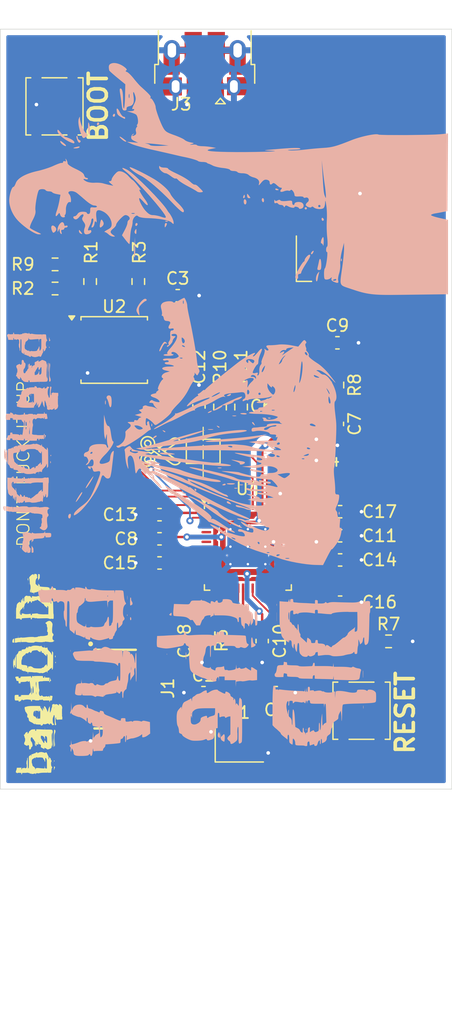
<source format=kicad_pcb>
(kicad_pcb (version 20241229) (generator "pcbnew") (generator_version "9.0")
  (layers (0 "F.Cu" signal) (2 "B.Cu" signal) (13 "F.Paste" user) (15 "B.Paste" user) (5 "F.SilkS" user "F.Silkscreen") (7 "B.SilkS" user "B.Silkscreen") (1 "F.Mask" user) (3 "B.Mask" user) (25 "Edge.Cuts" user))
  (net 0 "")
  (net 1 "GND")
  (net 2 "/XIN")
  (net 3 "Net-(C2-Pad2)")
  (net 4 "+3V3")
  (net 5 "VBUS")
  (net 6 "+1V1")
  (net 7 "Net-(U4-VREG_AVDD)")
  (net 8 "Net-(U2-~{CS})")
  (net 9 "/GPIO0")
  (net 10 "/QSPI_SS")
  (net 12 "Net-(JP1-B)")
  (net 13 "/XOUT")
  (net 14 "Net-(R7-Pad1)")
  (net 15 "/~{USB_BOOT}")
  (net 16 "/DP")
  (net 17 "Net-(U4-USB_DP)")
  (net 18 "/DM")
  (net 19 "Net-(U4-USB_DM)")
  (net 20 "/QSPI_SD1")
  (net 21 "/QSPI_SD0")
  (net 22 "/QSPI_SD3")
  (net 23 "/QSPI_SD2")
  (net 24 "/QSPI_SCLK")
  (net 35 "/SWDIO")
  (net 41 "Net-(U4-VREG_LX)")
  (net 47 "/SWCLK")
  (net 57 "/RUN")
  (footprint "Capacitor_SMD:C_0603_1608Metric" (layer "F.Cu") (at 127.5 85.75)
    (property "Reference" "C4")
    (property "Value" "4.7uF")
  )
  (footprint "Resistor_SMD:R_0603_1608Metric" (layer "F.Cu") (at 110.4615 70.92 90)
    (property "Reference" "R1")
    (property "Value" "0")
  )
  (footprint "Capacitor_SMD:C_0603_1608Metric" (layer "F.Cu") (at 116.225 90.25 180)
    (property "Reference" "C13")
    (property "Value" "0.1uF")
  )
  (footprint "Capacitor_SMD:C_0603_1608Metric" (layer "F.Cu") (at 125.875 105 180)
    (property "Reference" "C2")
    (property "Value" "15pF")
  )
  (footprint "Package_SO:SOIC-8_5.3x5.3mm_P1.27mm" (layer "F.Cu") (at 112.4615 76.595)
    (property "Reference" "U2")
    (property "Value" "W25Q128JVS")
  )
  (footprint "Capacitor_SMD:C_0603_1608Metric" (layer "F.Cu") (at 116.225 92.25 180)
    (property "Reference" "C8")
    (property "Value" "0.1uF")
  )
  (footprint "Button_Switch_SMD:SW_SPST_TL3305A" (layer "F.Cu") (at 133 106.5 -90)
    (property "Reference" "SW2" (hide yes))
    (property "Value" "SW_Push")
  )
  (footprint "Resistor_SMD:R_0603_1608Metric" (layer "F.Cu") (at 107.549 71.5)
    (property "Reference" "R2")
    (property "Value" "0")
  )
  (footprint "the-intercept-2025:SAMTEC_FTSH-105-X-X-DV-007-P-X" (layer "F.Cu") (at 112.535 104.71 -90)
    (property "Reference" "J1")
    (property "Value" "FTSH-105-X-X-DV-007-P-X")
  )
  (footprint "Resistor_SMD:R_0603_1608Metric" (layer "F.Cu") (at 131 79.5 -90)
    (property "Reference" "R8")
    (property "Value" "33k")
  )
  (footprint "Capacitor_SMD:C_0603_1608Metric" (layer "F.Cu") (at 127.475 84)
    (property "Reference" "C6")
    (property "Value" "4.7uF")
  )
  (footprint "Package_DFN_QFN:QFN-60-1EP_7x7mm_P0.4mm_EP3.4x3.4mm_ThermalVias" (layer "F.Cu") (at 123.5625 92.9)
    (property "Reference" "U4")
    (property "Value" "RP2350A")
  )
  (footprint "Resistor_SMD:R_0603_1608Metric" (layer "F.Cu") (at 135.25 100.75)
    (property "Reference" "R7")
    (property "Value" "1k")
  )
  (footprint "Capacitor_SMD:C_0603_1608Metric" (layer "F.Cu") (at 131.225 97.5)
    (property "Reference" "C16")
    (property "Value" "0.1uF")
  )
  (footprint "Connector_USB:USB_Micro-B_Amphenol_10103594-0001LF_Horizontal" (layer "F.Cu") (at 119.955 52.865 180)
    (property "Reference" "J3")
    (property "Value" "USB_B_Micro")
  )
  (footprint "Jumper:SolderJumper-2_P1.3mm_Bridged_Pad1.0x1.5mm" (layer "F.Cu") (at 119.85 85)
    (property "Reference" "JP1" (hide yes))
    (property "Value" "Jumper_2_Small_Bridged")
  )
  (footprint "Capacitor_SMD:C_0603_1608Metric" (layer "F.Cu") (at 131 82.725 -90)
    (property "Reference" "C7")
    (property "Value" "4.7uF")
  )
  (footprint "Capacitor_SMD:C_0603_1608Metric" (layer "F.Cu") (at 131 76)
    (property "Reference" "C9")
    (property "Value" "10uF")
  )
  (footprint "the-intercept-2025:AOTA-B201610S3R3-101-T" (layer "F.Cu") (at 127.5 82 180)
    (property "Reference" "L1")
    (property "Value" "3.3uH")
  )
  (footprint "Resistor_SMD:R_0603_1608Metric" (layer "F.Cu") (at 123 81.325 90)
    (property "Reference" "R11")
    (property "Value" "27")
  )
  (footprint "Capacitor_SMD:C_0603_1608Metric" (layer "F.Cu") (at 119.875 105)
    (property "Reference" "C1")
    (property "Value" "15pF")
  )
  (footprint "Capacitor_SMD:C_0603_1608Metric" (layer "F.Cu") (at 131.225 92)
    (property "Reference" "C11")
    (property "Value" "0.1uF")
  )
  (footprint "Crystal:Crystal_SMD_3225-4Pin_3.2x2.5mm" (layer "F.Cu") (at 122.85 109.1)
    (property "Reference" "Y1")
    (property "Value" "ABM8-272-T3")
  )
  (footprint "Resistor_SMD:R_0603_1608Metric" (layer "F.Cu") (at 107.549 69.5 180)
    (property "Reference" "R9")
    (property "Value" "1k")
  )
  (footprint "Capacitor_SMD:C_0603_1608Metric" (layer "F.Cu") (at 124.75 100.725 -90)
    (property "Reference" "C10")
    (property "Value" "4.7uF")
  )
  (footprint "Resistor_SMD:R_0603_1608Metric" (layer "F.Cu") (at 121.25 81.325 90)
    (property "Reference" "R10")
    (property "Value" "27")
  )
  (footprint "Capacitor_SMD:C_0603_1608Metric" (layer "F.Cu") (at 117.7365 72.095)
    (property "Reference" "C3")
    (property "Value" "0.1uF")
  )
  (footprint "Capacitor_SMD:C_0603_1608Metric" (layer "F.Cu") (at 131 62.5)
    (property "Reference" "C5")
    (property "Value" "10uF")
  )
  (footprint "Resistor_SMD:R_0603_1608Metric" (layer "F.Cu") (at 114.4615 70.92 90)
    (property "Reference" "R3")
    (property "Value" "10k")
  )
  (footprint "Capacitor_SMD:C_0603_1608Metric" (layer "F.Cu") (at 116.225 94.25 180)
    (property "Reference" "C15")
    (property "Value" "0.1uF")
  )
  (footprint "Capacitor_SMD:C_0603_1608Metric" (layer "F.Cu") (at 131.225 90)
    (property "Reference" "C17")
    (property "Value" "0.1uF")
  )
  (footprint "Capacitor_SMD:C_0603_1608Metric" (layer "F.Cu") (at 131.225 94)
    (property "Reference" "C14")
    (property "Value" "0.1uF")
  )
  (footprint "Button_Switch_SMD:SW_SPST_TL3305A" (layer "F.Cu") (at 107.5 56.4 90)
    (property "Reference" "SW1" (hide yes))
    (property "Value" "SW_Push")
  )
  (footprint "Package_TO_SOT_SMD:SOT-223-3_TabPin2" (layer "F.Cu") (at 131 69 -90)
    (property "Reference" "U3")
    (property "Value" "NCP1117-3.3_SOT223")
  )
  (footprint "Capacitor_SMD:C_0603_1608Metric" (layer "F.Cu") (at 119.5 81.275 90)
    (property "Reference" "C12")
    (property "Value" "0.1uF")
  )
  (footprint "Capacitor_SMD:C_0603_1608Metric" (layer "F.Cu") (at 119.8 100.725 -90)
    (property "Reference" "C18")
    (property "Value" "0.1uF")
  )
  (footprint "Resistor_SMD:R_0603_1608Metric" (layer "F.Cu") (at 122.8 100.675 90)
    (property "Reference" "R6")
    (property "Value" "1k")
  )
  (gr_poly (pts (xy 104.308181 98.262373) (xy 104.309132 98.194388) (xy 104.310716 98.135147) (xy 104.312933 98.084649) (xy 104.315784 98.042895) (xy 104.319269 98.009885) (xy 104.323388 97.985618) (xy 104.325684 97.976764) (xy 104.32814 97.970095) (xy 104.331086 97.962999) (xy 104.333842 97.955903) (xy 104.336408 97.948806) (xy 104.338784 97.94171) (xy 104.34097 97.934614) (xy 104.342966 97.927517) (xy 104.344772 97.920421) (xy 104.346387 97.913325) (xy 104.347813 97.906228) (xy 104.349048 97.899132) (xy 104.350094 97.892036) (xy 104.350949 97.884939) (xy 104.351614 97.877843) (xy 104.35209 97.870747) (xy 104.352375 97.863651) (xy 104.35247 97.856554) (xy 104.35285 97.839003) (xy 104.35399 97.820819) (xy 104.355891 97.802001) (xy 104.358552 97.78255) (xy 104.361974 97.762465) (xy 104.366156 97.741746) (xy 104.371098 97.720394) (xy 104.3768 97.698408) (xy 104.380665 97.687779) (xy 104.385163 97.677182) (xy 104.390295 97.666617) (xy 104.396061 97.656083) (xy 104.402461 97.645582) (xy 104.409493 97.635111) (xy 104.41716 97.624673) (xy 104.42546 97.614266) (xy 104.434394 97.603891) (xy 104.443961 97.593548) (xy 104.454162 97.583236) (xy 104.464997 97.572956) (xy 104.476465 97.562707) (xy 104.488567 97.552491) (xy 104.501302 97.542306) (xy 104.514671 97.532153) (xy 104.620101 97.459162) (xy 104.628211 97.503767) (xy 104.640376 97.556484) (xy 104.648486 97.503767) (xy 104.656596 97.451052) (xy 104.656596 97.499712) (xy 104.656627 97.503181) (xy 104.656722 97.506492) (xy 104.656881 97.509644) (xy 104.657103 97.512638) (xy 104.657388 97.515473) (xy 104.657736 97.51815) (xy 104.658148 97.520669) (xy 104.658623 97.523029) (xy 104.659162 97.52523) (xy 104.659764 97.527274) (xy 104.660429 97.529159) (xy 104.661158 97.530885) (xy 104.66195 97.532453) (xy 104.662805 97.533863) (xy 104.663724 97.535114) (xy 104.664706 97.536207) (xy 104.665225 97.536445) (xy 104.665767 97.536651) (xy 104.666333 97.536825) (xy 104.666923 97.536968) (xy 104.667537 97.537079) (xy 104.668175 97.537159) (xy 104.668836 97.537206) (xy 104.669521 97.537222) (xy 104.67023 97.537207) (xy 104.670963 97.537159) (xy 104.672499 97.536969) (xy 104.674131 97.536653) (xy 104.675857 97.536209) (xy 104.677679 97.535639) (xy 104.679595 97.534942) (xy 104.681607 97.534118) (xy 104.683714 97.533167) (xy 104.685915 97.53209) (xy 104.688212 97.530886) (xy 104.690604 97.529555) (xy 104.693091 97.528097) (xy 104.695087 97.527012) (xy 104.697019 97.525784) (xy 104.698888 97.524414) (xy 104.700694 97.522901) (xy 104.702437 97.521246) (xy 104.704116 97.519448) (xy 104.705731 97.517508) (xy 104.707284 97.515425) (xy 104.708773 97.513199) (xy 104.710198 97.510831) (xy 104.71156 97.50832) (xy 104.712859 97.505667) (xy 104.714095 97.502872) (xy 104.715267 97.499933) (xy 104.716376 97.496852) (xy 104.717421 97.493629) (xy 104.718403 97.490263) (xy 104.719322 97.486755) (xy 104.720177 97.483103) (xy 104.720969 97.47931) (xy 104.722363 97.471295) (xy 104.723504 97.46271) (xy 104.724391 97.453554) (xy 104.725024 97.443828) (xy 104.725404 97.433532) (xy 104.725531 97.422666) (xy 104.725642 97.413146) (xy 104.725975 97.403848) (xy 104.726529 97.394772) (xy 104.727305 97.385917) (xy 104.728303 97.377284) (xy 104.729523 97.368873) (xy 104.730964 97.360684) (xy 104.732628 97.352716) (xy 104.734513 97.344971) (xy 104.736619 97.337447) (xy 104.738948 97.330144) (xy 104.741498 97.323064) (xy 104.74427 97.316205) (xy 104.747264 97.309568) (xy 104.750479 97.303153) (xy 104.753916 97.29696) (xy 104.786357 97.248301) (xy 104.794467 97.341564) (xy 104.796558 97.357721) (xy 104.798775 97.371723) (xy 104.801119 97.383571) (xy 104.802339 97.388687) (xy 104.80359 97.393265) (xy 104.804873 97.397304) (xy 104.806188 97.400805) (xy 104.807535 97.403767) (xy 104.808913 97.40619) (xy 104.810322 97.408075) (xy 104.811764 97.409422) (xy 104.813237 97.410229) (xy 104.814742 97.410499) (xy 104.815744 97.4104) (xy 104.816722 97.410103) (xy 104.817676 97.409608) (xy 104.818607 97.408915) (xy 104.819514 97.408024) (xy 104.820397 97.406935) (xy 104.821256 97.405648) (xy 104.822092 97.404163) (xy 104.822904 97.40248) (xy 104.823692 97.400599) (xy 104.824456 97.39852) (xy 104.825197 97.396243) (xy 104.825913 97.393768) (xy 104.826606 97.391095) (xy 104.827921 97.385155) (xy 104.829141 97.378423) (xy 104.830266 97.370899) (xy 104.831295 97.362583) (xy 104.83223 97.353475) (xy 104.833069 97.343575) (xy 104.833814 97.332882) (xy 104.834463 97.321398) (xy 104.835018 97.309122) (xy 104.835604 97.302992) (xy 104.836349 97.296767) (xy 104.837253 97.290447) (xy 104.838314 97.284032) (xy 104.840912 97.270917) (xy 104.844144 97.257421) (xy 104.848008 97.243546) (xy 104.852506 97.22929) (xy 104.857637 97.214655) (xy 104.863401 97.199639) (xy 104.86592 97.192273) (xy 104.868407 97.185383) (xy 104.870862 97.178968) (xy 104.873286 97.173028) (xy 104.875678 97.167563) (xy 104.878038 97.162573) (xy 104.880366 97.158059) (xy 104.882663 97.15402) (xy 104.884928 97.150456) (xy 104.887162 97.147367) (xy 104.889364 97.144753) (xy 104.891534 97.142615) (xy 104.893673 97.140951) (xy 104.895779 97.139763) (xy 104.897854 97.139051) (xy 104.899898 97.138813) (xy 104.900405 97.138948) (xy 104.900912 97.139352) (xy 104.901418 97.140025) (xy 104.901925 97.140967) (xy 104.902432 97.142179) (xy 104.902939 97.14366) (xy 104.903953 97.14743) (xy 104.904967 97.152277) (xy 104.90598 97.158201) (xy 104.906994 97.165202) (xy 104.908008 97.17328) (xy 104.909022 97.182436) (xy 104.910036 97.192669) (xy 104.912063 97.216365) (xy 104.914091 97.24437) (xy 104.916118 97.276684) (xy 104.918209 97.304689) (xy 104.920426 97.329906) (xy 104.92277 97.352335) (xy 104.925241 97.371976) (xy 104.927839 97.38883) (xy 104.930563 97.402895) (xy 104.933414 97.414173) (xy 104.934888 97.418767) (xy 104.936392 97.422663) (xy 104.937897 97.425118) (xy 104.93937 97.427415) (xy 104.940812 97.429553) (xy 104.942221 97.431533) (xy 104.943599 97.433355) (xy 104.944946 97.435018) (xy 104.946261 97.436522) (xy 104.947543 97.437869) (xy 104.948795 97.439057) (xy 104.950014 97.440086) (xy 104.951202 97.440958) (xy 104.952359 97.44167) (xy 104.953483 97.442225) (xy 104.954576 97.442621) (xy 104.955637 97.442858) (xy 104.956667 97.442937) (xy 104.958413 97.442771) (xy 104.960104 97.442272) (xy 104.961739 97.441441) (xy 104.963319 97.440276) (xy 104.964844 97.438779) (xy 104.966313 97.43695) (xy 104.967726 97.434788) (xy 104.969085 97.432293) (xy 104.970387 97.429466) (xy 104.971635 97.426305) (xy 104.972827 97.422813) (xy 104.973963 97.418987) (xy 104.975044 97.414829) (xy 104.97607 97.410339) (xy 104.97704 97.405516) (xy 104.977955 97.40036) (xy 104.979618 97.38905) (xy 104.981059 97.37641) (xy 104.982279 97.362439) (xy 104.983277 97.347137) (xy 104.984053 97.330506) (xy 104.984608 97.312543) (xy 104.98494 97.29325) (xy 104.985051 97.272626) (xy 104.985621 97.234801) (xy 104.987332 97.200396) (xy 104.988615 97.184477) (xy 104.990183 97.169414) (xy 104.992036 97.155205) (xy 104.994175 97.141852) (xy 104.996598 97.129355) (xy 104.999307 97.117712) (xy 105.0023 97.106925) (xy 105.005579 97.096994) (xy 105.009143 97.087918) (xy 105.012992 97.079697) (xy 105.017126 97.072331) (xy 105.021546 97.065821) (xy 105.035231 97.050424) (xy 105.047903 97.036675) (xy 105.059561 97.024573) (xy 105.070206 97.014119) (xy 105.079836 97.005312) (xy 105.084272 97.001526) (xy 105.088453 96.998152) (xy 105.092382 96.99519) (xy 105.096057 96.99264) (xy 105.099478 96.990501) (xy 105.102646 96.988775) (xy 105.116648 96.983072) (xy 105.123507 96.980506) (xy 105.130271 96.97813) (xy 105.136939 96.975944) (xy 105.143513 96.973949) (xy 105.149991 96.972143) (xy 105.156375 96.970527) (xy 105.162663 96.969102) (xy 105.168857 96.967866) (xy 105.174955 96.966821) (xy 105.180958 96.965965) (xy 105.186866 96.9653) (xy 105.19268 96.964825) (xy 105.198398 96.96454) (xy 105.204021 96.964445) (xy 105.211909 96.964556) (xy 105.219354 96.964888) (xy 105.226355 96.965443) (xy 105.232913 96.966219) (xy 105.239027 96.967217) (xy 105.244698 96.968436) (xy 105.249925 96.969878) (xy 105.254709 96.971541) (xy 105.259049 96.973426) (xy 105.262946 96.975533) (xy 105.266399 96.977861) (xy 105.269408 96.980411) (xy 105.271974 96.983183) (xy 105.274097 96.986177) (xy 105.275776 96.989392) (xy 105.277011 96.992829) (xy 105.277799 96.994793) (xy 105.278643 96.996631) (xy 105.279542 96.998341) (xy 105.280496 96.999925) (xy 105.281506 97.001382) (xy 105.282571 97.002713) (xy 105.283692 97.003917) (xy 105.284868 97.004994) (xy 105.286099 97.005944) (xy 105.287386 97.006768) (xy 105.288729 97.007465) (xy 105.290126 97.008035) (xy 105.29158 97.008479) (xy 105.293088 97.008795) (xy 105.294652 97.008985) (xy 105.296272 97.009049) (xy 105.297947 97.008985) (xy 105.299678 97.008795) (xy 105.301463 97.008479) (xy 105.303305 97.008035) (xy 105.305202 97.007465) (xy 105.307154 97.006768) (xy 105.309162 97.005944) (xy 105.311225 97.004994) (xy 105.313343 97.003917) (xy 105.315517 97.002713) (xy 105.317747 97.001382) (xy 105.320032 96.999925) (xy 105.322372 96.998341) (xy 105.324768 96.996631) (xy 105.327219 96.994793) (xy 105.329726 96.992829) (xy 105.332046 96.991115) (xy 105.334446 96.989519) (xy 105.336925 96.988042) (xy 105.339483 96.986684) (xy 105.342121 96.985444) (xy 105.344837 96.984324) (xy 105.347633 96.983322) (xy 105.350508 96.982439) (xy 105.353462 96.981675) (xy 105.356495 96.981029) (xy 105.359608 96.980503) (xy 105.362799 96.980095) (xy 105.369421 96.979636) (xy 105.376358 96.979652) (xy 105.383613 96.980144) (xy 105.391185 96.98111) (xy 105.399073 96.982552) (xy 105.407278 96.984469) (xy 105.4158 96.986861) (xy 105.424639 96.989729) (xy 105.433794 96.993072) (xy 105.443266 96.996889) (xy 105.45361 97.000976) (xy 105.463352 97.005126) (xy 105.472491 97.009339) (xy 105.481029 97.013616) (xy 105.488965 97.017956) (xy 105.496299 97.02236) (xy 105.503031 97.026827) (xy 105.509161 97.031357) (xy 105.514689 97.03595) (xy 105.519616 97.040607) (xy 105.52394 97.045328) (xy 105.527662 97.050111) (xy 105.530783 97.054958) (xy 105.533302 97.059869) (xy 105.535218 97.064843) (xy 105.536533 97.06988) (xy 105.537578 97.075772) (xy 105.538687 97.081285) (xy 105.539859 97.086417) (xy 105.541094 97.091169) (xy 105.542393 97.095541) (xy 105.543755 97.099532) (xy 105.545181 97.103144) (xy 105.54667 97.106375) (xy 105.548222 97.109226) (xy 105.549838 97.111697) (xy 105.551517 97.113788) (xy 105.553259 97.115499) (xy 105.555065 97.116829) (xy 105.556934 97.11778) (xy 105.558867 97.11835) (xy 105.560863 97.11854) (xy 105.561497 97.118588) (xy 105.562385 97.11873) (xy 105.563526 97.118968) (xy 105.56492 97.119301) (xy 105.568468 97.120251) (xy 105.57303 97.121582) (xy 105.578606 97.123293) (xy 105.585195 97.125384) (xy 105.592797 97.127856) (xy 105.601413 97.130707) (xy 105.603393 97.131166) (xy 105.605278 97.13153) (xy 105.607068 97.131798) (xy 105.608763 97.131972) (xy 105.610363 97.132051) (xy 105.611868 97.132034) (xy 105.613277 97.131923) (xy 105.614592 97.131717) (xy 105.615812 97.131416) (xy 105.616936 97.131019) (xy 105.617966 97.130528) (xy 105.6189 97.129942) (xy 105.61974 97.129261) (xy 105.620484 97.128484) (xy 105.621133 97.127613) (xy 105.621687 97.126647) (xy 105.622179 97.124984) (xy 105.622639 97.123036) (xy 105.623067 97.120802) (xy 105.623464 97.118284) (xy 105.623829 97.11548) (xy 105.624162 97.112391) (xy 105.624733 97.105358) (xy 105.625177 97.097185) (xy 105.625494 97.087871) (xy 105.625684 97.077417) (xy 105.625748 97.065823) (xy 105.625875 97.054291) (xy 105.626255 97.044027) (xy 105.626888 97.03503) (xy 105.627776 97.0273) (xy 105.628314 97.02391) (xy 105.628916 97.020837) (xy 105.629581 97.018081) (xy 105.63031 97.015641) (xy 105.631102 97.013519) (xy 105.631957 97.011713) (xy 105.632876 97.010224) (xy 105.633858 97.009052) (xy 105.634388 97.008312) (xy 105.634967 97.007611) (xy 105.635592 97.00695) (xy 105.636265 97.006328) (xy 105.636986 97.005746) (xy 105.637754 97.005203) (xy 105.63857 97.0047) (xy 105.639433 97.004237) (xy 105.640344 97.003814) (xy 105.641303 97.003429) (xy 105.642308 97.003085) (xy 105.643362 97.00278) (xy 105.644463 97.002515) (xy 105.645611 97.002289) (xy 105.646807 97.002103) (xy 105.64805 97.001957) (xy 105.649341 97.00185) (xy 105.65068 97.001783) (xy 105.652066 97.001756) (xy 105.6535 97.001768) (xy 105.656509 97.001911) (xy 105.659709 97.002212) (xy 105.663099 97.002672) (xy 105.666678 97.00329) (xy 105.670448 97.004067) (xy 105.674408 97.005003) (xy 105.744864 97.014126) (xy 105.802141 97.021222) (xy 105.84624 97.026291) (xy 105.877161 97.029333) (xy 105.966371 97.029333) (xy 105.974941 97.029238) (xy 105.983415 97.028953) (xy 105.991795 97.028477) (xy 106.000079 97.027812) (xy 106.008268 97.026957) (xy 106.016362 97.025911) (xy 106.024362 97.024676) (xy 106.032266 97.02325) (xy 106.040075 97.021634) (xy 106.047789 97.019829) (xy 106.055407 97.017833) (xy 106.062931 97.015647) (xy 106.07036 97.013271) (xy 106.077694 97.010705) (xy 106.084933 97.007949) (xy 106.092076 97.005003) (xy 106.097779 97.002547) (xy 106.103735 97.000251) (xy 106.109944 96.998112) (xy 106.116407 96.996133) (xy 106.123123 96.994311) (xy 106.130093 96.992648) (xy 106.137316 96.991143) (xy 106.144792 96.989797) (xy 106.152522 96.988609) (xy 106.160506 96.987579) (xy 106.168742 96.986708) (xy 106.177232 96.985995) (xy 106.185976 96.985441) (xy 106.194973 96.985045) (xy 106.204223 96.984807) (xy 106.213727 96.984728) (xy 106.2449 96.984982) (xy 106.273539 96.985743) (xy 106.299643 96.987012) (xy 106.311745 96.987837) (xy 106.323213 96.988789) (xy 106.359391 96.991006) (xy 106.392908 96.993604) (xy 106.423764 96.996581) (xy 106.451959 96.999939) (xy 106.477493 97.003678) (xy 106.500366 97.007796) (xy 106.520578 97.012294) (xy 106.538129 97.017173) (xy 106.557517 97.023065) (xy 106.577158 97.028578) (xy 106.597053 97.03371) (xy 106.617201 97.038461) (xy 106.637603 97.042833) (xy 106.658259 97.046825) (xy 106.679168 97.050436) (xy 106.70033 97.053667) (xy 106.712764 97.055299) (xy 106.724723 97.057153) (xy 106.736207 97.059228) (xy 106.747215 97.061525) (xy 106.757749 97.064044) (xy 106.767807 97.066784) (xy 106.77739 97.069746) (xy 106.786498 97.07293) (xy 106.795131 97.076336) (xy 106.803288 97.079963) (xy 106.810971 97.083812) (xy 106.818178 97.087883) (xy 106.82491 97.092175) (xy 106.831167 97.09669) (xy 106.836948 97.101426) (xy 106.842255 97.106383) (xy 106.882807 97.142878) (xy 106.890917 97.102326) (xy 106.891567 97.097416) (xy 106.891999 97.095079) (xy 106.892502 97.092822) (xy 106.893076 97.090644) (xy 106.893722 97.088545) (xy 106.894439 97.086526) (xy 106.895227 97.084585) (xy 106.896086 97.082724) (xy 106.897017 97.080942) (xy 106.898019 97.079239) (xy 106.899092 97.077616) (xy 106.900237 97.076071) (xy 106.901453 97.074606) (xy 106.90274 97.07322) (xy 106.904098 97.071913) (xy 106.905527 97.070686) (xy 106.907028 97.069537) (xy 106.9086 97.068468) (xy 106.910244 97.067478) (xy 106.911958 97.066567) (xy 106.913744 97.065736) (xy 106.915601 97.064983) (xy 106.917529 97.06431) (xy 106.919529 97.063716) (xy 106.9216 97.063201) (xy 106.923742 97.062766) (xy 106.925955 97.062409) (xy 106.92824 97.062132) (xy 106.930596 97.061934) (xy 106.933023 97.061816) (xy 106.935521 97.061776) (xy 106.939497 97.061855) (xy 106.943315 97.062093) (xy 106.946974 97.062489) (xy 106.950475 97.063043) (xy 106.953817 97.063756) (xy 106.957001 97.064627) (xy 106.960026 97.065657) (xy 106.962893 97.066845) (xy 106.965602 97.068191) (xy 106.968152 97.069696) (xy 106.970544 97.071359) (xy 106.972777 97.073181) (xy 106.974852 97.075161) (xy 106.976769 97.077299) (xy 106.978527 97.079596) (xy 106.980127 97.082052) (xy 106.981125 97.084348) (xy 106.982091 97.087184) (xy 106.983026 97.090557) (xy 106.983929 97.09447) (xy 106.9848 97.098921) (xy 106.985639 97.10391) (xy 106.986447 97.109438) (xy 106.987223 97.115505) (xy 106.98868 97.129254) (xy 106.990011 97.145158) (xy 106.991215 97.163216) (xy 106.992291 97.183428) (xy 106.994382 97.214221) (xy 106.9966 97.241719) (xy 106.998944 97.265922) (xy 107.001415 97.286831) (xy 107.004012 97.304445) (xy 107.006737 97.318764) (xy 107.009588 97.329788) (xy 107.011061 97.334065) (xy 107.012566 97.337517) (xy 107.014039 97.340876) (xy 107.015417 97.344867) (xy 107.0167 97.349493) (xy 107.017888 97.354751) (xy 107.018981 97.360644) (xy 107.019979 97.36717) (xy 107.020882 97.37433) (xy 107.02169 97.382123) (xy 107.022403 97.39055) (xy 107.023021 97.39961) (xy 107.023543 97.409304) (xy 107.023971 97.419632) (xy 107.024541 97.442188) (xy 107.024732 97.467278) (xy 107.024732 97.568655) (xy 107.049062 97.515939) (xy 107.055714 97.497564) (xy 107.06148 97.480964) (xy 107.066358 97.466137) (xy 107.07035 97.453085) (xy 107.073454 97.441807) (xy 107.075672 97.432303) (xy 107.077003 97.424573) (xy 107.077335 97.421373) (xy 107.077446 97.418616) (xy 107.07751 97.412914) (xy 107.0777 97.407972) (xy 107.078017 97.40379) (xy 107.078223 97.401985) (xy 107.078461 97.400369) (xy 107.078731 97.398943) (xy 107.079032 97.397708) (xy 107.079365 97.396662) (xy 107.07973 97.395807) (xy 107.080127 97.395142) (xy 107.080555 97.394666) (xy 107.081015 97.394381) (xy 107.081507 97.394286) (xy 107.081792 97.394314) (xy 107.082141 97.394397) (xy 107.083028 97.39473) (xy 107.084169 97.395284) (xy 107.085563 97.39606) (xy 107.087211 97.397058) (xy 107.089112 97.398278) (xy 107.091266 97.39972) (xy 107.093674 97.401383) (xy 107.096335 97.403268) (xy 107.09925 97.405375) (xy 107.105838 97.410253) (xy 107.113441 97.416019) (xy 107.122057 97.422672) (xy 107.127506 97.426901) (xy 107.132701 97.431479) (xy 107.137644 97.436405) (xy 107.142332 97.44168) (xy 107.146767 97.447303) (xy 107.150949 97.453275) (xy 107.154878 97.459595) (xy 107.158552 97.466264) (xy 107.161974 97.473281) (xy 107.165142 97.480647) (xy 107.168056 97.488361) (xy 107.170717 97.496423) (xy 107.173125 97.504834) (xy 107.175279 97.513594) (xy 107.17718 97.522702) (xy 107.178827 97.532159) (xy 107.182058 97.555918) (xy 107.183817 97.56661) (xy 107.18567 97.57651) (xy 107.187618 97.585617) (xy 107.189661 97.593933) (xy 107.1918 97.601457) (xy 107.194033 97.608189) (xy 107.196361 97.614129) (xy 107.198785 97.619276) (xy 107.201303 97.623632) (xy 107.203917 97.627196) (xy 107.206625 97.629968) (xy 107.209429 97.631948) (xy 107.212328 97.633136) (xy 107.215322 97.633532) (xy 107.21607 97.633476) (xy 107.216795 97.63331) (xy 107.217496 97.633033) (xy 107.218173 97.632645) (xy 107.218826 97.632146) (xy 107.219456 97.631536) (xy 107.220062 97.630815) (xy 107.220644 97.629984) (xy 107.221202 97.629041) (xy 107.221737 97.627988) (xy 107.222247 97.626824) (xy 107.222734 97.625548) (xy 107.223198 97.624162) (xy 107.223637 97.622666) (xy 107.224053 97.621058) (xy 107.224445 97.619339) (xy 107.224813 97.61751) (xy 107.225158 97.615569) (xy 107.225478 97.613518) (xy 107.225775 97.611356) (xy 107.226298 97.606699) (xy 107.226726 97.601598) (xy 107.227058 97.596054) (xy 107.227296 97.590067) (xy 107.227438 97.583636) (xy 107.227486 97.576762) (xy 107.228183 97.529242) (xy 107.229054 97.507858) (xy 107.230274 97.488058) (xy 107.231842 97.469842) (xy 107.233758 97.45321) (xy 107.236023 97.438162) (xy 107.238637 97.424698) (xy 107.241599 97.412818) (xy 107.244909 97.402522) (xy 107.248568 97.39381) (xy 107.252576 97.386682) (xy 107.256932 97.381138) (xy 107.261636 97.377178) (xy 107.266689 97.374802) (xy 107.27209 97.37401) (xy 107.27567 97.374153) (xy 107.279313 97.374581) (xy 107.283019 97.375293) (xy 107.286789 97.376291) (xy 107.290623 97.377574) (xy 107.294519 97.379142) (xy 107.298479 97.380996) (xy 107.302503 97.383134) (xy 107.306589 97.385557) (xy 107.310739 97.388266) (xy 107.314953 97.39126) (xy 107.31923 97.394538) (xy 107.32357 97.398102) (xy 107.327974 97.401951) (xy 107.33244 97.406086) (xy 107.336971 97.410505) (xy 107.339228 97.412639) (xy 107.341438 97.414987) (xy 107.3436 97.41755) (xy 107.345714 97.420325) (xy 107.349801 97.426519) (xy 107.353698 97.433568) (xy 107.357404 97.441472) (xy 107.360921 97.450231) (xy 107.364247 97.459846) (xy 107.367383 97.470316) (xy 107.37033 97.481642) (xy 107.373086 97.493823) (xy 107.375652 97.506859) (xy 107.378028 97.520751) (xy 107.380214 97.535498) (xy 107.38221 97.551101) (xy 107.384015 97.567558) (xy 107.385631 97.584872) (xy 107.389939 97.68498) (xy 107.394754 97.843379) (xy 107.400076 98.060069) (xy 107.405905 98.33505) (xy 107.406159 98.363942) (xy 107.406919 98.389793) (xy 107.408186 98.412603) (xy 107.40996 98.432371) (xy 107.412241 98.449098) (xy 107.413572 98.456321) (xy 107.415029 98.462784) (xy 107.416613 98.468487) (xy 107.418324 98.473429) (xy 107.420161 98.477611) (xy 107.422125 98.481033) (xy 107.423599 98.484105) (xy 107.424977 98.488255) (xy 107.42626 98.493482) (xy 107.427448 98.499787) (xy 107.428541 98.507168) (xy 107.429539 98.515626) (xy 107.430442 98.525162) (xy 107.43125 98.535774) (xy 107.431962 98.547464) (xy 107.43258 98.560231) (xy 107.433531 98.588996) (xy 107.434101 98.62207) (xy 107.434291 98.659452) (xy 107.434101 98.697214) (xy 107.433531 98.731429) (xy 107.43258 98.762095) (xy 107.43125 98.789213) (xy 107.429539 98.812783) (xy 107.427448 98.832805) (xy 107.424977 98.849279) (xy 107.422125 98.862205) (xy 107.421563 98.863702) (xy 107.42089 98.865151) (xy 107.420106 98.866553) (xy 107.419211 98.867907) (xy 107.418205 98.869214) (xy 107.417089 98.870473) (xy 107.415861 98.871685) (xy 107.414523 98.872849) (xy 107.413073 98.873966) (xy 107.411513 98.875035) (xy 107.409842 98.876057) (xy 107.40806 98.877031) (xy 107.406167 98.877958) (xy 107.404163 98.878837) (xy 107.402049 98.879668) (xy 107.399823 98.880452) (xy 107.397487 98.881189) (xy 107.395039 98.881878) (xy 107.392481 98.882519) (xy 107.389812 98.883113) (xy 107.387032 98.88366) (xy 107.384142 98.884159) (xy 107.38114 98.88461) (xy 107.378027 98.885014) (xy 107.37147 98.885679) (xy 107.364468 98.886155) (xy 107.357023 98.88644) (xy 107.349135 98.886535) (xy 107.3383 98.886345) (xy 107.328099 98.885774) (xy 107.323236 98.885347) (xy 107.318532 98.884824) (xy 107.313985 98.884206) (xy 107.309598 98.883493) (xy 107.305368 98.882685) (xy 107.301298 98.881782) (xy 107.297385 98.880784) (xy 107.293631 98.879691) (xy 107.290035 98.878503) (xy 107.286598 98.87722) (xy 107.283319 98.875842) (xy 107.280199 98.874369) (xy 107.276714 98.872468) (xy 107.273356 98.870821) (xy 107.270125 98.869427) (xy 107.26702 98.868286) (xy 107.264043 98.867399) (xy 107.261191 98.866765) (xy 107.258467 98.866385) (xy 107.255869 98.866259) (xy 107.254618 98.86629) (xy 107.253398 98.866385) (xy 107.25221 98.866544) (xy 107.251054 98.866765) (xy 107.249929 98.867051) (xy 107.248836 98.867399) (xy 107.247775 98.867811) (xy 107.246745 98.868286) (xy 107.245747 98.868825) (xy 107.244781 98.869427) (xy 107.243846 98.870092) (xy 107.242943 98.870821) (xy 107.242072 98.871613) (xy 107.241233 98.872468) (xy 107.240425 98.873387) (xy 107.239649 98.874369) (xy 107.238841 98.875117) (xy 107.237938 98.875842) (xy 107.23694 98.876543) (xy 107.235847 98.87722) (xy 107.234659 98.877874) (xy 107.233376 98.878503) (xy 107.230525 98.879691) (xy 107.227293 98.880784) (xy 107.223682 98.881782) (xy 107.21969 98.882685) (xy 107.215318 98.883493) (xy 107.210566 98.884206) (xy 107.205434 98.884824) (xy 107.199922 98.885347) (xy 107.19403 98.885774) (xy 107.187757 98.886107) (xy 107.181104 98.886345) (xy 107.174071 98.886487) (xy 107.166658 98.886535) (xy 107.157138 98.88644) (xy 107.14784 98.886155) (xy 107.138764 98.885679) (xy 107.129909 98.885014) (xy 107.121276 98.884159) (xy 107.112865 98.883113) (xy 107.104676 98.881878) (xy 107.096708 98.880452) (xy 107.088963 98.878837) (xy 107.081439 98.877031) (xy 107.074136 98.875035) (xy 107.067056 98.872849) (xy 107.060197 98.870473) (xy 107.05356 98.867907) (xy 107.047145 98.865151) (xy 107.040952 98.862205) (xy 107.032446 98.858767) (xy 107.023147 98.855552) (xy 107.013057 98.852558) (xy 107.002175 98.849786) (xy 106.990501 98.847236) (xy 106.978035 98.844907) (xy 106.964777 98.8428) (xy 106.950727 98.840915) (xy 106.935885 98.839252) (xy 106.920252 98.837811) (xy 106.903826 98.836591) (xy 106.886608 98.835593) (xy 106.868598 98.834817) (xy 106.849796 98.834262) (xy 106.809816 98.833819) (xy 106.697289 98.835846) (xy 106.41648 98.841929) (xy 106.256306 98.848011) (xy 106.208153 98.849532) (xy 106.181288 98.850039) (xy 106.151953 98.849722) (xy 106.124771 98.848772) (xy 106.099744 98.847188) (xy 106.076871 98.84497) (xy 106.056153 98.842119) (xy 106.037589 98.838634) (xy 106.029114 98.836654) (xy 106.021179 98.834515) (xy 106.013782 98.832218) (xy 106.006923 98.829763) (xy 105.998987 98.826453) (xy 105.9914 98.823617) (xy 105.984161 98.821258) (xy 105.977271 98.819373) (xy 105.970729 98.817963) (xy 105.964535 98.817029) (xy 105.95869 98.81657) (xy 105.953194 98.816586) (xy 105.948046 98.817078) (xy 105.943246 98.818044) (xy 105.938795 98.819486) (xy 105.9367 98.820385) (xy 105.934693 98.821403) (xy 105.932772 98.82254) (xy 105.930939 98.823795) (xy 105.929192 98.82517) (xy 105.927533 98.826663) (xy 105.925961 98.828275) (xy 105.924476 98.830005) (xy 105.921767 98.833823) (xy 105.917902 98.838575) (xy 105.914417 98.842693) (xy 105.911312 98.846178) (xy 105.909902 98.847683) (xy 105.908588 98.849029) (xy 105.907368 98.850217) (xy 105.906244 98.851247) (xy 105.905214 98.852118) (xy 105.90428 98.852831) (xy 105.90344 98.853385) (xy 105.902696 98.853781) (xy 105.902047 98.854018) (xy 105.901492 98.854098) (xy 105.901223 98.854078) (xy 105.900922 98.854018) (xy 105.900589 98.85392) (xy 105.900224 98.853781) (xy 105.899828 98.853603) (xy 105.8994 98.853385) (xy 105.898449 98.852831) (xy 105.897372 98.852118) (xy 105.896168 98.851247) (xy 105.894837 98.850217) (xy 105.89338 98.849029) (xy 105.891796 98.847683) (xy 105.890085 98.846178) (xy 105.888247 98.844515) (xy 105.886283 98.842693) (xy 105.884193 98.840713) (xy 105.881975 98.838575) (xy 105.879631 98.836278) (xy 105.877161 98.833823) (xy 105.875803 98.831827) (xy 105.874262 98.829895) (xy 105.87254 98.828026) (xy 105.870635 98.82622) (xy 105.868548 98.824477) (xy 105.866279 98.822798) (xy 105.863828 98.821182) (xy 105.861195 98.81963) (xy 105.858379 98.818141) (xy 105.855381 98.816715) (xy 105.852202 98.815353) (xy 105.84884 98.814054) (xy 105.845295 98.812819) (xy 105.841569 98.811646) (xy 105.83357 98.809492) (xy 105.824842 98.807591) (xy 105.815386 98.805944) (xy 105.805201 98.80455) (xy 105.794287 98.803409) (xy 105.782645 98.802522) (xy 105.770274 98.801889) (xy 105.757174 98.801508) (xy 105.743346 98.801382) (xy 105.625749 98.801382) (xy 105.625749 98.862206) (xy 105.625623 98.870886) (xy 105.625242 98.87868) (xy 105.624957 98.882244) (xy 105.624609 98.885586) (xy 105.624197 98.888706) (xy 105.623722 98.891605) (xy 105.623183 98.894282) (xy 105.622581 98.896737) (xy 105.621916 98.898971) (xy 105.621187 98.900983) (xy 105.620395 98.902773) (xy 105.61954 98.904341) (xy 105.618621 98.905687) (xy 105.617639 98.906812) (xy 105.616531 98.90781) (xy 105.615232 98.908776) (xy 105.613743 98.909711) (xy 105.612064 98.910614) (xy 105.610195 98.911485) (xy 105.608135 98.912324) (xy 105.605886 98.913132) (xy 105.603447 98.913909) (xy 105.600817 98.914653) (xy 105.597997 98.915366) (xy 105.594988 98.916047) (xy 105.591788 98.916697) (xy 105.588398 98.917315) (xy 105.584818 98.917901) (xy 105.581048 98.918455) (xy 105.577092 98.918977) (xy 105.577092 98.582394) (xy 105.584822 98.582267) (xy 105.588402 98.582108) (xy 105.591791 98.581887) (xy 105.594991 98.581601) (xy 105.598001 98.581253) (xy 105.60082 98.580841) (xy 105.60345 98.580366) (xy 105.605889 98.579827) (xy 105.608139 98.579225) (xy 105.610198 98.57856) (xy 105.612068 98.577831) (xy 105.613747 98.57704) (xy 105.615236 98.576184) (xy 105.616535 98.575266) (xy 105.617644 98.574284) (xy 105.618626 98.572668) (xy 105.619545 98.570862) (xy 105.6204 98.568866) (xy 105.621192 98.56668) (xy 105.62192 98.564303) (xy 105.622586 98.561737) (xy 105.623188 98.558981) (xy 105.623726 98.556035) (xy 105.624201 98.552899) (xy 105.624613 98.549572) (xy 105.624962 98.546056) (xy 105.625247 98.542349) (xy 105.625469 98.538453) (xy 105.625627 98.534366) (xy 105.625722 98.53009) (xy 105.625754 98.525623) (xy 105.625754 98.464797) (xy 105.75146 98.456687) (xy 105.800121 98.451621) (xy 105.873111 98.444521) (xy 105.91062 98.440973) (xy 105.942047 98.438439) (xy 105.967391 98.436918) (xy 105.977782 98.436538) (xy 105.986652 98.436411) (xy 106.014213 98.434701) (xy 106.0381 98.433624) (xy 106.058311 98.433181) (xy 106.074848 98.433372) (xy 106.08771 98.434196) (xy 106.092763 98.434846) (xy 106.096897 98.435654) (xy 106.100112 98.436621) (xy 106.102409 98.437746) (xy 106.103787 98.43903) (xy 106.104247 98.440472) (xy 106.104413 98.442242) (xy 106.104912 98.444004) (xy 106.105744 98.445758) (xy 106.106908 98.447504) (xy 106.108405 98.449243) (xy 106.110234 98.450973) (xy 106.112396 98.452696) (xy 106.114891 98.45441) (xy 106.117719 98.456117) (xy 106.120879 98.457816) (xy 106.124371 98.459507) (xy 106.128197 98.46119) (xy 106.132355 98.462865) (xy 106.136845 98.464532) (xy 106.146824 98.467842) (xy 106.158134 98.471121) (xy 106.170774 98.474368) (xy 106.184745 98.477584) (xy 106.200047 98.480768) (xy 106.216679 98.48392) (xy 106.234641 98.48704) (xy 106.253934 98.490129) (xy 106.274558 98.493186) (xy 106.316819 98.497938) (xy 106.360474 98.502057) (xy 106.405523 98.505542) (xy 106.451965 98.508393) (xy 106.499802 98.510611) (xy 106.549032 98.512195) (xy 106.599656 98.513145) (xy 106.651674 98.513462) (xy 106.676004 98.513462) (xy 106.683354 98.511686) (xy 106.686459 98.510988) (xy 106.689183 98.510417) (xy 106.691527 98.509973) (xy 106.693491 98.509655) (xy 106.695075 98.509465) (xy 106.696279 98.509402) (xy 106.98824 98.509402) (xy 106.992301 98.290432) (xy 106.992301 98.103901) (xy 106.992301 97.966032) (xy 106.991159 97.945756) (xy 106.989764 97.927509) (xy 106.988116 97.911289) (xy 106.986216 97.897096) (xy 106.984062 97.884931) (xy 106.981654 97.874793) (xy 106.980356 97.870485) (xy 106.978994 97.866683) (xy 106.977569 97.863389) (xy 106.97608 97.860601) (xy 106.975277 97.859096) (xy 106.974386 97.857623) (xy 106.973408 97.856182) (xy 106.972342 97.854772) (xy 106.97119 97.853394) (xy 106.96995 97.852047) (xy 106.968624 97.850733) (xy 106.96721 97.84945) (xy 106.965709 97.848198) (xy 106.964121 97.846979) (xy 106.962446 97.845791) (xy 106.960684 97.844634) (xy 106.958835 97.84351) (xy 106.956898 97.842417) (xy 106.954875 97.841355) (xy 106.952764 97.840326) (xy 106.950567 97.839328) (xy 106.948282 97.838362) (xy 106.943451 97.836524) (xy 106.938271 97.834813) (xy 106.932743 97.833229) (xy 106.926866 97.831772) (xy 106.920641 97.830442) (xy 106.914068 97.829238) (xy 106.907146 97.828161) (xy 106.906405 97.828236) (xy 106.905704 97.828462) (xy 106.905043 97.828838) (xy 106.904421 97.829365) (xy 106.903839 97.830042) (xy 106.903297 97.830869) (xy 106.902794 97.831848) (xy 106.90233 97.832976) (xy 106.901906 97.834255) (xy 106.901522 97.835685) (xy 106.901178 97.837265) (xy 106.900872 97.838995) (xy 106.900607 97.840876) (xy 106.900381 97.842908) (xy 106.900048 97.847422) (xy 106.899874 97.852538) (xy 106.899857 97.858257) (xy 106.9 97.864577) (xy 106.9003 97.871499) (xy 106.900759 97.879023) (xy 106.901376 97.887148) (xy 106.902152 97.895876) (xy 106.903085 97.905205) (xy 106.911196 97.990362) (xy 106.862535 97.941701) (xy 106.852652 97.934351) (xy 106.83922 97.924466) (xy 106.801711 97.897095) (xy 106.764202 97.869725) (xy 106.740886 97.852491) (xy 106.731525 97.844967) (xy 106.722702 97.837601) (xy 106.714418 97.830394) (xy 106.706672 97.823345) (xy 106.699465 97.816455) (xy 106.692797 97.809723) (xy 106.686666 97.803149) (xy 106.681075 97.796734) (xy 106.676022 97.790477) (xy 106.671507 97.784379) (xy 106.667531 97.778439) (xy 106.664094 97.772657) (xy 106.661195 97.767034) (xy 106.658835 97.761569) (xy 106.657013 97.756263) (xy 106.65573 97.751115) (xy 106.655048 97.747503) (xy 106.654018 97.743765) (xy 106.652639 97.7399) (xy 106.650912 97.735909) (xy 106.648837 97.731791) (xy 106.646413 97.727545) (xy 106.643641 97.723174) (xy 106.640521 97.718675) (xy 106.637052 97.71405) (xy 106.633235 97.709298) (xy 106.629069 97.704419) (xy 106.624555 97.699414) (xy 106.619693 97.694281) (xy 106.614482 97.689022) (xy 106.608923 97.683637) (xy 106.603015 97.678124) (xy 106.597028 97.672232) (xy 106.59123 97.666719) (xy 106.585623 97.661587) (xy 106.580206 97.656835) (xy 106.574979 97.652463) (xy 106.569942 97.648472) (xy 106.565095 97.64486) (xy 106.560438 97.641629) (xy 106.555971 97.638778) (xy 106.551694 97.636307) (xy 106.547607 97.634216) (xy 106.543711 97.632505) (xy 106.540004 97.631175) (xy 106.536488 97.630224) (xy 106.533161 97.629654) (xy 106.530025 97.629464) (xy 106.528457 97.629401) (xy 106.526794 97.62921) (xy 106.525035 97.628894) (xy 106.523182 97.62845) (xy 106.51919 97.627183) (xy 106.514819 97.625409) (xy 106.510067 97.623128) (xy 106.504934 97.62034) (xy 106.499422 97.617046) (xy 106.49353 97.613244) (xy 106.487257 97.608936) (xy 106.480604 97.60412) (xy 106.473571 97.598798) (xy 106.466158 97.592969) (xy 106.458365 97.586633) (xy 106.450192 97.57979) (xy 106.441638 97.57244) (xy 106.432704 97.564584) (xy 106.387909 97.525997) (xy 106.346789 97.49134) (xy 106.309344 97.46061) (xy 106.275573 97.433809) (xy 106.245478 97.410937) (xy 106.219057 97.391992) (xy 106.19631 97.376976) (xy 106.177239 97.365888) (xy 106.170332 97.363322) (xy 106.163806 97.360693) (xy 106.157661 97.358) (xy 106.151895 97.355244) (xy 106.146509 97.352425) (xy 106.141504 97.349542) (xy 106.136879 97.346595) (xy 106.132633 97.343586) (xy 106.128768 97.340513) (xy 106.125284 97.337377) (xy 106.122179 97.334177) (xy 106.119454 97.330914) (xy 106.11711 97.327587) (xy 106.115146 97.324198) (xy 106.113562 97.320744) (xy 106.112358 97.317228) (xy 106.111519 97.314305) (xy 106.110521 97.311621) (xy 106.109365 97.309173) (xy 106.10805 97.306964) (xy 106.106577 97.304992) (xy 106.104945 97.303257) (xy 106.103155 97.30176) (xy 106.101207 97.300501) (xy 106.0991 97.299479) (xy 106.096835 97.298695) (xy 106.094412 97.298149) (xy 106.09183 97.29784) (xy 106.08909 97.297769) (xy 106.086191 97.297935) (xy 106.083134 97.298339) (xy 106.079918 97.29898) (xy 106.076545 97.299859) (xy 106.073012 97.300976) (xy 106.069322 97.30233) (xy 106.065473 97.303922) (xy 106.061465 97.305752) (xy 106.057299 97.307819) (xy 106.052975 97.310124) (xy 106.048492 97.312666) (xy 106.043851 97.315446) (xy 106.039051 97.318463) (xy 106.034093 97.321719) (xy 106.028977 97.325211) (xy 106.023702 97.328942) (xy 106.018269 97.332909) (xy 106.012678 97.337115) (xy 106.006928 97.341558) (xy 106.002857 97.344995) (xy 105.998754 97.348211) (xy 105.99462 97.351205) (xy 105.990454 97.353977) (xy 105.986257 97.356527) (xy 105.982028 97.358856) (xy 105.977767 97.360962) (xy 105.973474 97.362847) (xy 105.96915 97.364511) (xy 105.964794 97.365952) (xy 105.960406 97.367172) (xy 105.955987 97.36817) (xy 105.951536 97.368946) (xy 105.947053 97.3695) (xy 105.942539 97.369833) (xy 105.937993 97.369944) (xy 105.935989 97.369908) (xy 105.934033 97.369801) (xy 105.932124 97.369623) (xy 105.930263 97.369374) (xy 105.92845 97.369053) (xy 105.926683 97.368661) (xy 105.924965 97.368197) (xy 105.923294 97.367663) (xy 105.92167 97.367057) (xy 105.920094 97.36638) (xy 105.918565 97.365631) (xy 105.917084 97.364812) (xy 105.915651 97.363921) (xy 105.914265 97.362958) (xy 105.912926 97.361925) (xy 105.911635 97.36082) (xy 105.910392 97.359644) (xy 105.909196 97.358396) (xy 105.908047 97.357077) (xy 105.906946 97.355687) (xy 105.905893 97.354226) (xy 105.904887 97.352694) (xy 105.903929 97.35109) (xy 105.903018 97.349415) (xy 105.902154 97.347668) (xy 105.901338 97.345851) (xy 105.899849 97.342002) (xy 105.89855 97.337867) (xy 105.897441 97.333448) (xy 105.897378 97.329583) (xy 105.897299 97.327793) (xy 105.897187 97.326098) (xy 105.897045 97.324498) (xy 105.89687 97.322993) (xy 105.896664 97.321584) (xy 105.896426 97.320269) (xy 105.896157 97.319049) (xy 105.895855 97.317925) (xy 105.895522 97.316895) (xy 105.895157 97.315961) (xy 105.894761 97.315121) (xy 105.894333 97.314377) (xy 105.893873 97.313728) (xy 105.893381 97.313174) (xy 105.891351 97.32103) (xy 105.889323 97.328379) (xy 105.887296 97.335222) (xy 105.885271 97.341558) (xy 105.884602 97.346548) (xy 105.883608 97.351379) (xy 105.882289 97.356051) (xy 105.880646 97.360566) (xy 105.878678 97.364922) (xy 105.876385 97.369119) (xy 105.873767 97.373158) (xy 105.870825 97.377039) (xy 105.867558 97.380762) (xy 105.863966 97.384326) (xy 105.86005 97.387731) (xy 105.855809 97.390978) (xy 105.851243 97.394067) (xy 105.846352 97.396998) (xy 105.841137 97.39977) (xy 105.835597 97.402383) (xy 105.829732 97.404838) (xy 105.823543 97.407135) (xy 105.817029 97.409274) (xy 105.81019 97.411254) (xy 105.803026 97.413075) (xy 105.795538 97.414738) (xy 105.787725 97.416243) (xy 105.779587 97.41759) (xy 105.771125 97.418778) (xy 105.762337 97.419807) (xy 105.753226 97.420678) (xy 105.743789 97.421391) (xy 105.734028 97.421946) (xy 105.723942 97.422342) (xy 105.713531 97.422579) (xy 105.702796 97.422658) (xy 105.69025 97.422849) (xy 105.678972 97.423419) (xy 105.673808 97.423847) (xy 105.668961 97.42437) (xy 105.664431 97.424987) (xy 105.660218 97.4257) (xy 105.656321 97.426508) (xy 105.652741 97.427411) (xy 105.649478 97.428409) (xy 105.646532 97.429503) (xy 105.643903 97.430691) (xy 105.64159 97.431974) (xy 105.639594 97.433352) (xy 105.637915 97.434826) (xy 105.637167 97.435368) (xy 105.636442 97.435982) (xy 105.635741 97.436667) (xy 105.635064 97.437423) (xy 105.634411 97.438251) (xy 105.633781 97.43915) (xy 105.633175 97.44012) (xy 105.632593 97.441162) (xy 105.632035 97.442274) (xy 105.6315 97.443458) (xy 105.630989 97.444714) (xy 105.630502 97.44604) (xy 105.6296 97.448907) (xy 105.628792 97.452059) (xy 105.628079 97.455497) (xy 105.627461 97.459219) (xy 105.626939 97.463226) (xy 105.626511 97.467519) (xy 105.626179 97.472097) (xy 105.625941 97.476959) (xy 105.625798 97.482107) (xy 105.625751 97.48754) (xy 105.625687 97.496284) (xy 105.625497 97.504267) (xy 105.62518 97.51149) (xy 105.624736 97.517953) (xy 105.624165 97.523655) (xy 105.623467 97.528597) (xy 105.622642 97.532779) (xy 105.622182 97.534585) (xy 105.621691 97.536201) (xy 105.621164 97.5367) (xy 105.620598 97.537183) (xy 105.619992 97.53765) (xy 105.619346 97.538101) (xy 105.617937 97.538957) (xy 105.616368 97.539749) (xy 105.614642 97.540477) (xy 105.612757 97.541143) (xy 105.610714 97.541744) (xy 105.608512 97.542283) (xy 105.606152 97.542758) (xy 105.603633 97.54317) (xy 105.600956 97.543519) (xy 105.598121 97.543804) (xy 105.595127 97.544026) (xy 105.591975 97.544184) (xy 105.588665 97.544279) (xy 105.585196 97.544311) (xy 105.581743 97.544279) (xy 105.57848 97.544184) (xy 105.575407 97.544026) (xy 105.572525 97.543804) (xy 105.569832 97.543519) (xy 105.567329 97.54317) (xy 105.565017 97.542758) (xy 105.562894 97.542283) (xy 105.560962 97.541744) (xy 105.559219 97.541143) (xy 105.557667 97.540477) (xy 105.556304 97.539749) (xy 105.555132 97.538957) (xy 105.55415 97.538101) (xy 105.553358 97.537183) (xy 105.552756 97.536201) (xy 105.551758 97.534601) (xy 105.550792 97.532843) (xy 105.549857 97.530926) (xy 105.548955 97.528851) (xy 105.548083 97.526618) (xy 105.547244 97.524226) (xy 105.546436 97.521676) (xy 105.54566 97.518967) (xy 105.544915 97.5161) (xy 105.544203 97.513075) (xy 105.543521 97.509891) (xy 105.542872 97.506549) (xy 105.542254 97.503048) (xy 105.541668 97.499389) (xy 105.541114 97.495572) (xy 105.540592 97.491596) (xy 105.540052 97.487145) (xy 105.53945 97.482916) (xy 105.538784 97.478908) (xy 105.538055 97.475123) (xy 105.537263 97.471559) (xy 105.536407 97.468217) (xy 105.535489 97.465096) (xy 105.534507 97.462197) (xy 105.533461 97.459521) (xy 105.532353 97.457065) (xy 105.531181 97.454832) (xy 105.529945 97.45282) (xy 105.528647 97.451031) (xy 105.527285 97.449463) (xy 105.52586 97.448116) (xy 105.524372 97.446992) (xy 105.522708 97.44601) (xy 105.52076 97.445091) (xy 105.518527 97.444236) (xy 105.516008 97.443444) (xy 105.513204 97.442715) (xy 105.510116 97.44205) (xy 105.506742 97.441448) (xy 105.503083 97.440909) (xy 105.499139 97.440434) (xy 105.494909 97.440022) (xy 105.490395 97.439674) (xy 105.485595 97.439389) (xy 105.480511 97.439167) (xy 105.475141 97.439008) (xy 105.469486 97.438913) (xy 105.463545 97.438882) (xy 105.452014 97.439008) (xy 105.44175 97.439389) (xy 105.432752 97.440022) (xy 105.425022 97.440909) (xy 105.421633 97.441448) (xy 105.41856 97.44205) (xy 105.415804 97.442715) (xy 105.413364 97.443444) (xy 105.411242 97.444236) (xy 105.409436 97.445091) (xy 105.407947 97.44601) (xy 105.406775 97.446992) (xy 105.406272 97.447526) (xy 105.405777 97.448116) (xy 105.404811 97.449463) (xy 105.403877 97.451031) (xy 105.402974 97.45282) (xy 105.402102 97.454832) (xy 105.401263 97.457065) (xy 105.400455 97.459521) (xy 105.399679 97.462197) (xy 105.398934 97.465096) (xy 105.398222 97.468217) (xy 105.397541 97.471559) (xy 105.396891 97.475123) (xy 105.396274 97.478908) (xy 105.395688 97.482916) (xy 105.395133 97.487145) (xy 105.394611 97.491596) (xy 105.393913 97.497647) (xy 105.392836 97.503634) (xy 105.391378 97.509559) (xy 105.38954 97.515419) (xy 105.387322 97.521217) (xy 105.384724 97.526951) (xy 105.381746 97.532621) (xy 105.378388 97.538229) (xy 105.37465 97.543773) (xy 105.370531 97.549253) (xy 105.366033 97.554671) (xy 105.361155 97.560024) (xy 105.355896 97.565315) (xy 105.350258 97.570542) (xy 105.344239 97.575706) (xy 105.33784 97.580807) (xy 105.326182 97.590311) (xy 105.315538 97.598548) (xy 105.305907 97.605518) (xy 105.301472 97.608527) (xy 105.29729 97.61122) (xy 105.293362 97.613596) (xy 105.289687 97.615656) (xy 105.286266 97.617398) (xy 105.283098 97.618824) (xy 105.280183 97.619933) (xy 105.277522 97.620725) (xy 105.275114 97.6212) (xy 105.27296 97.621358) (xy 105.272204 97.621275) (xy 105.271455 97.621026) (xy 105.270715 97.62061) (xy 105.269982 97.620028) (xy 105.269257 97.619279) (xy 105.268541 97.618365) (xy 105.267832 97.617284) (xy 105.267131 97.616036) (xy 105.266438 97.614622) (xy 105.265753 97.613042) (xy 105.265076 97.611296) (xy 105.264407 97.609383) (xy 105.263092 97.605059) (xy 105.261809 97.600069) (xy 105.260558 97.594414) (xy 105.259338 97.588094) (xy 105.25815 97.581109) (xy 105.256994 97.573458) (xy 105.255869 97.565142) (xy 105.254776 97.556161) (xy 105.253715 97.546514) (xy 105.252686 97.536202) (xy 105.244576 97.451047) (xy 105.187805 97.507818) (xy 105.180582 97.514851) (xy 105.171078 97.523784) (xy 105.159293 97.534619) (xy 105.145228 97.547354) (xy 105.110253 97.578527) (xy 105.066155 97.617303) (xy 105.059819 97.622847) (xy 105.053989 97.628327) (xy 105.048667 97.633744) (xy 105.043852 97.639098) (xy 105.039543 97.644389) (xy 105.035742 97.649616) (xy 105.032447 97.65478) (xy 105.029659 97.65988) (xy 105.027378 97.664917) (xy 105.026428 97.667412) (xy 105.025604 97.669891) (xy 105.024907 97.672354) (xy 105.024337 97.674802) (xy 105.023894 97.677233) (xy 105.023577 97.679649) (xy 105.023387 97.682048) (xy 105.023323 97.684432) (xy 105.023387 97.6868) (xy 105.023577 97.689153) (xy 105.023894 97.691489) (xy 105.024337 97.69381) (xy 105.024907 97.696114) (xy 105.025604 97.698403) (xy 105.026967 97.702506) (xy 105.028012 97.706704) (xy 105.028741 97.710996) (xy 105.029152 97.715384) (xy 105.029247 97.719867) (xy 105.029026 97.724445) (xy 105.028487 97.729118) (xy 105.027632 97.733886) (xy 105.026459 97.738748) (xy 105.02497 97.743706) (xy 105.023165 97.748759) (xy 105.021042 97.753907) (xy 105.018603 97.75915) (xy 105.015847 97.764488) (xy 105.012774 97.769921) (xy 105.009384 97.775449) (xy 105.004949 97.783306) (xy 105.000767 97.791669) (xy 104.996839 97.80054) (xy 104.993164 97.809917) (xy 104.989743 97.819801) (xy 104.986575 97.830192) (xy 104.98366 97.84109) (xy 104.980999 97.852495) (xy 104.978591 97.864406) (xy 104.976437 97.876825) (xy 104.974536 97.88975) (xy 104.972889 97.903182) (xy 104.971495 97.917121) (xy 104.970354 97.931568) (xy 104.969468 97.946521) (xy 104.968834 97.96198) (xy 104.967566 97.992393) (xy 104.965791 98.018751) (xy 104.963509 98.041053) (xy 104.962179 98.050684) (xy 104.960721 98.059301) (xy 104.959137 98.066904) (xy 104.957427 98.073493) (xy 104.95559 98.079069) (xy 104.953626 98.083631) (xy 104.951535 98.087179) (xy 104.949318 98.089714) (xy 104.946974 98.091234) (xy 104.944504 98.091741) (xy 104.943506 98.09163) (xy 104.94254 98.091298) (xy 104.941605 98.090743) (xy 104.940702 98.089967) (xy 104.939831 98.088969) (xy 104.938991 98.08775) (xy 104.938183 98.086308) (xy 104.937407 98.084645) (xy 104.936663 98.08276) (xy 104.93595 98.080653) (xy 104.935269 98.078325) (xy 104.934619 98.075775) (xy 104.934001 98.073003) (xy 104.933415 98.070009) (xy 104.932338 98.063356) (xy 104.931387 98.055816) (xy 104.930564 98.04739) (xy 104.929867 98.038076) (xy 104.929296 98.027875) (xy 104.928853 98.016787) (xy 104.928536 98.004812) (xy 104.928346 97.99195) (xy 104.928282 97.9782) (xy 104.928029 97.951082) (xy 104.927269 97.928526) (xy 104.926002 97.910532) (xy 104.925178 97.903245) (xy 104.924228 97.897099) (xy 104.92315 97.892094) (xy 104.921947 97.888229) (xy 104.920616 97.885505) (xy 104.919903 97.88457) (xy 104.919159 97.883921) (xy 104.918383 97.883557) (xy 104.917575 97.883477) (xy 104.916735 97.883683) (xy 104.915864 97.884174) (xy 104.914026 97.886012) (xy 104.912062 97.88899) (xy 104.912046 97.889528) (xy 104.911999 97.890129) (xy 104.911919 97.890794) (xy 104.911808 97.891522) (xy 104.911666 97.892314) (xy 104.911491 97.893169) (xy 104.911285 97.894087) (xy 104.911047 97.895069) (xy 104.910476 97.897223) (xy 104.909778 97.899631) (xy 104.908954 97.902293) (xy 104.908002 97.905209) (xy 104.906465 97.91061) (xy 104.904897 97.915663) (xy 104.903298 97.920368) (xy 104.901666 97.924724) (xy 104.900003 97.928731) (xy 104.898308 97.932391) (xy 104.896582 97.935701) (xy 104.894824 97.938663) (xy 104.893034 97.941277) (xy 104.891212 97.943542) (xy 104.889359 97.945459) (xy 104.887474 97.947027) (xy 104.885558 97.948246) (xy 104.883609 97.949118) (xy 104.881629 97.94964) (xy 104.879617 97.949815) (xy 104.878342 97.949874) (xy 104.877051 97.950052) (xy 104.875745 97.950349) (xy 104.874422 97.950765) (xy 104.873083 97.951299) (xy 104.871729 97.951953) (xy 104.870359 97.952725) (xy 104.868973 97.953616) (xy 104.867571 97.954626) (xy 104.866153 97.955754) (xy 104.86472 97.957002) (xy 104.86327 97.958368) (xy 104.861805 97.959853) (xy 104.860324 97.961457) (xy 104.858827 97.963179) (xy 104.857315 97.965021) (xy 104.854242 97.96906) (xy 104.851105 97.973574) (xy 104.847906 97.978563) (xy 104.844643 97.984028) (xy 104.841316 97.989968) (xy 104.837927 97.996383) (xy 104.834474 98.003274) (xy 104.830957 98.010639) (xy 104.827853 98.016658) (xy 104.824621 98.022551) (xy 104.821263 98.028316) (xy 104.817778 98.033955) (xy 104.814167 98.039468) (xy 104.810428 98.044853) (xy 104.806563 98.050112) (xy 104.802571 98.055244) (xy 104.800084 98.057192) (xy 104.797693 98.058982) (xy 104.795396 98.060614) (xy 104.793194 98.062087) (xy 104.791088 98.063401) (xy 104.789076 98.064558) (xy 104.787159 98.065556) (xy 104.785338 98.066395) (xy 104.783611 98.067076) (xy 104.78198 98.067599) (xy 104.780443 98.067963) (xy 104.779002 98.068169) (xy 104.777655 98.068217) (xy 104.776404 98.068106) (xy 104.775247 98.067837) (xy 104.774186 98.067409) (xy 104.773161 98.066962) (xy 104.772111 98.066633) (xy 104.771038 98.066424) (xy 104.769941 98.066333) (xy 104.76882 98.06636) (xy 104.767676 98.066507) (xy 104.766508 98.066772) (xy 104.765316 98.067156) (xy 104.7641 98.067659) (xy 104.762861 98.068281) (xy 104.761598 98.069021) (xy 104.760311 98.069881) (xy 104.759 98.070859) (xy 104.757665 98.071956) (xy 104.756307 98.073172) (xy 104.754925 98.074506) (xy 104.753519 98.075959) (xy 104.75209 98.077532) (xy 104.750636 98.079223) (xy 104.749159 98.081032) (xy 104.747658 98.082961) (xy 104.746134 98.085008) (xy 104.743013 98.089459) (xy 104.739798 98.094385) (xy 104.736487 98.099787) (xy 104.733082 98.105664) (xy 104.729581 98.112015) (xy 104.72654 98.117908) (xy 104.723498 98.12342) (xy 104.720457 98.128552) (xy 104.717416 98.133304) (xy 104.714375 98.137676) (xy 104.711333 98.141668) (xy 104.708292 98.145279) (xy 104.705251 98.148511) (xy 104.702209 98.151362) (xy 104.699168 98.153833) (xy 104.696127 98.155924) (xy 104.693086 98.157634) (xy 104.690044 98.158965) (xy 104.687003 98.159915) (xy 104.683962 98.160486) (xy 104.680921 98.160676) (xy 104.680926 98.16068) (xy 104.679679 98.160767) (xy 104.678471 98.161029) (xy 104.677302 98.161464) (xy 104.676174 98.162074) (xy 104.675085 98.162858) (xy 104.674035 98.163817) (xy 104.673026 98.164949) (xy 104.672055 98.166256) (xy 104.671125 98.167737) (xy 104.670234 98.169392) (xy 104.669382 98.171222) (xy 104.668571 98.173225) (xy 104.667798 98.175403) (xy 104.667066 98.177756) (xy 104.666373 98.180282) (xy 104.665719 98.182983) (xy 104.665106 98.185857) (xy 104.664532 98.188907) (xy 104.663997 98.19213) (xy 104.663502 98.195528) (xy 104.663047 98.199099) (xy 104.662631 98.202846) (xy 104.661918 98.21086) (xy 104.661364 98.219572) (xy 104.660968 98.228981) (xy 104.66073 98.239087) (xy 104.660651 98.249889) (xy 104.661158 98.273459) (xy 104.662678 98.315783) (xy 104.665213 98.376862) (xy 104.668761 98.456695) (xy 104.669903 98.470254) (xy 104.671297 98.482545) (xy 104.672945 98.49357) (xy 104.674846 98.503328) (xy 104.675892 98.507732) (xy 104.677 98.511818) (xy 104.678172 98.515588) (xy 104.679408 98.519042) (xy 104.680706 98.522178) (xy 104.682068 98.524998) (xy 104.683493 98.527501) (xy 104.684982 98.529687) (xy 104.685508 98.530692) (xy 104.686075 98.531682) (xy 104.686681 98.532656) (xy 104.687326 98.533615) (xy 104.688011 98.534557) (xy 104.688736 98.535484) (xy 104.6895 98.536394) (xy 104.690304 98.537289) (xy 104.691148 98.538168) (xy 104.692031 98.539032) (xy 104.692953 98.539879) (xy 104.693916 98.540711) (xy 104.695959 98.542326) (xy 104.698161 98.543878) (xy 104.700521 98.545367) (xy 104.703039 98.546793) (xy 104.705716 98.548155) (xy 104.708552 98.549454) (xy 104.711545 98.55069) (xy 104.714697 98.551862) (xy 104.718008 98.552971) (xy 104.721477 98.554017) (xy 104.731171 98.555791) (xy 104.735685 98.556488) (xy 104.739978 98.557058) (xy 104.744049 98.557501) (xy 104.747898 98.557818) (xy 104.751525 98.558008) (xy 104.754931 98.558071) (xy 104.758115 98.558008) (xy 104.761077 98.557818) (xy 104.763817 98.557501) (xy 104.766336 98.557058) (xy 104.768632 98.556488) (xy 104.770707 98.555791) (xy 104.772561 98.554967) (xy 104.774192 98.554017) (xy 104.774687 98.553217) (xy 104.775159 98.552338) (xy 104.77603 98.550341) (xy 104.776806 98.548029) (xy 104.777487 98.545399) (xy 104.778074 98.542453) (xy 104.778565 98.53919) (xy 104.778961 98.53561) (xy 104.779263 98.531713) (xy 104.779469 98.5275) (xy 104.77958 98.52297) (xy 104.779596 98.518123) (xy 104.779518 98.512959) (xy 104.779344 98.507479) (xy 104.779075 98.501681) (xy 104.778711 98.495567) (xy 104.778253 98.489136) (xy 104.778253 98.460751) (xy 104.778363 98.456822) (xy 104.778696 98.453148) (xy 104.779251 98.449726) (xy 104.779611 98.448111) (xy 104.780027 98.446558) (xy 104.780498 98.44507) (xy 104.781025 98.443644) (xy 104.781607 98.442282) (xy 104.782244 98.440983) (xy 104.782937 98.439748) (xy 104.783686 98.438575) (xy 104.78449 98.437467) (xy 104.785349 98.436421) (xy 104.786264 98.435439) (xy 104.787234 98.434521) (xy 104.78826 98.433665) (xy 104.789341 98.432873) (xy 104.790477 98.432145) (xy 104.791669 98.43148) (xy 104.792917 98.430878) (xy 104.79422 98.430339) (xy 104.795578 98.429864) (xy 104.796992 98.429452) (xy 104.798461 98.429104) (xy 104.799986 98.428819) (xy 104.801566 98.428597) (xy 104.803201 98.428439) (xy 104.804892 98.428344) (xy 104.806639 98.428312) (xy 104.807668 98.428328) (xy 104.808729 98.428375) (xy 104.809822 98.428454) (xy 104.810947 98.428565) (xy 104.812103 98.428707) (xy 104.813291 98.428881) (xy 104.814511 98.429087) (xy 104.815762 98.429324) (xy 104.81836 98.429894) (xy 104.821085 98.43059) (xy 104.823936 98.431413) (xy 104.826914 98.432362) (xy 104.833503 98.434645) (xy 104.841106 98.437434) (xy 104.849723 98.440728) (xy 104.859354 98.444529) (xy 104.899904 98.452639) (xy 104.903832 98.453526) (xy 104.907507 98.454159) (xy 104.910928 98.45454) (xy 104.914096 98.454666) (xy 104.915585 98.454635) (xy 104.917011 98.454539) (xy 104.918373 98.454381) (xy 104.919672 98.454159) (xy 104.920908 98.453874) (xy 104.92208 98.453526) (xy 104.923189 98.453114) (xy 104.924234 98.452639) (xy 104.925216 98.4521) (xy 104.926135 98.451498) (xy 104.92699 98.450833) (xy 104.927782 98.450104) (xy 104.928511 98.449312) (xy 104.929176 98.448457) (xy 104.929778 98.447538) (xy 104.930317 98.446556) (xy 104.930792 98.44551) (xy 104.931204 98.444401) (xy 104.931552 98.443229) (xy 104.931837 98.441993) (xy 104.932059 98.440694) (xy 104.932217 98.439332) (xy 104.932313 98.437906) (xy 104.932344 98.436417) (xy 104.932344 98.416143) (xy 104.944509 98.440475) (xy 104.945629 98.442977) (xy 104.946964 98.445417) (xy 104.948512 98.447793) (xy 104.950274 98.450105) (xy 104.95225 98.452355) (xy 104.95444 98.454541) (xy 104.956844 98.456663) (xy 104.959462 98.458723) (xy 104.962293 98.460718) (xy 104.965338 98.462651) (xy 104.968597 98.46452) (xy 104.97207 98.466326) (xy 104.975757 98.468068) (xy 104.979658 98.469747) (xy 104.983772 98.471363) (xy 104.9881 98.472915) (xy 104.992643 98.474404) (xy 104.997398 98.47583) (xy 105.007552 98.478491) (xy 105.018561 98.480898) (xy 105.030425 98.483053) (xy 105.043144 98.484953) (xy 105.056719 98.486601) (xy 105.071149 98.487995) (xy 105.086435 98.489135) (xy 105.097206 98.490084) (xy 105.109245 98.490906) (xy 105.122551 98.491602) (xy 105.137123 98.492172) (xy 105.152963 98.492615) (xy 105.17007 98.492931) (xy 105.208086 98.493185) (xy 105.231529 98.492804) (xy 105.257253 98.491664) (xy 105.285258 98.489763) (xy 105.315544 98.487102) (xy 105.348111 98.483681) (xy 105.382959 98.479499) (xy 105.420087 98.474557) (xy 105.459497 98.468854) (xy 105.528432 98.456689) (xy 105.528432 98.525623) (xy 105.528559 98.535254) (xy 105.528939 98.543871) (xy 105.529572 98.551474) (xy 105.529984 98.554896) (xy 105.53046 98.558064) (xy 105.530998 98.560978) (xy 105.5316 98.563639) (xy 105.532265 98.566047) (xy 105.532994 98.568201) (xy 105.533786 98.570102) (xy 105.534641 98.571749) (xy 105.53556 98.573143) (xy 105.536542 98.574284) (xy 105.537073 98.574782) (xy 105.537651 98.575266) (xy 105.538276 98.575733) (xy 105.538949 98.576184) (xy 105.540438 98.57704) (xy 105.542117 98.577831) (xy 105.543987 98.57856) (xy 105.546046 98.579225) (xy 105.548295 98.579827) (xy 105.550734 98.580366) (xy 105.553364 98.580841) (xy 105.556184 98.581253) (xy 105.559193 98.581601) (xy 105.562393 98.581887) (xy 105.565783 98.582108) (xy 105.569362 98.582267) (xy 105.573132 98.582362) (xy 105.577092 98.582394) (xy 105.577092 98.918977) (xy 105.577088 98.918978) (xy 105.573128 98.919438) (xy 105.569358 98.919803) (xy 105.565778 98.920073) (xy 105.562388 98.920248) (xy 105.559189 98.920327) (xy 105.556179 98.920312) (xy 105.55336 98.920201) (xy 105.55073 98.919996) (xy 105.548291 98.919695) (xy 105.546042 98.919299) (xy 105.543983 98.918808) (xy 105.542113 98.918223) (xy 105.540434 98.917542) (xy 105.538945 98.916766) (xy 105.537646 98.915895) (xy 105.536537 98.914928) (xy 105.535555 98.913297) (xy 105.534637 98.911443) (xy 105.533781 98.909368) (xy 105.532989 98.907071) (xy 105.532261 98.904552) (xy 105.531595 98.901812) (xy 105.530994 98.89885) (xy 105.530455 98.895666) (xy 105.52998 98.89226) (xy 105.529568 98.888633) (xy 105.529219 98.884784) (xy 105.528934 98.880713) (xy 105.528712 98.876421) (xy 105.528554 98.871907) (xy 105.528459 98.867171) (xy 105.528427 98.862214) (xy 105.528427 98.797333) (xy 105.248633 98.813554) (xy 105.131544 98.817608) (xy 105.039799 98.821664) (xy 104.973398 98.825719) (xy 104.949702 98.827746) (xy 104.932341 98.829774) (xy 104.920176 98.831674) (xy 104.908011 98.833322) (xy 104.895846 98.834716) (xy 104.883681 98.835856) (xy 104.871516 98.836743) (xy 104.85935 98.837377) (xy 104.847185 98.837757) (xy 104.83502 98.837884) (xy 104.82634 98.838962) (xy 104.818546 98.840167) (xy 104.81164 98.841498) (xy 104.80852 98.842211) (xy 104.805621 98.842956) (xy 104.802944 98.843732) (xy 104.800489 98.84454) (xy 104.798255 98.845379) (xy 104.796244 98.84625) (xy 104.794454 98.847153) (xy 104.792886 98.848088) (xy 104.791539 98.849053) (xy 104.790415 98.850051) (xy 104.789666 98.85059) (xy 104.788941 98.851191) (xy 104.788241 98.851857) (xy 104.787563 98.852585) (xy 104.78691 98.853377) (xy 104.78628 98.854233) (xy 104.785674 98.855151) (xy 104.785092 98.856133) (xy 104.784534 98.857179) (xy 104.783999 98.858288) (xy 104.783489 98.85946) (xy 104.783001 98.860695) (xy 104.782099 98.863356) (xy 104.781291 98.866271) (xy 104.780578 98.869439) (xy 104.77996 98.87286) (xy 104.779438 98.876535) (xy 104.77901 98.880463) (xy 104.778677 98.884645) (xy 104.77844 98.88908) (xy 104.778297 98.893769) (xy 104.77825 98.898711) (xy 104.778123 98.908342) (xy 104.777743 98.916958) (xy 104.777109 98.924561) (xy 104.776697 98.927983) (xy 104.776222 98.931151) (xy 104.775684 98.934065) (xy 104.775082 98.936726) (xy 104.774416 98.939134) (xy 104.773688 98.941289) (xy 104.772896 98.943189) (xy 104.77204 98.944837) (xy 104.771122 98.946231) (xy 104.770139 98.947372) (xy 104.769609 98.947871) (xy 104.769031 98.948354) (xy 104.768405 98.948821) (xy 104.767732 98.949272) (xy 104.766243 98.950128) (xy 104.764564 98.95092) (xy 104.762694 98.951648) (xy 104.760635 98.952313) (xy 104.758386 98.952915) (xy 104.755947 98.953454) (xy 104.753317 98.953929) (xy 104.750497 98.954341) (xy 104.747488 98.95469) (xy 104.744288 98.954975) (xy 104.740898 98.955197) (xy 104.737318 98.955355) (xy 104.733549 98.95545) (xy 104.729588 98.955482) (xy 104.725137 98.955434) (xy 104.720908 98.955292) (xy 104.716901 98.955054) (xy 104.713115 98.954721) (xy 104.709551 98.954293) (xy 104.706209 98.953771) (xy 104.703088 98.953153) (xy 104.70019 98.95244) (xy 104.697513 98.951632) (xy 104.695058 98.950729) (xy 104.692824 98.949731) (xy 104.690812 98.948638) (xy 104.689023 98.94745) (xy 104.687454 98.946167) (xy 104.686108 98.944789) (xy 104.684983 98.943316) (xy 104.684235 98.942528) (xy 104.68351 98.941684) (xy 104.682809 98.940785) (xy 104.682132 98.939831) (xy 104.680849 98.937755) (xy 104.679661 98.935458) (xy 104.678568 98.93294) (xy 104.67757 98.930199) (xy 104.676667 98.927237) (xy 104.675859 98.924053) (xy 104.675147 98.920648) (xy 104.674529 98.91702) (xy 104.674006 98.913171) (xy 104.673578 98.9091) (xy 104.673246 98.904808) (xy 104.673008 98.900293) (xy 104.672866 98.895557) (xy 104.672818 98.8906) (xy 104.668758 98.850051) (xy 104.660648 98.858161) (xy 104.658684 98.861266) (xy 104.656846 98.864497) (xy 104.655136 98.867855) (xy 104.653552 98.87134) (xy 104.652094 98.874951) (xy 104.650764 98.87869) (xy 104.64956 98.882554) (xy 104.648483 98.886546) (xy 104.647532 98.890664) (xy 104.646709 98.89491) (xy 104.646012 98.899281) (xy 104.645441 98.90378) (xy 104.644998 98.908405) (xy 104.644681 98.913157) (xy 104.644491 98.918036) (xy 104.644428 98.923041) (xy 104.64438 98.928791) (xy 104.644238 98.933876) (xy 104.644 98.938295) (xy 104.643667 98.94205) (xy 104.64324 98.945138) (xy 104.642717 98.947562) (xy 104.64242 98.948524) (xy 104.642099 98.94932) (xy 104.641755 98.94995) (xy 104.641386 98.950413) (xy 104.640994 98.950711) (xy 104.640579 98.950841) (xy 104.640139 98.950806) (xy 104.639676 98.950604) (xy 104.639189 98.950236) (xy 104.638678 98.949701) (xy 104.638143 98.949) (xy 104.637585 98.948133) (xy 104.636397 98.9459) (xy 104.635114 98.943002) (xy 104.633736 98.939438) (xy 104.632266 98.935218) (xy 104.632266 98.501302) (xy 104.632765 98.501176) (xy 104.633248 98.500795) (xy 104.633715 98.500162) (xy 104.634166 98.499275) (xy 104.634602 98.498134) (xy 104.635022 98.49674) (xy 104.635814 98.493192) (xy 104.636543 98.48863) (xy 104.637208 98.483055) (xy 104.63781 98.476465) (xy 104.638348 98.468862) (xy 104.638823 98.460245) (xy 104.639235 98.450614) (xy 104.639584 98.43997) (xy 104.639869 98.428312) (xy 104.640249 98.401954) (xy 104.640376 98.371542) (xy 104.640249 98.340179) (xy 104.639869 98.312997) (xy 104.639235 98.289998) (xy 104.638348 98.27118) (xy 104.637208 98.256544) (xy 104.635814 98.24609) (xy 104.635022 98.242431) (xy 104.634166 98.239817) (xy 104.633248 98.238249) (xy 104.632266 98.237727) (xy 104.631284 98.238249) (xy 104.630365 98.238802) (xy 104.629509 98.239388) (xy 104.628717 98.240005) (xy 104.628345 98.240326) (xy 104.627989 98.240654) (xy 104.627648 98.240991) (xy 104.627323 98.241335) (xy 104.627015 98.241688) (xy 104.626722 98.242048) (xy 104.626444 98.242416) (xy 104.626183 98.242793) (xy 104.625937 98.243177) (xy 104.625708 98.243569) (xy 104.625494 98.243969) (xy 104.625296 98.244377) (xy 104.625114 98.244793) (xy 104.624948 98.245217) (xy 104.624797 98.245649) (xy 104.624662 98.246088) (xy 104.624544 98.246536) (xy 104.624441 98.246992) (xy 104.624354 98.247455) (xy 104.624282 98.247927) (xy 104.624227 98.248406) (xy 104.624187 98.248894) (xy 104.624156 98.249892) (xy 104.624156 98.249889) (xy 104.622682 98.255117) (xy 104.621304 98.260661) (xy 104.620021 98.266521) (xy 104.618833 98.272699) (xy 104.61774 98.279194) (xy 104.616742 98.286005) (xy 104.615032 98.300577) (xy 104.613701 98.316417) (xy 104.612751 98.333524) (xy 104.612181 98.351899) (xy 104.611991 98.37154) (xy 104.612181 98.391181) (xy 104.612751 98.409556) (xy 104.613701 98.426663) (xy 104.615032 98.442503) (xy 104.616742 98.457076) (xy 104.618833 98.470382) (xy 104.621304 98.482421) (xy 104.624156 98.493192) (xy 104.632266 98.501302) (xy 104.632266 98.935218) (xy 104.632263 98.935209) (xy 104.631755 98.934163) (xy 104.631248 98.933055) (xy 104.630233 98.930647) (xy 104.629219 98.927986) (xy 104.628205 98.925072) (xy 104.627191 98.921904) (xy 104.626178 98.918482) (xy 104.625165 98.914807) (xy 104.624153 98.910879) (xy 104.603877 98.858163) (xy 104.453845 98.866253) (xy 104.307865 98.87842) (xy 104.307865 98.448588) (xy 104.307865 98.339101)) (fill yes) (layer "F.SilkS"))
  (gr_poly (pts (xy 115.277102 85.343915) (xy 115.291608 85.344801) (xy 115.306043 85.346377) (xy 115.32038 85.348636) (xy 115.334591 85.351576) (xy 115.348651 85.355191) (xy 115.362532 85.359475) (xy 115.376208 85.364424) (xy 115.389652 85.370034) (xy 115.402837 85.376299) (xy 115.415736 85.383215) (xy 115.428323 85.390776) (xy 115.440571 85.398977) (xy 115.452453 85.407815) (xy 115.463942 85.417283) (xy 115.475012 85.427378) (xy 115.485635 85.438094) (xy 115.495786 85.449426) (xy 115.505437 85.46137) (xy 115.514561 85.47392) (xy 115.523082 85.48689) (xy 115.53085 85.500138) (xy 115.537869 85.513639) (xy 115.544146 85.527364) (xy 115.549685 85.541287) (xy 115.55449 85.555381) (xy 115.558567 85.56962) (xy 115.56192 85.583977) (xy 115.564554 85.598425) (xy 115.566475 85.612937) (xy 115.567687 85.627487) (xy 115.568194 85.642047) (xy 115.568003 85.656591) (xy 115.567117 85.671093) (xy 115.565541 85.685525) (xy 115.563281 85.699861) (xy 115.560342 85.714073) (xy 115.556727 85.728136) (xy 115.552443 85.742022) (xy 115.547493 85.755705) (xy 115.541884 85.769157) (xy 115.535619 85.782353) (xy 115.528703 85.795265) (xy 115.521142 85.807866) (xy 115.51294 85.820131) (xy 115.504103 85.832031) (xy 115.494634 85.84354) (xy 115.48454 85.854632) (xy 115.473824 85.86528) (xy 115.462492 85.875457) (xy 115.450548 85.885136) (xy 115.437998 85.89429) (xy 115.401948 85.919756) (xy 115.392244 85.926137) (xy 115.382364 85.93213) (xy 115.372316 85.937733) (xy 115.362108 85.942943) (xy 115.351751 85.947755) (xy 115.341252 85.952166) (xy 115.33062 85.956173) (xy 115.319866 85.959773) (xy 115.308997 85.962962) (xy 115.298023 85.965737) (xy 115.286952 85.968094) (xy 115.275794 85.970031) (xy 115.264557 85.971543) (xy 115.253251 85.972627) (xy 115.241884 85.97328) (xy 115.230466 85.973498) (xy 115.223644 85.973414) (xy 115.216822 85.973162) (xy 115.210001 85.972748) (xy 115.203179 85.972175) (xy 115.196358 85.971447) (xy 115.189537 85.970568) (xy 115.182716 85.969542) (xy 115.175895 85.968372) (xy 115.161079 85.965324) (xy 115.146532 85.961582) (xy 115.132273 85.957159) (xy 115.118319 85.952066) (xy 115.104687 85.946315) (xy 115.091396 85.939918) (xy 115.078463 85.932887) (xy 115.065906 85.925233) (xy 115.053742 85.916969) (xy 115.041989 85.908107) (xy 115.030665 85.898658) (xy 115.019787 85.888634) (xy 115.009373 85.878047) (xy 114.999442 85.866909) (xy 114.990009 85.855231) (xy 114.981094 85.843026) (xy 114.972618 85.830026) (xy 114.964891 85.816749) (xy 114.957908 85.803223) (xy 114.951665 85.789474) (xy 114.946156 85.775528) (xy 114.941377 85.761414) (xy 114.937324 85.747156) (xy 114.93399 85.732783) (xy 114.931373 85.718321) (xy 114.929466 85.703796) (xy 114.928265 85.689236) (xy 114.927765 85.674667) (xy 114.927781 85.673484) (xy 115.053679 85.673484) (xy 115.053971 85.681966) (xy 115.054672 85.690444) (xy 115.055784 85.698902) (xy 115.05731 85.707324) (xy 115.059254 85.715696) (xy 115.061617 85.724002) (xy 115.064403 85.732227) (xy 115.067615 85.740354) (xy 115.071255 85.74837) (xy 115.075327 85.756259) (xy 115.079833 85.764005) (xy 115.084776 85.771592) (xy 115.090125 85.778875) (xy 115.095778 85.785808) (xy 115.101717 85.792388) (xy 115.107928 85.798612) (xy 115.114396 85.804477) (xy 115.121104 85.80998) (xy 115.128039 85.815119) (xy 115.135183 85.819888) (xy 115.142523 85.824287) (xy 115.150042 85.828312) (xy 115.157726 85.83196) (xy 115.165558 85.835227) (xy 115.173524 85.838111) (xy 115.181609 85.840609) (xy 115.189796 85.842718) (xy 115.198071 85.844434) (xy 115.206418 85.845755) (xy 115.214822 85.846678) (xy 115.223267 85.847199) (xy 115.231738 85.847316) (xy 115.240221 85.847026) (xy 115.248698 85.846325) (xy 115.257156 85.845211) (xy 115.265579 85.84368) (xy 115.27395 85.841729) (xy 115.282256 85.839356) (xy 115.290481 85.836557) (xy 115.298609 85.83333) (xy 115.306625 85.829671) (xy 115.314513 85.825578) (xy 115.322259 85.821046) (xy 115.329847 85.816074) (xy 115.366225 85.790608) (xy 115.36589 85.790941) (xy 115.373143 85.78562) (xy 115.380048 85.779993) (xy 115.386602 85.774075) (xy 115.392802 85.767883) (xy 115.398644 85.76143) (xy 115.404127 85.754734) (xy 115.409247 85.747809) (xy 115.414 85.740672) (xy 115.418384 85.733337) (xy 115.422397 85.72582) (xy 115.426034 85.718137) (xy 115.429292 85.710302) (xy 115.43217 85.702333) (xy 115.434663 85.694244) (xy 115.436768 85.686051) (xy 115.438484 85.677769) (xy 115.439806 85.669414) (xy 115.440731 85.661001) (xy 115.441258 85.652546) (xy 115.441381 85.644065) (xy 115.4411 85.635572) (xy 115.440409 85.627084) (xy 115.439307 85.618616) (xy 115.437791 85.610184) (xy 115.435857 85.601803) (xy 115.433502 85.593488) (xy 115.430724 85.585256) (xy 115.427519 85.577121) (xy 115.423885 85.569099) (xy 115.419817 85.561207) (xy 115.415314 85.553458) (xy 115.410372 85.545869) (xy 115.403691 85.536925) (xy 115.396565 85.528514) (xy 115.389021 85.520642) (xy 115.381087 85.513315) (xy 115.372791 85.50654) (xy 115.364161 85.500322) (xy 115.355223 85.494668) (xy 115.346005 85.489583) (xy 115.336536 85.485073) (xy 115.326842 85.481146) (xy 115.316951 85.477806) (xy 115.306892 85.475059) (xy 115.296691 85.472913) (xy 115.286376 85.471372) (xy 115.275974 85.470443) (xy 115.265514 85.470132) (xy 115.259001 85.470247) (xy 115.252488 85.470592) (xy 115.245982 85.471172) (xy 115.239491 85.471987) (xy 115.233024 85.473041) (xy 115.226588 85.474335) (xy 115.220191 85.475873) (xy 115.21384 85.477656) (xy 115.207543 85.479687) (xy 115.201308 85.481969) (xy 115.195143 85.484504) (xy 115.189056 85.487294) (xy 115.183053 85.490341) (xy 115.177144 85.493649) (xy 115.171336 85.49722) (xy 115.165636 85.501055) (xy 115.129257 85.526521) (xy 115.121976 85.531871) (xy 115.115045 85.537523) (xy 115.10847 85.543463) (xy 115.102251 85.549674) (xy 115.096393 85.556141) (xy 115.090898 85.56285) (xy 115.085769 85.569784) (xy 115.081008 85.576929) (xy 115.076619 85.584268) (xy 115.072605 85.591788) (xy 115.068967 85.599471) (xy 115.06571 85.607304) (xy 115.062836 85.61527) (xy 115.060348 85.623354) (xy 115.058248 85.631542) (xy 115.05654 85.639816) (xy 115.055226 85.648163) (xy 115.05431 85.656567) (xy 115.053793 85.665012) (xy 115.053679 85.673484) (xy 114.927781 85.673484) (xy 114.927962 85.660116) (xy 114.92885 85.645609) (xy 114.930425 85.631174) (xy 114.932683 85.616838) (xy 114.935617 85.602626) (xy 114.939224 85.588567) (xy 114.943499 85.574686) (xy 114.948437 85.56101) (xy 114.954033 85.547566) (xy 114.960282 85.534381) (xy 114.96718 85.521482) (xy 114.974721 85.508895) (xy 114.982902 85.496647) (xy 114.991717 85.484765) (xy 115.001161 85.473276) (xy 115.01123 85.462206) (xy 115.021919 85.451582) (xy 115.033223 85.441432) (xy 115.045138 85.431781) (xy 115.057658 85.422656) (xy 115.094036 85.39719) (xy 115.094191 85.397356) (xy 115.107192 85.388836) (xy 115.120468 85.381068) (xy 115.133995 85.374048) (xy 115.147744 85.367772) (xy 115.161689 85.362233) (xy 115.175804 85.357428) (xy 115.190062 85.353351) (xy 115.204435 85.349998) (xy 115.218897 85.347364) (xy 115.233422 85.345443) (xy 115.247982 85.344231) (xy 115.262551 85.343724)) (fill yes) (layer "F.SilkS"))
  (gr_poly (pts (xy 107.458701 110.656888) (xy 107.458938 110.651788) (xy 107.459334 110.647004) (xy 107.459889 110.642537) (xy 107.460601 110.638387) (xy 107.461472 110.634554) (xy 107.462502 110.631037) (xy 107.46369 110.627838) (xy 107.465036 110.624955) (xy 107.466541 110.622389) (xy 107.468204 110.620139) (xy 107.470026 110.618207) (xy 107.472006 110.616591) (xy 107.474144 110.615292) (xy 107.476441 110.61431) (xy 107.478896 110.613645) (xy 107.479652 110.613669) (xy 107.480401 110.61374) (xy 107.481141 110.613859) (xy 107.481874 110.614025) (xy 107.482598 110.614239) (xy 107.483315 110.6145) (xy 107.484024 110.614809) (xy 107.484725 110.615166) (xy 107.485418 110.61557) (xy 107.486103 110.616021) (xy 107.48678 110.61652) (xy 107.487449 110.617067) (xy 107.48811 110.617661) (xy 107.488764 110.618302) (xy 107.489409 110.618991) (xy 107.490047 110.619728) (xy 107.490676 110.620512) (xy 107.491298 110.621343) (xy 107.491912 110.622222) (xy 107.492518 110.623149) (xy 107.493116 110.624123) (xy 107.493706 110.625145) (xy 107.494862 110.627331) (xy 107.495987 110.629707) (xy 107.497079 110.632273) (xy 107.498141 110.635029) (xy 107.49917 110.637975) (xy 107.49963 110.640557) (xy 107.499995 110.643234) (xy 107.500265 110.646006) (xy 107.50044 110.648873) (xy 107.500519 110.651835) (xy 107.500504 110.654892) (xy 107.500393 110.658044) (xy 107.500188 110.661291) (xy 107.499887 110.664634) (xy 107.499491 110.668071) (xy 107.499 110.671603) (xy 107.498415 110.67523) (xy 107.497734 110.678953) (xy 107.496958 110.68277) (xy 107.496087 110.686683) (xy 107.49512 110.69069) (xy 107.494091 110.694127) (xy 107.49303 110.697343) (xy 107.491937 110.700337) (xy 107.490812 110.703109) (xy 107.489656 110.705659) (xy 107.488468 110.707987) (xy 107.487248 110.710094) (xy 107.485997 110.711979) (xy 107.484714 110.713642) (xy 107.4834 110.715084) (xy 107.482053 110.716303) (xy 107.480675 110.717301) (xy 107.479265 110.718077) (xy 107.477824 110.718632) (xy 107.476351 110.718964) (xy 107.474846 110.719075) (xy 107.47484 110.719075) (xy 107.473842 110.71902) (xy 107.472876 110.718854) (xy 107.471942 110.718576) (xy 107.471039 110.718188) (xy 107.470168 110.717689) (xy 107.469328 110.71708) (xy 107.46852 110.716359) (xy 107.467744 110.715527) (xy 107.467 110.714585) (xy 107.466287 110.713531) (xy 107.465606 110.712367) (xy 107.464957 110.711092) (xy 107.464339 110.709706) (xy 107.463753 110.708209) (xy 107.463199 110.706601) (xy 107.462676 110.704883) (xy 107.462185 110.703053) (xy 107.461726 110.701113) (xy 107.461298 110.699062) (xy 107.460902 110.6969) (xy 107.460538 110.694627) (xy 107.460205 110.692243) (xy 107.459904 110.689748) (xy 107.459635 110.687142) (xy 107.459397 110.684426) (xy 107.459192 110.681598) (xy 107.458875 110.675611) (xy 107.458685 110.66918) (xy 107.458621 110.662305)) (fill yes) (layer "F.SilkS"))
  (gr_poly (pts (xy 107.543867 101.98789) (xy 107.544152 101.979622) (xy 107.544627 101.971924) (xy 107.545292 101.964795) (xy 107.546148 101.958238) (xy 107.547193 101.95225) (xy 107.548428 101.946833) (xy 107.549854 101.941986) (xy 107.55147 101.937709) (xy 107.553275 101.934002) (xy 107.555271 101.930866) (xy 107.557457 101.9283) (xy 107.559833 101.926304) (xy 107.561092 101.92552) (xy 107.562399 101.924879) (xy 107.563754 101.92438) (xy 107.565155 101.924023) (xy 107.566605 101.923809) (xy 107.568102 101.923738) (xy 107.569104 101.923762) (xy 107.570082 101.923833) (xy 107.571036 101.923952) (xy 107.571967 101.924118) (xy 107.572874 101.924332) (xy 107.573757 101.924593) (xy 107.574616 101.924902) (xy 107.575452 101.925259) (xy 107.576264 101.925663) (xy 107.577052 101.926114) (xy 107.577816 101.926613) (xy 107.578557 101.927159) (xy 107.579274 101.927753) (xy 107.579967 101.928395) (xy 107.580636 101.929084) (xy 107.581281 101.929821) (xy 107.581903 101.930605) (xy 107.582501 101.931436) (xy 107.583075 101.932315) (xy 107.583626 101.933242) (xy 107.584153 101.934216) (xy 107.584656 101.935238) (xy 107.585135 101.936307) (xy 107.58559 101.937424) (xy 107.586022 101.938588) (xy 107.58643 101.9398) (xy 107.586814 101.941059) (xy 107.587174 101.942366) (xy 107.587823 101.945122) (xy 107.588378 101.948068) (xy 107.588869 101.949145) (xy 107.589329 101.950349) (xy 107.589757 101.95168) (xy 107.590154 101.953137) (xy 107.590519 101.954721) (xy 107.590852 101.956432) (xy 107.591153 101.958269) (xy 107.591423 101.960233) (xy 107.591661 101.962324) (xy 107.591867 101.964542) (xy 107.592041 101.966886) (xy 107.592184 101.969357) (xy 107.592295 101.971955) (xy 107.592374 101.974679) (xy 107.592422 101.97753) (xy 107.592438 101.980508) (xy 107.592327 101.992293) (xy 107.591994 102.003318) (xy 107.59144 102.013582) (xy 107.590664 102.023086) (xy 107.589666 102.031829) (xy 107.588446 102.039813) (xy 107.587005 102.047035) (xy 107.585342 102.053498) (xy 107.583457 102.0592) (xy 107.58135 102.064143) (xy 107.579022 102.068324) (xy 107.576471 102.071746) (xy 107.5737 102.074407) (xy 107.570706 102.076308) (xy 107.569126 102.076973) (xy 107.567491 102.077448) (xy 107.5658 102.077733) (xy 107.564054 102.077828) (xy 107.564047 102.077828) (xy 107.5628 102.077749) (xy 107.561592 102.077511) (xy 107.560424 102.077115) (xy 107.559295 102.076561) (xy 107.558206 102.075848) (xy 107.557157 102.074977) (xy 107.556147 102.073947) (xy 107.555176 102.072759) (xy 107.554246 102.071413) (xy 107.553355 102.069908) (xy 107.552503 102.068245) (xy 107.551692 102.066424) (xy 107.550919 102.064444) (xy 107.550187 102.062305) (xy 107.549494 102.060008) (xy 107.54884 102.057553) (xy 107.548226 102.05494) (xy 107.547652 102.052168) (xy 107.547118 102.049238) (xy 107.546623 102.046149) (xy 107.546167 102.042902) (xy 107.545751 102.039496) (xy 107.545375 102.035932) (xy 107.545039 102.03221) (xy 107.544484 102.02429) (xy 107.544088 102.015737) (xy 107.543851 102.00655) (xy 107.543772 101.996729)) (fill yes) (layer "F.SilkS"))
  (gr_poly (pts (xy 106.92341 107.854584) (xy 106.9236 107.849642) (xy 106.923917 107.84546) (xy 106.924123 107.843654) (xy 106.924361 107.842039) (xy 106.924631 107.840613) (xy 106.924932 107.839378) (xy 106.925265 107.838332) (xy 106.92563 107.837477) (xy 106.926027 107.836811) (xy 106.926455 107.836336) (xy 106.926915 107.836051) (xy 106.927406 107.835956) (xy 106.927898 107.836463) (xy 106.928358 107.83697) (xy 106.928786 107.837477) (xy 106.929183 107.837984) (xy 106.929548 107.838491) (xy 106.929881 107.838998) (xy 106.930182 107.839505) (xy 106.930452 107.840011) (xy 106.93069 107.840518) (xy 106.930896 107.841025) (xy 106.93107 107.841532) (xy 106.931213 107.842039) (xy 106.931324 107.842546) (xy 106.931403 107.843053) (xy 106.931451 107.84356) (xy 106.931467 107.844067) (xy 106.931483 107.84459) (xy 106.93153 107.845145) (xy 106.93161 107.845731) (xy 106.931721 107.846348) (xy 106.931863 107.846998) (xy 106.932038 107.847679) (xy 106.932244 107.848392) (xy 106.932482 107.849136) (xy 106.932752 107.849913) (xy 106.933053 107.850721) (xy 106.933386 107.85156) (xy 106.933751 107.852432) (xy 106.934147 107.853335) (xy 106.934576 107.854269) (xy 106.935036 107.855236) (xy 106.935527 107.856234) (xy 106.935527 107.8684) (xy 106.931467 107.880561) (xy 106.927406 107.880561) (xy 106.927157 107.880541) (xy 106.926915 107.880482) (xy 106.926681 107.880383) (xy 106.926455 107.880244) (xy 106.926237 107.880066) (xy 106.926027 107.879848) (xy 106.925824 107.879591) (xy 106.92563 107.879294) (xy 106.925444 107.878957) (xy 106.925265 107.878581) (xy 106.925095 107.878165) (xy 106.924932 107.87771) (xy 106.924778 107.877215) (xy 106.924631 107.87668) (xy 106.924492 107.876106) (xy 106.924361 107.875492) (xy 106.924238 107.874839) (xy 106.924123 107.874146) (xy 106.923917 107.872641) (xy 106.923743 107.870978) (xy 106.9236 107.869157) (xy 106.923489 107.867177) (xy 106.92341 107.865038) (xy 106.923362 107.862741) (xy 106.923346 107.860286)) (fill yes) (layer "F.SilkS"))
  (gr_poly (pts (xy 107.353713 110.784083) (xy 107.354268 110.780408) (xy 107.354854 110.776986) (xy 107.355472 110.773818) (xy 107.356122 110.770904) (xy 107.356803 110.768242) (xy 107.357516 110.765835) (xy 107.35826 110.76368) (xy 107.359036 110.76178) (xy 107.359844 110.760132) (xy 107.360683 110.758738) (xy 107.361554 110.757598) (xy 107.362457 110.756711) (xy 107.363391 110.756077) (xy 107.364356 110.755697) (xy 107.365354 110.75557) (xy 107.366304 110.75961) (xy 107.367127 110.763617) (xy 107.367824 110.767593) (xy 107.368395 110.771537) (xy 107.368838 110.77545) (xy 107.369155 110.77933) (xy 107.369345 110.78318) (xy 107.369408 110.786997) (xy 107.369345 110.790783) (xy 107.369155 110.794537) (xy 107.368838 110.798259) (xy 107.368395 110.80195) (xy 107.367824 110.805609) (xy 107.367127 110.809236) (xy 107.366304 110.812832) (xy 107.365354 110.816396) (xy 107.364851 110.816368) (xy 107.364356 110.816285) (xy 107.363869 110.816146) (xy 107.36339 110.815952) (xy 107.362918 110.815703) (xy 107.362455 110.815398) (xy 107.362 110.815037) (xy 107.361552 110.814622) (xy 107.361113 110.81415) (xy 107.360681 110.813624) (xy 107.360257 110.813042) (xy 107.359841 110.812404) (xy 107.359434 110.811711) (xy 107.359034 110.810963) (xy 107.358642 110.810159) (xy 107.358257 110.8093) (xy 107.357881 110.808385) (xy 107.357513 110.807415) (xy 107.357153 110.806389) (xy 107.3568 110.805308) (xy 107.356456 110.804171) (xy 107.356119 110.802979) (xy 107.35579 110.801732) (xy 107.35547 110.800429) (xy 107.355157 110.799071) (xy 107.354852 110.797657) (xy 107.354266 110.794664) (xy 107.353712 110.791448) (xy 107.353189 110.788011)) (fill yes) (layer "F.SilkS"))
  (gr_poly (pts (xy 104.206733 98.185283) (xy 104.206975 98.185596) (xy 104.207209 98.185948) (xy 104.207435 98.18634) (xy 104.207864 98.187242) (xy 104.20826 98.188303) (xy 104.208625 98.189522) (xy 104.208958 98.1909) (xy 104.209259 98.192436) (xy 104.209529 98.194131) (xy 104.209767 98.195985) (xy 104.209973 98.197996) (xy 104.210147 98.200167) (xy 104.21029 98.202495) (xy 104.210401 98.204982) (xy 104.210481 98.207628) (xy 104.210528 98.210432) (xy 104.210544 98.213395) (xy 104.210544 98.343157) (xy 104.210544 98.481026) (xy 104.206484 98.505358) (xy 104.206484 98.343157) (xy 104.206484 98.18501)) (fill yes) (layer "F.SilkS"))
  (gr_poly (pts (xy 105.861131 109.188306) (xy 105.861701 109.161948) (xy 105.862651 109.139645) (xy 105.863982 109.121397) (xy 105.865692 109.107205) (xy 105.86669 109.101629) (xy 105.867783 109.097067) (xy 105.868971 109.093519) (xy 105.870254 109.090985) (xy 105.871632 109.089464) (xy 105.873105 109.088957) (xy 105.873355 109.088961) (xy 105.873597 109.088973) (xy 105.873831 109.088993) (xy 105.874057 109.089021) (xy 105.874275 109.089056) (xy 105.874485 109.0891) (xy 105.874687 109.089151) (xy 105.874881 109.089211) (xy 105.875068 109.089278) (xy 105.875246 109.089353) (xy 105.875417 109.089437) (xy 105.875579 109.089528) (xy 105.875734 109.089627) (xy 105.875881 109.089734) (xy 105.876019 109.089849) (xy 105.87615 109.089971) (xy 105.876273 109.090102) (xy 105.876388 109.090241) (xy 105.876495 109.090387) (xy 105.876594 109.090542) (xy 105.876686 109.090704) (xy 105.876769 109.090875) (xy 105.876844 109.091053) (xy 105.876912 109.091239) (xy 105.876971 109.091433) (xy 105.877023 109.091635) (xy 105.877066 109.091845) (xy 105.877102 109.092063) (xy 105.87713 109.092289) (xy 105.87715 109.092523) (xy 105.877161 109.092764) (xy 105.877165 109.093014) (xy 105.878638 109.098922) (xy 105.880017 109.105496) (xy 105.8813 109.112735) (xy 105.882487 109.120639) (xy 105.884578 109.138443) (xy 105.886289 109.158908) (xy 105.887619 109.182034) (xy 105.88857 109.207822) (xy 105.88914 109.23627) (xy 105.88933 109.26738) (xy 105.88914 109.295892) (xy 105.88857 109.320602) (xy 105.887619 109.341511) (xy 105.886289 109.358618) (xy 105.884578 109.371923) (xy 105.88358 109.37715) (xy 105.882487 109.381427) (xy 105.8813 109.384754) (xy 105.880017 109.38713) (xy 105.878638 109.388555) (xy 105.877165 109.38903) (xy 105.876167 109.388872) (xy 105.875201 109.388397) (xy 105.874267 109.387605) (xy 105.873364 109.386496) (xy 105.872492 109.38507) (xy 105.871653 109.383328) (xy 105.870845 109.381269) (xy 105.870069 109.378893) (xy 105.869324 109.3762) (xy 105.868611 109.373191) (xy 105.867281 109.366221) (xy 105.866077 109.357984) (xy 105.864999 109.34848) (xy 105.864049 109.337709) (xy 105.863225 109.325671) (xy 105.862528 109.312365) (xy 105.861958 109.297793) (xy 105.861514 109.281953) (xy 105.861197 109.264846) (xy 105.861007 109.246471) (xy 105.860944 109.22683) (xy 105.860941 109.226828) (xy 105.860941 109.218718)) (fill yes) (layer "F.SilkS"))
  (gr_poly (pts (xy 107.458748 111.22608) (xy 107.459128 111.198075) (xy 107.459762 111.174378) (xy 107.460649 111.15499) (xy 107.46179 111.13991) (xy 107.463183 111.129139) (xy 107.463975 111.125369) (xy 107.464831 111.122677) (xy 107.465749 111.121061) (xy 107.466731 111.120522) (xy 107.468331 111.120586) (xy 107.47009 111.120776) (xy 107.472006 111.121093) (xy 107.474081 111.121536) (xy 107.476315 111.122106) (xy 107.478707 111.122803) (xy 107.481257 111.123627) (xy 107.483966 111.124577) (xy 107.486833 111.125654) (xy 107.489858 111.126858) (xy 107.493042 111.128189) (xy 107.496385 111.129646) (xy 107.499885 111.13123) (xy 107.503544 111.132941) (xy 107.511337 111.136742) (xy 107.513333 111.137534) (xy 107.515266 111.13839) (xy 107.517135 111.139308) (xy 107.51894 111.14029) (xy 107.520683 111.141336) (xy 107.522362 111.142445) (xy 107.523978 111.143617) (xy 107.52553 111.144852) (xy 107.527019 111.146151) (xy 107.528444 111.147514) (xy 107.529807 111.148939) (xy 107.531105 111.150428) (xy 107.532341 111.15198) (xy 107.533513 111.153596) (xy 107.534622 111.155275) (xy 107.535667 111.157018) (xy 107.536649 111.158823) (xy 107.537568 111.160692) (xy 107.538424 111.162625) (xy 107.539216 111.164621) (xy 107.539944 111.16668) (xy 107.54061 111.168802) (xy 107.541211 111.170988) (xy 107.54175 111.173238) (xy 107.542225 111.17555) (xy 107.542637 111.177926) (xy 107.542986 111.180366) (xy 107.543271 111.182868) (xy 107.543492 111.185434) (xy 107.543651 111.188064) (xy 107.543778 111.193513) (xy 107.543683 111.196158) (xy 107.543397 111.199025) (xy 107.542922 111.202114) (xy 107.542257 111.205424) (xy 107.541402 111.208957) (xy 107.540356 111.212711) (xy 107.539121 111.216686) (xy 107.537695 111.220884) (xy 107.53608 111.225303) (xy 107.534274 111.229944) (xy 107.532278 111.234807) (xy 107.530093 111.239892) (xy 107.527717 111.245198) (xy 107.525151 111.250726) (xy 107.522395 111.256476) (xy 107.519449 111.262448) (xy 107.516503 111.266582) (xy 107.513747 111.270875) (xy 107.511181 111.275326) (xy 107.508805 111.279935) (xy 107.506619 111.284703) (xy 107.504623 111.289629) (xy 107.502817 111.294714) (xy 107.501201 111.299957) (xy 107.499776 111.305358) (xy 107.49854 111.310918) (xy 107.497495 111.316636) (xy 107.49664 111.322513) (xy 107.495974 111.328548) (xy 107.495499 111.334741) (xy 107.495214 111.341093) (xy 107.495119 111.347603) (xy 107.49504 111.353496) (xy 107.494802 111.359008) (xy 107.494406 111.36414) (xy 107.493852 111.368892) (xy 107.493139 111.373264) (xy 107.492268 111.377256) (xy 107.491238 111.380867) (xy 107.49005 111.384098) (xy 107.488704 111.38695) (xy 107.487199 111.389421) (xy 107.485536 111.391511) (xy 107.483714 111.393222) (xy 107.482744 111.393935) (xy 107.481734 111.394553) (xy 107.480684 111.395075) (xy 107.479595 111.395503) (xy 107.478467 111.395836) (xy 107.477298 111.396073) (xy 107.47609 111.396216) (xy 107.474843 111.396263) (xy 107.47484 111.396263) (xy 107.473842 111.396129) (xy 107.472876 111.395725) (xy 107.471942 111.395052) (xy 107.471039 111.394109) (xy 107.470168 111.392897) (xy 107.469328 111.391416) (xy 107.46852 111.389666) (xy 107.467744 111.387647) (xy 107.467 111.385358) (xy 107.466287 111.3828) (xy 107.464957 111.376875) (xy 107.463753 111.369874) (xy 107.462676 111.361796) (xy 107.461726 111.35264) (xy 107.460902 111.342408) (xy 107.460205 111.331098) (xy 107.459635 111.318711) (xy 107.459192 111.305247) (xy 107.458875 111.290706) (xy 107.458685 111.275088) (xy 107.458621 111.258393)) (fill yes) (layer "F.SilkS"))
  (gr_poly (pts (xy 104.210544 98.704052) (xy 104.210544 98.712162) (xy 104.211494 98.717246) (xy 104.212318 98.722363) (xy 104.213015 98.72751) (xy 104.213585 98.73269) (xy 104.214029 98.737901) (xy 104.214346 98.743144) (xy 104.214536 98.748419) (xy 104.214599 98.753726) (xy 104.214536 98.759064) (xy 104.214346 98.764434) (xy 104.214029 98.769835) (xy 104.213585 98.775268) (xy 104.213015 98.780733) (xy 104.212318 98.78623) (xy 104.211494 98.791758) (xy 104.210544 98.797318) (xy 104.21029 98.797037) (xy 104.210036 98.7967) (xy 104.209529 98.79586) (xy 104.209022 98.794798) (xy 104.208515 98.793515) (xy 104.208007 98.792009) (xy 104.2075 98.790283) (xy 104.206993 98.788334) (xy 104.206486 98.786164) (xy 104.20598 98.783772) (xy 104.205473 98.781158) (xy 104.204966 98.778323) (xy 104.20446 98.775266) (xy 104.203953 98.771988) (xy 104.203447 98.768488) (xy 104.202434 98.760822)) (fill yes) (layer "F.SilkS"))
  (gr_poly (pts (xy 104.065134 102.508801) (xy 104.066845 102.451397) (xy 104.069696 102.400329) (xy 104.073688 102.355597) (xy 104.07882 102.317201) (xy 104.081814 102.300379) (xy 104.085092 102.285141) (xy 104.088656 102.271487) (xy 104.092506 102.259417) (xy 104.09664 102.248931) (xy 104.101059 102.240029) (xy 104.137555 102.171095) (xy 104.137555 102.292745) (xy 104.137555 102.414397) (xy 104.15783 102.341405) (xy 104.164483 102.32094) (xy 104.170249 102.302123) (xy 104.175127 102.284953) (xy 104.179119 102.26943) (xy 104.182224 102.255554) (xy 104.184441 102.243325) (xy 104.185772 102.232744) (xy 104.186104 102.228072) (xy 104.186215 102.223811) (xy 104.186374 102.216651) (xy 104.186849 102.209364) (xy 104.187641 102.201951) (xy 104.18875 102.194411) (xy 104.190175 102.186745) (xy 104.191918 102.178952) (xy 104.193977 102.171032) (xy 104.196353 102.162985) (xy 104.199046 102.154811) (xy 104.202055 102.146511) (xy 104.205382 102.138084) (xy 104.209025 102.129531) (xy 104.212985 102.120851) (xy 104.217262 102.112044) (xy 104.221855 102.10311) (xy 104.226766 102.09405) (xy 104.23817 102.072444) (xy 104.248054 102.052232) (xy 104.256418 102.033414) (xy 104.260029 102.024528) (xy 104.263261 102.01599) (xy 104.266112 102.007801) (xy 104.268583 101.99996) (xy 104.270674 101.992468) (xy 104.272385 101.985324) (xy 104.273715 101.978529) (xy 104.274666 101.972082) (xy 104.275236 101.965984) (xy 104.275426 101.960234) (xy 104.275679 101.942177) (xy 104.275996 101.934051) (xy 104.27644 101.926527) (xy 104.27701 101.919605) (xy 104.277707 101.913285) (xy 104.278531 101.907567) (xy 104.279481 101.90245) (xy 104.280558 101.897936) (xy 104.281762 101.894024) (xy 104.283093 101.890713) (xy 104.28455 101.888005) (xy 104.286134 101.885898) (xy 104.287845 101.884393) (xy 104.289682 101.88349) (xy 104.291647 101.883189) (xy 104.292645 101.883486) (xy 104.293611 101.884377) (xy 104.294545 101.885862) (xy 104.295448 101.887941) (xy 104.297159 101.893881) (xy 104.298743 101.902197) (xy 104.3002 101.912889) (xy 104.301531 101.925957) (xy 104.302735 101.941401) (xy 104.303812 101.959221) (xy 104.304762 101.979417) (xy 104.305586 102.001989) (xy 104.306853 102.054261) (xy 104.307613 102.116036) (xy 104.307867 102.187316) (xy 104.307867 102.276526) (xy 104.30609 102.305418) (xy 104.304822 102.331269) (xy 104.30406 102.354078) (xy 104.303806 102.373846) (xy 104.299751 102.599659) (xy 104.295696 102.762114) (xy 104.291641 102.861208) (xy 104.289613 102.886995) (xy 104.287586 102.896943) (xy 104.286556 102.897925) (xy 104.285495 102.898844) (xy 104.284402 102.899699) (xy 104.283277 102.900491) (xy 104.282121 102.90122) (xy 104.280933 102.901885) (xy 104.279713 102.902487) (xy 104.278462 102.903025) (xy 104.277179 102.903501) (xy 104.275864 102.903912) (xy 104.274518 102.904261) (xy 104.27314 102.904546) (xy 104.27173 102.904768) (xy 104.270288 102.904926) (xy 104.268815 102.905021) (xy 104.26731 102.905053) (xy 104.264317 102.904974) (xy 104.261418 102.904736) (xy 104.258614 102.90434) (xy 104.255906 102.903786) (xy 104.253292 102.903073) (xy 104.250774 102.902202) (xy 104.24835 102.901172) (xy 104.246022 102.899984) (xy 104.243788 102.898638) (xy 104.24165 102.897133) (xy 104.239606 102.89547) (xy 104.237658 102.893648) (xy 104.235805 102.891668) (xy 104.234047 102.88953) (xy 104.232383 102.887233) (xy 104.230815 102.884778) (xy 104.229342 102.882164) (xy 104.227964 102.879392) (xy 104.226681 102.876462) (xy 104.225493 102.873373) (xy 104.2244 102.870126) (xy 104.223402 102.866721) (xy 104.222499 102.863157) (xy 104.221691 102.859434) (xy 104.220979 102.855554) (xy 104.220361 102.851514) (xy 104.219838 102.847317) (xy 104.219411 102.842961) (xy 104.219078 102.838447) (xy 104.21884 102.833774) (xy 104.218698 102.828943) (xy 104.21865 102.823953) (xy 104.218428 102.811186) (xy 104.217763 102.799243) (xy 104.216654 102.788123) (xy 104.215102 102.777827) (xy 104.213106 102.768355) (xy 104.210667 102.759706) (xy 104.207784 102.751881) (xy 104.204458 102.74488) (xy 104.200688 102.738702) (xy 104.198637 102.735922) (xy 104.196474 102.733348) (xy 104.194201 102.73098) (xy 104.191817 102.728818) (xy 104.189323 102.726862) (xy 104.186717 102.725111) (xy 104.184 102.723567) (xy 104.181173 102.722228) (xy 104.178235 102.721096) (xy 104.175186 102.720169) (xy 104.172025 102.719448) (xy 104.168754 102.718934) (xy 104.165373 102.718625) (xy 104.16188 102.718522) (xy 104.161131 102.718664) (xy 104.160407 102.719092) (xy 104.159706 102.719805) (xy 104.159029 102.720803) (xy 104.158375 102.722086) (xy 104.157746 102.723654) (xy 104.15714 102.725507) (xy 104.156558 102.727646) (xy 104.155465 102.732778) (xy 104.154467 102.739051) (xy 104.153564 102.746464) (xy 104.152756 102.755018) (xy 104.152043 102.764712) (xy 104.151426 102.775546) (xy 104.150903 102.787521) (xy 104.150475 102.800637) (xy 104.150142 102.814893) (xy 104.149905 102.83029) (xy 104.149762 102.846827) (xy 104.149715 102.864504) (xy 104.149398 102.897768) (xy 104.148448 102.926596) (xy 104.146863 102.95099) (xy 104.144646 102.970948) (xy 104.143299 102.979264) (xy 104.141794 102.986471) (xy 104.140131 102.992569) (xy 104.13831 102.997559) (xy 104.136329 103.00144) (xy 104.134191 103.004212) (xy 104.131894 103.005875) (xy 104.129439 103.006429) (xy 104.128433 103.006354) (xy 104.127443 103.006128) (xy 104.126469 103.005752) (xy 104.125511 103.005225) (xy 104.124568 103.004548) (xy 104.123642 103.003721) (xy 104.122731 103.002742) (xy 104.121836 103.001614) (xy 104.120957 103.000335) (xy 104.120094 102.998905) (xy 104.119246 102.997325) (xy 104.118415 102.995595) (xy 104.117599 102.993714) (xy 104.116799 102.991682) (xy 104.116015 102.9895) (xy 104.115247 102.987168) (xy 104.114494 102.984685) (xy 104.113758 102.982051) (xy 104.113037 102.979267) (xy 104.112332 102.976333) (xy 104.11097 102.970013) (xy 104.109671 102.963091) (xy 104.108435 102.955567) (xy 104.107263 102.947441) (xy 104.106154 102.938713) (xy 104.105109 102.929383) (xy 104.104047 102.921447) (xy 104.102891 102.91386) (xy 104.10164 102.906622) (xy 104.100293 102.899731) (xy 104.098852 102.89319) (xy 104.097316 102.886996) (xy 104.095684 102.881152) (xy 104.093957 102.875655) (xy 104.092136 102.870507) (xy 104.090219 102.865708) (xy 104.088208 102.861257) (xy 104.086101 102.857154) (xy 104.083899 102.8534) (xy 104.081602 102.849995) (xy 104.079211 102.846938) (xy 104.076724 102.844229) (xy 104.076729 102.844228) (xy 104.075981 102.843226) (xy 104.075256 102.841741) (xy 104.073878 102.837322) (xy 104.072595 102.83097) (xy 104.071407 102.822685) (xy 104.070314 102.812468) (xy 104.069316 102.800319) (xy 104.068413 102.786237) (xy 104.067605 102.770223) (xy 104.066275 102.732397) (xy 104.065324 102.686841) (xy 104.064754 102.633556) (xy 104.064564 102.57254)) (fill yes) (layer "F.SilkS"))
  (gr_poly (pts (xy 115.267462 83.719474) (xy 115.29686 83.721931) (xy 115.326185 83.725819) (xy 115.355383 83.731149) (xy 115.3844 83.73793) (xy 115.413183 83.746173) (xy 115.441678 83.755887) (xy 115.46983 83.767082) (xy 115.497588 83.779769) (xy 115.524896 83.793956) (xy 115.551701 83.809655) (xy 115.577949 83.826875) (xy 115.613999 83.852341) (xy 115.647137 83.876954) (xy 115.678243 83.903413) (xy 115.70727 83.93161) (xy 115.734171 83.961438) (xy 115.758899 83.992789) (xy 115.781406 84.025555) (xy 115.801645 84.059627) (xy 115.81957 84.094899) (xy 115.835132 84.131261) (xy 115.848284 84.168608) (xy 115.85898 84.206829) (xy 115.867171 84.245819) (xy 115.872812 84.285468) (xy 115.875854 84.325669) (xy 115.87625 84.366314) (xy 115.873954 84.407296) (xy 116.19906 84.632523) (xy 117.216718 83.927744) (xy 117.239296 83.91296) (xy 117.262425 83.899372) (xy 117.286064 83.886991) (xy 117.310174 83.875827) (xy 117.334716 83.865891) (xy 117.35965 83.857193) (xy 117.384935 83.849743) (xy 117.410534 83.843553) (xy 117.436407 83.838631) (xy 117.462513 83.83499) (xy 117.488813 83.832638) (xy 117.515268 83.831587) (xy 117.541839 83.831847) (xy 117.568486 83.833428) (xy 117.595168 83.836342) (xy 117.621848 83.840597) (xy 117.648285 83.846007) (xy 117.674245 83.852673) (xy 117.699695 83.860573) (xy 117.724604 83.869682) (xy 117.748941 83.879978) (xy 117.772673 83.891438) (xy 117.795769 83.90404) (xy 117.818198 83.917759) (xy 117.839926 83.932573) (xy 117.860924 83.948459) (xy 117.881158 83.965394) (xy 117.900598 83.983354) (xy 117.919211 84.002318) (xy 117.936966 84.022261) (xy 117.953831 84.043161) (xy 117.969775 84.064995) (xy 117.969341 84.06586) (xy 118.005391 84.117454) (xy 116.729112 85.000492) (xy 118.005391 85.88353) (xy 117.969341 85.935123) (xy 117.948916 85.962733) (xy 117.927085 85.988687) (xy 117.903937 86.012967) (xy 117.879563 86.035555) (xy 117.854051 86.056435) (xy 117.827492 86.07559) (xy 117.799975 86.093002) (xy 117.771589 86.108654) (xy 117.742425 86.122529) (xy 117.712571 86.13461) (xy 117.682118 86.14488) (xy 117.651155 86.153321) (xy 117.619771 86.159916) (xy 117.588057 86.164648) (xy 117.556102 86.1675) (xy 117.523995 86.168454) (xy 117.503994 86.168087) (xy 117.484001 86.166985) (xy 117.464037 86.165143) (xy 117.444122 86.162558) (xy 117.424275 86.159227) (xy 117.404517 86.155147) (xy 117.384869 86.150314) (xy 117.365349 86.144725) (xy 117.345979 86.138376) (xy 117.326778 86.131264) (xy 117.307766 86.123386) (xy 117.288964 86.114738) (xy 117.270391 86.105316) (xy 117.252068 86.095118) (xy 117.234015 86.08414) (xy 117.216252 86.072379) (xy 116.198594 85.367599) (xy 115.873489 85.592827) (xy 115.874977 85.613352) (xy 115.875789 85.633807) (xy 115.875402 85.67445) (xy 115.872374 85.71465) (xy 115.866752 85.754298) (xy 115.85858 85.793285) (xy 115.847905 85.831506) (xy 115.834772 85.868851) (xy 115.819227 85.905213) (xy 115.801316 85.940484) (xy 115.781085 85.974557) (xy 115.758579 86.007322) (xy 115.733844 86.038674) (xy 115.706927 86.068503) (xy 115.677872 86.096703) (xy 115.662557 86.110158) (xy 115.646726 86.123165) (xy 115.630382 86.135711) (xy 115.613534 86.147781) (xy 115.577483 86.172751) (xy 115.557916 86.185773) (xy 115.537984 86.197985) (xy 115.517706 86.209382) (xy 115.497101 86.219961) (xy 115.476188 86.229717) (xy 115.454985 86.238646) (xy 115.433513 86.246745) (xy 115.411788 86.254008) (xy 115.389832 86.260432) (xy 115.367662 86.266014) (xy 115.345296 86.270747) (xy 115.322756 86.27463) (xy 115.300058 86.277657) (xy 115.277222 86.279824) (xy 115.254266 86.281127) (xy 115.231211 86.281562) (xy 115.217532 86.281407) (xy 115.20379 86.28094) (xy 115.189996 86.280158) (xy 115.176166 86.279061) (xy 115.162313 86.277646) (xy 115.14845 86.275911) (xy 115.134591 86.273855) (xy 115.120749 86.271475) (xy 115.090832 86.265223) (xy 115.06145 86.257585) (xy 115.032641 86.248583) (xy 115.004444 86.238241) (xy 114.976897 86.226584) (xy 114.95004 86.213635) (xy 114.92391 86.199417) (xy 114.898546 86.183955) (xy 114.873986 86.167272) (xy 114.850269 86.149392) (xy 114.827434 86.130338) (xy 114.805518 86.110135) (xy 114.784561 86.088806) (xy 114.764601 86.066375) (xy 114.745676 86.042865) (xy 114.727825 86.0183) (xy 114.711141 85.992832) (xy 114.695822 85.966748) (xy 114.681876 85.940094) (xy 114.669311 85.912912) (xy 114.658135 85.885246) (xy 114.648358 85.857141) (xy 114.639986 85.828641) (xy 114.633028 85.799788) (xy 114.627493 85.770628) (xy 114.623389 85.741203) (xy 114.620723 85.711558) (xy 114.619504 85.681736) (xy 114.61952 85.679712) (xy 114.745281 85.679712) (xy 114.746207 85.703421) (xy 114.748291 85.726979) (xy 114.751524 85.750354) (xy 114.755901 85.773511) (xy 114.761413 85.796416) (xy 114.768054 85.819035) (xy 114.775815 85.841335) (xy 114.78469 85.863281) (xy 114.794672 85.88484) (xy 114.805753 85.905977) (xy 114.817926 85.926659) (xy 114.831183 85.946852) (xy 114.845441 85.966428) (xy 114.860537 85.985146) (xy 114.876441 86.00299) (xy 114.893125 86.019943) (xy 114.910557 86.03599) (xy 114.928709 86.051113) (xy 114.947549 86.065296) (xy 114.96705 86.078524) (xy 114.98718 86.090778) (xy 115.007911 86.102043) (xy 115.029212 86.112302) (xy 115.051053 86.121539) (xy 115.073404 86.129738) (xy 115.096237 86.136881) (xy 115.119521 86.142952) (xy 115.143226 86.147936) (xy 115.167195 86.151625) (xy 115.19115 86.154138) (xy 115.215057 86.155482) (xy 115.238882 86.155664) (xy 115.262591 86.15469) (xy 115.286149 86.152566) (xy 115.309524 86.149299) (xy 115.332681 86.144897) (xy 115.355586 86.139364) (xy 115.378205 86.132708) (xy 115.400505 86.124936) (xy 115.422451 86.116053) (xy 115.44401 86.106067) (xy 115.465148 86.094983) (xy 115.48583 86.08281) (xy 115.506023 86.069552) (xy 115.542073 86.044086) (xy 115.56992 86.023294) (xy 115.595948 86.000861) (xy 115.620113 85.976889) (xy 115.642369 85.951478) (xy 115.662673 85.924733) (xy 115.68098 85.896755) (xy 115.697246 85.867646) (xy 115.711427 85.837508) (xy 115.723478 85.806445) (xy 115.733355 85.774557) (xy 115.741013 85.741947) (xy 115.746409 85.708717) (xy 115.749498 85.67497) (xy 115.750236 85.640808) (xy 115.748577 85.606332) (xy 115.744479 85.571646) (xy 115.738526 85.532621) (xy 115.737879 85.532627) (xy 116.087626 85.290533) (xy 115.778561 85.076387) (xy 115.537293 85.24324) (xy 115.503063 85.224223) (xy 115.488933 85.216534) (xy 115.474645 85.20934) (xy 115.460209 85.202643) (xy 115.445636 85.196442) (xy 115.430938 85.190737) (xy 115.416127 85.185528) (xy 115.401214 85.180815) (xy 115.38621 85.176598) (xy 115.371126 85.172877) (xy 115.355975 85.169653) (xy 115.340767 85.166924) (xy 115.325513 85.164692) (xy 115.310226 85.162955) (xy 115.294916 85.161715) (xy 115.279595 85.160971) (xy 115.264274 85.160723) (xy 115.246272 85.16106) (xy 115.228306 85.162072) (xy 115.210393 85.163758) (xy 115.192549 85.166118) (xy 115.174791 85.169153) (xy 115.157137 85.172863) (xy 115.139602 85.177246) (xy 115.122204 85.182304) (xy 115.104959 85.188037) (xy 115.087883 85.194443) (xy 115.070994 85.201524) (xy 115.054309 85.20928) (xy 115.037843 85.217709) (xy 115.021614 85.226813) (xy 115.005639 85.236592) (xy 114.989933 85.247044) (xy 114.953555 85.272511) (xy 114.934039 85.286735) (xy 114.915378 85.301795) (xy 114.897587 85.317661) (xy 114.880685 85.334304) (xy 114.864688 85.351695) (xy 114.849613 85.369805) (xy 114.835476 85.388605) (xy 114.822296 85.408066) (xy 114.810088 85.428159) (xy 114.79887 85.448854) (xy 114.788659 85.470123) (xy 114.779471 85.491937) (xy 114.771324 85.514266) (xy 114.764235 85.537082) (xy 114.75822 85.560354) (xy 114.753297 85.584056) (xy 114.749521 85.608025) (xy 114.746931 85.63198) (xy 114.74552 85.655887) (xy 114.745281 85.679712) (xy 114.61952 85.679712) (xy 114.619741 85.651781) (xy 114.621442 85.621738) (xy 114.624614 85.591649) (xy 114.629266 85.561559) (xy 114.635515 85.531642) (xy 114.643149 85.50226) (xy 114.652145 85.473451) (xy 114.66248 85.445254) (xy 114.674132 85.417708) (xy 114.687078 85.39085) (xy 114.701296 85.36472) (xy 114.716764 85.339356) (xy 114.733458 85.314796) (xy 114.751356 85.291079) (xy 114.770435 85.268244) (xy 114.790674 85.246328) (xy 114.812049 85.225371) (xy 114.834538 85.205411) (xy 114.858119 85.186486) (xy 114.882769 85.168635) (xy 114.918819 85.143169) (xy 114.953501 85.120793) (xy 114.989205 85.100983) (xy 115.025812 85.083743) (xy 115.063206 85.069077) (xy 115.101266 85.05699) (xy 115.139876 85.047485) (xy 115.178917 85.040567) (xy 115.218269 85.036239) (xy 115.257817 85.034507) (xy 115.29744 85.035373) (xy 115.33702 85.038842) (xy 115.37644 85.044919) (xy 115.415581 85.053606) (xy 115.454325 85.064909) (xy 115.492553 85.078832) (xy 115.530147 85.095378) (xy 115.668556 84.999631) (xy 115.530147 84.903883) (xy 115.492642 84.920512) (xy 115.454489 84.934495) (xy 115.415805 84.94584) (xy 115.37671 84.954553) (xy 115.337323 84.96064) (xy 115.297763 84.964107) (xy 115.258149 84.964961) (xy 115.2186 84.963209) (xy 115.179235 84.958855) (xy 115.140172 84.951908) (xy 115.101532 84.942372) (xy 115.063432 84.930254) (xy 115.025992 84.915561) (xy 114.98933 84.898299) (xy 114.953566 84.878474) (xy 114.918819 84.856093) (xy 114.882768 84.830626) (xy 114.857426 84.812099) (xy 114.833308 84.792517) (xy 114.810425 84.771934) (xy 114.788786 84.750404) (xy 114.768402 84.727979) (xy 114.749283 84.704715) (xy 114.731438 84.680665) (xy 114.714877 84.655882) (xy 114.69961 84.63042) (xy 114.685647 84.604333) (xy 114.672997 84.577674) (xy 114.661671 84.550498) (xy 114.651679 84.522858) (xy 114.64303 84.494808) (xy 114.635735 84.466402) (xy 114.629802 84.437692) (xy 114.625243 84.408734) (xy 114.622066 84.37958) (xy 114.620282 84.350284) (xy 114.619923 84.322656) (xy 114.745573 84.322656) (xy 114.745873 84.345986) (xy 114.747284 84.369245) (xy 114.749798 84.392391) (xy 114.753407 84.415382) (xy 114.758105 84.438173) (xy 114.763883 84.460724) (xy 114.770734 84.48299) (xy 114.778651 84.504929) (xy 114.787626 84.526499) (xy 114.797652 84.547656) (xy 114.80872 84.568358) (xy 114.820824 84.588562) (xy 114.833957 84.608225) (xy 114.848109 84.627305) (xy 114.863275 84.645759) (xy 114.879446 84.663543) (xy 114.896616 84.680616) (xy 114.914775 84.696935) (xy 114.933918 84.712456) (xy 114.954036 84.727138) (xy 114.990415 84.752108) (xy 115.019561 84.770955) (xy 115.049628 84.787497) (xy 115.080503 84.801733) (xy 115.112071 84.813659) (xy 115.144219 84.823274) (xy 115.176832 84.830574) (xy 115.209798 84.835557) (xy 115.243001 84.838221) (xy 115.276328 84.838564) (xy 115.309666 84.836582) (xy 115.3429 84.832275) (xy 115.375916 84.825638) (xy 115.408601 84.81667) (xy 115.440841 84.805369) (xy 115.472522 84.791731) (xy 115.50353 84.775755) (xy 115.53776 84.756242) (xy 117.288314 85.967857) (xy 117.304477 85.978499) (xy 117.320952 85.988291) (xy 117.337712 85.997237) (xy 117.35473 86.005343) (xy 117.37198 86.012614) (xy 117.389433 86.019055) (xy 117.407064 86.024671) (xy 117.424846 86.029468) (xy 117.44275 86.033449) (xy 117.46075 86.036622) (xy 117.47882 86.03899) (xy 117.496932 86.040558) (xy 117.515059 86.041333) (xy 117.533174 86.041318) (xy 117.55125 86.04052) (xy 117.56926 86.038943) (xy 117.587177 86.036592) (xy 117.604974 86.033472) (xy 117.622624 86.029589) (xy 117.6401 86.024948) (xy 117.657375 86.019553) (xy 117.674422 86.013411) (xy 117.691214 86.006525) (xy 117.707724 85.998901) (xy 117.723925 85.990545) (xy 117.73979 85.981461) (xy 117.755291 85.971655) (xy 117.770403 85.961131) (xy 117.785097 85.949895) (xy 117.799347 85.937951) (xy 117.813126 85.925306) (xy 117.826082 85.912289) (xy 116.08839 84.709404) (xy 116.309522 84.709404) (xy 116.618918 84.923551) (xy 116.619053 84.923554) (xy 117.826399 84.087965) (xy 117.814839 84.076157) (xy 117.802861 84.06486) (xy 117.790481 84.054083) (xy 117.777711 84.043833) (xy 117.764564 84.034118) (xy 117.751056 84.024946) (xy 117.737199 84.016323) (xy 117.723006 84.008259) (xy 117.708492 84.000761) (xy 117.69367 83.993836) (xy 117.678553 83.987493) (xy 117.663155 83.981738) (xy 117.647489 83.976581) (xy 117.63157 83.972028) (xy 117.61541 83.968088) (xy 117.599023 83.964768) (xy 117.578466 83.961561) (xy 117.557925 83.959378) (xy 117.53743 83.958211) (xy 117.51701 83.958052) (xy 117.496694 83.958895) (xy 117.476511 83.96073) (xy 117.456488 83.963552) (xy 117.436656 83.967352) (xy 117.417043 83.972122) (xy 117.397678 83.977856) (xy 117.378589 83.984546) (xy 117.359806 83.992185) (xy 117.341357 84.000764) (xy 117.323271 84.010276) (xy 117.305577 84.020714) (xy 117.288304 84.03207) (xy 116.309522 84.709404) (xy 116.08839 84.709404) (xy 115.73821 84.466999) (xy 115.744163 84.427974) (xy 115.746506 84.410612) (xy 115.748234 84.393289) (xy 115.749355 84.376019) (xy 115.749873 84.358815) (xy 115.749793 84.341689) (xy 115.749121 84.324653) (xy 115.747863 84.307722) (xy 115.746024 84.290907) (xy 115.743609 84.274221) (xy 115.740625 84.257677) (xy 115.737075 84.241289) (xy 115.732967 84.225068) (xy 115.728304 84.209027) (xy 115.723094 84.19318) (xy 115.71734 84.177538) (xy 115.711049 84.162116) (xy 115.704226 84.146925) (xy 115.696877 84.131978) (xy 115.689007 84.117288) (xy 115.680621 84.102869) (xy 115.671725 84.088732) (xy 115.662324 84.07489) (xy 115.652424 84.061357) (xy 115.64203 84.048144) (xy 115.631148 84.035266) (xy 115.619783 84.022733) (xy 115.60794 84.010561) (xy 115.595626 83.99876) (xy 115.582845 83.987344) (xy 115.569603 83.976326) (xy 115.555905 83.965719) (xy 115.541757 83.955534) (xy 115.505707 83.930068) (xy 115.484867 83.916454) (xy 115.463584 83.904042) (xy 115.441902 83.892822) (xy 115.419862 83.882789) (xy 115.397508 83.873933) (xy 115.374882 83.866248) (xy 115.352028 83.859727) (xy 115.328987 83.854361) (xy 115.305803 83.850143) (xy 115.282519 83.847066) (xy 115.259176 83.845123) (xy 115.235819 83.844304) (xy 115.212489 83.844605) (xy 115.189229 83.846015) (xy 115.166083 83.848529) (xy 115.143093 83.852139) (xy 115.120301 83.856836) (xy 115.097751 83.862614) (xy 115.075484 83.869466) (xy 115.053545 83.877383) (xy 115.031976 83.886357) (xy 115.010818 83.896383) (xy 114.990117 83.907452) (xy 114.969913 83.919556) (xy 114.950249 83.932688) (xy 114.931169 83.946841) (xy 114.912716 83.962006) (xy 114.894931 83.978178) (xy 114.877858 83.995347) (xy 114.861539 84.013507) (xy 114.846018 84.032649) (xy 114.831337 84.052768) (xy 114.817723 84.073608) (xy 114.80531 84.09489) (xy 114.794091 84.116573) (xy 114.784057 84.138612) (xy 114.775202 84.160966) (xy 114.767517 84.183592) (xy 114.760995 84.206447) (xy 114.75563 84.229487) (xy 114.751412 84.252671) (xy 114.748335 84.275956) (xy 114.746391 84.299298) (xy 114.745573 84.322656) (xy 114.619923 84.322656) (xy 114.619901 84.320901) (xy 114.620932 84.291483) (xy 114.623385 84.262085) (xy 114.627271 84.23276) (xy 114.632598 84.203562) (xy 114.639378 84.174545) (xy 114.647619 84.145762) (xy 114.657333 84.117267) (xy 114.668527 84.089115) (xy 114.681213 84.061357) (xy 114.695401 84.034049) (xy 114.711099 84.007244) (xy 114.728319 83.980996) (xy 114.746846 83.955683) (xy 114.766428 83.931593) (xy 114.787011 83.908736) (xy 114.808541 83.887122) (xy 114.830966 83.866761) (xy 114.85423 83.847663) (xy 114.87828 83.829837) (xy 114.903063 83.813294) (xy 114.928525 83.798044) (xy 114.954612 83.784096) (xy 114.981271 83.77146) (xy 115.008447 83.760147) (xy 115.036086 83.750166) (xy 115.064137 83.741528) (xy 115.092543 83.734241) (xy 115.121253 83.728317) (xy 115.150211 83.723765) (xy 115.179365 83.720594) (xy 115.208661 83.718816) (xy 115.238044 83.718439)) (fill yes) (layer "F.SilkS"))
  (gr_poly (pts (xy 104.190714 105.325456) (xy 104.191268 105.31223) (xy 104.192045 105.299796) (xy 104.193042 105.288153) (xy 104.194262 105.277303) (xy 104.195704 105.267244) (xy 104.197367 105.257978) (xy 104.199252 105.249504) (xy 104.201358 105.241821) (xy 104.203687 105.234931) (xy 104.206237 105.228832) (xy 104.209009 105.223526) (xy 104.212003 105.219012) (xy 104.215218 105.215289) (xy 104.218656 105.212359) (xy 104.220291 105.210862) (xy 104.222156 105.209413) (xy 104.224251 105.208011) (xy 104.226576 105.206656) (xy 104.231914 105.20409) (xy 104.23817 105.201714) (xy 104.245346 105.199528) (xy 104.25344 105.197533) (xy 104.262453 105.195727) (xy 104.272385 105.194111) (xy 104.283235 105.192686) (xy 104.295004 105.19145) (xy 104.307692 105.190405) (xy 104.321298 105.189549) (xy 104.335823 105.188884) (xy 104.351267 105.188409) (xy 104.36763 105.188124) (xy 104.384912 105.188029) (xy 104.518727 105.188029) (xy 104.518727 105.256963) (xy 104.518727 105.325898) (xy 104.587663 105.325898) (xy 104.668762 105.325898) (xy 104.672823 105.261018) (xy 104.672823 105.196138) (xy 104.684988 105.261018) (xy 104.686033 105.268875) (xy 104.687142 105.276225) (xy 104.688314 105.283067) (xy 104.68955 105.289403) (xy 104.690849 105.295232) (xy 104.692211 105.300554) (xy 104.693637 105.30537) (xy 104.695126 105.309678) (xy 104.696678 105.31348) (xy 104.698294 105.316774) (xy 104.699973 105.319562) (xy 104.701715 105.321843) (xy 104.703521 105.323617) (xy 104.70539 105.324884) (xy 104.707322 105.325644) (xy 104.709318 105.325898) (xy 104.710316 105.325839) (xy 104.711282 105.32566) (xy 104.712217 105.325363) (xy 104.713119 105.324948) (xy 104.713991 105.324413) (xy 104.71483 105.32376) (xy 104.715638 105.322987) (xy 104.716414 105.322096) (xy 104.717159 105.321087) (xy 104.717871 105.319958) (xy 104.718553 105.318711) (xy 104.719202 105.317344) (xy 104.71982 105.315859) (xy 104.720406 105.314256) (xy 104.72096 105.312533) (xy 104.721483 105.310692) (xy 104.721974 105.308731) (xy 104.722433 105.306652) (xy 104.722861 105.304455) (xy 104.723257 105.302138) (xy 104.723621 105.299703) (xy 104.723954 105.297148) (xy 104.724255 105.294475) (xy 104.724524 105.291684) (xy 104.724968 105.285744) (xy 104.725285 105.279329) (xy 104.725475 105.272438) (xy 104.725538 105.265073) (xy 104.725538 105.200193) (xy 104.948564 105.196138) (xy 105.14726 105.196138) (xy 105.27702 105.196138) (xy 105.29343 105.197025) (xy 105.308193 105.197658) (xy 105.321308 105.198039) (xy 105.332776 105.198165) (xy 105.342597 105.198039) (xy 105.35077 105.197658) (xy 105.357296 105.197025) (xy 105.362175 105.196138) (xy 105.363173 105.195869) (xy 105.364139 105.195568) (xy 105.365074 105.195235) (xy 105.365977 105.194871) (xy 105.366848 105.194475) (xy 105.367688 105.194047) (xy 105.368495 105.193588) (xy 105.369272 105.193097) (xy 105.370016 105.192574) (xy 105.370729 105.19202) (xy 105.37141 105.191434) (xy 105.372059 105.190816) (xy 105.372677 105.190166) (xy 105.373263 105.189485) (xy 105.373818 105.188773) (xy 105.37434 105.188028) (xy 105.374831 105.187252) (xy 105.375291 105.186444) (xy 105.375718 105.185605) (xy 105.376114 105.184733) (xy 105.376479 105.18383) (xy 105.376811 105.182896) (xy 105.377112 105.18193) (xy 105.377382 105.180932) (xy 105.377619 105.179902) (xy 105.377825 105.178841) (xy 105.377999 105.177748) (xy 105.378142 105.176623) (xy 105.378253 105.175467) (xy 105.378332 105.174279) (xy 105.378379 105.173059) (xy 105.378395 105.171808) (xy 105.37849 105.167848) (xy 105.378775 105.164078) (xy 105.379251 105.160498) (xy 105.379916 105.157109) (xy 105.380771 105.153909) (xy 105.381817 105.150899) (xy 105.383052 105.14808) (xy 105.384478 105.14545) (xy 105.386093 105.143011) (xy 105.387899 105.140762) (xy 105.389895 105.138703) (xy 105.392081 105.136833) (xy 105.394457 105.135154) (xy 105.397023 105.133665) (xy 105.399779 105.132366) (xy 105.402725 105.131258) (xy 105.404222 105.130711) (xy 105.405672 105.130085) (xy 105.407073 105.12938) (xy 105.408428 105.128596) (xy 105.409735 105.127733) (xy 105.410994 105.126791) (xy 105.412206 105.125769) (xy 105.41337 105.124668) (xy 105.414487 105.123488) (xy 105.415556 105.122229) (xy 105.416577 105.12089) (xy 105.417552 105.119473) (xy 105.418478 105.117976) (xy 105.419357 105.1164) (xy 105.420189 105.114744) (xy 105.420973 105.11301) (xy 105.42171 105.111196) (xy 105.422399 105.109303) (xy 105.42304 105.107331) (xy 105.423634 105.10528) (xy 105.424181 105.10315) (xy 105.42468 105.10094) (xy 105.425131 105.098651) (xy 105.425535 105.096283) (xy 105.425891 105.093836) (xy 105.4262 105.09131) (xy 105.426462 105.088704) (xy 105.426675 105.086019) (xy 105.426842 105.083255) (xy 105.42696 105.080412) (xy 105.427032 105.07749) (xy 105.427056 105.074488) (xy 105.427119 105.069673) (xy 105.427309 105.065364) (xy 105.427626 105.061563) (xy 105.428069 105.058268) (xy 105.428639 105.05548) (xy 105.428972 105.054276) (xy 105.429336 105.053199) (xy 105.429732 105.052249) (xy 105.43016 105.051425) (xy 105.430619 105.050728) (xy 105.43111 105.050158) (xy 105.431633 105.049714) (xy 105.432187 105.049398) (xy 105.432774 105.049207) (xy 105.433391 105.049144) (xy 105.434041 105.049207) (xy 105.434722 105.049397) (xy 105.435435 105.049714) (xy 105.436179 105.050158) (xy 105.436955 105.050728) (xy 105.437763 105.051425) (xy 105.438603 105.052248) (xy 105.439474 105.053199) (xy 105.441311 105.055479) (xy 105.443276 105.058267) (xy 105.443799 105.058758) (xy 105.444354 105.059217) (xy 105.44494 105.059645) (xy 105.445558 105.060041) (xy 105.446208 105.060405) (xy 105.446889 105.060738) (xy 105.447602 105.061039) (xy 105.448347 105.061308) (xy 105.449123 105.061546) (xy 105.44993 105.061752) (xy 105.45077 105.061926) (xy 105.45164 105.062069) (xy 105.452543 105.06218) (xy 105.453477 105.062259) (xy 105.454443 105.062306) (xy 105.45544 105.062322) (xy 105.456469 105.062275) (xy 105.457531 105.062132) (xy 105.458623 105.061894) (xy 105.459748 105.061562) (xy 105.460904 105.061134) (xy 105.462092 105.060611) (xy 105.463312 105.059993) (xy 105.464563 105.05928) (xy 105.465846 105.058472) (xy 105.467161 105.057569) (xy 105.468507 105.056571) (xy 105.469885 105.055478) (xy 105.471295 105.05429) (xy 105.472736 105.053007) (xy 105.474209 105.051629) (xy 105.475714 105.050156) (xy 105.477235 105.048603) (xy 105.478756 105.046987) (xy 105.480276 105.045308) (xy 105.481797 105.043566) (xy 105.483318 105.04176) (xy 105.484839 105.039891) (xy 105.486359 105.037958) (xy 105.48788 105.035962) (xy 105.490922 105.03178) (xy 105.493963 105.027345) (xy 105.497005 105.022657) (xy 105.500046 105.017715) (xy 105.504956 105.01046) (xy 105.50955 105.002888) (xy 105.513827 104.995) (xy 105.517787 104.986795) (xy 105.52143 104.978273) (xy 105.524756 104.969434) (xy 105.527766 104.960279) (xy 105.530459 104.950807) (xy 105.532835 104.941018) (xy 105.534894 104.930912) (xy 105.536636 104.920489) (xy 105.538062 104.90975) (xy 105.539171 104.898694) (xy 105.539963 104.887321) (xy 105.540438 104.875631) (xy 105.540596 104.863625) (xy 105.540596 104.835239) (xy 105.540279 104.810528) (xy 105.539329 104.785058) (xy 105.537745 104.758827) (xy 105.535528 104.731835) (xy 105.532676 104.704084) (xy 105.529192 104.675572) (xy 105.525074 104.646299) (xy 105.520322 104.616267) (xy 105.507396 104.53618) (xy 105.497005 104.466231) (xy 105.489149 104.40642) (xy 105.483827 104.356745) (xy 105.475527 104.285402) (xy 105.466846 104.223437) (xy 105.457786 104.170848) (xy 105.448345 104.127637) (xy 105.443482 104.109548) (xy 105.438524 104.093803) (xy 105.433471 104.080402) (xy 105.428323 104.069346) (xy 105.42308 104.060634) (xy 105.417742 104.054266) (xy 105.412309 104.050242) (xy 105.406781 104.048563) (xy 105.405035 104.048096) (xy 105.403344 104.047708) (xy 105.401709 104.047399) (xy 105.400129 104.047169) (xy 105.398604 104.047019) (xy 105.397135 104.046948) (xy 105.395721 104.046956) (xy 105.394363 104.047043) (xy 105.39306 104.047209) (xy 105.391813 104.047455) (xy 105.390621 104.047779) (xy 105.389485 104.048183) (xy 105.388404 104.048666) (xy 105.387378 104.049229) (xy 105.386408 104.04987) (xy 105.385493 104.050591) (xy 105.384634 104.051391) (xy 105.38383 104.05227) (xy 105.383081 104.053229) (xy 105.382388 104.054266) (xy 105.381751 104.055383) (xy 105.381169 104.056579) (xy 105.380642 104.057854) (xy 105.380171 104.059208) (xy 105.379755 104.060642) (xy 105.379395 104.062155) (xy 105.37909 104.063747) (xy 105.37884 104.065418) (xy 105.378646 104.067168) (xy 105.378508 104.068998) (xy 105.378424 104.070906) (xy 105.378397 104.072894) (xy 105.378349 104.074641) (xy 105.378207 104.076331) (xy 105.377969 104.077967) (xy 105.377636 104.079547) (xy 105.377209 104.081072) (xy 105.376686 104.082541) (xy 105.376068 104.083954) (xy 105.375355 104.085313) (xy 105.374548 104.086615) (xy 105.373645 104.087863) (xy 105.372647 104.089055) (xy 105.371554 104.090191) (xy 105.370366 104.091272) (xy 105.369083 104.092298) (xy 105.367705 104.093268) (xy 105.366232 104.094183) (xy 105.364664 104.095042) (xy 105.363 104.095846) (xy 105.361242 104.096595) (xy 105.359389 104.097288) (xy 105.357441 104.097925) (xy 105.355397 104.098507) (xy 105.353259 104.099034) (xy 105.351025 104.099505) (xy 105.348697 104.099921) (xy 105.346273 104.100281) (xy 105.343755 104.100586) (xy 105.341141 104.100836) (xy 105.338433 104.10103) (xy 105.335629 104.101169) (xy 105.33273 104.101252) (xy 105.329736 104.101279) (xy 105.322862 104.101137) (xy 105.316431 104.100709) (xy 105.310444 104.099996) (xy 105.3049 104.098998) (xy 105.299799 104.097715) (xy 105.295142 104.096147) (xy 105.290929 104.094294) (xy 105.288988 104.09326) (xy 105.287159 104.092156) (xy 105.28544 104.090979) (xy 105.283833 104.089732) (xy 105.282336 104.088413) (xy 105.28095 104.087023) (xy 105.279674 104.085562) (xy 105.27851 104.08403) (xy 105.277457 104.082426) (xy 105.276514 104.080751) (xy 105.275683 104.079004) (xy 105.274962 104.077187) (xy 105.274352 104.075298) (xy 105.273853 104.073338) (xy 105.273465 104.071306) (xy 105.273188 104.069204) (xy 105.273022 104.06703) (xy 105.272966 104.064784) (xy 105.272966 104.044509) (xy 105.272443 104.043527) (xy 105.271888 104.042608) (xy 105.271301 104.041753) (xy 105.270683 104.040961) (xy 105.270362 104.040589) (xy 105.270034 104.040232) (xy 105.269697 104.039892) (xy 105.269352 104.039567) (xy 105.269 104.039258) (xy 105.26864 104.038965) (xy 105.268271 104.038688) (xy 105.267895 104.038426) (xy 105.267511 104.038181) (xy 105.267119 104.037951) (xy 105.266719 104.037737) (xy 105.266311 104.037539) (xy 105.265896 104.037357) (xy 105.265472 104.037191) (xy 105.265041 104.037041) (xy 105.264601 104.036906) (xy 105.264154 104.036787) (xy 105.263699 104.036684) (xy 105.263236 104.036597) (xy 105.262765 104.036526) (xy 105.262286 104.03647) (xy 105.261799 104.036431) (xy 105.260802 104.036399) (xy 105.259281 104.036431) (xy 105.257761 104.036526) (xy 105.25624 104.036684) (xy 105.254719 104.036906) (xy 105.253199 104.037191) (xy 105.251678 104.037539) (xy 105.250157 104.037951) (xy 105.248637 104.038426) (xy 105.247116 104.038965) (xy 105.245596 104.039567) (xy 105.244075 104.040232) (xy 105.242554 104.040961) (xy 105.241034 104.041753) (xy 105.239513 104.042608) (xy 105.237992 104.043527) (xy 105.236472 104.044509) (xy 105.232226 104.046663) (xy 105.227601 104.049071) (xy 105.217209 104.054647) (xy 105.205298 104.061237) (xy 105.191866 104.06884) (xy 105.183185 104.073766) (xy 105.173365 104.078407) (xy 105.162403 104.082763) (xy 105.150302 104.086834) (xy 105.137059 104.09062) (xy 105.122677 104.09412) (xy 105.107154 104.097336) (xy 105.09049 104.100266) (xy 105.072686 104.102911) (xy 105.053742 104.105271) (xy 105.033657 104.107346) (xy 105.012431 104.109136) (xy 104.990065 104.110641) (xy 104.966559 104.11186) (xy 104.941912 104.112794) (xy 104.916124 104.113444) (xy 104.705263 104.121554) (xy 104.701203 104.182379) (xy 104.701203 104.251314) (xy 104.689037 104.178324) (xy 104.672817 104.109389) (xy 104.672817 104.174268) (xy 104.668757 104.239149) (xy 104.595766 104.231039) (xy 104.522776 104.22699) (xy 104.518716 104.137778) (xy 104.517511 104.120481) (xy 104.515926 104.105085) (xy 104.514991 104.0981) (xy 104.513961 104.09159) (xy 104.512837 104.085555) (xy 104.511617 104.079995) (xy 104.510302 104.07491) (xy 104.508893 104.070301) (xy 104.507388 104.066167) (xy 104.505789 104.062508) (xy 104.504094 104.059324) (xy 104.502305 104.056615) (xy 104.50042 104.054382) (xy 104.498441 104.052624) (xy 104.495526 104.050612) (xy 104.491851 104.048632) (xy 104.487416 104.046683) (xy 104.482221 104.044767) (xy 104.476265 104.042882) (xy 104.469549 104.041028) (xy 104.462072 104.039207) (xy 104.453835 104.037417) (xy 104.444838 104.035659) (xy 104.435081 104.033932) (xy 104.424563 104.032237) (xy 104.413285 104.030574) (xy 104.401247 104.028942) (xy 104.388448 104.027342) (xy 104.36057 104.024238) (xy 104.359065 104.024163) (xy 104.357592 104.023937) (xy 104.356151 104.023561) (xy 104.354741 104.023034) (xy 104.353363 104.022357) (xy 104.352016 104.021529) (xy 104.350702 104.020551) (xy 104.349419 104.019423) (xy 104.348167 104.018143) (xy 104.346948 104.016714) (xy 104.34576 104.015134) (xy 104.344603 104.013403) (xy 104.343479 104.011523) (xy 104.342386 104.009491) (xy 104.341325 104.007309) (xy 104.340295 104.004977) (xy 104.339297 104.002494) (xy 104.338331 103.999861) (xy 104.337397 103.997077) (xy 104.336494 103.994142) (xy 104.335623 103.991058) (xy 104.334783 103.987822) (xy 104.333975 103.984437) (xy 104.333199 103.980901) (xy 104.332455 103.977214) (xy 104.331742 103.973377) (xy 104.331061 103.969389) (xy 104.330412 103.965251) (xy 104.329208 103.956523) (xy 104.328131 103.947194) (xy 104.327007 103.937721) (xy 104.32566 103.928566) (xy 104.324092 103.919727) (xy 104.322302 103.911205) (xy 104.32029 103.903) (xy 104.318057 103.895112) (xy 104.315602 103.88754) (xy 104.312925 103.880285) (xy 104.310026 103.873347) (xy 104.306905 103.866726) (xy 104.303563 103.860422) (xy 104.299999 103.854434) (xy 104.296213 103.848764) (xy 104.292206 103.84341) (xy 104.287976 103.838373) (xy 104.283525 103.833652) (xy 104.278155 103.82711) (xy 104.273198 103.820664) (xy 104.268651 103.814312) (xy 104.264517 103.808055) (xy 104.260795 103.801893) (xy 104.257484 103.795826) (xy 104.254586 103.789854) (xy 104.252099 103.783978) (xy 104.250024 103.778196) (xy 104.24836 103.77251) (xy 104.247109 103.766918) (xy 104.24627 103.761422) (xy 104.245842 103.75602) (xy 104.245826 103.750714) (xy 104.246222 103.745502) (xy 104.24703 103.740386) (xy 104.248123 103.734446) (xy 104.249374 103.728791) (xy 104.250784 103.723422) (xy 104.252352 103.718337) (xy 104.254079 103.713537) (xy 104.255964 103.709023) (xy 104.258007 103.704794) (xy 104.260209 103.70085) (xy 104.262569 103.697191) (xy 104.265088 103.693817) (xy 104.267765 103.690728) (xy 104.2706 103.687924) (xy 104.273594 103.685406) (xy 104.276746 103.683172) (xy 104.280056 103.681224) (xy 104.283525 103.679561) (xy 104.287327 103.678087) (xy 104.291635 103.676709) (xy 104.296451 103.675426) (xy 104.301773 103.674238) (xy 104.307602 103.673144) (xy 104.313938 103.672146) (xy 104.320781 103.671243) (xy 104.32813 103.670435) (xy 104.335987 103.669722) (xy 104.34435 103.669104) (xy 104.353221 103.668582) (xy 104.362598 103.668154) (xy 104.382873 103.667584) (xy 104.405176 103.667393) (xy 104.518716 103.667393) (xy 104.518716 103.728219) (xy 104.518843 103.7388) (xy 104.519223 103.748241) (xy 104.519856 103.756541) (xy 104.520268 103.760264) (xy 104.520743 103.763701) (xy 104.521282 103.766853) (xy 104.521884 103.76972) (xy 104.522549 103.772302) (xy 104.523278 103.774599) (xy 104.52407 103.776611) (xy 104.524925 103.778337) (xy 104.525844 103.779779) (xy 104.526826 103.780935) (xy 104.527131 103.781434) (xy 104.527539 103.781917) (xy 104.52805 103.782384) (xy 104.528664 103.782836) (xy 104.529381 103.783271) (xy 104.530201 103.783691) (xy 104.531124 103.784095) (xy 104.53215 103.784483) (xy 104.534511 103.785212) (xy 104.537283 103.785877) (xy 104.540467 103.786479) (xy 104.544062 103.787017) (xy 104.54807 103.787493) (xy 104.552489 103.787904) (xy 104.55732 103.788253) (xy 104.562563 103.788538) (xy 104.568217 103.78876) (xy 104.574283 103.788918) (xy 104.580761 103.789013) (xy 104.587651 103.789045) (xy 104.668751 103.789045) (xy 104.672811 103.724166) (xy 104.672811 103.659285) (xy 104.689031 103.72011) (xy 104.701196 103.776881) (xy 104.701196 103.724167) (xy 104.701355 103.717292) (xy 104.70183 103.710861) (xy 104.702622 103.704874) (xy 104.703731 103.69933) (xy 104.705156 103.694229) (xy 104.706899 103.689572) (xy 104.707889 103.68741) (xy 104.708958 103.685359) (xy 104.710107 103.683418) (xy 104.711334 103.681589) (xy 104.712641 103.67987) (xy 104.714027 103.678262) (xy 104.715492 103.676765) (xy 104.717037 103.675379) (xy 104.71866 103.674104) (xy 104.720363 103.67294) (xy 104.722145 103.671886) (xy 104.724006 103.670944) (xy 104.725946 103.670112) (xy 104.727966 103.669392) (xy 104.730065 103.668782) (xy 104.732243 103.668283) (xy 104.7345 103.667895) (xy 104.736836 103.667617) (xy 104.739252 103.667451) (xy 104.741747 103.667396) (xy 105.022557 103.66258) (xy 105.24457 103.656245) (xy 105.407785 103.648389) (xy 105.467343 103.64389) (xy 105.512201 103.639012) (xy 105.515179 103.638553) (xy 105.51803 103.638189) (xy 105.520755 103.637921) (xy 105.523353 103.637746) (xy 105.525824 103.637667) (xy 105.528168 103.637683) (xy 105.530386 103.637794) (xy 105.532477 103.638) (xy 105.534441 103.6383) (xy 105.536278 103.638696) (xy 105.537989 103.639186) (xy 105.539573 103.639771) (xy 105.541031 103.640452) (xy 105.542361 103.641227) (xy 105.543566 103.642097) (xy 105.544643 103.643062) (xy 105.545134 103.644155) (xy 105.545594 103.645406) (xy 105.546023 103.646816) (xy 105.546419 103.648384) (xy 105.546784 103.650111) (xy 105.547117 103.651996) (xy 105.547418 103.654039) (xy 105.547688 103.656241) (xy 105.547926 103.658601) (xy 105.548132 103.661119) (xy 105.548307 103.663796) (xy 105.548449 103.666632) (xy 105.54856 103.669625) (xy 105.54864 103.672778) (xy 105.548703 103.679557) (xy 105.548782 103.683612) (xy 105.54902 103.687667) (xy 105.549416 103.691722) (xy 105.54997 103.695777) (xy 105.550683 103.699832) (xy 105.551554 103.703887) (xy 105.552584 103.707942) (xy 105.553772 103.711997) (xy 105.555118 103.716052) (xy 105.556623 103.720108) (xy 105.558286 103.724163) (xy 105.560107 103.728218) (xy 105.562087 103.732272) (xy 105.564226 103.736327) (xy 105.566522 103.740382) (xy 105.568978 103.744437) (xy 105.571021 103.747875) (xy 105.573096 103.75109) (xy 105.575203 103.754084) (xy 105.577341 103.756856) (xy 105.579511 103.759407) (xy 105.581713 103.761735) (xy 105.583946 103.763842) (xy 105.586211 103.765727) (xy 105.588508 103.76739) (xy 105.590836 103.768832) (xy 105.593197 103.770051) (xy 105.595588 103.771049) (xy 105.598012 103.771825) (xy 105.600467 103.77238) (xy 105.602954 103.772712) (xy 105.605472 103.772823) (xy 105.606228 103.772744) (xy 105.606977 103.772506) (xy 105.607717 103.77211) (xy 105.60845 103.771556) (xy 105.609175 103.770843) (xy 105.609891 103.769972) (xy 105.6106 103.768942) (xy 105.611301 103.767754) (xy 105.611994 103.766408) (xy 105.612679 103.764903) (xy 105.613356 103.76324) (xy 105.614025 103.761418) (xy 105.614687 103.759438) (xy 105.61534 103.7573) (xy 105.616623 103.752548) (xy 105.617874 103.747162) (xy 105.619094 103.741143) (xy 105.620282 103.73449) (xy 105.621438 103.727204) (xy 105.622563 103.719284) (xy 105.623656 103.71073) (xy 105.624717 103.701543) (xy 105.625746 103.691722) (xy 105.626871 103.682867) (xy 105.628217 103.674551) (xy 105.629785 103.666774) (xy 105.631575 103.659535) (xy 105.633587 103.652835) (xy 105.63582 103.646673) (xy 105.638275 103.64105) (xy 105.640952 103.635965) (xy 105.643851 103.631419) (xy 105.646971 103.627412) (xy 105.650313 103.623943) (xy 105.653877 103.621013) (xy 105.657663 103.618621) (xy 105.661671 103.616768) (xy 105.6659 103.615453) (xy 105.670351 103.614677) (xy 105.671357 103.614452) (xy 105.672347 103.614282) (xy 105.673321 103.614167) (xy 105.674279 103.614108) (xy 105.675222 103.614105) (xy 105.676148 103.614156) (xy 105.677059 103.614263) (xy 105.677954 103.614426) (xy 105.678833 103.614644) (xy 105.679697 103.614917) (xy 105.680544 103.615246) (xy 105.681376 103.61563) (xy 105.682192 103.61607) (xy 105.682991 103.616565) (xy 105.683776 103.617115) (xy 105.684544 103.617721) (xy 105.685296 103.618383) (xy 105.686033 103.619099) (xy 105.686753 103.619872) (xy 105.687458 103.620699) (xy 105.688147 103.621582) (xy 105.68882 103.62252) (xy 105.689478 103.623514) (xy 105.690119 103.624564) (xy 105.690745 103.625668) (xy 105.691355 103.626828) (xy 105.691949 103.628044) (xy 105.692527 103.629315) (xy 105.693636 103.632023) (xy 105.694681 103.634952) (xy 105.695002 103.635935) (xy 105.695458 103.636853) (xy 105.696048 103.637709) (xy 105.696773 103.638501) (xy 105.697633 103.639229) (xy 105.698627 103.639894) (xy 105.699756 103.640496) (xy 105.701019 103.641035) (xy 105.702417 103.64151) (xy 105.70395 103.641922) (xy 105.705617 103.64227) (xy 105.707419 103.642555) (xy 105.709355 103.642777) (xy 105.711427 103.642936) (xy 105.713632 103.643031) (xy 105.715973 103.643062) (xy 105.718448 103.643031) (xy 105.721057 103.642936) (xy 105.72668 103.642555) (xy 105.732842 103.641922) (xy 105.739542 103.641035) (xy 105.746781 103.639894) (xy 105.754558 103.638501) (xy 105.762873 103.636853) (xy 105.771727 103.634952) (xy 105.782704 103.632988) (xy 105.79536 103.631151) (xy 105.825709 103.627856) (xy 105.862775 103.625068) (xy 105.906556 103.622787) (xy 105.957054 103.621013) (xy 106.014268 103.619745) (xy 106.078198 103.618985) (xy 106.148844 103.618732) (xy 106.189394 103.618732) (xy 106.53407 103.622781) (xy 106.54218 103.687662) (xy 106.543258 103.700208) (xy 106.544463 103.711486) (xy 106.545794 103.721497) (xy 106.547251 103.730241) (xy 106.548835 103.737717) (xy 106.549674 103.74098) (xy 106.550545 103.743927) (xy 106.551447 103.746556) (xy 106.552381 103.748869) (xy 106.553347 103.750865) (xy 106.554344 103.752544) (xy 106.554879 103.753296) (xy 106.555469 103.754033) (xy 106.556114 103.754753) (xy 106.556815 103.755458) (xy 106.557572 103.756147) (xy 106.558383 103.756821) (xy 106.559251 103.757478) (xy 106.560173 103.75812) (xy 106.561151 103.758745) (xy 106.562185 103.759355) (xy 106.564419 103.760527) (xy 106.566874 103.761636) (xy 106.569551 103.762681) (xy 106.57245 103.763663) (xy 106.57557 103.764582) (xy 106.578913 103.765437) (xy 106.582477 103.766229) (xy 106.586262 103.766958) (xy 106.59027 103.767623) (xy 106.594499 103.768225) (xy 106.59895 103.768763) (xy 106.607694 103.769586) (xy 106.611781 103.769854) (xy 106.615677 103.770029) (xy 106.619384 103.770108) (xy 106.6229 103.770092) (xy 106.626227 103.769981) (xy 106.629363 103.769775) (xy 106.632309 103.769475) (xy 106.635065 103.769079) (xy 106.637631 103.768589) (xy 106.640007 103.768004) (xy 106.642193 103.767323) (xy 106.644189 103.766548) (xy 106.645995 103.765678) (xy 106.647611 103.764713) (xy 106.64811 103.764183) (xy 106.648593 103.763604) (xy 106.64906 103.762979) (xy 106.649511 103.762305) (xy 106.650367 103.760816) (xy 106.651159 103.759137) (xy 106.651887 103.757268) (xy 106.652552 103.755209) (xy 106.653154 103.75296) (xy 106.653693 103.75052) (xy 106.654168 103.747891) (xy 106.65458 103.745071) (xy 106.654929 103.742062) (xy 106.655214 103.738862) (xy 106.655436 103.735472) (xy 106.655594 103.731892) (xy 106.655689 103.728122) (xy 106.655721 103.724162) (xy 106.655847 103.71168) (xy 106.656228 103.700593) (xy 106.656861 103.690899) (xy 106.657748 103.682598) (xy 106.658287 103.678971) (xy 106.658889 103.675692) (xy 106.659554 103.672762) (xy 106.660283 103.67018) (xy 106.661075 103.667946) (xy 106.66193 103.666061) (xy 106.662849 103.664525) (xy 106.663831 103.663337) (xy 106.666365 103.661436) (xy 106.668899 103.659789) (xy 106.670166 103.65906) (xy 106.671434 103.658395) (xy 106.672701 103.657793) (xy 106.673968 103.657254) (xy 106.675235 103.656779) (xy 106.676502 103.656367) (xy 106.677769 103.656019) (xy 106.679037 103.655734) (xy 106.680304 103.655512) (xy 106.681571 103.655354) (xy 106.682838 103.655259) (xy 106.684105 103.655227) (xy 106.685372 103.655259) (xy 106.68664 103.655354) (xy 106.687907 103.655512) (xy 106.689174 103.655734) (xy 106.690441 103.656019) (xy 106.691708 103.656367) (xy 106.692976 103.656779) (xy 106.694243 103.657254) (xy 106.69551 103.657793) (xy 106.696777 103.658395) (xy 106.698045 103.65906) (xy 106.699312 103.659789) (xy 106.701846 103.661436) (xy 106.704381 103.663337) (xy 106.706836 103.665412) (xy 106.709133 103.667582) (xy 106.711272 103.669847) (xy 106.713252 103.672207) (xy 106.715074 103.674662) (xy 106.716737 103.677212) (xy 106.718242 103.679858) (xy 106.719588 103.682598) (xy 106.720776 103.685433) (xy 106.721806 103.688364) (xy 106.722677 103.691389) (xy 106.72339 103.69451) (xy 106.723944 103.697725) (xy 106.72434 103.701036) (xy 106.724578 103.704441) (xy 106.724657 103.707942) (xy 106.724784 103.714326) (xy 106.725164 103.720297) (xy 106.725797 103.725857) (xy 106.726684 103.731005) (xy 106.727825 103.735742) (xy 106.729218 103.740066) (xy 106.730866 103.743979) (xy 106.732766 103.747479) (xy 106.733812 103.749075) (xy 106.73492 103.750568) (xy 106.736093 103.751958) (xy 106.737328 103.753245) (xy 106.738627 103.754429) (xy 106.739989 103.75551) (xy 106.741414 103.756488) (xy 106.742903 103.757363) (xy 106.744456 103.758136) (xy 106.746071 103.758805) (xy 106.74775 103.759371) (xy 106.749493 103.759835) (xy 106.751298 103.760195) (xy 106.753167 103.760452) (xy 106.7551 103.760607) (xy 106.757095 103.760658) (xy 106.759883 103.760532) (xy 106.764192 103.760151) (xy 106.770021 103.759518) (xy 106.777371 103.758631) (xy 106.796632 103.756096) (xy 106.821976 103.752548) (xy 106.842061 103.749) (xy 106.859738 103.746465) (xy 106.867674 103.745578) (xy 106.875008 103.744945) (xy 106.88174 103.744564) (xy 106.88787 103.744438) (xy 106.893398 103.744564) (xy 106.898324 103.744945) (xy 106.902648 103.745578) (xy 106.906371 103.746465) (xy 106.909491 103.747606) (xy 106.912009 103.749) (xy 106.913926 103.750647) (xy 106.915241 103.752548) (xy 106.916761 103.754512) (xy 106.918282 103.75635) (xy 106.919803 103.75806) (xy 106.921323 103.759644) (xy 106.922844 103.761101) (xy 106.924364 103.762432) (xy 106.925885 103.763636) (xy 106.927406 103.764713) (xy 106.928926 103.765663) (xy 106.930447 103.766487) (xy 106.931968 103.767184) (xy 106.933488 103.767754) (xy 106.935009 103.768197) (xy 106.93653 103.768514) (xy 106.93805 103.768704) (xy 106.939571 103.768767) (xy 106.940711 103.76872) (xy 106.942105 103.768577) (xy 106.943752 103.76834) (xy 106.945653 103.768007) (xy 106.950215 103.767056) (xy 106.95579 103.765726) (xy 106.96238 103.764015) (xy 106.969983 103.761923) (xy 106.9786 103.759452) (xy 106.988231 103.7566) (xy 106.992761 103.754636) (xy 106.997228 103.752799) (xy 107.001632 103.751088) (xy 107.005972 103.749504) (xy 107.010248 103.748047) (xy 107.014462 103.746716) (xy 107.018612 103.745512) (xy 107.022699 103.744435) (xy 107.026722 103.743485) (xy 107.030682 103.742661) (xy 107.034578 103.741964) (xy 107.038412 103.741394) (xy 107.042182 103.74095) (xy 107.045888 103.740633) (xy 107.049532 103.740443) (xy 107.053111 103.74038) (xy 107.054359 103.740527) (xy 107.055567 103.740966) (xy 107.056735 103.741699) (xy 107.057863 103.742724) (xy 107.058952 103.744043) (xy 107.060002 103.745655) (xy 107.061011 103.74756) (xy 107.061981 103.749757) (xy 107.062912 103.752248) (xy 107.063803 103.755032) (xy 107.064654 103.758109) (xy 107.065466 103.761479) (xy 107.066971 103.769098) (xy 107.068317 103.777889) (xy 107.069505 103.787853) (xy 107.070535 103.798988) (xy 107.071406 103.811296) (xy 107.072119 103.824776) (xy 107.072673 103.839428) (xy 107.073069 103.855252) (xy 107.073307 103.872248) (xy 107.073386 103.890417) (xy 107.073703 103.929383) (xy 107.074653 103.963154) (xy 107.076237 103.991729) (xy 107.078454 104.015109) (xy 107.079801 104.02485) (xy 107.081305 104.033293) (xy 107.082969 104.040437) (xy 107.08479 104.046282) (xy 107.08677 104.050828) (xy 107.088908 104.054075) (xy 107.091205 104.056023) (xy 107.09366 104.056673) (xy 107.095406 104.056566) (xy 107.097097 104.056245) (xy 107.098733 104.05571) (xy 107.100313 104.054962) (xy 107.101837 104.054) (xy 107.103306 104.052824) (xy 107.10472 104.051434) (xy 107.106078 104.04983) (xy 107.107381 104.048012) (xy 107.108628 104.045981) (xy 107.10982 104.043735) (xy 107.110957 104.041276) (xy 107.112038 104.038603) (xy 107.113063 104.035716) (xy 107.114034 104.032616) (xy 107.114948 104.029301) (xy 107.115808 104.025773) (xy 107.116611 104.022031) (xy 107.11736 104.018075) (xy 107.118053 104.013905) (xy 107.11869 104.009521) (xy 107.119273 104.004924) (xy 107.119799 104.000112) (xy 107.12027 103.995087) (xy 107.121047 103.984395) (xy 107.121601 103.972848) (xy 107.121934 103.960446) (xy 107.122045 103.947188) (xy 107.121981 103.935339) (xy 107.121791 103.924125) (xy 107.121474 103.913544) (xy 107.121029 103.903596) (xy 107.120458 103.894282) (xy 107.119761 103.885602) (xy 107.118936 103.877555) (xy 107.117984 103.870142) (xy 107.116208 103.854935) (xy 107.11551 103.848092) (xy 107.114939 103.841756) (xy 107.114495 103.835927) (xy 107.114178 103.830605) (xy 107.113987 103.82579) (xy 107.113924 103.821481) (xy 107.113924 103.793095) (xy 107.11394 103.791606) (xy 107.113987 103.790181) (xy 107.114067 103.788818) (xy 107.114178 103.787519) (xy 107.11432 103.786284) (xy 107.114495 103.785112) (xy 107.114701 103.784003) (xy 107.114939 103.782957) (xy 107.115209 103.781975) (xy 107.11551 103.781057) (xy 107.115843 103.780202) (xy 107.116208 103.77941) (xy 107.116604 103.778681) (xy 107.117033 103.778016) (xy 107.117492 103.777414) (xy 107.117984 103.776876) (xy 107.117992 103.776627) (xy 107.118016 103.776386) (xy 107.118055 103.776152) (xy 107.118111 103.775927) (xy 107.118182 103.775709) (xy 107.118269 103.7755) (xy 107.118372 103.775298) (xy 107.118491 103.775104) (xy 107.118626 103.774918) (xy 107.118776 103.77474) (xy 107.118943 103.77457) (xy 107.119125 103.774408) (xy 107.119323 103.774254) (xy 107.119537 103.774108) (xy 107.119766 103.773969) (xy 107.120012 103.773839) (xy 107.120273 103.773716) (xy 107.12055 103.773601) (xy 107.120843 103.773495) (xy 107.121152 103.773396) (xy 107.121477 103.773305) (xy 107.121818 103.773222) (xy 107.122174 103.773147) (xy 107.122546 103.773079) (xy 107.122934 103.77302) (xy 107.123338 103.772969) (xy 107.123758 103.772925) (xy 107.124194 103.77289) (xy 107.124645 103.772862) (xy 107.125112 103.772842) (xy 107.125595 103.77283) (xy 107.126094 103.772826) (xy 107.127583 103.773349) (xy 107.129009 103.773903) (xy 107.130371 103.77449) (xy 107.13167 103.775107) (xy 107.132905 103.775757) (xy 107.134078 103.776438) (xy 107.135186 103.777151) (xy 107.136232 103.777895) (xy 107.137214 103.778671) (xy 107.138133 103.779479) (xy 107.138988 103.780319) (xy 107.13978 103.78119) (xy 107.140509 103.782093) (xy 107.141174 103.783027) (xy 107.141776 103.783994) (xy 107.142315 103.784991) (xy 107.14279 103.786021) (xy 107.143202 103.787082) (xy 107.143551 103.788175) (xy 107.143836 103.7893) (xy 107.144058 103.790456) (xy 107.144216 103.791644) (xy 107.144311 103.792864) (xy 107.144343 103.794115) (xy 107.144311 103.795398) (xy 107.144216 103.796713) (xy 107.144058 103.798059) (xy 107.143836 103.799437) (xy 107.143551 103.800847) (xy 107.143203 103.802289) (xy 107.142791 103.803762) (xy 107.142316 103.805267) (xy 107.141864 103.806601) (xy 107.141524 103.80807) (xy 107.141294 103.809674) (xy 107.141176 103.811412) (xy 107.141168 103.813286) (xy 107.141271 103.815293) (xy 107.141809 103.819713) (xy 107.142791 103.824671) (xy 107.144217 103.830167) (xy 107.146086 103.836202) (xy 107.148399 103.842776) (xy 107.151155 103.849888) (xy 107.154354 103.857538) (xy 107.157997 103.865728) (xy 107.162084 103.874455) (xy 107.166614 103.883722) (xy 107.171588 103.893527) (xy 107.177005 103.90387) (xy 107.182866 103.914752) (xy 107.188204 103.924668) (xy 107.193067 103.93414) (xy 107.197454 103.943169) (xy 107.201367 103.951754) (xy 107.204804 103.959896) (xy 107.207766 103.967595) (xy 107.210253 103.974849) (xy 107.212265 103.981661) (xy 107.213801 103.988028) (xy 107.214862 103.993953) (xy 107.215448 103.999433) (xy 107.215559 104.004471) (xy 107.215195 104.009064) (xy 107.214355 104.013214) (xy 107.21304 104.016921) (xy 107.21125 104.020184) (xy 107.208178 104.023131) (xy 107.205041 104.025887) (xy 107.201842 104.028453) (xy 107.198579 104.030829) (xy 107.195252 104.033015) (xy 107.191863 104.03501) (xy 107.18841 104.036816) (xy 107.184893 104.038432) (xy 107.181314 104.039857) (xy 107.177671 104.041093) (xy 107.173964 104.042138) (xy 107.170194 104.042994) (xy 107.166361 104.043659) (xy 107.162465 104.044134) (xy 107.158505 104.044419) (xy 107.154482 104.044514) (xy 107.152727 104.044566) (xy 107.151013 104.04472) (xy 107.149338 104.044978) (xy 107.147702 104.045338) (xy 107.146106 104.045801) (xy 107.14455 104.046368) (xy 107.143033 104.047037) (xy 107.141556 104.047809) (xy 107.140119 104.048684) (xy 107.138721 104.049662) (xy 107.137363 104.050743) (xy 107.136044 104.051927) (xy 107.134765 104.053214) (xy 107.133525 104.054604) (xy 107.132326 104.056097) (xy 107.131165 104.057693) (xy 107.130045 104.059392) (xy 107.128964 104.061193) (xy 107.127922 104.063098) (xy 107.12692 104.065106) (xy 107.125958 104.067216) (xy 107.125035 104.06943) (xy 107.124152 104.071746) (xy 107.123309 104.074166) (xy 107.122505 104.076688) (xy 107.121741 104.079314) (xy 107.121016 104.082042) (xy 107.120331 104.084873) (xy 107.11908 104.090845) (xy 107.117987 104.097228) (xy 107.117416 104.102661) (xy 107.116719 104.107809) (xy 107.115895 104.112672) (xy 107.114944 104.11725) (xy 107.113867 104.121543) (xy 107.112663 104.12555) (xy 107.111332 104.129273) (xy 107.109875 104.13271) (xy 107.108291 104.135862) (xy 107.10658 104.138729) (xy 107.104743 104.141311) (xy 107.102779 104.143608) (xy 107.100688 104.14562) (xy 107.098471 104.147346) (xy 107.096127 104.148788) (xy 107.093657 104.149944) (xy 107.092905 104.15017) (xy 107.092168 104.15034) (xy 107.091447 104.150454) (xy 107.090743 104.150513) (xy 107.090054 104.150517) (xy 107.08938 104.150465) (xy 107.088723 104.150358) (xy 107.088082 104.150196) (xy 107.087456 104.149978) (xy 107.086846 104.149704) (xy 107.086252 104.149376) (xy 107.085674 104.148991) (xy 107.085112 104.148552) (xy 107.084565 104.148057) (xy 107.084035 104.147506) (xy 107.08352 104.1469) (xy 107.083021 104.146239) (xy 107.082538 104.145522) (xy 107.08207 104.14475) (xy 107.081619 104.143923) (xy 107.081183 104.14304) (xy 107.080764 104.142101) (xy 107.08036 104.141107) (xy 107.079972 104.140058) (xy 107.079599 104.138953) (xy 107.079243 104.137793) (xy 107.078902 104.136578) (xy 107.078578 104.135307) (xy 107.078269 104.133981) (xy 107.077976 104.132599) (xy 107.077437 104.129669) (xy 107.076945 104.128133) (xy 107.076485 104.126564) (xy 107.076057 104.124964) (xy 107.075661 104.123333) (xy 107.075296 104.12167) (xy 107.074963 104.119975) (xy 107.074661 104.118248) (xy 107.074392 104.11649) (xy 107.074154 104.1147) (xy 107.073948 104.112878) (xy 107.07363 104.10914) (xy 107.07344 104.105276) (xy 107.073377 104.101284) (xy 107.073282 104.094409) (xy 107.072996 104.087978) (xy 107.072521 104.081991) (xy 107.071856 104.076447) (xy 107.071001 104.071346) (xy 107.069955 104.066689) (xy 107.06872 104.062476) (xy 107.067294 104.058706) (xy 107.065678 104.05538) (xy 107.063873 104.052497) (xy 107.061877 104.050058) (xy 107.060808 104.049004) (xy 107.059691 104.048062) (xy 107.058527 104.04723) (xy 107.057315 104.046509) (xy 107.056056 104.0459) (xy 107.054749 104.045401) (xy 107.053395 104.045013) (xy 107.051993 104.044735) (xy 107.050543 104.044569) (xy 107.049046 104.044514) (xy 107.035804 104.043562) (xy 107.018381 104.042737) (xy 106.996775 104.042039) (xy 106.970988 104.041468) (xy 106.906868 104.040707) (xy 106.826021 104.040453) (xy 106.704877 104.04096) (xy 106.617187 104.042481) (xy 106.585887 104.043621) (xy 106.562951 104.045015) (xy 106.548378 104.046662) (xy 106.544228 104.047581) (xy 106.542169 104.048563) (xy 106.541544 104.049561) (xy 106.54068 104.050527) (xy 106.53958 104.051462) (xy 106.538241 104.052365) (xy 106.536665 104.053236) (xy 106.534852 104.054076) (xy 106.5328 104.054883) (xy 106.530512 104.05566) (xy 106.525221 104.057117) (xy 106.51898 104.058447) (xy 106.511789 104.059651) (xy 106.503647 104.060728) (xy 106.494555 104.061679) (xy 106.484513 104.062502) (xy 106.47352 104.063199) (xy 106.461577 104.06377) (xy 106.448683 104.064213) (xy 106.434839 104.06453) (xy 106.420045 104.06472) (xy 106.4043 104.064783) (xy 106.375725 104.065227) (xy 106.348797 104.066558) (xy 106.323516 104.068775) (xy 106.299883 104.07188) (xy 106.288684 104.073765) (xy 106.277897 104.075872) (xy 106.267522 104.0782) (xy 106.257559 104.080751) (xy 106.248008 104.083523) (xy 106.238868 104.086516) (xy 106.230141 104.089732) (xy 106.221825 104.093169) (xy 106.16911 104.121553) (xy 106.181275 104.255369) (xy 106.181401 104.264493) (xy 106.181782 104.275644) (xy 106.182415 104.288823) (xy 106.183302 104.304029) (xy 106.185837 104.340525) (xy 106.189385 104.385129) (xy 106.196481 104.469271) (xy 106.201549 104.527055) (xy 106.203766 104.560065) (xy 106.206364 104.590161) (xy 106.209342 104.617342) (xy 106.2127 104.641609) (xy 106.216438 104.662962) (xy 106.220556 104.681399) (xy 106.225055 104.696923) (xy 106.227447 104.703591) (xy 106.229933 104.709531) (xy 106.231406 104.71281) (xy 106.232784 104.716564) (xy 106.234067 104.720794) (xy 106.235255 104.725498) (xy 106.236348 104.730678) (xy 106.237346 104.736333) (xy 106.238249 104.742463) (xy 106.239057 104.749068) (xy 106.239769 104.756148) (xy 106.240387 104.763704) (xy 106.24091 104.771735) (xy 106.241337 104.780241) (xy 106.24167 104.789222) (xy 106.241908 104.798678) (xy 106.242098 104.819017) (xy 106.241781 104.841003) (xy 106.24083 104.860328) (xy 106.240118 104.868992) (xy 106.239247 104.876991) (xy 106.238217 104.884325) (xy 106.237029 104.890994) (xy 106.235683 104.896997) (xy 106.234178 104.902335) (xy 106.232515 104.907008) (xy 106.230693 104.911015) (xy 106.228713 104.914357) (xy 106.226575 104.917034) (xy 106.224278 104.919046) (xy 106.221823 104.920392) (xy 106.221075 104.921002) (xy 106.22035 104.921817) (xy 106.219649 104.922839) (xy 106.218972 104.924067) (xy 106.218319 104.9255) (xy 106.217689 104.92714) (xy 106.216501 104.931036) (xy 106.215408 104.935757) (xy 106.21441 104.941301) (xy 106.213508 104.947669) (xy 106.2127 104.95486) (xy 106.211987 104.962875) (xy 106.211369 104.971714) (xy 106.210847 104.981376) (xy 106.210419 104.991862) (xy 106.210087 105.003172) (xy 106.209849 105.015305) (xy 106.209706 105.028263) (xy 106.209659 105.042043) (xy 106.209849 105.068717) (xy 106.210419 105.09197) (xy 106.211369 105.111801) (xy 106.2127 105.128212) (xy 106.21441 105.1412) (xy 106.215408 105.146412) (xy 106.216501 105.150768) (xy 106.217689 105.154268) (xy 106.218972 105.156914) (xy 106.22035 105.158704) (xy 106.221823 105.159638) (xy 106.223071 105.160414) (xy 106.224278 105.161222) (xy 106.225447 105.162062) (xy 106.226575 105.162933) (xy 106.227664 105.163836) (xy 106.228713 105.164771) (xy 106.229723 105.165737) (xy 106.230693 105.166735) (xy 106.231624 105.167765) (xy 106.232515 105.168826) (xy 106.233366 105.169919) (xy 106.234178 105.171044) (xy 106.23495 105.1722) (xy 106.235683 105.173388) (xy 106.236376 105.174608) (xy 106.237029 105.175859) (xy 106.237643 105.177142) (xy 106.238217 105.178457) (xy 106.238752 105.179803) (xy 106.239247 105.181181) (xy 106.239702 105.182591) (xy 106.240118 105.184032) (xy 106.240494 105.185505) (xy 106.24083 105.18701) (xy 106.241127 105.188547) (xy 106.241385 105.190115) (xy 106.241781 105.193346) (xy 106.242018 105.196704) (xy 106.242098 105.200188) (xy 106.242197 105.204196) (xy 106.242494 105.208108) (xy 106.242989 105.211926) (xy 106.243682 105.215648) (xy 106.244573 105.219275) (xy 106.245662 105.222808) (xy 106.246949 105.226245) (xy 106.248434 105.229587) (xy 106.250117 105.232834) (xy 106.251998 105.235986) (xy 106.254077 105.239044) (xy 106.256354 105.242006) (xy 106.258829 105.244873) (xy 106.261502 105.247645) (xy 106.264373 105.250322) (xy 106.267442 105.252904) (xy 106.270709 105.25539) (xy 106.274174 105.257782) (xy 106.277837 105.260079) (xy 106.281698 105.262281) (xy 106.285757 105.264388) (xy 106.290014 105.266399) (xy 106.294469 105.268316) (xy 106.299122 105.270138) (xy 106.303973 105.271864) (xy 106.309022 105.273496) (xy 106.314269 105.275032) (xy 106.319714 105.276474) (xy 106.331198 105.279072) (xy 106.343474 105.28129) (xy 106.350348 105.28262) (xy 106.356779 105.283571) (xy 106.362767 105.284141) (xy 106.368311 105.284331) (xy 106.373411 105.284141) (xy 106.378068 105.283571) (xy 106.38023 105.283143) (xy 106.382282 105.282621) (xy 106.384222 105.282003) (xy 106.386052 105.28129) (xy 106.38777 105.280482) (xy 106.389378 105.279579) (xy 106.390875 105.278582) (xy 106.392261 105.277489) (xy 106.393536 105.276301) (xy 106.3947 105.275017) (xy 106.395754 105.273639) (xy 106.396696 105.272166) (xy 106.397528 105.270598) (xy 106.398248 105.268935) (xy 106.398858 105.267177) (xy 106.399357 105.265323) (xy 106.399745 105.263375) (xy 106.400023 105.261331) (xy 106.400189 105.259193) (xy 106.400244 105.256959) (xy 106.400244 105.252904) (xy 106.400244 105.232629) (xy 106.400252 105.23238) (xy 106.400276 105.232138) (xy 106.400316 105.231905) (xy 106.400371 105.231679) (xy 106.400442 105.231461) (xy 106.400529 105.231251) (xy 106.400632 105.231049) (xy 106.400751 105.230855) (xy 106.400886 105.230669) (xy 106.401036 105.230491) (xy 106.401203 105.230321) (xy 106.401385 105.230158) (xy 106.401583 105.230004) (xy 106.401797 105.229857) (xy 106.402026 105.229719) (xy 106.402272 105.229588) (xy 106.402533 105.229465) (xy 106.402811 105.229351) (xy 106.403104 105.229244) (xy 106.403413 105.229145) (xy 106.403737 105.229054) (xy 106.404078 105.22897) (xy 106.404434 105.228895) (xy 106.404806 105.228828) (xy 106.405194 105.228768) (xy 106.405598 105.228717) (xy 106.406018 105.228673) (xy 106.406454 105.228638) (xy 106.406905 105.22861) (xy 106.407372 105.22859) (xy 106.407855 105.228578) (xy 106.408354 105.228574) (xy 106.40862 105.228333) (xy 106.408909 105.228115) (xy 106.409222 105.227921) (xy 106.409559 105.227751) (xy 106.40992 105.227604) (xy 106.410304 105.227481) (xy 106.410712 105.227382) (xy 106.411144 105.227307) (xy 106.4116 105.227256) (xy 106.412079 105.227228) (xy 106.412582 105.227224) (xy 106.413109 105.227244) (xy 106.413659 105.227287) (xy 106.414233 105.227355) (xy 106.414831 105.227446) (xy 106.415453 105.227561) (xy 106.416768 105.227862) (xy 106.418177 105.228257) (xy 106.419682 105.228748) (xy 106.421281 105.229335) (xy 106.422976 105.230016) (xy 106.424765 105.230792) (xy 106.426649 105.231663) (xy 106.428629 105.232629) (xy 106.43186 105.23377) (xy 106.435471 105.235164) (xy 106.439463 105.236811) (xy 106.443835 105.238712) (xy 106.448587 105.240866) (xy 106.453719 105.243273) (xy 106.459231 105.245934) (xy 106.465123 105.248849) (xy 106.465631 105.24934) (xy 106.466138 105.249799) (xy 106.466645 105.250227) (xy 106.467153 105.250623) (xy 106.46766 105.250987) (xy 106.468167 105.25132) (xy 106.468674 105.251621) (xy 106.469181 105.25189) (xy 106.469688 105.252127) (xy 106.470195 105.252333) (xy 106.470701 105.252508) (xy 106.471208 105.25265) (xy 106.471714 105.252761) (xy 106.472221 105.25284) (xy 106.472727 105.252888) (xy 106.473233 105.252904) (xy 106.48109 105.255961) (xy 106.48844 105.25905) (xy 106.495283 105.26217) (xy 106.501619 105.265322) (xy 106.507448 105.268506) (xy 106.51277 105.271722) (xy 106.517585 105.274969) (xy 106.521894 105.278248) (xy 106.525695 105.281558) (xy 106.52899 105.2849) (xy 106.531778 105.288274) (xy 106.534059 105.29168) (xy 106.535833 105.295117) (xy 106.5371 105.298586) (xy 106.53786 105.302087) (xy 106.538114 105.305619) (xy 106.538197 105.306866) (xy 106.538446 105.308074) (xy 106.538862 105.309242) (xy 106.539444 105.310371) (xy 106.540193 105.31146) (xy 106.541107 105.312509) (xy 106.542188 105.313519) (xy 106.543436 105.314489) (xy 106.54485 105.31542) (xy 106.54643 105.316311) (xy 106.548176 105.317162) (xy 106.550089 105.317974) (xy 106.552168 105.318746) (xy 106.554413 105.319478) (xy 106.556825 105.320171) (xy 106.559403 105.320825) (xy 106.562147 105.321439) (xy 106.565058 105.322013) (xy 106.568135 105.322547) (xy 106.571378 105.323042) (xy 106.574788 105.323498) (xy 106.578363 105.323913) (xy 106.586014 105.324626) (xy 106.59433 105.325181) (xy 106.603311 105.325577) (xy 106.612958 105.325814) (xy 106.62327 105.325893) (xy 106.646586 105.325577) (xy 106.669902 105.324626) (xy 106.693218 105.323042) (xy 106.716535 105.320825) (xy 106.739851 105.317974) (xy 106.763168 105.314489) (xy 106.786484 105.310371) (xy 106.809801 105.305619) (xy 106.819162 105.303734) (xy 106.827985 105.302134) (xy 106.836269 105.300819) (xy 106.844015 105.29979) (xy 106.851222 105.299045) (xy 106.85789 105.298586) (xy 106.86402 105.298412) (xy 106.869612 105.298522) (xy 106.874665 105.298918) (xy 106.879179 105.2996) (xy 106.883155 105.300566) (xy 106.886592 105.301817) (xy 106.889491 105.303354) (xy 106.891851 105.305175) (xy 106.893673 105.307282) (xy 106.894956 105.309674) (xy 106.895245 105.310921) (xy 106.895606 105.312129) (xy 106.896038 105.313297) (xy 106.896541 105.314426) (xy 106.897115 105.315515) (xy 106.897761 105.316564) (xy 106.898478 105.317574) (xy 106.899266 105.318544) (xy 106.900125 105.319475) (xy 106.901056 105.320366) (xy 106.902058 105.321217) (xy 106.903131 105.322029) (xy 106.904276 105.322801) (xy 106.905492 105.323533) (xy 106.906779 105.324226) (xy 106.908137 105.32488) (xy 106.909566 105.325494) (xy 106.911067 105.326068) (xy 106.912639 105.326602) (xy 106.914283 105.327097) (xy 106.915997 105.327553) (xy 106.917783 105.327968) (xy 106.91964 105.328345) (xy 106.921568 105.328681) (xy 106.923568 105.328978) (xy 106.925639 105.329236) (xy 106.927781 105.329453) (xy 106.929994 105.329632) (xy 106.932279 105.32977) (xy 106.934635 105.329869) (xy 106.937062 105.329929) (xy 106.93956 105.329948) (xy 106.944581 105.329362) (xy 106.949508 105.328618) (xy 106.954339 105.327715) (xy 106.959075 105.326654) (xy 106.963716 105.325434) (xy 106.968262 105.324056) (xy 106.972713 105.32252) (xy 106.977069 105.320825) (xy 106.98133 105.318971) (xy 106.985496 105.31696) (xy 106.989567 105.31479) (xy 106.993542 105.312461) (xy 106.997423 105.309974) (xy 107.001209 105.307329) (xy 107.004899 105.304525) (xy 107.008495 105.301563) (xy 107.012977 105.298158) (xy 107.017302 105.295037) (xy 107.021468 105.292202) (xy 107.025475 105.289652) (xy 107.029324 105.287387) (xy 107.033015 105.285407) (xy 107.036547 105.283712) (xy 107.039921 105.282302) (xy 107.043137 105.281178) (xy 107.046194 105.280338) (xy 107.049093 105.279784) (xy 107.051833 105.279515) (xy 107.054415 105.27953) (xy 107.056839 105.279831) (xy 107.059104 105.280418) (xy 107.061211 105.281289) (xy 107.061959 105.281578) (xy 107.062684 105.281938) (xy 107.063385 105.28237) (xy 107.064062 105.282873) (xy 107.064715 105.283447) (xy 107.065345 105.284092) (xy 107.065951 105.284809) (xy 107.066533 105.285597) (xy 107.067091 105.286456) (xy 107.067626 105.287387) (xy 107.068137 105.288389) (xy 107.068624 105.289462) (xy 107.069087 105.290606) (xy 107.069526 105.291822) (xy 107.069942 105.293109) (xy 107.070334 105.294467) (xy 107.070702 105.295897) (xy 107.071047 105.297398) (xy 107.071368 105.29897) (xy 107.071665 105.300613) (xy 107.072187 105.304114) (xy 107.072615 105.307899) (xy 107.072947 105.31197) (xy 107.073185 105.316326) (xy 107.073328 105.320967) (xy 107.073375 105.325893) (xy 107.07347 105.332277) (xy 107.073755 105.338249) (xy 107.07423 105.343809) (xy 107.074896 105.348957) (xy 107.075751 105.353693) (xy 107.076797 105.358017) (xy 107.078032 105.36193) (xy 107.079458 105.36543) (xy 107.081073 105.368519) (xy 107.082879 105.371196) (xy 107.084875 105.373461) (xy 107.085944 105.374439) (xy 107.087061 105.375315) (xy 107.088225 105.376087) (xy 107.089437 105.376756) (xy 107.090696 105.377322) (xy 107.092003 105.377786) (xy 107.093357 105.378146) (xy 107.094759 105.378403) (xy 107.096208 105.378558) (xy 107.097705 105.378609) (xy 107.099202 105.37855) (xy 107.100651 105.378372) (xy 107.102053 105.378075) (xy 107.103408 105.377659) (xy 107.104714 105.377124) (xy 107.105974 105.376471) (xy 107.107185 105.375699) (xy 107.10835 105.374808) (xy 107.109466 105.373798) (xy 107.110536 105.372669) (xy 107.111557 105.371422) (xy 107.112531 105.370056) (xy 107.113458 105.368571) (xy 107.114337 105.366967) (xy 107.115169 105.365244) (xy 107.115953 105.363403) (xy 107.116689 105.361443) (xy 107.117378 105.359364) (xy 107.11802 105.357166) (xy 107.118614 105.35485) (xy 107.11916 105.352414) (xy 107.119659 105.34986) (xy 107.120111 105.347187) (xy 107.120515 105.344395) (xy 107.120871 105.341485) (xy 107.12118 105.338455) (xy 107.121441 105.335307) (xy 107.121655 105.33204) (xy 107.121822 105.328654) (xy 107.12194 105.32515) (xy 107.122012 105.321526) (xy 107.122035 105.317784) (xy 107.122035 105.256959) (xy 107.20719 105.256959) (xy 107.217137 105.257054) (xy 107.226705 105.257339) (xy 107.235892 105.257814) (xy 107.244699 105.258479) (xy 107.253126 105.259335) (xy 107.261173 105.26038) (xy 107.268839 105.261616) (xy 107.276125 105.263041) (xy 107.283032 105.264657) (xy 107.289558 105.266463) (xy 107.295704 105.268459) (xy 107.30147 105.270644) (xy 107.306855 105.27302) (xy 107.311861 105.275586) (xy 107.316486 105.278343) (xy 107.320731 105.281289) (xy 107.321729 105.282065) (xy 107.322695 105.282873) (xy 107.32363 105.283713) (xy 107.324533 105.284584) (xy 107.325404 105.285487) (xy 107.326243 105.286421) (xy 107.327051 105.287388) (xy 107.327827 105.288386) (xy 107.328572 105.289415) (xy 107.329285 105.290477) (xy 107.329966 105.29157) (xy 107.330616 105.292694) (xy 107.33182 105.295039) (xy 107.332897 105.29751) (xy 107.333847 105.300107) (xy 107.334671 105.302832) (xy 107.335368 105.305683) (xy 107.335938 105.308661) (xy 107.336382 105.311765) (xy 107.336699 105.314997) (xy 107.336889 105.318354) (xy 107.336952 105.321839) (xy 107.336889 105.325007) (xy 107.336699 105.328429) (xy 107.336381 105.332104) (xy 107.335937 105.336032) (xy 107.335366 105.340214) (xy 107.334668 105.344649) (xy 107.333844 105.349337) (xy 107.332892 105.354279) (xy 107.331877 105.358651) (xy 107.330862 105.363656) (xy 107.329848 105.369295) (xy 107.328834 105.375568) (xy 107.32782 105.382474) (xy 107.326807 105.390014) (xy 107.325794 105.398187) (xy 107.324782 105.406994) (xy 107.322818 105.416054) (xy 107.320981 105.424988) (xy 107.31927 105.433795) (xy 107.317686 105.442475) (xy 107.316229 105.451029) (xy 107.314898 105.459455) (xy 107.313694 105.467755) (xy 107.312618 105.475928) (xy 107.284232 105.646239) (xy 107.207187 105.650294) (xy 107.193692 105.651435) (xy 107.18159 105.652829) (xy 107.170882 105.654476) (xy 107.166051 105.655395) (xy 107.161569 105.656377) (xy 107.157434 105.657422) (xy 107.153649 105.658531) (xy 107.150212 105.659703) (xy 107.147123 105.660939) (xy 107.144382 105.662237) (xy 107.141991 105.663599) (xy 107.139947 105.665025) (xy 107.138252 105.666514) (xy 107.137254 105.667052) (xy 107.136288 105.667654) (xy 107.135354 105.66832) (xy 107.134451 105.669048) (xy 107.133579 105.66984) (xy 107.13274 105.670696) (xy 107.131932 105.671614) (xy 107.131156 105.672597) (xy 107.130411 105.673642) (xy 107.129699 105.674751) (xy 107.129018 105.675923) (xy 107.128368 105.677159) (xy 107.12775 105.678458) (xy 107.127164 105.67982) (xy 107.12661 105.681246) (xy 107.126087 105.682735) (xy 107.125596 105.684287) (xy 107.125137 105.685903) (xy 107.124709 105.687582) (xy 107.124313 105.689324) (xy 107.123616 105.692999) (xy 107.123046 105.696928) (xy 107.122603 105.701109) (xy 107.122286 105.705545) (xy 107.122096 105.710233) (xy 107.122032 105.715176) (xy 107.121937 105.72205) (xy 107.121652 105.728481) (xy 107.121177 105.734468) (xy 107.120512 105.740012) (xy 107.119656 105.745113) (xy 107.118611 105.74977) (xy 107.117375 105.753983) (xy 107.11595 105.757753) (xy 107.114334 105.761079) (xy 107.112528 105.763962) (xy 107.110533 105.766401) (xy 107.109463 105.767455) (xy 107.108347 105.768397) (xy 107.107182 105.769229) (xy 107.105971 105.769949) (xy 107.104711 105.770559) (xy 107.103405 105.771058) (xy 107.10205 105.771446) (xy 107.100648 105.771723) (xy 107.099199 105.77189) (xy 107.097702 105.771945) (xy 107.096205 105.77189) (xy 107.094756 105.771723) (xy 107.093354 105.771446) (xy 107.092 105.771058) (xy 107.090693 105.770559) (xy 107.089434 105.769949) (xy 107.088222 105.769229) (xy 107.087058 105.768397) (xy 107.085941 105.767455) (xy 107.084872 105.766401) (xy 107.08385 105.765237) (xy 107.082876 105.763962) (xy 107.081949 105.762576) (xy 107.08107 105.761079) (xy 107.080239 105.759471) (xy 107.079455 105.757753) (xy 107.078718 105.755923) (xy 107.078029 105.753983) (xy 107.077387 105.751932) (xy 107.076793 105.74977) (xy 107.076247 105.747497) (xy 107.075748 105.745113) (xy 107.075297 105.742618) (xy 107.074893 105.740012) (xy 107.074536 105.737296) (xy 107.074227 105.734468) (xy 107.073966 105.73153) (xy 107.073752 105.728481) (xy 107.073586 105.725321) (xy 107.073467 105.72205) (xy 107.073396 105.718668) (xy 107.073372 105.715176) (xy 107.073372 105.654349) (xy 106.886841 105.650294) (xy 106.7733 105.650294) (xy 106.763986 105.650357) (xy 106.754292 105.650547) (xy 106.744218 105.650864) (xy 106.733763 105.651308) (xy 106.711714 105.652575) (xy 106.688144 105.654349) (xy 106.62732 105.654349) (xy 106.618417 105.65419) (xy 106.609959 105.653715) (xy 106.601944 105.652923) (xy 106.594373 105.651814) (xy 106.587245 105.650389) (xy 106.58056 105.648646) (xy 106.574319 105.646587) (xy 106.568522 105.644211) (xy 106.563168 105.641519) (xy 106.558258 105.638509) (xy 106.553791 105.635183) (xy 106.549767 105.63154) (xy 106.546188 105.62758) (xy 106.543051 105.623303) (xy 106.540358 105.61871) (xy 106.538109 105.613799) (xy 106.536818 105.611803) (xy 106.53548 105.609871) (xy 106.534094 105.608002) (xy 106.53266 105.606196) (xy 106.531179 105.604454) (xy 106.529651 105.602774) (xy 106.528075 105.601159) (xy 106.526451 105.599606) (xy 106.52478 105.598117) (xy 106.523061 105.596692) (xy 106.521295 105.59533) (xy 106.519482 105.594031) (xy 106.517621 105.592795) (xy 106.515712 105.591623) (xy 106.513756 105.590514) (xy 106.511752 105.589469) (xy 106.509701 105.588487) (xy 106.507602 105.587568) (xy 106.505456 105.586712) (xy 106.503262 105.58592) (xy 106.50102 105.585192) (xy 106.498731 105.584526) (xy 106.496395 105.583924) (xy 106.494011 105.583386) (xy 106.49158 105.582911) (xy 106.489101 105.582499) (xy 106.484 105.581865) (xy 106.478709 105.581485) (xy 106.473229 105.581358) (xy 106.469221 105.581437) (xy 106.465309 105.581675) (xy 106.461491 105.582071) (xy 106.457769 105.582626) (xy 106.454142 105.583338) (xy 106.45061 105.58421) (xy 106.447172 105.585239) (xy 106.44383 105.586427) (xy 106.440583 105.587774) (xy 106.437431 105.589279) (xy 106.434374 105.590942) (xy 106.431412 105.592764) (xy 106.428545 105.594744) (xy 106.425773 105.596882) (xy 106.423096 105.599179) (xy 106.420514 105.601634) (xy 106.419199 105.602862) (xy 106.417789 105.60401) (xy 106.416285 105.605079) (xy 106.414685 105.606069) (xy 106.41299 105.60698) (xy 106.4112 105.607812) (xy 106.409315 105.608564) (xy 106.407335 105.609237) (xy 106.40526 105.609831) (xy 106.40309 105.610346) (xy 106.400824 105.610781) (xy 106.398464 105.611138) (xy 106.396009 105.611415) (xy 106.393459 105.611613) (xy 106.388073 105.611771) (xy 106.382308 105.611613) (xy 106.376162 105.611138) (xy 106.369636 105.610346) (xy 106.36273 105.609237) (xy 106.355443 105.607812) (xy 106.347777 105.606069) (xy 106.33973 105.60401) (xy 106.331304 105.601634) (xy 106.320501 105.599353) (xy 106.310395 105.597579) (xy 106.300986 105.596312) (xy 106.292274 105.595551) (xy 106.284259 105.595298) (xy 106.276941 105.595551) (xy 106.27032 105.596312) (xy 106.264396 105.597579) (xy 106.259168 105.599353) (xy 106.256816 105.60043) (xy 106.254638 105.601634) (xy 106.252634 105.602965) (xy 106.250805 105.604422) (xy 106.24915 105.606006) (xy 106.247669 105.607717) (xy 106.246362 105.609554) (xy 106.245229 105.611518) (xy 106.244271 105.613609) (xy 106.243487 105.615827) (xy 106.242877 105.618171) (xy 106.242442 105.620642) (xy 106.24218 105.62324) (xy 106.242093 105.625964) (xy 106.241935 105.627212) (xy 106.241459 105.628419) (xy 106.240667 105.629588) (xy 106.239559 105.630716) (xy 106.238133 105.631805) (xy 106.236391 105.632854) (xy 106.234332 105.633864) (xy 106.231956 105.634834) (xy 106.229263 105.635765) (xy 106.226253 105.636656) (xy 106.222927 105.637507) (xy 106.219284 105.638319) (xy 106.211047 105.639824) (xy 106.201543 105.64117) (xy 106.190772 105.642358) (xy 106.178734 105.643388) (xy 106.165428 105.644259) (xy 106.150856 105.644972) (xy 106.135016 105.645526) (xy 106.117909 105.645922) (xy 106.099535 105.646159) (xy 106.079894 105.646239) (xy 106.035098 105.645859) (xy 105.996006 105.644718) (xy 105.989314 105.644337) (xy 105.989314 105.141514) (xy 105.989544 105.141507) (xy 105.989773 105.141467) (xy 105.99 105.141392) (xy 105.990224 105.141284) (xy 105.990447 105.141143) (xy 105.990887 105.140759) (xy 105.991318 105.14024) (xy 105.991742 105.139587) (xy 105.992158 105.138799) (xy 105.992566 105.137876) (xy 105.992966 105.136819) (xy 105.993358 105.135627) (xy 105.993742 105.1343) (xy 105.994118 105.132839) (xy 105.994486 105.131243) (xy 105.994847 105.129512) (xy 105.995199 105.127647) (xy 105.99588 105.123513) (xy 105.99653 105.11884) (xy 105.997147 105.113629) (xy 105.997733 105.107878) (xy 105.998287 105.10159) (xy 105.99881 105.094762) (xy 105.99881 105.029883) (xy 105.994754 104.920396) (xy 105.994754 104.648711) (xy 105.995004 104.648469) (xy 105.995246 104.647744) (xy 105.995706 104.644846) (xy 105.996134 104.640015) (xy 105.996531 104.633251) (xy 105.997228 104.613926) (xy 105.997799 104.586872) (xy 105.998244 104.552088) (xy 105.998561 104.509573) (xy 105.998815 104.401356) (xy 105.998815 104.308089) (xy 105.998498 104.26057) (xy 105.997547 104.219386) (xy 105.995963 104.184538) (xy 105.993746 104.156027) (xy 105.990895 104.133851) (xy 105.989231 104.125139) (xy 105.98741 104.118011) (xy 105.985429 104.112467) (xy 105.983291 104.108507) (xy 105.980994 104.106131) (xy 105.978539 104.105339) (xy 105.976792 104.105509) (xy 105.975102 104.10602) (xy 105.973466 104.106871) (xy 105.971886 104.108063) (xy 105.970362 104.109596) (xy 105.968893 104.111469) (xy 105.967479 104.113683) (xy 105.966121 104.116237) (xy 105.964818 104.119132) (xy 105.963571 104.122367) (xy 105.962379 104.125943) (xy 105.961242 104.129859) (xy 105.960161 104.134116) (xy 105.959135 104.138714) (xy 105.958165 104.143652) (xy 105.957251 104.14893) (xy 105.955587 104.160509) (xy 105.954146 104.17345) (xy 105.952926 104.187754) (xy 105.951928 104.203419) (xy 105.951152 104.220447) (xy 105.950598 104.238837) (xy 105.950265 104.25859) (xy 105.950154 104.279704) (xy 105.95015 104.279703) (xy 105.950276 104.291488) (xy 105.950657 104.302513) (xy 105.95129 104.312778) (xy 105.952177 104.322282) (xy 105.953318 104.331026) (xy 105.954712 104.339009) (xy 105.956359 104.346232) (xy 105.957278 104.349559) (xy 105.95826 104.352695) (xy 105.959305 104.355816) (xy 105.960414 104.360108) (xy 105.961586 104.365573) (xy 105.962821 104.37221) (xy 105.965482 104.389) (xy 105.968397 104.410479) (xy 105.971565 104.436646) (xy 105.974986 104.467503) (xy 105.978661 104.503047) (xy 105.98259 104.543281) (xy 105.994754 104.648711) (xy 105.994754 104.920396) (xy 105.99279 104.926637) (xy 105.990953 104.933195) (xy 105.989242 104.94007) (xy 105.987659 104.947261) (xy 105.986201 104.954769) (xy 105.984871 104.962594) (xy 105.983667 104.970736) (xy 105.98259 104.979194) (xy 105.98164 104.98797) (xy 105.980816 104.997062) (xy 105.979549 105.016196) (xy 105.978789 105.036598) (xy 105.978536 105.058267) (xy 105.978662 105.073727) (xy 105.979043 105.087666) (xy 105.979676 105.100085) (xy 105.980563 105.110983) (xy 105.981704 105.12036) (xy 105.983098 105.128217) (xy 105.98389 105.131575) (xy 105.984745 105.134553) (xy 105.985664 105.137151) (xy 105.986646 105.139368) (xy 105.987149 105.140061) (xy 105.987644 105.14062) (xy 105.988131 105.141044) (xy 105.98861 105.141333) (xy 105.988846 105.141427) (xy 105.989081 105.141487) (xy 105.989314 105.141514) (xy 105.989314 105.644337) (xy 105.962615 105.642817) (xy 105.934927 105.640156) (xy 105.923221 105.63854) (xy 105.912941 105.636735) (xy 105.904087 105.634739) (xy 105.896658 105.632553) (xy 105.890655 105.630177) (xy 105.886077 105.627611) (xy 105.882925 105.624855) (xy 105.881198 105.621909) (xy 105.880585 105.620661) (xy 105.879757 105.619453) (xy 105.878715 105.618285) (xy 105.87746 105.617157) (xy 105.875991 105.616068) (xy 105.874308 105.615018) (xy 105.872411 105.614009) (xy 105.870301 105.613038) (xy 105.867976 105.612108) (xy 105.865438 105.611217) (xy 105.862686 105.610366) (xy 105.85972 105.609554) (xy 105.853146 105.608049) (xy 105.845717 105.606703) (xy 105.844719 105.60656) (xy 105.844719 103.752553) (xy 105.84719 103.752031) (xy 105.849534 103.751477) (xy 105.851752 103.750891) (xy 105.853843 103.750274) (xy 105.855807 103.749624) (xy 105.857644 103.748943) (xy 105.859355 103.74823) (xy 105.860939 103.747486) (xy 105.862396 103.74671) (xy 105.863727 103.745901) (xy 105.864931 103.745061) (xy 105.866008 103.74419) (xy 105.866958 103.743286) (xy 105.867782 103.742351) (xy 105.868479 103.741384) (xy 105.869049 103.740385) (xy 105.866499 103.739435) (xy 105.863917 103.738611) (xy 105.861304 103.737914) (xy 105.858659 103.737344) (xy 105.855982 103.7369) (xy 105.853273 103.736584) (xy 105.850533 103.736394) (xy 105.847761 103.73633) (xy 105.844957 103.736394) (xy 105.842122 103.736584) (xy 105.839255 103.7369) (xy 105.836356 103.737344) (xy 105.833425 103.737914) (xy 105.830463 103.738611) (xy 105.827469 103.739435) (xy 105.824443 103.740385) (xy 105.823972 103.740888) (xy 105.823572 103.741383) (xy 105.823243 103.74187) (xy 105.822986 103.74235) (xy 105.8228 103.742821) (xy 105.822685 103.743284) (xy 105.822642 103.74374) (xy 105.822669 103.744187) (xy 105.822768 103.744627) (xy 105.822939 103.745059) (xy 105.82318 103.745482) (xy 105.823493 103.745898) (xy 105.823877 103.746306) (xy 105.824333 103.746706) (xy 105.824859 103.747098) (xy 105.825457 103.747482) (xy 105.826127 103.747859) (xy 105.826867 103.748227) (xy 105.827679 103.748588) (xy 105.828562 103.74894) (xy 105.829516 103.749285) (xy 105.830542 103.749621) (xy 105.831639 103.74995) (xy 105.832807 103.750271) (xy 105.834047 103.750584) (xy 105.835357 103.750889) (xy 105.83674 103.751186) (xy 105.838193 103.751475) (xy 105.839718 103.751756) (xy 105.841313 103.75203) (xy 105.844719 103.752553) (xy 105.844719 105.60656) (xy 105.837433 105.605515) (xy 105.828293 105.604485) (xy 105.818298 105.603614) (xy 105.807447 105.602901) (xy 105.795742 105.602347) (xy 105.78318 105.601951) (xy 105.769764 105.601713) (xy 105.755492 105.601634) (xy 105.706848 105.601634) (xy 105.706848 105.050159) (xy 105.71059 105.049969) (xy 105.714214 105.049398) (xy 105.717718 105.048448) (xy 105.721104 105.047117) (xy 105.724371 105.045407) (xy 105.727519 105.043316) (xy 105.730549 105.040845) (xy 105.73346 105.037994) (xy 105.736251 105.034762) (xy 105.738924 105.031151) (xy 105.741479 105.027159) (xy 105.743914 105.022787) (xy 105.746231 105.018035) (xy 105.748428 105.012903) (xy 105.750507 105.007391) (xy 105.752468 105.001498) (xy 105.754309 104.995226) (xy 105.756032 104.988573) (xy 105.757636 104.98154) (xy 105.759121 104.974127) (xy 105.760487 104.966334) (xy 105.761734 104.958161) (xy 105.762863 104.949607) (xy 105.763873 104.940673) (xy 105.764764 104.931359) (xy 105.765536 104.921665) (xy 105.766189 104.911591) (xy 105.766724 104.901137) (xy 105.76714 104.890303) (xy 105.767437 104.879088) (xy 105.767674 104.855518) (xy 105.767674 104.843352) (xy 105.767358 104.812812) (xy 105.766407 104.78202) (xy 105.764823 104.750973) (xy 105.762606 104.719674) (xy 105.759754 104.68812) (xy 105.756269 104.656314) (xy 105.752151 104.624254) (xy 105.747399 104.59194) (xy 105.74233 104.561528) (xy 105.737261 104.53517) (xy 105.732193 104.512868) (xy 105.729658 104.503237) (xy 105.727124 104.49462) (xy 105.72459 104.487017) (xy 105.722055 104.480428) (xy 105.719521 104.474852) (xy 105.716986 104.47029) (xy 105.714452 104.466742) (xy 105.711917 104.464208) (xy 105.709383 104.462687) (xy 105.706848 104.46218) (xy 105.706848 104.462181) (xy 105.70585 104.46247) (xy 105.704884 104.463337) (xy 105.70395 104.464783) (xy 105.703047 104.466806) (xy 105.701337 104.472588) (xy 105.699753 104.480682) (xy 105.698296 104.491089) (xy 105.696965 104.503808) (xy 105.695761 104.518841) (xy 105.694684 104.536185) (xy 105.693734 104.555843) (xy 105.69291 104.577813) (xy 105.691643 104.628691) (xy 105.690883 104.688819) (xy 105.69063 104.758198) (xy 105.691643 104.885931) (xy 105.69291 104.936111) (xy 105.694684 104.977168) (xy 105.696965 105.009102) (xy 105.699753 105.031911) (xy 105.701337 105.039894) (xy 105.703047 105.045597) (xy 105.704884 105.049018) (xy 105.706848 105.050159) (xy 105.706848 105.601634) (xy 105.633841 105.601634) (xy 105.633841 105.662454) (xy 105.633778 105.672148) (xy 105.633587 105.680955) (xy 105.63327 105.688875) (xy 105.632826 105.695908) (xy 105.632255 105.702054) (xy 105.631557 105.707313) (xy 105.630732 105.711685) (xy 105.629781 105.715169) (xy 105.629254 105.715668) (xy 105.628688 105.716152) (xy 105.628082 105.716619) (xy 105.627437 105.71707) (xy 105.626027 105.717926) (xy 105.624459 105.718718) (xy 105.622732 105.719447) (xy 105.620847 105.720112) (xy 105.618804 105.720714) (xy 105.616602 105.721252) (xy 105.614242 105.721728) (xy 105.611723 105.72214) (xy 105.609046 105.722488) (xy 105.606211 105.722773) (xy 105.605473 105.722828) (xy 105.605473 105.155588) (xy 105.609534 105.151533) (xy 105.611031 105.149807) (xy 105.61248 105.147669) (xy 105.613882 105.145118) (xy 105.615236 105.142156) (xy 105.617802 105.134997) (xy 105.620178 105.12619) (xy 105.622364 105.115735) (xy 105.62436 105.103634) (xy 105.626166 105.089885) (xy 105.627781 105.074488) (xy 105.629207 105.057445) (xy 105.630443 105.038754) (xy 105.631488 105.018415) (xy 105.632343 104.99643) (xy 105.633009 104.972797) (xy 105.633484 104.947516) (xy 105.633864 104.892013) (xy 105.633611 104.83594) (xy 105.63285 104.787343) (xy 105.631583 104.746223) (xy 105.629809 104.712579) (xy 105.627528 104.686411) (xy 105.62474 104.66772) (xy 105.623156 104.661178) (xy 105.621446 104.656505) (xy 105.619608 104.653702) (xy 105.617644 104.652767) (xy 105.616638 104.65272) (xy 105.615648 104.652577) (xy 105.614674 104.652339) (xy 105.613715 104.652007) (xy 105.612773 104.651579) (xy 105.611846 104.651056) (xy 105.610935 104.650439) (xy 105.61004 104.649726) (xy 105.609161 104.648918) (xy 105.608298 104.648015) (xy 105.607451 104.647017) (xy 105.606619 104.645924) (xy 105.605803 104.644736) (xy 105.605003 104.643453) (xy 105.604219 104.642075) (xy 105.603451 104.640602) (xy 105.602699 104.639034) (xy 105.601962 104.637371) (xy 105.601241 104.635612) (xy 105.600536 104.633759) (xy 105.599847 104.631811) (xy 105.599174 104.629768) (xy 105.598517 104.627629) (xy 105.597875 104.625396) (xy 105.59725 104.623067) (xy 105.59664 104.620644) (xy 105.595468 104.615512) (xy 105.594359 104.609999) (xy 105.593314 104.604107) (xy 105.593308 104.604106) (xy 105.593308 104.600051) (xy 105.592809 104.600308) (xy 105.592326 104.601081) (xy 105.591407 104.604169) (xy 105.590552 104.609317) (xy 105.58976 104.616525) (xy 105.589031 104.625791) (xy 105.588366 104.637116) (xy 105.587225 104.665945) (xy 105.586338 104.703011) (xy 105.585705 104.748313) (xy 105.585324 104.801852) (xy 105.585198 104.863628) (xy 105.585198 104.989333) (xy 105.585514 105.028299) (xy 105.586465 105.06207) (xy 105.588049 105.090645) (xy 105.590266 105.114025) (xy 105.591613 105.123766) (xy 105.593118 105.132209) (xy 105.594781 105.139353) (xy 105.596603 105.145198) (xy 105.598583 105.149744) (xy 105.600721 105.152991) (xy 105.603018 105.154939) (xy 105.605473 105.155588) (xy 105.605473 105.722828) (xy 105.603217 105.722995) (xy 105.600064 105.723154) (xy 105.596754 105.723249) (xy 105.593285 105.72328) (xy 105.590541 105.723221) (xy 105.587883 105.723043) (xy 105.585313 105.722746) (xy 105.582831 105.72233) (xy 105.580435 105.721795) (xy 105.578126 105.721142) (xy 105.575905 105.72037) (xy 105.57377 105.719479) (xy 105.571723 105.718469) (xy 105.569763 105.71734) (xy 105.56789 105.716093) (xy 105.566104 105.714727) (xy 105.564405 105.713242) (xy 105.562793 105.711638) (xy 105.561269 105.709915) (xy 105.559831 105.708074) (xy 105.558481 105.706114) (xy 105.557218 105.704035) (xy 105.556042 105.701837) (xy 105.554953 105.69952) (xy 105.553951 105.697085) (xy 105.553036 105.694531) (xy 105.552209 105.691858) (xy 105.551468 105.689066) (xy 105.550815 105.686155) (xy 105.550248 105.683126) (xy 105.549769 105.679978) (xy 105.549377 105.676711) (xy 105.549072 105.673325) (xy 105.548855 105.66982) (xy 105.548724 105.666197) (xy 105.54868 105.662455) (xy 105.54868 105.621905) (xy 105.548141 105.620891) (xy 105.547539 105.619877) (xy 105.546873 105.618863) (xy 105.546144 105.617849) (xy 105.545352 105.616836) (xy 105.544496 105.615822) (xy 105.543577 105.614808) (xy 105.542595 105.613794) (xy 105.54155 105.61278) (xy 105.540441 105.611767) (xy 105.539269 105.610753) (xy 105.538034 105.609739) (xy 105.536736 105.608725) (xy 105.535374 105.607711) (xy 105.533949 105.606698) (xy 105.53246 105.605684) (xy 105.530845 105.604686) (xy 105.529039 105.60372) (xy 105.527043 105.602785) (xy 105.524857 105.601882) (xy 105.522481 105.601011) (xy 105.519915 105.600171) (xy 105.517159 105.599363) (xy 105.514213 105.598587) (xy 105.511076 105.597842) (xy 105.50775 105.597129) (xy 105.504233 105.596448) (xy 105.500527 105.595799) (xy 105.49663 105.595181) (xy 105.492544 105.594595) (xy 105.488267 105.59404) (xy 105.4838 105.593517) (xy 105.398137 105.582873) (xy 105.327682 105.57527) (xy 105.298156 105.572609) (xy 105.272432 105.570708) (xy 105.250509 105.569567) (xy 105.232388 105.569187) (xy 105.206728 105.569631) (xy 105.180434 105.570961) (xy 105.153506 105.573179) (xy 105.125945 105.576283) (xy 105.09775 105.580275) (xy 105.068921 105.585154) (xy 105.039459 105.59092) (xy 105.009363 105.597572) (xy 104.955127 105.613539) (xy 104.91407 105.624944) (xy 104.898484 105.628935) (xy 104.886192 105.631787) (xy 104.877196 105.633497) (xy 104.871494 105.634067) (xy 104.870745 105.634048) (xy 104.870021 105.633988) (xy 104.86932 105.633889) (xy 104.868643 105.633751) (xy 104.867989 105.633572) (xy 104.867359 105.633355) (xy 104.866754 105.633097) (xy 104.866171 105.6328) (xy 104.865613 105.632464) (xy 104.865079 105.632088) (xy 104.864568 105.631672) (xy 104.864081 105.631216) (xy 104.863617 105.630721) (xy 104.863178 105.630187) (xy 104.862762 105.629613) (xy 104.86237 105.628999) (xy 104.862002 105.628346) (xy 104.861657 105.627653) (xy 104.861336 105.62692) (xy 104.861039 105.626148) (xy 104.860766 105.625336) (xy 104.860517 105.624485) (xy 104.860291 105.623594) (xy 104.860089 105.622663) (xy 104.859911 105.621693) (xy 104.859756 105.620683) (xy 104.859626 105.619634) (xy 104.859519 105.618545) (xy 104.859436 105.617416) (xy 104.859376 105.616248) (xy 104.859341 105.61504) (xy 104.859329 105.613793) (xy 104.859329 105.605682) (xy 104.859293 105.603948) (xy 104.859186 105.602293) (xy 104.859008 105.600717) (xy 104.858758 105.59922) (xy 104.858438 105.597802) (xy 104.858046 105.596464) (xy 104.857582 105.595204) (xy 104.857048 105.594024) (xy 104.856442 105.592924) (xy 104.855765 105.591902) (xy 104.855016 105.590959) (xy 104.854196 105.590096) (xy 104.853305 105.589312) (xy 104.852343 105.588607) (xy 104.85131 105.587982) (xy 104.850205 105.587435) (xy 104.849029 105.586968) (xy 104.847781 105.58658) (xy 104.846462 105.586271) (xy 104.845072 105.586041) (xy 104.843611 105.585891) (xy 104.842079 105.58582) (xy 104.840475 105.585828) (xy 104.8388 105.585915) (xy 104.837053 105.586081) (xy 104.835236 105.586327) (xy 104.833347 105.586651) (xy 104.831386 105.587055) (xy 104.829355 105.587538) (xy 104.827252 105.588101) (xy 104.825078 105.588742) (xy 104.822833 105.589463) (xy 104.800783 105.594786) (xy 104.79147 105.596877) (xy 104.783296 105.598588) (xy 104.776263 105.599919) (xy 104.770371 105.600869) (xy 104.765619 105.601439) (xy 104.762007 105.60163) (xy 104.760752 105.601681) (xy 104.75952 105.601836) (xy 104.758313 105.602093) (xy 104.757129 105.602453) (xy 104.755968 105.602917) (xy 104.754832 105.603483) (xy 104.753719 105.604152) (xy 104.75263 105.604924) (xy 104.751565 105.605799) (xy 104.750523 105.606777) (xy 104.749506 105.607858) (xy 104.748512 105.609042) (xy 104.747541 105.610329) (xy 104.746595 105.611719) (xy 104.745672 105.613212) (xy 104.744773 105.614808) (xy 104.743898 105.616507) (xy 104.743047 105.618309) (xy 104.742219 105.620213) (xy 104.741415 105.622221) (xy 104.740635 105.624332) (xy 104.739879 105.626545) (xy 104.739146 105.628862) (xy 104.738438 105.631281) (xy 104.737752 105.633804) (xy 104.737091 105.636429) (xy 104.73584 105.641989) (xy 104.734683 105.647961) (xy 104.733622 105.654344) (xy 104.73207 105.660712) (xy 104.730454 105.666636) (xy 104.728775 105.672116) (xy 104.727033 105.677154) (xy 104.725227 105.681747) (xy 104.723358 105.685897) (xy 104.721425 105.689604) (xy 104.71943 105.692867) (xy 104.71737 105.695687) (xy 104.715248 105.698063) (xy 104.713062 105.699995) (xy 104.710813 105.701485) (xy 104.709664 105.702063) (xy 104.7085 105.70253) (xy 104.70732 105.702887) (xy 104.706124 105.703132) (xy 104.704912 105.703267) (xy 104.703685 105.703291) (xy 104.702441 105.703204) (xy 104.701182 105.703006) (xy 104.70043 105.702725) (xy 104.699693 105.702388) (xy 104.698972 105.701996) (xy 104.698267 105.701549) (xy 104.697578 105.701046) (xy 104.696905 105.700487) (xy 104.696248 105.699874) (xy 104.695606 105.699204) (xy 104.694981 105.69848) (xy 104.694371 105.6977) (xy 104.693777 105.696864) (xy 104.693199 105.695973) (xy 104.692636 105.695026) (xy 104.69209 105.694024) (xy 104.691559 105.692967) (xy 104.691044 105.691854) (xy 104.690545 105.690686) (xy 104.690062 105.689462) (xy 104.689595 105.688183) (xy 104.689143 105.686849) (xy 104.688708 105.685459) (xy 104.688288 105.684013) (xy 104.687496 105.680956) (xy 104.686768 105.677677) (xy 104.686102 105.674176) (xy 104.6855 105.670454) (xy 104.684962 105.666509) (xy 104.684898 105.662581) (xy 104.684708 105.658906) (xy 104.684391 105.655485) (xy 104.684185 105.653869) (xy 104.683947 105.652317) (xy 104.683677 105.650828) (xy 104.683376 105.649402) (xy 104.683043 105.64804) (xy 104.682678 105.646741) (xy 104.682281 105.645506) (xy 104.681853 105.644333) (xy 104.681393 105.643225) (xy 104.680901 105.642179) (xy 104.672791 105.666509) (xy 104.672791 105.67462) (xy 104.672744 105.677127) (xy 104.672601 105.679578) (xy 104.672364 105.681974) (xy 104.672031 105.684314) (xy 104.671603 105.686599) (xy 104.671081 105.688828) (xy 104.670463 105.691002) (xy 104.66975 105.693121) (xy 104.668942 105.695184) (xy 104.668039 105.697192) (xy 104.667042 105.699144) (xy 104.665949 105.701041) (xy 104.664761 105.702882) (xy 104.663478 105.704668) (xy 104.662099 105.706399) (xy 104.660626 105.708074) (xy 104.659058 105.709693) (xy 104.657395 105.711258) (xy 104.655637 105.712766) (xy 104.653784 105.71422) (xy 104.651835 105.715618) (xy 104.649792 105.71696) (xy 104.647653 105.718247) (xy 104.64542 105.719479) (xy 104.643092 105.720655) (xy 104.640668 105.721775) (xy 104.635536 105.723851) (xy 104.630024 105.725704) (xy 104.624131 105.727335) (xy 104.54303 105.74761) (xy 104.54105 105.748069) (xy 104.539165 105.748433) (xy 104.537375 105.748703) (xy 104.53568 105.748877) (xy 104.53408 105.748956) (xy 104.532576 105.74894) (xy 104.531166 105.748829) (xy 104.529851 105.748623) (xy 104.528631 105.748322) (xy 104.527507 105.747927) (xy 104.526477 105.747435) (xy 104.525543 105.746849) (xy 104.524703 105.746168) (xy 104.523959 105.745392) (xy 104.523309 105.744521) (xy 104.522755 105.743555) (xy 104.522263 105.742446) (xy 104.521803 105.741147) (xy 104.521375 105.739658) (xy 104.520978 105.737979) (xy 104.520614 105.73611) (xy 104.520281 105.73405) (xy 104.519979 105.731801) (xy 104.51971 105.729362) (xy 104.519472 105.726732) (xy 104.519265 105.723913) (xy 104.519091 105.720904) (xy 104.518948 105.717704) (xy 104.518758 105.710735) (xy 104.518694 105.703005) (xy 104.518694 105.654345) (xy 104.372717 105.654345) (xy 104.234847 105.654345) (xy 104.210546 105.597585) (xy 104.20809 105.590568) (xy 104.205793 105.582696) (xy 104.203655 105.573968) (xy 104.201675 105.564385) (xy 104.199853 105.553946) (xy 104.19819 105.542653) (xy 104.196685 105.530503) (xy 104.195339 105.517499) (xy 104.194151 105.503639) (xy 104.193122 105.488924) (xy 104.191538 105.456927) (xy 104.190587 105.421509) (xy 104.19027 105.38267) (xy 104.19027 105.354285)) (fill yes) (layer "F.SilkS"))
  (gr_poly (pts (xy 106.400252 106.128792) (xy 106.400744 106.129314) (xy 106.401204 106.129869) (xy 106.401632 106.130455) (xy 106.402028 106.131073) (xy 106.402393 106.131722) (xy 106.402726 106.132403) (xy 106.403028 106.133116) (xy 106.403297 106.133861) (xy 106.403535 106.134637) (xy 106.403741 106.135445) (xy 106.403916 106.136285) (xy 106.404059 106.137156) (xy 106.40417 106.138059) (xy 106.404249 106.138994) (xy 106.404296 106.13996) (xy 106.404312 106.140958) (xy 106.406086 106.151856) (xy 106.406783 106.157115) (xy 106.407353 106.162247) (xy 106.407797 106.167253) (xy 106.408114 106.172132) (xy 106.408304 106.176884) (xy 106.408367 106.181509) (xy 106.408304 106.186007) (xy 106.408114 106.190379) (xy 106.407797 106.194624) (xy 106.407353 106.198743) (xy 106.406783 106.202734) (xy 106.406086 106.206599) (xy 106.405263 106.210337) (xy 106.404312 106.213949) (xy 106.404312 106.213948) (xy 106.403805 106.215833) (xy 106.403297 106.217433) (xy 106.403044 106.218126) (xy 106.40279 106.218748) (xy 106.402536 106.219298) (xy 106.402283 106.219777) (xy 106.402029 106.220185) (xy 106.401776 106.220522) (xy 106.401522 106.220787) (xy 106.401268 106.220981) (xy 106.401015 106.221104) (xy 106.400761 106.221155) (xy 106.400508 106.221136) (xy 106.400254 106.221045) (xy 106.400001 106.220882) (xy 106.399748 106.220649) (xy 106.399494 106.220344) (xy 106.399241 106.219967) (xy 106.398987 106.21952) (xy 106.398734 106.219001) (xy 106.398481 106.218411) (xy 106.398228 106.21775) (xy 106.397974 106.217017) (xy 106.397721 106.216213) (xy 106.397215 106.214392) (xy 106.396708 106.212285) (xy 106.396202 106.209893) (xy 106.395251 106.205774) (xy 106.394426 106.201529) (xy 106.393728 106.197157) (xy 106.393157 106.192659) (xy 106.392713 106.188034) (xy 106.392396 106.183282) (xy 106.392205 106.178403) (xy 106.392142 106.173398)) (fill yes) (layer "F.SilkS"))
  (gr_poly (pts (xy 107.450537 100.697148) (xy 107.450632 100.695263) (xy 107.45079 100.693473) (xy 107.451012 100.691778) (xy 107.451297 100.690178) (xy 107.451646 100.688673) (xy 107.452058 100.687263) (xy 107.452533 100.685949) (xy 107.453072 100.684729) (xy 107.453673 100.683604) (xy 107.454339 100.682575) (xy 107.455067 100.68164) (xy 107.455859 100.680801) (xy 107.456715 100.680056) (xy 107.457633 100.679407) (xy 107.458615 100.678852) (xy 107.458872 100.678357) (xy 107.459137 100.677886) (xy 107.45941 100.677438) (xy 107.459691 100.677015) (xy 107.45998 100.676615) (xy 107.460277 100.676239) (xy 107.460581 100.675886) (xy 107.460894 100.675558) (xy 107.461215 100.675253) (xy 107.461543 100.674972) (xy 107.46188 100.674715) (xy 107.462224 100.674481) (xy 107.462577 100.674271) (xy 107.462937 100.674085) (xy 107.463305 100.673923) (xy 107.463681 100.673785) (xy 107.464066 100.67367) (xy 107.464458 100.673579) (xy 107.464858 100.673512) (xy 107.465266 100.673469) (xy 107.465682 100.673449) (xy 107.466106 100.673453) (xy 107.466537 100.673481) (xy 107.466977 100.673533) (xy 107.467425 100.673608) (xy 107.46788 100.673708) (xy 107.468344 100.673831) (xy 107.468816 100.673977) (xy 107.469295 100.674148) (xy 107.469782 100.674342) (xy 107.470278 100.67456) (xy 107.470781 100.674802) (xy 107.473727 100.675848) (xy 107.476483 100.676956) (xy 107.47905 100.678128) (xy 107.481426 100.679364) (xy 107.483611 100.680663) (xy 107.485607 100.682025) (xy 107.487413 100.683451) (xy 107.489029 100.68494) (xy 107.490454 100.686492) (xy 107.49169 100.688108) (xy 107.492236 100.688939) (xy 107.492735 100.689787) (xy 107.493187 100.69065) (xy 107.493591 100.691529) (xy 107.493947 100.692424) (xy 107.494256 100.693335) (xy 107.494517 100.694262) (xy 107.494731 100.695204) (xy 107.494897 100.696162) (xy 107.495016 100.697137) (xy 107.495111 100.699132) (xy 107.495016 100.70211) (xy 107.494731 100.704961) (xy 107.494256 100.707685) (xy 107.493591 100.710283) (xy 107.493187 100.711534) (xy 107.492735 100.712754) (xy 107.492236 100.713942) (xy 107.49169 100.715098) (xy 107.491096 100.716223) (xy 107.490454 100.717316) (xy 107.489765 100.718377) (xy 107.489029 100.719407) (xy 107.488245 100.720405) (xy 107.487413 100.721371) (xy 107.486534 100.722305) (xy 107.485607 100.723208) (xy 107.484633 100.72408) (xy 107.483611 100.724919) (xy 107.481426 100.726503) (xy 107.47905 100.727961) (xy 107.476483 100.729291) (xy 107.473727 100.730495) (xy 107.470781 100.731573) (xy 107.470781 100.731562) (xy 107.469783 100.732021) (xy 107.469296 100.732214) (xy 107.468817 100.732384) (xy 107.468346 100.732531) (xy 107.467883 100.732653) (xy 107.467427 100.732752) (xy 107.46698 100.732827) (xy 107.46654 100.732879) (xy 107.466108 100.732906) (xy 107.465685 100.73291) (xy 107.465269 100.732891) (xy 107.464861 100.732847) (xy 107.464461 100.73278) (xy 107.464069 100.732689) (xy 107.463685 100.732574) (xy 107.463309 100.732436) (xy 107.46294 100.732274) (xy 107.46258 100.732088) (xy 107.462227 100.731878) (xy 107.461883 100.731645) (xy 107.461546 100.731388) (xy 107.461217 100.731107) (xy 107.460897 100.730803) (xy 107.460584 100.730475) (xy 107.460279 100.730123) (xy 107.459982 100.729747) (xy 107.459693 100.729347) (xy 107.459411 100.728924) (xy 107.459138 100.728477) (xy 107.458615 100.727512) (xy 107.457633 100.725976) (xy 107.456715 100.724407) (xy 107.455859 100.722807) (xy 107.455067 100.721175) (xy 107.454339 100.719512) (xy 107.453673 100.717817) (xy 107.453072 100.716091) (xy 107.452533 100.714332) (xy 107.452058 100.712542) (xy 107.451646 100.710721) (xy 107.451297 100.708868) (xy 107.451012 100.706983) (xy 107.45079 100.705067) (xy 107.450632 100.703119) (xy 107.450537 100.701139) (xy 107.450505 100.699128)) (fill yes) (layer "F.SilkS"))
  (gr_poly (pts (xy 105.398768 95.480771) (xy 105.399077 95.47708) (xy 105.399592 95.473295) (xy 105.400312 95.469414) (xy 105.402372 95.461367) (xy 105.405254 95.45294) (xy 105.408961 95.444133) (xy 105.413491 95.434946) (xy 105.418845 95.425379) (xy 105.425023 95.415431) (xy 105.432024 95.405103) (xy 105.439849 95.394396) (xy 105.448498 95.383308) (xy 105.45797 95.37184) (xy 105.468266 95.359991) (xy 105.479385 95.347763) (xy 105.491329 95.335154) (xy 105.504096 95.322166) (xy 105.518082 95.308369) (xy 105.531657 95.295364) (xy 105.54482 95.283152) (xy 105.557572 95.271731) (xy 105.569911 95.261102) (xy 105.581838 95.251266) (xy 105.593354 95.242221) (xy 105.604458 95.233968) (xy 105.61515 95.226508) (xy 105.62543 95.219839) (xy 105.635298 95.213962) (xy 105.644755 95.208878) (xy 105.6538 95.204585) (xy 105.662432 95.201084) (xy 105.670653 95.198376) (xy 105.678462 95.196459) (xy 105.681535 95.195477) (xy 105.684672 95.194559) (xy 105.687871 95.193703) (xy 105.691134 95.192911) (xy 105.69446 95.192183) (xy 105.69785 95.191517) (xy 105.701303 95.190915) (xy 105.704819 95.190377) (xy 105.708399 95.189902) (xy 105.712042 95.18949) (xy 105.719518 95.188856) (xy 105.727248 95.188476) (xy 105.735231 95.188349) (xy 105.737726 95.188401) (xy 105.740142 95.188555) (xy 105.742478 95.188812) (xy 105.744735 95.189173) (xy 105.746913 95.189636) (xy 105.749012 95.190202) (xy 105.751032 95.190872) (xy 105.752972 95.191644) (xy 105.754834 95.192519) (xy 105.756616 95.193497) (xy 105.758319 95.194578) (xy 105.759942 95.195762) (xy 105.761487 95.197049) (xy 105.762952 95.198439) (xy 105.764338 95.199932) (xy 105.765645 95.201528) (xy 105.766872 95.203227) (xy 105.768021 95.205029) (xy 105.76909 95.206933) (xy 105.77008 95.208941) (xy 105.770991 95.211052) (xy 105.771823 95.213265) (xy 105.772575 95.215582) (xy 105.773248 95.218001) (xy 105.773842 95.220524) (xy 105.774357 95.223149) (xy 105.774793 95.225877) (xy 105.775149 95.228709) (xy 105.775427 95.231643) (xy 105.775625 95.23468) (xy 105.775743 95.237821) (xy 105.775783 95.241064) (xy 105.776322 95.245483) (xy 105.776925 95.249617) (xy 105.77759 95.253466) (xy 105.778319 95.25703) (xy 105.779112 95.260309) (xy 105.779967 95.263303) (xy 105.780886 95.266012) (xy 105.781868 95.268435) (xy 105.782913 95.270574) (xy 105.784022 95.272427) (xy 105.785194 95.273995) (xy 105.786429 95.275279) (xy 105.787728 95.276276) (xy 105.789089 95.276989) (xy 105.790515 95.277417) (xy 105.792003 95.27756) (xy 105.793001 95.277005) (xy 105.793967 95.276356) (xy 105.794902 95.275611) (xy 105.795805 95.274772) (xy 105.796676 95.273837) (xy 105.797516 95.272808) (xy 105.798323 95.271683) (xy 105.7991 95.270463) (xy 105.799844 95.269149) (xy 105.800557 95.267739) (xy 105.801238 95.266234) (xy 105.801887 95.264634) (xy 105.802505 95.262939) (xy 105.803091 95.261149) (xy 105.803646 95.259265) (xy 105.804168 95.257284) (xy 105.805119 95.253039) (xy 105.805942 95.248414) (xy 105.806639 95.243409) (xy 105.807209 95.238023) (xy 105.807653 95.232257) (xy 105.80797 95.226111) (xy 105.80816 95.219585) (xy 105.808223 95.212679) (xy 105.808271 95.208228) (xy 105.808413 95.203999) (xy 105.808651 95.199991) (xy 105.808983 95.196206) (xy 105.809411 95.192642) (xy 105.809934 95.1893) (xy 105.810551 95.186179) (xy 105.811264 95.18328) (xy 105.812072 95.180603) (xy 105.812975 95.178148) (xy 105.813972 95.175915) (xy 105.815065 95.173903) (xy 105.816253 95.172113) (xy 105.817536 95.170545) (xy 105.818914 95.169198) (xy 105.820387 95.168073) (xy 105.822082 95.167091) (xy 105.824126 95.166173) (xy 105.826517 95.165317) (xy 105.829258 95.164525) (xy 105.832347 95.163797) (xy 105.835784 95.163131) (xy 105.83957 95.162529) (xy 105.843704 95.161991) (xy 105.848187 95.161516) (xy 105.853018 95.161104) (xy 105.858197 95.160755) (xy 105.863726 95.16047) (xy 105.869602 95.160248) (xy 105.875828 95.16009) (xy 105.882401 95.159995) (xy 105.889324 95.159963) (xy 105.90076 95.16009) (xy 105.911753 95.16047) (xy 105.922302 95.161104) (xy 105.932408 95.161991) (xy 105.94207 95.163131) (xy 105.951289 95.164525) (xy 105.960065 95.166173) (xy 105.968396 95.168073) (xy 105.976285 95.170228) (xy 105.983729 95.172635) (xy 105.990731 95.175296) (xy 105.997289 95.178211) (xy 106.003403 95.181379) (xy 106.009073 95.1848) (xy 106.014301 95.188475) (xy 106.019084 95.192403) (xy 106.023013 95.19668) (xy 106.026687 95.201401) (xy 106.030109 95.206565) (xy 106.033277 95.212172) (xy 106.036191 95.218223) (xy 106.038852 95.224718) (xy 106.04126 95.231655) (xy 106.043414 95.239037) (xy 106.045315 95.246862) (xy 106.046962 95.25513) (xy 106.048356 95.263842) (xy 106.049497 95.272998) (xy 106.050384 95.282596) (xy 106.051018 95.292639) (xy 106.051398 95.303125) (xy 106.051525 95.314054) (xy 106.051841 95.335596) (xy 106.052792 95.355618) (xy 106.054376 95.374119) (xy 106.055405 95.382799) (xy 106.056593 95.391099) (xy 106.05794 95.399019) (xy 106.059445 95.406559) (xy 106.061108 95.413719) (xy 106.062929 95.420498) (xy 106.06491 95.426898) (xy 106.067048 95.432917) (xy 106.069345 95.438556) (xy 106.0718 95.443815) (xy 106.072509 95.445846) (xy 106.073115 95.447886) (xy 106.073618 95.449933) (xy 106.074018 95.451989) (xy 106.074315 95.454052) (xy 106.074509 95.456123) (xy 106.0746 95.458202) (xy 106.074588 95.460289) (xy 106.074473 95.462384) (xy 106.074256 95.464487) (xy 106.073935 95.466597) (xy 106.073511 95.468716) (xy 106.072984 95.470842) (xy 106.072355 95.472977) (xy 106.071622 95.475119) (xy 106.070786 95.47727) (xy 106.069848 95.479428) (xy 106.068806 95.481594) (xy 106.066415 95.48595) (xy 106.063611 95.490337) (xy 106.060395 95.494757) (xy 106.056768 95.499208) (xy 106.052729 95.503691) (xy 106.048277 95.508205) (xy 106.043414 95.512751) (xy 106.029665 95.525867) (xy 106.016803 95.539869) (xy 106.004828 95.554759) (xy 105.99374 95.570535) (xy 105.983539 95.587199) (xy 105.974225 95.60475) (xy 105.965799 95.623187) (xy 105.958259 95.642512) (xy 105.951606 95.662724) (xy 105.94584 95.683822) (xy 105.940962 95.705808) (xy 105.93697 95.728681) (xy 105.933865 95.75244) (xy 105.931648 95.777087) (xy 105.930317 95.802621) (xy 105.929874 95.829041) (xy 105.929874 95.983134) (xy 106.01503 96.064234) (xy 106.035305 96.084192) (xy 106.053553 96.10149) (xy 106.069773 96.116125) (xy 106.083965 96.1281) (xy 106.090301 96.13309) (xy 106.09613 96.137414) (xy 106.101452 96.141073) (xy 106.106268 96.144067) (xy 106.110576 96.146395) (xy 106.114378 96.148058) (xy 106.117673 96.149056) (xy 106.120461 96.149389) (xy 106.121459 96.149294) (xy 106.122425 96.149009) (xy 106.123359 96.148533) (xy 106.124262 96.147868) (xy 106.125134 96.147013) (xy 106.125973 96.145967) (xy 106.126781 96.144732) (xy 106.127557 96.143306) (xy 106.128302 96.141691) (xy 106.129014 96.139885) (xy 106.129696 96.137889) (xy 106.130345 96.135703) (xy 106.130963 96.133327) (xy 106.131549 96.130761) (xy 106.132103 96.128005) (xy 106.132626 96.125059) (xy 106.133576 96.118596) (xy 106.1344 96.111373) (xy 106.135097 96.10339) (xy 106.135667 96.094646) (xy 106.136111 96.085142) (xy 106.136427 96.074878) (xy 106.136617 96.063853) (xy 106.136681 96.052068) (xy 106.136871 96.029259) (xy 106.137441 96.009491) (xy 106.138391 95.992764) (xy 106.139722 95.979078) (xy 106.140529 95.973375) (xy 106.141432 95.968433) (xy 106.14243 95.964252) (xy 106.143523 95.96083) (xy 106.144711 95.958169) (xy 106.145994 95.956268) (xy 106.147372 95.955128) (xy 106.148845 95.954748) (xy 106.150591 95.954914) (xy 106.152282 95.955413) (xy 106.153918 95.956245) (xy 106.155498 95.957409) (xy 106.157022 95.958906) (xy 106.158491 95.960735) (xy 106.159905 95.962897) (xy 106.161263 95.965392) (xy 106.162566 95.96822) (xy 106.163813 95.97138) (xy 106.165005 95.974872) (xy 106.166142 95.978698) (xy 106.167223 95.982856) (xy 106.168248 95.987346) (xy 106.169218 95.99217) (xy 106.170133 95.997325) (xy 106.171796 96.008635) (xy 106.173238 96.021275) (xy 106.174457 96.035246) (xy 106.175455 96.050548) (xy 106.176232 96.06718) (xy 106.176786 96.085142) (xy 106.177119 96.104435) (xy 106.177229 96.125059) (xy 106.18129 96.295368) (xy 106.1894 96.149389) (xy 106.19346 96.007464) (xy 106.23401 96.039904) (xy 106.239412 96.045527) (xy 106.244465 96.051245) (xy 106.249169 96.057058) (xy 106.253525 96.062967) (xy 106.257532 96.06897) (xy 106.261191 96.075068) (xy 106.264502 96.081262) (xy 106.267464 96.08755) (xy 106.270077 96.093934) (xy 106.272342 96.100412) (xy 106.274259 96.106986) (xy 106.275827 96.113654) (xy 106.277047 96.120418) (xy 106.277918 96.127276) (xy 106.278441 96.13423) (xy 106.278615 96.141279) (xy 106.278615 96.193993) (xy 106.412431 96.218323) (xy 106.496067 96.225927) (xy 106.580716 96.232517) (xy 106.666378 96.238093) (xy 106.753053 96.242655) (xy 106.799496 96.244936) (xy 106.841504 96.247724) (xy 106.879076 96.251018) (xy 106.912213 96.25482) (xy 106.940915 96.259129) (xy 106.965182 96.263944) (xy 106.985013 96.269266) (xy 106.993265 96.272117) (xy 107.000409 96.275095) (xy 107.054139 96.300439) (xy 107.077455 96.31159) (xy 107.078952 96.31189) (xy 107.080401 96.312286) (xy 107.081803 96.312777) (xy 107.083157 96.313363) (xy 107.084464 96.314043) (xy 107.085723 96.314819) (xy 107.086935 96.31569) (xy 107.088099 96.316656) (xy 107.089215 96.317717) (xy 107.090285 96.318874) (xy 107.091306 96.320125) (xy 107.09228 96.321471) (xy 107.093207 96.322913) (xy 107.094086 96.324449) (xy 107.094918 96.32608) (xy 107.095702 96.327807) (xy 107.096438 96.329629) (xy 107.097127 96.331545) (xy 107.097769 96.333557) (xy 107.098363 96.335664) (xy 107.098909 96.337866) (xy 107.099408 96.340163) (xy 107.099859 96.342555) (xy 107.100263 96.345042) (xy 107.10062 96.347624) (xy 107.100929 96.350301) (xy 107.10119 96.353073) (xy 107.101404 96.35594) (xy 107.10157 96.358903) (xy 107.101689 96.36196) (xy 107.10176 96.365113) (xy 107.101784 96.36836) (xy 107.101895 96.374823) (xy 107.102227 96.381032) (xy 107.102782 96.386987) (xy 107.103558 96.39269) (xy 107.104556 96.398139) (xy 107.105776 96.403334) (xy 107.107217 96.408276) (xy 107.10888 96.412965) (xy 107.110765 96.4174) (xy 107.112872 96.421582) (xy 107.115201 96.42551) (xy 107.117751 96.429185) (xy 107.120523 96.432606) (xy 107.123517 96.435775) (xy 107.126732 96.438689) (xy 107.13017 96.441351) (xy 107.131184 96.442332) (xy 107.132197 96.443251) (xy 107.133211 96.444106) (xy 107.134225 96.444898) (xy 107.135239 96.445627) (xy 107.136252 96.446292) (xy 107.137266 96.446894) (xy 107.13828 96.447433) (xy 107.139294 96.447908) (xy 107.140307 96.44832) (xy 107.141321 96.448668) (xy 107.142335 96.448954) (xy 107.143349 96.449175) (xy 107.144363 96.449334) (xy 107.145376 96.449429) (xy 107.14639 96.449461) (xy 107.146897 96.449445) (xy 107.147405 96.449397) (xy 107.147912 96.449318) (xy 107.14842 96.449207) (xy 107.148927 96.449064) (xy 107.149434 96.44889) (xy 107.149941 96.448683) (xy 107.150448 96.448445) (xy 107.150955 96.448176) (xy 107.151461 96.447874) (xy 107.151968 96.447541) (xy 107.152475 96.447177) (xy 107.152981 96.44678) (xy 107.153488 96.446352) (xy 107.153994 96.445892) (xy 107.1545 96.4454) (xy 107.15475 96.445139) (xy 107.154992 96.444862) (xy 107.155452 96.444261) (xy 107.15588 96.443596) (xy 107.156276 96.442868) (xy 107.156641 96.442077) (xy 107.156974 96.441222) (xy 107.157276 96.440303) (xy 107.157545 96.439321) (xy 107.157783 96.438276) (xy 107.157989 96.437167) (xy 107.158164 96.435995) (xy 107.158307 96.434759) (xy 107.158418 96.43346) (xy 107.158497 96.432097) (xy 107.158544 96.430671) (xy 107.15856 96.429182) (xy 107.15856 96.388631) (xy 107.162621 96.315641) (xy 107.170731 96.388631) (xy 107.182895 96.469732) (xy 107.191005 96.396743) (xy 107.191005 96.327805) (xy 107.34915 96.327805) (xy 107.387103 96.328185) (xy 107.421887 96.329326) (xy 107.453504 96.331227) (xy 107.481952 96.333888) (xy 107.507232 96.33731) (xy 107.529345 96.341492) (xy 107.539213 96.343868) (xy 107.548289 96.346434) (xy 107.556574 96.34919) (xy 107.564066 96.352137) (xy 107.568517 96.354671) (xy 107.572746 96.357206) (xy 107.576753 96.359741) (xy 107.580539 96.362275) (xy 107.584103 96.364809) (xy 107.587445 96.367344) (xy 107.590566 96.369878) (xy 107.593465 96.372413) (xy 107.596142 96.374947) (xy 107.598597 96.377481) (xy 107.60083 96.380016) (xy 107.602842 96.38255) (xy 107.604632 96.385084) (xy 107.6062 96.387619) (xy 107.607547 96.390153) (xy 107.608672 96.392687) (xy 107.60967 96.394984) (xy 107.610636 96.397819) (xy 107.61157 96.401193) (xy 107.612473 96.405105) (xy 107.613344 96.409556) (xy 107.614184 96.414546) (xy 107.614992 96.420074) (xy 107.615768 96.42614) (xy 107.617226 96.439889) (xy 107.618557 96.455793) (xy 107.619761 96.47385) (xy 107.620839 96.494062) (xy 107.620839 96.534612) (xy 107.620681 96.545494) (xy 107.620205 96.555838) (xy 107.619413 96.565643) (xy 107.618305 96.574909) (xy 107.616879 96.583637) (xy 107.615136 96.591826) (xy 107.613077 96.599477) (xy 107.610701 96.606589) (xy 107.608008 96.613163) (xy 107.604998 96.619198) (xy 107.601672 96.624694) (xy 107.598029 96.629652) (xy 107.594068 96.634072) (xy 107.589792 96.637952) (xy 107.585198 96.641295) (xy 107.580287 96.644099) (xy 107.575044 96.646554) (xy 107.569453 96.64885) (xy 107.563513 96.650989) (xy 107.557224 96.652969) (xy 107.550587 96.65479) (xy 107.543602 96.656453) (xy 107.536268 96.657958) (xy 107.528585 96.659304) (xy 107.520554 96.660492) (xy 107.512175 96.661522) (xy 107.503447 96.662393) (xy 107.494371 96.663106) (xy 107.484946 96.66366) (xy 107.475173 96.664056) (xy 107.465051 96.664294) (xy 107.454581 96.664373) (xy 107.312653 96.664373) (xy 107.247772 96.664373) (xy 107.158562 96.664373) (xy 107.158562 96.725198) (xy 107.158499 96.732088) (xy 107.158308 96.738566) (xy 107.157992 96.744633) (xy 107.157548 96.750288) (xy 107.156978 96.755531) (xy 107.156281 96.760362) (xy 107.155457 96.764781) (xy 107.154507 96.768788) (xy 107.15343 96.772384) (xy 107.152226 96.775568) (xy 107.150896 96.77834) (xy 107.149438 96.7807) (xy 107.147854 96.782648) (xy 107.146144 96.784185) (xy 107.144306 96.785309) (xy 107.142342 96.786022) (xy 107.14109 96.785971) (xy 107.139871 96.785816) (xy 107.138683 96.785559) (xy 107.137527 96.785198) (xy 107.136402 96.784735) (xy 107.135309 96.784169) (xy 107.134248 96.7835) (xy 107.133218 96.782727) (xy 107.13222 96.781852) (xy 107.131254 96.780874) (xy 107.13032 96.779793) (xy 107.129417 96.778609) (xy 107.128546 96.777322) (xy 107.127706 96.775932) (xy 107.126898 96.774439) (xy 107.126122 96.772843) (xy 107.125378 96.771144) (xy 107.124665 96.769342) (xy 107.123984 96.767438) (xy 107.123334 96.76543) (xy 107.122716 96.763319) (xy 107.12213 96.761106) (xy 107.121576 96.758789) (xy 107.121053 96.756369) (xy 107.120562 96.753847) (xy 107.120103 96.751221) (xy 107.119675 96.748493) (xy 107.119279 96.745661) (xy 107.118915 96.742727) (xy 107.118582 96.73969) (xy 107.118012 96.733306) (xy 107.117445 96.729802) (xy 107.11676 96.726384) (xy 107.115957 96.723054) (xy 107.115034 96.719811) (xy 107.113992 96.716655) (xy 107.112832 96.713586) (xy 107.111553 96.710604) (xy 107.110155 96.707709) (xy 107.108639 96.704901) (xy 107.107003 96.702181) (xy 107.105249 96.699548) (xy 107.103376 96.697001) (xy 107.101384 96.694542) (xy 107.099273 96.69217) (xy 107.097044 96.689885) (xy 107.094696 96.687688) (xy 107.092229 96.685577) (xy 107.089643 96.683553) (xy 107.086938 96.681617) (xy 107.084115 96.679768) (xy 107.081172 96.678006) (xy 107.078111 96.676331) (xy 107.074931 96.674743) (xy 107.071633 96.673242) (xy 107.068215 96.671828) (xy 107.064679 96.670501) (xy 107.05725 96.66811) (xy 107.049346 96.666066) (xy 107.040967 96.664371) (xy 107.031415 96.662375) (xy 107.019995 96.660443) (xy 106.991546 96.656768) (xy 106.955621 96.653346) (xy 106.91222 96.650178) (xy 106.861342 96.647263) (xy 106.802988 96.644602) (xy 106.737157 96.642194) (xy 106.663851 96.64004) (xy 106.635973 96.639787) (xy 106.605053 96.639027) (xy 106.571092 96.637762) (xy 106.53409 96.63599) (xy 106.498608 96.632442) (xy 106.469209 96.629908) (xy 106.445893 96.628387) (xy 106.436516 96.628007) (xy 106.428659 96.62788) (xy 106.402935 96.628324) (xy 106.378479 96.629654) (xy 106.355289 96.631872) (xy 106.34417 96.633313) (xy 106.333367 96.634977) (xy 106.322881 96.636862) (xy 106.312712 96.638968) (xy 106.302859 96.641297) (xy 106.293324 96.643847) (xy 106.284105 96.646619) (xy 106.275203 96.649613) (xy 106.266618 96.652829) (xy 106.25835 96.656266) (xy 106.243967 96.663235) (xy 106.237393 96.666625) (xy 106.231232 96.669951) (xy 106.225482 96.673214) (xy 106.220143 96.676414) (xy 106.215217 96.67955) (xy 106.210703 96.682623) (xy 106.2066 96.685632) (xy 106.202909 96.688579) (xy 106.19963 96.691462) (xy 106.196763 96.694281) (xy 106.194308 96.697037) (xy 106.192265 96.69973) (xy 106.190633 96.70236) (xy 106.189414 96.704926) (xy 106.188906 96.705418) (xy 106.188399 96.705878) (xy 106.187891 96.706306) (xy 106.187384 96.706703) (xy 106.186877 96.707067) (xy 106.18637 96.707401) (xy 106.185863 96.707702) (xy 106.185356 96.707972) (xy 106.184849 96.708209) (xy 106.184342 96.708416) (xy 106.183835 96.70859) (xy 106.183329 96.708733) (xy 106.182822 96.708844) (xy 106.182316 96.708923) (xy 106.18181 96.708971) (xy 106.181304 96.708987) (xy 106.181046 96.708979) (xy 106.18078 96.708955) (xy 106.180507 96.708915) (xy 106.180225 96.70886) (xy 106.179639 96.708701) (xy 106.179021 96.70848) (xy 106.178371 96.708195) (xy 106.17769 96.707846) (xy 106.176977 96.707434) (xy 106.176233 96.706959) (xy 106.175456 96.70642) (xy 106.174649 96.705818) (xy 106.17381 96.705153) (xy 106.172939 96.704425) (xy 106.172036 96.703633) (xy 106.171102 96.702777) (xy 106.170137 96.701859) (xy 106.169139 96.700877) (xy 106.168157 96.699847) (xy 106.167239 96.698786) (xy 106.166383 96.697693) (xy 106.165591 96.696568) (xy 106.164863 96.695412) (xy 106.164197 96.694224) (xy 106.163595 96.693005) (xy 106.163057 96.691753) (xy 106.162582 96.69047) (xy 106.16217 96.689156) (xy 106.161821 96.687809) (xy 106.161536 96.686431) (xy 106.161314 96.685022) (xy 106.161156 96.68358) (xy 106.161061 96.682107) (xy 106.161029 96.680602) (xy 106.159002 96.674219) (xy 106.156974 96.668247) (xy 106.154946 96.662687) (xy 106.152919 96.657539) (xy 106.150891 96.652803) (xy 106.148864 96.648478) (xy 106.146836 96.644566) (xy 106.144808 96.641065) (xy 106.142781 96.637976) (xy 106.140753 96.635299) (xy 106.138726 96.633034) (xy 106.136698 96.631181) (xy 106.13467 96.629739) (xy 106.132643 96.62871) (xy 106.130615 96.628092) (xy 106.128587 96.627886) (xy 106.127558 96.627918) (xy 106.126497 96.628013) (xy 106.125404 96.628171) (xy 106.124279 96.628393) (xy 106.123123 96.628678) (xy 106.121935 96.629027) (xy 106.120716 96.629439) (xy 106.119464 96.629914) (xy 106.118181 96.630452) (xy 106.116867 96.631054) (xy 106.11552 96.63172) (xy 106.114142 96.632448) (xy 106.112732 96.63324) (xy 106.111291 96.634096) (xy 106.109818 96.635014) (xy 106.108313 96.635996) (xy 106.101724 96.638279) (xy 106.094121 96.641068) (xy 106.085504 96.644363) (xy 106.075873 96.648164) (xy 106.027213 96.664384) (xy 105.999017 96.672937) (xy 105.97323 96.68035) (xy 105.94985 96.686623) (xy 105.928878 96.691755) (xy 105.910313 96.695746) (xy 105.894157 96.698597) (xy 105.880408 96.700308) (xy 105.869066 96.700878) (xy 105.864124 96.700926) (xy 105.859435 96.701068) (xy 105.855 96.701306) (xy 105.850818 96.701639) (xy 105.84689 96.702066) (xy 105.843215 96.702589) (xy 105.839793 96.703207) (xy 105.836625 96.70392) (xy 105.833711 96.704728) (xy 105.83105 96.705631) (xy 105.828642 96.706629) (xy 105.826488 96.707722) (xy 105.824587 96.70891) (xy 105.82294 96.710194) (xy 105.821546 96.711572) (xy 105.820406 96.713045) (xy 105.819657 96.713584) (xy 105.818933 96.714186) (xy 105.818232 96.714851) (xy 105.817555 96.71558) (xy 105.816901 96.716372) (xy 105.816272 96.717227) (xy 105.815666 96.718146) (xy 105.815084 96.719128) (xy 105.814525 96.720173) (xy 105.813991 96.721282) (xy 105.81348 96.722454) (xy 105.812993 96.72369) (xy 105.81209 96.726351) (xy 105.811282 96.729265) (xy 105.81057 96.732433) (xy 105.809952 96.735855) (xy 105.809429 96.739529) (xy 105.809002 96.743458) (xy 105.808669 96.74764) (xy 105.808431 96.752075) (xy 105.808289 96.756764) (xy 105.808241 96.761706) (xy 105.808178 96.769071) (xy 105.807988 96.775962) (xy 105.807671 96.782377) (xy 105.807228 96.788317) (xy 105.806658 96.793781) (xy 105.805961 96.798771) (xy 105.805137 96.803285) (xy 105.804187 96.807324) (xy 105.80311 96.810888) (xy 105.801906 96.813977) (xy 105.800575 96.816591) (xy 105.799118 96.818729) (xy 105.797534 96.820392) (xy 105.795823 96.82158) (xy 105.79492 96.821996) (xy 105.793986 96.822293) (xy 105.793019 96.822471) (xy 105.792021 96.82253) (xy 105.791023 96.822479) (xy 105.790057 96.822324) (xy 105.789123 96.822067) (xy 105.78822 96.821707) (xy 105.787348 96.821243) (xy 105.786509 96.820677) (xy 105.785701 96.820008) (xy 105.784925 96.819236) (xy 105.78418 96.81836) (xy 105.783468 96.817382) (xy 105.782786 96.816301) (xy 105.782137 96.815117) (xy 105.781519 96.81383) (xy 105.780933 96.81244) (xy 105.780379 96.810947) (xy 105.779856 96.809351) (xy 105.779365 96.807652) (xy 105.778906 96.805851) (xy 105.778478 96.803946) (xy 105.778082 96.801938) (xy 105.777718 96.799827) (xy 105.777385 96.797614) (xy 105.777084 96.795297) (xy 105.776815 96.792878) (xy 105.776577 96.790355) (xy 105.776371 96.787729) (xy 105.776197 96.785001) (xy 105.776055 96.78217) (xy 105.775865 96.776198) (xy 105.775801 96.769814) (xy 105.775675 96.762085) (xy 105.775516 96.758505) (xy 105.775294 96.755115) (xy 105.775009 96.751916) (xy 105.774661 96.748906) (xy 105.774249 96.746087) (xy 105.773774 96.743457) (xy 105.773235 96.741018) (xy 105.772633 96.738769) (xy 105.771968 96.73671) (xy 105.771239 96.734841) (xy 105.770447 96.733162) (xy 105.769592 96.731673) (xy 105.768673 96.730374) (xy 105.767691 96.729266) (xy 105.766044 96.728284) (xy 105.764143 96.727365) (xy 105.761989 96.72651) (xy 105.759581 96.725718) (xy 105.75692 96.724989) (xy 105.754006 96.724324) (xy 105.750838 96.723722) (xy 105.747416 96.723183) (xy 105.743742 96.722708) (xy 105.739813 96.722296) (xy 105.735632 96.721948) (xy 105.731196 96.721662) (xy 105.726508 96.721441) (xy 105.721566 96.721282) (xy 105.71637 96.721187) (xy 105.710921 96.721155) (xy 105.686844 96.720839) (xy 105.665302 96.719888) (xy 105.646294 96.718304) (xy 105.63774 96.717275) (xy 105.62982 96.716087) (xy 105.622534 96.714741) (xy 105.615881 96.713236) (xy 105.609862 96.711573) (xy 105.604476 96.709751) (xy 105.599724 96.707771) (xy 105.595606 96.705633) (xy 105.592121 96.703336) (xy 105.58927 96.700881) (xy 105.588019 96.699281) (xy 105.586799 96.697523) (xy 105.584455 96.693531) (xy 105.582237 96.688906) (xy 105.580147 96.683647) (xy 105.578183 96.677755) (xy 105.576345 96.671229) (xy 105.574634 96.664069) (xy 105.57305 96.656276) (xy 105.571593 96.647849) (xy 105.570263 96.638788) (xy 105.569059 96.629094) (xy 105.567982 96.618766) (xy 105.567031 96.607805) (xy 105.566207 96.59621) (xy 105.56551 96.583981) (xy 105.56494 96.571119) (xy 105.56088 96.445412) (xy 105.55277 96.575175) (xy 105.55258 96.604637) (xy 105.552009 96.630171) (xy 105.551059 96.651777) (xy 105.549729 96.669455) (xy 105.548018 96.683204) (xy 105.54702 96.688605) (xy 105.545927 96.693024) (xy 105.544739 96.696462) (xy 105.543456 96.698917) (xy 105.542078 96.70039) (xy 105.540605 96.700881) (xy 105.539497 96.700818) (xy 105.538198 96.700628) (xy 105.536709 96.700311) (xy 105.53503 96.699867) (xy 105.533161 96.699297) (xy 105.531101 96.6986) (xy 105.528852 96.697776) (xy 105.526413 96.696826) (xy 105.523783 96.695748) (xy 105.520964 96.694544) (xy 105.514754 96.691756) (xy 105.507785 96.688461) (xy 105.500055 96.68466) (xy 105.49781 96.683329) (xy 105.495636 96.681872) (xy 105.493533 96.680288) (xy 105.491502 96.678577) (xy 105.489541 96.67674) (xy 105.487652 96.674776) (xy 105.485835 96.672685) (xy 105.484089 96.670467) (xy 105.482414 96.668123) (xy 105.48081 96.665652) (xy 105.479277 96.663054) (xy 105.477816 96.66033) (xy 105.476426 96.657478) (xy 105.475108 96.6545) (xy 105.47386 96.651396) (xy 105.472684 96.648165) (xy 105.471579 96.644806) (xy 105.470546 96.641322) (xy 105.469584 96.63771) (xy 105.468693 96.633972) (xy 105.467124 96.626115) (xy 105.465841 96.617752) (xy 105.464844 96.608881) (xy 105.464131 96.599504) (xy 105.463703 96.58962) (xy 105.463561 96.579229) (xy 105.463687 96.572988) (xy 105.464068 96.56643) (xy 105.464701 96.559556) (xy 105.465588 96.552364) (xy 105.466729 96.544856) (xy 105.468123 96.537032) (xy 105.46977 96.52889) (xy 105.471671 96.520431) (xy 105.473825 96.511656) (xy 105.476233 96.502564) (xy 105.481808 96.48343) (xy 105.488398 96.463028) (xy 105.496001 96.44136) (xy 105.497965 96.435024) (xy 105.499803 96.428181) (xy 105.501513 96.420831) (xy 105.503097 96.412975) (xy 105.504555 96.404611) (xy 105.505885 96.395741) (xy 105.507089 96.386364) (xy 105.508166 96.376479) (xy 105.50994 96.355191) (xy 105.511207 96.331874) (xy 105.511968 96.30653) (xy 105.512221 96.279159) (xy 105.511714 96.239242) (xy 105.510193 96.20262) (xy 105.507659 96.169292) (xy 105.50411 96.13926) (xy 105.501956 96.125479) (xy 105.499548 96.112522) (xy 105.496887 96.100389) (xy 105.493972 96.089079) (xy 105.490804 96.078593) (xy 105.487383 96.068931) (xy 105.483708 96.060092) (xy 105.479779 96.052077) (xy 105.473127 96.036364) (xy 105.467361 96.021665) (xy 105.462483 96.007979) (xy 105.458491 95.995307) (xy 105.455387 95.98365) (xy 105.454167 95.978201) (xy 105.453169 95.973005) (xy 105.452393 95.968064) (xy 105.451838 95.963375) (xy 105.451506 95.95894) (xy 105.451395 95.954758) (xy 105.451395 95.930428) (xy 105.451141 95.909202) (xy 105.450381 95.886076) (xy 105.449114 95.861048) (xy 105.44734 95.83412) (xy 105.445059 95.805291) (xy 105.442271 95.774562) (xy 105.438976 95.741931) (xy 105.435175 95.7074) (xy 105.427571 95.643027) (xy 105.42415 95.617303) (xy 105.420982 95.595888) (xy 105.418067 95.578781) (xy 105.415406 95.565982) (xy 105.412999 95.557492) (xy 105.41189 95.554863) (xy 105.410845 95.55331) (xy 105.410829 95.553301) (xy 105.410081 95.552743) (xy 105.409356 95.552082) (xy 105.408655 95.551317) (xy 105.407978 95.55045) (xy 105.407325 95.54948) (xy 105.406695 95.548407) (xy 105.406089 95.547231) (xy 105.405507 95.545952) (xy 105.404949 95.54457) (xy 105.404414 95.543085) (xy 105.403416 95.539806) (xy 105.402514 95.536115) (xy 105.401706 95.532013) (xy 105.400993 95.527499) (xy 105.400375 95.522572) (xy 105.399853 95.517234) (xy 105.399425 95.511484) (xy 105.399093 95.505323) (xy 105.398855 95.498749) (xy 105.398713 95.491764) (xy 105.398665 95.484367)) (fill yes) (layer "F.SilkS"))
  (gr_poly (pts (xy 104 100.75) (xy 104.000951 100.732323) (xy 104.002535 100.715026) (xy 104.004752 100.698108) (xy 104.007603 100.681571) (xy 104.011088 100.665415) (xy 104.015207 100.649638) (xy 104.019959 100.634241) (xy 104.022651 100.626765) (xy 104.025661 100.619542) (xy 104.028988 100.612572) (xy 104.032631 100.605856) (xy 104.036591 100.599394) (xy 104.040867 100.593184) (xy 104.045461 100.587229) (xy 104.050371 100.581526) (xy 104.055598 100.576077) (xy 104.061142 100.570882) (xy 104.067003 100.56594) (xy 104.073181 100.561251) (xy 104.079675 100.556816) (xy 104.086486 100.552634) (xy 104.093614 100.548706) (xy 104.101058 100.545031) (xy 104.153774 100.508536) (xy 104.153774 100.654516) (xy 104.154281 100.721677) (xy 104.154914 100.749366) (xy 104.155801 100.773126) (xy 104.156942 100.792957) (xy 104.158335 100.80886) (xy 104.159983 100.820835) (xy 104.161884 100.828881) (xy 104.162834 100.831352) (xy 104.163658 100.833697) (xy 104.164355 100.835914) (xy 104.164925 100.838005) (xy 104.165369 100.83997) (xy 104.165685 100.841807) (xy 104.165876 100.843518) (xy 104.165939 100.845102) (xy 104.165876 100.846559) (xy 104.165685 100.84789) (xy 104.165369 100.849093) (xy 104.164925 100.85017) (xy 104.164656 100.850661) (xy 104.164355 100.851121) (xy 104.164022 100.851548) (xy 104.163658 100.851944) (xy 104.163262 100.852309) (xy 104.162834 100.852641) (xy 104.162375 100.852942) (xy 104.161884 100.853211) (xy 104.160221 100.853703) (xy 104.158272 100.854163) (xy 104.156039 100.854591) (xy 104.15352 100.854988) (xy 104.150717 100.855352) (xy 104.147628 100.855685) (xy 104.140595 100.856256) (xy 104.132421 100.856701) (xy 104.123108 100.857018) (xy 104.112653 100.857208) (xy 104.101058 100.857272) (xy 104.091206 100.857192) (xy 104.081924 100.856955) (xy 104.073212 100.856559) (xy 104.06507 100.856004) (xy 104.057499 100.855292) (xy 104.050498 100.85442) (xy 104.044067 100.853391) (xy 104.038206 100.852203) (xy 104.032916 100.850857) (xy 104.028195 100.849352) (xy 104.024045 100.847689) (xy 104.020466 100.845867) (xy 104.017456 100.843887) (xy 104.015017 100.841749) (xy 104.013148 100.839452) (xy 104.011849 100.836997) (xy 104.011849 100.836994) (xy 104.008997 100.827934) (xy 104.006526 100.819) (xy 104.004436 100.810193) (xy 104.002725 100.801513) (xy 104.001394 100.792959) (xy 104.000444 100.784532) (xy 103.999874 100.776232) (xy 103.999684 100.768058)) (fill yes) (layer "F.SilkS"))
  (gr_poly (pts (xy 105.273055 95.598572) (xy 105.27334 95.591445) (xy 105.273815 95.584633) (xy 105.274481 95.578139) (xy 105.275336 95.571962) (xy 105.276381 95.566101) (xy 105.277617 95.560557) (xy 105.279043 95.55533) (xy 105.280658 95.55042) (xy 105.282464 95.545826) (xy 105.28446 95.541549) (xy 105.286646 95.537589) (xy 105.289022 95.533946) (xy 105.291588 95.530619) (xy 105.294344 95.52761) (xy 105.29729 95.524917) (xy 105.297552 95.524668) (xy 105.297829 95.524426) (xy 105.298432 95.523968) (xy 105.299098 95.523541) (xy 105.299826 95.523145) (xy 105.300619 95.522781) (xy 105.301474 95.522449) (xy 105.302393 95.522149) (xy 105.303375 95.52188) (xy 105.30442 95.521642) (xy 105.305529 95.521437) (xy 105.306701 95.521263) (xy 105.307936 95.52112) (xy 105.309234 95.52101) (xy 105.310596 95.52093) (xy 105.312021 95.520883) (xy 105.313509 95.520867) (xy 105.314257 95.52095) (xy 105.314982 95.5212) (xy 105.315683 95.521616) (xy 105.31636 95.522198) (xy 105.317013 95.522946) (xy 105.317643 95.523861) (xy 105.318249 95.524942) (xy 105.318831 95.526189) (xy 105.319389 95.527603) (xy 105.319924 95.529183) (xy 105.320435 95.530929) (xy 105.320922 95.532842) (xy 105.321385 95.534921) (xy 105.321825 95.537166) (xy 105.322633 95.542156) (xy 105.323346 95.54781) (xy 105.323964 95.55413) (xy 105.324486 95.561116) (xy 105.324914 95.568766) (xy 105.325247 95.577082) (xy 105.325484 95.586064) (xy 105.325627 95.59571) (xy 105.325675 95.606022) (xy 105.325675 95.683068) (xy 105.325421 95.732742) (xy 105.32466 95.768224) (xy 105.324089 95.780642) (xy 105.323391 95.789512) (xy 105.322566 95.794835) (xy 105.322106 95.796165) (xy 105.321614 95.796609) (xy 105.321123 95.795563) (xy 105.320663 95.794455) (xy 105.320234 95.793283) (xy 105.319838 95.792047) (xy 105.319473 95.790748) (xy 105.31914 95.789386) (xy 105.318839 95.78796) (xy 105.318569 95.786472) (xy 105.318331 95.784919) (xy 105.318125 95.783303) (xy 105.31795 95.781624) (xy 105.317808 95.779882) (xy 105.317697 95.778076) (xy 105.317617 95.776207) (xy 105.31757 95.774274) (xy 105.317554 95.772279) (xy 105.315336 95.750103) (xy 105.312739 95.730209) (xy 105.309761 95.712595) (xy 105.308129 95.704643) (xy 105.306403 95.697262) (xy 105.304581 95.690451) (xy 105.302665 95.684209) (xy 105.300653 95.678539) (xy 105.298546 95.673438) (xy 105.296345 95.668908) (xy 105.294048 95.664948) (xy 105.291656 95.661558) (xy 105.289169 95.658738) (xy 105.289179 95.658733) (xy 105.287215 95.656627) (xy 105.285377 95.654361) (xy 105.283667 95.651938) (xy 105.282083 95.649356) (xy 105.280626 95.646615) (xy 105.279295 95.643717) (xy 105.278092 95.640659) (xy 105.277015 95.637444) (xy 105.276064 95.63407) (xy 105.275241 95.630538) (xy 105.274544 95.626847) (xy 105.273974 95.622998) (xy 105.27353 95.61899) (xy 105.273213 95.614824) (xy 105.273023 95.6105) (xy 105.27296 95.606017)) (fill yes) (layer "F.SilkS"))
  (gr_line (start 119.85 83) (end 119.85 87.25) (stroke (width 0.1) (type dash)) (layer "F.SilkS"))
  (gr_poly (pts (xy 107.564127 102.490586) (xy 107.564364 102.485992) (xy 107.56476 102.481716) (xy 107.565315 102.477756) (xy 107.566027 102.474113) (xy 107.566898 102.470786) (xy 107.567928 102.467777) (xy 107.569116 102.465084) (xy 107.570462 102.462708) (xy 107.571967 102.460649) (xy 107.572779 102.459738) (xy 107.57363 102.458906) (xy 107.574521 102.458154) (xy 107.575452 102.457481) (xy 107.576422 102.456887) (xy 107.577432 102.456372) (xy 107.578481 102.455936) (xy 107.57957 102.45558) (xy 107.580699 102.455302) (xy 107.581867 102.455104) (xy 107.583074 102.454986) (xy 107.584322 102.454946) (xy 107.585577 102.45497) (xy 107.586809 102.455041) (xy 107.588016 102.45516) (xy 107.5892 102.455326) (xy 107.590361 102.45554) (xy 107.591497 102.455801) (xy 107.59261 102.45611) (xy 107.593699 102.456467) (xy 107.594764 102.456871) (xy 107.595805 102.457322) (xy 107.596823 102.457821) (xy 107.597817 102.458368) (xy 107.598787 102.458961) (xy 107.599734 102.459603) (xy 107.600656 102.460292) (xy 107.601555 102.461029) (xy 107.60243 102.461813) (xy 107.603282 102.462644) (xy 107.604109 102.463523) (xy 107.604913 102.46445) (xy 107.605693 102.465424) (xy 107.60645 102.466446) (xy 107.607182 102.467515) (xy 107.607891 102.468632) (xy 107.609237 102.471008) (xy 107.610489 102.473574) (xy 107.611645 102.47633) (xy 107.612706 102.479276) (xy 107.613198 102.480322) (xy 107.613658 102.481431) (xy 107.614086 102.482603) (xy 107.614483 102.483838) (xy 107.614847 102.485137) (xy 107.61518 102.486499) (xy 107.615482 102.487925) (xy 107.615751 102.489414) (xy 107.615989 102.490966) (xy 107.616196 102.492581) (xy 107.61637 102.49426) (xy 107.616513 102.496003) (xy 107.616624 102.497808) (xy 107.616703 102.499677) (xy 107.616751 102.50161) (xy 107.616767 102.503606) (xy 107.616671 102.509989) (xy 107.616386 102.515961) (xy 107.615911 102.521521) (xy 107.615246 102.526669) (xy 107.614391 102.531405) (xy 107.613345 102.535729) (xy 107.61211 102.539642) (xy 107.610684 102.543143) (xy 107.609068 102.546231) (xy 107.607263 102.548908) (xy 107.605267 102.551174) (xy 107.604198 102.552152) (xy 107.603081 102.553027) (xy 107.601917 102.553799) (xy 107.600705 102.554468) (xy 107.599446 102.555035) (xy 107.598139 102.555498) (xy 107.596784 102.555858) (xy 107.595383 102.556116) (xy 107.593933 102.55627) (xy 107.592436 102.556322) (xy 107.588376 102.552261) (xy 107.584322 102.552265) (xy 107.583074 102.551473) (xy 107.581867 102.550618) (xy 107.580699 102.549699) (xy 107.57957 102.548717) (xy 107.578481 102.547671) (xy 107.577432 102.546562) (xy 107.576422 102.54539) (xy 107.575452 102.544155) (xy 107.574521 102.542856) (xy 107.57363 102.541494) (xy 107.572779 102.540068) (xy 107.571967 102.538579) (xy 107.571195 102.537027) (xy 107.570462 102.535411) (xy 107.569769 102.533732) (xy 107.569116 102.53199) (xy 107.568502 102.530184) (xy 107.567928 102.528315) (xy 107.567393 102.526383) (xy 107.566898 102.524387) (xy 107.566027 102.520206) (xy 107.565315 102.515771) (xy 107.56476 102.511082) (xy 107.564364 102.50614) (xy 107.564127 102.500945) (xy 107.564047 102.495496)) (fill yes) (layer "F.SilkS"))
  (gr_poly (pts (xy 108.147971 106.761376) (xy 108.147971 106.765431) (xy 108.148921 106.770516) (xy 108.149745 106.775632) (xy 108.150442 106.78078) (xy 108.151012 106.78596) (xy 108.151455 106.791171) (xy 108.151772 106.796414) (xy 108.151962 106.801689) (xy 108.152025 106.806995) (xy 108.151962 106.812333) (xy 108.151772 106.817703) (xy 108.151455 106.823104) (xy 108.151012 106.828537) (xy 108.150442 106.834002) (xy 108.149745 106.839499) (xy 108.148921 106.845027) (xy 108.147971 106.850587) (xy 108.147479 106.849003) (xy 108.147019 106.847292) (xy 108.146591 106.845454) (xy 108.146194 106.84349) (xy 108.14583 106.841399) (xy 108.145496 106.839181) (xy 108.145195 106.836837) (xy 108.144925 106.834366) (xy 108.144481 106.829044) (xy 108.144164 106.823215) (xy 108.143974 106.816879) (xy 108.14391 106.810036)) (fill yes) (layer "F.SilkS"))
  (gr_poly (pts (xy 104.409242 101.798033) (xy 104.418603 101.78845) (xy 104.427426 101.778962) (xy 104.43571 101.769569) (xy 104.443456 101.76027) (xy 104.450663 101.751067) (xy 104.457331 101.741959) (xy 104.463461 101.732947) (xy 104.469053 101.724029) (xy 104.474106 101.715206) (xy 104.47862 101.706478) (xy 104.482596 101.697845) (xy 104.486033 101.689308) (xy 104.488932 101.680865) (xy 104.491292 101.672517) (xy 104.493113 101.664265) (xy 104.494396 101.656107) (xy 104.494951 101.649676) (xy 104.495601 101.643562) (xy 104.496346 101.637765) (xy 104.497186 101.632284) (xy 104.498121 101.62712) (xy 104.499151 101.622273) (xy 104.500276 101.617743) (xy 104.501496 101.61353) (xy 104.50281 101.609633) (xy 104.50422 101.606053) (xy 104.505725 101.60279) (xy 104.507324 101.599844) (xy 104.509019 101.597214) (xy 104.510808 101.594902) (xy 104.512693 101.592906) (xy 104.514672 101.591227) (xy 104.516969 101.589152) (xy 104.519804 101.586982) (xy 104.523178 101.584716) (xy 104.527091 101.582356) (xy 104.531541 101.579901) (xy 104.536531 101.577351) (xy 104.542059 101.574706) (xy 104.548126 101.571965) (xy 104.554731 101.56913) (xy 104.561875 101.5662) (xy 104.569557 101.563174) (xy 104.577778 101.560054) (xy 104.586537 101.556838) (xy 104.595835 101.553528) (xy 104.616047 101.546622) (xy 104.633471 101.539969) (xy 104.649247 101.534203) (xy 104.663376 101.529325) (xy 104.675858 101.525333) (xy 104.686693 101.522228) (xy 104.69588 101.520011) (xy 104.703421 101.51868) (xy 104.706573 101.518347) (xy 104.709313 101.518236) (xy 104.710062 101.51826) (xy 104.710786 101.518332) (xy 104.711487 101.51845) (xy 104.712165 101.518617) (xy 104.712818 101.51883) (xy 104.713448 101.519092) (xy 104.714053 101.519401) (xy 104.714636 101.519757) (xy 104.715194 101.520161) (xy 104.715729 101.520612) (xy 104.716239 101.521111) (xy 104.716726 101.521658) (xy 104.71719 101.522252) (xy 104.717629 101.522893) (xy 104.718045 101.523582) (xy 104.718437 101.524319) (xy 104.718805 101.525103) (xy 104.71915 101.525935) (xy 104.719471 101.526814) (xy 104.719768 101.52774) (xy 104.720041 101.528715) (xy 104.72029 101.529736) (xy 104.720516 101.530805) (xy 104.720718 101.531922) (xy 104.720896 101.533086) (xy 104.721051 101.534298) (xy 104.721181 101.535557) (xy 104.721288 101.536864) (xy 104.721372 101.538219) (xy 104.721431 101.53962) (xy 104.721467 101.54107) (xy 104.721478 101.542567) (xy 104.721542 101.546495) (xy 104.721732 101.550169) (xy 104.722049 101.553591) (xy 104.722492 101.556758) (xy 104.723062 101.559673) (xy 104.723759 101.562334) (xy 104.724583 101.564741) (xy 104.725534 101.566896) (xy 104.726611 101.568796) (xy 104.727815 101.570444) (xy 104.728464 101.571172) (xy 104.729145 101.571837) (xy 104.729858 101.572439) (xy 104.730602 101.572978) (xy 104.731379 101.573453) (xy 104.732186 101.573865) (xy 104.733026 101.574213) (xy 104.733897 101.574498) (xy 104.7348 101.57472) (xy 104.735734 101.574879) (xy 104.736701 101.574974) (xy 104.737699 101.575005) (xy 104.738696 101.57495) (xy 104.739663 101.574784) (xy 104.740597 101.574506) (xy 104.7415 101.574118) (xy 104.742371 101.573619) (xy 104.743211 101.573009) (xy 104.744018 101.572289) (xy 104.744795 101.571457) (xy 104.745539 101.570515) (xy 104.746252 101.569461) (xy 104.746933 101.568297) (xy 104.747582 101.567022) (xy 104.7482 101.565636) (xy 104.748786 101.564139) (xy 104.74934 101.562532) (xy 104.749863 101.560813) (xy 104.750354 101.558984) (xy 104.750813 101.557043) (xy 104.751241 101.554992) (xy 104.751637 101.55283) (xy 104.752001 101.550557) (xy 104.752334 101.548173) (xy 104.752635 101.545678) (xy 104.752904 101.543073) (xy 104.753142 101.540356) (xy 104.753348 101.537529) (xy 104.753664 101.531542) (xy 104.753854 101.525111) (xy 104.753918 101.518236) (xy 104.754092 101.512724) (xy 104.754615 101.507339) (xy 104.755486 101.50208) (xy 104.756706 101.496947) (xy 104.758274 101.491942) (xy 104.760191 101.487063) (xy 104.762456 101.482311) (xy 104.765069 101.477686) (xy 104.768032 101.473187) (xy 104.771342 101.468816) (xy 104.775001 101.46457) (xy 104.779009 101.460452) (xy 104.783365 101.45646) (xy 104.788069 101.452595) (xy 104.793122 101.448857) (xy 104.798524 101.445245) (xy 104.804179 101.441808) (xy 104.809992 101.438593) (xy 104.815964 101.435599) (xy 104.822094 101.432827) (xy 104.828382 101.430277) (xy 104.834829 101.427948) (xy 104.841434 101.425841) (xy 104.848198 101.423957) (xy 104.85512 101.422293) (xy 104.862201 101.420852) (xy 104.869439 101.419632) (xy 104.876837 101.418634) (xy 104.884392 101.417858) (xy 104.892106 101.417304) (xy 104.899979 101.416971) (xy 104.90801 101.41686) (xy 104.91452 101.416797) (xy 104.920871 101.416607) (xy 104.927065 101.41629) (xy 104.933099 101.415846) (xy 104.938976 101.415276) (xy 104.944694 101.414579) (xy 104.950254 101.413755) (xy 104.955655 101.412805) (xy 104.960898 101.411728) (xy 104.965983 101.410524) (xy 104.970909 101.409193) (xy 104.975677 101.407736) (xy 104.980287 101.406152) (xy 104.984738 101.404441) (xy 104.98903 101.402604) (xy 104.993164 101.400639) (xy 104.994194 101.400149) (xy 104.995255 101.39969) (xy 104.996348 101.399263) (xy 104.997472 101.398867) (xy 104.998629 101.398504) (xy 104.999817 101.398171) (xy 105.001036 101.397871) (xy 105.002287 101.397602) (xy 105.00357 101.397365) (xy 105.004885 101.397159) (xy 105.006231 101.396985) (xy 105.00761 101.396843) (xy 105.009019 101.396732) (xy 105.010461 101.396653) (xy 105.011934 101.396605) (xy 105.013439 101.39659) (xy 105.015466 101.396621) (xy 105.017494 101.396716) (xy 105.019521 101.396875) (xy 105.021549 101.397096) (xy 105.023576 101.397382) (xy 105.025604 101.39773) (xy 105.027631 101.398142) (xy 105.029659 101.398617) (xy 105.031686 101.399156) (xy 105.033714 101.399757) (xy 105.035741 101.400423) (xy 105.037769 101.401151) (xy 105.039796 101.401943) (xy 105.041824 101.402799) (xy 105.043851 101.403718) (xy 105.045879 101.4047) (xy 105.046402 101.40519) (xy 105.046957 101.405649) (xy 105.047544 101.406076) (xy 105.048162 101.406471) (xy 105.048811 101.406835) (xy 105.049493 101.407168) (xy 105.050205 101.407468) (xy 105.05095 101.407737) (xy 105.051726 101.407974) (xy 105.052534 101.40818) (xy 105.053373 101.408354) (xy 105.054244 101.408496) (xy 105.055146 101.408607) (xy 105.05608 101.408686) (xy 105.057046 101.408734) (xy 105.058043 101.408749) (xy 105.058792 101.408733) (xy 105.059516 101.408686) (xy 105.060217 101.408607) (xy 105.060894 101.408496) (xy 105.061548 101.408353) (xy 105.062177 101.408179) (xy 105.062783 101.407973) (xy 105.063365 101.407736) (xy 105.063923 101.407466) (xy 105.064458 101.407165) (xy 105.064969 101.406833) (xy 105.065456 101.406468) (xy 105.065919 101.406072) (xy 105.066359 101.405645) (xy 105.066774 101.405185) (xy 105.067166 101.404694) (xy 105.067535 101.404172) (xy 105.067879 101.403617) (xy 105.0682 101.403031) (xy 105.068497 101.402413) (xy 105.06877 101.401764) (xy 105.06902 101.401083) (xy 105.069245 101.40037) (xy 105.069447 101.399625) (xy 105.069625 101.398849) (xy 105.06978 101.398041) (xy 105.06991 101.397202) (xy 105.070017 101.396331) (xy 105.0701 101.395428) (xy 105.07016 101.394493) (xy 105.070196 101.393527) (xy 105.070207 101.392529) (xy 105.070287 101.389044) (xy 105.070524 101.385686) (xy 105.07092 101.382455) (xy 105.071475 101.379351) (xy 105.072187 101.376373) (xy 105.073059 101.373521) (xy 105.074088 101.370797) (xy 105.075276 101.368199) (xy 105.076623 101.365728) (xy 105.078127 101.363384) (xy 105.079791 101.361166) (xy 105.081612 101.359075) (xy 105.083592 101.357111) (xy 105.085731 101.355274) (xy 105.088028 101.353563) (xy 105.090483 101.351979) (xy 105.095964 101.348368) (xy 105.101254 101.344629) (xy 105.106355 101.340764) (xy 105.111265 101.336773) (xy 105.115985 101.332654) (xy 105.120515 101.328409) (xy 105.124855 101.324038) (xy 105.129005 101.319539) (xy 105.132965 101.314914) (xy 105.136735 101.310162) (xy 105.140315 101.305283) (xy 105.143705 101.300278) (xy 105.146905 101.295146) (xy 105.149914 101.289887) (xy 105.152734 101.284502) (xy 105.155364 101.278989) (xy 105.191858 101.218164) (xy 105.195918 101.270878) (xy 105.199979 101.303319) (xy 105.200042 101.29996) (xy 105.200233 101.295969) (xy 105.20055 101.291343) (xy 105.200994 101.286084) (xy 105.201565 101.280192) (xy 105.202263 101.273666) (xy 105.203088 101.266506) (xy 105.204039 101.258713) (xy 105.205132 101.252298) (xy 105.206383 101.246231) (xy 105.207793 101.240513) (xy 105.209361 101.235143) (xy 105.211088 101.230122) (xy 105.212973 101.22545) (xy 105.215016 101.221125) (xy 105.217218 101.217149) (xy 105.219578 101.213522) (xy 105.222096 101.210243) (xy 105.224773 101.207313) (xy 105.227609 101.204731) (xy 105.230602 101.202497) (xy 105.233754 101.200612) (xy 105.237065 101.199076) (xy 105.240534 101.197887) (xy 105.248644 101.197887) (xy 105.249143 101.197899) (xy 105.249626 101.197935) (xy 105.250093 101.197994) (xy 105.250544 101.198077) (xy 105.25098 101.198184) (xy 105.2514 101.198315) (xy 105.251804 101.198469) (xy 105.252192 101.198648) (xy 105.252564 101.19885) (xy 105.25292 101.199075) (xy 105.253261 101.199325) (xy 105.253585 101.199598) (xy 105.253894 101.199895) (xy 105.254187 101.200216) (xy 105.254465 101.20056) (xy 105.254726 101.200929) (xy 105.254972 101.201321) (xy 105.255201 101.201737) (xy 105.255415 101.202176) (xy 105.255613 101.20264) (xy 105.255795 101.203127) (xy 105.255962 101.203638) (xy 105.256112 101.204172) (xy 105.256247 101.204731) (xy 105.256366 101.205313) (xy 105.256469 101.205919) (xy 105.256556 101.206548) (xy 105.256627 101.207202) (xy 105.256682 101.207879) (xy 105.256722 101.20858) (xy 105.256746 101.209305) (xy 105.256754 101.210053) (xy 105.25669 101.214995) (xy 105.2565 101.219684) (xy 105.256183 101.224119) (xy 105.255739 101.228301) (xy 105.255168 101.23223) (xy 105.25447 101.235905) (xy 105.253645 101.239326) (xy 105.252693 101.242494) (xy 105.252202 101.244031) (xy 105.251742 101.245599) (xy 105.251313 101.247199) (xy 105.250917 101.248831) (xy 105.250552 101.250494) (xy 105.250219 101.252189) (xy 105.249918 101.253916) (xy 105.249648 101.255674) (xy 105.24941 101.257464) (xy 105.249204 101.259286) (xy 105.248887 101.263024) (xy 105.248696 101.266888) (xy 105.248633 101.270879) (xy 105.248661 101.272376) (xy 105.248744 101.273826) (xy 105.248882 101.275227) (xy 105.249076 101.276582) (xy 105.249326 101.277888) (xy 105.249631 101.279148) (xy 105.249991 101.28036) (xy 105.250407 101.281524) (xy 105.250878 101.28264) (xy 105.251405 101.28371) (xy 105.251987 101.284731) (xy 105.252625 101.285705) (xy 105.253318 101.286632) (xy 105.254066 101.287511) (xy 105.25487 101.288343) (xy 105.255729 101.289127) (xy 105.256644 101.289863) (xy 105.257614 101.290553) (xy 105.25864 101.291194) (xy 105.259721 101.291788) (xy 105.260857 101.292335) (xy 105.262049 101.292833) (xy 105.263297 101.293285) (xy 105.264599 101.293689) (xy 105.265958 101.294045) (xy 105.267371 101.294354) (xy 105.26884 101.294615) (xy 105.270365 101.294829) (xy 105.271945 101.294996) (xy 105.27358 101.295114) (xy 105.275271 101.295186) (xy 105.277017 101.295209) (xy 105.279263 101.295162) (xy 105.281437 101.295019) (xy 105.283539 101.294782) (xy 105.285571 101.294449) (xy 105.287531 101.294021) (xy 105.28942 101.293499) (xy 105.291238 101.292881) (xy 105.292984 101.292168) (xy 105.294659 101.29136) (xy 105.296263 101.290457) (xy 105.297795 101.28946) (xy 105.299256 101.288367) (xy 105.300646 101.287179) (xy 105.301965 101.285896) (xy 105.303212 101.284518) (xy 105.304388 101.283044) (xy 105.305493 101.281476) (xy 105.306527 101.279813) (xy 105.307489 101.278055) (xy 105.30838 101.276202) (xy 105.3092 101.274253) (xy 105.309948 101.27221) (xy 105.310625 101.270071) (xy 105.311231 101.267838) (xy 105.311766 101.26551) (xy 105.312229 101.263086) (xy 105.312621 101.260568) (xy 105.312942 101.257954) (xy 105.313191 101.255245) (xy 105.313369 101.252442) (xy 105.313476 101.249543) (xy 105.313512 101.246549) (xy 105.313591 101.242308) (xy 105.313829 101.238202) (xy 105.314225 101.23423) (xy 105.314779 101.230393) (xy 105.315492 101.22669) (xy 105.316363 101.223122) (xy 105.317393 101.219689) (xy 105.318581 101.21639) (xy 105.319927 101.213226) (xy 105.321432 101.210197) (xy 105.323095 101.207302) (xy 105.324917 101.204542) (xy 105.326897 101.201917) (xy 105.329035 101.199426) (xy 105.331332 101.19707) (xy 105.333787 101.194848) (xy 105.336401 101.192761) (xy 105.339173 101.190809) (xy 105.342103 101.188991) (xy 105.345192 101.187308) (xy 105.348439 101.18576) (xy 105.351845 101.184346) (xy 105.355409 101.183067) (xy 105.359131 101.181923) (xy 105.363012 101.180913) (xy 105.367051 101.180038) (xy 105.371249 101.179298) (xy 105.375605 101.178692) (xy 105.380119 101.17822) (xy 105.384792 101.177884) (xy 105.389623 101.177682) (xy 105.394612 101.177615) (xy 105.404623 101.177678) (xy 105.414381 101.177868) (xy 105.423885 101.178184) (xy 105.433135 101.178627) (xy 105.442132 101.179196) (xy 105.450876 101.179892) (xy 105.459366 101.180715) (xy 105.467603 101.181664) (xy 105.493453 101.185212) (xy 105.514235 101.187747) (xy 105.522725 101.188634) (xy 105.529948 101.189267) (xy 105.535904 101.189648) (xy 105.540593 101.189774) (xy 105.545107 101.189663) (xy 105.549527 101.189331) (xy 105.553851 101.188776) (xy 105.55808 101.188) (xy 105.562214 101.187002) (xy 105.566254 101.185783) (xy 105.570198 101.184341) (xy 105.574047 101.182678) (xy 105.577801 101.180793) (xy 105.58146 101.178686) (xy 105.585024 101.176358) (xy 105.588492 101.173808) (xy 105.591866 101.171036) (xy 105.595145 101.168042) (xy 105.598329 101.164826) (xy 105.601418 101.161389) (xy 105.604491 101.15697) (xy 105.607627 101.152836) (xy 105.610827 101.148987) (xy 105.61409 101.145423) (xy 105.617416 101.142144) (xy 105.620806 101.139151) (xy 105.624259 101.136442) (xy 105.627776 101.134019) (xy 105.631355 101.13188) (xy 105.634999 101.130027) (xy 105.638705 101.128459) (xy 105.642475 101.127176) (xy 105.646308 101.126178) (xy 105.650205 101.125466) (xy 105.654165 101.125038) (xy 105.658188 101.124895) (xy 105.659186 101.124919) (xy 105.660152 101.12499) (xy 105.661087 101.125109) (xy 105.66199 101.125276) (xy 105.662861 101.125489) (xy 105.663701 101.125751) (xy 105.664508 101.12606) (xy 105.665285 101.126416) (xy 105.666029 101.12682) (xy 105.666742 101.127271) (xy 105.667423 101.12777) (xy 105.668072 101.128317) (xy 105.66869 101.128911) (xy 105.669276 101.129552) (xy 105.669831 101.130241) (xy 105.670353 101.130978) (xy 105.670844 101.131762) (xy 105.671304 101.132594) (xy 105.671731 101.133473) (xy 105.672127 101.134399) (xy 105.672492 101.135373) (xy 105.672824 101.136395) (xy 105.673125 101.137464) (xy 105.673394 101.138581) (xy 105.673632 101.139745) (xy 105.673838 101.140957) (xy 105.674012 101.142216) (xy 105.674155 101.143523) (xy 105.674266 101.144877) (xy 105.674345 101.146279) (xy 105.674392 101.147728) (xy 105.674408 101.149225) (xy 105.674412 101.149474) (xy 105.674424 101.149715) (xy 105.674444 101.149949) (xy 105.674472 101.150174) (xy 105.674507 101.150392) (xy 105.674551 101.150601) (xy 105.674602 101.150803) (xy 105.674662 101.150997) (xy 105.674729 101.151183) (xy 105.674805 101.15136) (xy 105.674888 101.151531) (xy 105.674979 101.151693) (xy 105.675078 101.151847) (xy 105.675185 101.151993) (xy 105.6753 101.152132) (xy 105.675423 101.152262) (xy 105.675554 101.152385) (xy 105.675693 101.152499) (xy 105.67584 101.152606) (xy 105.675994 101.152705) (xy 105.676157 101.152796) (xy 105.676327 101.152879) (xy 105.676506 101.152954) (xy 105.676692 101.153021) (xy 105.676886 101.153081) (xy 105.677089 101.153132) (xy 105.677299 101.153176) (xy 105.677517 101.153211) (xy 105.677743 101.153239) (xy 105.677977 101.153259) (xy 105.678219 101.153271) (xy 105.678468 101.153274) (xy 105.678975 101.153255) (xy 105.679482 101.153195) (xy 105.679989 101.153096) (xy 105.680496 101.152958) (xy 105.681003 101.152779) (xy 105.681509 101.152562) (xy 105.682016 101.152304) (xy 105.682523 101.152007) (xy 105.68303 101.151671) (xy 105.683537 101.151294) (xy 105.684044 101.150879) (xy 105.68455 101.150423) (xy 105.685057 101.149928) (xy 105.685564 101.149393) (xy 105.686071 101.148819) (xy 105.686578 101.148205) (xy 105.687085 101.147552) (xy 105.687591 101.146859) (xy 105.688098 101.146126) (xy 105.688605 101.145354) (xy 105.689619 101.143691) (xy 105.690632 101.141869) (xy 105.691646 101.139889) (xy 105.69266 101.137751) (xy 105.693673 101.135454) (xy 105.694687 101.132999) (xy 105.695606 101.131252) (xy 105.696841 101.129562) (xy 105.698394 101.127926) (xy 105.700263 101.126346) (xy 105.702449 101.124822) (xy 105.704951 101.123353) (xy 105.707771 101.121939) (xy 105.710907 101.120581) (xy 105.71436 101.119278) (xy 105.71813 101.118031) (xy 105.72662 101.115702) (xy 105.736378 101.113596) (xy 105.747402 101.111711) (xy 105.759694 101.110048) (xy 105.773253 101.108606) (xy 105.788079 101.107387) (xy 105.804172 101.106389) (xy 105.821533 101.105613) (xy 105.840161 101.105058) (xy 105.860056 101.104726) (xy 105.881218 101.104615) (xy 105.921642 101.104995) (xy 105.961812 101.106136) (xy 106.001729 101.108036) (xy 106.041392 101.110698) (xy 106.080802 101.114119) (xy 106.119958 101.118301) (xy 106.158861 101.123243) (xy 106.19751 101.128945) (xy 106.210689 101.131228) (xy 106.225895 101.134017) (xy 106.243129 101.137311) (xy 106.26239 101.141111) (xy 106.272148 101.143012) (xy 106.281145 101.144659) (xy 106.289382 101.146053) (xy 106.296858 101.147194) (xy 106.303574 101.148081) (xy 106.30953 101.148714) (xy 106.314725 101.149094) (xy 106.319161 101.149221) (xy 106.32076 101.149158) (xy 106.322519 101.148968) (xy 106.324435 101.148651) (xy 106.32651 101.148207) (xy 106.328744 101.147637) (xy 106.331136 101.14694) (xy 106.333686 101.146116) (xy 106.336394 101.145166) (xy 106.339261 101.144089) (xy 106.342287 101.142885) (xy 106.34547 101.141554) (xy 106.348813 101.140097) (xy 106.352313 101.138513) (xy 106.355972 101.136802) (xy 106.363765 101.133001) (xy 106.365317 101.131527) (xy 106.366933 101.130149) (xy 106.368612 101.128866) (xy 106.370355 101.127678) (xy 106.37216 101.126585) (xy 106.37403 101.125586) (xy 106.375962 101.124683) (xy 106.377958 101.123875) (xy 106.380017 101.123162) (xy 106.38214 101.122545) (xy 106.384326 101.122022) (xy 106.386575 101.121594) (xy 106.388888 101.121261) (xy 106.391264 101.121024) (xy 106.393704 101.120881) (xy 106.396207 101.120834) (xy 106.401608 101.120992) (xy 106.406661 101.121467) (xy 106.409057 101.121824) (xy 106.411365 101.122259) (xy 106.413587 101.122774) (xy 106.415721 101.123368) (xy 106.417769 101.124041) (xy 106.419729 101.124794) (xy 106.421602 101.125625) (xy 106.423388 101.126536) (xy 106.425086 101.127526) (xy 106.426698 101.128595) (xy 106.428223 101.129744) (xy 106.42966 101.130971) (xy 106.431011 101.132278) (xy 106.432274 101.133664) (xy 106.43345 101.135129) (xy 106.434539 101.136674) (xy 106.435541 101.138297) (xy 106.436455 101.14) (xy 106.437283 101.141782) (xy 106.438024 101.143643) (xy 106.438677 101.145584) (xy 106.439243 101.147604) (xy 106.439722 101.149702) (xy 106.440114 101.15188) (xy 106.440419 101.154138) (xy 106.440637 101.156474) (xy 106.440768 101.15889) (xy 106.440811 101.161385) (xy 106.440859 101.163159) (xy 106.441001 101.164933) (xy 106.441239 101.166707) (xy 106.441572 101.168481) (xy 106.441999 101.170255) (xy 106.442522 101.172029) (xy 106.44314 101.173803) (xy 106.443853 101.175577) (xy 106.44466 101.177351) (xy 106.445563 101.179125) (xy 106.446561 101.180899) (xy 106.447654 101.182673) (xy 106.448842 101.184447) (xy 106.450125 101.186222) (xy 106.452976 101.18977) (xy 106.456208 101.193318) (xy 106.459819 101.196866) (xy 106.463811 101.200414) (xy 106.468183 101.203962) (xy 106.472935 101.20751) (xy 106.478067 101.211059) (xy 106.483579 101.214607) (xy 106.489472 101.218155) (xy 106.495586 101.221624) (xy 106.501763 101.224934) (xy 106.508004 101.228086) (xy 106.514309 101.23108) (xy 106.520676 101.233915) (xy 106.527107 101.236592) (xy 106.533602 101.239111) (xy 106.54016 101.241471) (xy 106.546781 101.243673) (xy 106.553465 101.245716) (xy 106.560213 101.247601) (xy 106.567024 101.249328) (xy 106.573899 101.250896) (xy 106.580836 101.252306) (xy 106.587838 101.253557) (xy 106.594902 101.25465) (xy 106.663837 101.26276) (xy 106.663837 101.149219) (xy 106.667897 101.027569) (xy 106.676007 101.149219) (xy 106.692227 101.270869) (xy 106.757108 101.283037) (xy 106.759183 101.283527) (xy 106.761353 101.283986) (xy 106.765979 101.284809) (xy 106.770984 101.285505) (xy 106.77637 101.286074) (xy 106.782136 101.286517) (xy 106.788282 101.286833) (xy 106.794808 101.287023) (xy 106.801714 101.287086) (xy 106.809443 101.28696) (xy 106.813023 101.286801) (xy 106.816413 101.28658) (xy 106.819613 101.286294) (xy 106.822622 101.285946) (xy 106.825442 101.285534) (xy 106.828071 101.285059) (xy 106.830511 101.28452) (xy 106.83276 101.283919) (xy 106.834819 101.283253) (xy 106.836688 101.282525) (xy 106.838367 101.281733) (xy 106.839856 101.280877) (xy 106.841155 101.279959) (xy 106.842264 101.278976) (xy 106.84483 101.276521) (xy 106.847459 101.274224) (xy 106.850152 101.272086) (xy 106.852908 101.270106) (xy 106.855728 101.268284) (xy 106.85861 101.266621) (xy 106.861557 101.265116) (xy 106.864566 101.26377) (xy 106.867639 101.262582) (xy 106.870775 101.261552) (xy 106.873975 101.260681) (xy 106.877238 101.259968) (xy 106.880565 101.259413) (xy 106.883954 101.259017) (xy 106.887408 101.25878) (xy 106.890924 101.258701) (xy 106.89292 101.258768) (xy 106.894852 101.25897) (xy 106.896722 101.259306) (xy 106.898527 101.259778) (xy 106.90027 101.260384) (xy 106.901949 101.261124) (xy 106.903564 101.261999) (xy 106.905117 101.263009) (xy 106.906606 101.264154) (xy 106.908031 101.265433) (xy 106.909393 101.266846) (xy 106.910692 101.268395) (xy 106.911928 101.270078) (xy 106.9131 101.271895) (xy 106.914209 101.273848) (xy 106.915254 101.275935) (xy 106.916236 101.278156) (xy 106.917155 101.280512) (xy 106.91801 101.283003) (xy 106.918802 101.285629) (xy 106.919531 101.288389) (xy 106.920196 101.291284) (xy 106.920798 101.294313) (xy 106.921337 101.297477) (xy 106.921812 101.300776) (xy 106.922224 101.304209) (xy 106.922572 101.307777) (xy 106.922858 101.31148) (xy 106.923079 101.315317) (xy 106.923238 101.319289) (xy 106.923333 101.323395) (xy 106.923364 101.327637) (xy 106.92384 101.339406) (xy 106.925265 101.351397) (xy 106.927641 101.36361) (xy 106.930968 101.376044) (xy 106.935244 101.3887) (xy 106.940472 101.401578) (xy 106.946649 101.414678) (xy 106.953777 101.428) (xy 106.961855 101.441543) (xy 106.970884 101.455308) (xy 106.980863 101.469294) (xy 106.991793 101.483503) (xy 107.003673 101.497933) (xy 107.016503 101.512585) (xy 107.030284 101.527458) (xy 107.045015 101.542554) (xy 107.085882 101.584751) (xy 107.1213 101.622133) (xy 107.151269 101.6547) (xy 107.175789 101.682451) (xy 107.19486 101.705387) (xy 107.208482 101.723508) (xy 107.21325 101.730763) (xy 107.216656 101.736813) (xy 107.218699 101.74166) (xy 107.21938 101.745303) (xy 107.219507 101.746571) (xy 107.219887 101.748345) (xy 107.220521 101.750626) (xy 107.221408 101.753413) (xy 107.222548 101.756708) (xy 107.223942 101.76051) (xy 107.227491 101.769634) (xy 107.232053 101.780785) (xy 107.237629 101.793964) (xy 107.244219 101.80917) (xy 107.251822 101.826405) (xy 107.288317 101.891285) (xy 107.288317 101.72503) (xy 107.288507 101.685113) (xy 107.289077 101.650519) (xy 107.290027 101.621246) (xy 107.291357 101.597296) (xy 107.293068 101.578669) (xy 107.295159 101.565363) (xy 107.296347 101.560706) (xy 107.29763 101.55738) (xy 107.299008 101.555384) (xy 107.300481 101.554719) (xy 107.300774 101.554782) (xy 107.301147 101.554972) (xy 107.301598 101.555289) (xy 107.302129 101.555732) (xy 107.303429 101.557) (xy 107.305045 101.558774) (xy 107.306977 101.561055) (xy 107.309227 101.563843) (xy 107.311793 101.567137) (xy 107.314676 101.570939) (xy 107.317876 101.575248) (xy 107.321392 101.580063) (xy 107.329375 101.591214) (xy 107.338625 101.604393) (xy 107.349141 101.6196) (xy 107.393746 101.680425) (xy 107.389685 102.349503) (xy 107.387402 102.561884) (xy 107.384614 102.728647) (xy 107.38132 102.849791) (xy 107.377521 102.925316) (xy 107.375177 102.950596) (xy 107.372199 102.973722) (xy 107.370472 102.984478) (xy 107.368587 102.994694) (xy 107.366544 103.004372) (xy 107.364342 103.013512) (xy 107.361982 103.022113) (xy 107.359464 103.030176) (xy 107.356787 103.037699) (xy 107.353951 103.044685) (xy 107.350958 103.051132) (xy 107.347806 103.05704) (xy 107.344495 103.06241) (xy 107.341026 103.067241) (xy 107.338033 103.07166) (xy 107.335134 103.075794) (xy 107.33233 103.079644) (xy 107.329622 103.083208) (xy 107.327008 103.086486) (xy 107.32449 103.08948) (xy 107.322066 103.092189) (xy 107.319738 103.094612) (xy 107.317505 103.096751) (xy 107.315366 103.098604) (xy 107.313323 103.100172) (xy 107.311375 103.101455) (xy 107.309522 103.102453) (xy 107.307763 103.103166) (xy 107.3061 103.103594) (xy 107.304532 103.103736) (xy 107.303534 103.103637) (xy 107.302568 103.10334) (xy 107.301633 103.102845) (xy 107.30073 103.102152) (xy 107.299859 103.101261) (xy 107.29902 103.100172) (xy 107.298212 103.098885) (xy 107.297436 103.0974) (xy 107.296691 103.095717) (xy 107.295978 103.093836) (xy 107.295297 103.091757) (xy 107.294648 103.08948) (xy 107.29403 103.087005) (xy 107.293444 103.084332) (xy 107.292367 103.078392) (xy 107.291416 103.07166) (xy 107.290593 103.064136) (xy 107.289896 103.05582) (xy 107.289326 103.046712) (xy 107.288882 103.036812) (xy 107.288565 103.02612) (xy 107.288375 103.014636) (xy 107.288312 103.00236) (xy 107.288122 102.985253) (xy 107.287552 102.970427) (xy 107.286601 102.957882) (xy 107.285984 102.952465) (xy 107.285271 102.947618) (xy 107.284463 102.943341) (xy 107.28356 102.939634) (xy 107.282563 102.936498) (xy 107.28147 102.933932) (xy 107.280282 102.931936) (xy 107.278999 102.930511) (xy 107.277621 102.929655) (xy 107.276148 102.92937) (xy 107.275645 102.929382) (xy 107.27515 102.929418) (xy 107.274663 102.929477) (xy 107.274184 102.92956) (xy 107.273712 102.929667) (xy 107.273249 102.929798) (xy 107.272794 102.929952) (xy 107.272346 102.93013) (xy 107.271907 102.930332) (xy 107.271475 102.930558) (xy 107.271051 102.930808) (xy 107.270636 102.931081) (xy 107.270228 102.931378) (xy 107.269828 102.931699) (xy 107.269436 102.932043) (xy 107.269052 102.932411) (xy 107.268675 102.932803) (xy 107.268307 102.933219) (xy 107.267947 102.933659) (xy 107.267594 102.934122) (xy 107.26725 102.934609) (xy 107.266913 102.93512) (xy 107.266585 102.935655) (xy 107.266264 102.936213) (xy 107.265646 102.937401) (xy 107.26506 102.938684) (xy 107.264506 102.940063) (xy 107.263983 102.941536) (xy 107.260308 102.945132) (xy 107.25638 102.948822) (xy 107.252198 102.952608) (xy 107.247763 102.956489) (xy 107.238132 102.964536) (xy 107.227488 102.972963) (xy 107.21583 102.98177) (xy 107.203158 102.990958) (xy 107.189472 103.000525) (xy 107.174773 103.010473) (xy 107.157412 103.022384) (xy 107.149397 103.02815) (xy 107.141826 103.033789) (xy 107.134698 103.039301) (xy 107.128013 103.044687) (xy 107.121773 103.049946) (xy 107.115975 103.055078) (xy 107.110621 103.060083) (xy 107.105711 103.064962) (xy 107.101244 103.069714) (xy 107.097221 103.074339) (xy 107.093641 103.078837) (xy 107.090504 103.083209) (xy 107.087812 103.087454) (xy 107.085562 103.091572) (xy 107.082347 103.0971) (xy 107.078783 103.102533) (xy 107.07487 103.107871) (xy 107.070609 103.113114) (xy 107.066 103.118262) (xy 107.061042 103.123315) (xy 107.055736 103.128273) (xy 107.050081 103.133136) (xy 107.044078 103.137904) (xy 107.037726 103.142577) (xy 107.031026 103.147155) (xy 107.023977 103.151637) (xy 107.01658 103.156025) (xy 107.008834 103.160318) (xy 107.00074 103.164515) (xy 106.992298 103.168618) (xy 106.986849 103.171152) (xy 106.981653 103.173687) (xy 106.976711 103.176221) (xy 106.972023 103.178756) (xy 106.967587 103.18129) (xy 106.963406 103.183824) (xy 106.959477 103.186359) (xy 106.955803 103.188893) (xy 106.952381 103.191427) (xy 106.949213 103.193961) (xy 106.946298 103.196496) (xy 106.943637 103.19903) (xy 106.94123 103.201564) (xy 106.939075 103.204098) (xy 106.937175 103.206633) (xy 106.935527 103.209167) (xy 106.934038 103.211321) (xy 106.932613 103.213729) (xy 106.93125 103.21639) (xy 106.929952 103.219305) (xy 106.928716 103.222473) (xy 106.927544 103.225895) (xy 106.926435 103.22957) (xy 106.92539 103.233498) (xy 106.924408 103.23768) (xy 106.923489 103.242115) (xy 106.922634 103.246804) (xy 106.921842 103.251746) (xy 106.921113 103.256941) (xy 106.920448 103.26239) (xy 106.919846 103.268093) (xy 106.919307 103.274049) (xy 106.917153 103.291155) (xy 106.915981 103.298853) (xy 106.914745 103.305981) (xy 106.913447 103.312539) (xy 106.912084 103.318526) (xy 106.910659 103.323943) (xy 106.90917 103.32879) (xy 106.907618 103.333067) (xy 106.906002 103.336773) (xy 106.904323 103.33991) (xy 106.90258 103.342476) (xy 106.900775 103.344471) (xy 106.898905 103.345897) (xy 106.896973 103.346752) (xy 106.894977 103.347037) (xy 106.893975 103.346994) (xy 106.892997 103.346863) (xy 106.892042 103.346645) (xy 106.891112 103.346341) (xy 106.890205 103.345948) (xy 106.889322 103.345469) (xy 106.888462 103.344903) (xy 106.887627 103.34425) (xy 106.886815 103.343509) (xy 106.886027 103.342682) (xy 106.885262 103.341767) (xy 106.884522 103.340765) (xy 106.883805 103.339676) (xy 106.883112 103.3385) (xy 106.882443 103.337237) (xy 106.881797 103.335886) (xy 106.881175 103.334449) (xy 106.880577 103.332924) (xy 106.880003 103.331313) (xy 106.879453 103.329614) (xy 106.878926 103.327828) (xy 106.878423 103.325955) (xy 106.877944 103.323995) (xy 106.877489 103.321948) (xy 106.877057 103.319813) (xy 106.876649 103.317592) (xy 106.876265 103.315283) (xy 106.875905 103.312888) (xy 106.875255 103.307835) (xy 106.874701 103.302434) (xy 106.872737 103.291029) (xy 106.8709 103.281144) (xy 106.869189 103.272781) (xy 106.867605 103.265938) (xy 106.866148 103.260616) (xy 106.864817 103.256814) (xy 106.8642 103.255483) (xy 106.863614 103.254533) (xy 106.863059 103.253963) (xy 106.862537 103.253773) (xy 106.860034 103.254026) (xy 106.856581 103.254786) (xy 106.852177 103.256054) (xy 106.846823 103.257828) (xy 106.840519 103.260109) (xy 106.833264 103.262897) (xy 106.815904 103.269993) (xy 106.794742 103.279117) (xy 106.769778 103.290268) (xy 106.741013 103.303447) (xy 106.708446 103.318654) (xy 106.673155 103.33481) (xy 106.640272 103.348813) (xy 106.609796 103.360661) (xy 106.581728 103.370355) (xy 106.568596 103.374394) (xy 106.556067 103.377895) (xy 106.54414 103.380857) (xy 106.532814 103.38328) (xy 106.52209 103.385165) (xy 106.511968 103.386511) (xy 106.502449 103.387319) (xy 106.49353 103.387588) (xy 106.487986 103.387525) (xy 106.482506 103.387335) (xy 106.477088 103.387018) (xy 106.471734 103.386575) (xy 106.466444 103.386004) (xy 106.461217 103.385307) (xy 106.456053 103.384484) (xy 106.450952 103.383533) (xy 106.445915 103.382456) (xy 106.440942 103.381252) (xy 106.436031 103.379922) (xy 106.431184 103.378464) (xy 106.426401 103.37688) (xy 106.42168 103.375169) (xy 106.417024 103.373332) (xy 106.41243 103.371368) (xy 106.406538 103.368516) (xy 106.401025 103.366045) (xy 106.395893 103.363954) (xy 106.39347 103.363051) (xy 106.391141 103.362243) (xy 106.388908 103.36153) (xy 106.38677 103.360913) (xy 106.384727 103.36039) (xy 106.382778 103.359962) (xy 106.380925 103.359629) (xy 106.379167 103.359392) (xy 106.377504 103.359249) (xy 106.375936 103.359202) (xy 106.373971 103.359249) (xy 106.372134 103.359392) (xy 106.370423 103.359629) (xy 106.368839 103.359962) (xy 106.367382 103.36039) (xy 106.366701 103.360639) (xy 106.366051 103.360913) (xy 106.365433 103.36121) (xy 106.364847 103.36153) (xy 106.364293 103.361875) (xy 106.36377 103.362243) (xy 106.363279 103.362635) (xy 106.36282 103.363051) (xy 106.362392 103.363491) (xy 106.361996 103.363954) (xy 106.361632 103.364441) (xy 106.361299 103.364952) (xy 106.360998 103.365487) (xy 106.360729 103.366045) (xy 106.360492 103.366627) (xy 106.360286 103.367233) (xy 106.360111 103.367863) (xy 106.359969 103.368516) (xy 106.359858 103.369193) (xy 106.359779 103.369894) (xy 106.359731 103.370619) (xy 106.359715 103.371368) (xy 106.359426 103.372366) (xy 106.359065 103.373332) (xy 106.358633 103.374266) (xy 106.35813 103.375169) (xy 106.357556 103.376041) (xy 106.35691 103.37688) (xy 106.356193 103.377688) (xy 106.355405 103.378464) (xy 106.354546 103.379209) (xy 106.353615 103.379922) (xy 106.352613 103.380603) (xy 106.35154 103.381252) (xy 106.350395 103.38187) (xy 106.349179 103.382456) (xy 106.347892 103.38301) (xy 106.346534 103.383533) (xy 106.345104 103.384024) (xy 106.343604 103.384484) (xy 106.342031 103.384911) (xy 106.340388 103.385307) (xy 106.338674 103.385672) (xy 106.336888 103.386004) (xy 106.335031 103.386305) (xy 106.333102 103.386575) (xy 106.331102 103.386812) (xy 106.329032 103.387018) (xy 106.326889 103.387192) (xy 106.324676 103.387335) (xy 106.320035 103.387525) (xy 106.315109 103.387588) (xy 106.307316 103.387462) (xy 106.299143 103.387082) (xy 106.290589 103.386448) (xy 106.281656 103.385561) (xy 106.272342 103.384421) (xy 106.262648 103.383027) (xy 106.24212 103.379478) (xy 106.220071 103.374917) (xy 106.196501 103.369341) (xy 106.173175 103.363215) (xy 106.173175 102.994265) (xy 106.20967 102.994265) (xy 106.263018 102.993821) (xy 106.309524 102.992491) (xy 106.349188 102.990273) (xy 106.382008 102.987168) (xy 106.395852 102.985283) (xy 106.407986 102.983177) (xy 106.418408 102.980848) (xy 106.42712 102.978298) (xy 106.434122 102.975526) (xy 106.439412 102.972532) (xy 106.442992 102.969316) (xy 106.444861 102.965879) (xy 106.445439 102.964117) (xy 106.44616 102.962378) (xy 106.447023 102.960664) (xy 106.448029 102.958973) (xy 106.449177 102.957306) (xy 106.450468 102.955662) (xy 106.451902 102.954043) (xy 106.453478 102.952447) (xy 106.455196 102.950875) (xy 106.457058 102.949327) (xy 106.459061 102.947802) (xy 106.461208 102.946301) (xy 106.463497 102.944824) (xy 106.465928 102.943371) (xy 106.468502 102.941941) (xy 106.471219 102.940536) (xy 106.474078 102.939154) (xy 106.477079 102.937795) (xy 106.480224 102.936461) (xy 106.483511 102.93515) (xy 106.48694 102.933863) (xy 106.490512 102.9326) (xy 106.498083 102.930145) (xy 106.506225 102.927785) (xy 106.514937 102.92552) (xy 106.524219 102.92335) (xy 106.534072 102.921275) (xy 106.546744 102.91817) (xy 106.558402 102.914938) (xy 106.569046 102.91158) (xy 106.578677 102.908095) (xy 106.583112 102.906305) (xy 106.587294 102.904484) (xy 106.591222 102.90263) (xy 106.594897 102.900745) (xy 106.598319 102.898829) (xy 106.601486 102.896881) (xy 106.604401 102.894901) (xy 106.607062 102.892889) (xy 106.609628 102.890735) (xy 106.612257 102.888328) (xy 106.61495 102.885666) (xy 106.617706 102.882752) (xy 106.620526 102.879584) (xy 106.623408 102.876162) (xy 106.626355 102.872488) (xy 106.629364 102.868559) (xy 106.632437 102.864378) (xy 106.635573 102.859942) (xy 106.638773 102.855254) (xy 106.642036 102.850312) (xy 106.645363 102.845116) (xy 106.648752 102.839667) (xy 106.652206 102.833965) (xy 106.655722 102.828009) (xy 106.659413 102.821895) (xy 106.663388 102.815717) (xy 106.667649 102.809476) (xy 106.672195 102.803172) (xy 106.677027 102.796804) (xy 106.682143 102.790373) (xy 106.687544 102.783879) (xy 106.693231 102.777321) (xy 106.699203 102.7707) (xy 106.70546 102.764015) (xy 106.712002 102.757268) (xy 106.718829 102.750457) (xy 106.725941 102.743582) (xy 106.733338 102.736645) (xy 106.741021 102.729644) (xy 106.748989 102.722579) (xy 106.756465 102.715705) (xy 106.763688 102.709273) (xy 106.770657 102.703286) (xy 106.777374 102.697742) (xy 106.783836 102.692641) (xy 106.790045 102.687984) (xy 106.796001 102.683771) (xy 106.801704 102.680001) (xy 106.807153 102.676674) (xy 106.812348 102.673792) (xy 106.81729 102.671352) (xy 106.821979 102.669356) (xy 106.826414 102.667804) (xy 106.830596 102.666695) (xy 106.834524 102.66603) (xy 106.838199 102.665808) (xy 106.839454 102.665887) (xy 106.840686 102.666125) (xy 106.841894 102.666521) (xy 106.843078 102.667075) (xy 106.844238 102.667788) (xy 106.845374 102.668659) (xy 106.846487 102.669689) (xy 106.847576 102.670877) (xy 106.848641 102.672223) (xy 106.849683 102.673728) (xy 106.8507 102.675391) (xy 106.851694 102.677213) (xy 106.852664 102.679193) (xy 106.853611 102.681331) (xy 106.854534 102.683628) (xy 106.855432 102.686083) (xy 106.856308 102.688697) (xy 106.857159 102.691469) (xy 106.857987 102.6944) (xy 106.85879 102.697488) (xy 106.859571 102.700736) (xy 106.860327 102.704141) (xy 106.861768 102.711428) (xy 106.863115 102.719348) (xy 106.864366 102.727901) (xy 106.865522 102.737088) (xy 106.866583 102.746909) (xy 106.869625 102.762116) (xy 106.872666 102.775294) (xy 106.874187 102.781123) (xy 106.875707 102.786446) (xy 106.877228 102.791261) (xy 106.878748 102.795569) (xy 106.880269 102.799371) (xy 106.88179 102.802666) (xy 106.88331 102.805454) (xy 106.884831 102.807735) (xy 106.886352 102.809509) (xy 106.887872 102.810776) (xy 106.889393 102.811536) (xy 106.890914 102.81179) (xy 106.894974 102.81179) (xy 106.896225 102.810831) (xy 106.897445 102.80897) (xy 106.898633 102.806206) (xy 106.899789 102.802539) (xy 106.902007 102.792497) (xy 106.904097 102.778843) (xy 106.906062 102.761577) (xy 106.907899 102.7407) (xy 106.90961 102.716212) (xy 106.911194 102.688112) (xy 106.913981 102.621077) (xy 106.916262 102.539597) (xy 106.918037 102.44367) (xy 106.919304 102.333298) (xy 106.919304 102.089997) (xy 106.918924 102.034621) (xy 106.917783 101.986087) (xy 106.915883 101.944397) (xy 106.913222 101.909549) (xy 106.9098 101.881544) (xy 106.907804 101.870108) (xy 106.905618 101.860382) (xy 106.903242 101.852367) (xy 106.900676 101.846063) (xy 106.89792 101.84147) (xy 106.894974 101.838587) (xy 106.894451 101.83808) (xy 106.893896 101.837572) (xy 106.893309 101.837065) (xy 106.892691 101.836558) (xy 106.892041 101.836051) (xy 106.89136 101.835543) (xy 106.890647 101.835036) (xy 106.889903 101.83453) (xy 106.889127 101.834023) (xy 106.888319 101.833516) (xy 106.88748 101.833009) (xy 106.886609 101.832503) (xy 106.885707 101.831996) (xy 106.884773 101.83149) (xy 106.883807 101.830983) (xy 106.88281 101.830477) (xy 106.870645 101.81831) (xy 106.870138 101.817819) (xy 106.86963 101.817361) (xy 106.869123 101.816933) (xy 106.868616 101.816538) (xy 106.868109 101.816174) (xy 106.867601 101.815842) (xy 106.867094 101.815541) (xy 106.866587 101.815272) (xy 106.866081 101.815035) (xy 106.865574 101.814829) (xy 106.865067 101.814655) (xy 106.864561 101.814513) (xy 106.864054 101.814402) (xy 106.863548 101.814323) (xy 106.863041 101.814276) (xy 106.862535 101.81426) (xy 106.860789 101.814351) (xy 106.859098 101.814624) (xy 106.857463 101.81508) (xy 106.855883 101.815717) (xy 106.854358 101.816537) (xy 106.852889 101.817539) (xy 106.851476 101.818723) (xy 106.850117 101.820089) (xy 106.848814 101.821637) (xy 106.847567 101.823368) (xy 106.846375 101.825281) (xy 106.845239 101.827375) (xy 106.844158 101.829652) (xy 106.843132 101.832112) (xy 106.842162 101.834753) (xy 106.841247 101.837576) (xy 106.840388 101.840582) (xy 106.839584 101.84377) (xy 106.838836 101.84714) (xy 106.838143 101.850692) (xy 106.837505 101.854426) (xy 106.836923 101.858342) (xy 106.836396 101.862441) (xy 106.835925 101.866721) (xy 106.835509 101.871184) (xy 106.835149 101.875829) (xy 106.834844 101.880657) (xy 106.834594 101.885666) (xy 106.834262 101.896231) (xy 106.834151 101.907525) (xy 106.834151 101.99268) (xy 106.75305 101.915633) (xy 106.732839 101.895675) (xy 106.714781 101.878378) (xy 106.698878 101.863742) (xy 106.685129 101.851767) (xy 106.679063 101.846778) (xy 106.673535 101.842454) (xy 106.668545 101.838795) (xy 106.667882 101.838348) (xy 106.667882 101.700713) (xy 106.668374 101.700205) (xy 106.668834 101.699698) (xy 106.669262 101.69919) (xy 106.669658 101.698683) (xy 106.670023 101.698176) (xy 106.670356 101.697669) (xy 106.670658 101.697162) (xy 106.670927 101.696655) (xy 106.671165 101.696148) (xy 106.671371 101.695641) (xy 106.671546 101.695135) (xy 106.671689 101.694628) (xy 106.6718 101.694122) (xy 106.671879 101.693615) (xy 106.671926 101.693109) (xy 106.671942 101.692602) (xy 106.671958 101.692063) (xy 106.672006 101.691461) (xy 106.672085 101.690795) (xy 106.672196 101.690066) (xy 106.672339 101.689274) (xy 106.672513 101.688418) (xy 106.672719 101.687499) (xy 106.672957 101.686517) (xy 106.673528 101.684363) (xy 106.674226 101.681956) (xy 106.675051 101.679295) (xy 106.676003 101.676382) (xy 106.676003 101.656107) (xy 106.676003 101.639886) (xy 106.675051 101.637922) (xy 106.674226 101.636085) (xy 106.673528 101.634374) (xy 106.673227 101.633566) (xy 106.672957 101.63279) (xy 106.672719 101.632045) (xy 106.672513 101.631332) (xy 106.672339 101.630651) (xy 106.672196 101.630002) (xy 106.672085 101.629384) (xy 106.672006 101.628798) (xy 106.671958 101.628243) (xy 106.671942 101.627721) (xy 106.671942 101.627722) (xy 106.667882 101.619612) (xy 106.667632 101.619656) (xy 106.66739 101.619786) (xy 106.667156 101.620004) (xy 106.66693 101.620309) (xy 106.666712 101.620701) (xy 106.666502 101.62118) (xy 106.6663 101.621746) (xy 106.666106 101.6224) (xy 106.665741 101.623968) (xy 106.665408 101.625885) (xy 106.665106 101.62815) (xy 106.664837 101.630763) (xy 106.664599 101.633725) (xy 106.664393 101.637036) (xy 106.664218 101.640695) (xy 106.664075 101.644702) (xy 106.663964 101.649058) (xy 106.663885 101.653763) (xy 106.663837 101.658816) (xy 106.663822 101.664217) (xy 106.663885 101.672771) (xy 106.664075 101.680184) (xy 106.664393 101.686457) (xy 106.664837 101.691589) (xy 106.665408 101.69558) (xy 106.665741 101.697149) (xy 106.666106 101.698432) (xy 106.666502 101.699429) (xy 106.66693 101.700142) (xy 106.66739 101.70057) (xy 106.667882 101.700713) (xy 106.667882 101.838348) (xy 106.664094 101.835801) (xy 106.660182 101.833472) (xy 106.656808 101.831809) (xy 106.653972 101.830811) (xy 106.651676 101.830479) (xy 106.650179 101.830447) (xy 106.648729 101.830352) (xy 106.647328 101.830193) (xy 106.645973 101.829972) (xy 106.644666 101.829687) (xy 106.643407 101.829338) (xy 106.642195 101.828926) (xy 106.641031 101.828451) (xy 106.639914 101.827912) (xy 106.638845 101.827311) (xy 106.637824 101.826645) (xy 106.636849 101.825917) (xy 106.635923 101.825125) (xy 106.635044 101.824269) (xy 106.634212 101.82335) (xy 106.633428 101.822368) (xy 106.632691 101.821323) (xy 106.632002 101.820214) (xy 106.631361 101.819042) (xy 106.630767 101.817806) (xy 106.63022 101.816507) (xy 106.629721 101.815145) (xy 106.62927 101.813719) (xy 106.628866 101.81223) (xy 106.62851 101.810678) (xy 106.628201 101.809062) (xy 106.627939 101.807383) (xy 106.627726 101.805641) (xy 106.627559 101.803835) (xy 106.62744 101.801966) (xy 106.627369 101.800034) (xy 106.627345 101.798038) (xy 106.627203 101.793998) (xy 106.626775 101.789991) (xy 106.626062 101.786015) (xy 106.625065 101.782071) (xy 106.623782 101.778158) (xy 106.622214 101.774278) (xy 106.62036 101.770428) (xy 106.618222 101.766611) (xy 106.615799 101.762825) (xy 106.61309 101.759071) (xy 106.610096 101.755349) (xy 106.606818 101.751658) (xy 106.603254 101.747999) (xy 106.599405 101.744372) (xy 106.59527 101.740776) (xy 106.590851 101.737212) (xy 106.58621 101.733744) (xy 106.58141 101.730433) (xy 106.576452 101.727281) (xy 106.571336 101.724288) (xy 106.566061 101.721452) (xy 106.560628 101.718775) (xy 106.555036 101.716257) (xy 106.549286 101.713897) (xy 106.543378 101.711695) (xy 106.537311 101.709652) (xy 106.531086 101.707767) (xy 106.524703 101.70604) (xy 106.518161 101.704472) (xy 106.51146 101.703062) (xy 106.504602 101.70181) (xy 106.497585 101.700717) (xy 106.493134 101.700178) (xy 106.488904 101.699575) (xy 106.484897 101.69891) (xy 106.481111 101.698181) (xy 106.477547 101.697389) (xy 106.474205 101.696533) (xy 106.471085 101.695614) (xy 106.468186 101.694632) (xy 106.465509 101.693587) (xy 106.463054 101.692478) (xy 106.460821 101.691306) (xy 106.458809 101.690071) (xy 106.457019 101.688773) (xy 106.455451 101.687411) (xy 106.454105 101.685986) (xy 106.45298 101.684498) (xy 106.451507 101.682898) (xy 106.450129 101.681139) (xy 106.448846 101.679222) (xy 106.447658 101.677147) (xy 106.446565 101.674914) (xy 106.445567 101.672522) (xy 106.444665 101.669971) (xy 106.443857 101.667262) (xy 106.443144 101.664395) (xy 106.442526 101.66137) (xy 106.442004 101.658186) (xy 106.441576 101.654844) (xy 106.441243 101.651344) (xy 106.441006 101.647685) (xy 106.440863 101.643867) (xy 106.440816 101.639892) (xy 106.440721 101.636312) (xy 106.440436 101.632669) (xy 106.439961 101.628962) (xy 106.439295 101.625192) (xy 106.43844 101.621359) (xy 106.437394 101.617463) (xy 106.436159 101.613503) (xy 106.434733 101.609479) (xy 106.433118 101.605392) (xy 106.431312 101.601242) (xy 106.429316 101.597029) (xy 106.42713 101.592752) (xy 106.424754 101.588412) (xy 106.422188 101.584008) (xy 106.419432 101.579542) (xy 106.416486 101.575011) (xy 106.412969 101.570592) (xy 106.409516 101.566458) (xy 106.406126 101.562609) (xy 106.4028 101.559045) (xy 106.399537 101.555766) (xy 106.396337 101.552772) (xy 106.393201 101.550063) (xy 106.390128 101.54764) (xy 106.387118 101.545502) (xy 106.384172 101.543648) (xy 106.381289 101.54208) (xy 106.37847 101.540797) (xy 106.375714 101.539799) (xy 106.373021 101.539086) (xy 106.370391 101.538659) (xy 106.367825 101.538516) (xy 106.366828 101.538572) (xy 106.365861 101.538738) (xy 106.364927 101.539015) (xy 106.364024 101.539403) (xy 106.363152 101.539902) (xy 106.362313 101.540512) (xy 106.361505 101.541233) (xy 106.360729 101.542064) (xy 106.359984 101.543007) (xy 106.359271 101.54406) (xy 106.35859 101.545224) (xy 106.357941 101.546499) (xy 106.357323 101.547885) (xy 106.356737 101.549382) (xy 106.356182 101.55099) (xy 106.355659 101.552709) (xy 106.355168 101.554538) (xy 106.354709 101.556479) (xy 106.354281 101.55853) (xy 106.353885 101.560692) (xy 106.353521 101.562965) (xy 106.353188 101.565349) (xy 106.352887 101.567844) (xy 106.352618 101.570449) (xy 106.35238 101.573166) (xy 106.352174 101.575993) (xy 106.351857 101.581981) (xy 106.351667 101.588412) (xy 106.351604 101.595287) (xy 106.351541 101.601179) (xy 106.35135 101.606691) (xy 106.351034 101.611823) (xy 106.35059 101.616575) (xy 106.35002 101.620947) (xy 106.349323 101.624939) (xy 106.348499 101.62855) (xy 106.347549 101.631782) (xy 106.346472 101.634633) (xy 106.345268 101.637104) (xy 106.343938 101.639195) (xy 106.34248 101.640906) (xy 106.340896 101.642236) (xy 106.340057 101.642759) (xy 106.339185 101.643186) (xy 106.338283 101.643519) (xy 106.337348 101.643757) (xy 106.336382 101.643899) (xy 106.335384 101.643947) (xy 106.334307 101.643899) (xy 106.333103 101.643757) (xy 106.331772 101.643519) (xy 106.330315 101.643186) (xy 106.328731 101.642759) (xy 106.32702 101.642236) (xy 106.325183 101.641618) (xy 106.323219 101.640905) (xy 106.321128 101.640098) (xy 106.31891 101.639195) (xy 106.316566 101.638197) (xy 106.314095 101.637104) (xy 106.311497 101.635916) (xy 106.308773 101.634632) (xy 106.302944 101.631781) (xy 106.2776 101.621137) (xy 106.267209 101.616955) (xy 106.258338 101.613533) (xy 106.250989 101.610872) (xy 106.245159 101.608971) (xy 106.240851 101.607831) (xy 106.239267 101.607546) (xy 106.238063 101.607451) (xy 106.236 101.607391) (xy 106.233866 101.607213) (xy 106.229383 101.6065) (xy 106.224615 101.605312) (xy 106.219562 101.603649) (xy 106.214224 101.601511) (xy 106.208601 101.598897) (xy 106.202693 101.595808) (xy 106.1965 101.592244) (xy 106.190021 101.588205) (xy 106.183257 101.583691) (xy 106.176209 101.578701) (xy 106.168875 101.573236) (xy 106.161256 101.567296) (xy 106.153352 101.560881) (xy 106.145163 101.55399) (xy 106.136688 101.546625) (xy 106.067752 101.481746) (xy 105.905551 101.493912) (xy 105.869215 101.496779) (xy 105.835222 101.500311) (xy 105.803574 101.504509) (xy 105.77427 101.509372) (xy 105.747311 101.5149) (xy 105.722695 101.521093) (xy 105.700424 101.527952) (xy 105.680498 101.535476) (xy 105.662915 101.543665) (xy 105.647677 101.552519) (xy 105.634784 101.562039) (xy 105.624234 101.572224) (xy 105.616029 101.583074) (xy 105.610168 101.59459) (xy 105.608117 101.600597) (xy 105.606652 101.606771) (xy 105.60548 101.619617) (xy 105.605424 101.622135) (xy 105.605258 101.624622) (xy 105.604981 101.627077) (xy 105.604593 101.629501) (xy 105.604094 101.631893) (xy 105.603484 101.634253) (xy 105.602763 101.636582) (xy 105.601931 101.638878) (xy 105.600989 101.641143) (xy 105.599936 101.643377) (xy 105.598771 101.645579) (xy 105.597496 101.647749) (xy 105.59611 101.649887) (xy 105.594613 101.651994) (xy 105.593005 101.654069) (xy 105.591287 101.656112) (xy 105.589457 101.658124) (xy 105.587517 101.660104) (xy 105.585466 101.662052) (xy 105.583303 101.663969) (xy 105.578647 101.667707) (xy 105.573546 101.671319) (xy 105.568002 101.674804) (xy 105.562015 101.678162) (xy 105.555584 101.681393) (xy 105.548709 101.684498) (xy 105.539839 101.688299) (xy 105.531476 101.691594) (xy 105.523619 101.694382) (xy 105.516269 101.696662) (xy 105.512785 101.697613) (xy 105.509427 101.698436) (xy 105.506195 101.699133) (xy 105.503091 101.699703) (xy 105.500113 101.700147) (xy 105.497261 101.700464) (xy 105.494537 101.700654) (xy 105.491939 101.700717) (xy 105.490193 101.70067) (xy 105.488502 101.700527) (xy 105.486866 101.700289) (xy 105.485287 101.699957) (xy 105.483762 101.699529) (xy 105.482293 101.699006) (xy 105.480879 101.698389) (xy 105.479521 101.697676) (xy 105.478218 101.696868) (xy 105.476971 101.695965) (xy 105.475779 101.694967) (xy 105.474642 101.693874) (xy 105.473561 101.692686) (xy 105.472536 101.691403) (xy 105.471566 101.690025) (xy 105.470651 101.688552) (xy 105.469792 101.686984) (xy 105.468988 101.685321) (xy 105.468239 101.683562) (xy 105.467546 101.681709) (xy 105.466909 101.679761) (xy 105.466327 101.677718) (xy 105.4658 101.675579) (xy 105.465329 101.673346) (xy 105.464913 101.671017) (xy 105.464552 101.668594) (xy 105.464248 101.666075) (xy 105.463998 101.663462) (xy 105.463804 101.660753) (xy 105.463665 101.657949) (xy 105.463582 101.655051) (xy 105.463555 101.652057) (xy 105.463555 101.611507) (xy 105.394618 101.648003) (xy 105.376498 101.658837) (xy 105.368293 101.664016) (xy 105.360658 101.669037) (xy 105.353594 101.6739) (xy 105.347099 101.678604) (xy 105.341175 101.68315) (xy 105.335821 101.687538) (xy 105.331037 101.691767) (xy 105.326824 101.695838) (xy 105.323181 101.69975) (xy 105.320108 101.703504) (xy 105.317605 101.7071) (xy 105.315672 101.710537) (xy 105.31431 101.713816) (xy 105.313518 101.716936) (xy 105.312393 101.722338) (xy 105.311047 101.727391) (xy 105.309479 101.732095) (xy 105.307689 101.736451) (xy 105.305678 101.740459) (xy 105.304589 101.742332) (xy 105.303444 101.744118) (xy 105.302244 101.745817) (xy 105.300989 101.747428) (xy 105.299678 101.748953) (xy 105.298312 101.75039) (xy 105.296891 101.751741) (xy 105.295413 101.753004) (xy 105.293881 101.75418) (xy 105.292293 101.755269) (xy 105.29065 101.756271) (xy 105.288951 101.757186) (xy 105.287197 101.758013) (xy 105.285387 101.758754) (xy 105.283522 101.759407) (xy 105.281601 101.759974) (xy 105.279625 101.760453) (xy 105.277594 101.760845) (xy 105.275507 101.76115) (xy 105.273364 101.761367) (xy 105.271167 101.761498) (xy 105.268913 101.761542) (xy 105.268165 101.761522) (xy 105.26744 101.761463) (xy 105.266739 101.761363) (xy 105.266062 101.761225) (xy 105.265409 101.761047) (xy 105.264779 101.760829) (xy 105.264173 101.760572) (xy 105.263591 101.760275) (xy 105.263033 101.759938) (xy 105.262498 101.759562) (xy 105.261988 101.759146) (xy 105.261501 101.758691) (xy 105.261037 101.758196) (xy 105.260598 101.757661) (xy 105.260182 101.757087) (xy 105.25979 101.756473) (xy 105.259422 101.75582) (xy 105.259077 101.755127) (xy 105.258757 101.754394) (xy 105.25846 101.753622) (xy 105.258186 101.75281) (xy 105.257937 101.751959) (xy 105.257711 101.751068) (xy 105.257509 101.750137) (xy 105.257331 101.749167) (xy 105.257177 101.748157) (xy 105.257046 101.747108) (xy 105.256939 101.746019) (xy 105.256856 101.74489) (xy 105.256797 101.743722) (xy 105.256761 101.742514) (xy 105.256749 101.741267) (xy 105.256702 101.739302) (xy 105.256559 101.737465) (xy 105.256322 101.735754) (xy 105.255989 101.73417) (xy 105.255561 101.732713) (xy 105.255312 101.732032) (xy 105.255039 101.731383) (xy 105.254742 101.730765) (xy 105.254421 101.730179) (xy 105.254076 101.729624) (xy 105.253708 101.729102) (xy 105.253316 101.728611) (xy 105.2529 101.728151) (xy 105.252461 101.727724) (xy 105.251998 101.727328) (xy 105.251511 101.726963) (xy 105.251 101.726631) (xy 105.250465 101.72633) (xy 105.249907 101.72606) (xy 105.249325 101.725823) (xy 105.248719 101.725617) (xy 105.248089 101.725443) (xy 105.247436 101.7253) (xy 105.246759 101.725189) (xy 105.246058 101.72511) (xy 105.245333 101.725062) (xy 105.244585 101.725046) (xy 105.242446 101.72511) (xy 105.240086 101.7253) (xy 105.237504 101.725617) (xy 105.234701 101.72606) (xy 105.231675 101.726631) (xy 105.228428 101.727328) (xy 105.224959 101.728151) (xy 105.221268 101.729102) (xy 105.213222 101.731383) (xy 105.204288 101.73417) (xy 105.194468 101.737465) (xy 105.18376 101.741267) (xy 105.163675 101.747286) (xy 105.145998 101.753178) (xy 105.138062 101.756077) (xy 105.130728 101.758944) (xy 105.123996 101.761779) (xy 105.117866 101.764583) (xy 105.112338 101.767355) (xy 105.107412 101.770095) (xy 105.103088 101.772804) (xy 105.099365 101.775481) (xy 105.096245 101.778126) (xy 105.093727 101.78074) (xy 105.09181 101.783322) (xy 105.090495 101.785872) (xy 105.088024 101.790671) (xy 105.08568 101.795946) (xy 105.083462 101.801696) (xy 105.081371 101.807921) (xy 105.079407 101.814622) (xy 105.077569 101.821797) (xy 105.075858 101.829448) (xy 105.074274 101.837574) (xy 105.072817 101.846175) (xy 105.071486 101.855251) (xy 105.070283 101.864803) (xy 105.069205 101.87483) (xy 105.068255 101.885332) (xy 105.067431 101.896309) (xy 105.066734 101.907762) (xy 105.066164 101.919689) (xy 105.058054 102.033228) (xy 105.058054 101.944019) (xy 105.057959 101.933216) (xy 105.057674 101.92311) (xy 105.057198 101.913701) (xy 105.056533 101.904989) (xy 105.055678 101.896974) (xy 105.054632 101.889656) (xy 105.053397 101.883035) (xy 105.051971 101.877111) (xy 105.050356 101.871884) (xy 105.04855 101.867353) (xy 105.046554 101.86352) (xy 105.044368 101.860384) (xy 105.041992 101.857944) (xy 105.039426 101.856202) (xy 105.038072 101.855592) (xy 105.03667 101.855156) (xy 105.03522 101.854895) (xy 105.033724 101.854808) (xy 105.032453 101.854844) (xy 105.031173 101.854951) (xy 105.029887 101.855129) (xy 105.028592 101.855378) (xy 105.027289 101.855699) (xy 105.025978 101.856091) (xy 105.024659 101.856554) (xy 105.023333 101.857089) (xy 105.021998 101.857695) (xy 105.020656 101.858372) (xy 105.019306 101.85912) (xy 105.017947 101.85994) (xy 105.015207 101.861793) (xy 105.012435 101.863932) (xy 105.009631 101.866355) (xy 105.006796 101.869064) (xy 105.003929 101.872058) (xy 105.00103 101.875337) (xy 104.9981 101.878901) (xy 104.995137 101.88275) (xy 104.992143 101.886884) (xy 104.989118 101.891303) (xy 104.987312 101.893568) (xy 104.984936 101.896309) (xy 104.98199 101.899524) (xy 104.978473 101.903215) (xy 104.96973 101.912022) (xy 104.958706 101.92273) (xy 104.9454 101.935339) (xy 104.929814 101.949849) (xy 104.911947 101.966259) (xy 104.891799 101.98457) (xy 104.883435 101.991302) (xy 104.875578 101.998319) (xy 104.868229 102.005621) (xy 104.861386 102.013208) (xy 104.85505 102.021081) (xy 104.84922 102.029238) (xy 104.843898 102.037681) (xy 104.839083 102.046408) (xy 104.834774 102.055421) (xy 104.830973 102.064719) (xy 104.827678 102.074302) (xy 104.82489 102.084171) (xy 104.822609 102.094324) (xy 104.820835 102.104763) (xy 104.819568 102.115486) (xy 104.818807 102.126495) (xy 104.81659 102.150572) (xy 104.813992 102.172114) (xy 104.811014 102.191122) (xy 104.809383 102.199675) (xy 104.807656 102.207595) (xy 104.805835 102.214881) (xy 104.803918 102.221534) (xy 104.801906 102.227553) (xy 104.7998 102.232939) (xy 104.797598 102.237691) (xy 104.795301 102.241809) (xy 104.792909 102.245294) (xy 104.790422 102.248145) (xy 104.790413 102.24814) (xy 104.785994 102.255315) (xy 104.781859 102.263663) (xy 104.77801 102.273183) (xy 104.774446 102.283875) (xy 104.771167 102.295739) (xy 104.768173 102.308775) (xy 104.765465 102.322983) (xy 104.763041 102.338364) (xy 104.760903 102.354916) (xy 104.759049 102.372641) (xy 104.757481 102.391538) (xy 104.756198 102.411607) (xy 104.7552 102.432848) (xy 104.754487 102.455262) (xy 104.75406 102.478847) (xy 104.753917 102.503605) (xy 104.754297 102.539973) (xy 104.755438 102.572033) (xy 104.757339 102.599785) (xy 104.76 102.623228) (xy 104.761615 102.633334) (xy 104.763421 102.642362) (xy 104.765417 102.650314) (xy 104.767603 102.657189) (xy 104.769979 102.662986) (xy 104.772545 102.667706) (xy 104.775302 102.67135) (xy 104.778248 102.673916) (xy 104.78414 102.677385) (xy 104.790667 102.680695) (xy 104.797826 102.683847) (xy 104.805619 102.686841) (xy 104.814046 102.689676) (xy 104.823107 102.692353) (xy 104.832801 102.694872) (xy 104.843128 102.697232) (xy 104.854089 102.699434) (xy 104.865684 102.701477) (xy 104.877912 102.703362) (xy 104.890774 102.705089) (xy 104.90427 102.706657) (xy 104.918399 102.708067) (xy 104.933162 102.709318) (xy 104.948558 102.710411) (xy 104.992593 102.713136) (xy 105.013423 102.715021) (xy 105.03346 102.717254) (xy 105.052706 102.719836) (xy 105.071159 102.722766) (xy 105.088821 102.726045) (xy 105.10569 102.729673) (xy 105.121768 102.733649) (xy 105.137054 102.737973) (xy 105.151547 102.742646) (xy 105.165249 102.747667) (xy 105.178158 102.753037) (xy 105.190276 102.758755) (xy 105.201602 102.764822) (xy 105.212135 102.771237) (xy 105.21488 102.773312) (xy 105.217537 102.775482) (xy 105.220107 102.777747) (xy 105.22259 102.780108) (xy 105.224985 102.782563) (xy 105.227294 102.785113) (xy 105.229516 102.787758) (xy 105.23165 102.790499) (xy 105.233697 102.793334) (xy 105.235657 102.796264) (xy 105.23753 102.79929) (xy 105.239316 102.80241) (xy 105.241015 102.805626) (xy 105.242627 102.808936) (xy 105.245589 102.815842) (xy 105.248202 102.823129) (xy 105.250467 102.830795) (xy 105.252384 102.838842) (xy 105.253952 102.847268) (xy 105.255172 102.856075) (xy 105.256043 102.865262) (xy 105.256566 102.87483) (xy 105.25674 102.884777) (xy 105.256851 102.893616) (xy 105.257184 102.901884) (xy 105.257738 102.909582) (xy 105.258514 102.91671) (xy 105.259512 102.923268) (xy 105.260732 102.929255) (xy 105.262173 102.934672) (xy 105.263836 102.939519) (xy 105.265721 102.943796) (xy 105.267828 102.947502) (xy 105.270157 102.950639) (xy 105.272707 102.953205) (xy 105.274065 102.954274) (xy 105.275479 102.955201) (xy 105.276948 102.955985) (xy 105.278473 102.956626) (xy 105.280053 102.957125) (xy 105.281689 102.957482) (xy 105.283379 102.957695) (xy 105.285126 102.957767) (xy 105.286872 102.957703) (xy 105.288563 102.957513) (xy 105.290198 102.957196) (xy 105.291778 102.956753) (xy 105.293303 102.956183) (xy 105.294772 102.955486) (xy 105.296186 102.954662) (xy 105.297544 102.953712) (xy 105.298847 102.952634) (xy 105.300094 102.951431) (xy 105.301286 102.9501) (xy 105.302422 102.948643) (xy 105.303503 102.947059) (xy 105.304529 102.945348) (xy 105.305499 102.943511) (xy 105.306414 102.941546) (xy 105.307273 102.939456) (xy 105.308077 102.937238) (xy 105.308826 102.934894) (xy 105.309519 102.932423) (xy 105.310156 102.929825) (xy 105.310738 102.9271) (xy 105.311265 102.924249) (xy 105.311736 102.921271) (xy 105.312152 102.918167) (xy 105.312512 102.914935) (xy 105.312817 102.911577) (xy 105.313067 102.908093) (xy 105.313261 102.904481) (xy 105.313399 102.900743) (xy 105.313483 102.896878) (xy 105.31351 102.892886) (xy 105.31351 102.828006) (xy 105.382445 102.832066) (xy 105.414887 102.832066) (xy 105.424517 102.83194) (xy 105.433135 102.831559) (xy 105.440738 102.830926) (xy 105.444159 102.830514) (xy 105.447327 102.830039) (xy 105.450242 102.8295) (xy 105.452903 102.828898) (xy 105.45531 102.828233) (xy 105.457465 102.827504) (xy 105.459365 102.826712) (xy 105.461013 102.825857) (xy 105.462407 102.824938) (xy 105.463547 102.823956) (xy 105.465068 102.822483) (xy 105.466588 102.821105) (xy 105.468109 102.819821) (xy 105.469629 102.818633) (xy 105.47115 102.81754) (xy 105.472671 102.816542) (xy 105.474191 102.815639) (xy 105.475712 102.814831) (xy 105.477233 102.814118) (xy 105.478753 102.8135) (xy 105.480274 102.812977) (xy 105.481795 102.812549) (xy 105.483315 102.812217) (xy 105.484836 102.811979) (xy 105.486356 102.811836) (xy 105.487877 102.811789) (xy 105.493104 102.811931) (xy 105.498648 102.812359) (xy 105.504509 102.813072) (xy 105.510687 102.81407) (xy 105.517181 102.815353) (xy 105.523992 102.816921) (xy 105.53112 102.818774) (xy 105.538565 102.820913) (xy 105.546327 102.823336) (xy 105.554405 102.826045) (xy 105.5628 102.829039) (xy 105.571512 102.832317) (xy 105.580541 102.835881) (xy 105.589886 102.839731) (xy 105.609528 102.848284) (xy 105.628028 102.857345) (xy 105.645009 102.866279) (xy 105.660468 102.875086) (xy 105.667628 102.879442) (xy 105.674408 102.883766) (xy 105.680807 102.888058) (xy 105.686826 102.892319) (xy 105.692465 102.896549) (xy 105.697724 102.900746) (xy 105.702603 102.904912) (xy 105.707102 102.909046) (xy 105.71122 102.913148) (xy 105.714958 102.917219) (xy 105.719334 102.921959) (xy 105.724352 102.926549) (xy 105.73001 102.930988) (xy 105.736311 102.935276) (xy 105.743253 102.939415) (xy 105.750836 102.943402) (xy 105.759061 102.94724) (xy 105.767927 102.950926) (xy 105.787585 102.957849) (xy 105.809808 102.964169) (xy 105.834598 102.969887) (xy 105.861953 102.975003) (xy 105.891875 102.979518) (xy 105.924362 102.98343) (xy 105.959416 102.986741) (xy 105.997036 102.98945) (xy 106.037222 102.991556) (xy 106.079973 102.993061) (xy 106.125291 102.993964) (xy 106.173175 102.994265) (xy 106.173175 103.363215) (xy 106.171411 103.362752) (xy 106.1448 103.355148) (xy 106.114451 103.348496) (xy 106.086255 103.34273) (xy 106.060215 103.337851) (xy 106.036328 103.333859) (xy 106.014596 103.330755) (xy 105.995018 103.328537) (xy 105.977594 103.327207) (xy 105.962325 103.326763) (xy 105.961295 103.326779) (xy 105.960234 103.326827) (xy 105.959141 103.326906) (xy 105.958017 103.327017) (xy 105.95686 103.32716) (xy 105.955672 103.327334) (xy 105.954453 103.32754) (xy 105.953201 103.327778) (xy 105.950604 103.328349) (xy 105.947879 103.329047) (xy 105.945028 103.329872) (xy 105.94205 103.330823) (xy 105.91772 103.330823) (xy 105.86095 103.330823) (xy 105.838267 103.330633) (xy 105.816852 103.330063) (xy 105.796704 103.329113) (xy 105.777822 103.327782) (xy 105.760209 103.326071) (xy 105.743862 103.32398) (xy 105.728783 103.321509) (xy 105.714971 103.318658) (xy 105.695012 103.315679) (xy 105.671633 103.312828) (xy 105.644832 103.310103) (xy 105.614609 103.307505) (xy 105.580965 103.305034) (xy 105.5439 103.30269) (xy 105.503413 103.300473) (xy 105.459505 103.298383) (xy 105.313524 103.294322) (xy 105.313524 103.359203) (xy 105.313445 103.36755) (xy 105.313207 103.375359) (xy 105.312811 103.38263) (xy 105.312257 103.389361) (xy 105.311544 103.395555) (xy 105.310673 103.40121) (xy 105.309643 103.406326) (xy 105.308455 103.410903) (xy 105.307109 103.414943) (xy 105.305604 103.418443) (xy 105.303941 103.421405) (xy 105.302119 103.423829) (xy 105.300139 103.425714) (xy 105.298 103.42706) (xy 105.296872 103.427531) (xy 105.295704 103.427868) (xy 105.294496 103.42807) (xy 105.293248 103.428137) (xy 105.29225 103.428066) (xy 105.291284 103.427852) (xy 105.29035 103.427496) (xy 105.289447 103.426997) (xy 105.288576 103.426355) (xy 105.287736 103.425571) (xy 105.286929 103.424644) (xy 105.286153 103.423575) (xy 105.285408 103.422364) (xy 105.284695 103.421009) (xy 105.284014 103.419512) (xy 105.283365 103.417873) (xy 105.282747 103.416091) (xy 105.282161 103.414166) (xy 105.281607 103.412099) (xy 105.281084 103.40989) (xy 105.280593 103.407537) (xy 105.280134 103.405043) (xy 105.279706 103.402405) (xy 105.27931 103.399625) (xy 105.278613 103.393638) (xy 105.278043 103.38708) (xy 105.2776 103.379952) (xy 105.277283 103.372254) (xy 105.277093 103.363986) (xy 105.27703 103.355147) (xy 105.27703 103.351087) (xy 105.276966 103.345163) (xy 105.276776 103.339556) (xy 105.276459 103.334265) (xy 105.276016 103.329291) (xy 105.275446 103.324634) (xy 105.274749 103.320294) (xy 105.273925 103.316271) (xy 105.272975 103.312564) (xy 105.271898 103.309174) (xy 105.270694 103.306101) (xy 105.269363 103.303345) (xy 105.267906 103.300906) (xy 105.266322 103.298783) (xy 105.264611 103.296977) (xy 105.262774 103.295488) (xy 105.260809 103.294316) (xy 105.258513 103.292779) (xy 105.255677 103.291211) (xy 105.252303 103.289611) (xy 105.248391 103.28798) (xy 105.24394 103.286316) (xy 105.23895 103.284622) (xy 105.233422 103.282895) (xy 105.227355 103.281137) (xy 105.22075 103.279347) (xy 105.213606 103.277525) (xy 105.205923 103.275672) (xy 105.197702 103.273787) (xy 105.179645 103.269922) (xy 105.159433 103.265931) (xy 105.155505 103.264979) (xy 105.15183 103.264154) (xy 105.148408 103.263457) (xy 105.14524 103.262886) (xy 105.142326 103.262442) (xy 105.139665 103.262124) (xy 105.137257 103.261934) (xy 105.135103 103.261871) (xy 105.12723 103.260698) (xy 105.119833 103.259209) (xy 105.112911 103.257404) (xy 105.106464 103.255281) (xy 105.100492 103.252842) (xy 105.094996 103.250085) (xy 105.089975 103.247013) (xy 105.087642 103.245357) (xy 105.085429 103.243623) (xy 105.083334 103.241809) (xy 105.081358 103.239916) (xy 105.079501 103.237944) (xy 105.077762 103.235893) (xy 105.076143 103.233762) (xy 105.074642 103.231553) (xy 105.07326 103.229264) (xy 105.071997 103.226896) (xy 105.070852 103.224448) (xy 105.069827 103.221922) (xy 105.06892 103.219316) (xy 105.068132 103.216631) (xy 105.067463 103.213867) (xy 105.066913 103.211024) (xy 105.066168 103.205099) (xy 105.06509 103.196546) (xy 105.064504 103.192697) (xy 105.063886 103.189133) (xy 105.063236 103.185854) (xy 105.062555 103.18286) (xy 105.061842 103.180152) (xy 105.061097 103.177728) (xy 105.060321 103.17559) (xy 105.059514 103.173736) (xy 105.058674 103.172168) (xy 105.057804 103.170885) (xy 105.056901 103.169887) (xy 105.055967 103.169174) (xy 105.055001 103.168747) (xy 105.054004 103.168604) (xy 105.053501 103.168628) (xy 105.053006 103.168699) (xy 105.052519 103.168818) (xy 105.05204 103.168984) (xy 105.051569 103.169198) (xy 105.051106 103.16946) (xy 105.05065 103.169768) (xy 105.050203 103.170125) (xy 105.049763 103.170529) (xy 105.049331 103.17098) (xy 105.048908 103.171479) (xy 105.048492 103.172026) (xy 105.048084 103.17262) (xy 105.047684 103.173261) (xy 105.047292 103.17395) (xy 105.046908 103.174687) (xy 105.046532 103.175471) (xy 105.046163 103.176302) (xy 105.045803 103.177182) (xy 105.045451 103.178108) (xy 105.045106 103.179082) (xy 105.04477 103.180104) (xy 105.044441 103.181173) (xy 105.04412 103.18229) (xy 105.043807 103.183454) (xy 105.043503 103.184666) (xy 105.042917 103.187232) (xy 105.042362 103.189988) (xy 105.04184 103.192934) (xy 105.040287 103.197845) (xy 105.038672 103.202439) (xy 105.036993 103.206715) (xy 105.03525 103.210675) (xy 105.033444 103.214319) (xy 105.031575 103.217645) (xy 105.029643 103.220655) (xy 105.027647 103.223348) (xy 105.025588 103.225724) (xy 105.023465 103.227783) (xy 105.021279 103.229525) (xy 105.019029 103.230951) (xy 105.016717 103.23206) (xy 105.01434 103.232852) (xy 105.011901 103.233327) (xy 105.009398 103.233485) (xy 105.005169 103.233359) (xy 105.000591 103.232978) (xy 104.995665 103.232345) (xy 104.99039 103.231458) (xy 104.984767 103.230317) (xy 104.978795 103.228924) (xy 104.972475 103.227276) (xy 104.965807 103.225375) (xy 104.958789 103.223221) (xy 104.951424 103.220814) (xy 104.94371 103.218152) (xy 104.935647 103.215238) (xy 104.918476 103.208648) (xy 104.899912 103.201045) (xy 104.877673 103.193125) (xy 104.857588 103.185585) (xy 104.839657 103.178425) (xy 104.823881 103.171646) (xy 104.810258 103.165246) (xy 104.79879 103.159227) (xy 104.789476 103.153588) (xy 104.785627 103.150911) (xy 104.782317 103.148329) (xy 104.77888 103.145209) (xy 104.775664 103.14193) (xy 104.77267 103.138493) (xy 104.769898 103.134897) (xy 104.767348 103.131143) (xy 104.76502 103.12723) (xy 104.762913 103.12316) (xy 104.761028 103.11893) (xy 104.759365 103.114543) (xy 104.757923 103.109997) (xy 104.756704 103.105293) (xy 104.755706 103.10043) (xy 104.75493 103.095409) (xy 104.754375 103.090229) (xy 104.754042 103.084891) (xy 104.753932 103.079395) (xy 104.753884 103.073994) (xy 104.753742 103.068941) (xy 104.753504 103.064236) (xy 104.753171 103.05988) (xy 104.752744 103.055873) (xy 104.752221 103.052214) (xy 104.751603 103.048903) (xy 104.75089 103.045941) (xy 104.750082 103.043327) (xy 104.74918 103.041062) (xy 104.748182 103.039145) (xy 104.747089 103.037577) (xy 104.745901 103.036357) (xy 104.744618 103.035486) (xy 104.743941 103.035181) (xy 104.74324 103.034963) (xy 104.742515 103.034833) (xy 104.741767 103.034789) (xy 104.737706 103.034789) (xy 104.736708 103.035328) (xy 104.735742 103.03593) (xy 104.734808 103.036595) (xy 104.733905 103.037324) (xy 104.733033 103.038116) (xy 104.732194 103.038971) (xy 104.731386 103.03989) (xy 104.73061 103.040872) (xy 104.729865 103.041917) (xy 104.729153 103.043026) (xy 104.728472 103.044198) (xy 104.727822 103.045434) (xy 104.727204 103.046733) (xy 104.726618 103.048095) (xy 104.726064 103.049521) (xy 104.725541 103.05101) (xy 104.72505 103.052562) (xy 104.724591 103.054177) (xy 104.724163 103.055857) (xy 104.723767 103.057599) (xy 104.72307 103.061274) (xy 104.7225 103.065202) (xy 104.722056 103.069384) (xy 104.72174 103.073819) (xy 104.721549 103.078507) (xy 104.721486 103.08345) (xy 104.721391 103.086887) (xy 104.721106 103.090102) (xy 104.720631 103.093096) (xy 104.720322 103.09451) (xy 104.719965 103.095868) (xy 104.719562 103.097171) (xy 104.71911 103.098418) (xy 104.718611 103.09961) (xy 104.718065 103.100747) (xy 104.717471 103.101828) (xy 104.716829 103.102853) (xy 104.71614 103.103824) (xy 104.715404 103.104738) (xy 104.714619 103.105598) (xy 104.713788 103.106401) (xy 104.712909 103.10715) (xy 104.711982 103.107843) (xy 104.711008 103.10848) (xy 104.709986 103.109063) (xy 104.708917 103.109589) (xy 104.7078 103.110061) (xy 104.706636 103.110476) (xy 104.705424 103.110837) (xy 104.704165 103.111142) (xy 104.702858 103.111391) (xy 104.701504 103.111585) (xy 104.700102 103.111724) (xy 104.698653 103.111807) (xy 104.697156 103.111835) (xy 104.694146 103.111724) (xy 104.6912 103.111391) (xy 104.688317 103.110837) (xy 104.685498 103.110061) (xy 104.682742 103.109063) (xy 104.680049 103.107843) (xy 104.677419 103.106401) (xy 104.674853 103.104738) (xy 104.67235 103.102853) (xy 104.669911 103.100747) (xy 104.667535 103.098418) (xy 104.665222 103.095868) (xy 104.662973 103.093096) (xy 104.660787 103.090102) (xy 104.658664 103.086887) (xy 104.656605 103.08345) (xy 104.655191 103.080927) (xy 104.653484 103.078428) (xy 104.651485 103.075953) (xy 104.649192 103.073502) (xy 104.646606 103.071074) (xy 104.643727 103.068671) (xy 104.640555 103.066291) (xy 104.63709 103.063934) (xy 104.633332 103.061602) (xy 104.629281 103.059293) (xy 104.6203 103.054747) (xy 104.610146 103.050296) (xy 104.598821 103.04594) (xy 104.586323 103.041679) (xy 104.572653 103.037513) (xy 104.557811 103.033442) (xy 104.541797 103.029466) (xy 104.524611 103.025585) (xy 104.506252 103.0218) (xy 104.486722 103.018109) (xy 104.466019 103.014513) (xy 104.456594 103.013436) (xy 104.447581 103.012232) (xy 104.43898 103.010902) (xy 104.430791 103.009444) (xy 104.423014 103.00786) (xy 104.415648 103.00615) (xy 104.408695 103.004312) (xy 104.402153 103.002348) (xy 104.396023 103.000257) (xy 104.390305 102.99804) (xy 104.384998 102.995695) (xy 104.380104 102.993224) (xy 104.375621 102.990627) (xy 104.37155 102.987902) (xy 104.367891 102.985051) (xy 104.364644 102.982073) (xy 104.364636 102.982097) (xy 104.363389 102.980584) (xy 104.362181 102.97858) (xy 104.361013 102.976086) (xy 104.359884 102.9731) (xy 104.357746 102.965655) (xy 104.355766 102.956246) (xy 104.353944 102.944873) (xy 104.352281 102.931536) (xy 104.350776 102.916235) (xy 104.34943 102.898969) (xy 104.348242 102.87974) (xy 104.347212 102.858546) (xy 104.346341 102.835388) (xy 104.345628 102.810266) (xy 104.344678 102.754129) (xy 104.344361 102.690136) (xy 104.344361 102.414397) (xy 104.344361 101.871023)) (fill yes) (layer "F.SilkS"))
  (gr_poly (pts (xy 105.023325 106.313803) (xy 105.023563 106.304711) (xy 105.024022 106.295175) (xy 105.024703 106.285196) (xy 105.025606 106.274773) (xy 105.026684 106.259377) (xy 105.027889 106.245628) (xy 105.02922 106.233527) (xy 105.030677 106.223072) (xy 105.032261 106.214265) (xy 105.033971 106.207106) (xy 105.034873 106.204144) (xy 105.035807 106.201594) (xy 105.036773 106.199455) (xy 105.03777 106.197729) (xy 105.038321 106.196972) (xy 105.038958 106.196224) (xy 105.039683 106.195483) (xy 105.040495 106.19475) (xy 105.041393 106.194026) (xy 105.042379 106.193309) (xy 105.043453 106.1926) (xy 105.044613 106.191899) (xy 105.047195 106.190521) (xy 105.050125 106.189174) (xy 105.053404 106.18786) (xy 105.057031 106.186576) (xy 105.061007 106.185325) (xy 105.065332 106.184105) (xy 105.070004 106.182917) (xy 105.075025 106.181761) (xy 105.080395 106.180636) (xy 105.086113 106.179544) (xy 105.09218 106.178482) (xy 105.098595 106.177453) (xy 105.099372 106.177389) (xy 105.100687 106.177199) (xy 105.104933 106.176439) (xy 105.111333 106.175172) (xy 105.119887 106.173398) (xy 105.143456 106.16833) (xy 105.175641 106.161233) (xy 105.208334 106.151856) (xy 105.23748 106.143999) (xy 105.263078 106.137663) (xy 105.274546 106.135066) (xy 105.285127 106.132848) (xy 105.327388 106.126195) (xy 105.375098 106.120429) (xy 105.428257 106.115551) (xy 105.486864 106.111559) (xy 105.550921 106.108454) (xy 105.620426 106.106237) (xy 105.695381 106.104906) (xy 105.775784 106.104462) (xy 105.816335 106.104462) (xy 106.02314 106.104462) (xy 106.073574 106.104716) (xy 106.119447 106.105476) (xy 106.160757 106.106743) (xy 106.197505 106.108517) (xy 106.27455 106.108517) (xy 106.278019 106.108565) (xy 106.281329 106.108708) (xy 106.284481 106.108945) (xy 106.287475 106.109278) (xy 106.29031 106.109706) (xy 106.292987 106.110228) (xy 106.295506 106.110846) (xy 106.297866 106.111559) (xy 106.300068 106.112367) (xy 106.302111 106.11327) (xy 106.303996 106.114268) (xy 106.305722 106.115361) (xy 106.307291 106.116549) (xy 106.3087 106.117833) (xy 106.309952 106.119211) (xy 106.311044 106.120684) (xy 106.312026 106.122316) (xy 106.312945 106.124169) (xy 106.3138 106.126244) (xy 106.314592 106.128541) (xy 106.315321 106.13106) (xy 106.315986 106.1338) (xy 106.316588 106.136762) (xy 106.317127 106.139946) (xy 106.317602 106.143351) (xy 106.318014 106.146979) (xy 106.318362 106.150828) (xy 106.318648 106.154898) (xy 106.318869 106.159191) (xy 106.319028 106.163705) (xy 106.319123 106.168441) (xy 106.319155 106.173399) (xy 106.319329 106.180432) (xy 106.319851 106.187338) (xy 106.320723 106.194117) (xy 106.321942 106.20077) (xy 106.32351 106.207296) (xy 106.325427 106.213696) (xy 106.327692 106.219968) (xy 106.330306 106.226114) (xy 106.333268 106.232134) (xy 106.336578 106.238026) (xy 106.340237 106.243792) (xy 106.344245 106.249431) (xy 106.3486 106.254943) (xy 106.353305 106.260329) (xy 106.358358 106.265588) (xy 106.363759 106.27072) (xy 106.367909 106.274537) (xy 106.372249 106.278893) (xy 106.376779 106.283788) (xy 106.3815 106.289221) (xy 106.38641 106.295192) (xy 106.39151 106.301702) (xy 106.396801 106.308751) (xy 106.402282 106.316338) (xy 106.407952 106.324464) (xy 106.413813 106.333129) (xy 106.419864 106.342332) (xy 106.426105 106.352073) (xy 106.432536 106.362353) (xy 106.439157 106.373172) (xy 106.45297 106.396425) (xy 106.466402 106.418981) (xy 106.478313 106.440016) (xy 106.488704 106.459531) (xy 106.497575 106.477526) (xy 106.504925 106.493999) (xy 106.510754 106.508952) (xy 106.513098 106.515858) (xy 106.515062 106.522384) (xy 106.516646 106.52853) (xy 106.51785 106.534296) (xy 106.51785 106.538351) (xy 106.518598 106.538212) (xy 106.519323 106.537796) (xy 106.520024 106.537103) (xy 106.520701 106.536133) (xy 106.521354 106.534886) (xy 106.521984 106.533361) (xy 106.52259 106.531559) (xy 106.523172 106.52948) (xy 106.524265 106.524491) (xy 106.525263 106.518392) (xy 106.526166 106.511185) (xy 106.526973 106.502869) (xy 106.527686 106.493444) (xy 106.528304 106.48291) (xy 106.528826 106.471268) (xy 106.529254 106.458517) (xy 106.529587 106.444657) (xy 106.529824 106.429688) (xy 106.529967 106.41361) (xy 106.530014 106.396424) (xy 106.530014 106.222058) (xy 106.566509 106.278828) (xy 106.588304 106.322926) (xy 106.605032 106.357901) (xy 106.611494 106.371966) (xy 106.61669 106.383751) (xy 106.620618 106.393255) (xy 106.623279 106.400478) (xy 106.631389 106.416699) (xy 106.631405 106.417697) (xy 106.631452 106.418663) (xy 106.631532 106.419598) (xy 106.631643 106.420501) (xy 106.631786 106.421372) (xy 106.63196 106.422212) (xy 106.632166 106.42302) (xy 106.632404 106.423796) (xy 106.632674 106.424541) (xy 106.632975 106.425254) (xy 106.633308 106.425935) (xy 106.633673 106.426584) (xy 106.634069 106.427202) (xy 106.634498 106.427788) (xy 106.634958 106.428343) (xy 106.635449 106.428866) (xy 106.635449 106.432921) (xy 106.635941 106.431891) (xy 106.636401 106.43083) (xy 106.636829 106.429737) (xy 106.637226 106.428612) (xy 106.637591 106.427456) (xy 106.637924 106.426268) (xy 106.638225 106.425048) (xy 106.638495 106.423796) (xy 106.638733 106.422513) (xy 106.638939 106.421199) (xy 106.639113 106.419852) (xy 106.639256 106.418474) (xy 106.639367 106.417064) (xy 106.639446 106.415623) (xy 106.639494 106.41415) (xy 106.63951 106.412645) (xy 106.639256 106.380965) (xy 106.638495 106.350806) (xy 106.637226 106.322168) (xy 106.635449 106.29505) (xy 106.634498 106.283645) (xy 106.633673 106.271734) (xy 106.632975 106.259316) (xy 106.632404 106.24639) (xy 106.63196 106.232958) (xy 106.631643 106.219019) (xy 106.631452 106.204573) (xy 106.631389 106.18962) (xy 106.631468 106.182255) (xy 106.631706 106.175364) (xy 106.632102 106.168949) (xy 106.632656 106.163009) (xy 106.633369 106.157544) (xy 106.63424 106.152555) (xy 106.63527 106.14804) (xy 106.636458 106.144001) (xy 106.637804 106.140437) (xy 106.639309 106.137348) (xy 106.640972 106.134735) (xy 106.642793 106.132596) (xy 106.644773 106.130933) (xy 106.645823 106.13028) (xy 106.646912 106.129745) (xy 106.64804 106.129329) (xy 106.649208 106.129032) (xy 106.650416 106.128854) (xy 106.651663 106.128795) (xy 106.656475 106.128957) (xy 106.661278 106.129444) (xy 106.666074 106.130256) (xy 106.670862 106.131393) (xy 106.675641 106.132854) (xy 106.680413 106.13464) (xy 106.685177 106.13675) (xy 106.689933 106.139186) (xy 106.694681 106.141946) (xy 106.699421 106.145031) (xy 106.704153 106.14844) (xy 106.708878 106.152174) (xy 106.713594 106.156233) (xy 106.718302 106.160617) (xy 106.723003 106.165325) (xy 106.727696 106.170359) (xy 106.73238 106.175716) (xy 106.737057 106.181399) (xy 106.746387 106.193738) (xy 106.755685 106.207376) (xy 106.764951 106.222313) (xy 106.774186 106.238549) (xy 106.783389 106.256084) (xy 106.79256 106.274918) (xy 106.8017 106.29505) (xy 106.8247 106.341746) (xy 106.845038 106.384514) (xy 106.862716 106.423354) (xy 106.877732 106.458265) (xy 106.890087 106.489248) (xy 106.899782 106.516303) (xy 106.906815 106.539429) (xy 106.911186 106.558626) (xy 106.923351 106.619452) (xy 106.943625 106.570792) (xy 106.952559 106.548616) (xy 106.961112 106.524666) (xy 106.969285 106.498941) (xy 106.977079 106.471443) (xy 106.984492 106.442171) (xy 106.991524 106.411125) (xy 106.998177 106.378304) (xy 107.00445 106.34371) (xy 107.005527 106.336788) (xy 107.00673 106.330214) (xy 107.008061 106.323989) (xy 107.009518 106.318113) (xy 107.011102 106.312584) (xy 107.012813 106.307405) (xy 107.01465 106.302574) (xy 107.016615 106.298091) (xy 107.018705 106.293957) (xy 107.020923 106.290171) (xy 107.023267 106.286734) (xy 107.025738 106.283645) (xy 107.028336 106.280905) (xy 107.031061 106.278513) (xy 107.033912 106.27647) (xy 107.03689 106.274775) (xy 107.037638 106.274248) (xy 107.038363 106.273682) (xy 107.039064 106.273076) (xy 107.039741 106.27243) (xy 107.040394 106.271745) (xy 107.041024 106.271021) (xy 107.04163 106.270256) (xy 107.042212 106.269453) (xy 107.04277 106.268609) (xy 107.043305 106.267726) (xy 107.043816 106.266803) (xy 107.044303 106.265841) (xy 107.044766 106.264839) (xy 107.045205 106.263798) (xy 107.045621 106.262717) (xy 107.046013 106.261596) (xy 107.046726 106.259236) (xy 107.047344 106.256717) (xy 107.047866 106.25404) (xy 107.048294 106.251205) (xy 107.048627 106.248211) (xy 107.048864 106.245059) (xy 107.049007 106.241749) (xy 107.049054 106.23828) (xy 107.049086 106.237484) (xy 107.049181 106.236616) (xy 107.049561 106.234668) (xy 107.050195 106.232434) (xy 107.051082 106.229916) (xy 107.052222 106.227112) (xy 107.053616 106.224023) (xy 107.055264 106.220649) (xy 107.057164 106.21699) (xy 107.059319 106.213046) (xy 107.061726 106.208817) (xy 107.064387 106.204303) (xy 107.067302 106.199503) (xy 107.07047 106.194419) (xy 107.073891 106.189049) (xy 107.081494 106.177454) (xy 107.117989 106.136904) (xy 107.117989 106.392371) (xy 107.118242 106.452247) (xy 107.119002 106.504138) (xy 107.12027 106.548047) (xy 107.122044 106.583972) (xy 107.124325 106.611914) (xy 107.127112 106.631872) (xy 107.128696 106.638857) (xy 107.130407 106.643847) (xy 107.132245 106.646841) (xy 107.134209 106.647839) (xy 107.135464 106.647807) (xy 107.136696 106.647712) (xy 107.137903 106.647553) (xy 107.139087 106.647332) (xy 107.140248 106.647047) (xy 107.141384 106.646698) (xy 107.142497 106.646286) (xy 107.143586 106.645811) (xy 107.144651 106.645272) (xy 107.145692 106.64467) (xy 107.14671 106.644005) (xy 107.147704 106.643276) (xy 107.148674 106.642484) (xy 107.149621 106.641629) (xy 107.150543 106.64071) (xy 107.151442 106.639728) (xy 107.152317 106.638683) (xy 107.153169 106.637574) (xy 107.153996 106.636402) (xy 107.1548 106.635166) (xy 107.15558 106.633867) (xy 107.156337 106.632505) (xy 107.157069 106.631079) (xy 107.157778 106.62959) (xy 107.158463 106.628038) (xy 107.159125 106.626422) (xy 107.160376 106.623001) (xy 107.161532 106.619326) (xy 107.162593 106.615398) (xy 107.164684 106.605577) (xy 107.166901 106.59639) (xy 107.169246 106.587836) (xy 107.171716 106.579916) (xy 107.174314 106.57263) (xy 107.177039 106.565977) (xy 107.178448 106.562888) (xy 107.17989 106.559958) (xy 107.181363 106.557186) (xy 107.182868 106.554572) (xy 107.196173 106.522259) (xy 107.207704 106.492226) (xy 107.217462 106.464475) (xy 107.225445 106.439004) (xy 107.231654 106.415815) (xy 107.234094 106.405075) (xy 107.23609 106.394906) (xy 107.237642 106.385307) (xy 107.238751 106.376278) (xy 107.239416 106.36782) (xy 107.239638 106.359932) (xy 107.239765 106.356669) (xy 107.240145 106.352962) (xy 107.240778 106.348812) (xy 107.241666 106.344219) (xy 107.242806 106.339182) (xy 107.2442 106.333701) (xy 107.245847 106.327777) (xy 107.247748 106.321409) (xy 107.249902 106.314598) (xy 107.25231 106.307344) (xy 107.257886 106.291504) (xy 107.264475 106.27389) (xy 107.272078 106.254502) (xy 107.276006 106.246725) (xy 107.279681 106.238599) (xy 107.283103 106.230124) (xy 107.28627 106.221301) (xy 107.289185 106.21213) (xy 107.291846 106.20261) (xy 107.294254 106.192742) (xy 107.296408 106.182525) (xy 107.298309 106.17196) (xy 107.299956 106.161046) (xy 107.30135 106.149784) (xy 107.302491 106.138173) (xy 107.303378 106.126214) (xy 107.304011 106.113906) (xy 107.304392 106.10125) (xy 107.304518 106.088245) (xy 107.304645 106.072722) (xy 107.305025 106.058593) (xy 107.305659 106.045858) (xy 107.306546 106.034516) (xy 107.307686 106.024569) (xy 107.30908 106.016015) (xy 107.310728 106.008856) (xy 107.311646 106.005799) (xy 107.312628 106.00309) (xy 107.313159 106.001831) (xy 107.313737 106.000587) (xy 107.314363 105.999359) (xy 107.315036 105.998148) (xy 107.315757 105.996952) (xy 107.316525 105.995772) (xy 107.318204 105.993459) (xy 107.320073 105.99121) (xy 107.322132 105.989024) (xy 107.324382 105.986901) (xy 107.326821 105.984842) (xy 107.32945 105.982846) (xy 107.33227 105.980913) (xy 107.33528 105.979044) (xy 107.338479 105.977238) (xy 107.341869 105.975496) (xy 107.345449 105.973817) (xy 107.349219 105.972201) (xy 107.353179 105.970649) (xy 107.39677 105.956457) (xy 107.414764 105.950881) (xy 107.430224 105.946319) (xy 107.443149 105.942771) (xy 107.45354 105.940237) (xy 107.461397 105.938716) (xy 107.466719 105.938209) (xy 107.470648 105.938305) (xy 107.474323 105.93859) (xy 107.477744 105.939065) (xy 107.480912 105.93973) (xy 107.483827 105.940585) (xy 107.485189 105.941084) (xy 107.486488 105.941631) (xy 107.487724 105.942225) (xy 107.488896 105.942866) (xy 107.490005 105.943555) (xy 107.49105 105.944292) (xy 107.492033 105.945076) (xy 107.492951 105.945908) (xy 107.493807 105.946787) (xy 107.494599 105.947713) (xy 107.495327 105.948688) (xy 107.495993 105.949709) (xy 107.496595 105.950778) (xy 107.497133 105.951895) (xy 107.497609 105.953059) (xy 107.49802 105.954271) (xy 107.498369 105.95553) (xy 107.498654 105.956837) (xy 107.498876 105.958192) (xy 107.499034 105.959593) (xy 107.499129 105.961043) (xy 107.499161 105.96254) (xy 107.499161 105.982814) (xy 107.499684 105.983305) (xy 107.500239 105.983764) (xy 107.500826 105.984192) (xy 107.501444 105.984588) (xy 107.502094 105.984952) (xy 107.502775 105.985285) (xy 107.503488 105.985586) (xy 107.504233 105.985855) (xy 107.505009 105.986093) (xy 107.505817 105.986299) (xy 107.506657 105.986473) (xy 107.507528 105.986616) (xy 107.50843 105.986726) (xy 107.509365 105.986806) (xy 107.510331 105.986853) (xy 107.511328 105.986869) (xy 107.514433 105.986806) (xy 107.517664 105.986616) (xy 107.521022 105.986299) (xy 107.524507 105.985855) (xy 107.528119 105.985285) (xy 107.531857 105.984588) (xy 107.535721 105.983764) (xy 107.539713 105.982814) (xy 107.544021 105.981674) (xy 107.548836 105.98028) (xy 107.554158 105.978632) (xy 107.559987 105.976732) (xy 107.566323 105.974577) (xy 107.573166 105.97217) (xy 107.580516 105.969509) (xy 107.588373 105.966595) (xy 107.591494 105.965613) (xy 107.594773 105.964694) (xy 107.59821 105.963838) (xy 107.601806 105.963046) (xy 107.60556 105.962318) (xy 107.609473 105.961652) (xy 107.613544 105.96105) (xy 107.617773 105.960512) (xy 107.62216 105.960036) (xy 107.626706 105.959624) (xy 107.636273 105.958991) (xy 107.646474 105.958611) (xy 107.657308 105.958484) (xy 107.665956 105.958753) (xy 107.674668 105.959561) (xy 107.683443 105.960907) (xy 107.692282 105.962792) (xy 107.701184 105.965216) (xy 107.710149 105.968178) (xy 107.719178 105.971679) (xy 107.72827 105.975718) (xy 107.737426 105.980296) (xy 107.746645 105.985412) (xy 107.755927 105.991067) (xy 107.765273 105.997261) (xy 107.774682 106.003993) (xy 107.784155 106.011263) (xy 107.793691 106.019072) (xy 107.80329 106.02742) (xy 107.864115 106.07608) (xy 107.864115 106.019309) (xy 107.86421 106.010962) (xy 107.864495 106.003153) (xy 107.86497 105.995882) (xy 107.865635 105.98915) (xy 107.866491 105.982957) (xy 107.867536 105.977302) (xy 107.868771 105.972186) (xy 107.870197 105.967608) (xy 107.871813 105.963569) (xy 107.873619 105.960068) (xy 107.875614 105.957106) (xy 107.8778 105.954683) (xy 107.880176 105.952798) (xy 107.881436 105.952058) (xy 107.882742 105.951452) (xy 107.884097 105.95098) (xy 107.885498 105.950644) (xy 107.886948 105.950442) (xy 107.888445 105.950375) (xy 107.89307 105.950501) (xy 107.897822 105.950881) (xy 107.902701 105.951515) (xy 107.907706 105.952402) (xy 107.912838 105.953542) (xy 107.918097 105.954936) (xy 107.923482 105.956584) (xy 107.928995 105.958484) (xy 107.934634 105.960639) (xy 107.940399 105.963046) (xy 107.946292 105.965707) (xy 107.952311 105.968622) (xy 107.958457 105.97179) (xy 107.96473 105.975211) (xy 107.971129 105.978886) (xy 107.977655 105.982814) (xy 107.986902 105.987491) (xy 107.995887 105.992397) (xy 108.004611 105.997533) (xy 108.013073 106.002899) (xy 108.021275 106.008494) (xy 108.029214 106.01432) (xy 108.036893 106.020374) (xy 108.04431 106.026659) (xy 108.051466 106.033173) (xy 108.05836 106.039917) (xy 108.064993 106.04689) (xy 108.071365 106.054094) (xy 108.077475 106.061526) (xy 108.083324 106.069189) (xy 108.088911 106.077081) (xy 108.094237 106.085203) (xy 108.099302 106.093555) (xy 108.104106 106.102136) (xy 108.108648 106.110947) (xy 108.112929 106.119988) (xy 108.116948 106.129258) (xy 108.120706 106.138758) (xy 108.124203 106.148488) (xy 108.127438 106.158447) (xy 108.130412 106.168636) (xy 108.133125 106.179055) (xy 108.137766 106.200581) (xy 108.141362 106.223027) (xy 108.143912 106.24639) (xy 108.143785 106.265398) (xy 108.143405 106.281872) (xy 108.142771 106.295811) (xy 108.141884 106.307215) (xy 108.140744 106.316086) (xy 108.140078 106.31957) (xy 108.13935 106.322421) (xy 108.138558 106.324639) (xy 108.137703 106.326223) (xy 108.136784 106.327173) (xy 108.135802 106.32749) (xy 108.135053 106.327815) (xy 108.134329 106.328789) (xy 108.133628 106.330413) (xy 108.132951 106.332686) (xy 108.131668 106.33918) (xy 108.13048 106.348272) (xy 108.129387 106.359962) (xy 108.128389 106.37425) (xy 108.126678 106.410618) (xy 108.125347 106.457378) (xy 108.124396 106.514529) (xy 108.123826 106.58207) (xy 108.123636 106.660003) (xy 108.124396 106.805477) (xy 108.126678 106.909387) (xy 108.128389 106.945755) (xy 108.13048 106.971733) (xy 108.132951 106.987319) (xy 108.134329 106.991216) (xy 108.135802 106.992515) (xy 108.136784 106.992531) (xy 108.137703 106.992578) (xy 108.138558 106.992657) (xy 108.13935 106.992768) (xy 108.140078 106.992911) (xy 108.140744 106.993085) (xy 108.141346 106.993291) (xy 108.141884 106.993529) (xy 108.142359 106.993798) (xy 108.142771 106.994099) (xy 108.142953 106.994261) (xy 108.14312 106.994431) (xy 108.14327 106.99461) (xy 108.143405 106.994796) (xy 108.143524 106.99499) (xy 108.143627 106.995192) (xy 108.143714 106.995402) (xy 108.143785 106.995619) (xy 108.143841 106.995845) (xy 108.14388 106.996079) (xy 108.143904 106.99632) (xy 108.143912 106.99657) (xy 108.144166 106.996594) (xy 108.144419 106.996665) (xy 108.144673 106.996784) (xy 108.144927 106.99695) (xy 108.145181 106.997164) (xy 108.145434 106.997425) (xy 108.145688 106.997734) (xy 108.145941 106.99809) (xy 108.146195 106.998494) (xy 108.146449 106.998946) (xy 108.146702 106.999445) (xy 108.146956 106.999991) (xy 108.147209 107.000585) (xy 108.147463 107.001227) (xy 108.14797 107.002652) (xy 108.148477 107.004268) (xy 108.148983 107.006074) (xy 108.14949 107.00807) (xy 108.149997 107.010255) (xy 108.150503 107.012631) (xy 108.15101 107.015198) (xy 108.151516 107.017954) (xy 108.152022 107.0209) (xy 108.152498 107.024052) (xy 108.15291 107.027426) (xy 108.153545 107.034839) (xy 108.153925 107.043139) (xy 108.154052 107.052326) (xy 108.153925 107.0624) (xy 108.153545 107.073361) (xy 108.15291 107.085209) (xy 108.152022 107.097945) (xy 108.147972 107.227706) (xy 108.022266 107.231761) (xy 108.000471 107.232015) (xy 107.975634 107.232775) (xy 107.947755 107.234042) (xy 107.916835 107.235816) (xy 107.839789 107.235816) (xy 107.831916 107.235975) (xy 107.824519 107.23645) (xy 107.817597 107.237242) (xy 107.81115 107.238351) (xy 107.805178 107.239776) (xy 107.799682 107.241519) (xy 107.794661 107.243578) (xy 107.790115 107.245954) (xy 107.786044 107.248647) (xy 107.784187 107.250112) (xy 107.782448 107.251656) (xy 107.780829 107.25328) (xy 107.779328 107.254983) (xy 107.777946 107.256765) (xy 107.776683 107.258626) (xy 107.775538 107.260566) (xy 107.774513 107.262586) (xy 107.773606 107.264684) (xy 107.772818 107.266862) (xy 107.772149 107.26912) (xy 107.771599 107.271456) (xy 107.770854 107.276366) (xy 107.762744 107.312862) (xy 107.762744 107.276366) (xy 107.762681 107.274109) (xy 107.762491 107.2719) (xy 107.762174 107.269737) (xy 107.761731 107.267623) (xy 107.76116 107.265556) (xy 107.760463 107.263536) (xy 107.75964 107.261564) (xy 107.758689 107.259639) (xy 107.757612 107.257762) (xy 107.756408 107.255933) (xy 107.755078 107.254151) (xy 107.753621 107.252416) (xy 107.752037 107.250729) (xy 107.750326 107.24909) (xy 107.748489 107.247498) (xy 107.746525 107.245954) (xy 107.744434 107.244457) (xy 107.742216 107.243007) (xy 107.739872 107.241606) (xy 107.737401 107.240251) (xy 107.734803 107.238945) (xy 107.732079 107.237685) (xy 107.729228 107.236474) (xy 107.72625 107.235309) (xy 107.723145 107.234193) (xy 107.719914 107.233123) (xy 107.713071 107.231128) (xy 107.705722 107.229322) (xy 107.697865 107.227706) (xy 107.692907 107.227152) (xy 107.688171 107.226502) (xy 107.683657 107.225758) (xy 107.679364 107.224918) (xy 107.675293 107.223983) (xy 107.671444 107.222954) (xy 107.667817 107.221829) (xy 107.664412 107.22061) (xy 107.661228 107.219295) (xy 107.658266 107.217885) (xy 107.655526 107.216381) (xy 107.653007 107.214781) (xy 107.650711 107.213086) (xy 107.648636 107.211296) (xy 107.646782 107.209412) (xy 107.645151 107.207432) (xy 107.644169 107.204739) (xy 107.64325 107.201729) (xy 107.642395 107.198403) (xy 107.641603 107.19476) (xy 107.640874 107.1908) (xy 107.640209 107.186523) (xy 107.639607 107.181929) (xy 107.639069 107.177019) (xy 107.638593 107.171792) (xy 107.638181 107.166248) (xy 107.637548 107.15421) (xy 107.637168 107.140905) (xy 107.637041 107.126332) (xy 107.636914 107.111062) (xy 107.636534 107.097693) (xy 107.6359 107.086224) (xy 107.635013 107.076657) (xy 107.634475 107.072586) (xy 107.633873 107.068991) (xy 107.633207 107.06587) (xy 107.632479 107.063225) (xy 107.631687 107.061055) (xy 107.630831 107.05936) (xy 107.629913 107.05814) (xy 107.628931 107.057396) (xy 107.628392 107.057428) (xy 107.627789 107.057523) (xy 107.627123 107.057681) (xy 107.626395 107.057903) (xy 107.625602 107.058188) (xy 107.624747 107.058537) (xy 107.623828 107.058948) (xy 107.622846 107.059424) (xy 107.621801 107.059962) (xy 107.620692 107.060564) (xy 107.61952 107.06123) (xy 107.618285 107.061958) (xy 107.616987 107.06275) (xy 107.615625 107.063606) (xy 107.6142 107.064525) (xy 107.612712 107.065507) (xy 107.610966 107.066841) (xy 107.609275 107.06831) (xy 107.607639 107.069914) (xy 107.606059 107.071652) (xy 107.604535 107.073525) (xy 107.603065 107.075533) (xy 107.601652 107.077675) (xy 107.600293 107.079952) (xy 107.598991 107.082364) (xy 107.597743 107.08491) (xy 107.596551 107.087591) (xy 107.595415 107.090407) (xy 107.593308 107.096442) (xy 107.591423 107.103015) (xy 107.58976 107.110127) (xy 107.588318 107.117778) (xy 107.587098 107.125967) (xy 107.5861 107.134695) (xy 107.585324 107.143962) (xy 107.58477 107.153767) (xy 107.584437 107.16411) (xy 107.584326 107.174992) (xy 107.584326 107.304754) (xy 107.58458 107.315778) (xy 107.58534 107.328577) (xy 107.586607 107.34315) (xy 107.588381 107.359496) (xy 107.590662 107.377617) (xy 107.59345 107.397512) (xy 107.596745 107.419181) (xy 107.600546 107.442625) (xy 107.601688 107.44744) (xy 107.603083 107.453776) (xy 107.606631 107.47101) (xy 107.611193 107.494326) (xy 107.616767 107.523724) (xy 107.626904 107.578467) (xy 107.632987 107.612935) (xy 107.633875 107.62548) (xy 107.634509 107.636758) (xy 107.63489 107.646769) (xy 107.635017 107.655512) (xy 107.63489 107.662988) (xy 107.634509 107.669198) (xy 107.633875 107.67414) (xy 107.633462 107.676135) (xy 107.632987 107.677814) (xy 107.632706 107.678321) (xy 107.63237 107.678828) (xy 107.631978 107.679335) (xy 107.631531 107.679842) (xy 107.631028 107.680349) (xy 107.63047 107.680856) (xy 107.629856 107.681363) (xy 107.629187 107.68187) (xy 107.628463 107.682377) (xy 107.627683 107.682884) (xy 107.625956 107.683897) (xy 107.624008 107.684911) (xy 107.621838 107.685925) (xy 107.619446 107.686939) (xy 107.616833 107.687952) (xy 107.613997 107.688966) (xy 107.61094 107.68998) (xy 107.607661 107.690994) (xy 107.60416 107.692007) (xy 107.600437 107.693021) (xy 107.596492 107.694035) (xy 107.584073 107.695873) (xy 107.573175 107.69733) (xy 107.563798 107.698407) (xy 107.555941 107.699104) (xy 107.549605 107.699421) (xy 107.54479 107.699358) (xy 107.542953 107.699183) (xy 107.541496 107.698914) (xy 107.540419 107.698549) (xy 107.539722 107.69809) (xy 107.538965 107.696941) (xy 107.538217 107.695017) (xy 107.536744 107.688839) (xy 107.535303 107.679557) (xy 107.533893 107.66717) (xy 107.531168 107.633082) (xy 107.528571 107.586576) (xy 107.5261 107.527652) (xy 107.523756 107.456309) (xy 107.521538 107.372548) (xy 107.519447 107.276368) (xy 107.512858 107.093639) (xy 107.509183 107.021852) (xy 107.505255 106.963118) (xy 107.501073 106.917436) (xy 107.496638 106.884805) (xy 107.49195 106.865227) (xy 107.490437 106.862191) (xy 107.490437 106.277476) (xy 107.491249 106.277436) (xy 107.492021 106.277349) (xy 107.492754 106.277214) (xy 107.493447 106.277032) (xy 107.4941 106.276803) (xy 107.494714 106.276525) (xy 107.495288 106.276201) (xy 107.495823 106.275828) (xy 107.496317 106.275409) (xy 107.496773 106.274941) (xy 107.497189 106.274426) (xy 107.497565 106.273864) (xy 107.497901 106.273254) (xy 107.498198 106.272597) (xy 107.498456 106.271892) (xy 107.498674 106.271139) (xy 107.498852 106.270339) (xy 107.49899 106.269492) (xy 107.499089 106.268597) (xy 107.499149 106.267654) (xy 107.499169 106.266664) (xy 107.499149 106.265417) (xy 107.499089 106.264209) (xy 107.49899 106.263041) (xy 107.498852 106.261912) (xy 107.498674 106.260823) (xy 107.498456 106.259774) (xy 107.498198 106.258764) (xy 107.497901 106.257794) (xy 107.497565 106.256863) (xy 107.497189 106.255973) (xy 107.496773 106.255121) (xy 107.496317 106.254309) (xy 107.495823 106.253537) (xy 107.495288 106.252805) (xy 107.494714 106.252112) (xy 107.4941 106.251458) (xy 107.493447 106.250845) (xy 107.492754 106.25027) (xy 107.492021 106.249736) (xy 107.491249 106.249241) (xy 107.490437 106.248785) (xy 107.489586 106.24837) (xy 107.488695 106.247993) (xy 107.487764 106.247657) (xy 107.486794 106.24736) (xy 107.485784 106.247102) (xy 107.484735 106.246885) (xy 107.483646 106.246707) (xy 107.482517 106.246568) (xy 107.481349 106.246469) (xy 107.480142 106.24641) (xy 107.478894 106.24639) (xy 107.478894 106.246389) (xy 107.47693 106.246436) (xy 107.475092 106.246579) (xy 107.473382 106.246817) (xy 107.471797 106.247149) (xy 107.47034 106.247577) (xy 107.469659 106.247827) (xy 107.469009 106.2481) (xy 107.468392 106.248397) (xy 107.467805 106.248718) (xy 107.467251 106.249062) (xy 107.466728 106.249431) (xy 107.466237 106.249823) (xy 107.465778 106.250239) (xy 107.46535 106.250678) (xy 107.464954 106.251142) (xy 107.46459 106.251629) (xy 107.464257 106.25214) (xy 107.463956 106.252674) (xy 107.463687 106.253233) (xy 107.463449 106.253815) (xy 107.463243 106.254421) (xy 107.463069 106.255051) (xy 107.462926 106.255704) (xy 107.462815 106.256381) (xy 107.462736 106.257082) (xy 107.462688 106.257807) (xy 107.462673 106.258556) (xy 107.462688 106.259062) (xy 107.462736 106.259569) (xy 107.462815 106.260076) (xy 107.462926 106.260583) (xy 107.463069 106.26109) (xy 107.463243 106.261597) (xy 107.463449 106.262104) (xy 107.463687 106.262611) (xy 107.463956 106.263118) (xy 107.464257 106.263625) (xy 107.46459 106.264131) (xy 107.464954 106.264638) (xy 107.46535 106.265145) (xy 107.465778 106.265652) (xy 107.466237 106.266159) (xy 107.466728 106.266666) (xy 107.467251 106.267173) (xy 107.467805 106.26768) (xy 107.469009 106.268693) (xy 107.47034 106.269707) (xy 107.471797 106.270721) (xy 107.473382 106.271734) (xy 107.475092 106.272748) (xy 107.47693 106.273761) (xy 107.478894 106.274775) (xy 107.481349 106.275694) (xy 107.483646 106.276422) (xy 107.485784 106.276961) (xy 107.487764 106.277309) (xy 107.488695 106.277412) (xy 107.489586 106.277468) (xy 107.490437 106.277476) (xy 107.490437 106.862191) (xy 107.489511 106.860333) (xy 107.487009 106.858701) (xy 107.485488 106.858741) (xy 107.483968 106.85886) (xy 107.482447 106.859058) (xy 107.480926 106.859335) (xy 107.479406 106.859691) (xy 107.477885 106.860127) (xy 107.476364 106.860642) (xy 107.474844 106.861236) (xy 107.473323 106.861909) (xy 107.471802 106.862661) (xy 107.470282 106.863493) (xy 107.468761 106.864404) (xy 107.467241 106.865394) (xy 107.46572 106.866463) (xy 107.462679 106.868839) (xy 107.459637 106.871532) (xy 107.456596 106.874541) (xy 107.453555 106.877868) (xy 107.450514 106.881511) (xy 107.447472 106.885471) (xy 107.444431 106.889748) (xy 107.44139 106.894341) (xy 107.438349 106.899252) (xy 107.435402 106.903798) (xy 107.432646 106.908312) (xy 107.43008 106.912795) (xy 107.427704 106.917246) (xy 107.425518 106.921665) (xy 107.423522 106.926053) (xy 107.421717 106.930409) (xy 107.420101 106.934733) (xy 107.418675 106.939025) (xy 107.41744 106.943286) (xy 107.416394 106.947515) (xy 107.415539 106.951713) (xy 107.414874 106.955879) (xy 107.414399 106.960013) (xy 107.414113 106.964115) (xy 107.414018 106.968186) (xy 107.413923 106.972732) (xy 107.413638 106.977247) (xy 107.413163 106.98173) (xy 107.412498 106.986181) (xy 107.411642 106.9906) (xy 107.410597 106.994988) (xy 107.409361 106.999344) (xy 107.407936 107.003668) (xy 107.40632 107.007961) (xy 107.404514 107.012222) (xy 107.402519 107.016451) (xy 107.400333 107.020649) (xy 107.397957 107.024815) (xy 107.395391 107.028949) (xy 107.392634 107.033052) (xy 107.389688 107.037122) (xy 107.385269 107.04566) (xy 107.381135 107.055053) (xy 107.377286 107.065301) (xy 107.373721 107.076405) (xy 107.370443 107.088364) (xy 107.367449 107.101179) (xy 107.36474 107.114849) (xy 107.362316 107.129374) (xy 107.360178 107.144754) (xy 107.358325 107.16099) (xy 107.356756 107.178081) (xy 107.355473 107.196028) (xy 107.354475 107.21483) (xy 107.353763 107.234487) (xy 107.353335 107.255) (xy 107.353192 107.276368) (xy 107.353446 107.296897) (xy 107.354206 107.317932) (xy 107.355473 107.339475) (xy 107.357247 107.361524) (xy 107.359528 107.38408) (xy 107.362316 107.407143) (xy 107.365611 107.430713) (xy 107.369412 107.45479) (xy 107.371535 107.466242) (xy 107.373848 107.477282) (xy 107.376351 107.487911) (xy 107.379043 107.498127) (xy 107.381926 107.507932) (xy 107.384999 107.517325) (xy 107.388262 107.526307) (xy 107.391716 107.534876) (xy 107.395359 107.543034) (xy 107.399192 107.550779) (xy 107.403215 107.558113) (xy 107.407429 107.565035) (xy 107.411832 107.571545) (xy 107.416426 107.577644) (xy 107.421209 107.58333) (xy 107.426183 107.588605) (xy 107.435687 107.6002) (xy 107.443924 107.610654) (xy 107.450893 107.619968) (xy 107.456596 107.628142) (xy 107.458972 107.631801) (xy 107.461031 107.635174) (xy 107.462773 107.638263) (xy 107.464199 107.641067) (xy 107.465307 107.643585) (xy 107.466099 107.645819) (xy 107.466575 107.647767) (xy 107.466733 107.64943) (xy 107.466634 107.651193) (xy 107.466337 107.652931) (xy 107.465842 107.654646) (xy 107.465149 107.656337) (xy 107.464258 107.658004) (xy 107.463169 107.659647) (xy 107.461882 107.661267) (xy 107.460397 107.662863) (xy 107.458714 107.664435) (xy 107.456833 107.665983) (xy 107.454754 107.667508) (xy 107.452477 107.669009) (xy 107.450002 107.670486) (xy 107.447329 107.671939) (xy 107.444458 107.673369) (xy 107.441389 107.674775) (xy 107.438122 107.676157) (xy 107.434657 107.677515) (xy 107.430994 107.67885) (xy 107.427133 107.68016) (xy 107.423074 107.681447) (xy 107.418817 107.682711) (xy 107.414362 107.68395) (xy 107.409709 107.685166) (xy 107.404858 107.686358) (xy 107.399809 107.687526) (xy 107.389117 107.689791) (xy 107.377633 107.691961) (xy 107.365357 107.694036) (xy 107.352875 107.695874) (xy 107.341787 107.697332) (xy 107.332093 107.698409) (xy 107.323793 107.699106) (xy 107.316887 107.699423) (xy 107.311375 107.699359) (xy 107.309141 107.699185) (xy 107.307256 107.698915) (xy 107.30572 107.698551) (xy 107.304532 107.698091) (xy 107.303784 107.69781) (xy 107.303059 107.697474) (xy 107.302358 107.697082) (xy 107.301681 107.696634) (xy 107.301027 107.696131) (xy 107.300398 107.695573) (xy 107.299792 107.694959) (xy 107.29921 107.69429) (xy 107.298652 107.693565) (xy 107.298117 107.692785) (xy 107.297606 107.691949) (xy 107.297119 107.691058) (xy 107.296656 107.690112) (xy 107.296216 107.68911) (xy 107.295801 107.688053) (xy 107.295409 107.68694) (xy 107.29504 107.685772) (xy 107.294696 107.684548) (xy 107.294375 107.683269) (xy 107.294078 107.681935) (xy 107.293805 107.680545) (xy 107.293556 107.679099) (xy 107.29333 107.677598) (xy 107.293128 107.676042) (xy 107.292795 107.672763) (xy 107.292558 107.669263) (xy 107.292415 107.66554) (xy 107.292368 107.661596) (xy 107.2923 107.658816) (xy 107.292098 107.656052) (xy 107.291762 107.653304) (xy 107.291291 107.650572) (xy 107.290685 107.647855) (xy 107.289944 107.645154) (xy 107.289069 107.64247) (xy 107.288059 107.639801) (xy 107.286915 107.637147) (xy 107.285636 107.63451) (xy 107.284222 107.631889) (xy 107.282674 107.629283) (xy 107.280991 107.626693) (xy 107.279173 107.624119) (xy 107.277221 107.621561) (xy 107.275134 107.619019) (xy 107.270556 107.613982) (xy 107.26544 107.609008) (xy 107.259785 107.604098) (xy 107.253591 107.599251) (xy 107.246859 107.594467) (xy 107.239589 107.589747) (xy 107.231779 107.58509) (xy 107.223432 107.580497) (xy 107.208795 107.574794) (xy 107.1953 107.569852) (xy 107.182945 107.56567) (xy 107.17173 107.562249) (xy 107.161656 107.559588) (xy 107.152723 107.557687) (xy 107.148684 107.557022) (xy 107.14493 107.556547) (xy 107.141461 107.556261) (xy 107.138277 107.556166) (xy 107.137029 107.556218) (xy 107.135822 107.556372) (xy 107.134654 107.55663) (xy 107.133525 107.55699) (xy 107.132436 107.557453) (xy 107.131387 107.55802) (xy 107.130377 107.558689) (xy 107.129407 107.559461) (xy 107.128476 107.560336) (xy 107.127585 107.561314) (xy 107.126734 107.562396) (xy 107.125922 107.56358) (xy 107.12515 107.564867) (xy 107.124417 107.566257) (xy 107.123724 107.567749) (xy 107.123071 107.569345) (xy 107.122457 107.571044) (xy 107.121883 107.572846) (xy 107.121349 107.574751) (xy 107.120854 107.576759) (xy 107.120398 107.578869) (xy 107.119982 107.581083) (xy 107.119606 107.583399) (xy 107.11927 107.585819) (xy 107.118973 107.588342) (xy 107.118715 107.590967) (xy 107.118497 107.593695) (xy 107.118319 107.596527) (xy 107.118181 107.599461) (xy 107.118082 107.602499) (xy 107.118022 107.605639) (xy 107.118002 107.608882) (xy 107.117939 107.614303) (xy 107.117749 107.619416) (xy 107.117432 107.624219) (xy 107.116989 107.628713) (xy 107.116419 107.632899) (xy 107.115722 107.636776) (xy 107.114898 107.640344) (xy 107.113948 107.643603) (xy 107.11287 107.646553) (xy 107.111667 107.649194) (xy 107.110336 107.651527) (xy 107.108879 107.65355) (xy 107.107295 107.655265) (xy 107.105584 107.656671) (xy 107.103747 107.657767) (xy 107.101783 107.658556) (xy 107.099692 107.659035) (xy 107.097474 107.659205) (xy 107.09513 107.659066) (xy 107.092659 107.658619) (xy 107.090061 107.657862) (xy 107.087337 107.656797) (xy 107.084485 107.655423) (xy 107.081507 107.65374) (xy 107.078403 107.651748) (xy 107.075171 107.649448) (xy 107.071813 107.646838) (xy 107.068329 107.643919) (xy 107.064717 107.640692) (xy 107.060979 107.637156) (xy 107.053122 107.629157) (xy 107.045456 107.620809) (xy 107.037662 107.613) (xy 107.029742 107.60573) (xy 107.021696 107.598998) (xy 107.013522 107.592805) (xy 107.005222 107.58715) (xy 106.996795 107.582034) (xy 106.988242 107.577456) (xy 106.979562 107.573417) (xy 106.970755 107.569916) (xy 106.961821 107.566954) (xy 106.95276 107.564531) (xy 106.943573 107.562646) (xy 106.934259 107.561299) (xy 106.924819 107.560491) (xy 106.915251 107.560222) (xy 106.913255 107.560254) (xy 106.911323 107.560349) (xy 106.909454 107.560507) (xy 106.907648 107.560729) (xy 106.905905 107.561014) (xy 106.904226 107.561363) (xy 106.902611 107.561775) (xy 106.901058 107.56225) (xy 106.899569 107.562789) (xy 106.898144 107.563391) (xy 106.896782 107.564056) (xy 106.895483 107.564785) (xy 106.894247 107.565577) (xy 106.893075 107.566432) (xy 106.891967 107.567351) (xy 106.890921 107.568333) (xy 106.890074 107.569605) (xy 106.889052 107.570884) (xy 106.887856 107.572171) (xy 106.886486 107.573465) (xy 106.884942 107.574768) (xy 106.883223 107.576079) (xy 106.879263 107.578724) (xy 106.874606 107.581401) (xy 106.869252 107.58411) (xy 106.863201 107.58685) (xy 106.856454 107.589622) (xy 106.849009 107.592426) (xy 106.840867 107.595261) (xy 106.832029 107.598128) (xy 106.822493 107.601027) (xy 106.81226 107.603957) (xy 106.801331 107.606919) (xy 106.789704 107.609913) (xy 106.777381 107.612938) (xy 106.738351 107.620035) (xy 106.721497 107.622823) (xy 106.706418 107.625104) (xy 106.693112 107.626878) (xy 106.681581 107.628145) (xy 106.671823 107.628905) (xy 106.66384 107.629159) (xy 106.663087 107.629143) (xy 106.662351 107.629095) (xy 106.66163 107.629016) (xy 106.660925 107.628905) (xy 106.660236 107.628763) (xy 106.659563 107.628588) (xy 106.658906 107.628383) (xy 106.658264 107.628145) (xy 106.657639 107.627876) (xy 106.657029 107.627575) (xy 106.656435 107.627242) (xy 106.655857 107.626878) (xy 106.655294 107.626482) (xy 106.654748 107.626054) (xy 106.654217 107.625595) (xy 106.653703 107.625104) (xy 106.653204 107.624581) (xy 106.65272 107.624026) (xy 106.652253 107.62344) (xy 106.651802 107.622823) (xy 106.651366 107.622173) (xy 106.650946 107.621492) (xy 106.650542 107.620779) (xy 106.650154 107.620035) (xy 106.649782 107.619258) (xy 106.649426 107.618451) (xy 106.64876 107.61674) (xy 106.648158 107.614902) (xy 106.64762 107.612938) (xy 106.647311 107.611703) (xy 106.646891 107.610531) (xy 106.64636 107.609422) (xy 106.645718 107.608376) (xy 106.644965 107.607394) (xy 106.644102 107.606476) (xy 106.643127 107.60562) (xy 106.642042 107.604828) (xy 106.640846 107.6041) (xy 106.639539 107.603434) (xy 106.638121 107.602832) (xy 106.636593 107.602294) (xy 106.634953 107.601819) (xy 106.633203 107.601407) (xy 106.631342 107.601058) (xy 106.62937 107.600773) (xy 106.627287 107.600551) (xy 106.625093 107.600393) (xy 106.622788 107.600298) (xy 106.620373 107.600266) (xy 106.617846 107.600298) (xy 106.615209 107.600393) (xy 106.612461 107.600551) (xy 106.609602 107.600773) (xy 106.606632 107.601058) (xy 106.603552 107.601406) (xy 106.597058 107.602293) (xy 106.59012 107.603433) (xy 106.582739 107.604827) (xy 106.576356 107.606934) (xy 106.570385 107.609199) (xy 106.564825 107.611622) (xy 106.559677 107.614204) (xy 106.554941 107.616945) (xy 106.550617 107.619843) (xy 106.546704 107.622901) (xy 106.543204 107.626116) (xy 106.540115 107.62949) (xy 106.538725 107.631236) (xy 106.537438 107.633022) (xy 106.536254 107.634848) (xy 106.535173 107.636713) (xy 106.534195 107.638618) (xy 106.53332 107.640562) (xy 106.532547 107.642546) (xy 106.531878 107.64457) (xy 106.531312 107.646633) (xy 106.530849 107.648736) (xy 106.530488 107.650878) (xy 106.530231 107.65306) (xy 106.530025 107.657543) (xy 106.529958 107.660303) (xy 106.529756 107.663008) (xy 106.529419 107.665657) (xy 106.528948 107.66825) (xy 106.528342 107.670789) (xy 106.527601 107.673272) (xy 106.526726 107.675699) (xy 106.525716 107.678071) (xy 106.524572 107.680388) (xy 106.523293 107.682649) (xy 106.521879 107.684855) (xy 106.520331 107.687005) (xy 106.518648 107.6891) (xy 106.51683 107.691139) (xy 106.514878 107.693123) (xy 106.512791 107.695052) (xy 106.51057 107.696925) (xy 106.508214 107.698742) (xy 106.505723 107.700505) (xy 106.503097 107.702211) (xy 106.500337 107.703863) (xy 106.497442 107.705458) (xy 106.494413 107.706999) (xy 106.491249 107.708484) (xy 106.487951 107.709913) (xy 106.484517 107.711288) (xy 106.477247 107.71387) (xy 106.469438 107.71623) (xy 106.46109 107.718368) (xy 106.430171 107.727238) (xy 106.417372 107.730723) (xy 106.406348 107.733574) (xy 106.397097 107.735792) (xy 106.389621 107.737376) (xy 106.383918 107.738326) (xy 106.37999 107.738643) (xy 106.378742 107.738599) (xy 106.377534 107.738469) (xy 106.376366 107.738251) (xy 106.375237 107.737946) (xy 106.374148 107.737554) (xy 106.373099 107.737075) (xy 106.372089 107.736508) (xy 106.371119 107.735855) (xy 106.370188 107.735115) (xy 106.369297 107.734287) (xy 106.368446 107.733372) (xy 106.367634 107.73237) (xy 106.366862 107.731281) (xy 106.366129 107.730105) (xy 106.365436 107.728842) (xy 106.364783 107.727492) (xy 106.364169 107.726054) (xy 106.363595 107.72453) (xy 106.36306 107.722918) (xy 106.362565 107.721219) (xy 106.36211 107.719433) (xy 106.361694 107.71756) (xy 106.361318 107.7156) (xy 106.360981 107.713553) (xy 106.360684 107.711418) (xy 106.360427 107.709197) (xy 106.360209 107.706888) (xy 106.360031 107.704492) (xy 106.359892 107.702009) (xy 106.359793 107.699439) (xy 106.359734 107.696782) (xy 106.359714 107.694038) (xy 106.359651 107.688636) (xy 106.35946 107.683583) (xy 106.359144 107.678879) (xy 106.3587 107.674523) (xy 106.35813 107.670515) (xy 106.357433 107.666856) (xy 106.35661 107.663546) (xy 106.355659 107.660583) (xy 106.354582 107.65797) (xy 106.353379 107.655705) (xy 106.352048 107.653788) (xy 106.350591 107.65222) (xy 106.349007 107.651) (xy 106.348168 107.650521) (xy 106.347297 107.650129) (xy 106.346394 107.649824) (xy 106.345459 107.649606) (xy 106.344493 107.649476) (xy 106.343495 107.649432) (xy 106.300664 107.649178) (xy 106.257326 107.648418) (xy 106.213481 107.64715) (xy 106.16913 107.645376) (xy 106.132617 107.643386) (xy 106.132617 107.162826) (xy 106.145986 107.162636) (xy 106.157708 107.162066) (xy 106.162951 107.161638) (xy 106.167782 107.161115) (xy 106.172201 107.160498) (xy 106.176209 107.159785) (xy 106.179804 107.158977) (xy 106.182988 107.158074) (xy 106.18576 107.157076) (xy 106.18812 107.155983) (xy 106.190068 107.154795) (xy 106.191605 107.153511) (xy 106.192729 107.152133) (xy 106.193442 107.15066) (xy 106.196356 107.147808) (xy 106.199018 107.145337) (xy 106.200253 107.144244) (xy 106.201425 107.143246) (xy 106.202534 107.142343) (xy 106.203579 107.141535) (xy 106.204561 107.140822) (xy 106.20548 107.140204) (xy 106.206335 107.139681) (xy 106.207127 107.139254) (xy 106.207856 107.138921) (xy 106.208521 107.138683) (xy 106.209123 107.138541) (xy 106.209662 107.138493) (xy 106.210265 107.138541) (xy 106.211057 107.138683) (xy 106.21204 107.138921) (xy 106.213212 107.139254) (xy 106.214575 107.139681) (xy 106.216127 107.140204) (xy 106.219802 107.141535) (xy 106.224237 107.143246) (xy 106.229432 107.145337) (xy 106.235387 107.147808) (xy 106.242102 107.15066) (xy 106.245175 107.151642) (xy 106.248311 107.152561) (xy 106.251511 107.153416) (xy 106.254774 107.154208) (xy 106.258101 107.154937) (xy 106.26149 107.155602) (xy 106.264944 107.156204) (xy 106.26846 107.156743) (xy 106.27204 107.157218) (xy 106.275683 107.15763) (xy 106.28316 107.158264) (xy 106.290889 107.158644) (xy 106.298873 107.158771) (xy 106.30012 107.158462) (xy 106.301328 107.157535) (xy 106.302496 107.155991) (xy 106.303625 107.153829) (xy 106.304714 107.151049) (xy 106.305763 107.147651) (xy 106.307743 107.139002) (xy 106.309565 107.127883) (xy 106.311228 107.114292) (xy 106.312733 107.09823) (xy 106.31408 107.079698) (xy 106.315268 107.058694) (xy 106.316297 107.035219) (xy 106.317168 107.009273) (xy 106.317881 106.980856) (xy 106.318832 106.916609) (xy 106.319148 106.842478) (xy 106.318895 106.736541) (xy 106.318133 106.65392) (xy 106.316864 106.594615) (xy 106.315088 106.558626) (xy 106.314011 106.552702) (xy 106.312807 106.547095) (xy 106.311477 106.541805) (xy 106.310019 106.536831) (xy 106.308436 106.532174) (xy 106.306725 106.527834) (xy 106.304887 106.52381) (xy 106.302923 106.520104) (xy 106.300832 106.516714) (xy 106.298615 106.513641) (xy 106.29627 106.510885) (xy 106.293799 106.508446) (xy 106.291201 106.506324) (xy 106.288477 106.504518) (xy 106.285626 106.503029) (xy 106.282648 106.501857) (xy 106.280636 106.501647) (xy 106.278656 106.501524) (xy 106.276708 106.501489) (xy 106.274791 106.50154) (xy 106.272907 106.501679) (xy 106.271053 106.501905) (xy 106.269232 106.502217) (xy 106.267442 106.502617) (xy 106.265684 106.503104) (xy 106.263957 106.503679) (xy 106.262262 106.50434) (xy 106.260599 106.505088) (xy 106.258968 106.505924) (xy 106.257368 106.506847) (xy 106.2558 106.507857) (xy 106.254263 106.508953) (xy 106.252758 106.510137) (xy 106.251285 106.511409) (xy 106.249844 106.512767) (xy 106.248434 106.514212) (xy 106.247056 106.515745) (xy 106.245709 106.517364) (xy 106.244395 106.519071) (xy 106.243112 106.520865) (xy 106.240641 106.524714) (xy 106.238296 106.528912) (xy 106.236079 106.533458) (xy 106.233988 106.538352) (xy 106.230186 106.550074) (xy 106.226891 106.560908) (xy 106.224103 106.570856) (xy 106.221822 106.579916) (xy 106.220047 106.588089) (xy 106.21878 106.595375) (xy 106.218019 106.601775) (xy 106.217829 106.604642) (xy 106.217766 106.607287) (xy 106.217718 106.610185) (xy 106.217576 106.612799) (xy 106.217338 106.615128) (xy 106.217006 106.617171) (xy 106.216578 106.618929) (xy 106.216329 106.619702) (xy 106.216056 106.620403) (xy 106.215759 106.621032) (xy 106.215438 106.621591) (xy 106.215093 106.622078) (xy 106.214725 106.622494) (xy 106.214333 106.622838) (xy 106.213918 106.623111) (xy 106.213478 106.623313) (xy 106.213015 106.623444) (xy 106.212528 106.623504) (xy 106.212017 106.623492) (xy 106.211483 106.623409) (xy 106.210924 106.623254) (xy 106.210342 106.623029) (xy 106.209737 106.622732) (xy 106.209107 106.622364) (xy 106.208454 106.621924) (xy 106.207777 106.621413) (xy 106.207076 106.620831) (xy 106.205603 106.619453) (xy 106.204597 106.618325) (xy 106.203607 106.616967) (xy 106.202633 106.615379) (xy 106.201675 106.613561) (xy 106.199805 106.609237) (xy 106.198 106.603994) (xy 106.196257 106.597832) (xy 106.194578 106.590752) (xy 106.192962 106.582753) (xy 106.191409 106.573835) (xy 106.18992 106.563998) (xy 106.188495 106.553243) (xy 106.187132 106.541569) (xy 106.185833 106.528977) (xy 106.184598 106.515465) (xy 106.183426 106.501035) (xy 106.182317 106.485687) (xy 106.181272 106.469419) (xy 106.173161 106.359933) (xy 106.17221 106.367346) (xy 106.171385 106.375393) (xy 106.170687 106.384073) (xy 106.170116 106.393387) (xy 106.169672 106.403334) (xy 106.169355 106.413915) (xy 106.169165 106.42513) (xy 106.169101 106.436978) (xy 106.168721 106.461688) (xy 106.168246 106.472808) (xy 106.16758 106.483104) (xy 106.166725 106.492577) (xy 106.16568 106.501225) (xy 106.164444 106.50905) (xy 106.163019 106.516052) (xy 106.161403 106.522229) (xy 106.159597 106.527583) (xy 106.157601 106.532113) (xy 106.155415 106.53582) (xy 106.153039 106.538703) (xy 106.150473 106.540762) (xy 106.147717 106.541998) (xy 106.144771 106.542409) (xy 106.143234 106.542346) (xy 106.141666 106.542156) (xy 106.140066 106.541839) (xy 106.138435 106.541396) (xy 106.136772 106.540825) (xy 106.135077 106.540128) (xy 106.13335 106.539305) (xy 106.131592 106.538354) (xy 106.129802 106.537277) (xy 106.12798 106.536073) (xy 106.126127 106.534743) (xy 106.124242 106.533285) (xy 106.122325 106.531701) (xy 106.120377 106.52999) (xy 106.118397 106.528153) (xy 106.116385 106.526189) (xy 106.114805 106.524692) (xy 106.113106 106.523242) (xy 106.111289 106.521841) (xy 106.109352 106.520486) (xy 106.105123 106.51792) (xy 106.100419 106.515544) (xy 106.095239 106.513358) (xy 106.089584 106.511362) (xy 106.083454 106.509557) (xy 106.076849 106.507941) (xy 106.069769 106.506515) (xy 106.062213 106.50528) (xy 106.054182 106.504234) (xy 106.045676 106.503379) (xy 106.036695 106.502714) (xy 106.027239 106.502239) (xy 106.017307 106.501954) (xy 106.0069 106.501858) (xy 105.913635 106.501858) (xy 105.905525 106.619453) (xy 105.897415 106.741105) (xy 105.889305 106.615399) (xy 105.888925 106.588788) (xy 105.88845 106.576813) (xy 105.887785 106.565725) (xy 105.886929 106.555524) (xy 105.885884 106.54621) (xy 105.884648 106.537784) (xy 105.883223 106.530244) (xy 105.881607 106.523591) (xy 105.879801 106.517825) (xy 105.877805 106.512946) (xy 105.87562 106.508955) (xy 105.873244 106.50585) (xy 105.870678 106.503633) (xy 105.867921 106.502302) (xy 105.864975 106.501858) (xy 105.863676 106.501934) (xy 105.862314 106.502159) (xy 105.860888 106.502536) (xy 105.859399 106.503062) (xy 105.857847 106.503739) (xy 105.856231 106.504567) (xy 105.854552 106.505545) (xy 105.852809 106.506674) (xy 105.851004 106.507953) (xy 105.849135 106.509382) (xy 105.845206 106.512693) (xy 105.841024 106.516606) (xy 105.836589 106.52112) (xy 105.831901 106.526236) (xy 105.826959 106.531954) (xy 105.821763 106.538275) (xy 105.816314 106.545197) (xy 105.810612 106.552721) (xy 105.804656 106.560846) (xy 105.798447 106.569574) (xy 105.791985 106.578904) (xy 105.792005 106.578901) (xy 105.786587 106.586742) (xy 105.781487 106.595058) (xy 105.776703 106.603849) (xy 105.772236 106.613115) (xy 105.768086 106.622857) (xy 105.764252 106.633073) (xy 105.760736 106.643765) (xy 105.757536 106.654932) (xy 105.754653 106.666575) (xy 105.752087 106.678692) (xy 105.749838 106.691285) (xy 105.747906 106.704353) (xy 105.74629 106.717896) (xy 105.744991 106.731914) (xy 105.744009 106.746408) (xy 105.743344 106.761376) (xy 105.743344 106.801926) (xy 105.741568 106.812824) (xy 105.740299 106.821187) (xy 105.739538 106.827016) (xy 105.739347 106.82898) (xy 105.739284 106.830311) (xy 105.739474 106.837375) (xy 105.740044 106.844377) (xy 105.740995 106.851315) (xy 105.742325 106.858189) (xy 105.744036 106.865001) (xy 105.746127 106.871748) (xy 105.748598 106.878433) (xy 105.751449 106.885054) (xy 105.75468 106.891612) (xy 105.758291 106.898106) (xy 105.762283 106.904537) (xy 105.766655 106.910905) (xy 105.771406 106.917209) (xy 105.776538 106.92345) (xy 105.78205 106.929628) (xy 105.787943 106.935742) (xy 105.794437 106.942126) (xy 105.800742 106.948097) (xy 105.806856 106.953657) (xy 105.81278 106.958805) (xy 105.818514 106.963542) (xy 105.824058 106.967866) (xy 105.829412 106.971779) (xy 105.834576 106.975279) (xy 105.83955 106.978368) (xy 105.844333 106.981045) (xy 105.848927 106.98331) (xy 105.85333 106.985163) (xy 105.857544 106.986605) (xy 105.861567 106.987635) (xy 105.8654 106.988252) (xy 105.869043 106.988458) (xy 105.870045 106.988415) (xy 105.871023 106.988284) (xy 105.871978 106.988066) (xy 105.872908 106.987761) (xy 105.873815 106.987369) (xy 105.874698 106.98689) (xy 105.875558 106.986324) (xy 105.876393 106.98567) (xy 105.877205 106.98493) (xy 105.877993 106.984102) (xy 105.878757 106.983187) (xy 105.879498 106.982185) (xy 105.880214 106.981096) (xy 105.880907 106.97992) (xy 105.881577 106.978657) (xy 105.882222 106.977307) (xy 105.882844 106.975869) (xy 105.883442 106.974344) (xy 105.884016 106.972733) (xy 105.884566 106.971034) (xy 105.885093 106.969248) (xy 105.885596 106.967375) (xy 105.886075 106.965415) (xy 105.88653 106.963367) (xy 105.886962 106.961233) (xy 105.88737 106.959011) (xy 105.887754 106.956702) (xy 105.888114 106.954307) (xy 105.888763 106.949254) (xy 105.889317 106.943852) (xy 105.889841 106.936281) (xy 105.890396 106.929786) (xy 105.890982 106.924369) (xy 105.8916 106.920029) (xy 105.89225 106.916766) (xy 105.892587 106.915538) (xy 105.892931 106.91458) (xy 105.893284 106.913891) (xy 105.893644 106.913471) (xy 105.894012 106.913321) (xy 105.894389 106.91344) (xy 105.894773 106.913828) (xy 105.895165 106.914485) (xy 105.895564 106.915412) (xy 105.895972 106.916608) (xy 105.896811 106.919807) (xy 105.897682 106.924084) (xy 105.898585 106.929438) (xy 105.899519 106.935869) (xy 105.900485 106.943378) (xy 105.901482 106.951963) (xy 105.90164 106.957523) (xy 105.902115 106.963051) (xy 105.902907 106.968548) (xy 105.904016 106.974012) (xy 105.905442 106.979446) (xy 105.907184 106.984847) (xy 105.909243 106.990217) (xy 105.911619 106.995555) (xy 105.914312 107.000862) (xy 105.917321 107.006136) (xy 105.920648 107.01138) (xy 105.924291 107.016591) (xy 105.928251 107.021771) (xy 105.932528 107.026919) (xy 105.937122 107.032035) (xy 105.942032 107.03712) (xy 105.947465 107.042157) (xy 105.952613 107.047131) (xy 105.957476 107.052041) (xy 105.962054 107.056888) (xy 105.966347 107.061672) (xy 105.970354 107.066392) (xy 105.974076 107.071049) (xy 105.977514 107.075643) (xy 105.980666 107.080173) (xy 105.983533 107.08464) (xy 105.986114 107.089043) (xy 105.988411 107.093383) (xy 105.990423 107.09766) (xy 105.992149 107.101874) (xy 105.99359 107.106024) (xy 105.994747 107.11011) (xy 105.996331 107.115021) (xy 105.998041 107.119614) (xy 105.999879 107.123891) (xy 106.001843 107.127851) (xy 106.003934 107.131494) (xy 106.006151 107.13482) (xy 106.008496 107.13783) (xy 106.010967 107.140523) (xy 106.013564 107.142899) (xy 106.014911 107.143968) (xy 106.016289 107.144958) (xy 106.017699 107.145868) (xy 106.01914 107.1467) (xy 106.020614 107.147452) (xy 106.022118 107.148126) (xy 106.023655 107.14872) (xy 106.025223 107.149234) (xy 106.026823 107.14967) (xy 106.028455 107.150026) (xy 106.030118 107.150304) (xy 106.031813 107.150501) (xy 106.035298 107.15066) (xy 106.037045 107.150585) (xy 106.038735 107.150359) (xy 106.040371 107.149983) (xy 106.041951 107.149456) (xy 106.043475 107.148779) (xy 106.044944 107.147951) (xy 106.046358 107.146973) (xy 106.047716 107.145845) (xy 106.049019 107.144566) (xy 106.050266 107.143136) (xy 106.051458 107.141556) (xy 106.052595 107.139826) (xy 106.053676 107.137945) (xy 106.054702 107.135913) (xy 106.055672 107.133731) (xy 106.056586 107.131399) (xy 106.057446 107.128916) (xy 106.05825 107.126283) (xy 106.058998 107.123499) (xy 106.059691 107.120564) (xy 106.060329 107.11748) (xy 106.060911 107.114244) (xy 106.061437 107.110859) (xy 106.061909 107.107322) (xy 106.062324 107.103636) (xy 106.062685 107.099798) (xy 106.06299 107.095811) (xy 106.063239 107.091673) (xy 106.063433 107.087384) (xy 106.063572 107.082945) (xy 106.063655 107.078355) (xy 106.063683 107.073615) (xy 106.063873 107.054607) (xy 106.064443 107.038134) (xy 106.065393 107.024195) (xy 106.066011 107.018176) (xy 106.066724 107.01279) (xy 106.067531 107.008039) (xy 106.068434 107.00392) (xy 106.069432 107.000435) (xy 106.070525 106.997584) (xy 106.071713 106.995367) (xy 106.072996 106.993783) (xy 106.074374 106.992832) (xy 106.075847 106.992516) (xy 106.076845 106.992603) (xy 106.077811 106.992864) (xy 106.078746 106.9933) (xy 106.079649 106.993909) (xy 106.08052 106.994693) (xy 106.08136 106.995652) (xy 106.082167 106.996784) (xy 106.082944 106.998091) (xy 106.083688 106.999572) (xy 106.084401 107.001227) (xy 106.085082 107.003057) (xy 106.085731 107.005061) (xy 106.086349 107.007239) (xy 106.086935 107.009591) (xy 106.08749 107.012117) (xy 106.088012 107.014818) (xy 106.088963 107.020742) (xy 106.089786 107.027363) (xy 106.090483 107.034681) (xy 106.091053 107.042696) (xy 106.091497 107.051408) (xy 106.091814 107.060817) (xy 106.092004 107.070922) (xy 106.092067 107.081725) (xy 106.092194 107.095221) (xy 106.092574 107.107322) (xy 106.093208 107.11803) (xy 106.094095 107.127344) (xy 106.095235 107.135264) (xy 106.095901 107.138701) (xy 106.096629 107.14179) (xy 106.097421 107.14453) (xy 106.098277 107.146922) (xy 106.099195 107.148965) (xy 106.100177 107.15066) (xy 106.100455 107.151408) (xy 106.10078 107.152133) (xy 106.101152 107.152834) (xy 106.101572 107.153511) (xy 106.10204 107.154165) (xy 106.102555 107.154795) (xy 106.103117 107.1554) (xy 106.103727 107.155983) (xy 106.104385 107.156541) (xy 106.10509 107.157076) (xy 106.105842 107.157587) (xy 106.106642 107.158074) (xy 106.10749 107.158537) (xy 106.108385 107.158977) (xy 106.109328 107.159393) (xy 106.110318 107.159785) (xy 106.111355 107.160153) (xy 106.11244 107.160498) (xy 106.113573 107.160818) (xy 106.114753 107.161115) (xy 106.11598 107.161389) (xy 106.117255 107.161638) (xy 106.118578 107.161864) (xy 106.119948 107.162066) (xy 106.121365 107.162244) (xy 106.12283 107.162399) (xy 106.124343 107.162529) (xy 106.125903 107.162636) (xy 106.129165 107.162779) (xy 106.132617 107.162826) (xy 106.132617 107.643386) (xy 106.090057 107.641067) (xy 106.056603 107.638722) (xy 106.027204 107.636251) (xy 106.00186 107.633654) (xy 105.980571 107.630929) (xy 105.963338 107.628078) (xy 105.950159 107.6251) (xy 105.944741 107.623437) (xy 105.942152 107.622498) (xy 105.939641 107.621488) (xy 105.937209 107.620407) (xy 105.934857 107.619255) (xy 105.932584 107.618031) (xy 105.93039 107.616736) (xy 105.928275 107.61537) (xy 105.92624 107.613932) (xy 105.924284 107.612423) (xy 105.922407 107.610843) (xy 105.920609 107.609192) (xy 105.91889 107.607469) (xy 105.917251 107.605676) (xy 105.91569 107.60381) (xy 105.914209 107.601874) (xy 105.912808 107.599866) (xy 105.911485 107.597787) (xy 105.910241 107.595637) (xy 105.909077 107.593416) (xy 105.907992 107.591123) (xy 105.906987 107.588759) (xy 105.90606 107.586323) (xy 105.905213 107.583817) (xy 105.904444 107.581239) (xy 105.903755 107.57859) (xy 105.903146 107.575869) (xy 105.902164 107.570214) (xy 105.901499 107.564275) (xy 105.889334 107.503449) (xy 105.889334 107.564263) (xy 105.889334 107.592647) (xy 105.888843 107.59317) (xy 105.888383 107.593724) (xy 105.887954 107.59431) (xy 105.887558 107.594928) (xy 105.887193 107.595578) (xy 105.88686 107.596259) (xy 105.886559 107.596972) (xy 105.886289 107.597716) (xy 105.886051 107.598493) (xy 105.885845 107.5993) (xy 105.88567 107.60014) (xy 105.885528 107.601011) (xy 105.885417 107.601914) (xy 105.885337 107.602849) (xy 105.88529 107.603815) (xy 105.885274 107.604813) (xy 105.884766 107.605796) (xy 105.884259 107.606714) (xy 105.883752 107.60757) (xy 105.883244 107.608362) (xy 105.882737 107.609091) (xy 105.88223 107.609756) (xy 105.881723 107.610358) (xy 105.881216 107.610896) (xy 105.880709 107.611372) (xy 105.880202 107.611784) (xy 105.879696 107.612132) (xy 105.879189 107.612417) (xy 105.878683 107.612639) (xy 105.878176 107.612797) (xy 105.87767 107.612892) (xy 105.877164 107.612924) (xy 105.865 107.612924) (xy 105.863954 107.612908) (xy 105.862845 107.612861) (xy 105.860438 107.612671) (xy 105.857777 107.612354) (xy 105.854862 107.61191) (xy 105.851694 107.61134) (xy 105.848273 107.610643) (xy 105.844598 107.60982) (xy 105.840669 107.608869) (xy 105.834127 107.607729) (xy 105.827681 107.606335) (xy 105.821329 107.604687) (xy 105.815072 107.602786) (xy 105.80891 107.600632) (xy 105.802843 107.598224) (xy 105.796872 107.595563) (xy 105.790995 107.592649) (xy 105.785213 107.589481) (xy 105.779527 107.586059) (xy 105.773935 107.582384) (xy 105.768439 107.578456) (xy 105.763037 107.574274) (xy 105.757731 107.569839) (xy 105.75252 107.565151) (xy 105.747403 107.560209) (xy 105.74102 107.554095) (xy 105.734034 107.547917) (xy 105.726447 107.541676) (xy 105.718258 107.535372) (xy 105.709466 107.529004) (xy 105.700073 107.522573) (xy 105.690078 107.516079) (xy 105.679481 107.509521) (xy 105.668283 107.5029) (xy 105.656482 107.496216) (xy 105.644079 107.489468) (xy 105.631075 107.482657) (xy 105.617468 107.475782) (xy 105.60326 107.468845) (xy 105.58845 107.461844) (xy 105.573038 107.454779) (xy 105.542942 107.44084) (xy 105.515507 107.427408) (xy 105.490733 107.414483) (xy 105.468621 107.402064) (xy 105.449169 107.390152) (xy 105.432379 107.378747) (xy 105.424981 107.373235) (xy 105.418249 107.367849) (xy 105.412183 107.36259) (xy 105.406781 107.357458) (xy 105.40279 107.35307) (xy 105.398925 107.348017) (xy 105.395187 107.342299) (xy 105.391575 107.335916) (xy 105.38809 107.328867) (xy 105.384732 107.321153) (xy 105.381501 107.312774) (xy 105.378396 107.303729) (xy 105.375418 107.29402) (xy 105.372567 107.283645) (xy 105.369843 107.272604) (xy 105.367245 107.260899) (xy 105.364774 107.248528) (xy 105.36243 107.235492) (xy 105.360212 107.22179) (xy 105.358121 107.207423) (xy 105.35603 107.189049) (xy 105.353813 107.172449) (xy 105.351469 107.157623) (xy 105.348998 107.144571) (xy 105.3464 107.133293) (xy 105.343676 107.123789) (xy 105.342266 107.119702) (xy 105.340824 107.116059) (xy 105.339351 107.112859) (xy 105.337847 107.110103) (xy 105.336215 107.107077) (xy 105.334362 107.104084) (xy 105.332287 107.101122) (xy 105.32999 107.098191) (xy 105.327472 107.095293) (xy 105.324731 107.092426) (xy 105.321769 107.08959) (xy 105.318586 107.086787) (xy 105.31518 107.084015) (xy 105.311553 107.081274) (xy 105.307704 107.078566) (xy 105.303633 107.075889) (xy 105.299341 107.073244) (xy 105.294826 107.07063) (xy 105.29009 107.068048) (xy 105.285132 107.065498) (xy 105.232416 107.037112) (xy 105.240526 106.907352) (xy 105.241478 106.898038) (xy 105.242302 106.888344) (xy 105.243 106.87827) (xy 105.243571 106.867815) (xy 105.244015 106.856981) (xy 105.244333 106.845766) (xy 105.244523 106.834171) (xy 105.244586 106.822196) (xy 105.24446 106.815242) (xy 105.244079 106.808574) (xy 105.243446 106.802191) (xy 105.242559 106.796092) (xy 105.241418 106.790279) (xy 105.240024 106.784751) (xy 105.238377 106.779508) (xy 105.236476 106.77455) (xy 105.234322 106.769877) (xy 105.231914 106.765489) (xy 105.229253 106.761387) (xy 105.226339 106.757569) (xy 105.223171 106.754037) (xy 105.219749 106.75079) (xy 105.216074 106.747828) (xy 105.212146 106.745151) (xy 105.207727 106.742094) (xy 105.203593 106.739005) (xy 105.199744 106.735884) (xy 105.19618 106.732732) (xy 105.192901 106.729548) (xy 105.189907 106.726333) (xy 105.187199 106.723086) (xy 105.184775 106.719807) (xy 105.182637 106.716496) (xy 105.180784 106.713154) (xy 105.179216 106.70978) (xy 105.177933 106.706374) (xy 105.176935 106.702937) (xy 105.176222 106.699468) (xy 105.175794 106.695968) (xy 105.175652 106.692435) (xy 105.175541 106.688919) (xy 105.175208 106.685466) (xy 105.174654 106.682076) (xy 105.173878 106.67875) (xy 105.17288 106.675487) (xy 105.17166 106.672287) (xy 105.170218 106.669151) (xy 105.168555 106.666078) (xy 105.16667 106.663068) (xy 105.164563 106.660122) (xy 105.162235 106.657239) (xy 105.159685 106.65442) (xy 105.156913 106.651664) (xy 105.153919 106.648971) (xy 105.150703 106.646341) (xy 105.147266 106.643775) (xy 105.143227 106.640607) (xy 105.139219 106.637186) (xy 105.135243 106.633511) (xy 105.131299 106.629583) (xy 105.127387 106.625401) (xy 105.123506 106.620966) (xy 105.119657 106.616277) (xy 105.11584 106.611335) (xy 105.112054 106.60614) (xy 105.1083 106.600691) (xy 105.104577 106.594988) (xy 105.100887 106.589033) (xy 105.097228 106.582824) (xy 105.093601 106.576361) (xy 105.090005 106.569645) (xy 105.086441 106.562675) (xy 105.079789 106.547786) (xy 105.074023 106.53353) (xy 105.071473 106.52664) (xy 105.069145 106.519908) (xy 105.067038 106.513334) (xy 105.065153 106.506919) (xy 105.06349 106.500662) (xy 105.062048 106.494564) (xy 105.060829 106.488624) (xy 105.059831 106.482842) (xy 105.059055 106.477219) (xy 105.0585 106.471754) (xy 105.058168 106.466448) (xy 105.058057 106.4613) (xy 105.057978 106.456263) (xy 105.05774 106.451289) (xy 105.057344 106.446379) (xy 105.05679 106.441532) (xy 105.056077 106.436748) (xy 105.055206 106.432028) (xy 105.054176 106.427371) (xy 105.052988 106.422777) (xy 105.051642 106.418247) (xy 105.050137 106.41378) (xy 105.048474 106.409377) (xy 105.046652 106.405037) (xy 105.044673 106.40076) (xy 105.042534 106.396546) (xy 105.040238 106.392396) (xy 105.037782 106.388309) (xy 105.03777 106.388314) (xy 105.035347 106.384544) (xy 105.033145 106.380331) (xy 105.031165 106.375674) (xy 105.029407 106.370573) (xy 105.027871 106.36503) (xy 105.026556 106.359042) (xy 105.025463 106.352611) (xy 105.024592 106.345737) (xy 105.023943 106.338419) (xy 105.023515 106.330657) (xy 105.023309 106.322452)) (fill yes) (layer "F.SilkS"))
  (gr_poly (pts (xy 104.29176 111.565656) (xy 104.292093 111.556817) (xy 104.292647 111.548169) (xy 104.293423 111.53971) (xy 104.294421 111.531442) (xy 104.295641 111.523363) (xy 104.297082 111.515475) (xy 104.298745 111.507777) (xy 104.30063 111.500269) (xy 104.302737 111.492951) (xy 104.305066 111.485823) (xy 104.307616 111.478885) (xy 104.310388 111.472137) (xy 104.313381 111.465579) (xy 104.316597 111.459212) (xy 104.320034 111.453034) (xy 104.326877 111.435863) (xy 104.333212 111.41882) (xy 104.339041 111.401903) (xy 104.344363 111.385112) (xy 104.349178 111.368449) (xy 104.353487 111.351912) (xy 104.357288 111.335502) (xy 104.360583 111.319218) (xy 104.372749 111.230008) (xy 104.563335 111.225951) (xy 104.75392 111.221894) (xy 104.75392 111.29083) (xy 104.754174 111.30629) (xy 104.75449 111.313449) (xy 104.754934 111.320229) (xy 104.755504 111.326628) (xy 104.756201 111.332647) (xy 104.757025 111.338286) (xy 104.757975 111.343545) (xy 104.759053 111.348424) (xy 104.760256 111.352922) (xy 104.761587 111.35704) (xy 104.763044 111.360779) (xy 104.764628 111.364137) (xy 104.766339 111.367114) (xy 104.768177 111.369712) (xy 104.770141 111.37193) (xy 104.771895 111.37088) (xy 104.77361 111.36976) (xy 104.775285 111.368568) (xy 104.77692 111.367305) (xy 104.778516 111.36597) (xy 104.780073 111.364564) (xy 104.781589 111.363087) (xy 104.783066 111.361539) (xy 104.784504 111.359919) (xy 104.785902 111.358228) (xy 104.78726 111.356466) (xy 104.788579 111.354633) (xy 104.789858 111.352728) (xy 104.791097 111.350752) (xy 104.792297 111.348705) (xy 104.793457 111.346586) (xy 104.795659 111.342135) (xy 104.797702 111.337399) (xy 104.799587 111.332378) (xy 104.801314 111.327071) (xy 104.802882 111.32148) (xy 104.804292 111.315603) (xy 104.805543 111.309442) (xy 104.806636 111.302995) (xy 104.806636 111.286774) (xy 104.806731 111.281864) (xy 104.807016 111.27727) (xy 104.807492 111.272994) (xy 104.808157 111.269034) (xy 104.809012 111.265391) (xy 104.810058 111.262064) (xy 104.811293 111.259055) (xy 104.812719 111.256362) (xy 104.813503 111.255134) (xy 104.814334 111.253986) (xy 104.815214 111.252917) (xy 104.81614 111.251927) (xy 104.817114 111.251016) (xy 104.818136 111.250184) (xy 104.819205 111.249432) (xy 104.820322 111.248759) (xy 104.821486 111.248165) (xy 104.822698 111.24765) (xy 104.823957 111.247214) (xy 104.825264 111.246858) (xy 104.826618 111.246581) (xy 104.82802 111.246383) (xy 104.829469 111.246264) (xy 104.830966 111.246224) (xy 104.832709 111.246304) (xy 104.834895 111.246541) (xy 104.837524 111.246937) (xy 104.840597 111.247492) (xy 104.848073 111.249076) (xy 104.857324 111.251293) (xy 104.868348 111.254144) (xy 104.881147 111.257629) (xy 104.89572 111.261748) (xy 104.912067 111.2665) (xy 104.913572 111.266971) (xy 104.915045 111.267371) (xy 104.916486 111.2677) (xy 104.917896 111.267957) (xy 104.919274 111.268143) (xy 104.92062 111.268258) (xy 104.921935 111.268301) (xy 104.923218 111.268274) (xy 104.92447 111.268175) (xy 104.925689 111.268004) (xy 104.926877 111.267763) (xy 104.928034 111.26745) (xy 104.929158 111.267066) (xy 104.930251 111.266611) (xy 104.931313 111.266084) (xy 104.932342 111.265486) (xy 104.93334 111.264817) (xy 104.934307 111.264076) (xy 104.935241 111.263264) (xy 104.936144 111.262381) (xy 104.937015 111.261427) (xy 104.937855 111.260401) (xy 104.938663 111.259304) (xy 104.939439 111.258136) (xy 104.940184 111.256897) (xy 104.940896 111.255586) (xy 104.941578 111.254204) (xy 104.942227 111.25275) (xy 104.942845 111.251226) (xy 104.943431 111.24963) (xy 104.944509 111.246224) (xy 104.945807 111.243033) (xy 104.94717 111.240047) (xy 104.948595 111.237267) (xy 104.950084 111.234693) (xy 104.951636 111.232325) (xy 104.953252 111.230163) (xy 104.954931 111.228207) (xy 104.956673 111.226456) (xy 104.958479 111.224912) (xy 104.960348 111.223573) (xy 104.962281 111.222441) (xy 104.964276 111.221514) (xy 104.966336 111.220794) (xy 104.968458 111.220279) (xy 104.970644 111.21997) (xy 104.972893 111.219867) (xy 104.975206 111.21997) (xy 104.977582 111.220279) (xy 104.980021 111.220794) (xy 104.982524 111.221514) (xy 104.98509 111.222441) (xy 104.98772 111.223573) (xy 104.990412 111.224912) (xy 104.993169 111.226456) (xy 104.995988 111.228207) (xy 104.998871 111.230163) (xy 105.001817 111.232325) (xy 105.004827 111.234693) (xy 105.0079 111.237267) (xy 105.011036 111.240047) (xy 105.014236 111.243033) (xy 105.017499 111.246224) (xy 105.021649 111.250089) (xy 105.023795 111.251879) (xy 105.025989 111.253574) (xy 105.02823 111.255174) (xy 105.030519 111.256679) (xy 105.032856 111.258088) (xy 105.03524 111.259403) (xy 105.037671 111.260623) (xy 105.04015 111.261747) (xy 105.042676 111.262777) (xy 105.04525 111.263712) (xy 105.047872 111.264551) (xy 105.050541 111.265296) (xy 105.053258 111.265945) (xy 105.056022 111.266499) (xy 105.061692 111.267323) (xy 105.067553 111.267767) (xy 105.073604 111.26783) (xy 105.079845 111.267513) (xy 105.086276 111.266816) (xy 105.092897 111.265739) (xy 105.099708 111.264282) (xy 105.106709 111.262444) (xy 105.115105 111.260274) (xy 105.123057 111.257819) (xy 105.130565 111.255079) (xy 105.137629 111.252053) (xy 105.144251 111.248743) (xy 105.150428 111.245147) (xy 105.156162 111.241266) (xy 105.161453 111.237101) (xy 105.1663 111.23265) (xy 105.170703 111.227913) (xy 105.174663 111.222892) (xy 105.178179 111.217586) (xy 105.181252 111.211994) (xy 105.183882 111.206118) (xy 105.186068 111.199956) (xy 105.18781 111.193509) (xy 105.188792 111.188678) (xy 105.189711 111.183308) (xy 105.191358 111.170953) (xy 105.192752 111.156444) (xy 105.193892 111.13978) (xy 105.194779 111.120962) (xy 105.195413 111.09999) (xy 105.195793 111.076864) (xy 105.19592 111.051583) (xy 105.19573 111.025859) (xy 105.19516 111.00343) (xy 105.194209 110.984295) (xy 105.192879 110.968455) (xy 105.191168 110.95591) (xy 105.190171 110.950873) (xy 105.189078 110.94666) (xy 105.18789 110.94327) (xy 105.186607 110.940704) (xy 105.185229 110.938961) (xy 105.183756 110.938043) (xy 105.183007 110.937247) (xy 105.182283 110.93638) (xy 105.181582 110.935441) (xy 105.180905 110.934431) (xy 105.179622 110.932198) (xy 105.178434 110.929679) (xy 105.177341 110.926876) (xy 105.176343 110.923787) (xy 105.17544 110.920413) (xy 105.174632 110.916754) (xy 105.17392 110.91281) (xy 105.173302 110.90858) (xy 105.172779 110.904066) (xy 105.172352 110.899267) (xy 105.172019 110.894182) (xy 105.171781 110.888812) (xy 105.171639 110.883157) (xy 105.171591 110.877217) (xy 105.172162 110.827987) (xy 105.173872 110.783698) (xy 105.176723 110.744352) (xy 105.180715 110.709948) (xy 105.183138 110.694599) (xy 105.185847 110.680485) (xy 105.18884 110.667608) (xy 105.192119 110.655965) (xy 105.195683 110.645558) (xy 105.199532 110.636387) (xy 105.203666 110.628451) (xy 105.208086 110.621751) (xy 105.211032 110.61749) (xy 105.213788 110.612817) (xy 105.216354 110.607733) (xy 105.21873 110.602236) (xy 105.220916 110.596328) (xy 105.222912 110.590008) (xy 105.224718 110.583276) (xy 105.226333 110.576132) (xy 105.227759 110.568577) (xy 105.228995 110.560609) (xy 105.23004 110.55223) (xy 105.230895 110.543439) (xy 105.231561 110.534236) (xy 105.232036 110.524621) (xy 105.232321 110.514594) (xy 105.232416 110.504156) (xy 105.232511 110.493749) (xy 105.232796 110.483817) (xy 105.233271 110.474361) (xy 105.233937 110.46538) (xy 105.234792 110.456873) (xy 105.235837 110.448843) (xy 105.237073 110.441287) (xy 105.238498 110.434207) (xy 105.240114 110.427601) (xy 105.24192 110.421471) (xy 105.243916 110.415816) (xy 105.246102 110.410637) (xy 105.248478 110.405932) (xy 105.251044 110.401703) (xy 105.2538 110.397949) (xy 105.256746 110.39467) (xy 105.257744 110.393688) (xy 105.25871 110.392769) (xy 105.259645 110.391914) (xy 105.260547 110.391122) (xy 105.261419 110.390393) (xy 105.262258 110.389728) (xy 105.263066 110.389126) (xy 105.263842 110.388588) (xy 105.264587 110.388112) (xy 105.265299 110.387701) (xy 105.265981 110.387352) (xy 105.26663 110.387067) (xy 105.267248 110.386845) (xy 105.267834 110.386687) (xy 105.268388 110.386592) (xy 105.26891 110.38656) (xy 105.269908 110.386984) (xy 105.270875 110.388255) (xy 105.271809 110.390373) (xy 105.272712 110.393339) (xy 105.274423 110.401814) (xy 105.276007 110.413678) (xy 105.277465 110.428932) (xy 105.278795 110.447575) (xy 105.279999 110.469609) (xy 105.281076 110.495032) (xy 105.282851 110.556047) (xy 105.284118 110.630621) (xy 105.284879 110.718755) (xy 105.285132 110.820447) (xy 105.285639 110.949954) (xy 105.28716 111.054625) (xy 105.289694 111.134458) (xy 105.291341 111.16506) (xy 105.293242 111.189454) (xy 105.293829 111.199765) (xy 105.294574 111.209412) (xy 105.295477 111.218393) (xy 105.296539 111.226709) (xy 105.297759 111.23436) (xy 105.299137 111.241345) (xy 105.300674 111.247665) (xy 105.302369 111.25332) (xy 105.304222 111.25831) (xy 105.306234 111.262634) (xy 105.308404 111.266293) (xy 105.310732 111.269287) (xy 105.313218 111.271615) (xy 105.315863 111.273279) (xy 105.318666 111.274276) (xy 105.321628 111.274609) (xy 105.322705 111.274546) (xy 105.323909 111.274356) (xy 105.325239 111.274039) (xy 105.326697 111.273595) (xy 105.32828 111.273025) (xy 105.329991 111.272328) (xy 105.331829 111.271505) (xy 105.333793 111.270554) (xy 105.335883 111.269477) (xy 105.338101 111.268273) (xy 105.340445 111.266943) (xy 105.342916 111.265486) (xy 105.345514 111.263902) (xy 105.348238 111.262191) (xy 105.351089 111.260354) (xy 105.354067 111.258389) (xy 105.355065 111.257419) (xy 105.356031 111.256029) (xy 105.356965 111.25422) (xy 105.357868 111.25199) (xy 105.359579 111.246272) (xy 105.361163 111.238875) (xy 105.36262 111.229798) (xy 105.363951 111.219043) (xy 105.365155 111.206609) (xy 105.366232 111.192495) (xy 105.367182 111.176703) (xy 105.368006 111.159232) (xy 105.368703 111.140081) (xy 105.369273 111.119252) (xy 105.370033 111.072556) (xy 105.370287 111.019144) (xy 105.370287 110.763677) (xy 105.370287 110.597421) (xy 105.367241 110.517334) (xy 105.36648 110.490216) (xy 105.366226 110.471715) (xy 105.366733 110.425843) (xy 105.368254 110.385546) (xy 105.370788 110.350825) (xy 105.372436 110.335555) (xy 105.374337 110.32168) (xy 105.376491 110.309198) (xy 105.378899 110.29811) (xy 105.38156 110.288416) (xy 105.384475 110.280116) (xy 105.387643 110.27321) (xy 105.391065 110.267697) (xy 105.39474 110.263579) (xy 105.398668 110.260855) (xy 105.401868 110.25916) (xy 105.405384 110.257116) (xy 105.409217 110.254725) (xy 105.413367 110.251984) (xy 105.417834 110.248895) (xy 105.422618 110.245458) (xy 105.433136 110.237538) (xy 105.44492 110.228224) (xy 105.457973 110.217516) (xy 105.472292 110.205415) (xy 105.487879 110.191919) (xy 105.540593 110.143259) (xy 105.552757 110.216249) (xy 105.573032 110.293294) (xy 105.581142 110.200029) (xy 105.589252 110.118928) (xy 105.694682 110.090544) (xy 105.703236 110.087819) (xy 105.714704 110.0837) (xy 105.729086 110.078188) (xy 105.746383 110.071282) (xy 105.766595 110.062982) (xy 105.789722 110.053288) (xy 105.844719 110.029718) (xy 105.851118 110.02598) (xy 105.857137 110.022875) (xy 105.862776 110.020404) (xy 105.865453 110.019406) (xy 105.868035 110.018567) (xy 105.870522 110.017886) (xy 105.872914 110.017363) (xy 105.87521 110.016999) (xy 105.877412 110.016793) (xy 105.879519 110.016745) (xy 105.881531 110.016856) (xy 105.883447 110.017125) (xy 105.885269 110.017553) (xy 105.886995 110.018139) (xy 105.888627 110.018884) (xy 105.890163 110.019786) (xy 105.891605 110.020848) (xy 105.892951 110.022067) (xy 105.894203 110.023445) (xy 105.895359 110.024982) (xy 105.89642 110.026677) (xy 105.897387 110.02853) (xy 105.898258 110.030542) (xy 105.899034 110.032712) (xy 105.899715 110.03504) (xy 105.900301 110.037527) (xy 105.900792 110.040172) (xy 105.901188 110.042976) (xy 105.901489 110.045938) (xy 105.90555 110.066213) (xy 105.906041 110.06512) (xy 105.906501 110.063869) (xy 105.90693 110.062459) (xy 105.907326 110.060891) (xy 105.907691 110.059164) (xy 105.908024 110.05728) (xy 105.908325 110.055236) (xy 105.908595 110.053034) (xy 105.908833 110.050674) (xy 105.909039 110.048156) (xy 105.909214 110.045479) (xy 105.909356 110.042643) (xy 105.909467 110.03965) (xy 105.909547 110.036497) (xy 105.90961 110.029718) (xy 105.910181 110.025251) (xy 105.910879 110.020974) (xy 105.911703 110.016888) (xy 105.912653 110.012991) (xy 105.913731 110.009284) (xy 105.914935 110.005768) (xy 105.916266 110.002442) (xy 105.917723 109.999305) (xy 105.919307 109.996359) (xy 105.921018 109.993603) (xy 105.922855 109.991037) (xy 105.924819 109.988661) (xy 105.92691 109.986475) (xy 105.929127 109.984479) (xy 105.931471 109.982673) (xy 105.933942 109.981058) (xy 105.93673 109.979014) (xy 105.940024 109.976939) (xy 105.943826 109.974833) (xy 105.948134 109.972694) (xy 105.95295 109.970524) (xy 105.958272 109.968323) (xy 105.964101 109.966089) (xy 105.970437 109.963824) (xy 105.97728 109.961527) (xy 105.984629 109.959199) (xy 105.992486 109.956839) (xy 106.00085 109.954447) (xy 106.00972 109.952023) (xy 106.019097 109.949568) (xy 106.039372 109.944562) (xy 106.046152 109.943675) (xy 106.052297 109.943041) (xy 106.05781 109.942661) (xy 106.062688 109.942534) (xy 106.06489 109.942566) (xy 106.066934 109.942661) (xy 106.068819 109.942819) (xy 106.070545 109.943041) (xy 106.072114 109.943326) (xy 106.073524 109.943675) (xy 106.074775 109.944087) (xy 106.075868 109.944562) (xy 106.076367 109.94484) (xy 106.07685 109.945165) (xy 106.077318 109.945537) (xy 106.077769 109.945957) (xy 106.078205 109.946424) (xy 106.078624 109.946939) (xy 106.079028 109.947501) (xy 106.079416 109.948111) (xy 106.079789 109.948769) (xy 106.080145 109.949474) (xy 106.080485 109.950226) (xy 106.08081 109.951026) (xy 106.081119 109.951874) (xy 106.081412 109.952769) (xy 106.081689 109.953711) (xy 106.081951 109.954701) (xy 106.082426 109.956824) (xy 106.082838 109.959136) (xy 106.083186 109.961639) (xy 106.083471 109.964332) (xy 106.083693 109.967214) (xy 106.083852 109.970287) (xy 106.083947 109.97355) (xy 106.083978 109.977003) (xy 106.084105 109.985683) (xy 106.084485 109.993477) (xy 106.084771 109.99704) (xy 106.085119 110.000383) (xy 106.085531 110.003503) (xy 106.086006 110.006402) (xy 106.086545 110.009079) (xy 106.087147 110.011534) (xy 106.087812 110.013767) (xy 106.088541 110.015779) (xy 106.089333 110.017569) (xy 106.090188 110.019137) (xy 106.091106 110.020483) (xy 106.092088 110.021608) (xy 106.092619 110.021834) (xy 106.093197 110.022004) (xy 106.093823 110.022119) (xy 106.094496 110.022179) (xy 106.095217 110.022183) (xy 106.095985 110.022131) (xy 106.096801 110.022024) (xy 106.097664 110.021862) (xy 106.098575 110.021644) (xy 106.099533 110.021371) (xy 106.101592 110.020658) (xy 106.103842 110.019724) (xy 106.106281 110.018568) (xy 106.108911 110.01719) (xy 106.11173 110.01559) (xy 106.11474 110.013768) (xy 106.117939 110.011725) (xy 106.121329 110.00946) (xy 106.124909 110.006973) (xy 106.128679 110.004264) (xy 106.132639 110.001333) (xy 106.13644 109.997801) (xy 106.140748 109.9943) (xy 106.145564 109.990831) (xy 106.150886 109.987394) (xy 106.156715 109.983988) (xy 106.163051 109.980614) (xy 106.169893 109.977272) (xy 106.177243 109.973962) (xy 106.1851 109.970683) (xy 106.193463 109.967435) (xy 106.202334 109.96422) (xy 106.211711 109.961036) (xy 106.221595 109.957884) (xy 106.231986 109.954763) (xy 106.242884 109.951675) (xy 106.254289 109.948617) (xy 106.276085 109.942915) (xy 106.296867 109.937973) (xy 106.316636 109.933791) (xy 106.33539 109.93037) (xy 106.353131 109.927709) (xy 106.369858 109.925808) (xy 106.385571 109.924668) (xy 106.40027 109.924287) (xy 106.408079 109.924414) (xy 106.4163 109.924794) (xy 106.424933 109.925428) (xy 106.433977 109.926315) (xy 106.443434 109.927455) (xy 106.453302 109.928849) (xy 106.474274 109.932398) (xy 106.496893 109.936959) (xy 106.52116 109.942535) (xy 106.547074 109.949125) (xy 106.574635 109.956728) (xy 106.62583 109.969907) (xy 106.647246 109.975736) (xy 106.665874 109.981058) (xy 106.681714 109.985873) (xy 106.694766 109.990182) (xy 106.70503 109.993983) (xy 106.712506 109.997278) (xy 106.713754 109.99849) (xy 106.714961 109.99959) (xy 106.71613 110.00058) (xy 106.717258 110.001459) (xy 106.718347 110.002228) (xy 106.719396 110.002885) (xy 106.720406 110.003432) (xy 106.721376 110.003867) (xy 106.722307 110.004192) (xy 106.723198 110.004406) (xy 106.724049 110.004509) (xy 106.724861 110.004501) (xy 106.725633 110.004382) (xy 106.726366 110.004152) (xy 106.727059 110.003812) (xy 106.727712 110.00336) (xy 106.728326 110.002798) (xy 106.7289 110.002125) (xy 106.729435 110.001341) (xy 106.72993 110.000446) (xy 106.730385 109.99944) (xy 106.730801 109.998323) (xy 106.731177 109.997096) (xy 106.731513 109.995757) (xy 106.73181 109.994308) (xy 106.732068 109.992748) (xy 106.732286 109.991077) (xy 106.732464 109.989295) (xy 106.732602 109.987402) (xy 106.732701 109.985398) (xy 106.732761 109.983284) (xy 106.732781 109.981058) (xy 106.732872 109.978587) (xy 106.733145 109.976243) (xy 106.7336 109.974025) (xy 106.734238 109.971934) (xy 106.735058 109.96997) (xy 106.736059 109.968133) (xy 106.737243 109.966422) (xy 106.73861 109.964838) (xy 106.740158 109.963381) (xy 106.741889 109.96205) (xy 106.743801 109.960847) (xy 106.745896 109.959769) (xy 106.748173 109.958819) (xy 106.750632 109.957995) (xy 106.753273 109.957298) (xy 106.756097 109.956728) (xy 106.759102 109.956285) (xy 106.76229 109.955968) (xy 106.76566 109.955778) (xy 106.769212 109.955714) (xy 106.772946 109.955778) (xy 106.776863 109.955968) (xy 106.780961 109.956285) (xy 106.785242 109.956728) (xy 106.789705 109.957299) (xy 106.79435 109.957995) (xy 106.799177 109.958819) (xy 106.804186 109.95977) (xy 106.809378 109.960847) (xy 106.814752 109.962051) (xy 106.820307 109.963381) (xy 106.826045 109.964838) (xy 106.831447 109.965979) (xy 106.8365 109.967373) (xy 106.841205 109.96902) (xy 106.843426 109.969939) (xy 106.845561 109.970921) (xy 106.847608 109.971966) (xy 106.849568 109.973075) (xy 106.851441 109.974247) (xy 106.853227 109.975483) (xy 106.854926 109.976782) (xy 106.856538 109.978144) (xy 106.858063 109.979569) (xy 106.8595 109.981058) (xy 106.86085 109.982611) (xy 106.862114 109.984226) (xy 106.86329 109.985905) (xy 106.864379 109.987648) (xy 106.865381 109.989454) (xy 106.866295 109.991323) (xy 106.867123 109.993255) (xy 106.867864 109.995251) (xy 106.868517 109.99731) (xy 106.869083 109.999433) (xy 106.869562 110.001619) (xy 106.869954 110.003868) (xy 106.870259 110.006181) (xy 106.870477 110.008557) (xy 106.870608 110.010996) (xy 106.870651 110.013499) (xy 106.870746 110.018013) (xy 106.871032 110.022432) (xy 106.871507 110.026757) (xy 106.872172 110.030986) (xy 106.873027 110.03512) (xy 106.874073 110.039159) (xy 106.875308 110.043103) (xy 106.876734 110.046953) (xy 106.87835 110.050707) (xy 106.880155 110.054366) (xy 106.882151 110.05793) (xy 106.884337 110.061399) (xy 106.886713 110.064773) (xy 106.889279 110.068051) (xy 106.892035 110.071235) (xy 106.894982 110.074324) (xy 106.897928 110.076383) (xy 106.900684 110.078506) (xy 106.90325 110.080692) (xy 106.905626 110.082941) (xy 106.907812 110.085253) (xy 106.909808 110.087629) (xy 106.911613 110.090069) (xy 106.913229 110.092571) (xy 106.913966 110.093846) (xy 106.914655 110.095137) (xy 106.915296 110.096444) (xy 106.91589 110.097767) (xy 106.916437 110.099105) (xy 106.916936 110.10046) (xy 106.917387 110.10183) (xy 106.917791 110.103216) (xy 106.918147 110.104617) (xy 106.918456 110.106035) (xy 106.918718 110.107469) (xy 106.918932 110.108918) (xy 106.919098 110.110383) (xy 106.919217 110.111864) (xy 106.919312 110.114874) (xy 106.919438 110.117567) (xy 106.919819 110.120576) (xy 106.920452 110.123903) (xy 106.921339 110.127546) (xy 106.92248 110.131506) (xy 106.923874 110.135783) (xy 106.925521 110.140376) (xy 106.927422 110.145287) (xy 106.929576 110.150514) (xy 106.931984 110.156058) (xy 106.934645 110.161919) (xy 106.93756 110.168096) (xy 106.940727 110.174591) (xy 106.944149 110.181402) (xy 106.951752 110.195975) (xy 106.958595 110.209407) (xy 106.964931 110.221318) (xy 106.97076 110.231709) (xy 106.976083 110.240579) (xy 106.980899 110.247929) (xy 106.983116 110.251034) (xy 106.985207 110.253758) (xy 106.987171 110.256103) (xy 106.989009 110.258067) (xy 106.99072 110.259651) (xy 106.992304 110.260855) (xy 106.993052 110.261476) (xy 106.993777 110.262328) (xy 106.994478 110.263409) (xy 106.995155 110.26472) (xy 106.995808 110.26626) (xy 106.996438 110.26803) (xy 106.997626 110.27226) (xy 106.998719 110.277408) (xy 106.999716 110.283475) (xy 107.000619 110.29046) (xy 107.001427 110.298364) (xy 107.00214 110.307187) (xy 107.002757 110.316928) (xy 107.00328 110.327589) (xy 107.003708 110.339168) (xy 107.00404 110.351665) (xy 107.004278 110.365082) (xy 107.00442 110.379417) (xy 107.004468 110.39467) (xy 107.004911 110.426984) (xy 107.006242 110.454989) (xy 107.00724 110.467376) (xy 107.00846 110.478685) (xy 107.009901 110.488918) (xy 107.011564 110.498073) (xy 107.013449 110.506152) (xy 107.015556 110.513153) (xy 107.017884 110.519077) (xy 107.020434 110.523924) (xy 107.023206 110.527694) (xy 107.0262 110.530387) (xy 107.029415 110.532002) (xy 107.032852 110.532541) (xy 107.033605 110.532454) (xy 107.034341 110.532192) (xy 107.035062 110.531757) (xy 107.035767 110.531147) (xy 107.036456 110.530363) (xy 107.037129 110.529405) (xy 107.037786 110.528272) (xy 107.038428 110.526965) (xy 107.039054 110.525484) (xy 107.039663 110.523829) (xy 107.040257 110.521999) (xy 107.040835 110.519996) (xy 107.041944 110.515465) (xy 107.04299 110.510238) (xy 107.043971 110.504314) (xy 107.04489 110.497693) (xy 107.045745 110.490375) (xy 107.046537 110.48236) (xy 107.047266 110.473648) (xy 107.047931 110.464239) (xy 107.048533 110.454133) (xy 107.049071 110.443331) (xy 107.053131 110.3379) (xy 107.126122 110.40278) (xy 107.13496 110.411318) (xy 107.143229 110.419697) (xy 107.150927 110.427918) (xy 107.158055 110.435981) (xy 107.164613 110.443885) (xy 107.1706 110.45163) (xy 107.176017 110.459218) (xy 107.180865 110.466647) (xy 107.185141 110.473917) (xy 107.188848 110.481029) (xy 107.191984 110.487983) (xy 107.19455 110.494778) (xy 107.196546 110.501415) (xy 107.197972 110.507894) (xy 107.198827 110.514214) (xy 107.199112 110.520376) (xy 107.199239 110.526886) (xy 107.199619 110.533238) (xy 107.200253 110.539431) (xy 107.20114 110.545466) (xy 107.20228 110.551343) (xy 107.203674 110.557061) (xy 107.205322 110.562621) (xy 107.207223 110.568022) (xy 107.209377 110.573265) (xy 107.211785 110.57835) (xy 107.214446 110.583276) (xy 107.217361 110.588044) (xy 107.220529 110.592653) (xy 107.22395 110.597104) (xy 107.227625 110.601397) (xy 107.231554 110.605531) (xy 107.235973 110.608636) (xy 107.240107 110.611867) (xy 107.243956 110.615225) (xy 107.24752 110.61871) (xy 107.250799 110.622322) (xy 107.253793 110.62606) (xy 107.255183 110.627976) (xy 107.256501 110.629925) (xy 107.257749 110.631905) (xy 107.258925 110.633916) (xy 107.26003 110.63596) (xy 107.261063 110.638035) (xy 107.262025 110.640141) (xy 107.262916 110.64228) (xy 107.263736 110.64445) (xy 107.264484 110.646652) (xy 107.265162 110.648885) (xy 107.265767 110.65115) (xy 107.266302 110.653447) (xy 107.266765 110.655775) (xy 107.267478 110.660527) (xy 107.267906 110.665406) (xy 107.268048 110.670411) (xy 107.267953 110.673025) (xy 107.267668 110.675797) (xy 107.267193 110.678727) (xy 107.266528 110.681816) (xy 107.265672 110.685063) (xy 107.264627 110.688469) (xy 107.263391 110.692033) (xy 107.261966 110.695755) (xy 107.26035 110.699636) (xy 107.258544 110.703675) (xy 107.256548 110.707873) (xy 107.254363 110.712229) (xy 107.251987 110.716743) (xy 107.24942 110.721416) (xy 107.246664 110.726247) (xy 107.243718 110.731237) (xy 107.240281 110.737525) (xy 107.237066 110.744225) (xy 107.234072 110.751337) (xy 107.2313 110.758861) (xy 107.22875 110.766797) (xy 107.226422 110.775145) (xy 107.224315 110.783904) (xy 107.22243 110.793076) (xy 107.220767 110.802659) (xy 107.219325 110.812654) (xy 107.218106 110.823061) (xy 107.217108 110.833879) (xy 107.216332 110.84511) (xy 107.215777 110.856752) (xy 107.215445 110.868806) (xy 107.215334 110.881272) (xy 107.215334 110.885329) (xy 107.215603 110.909152) (xy 107.216411 110.931962) (xy 107.217757 110.953758) (xy 107.219642 110.97454) (xy 107.222066 110.994308) (xy 107.225028 111.013062) (xy 107.228528 111.030803) (xy 107.232567 111.04753) (xy 107.237145 111.063243) (xy 107.242261 111.077943) (xy 107.247916 111.091628) (xy 107.254109 111.1043) (xy 107.260841 111.115958) (xy 107.268112 111.126603) (xy 107.275921 111.136234) (xy 107.284268 111.14485) (xy 107.291935 111.151693) (xy 107.298714 111.158029) (xy 107.304607 111.163858) (xy 107.30722 111.166583) (xy 107.309612 111.16918) (xy 107.311782 111.171651) (xy 107.31373 111.173996) (xy 107.315457 111.176213) (xy 107.316962 111.178304) (xy 107.318245 111.180268) (xy 107.319306 111.182106) (xy 107.320145 111.183816) (xy 107.320763 111.1854) (xy 107.320684 111.186509) (xy 107.320446 111.187808) (xy 107.32005 111.189297) (xy 107.319496 111.190976) (xy 107.318783 111.192845) (xy 107.317912 111.194905) (xy 107.316882 111.197154) (xy 107.315694 111.199593) (xy 107.314348 111.202223) (xy 107.312843 111.205042) (xy 107.31118 111.208052) (xy 107.309358 111.211251) (xy 107.307379 111.214641) (xy 107.30524 111.218221) (xy 107.300488 111.22595) (xy 107.295515 111.23406) (xy 107.290731 111.243184) (xy 107.286137 111.253322) (xy 107.281734 111.264473) (xy 107.27752 111.276638) (xy 107.273497 111.289817) (xy 107.269663 111.304009) (xy 107.26602 111.319216) (xy 107.262567 111.335436) (xy 107.259304 111.35267) (xy 107.256231 111.370917) (xy 107.253348 111.390179) (xy 107.250656 111.410454) (xy 107.248153 111.431743) (xy 107.24584 111.454046) (xy 107.243718 111.477362) (xy 107.241564 111.506254) (xy 107.239156 111.532105) (xy 107.236495 111.554914) (xy 107.233581 111.574683) (xy 107.230413 111.591409) (xy 107.226991 111.605095) (xy 107.225186 111.610798) (xy 107.223316 111.61574) (xy 107.221384 111.619921) (xy 107.219388 111.623343) (xy 107.218045 111.62459) (xy 107.216552 111.625798) (xy 107.214909 111.626966) (xy 107.213115 111.628095) (xy 107.209076 111.630233) (xy 107.204435 111.632213) (xy 107.199191 111.634034) (xy 107.193346 111.635697) (xy 107.1869 111.637202) (xy 107.179851 111.638549) (xy 107.1722 111.639737) (xy 107.163947 111.640766) (xy 107.155093 111.641637) (xy 107.145636 111.64235) (xy 107.135578 111.642904) (xy 107.124918 111.6433) (xy 107.113656 111.643538) (xy 107.101792 111.643617) (xy 107.077457 111.643617) (xy 106.94364 111.643617) (xy 106.931476 111.578737) (xy 106.927416 111.526022) (xy 106.923355 111.578737) (xy 106.919295 111.639562) (xy 106.69222 111.639562) (xy 106.69222 111.465199) (xy 106.692711 111.464672) (xy 106.69317 111.464106) (xy 106.693598 111.4635) (xy 106.693994 111.462855) (xy 106.694358 111.462169) (xy 106.69469 111.461445) (xy 106.694991 111.46068) (xy 106.695261 111.459877) (xy 106.695498 111.459033) (xy 106.695704 111.45815) (xy 106.695878 111.457227) (xy 106.696021 111.456265) (xy 106.696132 111.455263) (xy 106.696211 111.454222) (xy 106.696274 111.45202) (xy 106.696211 111.44966) (xy 106.696021 111.447141) (xy 106.695704 111.444464) (xy 106.695261 111.441629) (xy 106.69469 111.438635) (xy 106.693994 111.435483) (xy 106.69317 111.432173) (xy 106.69222 111.428704) (xy 106.691713 111.428221) (xy 106.691206 111.427785) (xy 106.690699 111.427397) (xy 106.690192 111.427056) (xy 106.689685 111.426763) (xy 106.689179 111.426518) (xy 106.688672 111.42632) (xy 106.688165 111.426169) (xy 106.687658 111.426066) (xy 106.687151 111.426011) (xy 106.686644 111.426003) (xy 106.686137 111.426042) (xy 106.68563 111.426129) (xy 106.685123 111.426264) (xy 106.684617 111.426446) (xy 106.68411 111.426676) (xy 106.683603 111.426953) (xy 106.683096 111.427278) (xy 106.682589 111.42765) (xy 106.682082 111.42807) (xy 106.681575 111.428537) (xy 106.681068 111.429052) (xy 106.680561 111.429614) (xy 106.680054 111.430224) (xy 106.679548 111.430881) (xy 106.679041 111.431586) (xy 106.678534 111.432339) (xy 106.678027 111.433139) (xy 106.67752 111.433986) (xy 106.677013 111.434881) (xy 106.676506 111.435824) (xy 106.676 111.436814) (xy 106.676539 111.439776) (xy 106.677141 111.44258) (xy 106.677807 111.445225) (xy 106.678536 111.447712) (xy 106.679328 111.45004) (xy 106.680184 111.45221) (xy 106.681103 111.454222) (xy 106.682085 111.456075) (xy 106.68313 111.45777) (xy 106.684239 111.459306) (xy 106.685411 111.460685) (xy 106.686646 111.461904) (xy 106.687944 111.462965) (xy 106.689306 111.463868) (xy 106.690731 111.464613) (xy 106.69222 111.465199) (xy 106.69222 111.639562) (xy 106.671939 111.639562) (xy 106.616436 111.639943) (xy 106.563468 111.641083) (xy 106.513033 111.642984) (xy 106.465133 111.645645) (xy 106.419768 111.649066) (xy 106.376936 111.653248) (xy 106.33664 111.65819) (xy 106.298877 111.663893) (xy 106.238559 111.676311) (xy 106.191419 111.685181) (xy 106.172792 111.688286) (xy 106.157459 111.690503) (xy 106.145421 111.691834) (xy 106.136678 111.692277) (xy 106.132749 111.69223) (xy 106.129074 111.692087) (xy 106.125653 111.69185) (xy 106.122484 111.691517) (xy 106.11957 111.691089) (xy 106.116909 111.690567) (xy 106.114501 111.689949) (xy 106.112346 111.689236) (xy 106.110446 111.688428) (xy 106.108798 111.687525) (xy 106.107404 111.686528) (xy 106.106264 111.685435) (xy 106.105788 111.684853) (xy 106.105377 111.684247) (xy 106.105028 111.683617) (xy 106.104743 111.682964) (xy 106.104521 111.682286) (xy 106.104363 111.681586) (xy 106.104268 111.680861) (xy 106.104236 111.680112) (xy 106.104173 111.679372) (xy 106.103983 111.678671) (xy 106.103666 111.67801) (xy 106.103222 111.677388) (xy 106.102652 111.676806) (xy 106.101955 111.676263) (xy 106.101131 111.67576) (xy 106.100181 111.675297) (xy 106.099104 111.674873) (xy 106.0979 111.674489) (xy 106.09657 111.674144) (xy 106.095112 111.67384) (xy 106.093528 111.673574) (xy 106.091818 111.673348) (xy 106.08998 111.673162) (xy 106.088016 111.673016) (xy 106.085925 111.672909) (xy 106.083708 111.672841) (xy 106.078892 111.672825) (xy 106.07357 111.672968) (xy 106.067741 111.673268) (xy 106.061405 111.673728) (xy 106.054562 111.674345) (xy 106.047212 111.675121) (xy 106.039356 111.676055) (xy 106.031563 111.67707) (xy 106.024403 111.678084) (xy 106.017877 111.679098) (xy 106.011985 111.680111) (xy 106.006726 111.681125) (xy 106.002101 111.682139) (xy 105.998109 111.683152) (xy 105.994751 111.684166) (xy 105.993246 111.684704) (xy 105.991773 111.685306) (xy 105.990332 111.685972) (xy 105.988922 111.686701) (xy 105.987544 111.687493) (xy 105.986198 111.688348) (xy 105.984883 111.689267) (xy 105.9836 111.690249) (xy 105.982349 111.691294) (xy 105.981129 111.692403) (xy 105.979941 111.693575) (xy 105.978785 111.69481) (xy 105.97766 111.696109) (xy 105.976567 111.697471) (xy 105.975506 111.698897) (xy 105.974477 111.700385) (xy 105.972988 111.701938) (xy 105.971562 111.703553) (xy 105.9702 111.705232) (xy 105.968901 111.706975) (xy 105.967666 111.70878) (xy 105.966494 111.71065) (xy 105.965385 111.712582) (xy 105.964339 111.714578) (xy 105.963357 111.716637) (xy 105.962438 111.71876) (xy 105.961583 111.720946) (xy 105.960791 111.723195) (xy 105.960062 111.725508) (xy 105.959396 111.727884) (xy 105.958794 111.730323) (xy 105.958255 111.732826) (xy 105.946091 111.765265) (xy 105.946091 111.761208) (xy 105.946075 111.76021) (xy 105.946027 111.759244) (xy 105.945948 111.758309) (xy 105.945837 111.757407) (xy 105.945694 111.756535) (xy 105.94552 111.755696) (xy 105.945314 111.754888) (xy 105.945076 111.754112) (xy 105.944806 111.753367) (xy 105.944505 111.752654) (xy 105.944172 111.751973) (xy 105.943807 111.751324) (xy 105.94341 111.750706) (xy 105.942982 111.75012) (xy 105.942522 111.749566) (xy 105.942031 111.749043) (xy 105.940003 111.751134) (xy 105.937976 111.753352) (xy 105.935949 111.755696) (xy 105.933921 111.758167) (xy 105.931894 111.760765) (xy 105.929867 111.76349) (xy 105.927839 111.766341) (xy 105.925812 111.769319) (xy 105.924339 111.768273) (xy 105.923638 111.767727) (xy 105.922961 111.767164) (xy 105.922307 111.766586) (xy 105.921678 111.765992) (xy 105.921072 111.765382) (xy 105.92049 111.764757) (xy 105.919931 111.764115) (xy 105.919397 111.763458) (xy 105.918886 111.762785) (xy 105.918399 111.762096) (xy 105.917935 111.761391) (xy 105.917496 111.76067) (xy 105.91708 111.759934) (xy 105.916688 111.759181) (xy 105.916319 111.758413) (xy 105.915975 111.757629) (xy 105.915654 111.756829) (xy 105.915357 111.756013) (xy 105.915084 111.755182) (xy 105.914834 111.754334) (xy 105.914407 111.752592) (xy 105.914074 111.750786) (xy 105.913836 111.748917) (xy 105.913694 111.746984) (xy 105.913658 111.745501) (xy 105.913658 111.375989) (xy 105.914407 111.375929) (xy 105.915131 111.375751) (xy 105.915832 111.375454) (xy 105.916509 111.375038) (xy 105.917163 111.374504) (xy 105.917792 111.37385) (xy 105.918398 111.373078) (xy 105.91898 111.372187) (xy 105.919539 111.371177) (xy 105.920073 111.370049) (xy 105.920584 111.368801) (xy 105.921071 111.367435) (xy 105.921534 111.36595) (xy 105.921974 111.364346) (xy 105.92239 111.362624) (xy 105.922782 111.360782) (xy 105.92315 111.358822) (xy 105.923494 111.356743) (xy 105.924112 111.352229) (xy 105.924635 111.347239) (xy 105.925062 111.341774) (xy 105.925395 111.335834) (xy 105.925633 111.329419) (xy 105.925775 111.322529) (xy 105.925823 111.315163) (xy 105.925949 111.304646) (xy 105.92633 111.295395) (xy 105.926963 111.287412) (xy 105.927375 111.283895) (xy 105.92785 111.280696) (xy 105.928389 111.277813) (xy 105.928991 111.275247) (xy 105.929656 111.272997) (xy 105.930385 111.271065) (xy 105.931177 111.269449) (xy 105.932032 111.26815) (xy 105.932951 111.267168) (xy 105.933933 111.266503) (xy 105.93419 111.266519) (xy 105.934456 111.266566) (xy 105.93473 111.266646) (xy 105.935011 111.266757) (xy 105.9353 111.266899) (xy 105.935597 111.267073) (xy 105.935902 111.267279) (xy 105.936215 111.267517) (xy 105.936536 111.267786) (xy 105.936865 111.268087) (xy 105.937202 111.26842) (xy 105.937546 111.268784) (xy 105.937899 111.26918) (xy 105.938259 111.269608) (xy 105.939004 111.270558) (xy 105.93978 111.271635) (xy 105.940587 111.272839) (xy 105.941427 111.274169) (xy 105.942297 111.275627) (xy 105.9432 111.277211) (xy 105.944134 111.278921) (xy 105.9451 111.280759) (xy 105.946097 111.282723) (xy 105.948061 111.287015) (xy 105.949899 111.29077) (xy 105.951609 111.293985) (xy 105.953193 111.296662) (xy 105.954651 111.298801) (xy 105.955332 111.299668) (xy 105.955981 111.3004) (xy 105.956599 111.300998) (xy 105.957185 111.301462) (xy 105.95774 111.301791) (xy 105.958262 111.301985) (xy 105.958753 111.302044) (xy 105.959213 111.301969) (xy 105.95964 111.301759) (xy 105.960036 111.301415) (xy 105.960401 111.300936) (xy 105.960733 111.300322) (xy 105.961034 111.299574) (xy 105.961303 111.298691) (xy 105.961541 111.297673) (xy 105.961747 111.296521) (xy 105.962064 111.293812) (xy 105.962254 111.290565) (xy 105.962317 111.28678) (xy 105.96246 111.284285) (xy 105.962887 111.281869) (xy 105.9636 111.279533) (xy 105.964598 111.277276) (xy 105.965881 111.275098) (xy 105.967449 111.272999) (xy 105.969302 111.270979) (xy 105.971441 111.269039) (xy 105.973864 111.267178) (xy 105.976573 111.265396) (xy 105.979567 111.263693) (xy 105.982846 111.26207) (xy 105.98641 111.260525) (xy 105.990259 111.25906) (xy 105.994393 111.257674) (xy 105.998812 111.256367) (xy 106.003517 111.25514) (xy 106.008506 111.253991) (xy 106.013781 111.252922) (xy 106.019341 111.251932) (xy 106.025186 111.251021) (xy 106.031316 111.25019) (xy 106.037731 111.249437) (xy 106.044431 111.248764) (xy 106.051417 111.24817) (xy 106.058687 111.247655) (xy 106.074084 111.246863) (xy 106.090621 111.246388) (xy 106.108298 111.24623) (xy 106.119386 111.246483) (xy 106.134402 111.247243) (xy 106.153346 111.248511) (xy 106.176219 111.250285) (xy 106.233749 111.255353) (xy 106.306993 111.262449) (xy 106.503662 111.277656) (xy 106.557897 111.281457) (xy 106.582735 111.282725) (xy 106.66789 111.282725) (xy 106.676 111.161074) (xy 106.69222 111.039423) (xy 106.69628 111.148909) (xy 106.696534 111.173493) (xy 106.697294 111.194528) (xy 106.698561 111.212015) (xy 106.699385 111.219429) (xy 106.700336 111.225955) (xy 106.701413 111.231594) (xy 106.702617 111.236346) (xy 106.703948 111.24021) (xy 106.705405 111.243188) (xy 106.706989 111.245279) (xy 106.7087 111.246483) (xy 106.709603 111.246752) (xy 106.710537 111.2468) (xy 106.712502 111.24623) (xy 106.713508 111.245758) (xy 106.714498 111.245358) (xy 106.715472 111.24503) (xy 106.71643 111.244772) (xy 106.717373 111.244586) (xy 106.718299 111.244471) (xy 106.71921 111.244428) (xy 106.720105 111.244455) (xy 106.720984 111.244554) (xy 106.721848 111.244725) (xy 106.722695 111.244966) (xy 106.723527 111.245279) (xy 106.724342 111.245663) (xy 106.725142 111.246119) (xy 106.725926 111.246645) (xy 106.726695 111.247243) (xy 106.727447 111.247913) (xy 106.728184 111.248653) (xy 106.728904 111.249465) (xy 106.729609 111.250348) (xy 106.730298 111.251302) (xy 106.730971 111.252328) (xy 106.731629 111.253425) (xy 106.73227 111.254593) (xy 106.732896 111.255833) (xy 106.733506 111.257143) (xy 106.7341 111.258525) (xy 106.734678 111.259979) (xy 106.73524 111.261503) (xy 106.735786 111.263099) (xy 106.736832 111.266505) (xy 106.737145 111.268002) (xy 106.737577 111.269451) (xy 106.738128 111.270853) (xy 106.738797 111.272207) (xy 106.739585 111.273514) (xy 106.740492 111.274773) (xy 106.741518 111.275985) (xy 106.742663 111.277149) (xy 106.743926 111.278266) (xy 106.745308 111.279335) (xy 106.746809 111.280357) (xy 106.748429 111.281331) (xy 106.750168 111.282257) (xy 106.752025 111.283137) (xy 106.754001 111.283968) (xy 106.756096 111.284752) (xy 106.758309 111.285489) (xy 106.760642 111.286178) (xy 106.763093 111.286819) (xy 106.765663 111.287413) (xy 106.768351 111.28796) (xy 106.771159 111.288459) (xy 106.774085 111.28891) (xy 106.77713 111.289314) (xy 106.780294 111.289671) (xy 106.783577 111.289979) (xy 106.786978 111.290241) (xy 106.790498 111.290455) (xy 106.794137 111.290621) (xy 106.797895 111.29074) (xy 106.805766 111.290835) (xy 106.870647 111.290835) (xy 106.870647 110.917772) (xy 106.87014 110.830019) (xy 106.868619 110.753291) (xy 106.866085 110.687587) (xy 106.862536 110.632907) (xy 106.857974 110.589253) (xy 106.852398 110.556622) (xy 106.84923 110.544441) (xy 106.845809 110.535017) (xy 106.842134 110.528348) (xy 106.838205 110.524435) (xy 106.836958 110.523651) (xy 106.83575 110.52282) (xy 106.834582 110.521941) (xy 106.833453 110.521014) (xy 106.832364 110.52004) (xy 106.831315 110.519018) (xy 106.830305 110.517949) (xy 106.829335 110.516832) (xy 106.828405 110.515668) (xy 106.827514 110.514456) (xy 106.826662 110.513197) (xy 106.82585 110.51189) (xy 106.825078 110.510536) (xy 106.824346 110.509134) (xy 106.823653 110.507685) (xy 106.822999 110.506188) (xy 106.822386 110.504643) (xy 106.821811 110.503051) (xy 106.821277 110.501412) (xy 106.820782 110.499725) (xy 106.820326 110.497991) (xy 106.819911 110.496209) (xy 106.819198 110.492502) (xy 106.818644 110.488605) (xy 106.818248 110.484519) (xy 106.81801 110.480242) (xy 106.817931 110.475775) (xy 106.817899 110.474258) (xy 106.817804 110.47275) (xy 106.817646 110.471249) (xy 106.817424 110.469756) (xy 106.817139 110.468271) (xy 106.81679 110.466794) (xy 106.816378 110.465325) (xy 106.815903 110.463864) (xy 106.814763 110.460965) (xy 106.813369 110.458098) (xy 106.811721 110.455262) (xy 106.809821 110.452459) (xy 106.807666 110.449687) (xy 106.805259 110.446947) (xy 106.802597 110.444238) (xy 106.799683 110.441561) (xy 106.796515 110.438916) (xy 106.793094 110.436302) (xy 106.789419 110.43372) (xy 106.785491 110.43117) (xy 106.781515 110.428272) (xy 106.777698 110.425658) (xy 106.774039 110.423329) (xy 106.770538 110.421286) (xy 106.767196 110.419528) (xy 106.764012 110.418055) (xy 106.760987 110.416867) (xy 106.75812 110.415964) (xy 106.755411 110.415346) (xy 106.752861 110.415013) (xy 106.750469 110.414966) (xy 106.749333 110.415049) (xy 106.748236 110.415204) (xy 106.747178 110.415429) (xy 106.746161 110.415726) (xy 106.745183 110.416095) (xy 106.744244 110.416534) (xy 106.743345 110.417045) (xy 106.742486 110.417627) (xy 106.741666 110.41828) (xy 106.740886 110.419005) (xy 106.740387 110.419651) (xy 106.739904 110.420573) (xy 106.738985 110.42325) (xy 106.73813 110.427036) (xy 106.737338 110.43193) (xy 106.73661 110.437934) (xy 106.735944 110.445046) (xy 106.735342 110.453267) (xy 106.734804 110.462597) (xy 106.733917 110.484582) (xy 106.733283 110.511003) (xy 106.732903 110.54186) (xy 106.732776 110.577151) (xy 106.732459 110.613266) (xy 106.731509 110.644566) (xy 106.729925 110.67105) (xy 106.727707 110.692719) (xy 106.726361 110.701748) (xy 106.724856 110.709572) (xy 106.723193 110.716193) (xy 106.721372 110.721611) (xy 106.719392 110.725824) (xy 106.717253 110.728834) (xy 106.714957 110.730639) (xy 106.712502 110.731241) (xy 106.710989 110.731166) (xy 106.709492 110.73094) (xy 106.708011 110.730564) (xy 106.706546 110.730038) (xy 106.705096 110.72936) (xy 106.703663 110.728533) (xy 106.702245 110.727555) (xy 106.700843 110.726426) (xy 106.699457 110.725147) (xy 106.698087 110.723717) (xy 106.696733 110.722137) (xy 106.695394 110.720407) (xy 106.694072 110.718526) (xy 106.692765 110.716494) (xy 106.691474 110.714312) (xy 106.690198 110.71198) (xy 106.688939 110.709497) (xy 106.687696 110.706864) (xy 106.686468 110.70408) (xy 106.685256 110.701146) (xy 106.68406 110.698061) (xy 106.68288 110.694825) (xy 106.681716 110.69144) (xy 106.680567 110.687903) (xy 106.678318 110.680379) (xy 106.676132 110.672254) (xy 106.674009 110.663526) (xy 106.67195 110.654196) (xy 106.669843 110.645215) (xy 106.667578 110.636519) (xy 106.665155 110.628108) (xy 106.662573 110.619982) (xy 106.659833 110.612141) (xy 106.656934 110.604585) (xy 106.653877 110.597315) (xy 106.650662 110.590329) (xy 106.647288 110.583629) (xy 106.643756 110.577214) (xy 106.640065 110.571084) (xy 106.636216 110.565239) (xy 106.632208 110.559679) (xy 106.628042 110.554405) (xy 106.623718 110.549415) (xy 106.619235 110.54471) (xy 106.614293 110.539658) (xy 106.609605 110.534636) (xy 106.605169 110.529647) (xy 106.600988 110.524689) (xy 106.597059 110.519763) (xy 106.593384 110.514868) (xy 106.589963 110.510005) (xy 106.586795 110.505174) (xy 106.58388 110.500375) (xy 106.581219 110.495607) (xy 106.578812 110.490871) (xy 106.576657 110.486166) (xy 106.574757 110.481494) (xy 106.573109 110.476853) (xy 106.571715 110.472243) (xy 106.570575 110.467665) (xy 106.568975 110.461725) (xy 106.567217 110.456071) (xy 106.5653 110.450701) (xy 106.563225 110.445616) (xy 106.560992 110.440817) (xy 106.5586 110.436302) (xy 106.55605 110.432073) (xy 106.553341 110.428129) (xy 106.550474 110.42447) (xy 106.547449 110.421096) (xy 106.544265 110.418007) (xy 106.540923 110.415204) (xy 106.537423 110.412685) (xy 106.533764 110.410452) (xy 106.529946 110.408503) (xy 106.525971 110.40684) (xy 106.518732 110.402912) (xy 106.510194 110.399237) (xy 106.500358 110.395815) (xy 106.489222 110.392647) (xy 106.476788 110.389733) (xy 106.463055 110.387072) (xy 106.448023 110.384664) (xy 106.431692 110.38251) (xy 106.414062 110.380609) (xy 106.395133 110.378961) (xy 106.374905 110.377568) (xy 106.353379 110.376427) (xy 106.330553 110.37554) (xy 106.306429 110.374906) (xy 106.281006 110.374526) (xy 106.254283 110.3744) (xy 106.23952 110.374526) (xy 106.225645 110.374906) (xy 106.212656 110.37554) (xy 106.200554 110.376427) (xy 106.18934 110.377568) (xy 106.179012 110.378961) (xy 106.169572 110.380609) (xy 106.161019 110.38251) (xy 106.145749 110.386121) (xy 106.13238 110.388846) (xy 106.126408 110.389875) (xy 106.120912 110.390683) (xy 106.11589 110.391269) (xy 106.111344 110.391634) (xy 106.107273 110.391776) (xy 106.103678 110.391697) (xy 106.100558 110.391396) (xy 106.097912 110.390874) (xy 106.095742 110.39013) (xy 106.094048 110.389164) (xy 106.092828 110.387976) (xy 106.092084 110.386566) (xy 106.091518 110.385319) (xy 106.090833 110.384111) (xy 106.090029 110.382943) (xy 106.089106 110.381814) (xy 106.088065 110.380725) (xy 106.086904 110.379676) (xy 106.085625 110.378666) (xy 106.084228 110.377696) (xy 106.082711 110.376765) (xy 106.081075 110.375874) (xy 106.079321 110.375023) (xy 106.077448 110.374211) (xy 106.075456 110.373439) (xy 106.073346 110.372706) (xy 106.071116 110.372013) (xy 106.068768 110.37136) (xy 106.066301 110.370746) (xy 106.063715 110.370172) (xy 106.058187 110.369142) (xy 106.052184 110.368271) (xy 106.045705 110.367558) (xy 106.038751 110.367004) (xy 106.031323 110.366608) (xy 106.023418 110.36637) (xy 106.015039 110.366291) (xy 106.002558 110.366481) (xy 105.99684 110.366719) (xy 105.99147 110.367051) (xy 105.986449 110.367479) (xy 105.981776 110.368002) (xy 105.977452 110.368619) (xy 105.973476 110.369332) (xy 105.969848 110.37014) (xy 105.966569 110.371043) (xy 105.963639 110.372041) (xy 105.961057 110.373134) (xy 105.958823 110.374322) (xy 105.956938 110.375605) (xy 105.955401 110.376983) (xy 105.954213 110.378456) (xy 105.95371 110.379003) (xy 105.953215 110.379628) (xy 105.952728 110.380333) (xy 105.952249 110.381117) (xy 105.951315 110.382923) (xy 105.950412 110.385046) (xy 105.949541 110.387485) (xy 105.948701 110.390241) (xy 105.947893 110.393314) (xy 105.947117 110.396704) (xy 105.946373 110.400411) (xy 105.94566 110.404434) (xy 105.944979 110.408774) (xy 105.944329 110.413431) (xy 105.943712 110.418405) (xy 105.943126 110.423695) (xy 105.942571 110.429302) (xy 105.942049 110.435226) (xy 105.942049 110.504162) (xy 105.929884 110.443337) (xy 105.928855 110.437951) (xy 105.927794 110.432946) (xy 105.926701 110.42832) (xy 105.925576 110.424075) (xy 105.92442 110.42021) (xy 105.923232 110.416725) (xy 105.922013 110.413621) (xy 105.920761 110.410896) (xy 105.919478 110.408552) (xy 105.918164 110.406588) (xy 105.916817 110.405004) (xy 105.915439 110.4038) (xy 105.914029 110.402976) (xy 105.913313 110.402707) (xy 105.912588 110.402533) (xy 105.911855 110.402454) (xy 105.911115 110.402469) (xy 105.910367 110.40258) (xy 105.90961 110.402786) (xy 105.908137 110.404687) (xy 105.906759 110.406334) (xy 105.906106 110.407063) (xy 105.905476 110.407728) (xy 105.90487 110.40833) (xy 105.904288 110.408869) (xy 105.90373 110.409344) (xy 105.903195 110.409756) (xy 105.902684 110.410104) (xy 105.902197 110.410389) (xy 105.901734 110.410611) (xy 105.901294 110.41077) (xy 105.900879 110.410865) (xy 105.900487 110.410896) (xy 105.900118 110.410865) (xy 105.899774 110.41077) (xy 105.899453 110.410611) (xy 105.899156 110.410389) (xy 105.898883 110.410104) (xy 105.898634 110.409756) (xy 105.898408 110.409344) (xy 105.898206 110.408869) (xy 105.898028 110.40833) (xy 105.897873 110.407728) (xy 105.897743 110.407063) (xy 105.897636 110.406334) (xy 105.897553 110.405542) (xy 105.897493 110.404687) (xy 105.897458 110.403768) (xy 105.897446 110.402786) (xy 105.897434 110.402537) (xy 105.897398 110.402295) (xy 105.897339 110.402061) (xy 105.897256 110.401835) (xy 105.897149 110.401617) (xy 105.897018 110.401407) (xy 105.896864 110.401205) (xy 105.896686 110.401011) (xy 105.896484 110.400825) (xy 105.896258 110.400647) (xy 105.896009 110.400476) (xy 105.895735 110.400314) (xy 105.895438 110.400159) (xy 105.895118 110.400013) (xy 105.894773 110.399874) (xy 105.894405 110.399743) (xy 105.894013 110.399621) (xy 105.893597 110.399506) (xy 105.893158 110.399399) (xy 105.892694 110.3993) (xy 105.892207 110.399209) (xy 105.891697 110.399125) (xy 105.891162 110.39905) (xy 105.890604 110.398983) (xy 105.890022 110.398923) (xy 105.889416 110.398872) (xy 105.888786 110.398828) (xy 105.888133 110.398793) (xy 105.887456 110.398765) (xy 105.886755 110.398745) (xy 105.88603 110.398733) (xy 105.885282 110.398729) (xy 105.882034 110.398919) (xy 105.878375 110.39949) (xy 105.874304 110.40044) (xy 105.869821 110.401771) (xy 105.864926 110.403481) (xy 105.85962 110.405572) (xy 105.853901 110.408043) (xy 105.847771 110.410894) (xy 105.841229 110.414126) (xy 105.834276 110.417737) (xy 105.82691 110.421729) (xy 105.819133 110.426101) (xy 105.810944 110.430853) (xy 105.802343 110.435985) (xy 105.79333 110.441497) (xy 105.783905 110.44739) (xy 105.7642 110.458414) (xy 105.745636 110.469185) (xy 105.728212 110.479703) (xy 105.711929 110.489968) (xy 105.696786 110.499978) (xy 105.682784 110.509736) (xy 105.669922 110.51924) (xy 105.6582 110.52849) (xy 105.65819 110.52849) (xy 105.655445 110.531123) (xy 105.652788 110.533954) (xy 105.650218 110.536984) (xy 105.647735 110.540211) (xy 105.64534 110.543636) (xy 105.643031 110.54726) (xy 105.638675 110.555101) (xy 105.634668 110.563733) (xy 105.631009 110.573158) (xy 105.627698 110.583375) (xy 105.624736 110.594383) (xy 105.622123 110.606184) (xy 105.619858 110.618777) (xy 105.617941 110.632161) (xy 105.616373 110.646338) (xy 105.615153 110.661307) (xy 105.614282 110.677068) (xy 105.613759 110.69362) (xy 105.613585 110.710965) (xy 105.613838 110.745306) (xy 105.614599 110.775338) (xy 105.615866 110.801063) (xy 105.61764 110.822478) (xy 105.619921 110.839585) (xy 105.621251 110.846523) (xy 105.622709 110.852384) (xy 105.624293 110.857168) (xy 105.626003 110.860874) (xy 105.627841 110.863504) (xy 105.629805 110.865056) (xy 105.631302 110.865852) (xy 105.632751 110.866719) (xy 105.634153 110.867658) (xy 105.635508 110.868667) (xy 105.636814 110.869749) (xy 105.638074 110.870901) (xy 105.639285 110.872125) (xy 105.64045 110.873419) (xy 105.641566 110.874786) (xy 105.642636 110.876223) (xy 105.643657 110.877732) (xy 105.644631 110.879312) (xy 105.645558 110.880963) (xy 105.646437 110.882686) (xy 105.647269 110.88448) (xy 105.648053 110.886345) (xy 105.648789 110.888281) (xy 105.649478 110.890289) (xy 105.65012 110.892368) (xy 105.650714 110.894518) (xy 105.65126 110.89674) (xy 105.651759 110.899033) (xy 105.652211 110.901397) (xy 105.652615 110.903832) (xy 105.65328 110.908917) (xy 105.653755 110.914286) (xy 105.65404 110.919941) (xy 105.654135 110.925881) (xy 105.65423 110.931536) (xy 105.654515 110.937349) (xy 105.654991 110.943321) (xy 105.655656 110.949451) (xy 105.656511 110.95574) (xy 105.657557 110.962186) (xy 105.658792 110.968792) (xy 105.660218 110.975555) (xy 105.661834 110.982477) (xy 105.66364 110.989558) (xy 105.665636 110.996797) (xy 105.667822 111.004194) (xy 105.672764 111.019464) (xy 105.678467 111.035367) (xy 105.683472 111.050573) (xy 105.685927 111.057416) (xy 105.688351 111.063752) (xy 105.690742 111.069581) (xy 105.693102 111.074903) (xy 105.695431 111.079719) (xy 105.697728 111.084027) (xy 105.699993 111.087829) (xy 105.702226 111.091123) (xy 105.704428 111.093911) (xy 105.706598 111.096192) (xy 105.708736 111.097966) (xy 105.710843 111.099233) (xy 105.712918 111.099994) (xy 105.714961 111.100247) (xy 105.716039 111.100318) (xy 105.717242 111.100532) (xy 105.718573 111.100888) (xy 105.72003 111.101387) (xy 105.723325 111.102813) (xy 105.727127 111.104809) (xy 105.731435 111.107375) (xy 105.73625 111.110511) (xy 105.741572 111.114218) (xy 105.747401 111.118495) (xy 105.753737 111.123342) (xy 105.76058 111.128759) (xy 105.767929 111.134746) (xy 105.775786 111.141304) (xy 105.784149 111.148432) (xy 105.793019 111.15613) (xy 105.802396 111.164399) (xy 105.81228 111.173237) (xy 105.822592 111.181854) (xy 105.832239 111.190471) (xy 105.84122 111.199088) (xy 105.849536 111.207705) (xy 105.857187 111.216322) (xy 105.864172 111.224939) (xy 105.870493 111.233556) (xy 105.876147 111.242173) (xy 105.881137 111.25079) (xy 105.885461 111.259407) (xy 105.889121 111.268023) (xy 105.892114 111.27664) (xy 105.894443 111.285257) (xy 105.896106 111.293874) (xy 105.897104 111.302491) (xy 105.897437 111.311108) (xy 105.8975 111.318964) (xy 105.89769 111.326314) (xy 105.898007 111.333157) (xy 105.898451 111.339493) (xy 105.899021 111.345322) (xy 105.899718 111.350645) (xy 105.900542 111.35546) (xy 105.901492 111.359768) (xy 105.90257 111.36357) (xy 105.903773 111.366865) (xy 105.905104 111.369653) (xy 105.906562 111.371934) (xy 105.908146 111.373708) (xy 105.909857 111.374975) (xy 105.911694 111.375735) (xy 105.913658 111.375989) (xy 105.913658 111.745501) (xy 105.913646 111.744989) (xy 105.913583 111.732633) (xy 105.913392 111.721925) (xy 105.913075 111.712865) (xy 105.912631 111.705452) (xy 105.91206 111.699686) (xy 105.911362 111.695567) (xy 105.910966 111.694126) (xy 105.910537 111.693096) (xy 105.910077 111.692479) (xy 105.909586 111.692273) (xy 105.893367 111.69633) (xy 105.889185 111.697407) (xy 105.88475 111.698611) (xy 105.880061 111.699942) (xy 105.875119 111.701399) (xy 105.864475 111.704694) (xy 105.852817 111.708495) (xy 105.846798 111.710459) (xy 105.840905 111.712296) (xy 105.83514 111.714007) (xy 105.829501 111.715591) (xy 105.823988 111.717048) (xy 105.818602 111.718379) (xy 105.813343 111.719583) (xy 105.808211 111.72066) (xy 105.787746 111.725412) (xy 105.766901 111.72953) (xy 105.745675 111.733015) (xy 105.72407 111.735866) (xy 105.702084 111.738083) (xy 105.679718 111.739667) (xy 105.656972 111.740618) (xy 105.633846 111.740934) (xy 105.621364 111.740871) (xy 105.610276 111.740681) (xy 105.600582 111.740364) (xy 105.592282 111.73992) (xy 105.585376 111.73935) (xy 105.579864 111.738652) (xy 105.575745 111.737828) (xy 105.574209 111.737369) (xy 105.573021 111.736877) (xy 105.572518 111.736339) (xy 105.572023 111.735737) (xy 105.571057 111.734343) (xy 105.570123 111.732695) (xy 105.56922 111.730794) (xy 105.568349 111.72864) (xy 105.567509 111.726232) (xy 105.566701 111.723571) (xy 105.565925 111.720657) (xy 105.565181 111.717489) (xy 105.564468 111.714067) (xy 105.563787 111.710393) (xy 105.563137 111.706464) (xy 105.56252 111.702283) (xy 105.561934 111.697848) (xy 105.561379 111.693159) (xy 105.560857 111.688217) (xy 105.560857 111.68416) (xy 105.552747 111.65172) (xy 105.552683 111.653051) (xy 105.552493 111.655015) (xy 105.552176 111.657613) (xy 105.551732 111.660844) (xy 105.551161 111.664709) (xy 105.550463 111.669208) (xy 105.548686 111.680105) (xy 105.548052 111.685506) (xy 105.547165 111.690559) (xy 105.546024 111.695263) (xy 105.544629 111.699619) (xy 105.543837 111.701667) (xy 105.542982 111.703627) (xy 105.542063 111.7055) (xy 105.541081 111.707286) (xy 105.540035 111.708985) (xy 105.538927 111.710597) (xy 105.537754 111.712121) (xy 105.536519 111.713559) (xy 105.53522 111.714909) (xy 105.533858 111.716172) (xy 105.532432 111.717348) (xy 105.530943 111.718437) (xy 105.529391 111.719439) (xy 105.527776 111.720354) (xy 105.526097 111.721182) (xy 105.524354 111.721922) (xy 105.522549 111.722576) (xy 105.52068 111.723142) (xy 105.518748 111.723621) (xy 105.516752 111.724013) (xy 105.514693 111.724318) (xy 105.512571 111.724536) (xy 105.510385 111.724666) (xy 105.508136 111.72471) (xy 105.50359 111.724567) (xy 105.499076 111.72414) (xy 105.494593 111.723427) (xy 105.490142 111.722429) (xy 105.485723 111.721146) (xy 105.481335 111.719578) (xy 105.476979 111.717725) (xy 105.472655 111.715586) (xy 105.468362 111.713163) (xy 105.464101 111.710454) (xy 105.459872 111.70746) (xy 105.455674 111.704181) (xy 105.451508 111.700617) (xy 105.447374 111.696768) (xy 105.443271 111.692634) (xy 105.4392 111.688215) (xy 105.435066 111.683811) (xy 105.430773 111.679725) (xy 105.426322 111.675955) (xy 105.421713 111.672502) (xy 105.416945 111.669365) (xy 105.412019 111.666546) (xy 105.406934 111.664043) (xy 105.401691 111.661857) (xy 105.39629 111.659988) (xy 105.39073 111.658436) (xy 105.385012 111.6572) (xy 105.379135 111.656281) (xy 105.3731 111.65568) (xy 105.366907 111.655394) (xy 105.360555 111.655426) (xy 105.354045 111.655774) (xy 105.347123 111.656677) (xy 105.34055 111.657358) (xy 105.334325 111.657818) (xy 105.328448 111.658055) (xy 105.32292 111.658071) (xy 105.317741 111.657865) (xy 105.312909 111.657438) (xy 105.308427 111.656788) (xy 105.304293 111.655917) (xy 105.300507 111.654824) (xy 105.29707 111.653509) (xy 105.293981 111.651973) (xy 105.291241 111.650215) (xy 105.288849 111.648235) (xy 105.286806 111.646033) (xy 105.285111 111.643609) (xy 105.284303 111.642382) (xy 105.2834 111.641233) (xy 105.282402 111.640164) (xy 105.281309 111.639174) (xy 105.280121 111.638264) (xy 105.278838 111.637432) (xy 105.27746 111.63668) (xy 105.275987 111.636006) (xy 105.274419 111.635412) (xy 105.272755 111.634898) (xy 105.270997 111.634462) (xy 105.269144 111.634106) (xy 105.267196 111.633828) (xy 105.265152 111.63363) (xy 105.263014 111.633512) (xy 105.26078 111.633472) (xy 105.258452 111.633512) (xy 105.256029 111.63363) (xy 105.25351 111.633828) (xy 105.250896 111.634106) (xy 105.245384 111.634898) (xy 105.239492 111.636006) (xy 105.233219 111.637432) (xy 105.226566 111.639174) (xy 105.219533 111.641233) (xy 105.21212 111.643609) (xy 105.205547 111.645082) (xy 105.197991 111.646461) (xy 105.189453 111.647744) (xy 105.179933 111.648932) (xy 105.157948 111.651022) (xy 105.132033 111.652733) (xy 105.102191 111.654064) (xy 105.06842 111.655014) (xy 105.030721 111.655584) (xy 104.989093 111.655774) (xy 104.822838 111.655774) (xy 104.810673 111.720655) (xy 104.809089 111.72753) (xy 104.807378 111.733961) (xy 104.80554 111.739948) (xy 104.803576 111.745492) (xy 104.801485 111.750592) (xy 104.799268 111.755249) (xy 104.796923 111.759463) (xy 104.794452 111.763233) (xy 104.791854 111.766559) (xy 104.78913 111.769442) (xy 104.786279 111.771881) (xy 104.783301 111.773877) (xy 104.780196 111.775429) (xy 104.778596 111.776039) (xy 104.776965 111.776538) (xy 104.775302 111.776926) (xy 104.773607 111.777203) (xy 104.770122 111.777425) (xy 104.768625 111.77737) (xy 104.767176 111.777203) (xy 104.765774 111.776926) (xy 104.76442 111.776538) (xy 104.763113 111.776039) (xy 104.761853 111.775429) (xy 104.760642 111.774708) (xy 104.759477 111.773877) (xy 104.758361 111.772934) (xy 104.757292 111.771881) (xy 104.75627 111.770717) (xy 104.755296 111.769442) (xy 104.754369 111.768056) (xy 104.75349 111.766559) (xy 104.752658 111.764951) (xy 104.751874 111.763233) (xy 104.751138 111.761403) (xy 104.750449 111.759463) (xy 104.749807 111.757411) (xy 104.749213 111.755249) (xy 104.748667 111.752976) (xy 104.748168 111.750592) (xy 104.747716 111.748098) (xy 104.747312 111.745492) (xy 104.746956 111.742775) (xy 104.746647 111.739948) (xy 104.746386 111.73701) (xy 104.746172 111.733961) (xy 104.746006 111.730801) (xy 104.745887 111.72753) (xy 104.745816 111.724148) (xy 104.745792 111.720655) (xy 104.745792 111.663885) (xy 104.644415 111.65172) (xy 104.635799 111.650769) (xy 104.626169 111.649945) (xy 104.615524 111.649247) (xy 104.603866 111.648677) (xy 104.591194 111.648233) (xy 104.577509 111.647916) (xy 104.562809 111.647726) (xy 104.547096 111.647663) (xy 104.530892 111.647837) (xy 104.515733 111.64836) (xy 104.50162 111.649231) (xy 104.488552 111.65045) (xy 104.476529 111.652019) (xy 104.465552 111.653935) (xy 104.455621 111.6562) (xy 104.446734 111.658814) (xy 104.438894 111.661776) (xy 104.432098 111.665086) (xy 104.426349 111.668745) (xy 104.421644 111.672753) (xy 104.417985 111.677109) (xy 104.416548 111.679417) (xy 104.415372 111.681813) (xy 104.414457 111.684296) (xy 104.413803 111.686866) (xy 104.413411 111.689523) (xy 104.413281 111.692267) (xy 104.413233 111.695134) (xy 104.413091 111.697653) (xy 104.412853 111.699823) (xy 104.412699 111.700777) (xy 104.41252 111.701645) (xy 104.412318 111.702425) (xy 104.412093 111.703118) (xy 104.411843 111.703724) (xy 104.41157 111.704243) (xy 104.411273 111.704674) (xy 104.410952 111.705019) (xy 104.410608 111.705276) (xy 104.410239 111.705447) (xy 104.409847 111.70553) (xy 104.409432 111.705526) (xy 104.408992 111.705435) (xy 104.408529 111.705257) (xy 104.408042 111.704992) (xy 104.407531 111.704639) (xy 104.406996 111.7042) (xy 104.406438 111.703673) (xy 104.405856 111.703059) (xy 104.40525 111.702359) (xy 104.403967 111.700696) (xy 104.402589 111.698684) (xy 104.401116 111.696324) (xy 104.4011 111.695786) (xy 104.401052 111.695183) (xy 104.400973 111.694518) (xy 104.400862 111.693789) (xy 104.400719 111.692997) (xy 104.400545 111.692142) (xy 104.400338 111.691223) (xy 104.4001 111.690241) (xy 104.39953 111.688086) (xy 104.398832 111.685679) (xy 104.398007 111.683018) (xy 104.397055 111.680104) (xy 104.395455 111.675684) (xy 104.393697 111.67155) (xy 104.391781 111.667701) (xy 104.389706 111.664137) (xy 104.387472 111.660858) (xy 104.386296 111.659326) (xy 104.38508 111.657865) (xy 104.383825 111.656475) (xy 104.38253 111.655156) (xy 104.381196 111.653909) (xy 104.379821 111.652732) (xy 104.378408 111.651628) (xy 104.376954 111.650594) (xy 104.375462 111.649632) (xy 104.373929 111.648741) (xy 104.372357 111.647921) (xy 104.370745 111.647173) (xy 104.369094 111.646495) (xy 104.367403 111.64589) (xy 104.365672 111.645355) (xy 104.363902 111.644892) (xy 104.362093 111.6445) (xy 104.360243 111.644179) (xy 104.358354 111.643929) (xy 104.356426 111.643751) (xy 104.35245 111.643609) (xy 104.352474 111.643619) (xy 104.348974 111.643556) (xy 104.345568 111.643366) (xy 104.342257 111.643049) (xy 104.339042 111.642606) (xy 104.335921 111.642036) (xy 104.332896 111.641339) (xy 104.329966 111.640515) (xy 104.32713 111.639565) (xy 104.32439 111.638487) (xy 104.321745 111.637284) (xy 104.319194 111.635953) (xy 104.316739 111.634496) (xy 104.314379 111.632912) (xy 104.312114 111.631201) (xy 104.309944 111.629364) (xy 104.307869 111.6274) (xy 104.305905 111.625293) (xy 104.304068 111.623028) (xy 104.302357 111.620604) (xy 104.300773 111.618023) (xy 104.299316 111.615282) (xy 104.297985 111.612384) (xy 104.296781 111.609326) (xy 104.295704 111.606111) (xy 104.294754 111.602737) (xy 104.29393 111.599205) (xy 104.293233 111.595514) (xy 104.292663 111.591665) (xy 104.292219 111.587658) (xy 104.291902 111.583492) (xy 104.291712 111.579167) (xy 104.291649 111.574685)) (fill yes) (layer "F.SilkS"))
  (gr_poly (pts (xy 115.25 84.027296) (xy 115.264665 84.028614) (xy 115.279219 84.030645) (xy 115.29364 84.033385) (xy 115.307908 84.036829) (xy 115.322002 84.040971) (xy 115.335902 84.045806) (xy 115.349587 84.05133) (xy 115.363037 84.057536) (xy 115.376231 84.064421) (xy 115.389148 84.071979) (xy 115.401768 84.080204) (xy 115.437818 84.105671) (xy 115.437649 84.105838) (xy 115.449853 84.114837) (xy 115.46153 84.124335) (xy 115.472668 84.134316) (xy 115.483254 84.144764) (xy 115.493278 84.155662) (xy 115.502728 84.166995) (xy 115.51159 84.178746) (xy 115.519854 84.190898) (xy 115.527508 84.203436) (xy 115.534539 84.216344) (xy 115.540936 84.229605) (xy 115.546687 84.243203) (xy 115.551781 84.257121) (xy 115.556204 84.271344) (xy 115.559946 84.285855) (xy 115.562994 84.300638) (xy 115.565408 84.315555) (xy 115.567071 84.330462) (xy 115.567988 84.34534) (xy 115.568165 84.360167) (xy 115.567606 84.374924) (xy 115.566317 84.389589) (xy 115.564303 84.404143) (xy 115.561568 84.418564) (xy 115.558119 84.432832) (xy 115.553959 84.446926) (xy 115.549095 84.460826) (xy 115.543531 84.474511) (xy 115.537272 84.487961) (xy 115.530323 84.501154) (xy 115.52269 84.514072) (xy 115.514378 84.526691) (xy 115.505467 84.538836) (xy 115.496045 84.550458) (xy 115.486131 84.561546) (xy 115.47574 84.572089) (xy 115.46489 84.582076) (xy 115.453597 84.591495) (xy 115.441879 84.600336) (xy 115.429753 84.608588) (xy 115.417235 84.616238) (xy 115.404343 84.623277) (xy 115.391093 84.629693) (xy 115.377503 84.635475) (xy 115.363589 84.640611) (xy 115.349368 84.645091) (xy 115.334858 84.648903) (xy 115.320075 84.652037) (xy 115.313159 84.653185) (xy 115.306293 84.654156) (xy 115.299465 84.654955) (xy 115.292665 84.655592) (xy 115.28588 84.656074) (xy 115.2791 84.656409) (xy 115.272311 84.656604) (xy 115.265504 84.656667) (xy 115.254085 84.656452) (xy 115.242718 84.65581) (xy 115.231412 84.654742) (xy 115.220176 84.653251) (xy 115.209017 84.65134) (xy 115.197947 84.64901) (xy 115.186972 84.646265) (xy 115.176104 84.643107) (xy 115.165349 84.639537) (xy 115.154718 84.63556) (xy 115.144219 84.631176) (xy 115.133861 84.626389) (xy 115.123654 84.621201) (xy 115.113605 84.615614) (xy 115.103725 84.60963) (xy 115.094022 84.603253) (xy 115.057643 84.577787) (xy 115.045445 84.568788) (xy 115.033783 84.55929) (xy 115.022667 84.549309) (xy 115.012107 84.538861) (xy 115.002114 84.527963) (xy 114.992695 84.51663) (xy 114.983862 84.504879) (xy 114.975624 84.492727) (xy 114.96799 84.480189) (xy 114.960971 84.467281) (xy 114.954576 84.45402) (xy 114.948814 84.440422) (xy 114.943696 84.426504) (xy 114.939231 84.412281) (xy 114.935428 84.39777) (xy 114.932298 84.382986) (xy 114.929972 84.36807) (xy 114.928385 84.353163) (xy 114.927531 84.338285) (xy 114.927423 84.325436) (xy 115.053609 84.325436) (xy 115.053687 84.334053) (xy 115.054192 84.342694) (xy 115.055125 84.351348) (xy 115.05649 84.360002) (xy 115.05828 84.368581) (xy 115.060479 84.37701) (xy 115.063081 84.385279) (xy 115.066077 84.393377) (xy 115.069458 84.401294) (xy 115.073217 84.409019) (xy 115.077345 84.416542) (xy 115.081833 84.423853) (xy 115.086675 84.430941) (xy 115.09186 84.437796) (xy 115.097383 84.444407) (xy 115.103233 84.450763) (xy 115.109402 84.456856) (xy 115.115884 84.462673) (xy 115.122668 84.468205) (xy 115.129748 84.473441) (xy 115.166126 84.498908) (xy 115.173501 84.503789) (xy 115.181047 84.508263) (xy 115.18875 84.512328) (xy 115.196599 84.515984) (xy 115.204582 84.51923) (xy 115.212686 84.522066) (xy 115.2209 84.524491) (xy 115.229211 84.526503) (xy 115.237608 84.528102) (xy 115.246078 84.529289) (xy 115.254609 84.53006) (xy 115.263189 84.530417) (xy 115.271805 84.530359) (xy 115.280447 84.529884) (xy 115.289101 84.528991) (xy 115.297755 84.527681) (xy 115.306334 84.525892) (xy 115.314763 84.523692) (xy 115.323032 84.52109) (xy 115.33113 84.518094) (xy 115.339047 84.514713) (xy 115.346772 84.510955) (xy 115.354295 84.506827) (xy 115.361606 84.502338) (xy 115.368694 84.497497) (xy 115.375548 84.492311) (xy 115.382159 84.486789) (xy 115.388516 84.480939) (xy 115.394608 84.474769) (xy 115.400426 84.468288) (xy 115.405958 84.461503) (xy 115.411194 84.454423) (xy 115.410529 84.454097) (xy 115.415474 84.446508) (xy 115.419984 84.438759) (xy 115.424062 84.430867) (xy 115.427711 84.422845) (xy 115.430934 84.41471) (xy 115.433732 84.406478) (xy 115.436109 84.398163) (xy 115.438066 84.389782) (xy 115.439608 84.381349) (xy 115.440735 84.372881) (xy 115.441451 84.364393) (xy 115.441759 84.355901) (xy 115.44166 84.347419) (xy 115.441158 84.338964) (xy 115.440255 84.330551) (xy 115.438953 84.322196) (xy 115.437256 84.313914) (xy 115.435165 84.305721) (xy 115.432684 84.297631) (xy 115.429815 84.289662) (xy 115.42656 84.281828) (xy 115.422922 84.274145) (xy 115.418904 84.266628) (xy 115.414508 84.259293) (xy 115.409737 84.252155) (xy 115.404593 84.245231) (xy 115.399079 84.238535) (xy 115.393197 84.232083) (xy 115.386951 84.22589) (xy 115.380342 84.219973) (xy 115.373373 84.214346) (xy 115.366047 84.209025) (xy 115.329669 84.183559) (xy 115.32391 84.179778) (xy 115.318046 84.176248) (xy 115.312087 84.172968) (xy 115.306042 84.169937) (xy 115.299917 84.167154) (xy 115.293723 84.164618) (xy 115.287466 84.162329) (xy 115.281157 84.160284) (xy 115.274803 84.158484) (xy 115.268413 84.156926) (xy 115.261996 84.155611) (xy 115.255559 84.154538) (xy 115.249112 84.153704) (xy 115.242662 84.15311) (xy 115.236219 84.152754) (xy 115.22979 84.152636) (xy 115.219326 84.152947) (xy 115.20891 84.153876) (xy 115.198573 84.155417) (xy 115.188345 84.157563) (xy 115.178255 84.16031) (xy 115.168334 84.16365) (xy 115.15861 84.167578) (xy 115.149115 84.172087) (xy 115.139877 84.177172) (xy 115.130927 84.182827) (xy 115.122294 84.189045) (xy 115.114009 84.19582) (xy 115.1061 84.203147) (xy 115.098598 84.211018) (xy 115.091532 84.219429) (xy 115.084933 84.228374) (xy 115.080106 84.235749) (xy 115.075673 84.243294) (xy 115.071637 84.250997) (xy 115.068001 84.258846) (xy 115.064766 84.266829) (xy 115.061937 84.274933) (xy 115.059515 84.283147) (xy 115.057502 84.291459) (xy 115.055903 84.299856) (xy 115.054719 84.308325) (xy 115.053954 84.316856) (xy 115.053609 84.325436) (xy 114.927423 84.325436) (xy 114.927407 84.323458) (xy 114.928006 84.308701) (xy 114.929324 84.294036) (xy 114.931355 84.279482) (xy 114.934095 84.265061) (xy 114.937539 84.250793) (xy 114.941681 84.236699) (xy 114.946516 84.222799) (xy 114.95204 84.209114) (xy 114.958246 84.195664) (xy 114.965131 84.182471) (xy 114.972689 84.169553) (xy 114.980914 84.156933) (xy 114.989913 84.144735) (xy 114.999411 84.133073) (xy 115.009392 84.121957) (xy 115.01984 84.111397) (xy 115.030738 84.101404) (xy 115.042071 84.091985) (xy 115.053822 84.083152) (xy 115.065974 84.074914) (xy 115.078513 84.06728) (xy 115.09142 84.060261) (xy 115.104681 84.053866) (xy 115.118279 84.048104) (xy 115.132197 84.042986) (xy 115.14642 84.038521) (xy 115.160931 84.034718) (xy 115.175715 84.031588) (xy 115.190631 84.029262) (xy 115.205538 84.027674) (xy 115.220416 84.026821) (xy 115.235243 84.026697)) (fill yes) (layer "F.SilkS"))
  (gr_poly (pts (xy 106.13294 95.382799) (xy 106.133891 95.329514) (xy 106.135475 95.283958) (xy 106.137692 95.246133) (xy 106.140543 95.216037) (xy 106.144028 95.193671) (xy 106.146008 95.185387) (xy 106.148146 95.179035) (xy 106.150443 95.174616) (xy 106.152898 95.172129) (xy 106.153955 95.171646) (xy 106.1551 95.17121) (xy 106.15765 95.170482) (xy 106.160549 95.169943) (xy 106.163796 95.169595) (xy 106.167392 95.169436) (xy 106.171336 95.169468) (xy 106.175629 95.16969) (xy 106.18027 95.170101) (xy 106.185259 95.170703) (xy 106.190598 95.171495) (xy 106.196284 95.172477) (xy 106.202319 95.173649) (xy 106.208703 95.175012) (xy 106.215435 95.176564) (xy 106.222515 95.178307) (xy 106.229944 95.180239) (xy 106.278604 95.200513) (xy 106.278604 95.35866) (xy 106.278034 95.396296) (xy 106.276323 95.43013) (xy 106.27504 95.445621) (xy 106.273472 95.460162) (xy 106.271619 95.473753) (xy 106.269481 95.486393) (xy 106.267057 95.498083) (xy 106.264349 95.508823) (xy 106.261355 95.518612) (xy 106.258076 95.52745) (xy 106.254512 95.535339) (xy 106.250663 95.542277) (xy 106.246529 95.548264) (xy 106.24211 95.553301) (xy 106.238182 95.557324) (xy 106.234507 95.561284) (xy 106.231085 95.565181) (xy 106.227917 95.569014) (xy 106.225003 95.572784) (xy 106.222342 95.57649) (xy 106.219934 95.580133) (xy 106.21778 95.583713) (xy 106.215879 95.58723) (xy 106.214232 95.590683) (xy 106.212838 95.594072) (xy 106.211697 95.597399) (xy 106.21081 95.600662) (xy 106.210177 95.603862) (xy 106.209796 95.606998) (xy 106.20967 95.610072) (xy 106.209606 95.614364) (xy 106.209416 95.618118) (xy 106.209099 95.621333) (xy 106.208894 95.622739) (xy 106.208656 95.62401) (xy 106.208387 95.625147) (xy 106.208086 95.626148) (xy 106.207753 95.627015) (xy 106.207389 95.627748) (xy 106.206993 95.628346) (xy 106.206565 95.628809) (xy 106.206106 95.629137) (xy 106.205615 95.629331) (xy 106.205092 95.62939) (xy 106.204538 95.629315) (xy 106.203952 95.629105) (xy 106.203334 95.62876) (xy 106.202684 95.628281) (xy 106.202003 95.627667) (xy 106.201291 95.626918) (xy 106.200546 95.626035) (xy 106.19977 95.625017) (xy 106.198962 95.623864) (xy 106.197251 95.621155) (xy 106.195414 95.617907) (xy 106.19345 95.614121) (xy 106.192202 95.61243) (xy 106.190994 95.610906) (xy 106.189826 95.609548) (xy 106.189388 95.609084) (xy 106.189388 95.342437) (xy 106.190338 95.33938) (xy 106.191162 95.336291) (xy 106.191858 95.33317) (xy 106.192429 95.330018) (xy 106.192872 95.326834) (xy 106.193189 95.323618) (xy 106.193379 95.320371) (xy 106.193442 95.317092) (xy 106.193379 95.313781) (xy 106.193189 95.310439) (xy 106.192872 95.307065) (xy 106.192429 95.303659) (xy 106.191858 95.300222) (xy 106.191162 95.296753) (xy 106.190338 95.293253) (xy 106.189388 95.289721) (xy 106.189394 95.289725) (xy 106.188886 95.287809) (xy 106.188379 95.286114) (xy 106.187871 95.28464) (xy 106.187364 95.283389) (xy 106.187111 95.282846) (xy 106.186857 95.282359) (xy 106.186603 95.281927) (xy 106.18635 95.281551) (xy 106.186096 95.28123) (xy 106.185843 95.280965) (xy 106.185589 95.280755) (xy 106.185336 95.2806) (xy 106.185082 95.280501) (xy 106.184829 95.280457) (xy 106.184576 95.280469) (xy 106.184322 95.280536) (xy 106.184069 95.280658) (xy 106.183816 95.280836) (xy 106.183562 95.28107) (xy 106.183309 95.281359) (xy 106.183056 95.281703) (xy 106.182803 95.282103) (xy 106.182549 95.282558) (xy 106.182296 95.283068) (xy 106.18179 95.284256) (xy 106.181284 95.285665) (xy 106.180792 95.28671) (xy 106.180332 95.287819) (xy 106.179904 95.288991) (xy 106.179507 95.290227) (xy 106.179143 95.291526) (xy 106.178809 95.292888) (xy 106.178508 95.294313) (xy 106.178238 95.295802) (xy 106.178001 95.297355) (xy 106.177794 95.29897) (xy 106.17762 95.300649) (xy 106.177477 95.302392) (xy 106.177366 95.304198) (xy 106.177287 95.306067) (xy 106.177239 95.307999) (xy 106.177223 95.309995) (xy 106.177747 95.313924) (xy 106.178302 95.317599) (xy 106.178888 95.32102) (xy 106.179506 95.324188) (xy 106.180156 95.327103) (xy 106.180837 95.329764) (xy 106.18155 95.332172) (xy 106.182294 95.334326) (xy 106.18307 95.336227) (xy 106.183878 95.337875) (xy 106.184717 95.339269) (xy 106.185588 95.340409) (xy 106.186491 95.341296) (xy 106.187425 95.34193) (xy 106.18839 95.34231) (xy 106.189388 95.342437) (xy 106.189388 95.609084) (xy 106.188698 95.608356) (xy 106.187609 95.60733) (xy 106.186559 95.606471) (xy 106.18555 95.605778) (xy 106.18458 95.605251) (xy 106.183649 95.604891) (xy 106.182758 95.604697) (xy 106.182327 95.604663) (xy 106.181907 95.604669) (xy 106.181496 95.604718) (xy 106.181095 95.604808) (xy 106.180704 95.60494) (xy 106.180323 95.605113) (xy 106.17959 95.605584) (xy 106.178897 95.606222) (xy 106.178244 95.607026) (xy 106.17763 95.607996) (xy 106.177056 95.609133) (xy 106.176521 95.610435) (xy 106.176026 95.611905) (xy 106.175571 95.61354) (xy 106.175155 95.615342) (xy 106.174779 95.61731) (xy 106.174442 95.619444) (xy 106.174145 95.621745) (xy 106.173888 95.624212) (xy 106.17367 95.626846) (xy 106.173492 95.629645) (xy 106.173353 95.632611) (xy 106.173254 95.635744) (xy 106.173195 95.639042) (xy 106.173175 95.642507) (xy 106.173174 95.642512) (xy 106.173094 95.649386) (xy 106.172857 95.655817) (xy 106.172461 95.661805) (xy 106.171907 95.667349) (xy 106.171194 95.672449) (xy 106.170323 95.677106) (xy 106.169293 95.681319) (xy 106.168105 95.685089) (xy 106.166758 95.688416) (xy 106.165254 95.691299) (xy 106.16359 95.693738) (xy 106.161769 95.695734) (xy 106.159789 95.697286) (xy 106.158739 95.697896) (xy 106.15765 95.698395) (xy 106.156521 95.698783) (xy 106.155353 95.69906) (xy 106.154145 95.699227) (xy 106.152898 95.699282) (xy 106.15165 95.699033) (xy 106.150443 95.698284) (xy 106.149275 95.697037) (xy 106.148146 95.69529) (xy 106.147057 95.693045) (xy 106.146008 95.690301) (xy 106.144998 95.687057) (xy 106.144028 95.683315) (xy 106.142206 95.674334) (xy 106.140543 95.663357) (xy 106.139038 95.650384) (xy 106.137692 95.635415) (xy 106.136504 95.61845) (xy 106.135475 95.59949) (xy 106.134603 95.578534) (xy 106.133891 95.555581) (xy 106.133336 95.530634) (xy 106.13294 95.50369) (xy 106.132623 95.443815)) (fill yes) (layer "F.SilkS"))
  (gr_poly (pts (xy 104.960751 108.491864) (xy 104.960822 108.490874) (xy 104.960941 108.4899) (xy 104.961107 108.488942) (xy 104.961321 108.487999) (xy 104.961582 108.487072) (xy 104.961891 108.486162) (xy 104.962248 108.485267) (xy 104.962652 108.484388) (xy 104.963103 108.483524) (xy 104.963602 108.482677) (xy 104.964149 108.481845) (xy 104.964743 108.481029) (xy 104.965384 108.48023) (xy 104.966073 108.479445) (xy 104.96681 108.478677) (xy 104.967594 108.477925) (xy 104.968425 108.477188) (xy 104.969304 108.476468) (xy 104.970231 108.475763) (xy 104.971205 108.475074) (xy 104.972227 108.4744) (xy 104.973296 108.473743) (xy 104.974413 108.473102) (xy 104.976789 108.471866) (xy 104.979355 108.470694) (xy 104.982111 108.469585) (xy 104.985057 108.46854) (xy 104.993167 108.46854) (xy 104.994165 108.468564) (xy 104.995132 108.468635) (xy 104.996066 108.468754) (xy 104.996969 108.46892) (xy 104.99784 108.469134) (xy 104.99868 108.469395) (xy 104.999488 108.469704) (xy 105.000264 108.47006) (xy 105.001008 108.470464) (xy 105.001721 108.470916) (xy 105.002402 108.471415) (xy 105.003052 108.471961) (xy 105.003669 108.472555) (xy 105.004255 108.473197) (xy 105.00481 108.473886) (xy 105.005333 108.474622) (xy 105.005824 108.475406) (xy 105.006283 108.476238) (xy 105.006711 108.477117) (xy 105.007107 108.478044) (xy 105.007471 108.479018) (xy 105.007803 108.48004) (xy 105.008104 108.481109) (xy 105.008374 108.482225) (xy 105.008611 108.48339) (xy 105.008817 108.484601) (xy 105.008991 108.485861) (xy 105.009134 108.487168) (xy 105.009245 108.488522) (xy 105.009324 108.489924) (xy 105.009372 108.491373) (xy 105.009387 108.49287) (xy 105.009387 108.500981) (xy 105.010876 108.499936) (xy 105.012302 108.498827) (xy 105.013664 108.497654) (xy 105.014963 108.496419) (xy 105.016198 108.49512) (xy 105.017371 108.493758) (xy 105.018479 108.492332) (xy 105.019525 108.490843) (xy 105.020507 108.489291) (xy 105.021425 108.487675) (xy 105.022281 108.485996) (xy 105.023073 108.484254) (xy 105.023802 108.482448) (xy 105.024467 108.480579) (xy 105.025069 108.478647) (xy 105.025607 108.476651) (xy 105.029219 108.465167) (xy 105.032957 108.454032) (xy 105.036822 108.443245) (xy 105.040813 108.432806) (xy 105.044932 108.422716) (xy 105.049177 108.412975) (xy 105.053548 108.403582) (xy 105.058047 108.394537) (xy 105.062672 108.385841) (xy 105.067424 108.377494) (xy 105.072303 108.369494) (xy 105.077308 108.361844) (xy 105.082441 108.354542) (xy 105.0877 108.347588) (xy 105.093085 108.340983) (xy 105.098598 108.334726) (xy 105.104348 108.328723) (xy 105.110446 108.322878) (xy 105.116893 108.317191) (xy 105.123688 108.311663) (xy 105.130832 108.306293) (xy 105.138324 108.301082) (xy 105.146165 108.296029) (xy 105.154354 108.291134) (xy 105.162892 108.286398) (xy 105.171779 108.28182) (xy 105.181013 108.277401) (xy 105.190597 108.27314) (xy 105.200528 108.269037) (xy 105.210809 108.265093) (xy 105.221437 108.261307) (xy 105.232414 108.25768) (xy 105.232922 108.257664) (xy 105.233429 108.257617) (xy 105.233937 108.257538) (xy 105.234444 108.257427) (xy 105.234951 108.257284) (xy 105.235458 108.25711) (xy 105.235965 108.256904) (xy 105.236472 108.256666) (xy 105.236979 108.256397) (xy 105.237486 108.256096) (xy 105.237993 108.255763) (xy 105.238499 108.255399) (xy 105.239006 108.255003) (xy 105.239512 108.254575) (xy 105.240018 108.254116) (xy 105.240524 108.253625) (xy 105.248635 108.253625) (xy 105.249882 108.2537) (xy 105.25109 108.253926) (xy 105.252258 108.254302) (xy 105.253386 108.254829) (xy 105.254475 108.255506) (xy 105.255525 108.256334) (xy 105.256534 108.257312) (xy 105.257505 108.258441) (xy 105.258435 108.25972) (xy 105.259326 108.261149) (xy 105.260177 108.262729) (xy 105.260989 108.26446) (xy 105.261761 108.266341) (xy 105.262494 108.268372) (xy 105.263187 108.270554) (xy 105.26384 108.272887) (xy 105.264454 108.27537) (xy 105.265028 108.278003) (xy 105.265563 108.280787) (xy 105.266058 108.283722) (xy 105.266513 108.286806) (xy 105.266929 108.290042) (xy 105.267305 108.293428) (xy 105.267642 108.296964) (xy 105.268196 108.304488) (xy 105.268592 108.312614) (xy 105.26883 108.321342) (xy 105.268909 108.330672) (xy 105.269162 108.348729) (xy 105.269479 108.356855) (xy 105.269923 108.364379) (xy 105.270493 108.371301) (xy 105.27119 108.377621) (xy 105.272014 108.383339) (xy 105.272964 108.388455) (xy 105.274042 108.39297) (xy 105.275246 108.396882) (xy 105.276576 108.400192) (xy 105.278034 108.402901) (xy 105.279618 108.405008) (xy 105.281329 108.406513) (xy 105.283166 108.407415) (xy 105.28513 108.407716) (xy 105.286631 108.407685) (xy 105.288093 108.40759) (xy 105.289514 108.407431) (xy 105.290896 108.407209) (xy 105.292239 108.406924) (xy 105.293542 108.406576) (xy 105.294805 108.406164) (xy 105.296028 108.405689) (xy 105.297212 108.40515) (xy 105.298357 108.404548) (xy 105.299462 108.403883) (xy 105.300527 108.403155) (xy 105.301553 108.402363) (xy 105.302539 108.401507) (xy 105.303485 108.400589) (xy 105.304392 108.399606) (xy 105.305259 108.398561) (xy 105.306087 108.397452) (xy 105.306875 108.39628) (xy 105.307623 108.395045) (xy 105.308332 108.393746) (xy 105.309001 108.392384) (xy 105.309631 108.390958) (xy 105.310221 108.389469) (xy 105.310771 108.387917) (xy 105.311282 108.386301) (xy 105.311753 108.384622) (xy 105.312185 108.38288) (xy 105.312577 108.381074) (xy 105.312929 108.379205) (xy 105.313515 108.375277) (xy 105.314639 108.371697) (xy 105.315986 108.368054) (xy 105.317554 108.364347) (xy 105.319344 108.360577) (xy 105.321355 108.356744) (xy 105.323589 108.352847) (xy 105.326044 108.348887) (xy 105.328721 108.344864) (xy 105.331619 108.340777) (xy 105.33474 108.336627) (xy 105.338082 108.332414) (xy 105.341646 108.328137) (xy 105.345432 108.323797) (xy 105.349439 108.319393) (xy 105.353668 108.314926) (xy 105.358119 108.310396) (xy 105.361556 108.3068) (xy 105.364772 108.30311) (xy 105.367765 108.299324) (xy 105.370537 108.295443) (xy 105.373087 108.291467) (xy 105.375416 108.287396) (xy 105.377523 108.28323) (xy 105.379407 108.278969) (xy 105.381071 108.274613) (xy 105.382512 108.270162) (xy 105.383732 108.265616) (xy 105.38473 108.260975) (xy 105.385506 108.256239) (xy 105.38606 108.251408) (xy 105.386393 108.246481) (xy 105.386504 108.24146) (xy 105.386646 108.236518) (xy 105.387074 108.23183) (xy 105.387787 108.227394) (xy 105.388785 108.223213) (xy 105.38939 108.221217) (xy 105.390068 108.219284) (xy 105.390816 108.217415) (xy 105.391636 108.21561) (xy 105.392527 108.213867) (xy 105.393489 108.212188) (xy 105.394522 108.210573) (xy 105.395627 108.20902) (xy 105.396803 108.207531) (xy 105.398051 108.206106) (xy 105.399369 108.204743) (xy 105.400759 108.203445) (xy 105.40222 108.202209) (xy 105.403753 108.201037) (xy 105.405357 108.199928) (xy 105.407032 108.198883) (xy 105.408778 108.1979) (xy 105.410596 108.196982) (xy 105.414445 108.195334) (xy 105.418579 108.19394) (xy 105.422998 108.1928) (xy 105.427069 108.191612) (xy 105.431171 108.190075) (xy 105.435306 108.18819) (xy 105.439471 108.185957) (xy 105.443669 108.183375) (xy 105.447898 108.180444) (xy 105.452159 108.177165) (xy 105.456452 108.173538) (xy 105.460776 108.169562) (xy 105.465132 108.165238) (xy 105.469519 108.160566) (xy 105.473939 108.155545) (xy 105.47839 108.150175) (xy 105.482872 108.144457) (xy 105.487387 108.138391) (xy 105.491933 108.131976) (xy 105.496899 108.126487) (xy 105.502166 108.121173) (xy 105.507733 108.116033) (xy 105.513602 108.111067) (xy 105.519772 108.106276) (xy 105.526242 108.101658) (xy 105.540086 108.092946) (xy 105.555134 108.084931) (xy 105.571386 108.077613) (xy 105.588842 108.070992) (xy 105.607501 108.065068) (xy 105.627364 108.059841) (xy 105.648432 108.05531) (xy 105.670702 108.051477) (xy 105.694177 108.048341) (xy 105.718856 108.045901) (xy 105.744738 108.044159) (xy 105.771824 108.043113) (xy 105.800115 108.042765) (xy 105.913655 108.042765) (xy 105.901491 108.10359) (xy 105.900999 108.105143) (xy 105.900539 108.106759) (xy 105.900111 108.108438) (xy 105.899715 108.11018) (xy 105.89935 108.111986) (xy 105.899017 108.113855) (xy 105.898715 108.115788) (xy 105.898446 108.117783) (xy 105.898208 108.119842) (xy 105.898002 108.121965) (xy 105.897684 108.1264) (xy 105.897494 108.131088) (xy 105.897431 108.13603) (xy 105.89747 108.137777) (xy 105.897589 108.139467) (xy 105.897787 108.141103) (xy 105.898064 108.142683) (xy 105.898421 108.144208) (xy 105.898856 108.145677) (xy 105.899371 108.14709) (xy 105.899965 108.148449) (xy 105.900638 108.149752) (xy 105.901391 108.150999) (xy 105.902222 108.152191) (xy 105.903133 108.153328) (xy 105.904123 108.154409) (xy 105.905193 108.155434) (xy 105.906341 108.156404) (xy 105.907569 108.157319) (xy 105.908876 108.158179) (xy 105.910262 108.158982) (xy 105.911727 108.159731) (xy 105.913271 108.160424) (xy 105.914895 108.161062) (xy 105.916598 108.161644) (xy 105.91838 108.16217) (xy 105.920241 108.162642) (xy 105.922182 108.163057) (xy 105.924201 108.163418) (xy 105.9263 108.163723) (xy 105.928478 108.163972) (xy 105.930735 108.164166) (xy 105.933072 108.164305) (xy 105.935488 108.164388) (xy 105.937982 108.164416) (xy 105.941451 108.164368) (xy 105.944762 108.164226) (xy 105.947914 108.163988) (xy 105.950907 108.163655) (xy 105.953743 108.163228) (xy 105.956419 108.162705) (xy 105.958938 108.162087) (xy 105.961298 108.161374) (xy 105.9635 108.160566) (xy 105.965543 108.159663) (xy 105.967428 108.158665) (xy 105.969155 108.157572) (xy 105.970723 108.156384) (xy 105.972133 108.155101) (xy 105.973384 108.153723) (xy 105.974477 108.152249) (xy 105.975459 108.150618) (xy 105.976377 108.148764) (xy 105.977233 108.146689) (xy 105.978025 108.144392) (xy 105.978753 108.141874) (xy 105.979419 108.139133) (xy 105.980021 108.136171) (xy 105.980559 108.132987) (xy 105.981034 108.129582) (xy 105.981446 108.125954) (xy 105.981795 108.122105) (xy 105.98208 108.118035) (xy 105.982302 108.113742) (xy 105.98246 108.109228) (xy 105.982555 108.104492) (xy 105.982587 108.099534) (xy 105.982587 108.038708) (xy 106.335373 108.046819) (xy 106.696269 108.063039) (xy 106.70033 107.965718) (xy 106.70844 107.876508) (xy 106.70844 107.965718) (xy 106.7125 108.063039) (xy 106.967967 108.063039) (xy 107.070103 108.063799) (xy 107.114138 108.064749) (xy 107.153484 108.06608) (xy 107.188142 108.067791) (xy 107.218111 108.069882) (xy 107.243391 108.072353) (xy 107.263983 108.075205) (xy 107.266759 108.075767) (xy 107.269511 108.07644) (xy 107.27224 108.077225) (xy 107.274944 108.07812) (xy 107.277625 108.079125) (xy 107.280282 108.080242) (xy 107.285525 108.082808) (xy 107.290673 108.085818) (xy 107.295726 108.089271) (xy 107.300684 108.093168) (xy 107.305547 108.097508) (xy 107.310315 108.102291) (xy 107.314987 108.107519) (xy 107.319565 108.113189) (xy 107.324048 108.119303) (xy 107.328435 108.125861) (xy 107.332728 108.132862) (xy 107.336926 108.140307) (xy 107.341028 108.148195) (xy 107.344481 108.156416) (xy 107.347744 108.1679) (xy 107.350817 108.182647) (xy 107.353699 108.200657) (xy 107.356392 108.22193) (xy 107.358895 108.246466) (xy 107.361207 108.274265) (xy 107.36333 108.305327) (xy 107.367005 108.37724) (xy 107.36992 108.462206) (xy 107.372074 108.560223) (xy 107.373468 108.671293) (xy 107.374228 108.820315) (xy 107.376509 108.926759) (xy 107.37822 108.964014) (xy 107.38031 108.990625) (xy 107.382781 109.006592) (xy 107.384159 109.010583) (xy 107.385632 109.011914) (xy 107.385886 108.989612) (xy 107.386648 108.963254) (xy 107.387916 108.932841) (xy 107.389693 108.898374) (xy 107.397803 108.788888) (xy 107.398302 108.789212) (xy 107.398785 108.790187) (xy 107.399704 108.794083) (xy 107.400559 108.800578) (xy 107.401351 108.80967) (xy 107.402745 108.835647) (xy 107.403885 108.872016) (xy 107.404772 108.918775) (xy 107.405406 108.975926) (xy 107.405786 109.043467) (xy 107.405913 109.1214) (xy 107.405913 109.166005) (xy 107.405153 109.320349) (xy 107.402871 109.430595) (xy 107.40116 109.469181) (xy 107.399069 109.496742) (xy 107.396598 109.513279) (xy 107.39522 109.517413) (xy 107.393747 109.518792) (xy 107.393747 109.514735) (xy 107.385637 109.457965) (xy 107.373473 109.51068) (xy 107.372716 109.510101) (xy 107.371968 109.508367) (xy 107.370495 109.501429) (xy 107.369053 109.489866) (xy 107.367644 109.473678) (xy 107.364919 109.427425) (xy 107.362322 109.362671) (xy 107.359851 109.279417) (xy 107.357507 109.177661) (xy 107.355289 109.057405) (xy 107.353198 108.918647) (xy 107.345088 108.273899) (xy 107.341028 108.286065) (xy 107.339001 108.29031) (xy 107.336973 108.294935) (xy 107.334946 108.299941) (xy 107.332918 108.305326) (xy 107.33089 108.311092) (xy 107.328863 108.317238) (xy 107.326835 108.323764) (xy 107.324808 108.33067) (xy 107.322717 108.336689) (xy 107.3205 108.342582) (xy 107.318156 108.348347) (xy 107.315685 108.353986) (xy 107.313087 108.359499) (xy 107.310363 108.364884) (xy 107.307511 108.370143) (xy 107.304534 108.375275) (xy 107.300114 108.386601) (xy 107.29598 108.398275) (xy 107.292131 108.410298) (xy 107.288567 108.422669) (xy 107.285288 108.435388) (xy 107.282294 108.448456) (xy 107.279585 108.461873) (xy 107.277162 108.475638) (xy 107.275023 108.489751) (xy 107.27317 108.504213) (xy 107.271602 108.519023) (xy 107.270319 108.534182) (xy 107.269321 108.549689) (xy 107.268608 108.565545) (xy 107.26818 108.581749) (xy 107.268038 108.598301) (xy 107.268101 108.60299) (xy 107.268291 108.608946) (xy 107.269053 108.624659) (xy 107.270322 108.645441) (xy 107.272098 108.671292) (xy 107.272098 108.764558) (xy 107.27343 108.821708) (xy 107.275395 108.877591) (xy 107.277993 108.932207) (xy 107.281225 108.985556) (xy 107.285089 109.037638) (xy 107.289588 109.088452) (xy 107.294719 109.137999) (xy 107.300484 109.186279) (xy 107.302385 109.197684) (xy 107.304032 109.209596) (xy 107.305426 109.222014) (xy 107.306566 109.23494) (xy 107.307453 109.248372) (xy 107.308087 109.262311) (xy 107.308467 109.276757) (xy 107.308594 109.29171) (xy 107.308531 109.297777) (xy 107.30834 109.303812) (xy 107.308024 109.309815) (xy 107.30758 109.315787) (xy 107.30701 109.321727) (xy 107.306313 109.327635) (xy 107.305489 109.333512) (xy 107.304539 109.339357) (xy 107.303462 109.34517) (xy 107.302258 109.350952) (xy 107.300928 109.356702) (xy 107.29947 109.36242) (xy 107.297886 109.368106) (xy 107.296176 109.373761) (xy 107.294338 109.379385) (xy 107.292374 109.384976) (xy 107.28363 109.408989) (xy 107.275647 109.432369) (xy 107.268424 109.455115) (xy 107.261961 109.477228) (xy 107.256259 109.498706) (xy 107.251317 109.519552) (xy 107.247135 109.539764) (xy 107.243714 109.559342) (xy 107.24312 109.56188) (xy 107.242351 109.564426) (xy 107.241409 109.566981) (xy 107.240292 109.569543) (xy 107.239001 109.572113) (xy 107.237536 109.574691) (xy 107.235897 109.577276) (xy 107.234083 109.57987) (xy 107.232095 109.582472) (xy 107.229933 109.585081) (xy 107.227597 109.587699) (xy 107.225086 109.590324) (xy 107.222401 109.592958) (xy 107.219542 109.595599) (xy 107.213301 109.600906) (xy 107.206363 109.606244) (xy 107.198728 109.611613) (xy 107.190396 109.617015) (xy 107.181368 109.622448) (xy 107.171642 109.627913) (xy 107.161219 109.633409) (xy 107.1501 109.638937) (xy 107.138283 109.644497) (xy 107.104829 109.659703) (xy 107.073403 109.672882) (xy 107.044005 109.684033) (xy 107.016633 109.693157) (xy 107.003708 109.696959) (xy 106.99129 109.700253) (xy 106.979378 109.703041) (xy 106.967973 109.705322) (xy 106.957076 109.707096) (xy 106.946685 109.708363) (xy 106.9368 109.709124) (xy 106.927423 109.709377) (xy 106.92199 109.709282) (xy 106.916842 109.708997) (xy 106.91198 109.708522) (xy 106.907402 109.707857) (xy 106.903109 109.707001) (xy 106.899102 109.705956) (xy 106.895379 109.70472) (xy 106.891942 109.703295) (xy 106.88879 109.701679) (xy 106.885923 109.699873) (xy 106.883341 109.697877) (xy 106.881044 109.695692) (xy 106.879032 109.693316) (xy 106.877305 109.690749) (xy 106.875864 109.687993) (xy 106.874707 109.685047) (xy 106.874121 109.684006) (xy 106.873377 109.682909) (xy 106.872474 109.681756) (xy 106.871413 109.680549) (xy 106.868815 109.677967) (xy 106.865584 109.675163) (xy 106.861719 109.672138) (xy 106.85722 109.668891) (xy 106.852088 109.665422) (xy 106.846322 109.661731) (xy 106.839923 109.657818) (xy 106.83289 109.653684) (xy 106.825224 109.649328) (xy 106.816923 109.64475) (xy 106.80799 109.639951) (xy 106.798422 109.63493) (xy 106.788221 109.629687) (xy 106.777387 109.624222) (xy 106.756161 109.612817) (xy 106.73709 109.602933) (xy 106.720173 109.594569) (xy 106.70541 109.587727) (xy 106.692801 109.582404) (xy 106.682347 109.578603) (xy 106.677927 109.577272) (xy 106.674046 109.576322) (xy 106.670704 109.575752) (xy 106.6679 109.575561) (xy 106.667401 109.575621) (xy 106.666918 109.575799) (xy 106.666451 109.576096) (xy 106.666 109.576512) (xy 106.665564 109.577046) (xy 106.665144 109.5777) (xy 106.66474 109.578472) (xy 106.664352 109.579363) (xy 106.66398 109.580373) (xy 106.663624 109.581501) (xy 106.663283 109.582749) (xy 106.662958 109.584115) (xy 106.662356 109.587204) (xy 106.661818 109.590768) (xy 106.661343 109.594807) (xy 106.660931 109.599321) (xy 106.660582 109.604311) (xy 106.660297 109.609776) (xy 106.660075 109.615716) (xy 106.659917 109.622131) (xy 106.659822 109.629021) (xy 106.65979 109.636387) (xy 106.659663 109.647792) (xy 106.659283 109.657676) (xy 106.65865 109.666039) (xy 106.658238 109.669651) (xy 106.657762 109.672882) (xy 106.657224 109.675733) (xy 106.656622 109.678204) (xy 106.655957 109.680295) (xy 106.655228 109.682006) (xy 106.654436 109.683336) (xy 106.653581 109.684287) (xy 106.652662 109.684857) (xy 106.65168 109.685047) (xy 106.65016 109.685) (xy 106.648639 109.684857) (xy 106.647118 109.684619) (xy 106.645598 109.684287) (xy 106.644077 109.683859) (xy 106.642556 109.683336) (xy 106.641036 109.682719) (xy 106.639515 109.682006) (xy 106.637994 109.681198) (xy 106.636474 109.680295) (xy 106.634953 109.679297) (xy 106.633433 109.678204) (xy 106.631912 109.677016) (xy 106.630391 109.675733) (xy 106.628871 109.674355) (xy 106.62735 109.672882) (xy 106.627342 109.672876) (xy 106.627342 109.170058) (xy 106.629338 109.169999) (xy 106.631271 109.169821) (xy 106.63314 109.169524) (xy 106.634945 109.169108) (xy 106.636688 109.168573) (xy 106.638367 109.16792) (xy 106.639982 109.167148) (xy 106.641535 109.166257) (xy 106.643023 109.165247) (xy 106.644449 109.164118) (xy 106.645811 109.162871) (xy 106.64711 109.161505) (xy 106.648345 109.16002) (xy 106.649517 109.158416) (xy 106.650626 109.156693) (xy 106.651672 109.154852) (xy 106.652654 109.152892) (xy 106.653572 109.150813) (xy 106.654428 109.148615) (xy 106.655219 109.146298) (xy 106.655948 109.143863) (xy 106.656613 109.141309) (xy 106.657215 109.138636) (xy 106.657754 109.135844) (xy 106.658229 109.132934) (xy 106.658641 109.129904) (xy 106.658989 109.126756) (xy 106.659274 109.123489) (xy 106.659496 109.120103) (xy 106.659654 109.116599) (xy 106.659749 109.112975) (xy 106.659781 109.109233) (xy 106.659955 109.091556) (xy 106.660478 109.075019) (xy 106.661349 109.059622) (xy 106.662569 109.045366) (xy 106.664137 109.032251) (xy 106.666054 109.020276) (xy 106.668319 109.009441) (xy 106.670932 108.999747) (xy 106.673894 108.991194) (xy 106.677205 108.983781) (xy 106.680864 108.977508) (xy 106.684872 108.972376) (xy 106.689228 108.968384) (xy 106.693932 108.965533) (xy 106.696415 108.964535) (xy 106.698985 108.963822) (xy 106.701643 108.963395) (xy 106.704387 108.963252) (xy 106.705662 108.963312) (xy 106.706953 108.96349) (xy 106.70826 108.963787) (xy 106.709582 108.964203) (xy 106.710921 108.964737) (xy 106.712275 108.965391) (xy 106.713645 108.966163) (xy 106.715031 108.967054) (xy 106.716433 108.968064) (xy 106.717851 108.969192) (xy 106.719284 108.97044) (xy 106.720734 108.971806) (xy 106.722199 108.973291) (xy 106.72368 108.974895) (xy 106.725177 108.976617) (xy 106.726689 108.978459) (xy 106.729762 108.982498) (xy 106.732899 108.987012) (xy 106.736098 108.992002) (xy 106.739361 108.997466) (xy 106.742688 109.003406) (xy 106.746078 109.009822) (xy 106.749531 109.016712) (xy 106.753047 109.024078) (xy 106.765719 109.047267) (xy 106.777377 109.068176) (xy 106.788021 109.086804) (xy 106.797652 109.103151) (xy 106.806269 109.117216) (xy 106.813872 109.129001) (xy 106.820462 109.138505) (xy 106.826038 109.145728) (xy 106.828081 109.148674) (xy 106.830156 109.151431) (xy 106.832263 109.153997) (xy 106.834401 109.156373) (xy 106.836572 109.158559) (xy 106.838773 109.160554) (xy 106.841007 109.16236) (xy 106.843272 109.163976) (xy 106.845569 109.165401) (xy 106.847897 109.166637) (xy 106.850257 109.167682) (xy 106.852649 109.168538) (xy 106.855073 109.169203) (xy 106.857528 109.169678) (xy 106.860015 109.169963) (xy 106.862534 109.170058) (xy 106.864031 109.169852) (xy 106.86548 109.169235) (xy 106.866882 109.168205) (xy 106.868236 109.166764) (xy 106.869543 109.16491) (xy 106.870802 109.162645) (xy 106.872014 109.159968) (xy 106.873178 109.15688) (xy 106.874295 109.153379) (xy 106.875364 109.149467) (xy 106.87736 109.140406) (xy 106.879166 109.129698) (xy 106.880781 109.117343) (xy 106.882207 109.103341) (xy 106.883442 109.087691) (xy 106.884488 109.070394) (xy 106.885343 109.051449) (xy 106.886009 109.030857) (xy 106.886484 109.008618) (xy 106.886769 108.984731) (xy 106.886864 108.959198) (xy 106.886547 108.908003) (xy 106.885597 108.861877) (xy 106.884013 108.82082) (xy 106.881795 108.784831) (xy 106.878944 108.753912) (xy 106.875459 108.728061) (xy 106.87134 108.707279) (xy 106.869043 108.698789) (xy 106.866588 108.691566) (xy 106.864972 108.687526) (xy 106.863167 108.683519) (xy 106.861171 108.679543) (xy 106.858985 108.675599) (xy 106.856609 108.671687) (xy 106.854043 108.667806) (xy 106.851287 108.663957) (xy 106.84834 108.660139) (xy 106.845204 108.656354) (xy 106.841878 108.6526) (xy 106.838361 108.648877) (xy 106.834655 108.645186) (xy 106.830758 108.641527) (xy 106.826671 108.6379) (xy 106.822395 108.634304) (xy 106.817928 108.63074) (xy 106.813398 108.626812) (xy 106.808931 108.623137) (xy 106.804527 108.619716) (xy 106.800187 108.616548) (xy 106.79591 108.613633) (xy 106.791697 108.610972) (xy 106.787547 108.608565) (xy 106.78346 108.60641) (xy 106.779437 108.60451) (xy 106.775477 108.602862) (xy 106.77158 108.601468) (xy 106.767747 108.600328) (xy 106.763977 108.599441) (xy 106.76027 108.598807) (xy 106.756627 108.598427) (xy 106.753047 108.5983) (xy 106.751543 108.598332) (xy 106.750069 108.598427) (xy 106.748628 108.598586) (xy 106.747218 108.598807) (xy 106.74584 108.599093) (xy 106.744494 108.599441) (xy 106.743179 108.599853) (xy 106.741896 108.600328) (xy 106.740645 108.600867) (xy 106.739425 108.601469) (xy 106.738237 108.602134) (xy 106.737081 108.602863) (xy 106.735957 108.603655) (xy 106.734864 108.604511) (xy 106.733802 108.605429) (xy 106.732773 108.606412) (xy 106.731526 108.607287) (xy 106.730318 108.608392) (xy 106.72915 108.609726) (xy 106.728021 108.611291) (xy 106.726932 108.613085) (xy 106.725883 108.615108) (xy 106.724873 108.617361) (xy 106.723903 108.619844) (xy 106.722081 108.625499) (xy 106.720418 108.632073) (xy 106.718914 108.639565) (xy 106.717567 108.647976) (xy 106.716379 108.657306) (xy 106.71535 108.667555) (xy 106.714479 108.678722) (xy 106.713766 108.690808) (xy 106.713211 108.703812) (xy 106.712815 108.717736) (xy 106.712578 108.732578) (xy 106.712499 108.748338) (xy 106.712245 108.77685) (xy 106.711485 108.80156) (xy 106.710217 108.822469) (xy 106.708443 108.839576) (xy 106.707366 108.846704) (xy 106.706162 108.852881) (xy 106.704831 108.858109) (xy 106.703374 108.862385) (xy 106.70179 108.865712) (xy 106.700079 108.868088) (xy 106.698241 108.869513) (xy 106.696277 108.869989) (xy 106.69503 108.869446) (xy 106.693822 108.868832) (xy 106.692654 108.868147) (xy 106.691525 108.867391) (xy 106.690436 108.866563) (xy 106.689387 108.865664) (xy 106.688377 108.864694) (xy 106.687407 108.863652) (xy 106.686476 108.862539) (xy 106.685585 108.861355) (xy 106.684734 108.8601) (xy 106.683922 108.858773) (xy 106.68315 108.857375) (xy 106.682418 108.855906) (xy 106.681725 108.854366) (xy 106.681071 108.852754) (xy 106.680457 108.851071) (xy 106.679883 108.849317) (xy 106.679349 108.847491) (xy 106.678854 108.845594) (xy 106.678398 108.843626) (xy 106.677983 108.841587) (xy 106.677606 108.839476) (xy 106.67727 108.837294) (xy 106.676973 108.835041) (xy 106.676715 108.832717) (xy 106.676319 108.827854) (xy 106.676082 108.822706) (xy 106.676003 108.817273) (xy 106.675844 108.811602) (xy 106.675369 108.805741) (xy 106.674577 108.799691) (xy 106.673468 108.79345) (xy 106.672043 108.787019) (xy 106.6703 108.780398) (xy 106.668241 108.773587) (xy 106.665865 108.766586) (xy 106.663173 108.759394) (xy 106.660163 108.752013) (xy 106.656837 108.744442) (xy 106.653193 108.73668) (xy 106.649233 108.728729) (xy 106.644957 108.720587) (xy 106.640363 108.712255) (xy 106.635452 108.703733) (xy 106.631572 108.696736) (xy 106.627532 108.689937) (xy 106.623335 108.683335) (xy 106.618979 108.676932) (xy 106.614464 108.670727) (xy 106.609792 108.66472) (xy 106.60496 108.65891) (xy 106.599971 108.653299) (xy 106.594823 108.647886) (xy 106.589516 108.64267) (xy 106.584052 108.637653) (xy 106.578428 108.632834) (xy 106.572647 108.628212) (xy 106.566707 108.623789) (xy 106.560608 108.619564) (xy 106.554352 108.615537) (xy 106.547936 108.611707) (xy 106.541363 108.608076) (xy 106.534631 108.604643) (xy 106.52774 108.601407) (xy 106.520691 108.59837) (xy 106.513484 108.595531) (xy 106.506119 108.592889) (xy 106.498595 108.590446) (xy 106.483071 108.586154) (xy 106.466914 108.582653) (xy 106.450124 108.579944) (xy 106.4327 108.578028) (xy 106.4327 108.578025) (xy 106.375929 108.57397) (xy 106.367819 108.691565) (xy 106.367819 108.744281) (xy 106.367946 108.752201) (xy 106.368326 108.75974) (xy 106.36896 108.7669) (xy 106.369847 108.77368) (xy 106.370987 108.780079) (xy 106.372381 108.786098) (xy 106.374029 108.791737) (xy 106.37593 108.796996) (xy 106.378084 108.801875) (xy 106.380492 108.806374) (xy 106.383153 108.810492) (xy 106.386067 108.81423) (xy 106.389235 108.817588) (xy 106.392657 108.820566) (xy 106.396331 108.823164) (xy 106.40026 108.825382) (xy 106.404188 108.827457) (xy 106.407863 108.829627) (xy 106.411284 108.831892) (xy 106.414452 108.834252) (xy 106.417366 108.836707) (xy 106.420028 108.839257) (xy 106.422435 108.841902) (xy 106.42459 108.844643) (xy 106.425572 108.846048) (xy 106.42649 108.847478) (xy 106.427346 108.848931) (xy 106.428138 108.850408) (xy 106.428866 108.851909) (xy 106.429532 108.853434) (xy 106.430134 108.854982) (xy 106.430672 108.856554) (xy 106.431147 108.85815) (xy 106.431559 108.85977) (xy 106.431908 108.861413) (xy 106.432193 108.86308) (xy 106.432415 108.864771) (xy 106.432573 108.866486) (xy 106.4327 108.869987) (xy 106.432767 108.871587) (xy 106.432969 108.873345) (xy 106.433777 108.877337) (xy 106.435123 108.881962) (xy 106.437008 108.887221) (xy 106.439432 108.893113) (xy 106.442394 108.899639) (xy 106.445894 108.906799) (xy 106.449934 108.914592) (xy 106.454511 108.923019) (xy 106.459628 108.932079) (xy 106.465283 108.941773) (xy 106.471476 108.952101) (xy 106.478208 108.963062) (xy 106.485479 108.974657) (xy 106.501636 108.999747) (xy 106.519756 109.027626) (xy 106.535596 109.052463) (xy 106.549155 109.074259) (xy 106.560433 109.093013) (xy 106.56943 109.108726) (xy 106.576147 109.121398) (xy 106.580582 109.131029) (xy 106.581944 109.134703) (xy 106.582736 109.137618) (xy 106.584336 109.141546) (xy 106.586094 109.145221) (xy 106.587033 109.146963) (xy 106.588011 109.148643) (xy 106.589029 109.150258) (xy 106.590086 109.151811) (xy 106.591183 109.1533) (xy 106.59232 109.154725) (xy 106.593496 109.156087) (xy 106.594711 109.157386) (xy 106.595967 109.158622) (xy 106.597262 109.159794) (xy 106.598596 109.160903) (xy 106.59997 109.161948) (xy 106.601384 109.16293) (xy 106.602837 109.163849) (xy 106.60433 109.164704) (xy 106.605863 109.165496) (xy 106.607435 109.166225) (xy 106.609047 109.16689) (xy 106.610698 109.167492) (xy 106.612389 109.168031) (xy 106.61412 109.168506) (xy 106.61589 109.168918) (xy 106.617699 109.169266) (xy 106.619549 109.169552) (xy 106.621438 109.169773) (xy 106.623366 109.169932) (xy 106.627342 109.170058) (xy 106.627342 109.672876) (xy 106.622978 109.669714) (xy 106.617973 109.666293) (xy 106.606061 109.658689) (xy 106.591615 109.650072) (xy 106.574635 109.640442) (xy 106.55512 109.629797) (xy 106.533071 109.618139) (xy 106.508487 109.605467) (xy 106.481369 109.591781) (xy 106.367829 109.535011) (xy 106.367829 109.42958) (xy 106.367829 109.328205) (xy 106.286728 109.295764) (xy 106.269431 109.288732) (xy 106.261495 109.285263) (xy 106.254035 109.281826) (xy 106.247049 109.27842) (xy 106.240539 109.275046) (xy 106.234504 109.271704) (xy 106.228944 109.268393) (xy 106.22386 109.265115) (xy 106.21925 109.261867) (xy 106.215116 109.258652) (xy 106.211457 109.255468) (xy 106.208274 109.252316) (xy 106.205565 109.249195) (xy 106.203332 109.246107) (xy 106.201573 109.24305) (xy 106.196758 109.238297) (xy 106.19245 109.234179) (xy 106.188648 109.230694) (xy 106.185354 109.227843) (xy 106.183896 109.226655) (xy 106.182566 109.225625) (xy 106.181362 109.224754) (xy 106.180285 109.224041) (xy 106.179334 109.223487) (xy 106.178511 109.223091) (xy 106.177814 109.222853) (xy 106.177243 109.222774) (xy 106.175984 109.22283) (xy 106.174741 109.222996) (xy 106.173513 109.223273) (xy 106.172301 109.223661) (xy 106.171105 109.22416) (xy 106.169925 109.22477) (xy 106.168761 109.225491) (xy 106.167613 109.226322) (xy 106.16648 109.227265) (xy 106.165363 109.228318) (xy 106.164263 109.229482) (xy 106.163178 109.230757) (xy 106.162108 109.232143) (xy 106.161055 109.23364) (xy 106.160017 109.235248) (xy 106.158996 109.236967) (xy 106.15799 109.238796) (xy 106.157 109.240737) (xy 106.156026 109.242788) (xy 106.155067 109.24495) (xy 106.154125 109.247223) (xy 106.153198 109.249607) (xy 106.152902 109.250417) (xy 106.152902 109.202498) (xy 106.156963 109.202498) (xy 106.157961 109.202467) (xy 106.158927 109.202371) (xy 106.159862 109.202213) (xy 106.160764 109.201991) (xy 106.161636 109.201706) (xy 106.162475 109.201358) (xy 106.163283 109.200946) (xy 106.164059 109.200471) (xy 106.164804 109.199932) (xy 106.165517 109.19933) (xy 106.166198 109.198665) (xy 106.166847 109.197936) (xy 106.167465 109.197144) (xy 106.168051 109.196289) (xy 106.168605 109.19537) (xy 106.169128 109.194388) (xy 106.169619 109.193343) (xy 106.170078 109.192234) (xy 106.170506 109.191062) (xy 106.170902 109.189826) (xy 106.171266 109.188527) (xy 106.171599 109.187165) (xy 106.1719 109.185739) (xy 106.172169 109.18425) (xy 106.172407 109.182698) (xy 106.172613 109.181082) (xy 106.172787 109.179403) (xy 106.172929 109.177661) (xy 106.17304 109.175855) (xy 106.173119 109.173986) (xy 106.173167 109.172053) (xy 106.173183 109.170058) (xy 106.173104 109.165638) (xy 106.172866 109.161504) (xy 106.17247 109.157655) (xy 106.171916 109.154091) (xy 106.171203 109.150812) (xy 106.170332 109.147818) (xy 106.169302 109.14511) (xy 106.168114 109.142686) (xy 106.166768 109.140548) (xy 106.166035 109.139586) (xy 106.165263 109.138695) (xy 106.164451 109.137875) (xy 106.1636 109.137126) (xy 106.162709 109.136449) (xy 106.161779 109.135843) (xy 106.160808 109.135309) (xy 106.159799 109.134845) (xy 106.158749 109.134453) (xy 106.15766 109.134133) (xy 106.156532 109.133883) (xy 106.155364 109.133705) (xy 106.154156 109.133598) (xy 106.152908 109.133562) (xy 106.152902 109.133562) (xy 106.151905 109.13359) (xy 106.150938 109.133673) (xy 106.150004 109.133812) (xy 106.149101 109.134006) (xy 106.14823 109.134255) (xy 106.147391 109.13456) (xy 106.146583 109.134921) (xy 106.145807 109.135336) (xy 106.145062 109.135808) (xy 106.14435 109.136334) (xy 106.143669 109.136916) (xy 106.143019 109.137554) (xy 106.142401 109.138247) (xy 106.141815 109.138995) (xy 106.141261 109.139799) (xy 106.140738 109.140659) (xy 106.140247 109.141573) (xy 106.139788 109.142544) (xy 106.139361 109.143569) (xy 106.138965 109.14465) (xy 106.1386 109.145787) (xy 106.138268 109.146979) (xy 106.137967 109.148226) (xy 106.137697 109.149529) (xy 106.13746 109.150887) (xy 106.137254 109.152301) (xy 106.13708 109.15377) (xy 106.136937 109.155295) (xy 106.136826 109.156875) (xy 106.136747 109.15851) (xy 106.1367 109.160201) (xy 106.136684 109.161947) (xy 106.136747 109.165907) (xy 106.136937 109.169677) (xy 106.137254 109.173257) (xy 106.137697 109.176647) (xy 106.138268 109.179847) (xy 106.138965 109.182856) (xy 106.139788 109.185676) (xy 106.140738 109.188305) (xy 106.141815 109.190745) (xy 106.143019 109.192994) (xy 106.14435 109.195053) (xy 106.145807 109.196922) (xy 106.147391 109.198601) (xy 106.149101 109.20009) (xy 106.150938 109.201389) (xy 106.152902 109.202498) (xy 106.152902 109.250417) (xy 106.152287 109.252102) (xy 106.151393 109.254707) (xy 106.14965 109.260251) (xy 106.147971 109.266239) (xy 106.146355 109.27267) (xy 106.144803 109.279544) (xy 106.132639 109.328205) (xy 106.075868 109.29982) (xy 106.06326 109.295068) (xy 106.051792 109.290949) (xy 106.041464 109.287465) (xy 106.032277 109.284613) (xy 106.02423 109.282396) (xy 106.017324 109.280812) (xy 106.011558 109.279861) (xy 106.009102 109.279624) (xy 106.006932 109.279544) (xy 106.006433 109.279624) (xy 106.00595 109.279861) (xy 106.005483 109.280257) (xy 106.005032 109.280812) (xy 106.004596 109.281524) (xy 106.004176 109.282396) (xy 106.003772 109.283425) (xy 106.003384 109.284613) (xy 106.003012 109.28596) (xy 106.002656 109.287464) (xy 106.00199 109.290949) (xy 106.001388 109.295068) (xy 106.00085 109.29982) (xy 106.000375 109.305205) (xy 105.999963 109.311224) (xy 105.999614 109.317877) (xy 105.999329 109.325164) (xy 105.999107 109.333084) (xy 105.998949 109.341637) (xy 105.998854 109.350824) (xy 105.998822 109.360645) (xy 105.998569 109.376802) (xy 105.998252 109.384072) (xy 105.997808 109.390804) (xy 105.997238 109.396997) (xy 105.996541 109.402652) (xy 105.995717 109.407769) (xy 105.994767 109.412346) (xy 105.993689 109.416385) (xy 105.992485 109.419886) (xy 105.991155 109.422848) (xy 105.989697 109.425271) (xy 105.988113 109.427156) (xy 105.986402 109.428503) (xy 105.984565 109.429311) (xy 105.982601 109.42958) (xy 105.981032 109.429532) (xy 105.979369 109.42939) (xy 105.977611 109.429152) (xy 105.975758 109.42882) (xy 105.97381 109.428392) (xy 105.971766 109.427869) (xy 105.969628 109.427251) (xy 105.967395 109.426539) (xy 105.965066 109.425731) (xy 105.962643 109.424828) (xy 105.960124 109.42383) (xy 105.957511 109.422737) (xy 105.954802 109.421549) (xy 105.951999 109.420266) (xy 105.9491 109.418888) (xy 105.946106 109.417415) (xy 105.94411 109.4165) (xy 105.942178 109.415276) (xy 105.940309 109.413744) (xy 105.938503 109.411903) (xy 105.936761 109.409752) (xy 105.935082 109.407293) (xy 105.933466 109.404525) (xy 105.931914 109.401448) (xy 105.930425 109.398062) (xy 105.929 109.394368) (xy 105.927637 109.390364) (xy 105.926339 109.386052) (xy 105.923931 109.3765) (xy 105.921777 109.365713) (xy 105.919876 109.353691) (xy 105.918229 109.340433) (xy 105.916835 109.325939) (xy 105.915695 109.31021) (xy 105.914808 109.293246) (xy 105.914174 109.275045) (xy 105.913794 109.25561) (xy 105.913667 109.234939) (xy 105.913161 109.194895) (xy 105.91164 109.159921) (xy 105.910499 109.144334) (xy 105.909105 109.130015) (xy 105.907458 109.116963) (xy 105.905557 109.105178) (xy 105.903403 109.094661) (xy 105.900995 109.08541) (xy 105.898334 109.077427) (xy 105.895419 109.070711) (xy 105.892251 109.065262) (xy 105.888829 109.06108) (xy 105.885154 109.058166) (xy 105.881226 109.056518) (xy 105.878707 109.055699) (xy 105.87622 109.05476) (xy 105.873765 109.053703) (xy 105.871341 109.052527) (xy 105.86895 109.051232) (xy 105.866589 109.049818) (xy 105.864261 109.048286) (xy 105.861964 109.046634) (xy 105.859699 109.044864) (xy 105.857466 109.042975) (xy 105.855264 109.040968) (xy 105.853094 109.038841) (xy 105.850955 109.036596) (xy 105.848849 109.034232) (xy 105.846774 109.031749) (xy 105.84473 109.029147) (xy 105.840739 109.023587) (xy 105.836874 109.017552) (xy 105.833136 109.011042) (xy 105.829524 109.004057) (xy 105.826039 108.996596) (xy 105.822681 108.98866) (xy 105.81945 108.980249) (xy 105.816345 108.971363) (xy 105.813669 108.963316) (xy 105.810707 108.955396) (xy 105.807459 108.947603) (xy 105.803927 108.939937) (xy 105.80011 108.932397) (xy 105.796007 108.924984) (xy 105.79162 108.917698) (xy 105.786947 108.910538) (xy 105.781989 108.903505) (xy 105.776746 108.896599) (xy 105.771218 108.88982) (xy 105.765405 108.883167) (xy 105.759306 108.876641) (xy 105.752923 108.870242) (xy 105.746254 108.863969) (xy 105.739301 108.857824) (xy 105.732917 108.852311) (xy 105.726945 108.846925) (xy 105.721385 108.841667) (xy 105.716237 108.836534) (xy 105.711501 108.831529) (xy 105.707177 108.82665) (xy 105.703264 108.821898) (xy 105.699764 108.817273) (xy 105.696675 108.812775) (xy 105.693998 108.808403) (xy 105.691733 108.804158) (xy 105.689879 108.800039) (xy 105.688438 108.796048) (xy 105.687408 108.792183) (xy 105.686791 108.788445) (xy 105.686585 108.784833) (xy 105.686458 108.782251) (xy 105.686078 108.779574) (xy 105.685444 108.776802) (xy 105.684557 108.773935) (xy 105.683417 108.770973) (xy 105.682023 108.767916) (xy 105.680375 108.764764) (xy 105.678474 108.761516) (xy 105.67632 108.758174) (xy 105.673912 108.754737) (xy 105.671251 108.751204) (xy 105.668337 108.747577) (xy 105.665169 108.743854) (xy 105.661747 108.740037) (xy 105.658073 108.736124) (xy 105.654144 108.732117) (xy 105.651119 108.72917) (xy 105.648125 108.726414) (xy 105.645163 108.723848) (xy 105.642233 108.721472) (xy 105.639334 108.719286) (xy 105.636467 108.71729) (xy 105.633632 108.715485) (xy 105.630828 108.713869) (xy 105.628056 108.712443) (xy 105.625316 108.711208) (xy 105.622608 108.710162) (xy 105.619931 108.709307) (xy 105.617285 108.708642) (xy 105.614672 108.708167) (xy 105.61209 108.707882) (xy 105.60954 108.707787) (xy 105.607972 108.707818) (xy 105.606309 108.707913) (xy 105.60455 108.708072) (xy 105.602697 108.708293) (xy 105.600749 108.708579) (xy 105.598706 108.708927) (xy 105.596567 108.709339) (xy 105.594334 108.709814) (xy 105.589582 108.710955) (xy 105.58445 108.712349) (xy 105.578938 108.713996) (xy 105.573046 108.715897) (xy 105.570788 108.716986) (xy 105.568579 108.718226) (xy 105.566416 108.719616) (xy 105.564302 108.721156) (xy 105.562235 108.722847) (xy 105.560215 108.724688) (xy 105.558243 108.72668) (xy 105.556319 108.728822) (xy 105.554442 108.731115) (xy 105.552612 108.733558) (xy 105.55083 108.736152) (xy 105.549096 108.738896) (xy 105.547409 108.741791) (xy 105.545769 108.744836) (xy 105.544177 108.748032) (xy 105.542633 108.751378) (xy 105.541136 108.754875) (xy 105.539687 108.758522) (xy 105.538285 108.76232) (xy 105.53693 108.766268) (xy 105.534364 108.774615) (xy 105.531988 108.783565) (xy 105.529802 108.793117) (xy 105.527807 108.80327) (xy 105.526001 108.814025) (xy 105.524385 108.825383) (xy 105.524385 108.849713) (xy 105.522609 108.858837) (xy 105.52134 108.865933) (xy 105.520896 108.868721) (xy 105.520579 108.871002) (xy 105.520388 108.872775) (xy 105.520325 108.874042) (xy 105.520642 108.891023) (xy 105.521592 108.907496) (xy 105.523176 108.923463) (xy 105.525394 108.938923) (xy 105.528245 108.953876) (xy 105.53173 108.968322) (xy 105.535848 108.982261) (xy 105.5406 108.995693) (xy 105.545986 109.008618) (xy 105.552005 109.021037) (xy 105.558658 109.032948) (xy 105.565944 109.044353) (xy 105.573864 109.055251) (xy 105.582418 109.065642) (xy 105.591605 109.075526) (xy 105.601425 109.084903) (xy 105.60371 109.087358) (xy 105.606003 109.090162) (xy 105.610613 109.096815) (xy 105.615254 109.104862) (xy 105.619926 109.114302) (xy 105.624631 109.125137) (xy 105.629367 109.137365) (xy 105.634135 109.150988) (xy 105.638934 109.166004) (xy 105.643766 109.182414) (xy 105.648629 109.200218) (xy 105.653523 109.219416) (xy 105.65845 109.240008) (xy 105.663407 109.261994) (xy 105.668397 109.285374) (xy 105.673419 109.310147) (xy 105.678472 109.336315) (xy 105.678472 109.3647) (xy 105.678392 109.370767) (xy 105.678155 109.376802) (xy 105.677759 109.382805) (xy 105.677204 109.388777) (xy 105.676492 109.394717) (xy 105.67562 109.400625) (xy 105.674591 109.406502) (xy 105.673403 109.412346) (xy 105.672057 109.41816) (xy 105.670552 109.423941) (xy 105.668889 109.429691) (xy 105.667067 109.435409) (xy 105.665087 109.441096) (xy 105.662949 109.446751) (xy 105.660652 109.452374) (xy 105.658197 109.457965) (xy 105.655124 109.463398) (xy 105.651988 109.468546) (xy 105.648788 109.473409) (xy 105.645525 109.477987) (xy 105.642199 109.48228) (xy 105.638809 109.486287) (xy 105.635356 109.490009) (xy 105.631839 109.493447) (xy 105.62826 109.496599) (xy 105.624616 109.499466) (xy 105.62091 109.502048) (xy 105.61714 109.504344) (xy 105.613307 109.506356) (xy 105.60941 109.508083) (xy 105.60545 109.509524) (xy 105.601427 109.51068) (xy 105.599182 109.511468) (xy 105.597008 109.512312) (xy 105.594905 109.513211) (xy 105.592873 109.514165) (xy 105.590913 109.515175) (xy 105.589024 109.51624) (xy 105.587207 109.517361) (xy 105.58546 109.518537) (xy 105.583785 109.519768) (xy 105.582182 109.521055) (xy 105.580649 109.522398) (xy 105.579188 109.523796) (xy 105.577798 109.525249) (xy 105.576479 109.526758) (xy 105.575232 109.528322) (xy 105.574056 109.529942) (xy 105.572951 109.531617) (xy 105.571918 109.533347) (xy 105.570955 109.535133) (xy 105.570064 109.536974) (xy 105.569245 109.538871) (xy 105.568496 109.540824) (xy 105.567819 109.542831) (xy 105.567213 109.544894) (xy 105.566679 109.547013) (xy 105.566215 109.549187) (xy 105.565823 109.551416) (xy 105.565503 109.553701) (xy 105.565253 109.556042) (xy 105.565075 109.558437) (xy 105.564932 109.563395) (xy 105.564806 109.569969) (xy 105.564426 109.576511) (xy 105.563792 109.583021) (xy 105.562905 109.589499) (xy 105.561764 109.595946) (xy 105.56037 109.602361) (xy 105.558723 109.608745) (xy 105.556822 109.615097) (xy 105.554668 109.621417) (xy 105.55226 109.627705) (xy 105.549599 109.633962) (xy 105.546685 109.640187) (xy 105.543517 109.64638) (xy 105.540095 109.652542) (xy 105.53642 109.658672) (xy 105.532492 109.66477) (xy 105.528437 109.670662) (xy 105.524382 109.676174) (xy 105.520327 109.681306) (xy 105.516271 109.686058) (xy 105.512216 109.690429) (xy 105.508161 109.694421) (xy 105.504106 109.698032) (xy 105.500051 109.701263) (xy 105.495996 109.704114) (xy 105.49194 109.706585) (xy 105.487885 109.708676) (xy 105.48383 109.710386) (xy 105.479775 109.711717) (xy 105.47572 109.712667) (xy 105.471665 109.713237) (xy 105.46761 109.713427) (xy 105.461179 109.713301) (xy 105.455065 109.71292) (xy 105.449268 109.712287) (xy 105.443788 109.7114) (xy 105.438624 109.710259) (xy 105.433777 109.708865) (xy 105.429246 109.707218) (xy 105.425033 109.705317) (xy 105.421136 109.703163) (xy 105.417556 109.700756) (xy 105.414293 109.698094) (xy 105.411347 109.69518) (xy 105.408718 109.692012) (xy 105.406405 109.688591) (xy 105.404409 109.684916) (xy 105.40273 109.680987) (xy 105.400766 109.6766) (xy 105.398928 109.671547) (xy 105.397217 109.665829) (xy 105.395633 109.659445) (xy 105.394176 109.652396) (xy 105.392846 109.644682) (xy 105.391642 109.636303) (xy 105.390565 109.627258) (xy 105.389614 109.617548) (xy 105.388791 109.607173) (xy 105.388094 109.596133) (xy 105.387524 109.584427) (xy 105.38708 109.572056) (xy 105.386763 109.55902) (xy 105.38651 109.530951) (xy 105.38651 109.470126) (xy 105.386367 109.459276) (xy 105.38594 109.449027) (xy 105.385227 109.439381) (xy 105.384229 109.430336) (xy 105.382946 109.421894) (xy 105.381378 109.414053) (xy 105.379525 109.406814) (xy 105.377386 109.400177) (xy 105.374963 109.394142) (xy 105.372254 109.388709) (xy 105.369261 109.383878) (xy 105.365982 109.379649) (xy 105.362418 109.376021) (xy 105.358569 109.372996) (xy 105.354435 109.370572) (xy 105.350015 109.368751) (xy 105.324672 109.358106) (xy 105.314281 109.353925) (xy 105.30541 109.350503) (xy 105.29806 109.347842) (xy 105.292231 109.345941) (xy 105.287923 109.344801) (xy 105.286339 109.344516) (xy 105.285135 109.344421) (xy 105.284137 109.344456) (xy 105.283171 109.344563) (xy 105.282236 109.344741) (xy 105.281333 109.344991) (xy 105.280462 109.345312) (xy 105.279622 109.345704) (xy 105.278815 109.346167) (xy 105.278038 109.346702) (xy 105.277294 109.347307) (xy 105.276581 109.347985) (xy 105.2759 109.348733) (xy 105.27525 109.349553) (xy 105.274632 109.350444) (xy 105.274046 109.351406) (xy 105.273492 109.35244) (xy 105.272969 109.353544) (xy 105.272478 109.35472) (xy 105.272019 109.355968) (xy 105.271591 109.357287) (xy 105.271195 109.358677) (xy 105.27083 109.360138) (xy 105.270498 109.36167) (xy 105.270197 109.363274) (xy 105.269927 109.364949) (xy 105.26969 109.366695) (xy 105.269484 109.368513) (xy 105.26931 109.370402) (xy 105.269167 109.372362) (xy 105.269056 109.374394) (xy 105.268977 109.376496) (xy 105.268929 109.37867) (xy 105.268913 109.380916) (xy 105.268818 109.384353) (xy 105.268533 109.387569) (xy 105.268058 109.390562) (xy 105.267749 109.391976) (xy 105.267393 109.393334) (xy 105.266989 109.394637) (xy 105.266537 109.395885) (xy 105.266038 109.397077) (xy 105.265492 109.398213) (xy 105.264898 109.399294) (xy 105.264256 109.40032) (xy 105.263567 109.40129) (xy 105.262831 109.402205) (xy 105.262047 109.403064) (xy 105.261215 109.403868) (xy 105.260336 109.404617) (xy 105.259409 109.40531) (xy 105.258435 109.405947) (xy 105.257414 109.406529) (xy 105.256344 109.407056) (xy 105.255228 109.407527) (xy 105.254063 109.407943) (xy 105.252852 109.408303) (xy 105.251592 109.408608) (xy 105.250286 109.408858) (xy 105.248931 109.409052) (xy 105.24753 109.40919) (xy 105.24608 109.409274) (xy 105.244583 109.409301) (xy 105.240592 109.409238) (xy 105.236727 109.409048) (xy 105.232988 109.408731) (xy 105.229377 109.408287) (xy 105.225893 109.407717) (xy 105.222535 109.407019) (xy 105.219303 109.406195) (xy 105.216199 109.405244) (xy 105.210021 109.404104) (xy 105.203654 109.40271) (xy 105.197096 109.401063) (xy 105.190348 109.399162) (xy 105.18341 109.397008) (xy 105.176282 109.3946) (xy 105.168964 109.391939) (xy 105.161456 109.389024) (xy 105.153758 109.385856) (xy 105.14587 109.382435) (xy 105.137791 109.37876) (xy 105.129523 109.374832) (xy 105.112416 109.366215) (xy 105.094548 109.356584) (xy 105.076111 109.346637) (xy 105.059321 109.33707) (xy 105.044178 109.327882) (xy 105.030682 109.319076) (xy 105.018834 109.310649) (xy 105.013528 109.306578) (xy 105.008633 109.302602) (xy 105.00415 109.298721) (xy 105.00008 109.294936) (xy 104.996421 109.291245) (xy 104.993173 109.287649) (xy 104.9917 109.285068) (xy 104.990322 109.282391) (xy 104.989039 109.279618) (xy 104.987851 109.276751) (xy 104.986758 109.273789) (xy 104.985761 109.270732) (xy 104.984858 109.26758) (xy 104.98405 109.264333) (xy 104.983337 109.26099) (xy 104.98272 109.257553) (xy 104.982197 109.254021) (xy 104.981769 109.250393) (xy 104.981437 109.246671) (xy 104.981199 109.242853) (xy 104.981057 109.238941) (xy 104.981009 109.234933) (xy 104.981183 109.223877) (xy 104.981706 109.213011) (xy 104.982577 109.202335) (xy 104.983797 109.191849) (xy 104.985365 109.181553) (xy 104.987282 109.171447) (xy 104.989547 109.161532) (xy 104.99216 109.151806) (xy 104.995122 109.14227) (xy 104.998433 109.132925) (xy 105.002092 109.123769) (xy 105.006099 109.114804) (xy 105.010455 109.106029) (xy 105.015159 109.097443) (xy 105.020212 109.089048) (xy 105.025614 109.080843) (xy 105.030033 109.07343) (xy 105.034167 109.065383) (xy 105.038016 109.056703) (xy 105.04158 109.047389) (xy 105.044859 109.037442) (xy 105.047853 109.026861) (xy 105.050561 109.015646) (xy 105.052985 109.003798) (xy 105.055123 108.991316) (xy 105.056976 108.9782) (xy 105.058544 108.964451) (xy 105.059827 108.950069) (xy 105.060825 108.935052) (xy 105.061538 108.919403) (xy 105.061965 108.903119) (xy 105.062108 108.886202) (xy 105.061997 108.874243) (xy 105.061664 108.862696) (xy 105.06111 108.85156) (xy 105.060334 108.840837) (xy 105.059336 108.830525) (xy 105.058116 108.820625) (xy 105.056675 108.811137) (xy 105.055012 108.802061) (xy 105.053127 108.793396) (xy 105.05102 108.785144) (xy 105.048692 108.777303) (xy 105.046142 108.769874) (xy 105.04337 108.762857) (xy 105.040376 108.756252) (xy 105.037161 108.750058) (xy 105.033724 108.744277) (xy 105.030287 108.739699) (xy 105.027071 108.73509) (xy 105.024078 108.730448) (xy 105.021306 108.725776) (xy 105.018756 108.721071) (xy 105.016427 108.716335) (xy 105.01432 108.711567) (xy 105.012435 108.706768) (xy 105.010772 108.701936) (xy 105.009331 108.697074) (xy 105.008111 108.692179) (xy 105.007113 108.687253) (xy 105.006337 108.682295) (xy 105.005783 108.677305) (xy 105.00545 108.672284) (xy 105.005339 108.667231) (xy 105.005149 108.655636) (xy 105.004912 108.650266) (xy 105.004579 108.645182) (xy 105.004151 108.640382) (xy 105.003629 108.635868) (xy 105.003011 108.631639) (xy 105.002298 108.627694) (xy 105.001491 108.624035) (xy 105.000588 108.620662) (xy 104.99959 108.617573) (xy 104.998497 108.614769) (xy 104.997309 108.612251) (xy 104.996026 108.610017) (xy 104.994648 108.608069) (xy 104.993175 108.606406) (xy 104.991179 108.604267) (xy 104.989246 108.601907) (xy 104.987377 108.599325) (xy 104.985571 108.596522) (xy 104.983829 108.593496) (xy 104.98215 108.590249) (xy 104.980534 108.58678) (xy 104.978982 108.58309) (xy 104.977493 108.579177) (xy 104.976067 108.575043) (xy 104.974705 108.570687) (xy 104.973406 108.566109) (xy 104.972171 108.56131) (xy 104.970999 108.556288) (xy 104.96989 108.551045) (xy 104.968845 108.54558) (xy 104.968837 108.545584) (xy 104.965289 108.524042) (xy 104.962755 108.508075) (xy 104.961234 108.497685) (xy 104.960854 108.49458) (xy 104.960727 108.49287)) (fill yes) (layer "F.SilkS"))
  (gr_poly (pts (xy 116.191782 84.903688) (xy 116.196421 84.904042) (xy 116.200993 84.904625) (xy 116.205493 84.90543) (xy 116.209914 84.906452) (xy 116.214251 84.907686) (xy 116.218498 84.909126) (xy 116.222649 84.910765) (xy 116.226699 84.912599) (xy 116.230642 84.91462) (xy 116.234471 84.916824) (xy 116.238182 84.919205) (xy 116.241768 84.921757) (xy 116.245223 84.924473) (xy 116.248542 84.927349) (xy 116.25172 84.930379) (xy 116.254749 84.933556) (xy 116.257626 84.936876) (xy 116.260342 84.940331) (xy 116.262894 84.943917) (xy 116.265275 84.947628) (xy 116.267479 84.951457) (xy 116.2695 84.9554) (xy 116.271334 84.95945) (xy 116.272973 84.963601) (xy 116.274412 84.967848) (xy 116.275646 84.972185) (xy 116.276669 84.976606) (xy 116.277474 84.981105) (xy 116.278057 84.985678) (xy 116.27841 84.990316) (xy 116.27853 84.995016) (xy 116.27841 84.999716) (xy 116.278057 85.004355) (xy 116.277474 85.008927) (xy 116.276669 85.013426) (xy 116.275646 85.017848) (xy 116.274412 85.022184) (xy 116.272973 85.026431) (xy 116.271334 85.030583) (xy 116.2695 85.034633) (xy 116.267479 85.038575) (xy 116.265275 85.042405) (xy 116.262894 85.046115) (xy 116.260342 85.049701) (xy 116.257626 85.053157) (xy 116.254749 85.056476) (xy 116.25172 85.059654) (xy 116.248542 85.062683) (xy 116.245223 85.065559) (xy 116.241768 85.068276) (xy 116.238182 85.070828) (xy 116.234471 85.073208) (xy 116.230642 85.075412) (xy 116.226699 85.077434) (xy 116.222649 85.079267) (xy 116.218498 85.080907) (xy 116.214251 85.082346) (xy 116.209914 85.08358) (xy 116.205493 85.084603) (xy 116.200993 85.085408) (xy 116.196421 85.08599) (xy 116.191782 85.086344) (xy 116.187083 85.086463) (xy 116.182383 85.086344) (xy 116.177744 85.08599) (xy 116.173172 85.085408) (xy 116.168672 85.084603) (xy 116.164251 85.08358) (xy 116.159914 85.082346) (xy 116.155667 85.080907) (xy 116.151516 85.079267) (xy 116.147466 85.077434) (xy 116.143524 85.075412) (xy 116.139694 85.073208) (xy 116.135984 85.070828) (xy 116.132398 85.068276) (xy 116.128942 85.065559) (xy 116.125623 85.062683) (xy 116.122445 85.059654) (xy 116.119416 85.056476) (xy 116.11654 85.053157) (xy 116.113823 85.049701) (xy 116.111271 85.046115) (xy 116.108891 85.042405) (xy 116.106687 85.038575) (xy 116.104665 85.034633) (xy 116.102832 85.030583) (xy 116.101192 85.026431) (xy 116.099753 85.022184) (xy 116.098519 85.017848) (xy 116.097496 85.013426) (xy 116.096691 85.008927) (xy 116.096109 85.004355) (xy 116.095755 84.999716) (xy 116.095636 84.995016) (xy 116.095755 84.990316) (xy 116.096109 84.985678) (xy 116.096691 84.981105) (xy 116.097496 84.976606) (xy 116.098519 84.972185) (xy 116.099753 84.967848) (xy 116.101192 84.963601) (xy 116.102832 84.95945) (xy 116.104665 84.9554) (xy 116.106687 84.951457) (xy 116.108891 84.947628) (xy 116.111271 84.943917) (xy 116.113823 84.940331) (xy 116.11654 84.936876) (xy 116.119416 84.933556) (xy 116.122445 84.930379) (xy 116.125623 84.927349) (xy 116.128942 84.924473) (xy 116.132398 84.921757) (xy 116.135984 84.919205) (xy 116.139694 84.916824) (xy 116.143524 84.91462) (xy 116.147466 84.912599) (xy 116.151516 84.910765) (xy 116.155667 84.909126) (xy 116.159914 84.907686) (xy 116.164251 84.906452) (xy 116.168672 84.90543) (xy 116.173172 84.904625) (xy 116.177744 84.904042) (xy 116.182383 84.903688) (xy 116.187083 84.903569)) (fill yes) (layer "F.SilkS"))
  (gr_poly (pts (xy 105.358113 95.816877) (xy 105.358113 95.841207) (xy 105.358177 95.844629) (xy 105.358367 95.848811) (xy 105.358684 95.853753) (xy 105.359128 95.859456) (xy 105.359699 95.865918) (xy 105.360397 95.873141) (xy 105.362174 95.889867) (xy 105.362174 95.942583) (xy 105.362174 95.999354) (xy 105.360397 96.014561) (xy 105.359699 96.021404) (xy 105.359128 96.02774) (xy 105.358684 96.033569) (xy 105.358367 96.038891) (xy 105.358177 96.043706) (xy 105.358113 96.048014) (xy 105.358113 96.072344) (xy 105.357162 96.060686) (xy 105.356337 96.048014) (xy 105.355639 96.034329) (xy 105.355068 96.019629) (xy 105.354624 96.003916) (xy 105.354307 95.987189) (xy 105.354053 95.950693)) (fill yes) (layer "F.SilkS"))
  (gr_poly (pts (xy 105.440162 104.323296) (xy 105.440987 104.326337) (xy 105.441685 104.329379) (xy 105.442256 104.33242) (xy 105.4427 104.335461) (xy 105.443017 104.338502) (xy 105.443208 104.341544) (xy 105.443271 104.344585) (xy 105.443271 104.44596) (xy 105.443271 104.551391) (xy 105.439211 104.583832) (xy 105.439211 104.450016) (xy 105.439211 104.320254)) (fill yes) (layer "F.SilkS"))
  (gr_poly (pts (xy 104.206495 100.682903) (xy 104.210555 100.504482) (xy 104.348425 100.480152) (xy 104.482241 100.459876) (xy 104.486302 100.34228) (xy 104.490362 100.224685) (xy 104.494422 100.346336) (xy 104.498483 100.467986) (xy 104.603914 100.451766) (xy 104.627104 100.449485) (xy 104.648013 100.446698) (xy 104.657612 100.445114) (xy 104.666641 100.443403) (xy 104.675099 100.441565) (xy 104.682988 100.439601) (xy 104.690306 100.43751) (xy 104.697053 100.435293) (xy 104.703231 100.432948) (xy 104.708838 100.430477) (xy 104.713875 100.42788) (xy 104.718342 100.425155) (xy 104.722238 100.422304) (xy 104.725565 100.419326) (xy 104.726313 100.418348) (xy 104.727038 100.417441) (xy 104.727739 100.416605) (xy 104.728416 100.415841) (xy 104.729069 100.415148) (xy 104.729699 100.414526) (xy 104.730305 100.413976) (xy 104.730887 100.413497) (xy 104.731445 100.413089) (xy 104.73198 100.412753) (xy 104.732491 100.412487) (xy 104.732978 100.412293) (xy 104.733441 100.412171) (xy 104.733881 100.412119) (xy 104.734296 100.412139) (xy 104.734689 100.412231) (xy 104.735057 100.412393) (xy 104.735401 100.412627) (xy 104.735722 100.412932) (xy 104.736019 100.413309) (xy 104.736292 100.413756) (xy 104.736542 100.414275) (xy 104.736768 100.414866) (xy 104.736969 100.415527) (xy 104.737148 100.41626) (xy 104.737302 100.417064) (xy 104.737433 100.41794) (xy 104.73754 100.418886) (xy 104.737623 100.419904) (xy 104.737682 100.420994) (xy 104.737718 100.422154) (xy 104.73773 100.423386) (xy 104.737849 100.424384) (xy 104.738205 100.425351) (xy 104.738799 100.426285) (xy 104.739631 100.427188) (xy 104.7407 100.428059) (xy 104.742007 100.428899) (xy 104.743551 100.429707) (xy 104.745333 100.430483) (xy 104.747353 100.431227) (xy 104.74961 100.43194) (xy 104.752105 100.432621) (xy 104.754837 100.433271) (xy 104.761014 100.434474) (xy 104.768142 100.435552) (xy 104.776221 100.436502) (xy 104.785249 100.437326) (xy 104.795229 100.438023) (xy 104.806158 100.438593) (xy 104.818038 100.439036) (xy 104.830868 100.439353) (xy 104.844649 100.439543) (xy 104.85938 100.439606) (xy 104.895368 100.4391) (xy 104.934398 100.437579) (xy 104.976469 100.435044) (xy 105.021581 100.431496) (xy 105.069734 100.426934) (xy 105.120929 100.421359) (xy 105.175165 100.414769) (xy 105.232442 100.407166) (xy 105.279265 100.401464) (xy 105.326468 100.396522) (xy 105.374051 100.39234) (xy 105.422014 100.388919) (xy 105.470358 100.386258) (xy 105.519081 100.384357) (xy 105.568185 100.383216) (xy 105.617668 100.382836) (xy 105.654987 100.383026) (xy 105.687871 100.383597) (xy 105.716319 100.384547) (xy 105.740333 100.385878) (xy 105.759911 100.387589) (xy 105.775054 100.38968) (xy 105.780962 100.390868) (xy 105.785761 100.392152) (xy 105.789452 100.39353) (xy 105.792034 100.395003) (xy 105.79414 100.395985) (xy 105.796405 100.396904) (xy 105.798829 100.397759) (xy 105.801411 100.398551) (xy 105.804151 100.39928) (xy 105.80705 100.399945) (xy 105.810107 100.400547) (xy 105.813322 100.401086) (xy 105.816696 100.401561) (xy 105.820228 100.401973) (xy 105.823919 100.402321) (xy 105.827768 100.402607) (xy 105.831775 100.402828) (xy 105.835941 100.402987) (xy 105.840265 100.403082) (xy 105.844748 100.403114) (xy 105.895689 100.40229) (xy 105.943083 100.399819) (xy 105.965449 100.397965) (xy 105.986927 100.3957) (xy 106.007519 100.393023) (xy 106.027224 100.389934) (xy 106.046042 100.386434) (xy 106.063973 100.382521) (xy 106.081016 100.378197) (xy 106.097173 100.373461) (xy 106.112442 100.368313) (xy 106.126825 100.362753) (xy 106.14032 100.356781) (xy 106.152928 100.350397) (xy 106.163731 100.34517) (xy 106.173837 100.34064) (xy 106.183246 100.336806) (xy 106.191958 100.33367) (xy 106.199973 100.33123) (xy 106.207291 100.329488) (xy 106.213912 100.328443) (xy 106.219836 100.328094) (xy 106.222537 100.328181) (xy 106.225064 100.328443) (xy 106.227416 100.328878) (xy 106.229594 100.329488) (xy 106.231597 100.330272) (xy 106.233427 100.33123) (xy 106.235082 100.332363) (xy 106.236563 100.33367) (xy 106.23787 100.335151) (xy 106.239003 100.336806) (xy 106.239961 100.338636) (xy 106.240745 100.34064) (xy 106.241355 100.342818) (xy 106.24179 100.34517) (xy 106.242052 100.347697) (xy 106.242139 100.350397) (xy 106.242202 100.354183) (xy 106.242392 100.357431) (xy 106.242535 100.358852) (xy 106.242709 100.360139) (xy 106.242915 100.361292) (xy 106.243153 100.362309) (xy 106.243422 100.363192) (xy 106.243723 100.363941) (xy 106.244055 100.364554) (xy 106.24442 100.365034) (xy 106.244816 100.365378) (xy 106.245243 100.365588) (xy 106.245703 100.365663) (xy 106.246194 100.365603) (xy 106.246716 100.365409) (xy 106.247271 100.36508) (xy 106.247857 100.364617) (xy 106.248475 100.364018) (xy 106.249124 100.363286) (xy 106.249805 100.362418) (xy 106.250518 100.361416) (xy 106.251262 100.360279) (xy 106.252846 100.357602) (xy 106.254557 100.354385) (xy 106.256395 100.350631) (xy 106.258359 100.346337) (xy 106.258893 100.344836) (xy 106.259483 100.343375) (xy 106.260129 100.341953) (xy 106.26083 100.340571) (xy 106.261586 100.339228) (xy 106.262398 100.337925) (xy 106.263265 100.336662) (xy 106.264188 100.335438) (xy 106.265166 100.334254) (xy 106.266199 100.33311) (xy 106.267288 100.332005) (xy 106.268433 100.330939) (xy 106.269633 100.329914) (xy 106.270888 100.328928) (xy 106.272199 100.327981) (xy 106.273565 100.327074) (xy 106.274986 100.326207) (xy 106.276463 100.325379) (xy 106.277996 100.324591) (xy 106.279584 100.323843) (xy 106.281227 100.323134) (xy 106.282926 100.322465) (xy 106.28468 100.321835) (xy 106.28649 100.321245) (xy 106.288355 100.320695) (xy 106.290276 100.320184) (xy 106.294283 100.319281) (xy 106.298512 100.318537) (xy 106.302963 100.317951) (xy 106.307414 100.316969) (xy 106.312657 100.31605) (xy 106.318692 100.315195) (xy 106.325519 100.314403) (xy 106.34155 100.313009) (xy 106.360748 100.311869) (xy 106.383114 100.310982) (xy 106.408648 100.310348) (xy 106.43735 100.309968) (xy 106.46922 100.309841) (xy 106.506729 100.309398) (xy 106.544238 100.308067) (xy 106.581748 100.305849) (xy 106.619257 100.302745) (xy 106.656766 100.298753) (xy 106.694274 100.293875) (xy 106.731783 100.288109) (xy 106.769292 100.281457) (xy 106.803823 100.273347) (xy 106.834426 100.265237) (xy 106.8611 100.257127) (xy 106.872964 100.253072) (xy 106.883846 100.249017) (xy 106.893746 100.244961) (xy 106.902664 100.240906) (xy 106.9106 100.236851) (xy 106.917554 100.232796) (xy 106.923526 100.228741) (xy 106.928515 100.224686) (xy 106.932523 100.220631) (xy 106.935549 100.216576) (xy 106.937513 100.213282) (xy 106.93935 100.20948) (xy 106.94106 100.205172) (xy 106.942644 100.200356) (xy 106.944101 100.195034) (xy 106.945432 100.189205) (xy 106.946635 100.182869) (xy 106.947712 100.176026) (xy 106.948663 100.168677) (xy 106.949486 100.16082) (xy 106.950183 100.152457) (xy 106.950753 100.143586) (xy 106.951197 100.134209) (xy 106.951514 100.124325) (xy 106.951704 100.113934) (xy 106.951767 100.103036) (xy 106.952021 100.061725) (xy 106.952338 100.045061) (xy 106.952782 100.031059) (xy 106.953353 100.019718) (xy 106.954051 100.011038) (xy 106.954876 100.005019) (xy 106.955336 100.003007) (xy 106.955827 100.001661) (xy 106.955792 100.000892) (xy 106.955685 100.000108) (xy 106.955507 99.999308) (xy 106.955257 99.998492) (xy 106.954937 99.997661) (xy 106.954545 99.996813) (xy 106.954081 99.99595) (xy 106.953547 99.995071) (xy 106.952941 99.994175) (xy 106.952264 99.993265) (xy 106.951515 99.992338) (xy 106.950696 99.991395) (xy 106.949805 99.990437) (xy 106.948842 99.989463) (xy 106.946704 99.987467) (xy 106.944281 99.985408) (xy 106.941572 99.983285) (xy 106.938578 99.981099) (xy 106.9353 99.97885) (xy 106.931736 99.976538) (xy 106.927887 99.974162) (xy 106.923752 99.971723) (xy 106.919333 99.969221) (xy 106.917096 99.968393) (xy 106.914945 99.967431) (xy 106.912882 99.966334) (xy 106.910906 99.965102) (xy 106.909017 99.963736) (xy 106.907216 99.962235) (xy 106.905501 99.9606) (xy 106.903873 99.958829) (xy 106.902333 99.956925) (xy 106.90088 99.954885) (xy 106.899514 99.952711) (xy 106.898235 99.950402) (xy 106.897043 99.947959) (xy 106.895938 99.945381) (xy 106.89492 99.942668) (xy 106.89399 99.939821) (xy 106.893146 99.936839) (xy 106.89239 99.933723) (xy 106.891721 99.930472) (xy 106.891139 99.927086) (xy 106.890644 99.923565) (xy 106.890236 99.91991) (xy 106.889915 99.91612) (xy 106.889682 99.912196) (xy 106.889535 99.908137) (xy 106.889476 99.903943) (xy 106.889503 99.899615) (xy 106.889618 99.895152) (xy 106.88982 99.890555) (xy 106.890109 99.885823) (xy 106.890949 99.875954) (xy 106.903113 99.766471) (xy 106.906661 99.733016) (xy 106.909195 99.705644) (xy 106.910716 99.684355) (xy 106.911096 99.675992) (xy 106.911223 99.669149) (xy 106.911128 99.660675) (xy 106.910843 99.652486) (xy 106.910368 99.644581) (xy 106.909702 99.636962) (xy 106.908847 99.629629) (xy 106.907802 99.62258) (xy 106.906566 99.615816) (xy 106.90514 99.609338) (xy 106.903525 99.603144) (xy 106.901719 99.597236) (xy 106.899723 99.591612) (xy 106.897537 99.586274) (xy 106.89516 99.581221) (xy 106.892594 99.576453) (xy 106.889838 99.57197) (xy 106.886891 99.567773) (xy 106.884436 99.562514) (xy 106.88214 99.556875) (xy 106.880001 99.550856) (xy 106.878021 99.544457) (xy 106.8762 99.537677) (xy 106.874537 99.530518) (xy 106.873032 99.522978) (xy 106.871686 99.515058) (xy 106.870498 99.506758) (xy 106.869468 99.498077) (xy 106.868597 99.489017) (xy 106.867884 99.479576) (xy 106.86733 99.469755) (xy 106.866934 99.459554) (xy 106.866696 99.448973) (xy 106.866617 99.438012) (xy 106.866427 99.422489) (xy 106.865857 99.408359) (xy 106.864907 99.395624) (xy 106.863576 99.384283) (xy 106.862768 99.379135) (xy 106.861866 99.374336) (xy 106.860868 99.369885) (xy 106.859775 99.365782) (xy 106.858587 99.362028) (xy 106.857304 99.358623) (xy 106.855926 99.355566) (xy 106.854453 99.352857) (xy 106.852821 99.349784) (xy 106.850968 99.346648) (xy 106.848893 99.343448) (xy 106.846596 99.340185) (xy 106.844078 99.336859) (xy 106.841338 99.333469) (xy 106.838376 99.330016) (xy 106.835192 99.326499) (xy 106.831786 99.322919) (xy 106.828159 99.319276) (xy 106.82431 99.31557) (xy 106.820239 99.3118) (xy 106.815947 99.307967) (xy 106.811432 99.30407) (xy 106.806696 99.30011) (xy 106.801738 99.296087) (xy 106.794864 99.290606) (xy 106.788433 99.285316) (xy 106.782445 99.280215) (xy 106.776901 99.275305) (xy 106.771801 99.270585) (xy 106.767144 99.266055) (xy 106.762931 99.261715) (xy 106.759161 99.257565) (xy 106.755834 99.253605) (xy 106.752951 99.249835) (xy 106.750512 99.246255) (xy 106.748516 99.242866) (xy 106.746964 99.239666) (xy 106.745855 99.236657) (xy 106.74519 99.233837) (xy 106.744968 99.231208) (xy 106.745067 99.229897) (xy 106.745364 99.228499) (xy 106.745859 99.227014) (xy 106.746552 99.225442) (xy 106.747443 99.223783) (xy 106.748532 99.222036) (xy 106.749819 99.220203) (xy 106.751304 99.218282) (xy 106.752987 99.216274) (xy 106.754868 99.21418) (xy 106.759224 99.209728) (xy 106.764372 99.204929) (xy 106.770312 99.199781) (xy 106.777044 99.194285) (xy 106.784568 99.18844) (xy 106.792884 99.182246) (xy 106.801992 99.175704) (xy 106.811892 99.168814) (xy 106.822584 99.161575) (xy 106.834068 99.153988) (xy 106.846344 99.146052) (xy 106.870104 99.129641) (xy 106.892723 99.114878) (xy 106.914202 99.101763) (xy 106.934541 99.090295) (xy 106.944282 99.085178) (xy 106.953738 99.080474) (xy 106.96291 99.076181) (xy 106.971796 99.0723) (xy 106.980397 99.068831) (xy 106.988713 99.065774) (xy 106.996744 99.063129) (xy 107.004489 99.060895) (xy 107.016274 99.058995) (xy 107.027299 99.057348) (xy 107.037563 99.055954) (xy 107.047067 99.054813) (xy 107.055811 99.053926) (xy 107.063794 99.053292) (xy 107.071017 99.052912) (xy 107.07748 99.052785) (xy 107.090088 99.053213) (xy 107.10257 99.054496) (xy 107.114925 99.056634) (xy 107.127153 99.059628) (xy 107.139255 99.063477) (xy 107.15123 99.068182) (xy 107.163078 99.073741) (xy 107.174799 99.080156) (xy 107.186394 99.087427) (xy 107.197862 99.095553) (xy 107.209203 99.104534) (xy 107.220418 99.11437) (xy 107.231506 99.125062) (xy 107.242467 99.13661) (xy 107.253301 99.149012) (xy 107.264009 99.16227) (xy 107.273339 99.174895) (xy 107.282066 99.187424) (xy 107.290192 99.199859) (xy 107.297716 99.212198) (xy 107.304638 99.224442) (xy 107.310958 99.236592) (xy 107.316676 99.248646) (xy 107.321793 99.260605) (xy 107.326307 99.272469) (xy 107.330219 99.284238) (xy 107.33353 99.295912) (xy 107.336239 99.307491) (xy 107.338345 99.318975) (xy 107.33985 99.330364) (xy 107.340753 99.341658) (xy 107.341054 99.352857) (xy 107.340801 99.360587) (xy 107.34004 99.371611) (xy 107.338773 99.385931) (xy 107.336999 99.403544) (xy 107.334719 99.424453) (xy 107.331931 99.448656) (xy 107.324835 99.506947) (xy 107.319133 99.545596) (xy 107.314191 99.584499) (xy 107.310009 99.623655) (xy 107.306588 99.663065) (xy 107.303927 99.702728) (xy 107.302026 99.742644) (xy 107.300885 99.782815) (xy 107.300505 99.823238) (xy 107.300505 99.843513) (xy 107.302788 99.904338) (xy 107.304119 99.930188) (xy 107.305576 99.952998) (xy 107.30716 99.972765) (xy 107.30887 99.989492) (xy 107.310707 100.003178) (xy 107.31267 100.013822) (xy 107.31381 100.017909) (xy 107.315204 100.022059) (xy 107.316851 100.026272) (xy 107.318752 100.030549) (xy 107.320906 100.034889) (xy 107.323314 100.039293) (xy 107.325975 100.04376) (xy 107.328889 100.04829) (xy 107.332057 100.052884) (xy 107.335479 100.057541) (xy 107.339154 100.062261) (xy 107.343082 100.067045) (xy 107.347264 100.071892) (xy 107.351699 100.076803) (xy 107.356388 100.081777) (xy 107.36133 100.086814) (xy 107.368204 100.093926) (xy 107.374635 100.10107) (xy 107.380623 100.108245) (xy 107.386167 100.115452) (xy 107.391267 100.122691) (xy 107.395924 100.129962) (xy 107.400137 100.137264) (xy 107.403907 100.144598) (xy 107.407234 100.151963) (xy 107.410117 100.15936) (xy 107.412556 100.166789) (xy 107.414552 100.17425) (xy 107.416104 100.181742) (xy 107.417213 100.189266) (xy 107.417878 100.196822) (xy 107.4181 100.204409) (xy 107.417958 100.21) (xy 107.41753 100.215623) (xy 107.416817 100.221278) (xy 107.415819 100.226965) (xy 107.414536 100.232683) (xy 107.412968 100.238433) (xy 107.411114 100.244214) (xy 107.408976 100.250027) (xy 107.406552 100.255872) (xy 107.403844 100.261749) (xy 107.40085 100.267657) (xy 107.397571 100.273597) (xy 107.394007 100.279569) (xy 107.390158 100.285572) (xy 107.386024 100.291607) (xy 107.381604 100.297674) (xy 107.376203 100.303978) (xy 107.37115 100.310726) (xy 107.366446 100.317917) (xy 107.36209 100.325552) (xy 107.358082 100.33363) (xy 107.354423 100.342152) (xy 107.351113 100.351118) (xy 107.348151 100.360527) (xy 107.345537 100.370379) (xy 107.343272 100.380675) (xy 107.341356 100.391415) (xy 107.339787 100.402598) (xy 107.338568 100.414224) (xy 107.337697 100.426294) (xy 107.337174 100.438808) (xy 107.337 100.451765) (xy 107.337 100.467986) (xy 107.337126 100.486424) (xy 107.337507 100.503214) (xy 107.33814 100.518356) (xy 107.339027 100.531852) (xy 107.340168 100.5437) (xy 107.341562 100.553901) (xy 107.343209 100.562454) (xy 107.344128 100.566113) (xy 107.34511 100.56936) (xy 107.346218 100.572401) (xy 107.347517 100.575442) (xy 107.349006 100.578483) (xy 107.350685 100.581525) (xy 107.352554 100.584566) (xy 107.354614 100.587607) (xy 107.356863 100.590648) (xy 107.359302 100.59369) (xy 107.361932 100.596731) (xy 107.364751 100.599772) (xy 107.367761 100.602813) (xy 107.370961 100.605855) (xy 107.37435 100.608896) (xy 107.37793 100.611937) (xy 107.3817 100.614979) (xy 107.38566 100.61802) (xy 107.391552 100.622677) (xy 107.397065 100.627524) (xy 107.402197 100.632561) (xy 107.406949 100.637788) (xy 107.411321 100.643205) (xy 107.415312 100.648813) (xy 107.418924 100.65461) (xy 107.422155 100.660598) (xy 107.425006 100.666775) (xy 107.427477 100.673143) (xy 107.429568 100.679701) (xy 107.431279 100.686448) (xy 107.43261 100.693386) (xy 107.43356 100.700514) (xy 107.43413 100.707832) (xy 107.43432 100.71534) (xy 107.434241 100.719348) (xy 107.434003 100.72326) (xy 107.433607 100.727078) (xy 107.433053 100.7308) (xy 107.43234 100.734427) (xy 107.431469 100.737959) (xy 107.430439 100.741397) (xy 107.429251 100.744739) (xy 107.427905 100.747986) (xy 107.4264 100.751138) (xy 107.424737 100.754195) (xy 107.422915 100.757157) (xy 107.420935 100.760024) (xy 107.418797 100.762796) (xy 107.4165 100.765473) (xy 107.414044 100.768055) (xy 107.410587 100.770799) (xy 107.406806 100.773457) (xy 107.398268 100.77851) (xy 107.388432 100.783214) (xy 107.377296 100.78757) (xy 107.364862 100.791578) (xy 107.351129 100.795237) (xy 107.336097 100.798548) (xy 107.319766 100.80151) (xy 107.302136 100.804124) (xy 107.283207 100.806389) (xy 107.26298 100.808306) (xy 107.241453 100.809874) (xy 107.218628 100.811094) (xy 107.194504 100.811965) (xy 107.169081 100.812488) (xy 107.142359 100.812662) (xy 107.131144 100.812536) (xy 107.119803 100.812155) (xy 107.108335 100.811522) (xy 107.09674 100.810635) (xy 107.085018 100.809494) (xy 107.07317 100.8081) (xy 107.061194 100.806453) (xy 107.049092 100.804552) (xy 107.027043 100.800624) (xy 107.003473 100.796949) (xy 106.978383 100.793527) (xy 106.951772 100.790359) (xy 106.92364 100.787445) (xy 106.893988 100.784784) (xy 106.862815 100.782376) (xy 106.830121 100.780222) (xy 106.825876 100.780159) (xy 106.821251 100.779968) (xy 106.816246 100.779651) (xy 106.810861 100.779207) (xy 106.805095 100.778636) (xy 106.798949 100.777938) (xy 106.792423 100.777114) (xy 106.785517 100.776162) (xy 106.772844 100.77439) (xy 106.763213 100.773125) (xy 106.756623 100.772365) (xy 106.754469 100.772176) (xy 106.753075 100.772112) (xy 106.745646 100.772223) (xy 106.738565 100.772556) (xy 106.731834 100.77311) (xy 106.72545 100.773886) (xy 106.719415 100.774884) (xy 106.713729 100.776104) (xy 106.708391 100.777545) (xy 106.703401 100.779209) (xy 106.69876 100.781093) (xy 106.694468 100.7832) (xy 106.690524 100.785529) (xy 106.686928 100.788079) (xy 106.683681 100.790851) (xy 106.680782 100.793844) (xy 106.678232 100.79706) (xy 106.67603 100.800497) (xy 106.675001 100.803855) (xy 106.673939 100.806832) (xy 106.673397 100.808179) (xy 106.672847 100.80943) (xy 106.672288 100.810586) (xy 106.671722 100.811647) (xy 106.671148 100.812614) (xy 106.670566 100.813485) (xy 106.669976 100.814261) (xy 106.669378 100.814942) (xy 106.668772 100.815528) (xy 106.668158 100.816019) (xy 106.667537 100.816415) (xy 106.666907 100.816716) (xy 106.666269 100.816922) (xy 106.665624 100.817033) (xy 106.664971 100.817049) (xy 106.664309 100.81697) (xy 106.66364 100.816795) (xy 106.662963 100.816526) (xy 106.662278 100.816162) (xy 106.661585 100.815703) (xy 106.660884 100.815148) (xy 106.660175 100.814499) (xy 106.659458 100.813754) (xy 106.658734 100.812915) (xy 106.658001 100.81198) (xy 106.657261 100.810951) (xy 106.656512 100.809826) (xy 106.655756 100.808607) (xy 106.654924 100.80713) (xy 106.65395 100.80574) (xy 106.652833 100.804437) (xy 106.651574 100.803221) (xy 106.650172 100.802093) (xy 106.648628 100.801051) (xy 106.646941 100.800097) (xy 106.645111 100.79923) (xy 106.643139 100.79845) (xy 106.641025 100.797757) (xy 106.638767 100.797151) (xy 106.636368 100.796632) (xy 106.633825 100.796201) (xy 106.631141 100.795856) (xy 106.628313 100.795599) (xy 106.625343 100.795429) (xy 106.622231 100.795346) (xy 106.618975 100.79535) (xy 106.615578 100.795441) (xy 106.612038 100.79562) (xy 106.604529 100.796238) (xy 106.596451 100.797205) (xy 106.587802 100.79852) (xy 106.578584 100.800184) (xy 106.568795 100.802196) (xy 106.558435 100.804557) (xy 106.541518 100.808359) (xy 106.523207 100.811653) (xy 106.503502 100.814441) (xy 106.482403 100.816722) (xy 106.45991 100.818496) (xy 106.436023 100.819763) (xy 106.410743 100.820524) (xy 106.384068 100.820777) (xy 106.353972 100.820524) (xy 106.322482 100.819763) (xy 106.289599 100.818496) (xy 106.255321 100.816722) (xy 106.21965 100.814441) (xy 106.182585 100.811653) (xy 106.144126 100.808359) (xy 106.104273 100.804557) (xy 105.991745 100.792392) (xy 105.960572 100.789351) (xy 105.946126 100.788337) (xy 105.943433 100.788416) (xy 105.940424 100.788654) (xy 105.937097 100.78905) (xy 105.933454 100.789604) (xy 105.929494 100.790317) (xy 105.925217 100.791188) (xy 105.920624 100.792218) (xy 105.915713 100.793405) (xy 105.904942 100.796257) (xy 105.892904 100.799741) (xy 105.879598 100.803859) (xy 105.865025 100.808611) (xy 105.85172 100.814504) (xy 105.840189 100.820016) (xy 105.835088 100.822629) (xy 105.830431 100.825148) (xy 105.826218 100.827571) (xy 105.822448 100.8299) (xy 105.819122 100.832133) (xy 105.816239 100.834271) (xy 105.813799 100.836315) (xy 105.811803 100.838263) (xy 105.810251 100.840116) (xy 105.809142 100.841874) (xy 105.808477 100.843538) (xy 105.808255 100.845106) (xy 105.808006 100.845854) (xy 105.807257 100.846579) (xy 105.80601 100.84728) (xy 105.804264 100.847957) (xy 105.799274 100.849241) (xy 105.792289 100.850429) (xy 105.783307 100.851522) (xy 105.77233 100.85252) (xy 105.759358 100.853423) (xy 105.744389 100.854231) (xy 105.708464 100.855562) (xy 105.664556 100.856513) (xy 105.612664 100.857083) (xy 105.552789 100.857273) (xy 105.491014 100.856766) (xy 105.435447 100.855245) (xy 105.38609 100.852711) (xy 105.342941 100.849163) (xy 105.306003 100.844601) (xy 105.275273 100.839025) (xy 105.262237 100.835857) (xy 105.250753 100.832436) (xy 105.240821 100.828761) (xy 105.232442 100.824833) (xy 105.22468 100.821887) (xy 105.216602 100.81913) (xy 105.208207 100.816564) (xy 105.199495 100.814188) (xy 105.190466 100.812003) (xy 105.181121 100.810007) (xy 105.171458 100.808201) (xy 105.161479 100.806585) (xy 105.151183 100.80516) (xy 105.140571 100.803924) (xy 105.129641 100.802879) (xy 105.118395 100.802023) (xy 105.106832 100.801358) (xy 105.094952 100.800883) (xy 105.082756 100.800598) (xy 105.070242 100.800503) (xy 105.065807 100.800566) (xy 105.060612 100.800757) (xy 105.054656 100.801074) (xy 105.04794 100.801518) (xy 105.040463 100.802089) (xy 105.032227 100.802787) (xy 105.013472 100.804563) (xy 104.948592 100.804563) (xy 104.737731 100.812673) (xy 104.737731 100.691022) (xy 104.73367 100.56937) (xy 104.72556 100.691022) (xy 104.723531 100.725996) (xy 104.721503 100.753875) (xy 104.720489 100.765153) (xy 104.719476 100.774657) (xy 104.718463 100.782387) (xy 104.71745 100.788343) (xy 104.716389 100.790798) (xy 104.715232 100.793095) (xy 104.713981 100.795233) (xy 104.71332 100.796243) (xy 104.712635 100.797213) (xy 104.711926 100.798144) (xy 104.711193 100.799035) (xy 104.710437 100.799886) (xy 104.709657 100.800698) (xy 104.708853 100.80147) (xy 104.708025 100.802202) (xy 104.707174 100.802895) (xy 104.706299 100.803549) (xy 104.7054 100.804163) (xy 104.704477 100.804737) (xy 104.703531 100.805271) (xy 104.702561 100.805766) (xy 104.701567 100.806222) (xy 104.700549 100.806637) (xy 104.699507 100.807014) (xy 104.698442 100.80735) (xy 104.697353 100.807647) (xy 104.696241 100.807905) (xy 104.695104 100.808122) (xy 104.693944 100.808301) (xy 104.69276 100.808439) (xy 104.691552 100.808538) (xy 104.689065 100.808617) (xy 104.686816 100.808677) (xy 104.68463 100.808855) (xy 104.682507 100.809152) (xy 104.680448 100.809568) (xy 104.678452 100.810102) (xy 104.67652 100.810756) (xy 104.674651 100.811528) (xy 104.672845 100.812419) (xy 104.671102 100.813429) (xy 104.669423 100.814557) (xy 104.667808 100.815805) (xy 104.666255 100.817171) (xy 104.664766 100.818656) (xy 104.663341 100.820259) (xy 104.661979 100.821982) (xy 104.66068 100.823823) (xy 104.659444 100.825783) (xy 104.658272 100.827862) (xy 104.657163 100.83006) (xy 104.656118 100.832377) (xy 104.655136 100.834812) (xy 104.654217 100.837366) (xy 104.653362 100.840039) (xy 104.65257 100.842831) (xy 104.651841 100.845742) (xy 104.651176 100.848771) (xy 104.650574 100.851919) (xy 104.650035 100.855186) (xy 104.64956 100.858572) (xy 104.649148 100.862076) (xy 104.648515 100.869442) (xy 104.644454 100.934322) (xy 104.640394 100.869442) (xy 104.640394 100.804562) (xy 104.522798 100.816729) (xy 104.49473 100.818946) (xy 104.469323 100.821544) (xy 104.446577 100.824522) (xy 104.426492 100.82788) (xy 104.409068 100.831618) (xy 104.401354 100.83363) (xy 104.394306 100.835736) (xy 104.387922 100.837938) (xy 104.382204 100.840235) (xy 104.377151 100.842627) (xy 104.372763 100.845113) (xy 104.369532 100.846587) (xy 104.36592 100.847965) (xy 104.361929 100.849248) (xy 104.357557 100.850437) (xy 104.352805 100.85153) (xy 104.347673 100.852528) (xy 104.34216 100.853431) (xy 104.336268 100.854239) (xy 104.329995 100.854952) (xy 104.323342 100.85557) (xy 104.316309 100.856092) (xy 104.308896 100.85652) (xy 104.301103 100.856853) (xy 104.292929 100.857091) (xy 104.284376 100.857233) (xy 104.275442 100.857281) (xy 104.275424 100.857268) (xy 104.202435 100.857268)) (fill yes) (layer "F.SilkS"))
  (gr_poly (pts (xy 107.365354 111.294888) (xy 107.365354 111.307053) (xy 107.365417 111.309334) (xy 107.365607 111.312122) (xy 107.365925 111.315417) (xy 107.366369 111.319218) (xy 107.36694 111.323527) (xy 107.367638 111.328342) (xy 107.368462 111.333664) (xy 107.369414 111.339494) (xy 107.369414 111.380044) (xy 107.369414 111.420593) (xy 107.367638 111.431745) (xy 107.36694 111.43656) (xy 107.366369 111.440869) (xy 107.365925 111.44467) (xy 107.365607 111.447965) (xy 107.365417 111.450753) (xy 107.365354 111.453034) (xy 107.364402 111.46013) (xy 107.363974 111.462918) (xy 107.363577 111.465199) (xy 107.363212 111.466973) (xy 107.362879 111.46824) (xy 107.362578 111.469001) (xy 107.362439 111.469191) (xy 107.362308 111.469254) (xy 107.362185 111.469191) (xy 107.36207 111.469001) (xy 107.361864 111.46824) (xy 107.36169 111.466973) (xy 107.361547 111.465199) (xy 107.361436 111.462918) (xy 107.361357 111.46013) (xy 107.361293 111.453034) (xy 107.361293 111.380044)) (fill yes) (layer "F.SilkS"))
  (gr_poly (pts (xy 107.458874 108.333964) (xy 107.459635 108.278967) (xy 107.460904 108.23056) (xy 107.46268 108.188743) (xy 107.464706 108.152248) (xy 107.466732 108.123863) (xy 107.467746 108.112712) (xy 107.468761 108.103588) (xy 107.469775 108.096491) (xy 107.47079 108.091423) (xy 107.47182 108.089459) (xy 107.472881 108.087621) (xy 107.473974 108.085911) (xy 107.475098 108.084327) (xy 107.476255 108.082869) (xy 107.477443 108.081539) (xy 107.478662 108.080335) (xy 107.479913 108.079258) (xy 107.481196 108.078308) (xy 107.482511 108.077484) (xy 107.483858 108.076787) (xy 107.485236 108.076217) (xy 107.485936 108.075979) (xy 107.486645 108.075773) (xy 107.487362 108.075599) (xy 107.488087 108.075457) (xy 107.48956 108.075267) (xy 107.491065 108.075203) (xy 107.496553 108.07533) (xy 107.501868 108.07571) (xy 107.507008 108.076344) (xy 107.511973 108.077231) (xy 107.516765 108.078371) (xy 107.521382 108.079765) (xy 107.525826 108.081412) (xy 107.530094 108.083313) (xy 107.534189 108.085467) (xy 107.538109 108.087875) (xy 107.541856 108.090536) (xy 107.545427 108.093451) (xy 107.548825 108.096619) (xy 107.552049 108.10004) (xy 107.555098 108.103715) (xy 107.557973 108.107643) (xy 107.560673 108.111825) (xy 107.5632 108.11626) (xy 107.565552 108.120949) (xy 107.56773 108.125891) (xy 107.569734 108.131086) (xy 107.571563 108.136535) (xy 107.573219 108.142237) (xy 107.5747 108.148193) (xy 107.576006 108.154402) (xy 107.577139 108.160865) (xy 107.578097 108.167581) (xy 107.578881 108.174551) (xy 107.579491 108.181774) (xy 107.579927 108.18925) (xy 107.580188 108.19698) (xy 107.580275 108.204963) (xy 107.580101 108.21423) (xy 107.579578 108.223781) (xy 107.578707 108.233618) (xy 107.577487 108.243739) (xy 107.575919 108.254146) (xy 107.574003 108.264838) (xy 107.571738 108.275815) (xy 107.569124 108.287077) (xy 107.566162 108.298625) (xy 107.562851 108.310457) (xy 107.559193 108.322575) (xy 107.555185 108.334977) (xy 107.550829 108.347665) (xy 107.546125 108.360638) (xy 107.541072 108.373896) (xy 107.535671 108.387439) (xy 107.531251 108.398353) (xy 107.527117 108.409805) (xy 107.523268 108.421796) (xy 107.519704 108.434325) (xy 107.516425 108.447393) (xy 107.513432 108.461) (xy 107.510723 108.475145) (xy 107.5083 108.489828) (xy 107.506161 108.505051) (xy 107.504308 108.520811) (xy 107.50274 108.537111) (xy 107.501457 108.553949) (xy 107.500459 108.571325) (xy 107.499746 108.58924) (xy 107.499319 108.607694) (xy 107.499176 108.626686) (xy 107.499176 108.760501) (xy 107.503991 108.885446) (xy 107.510327 108.996706) (xy 107.514065 109.047204) (xy 107.518184 109.09428) (xy 107.522682 109.137935) (xy 107.527561 109.178168) (xy 107.532884 109.223534) (xy 107.536686 109.26231) (xy 107.538017 109.279227) (xy 107.538967 109.294497) (xy 107.539538 109.308119) (xy 107.539728 109.320094) (xy 107.539538 109.331245) (xy 107.538967 109.342397) (xy 107.538017 109.353548) (xy 107.536686 109.364699) (xy 107.534975 109.375851) (xy 107.532884 109.387002) (xy 107.530412 109.398153) (xy 107.527561 109.409305) (xy 107.526991 109.412346) (xy 107.526295 109.415387) (xy 107.525472 109.418429) (xy 107.524522 109.42147) (xy 107.523445 109.424511) (xy 107.522241 109.427552) (xy 107.520911 109.430594) (xy 107.519454 109.433635) (xy 107.51787 109.436676) (xy 107.516159 109.439717) (xy 107.514321 109.442759) (xy 107.512357 109.4458) (xy 107.510265 109.448841) (xy 107.508047 109.451882) (xy 107.505702 109.454924) (xy 107.50323 109.457965) (xy 107.501235 109.46042) (xy 107.499302 109.462717) (xy 107.497433 109.464855) (xy 107.495627 109.466835) (xy 107.493885 109.468657) (xy 107.492205 109.47032) (xy 107.49059 109.471825) (xy 107.489037 109.473171) (xy 107.487549 109.474359) (xy 107.486123 109.475389) (xy 107.484761 109.47626) (xy 107.483462 109.476973) (xy 107.482226 109.477527) (xy 107.481054 109.477923) (xy 107.479946 109.478161) (xy 107.4789 109.47824) (xy 107.478894 109.478239) (xy 107.477647 109.477558) (xy 107.476439 109.475515) (xy 107.474142 109.467342) (xy 107.472004 109.453719) (xy 107.470024 109.434648) (xy 107.468203 109.410128) (xy 107.46654 109.380159) (xy 107.463688 109.303873) (xy 107.461471 109.205793) (xy 107.459887 109.085916) (xy 107.458937 108.944244) (xy 107.45862 108.780775) (xy 107.45862 108.39555)) (fill yes) (layer "F.SilkS"))
  (gr_poly (pts (xy 117.985804 88.323958) (xy 117.984493 88.325101) (xy 117.984366 88.326935) (xy 117.985412 88.329464) (xy 117.98762 88.332693) (xy 117.99548 88.341266) (xy 118.007858 88.352692) (xy 118.024667 88.367008) (xy 118.045822 88.384248) (xy 118.100817 88.427651) (xy 118.119747 88.442131) (xy 118.138919 88.456205) (xy 118.1582 88.4698) (xy 118.177457 88.482843) (xy 118.196559 88.495262) (xy 118.215374 88.506983) (xy 118.233769 88.517934) (xy 118.251612 88.528042) (xy 118.268771 88.537233) (xy 118.285114 88.545436) (xy 118.300508 88.552576) (xy 118.314821 88.558582) (xy 118.327921 88.56338) (xy 118.339676 88.566897) (xy 118.349954 88.569061) (xy 118.358622 88.569799) (xy 118.371369 88.569613) (xy 118.382894 88.569057) (xy 118.3932 88.568135) (xy 118.402292 88.56685) (xy 118.410173 88.565205) (xy 118.416844 88.563202) (xy 118.422311 88.560845) (xy 118.426575 88.558137) (xy 118.429641 88.555081) (xy 118.430725 88.553423) (xy 118.43151 88.55168) (xy 118.431998 88.549851) (xy 118.432188 88.547937) (xy 118.431676 88.543855) (xy 118.429978 88.539438) (xy 118.427097 88.534688) (xy 118.423037 88.529609) (xy 118.4178 88.524203) (xy 118.411391 88.518474) (xy 118.403811 88.512424) (xy 118.395064 88.506058) (xy 118.385154 88.499377) (xy 118.374084 88.492385) (xy 118.361856 88.485086) (xy 118.348475 88.477481) (xy 118.333943 88.469575) (xy 118.301439 88.452869) (xy 118.264371 88.434993) (xy 118.222765 88.415972) (xy 118.176646 88.395829) (xy 118.176646 88.395833) (xy 118.09783 88.362425) (xy 118.040214 88.339115) (xy 118.019139 88.331338) (xy 118.003104 88.326195) (xy 117.992021 88.323723) (xy 117.98831 88.3235)) (fill yes) (layer "B.SilkS"))
  (gr_poly (pts (xy 115.910359 83.695155) (xy 115.905697 83.69576) (xy 115.90077 83.696757) (xy 115.895593 83.698135) (xy 115.884542 83.701994) (xy 115.872651 83.707259) (xy 115.860027 83.713848) (xy 115.846781 83.721683) (xy 115.833019 83.730683) (xy 115.818849 83.740768) (xy 115.804381 83.751859) (xy 115.789721 83.763875) (xy 115.774979 83.776735) (xy 115.760263 83.790362) (xy 115.74568 83.804673) (xy 115.731338 83.81959) (xy 115.717347 83.835032) (xy 115.703814 83.850919) (xy 115.68341 83.875834) (xy 115.666007 83.897576) (xy 115.651692 83.91619) (xy 115.640552 83.931723) (xy 115.636199 83.938348) (xy 115.632672 83.944221) (xy 115.629983 83.949345) (xy 115.628141 83.953728) (xy 115.627159 83.957376) (xy 115.627046 83.960293) (xy 115.627813 83.962485) (xy 115.629471 83.963959) (xy 115.632032 83.96472) (xy 115.635506 83.964774) (xy 115.639904 83.964127) (xy 115.645236 83.962784) (xy 115.651514 83.960751) (xy 115.658748 83.958034) (xy 115.676129 83.95057) (xy 115.697467 83.940438) (xy 115.722847 83.927685) (xy 115.786082 83.894498) (xy 115.82505 83.873102) (xy 115.860116 83.852552) (xy 115.891233 83.832921) (xy 115.918354 83.814283) (xy 115.941431 83.796712) (xy 115.960416 83.780282) (xy 115.975261 83.765066) (xy 115.981117 83.757937) (xy 115.98592 83.751139) (xy 115.989664 83.744681) (xy 115.992343 83.738573) (xy 115.993952 83.732825) (xy 115.994485 83.727444) (xy 115.993935 83.722441) (xy 115.992297 83.717824) (xy 115.989564 83.713604) (xy 115.985732 83.709788) (xy 115.980792 83.706387) (xy 115.974741 83.703409) (xy 115.967572 83.700864) (xy 115.959278 83.698762) (xy 115.949855 83.69711) (xy 115.939295 83.695919) (xy 115.914744 83.694955) (xy 115.914744 83.694951)) (fill yes) (layer "B.SilkS"))
  (gr_poly (pts (xy 103.954791 89.541902) (xy 103.954791 89.613214) (xy 103.825533 89.599843) (xy 103.794684 89.597403) (xy 103.766759 89.594546) (xy 103.74176 89.591272) (xy 103.719685 89.58758) (xy 103.700535 89.583472) (xy 103.692057 89.581261) (xy 103.68431 89.578946) (xy 103.677294 89.576527) (xy 103.671009 89.574003) (xy 103.665455 89.571375) (xy 103.660632 89.568643) (xy 103.657081 89.567024) (xy 103.653112 89.56551) (xy 103.648726 89.5641) (xy 103.643921 89.562794) (xy 103.638698 89.561593) (xy 103.633057 89.560496) (xy 103.626999 89.559504) (xy 103.620522 89.558616) (xy 103.613628 89.557832) (xy 103.606315 89.557153) (xy 103.598585 89.556578) (xy 103.590437 89.556108) (xy 103.581871 89.555742) (xy 103.572888 89.555481) (xy 103.563487 89.555324) (xy 103.553668 89.555272) (xy 103.473483 89.555272) (xy 103.477938 89.746919) (xy 103.482379 89.943017) (xy 103.633914 89.969758) (xy 103.780993 89.99204) (xy 103.785441 90.121289) (xy 103.789889 90.250539) (xy 103.794337 90.116826) (xy 103.798785 89.983125) (xy 103.914668 90.000947) (xy 103.940156 90.003455) (xy 103.963138 90.00652) (xy 103.973688 90.008262) (xy 103.983612 90.010142) (xy 103.992909 90.012162) (xy 104.001579 90.01432) (xy 104.009622 90.016618) (xy 104.017039 90.019056) (xy 104.023828 90.021632) (xy 104.029991 90.024348) (xy 104.035527 90.027203) (xy 104.040436 90.030197) (xy 104.044718 90.03333) (xy 104.048373 90.036603) (xy 104.049196 90.037678) (xy 104.049993 90.038674) (xy 104.050764 90.039592) (xy 104.051508 90.040431) (xy 104.052227 90.041193) (xy 104.052919 90.041876) (xy 104.053585 90.042481) (xy 104.054225 90.043007) (xy 104.054839 90.043455) (xy 104.055427 90.043825) (xy 104.055988 90.044117) (xy 104.056524 90.04433) (xy 104.057033 90.044465) (xy 104.057516 90.044522) (xy 104.057974 90.0445) (xy 104.058405 90.0444) (xy 104.058809 90.044222) (xy 104.059188 90.043965) (xy 104.059541 90.04363) (xy 104.059867 90.043217) (xy 104.060167 90.042726) (xy 104.060442 90.042156) (xy 104.06069 90.041507) (xy 104.060912 90.040781) (xy 104.061107 90.039976) (xy 104.061277 90.039093) (xy 104.061421 90.038131) (xy 104.061538 90.037091) (xy 104.06163 90.035973) (xy 104.061695 90.034776) (xy 104.061734 90.033501) (xy 104.061747 90.032147) (xy 104.061878 90.031051) (xy 104.062269 90.029989) (xy 104.062922 90.028962) (xy 104.063836 90.02797) (xy 104.065011 90.027013) (xy 104.066447 90.02609) (xy 104.068145 90.025203) (xy 104.070103 90.02435) (xy 104.072323 90.023532) (xy 104.074803 90.022748) (xy 104.077545 90.022) (xy 104.080548 90.021286) (xy 104.087338 90.019964) (xy 104.095172 90.01878) (xy 104.10405 90.017736) (xy 104.113973 90.016831) (xy 104.124941 90.016065) (xy 104.136954 90.015439) (xy 104.150012 90.014952) (xy 104.164114 90.014604) (xy 104.179261 90.014395) (xy 104.195452 90.014325) (xy 104.235007 90.014882) (xy 104.277904 90.016553) (xy 104.324144 90.019337) (xy 104.373727 90.023236) (xy 104.426653 90.02825) (xy 104.482922 90.034377) (xy 104.542533 90.04162) (xy 104.605486 90.049977) (xy 104.656948 90.056246) (xy 104.708827 90.061678) (xy 104.761124 90.066274) (xy 104.813839 90.070034) (xy 104.866972 90.072959) (xy 104.920523 90.075047) (xy 104.974492 90.076301) (xy 105.02888 90.076718) (xy 105.069898 90.076509) (xy 105.10604 90.075882) (xy 105.137308 90.074836) (xy 105.1637 90.073373) (xy 105.185217 90.071492) (xy 105.20186 90.069193) (xy 105.208353 90.067887) (xy 105.213628 90.066477) (xy 105.217685 90.064963) (xy 105.220522 90.063344) (xy 105.222838 90.062264) (xy 105.225328 90.061254) (xy 105.227992 90.060314) (xy 105.23083 90.059443) (xy 105.233841 90.058642) (xy 105.237027 90.05791) (xy 105.240388 90.057248) (xy 105.243922 90.056656) (xy 105.24763 90.056133) (xy 105.251513 90.05568) (xy 105.25557 90.055297) (xy 105.259801 90.054983) (xy 105.264206 90.054739) (xy 105.268786 90.054565) (xy 105.27354 90.05446) (xy 105.278468 90.054425) (xy 105.334457 90.055331) (xy 105.386546 90.058047) (xy 105.411128 90.060085) (xy 105.434735 90.062575) (xy 105.457368 90.065517) (xy 105.479025 90.068913) (xy 105.499708 90.072761) (xy 105.519416 90.077061) (xy 105.538149 90.081815) (xy 105.555907 90.087021) (xy 105.57269 90.092679) (xy 105.588498 90.09879) (xy 105.603332 90.105354) (xy 105.61719 90.112371) (xy 105.629064 90.118116) (xy 105.640171 90.123095) (xy 105.650513 90.127308) (xy 105.660088 90.130756) (xy 105.668898 90.133437) (xy 105.676941 90.135352) (xy 105.684218 90.136501) (xy 105.69073 90.136884) (xy 105.693698 90.136788) (xy 105.696475 90.136501) (xy 105.69906 90.136022) (xy 105.701454 90.135352) (xy 105.703657 90.13449) (xy 105.705667 90.133437) (xy 105.707487 90.132192) (xy 105.709115 90.130756) (xy 105.710551 90.129128) (xy 105.711796 90.127308) (xy 105.712849 90.125297) (xy 105.713711 90.123095) (xy 105.714381 90.120701) (xy 105.71486 90.118116) (xy 105.715147 90.115339) (xy 105.715243 90.112371) (xy 105.715312 90.108209) (xy 105.715521 90.10464) (xy 105.715678 90.103077) (xy 105.715869 90.101662) (xy 105.716095 90.100396) (xy 105.716356 90.099277) (xy 105.716652 90.098306) (xy 105.716982 90.097484) (xy 105.717347 90.096809) (xy 105.717747 90.096282) (xy 105.718182 90.095904) (xy 105.718652 90.095673) (xy 105.719156 90.09559) (xy 105.719696 90.095656) (xy 105.72027 90.095869) (xy 105.720879 90.09623) (xy 105.721522 90.096739) (xy 105.722201 90.097397) (xy 105.722914 90.098202) (xy 105.723662 90.099155) (xy 105.724445 90.100256) (xy 105.725263 90.101505) (xy 105.727002 90.104448) (xy 105.728882 90.107982) (xy 105.7309 90.112108) (xy 105.733058 90.116826) (xy 105.733645 90.118476) (xy 105.734294 90.120082) (xy 105.735003 90.121645) (xy 105.735774 90.123164) (xy 105.736605 90.12464) (xy 105.737497 90.126072) (xy 105.738451 90.12746) (xy 105.739465 90.128805) (xy 105.74054 90.130107) (xy 105.741676 90.131365) (xy 105.742873 90.132579) (xy 105.744131 90.13375) (xy 105.74545 90.134877) (xy 105.746829 90.135961) (xy 105.74827 90.137001) (xy 105.749772 90.137998) (xy 105.751334 90.138951) (xy 105.752958 90.13986) (xy 105.754642 90.140726) (xy 105.756387 90.141549) (xy 105.758194 90.142328) (xy 105.760061 90.143063) (xy 105.761989 90.143755) (xy 105.763978 90.144404) (xy 105.766028 90.145008) (xy 105.768139 90.14557) (xy 105.772544 90.146561) (xy 105.777192 90.147379) (xy 105.782084 90.148023) (xy 105.786977 90.149104) (xy 105.79274 90.150115) (xy 105.799373 90.151056) (xy 105.806876 90.151927) (xy 105.824495 90.15346) (xy 105.845595 90.154714) (xy 105.870177 90.155689) (xy 105.898241 90.156385) (xy 105.929787 90.156802) (xy 105.964816 90.156941) (xy 106.006043 90.157429) (xy 106.047269 90.158891) (xy 106.088495 90.161329) (xy 106.12972 90.164741) (xy 106.170945 90.169128) (xy 106.21217 90.17449) (xy 106.253395 90.180826) (xy 106.294619 90.188138) (xy 106.332572 90.197053) (xy 106.366208 90.205968) (xy 106.395526 90.214883) (xy 106.408566 90.21934) (xy 106.420527 90.223797) (xy 106.431409 90.228254) (xy 106.441211 90.232711) (xy 106.449934 90.237168) (xy 106.457577 90.241625) (xy 106.464142 90.246081) (xy 106.469627 90.250538) (xy 106.474032 90.254994) (xy 106.477358 90.25945) (xy 106.479515 90.263072) (xy 106.481532 90.26725) (xy 106.483411 90.271986) (xy 106.48515 90.277279) (xy 106.486751 90.283129) (xy 106.488212 90.289536) (xy 106.489534 90.2965) (xy 106.490717 90.304021) (xy 106.491762 90.312099) (xy 106.492667 90.320735) (xy 106.493432 90.329928) (xy 106.494059 90.339678) (xy 106.494546 90.349986) (xy 106.494894 90.36085) (xy 106.495103 90.372272) (xy 106.495173 90.384252) (xy 106.495451 90.429651) (xy 106.495798 90.447966) (xy 106.496284 90.463356) (xy 106.496909 90.475822) (xy 106.497674 90.485363) (xy 106.498578 90.49198) (xy 106.499082 90.494191) (xy 106.499621 90.495671) (xy 106.499582 90.496515) (xy 106.499464 90.497377) (xy 106.499269 90.498256) (xy 106.498994 90.499152) (xy 106.498642 90.500066) (xy 106.498211 90.500998) (xy 106.497702 90.501946) (xy 106.497114 90.502912) (xy 106.496449 90.503896) (xy 106.495704 90.504897) (xy 106.494882 90.505915) (xy 106.493981 90.506951) (xy 106.493002 90.508004) (xy 106.491944 90.509075) (xy 106.489594 90.511269) (xy 106.48693 90.513532) (xy 106.483953 90.515865) (xy 106.480662 90.518267) (xy 106.477058 90.520739) (xy 106.47314 90.523281) (xy 106.468909 90.525892) (xy 106.464364 90.528573) (xy 106.459506 90.531324) (xy 106.457047 90.532233) (xy 106.454684 90.53329) (xy 106.452417 90.534496) (xy 106.450246 90.535849) (xy 106.44817 90.537351) (xy 106.44619 90.539001) (xy 106.444306 90.540798) (xy 106.442517 90.542744) (xy 106.440824 90.544837) (xy 106.439227 90.547079) (xy 106.437726 90.549469) (xy 106.43632 90.552006) (xy 106.43501 90.554692) (xy 106.433796 90.557526) (xy 106.432677 90.560507) (xy 106.431655 90.563637) (xy 106.430728 90.566914) (xy 106.429896 90.57034) (xy 106.429161 90.573914) (xy 106.428521 90.577635) (xy 106.427977 90.581505) (xy 106.427529 90.585522) (xy 106.427177 90.589688) (xy 106.42692 90.594001) (xy 106.426759 90.598463) (xy 106.426694 90.603072) (xy 106.426725 90.60783) (xy 106.426852 90.612735) (xy 106.427074 90.617788) (xy 106.427393 90.62299) (xy 106.428317 90.633836) (xy 106.441683 90.754167) (xy 106.445589 90.790936) (xy 106.448378 90.821022) (xy 106.450052 90.844423) (xy 106.45047 90.853616) (xy 106.45061 90.861138) (xy 106.450505 90.870452) (xy 106.450192 90.879452) (xy 106.449669 90.888139) (xy 106.448938 90.896512) (xy 106.447997 90.904572) (xy 106.446848 90.912319) (xy 106.445489 90.919753) (xy 106.443922 90.926873) (xy 106.442145 90.93368) (xy 106.44016 90.940174) (xy 106.437966 90.946355) (xy 106.435563 90.952222) (xy 106.432951 90.957776) (xy 106.43013 90.963017) (xy 106.4271 90.967944) (xy 106.423861 90.972558) (xy 106.421163 90.978338) (xy 106.418639 90.984535) (xy 106.416289 90.99115) (xy 106.414113 90.998184) (xy 106.412112 91.005635) (xy 106.410284 91.013505) (xy 106.408631 91.021792) (xy 106.407152 91.030497) (xy 106.405847 91.039619) (xy 106.404715 91.04916) (xy 106.403758 91.059118) (xy 106.402975 91.069494) (xy 106.402366 91.080288) (xy 106.401931 91.091499) (xy 106.40167 91.103128) (xy 106.401583 91.115174) (xy 106.401374 91.132238) (xy 106.400748 91.147769) (xy 106.399704 91.161767) (xy 106.398242 91.174233) (xy 106.397354 91.179891) (xy 106.396362 91.185166) (xy 106.395265 91.190058) (xy 106.394064 91.194567) (xy 106.392759 91.198693) (xy 106.391349 91.202435) (xy 106.389835 91.205795) (xy 106.388217 91.208772) (xy 106.386423 91.21215) (xy 106.384385 91.215597) (xy 106.382104 91.219113) (xy 106.379579 91.2227) (xy 106.37681 91.226355) (xy 106.373798 91.23008) (xy 106.370543 91.233875) (xy 106.367043 91.23774) (xy 106.3633 91.241674) (xy 106.359313 91.245677) (xy 106.355082 91.249751) (xy 106.350608 91.253894) (xy 106.345889 91.258107) (xy 106.340927 91.26239) (xy 106.335721 91.266742) (xy 106.330271 91.271165) (xy 106.322716 91.277189) (xy 106.315648 91.283004) (xy 106.309067 91.288609) (xy 106.302973 91.294006) (xy 106.297367 91.299194) (xy 106.292248 91.304173) (xy 106.287617 91.308943) (xy 106.283473 91.313504) (xy 106.279816 91.317857) (xy 106.276647 91.322) (xy 106.273965 91.325935) (xy 106.271771 91.329661) (xy 106.270065 91.333178) (xy 106.268846 91.336486) (xy 106.268114 91.339586) (xy 106.26787 91.342477) (xy 106.267979 91.343917) (xy 106.268306 91.345454) (xy 106.26885 91.347086) (xy 106.269612 91.348813) (xy 106.270591 91.350637) (xy 106.271788 91.352556) (xy 106.273203 91.354571) (xy 106.274835 91.356682) (xy 106.276685 91.358889) (xy 106.278753 91.361191) (xy 106.283541 91.366083) (xy 106.2892 91.371358) (xy 106.295729 91.377016) (xy 106.303129 91.383057) (xy 106.311399 91.389482) (xy 106.32054 91.396289) (xy 106.330551 91.40348) (xy 106.341432 91.411054) (xy 106.353183 91.419011) (xy 106.365805 91.427351) (xy 106.379298 91.436074) (xy 106.405413 91.454109) (xy 106.430274 91.470334) (xy 106.453882 91.484748) (xy 106.476236 91.497352) (xy 106.486943 91.502975) (xy 106.497337 91.508145) (xy 106.507417 91.512863) (xy 106.517184 91.517129) (xy 106.526637 91.520941) (xy 106.535778 91.524301) (xy 106.544605 91.527209) (xy 106.553118 91.529664) (xy 106.56607 91.531756) (xy 106.578186 91.533568) (xy 106.589467 91.535101) (xy 106.599912 91.536355) (xy 106.609522 91.53733) (xy 106.618295 91.538026) (xy 106.626232 91.538444) (xy 106.633334 91.538583) (xy 106.647192 91.538113) (xy 106.66091 91.536703) (xy 106.67449 91.534353) (xy 106.68793 91.531062) (xy 106.701232 91.526832) (xy 106.714394 91.521662) (xy 106.727416 91.515551) (xy 106.7403 91.5085) (xy 106.753044 91.500509) (xy 106.765649 91.491578) (xy 106.778114 91.481706) (xy 106.79044 91.470895) (xy 106.802627 91.459143) (xy 106.814674 91.44645) (xy 106.826582 91.432818) (xy 106.838351 91.418244) (xy 106.848606 91.404369) (xy 106.858199 91.390598) (xy 106.867131 91.376932) (xy 106.875401 91.36337) (xy 106.88301 91.349913) (xy 106.889957 91.33656) (xy 106.896242 91.323311) (xy 106.901866 91.310167) (xy 106.906828 91.297128) (xy 106.911128 91.284193) (xy 106.914767 91.271363) (xy 106.917744 91.258637) (xy 106.92006 91.246016) (xy 106.921714 91.233499) (xy 106.922706 91.221087) (xy 106.923037 91.208779) (xy 106.922758 91.200283) (xy 106.921922 91.188165) (xy 106.920528 91.172426) (xy 106.918578 91.153066) (xy 106.913008 91.103484) (xy 106.905215 91.039422) (xy 106.898946 90.996943) (xy 106.893513 90.954185) (xy 106.888916 90.911148) (xy 106.885154 90.867833) (xy 106.882228 90.824239) (xy 106.880138 90.780366) (xy 106.878884 90.736213) (xy 106.878466 90.691781) (xy 106.878466 90.669503) (xy 106.880975 90.602648) (xy 106.882438 90.574234) (xy 106.88404 90.549162) (xy 106.885782 90.527433) (xy 106.887662 90.509047) (xy 106.889682 90.494004) (xy 106.891841 90.482305) (xy 106.893094 90.477814) (xy 106.894627 90.473253) (xy 106.896438 90.468623) (xy 106.898528 90.463923) (xy 106.900896 90.459153) (xy 106.903543 90.454313) (xy 106.906468 90.449404) (xy 106.909672 90.444425) (xy 106.913155 90.439376) (xy 106.916915 90.434257) (xy 106.920954 90.429069) (xy 106.925272 90.423811) (xy 106.929867 90.418483) (xy 106.934741 90.413086) (xy 106.939893 90.407619) (xy 106.945323 90.402082) (xy 106.952879 90.394266) (xy 106.959949 90.386416) (xy 106.96653 90.378531) (xy 106.972624 90.37061) (xy 106.97823 90.362655) (xy 106.983349 90.354665) (xy 106.98798 90.34664) (xy 106.992124 90.338579) (xy 106.99578 90.330484) (xy 106.998949 90.322354) (xy 107.00163 90.314189) (xy 107.003824 90.305989) (xy 107.00553 90.297754) (xy 107.006749 90.289484) (xy 107.00748 90.281179) (xy 107.007723 90.27284) (xy 107.007567 90.266694) (xy 107.007097 90.260513) (xy 107.006314 90.254298) (xy 107.005217 90.248048) (xy 107.003807 90.241762) (xy 107.002084 90.235443) (xy 107.000047 90.229088) (xy 106.997696 90.222698) (xy 106.995033 90.216274) (xy 106.992056 90.209815) (xy 106.988765 90.203321) (xy 106.985161 90.196793) (xy 106.981243 90.190229) (xy 106.977012 90.183631) (xy 106.972467 90.176999) (xy 106.967608 90.170331) (xy 106.961671 90.163403) (xy 106.956117 90.155987) (xy 106.950947 90.148083) (xy 106.946159 90.139692) (xy 106.941754 90.130814) (xy 106.937733 90.121448) (xy 106.934094 90.111595) (xy 106.930838 90.101254) (xy 106.927966 90.090425) (xy 106.925476 90.079109) (xy 106.923369 90.067305) (xy 106.921646 90.055014) (xy 106.920305 90.042236) (xy 106.919348 90.028969) (xy 106.918773 90.015215) (xy 106.918582 90.000974) (xy 106.918582 89.983152) (xy 106.918721 89.962887) (xy 106.919139 89.944432) (xy 106.919837 89.927788) (xy 106.920813 89.912954) (xy 106.922068 89.899931) (xy 106.923603 89.888718) (xy 106.925416 89.879316) (xy 106.926427 89.875294) (xy 106.927508 89.871724) (xy 106.928727 89.868381) (xy 106.930154 89.865038) (xy 106.931791 89.861696) (xy 106.933636 89.858353) (xy 106.93569 89.85501) (xy 106.937954 89.851668) (xy 106.940425 89.848326) (xy 106.943106 89.844983) (xy 106.945996 89.841641) (xy 106.949094 89.838298) (xy 106.952402 89.834956) (xy 106.955918 89.831613) (xy 106.959643 89.828271) (xy 106.963577 89.824928) (xy 106.96772 89.821585) (xy 106.972071 89.818242) (xy 106.978547 89.813124) (xy 106.984605 89.807797) (xy 106.990246 89.80226) (xy 106.995469 89.796515) (xy 107.000274 89.790562) (xy 107.004661 89.784399) (xy 107.00863 89.778027) (xy 107.012182 89.771446) (xy 107.015316 89.764657) (xy 107.018032 89.757658) (xy 107.02033 89.750451) (xy 107.02221 89.743034) (xy 107.023673 89.735409) (xy 107.024718 89.727574) (xy 107.025344 89.719531) (xy 107.025553 89.711278) (xy 107.025466 89.706873) (xy 107.025205 89.702573) (xy 107.02477 89.698378) (xy 107.024161 89.694286) (xy 107.023378 89.6903) (xy 107.022421 89.686417) (xy 107.021289 89.682639) (xy 107.019984 89.678966) (xy 107.018504 89.675397) (xy 107.01685 89.671932) (xy 107.015022 89.668572) (xy 107.01302 89.665316) (xy 107.010843 89.662164) (xy 107.008492 89.659117) (xy 107.005967 89.656175) (xy 107.003268 89.653337) (xy 106.999469 89.650321) (xy 106.995313 89.6474) (xy 106.98593 89.641847) (xy 106.975119 89.636677) (xy 106.96288 89.63189) (xy 106.949214 89.627485) (xy 106.93412 89.623464) (xy 106.917599 89.619826) (xy 106.899649 89.61657) (xy 106.880272 89.613698) (xy 106.859468 89.611208) (xy 106.837235 89.609102) (xy 106.813576 89.607378) (xy 106.788488 89.606037) (xy 106.761973 89.60508) (xy 106.734031 89.604505) (xy 106.704661 89.604314) (xy 106.692335 89.604453) (xy 106.679869 89.604871) (xy 106.667264 89.605568) (xy 106.65452 89.606543) (xy 106.641636 89.607797) (xy 106.628614 89.60933) (xy 106.615453 89.611142) (xy 106.602152 89.613233) (xy 106.577917 89.617549) (xy 106.552011 89.621588) (xy 106.524435 89.625348) (xy 106.495187 89.628829) (xy 106.464269 89.632032) (xy 106.431679 89.634958) (xy 106.397417 89.637605) (xy 106.361483 89.639974) (xy 106.356819 89.640043) (xy 106.351736 89.640251) (xy 106.346234 89.640599) (xy 106.340314 89.641085) (xy 106.333976 89.641711) (xy 106.327221 89.642476) (xy 106.320047 89.643381) (xy 106.312457 89.644425) (xy 106.298529 89.646375) (xy 106.287944 89.647766) (xy 106.280703 89.6486) (xy 106.278336 89.648808) (xy 106.276805 89.648877) (xy 106.26864 89.648755) (xy 106.260859 89.64839) (xy 106.25346 89.64778) (xy 106.246444 89.646927) (xy 106.239811 89.645831) (xy 106.23356 89.64449) (xy 106.227693 89.642906) (xy 106.222209 89.641078) (xy 106.217107 89.639006) (xy 106.212389 89.63669) (xy 106.208054 89.634131) (xy 106.204102 89.631328) (xy 106.200533 89.628281) (xy 106.197347 89.62499) (xy 106.194545 89.621455) (xy 106.192126 89.617677) (xy 106.190993 89.613986) (xy 106.189825 89.610713) (xy 106.189228 89.609233) (xy 106.188622 89.607858) (xy 106.188008 89.606587) (xy 106.187385 89.605421) (xy 106.186754 89.604359) (xy 106.186113 89.603401) (xy 106.185465 89.602548) (xy 106.184807 89.6018) (xy 106.184141 89.601155) (xy 106.183466 89.600616) (xy 106.182783 89.60018) (xy 106.18209 89.599849) (xy 106.18139 89.599623) (xy 106.18068 89.599501) (xy 106.179962 89.599483) (xy 106.179235 89.59957) (xy 106.1785 89.599761) (xy 106.177756 89.600057) (xy 106.177003 89.600457) (xy 106.176242 89.600962) (xy 106.175472 89.601571) (xy 106.174693 89.602284) (xy 106.173906 89.603102) (xy 106.17311 89.604024) (xy 106.172306 89.605051) (xy 106.171493 89.606182) (xy 106.170671 89.607418) (xy 106.16984 89.608758) (xy 106.168926 89.610382) (xy 106.167855 89.61191) (xy 106.166627 89.613342) (xy 106.165243 89.614678) (xy 106.163702 89.615919) (xy 106.162004 89.617063) (xy 106.16015 89.618112) (xy 106.158139 89.619066) (xy 106.155971 89.619923) (xy 106.153647 89.620685) (xy 106.151166 89.621351) (xy 106.148528 89.621921) (xy 106.145733 89.622395) (xy 106.142782 89.622774) (xy 106.139675 89.623057) (xy 106.13641 89.623244) (xy 106.132989 89.623335) (xy 106.129411 89.623331) (xy 106.125677 89.623231) (xy 106.121786 89.623035) (xy 106.113533 89.622355) (xy 106.104654 89.621293) (xy 106.095148 89.619848) (xy 106.085015 89.618019) (xy 106.074255 89.615808) (xy 106.062869 89.613214) (xy 106.044278 89.609036) (xy 106.024154 89.605415) (xy 106.002497 89.602351) (xy 105.979308 89.599845) (xy 105.954586 89.597895) (xy 105.928333 89.596502) (xy 105.900549 89.595666) (xy 105.871234 89.595388) (xy 105.838155 89.595666) (xy 105.803545 89.596502) (xy 105.767402 89.597895) (xy 105.729727 89.599845) (xy 105.690521 89.602351) (xy 105.649782 89.605415) (xy 105.607511 89.609036) (xy 105.563708 89.613214) (xy 105.440031 89.626579) (xy 105.405768 89.629922) (xy 105.389887 89.631036) (xy 105.386928 89.630949) (xy 105.38362 89.630688) (xy 105.379964 89.630252) (xy 105.37596 89.629643) (xy 105.371608 89.628859) (xy 105.366907 89.627902) (xy 105.361858 89.62677) (xy 105.356461 89.625464) (xy 105.344623 89.62233) (xy 105.331392 89.618501) (xy 105.316768 89.613975) (xy 105.300753 89.608754) (xy 105.28613 89.602277) (xy 105.273456 89.596218) (xy 105.267851 89.593345) (xy 105.262732 89.590577) (xy 105.258102 89.587913) (xy 105.253958 89.585354) (xy 105.250302 89.582899) (xy 105.247134 89.580549) (xy 105.244453 89.578303) (xy 105.24226 89.576162) (xy 105.240554 89.574126) (xy 105.239335 89.572193) (xy 105.238604 89.570366) (xy 105.23836 89.568643) (xy 105.238086 89.56782) (xy 105.237263 89.567024) (xy 105.235892 89.566254) (xy 105.233973 89.56551) (xy 105.228488 89.5641) (xy 105.22081 89.562794) (xy 105.210939 89.561593) (xy 105.198874 89.560496) (xy 105.184615 89.559504) (xy 105.168162 89.558616) (xy 105.128676 89.557153) (xy 105.080414 89.556108) (xy 105.023378 89.555481) (xy 104.957568 89.555272) (xy 104.889672 89.555829) (xy 104.8286 89.5575) (xy 104.774353 89.560284) (xy 104.72693 89.564183) (xy 104.686332 89.569197) (xy 104.652559 89.575324) (xy 104.638231 89.578806) (xy 104.62561 89.582567) (xy 104.614695 89.586606) (xy 104.605486 89.590924) (xy 104.596955 89.594163) (xy 104.588076 89.597193) (xy 104.578848 89.600013) (xy 104.569272 89.602625) (xy 104.559348 89.605027) (xy 104.549075 89.607221) (xy 104.538454 89.609205) (xy 104.527485 89.610981) (xy 104.516168 89.612548) (xy 104.504503 89.613906) (xy 104.49249 89.615054) (xy 104.480129 89.615994) (xy 104.467419 89.616725) (xy 104.454362 89.617248) (xy 104.440956 89.617561) (xy 104.427203 89.617665) (xy 104.422333 89.617596) (xy 104.416626 89.617387) (xy 104.410082 89.617039) (xy 104.402701 89.616552) (xy 104.394483 89.615926) (xy 104.385429 89.615161) (xy 104.36481 89.613214) (xy 104.293505 89.613214) (xy 104.061747 89.604295) (xy 104.061747 89.738) (xy 104.057299 89.871705) (xy 104.048373 89.738) (xy 104.046147 89.699559) (xy 104.043919 89.668917) (xy 104.042804 89.656521) (xy 104.041689 89.646075) (xy 104.040572 89.63758) (xy 104.039454 89.631036) (xy 104.038286 89.628338) (xy 104.037014 89.625814) (xy 104.035638 89.623464) (xy 104.03491 89.622354) (xy 104.034157 89.621288) (xy 104.033377 89.620265) (xy 104.032572 89.619286) (xy 104.03174 89.61835) (xy 104.030883 89.617458) (xy 104.029999 89.616609) (xy 104.029089 89.615804) (xy 104.028154 89.615043) (xy 104.027192 89.614325) (xy 104.026204 89.61365) (xy 104.02519 89.613019) (xy 104.02415 89.612432) (xy 104.023084 89.611888) (xy 104.021991 89.611387) (xy 104.020873 89.61093) (xy 104.019729 89.610517) (xy 104.018559 89.610147) (xy 104.017362 89.60982) (xy 104.01614 89.609538) (xy 104.014891 89.609298) (xy 104.013617 89.609102) (xy 104.012316 89.60895) (xy 104.010989 89.608841) (xy 104.008257 89.608754) (xy 104.005785 89.608689) (xy 104.003383 89.608493) (xy 104.00105 89.608167) (xy 103.998787 89.60771) (xy 103.996593 89.607122) (xy 103.994469 89.606404) (xy 103.992415 89.605556) (xy 103.99043 89.604576) (xy 103.988515 89.603467) (xy 103.98667 89.602226) (xy 103.984894 89.600855) (xy 103.983188 89.599354) (xy 103.981552 89.597722) (xy 103.979985 89.595959) (xy 103.978488 89.594066) (xy 103.97706 89.592042) (xy 103.975702 89.589888) (xy 103.974414 89.587603) (xy 103.973195 89.585187) (xy 103.972046 89.582641) (xy 103.970966 89.579964) (xy 103.969956 89.577157) (xy 103.969016 89.574219) (xy 103.968146 89.571151) (xy 103.967345 89.567952) (xy 103.966613 89.564622) (xy 103.965951 89.561162) (xy 103.965359 89.557571) (xy 103.964837 89.55385) (xy 103.964384 89.549998) (xy 103.963687 89.541902) (xy 103.959239 89.47059)) (fill yes) (layer "B.SilkS"))
  (gr_poly (pts (xy 119.173883 88.10119) (xy 119.169082 88.101554) (xy 119.164499 88.102153) (xy 119.160134 88.102981) (xy 119.15599 88.104033) (xy 119.152071 88.105301) (xy 119.148379 88.106781) (xy 119.144916 88.108466) (xy 119.141685 88.110349) (xy 119.13869 88.112427) (xy 119.135931 88.114691) (xy 119.133413 88.117136) (xy 119.131138 88.119756) (xy 119.129108 88.122546) (xy 119.127326 88.125498) (xy 119.125795 88.128608) (xy 119.124517 88.131868) (xy 119.123495 88.135274) (xy 119.122732 88.138819) (xy 119.12223 88.142497) (xy 119.121992 88.146301) (xy 119.122021 88.150227) (xy 119.122319 88.154268) (xy 119.122889 88.158418) (xy 119.123733 88.16267) (xy 119.124855 88.16702) (xy 119.126256 88.171461) (xy 119.12794 88.175986) (xy 119.129909 88.180591) (xy 119.132165 88.185268) (xy 119.134713 88.190012) (xy 119.137553 88.194818) (xy 119.143669 88.204367) (xy 119.150034 88.213649) (xy 119.156598 88.222615) (xy 119.16331 88.231218) (xy 119.17012 88.239408) (xy 119.176974 88.247139) (xy 119.183824 88.254361) (xy 119.190618 88.261027) (xy 119.197305 88.26709) (xy 119.203834 88.272499) (xy 119.210154 88.277209) (xy 119.216213 88.28117) (xy 119.221962 88.284334) (xy 119.227349 88.286654) (xy 119.229891 88.287482) (xy 119.232324 88.288081) (xy 119.23464 88.288445) (xy 119.236834 88.288568) (xy 119.238954 88.288445) (xy 119.241048 88.288081) (xy 119.243111 88.287482) (xy 119.245143 88.286654) (xy 119.247139 88.285603) (xy 119.249098 88.284334) (xy 119.251016 88.282855) (xy 119.252892 88.28117) (xy 119.254722 88.279286) (xy 119.256504 88.277209) (xy 119.258236 88.274945) (xy 119.259913 88.272499) (xy 119.261535 88.269879) (xy 119.263098 88.26709) (xy 119.2646 88.264137) (xy 119.266038 88.261027) (xy 119.267409 88.257767) (xy 119.26871 88.254361) (xy 119.26994 88.250816) (xy 119.271095 88.247139) (xy 119.272173 88.243334) (xy 119.273171 88.239408) (xy 119.274087 88.235367) (xy 119.274917 88.231218) (xy 119.27566 88.226965) (xy 119.276312 88.222615) (xy 119.276871 88.218175) (xy 119.277334 88.213649) (xy 119.277699 88.209045) (xy 119.277963 88.204367) (xy 119.278124 88.199623) (xy 119.278178 88.194818) (xy 119.278048 88.190012) (xy 119.277663 88.185268) (xy 119.277029 88.180591) (xy 119.276152 88.175986) (xy 119.275039 88.171461) (xy 119.273695 88.16702) (xy 119.272129 88.16267) (xy 119.270345 88.158418) (xy 119.26835 88.154268) (xy 119.266151 88.150227) (xy 119.263753 88.146301) (xy 119.261164 88.142497) (xy 119.258389 88.138819) (xy 119.255436 88.135274) (xy 119.252309 88.131868) (xy 119.249016 88.128608) (xy 119.245564 88.125498) (xy 119.241957 88.122546) (xy 119.238203 88.119756) (xy 119.234309 88.117136) (xy 119.23028 88.114691) (xy 119.226122 88.112427) (xy 119.221843 88.110349) (xy 119.217448 88.108466) (xy 119.212945 88.106781) (xy 119.208338 88.105301) (xy 119.203635 88.104033) (xy 119.198842 88.102981) (xy 119.193965 88.102153) (xy 119.189011 88.101554) (xy 119.183986 88.10119) (xy 119.178896 88.101068)) (fill yes) (layer "B.SilkS"))
  (gr_poly (pts (xy 107.809476 80.567515) (xy 107.808972 80.569396) (xy 107.808502 80.571415) (xy 107.808067 80.573574) (xy 107.807667 80.575872) (xy 107.807301 80.578309) (xy 107.806971 80.580886) (xy 107.806675 80.583602) (xy 107.806187 80.589451) (xy 107.805839 80.595857) (xy 107.805629 80.602821) (xy 107.80556 80.610341) (xy 107.810015 80.663823) (xy 107.810015 80.659375) (xy 107.811061 80.653786) (xy 107.811968 80.648162) (xy 107.812735 80.642504) (xy 107.813363 80.63681) (xy 107.813851 80.631082) (xy 107.8142 80.62532) (xy 107.814409 80.619522) (xy 107.814478 80.61369) (xy 107.814409 80.607823) (xy 107.8142 80.601921) (xy 107.813851 80.595985) (xy 107.813363 80.590014) (xy 107.812735 80.584008) (xy 107.811968 80.577967) (xy 107.811061 80.571892) (xy 107.810015 80.565782) (xy 107.810015 80.565774)) (fill yes) (layer "B.SilkS"))
  (gr_poly (pts (xy 104.04799 87.090687) (xy 104.043341 87.090843) (xy 104.038937 87.091105) (xy 104.034776 87.09147) (xy 104.030859 87.091941) (xy 104.027185 87.092515) (xy 104.023755 87.093194) (xy 104.020569 87.093978) (xy 104.017627 87.094866) (xy 104.014929 87.095858) (xy 104.012474 87.096955) (xy 104.010263 87.098156) (xy 104.008295 87.099462) (xy 104.006571 87.100872) (xy 104.005092 87.102386) (xy 104.003855 87.104005) (xy 104.003032 87.104871) (xy 104.002235 87.105798) (xy 104.001465 87.106786) (xy 104.00072 87.107834) (xy 103.999309 87.110115) (xy 103.998003 87.112639) (xy 103.996801 87.115408) (xy 103.995704 87.11842) (xy 103.994712 87.121675) (xy 103.993824 87.125175) (xy 103.99304 87.128918) (xy 103.992361 87.132906) (xy 103.991787 87.137137) (xy 103.991317 87.141611) (xy 103.990951 87.146329) (xy 103.99069 87.151291) (xy 103.990533 87.156497) (xy 103.990481 87.161946) (xy 103.986033 87.206517) (xy 103.977114 87.197599) (xy 103.974957 87.194186) (xy 103.972938 87.190634) (xy 103.971058 87.186943) (xy 103.969318 87.183112) (xy 103.967717 87.179143) (xy 103.966255 87.175034) (xy 103.964932 87.170786) (xy 103.963749 87.166399) (xy 103.962704 87.161872) (xy 103.961799 87.157206) (xy 103.961033 87.152401) (xy 103.960406 87.147457) (xy 103.959919 87.142373) (xy 103.959571 87.13715) (xy 103.959362 87.131788) (xy 103.959292 87.126287) (xy 103.95924 87.119967) (xy 103.959083 87.114379) (xy 103.958822 87.109522) (xy 103.958457 87.105396) (xy 103.957987 87.102001) (xy 103.957412 87.099338) (xy 103.957086 87.09828) (xy 103.956734 87.097405) (xy 103.956355 87.096713) (xy 103.95595 87.096204) (xy 103.95552 87.095877) (xy 103.955063 87.095734) (xy 103.95458 87.095773) (xy 103.954071 87.095995) (xy 103.953535 87.096399) (xy 103.952974 87.096987) (xy 103.952387 87.097757) (xy 103.951773 87.09871) (xy 103.950468 87.101165) (xy 103.949058 87.104351) (xy 103.947544 87.108268) (xy 103.945925 87.112916) (xy 103.945368 87.114066) (xy 103.94481 87.115285) (xy 103.943695 87.117932) (xy 103.94258 87.120857) (xy 103.941465 87.124061) (xy 103.94035 87.127542) (xy 103.939234 87.131302) (xy 103.938117 87.13534) (xy 103.936999 87.139657) (xy 103.914721 87.197599) (xy 103.749804 87.188672) (xy 103.589366 87.175302) (xy 103.589366 87.647733) (xy 103.589366 87.768067) (xy 103.589714 87.8524) (xy 103.590758 87.927123) (xy 103.592498 87.992235) (xy 103.594934 88.047737) (xy 103.598067 88.093629) (xy 103.601896 88.129911) (xy 103.606421 88.156583) (xy 103.608945 88.166316) (xy 103.611643 88.173646) (xy 103.614882 88.181445) (xy 103.617912 88.189243) (xy 103.620732 88.197042) (xy 103.623344 88.204842) (xy 103.625746 88.212641) (xy 103.62794 88.220441) (xy 103.629924 88.22824) (xy 103.6317 88.23604) (xy 103.633267 88.24384) (xy 103.634625 88.25164) (xy 103.635774 88.25944) (xy 103.636713 88.26724) (xy 103.637445 88.27504) (xy 103.637967 88.28284) (xy 103.63828 88.29064) (xy 103.638384 88.29844) (xy 103.638802 88.31773) (xy 103.640057 88.337716) (xy 103.642147 88.358398) (xy 103.645073 88.379777) (xy 103.648834 88.401852) (xy 103.653432 88.424624) (xy 103.658865 88.448092) (xy 103.665133 88.472257) (xy 103.66938 88.483939) (xy 103.674323 88.495586) (xy 103.679962 88.507198) (xy 103.686299 88.518776) (xy 103.693332 88.530318) (xy 103.701061 88.541826) (xy 103.709487 88.553299) (xy 103.718609 88.564737) (xy 103.728428 88.57614) (xy 103.738944 88.587509) (xy 103.750156 88.598842) (xy 103.762064 88.610141) (xy 103.774668 88.621405) (xy 103.787969 88.632634) (xy 103.801967 88.643829) (xy 103.81666 88.654988) (xy 103.932543 88.735211) (xy 103.941462 88.686189) (xy 103.954836 88.628247) (xy 103.963755 88.686189) (xy 103.972674 88.74413) (xy 103.972674 88.690648) (xy 103.972709 88.686835) (xy 103.972813 88.683196) (xy 103.972988 88.679731) (xy 103.973232 88.67644) (xy 103.973546 88.673324) (xy 103.973929 88.670381) (xy 103.974383 88.667613) (xy 103.974906 88.665019) (xy 103.975498 88.662599) (xy 103.976161 88.660353) (xy 103.976893 88.658282) (xy 103.977695 88.656385) (xy 103.978567 88.654661) (xy 103.979508 88.653112) (xy 103.980519 88.651737) (xy 103.9816 88.650537) (xy 103.982171 88.650275) (xy 103.982767 88.650049) (xy 103.983389 88.649858) (xy 103.984038 88.649701) (xy 103.984713 88.649579) (xy 103.985413 88.649492) (xy 103.98614 88.64944) (xy 103.986893 88.649423) (xy 103.987672 88.64944) (xy 103.988477 88.649493) (xy 103.990166 88.649702) (xy 103.991959 88.65005) (xy 103.993856 88.650538) (xy 103.995858 88.651165) (xy 103.997964 88.651931) (xy 104.000174 88.652837) (xy 104.002488 88.653881) (xy 104.004907 88.655065) (xy 104.00743 88.656388) (xy 104.010058 88.65785) (xy 104.012789 88.659452) (xy 104.014983 88.660644) (xy 104.017108 88.661993) (xy 104.019162 88.663499) (xy 104.021147 88.665161) (xy 104.023062 88.66698) (xy 104.024908 88.668956) (xy 104.026684 88.671089) (xy 104.02839 88.673378) (xy 104.030027 88.675824) (xy 104.031594 88.678426) (xy 104.033092 88.681185) (xy 104.03452 88.684101) (xy 104.035878 88.687174) (xy 104.037166 88.690404) (xy 104.038385 88.69379) (xy 104.039534 88.697332) (xy 104.040614 88.701032) (xy 104.041624 88.704888) (xy 104.042564 88.708901) (xy 104.043434 88.713071) (xy 104.044967 88.72188) (xy 104.04622 88.731317) (xy 104.047195 88.74138) (xy 104.047892 88.75207) (xy 104.04831 88.763387) (xy 104.048449 88.775331) (xy 104.048571 88.785793) (xy 104.048937 88.796012) (xy 104.049546 88.805988) (xy 104.050399 88.81572) (xy 104.051496 88.825209) (xy 104.052836 88.834453) (xy 104.05442 88.843455) (xy 104.056248 88.852212) (xy 104.05832 88.860726) (xy 104.060635 88.868996) (xy 104.063194 88.877022) (xy 104.065997 88.884804) (xy 104.069044 88.892343) (xy 104.072334 88.899638) (xy 104.075868 88.906688) (xy 104.079646 88.913495) (xy 104.115298 88.966977) (xy 104.124224 88.864472) (xy 104.126523 88.846714) (xy 104.12896 88.831323) (xy 104.131537 88.818301) (xy 104.132878 88.812677) (xy 104.134253 88.807646) (xy 104.135663 88.803207) (xy 104.137108 88.799359) (xy 104.138587 88.796104) (xy 104.140101 88.79344) (xy 104.141649 88.791368) (xy 104.143232 88.789889) (xy 104.14485 88.789001) (xy 104.146502 88.788705) (xy 104.147603 88.788814) (xy 104.148679 88.78914) (xy 104.149728 88.789684) (xy 104.15075 88.790446) (xy 104.151747 88.791425) (xy 104.152718 88.792622) (xy 104.153662 88.794037) (xy 104.15458 88.795669) (xy 104.155473 88.797519) (xy 104.156339 88.799587) (xy 104.157179 88.801872) (xy 104.157992 88.804375) (xy 104.15878 88.807095) (xy 104.159542 88.810033) (xy 104.160986 88.816562) (xy 104.162327 88.823962) (xy 104.163563 88.832232) (xy 104.164694 88.841372) (xy 104.165722 88.851383) (xy 104.166645 88.862265) (xy 104.167463 88.874017) (xy 104.168178 88.886639) (xy 104.168788 88.900132) (xy 104.169431 88.906869) (xy 104.170249 88.913711) (xy 104.171241 88.920657) (xy 104.172407 88.927708) (xy 104.175261 88.942122) (xy 104.178813 88.956955) (xy 104.18306 88.972206) (xy 104.188005 88.987875) (xy 104.193646 89.003962) (xy 104.199984 89.020467) (xy 104.202753 89.028563) (xy 104.205487 89.036136) (xy 104.208186 89.043187) (xy 104.210851 89.049716) (xy 104.21348 89.055722) (xy 104.216074 89.061206) (xy 104.218633 89.066168) (xy 104.221158 89.070607) (xy 104.223647 89.074524) (xy 104.226102 89.077919) (xy 104.228522 89.080791) (xy 104.230907 89.083142) (xy 104.233257 89.084969) (xy 104.235573 89.086275) (xy 104.237853 89.087058) (xy 104.240099 89.087319) (xy 104.240657 89.087171) (xy 104.241215 89.086727) (xy 104.241773 89.085988) (xy 104.24233 89.084952) (xy 104.242888 89.08362) (xy 104.243445 89.081992) (xy 104.24456 89.077848) (xy 104.245675 89.072521) (xy 104.246789 89.066009) (xy 104.247903 89.058314) (xy 104.249016 89.049435) (xy 104.25013 89.039372) (xy 104.251243 89.028125) (xy 104.25347 89.00208) (xy 104.255696 88.9713) (xy 104.257922 88.935784) (xy 104.260222 88.905004) (xy 104.262661 88.877288) (xy 104.265239 88.852636) (xy 104.267954 88.831048) (xy 104.270809 88.812523) (xy 104.273803 88.797063) (xy 104.276935 88.784667) (xy 104.278554 88.779618) (xy 104.280207 88.775334) (xy 104.281861 88.772637) (xy 104.28348 88.770113) (xy 104.285064 88.767764) (xy 104.286613 88.765588) (xy 104.288128 88.763586) (xy 104.289607 88.761758) (xy 104.291053 88.760104) (xy 104.292463 88.758625) (xy 104.293838 88.757319) (xy 104.295179 88.756187) (xy 104.296485 88.75523) (xy 104.297756 88.754446) (xy 104.298993 88.753836) (xy 104.300194 88.753401) (xy 104.301361 88.75314) (xy 104.302493 88.753053) (xy 104.304412 88.753236) (xy 104.30627 88.753784) (xy 104.308068 88.754698) (xy 104.309804 88.755977) (xy 104.31148 88.757623) (xy 104.313095 88.759633) (xy 104.314648 88.76201) (xy 104.316141 88.764752) (xy 104.317573 88.767859) (xy 104.318944 88.771332) (xy 104.320254 88.775171) (xy 104.321503 88.779376) (xy 104.322691 88.783945) (xy 104.323818 88.788881) (xy 104.324885 88.794182) (xy 104.32589 88.799849) (xy 104.327718 88.81228) (xy 104.329302 88.826173) (xy 104.330643 88.841528) (xy 104.331739 88.858346) (xy 104.332593 88.876627) (xy 104.333202 88.89637) (xy 104.333567 88.917576) (xy 104.333689 88.940244) (xy 104.334316 88.981817) (xy 104.336197 89.019631) (xy 104.337607 89.037127) (xy 104.339331 89.053684) (xy 104.341368 89.0693) (xy 104.343718 89.083977) (xy 104.346382 89.097713) (xy 104.349359 89.110509) (xy 104.352649 89.122365) (xy 104.356252 89.133281) (xy 104.360169 89.143257) (xy 104.364398 89.152292) (xy 104.368941 89.160388) (xy 104.373797 89.167543) (xy 104.388838 89.184466) (xy 104.402766 89.199578) (xy 104.41558 89.21288) (xy 104.42728 89.224371) (xy 104.437866 89.234051) (xy 104.442741 89.238211) (xy 104.447338 89.24192) (xy 104.451656 89.245175) (xy 104.455695 89.247978) (xy 104.459456 89.250328) (xy 104.462939 89.252225) (xy 104.478328 89.258493) (xy 104.485866 89.261314) (xy 104.4933 89.263925) (xy 104.500629 89.266328) (xy 104.507854 89.268521) (xy 104.514974 89.270506) (xy 104.52199 89.272282) (xy 104.528902 89.273848) (xy 104.535709 89.275206) (xy 104.542412 89.276355) (xy 104.54901 89.277295) (xy 104.555504 89.278026) (xy 104.561893 89.278548) (xy 104.568178 89.278862) (xy 104.574359 89.278966) (xy 104.583028 89.278844) (xy 104.591211 89.278479) (xy 104.598906 89.277869) (xy 104.606113 89.277016) (xy 104.612833 89.275919) (xy 104.619065 89.274579) (xy 104.62481 89.272994) (xy 104.630067 89.271166) (xy 104.634837 89.269095) (xy 104.63912 89.266779) (xy 104.642914 89.26422) (xy 104.646221 89.261416) (xy 104.649041 89.258369) (xy 104.651373 89.255079) (xy 104.653217 89.251544) (xy 104.654574 89.247766) (xy 104.655441 89.245607) (xy 104.656368 89.243587) (xy 104.657356 89.241707) (xy 104.658406 89.239966) (xy 104.659516 89.238365) (xy 104.660687 89.236902) (xy 104.661919 89.235579) (xy 104.663212 89.234395) (xy 104.664565 89.233351) (xy 104.66598 89.232446) (xy 104.667456 89.23168) (xy 104.668992 89.231053) (xy 104.67059 89.230565) (xy 104.672248 89.230217) (xy 104.673967 89.230008) (xy 104.675747 89.229939) (xy 104.677589 89.230008) (xy 104.679491 89.230217) (xy 104.681454 89.230565) (xy 104.683478 89.231053) (xy 104.685563 89.23168) (xy 104.687708 89.232446) (xy 104.689915 89.233351) (xy 104.692183 89.234395) (xy 104.694512 89.235579) (xy 104.696901 89.236902) (xy 104.699352 89.238365) (xy 104.701863 89.239966) (xy 104.704436 89.241707) (xy 104.707069 89.243587) (xy 104.709764 89.245607) (xy 104.712519 89.247766) (xy 104.71507 89.24965) (xy 104.717707 89.251405) (xy 104.720432 89.253028) (xy 104.723243 89.254522) (xy 104.726142 89.255884) (xy 104.729128 89.257116) (xy 104.732201 89.258217) (xy 104.73536 89.259188) (xy 104.738607 89.260028) (xy 104.741941 89.260738) (xy 104.745362 89.261317) (xy 104.74887 89.261766) (xy 104.756147 89.262271) (xy 104.763773 89.262254) (xy 104.771746 89.261714) (xy 104.780068 89.260653) (xy 104.788738 89.259069) (xy 104.797757 89.256962) (xy 104.807123 89.254334) (xy 104.816838 89.251183) (xy 104.826902 89.247509) (xy 104.837313 89.243314) (xy 104.848681 89.238822) (xy 104.859388 89.234261) (xy 104.869433 89.22963) (xy 104.878817 89.22493) (xy 104.887539 89.220159) (xy 104.895599 89.21532) (xy 104.902999 89.21041) (xy 104.909736 89.205431) (xy 104.915812 89.200382) (xy 104.921227 89.195264) (xy 104.92598 89.190076) (xy 104.930072 89.184818) (xy 104.933501 89.179491) (xy 104.93627 89.174094) (xy 104.938377 89.168627) (xy 104.939822 89.163091) (xy 104.940972 89.156615) (xy 104.942192 89.150557) (xy 104.943481 89.144916) (xy 104.94484 89.139693) (xy 104.946268 89.134888) (xy 104.947766 89.130501) (xy 104.949333 89.126532) (xy 104.950969 89.12298) (xy 104.952675 89.119846) (xy 104.954451 89.11713) (xy 104.956296 89.114832) (xy 104.95821 89.112952) (xy 104.960194 89.111489) (xy 104.962247 89.110444) (xy 104.96437 89.109818) (xy 104.966563 89.109609) (xy 104.967259 89.109556) (xy 104.968233 89.1094) (xy 104.969486 89.109138) (xy 104.971017 89.108773) (xy 104.974916 89.107728) (xy 104.97993 89.106265) (xy 104.986057 89.104385) (xy 104.993299 89.102087) (xy 105.001655 89.099371) (xy 105.011126 89.096238) (xy 105.013303 89.095733) (xy 105.015375 89.095333) (xy 105.017342 89.095037) (xy 105.019206 89.094845) (xy 105.020964 89.094758) (xy 105.022618 89.094776) (xy 105.024168 89.094898) (xy 105.025613 89.095124) (xy 105.026954 89.095454) (xy 105.02819 89.095889) (xy 105.029322 89.096429) (xy 105.030349 89.097072) (xy 105.031271 89.09782) (xy 105.032089 89.098673) (xy 105.032803 89.099629) (xy 105.033412 89.10069) (xy 105.033951 89.102518) (xy 105.034455 89.104659) (xy 105.034924 89.107113) (xy 105.035359 89.109881) (xy 105.035758 89.112963) (xy 105.036123 89.116358) (xy 105.036748 89.124088) (xy 105.037235 89.133072) (xy 105.037582 89.143309) (xy 105.03779 89.154799) (xy 105.03786 89.167543) (xy 105.037999 89.180216) (xy 105.038417 89.191497) (xy 105.039115 89.201386) (xy 105.040091 89.209881) (xy 105.040684 89.213607) (xy 105.041346 89.216984) (xy 105.042079 89.220014) (xy 105.042881 89.222695) (xy 105.043752 89.225027) (xy 105.044694 89.227012) (xy 105.045705 89.228648) (xy 105.046786 89.229936) (xy 105.047369 89.230749) (xy 105.048005 89.23152) (xy 105.048692 89.232246) (xy 105.049432 89.23293) (xy 105.050225 89.233569) (xy 105.051069 89.234166) (xy 105.051966 89.234718) (xy 105.052914 89.235228) (xy 105.053915 89.235693) (xy 105.054969 89.236115) (xy 105.056074 89.236494) (xy 105.057232 89.236829) (xy 105.058442 89.237121) (xy 105.059704 89.237369) (xy 105.061018 89.237574) (xy 105.062385 89.237735) (xy 105.063804 89.237852) (xy 105.065275 89.237926) (xy 105.066799 89.237957) (xy 105.068374 89.237944) (xy 105.071682 89.237787) (xy 105.075199 89.237456) (xy 105.078925 89.23695) (xy 105.08286 89.23627) (xy 105.087004 89.235416) (xy 105.091357 89.234387) (xy 105.16879 89.224362) (xy 105.231742 89.216562) (xy 105.28021 89.21099) (xy 105.314196 89.207646) (xy 105.412249 89.207646) (xy 105.421667 89.207751) (xy 105.430981 89.208064) (xy 105.44019 89.208586) (xy 105.449295 89.209317) (xy 105.458296 89.210257) (xy 105.467192 89.211406) (xy 105.475984 89.212764) (xy 105.484671 89.214331) (xy 105.493254 89.216106) (xy 105.501733 89.218091) (xy 105.510107 89.220285) (xy 105.518377 89.222687) (xy 105.526542 89.225299) (xy 105.534602 89.228119) (xy 105.542558 89.231149) (xy 105.55041 89.234387) (xy 105.556677 89.237086) (xy 105.563223 89.23961) (xy 105.570048 89.24196) (xy 105.577151 89.244136) (xy 105.584532 89.246138) (xy 105.592192 89.247967) (xy 105.60013 89.249621) (xy 105.608347 89.251101) (xy 105.616843 89.252407) (xy 105.625617 89.253538) (xy 105.63467 89.254496) (xy 105.644002 89.25528) (xy 105.653612 89.255889) (xy 105.663501 89.256325) (xy 105.673669 89.256586) (xy 105.684115 89.256673) (xy 105.718376 89.256395) (xy 105.749852 89.25556) (xy 105.778544 89.254167) (xy 105.791846 89.253262) (xy 105.804453 89.252217) (xy 105.844216 89.249779) (xy 105.881053 89.246922) (xy 105.914966 89.243649) (xy 105.945955 89.239957) (xy 105.974019 89.235849) (xy 105.999159 89.231322) (xy 106.021375 89.226379) (xy 106.040667 89.221017) (xy 106.061975 89.21454) (xy 106.083562 89.208481) (xy 106.105428 89.20284) (xy 106.127573 89.197617) (xy 106.149996 89.192812) (xy 106.172697 89.188425) (xy 106.195677 89.184456) (xy 106.218936 89.180905) (xy 106.232602 89.179113) (xy 106.245746 89.177076) (xy 106.258368 89.174795) (xy 106.270468 89.172271) (xy 106.282046 89.169503) (xy 106.293101 89.166491) (xy 106.303634 89.163235) (xy 106.313645 89.159735) (xy 106.323133 89.155992) (xy 106.3321 89.152005) (xy 106.340543 89.147774) (xy 106.348465 89.143299) (xy 106.355864 89.138581) (xy 106.36274 89.133619) (xy 106.369095 89.128413) (xy 106.374926 89.122964) (xy 106.419497 89.082852) (xy 106.428423 89.127423) (xy 106.429135 89.13282) (xy 106.429609 89.135388) (xy 106.430161 89.137869) (xy 106.430791 89.140263) (xy 106.4315 89.14257) (xy 106.432287 89.14479) (xy 106.433153 89.146923) (xy 106.434097 89.148968) (xy 106.435119 89.150927) (xy 106.43622 89.152799) (xy 106.437399 89.154583) (xy 106.438656 89.156281) (xy 106.439992 89.157891) (xy 106.441407 89.159415) (xy 106.442899 89.160851) (xy 106.44447 89.1622) (xy 106.44612 89.163463) (xy 106.447848 89.164638) (xy 106.449654 89.165726) (xy 106.451539 89.166727) (xy 106.453502 89.167641) (xy 106.455543 89.168468) (xy 106.457663 89.169208) (xy 106.459861 89.169861) (xy 106.462137 89.170427) (xy 106.464492 89.170906) (xy 106.466926 89.171298) (xy 106.469437 89.171603) (xy 106.472027 89.17182) (xy 106.474696 89.171951) (xy 106.477442 89.171994) (xy 106.481811 89.171907) (xy 106.486006 89.171646) (xy 106.490028 89.171211) (xy 106.493875 89.170602) (xy 106.497548 89.169818) (xy 106.501047 89.168861) (xy 106.504372 89.167729) (xy 106.507523 89.166424) (xy 106.5105 89.164944) (xy 106.513303 89.163291) (xy 106.515933 89.161463) (xy 106.518388 89.159461) (xy 106.520669 89.157285) (xy 106.522776 89.154935) (xy 106.52471 89.152411) (xy 106.526469 89.149713) (xy 106.527566 89.147189) (xy 106.528628 89.144073) (xy 106.529655 89.140365) (xy 106.530647 89.136065) (xy 106.531605 89.131173) (xy 106.532528 89.125689) (xy 106.533416 89.119613) (xy 106.534269 89.112945) (xy 106.535871 89.097833) (xy 106.537334 89.080353) (xy 106.538658 89.060505) (xy 106.539843 89.038289) (xy 106.542142 89.004446) (xy 106.544579 88.974224) (xy 106.547156 88.947623) (xy 106.549872 88.924643) (xy 106.552727 88.905284) (xy 106.55572 88.889546) (xy 106.558851 88.877428) (xy 106.560469 88.872728) (xy 106.562121 88.868932) (xy 106.563741 88.865241) (xy 106.565256 88.860853) (xy 106.566667 88.855769) (xy 106.567973 88.849989) (xy 106.569175 88.843513) (xy 106.570272 88.836341) (xy 106.571265 88.828472) (xy 106.572153 88.819906) (xy 106.572936 88.810645) (xy 106.573615 88.800686) (xy 106.57419 88.790032) (xy 106.57466 88.778681) (xy 106.575286 88.753889) (xy 106.575495 88.726312) (xy 106.575495 88.614888) (xy 106.602236 88.67283) (xy 106.609548 88.693025) (xy 106.615885 88.711271) (xy 106.621247 88.727567) (xy 106.625634 88.741913) (xy 106.629046 88.754309) (xy 106.631483 88.764754) (xy 106.632945 88.773249) (xy 106.633311 88.776765) (xy 106.633433 88.779794) (xy 106.633502 88.786062) (xy 106.633711 88.791494) (xy 106.634058 88.79609) (xy 106.634283 88.798075) (xy 106.634544 88.799851) (xy 106.634839 88.801417) (xy 106.635169 88.802775) (xy 106.635534 88.803924) (xy 106.635934 88.804864) (xy 106.636368 88.805595) (xy 106.636838 88.806117) (xy 106.637342 88.80643) (xy 106.637881 88.806535) (xy 106.638194 88.806504) (xy 106.638577 88.806413) (xy 106.639551 88.806047) (xy 106.640804 88.805438) (xy 106.642336 88.804585) (xy 106.644146 88.803488) (xy 106.646235 88.802148) (xy 106.648602 88.800563) (xy 106.651249 88.798735) (xy 106.654173 88.796663) (xy 106.657377 88.794348) (xy 106.66462 88.788985) (xy 106.672979 88.782647) (xy 106.682452 88.775334) (xy 106.688441 88.770686) (xy 106.694151 88.765655) (xy 106.699583 88.760241) (xy 106.704736 88.754443) (xy 106.709611 88.748263) (xy 106.714207 88.7417) (xy 106.718524 88.734753) (xy 106.722563 88.727424) (xy 106.726324 88.719711) (xy 106.729805 88.711616) (xy 106.733008 88.703137) (xy 106.735933 88.694276) (xy 106.738579 88.685031) (xy 106.740946 88.675404) (xy 106.743035 88.665393) (xy 106.744845 88.655) (xy 106.748396 88.628885) (xy 106.750328 88.617133) (xy 106.752365 88.606251) (xy 106.754507 88.596241) (xy 106.756753 88.587101) (xy 106.759103 88.578831) (xy 106.761558 88.571432) (xy 106.764118 88.564903) (xy 106.766782 88.559245) (xy 106.76955 88.554457) (xy 106.772423 88.55054) (xy 106.775401 88.547493) (xy 106.778483 88.545317) (xy 106.781669 88.544012) (xy 106.78496 88.543576) (xy 106.785783 88.543637) (xy 106.786579 88.54382) (xy 106.787349 88.544125) (xy 106.788093 88.544551) (xy 106.788811 88.5451) (xy 106.789503 88.54577) (xy 106.790169 88.546562) (xy 106.790808 88.547476) (xy 106.791422 88.548512) (xy 106.792009 88.54967) (xy 106.79257 88.55095) (xy 106.793106 88.552351) (xy 106.793615 88.553875) (xy 106.794098 88.55552) (xy 106.794555 88.557287) (xy 106.794985 88.559176) (xy 106.79539 88.561187) (xy 106.795769 88.563319) (xy 106.796121 88.565574) (xy 106.796447 88.56795) (xy 106.797022 88.573069) (xy 106.797492 88.578674) (xy 106.797857 88.584767) (xy 106.798118 88.591347) (xy 106.798275 88.598415) (xy 106.798327 88.60597) (xy 106.799093 88.658198) (xy 106.800051 88.6817) (xy 106.801391 88.703462) (xy 106.803115 88.723483) (xy 106.805221 88.741763) (xy 106.807711 88.758303) (xy 106.810584 88.773101) (xy 106.813839 88.786158) (xy 106.817478 88.797475) (xy 106.8215 88.80705) (xy 106.825904 88.814885) (xy 106.830692 88.820978) (xy 106.835863 88.825331) (xy 106.841417 88.827942) (xy 106.847354 88.828813) (xy 106.851288 88.828656) (xy 106.855292 88.828186) (xy 106.859366 88.827402) (xy 106.86351 88.826306) (xy 106.867723 88.824896) (xy 106.872006 88.823172) (xy 106.876358 88.821135) (xy 106.880781 88.818785) (xy 106.885273 88.816121) (xy 106.889834 88.813144) (xy 106.894465 88.809854) (xy 106.899166 88.80625) (xy 106.903937 88.802333) (xy 106.908777 88.798102) (xy 106.913686 88.793558) (xy 106.918665 88.788701) (xy 106.921146 88.786355) (xy 106.923575 88.783774) (xy 106.925951 88.780957) (xy 106.928275 88.777906) (xy 106.932767 88.771099) (xy 106.937049 88.763351) (xy 106.941123 88.754663) (xy 106.944987 88.745035) (xy 106.948643 88.734468) (xy 106.95209 88.72296) (xy 106.955328 88.710511) (xy 106.958357 88.697123) (xy 106.961177 88.682795) (xy 106.963789 88.667526) (xy 106.966192 88.651318) (xy 106.968386 88.634169) (xy 106.970371 88.61608) (xy 106.972148 88.597051) (xy 106.976884 88.487023) (xy 106.982177 88.312929) (xy 106.988027 88.074767) (xy 106.993394 87.821557) (xy 106.539797 87.821557) (xy 106.539797 88.026574) (xy 106.539797 88.178113) (xy 106.538547 88.200396) (xy 106.537018 88.220452) (xy 106.535209 88.238279) (xy 106.533121 88.253878) (xy 106.530753 88.267248) (xy 106.528106 88.27839) (xy 106.526678 88.283125) (xy 106.52518 88.287304) (xy 106.523613 88.290925) (xy 106.521975 88.293988) (xy 106.521092 88.295642) (xy 106.520113 88.297262) (xy 106.519038 88.298846) (xy 106.517867 88.300396) (xy 106.516601 88.30191) (xy 106.515239 88.30339) (xy 106.513781 88.304835) (xy 106.512228 88.306246) (xy 106.510578 88.307621) (xy 106.508833 88.308962) (xy 106.506992 88.310267) (xy 106.505056 88.311538) (xy 106.503023 88.312774) (xy 106.500895 88.313975) (xy 106.498671 88.315142) (xy 106.496352 88.316273) (xy 106.493936 88.31737) (xy 106.491425 88.318432) (xy 106.486116 88.320451) (xy 106.480423 88.322331) (xy 106.474348 88.324071) (xy 106.467889 88.325673) (xy 106.461047 88.327135) (xy 106.453823 88.328457) (xy 106.446215 88.32964) (xy 106.445401 88.329558) (xy 106.44463 88.32931) (xy 106.443903 88.328896) (xy 106.443219 88.328317) (xy 106.442579 88.327573) (xy 106.441983 88.326663) (xy 106.44143 88.325588) (xy 106.440921 88.324348) (xy 106.440455 88.322942) (xy 106.440033 88.32137) (xy 106.439654 88.319634) (xy 106.439319 88.317732) (xy 106.439027 88.315664) (xy 106.438779 88.313431) (xy 106.438414 88.308469) (xy 106.438223 88.302846) (xy 106.438206 88.296561) (xy 106.438363 88.289614) (xy 106.438694 88.282006) (xy 106.4392 88.273736) (xy 106.439879 88.264805) (xy 106.440732 88.255212) (xy 106.44176 88.244958) (xy 106.450686 88.151364) (xy 106.397204 88.204846) (xy 106.38634 88.212923) (xy 106.371579 88.223786) (xy 106.330355 88.253869) (xy 106.289128 88.283952) (xy 106.263499 88.302892) (xy 106.253209 88.311162) (xy 106.243511 88.319258) (xy 106.234406 88.32718) (xy 106.225892 88.334927) (xy 106.217971 88.342501) (xy 106.210641 88.3499) (xy 106.203904 88.357126) (xy 106.197758 88.364177) (xy 106.192205 88.371054) (xy 106.187244 88.377757) (xy 106.182874 88.384285) (xy 106.179097 88.39064) (xy 106.175912 88.39682) (xy 106.173319 88.402826) (xy 106.171318 88.408658) (xy 106.169909 88.414315) (xy 106.16916 88.418285) (xy 106.168028 88.422394) (xy 106.166513 88.426643) (xy 106.164615 88.43103) (xy 106.162334 88.435557) (xy 106.15967 88.440223) (xy 106.156623 88.445028) (xy 106.153193 88.449972) (xy 106.14938 88.455056) (xy 106.145184 88.460279) (xy 106.140605 88.46564) (xy 106.135643 88.471142) (xy 106.130298 88.476782) (xy 106.12457 88.482562) (xy 106.118458 88.48848) (xy 106.111964 88.494538) (xy 106.105383 88.501015) (xy 106.099012 88.507074) (xy 106.092849 88.512715) (xy 106.086894 88.517938) (xy 106.081149 88.522743) (xy 106.075613 88.527131) (xy 106.070285 88.5311) (xy 106.065166 88.534652) (xy 106.060256 88.537786) (xy 106.055555 88.540502) (xy 106.051064 88.542801) (xy 106.046781 88.544681) (xy 106.042707 88.546144) (xy 106.038842 88.547188) (xy 106.035187 88.547815) (xy 106.031741 88.548024) (xy 106.030017 88.548094) (xy 106.028189 88.548303) (xy 106.026256 88.548651) (xy 106.024219 88.549138) (xy 106.019832 88.550531) (xy 106.015027 88.552481) (xy 106.009804 88.554988) (xy 106.004163 88.558052) (xy 105.998104 88.561673) (xy 105.991628 88.565852) (xy 105.984734 88.570587) (xy 105.977422 88.57588) (xy 105.969693 88.58173) (xy 105.961545 88.588137) (xy 105.95298 88.595101) (xy 105.943997 88.602622) (xy 105.934596 88.610701) (xy 105.924777 88.619336) (xy 105.875541 88.661746) (xy 105.830346 88.699839) (xy 105.789189 88.733614) (xy 105.752073 88.763071) (xy 105.718996 88.788211) (xy 105.689958 88.809033) (xy 105.664959 88.825537) (xy 105.644 88.837724) (xy 105.636408 88.840543) (xy 105.629235 88.843432) (xy 105.622479 88.846391) (xy 105.616142 88.84942) (xy 105.610222 88.852519) (xy 105.60472 88.855687) (xy 105.599636 88.858925) (xy 105.59497 88.862233) (xy 105.590722 88.865611) (xy 105.586892 88.869058) (xy 105.583479 88.872575) (xy 105.580484 88.876162) (xy 105.577907 88.879818) (xy 105.575747 88.883545) (xy 105.574005 88.88734) (xy 105.57268 88.891206) (xy 105.571758 88.894418) (xy 105.570661 88.897368) (xy 105.56939 88.900058) (xy 105.567946 88.902487) (xy 105.566327 88.904654) (xy 105.564534 88.90656) (xy 105.562567 88.908205) (xy 105.560426 88.909589) (xy 105.558111 88.910712) (xy 105.555622 88.911574) (xy 105.552958 88.912175) (xy 105.550121 88.912514) (xy 105.547109 88.912592) (xy 105.543924 88.91241) (xy 105.540564 88.911966) (xy 105.53703 88.911261) (xy 105.533322 88.910295) (xy 105.52944 88.909067) (xy 105.525383 88.907579) (xy 105.521153 88.905829) (xy 105.516748 88.903818) (xy 105.51217 88.901547) (xy 105.507417 88.899014) (xy 105.50249 88.896219) (xy 105.497389 88.893164) (xy 105.492114 88.889848) (xy 105.486664 88.88627) (xy 105.481041 88.882431) (xy 105.475243 88.878331) (xy 105.469271 88.87397) (xy 105.463125 88.869348) (xy 105.456805 88.864465) (xy 105.45233 88.860686) (xy 105.44782 88.857152) (xy 105.443276 88.853861) (xy 105.438697 88.850814) (xy 105.434084 88.848011) (xy 105.429435 88.845452) (xy 105.424752 88.843136) (xy 105.420034 88.841064) (xy 105.415281 88.839236) (xy 105.410494 88.837652) (xy 105.405671 88.836311) (xy 105.400814 88.835214) (xy 105.395922 88.834361) (xy 105.390995 88.833752) (xy 105.386034 88.833386) (xy 105.381037 88.833264) (xy 105.378835 88.833304) (xy 105.376686 88.833421) (xy 105.374588 88.833617) (xy 105.372543 88.833891) (xy 105.370549 88.834244) (xy 105.368608 88.834675) (xy 105.36672 88.835184) (xy 105.364883 88.835771) (xy 105.363098 88.836437) (xy 105.361366 88.837182) (xy 105.359686 88.838004) (xy 105.358058 88.838905) (xy 105.356483 88.839884) (xy 105.354959 88.840942) (xy 105.353488 88.842078) (xy 105.352069 88.843292) (xy 105.350703 88.844585) (xy 105.349388 88.845956) (xy 105.348126 88.847405) (xy 105.346916 88.848933) (xy 105.345759 88.850539) (xy 105.344653 88.852223) (xy 105.3436 88.853986) (xy 105.342599 88.855827) (xy 105.34165 88.857747) (xy 105.340754 88.859744) (xy 105.339118 88.863975) (xy 105.337692 88.868519) (xy 105.336474 88.873376) (xy 105.336405 88.877623) (xy 105.336318 88.87959) (xy 105.336196 88.881453) (xy 105.33604 88.883211) (xy 105.335849 88.884864) (xy 105.335623 88.886414) (xy 105.335362 88.887858) (xy 105.335066 88.889199) (xy 105.334736 88.890435) (xy 105.33437 88.891566) (xy 105.33397 88.892593) (xy 105.333535 88.893516) (xy 105.333064 88.894334) (xy 105.332559 88.895048) (xy 105.332018 88.895658) (xy 105.329796 88.887024) (xy 105.327568 88.878946) (xy 105.325335 88.871424) (xy 105.3231 88.864457) (xy 105.322364 88.858973) (xy 105.321272 88.853664) (xy 105.319822 88.848528) (xy 105.318016 88.843567) (xy 105.315852 88.838779) (xy 105.313332 88.834166) (xy 105.310455 88.829727) (xy 105.307221 88.825462) (xy 105.30363 88.82137) (xy 105.299683 88.817453) (xy 105.295378 88.81371) (xy 105.290717 88.810142) (xy 105.285698 88.806747) (xy 105.280323 88.803526) (xy 105.274591 88.80048) (xy 105.268502 88.797607) (xy 105.262056 88.794909) (xy 105.255253 88.792384) (xy 105.248094 88.790034) (xy 105.240577 88.787858) (xy 105.232704 88.785856) (xy 105.224474 88.784028) (xy 105.215887 88.782374) (xy 105.206943 88.780894) (xy 105.197642 88.779588) (xy 105.187985 88.778457) (xy 105.17797 88.777499) (xy 105.167599 88.776716) (xy 105.156871 88.776106) (xy 105.145786 88.775671) (xy 105.134344 88.77541) (xy 105.122546 88.775323) (xy 105.108755 88.775114) (xy 105.096358 88.774487) (xy 105.090683 88.774017) (xy 105.085355 88.773442) (xy 105.080377 88.772763) (xy 105.075746 88.771979) (xy 105.071464 88.771091) (xy 105.06753 88.770099) (xy 105.063944 88.769002) (xy 105.060706 88.767801) (xy 105.057816 88.766495) (xy 105.055274 88.765085) (xy 105.05308 88.763571) (xy 105.051234 88.761952) (xy 105.050411 88.761356) (xy 105.049614 88.760681) (xy 105.048843 88.759927) (xy 105.048099 88.759096) (xy 105.04738 88.758186) (xy 105.046688 88.757197) (xy 105.046022 88.756131) (xy 105.045382 88.754986) (xy 105.044768 88.753763) (xy 105.04418 88.752461) (xy 105.043618 88.751081) (xy 105.043083 88.749623) (xy 105.04209 88.746471) (xy 105.041202 88.743007) (xy 105.040419 88.739229) (xy 105.03974 88.735138) (xy 105.039165 88.730733) (xy 105.038695 88.726015) (xy 105.038329 88.720984) (xy 105.038068 88.71564) (xy 105.037912 88.709982) (xy 105.03786 88.704011) (xy 105.03779 88.694401) (xy 105.037582 88.685626) (xy 105.037235 88.677687) (xy 105.036748 88.670584) (xy 105.036123 88.664316) (xy 105.035359 88.658884) (xy 105.034455 88.654289) (xy 105.033951 88.652304) (xy 105.033412 88.650529) (xy 105.032833 88.64998) (xy 105.03221 88.649449) (xy 105.031544 88.648935) (xy 105.030835 88.648438) (xy 105.029285 88.647498) (xy 105.027561 88.646626) (xy 105.025663 88.645825) (xy 105.023591 88.645094) (xy 105.021345 88.644432) (xy 105.018925 88.643839) (xy 105.016331 88.643317) (xy 105.013563 88.642864) (xy 105.010622 88.642481) (xy 105.007506 88.642167) (xy 105.004216 88.641924) (xy 105.000753 88.64175) (xy 104.997115 88.641645) (xy 104.993304 88.64161) (xy 104.989509 88.641645) (xy 104.985922 88.64175) (xy 104.982545 88.641924) (xy 104.979376 88.642167) (xy 104.976417 88.642481) (xy 104.973666 88.642864) (xy 104.971124 88.643317) (xy 104.968791 88.643839) (xy 104.966666 88.644432) (xy 104.964751 88.645094) (xy 104.963044 88.645825) (xy 104.961546 88.646626) (xy 104.960258 88.647498) (xy 104.959178 88.648438) (xy 104.958306 88.649449) (xy 104.957644 88.650529) (xy 104.956547 88.652287) (xy 104.955485 88.654219) (xy 104.954458 88.656325) (xy 104.953466 88.658606) (xy 104.952508 88.66106) (xy 104.951585 88.663689) (xy 104.950698 88.666492) (xy 104.949845 88.669468) (xy 104.949027 88.67262) (xy 104.948244 88.675945) (xy 104.947496 88.679444) (xy 104.946782 88.683117) (xy 104.946104 88.686965) (xy 104.94546 88.690986) (xy 104.944851 88.695182) (xy 104.944277 88.699552) (xy 104.943686 88.704444) (xy 104.943025 88.709092) (xy 104.942295 88.713497) (xy 104.941495 88.717658) (xy 104.940625 88.721575) (xy 104.939686 88.725248) (xy 104.938677 88.728678) (xy 104.937598 88.731864) (xy 104.936449 88.734806) (xy 104.935231 88.737504) (xy 104.933943 88.739959) (xy 104.932585 88.742169) (xy 104.931157 88.744136) (xy 104.92966 88.745859) (xy 104.928092 88.747339) (xy 104.926455 88.748574) (xy 104.924628 88.749655) (xy 104.922487 88.750665) (xy 104.920032 88.751606) (xy 104.917264 88.752477) (xy 104.914183 88.753278) (xy 104.910788 88.75401) (xy 104.90708 88.754672) (xy 104.903059 88.755264) (xy 104.898724 88.755786) (xy 104.894076 88.756239) (xy 104.889114 88.756622) (xy 104.883839 88.756936) (xy 104.878251 88.75718) (xy 104.872349 88.757354) (xy 104.866134 88.757458) (xy 104.859606 88.757493) (xy 104.846931 88.757354) (xy 104.835648 88.756936) (xy 104.825759 88.756239) (xy 104.817262 88.755264) (xy 104.813536 88.754672) (xy 104.810159 88.75401) (xy 104.807129 88.753278) (xy 104.804448 88.752477) (xy 104.802115 88.751606) (xy 104.800131 88.750665) (xy 104.798494 88.749655) (xy 104.797206 88.748574) (xy 104.796653 88.747986) (xy 104.796109 88.747337) (xy 104.795047 88.745857) (xy 104.794019 88.744133) (xy 104.793027 88.742165) (xy 104.792069 88.739954) (xy 104.791147 88.737499) (xy 104.790259 88.7348) (xy 104.789405 88.731858) (xy 104.788587 88.728672) (xy 104.787803 88.725243) (xy 104.787055 88.72157) (xy 104.78634 88.717653) (xy 104.785661 88.713493) (xy 104.785016 88.70909) (xy 104.784406 88.704442) (xy 104.783831 88.699552) (xy 104.783067 88.692902) (xy 104.781885 88.686321) (xy 104.780285 88.67981) (xy 104.778267 88.673368) (xy 104.77583 88.666996) (xy 104.772976 88.660694) (xy 104.769703 88.654461) (xy 104.766013 88.648298) (xy 104.761904 88.642204) (xy 104.757377 88.63618) (xy 104.752433 88.630226) (xy 104.74707 88.624341) (xy 104.741289 88.618526) (xy 104.73509 88.61278) (xy 104.728473 88.607105) (xy 104.721438 88.601499) (xy 104.708623 88.591053) (xy 104.696924 88.581999) (xy 104.68634 88.574339) (xy 104.681466 88.571031) (xy 104.676871 88.568071) (xy 104.672554 88.565459) (xy 104.668516 88.563196) (xy 104.664756 88.561281) (xy 104.661275 88.559714) (xy 104.658072 88.558495) (xy 104.655148 88.557624) (xy 104.652502 88.557102) (xy 104.650134 88.556928) (xy 104.649302 88.557019) (xy 104.648479 88.557293) (xy 104.647665 88.55775) (xy 104.646859 88.55839) (xy 104.646062 88.559213) (xy 104.645274 88.560218) (xy 104.644495 88.561407) (xy 104.643725 88.562778) (xy 104.642963 88.564332) (xy 104.64221 88.566068) (xy 104.641465 88.567988) (xy 104.64073 88.57009) (xy 104.639285 88.574843) (xy 104.637874 88.580327) (xy 104.636499 88.586542) (xy 104.635158 88.593489) (xy 104.633852 88.601166) (xy 104.63258 88.609575) (xy 104.631343 88.618715) (xy 104.630141 88.628586) (xy 104.628974 88.639188) (xy 104.627841 88.650521) (xy 104.618922 88.744115) (xy 104.556521 88.681722) (xy 104.548584 88.673991) (xy 104.538139 88.664172) (xy 104.525187 88.652263) (xy 104.509728 88.638266) (xy 104.471289 88.604004) (xy 104.422824 88.561387) (xy 104.415858 88.555294) (xy 104.40945 88.54927) (xy 104.4036 88.543316) (xy 104.398307 88.537432) (xy 104.393571 88.531617) (xy 104.389393 88.525872) (xy 104.385772 88.520197) (xy 104.382708 88.514591) (xy 104.380202 88.509055) (xy 104.379157 88.506313) (xy 104.378252 88.503589) (xy 104.377486 88.500882) (xy 104.37686 88.498192) (xy 104.376372 88.49552) (xy 104.376024 88.492865) (xy 104.375816 88.490228) (xy 104.375746 88.487608) (xy 104.375816 88.485005) (xy 104.376025 88.48242) (xy 104.376373 88.479852) (xy 104.37686 88.477302) (xy 104.377487 88.474769) (xy 104.378253 88.472253) (xy 104.379749 88.467743) (xy 104.380898 88.463129) (xy 104.381699 88.458411) (xy 104.382152 88.453589) (xy 104.382257 88.448662) (xy 104.382013 88.443631) (xy 104.381422 88.438495) (xy 104.380482 88.433255) (xy 104.379195 88.42791) (xy 104.377559 88.422461) (xy 104.375575 88.416907) (xy 104.373242 88.411249) (xy 104.370562 88.405487) (xy 104.367533 88.399619) (xy 104.364156 88.393647) (xy 104.36043 88.38757) (xy 104.355556 88.378935) (xy 104.35096 88.369742) (xy 104.346642 88.359993) (xy 104.342603 88.349686) (xy 104.338843 88.338822) (xy 104.335361 88.327401) (xy 104.332158 88.315424) (xy 104.329233 88.302888) (xy 104.326586 88.289796) (xy 104.324219 88.276147) (xy 104.322129 88.26194) (xy 104.320318 88.247177) (xy 104.318786 88.231856) (xy 104.317532 88.215978) (xy 104.316557 88.199542) (xy 104.315859 88.18255) (xy 104.31447 88.149125) (xy 104.312522 88.120157) (xy 104.310016 88.095644) (xy 104.308554 88.08506) (xy 104.306952 88.075589) (xy 104.305211 88.067232) (xy 104.30333 88.05999) (xy 104.30131 88.053861) (xy 104.29915 88.048847) (xy 104.296851 88.044947) (xy 104.294413 88.042162) (xy 104.291835 88.04049) (xy 104.289118 88.039933) (xy 104.288022 88.040055) (xy 104.286961 88.040421) (xy 104.285934 88.04103) (xy 104.284942 88.041883) (xy 104.283985 88.04298) (xy 104.283063 88.044321) (xy 104.282176 88.045905) (xy 104.281323 88.047733) (xy 104.280506 88.049805) (xy 104.279723 88.05212) (xy 104.278975 88.05468) (xy 104.278261 88.057483) (xy 104.277583 88.06053) (xy 104.276939 88.06382) (xy 104.275756 88.071132) (xy 104.274713 88.079419) (xy 104.273808 88.088681) (xy 104.273043 88.098919) (xy 104.272417 88.11013) (xy 104.27193 88.122317) (xy 104.271582 88.135479) (xy 104.271373 88.149616) (xy 104.271304 88.164727) (xy 104.271025 88.194533) (xy 104.270189 88.219324) (xy 104.268797 88.239101) (xy 104.267892 88.247109) (xy 104.266847 88.253864) (xy 104.265664 88.259365) (xy 104.264341 88.263613) (xy 104.262879 88.266608) (xy 104.262096 88.267635) (xy 104.261278 88.268349) (xy 104.260425 88.26875) (xy 104.259537 88.268837) (xy 104.258615 88.268611) (xy 104.257658 88.268071) (xy 104.255639 88.266052) (xy 104.253481 88.26278) (xy 104.253464 88.262188) (xy 104.253412 88.261527) (xy 104.253325 88.260796) (xy 104.253204 88.259995) (xy 104.253048 88.259125) (xy 104.252857 88.258185) (xy 104.252631 88.257175) (xy 104.25237 88.256096) (xy 104.251745 88.25373) (xy 104.250981 88.251084) (xy 104.250077 88.24816) (xy 104.249034 88.244958) (xy 104.247344 88.239021) (xy 104.24562 88.233468) (xy 104.243861 88.228297) (xy 104.242068 88.22351) (xy 104.24024 88.219105) (xy 104.238378 88.215084) (xy 104.23648 88.211445) (xy 104.234548 88.20819) (xy 104.232581 88.205318) (xy 104.23058 88.202828) (xy 104.228543 88.200722) (xy 104.226472 88.198999) (xy 104.224366 88.197659) (xy 104.222224 88.196701) (xy 104.220048 88.196127) (xy 104.217837 88.195935) (xy 104.216435 88.19587) (xy 104.215016 88.195674) (xy 104.213579 88.195348) (xy 104.212125 88.194891) (xy 104.210653 88.194303) (xy 104.209165 88.193585) (xy 104.207659 88.192737) (xy 104.206135 88.191757) (xy 104.204594 88.190648) (xy 104.203036 88.189407) (xy 104.20146 88.188036) (xy 104.199867 88.186535) (xy 104.198257 88.184903) (xy 104.196629 88.18314) (xy 104.194984 88.181247) (xy 104.193322 88.179223) (xy 104.189945 88.174784) (xy 104.186498 88.169822) (xy 104.182981 88.164338) (xy 104.179396 88.158332) (xy 104.17574 88.151803) (xy 104.172015 88.144752) (xy 104.16822 88.137179) (xy 104.164355 88.129083) (xy 104.160941 88.122466) (xy 104.157388 88.115989) (xy 104.153696 88.109652) (xy 104.149866 88.103454) (xy 104.145896 88.097395) (xy 104.141787 88.091476) (xy 104.137538 88.085696) (xy 104.133151 88.080056) (xy 104.130419 88.077916) (xy 104.127791 88.075949) (xy 104.125268 88.074157) (xy 104.122848 88.072538) (xy 104.120533 88.071094) (xy 104.118322 88.069823) (xy 104.116216 88.068726) (xy 104.114214 88.067803) (xy 104.112316 88.067055) (xy 104.110522 88.06648) (xy 104.108833 88.066079) (xy 104.107248 88.065852) (xy 104.105768 88.0658) (xy 104.104392 88.065921) (xy 104.103121 88.066216) (xy 104.101954 88.066686) (xy 104.100827 88.067178) (xy 104.099674 88.06754) (xy 104.098495 88.067772) (xy 104.09729 88.067872) (xy 104.096059 88.067842) (xy 104.094801 88.067682) (xy 104.093518 88.067391) (xy 104.092208 88.066969) (xy 104.090872 88.066417) (xy 104.08951 88.065734) (xy 104.088122 88.06492) (xy 104.086708 88.063976) (xy 104.085267 88.062901) (xy 104.083801 88.061696) (xy 104.082308 88.060359) (xy 104.080789 88.058893) (xy 104.079244 88.057295) (xy 104.077673 88.055568) (xy 104.076076 88.053709) (xy 104.074453 88.05172) (xy 104.072803 88.0496) (xy 104.071127 88.04735) (xy 104.067698 88.042457) (xy 104.064164 88.037042) (xy 104.060525 88.031105) (xy 104.056783 88.024645) (xy 104.052935 88.017663) (xy 104.049592 88.011187) (xy 104.046249 88.005129) (xy 104.042906 87.999488) (xy 104.039563 87.994266) (xy 104.03622 87.989461) (xy 104.032877 87.985074) (xy 104.029534 87.981104) (xy 104.026191 87.977552) (xy 104.022849 87.974419) (xy 104.019506 87.971703) (xy 104.016164 87.969404) (xy 104.012821 87.967524) (xy 104.009479 87.966061) (xy 104.006137 87.965017) (xy 104.002795 87.96439) (xy 103.999453 87.964181) (xy 103.999449 87.96418) (xy 103.999445 87.964178) (xy 103.999441 87.964177) (xy 103.999437 87.964177) (xy 103.999433 87.964176) (xy 103.99943 87.964175) (xy 103.999423 87.964174) (xy 103.999408 87.964172) (xy 103.9994 87.964171) (xy 103.999392 87.96417) (xy 103.998021 87.964074) (xy 103.996694 87.963787) (xy 103.99541 87.963308) (xy 103.99417 87.962637) (xy 103.992973 87.961776) (xy 103.991819 87.960722) (xy 103.99071 87.959478) (xy 103.989643 87.958041) (xy 103.98862 87.956413) (xy 103.987641 87.954594) (xy 103.986705 87.952583) (xy 103.985813 87.950381) (xy 103.984964 87.947987) (xy 103.984159 87.945402) (xy 103.983397 87.942625) (xy 103.982679 87.939656) (xy 103.982004 87.936496) (xy 103.981373 87.933145) (xy 103.980785 87.929602) (xy 103.980241 87.925868) (xy 103.979741 87.921942) (xy 103.979283 87.917824) (xy 103.9785 87.909015) (xy 103.97789 87.899439) (xy 103.977455 87.889098) (xy 103.977194 87.87799) (xy 103.977107 87.866117) (xy 103.977664 87.84021) (xy 103.979337 87.793691) (xy 103.981882 87.732404) (xy 103.954836 87.732404) (xy 103.954697 87.766875) (xy 103.954279 87.796751) (xy 103.953582 87.822029) (xy 103.952606 87.842712) (xy 103.951351 87.858798) (xy 103.949819 87.870288) (xy 103.948948 87.874309) (xy 103.948007 87.877182) (xy 103.946997 87.878905) (xy 103.945918 87.879479) (xy 103.944838 87.878905) (xy 103.943828 87.878296) (xy 103.942888 87.877652) (xy 103.942017 87.876973) (xy 103.941607 87.876621) (xy 103.941216 87.876259) (xy 103.940841 87.87589) (xy 103.940484 87.875511) (xy 103.940144 87.875124) (xy 103.939822 87.874728) (xy 103.939517 87.874323) (xy 103.93923 87.87391) (xy 103.93896 87.873488) (xy 103.938707 87.873057) (xy 103.938472 87.872618) (xy 103.938254 87.872169) (xy 103.938053 87.871712) (xy 103.93787 87.871247) (xy 103.937705 87.870772) (xy 103.937557 87.870289) (xy 103.937426 87.869797) (xy 103.937313 87.869297) (xy 103.937217 87.868787) (xy 103.937138 87.868269) (xy 103.937077 87.867742) (xy 103.937034 87.867207) (xy 103.936999 87.866109) (xy 103.936999 87.866117) (xy 103.935379 87.860371) (xy 103.933864 87.854278) (xy 103.932453 87.847836) (xy 103.931147 87.841046) (xy 103.929945 87.833908) (xy 103.928848 87.826422) (xy 103.926967 87.810404) (xy 103.925505 87.792994) (xy 103.92446 87.774191) (xy 103.923833 87.753996) (xy 103.923625 87.732408) (xy 103.923833 87.710821) (xy 103.92446 87.690626) (xy 103.925505 87.671824) (xy 103.926967 87.654414) (xy 103.928848 87.638397) (xy 103.931147 87.623773) (xy 103.933864 87.610541) (xy 103.936999 87.598702) (xy 103.945918 87.589784) (xy 103.946466 87.589923) (xy 103.946997 87.590341) (xy 103.947511 87.591037) (xy 103.948007 87.592012) (xy 103.948486 87.593266) (xy 103.948948 87.594798) (xy 103.949819 87.598698) (xy 103.95062 87.603712) (xy 103.951351 87.60984) (xy 103.952013 87.617083) (xy 103.952606 87.62544) (xy 103.953129 87.634911) (xy 103.953582 87.645496) (xy 103.953965 87.657195) (xy 103.954279 87.670009) (xy 103.954697 87.698978) (xy 103.954836 87.732404) (xy 103.981882 87.732404) (xy 103.982125 87.72656) (xy 103.986025 87.638814) (xy 103.98728 87.623913) (xy 103.988812 87.610405) (xy 103.990622 87.598289) (xy 103.992711 87.587565) (xy 103.993859 87.582725) (xy 103.995077 87.578233) (xy 103.996365 87.574089) (xy 103.997722 87.570293) (xy 103.999149 87.566846) (xy 104.000645 87.563746) (xy 104.002212 87.560994) (xy 104.003848 87.558591) (xy 104.004427 87.557486) (xy 104.00505 87.556398) (xy 104.005717 87.555327) (xy 104.006427 87.554274) (xy 104.00718 87.553239) (xy 104.007977 87.55222) (xy 104.008818 87.551219) (xy 104.009702 87.550236) (xy 104.010629 87.54927) (xy 104.0116 87.548321) (xy 104.012614 87.54739) (xy 104.013672 87.546476) (xy 104.015918 87.544701) (xy 104.018338 87.542995) (xy 104.020932 87.541358) (xy 104.0237 87.539791) (xy 104.026642 87.538294) (xy 104.029758 87.536866) (xy 104.033048 87.535508) (xy 104.036512 87.534219) (xy 104.040151 87.533) (xy 104.043963 87.53185) (xy 104.054617 87.529899) (xy 104.059578 87.529132) (xy 104.064296 87.528505) (xy 104.06877 87.528017) (xy 104.073001 87.527668) (xy 104.076988 87.527459) (xy 104.080731 87.52739) (xy 104.08423 87.527459) (xy 104.087486 87.527668) (xy 104.090498 87.528017) (xy 104.093266 87.528505) (xy 104.095791 87.529132) (xy 104.098071 87.529899) (xy 104.100108 87.530805) (xy 104.101901 87.53185) (xy 104.102445 87.532729) (xy 104.102964 87.533695) (xy 104.103923 87.535888) (xy 104.104777 87.53843) (xy 104.105526 87.541319) (xy 104.10617 87.544557) (xy 104.10671 87.548143) (xy 104.107145 87.552078) (xy 104.107475 87.556361) (xy 104.1077 87.560992) (xy 104.107821 87.565971) (xy 104.107837 87.571299) (xy 104.107749 87.576975) (xy 104.107556 87.582999) (xy 104.107258 87.589372) (xy 104.106856 87.596093) (xy 104.106349 87.603162) (xy 104.106349 87.634362) (xy 104.10647 87.63868) (xy 104.106836 87.642719) (xy 104.107445 87.646479) (xy 104.107841 87.648255) (xy 104.108298 87.649961) (xy 104.108816 87.651597) (xy 104.109395 87.653164) (xy 104.110035 87.654661) (xy 104.110736 87.656088) (xy 104.111497 87.657446) (xy 104.11232 87.658734) (xy 104.113203 87.659953) (xy 104.114148 87.661102) (xy 104.115153 87.662181) (xy 104.116219 87.663191) (xy 104.117347 87.664131) (xy 104.118535 87.665001) (xy 104.119784 87.665802) (xy 104.121094 87.666533) (xy 104.122465 87.667195) (xy 104.123897 87.667786) (xy 104.125389 87.668309) (xy 104.126943 87.668761) (xy 104.128558 87.669144) (xy 104.130233 87.669457) (xy 104.13197 87.669701) (xy 104.133767 87.669875) (xy 104.135626 87.66998) (xy 104.137545 87.670014) (xy 104.138678 87.669997) (xy 104.139846 87.669945) (xy 104.141049 87.669858) (xy 104.142286 87.669737) (xy 104.143558 87.66958) (xy 104.144864 87.669389) (xy 104.146205 87.669164) (xy 104.147581 87.668903) (xy 104.150436 87.668277) (xy 104.153429 87.667512) (xy 104.156561 87.666607) (xy 104.159831 87.665563) (xy 104.167075 87.663056) (xy 104.175431 87.659993) (xy 104.1849 87.656372) (xy 104.195483 87.652192) (xy 104.240054 87.643273) (xy 104.244372 87.642298) (xy 104.248411 87.6416) (xy 104.252172 87.641182) (xy 104.255654 87.641042) (xy 104.25729 87.641076) (xy 104.258857 87.641181) (xy 104.260354 87.641354) (xy 104.261781 87.641598) (xy 104.263139 87.641911) (xy 104.264427 87.642294) (xy 104.265646 87.642746) (xy 104.266795 87.643268) (xy 104.267874 87.64386) (xy 104.268883 87.644521) (xy 104.269823 87.645252) (xy 104.270694 87.646053) (xy 104.271494 87.646924) (xy 104.272225 87.647864) (xy 104.272887 87.648873) (xy 104.273478 87.649953) (xy 104.274 87.651102) (xy 104.274453 87.65232) (xy 104.274836 87.653609) (xy 104.275149 87.654967) (xy 104.275393 87.656395) (xy 104.275567 87.657892) (xy 104.275671 87.659459) (xy 104.275706 87.661096) (xy 104.275706 87.683377) (xy 104.28908 87.656636) (xy 104.290311 87.653886) (xy 104.291778 87.651205) (xy 104.293479 87.648594) (xy 104.295415 87.646052) (xy 104.297587 87.64358) (xy 104.299993 87.641178) (xy 104.302635 87.638845) (xy 104.305511 87.636582) (xy 104.308623 87.634389) (xy 104.31197 87.632265) (xy 104.315551 87.63021) (xy 104.319368 87.628226) (xy 104.32342 87.626311) (xy 104.327707 87.624465) (xy 104.332229 87.622689) (xy 104.336986 87.620983) (xy 104.341978 87.619347) (xy 104.347206 87.61778) (xy 104.358365 87.614855) (xy 104.370465 87.612208) (xy 104.383506 87.60984) (xy 104.397487 87.607751) (xy 104.412408 87.60594) (xy 104.428269 87.604408) (xy 104.445071 87.603154) (xy 104.456908 87.602111) (xy 104.470139 87.601207) (xy 104.484763 87.600441) (xy 104.50078 87.599815) (xy 104.51819 87.599329) (xy 104.536992 87.598981) (xy 104.578776 87.598702) (xy 104.604543 87.59912) (xy 104.632816 87.600373) (xy 104.663597 87.602462) (xy 104.696885 87.605387) (xy 104.732679 87.609147) (xy 104.770981 87.613743) (xy 104.811789 87.619175) (xy 104.855105 87.625444) (xy 104.930865 87.638814) (xy 104.930865 87.56305) (xy 104.931004 87.552465) (xy 104.931423 87.542994) (xy 104.93212 87.534637) (xy 104.932573 87.530876) (xy 104.933096 87.527394) (xy 104.933689 87.524191) (xy 104.934352 87.521266) (xy 104.935084 87.51862) (xy 104.935886 87.516252) (xy 104.936758 87.514163) (xy 104.937699 87.512353) (xy 104.93871 87.510821) (xy 104.939791 87.509568) (xy 104.940375 87.509019) (xy 104.94101 87.508488) (xy 104.941698 87.507974) (xy 104.942438 87.507478) (xy 104.944074 87.506537) (xy 104.94592 87.505666) (xy 104.947974 87.504864) (xy 104.950237 87.504133) (xy 104.952709 87.503471) (xy 104.95539 87.502879) (xy 104.958279 87.502356) (xy 104.961378 87.501903) (xy 104.964685 87.50152) (xy 104.968201 87.501207) (xy 104.971926 87.500963) (xy 104.97586 87.500789) (xy 104.980003 87.500684) (xy 104.984355 87.50065) (xy 104.992849 87.500789) (xy 104.996784 87.500963) (xy 105.000509 87.501207) (xy 105.004026 87.50152) (xy 105.007334 87.501903) (xy 105.010433 87.502356) (xy 105.013323 87.502879) (xy 105.016005 87.503471) (xy 105.018477 87.504133) (xy 105.020741 87.504864) (xy 105.022796 87.505666) (xy 105.024642 87.506537) (xy 105.026279 87.507478) (xy 105.027707 87.508488) (xy 105.028926 87.509568) (xy 105.030005 87.511344) (xy 105.031015 87.513328) (xy 105.031956 87.515521) (xy 105.032826 87.517924) (xy 105.033628 87.520535) (xy 105.034359 87.523356) (xy 105.035021 87.526385) (xy 105.035614 87.529623) (xy 105.036136 87.53307) (xy 105.036589 87.536726) (xy 105.036973 87.540592) (xy 105.037286 87.544666) (xy 105.03753 87.548948) (xy 105.037705 87.55344) (xy 105.037809 87.558141) (xy 105.037844 87.56305) (xy 105.037844 87.629903) (xy 105.176013 87.638822) (xy 105.229489 87.644391) (xy 105.30971 87.652192) (xy 105.35094 87.656095) (xy 105.385482 87.658882) (xy 105.413337 87.660554) (xy 105.424756 87.660972) (xy 105.434504 87.661111) (xy 105.464799 87.662993) (xy 105.491054 87.664177) (xy 105.513269 87.664665) (xy 105.531444 87.664457) (xy 105.54558 87.663552) (xy 105.551133 87.662838) (xy 105.555677 87.66195) (xy 105.55921 87.660889) (xy 105.561734 87.659653) (xy 105.563249 87.658243) (xy 105.563754 87.656659) (xy 105.563936 87.654713) (xy 105.564485 87.652776) (xy 105.565399 87.650848) (xy 105.566678 87.648928) (xy 105.568324 87.647017) (xy 105.570334 87.645115) (xy 105.572711 87.643222) (xy 105.575453 87.641337) (xy 105.57856 87.639461) (xy 105.582033 87.637594) (xy 105.585872 87.635735) (xy 105.590077 87.633885) (xy 105.594647 87.632044) (xy 105.599582 87.630211) (xy 105.61055 87.626573) (xy 105.622981 87.622969) (xy 105.636874 87.6194) (xy 105.65223 87.615866) (xy 105.669049 87.612366) (xy 105.68733 87.608902) (xy 105.707073 87.605472) (xy 105.72828 87.602078) (xy 105.750948 87.598718) (xy 105.797394 87.593495) (xy 105.845373 87.588969) (xy 105.894885 87.585139) (xy 105.94593 87.582005) (xy 105.998507 87.579567) (xy 106.052617 87.577825) (xy 106.108258 87.576781) (xy 106.165431 87.576432) (xy 106.192172 87.576432) (xy 106.200246 87.578382) (xy 106.203657 87.579148) (xy 106.20665 87.579774) (xy 106.209227 87.580262) (xy 106.211387 87.58061) (xy 106.21313 87.580818) (xy 106.214457 87.580888) (xy 106.535349 87.580888) (xy 106.539797 87.821557) (xy 106.993394 87.821557) (xy 106.994433 87.772534) (xy 106.994711 87.74078) (xy 106.995546 87.712369) (xy 106.996938 87.687299) (xy 106.998887 87.665572) (xy 107.001393 87.647188) (xy 107.002855 87.639249) (xy 107.004456 87.632145) (xy 107.006197 87.625878) (xy 107.008077 87.620446) (xy 107.010096 87.615849) (xy 107.012255 87.612088) (xy 107.013874 87.608711) (xy 107.015388 87.60415) (xy 107.016798 87.598405) (xy 107.018103 87.591476) (xy 107.019304 87.583363) (xy 107.020401 87.574066) (xy 107.021393 87.563585) (xy 107.02228 87.55192) (xy 107.023063 87.539071) (xy 107.023742 87.525039) (xy 107.024787 87.493423) (xy 107.025413 87.457072) (xy 107.025622 87.415986) (xy 107.025413 87.374483) (xy 107.024787 87.336878) (xy 107.023742 87.303174) (xy 107.02228 87.273368) (xy 107.020401 87.247463) (xy 107.018103 87.225458) (xy 107.015388 87.207352) (xy 107.012255 87.193147) (xy 107.011636 87.191501) (xy 107.010896 87.189908) (xy 107.010033 87.188367) (xy 107.009049 87.186879) (xy 107.007943 87.185442) (xy 107.006715 87.184058) (xy 107.005365 87.182726) (xy 107.003894 87.181447) (xy 107.0023 87.180219) (xy 107.000585 87.179044) (xy 106.998748 87.177921) (xy 106.996789 87.17685) (xy 106.994709 87.175832) (xy 106.992506 87.174866) (xy 106.990182 87.173952) (xy 106.987735 87.17309) (xy 106.985167 87.172281) (xy 106.982477 87.171523) (xy 106.979666 87.170818) (xy 106.976732 87.170166) (xy 106.973677 87.169565) (xy 106.970499 87.169017) (xy 106.9672 87.168521) (xy 106.963779 87.168077) (xy 106.956572 87.167346) (xy 106.948877 87.166823) (xy 106.940694 87.16651) (xy 106.932025 87.166406) (xy 106.920116 87.166615) (xy 106.908905 87.167241) (xy 106.90356 87.167711) (xy 106.89839 87.168286) (xy 106.893393 87.168965) (xy 106.888571 87.169748) (xy 106.883923 87.170636) (xy 106.87945 87.171628) (xy 106.87515 87.172725) (xy 106.871025 87.173926) (xy 106.867073 87.175232) (xy 106.863296 87.176642) (xy 106.859693 87.178157) (xy 106.856265 87.179776) (xy 106.852435 87.181864) (xy 106.848744 87.183674) (xy 106.845192 87.185205) (xy 106.84178 87.186458) (xy 106.838506 87.187433) (xy 106.835372 87.188129) (xy 106.832377 87.188546) (xy 106.829522 87.188685) (xy 106.826805 87.188546) (xy 106.8255 87.188372) (xy 106.824229 87.188129) (xy 106.822992 87.187815) (xy 106.821791 87.187433) (xy 106.820624 87.18698) (xy 106.819493 87.186458) (xy 106.818396 87.185867) (xy 106.817334 87.185205) (xy 106.816307 87.184474) (xy 106.815314 87.183674) (xy 106.814357 87.182804) (xy 106.813434 87.181864) (xy 106.812547 87.180855) (xy 106.811694 87.179776) (xy 106.810806 87.178954) (xy 106.809814 87.178157) (xy 106.808717 87.177387) (xy 106.807516 87.176642) (xy 106.80621 87.175924) (xy 106.8048 87.175232) (xy 106.801666 87.173926) (xy 106.798114 87.172725) (xy 106.794145 87.171628) (xy 106.789757 87.170636) (xy 106.784952 87.169748) (xy 106.779729 87.168965) (xy 106.774088 87.168286) (xy 106.768029 87.167711) (xy 106.761553 87.167241) (xy 106.754658 87.166876) (xy 106.747347 87.166615) (xy 106.739618 87.166458) (xy 106.731471 87.166406) (xy 106.721008 87.16651) (xy 106.710789 87.166823) (xy 106.700814 87.167346) (xy 106.691082 87.168077) (xy 106.681594 87.169017) (xy 106.672349 87.170166) (xy 106.663348 87.171523) (xy 106.654591 87.17309) (xy 106.646078 87.174866) (xy 106.637808 87.17685) (xy 106.629782 87.179044) (xy 106.622 87.181447) (xy 106.614462 87.184058) (xy 106.607167 87.186879) (xy 106.600117 87.189908) (xy 106.59331 87.193147) (xy 106.583961 87.196925) (xy 106.573742 87.200459) (xy 106.562652 87.203749) (xy 106.550692 87.206796) (xy 106.537861 87.209599) (xy 106.52416 87.212158) (xy 106.509588 87.214474) (xy 106.494146 87.216546) (xy 106.477833 87.218374) (xy 106.46065 87.219959) (xy 106.442596 87.2213) (xy 106.423671 87.222397) (xy 106.403876 87.22325) (xy 106.38321 87.22386) (xy 106.339266 87.224347) (xy 106.21559 87.222118) (xy 105.906954 87.215428) (xy 105.73091 87.208739) (xy 105.677984 87.207067) (xy 105.648455 87.20651) (xy 105.616211 87.206858) (xy 105.586336 87.207903) (xy 105.558829 87.209644) (xy 105.53369 87.212082) (xy 105.510918 87.215215) (xy 105.490514 87.219045) (xy 105.481199 87.22122) (xy 105.472476 87.22357) (xy 105.464345 87.226094) (xy 105.456805 87.228791) (xy 105.448084 87.23243) (xy 105.439746 87.235547) (xy 105.431791 87.238142) (xy 105.424218 87.240214) (xy 105.417028 87.241764) (xy 105.410221 87.242791) (xy 105.403797 87.243297) (xy 105.397756 87.24328) (xy 105.392098 87.24274) (xy 105.386823 87.241678) (xy 105.38193 87.240094) (xy 105.379628 87.239107) (xy 105.377421 87.237988) (xy 105.37531 87.236739) (xy 105.373295 87.235359) (xy 105.371375 87.233849) (xy 105.369552 87.232208) (xy 105.367824 87.230437) (xy 105.366192 87.228535) (xy 105.363215 87.22434) (xy 105.358969 87.219117) (xy 105.35514 87.214591) (xy 105.351728 87.210762) (xy 105.350179 87.209108) (xy 105.348734 87.207628) (xy 105.347393 87.206323) (xy 105.346156 87.205191) (xy 105.345024 87.204234) (xy 105.343996 87.203451) (xy 105.343073 87.202841) (xy 105.342254 87.202406) (xy 105.34154 87.202145) (xy 105.34093 87.202058) (xy 105.340634 87.20208) (xy 105.340303 87.202145) (xy 105.339938 87.202254) (xy 105.339538 87.202406) (xy 105.339103 87.202602) (xy 105.338633 87.202841) (xy 105.337589 87.203451) (xy 105.336406 87.204234) (xy 105.335083 87.205191) (xy 105.333621 87.206323) (xy 105.332019 87.207628) (xy 105.330279 87.209108) (xy 105.328398 87.210762) (xy 105.326379 87.212589) (xy 105.324219 87.214591) (xy 105.321921 87.216767) (xy 105.319483 87.219117) (xy 105.316905 87.221641) (xy 105.314189 87.22434) (xy 105.312696 87.226533) (xy 105.311003 87.228657) (xy 105.30911 87.230711) (xy 105.307016 87.232696) (xy 105.304723 87.234611) (xy 105.302229 87.236456) (xy 105.299535 87.238232) (xy 105.296641 87.239938) (xy 105.293546 87.241574) (xy 105.290251 87.243141) (xy 105.286757 87.244638) (xy 105.283061 87.246066) (xy 105.279166 87.247423) (xy 105.275071 87.248712) (xy 105.266279 87.251079) (xy 105.256686 87.253168) (xy 105.246293 87.254978) (xy 105.235099 87.25651) (xy 105.223104 87.257764) (xy 105.210308 87.258738) (xy 105.196712 87.259435) (xy 105.182315 87.259852) (xy 105.167117 87.259992) (xy 105.03786 87.259992) (xy 105.03786 87.193139) (xy 105.03772 87.183599) (xy 105.037303 87.175033) (xy 105.03699 87.171116) (xy 105.036607 87.167443) (xy 105.036155 87.164013) (xy 105.035633 87.160827) (xy 105.035041 87.157885) (xy 105.03438 87.155187) (xy 105.033649 87.152732) (xy 105.032848 87.150522) (xy 105.031978 87.148555) (xy 105.031038 87.146831) (xy 105.030028 87.145352) (xy 105.028948 87.144116) (xy 105.027728 87.143019) (xy 105.026299 87.141956) (xy 105.024661 87.140929) (xy 105.022815 87.139936) (xy 105.020759 87.138978) (xy 105.018495 87.138055) (xy 105.016022 87.137167) (xy 105.013341 87.136314) (xy 105.01045 87.135496) (xy 105.007351 87.134713) (xy 105.004044 87.133964) (xy 105.000528 87.133251) (xy 104.996803 87.132572) (xy 104.99287 87.131929) (xy 104.988728 87.13132) (xy 104.984377 87.130746) (xy 104.980025 87.130241) (xy 104.975881 87.129841) (xy 104.971946 87.129545) (xy 104.96822 87.129353) (xy 104.964703 87.129266) (xy 104.961395 87.129284) (xy 104.958296 87.129405) (xy 104.955406 87.129632) (xy 104.952725 87.129962) (xy 104.950253 87.130397) (xy 104.947989 87.130936) (xy 104.945935 87.13158) (xy 104.94409 87.132328) (xy 104.942453 87.13318) (xy 104.941025 87.134137) (xy 104.939807 87.135198) (xy 104.938726 87.136991) (xy 104.937715 87.139027) (xy 104.936774 87.141308) (xy 104.935902 87.143832) (xy 104.935101 87.1466) (xy 104.934369 87.149612) (xy 104.933708 87.152868) (xy 104.933116 87.156368) (xy 104.932593 87.160111) (xy 104.932141 87.164098) (xy 104.931758 87.168329) (xy 104.931444 87.172804) (xy 104.931201 87.177522) (xy 104.931027 87.182484) (xy 104.930923 87.18769) (xy 104.930888 87.193139) (xy 104.930888 87.264451) (xy 104.623362 87.246629) (xy 104.494669 87.242169) (xy 104.393833 87.237712) (xy 104.320853 87.233256) (xy 104.294809 87.231029) (xy 104.275729 87.228803) (xy 104.262357 87.226712) (xy 104.248985 87.224901) (xy 104.235614 87.223369) (xy 104.222244 87.222115) (xy 104.208874 87.22114) (xy 104.195504 87.220444) (xy 104.182134 87.220027) (xy 104.168765 87.219888) (xy 104.159224 87.218704) (xy 104.150659 87.217381) (xy 104.143068 87.215919) (xy 104.139638 87.215136) (xy 104.136452 87.214318) (xy 104.13351 87.213465) (xy 104.130811 87.212578) (xy 104.128357 87.211655) (xy 104.126145 87.210697) (xy 104.124178 87.209705) (xy 104.122454 87.208677) (xy 104.120974 87.207615) (xy 104.119738 87.206517) (xy 104.118916 87.205925) (xy 104.11812 87.205263) (xy 104.117349 87.204531) (xy 104.116605 87.20373) (xy 104.115887 87.20286) (xy 104.115196 87.201919) (xy 104.11453 87.200909) (xy 104.11389 87.19983) (xy 104.113277 87.19868) (xy 104.112689 87.197462) (xy 104.112128 87.196173) (xy 104.111593 87.194815) (xy 104.110601 87.19189) (xy 104.109713 87.188687) (xy 104.10893 87.185205) (xy 104.108251 87.181445) (xy 104.107677 87.177406) (xy 104.107207 87.173089) (xy 104.106841 87.168493) (xy 104.10658 87.163619) (xy 104.106424 87.158466) (xy 104.106371 87.153035) (xy 104.106232 87.14245) (xy 104.105814 87.132979) (xy 104.105116 87.124622) (xy 104.104663 87.120861) (xy 104.10414 87.117379) (xy 104.103547 87.114175) (xy 104.102885 87.11125) (xy 104.102152 87.108603) (xy 104.10135 87.106236) (xy 104.100479 87.104146) (xy 104.099537 87.102335) (xy 104.098526 87.100803) (xy 104.097445 87.099549) (xy 104.096862 87.099001) (xy 104.096226 87.098469) (xy 104.095539 87.097955) (xy 104.094799 87.097459) (xy 104.093162 87.096518) (xy 104.091317 87.095647) (xy 104.089263 87.094846) (xy 104.086999 87.094115) (xy 104.084528 87.093454) (xy 104.081847 87.092862) (xy 104.078957 87.09234) (xy 104.075859 87.091887) (xy 104.072551 87.091504) (xy 104.069035 87.091191) (xy 104.06531 87.090948) (xy 104.061376 87.090774) (xy 104.057233 87.090669) (xy 104.052882 87.090634)) (fill yes) (layer "B.SilkS"))
  (gr_poly (pts (xy 114.304752 66.070672) (xy 114.300008 66.07124) (xy 114.295331 66.072173) (xy 114.290726 66.073464) (xy 114.2862 66.075103) (xy 114.28176 66.077081) (xy 114.27741 66.079387) (xy 114.273157 66.082014) (xy 114.269008 66.084951) (xy 114.264967 66.088189) (xy 114.261041 66.091718) (xy 114.257236 66.09553) (xy 114.253559 66.099615) (xy 114.250014 66.103964) (xy 114.246608 66.108566) (xy 114.243348 66.113414) (xy 114.240238 66.118497) (xy 114.237286 66.123806) (xy 114.234496 66.129332) (xy 114.231876 66.135066) (xy 114.229431 66.140997) (xy 114.227166 66.147117) (xy 114.225089 66.153417) (xy 114.223205 66.159886) (xy 114.221521 66.166516) (xy 114.220041 66.173297) (xy 114.218772 66.18022) (xy 114.217721 66.187275) (xy 114.216893 66.194454) (xy 114.216294 66.201746) (xy 114.21593 66.209142) (xy 114.215808 66.216634) (xy 114.21593 66.224049) (xy 114.216294 66.231221) (xy 114.216893 66.238143) (xy 114.217721 66.244809) (xy 114.218772 66.251215) (xy 114.220041 66.257354) (xy 114.221521 66.26322) (xy 114.223205 66.268809) (xy 114.225089 66.274114) (xy 114.227166 66.27913) (xy 114.229431 66.283851) (xy 114.231876 66.288271) (xy 114.234496 66.292385) (xy 114.237286 66.296187) (xy 114.240238 66.299672) (xy 114.243348 66.302834) (xy 114.246608 66.305666) (xy 114.250014 66.308164) (xy 114.253559 66.310322) (xy 114.257236 66.312134) (xy 114.261041 66.313595) (xy 114.264967 66.314698) (xy 114.269008 66.315439) (xy 114.273157 66.315811) (xy 114.27741 66.315809) (xy 114.28176 66.315428) (xy 114.2862 66.31466) (xy 114.290726 66.313502) (xy 114.295331 66.311947) (xy 114.300008 66.30999) (xy 114.304752 66.307624) (xy 114.309558 66.304845) (xy 114.319107 66.298484) (xy 114.328389 66.291404) (xy 114.337355 66.283679) (xy 114.345958 66.275385) (xy 114.354148 66.266595) (xy 114.361879 66.257386) (xy 114.369101 66.247832) (xy 114.375767 66.238009) (xy 114.381829 66.22799) (xy 114.387239 66.217851) (xy 114.391949 66.207667) (xy 114.39591 66.197513) (xy 114.399074 66.187463) (xy 114.400343 66.182501) (xy 114.401394 66.177593) (xy 114.402222 66.172749) (xy 114.402821 66.167978) (xy 114.403185 66.163289) (xy 114.403307 66.158692) (xy 114.403185 66.154171) (xy 114.402821 66.149706) (xy 114.402222 66.145305) (xy 114.401394 66.140972) (xy 114.400343 66.136713) (xy 114.399074 66.132535) (xy 114.397594 66.128442) (xy 114.39591 66.12444) (xy 114.394026 66.120536) (xy 114.391949 66.116734) (xy 114.389684 66.11304) (xy 114.387239 66.10946) (xy 114.384619 66.106) (xy 114.381829 66.102664) (xy 114.378877 66.09946) (xy 114.375767 66.096392) (xy 114.372507 66.093467) (xy 114.369101 66.090689) (xy 114.365556 66.088064) (xy 114.361879 66.085599) (xy 114.358074 66.083298) (xy 114.354148 66.081168) (xy 114.350107 66.079214) (xy 114.345958 66.077441) (xy 114.341705 66.075856) (xy 114.337355 66.074464) (xy 114.332915 66.073271) (xy 114.328389 66.072282) (xy 114.323785 66.071503) (xy 114.319107 66.070939) (xy 114.314363 66.070597) (xy 114.309558 66.070481)) (fill yes) (layer "B.SilkS"))
  (gr_poly (pts (xy 123.042704 80.459341) (xy 123.034143 80.460091) (xy 123.024599 80.461322) (xy 123.014057 80.463027) (xy 123.002504 80.465203) (xy 122.976305 80.470946) (xy 122.945887 80.478512) (xy 122.911135 80.487862) (xy 122.871935 80.498956) (xy 122.871928 80.498967) (xy 122.747004 80.539866) (xy 122.597795 80.59675) (xy 122.246149 80.748195) (xy 121.856253 80.932746) (xy 121.467368 81.129842) (xy 121.118754 81.318926) (xy 120.849673 81.479439) (xy 120.757227 81.542557) (xy 120.699387 81.590823) (xy 120.684978 81.608584) (xy 120.68106 81.621667) (xy 120.688249 81.629753) (xy 120.707156 81.63252) (xy 120.740803 81.629137) (xy 120.782795 81.619493) (xy 120.83168 81.604349) (xy 120.886009 81.584462) (xy 120.94433 81.560591) (xy 121.005192 81.533496) (xy 121.067144 81.503936) (xy 121.128735 81.472669) (xy 121.188514 81.440454) (xy 121.24503 81.40805) (xy 121.296833 81.376217) (xy 121.34247 81.345712) (xy 121.380492 81.317296) (xy 121.409447 81.291726) (xy 121.42007 81.280246) (xy 121.427883 81.269763) (xy 121.432704 81.26037) (xy 121.434352 81.252164) (xy 121.434505 81.247243) (xy 121.43496 81.242445) (xy 121.435708 81.237774) (xy 121.436744 81.233234) (xy 121.438058 81.22883) (xy 121.439644 81.224567) (xy 121.441493 81.22045) (xy 121.443599 81.216484) (xy 121.445954 81.212672) (xy 121.448551 81.209021) (xy 121.451381 81.205534) (xy 121.454438 81.202216) (xy 121.457713 81.199072) (xy 121.4612 81.196108) (xy 121.464891 81.193326) (xy 121.468778 81.190733) (xy 121.472854 81.188332) (xy 121.477111 81.186129) (xy 121.481542 81.184128) (xy 121.486139 81.182335) (xy 121.490895 81.180753) (xy 121.495803 81.179387) (xy 121.500853 81.178243) (xy 121.506041 81.177324) (xy 121.511356 81.176637) (xy 121.516793 81.176184) (xy 121.522344 81.175971) (xy 121.528001 81.176004) (xy 121.533756 81.176285) (xy 121.539603 81.176821) (xy 121.545533 81.177616) (xy 121.551539 81.178674) (xy 121.568695 81.181012) (xy 121.588477 81.181851) (xy 121.63509 81.179337) (xy 121.689714 81.171732) (xy 121.750686 81.159636) (xy 121.816341 81.14365) (xy 121.885016 81.124373) (xy 121.955048 81.102407) (xy 122.024771 81.078351) (xy 122.092523 81.052805) (xy 122.15664 81.026371) (xy 122.215457 80.999648) (xy 122.267311 80.973238) (xy 122.310539 80.947739) (xy 122.343475 80.923752) (xy 122.355564 80.912514) (xy 122.364457 80.901879) (xy 122.369945 80.891922) (xy 122.371821 80.882718) (xy 122.37218 80.878588) (xy 122.373246 80.874354) (xy 122.375002 80.870025) (xy 122.377429 80.865611) (xy 122.38051 80.861119) (xy 122.384228 80.856559) (xy 122.388564 80.85194) (xy 122.393501 80.84727) (xy 122.399022 80.84256) (xy 122.40511 80.837817) (xy 122.411745 80.83305) (xy 122.418911 80.828269) (xy 122.426591 80.823482) (xy 122.434766 80.818699) (xy 122.452532 80.809177) (xy 122.47207 80.799777) (xy 122.493237 80.790568) (xy 122.515894 80.781622) (xy 122.539899 80.773012) (xy 122.565112 80.764807) (xy 122.591391 80.75708) (xy 122.618596 80.749902) (xy 122.646586 80.743344) (xy 122.675137 80.736521) (xy 122.703989 80.728562) (xy 122.732945 80.719565) (xy 122.761808 80.709629) (xy 122.790383 80.69885) (xy 122.818473 80.687327) (xy 122.845882 80.675158) (xy 122.872413 80.662439) (xy 122.897871 80.64927) (xy 122.922058 80.635748) (xy 122.944779 80.621969) (xy 122.965836 80.608033) (xy 122.985035 80.594037) (xy 123.002178 80.580079) (xy 123.01707 80.566256) (xy 123.029513 80.552667) (xy 123.045006 80.533492) (xy 123.051693 80.524766) (xy 123.057655 80.516609) (xy 123.062877 80.509014) (xy 123.067345 80.501978) (xy 123.071045 80.495494) (xy 123.073962 80.489559) (xy 123.076082 80.484168) (xy 123.07739 80.479316) (xy 123.077873 80.474997) (xy 123.077516 80.471207) (xy 123.077018 80.469509) (xy 123.076305 80.467941) (xy 123.075375 80.466503) (xy 123.074225 80.465194) (xy 123.072855 80.464014) (xy 123.071262 80.462961) (xy 123.067402 80.461238) (xy 123.062631 80.460019) (xy 123.056934 80.4593) (xy 123.050296 80.459076)) (fill yes) (layer "B.SilkS"))
  (gr_poly (pts (xy 109.344859 58.852332) (xy 109.340939 58.853423) (xy 109.337346 58.85522) (xy 109.334079 58.857704) (xy 109.331137 58.860858) (xy 109.328518 58.864663) (xy 109.326221 58.869102) (xy 109.324246 58.874156) (xy 109.322589 58.879807) (xy 109.321251 58.886038) (xy 109.32023 58.89283) (xy 109.319524 58.900166) (xy 109.319133 58.908026) (xy 109.319055 58.916394) (xy 109.319288 58.925251) (xy 109.319831 58.934579) (xy 109.320684 58.944361) (xy 109.321844 58.954577) (xy 109.325083 58.976244) (xy 109.329536 58.999435) (xy 109.335194 59.024006) (xy 109.342046 59.049813) (xy 109.350082 59.076711) (xy 109.359291 59.104557) (xy 109.369662 59.133206) (xy 109.389732 59.184237) (xy 109.409454 59.23003) (xy 109.428854 59.270601) (xy 109.447957 59.305969) (xy 109.466787 59.336149) (xy 109.476107 59.349298) (xy 109.485368 59.361158) (xy 109.494574 59.371728) (xy 109.503727 59.381012) (xy 109.51283 59.389012) (xy 109.521887 59.39573) (xy 109.530901 59.401167) (xy 109.539874 59.405326) (xy 109.54881 59.408209) (xy 109.557713 59.409819) (xy 109.566584 59.410156) (xy 109.575427 59.409224) (xy 109.584246 59.407024) (xy 109.593043 59.403559) (xy 109.601821 59.39883) (xy 109.610584 59.392839) (xy 109.619335 59.38559) (xy 109.628076 59.377083) (xy 109.636812 59.367321) (xy 109.645544 59.356306) (xy 109.654276 59.34404) (xy 109.663012 59.330525) (xy 109.665488 59.326154) (xy 109.66757 59.321699) (xy 109.669263 59.317169) (xy 109.670574 59.312572) (xy 109.671509 59.307918) (xy 109.672072 59.303216) (xy 109.672269 59.298474) (xy 109.672106 59.293701) (xy 109.671589 59.288906) (xy 109.670723 59.284098) (xy 109.669514 59.279286) (xy 109.667967 59.274478) (xy 109.666089 59.269683) (xy 109.663884 59.264911) (xy 109.661358 59.260169) (xy 109.658517 59.255467) (xy 109.655367 59.250814) (xy 109.651913 59.246218) (xy 109.648161 59.241688) (xy 109.644116 59.237233) (xy 109.639784 59.232863) (xy 109.635171 59.228585) (xy 109.630282 59.224408) (xy 109.625123 59.220342) (xy 109.6197 59.216395) (xy 109.614017 59.212576) (xy 109.608082 59.208894) (xy 109.601898 59.205358) (xy 109.595473 59.201976) (xy 109.588811 59.198757) (xy 109.581919 59.195711) (xy 109.574801 59.192845) (xy 109.574801 59.192842) (xy 109.56762 59.189899) (xy 109.560531 59.186622) (xy 109.553541 59.183023) (xy 109.54666 59.179115) (xy 109.539898 59.17491) (xy 109.533262 59.170421) (xy 109.526763 59.165662) (xy 109.520408 59.160643) (xy 109.514207 59.155379) (xy 109.508169 59.149881) (xy 109.496618 59.138237) (xy 109.485827 59.125812) (xy 109.475866 59.112706) (xy 109.466808 59.099022) (xy 109.458725 59.08486) (xy 109.451689 59.070322) (xy 109.448585 59.062943) (xy 109.445771 59.055508) (xy 109.443253 59.04803) (xy 109.441043 59.040521) (xy 109.439148 59.032993) (xy 109.437577 59.02546) (xy 109.436339 59.017935) (xy 109.435444 59.010429) (xy 109.434901 59.002955) (xy 109.434718 58.995526) (xy 109.434274 58.9809) (xy 109.432971 58.966684) (xy 109.430852 58.952952) (xy 109.427963 58.939779) (xy 109.424346 58.927236) (xy 109.420046 58.915398) (xy 109.415107 58.904338) (xy 109.409571 58.894131) (xy 109.403484 58.884849) (xy 109.396889 58.876565) (xy 109.38983 58.869355) (xy 109.38614 58.866175) (xy 109.38235 58.86329) (xy 109.378467 58.860711) (xy 109.374495 58.858445) (xy 109.370439 58.856503) (xy 109.366306 58.854894) (xy 109.362101 58.853626) (xy 109.35783 58.852709) (xy 109.353497 58.852152) (xy 109.349108 58.851964)) (fill yes) (layer "B.SilkS"))
  (gr_poly (pts (xy 125.949732 98.713784) (xy 125.949732 99.094781) (xy 125.950332 99.094122) (xy 125.950913 99.093369) (xy 125.951475 99.092519) (xy 125.952018 99.091575) (xy 125.953046 99.089399) (xy 125.953998 99.086842) (xy 125.954874 99.083903) (xy 125.955674 99.080582) (xy 125.956398 99.07688) (xy 125.957045 99.072797) (xy 125.957616 99.068332) (xy 125.958112 99.063485) (xy 125.958531 99.058257) (xy 125.958873 99.052647) (xy 125.95914 99.046655) (xy 125.95933 99.040282) (xy 125.959445 99.033527) (xy 125.959483 99.026391) (xy 125.959483 98.713784) (xy 125.959483 98.381631) (xy 125.949732 98.323007)) (fill yes) (layer "B.SilkS"))
  (gr_poly (pts (xy 122.981181 87.744222) (xy 122.981181 87.744363) (xy 122.953391 87.744906) (xy 122.928069 87.745883) (xy 122.905274 87.747266) (xy 122.885065 87.749033) (xy 122.8675 87.751158) (xy 122.85264 87.753615) (xy 122.840543 87.756381) (xy 122.831269 87.75943) (xy 122.824876 87.762738) (xy 122.822779 87.764481) (xy 122.821424 87.76628) (xy 122.820819 87.76813) (xy 122.820972 87.77003) (xy 122.821889 87.771976) (xy 122.823578 87.773964) (xy 122.826047 87.775993) (xy 122.829303 87.778058) (xy 122.838206 87.782285) (xy 122.850344 87.786622) (xy 122.865779 87.791043) (xy 122.883271 87.795206) (xy 122.901447 87.798775) (xy 122.920164 87.801754) (xy 122.939276 87.804144) (xy 122.958641 87.805947) (xy 122.978113 87.807163) (xy 122.997548 87.807795) (xy 123.016802 87.807844) (xy 123.035732 87.807311) (xy 123.054192 87.806199) (xy 123.072038 87.804509) (xy 123.089127 87.802243) (xy 123.105314 87.799401) (xy 123.120455 87.795986) (xy 123.134405 87.791999) (xy 123.147021 87.787442) (xy 123.152568 87.785053) (xy 123.157318 87.782704) (xy 123.161279 87.780397) (xy 123.164464 87.778134) (xy 123.166882 87.775919) (xy 123.168544 87.773755) (xy 123.169095 87.772692) (xy 123.169461 87.771643) (xy 123.169643 87.770608) (xy 123.169643 87.769588) (xy 123.169462 87.768582) (xy 123.169102 87.767591) (xy 123.168563 87.766616) (xy 123.167847 87.765656) (xy 123.165888 87.763785) (xy 123.163238 87.761981) (xy 123.159906 87.760246) (xy 123.155903 87.758585) (xy 123.151239 87.756998) (xy 123.145926 87.755489) (xy 123.139973 87.754062) (xy 123.133392 87.752718) (xy 123.126193 87.75146) (xy 123.118386 87.750291) (xy 123.109982 87.749214) (xy 123.100992 87.748232) (xy 123.081296 87.746562) (xy 123.059382 87.745304) (xy 123.035335 87.74448) (xy 123.00924 87.744112)) (fill yes) (layer "B.SilkS"))
  (gr_poly (pts (xy 117.206285 98.381617) (xy 117.206317 98.381616) (xy 117.206278 98.381616)) (fill yes) (layer "B.SilkS"))
  (gr_poly (pts (xy 113.751956 61.441354) (xy 113.746804 61.449213) (xy 113.744964 61.458879) (xy 113.746319 61.47026) (xy 113.75075 61.483264) (xy 113.758139 61.4978) (xy 113.768369 61.513777) (xy 113.781322 61.531103) (xy 113.79688 61.549686) (xy 113.835338 61.590258) (xy 113.882801 61.634762) (xy 113.938326 61.682464) (xy 114.000969 61.732634) (xy 114.069789 61.784539) (xy 114.143841 61.837446) (xy 114.222182 61.890624) (xy 114.303871 61.943339) (xy 114.387962 61.994861) (xy 114.473514 62.044457) (xy 114.559584 62.091395) (xy 114.645228 62.134942) (xy 114.746963 62.189189) (xy 114.861346 62.258389) (xy 114.98727 62.341603) (xy 115.123628 62.437896) (xy 115.269311 62.546329) (xy 115.423213 62.665965) (xy 115.584227 62.795867) (xy 115.751244 62.935098) (xy 116.098861 63.237798) (xy 116.457204 63.566566) (xy 116.817415 63.913905) (xy 116.995452 64.092196) (xy 117.170634 64.272317) (xy 117.462754 64.573307) (xy 117.70009 64.809185) (xy 117.79974 64.903819) (xy 117.887524 64.983508) (xy 117.964052 65.048696) (xy 118.029935 65.099827) (xy 118.085781 65.137347) (xy 118.132203 65.161699) (xy 118.15207 65.169076) (xy 118.169809 65.173327) (xy 118.185497 65.174509) (xy 118.19921 65.172676) (xy 118.211023 65.167885) (xy 118.221015 65.16019) (xy 118.22926 65.149648) (xy 118.235835 65.136313) (xy 118.244279 65.10149) (xy 118.246958 65.056165) (xy 118.246304 65.046464) (xy 118.244362 65.03566) (xy 118.241164 65.023795) (xy 118.236743 65.01091) (xy 118.224358 64.982251) (xy 118.207464 64.950014) (xy 118.186318 64.914534) (xy 118.161175 64.876144) (xy 118.132294 64.835178) (xy 118.099929 64.79197) (xy 118.064339 64.746852) (xy 118.025779 64.700159) (xy 117.984507 64.652224) (xy 117.940778 64.603381) (xy 117.894849 64.553962) (xy 117.846978 64.504303) (xy 117.79742 64.454736) (xy 117.746432 64.405595) (xy 117.643614 64.305018) (xy 117.543301 64.200583) (xy 117.448003 64.095335) (xy 117.360229 63.992317) (xy 117.282489 63.894573) (xy 117.248167 63.848631) (xy 117.217293 63.805149) (xy 117.190183 63.764507) (xy 117.16715 63.727086) (xy 117.148508 63.693267) (xy 117.13457 63.66343) (xy 117.120896 63.633417) (xy 117.104105 63.601757) (xy 117.061628 63.533904) (xy 117.008048 63.460687) (xy 116.944277 63.382922) (xy 116.871227 63.301426) (xy 116.789807 63.217014) (xy 116.700931 63.130505) (xy 116.605507 63.042713) (xy 116.504449 62.954455) (xy 116.398666 62.866548) (xy 116.28907 62.779808) (xy 116.176573 62.695051) (xy 116.062084 62.613095) (xy 115.946516 62.534754) (xy 115.830779 62.460846) (xy 115.715785 62.392186) (xy 115.394246 62.211606) (xy 115.06454 62.034185) (xy 114.741616 61.867163) (xy 114.440424 61.717777) (xy 114.175912 61.593265) (xy 113.963031 61.500866) (xy 113.816729 61.447816) (xy 113.773217 61.438309) (xy 113.759688 61.438206)) (fill yes) (layer "B.SilkS"))
  (gr_poly (pts (xy 122.197052 85.695702) (xy 122.194521 85.697725) (xy 122.19602 85.70066) (xy 122.21071 85.70926) (xy 122.24033 85.721486) (xy 122.341179 85.756753) (xy 122.492213 85.806329) (xy 122.581425 85.837102) (xy 122.662948 85.86857) (xy 122.700306 85.884287) (xy 122.735119 85.899845) (xy 122.767179 85.915134) (xy 122.796277 85.930042) (xy 122.822206 85.94446) (xy 122.844757 85.958275) (xy 122.863725 85.971378) (xy 122.878899 85.983657) (xy 122.890074 85.995002) (xy 122.89704 86.005302) (xy 122.89888 86.010026) (xy 122.89959 86.014447) (xy 122.899144 86.018551) (xy 122.897517 86.022325) (xy 122.892084 86.032639) (xy 122.888996 86.042086) (xy 122.888133 86.050676) (xy 122.889374 86.058422) (xy 122.892599 86.065336) (xy 122.897685 86.071431) (xy 122.904512 86.07672) (xy 122.91296 86.081213) (xy 122.922908 86.084924) (xy 122.934234 86.087865) (xy 122.946818 86.090048) (xy 122.960539 86.091485) (xy 122.975277 86.09219) (xy 122.99091 86.092173) (xy 123.024377 86.090026) (xy 123.059976 86.085144) (xy 123.096739 86.077624) (xy 123.1337 86.067564) (xy 123.169891 86.055064) (xy 123.187396 86.04793) (xy 123.204345 86.040222) (xy 123.22062 86.031953) (xy 123.236097 86.023136) (xy 123.250657 86.013782) (xy 123.264178 86.003904) (xy 123.276541 85.993514) (xy 123.287623 85.982625) (xy 123.294391 85.975062) (xy 123.300342 85.967727) (xy 123.305463 85.960614) (xy 123.309744 85.953715) (xy 123.313175 85.947022) (xy 123.315744 85.940529) (xy 123.317442 85.934228) (xy 123.318256 85.928112) (xy 123.318177 85.922173) (xy 123.317193 85.916405) (xy 123.315295 85.910799) (xy 123.31247 85.905348) (xy 123.308709 85.900046) (xy 123.304 85.894885) (xy 123.298333 85.889857) (xy 123.291697 85.884955) (xy 123.284081 85.880172) (xy 123.275475 85.875501) (xy 123.265868 85.870934) (xy 123.255249 85.866463) (xy 123.243607 85.862083) (xy 123.230931 85.857784) (xy 123.217211 85.853561) (xy 123.202436 85.849405) (xy 123.186595 85.845309) (xy 123.169678 85.841266) (xy 123.151673 85.837269) (xy 123.13257 85.83331) (xy 123.091027 85.825478) (xy 123.044962 85.817712) (xy 123.04497 85.8177) (xy 122.46587 85.726127) (xy 122.302435 85.702849) (xy 122.214603 85.694404)) (fill yes) (layer "B.SilkS"))
  (gr_poly (pts (xy 107.772941 58.33915) (xy 107.768218 58.341283) (xy 107.764067 58.344727) (xy 107.760458 58.349465) (xy 107.757361 58.355482) (xy 107.754744 58.362762) (xy 107.752576 58.371288) (xy 107.749464 58.392018) (xy 107.747778 58.417543) (xy 107.747271 58.447736) (xy 107.748874 58.469972) (xy 107.753609 58.493564) (xy 107.761369 58.518419) (xy 107.772046 58.544444) (xy 107.785533 58.571545) (xy 107.80172 58.599629) (xy 107.820501 58.628604) (xy 107.841767 58.658376) (xy 107.891323 58.719941) (xy 107.949525 58.783578) (xy 108.015509 58.848544) (xy 108.088412 58.914093) (xy 108.16737 58.979481) (xy 108.25152 59.043964) (xy 108.339999 59.106798) (xy 108.431943 59.167236) (xy 108.526487 59.224536) (xy 108.62277 59.277952) (xy 108.719927 59.326741) (xy 108.817095 59.370156) (xy 108.913035 59.409146) (xy 108.953529 59.424541) (xy 108.989389 59.437213) (xy 109.020875 59.447169) (xy 109.048251 59.454417) (xy 109.071777 59.458964) (xy 109.091715 59.460817) (xy 109.100421 59.460736) (xy 109.108328 59.459984) (xy 109.115469 59.458562) (xy 109.121876 59.456472) (xy 109.127583 59.453713) (xy 109.132622 59.450288) (xy 109.137026 59.446197) (xy 109.140827 59.44144) (xy 109.144059 59.43602) (xy 109.146753 59.429936) (xy 109.150662 59.415782) (xy 109.152816 59.398986) (xy 109.153475 59.379556) (xy 109.153058 59.372633) (xy 109.151821 59.365406) (xy 109.149784 59.357893) (xy 109.146968 59.350113) (xy 109.143392 59.342083) (xy 109.139078 59.333821) (xy 109.134046 59.325346) (xy 109.128317 59.316675) (xy 109.12191 59.307828) (xy 109.114846 59.298821) (xy 109.09883 59.280402) (xy 109.080432 59.261565) (xy 109.059815 59.242452) (xy 109.037143 59.22321) (xy 109.01258 59.203984) (xy 108.986288 59.184917) (xy 108.958432 59.166155) (xy 108.929174 59.147844) (xy 108.898678 59.130126) (xy 108.867108 59.113148) (xy 108.834628 59.097055) (xy 108.834628 59.097013) (xy 108.768616 59.066621) (xy 108.703238 59.038267) (xy 108.640195 59.012573) (xy 108.58119 58.990158) (xy 108.527925 58.971643) (xy 108.482103 58.95765) (xy 108.462515 58.952543) (xy 108.445426 58.948799) (xy 108.431049 58.946495) (xy 108.419596 58.94571) (xy 108.414289 58.945253) (xy 108.408302 58.943897) (xy 108.401662 58.941664) (xy 108.394393 58.938577) (xy 108.378064 58.92993) (xy 108.359515 58.918134) (xy 108.33894 58.903369) (xy 108.316538 58.885815) (xy 108.292506 58.865649) (xy 108.26704 58.843051) (xy 108.240337 58.818202) (xy 108.212595 58.791279) (xy 108.18401 58.762461) (xy 108.15478 58.731929) (xy 108.125101 58.699861) (xy 108.09517 58.666437) (xy 108.065185 58.631835) (xy 108.035342 58.596234) (xy 107.951666 58.496251) (xy 107.916543 58.455812) (xy 107.885567 58.421571) (xy 107.85849 58.393401) (xy 107.835065 58.371174) (xy 107.815045 58.354763) (xy 107.806235 58.348698) (xy 107.798183 58.34404) (xy 107.790859 58.340772) (xy 107.784231 58.338878) (xy 107.778268 58.338343)) (fill yes) (layer "B.SilkS"))
  (gr_poly (pts (xy 110.716543 87.070525) (xy 110.713247 87.072513) (xy 110.704206 87.080309) (xy 110.692059 87.092981) (xy 110.677001 87.110268) (xy 110.659226 87.131906) (xy 110.638928 87.157632) (xy 110.591541 87.220301) (xy 110.536394 87.296173) (xy 110.47504 87.38315) (xy 110.409034 87.479128) (xy 110.33993 87.582009) (xy 110.273991 87.68398) (xy 110.217063 87.77735) (xy 110.170063 87.860202) (xy 110.150573 87.897084) (xy 110.133909 87.930617) (xy 110.120186 87.960562) (xy 110.109519 87.986678) (xy 110.102023 88.008727) (xy 110.097811 88.026468) (xy 110.097 88.039662) (xy 110.097906 88.044478) (xy 110.099704 88.048068) (xy 110.102409 88.050402) (xy 110.106037 88.051448) (xy 110.1106 88.051178) (xy 110.116114 88.049562) (xy 110.127711 88.043056) (xy 110.141842 88.031638) (xy 110.176875 87.995406) (xy 110.219562 87.943553) (xy 110.26825 87.878764) (xy 110.321286 87.803725) (xy 110.377017 87.721121) (xy 110.489955 87.543961) (xy 110.593843 87.368769) (xy 110.638261 87.288626) (xy 110.675459 87.217032) (xy 110.703783 87.156672) (xy 110.721581 87.110233) (xy 110.726017 87.093073) (xy 110.727201 87.080401) (xy 110.724927 87.072551) (xy 110.718989 87.06986) (xy 110.718989 87.069856)) (fill yes) (layer "B.SilkS"))
  (gr_poly (pts (xy 123.941508 82.572913) (xy 123.937759 82.573616) (xy 123.934163 82.574687) (xy 123.930729 82.576132) (xy 123.927466 82.577956) (xy 123.924383 82.580166) (xy 123.921488 82.582765) (xy 123.918894 82.585701) (xy 123.916703 82.588906) (xy 123.914909 82.592371) (xy 123.913507 82.596082) (xy 123.91249 82.600031) (xy 123.911854 82.604205) (xy 123.911592 82.608593) (xy 123.911698 82.613184) (xy 123.912168 82.617968) (xy 123.912996 82.622933) (xy 123.914175 82.628068) (xy 123.9157 82.633362) (xy 123.917566 82.638803) (xy 123.919766 82.644382) (xy 123.922296 82.650087) (xy 123.925149 82.655906) (xy 123.928319 82.661829) (xy 123.931802 82.667845) (xy 123.93968 82.68011) (xy 123.948739 82.692612) (xy 123.958932 82.705264) (xy 123.970214 82.717976) (xy 123.98254 82.73066) (xy 123.995865 82.743227) (xy 124.010142 82.75559) (xy 124.038967 82.779055) (xy 124.064342 82.798726) (xy 124.086279 82.814586) (xy 124.104785 82.826619) (xy 124.112755 82.831196) (xy 124.119872 82.834809) (xy 124.126136 82.837457) (xy 124.131548 82.839138) (xy 124.136111 82.839849) (xy 124.139825 82.839589) (xy 124.142691 82.838356) (xy 124.144711 82.836147) (xy 124.145886 82.832961) (xy 124.146217 82.828795) (xy 124.145705 82.823647) (xy 124.144352 82.817515) (xy 124.142159 82.810398) (xy 124.139126 82.802292) (xy 124.135256 82.793197) (xy 124.13055 82.783109) (xy 124.118632 82.759949) (xy 124.103383 82.732795) (xy 124.084812 82.701631) (xy 124.06293 82.66644) (xy 124.062937 82.666436) (xy 124.053771 82.652671) (xy 124.044309 82.639843) (xy 124.034626 82.627997) (xy 124.024792 82.617174) (xy 124.014881 82.607417) (xy 124.004965 82.59877) (xy 123.995117 82.591276) (xy 123.990241 82.587974) (xy 123.985409 82.584977) (xy 123.980631 82.582289) (xy 123.975914 82.579916) (xy 123.971269 82.577863) (xy 123.966704 82.576136) (xy 123.962228 82.57474) (xy 123.957851 82.57368) (xy 123.953581 82.572962) (xy 123.949428 82.572592) (xy 123.945401 82.572573)) (fill yes) (layer "B.SilkS"))
  (gr_poly (pts (xy 131.149904 90.008431) (xy 131.147739 90.009027) (xy 131.145509 90.010172) (xy 131.143216 90.011866) (xy 131.140861 90.014112) (xy 131.138445 90.016912) (xy 131.135972 90.020268) (xy 131.130859 90.028653) (xy 131.125536 90.039283) (xy 131.120017 90.052171) (xy 131.115297 90.064998) (xy 131.111286 90.078042) (xy 131.107979 90.091212) (xy 131.105374 90.104414) (xy 131.103466 90.117556) (xy 131.102252 90.130548) (xy 131.101727 90.143295) (xy 131.101889 90.155707) (xy 131.102732 90.167691) (xy 131.104254 90.179155) (xy 131.10645 90.190006) (xy 131.109317 90.200153) (xy 131.112851 90.209504) (xy 131.117049 90.217966) (xy 131.121905 90.225447) (xy 131.124579 90.22879) (xy 131.127417 90.231855) (xy 131.130311 90.234522) (xy 131.133148 90.23669) (xy 131.135927 90.238368) (xy 131.138644 90.239562) (xy 131.141295 90.240281) (xy 131.142595 90.240465) (xy 131.143878 90.240533) (xy 131.145142 90.240486) (xy 131.146389 90.240325) (xy 131.147616 90.240051) (xy 131.148825 90.239666) (xy 131.151183 90.238563) (xy 131.153461 90.237023) (xy 131.155654 90.235056) (xy 131.15776 90.232669) (xy 131.159775 90.22987) (xy 131.161696 90.226666) (xy 131.163521 90.223065) (xy 131.165245 90.219076) (xy 131.166866 90.214706) (xy 131.168381 90.209963) (xy 131.169787 90.204855) (xy 131.17108 90.19939) (xy 131.172257 90.193576) (xy 131.173315 90.18742) (xy 131.174251 90.18093) (xy 131.175061 90.174115) (xy 131.175743 90.166982) (xy 131.176294 90.159539) (xy 131.17671 90.151794) (xy 131.176988 90.143754) (xy 131.177125 90.135428) (xy 131.177117 90.126824) (xy 131.176963 90.117949) (xy 131.176657 90.108811) (xy 131.175608 90.089356) (xy 131.174159 90.071955) (xy 131.172323 90.056621) (xy 131.170117 90.043371) (xy 131.167554 90.032218) (xy 131.164649 90.023178) (xy 131.163073 90.019454) (xy 131.161417 90.016264) (xy 131.159683 90.013609) (xy 131.157873 90.011492) (xy 131.155988 90.009913) (xy 131.15403 90.008876) (xy 131.152002 90.008381)) (fill yes) (layer "B.SilkS"))
  (gr_poly (pts (xy 111.682683 101.205331) (xy 111.668564 101.206705) (xy 111.653987 101.208995) (xy 111.638951 101.2122) (xy 111.623458 101.216322) (xy 111.607507 101.221359) (xy 111.591098 101.227312) (xy 111.574231 101.234181) (xy 111.556906 101.241967) (xy 111.539123 101.250667) (xy 111.520882 101.260284) (xy 111.502183 101.270817) (xy 111.483026 101.282265) (xy 111.463412 101.29463) (xy 111.443339 101.30791) (xy 111.422808 101.322106) (xy 111.398767 101.338667) (xy 111.375489 101.354159) (xy 111.352974 101.368583) (xy 111.331222 101.381939) (xy 111.310234 101.394226) (xy 111.290009 101.405445) (xy 111.270547 101.415596) (xy 111.251849 101.424678) (xy 111.233913 101.432692) (xy 111.216741 101.439637) (xy 111.200332 101.445514) (xy 111.184686 101.450322) (xy 111.169803 101.454062) (xy 111.155683 101.456734) (xy 111.142326 101.458337) (xy 111.129733 101.458871) (xy 111.115498 101.458489) (xy 111.102104 101.457344) (xy 111.089549 101.455435) (xy 111.077833 101.452763) (xy 111.072291 101.451141) (xy 111.066958 101.449328) (xy 111.061835 101.447324) (xy 111.056922 101.445129) (xy 111.052218 101.442743) (xy 111.047725 101.440167) (xy 111.043442 101.4374) (xy 111.039368 101.434442) (xy 111.035505 101.431293) (xy 111.031851 101.427953) (xy 111.028407 101.424423) (xy 111.025173 101.420702) (xy 111.022149 101.41679) (xy 111.019334 101.412687) (xy 111.01673 101.408394) (xy 111.014335 101.403909) (xy 111.012151 101.399234) (xy 111.010176 101.394369) (xy 111.008411 101.389312) (xy 111.006856 101.384065) (xy 111.005511 101.378627) (xy 111.004375 101.372998) (xy 111.002734 101.361169) (xy 111.000295 101.349421) (xy 110.997855 101.338587) (xy 110.995412 101.328667) (xy 110.992968 101.319661) (xy 110.990523 101.31157) (xy 110.988076 101.304392) (xy 110.985628 101.298128) (xy 110.98318 101.292779) (xy 110.981922 101.290412) (xy 110.980589 101.288198) (xy 110.979178 101.286136) (xy 110.977691 101.284227) (xy 110.976919 101.28333) (xy 110.976127 101.282471) (xy 110.975317 101.281651) (xy 110.974487 101.280868) (xy 110.973638 101.280123) (xy 110.97277 101.279417) (xy 110.971883 101.278749) (xy 110.970976 101.278119) (xy 110.970051 101.277527) (xy 110.969106 101.276974) (xy 110.968143 101.276458) (xy 110.96716 101.275981) (xy 110.966158 101.275542) (xy 110.965137 101.275141) (xy 110.964097 101.274779) (xy 110.963037 101.274454) (xy 110.961959 101.274168) (xy 110.960861 101.27392) (xy 110.959745 101.27371) (xy 110.958609 101.273538) (xy 110.957454 101.273404) (xy 110.95628 101.273309) (xy 110.953875 101.273233) (xy 110.951316 101.273309) (xy 110.948528 101.273538) (xy 110.945512 101.27392) (xy 110.942267 101.274454) (xy 110.938793 101.275141) (xy 110.93509 101.275981) (xy 110.931159 101.276974) (xy 110.927 101.278119) (xy 110.922611 101.279417) (xy 110.917994 101.280868) (xy 110.908075 101.284227) (xy 110.897241 101.288198) (xy 110.885493 101.292779) (xy 110.874769 101.29667) (xy 110.86458 101.30102) (xy 110.854925 101.305828) (xy 110.845805 101.311095) (xy 110.837218 101.316819) (xy 110.829167 101.323002) (xy 110.821649 101.329643) (xy 110.814665 101.336742) (xy 110.808216 101.344298) (xy 110.802301 101.352313) (xy 110.796921 101.360785) (xy 110.792075 101.369716) (xy 110.787763 101.379103) (xy 110.783985 101.388949) (xy 110.780742 101.399252) (xy 110.778033 101.410012) (xy 110.776058 101.416624) (xy 110.773797 101.423025) (xy 110.77125 101.429216) (xy 110.768416 101.435198) (xy 110.765297 101.44097) (xy 110.761891 101.446531) (xy 110.758199 101.451883) (xy 110.754221 101.457025) (xy 110.749956 101.461957) (xy 110.745406 101.466679) (xy 110.740569 101.471191) (xy 110.735446 101.475493) (xy 110.730037 101.479586) (xy 110.724341 101.483468) (xy 110.71836 101.487141) (xy 110.712092 101.490604) (xy 110.705538 101.493856) (xy 110.698698 101.496899) (xy 110.691572 101.499732) (xy 110.684159 101.502356) (xy 110.67646 101.504769) (xy 110.668476 101.506972) (xy 110.660204 101.508966) (xy 110.651647 101.51075) (xy 110.642804 101.512324) (xy 110.633674 101.513688) (xy 110.624258 101.514842) (xy 110.614556 101.515786) (xy 110.604568 101.51652) (xy 110.594293 101.517045) (xy 110.583733 101.51736) (xy 110.572886 101.517465) (xy 110.556247 101.517312) (xy 110.540523 101.516855) (xy 110.525716 101.516094) (xy 110.511825 101.515027) (xy 110.49885 101.513656) (xy 110.48679 101.51198) (xy 110.475647 101.51) (xy 110.465418 101.507714) (xy 110.377497 101.507714) (xy 110.32682 101.510767) (xy 110.204096 101.519923) (xy 109.74251 101.556542) (xy 109.337085 101.593175) (xy 109.218635 101.602333) (xy 109.156359 101.605386) (xy 109.078387 101.683587) (xy 109.072472 101.68969) (xy 109.066939 101.695794) (xy 109.061788 101.701898) (xy 109.057018 101.708002) (xy 109.05263 101.714107) (xy 109.048623 101.720213) (xy 109.044998 101.726319) (xy 109.041754 101.732425) (xy 109.038892 101.738531) (xy 109.036412 101.744637) (xy 109.034313 101.750744) (xy 109.032596 101.75685) (xy 109.031261 101.762956) (xy 109.030307 101.769062) (xy 109.029734 101.775168) (xy 109.029543 101.781274) (xy 109.029925 101.791502) (xy 109.03107 101.802646) (xy 109.032978 101.814705) (xy 109.035649 101.82768) (xy 109.039083 101.841571) (xy 109.043281 101.856377) (xy 109.048242 101.8721) (xy 109.053966 101.888738) (xy 109.060454 101.906292) (xy 109.067704 101.924762) (xy 109.075718 101.944148) (xy 109.084496 101.964449) (xy 109.094036 101.985667) (xy 109.10434 102.007802) (xy 109.127238 102.054818) (xy 109.140745 102.082177) (xy 109.154406 102.108086) (xy 109.168219 102.132545) (xy 109.182185 102.155555) (xy 109.196304 102.177114) (xy 109.210576 102.197224) (xy 109.225 102.215884) (xy 109.239578 102.233094) (xy 109.254308 102.248855) (xy 109.269191 102.263165) (xy 109.284227 102.276026) (xy 109.299415 102.287437) (xy 109.314757 102.297398) (xy 109.330251 102.305909) (xy 109.345897 102.31297) (xy 109.361697 102.318582) (xy 109.384172 102.324496) (xy 109.410082 102.330029) (xy 109.439427 102.335181) (xy 109.472207 102.339951) (xy 109.508421 102.344339) (xy 109.548069 102.348346) (xy 109.63767 102.355214) (xy 109.741009 102.360556) (xy 109.858087 102.364372) (xy 109.988902 102.366662) (xy 110.133456 102.367425) (xy 110.408213 102.369258) (xy 110.5172 102.37155) (xy 110.607259 102.374757) (xy 110.678391 102.37888) (xy 110.730596 102.383917) (xy 110.763873 102.38987) (xy 110.773414 102.393189) (xy 110.778224 102.396737) (xy 110.779808 102.399141) (xy 110.782117 102.401468) (xy 110.785151 102.403719) (xy 110.78891 102.405894) (xy 110.793394 102.407992) (xy 110.798604 102.410014) (xy 110.811197 102.413829) (xy 110.82669 102.417339) (xy 110.845084 102.420543) (xy 110.866377 102.423442) (xy 110.89057 102.426036) (xy 110.917664 102.428325) (xy 110.947657 102.430308) (xy 110.98055 102.431986) (xy 111.016344 102.433359) (xy 111.055037 102.434427) (xy 111.09663 102.43519) (xy 111.141124 102.435647) (xy 111.188517 102.4358) (xy 111.234311 102.437021) (xy 111.298421 102.440684) (xy 111.380848 102.446789) (xy 111.481592 102.455337) (xy 111.738032 102.47976) (xy 112.067744 102.513955) (xy 112.214891 102.532881) (xy 112.277932 102.541887) (xy 112.333952 102.550588) (xy 112.38295 102.558984) (xy 112.424927 102.567076) (xy 112.459883 102.574863) (xy 112.487818 102.582345) (xy 112.499954 102.586198) (xy 112.511937 102.590433) (xy 112.523767 102.595049) (xy 112.535445 102.600046) (xy 112.546969 102.605426) (xy 112.558341 102.611187) (xy 112.56956 102.61733) (xy 112.580626 102.623855) (xy 112.59154 102.630761) (xy 112.602301 102.638049) (xy 112.612909 102.645719) (xy 112.623364 102.653771) (xy 112.633667 102.662205) (xy 112.643818 102.671021) (xy 112.653815 102.680218) (xy 112.663661 102.689797) (xy 112.780886 102.79725) (xy 112.790644 102.670251) (xy 112.792168 102.65369) (xy 112.794304 102.638198) (xy 112.797049 102.623774) (xy 112.800406 102.610419) (xy 112.804374 102.598131) (xy 112.808952 102.586912) (xy 112.814141 102.576762) (xy 112.819941 102.567679) (xy 112.82307 102.563539) (xy 112.826352 102.559666) (xy 112.829786 102.556059) (xy 112.833374 102.55272) (xy 112.837114 102.549648) (xy 112.841006 102.546843) (xy 112.845051 102.544306) (xy 112.849249 102.542035) (xy 112.8536 102.540031) (xy 112.858104 102.538295) (xy 112.86276 102.536826) (xy 112.867569 102.535624) (xy 112.87253 102.534689) (xy 112.877644 102.534021) (xy 112.882911 102.53362) (xy 112.888331 102.533486) (xy 112.891947 102.533582) (xy 112.895467 102.533868) (xy 112.898892 102.534345) (xy 112.902222 102.535013) (xy 112.905456 102.535871) (xy 112.908594 102.536921) (xy 112.911638 102.538161) (xy 112.914585 102.539592) (xy 112.917438 102.541214) (xy 112.920195 102.543026) (xy 112.922856 102.54503) (xy 112.925422 102.547224) (xy 112.927893 102.549609) (xy 112.930269 102.552184) (xy 112.932548 102.554951) (xy 112.934733 102.557908) (xy 112.936822 102.561056) (xy 112.938816 102.564395) (xy 112.940714 102.567925) (xy 112.942517 102.571645) (xy 112.944225 102.575557) (xy 112.945837 102.579659) (xy 112.947354 102.583952) (xy 112.948775 102.588435) (xy 112.950101 102.59311) (xy 112.951332 102.597975) (xy 112.952467 102.603031) (xy 112.953507 102.608278) (xy 112.954452 102.613716) (xy 112.955301 102.619344) (xy 112.956713 102.631173) (xy 112.958999 102.662622) (xy 112.960979 102.708112) (xy 112.962655 102.767645) (xy 112.964026 102.84122) (xy 112.965854 103.030498) (xy 112.966464 103.275949) (xy 112.965854 103.505526) (xy 112.964026 103.686256) (xy 112.960979 103.818139) (xy 112.956713 103.901177) (xy 112.955379 103.915371) (xy 112.953815 103.92865) (xy 112.952022 103.941013) (xy 112.950001 103.952461) (xy 112.94775 103.962993) (xy 112.94527 103.97261) (xy 112.942562 103.981311) (xy 112.939623 103.989097) (xy 112.936456 103.995967) (xy 112.933059 104.001921) (xy 112.929434 104.006959) (xy 112.925578 104.011082) (xy 112.921493 104.014288) (xy 112.917179 104.016578) (xy 112.914936 104.01738) (xy 112.912636 104.017953) (xy 112.907862 104.018411) (xy 112.903026 104.018182) (xy 112.898285 104.017495) (xy 112.89364 104.01635) (xy 112.88909 104.014747) (xy 112.884635 104.012686) (xy 112.880276 104.010168) (xy 112.876012 104.007191) (xy 112.871844 104.003757) (xy 112.86777 103.999864) (xy 112.863792 103.995514) (xy 112.85991 103.990705) (xy 112.856123 103.985439) (xy 112.852431 103.979715) (xy 112.848835 103.973532) (xy 112.845334 103.966892) (xy 112.841928 103.959794) (xy 112.838618 103.952238) (xy 112.835403 103.944224) (xy 112.832283 103.935752) (xy 112.829259 103.926822) (xy 112.826331 103.917434) (xy 112.823497 103.907589) (xy 112.820759 103.897285) (xy 112.818117 103.886523) (xy 112.815569 103.875304) (xy 112.813118 103.863626) (xy 112.810761 103.851491) (xy 112.8085 103.838897) (xy 112.804264 103.812337) (xy 112.80041 103.783944) (xy 112.795521 103.74273) (xy 112.790634 103.707011) (xy 112.785748 103.676788) (xy 112.780864 103.652061) (xy 112.775982 103.632828) (xy 112.773542 103.625273) (xy 112.771102 103.619091) (xy 112.768663 103.614283) (xy 112.766224 103.610849) (xy 112.763785 103.608789) (xy 112.761347 103.608102) (xy 112.759497 103.608312) (xy 112.757607 103.608941) (xy 112.75568 103.609991) (xy 112.753715 103.61146) (xy 112.751711 103.613349) (xy 112.74967 103.615658) (xy 112.74759 103.618386) (xy 112.745472 103.621534) (xy 112.743315 103.625102) (xy 112.741121 103.62909) (xy 112.738889 103.633498) (xy 112.736618 103.638325) (xy 112.731962 103.649239) (xy 112.727153 103.661832) (xy 112.722192 103.676104) (xy 112.717078 103.692055) (xy 112.711812 103.709685) (xy 112.706393 103.728994) (xy 112.700822 103.749983) (xy 112.695098 103.77265) (xy 112.689221 103.796996) (xy 112.683192 103.823022) (xy 112.680671 103.834966) (xy 112.677998 103.846376) (xy 112.675172 103.857252) (xy 112.672194 103.867594) (xy 112.669064 103.877401) (xy 112.665781 103.886675) (xy 112.662346 103.895415) (xy 112.658759 103.903621) (xy 112.655019 103.911292) (xy 112.651127 103.91843) (xy 112.647083 103.925033) (xy 112.642886 103.931102) (xy 112.638537 103.936637) (xy 112.634035 103.941638) (xy 112.629381 103.946104) (xy 112.624575 103.950036) (xy 112.619007 103.953737) (xy 112.612065 103.957513) (xy 112.603748 103.961367) (xy 112.594057 103.965297) (xy 112.582992 103.969303) (xy 112.570552 103.973386) (xy 112.556738 103.977546) (xy 112.54155 103.981782) (xy 112.524988 103.986095) (xy 112.507052 103.990484) (xy 112.487741 103.99495) (xy 112.467057 103.999492) (xy 112.421565 104.008806) (xy 112.370577 104.018426) (xy 112.341614 104.023536) (xy 112.313337 104.029105) (xy 112.285747 104.035132) (xy 112.258843 104.041617) (xy 112.232627 104.048561) (xy 112.207097 104.055962) (xy 112.182254 104.063823) (xy 112.158098 104.072141) (xy 112.134629 104.080917) (xy 112.111846 104.090152) (xy 112.089751 104.099844) (xy 112.068343 104.109994) (xy 112.047622 104.120603) (xy 112.027588 104.131669) (xy 112.008241 104.143193) (xy 111.989581 104.155175) (xy 111.979775 104.16464) (xy 111.969892 104.173494) (xy 111.959933 104.181738) (xy 111.949897 104.18937) (xy 111.939785 104.196392) (xy 111.929596 104.202804) (xy 111.919331 104.208604) (xy 111.90899 104.213794) (xy 111.898572 104.218373) (xy 111.888077 104.222342) (xy 111.877507 104.225699) (xy 111.86686 104.228447) (xy 111.856137 104.230584) (xy 111.845338 104.23211) (xy 111.834463 104.233026) (xy 111.823512 104.233331) (xy 111.812597 104.233674) (xy 111.801836 104.234705) (xy 111.791227 104.236422) (xy 111.780771 104.238827) (xy 111.770467 104.241918) (xy 111.760317 104.245696) (xy 111.750319 104.250161) (xy 111.740473 104.255313) (xy 111.730781 104.261152) (xy 111.721241 104.267677) (xy 111.711854 104.27489) (xy 111.702619 104.282789) (xy 111.693537 104.291374) (xy 111.684608 104.300647) (xy 111.675832 104.310606) (xy 111.667208 104.321252) (xy 111.664022 104.326061) (xy 111.660568 104.330717) (xy 111.656848 104.33522) (xy 111.65286 104.339571) (xy 111.648605 104.343769) (xy 111.644083 104.347814) (xy 111.639293 104.351707) (xy 111.634237 104.355447) (xy 111.628913 104.359034) (xy 111.623322 104.362469) (xy 111.617465 104.365751) (xy 111.611339 104.36888) (xy 111.604947 104.371857) (xy 111.598288 104.374681) (xy 111.591362 104.377352) (xy 111.584168 104.37987) (xy 111.576707 104.382236) (xy 111.56898 104.38445) (xy 111.552723 104.388418) (xy 111.535398 104.391776) (xy 111.517005 104.394523) (xy 111.497543 104.39666) (xy 111.477013 104.398186) (xy 111.455415 104.399102) (xy 111.432749 104.399407) (xy 111.416797 104.399178) (xy 111.400692 104.398491) (xy 111.384435 104.397346) (xy 111.368025 104.395743) (xy 111.351462 104.393681) (xy 111.334747 104.391162) (xy 111.317879 104.388185) (xy 111.300858 104.384749) (xy 111.283685 104.380856) (xy 111.26636 104.376505) (xy 111.248882 104.371696) (xy 111.231251 104.366429) (xy 111.213468 104.360704) (xy 111.195533 104.354522) (xy 111.177445 104.347881) (xy 111.159205 104.340783) (xy 111.140201 104.332769) (xy 111.122266 104.325823) (xy 111.105399 104.319946) (xy 111.089601 104.315137) (xy 111.074871 104.311397) (xy 111.061209 104.308725) (xy 111.048616 104.307123) (xy 111.037092 104.306588) (xy 111.026636 104.307123) (xy 111.017248 104.308725) (xy 111.012955 104.309928) (xy 111.008929 104.311397) (xy 111.005171 104.313133) (xy 111.001679 104.315137) (xy 110.998454 104.317408) (xy 110.995497 104.319946) (xy 110.992807 104.322751) (xy 110.990384 104.325823) (xy 110.988228 104.329162) (xy 110.986339 104.332769) (xy 110.984717 104.336642) (xy 110.983363 104.340783) (xy 110.982083 104.344972) (xy 110.980689 104.348988) (xy 110.979181 104.352833) (xy 110.977558 104.356507) (xy 110.975821 104.360008) (xy 110.973969 104.363338) (xy 110.972003 104.366496) (xy 110.969923 104.369482) (xy 110.967728 104.372297) (xy 110.965419 104.374939) (xy 110.962995 104.37741) (xy 110.960457 104.37971) (xy 110.957805 104.381837) (xy 110.955038 104.383793) (xy 110.952157 104.385577) (xy 110.949161 104.387189) (xy 110.946051 104.388629) (xy 110.942827 104.389898) (xy 110.939488 104.390995) (xy 110.936034 104.39192) (xy 110.932466 104.392674) (xy 110.928784 104.393256) (xy 110.924988 104.393666) (xy 110.921076 104.393904) (xy 110.917051 104.39397) (xy 110.912911 104.393865) (xy 110.908657 104.393588) (xy 110.904288 104.393139) (xy 110.899805 104.392519) (xy 110.895207 104.391726) (xy 110.890495 104.390762) (xy 110.885668 104.389627) (xy 110.876015 104.388138) (xy 110.866591 104.386115) (xy 110.857395 104.383559) (xy 110.848428 104.380468) (xy 110.83969 104.376843) (xy 110.831181 104.372684) (xy 110.8229 104.367991) (xy 110.814848 104.362763) (xy 110.807026 104.357002) (xy 110.799432 104.350706) (xy 110.792067 104.343875) (xy 110.784931 104.33651) (xy 110.778024 104.328611) (xy 110.771346 104.320177) (xy 110.764897 104.311209) (xy 110.758677 104.301705) (xy 110.756121 104.295695) (xy 110.753337 104.289876) (xy 110.750323 104.284247) (xy 110.74708 104.278809) (xy 110.743608 104.273562) (xy 110.739907 104.268506) (xy 110.735977 104.26364) (xy 110.731818 104.258965) (xy 110.72743 104.254481) (xy 110.722813 104.250187) (xy 110.717966 104.246085) (xy 110.712891 104.242173) (xy 110.707587 104.238452) (xy 110.702053 104.234921) (xy 110.696291 104.231582) (xy 110.6903 104.228433) (xy 110.684079 104.225475) (xy 110.67763 104.222707) (xy 110.670951 104.220131) (xy 110.664043 104.217745) (xy 110.656907 104.215551) (xy 110.649541 104.213547) (xy 110.641947 104.211734) (xy 110.634123 104.210111) (xy 110.62607 104.20868) (xy 110.617788 104.207439) (xy 110.609278 104.206389) (xy 110.600538 104.20553) (xy 110.591569 104.204862) (xy 110.582371 104.204385) (xy 110.572944 104.204099) (xy 110.563288 104.204003) (xy 110.533524 104.204462) (xy 110.520129 104.205035) (xy 110.507727 104.205837) (xy 110.496317 104.206868) (xy 110.485899 104.208128) (xy 110.476474 104.209617) (xy 110.46804 104.211335) (xy 110.460599 104.213282) (xy 110.454149 104.215458) (xy 110.448692 104.217862) (xy 110.444227 104.220496) (xy 110.440754 104.223358) (xy 110.438274 104.226448) (xy 110.436786 104.229768) (xy 110.436289 104.233316) (xy 110.435632 104.233917) (xy 110.43488 104.234499) (xy 110.434032 104.235062) (xy 110.433088 104.235606) (xy 110.430915 104.236636) (xy 110.42836 104.23759) (xy 110.425423 104.238468) (xy 110.422104 104.239269) (xy 110.418403 104.239993) (xy 110.414321 104.240642) (xy 110.409856 104.241214) (xy 110.405009 104.241709) (xy 110.399781 104.242129) (xy 110.39417 104.242472) (xy 110.388177 104.242738) (xy 110.381803 104.242929) (xy 110.375046 104.243043) (xy 110.367907 104.243081) (xy 110.352645 104.242776) (xy 110.33616 104.24186) (xy 110.318453 104.240332) (xy 110.299525 104.238195) (xy 110.279375 104.235446) (xy 110.258003 104.232086) (xy 110.23541 104.228116) (xy 110.211596 104.223535) (xy 110.17832 104.218949) (xy 110.146877 104.214977) (xy 110.117265 104.211617) (xy 110.089485 104.208869) (xy 110.063536 104.206733) (xy 110.039419 104.205208) (xy 110.017132 104.204293) (xy 109.996676 104.203988) (xy 109.928301 104.203988) (xy 109.910601 104.208254) (xy 109.903122 104.20993) (xy 109.896557 104.211301) (xy 109.890908 104.212367) (xy 109.886174 104.213129) (xy 109.882354 104.213586) (xy 109.87945 104.213739) (xy 109.86991 104.214807) (xy 109.860828 104.21557) (xy 109.852204 104.216028) (xy 109.844038 104.21618) (xy 109.83633 104.216026) (xy 109.82908 104.215567) (xy 109.822287 104.214803) (xy 109.815953 104.213733) (xy 109.810076 104.212358) (xy 109.804658 104.210678) (xy 109.799697 104.208692) (xy 109.795195 104.206402) (xy 109.79115 104.203807) (xy 109.787563 104.200907) (xy 109.784434 104.197702) (xy 109.781764 104.194192) (xy 109.780551 104.192865) (xy 109.779357 104.191329) (xy 109.778183 104.189583) (xy 109.777028 104.187627) (xy 109.774774 104.183085) (xy 109.772598 104.177704) (xy 109.770498 104.171484) (xy 109.768475 104.164424) (xy 109.766529 104.156525) (xy 109.764659 104.147786) (xy 109.762865 104.138208) (xy 109.761148 104.127791) (xy 109.759508 104.116535) (xy 109.757943 104.104439) (xy 109.756456 104.091504) (xy 109.755045 104.077729) (xy 109.75371 104.063115) (xy 109.752451 104.047662) (xy 109.752451 103.891351) (xy 109.732897 104.047662) (xy 109.728018 104.100776) (xy 109.725576 104.123214) (xy 109.723132 104.142905) (xy 109.720686 104.159849) (xy 109.71824 104.174045) (xy 109.715792 104.185493) (xy 109.713343 104.194192) (xy 109.712073 104.196596) (xy 109.710708 104.198923) (xy 109.709247 104.201174) (xy 109.707691 104.203349) (xy 109.70604 104.205447) (xy 109.704293 104.207469) (xy 109.702451 104.209415) (xy 109.700514 104.211284) (xy 109.698482 104.213077) (xy 109.696354 104.214794) (xy 109.694131 104.216434) (xy 109.691812 104.217998) (xy 109.689398 104.219486) (xy 109.686889 104.220897) (xy 109.684285 104.222232) (xy 109.681585 104.223491) (xy 109.67879 104.224673) (xy 109.675899 104.225779) (xy 109.672913 104.226809) (xy 109.669832 104.227763) (xy 109.666656 104.22864) (xy 109.663384 104.229441) (xy 109.660017 104.230165) (xy 109.656554 104.230814) (xy 109.652997 104.231386) (xy 109.649343 104.231882) (xy 109.645595 104.232301) (xy 109.641751 104.232644) (xy 109.633777 104.233102) (xy 109.625422 104.233254) (xy 109.587452 104.234094) (xy 109.551695 104.236613) (xy 109.518151 104.24081) (xy 109.486821 104.246687) (xy 109.457704 104.254243) (xy 109.430801 104.263478) (xy 109.406111 104.274393) (xy 109.383634 104.286986) (xy 109.373226 104.293913) (xy 109.363371 104.301259) (xy 109.354069 104.309025) (xy 109.345321 104.317211) (xy 109.337125 104.325817) (xy 109.329484 104.334843) (xy 109.322395 104.344288) (xy 109.31586 104.354153) (xy 109.309878 104.364439) (xy 109.304449 104.375143) (xy 109.299574 104.386268) (xy 109.295252 104.397813) (xy 109.291483 104.409777) (xy 109.288267 104.422162) (xy 109.283495 104.44819) (xy 109.280447 104.464975) (xy 109.276176 104.490922) (xy 109.263966 104.570294) (xy 109.246867 104.686306) (xy 109.224879 104.838952) (xy 109.210215 104.975722) (xy 109.206548 105.0148) (xy 109.205325 105.034341) (xy 109.205554 105.043994) (xy 109.206241 105.053418) (xy 109.207386 105.062614) (xy 109.208989 105.07158) (xy 109.211051 105.080318) (xy 109.21357 105.088827) (xy 109.216547 105.097107) (xy 109.219982 105.105159) (xy 109.223875 105.112982) (xy 109.228225 105.120576) (xy 109.233034 105.127941) (xy 109.2383 105.135078) (xy 109.244024 105.141987) (xy 109.250205 105.148666) (xy 109.256845 105.155117) (xy 109.263941 105.16134) (xy 109.27768 105.169621) (xy 109.29203 105.177369) (xy 109.30699 105.184582) (xy 109.32256 105.19126) (xy 109.33874 105.197405) (xy 109.355531 105.203015) (xy 109.372932 105.208091) (xy 109.390944 105.212632) (xy 109.409566 105.216639) (xy 109.428799 105.220112) (xy 109.448642 105.223051) (xy 109.469096 105.225455) (xy 109.49016 105.227325) (xy 109.511835 105.228661) (xy 109.534121 105.229463) (xy 109.557017 105.22973) (xy 109.589683 105.229424) (xy 109.619296 105.228508) (xy 109.645856 105.226981) (xy 109.669363 105.224843) (xy 109.689817 105.222094) (xy 109.707217 105.218735) (xy 109.714773 105.216826) (xy 109.721565 105.214764) (xy 109.727594 105.21255) (xy 109.732859 105.210183) (xy 109.734673 105.209525) (xy 109.736448 105.208771) (xy 109.738184 105.207921) (xy 109.739883 105.206977) (xy 109.741543 105.205937) (xy 109.743165 105.204801) (xy 109.744749 105.20357) (xy 109.746295 105.202244) (xy 109.747802 105.200822) (xy 109.749271 105.199305) (xy 109.750702 105.197693) (xy 109.752095 105.195985) (xy 109.753449 105.194181) (xy 109.754765 105.192283) (xy 109.756043 105.190289) (xy 109.757283 105.188199) (xy 109.758484 105.186014) (xy 109.759648 105.183734) (xy 109.760773 105.181358) (xy 109.761859 105.178887) (xy 109.762908 105.176321) (xy 109.763918 105.173659) (xy 109.764891 105.170902) (xy 109.765825 105.168049) (xy 109.767578 105.162057) (xy 109.769179 105.155684) (xy 109.770627 105.14893) (xy 109.771922 105.141793) (xy 109.781672 105.044091) (xy 109.801226 105.141793) (xy 109.802523 105.150113) (xy 109.803972 105.157975) (xy 109.805573 105.165378) (xy 109.807328 105.172323) (xy 109.809234 105.17881) (xy 109.811294 105.18484) (xy 109.813506 105.190411) (xy 109.815871 105.195523) (xy 109.818388 105.200178) (xy 109.821059 105.204375) (xy 109.823882 105.208113) (xy 109.826857 105.211393) (xy 109.829986 105.214216) (xy 109.833267 105.21658) (xy 109.836702 105.218486) (xy 109.840289 105.219934) (xy 109.844448 105.221155) (xy 109.8496 105.222377) (xy 109.855744 105.223599) (xy 109.862881 105.22482) (xy 109.88013 105.227264) (xy 109.901348 105.229707) (xy 109.926534 105.23215) (xy 109.955689 105.234593) (xy 109.988813 105.237037) (xy 110.025904 105.23948) (xy 110.191981 105.23948) (xy 110.494822 105.23948) (xy 110.514284 105.239747) (xy 110.533593 105.240549) (xy 110.552749 105.241884) (xy 110.571753 105.243754) (xy 110.590605 105.246159) (xy 110.609304 105.249097) (xy 110.62785 105.25257) (xy 110.646244 105.256578) (xy 110.664485 105.261119) (xy 110.682573 105.266195) (xy 110.700509 105.271805) (xy 110.718292 105.277949) (xy 110.735922 105.284628) (xy 110.7534 105.291841) (xy 110.770725 105.299588) (xy 110.787898 105.30787) (xy 110.805756 105.317068) (xy 110.822699 105.325121) (xy 110.838726 105.332028) (xy 110.853837 105.337791) (xy 110.868032 105.342408) (xy 110.881312 105.345881) (xy 110.893676 105.348208) (xy 110.905124 105.349391) (xy 110.915657 105.349429) (xy 110.925273 105.348321) (xy 110.929738 105.347338) (xy 110.933974 105.346069) (xy 110.937981 105.344514) (xy 110.941759 105.342672) (xy 110.945308 105.340544) (xy 110.948628 105.33813) (xy 110.951719 105.33543) (xy 110.954581 105.332444) (xy 110.957214 105.329171) (xy 110.959618 105.325612) (xy 110.961794 105.321767) (xy 110.96374 105.317636) (xy 110.965791 105.314669) (xy 110.968281 105.311874) (xy 110.97121 105.30925) (xy 110.974578 105.306799) (xy 110.978384 105.304519) (xy 110.98263 105.302411) (xy 110.987314 105.300474) (xy 110.992437 105.29871) (xy 110.997999 105.297117) (xy 111.004 105.295696) (xy 111.01044 105.294446) (xy 111.017318 105.293368) (xy 111.032392 105.291728) (xy 111.049221 105.290774) (xy 111.067805 105.290508) (xy 111.088144 105.290928) (xy 111.110239 105.292035) (xy 111.134089 105.293828) (xy 111.159695 105.296309) (xy 111.187055 105.299476) (xy 111.216171 105.30333) (xy 111.247042 105.30787) (xy 111.292074 105.317027) (xy 111.334357 105.324964) (xy 111.373892 105.331681) (xy 111.410678 105.337176) (xy 111.444718 105.341451) (xy 111.47601 105.344505) (xy 111.504554 105.346337) (xy 111.530352 105.346948) (xy 111.534559 105.346881) (xy 111.538632 105.346681) (xy 111.542572 105.346347) (xy 111.546378 105.345879) (xy 111.550051 105.345278) (xy 111.55359 105.344543) (xy 111.556995 105.343675) (xy 111.560267 105.342673) (xy 111.563405 105.341538) (xy 111.56641 105.340269) (xy 111.569281 105.338867) (xy 111.572019 105.33733) (xy 111.574623 105.335661) (xy 111.577094 105.333857) (xy 111.579431 105.331921) (xy 111.581634 105.32985) (xy 111.583704 105.327646) (xy 111.58564 105.325309) (xy 111.587443 105.322838) (xy 111.589112 105.320233) (xy 111.590648 105.317495) (xy 111.59205 105.314623) (xy 111.593319 105.311617) (xy 111.594454 105.308478) (xy 111.595455 105.305206) (xy 111.596323 105.3018) (xy 111.597058 105.29826) (xy 111.597659 105.294587) (xy 111.598126 105.29078) (xy 111.59846 105.286839) (xy 111.59866 105.282765) (xy 111.598727 105.278558) (xy 111.598879 105.268215) (xy 111.599337 105.25917) (xy 111.6001 105.251423) (xy 111.600596 105.248036) (xy 111.601169 105.244974) (xy 111.601817 105.242236) (xy 111.602542 105.239823) (xy 111.603343 105.237734) (xy 111.604221 105.23597) (xy 111.605174 105.23453) (xy 111.606204 105.233414) (xy 111.607311 105.232623) (xy 111.608493 105.232156) (xy 111.609752 105.232013) (xy 111.611087 105.232195) (xy 111.612499 105.232701) (xy 111.613987 105.233532) (xy 111.615551 105.234687) (xy 111.617191 105.236166) (xy 111.618908 105.237969) (xy 111.620701 105.240097) (xy 111.62257 105.242549) (xy 111.624515 105.245325) (xy 111.628635 105.251851) (xy 111.63306 105.259673) (xy 111.637789 105.268792) (xy 111.642519 105.277914) (xy 111.646944 105.285737) (xy 111.649042 105.289163) (xy 111.651064 105.292263) (xy 111.653009 105.29504) (xy 111.654878 105.297492) (xy 111.656671 105.299619) (xy 111.658388 105.301423) (xy 111.660028 105.302902) (xy 111.661592 105.304056) (xy 111.66308 105.304886) (xy 111.664491 105.305392) (xy 111.665826 105.305573) (xy 111.667085 105.305431) (xy 111.668268 105.304963) (xy 111.669374 105.304172) (xy 111.670404 105.303056) (xy 111.671358 105.301616) (xy 111.672235 105.299851) (xy 111.673037 105.297763) (xy 111.673761 105.29535) (xy 111.67441 105.292612) (xy 111.674982 105.289551) (xy 111.675478 105.286165) (xy 111.675898 105.282455) (xy 111.676241 105.278421) (xy 111.676699 105.26938) (xy 111.676852 105.259042) (xy 111.677052 105.254796) (xy 111.677653 105.250608) (xy 111.678655 105.246476) (xy 111.680057 105.242402) (xy 111.68186 105.238385) (xy 111.684064 105.234426) (xy 111.686668 105.230523) (xy 111.689674 105.226678) (xy 111.693079 105.22289) (xy 111.696886 105.21916) (xy 111.701093 105.215486) (xy 111.705701 105.21187) (xy 111.71071 105.208311) (xy 111.716119 105.20481) (xy 111.721929 105.201365) (xy 111.728139 105.197978) (xy 111.734751 105.194648) (xy 111.741763 105.191376) (xy 111.749176 105.18816) (xy 111.756989 105.185002) (xy 111.765203 105.181902) (xy 111.773818 105.178858) (xy 111.782834 105.175872) (xy 111.79225 105.172943) (xy 111.802067 105.170071) (xy 111.812285 105.167257) (xy 111.833922 105.1618) (xy 111.857163 105.156573) (xy 111.882006 105.151574) (xy 111.980918 105.134482) (xy 112.023962 105.127768) (xy 112.062732 105.122275) (xy 112.097229 105.118004) (xy 112.127451 105.114952) (xy 112.153399 105.113122) (xy 112.175074 105.112512) (xy 112.181636 105.111749) (xy 112.196442 105.109459) (xy 112.250782 105.100301) (xy 112.338093 105.085037) (xy 112.458376 105.063668) (xy 112.491042 105.056343) (xy 112.520655 105.049017) (xy 112.547216 105.041691) (xy 112.570723 105.034364) (xy 112.591178 105.027037) (xy 112.60858 105.01971) (xy 112.616137 105.016047) (xy 112.62293 105.012384) (xy 112.62896 105.008722) (xy 112.634226 105.005059) (xy 112.63602 105.00319) (xy 112.637737 105.001244) (xy 112.639378 104.999222) (xy 112.640943 104.997124) (xy 112.642431 104.994949) (xy 112.643844 104.992697) (xy 112.646439 104.987965) (xy 112.648729 104.982928) (xy 112.650714 104.977584) (xy 112.652394 104.971936) (xy 112.653768 104.965982) (xy 112.654838 104.959722) (xy 112.655602 104.953157) (xy 112.656061 104.946287) (xy 112.656215 104.939111) (xy 112.656064 104.931631) (xy 112.655608 104.923845) (xy 112.654847 104.915753) (xy 112.653781 104.907357) (xy 112.653781 104.838967) (xy 112.663531 104.887811) (xy 112.667233 104.900823) (xy 112.671011 104.912996) (xy 112.674865 104.92433) (xy 112.678796 104.934823) (xy 112.682803 104.944477) (xy 112.686886 104.953292) (xy 112.691046 104.961267) (xy 112.695283 104.968402) (xy 112.699595 104.974698) (xy 112.703984 104.980154) (xy 112.708449 104.984771) (xy 112.712991 104.988548) (xy 112.717609 104.991486) (xy 112.722303 104.993584) (xy 112.727074 104.994843) (xy 112.731921 104.995263) (xy 112.740277 104.995454) (xy 112.748252 104.996027) (xy 112.755846 104.996982) (xy 112.763057 104.998318) (xy 112.769888 105.000036) (xy 112.776336 105.002136) (xy 112.782404 105.004617) (xy 112.788089 105.00748) (xy 112.793394 105.010724) (xy 112.798316 105.014349) (xy 112.802858 105.018356) (xy 112.807017 105.022744) (xy 112.810796 105.027513) (xy 112.814192 105.032663) (xy 112.817208 105.038194) (xy 112.819842 105.044107) (xy 112.821175 105.048838) (xy 112.821928 105.051089) (xy 112.822738 105.053263) (xy 112.823605 105.055362) (xy 112.82453 105.057384) (xy 112.825512 105.059329) (xy 112.826551 105.061199) (xy 112.827648 105.062992) (xy 112.828801 105.064708) (xy 112.830013 105.066348) (xy 112.831281 105.067913) (xy 112.832607 105.0694) (xy 112.83399 105.070812) (xy 112.83543 105.072147) (xy 112.836928 105.073405) (xy 112.838483 105.074588) (xy 112.840095 105.075694) (xy 112.841765 105.076724) (xy 112.843492 105.077677) (xy 112.845276 105.078554) (xy 112.847118 105.079355) (xy 112.849017 105.08008) (xy 112.850973 105.080728) (xy 112.852986 105.0813) (xy 112.855057 105.081796) (xy 112.857185 105.082216) (xy 112.859371 105.082559) (xy 112.861613 105.082826) (xy 112.863913 105.083017) (xy 112.868685 105.083169) (xy 112.872387 105.083055) (xy 112.876165 105.082711) (xy 112.880019 105.082139) (xy 112.883949 105.081338) (xy 112.887956 105.080308) (xy 112.892039 105.079049) (xy 112.896198 105.077561) (xy 112.900433 105.075845) (xy 112.904745 105.073899) (xy 112.909133 105.071725) (xy 112.913598 105.069322) (xy 112.918139 105.06669) (xy 112.922756 105.063829) (xy 112.92745 105.060739) (xy 112.932221 105.05742) (xy 112.937068 105.053872) (xy 112.940655 105.050134) (xy 112.944089 105.046242) (xy 112.94737 105.042197) (xy 112.950499 105.038) (xy 112.953474 105.033649) (xy 112.956297 105.029146) (xy 112.958967 105.02449) (xy 112.961485 105.019681) (xy 112.963849 105.01472) (xy 112.966061 105.009605) (xy 112.968119 105.004338) (xy 112.970025 104.998919) (xy 112.971779 104.993347) (xy 112.973379 104.987623) (xy 112.974827 104.981746) (xy 112.976122 104.975717) (xy 112.978758 104.966254) (xy 112.981774 104.957403) (xy 112.985172 104.949161) (xy 112.988951 104.94153) (xy 112.990984 104.937944) (xy 112.993112 104.93451) (xy 112.995335 104.931229) (xy 112.997653 104.9281) (xy 113.000067 104.925124) (xy 113.002576 104.9223) (xy 113.005181 104.91963) (xy 113.007881 104.917111) (xy 113.010676 104.914746) (xy 113.013566 104.912533) (xy 113.016552 104.910473) (xy 113.019633 104.908565) (xy 113.02281 104.90681) (xy 113.026082 104.905207) (xy 113.029449 104.903757) (xy 113.032911 104.90246) (xy 113.036469 104.901316) (xy 113.040122 104.900324) (xy 113.043871 104.899484) (xy 113.047715 104.898797) (xy 113.051654 104.898263) (xy 113.055688 104.897882) (xy 113.064044 104.897576) (xy 113.06825 104.897844) (xy 113.072324 104.898645) (xy 113.076264 104.899981) (xy 113.08007 104.901851) (xy 113.083743 104.904255) (xy 113.087282 104.907194) (xy 113.090688 104.910666) (xy 113.09396 104.914673) (xy 113.097098 104.919215) (xy 113.100103 104.92429) (xy 113.102975 104.9299) (xy 113.105713 104.936044) (xy 113.108317 104.942722) (xy 113.110788 104.949935) (xy 113.113126 104.957682) (xy 113.115329 104.965962) (xy 113.1174 104.974778) (xy 113.119336 104.984127) (xy 113.121139 104.99401) (xy 113.122809 105.004428) (xy 113.124345 105.01538) (xy 113.125747 105.026866) (xy 113.127016 105.038886) (xy 113.128152 105.051441) (xy 113.130022 105.078152) (xy 113.131357 105.107) (xy 113.132159 105.137984) (xy 113.132426 105.171105) (xy 113.133189 105.235216) (xy 113.13548 105.290779) (xy 113.137197 105.315355) (xy 113.139297 105.337794) (xy 113.141778 105.358097) (xy 113.144641 105.376262) (xy 113.147885 105.39229) (xy 113.151511 105.406181) (xy 113.155518 105.417935) (xy 113.159907 105.427553) (xy 113.164677 105.435033) (xy 113.169829 105.440375) (xy 113.175362 105.443581) (xy 113.181277 105.44465) (xy 113.18368 105.444392) (xy 113.186007 105.443619) (xy 113.188257 105.442332) (xy 113.190431 105.440528) (xy 113.192529 105.43821) (xy 113.194551 105.435377) (xy 113.196496 105.432028) (xy 113.198366 105.428165) (xy 113.200159 105.423786) (xy 113.201875 105.418892) (xy 113.203515 105.413482) (xy 113.205079 105.407558) (xy 113.206567 105.401118) (xy 113.207979 105.394164) (xy 113.210573 105.378709) (xy 113.212862 105.361193) (xy 113.214846 105.341617) (xy 113.216524 105.31998) (xy 113.217898 105.296283) (xy 113.218966 105.270525) (xy 113.219729 105.242706) (xy 113.220187 105.212826) (xy 113.220339 105.180886) (xy 113.220835 105.150814) (xy 113.222324 105.121659) (xy 113.224804 105.093419) (xy 113.228276 105.066096) (xy 113.23274 105.039689) (xy 113.238197 105.014198) (xy 113.244645 104.989623) (xy 113.252086 104.965964) (xy 113.260519 104.943222) (xy 113.269944 104.921395) (xy 113.280361 104.900484) (xy 113.291771 104.88049) (xy 113.304173 104.861411) (xy 113.317566 104.843248) (xy 113.331952 104.826001) (xy 113.347331 104.809671) (xy 113.377098 104.780509) (xy 113.390493 104.767876) (xy 113.402896 104.756541) (xy 113.414307 104.746503) (xy 113.424725 104.737763) (xy 113.434152 104.730322) (xy 113.442586 104.724177) (xy 113.450027 104.719331) (xy 113.456477 104.715782) (xy 113.461934 104.713531) (xy 113.464291 104.712891) (xy 113.466399 104.712577) (xy 113.46826 104.712586) (xy 113.469872 104.71292) (xy 113.471236 104.713578) (xy 113.472353 104.714561) (xy 113.473221 104.715868) (xy 113.473841 104.717499) (xy 113.474213 104.719454) (xy 113.474337 104.721734) (xy 113.479829 104.680221) (xy 113.486543 104.633821) (xy 113.494481 104.582534) (xy 113.503642 104.526361) (xy 113.509134 104.500114) (xy 113.515849 104.470197) (xy 113.523788 104.436612) (xy 113.532954 104.399362) (xy 113.535544 104.379821) (xy 113.538441 104.36028) (xy 113.541645 104.34074) (xy 113.545154 104.3212) (xy 113.54897 104.301661) (xy 113.553093 104.282123) (xy 113.557522 104.262586) (xy 113.562258 104.243051) (xy 113.571424 104.207024) (xy 113.579363 104.177108) (xy 113.586078 104.1533) (xy 113.59157 104.135598) (xy 113.600722 104.090873) (xy 113.608655 104.044621) (xy 113.615367 103.996842) (xy 113.62086 103.947537) (xy 113.625132 103.896706) (xy 113.628184 103.844349) (xy 113.630015 103.790465) (xy 113.630625 103.735055) (xy 113.630931 103.705138) (xy 113.631847 103.676443) (xy 113.633373 103.648968) (xy 113.63551 103.622714) (xy 113.638258 103.597681) (xy 113.641617 103.573869) (xy 113.645586 103.551278) (xy 113.650165 103.529908) (xy 113.655355 103.509759) (xy 113.661156 103.490831) (xy 113.667567 103.473124) (xy 113.674589 103.456637) (xy 113.682221 103.441372) (xy 113.690464 103.427328) (xy 113.699317 103.414504) (xy 113.708781 103.402902) (xy 113.796702 103.305215) (xy 113.796702 103.647119) (xy 113.796702 104.008584) (xy 113.884623 103.842523) (xy 113.889662 103.832602) (xy 113.895007 103.822376) (xy 113.900656 103.811843) (xy 113.90661 103.801005) (xy 113.912868 103.789862) (xy 113.919431 103.778414) (xy 113.933467 103.754602) (xy 114.011622 103.6569) (xy 114.02093 103.645146) (xy 114.029323 103.634309) (xy 114.036801 103.624387) (xy 114.043365 103.61538) (xy 114.049014 103.607289) (xy 114.053747 103.600114) (xy 114.057564 103.593854) (xy 114.060465 103.58851) (xy 114.068747 103.578587) (xy 114.076494 103.568359) (xy 114.083707 103.557826) (xy 114.090386 103.546988) (xy 114.09653 103.535844) (xy 114.10214 103.524396) (xy 114.107216 103.512643) (xy 114.111758 103.500585) (xy 114.115765 103.488221) (xy 114.119238 103.475553) (xy 114.122177 103.462579) (xy 114.124581 103.449301) (xy 114.126451 103.435717) (xy 114.127787 103.421829) (xy 114.128588 103.407635) (xy 114.128855 103.393136) (xy 114.128703 103.378783) (xy 114.128246 103.365043) (xy 114.127484 103.351915) (xy 114.126418 103.339398) (xy 114.125047 103.327493) (xy 114.123371 103.316197) (xy 114.12139 103.305511) (xy 114.119105 103.295434) (xy 114.116966 103.271356) (xy 114.115437 103.247964) (xy 114.114519 103.225259) (xy 114.114212 103.203241) (xy 114.114516 103.181909) (xy 114.115431 103.161264) (xy 114.116956 103.141306) (xy 114.119092 103.122035) (xy 114.121838 103.103451) (xy 114.125195 103.085553) (xy 114.129163 103.068342) (xy 114.133741 103.051819) (xy 114.13893 103.035982) (xy 114.144729 103.020832) (xy 114.151139 103.006369) (xy 114.15816 102.992593) (xy 114.162598 102.98286) (xy 113.875046 102.98286) (xy 113.874435 103.017054) (xy 113.872602 103.051248) (xy 113.869546 103.085443) (xy 113.865267 103.119638) (xy 113.865267 103.119653) (xy 113.864085 103.126522) (xy 113.86298 103.132475) (xy 113.861951 103.137513) (xy 113.860998 103.141634) (xy 113.860122 103.14484) (xy 113.859322 103.147129) (xy 113.858951 103.147931) (xy 113.858599 103.148503) (xy 113.858266 103.148847) (xy 113.857952 103.148961) (xy 113.857657 103.148847) (xy 113.857381 103.148503) (xy 113.857124 103.147931) (xy 113.856886 103.147129) (xy 113.856468 103.14484) (xy 113.856125 103.141634) (xy 113.855859 103.137513) (xy 113.855669 103.132475) (xy 113.855555 103.126522) (xy 113.855517 103.119653) (xy 113.855517 102.992639) (xy 113.865267 102.836328) (xy 113.865267 102.846093) (xy 113.869546 102.880283) (xy 113.872602 102.914474) (xy 113.874435 102.948667) (xy 113.875046 102.98286) (xy 114.162598 102.98286) (xy 114.162928 102.982135) (xy 114.167467 102.972747) (xy 114.171778 102.964427) (xy 114.175861 102.957176) (xy 114.179714 102.950994) (xy 114.183339 102.94588) (xy 114.186735 102.941835) (xy 114.188348 102.940214) (xy 114.189903 102.938859) (xy 114.191401 102.937772) (xy 114.192842 102.936951) (xy 114.194225 102.936398) (xy 114.195551 102.936112) (xy 114.19682 102.936094) (xy 114.198032 102.936342) (xy 114.199187 102.936857) (xy 114.200284 102.93764) (xy 114.201325 102.938689) (xy 114.202308 102.940006) (xy 114.203233 102.94159) (xy 114.204102 102.943441) (xy 114.205667 102.947944) (xy 114.207003 102.953515) (xy 114.209442 102.961451) (xy 114.211882 102.970609) (xy 114.214325 102.98099) (xy 114.216769 102.992593) (xy 114.219214 103.005417) (xy 114.221661 103.019463) (xy 114.224109 103.03473) (xy 114.226557 103.051217) (xy 114.233426 103.118379) (xy 114.239379 103.187983) (xy 114.244416 103.260029) (xy 114.248537 103.334518) (xy 114.251742 103.411449) (xy 114.254031 103.490823) (xy 114.255404 103.57264) (xy 114.255862 103.6569) (xy 114.25632 103.759934) (xy 114.257694 103.849229) (xy 114.259985 103.924786) (xy 114.263191 103.986606) (xy 114.267313 104.034687) (xy 114.272351 104.069031) (xy 114.275213 104.081051) (xy 114.278305 104.089637) (xy 114.281625 104.094788) (xy 114.285174 104.096505) (xy 114.286977 104.095542) (xy 114.288723 104.092651) (xy 114.292043 104.081089) (xy 114.295134 104.061818) (xy 114.297996 104.034839) (xy 114.300629 104.000151) (xy 114.303033 103.957755) (xy 114.307153 103.849837) (xy 114.310358 103.711086) (xy 114.312647 103.5415) (xy 114.314021 103.341081) (xy 114.314478 103.109826) (xy 114.312037 102.494371) (xy 114.304713 102.054761) (xy 114.29922 101.900897) (xy 114.292508 101.790995) (xy 114.284576 101.725053) (xy 114.280152 101.708568) (xy 114.275424 101.703073) (xy 114.272399 101.70354) (xy 114.269431 101.704942) (xy 114.266521 101.70728) (xy 114.263668 101.710552) (xy 114.260872 101.714759) (xy 114.258134 101.719901) (xy 114.255453 101.725979) (xy 114.252829 101.732991) (xy 114.250262 101.740938) (xy 114.247753 101.74982) (xy 114.242906 101.770388) (xy 114.238288 101.794697) (xy 114.233899 101.822745) (xy 114.229739 101.854534) (xy 114.225808 101.890062) (xy 114.222106 101.92933) (xy 114.218634 101.972338) (xy 114.21539 102.019087) (xy 114.212376 102.069575) (xy 114.20959 102.123803) (xy 114.207034 102.181771) (xy 114.202151 102.34418) (xy 114.197265 102.460185) (xy 114.194821 102.500786) (xy 114.192375 102.529787) (xy 114.189928 102.547187) (xy 114.188704 102.551537) (xy 114.18748 102.552987) (xy 114.186259 102.550391) (xy 114.185039 102.54749) (xy 114.183818 102.544284) (xy 114.182597 102.540773) (xy 114.181376 102.536957) (xy 114.180154 102.532836) (xy 114.178932 102.52841) (xy 114.17771 102.523679) (xy 114.175265 102.513301) (xy 114.172818 102.501703) (xy 114.170369 102.488885) (xy 114.167918 102.474847) (xy 114.151892 102.362346) (xy 114.142849 102.309646) (xy 114.133118 102.259311) (xy 114.1227 102.211343) (xy 114.111596 102.165741) (xy 114.099804 102.122505) (xy 114.087326 102.081636) (xy 114.07416 102.043132) (xy 114.060308 102.006994) (xy 114.045769 101.973223) (xy 114.030543 101.941817) (xy 114.01463 101.912777) (xy 113.99803 101.886103) (xy 113.980744 101.861795) (xy 113.962771 101.839852) (xy 113.950789 101.826) (xy 113.939265 101.81375) (xy 113.928199 101.803103) (xy 113.922838 101.79838) (xy 113.917591 101.794059) (xy 113.912459 101.790138) (xy 113.907441 101.786617) (xy 113.902537 101.783498) (xy 113.897749 101.780779) (xy 113.893074 101.77846) (xy 113.888514 101.776543) (xy 113.884069 101.775026) (xy 113.879737 101.77391) (xy 113.875521 101.773194) (xy 113.871419 101.772879) (xy 113.867431 101.772965) (xy 113.863558 101.773451) (xy 113.859799 101.774339) (xy 113.856155 101.775626) (xy 113.852625 101.777315) (xy 113.849209 101.779404) (xy 113.845909 101.781894) (xy 113.842722 101.784784) (xy 113.83965 101.788075) (xy 113.836692 101.791767) (xy 113.833849 101.795859) (xy 113.831121 101.800352) (xy 113.828506 101.805246) (xy 113.826006 101.81054) (xy 113.822457 101.820731) (xy 113.819137 101.829318) (xy 113.816046 101.836302) (xy 113.814586 101.839193) (xy 113.813184 101.841683) (xy 113.811838 101.843772) (xy 113.81055 101.845461) (xy 113.809319 101.846749) (xy 113.808146 101.847636) (xy 113.807029 101.848122) (xy 113.80597 101.848208) (xy 113.804968 101.847893) (xy 113.804023 101.847177) (xy 113.803136 101.84606) (xy 113.802306 101.844543) (xy 113.801533 101.842625) (xy 113.800817 101.840306) (xy 113.800159 101.837587) (xy 113.799557 101.834466) (xy 113.798527 101.827024) (xy 113.797725 101.817979) (xy 113.797152 101.807331) (xy 113.796809 101.795081) (xy 113.796694 101.781228) (xy 113.796046 101.761003) (xy 113.794099 101.741846) (xy 113.79264 101.732669) (xy 113.790856 101.723758) (xy 113.788747 101.715115) (xy 113.786315 101.706739) (xy 113.783557 101.69863) (xy 113.780476 101.690788) (xy 113.77707 101.683213) (xy 113.77334 101.675905) (xy 113.769285 101.668865) (xy 113.764906 101.662092) (xy 113.760203 101.655585) (xy 113.755175 101.649346) (xy 113.749823 101.643375) (xy 113.744147 101.63767) (xy 113.738146 101.632232) (xy 113.731821 101.627062) (xy 113.725171 101.622159) (xy 113.718197 101.617523) (xy 113.710899 101.613154) (xy 113.703276 101.609052) (xy 113.695329 101.605217) (xy 113.687058 101.60165) (xy 113.678462 101.598349) (xy 113.669542 101.595316) (xy 113.650729 101.590051) (xy 113.630618 101.585855) (xy 113.624589 101.585626) (xy 113.621631 101.58534) (xy 113.618712 101.584939) (xy 113.615831 101.584424) (xy 113.612988 101.583795) (xy 113.610184 101.583051) (xy 113.607417 101.582192) (xy 113.604689 101.581219) (xy 113.601999 101.580132) (xy 113.599347 101.57893) (xy 113.596733 101.577614) (xy 113.594157 101.576183) (xy 113.59162 101.574638) (xy 113.586659 101.571204) (xy 113.581851 101.567312) (xy 113.577195 101.562963) (xy 113.572692 101.558155) (xy 113.568341 101.552889) (xy 113.564143 101.547165) (xy 113.560097 101.540984) (xy 113.556203 101.534344) (xy 113.552462 101.527246) (xy 113.551002 101.523095) (xy 113.549065 101.519193) (xy 113.546651 101.515539) (xy 113.54376 101.512133) (xy 113.540392 101.508975) (xy 113.536547 101.506065) (xy 113.532224 101.503403) (xy 113.527425 101.50099) (xy 113.522149 101.498824) (xy 113.516397 101.496907) (xy 113.510167 101.495237) (xy 113.50346 101.493816) (xy 113.496276 101.492643) (xy 113.488615 101.491717) (xy 113.480477 101.49104) (xy 113.471862 101.490611) (xy 113.462771 101.49043) (xy 113.453202 101.490497) (xy 113.443156 101.490812) (xy 113.432634 101.491375) (xy 113.410158 101.493246) (xy 113.385774 101.496108) (xy 113.359482 101.499963) (xy 113.331282 101.50481) (xy 113.301175 101.510649) (xy 113.26916 101.51748) (xy 113.263742 101.518959) (xy 113.258476 101.520954) (xy 113.253363 101.523463) (xy 113.248402 101.526488) (xy 113.243595 101.530028) (xy 113.238939 101.534083) (xy 113.234437 101.538653) (xy 113.230087 101.543738) (xy 113.225889 101.549339) (xy 113.221845 101.555455) (xy 113.217952 101.562086) (xy 113.214213 101.569232) (xy 113.210626 101.576893) (xy 113.207191 101.585069) (xy 113.20391 101.593761) (xy 113.20078 101.602967) (xy 113.197804 101.612689) (xy 113.19498 101.622926) (xy 113.192308 101.633678) (xy 113.18979 101.644946) (xy 113.187423 101.656728) (xy 113.18521 101.669026) (xy 113.183149 101.681839) (xy 113.18124 101.695167) (xy 113.177881 101.723368) (xy 113.175132 101.75363) (xy 113.172994 101.785953) (xy 113.171465 101.820336) (xy 113.151911 102.103631) (xy 113.142161 101.791024) (xy 113.132411 101.488168) (xy 112.995638 101.488168) (xy 112.907717 101.488168) (xy 112.614649 101.488168) (xy 112.556033 101.488168) (xy 112.530655 101.487825) (xy 112.505812 101.486794) (xy 112.481503 101.485078) (xy 112.457728 101.482674) (xy 112.434488 101.479584) (xy 112.411781 101.475807) (xy 112.38961 101.471342) (xy 112.367972 101.466191) (xy 112.346869 101.460353) (xy 112.3263 101.453828) (xy 112.306265 101.446616) (xy 112.286765 101.438716) (xy 112.267799 101.43013) (xy 112.249367 101.420856) (xy 112.231469 101.410895) (xy 112.214106 101.400247) (xy 112.177739 101.376588) (xy 112.141907 101.354456) (xy 112.106609 101.33385) (xy 112.071845 101.314771) (xy 112.037615 101.297218) (xy 112.003919 101.281191) (xy 111.970758 101.266691) (xy 111.938131 101.253717) (xy 111.906038 101.242269) (xy 111.874479 101.232348) (xy 111.843455 101.223953) (xy 111.812965 101.217084) (xy 111.783008 101.211742) (xy 111.753586 101.207926) (xy 111.724699 101.205636) (xy 111.696345 101.204873)) (fill yes) (layer "B.SilkS"))
  (gr_poly (pts (xy 108.883029 106.138314) (xy 108.882265 106.217689) (xy 108.879976 106.289737) (xy 108.87616 106.354457) (xy 108.870818 106.411851) (xy 108.863949 106.461917) (xy 108.855554 106.504657) (xy 108.850784 106.523279) (xy 108.845633 106.540069) (xy 108.8401 106.555028) (xy 108.834185 106.568154) (xy 108.82724 106.577887) (xy 108.821057 106.587542) (xy 108.815638 106.597121) (xy 108.810982 106.606624) (xy 108.807089 106.61605) (xy 108.80396 106.6254) (xy 108.801593 106.634673) (xy 108.799989 106.64387) (xy 108.799149 106.652991) (xy 108.799071 106.662035) (xy 108.799757 106.671004) (xy 108.801206 106.679895) (xy 108.803418 106.688711) (xy 108.806392 106.69745) (xy 108.81013 106.706113) (xy 108.814631 106.7147) (xy 108.819365 106.728438) (xy 108.823793 106.740343) (xy 108.827916 106.750417) (xy 108.829862 106.754767) (xy 108.831732 106.758658) (xy 108.833526 106.762092) (xy 108.835243 106.765068) (xy 108.836883 106.767586) (xy 108.838447 106.769646) (xy 108.839934 106.771249) (xy 108.841345 106.772393) (xy 108.842678 106.77308) (xy 108.843936 106.773309) (xy 108.844555 106.773252) (xy 108.845193 106.77308) (xy 108.84585 106.772794) (xy 108.846527 106.772393) (xy 108.847222 106.771878) (xy 108.847937 106.771249) (xy 108.848671 106.770505) (xy 108.849424 106.769646) (xy 108.850197 106.768674) (xy 108.850988 106.767586) (xy 108.851799 106.766385) (xy 108.852628 106.765068) (xy 108.853477 106.763638) (xy 108.854345 106.762092) (xy 108.856139 106.758658) (xy 108.858009 106.754767) (xy 108.859955 106.750417) (xy 108.861978 106.745609) (xy 108.864078 106.740343) (xy 108.866254 106.73462) (xy 108.868506 106.728438) (xy 108.870835 106.721798) (xy 108.87324 106.7147) (xy 108.87797 106.702107) (xy 108.882395 106.691193) (xy 108.886514 106.681958) (xy 108.890329 106.674402) (xy 108.892122 106.671254) (xy 108.893838 106.668526) (xy 108.895479 106.666217) (xy 108.897043 106.664328) (xy 108.89853 106.662859) (xy 108.899942 106.661809) (xy 108.901277 106.66118) (xy 108.902536 106.66097) (xy 108.903719 106.66118) (xy 108.904825 106.661809) (xy 108.905855 106.662859) (xy 108.906809 106.664328) (xy 108.907686 106.666217) (xy 108.908487 106.668526) (xy 108.909212 106.671254) (xy 108.909861 106.674402) (xy 108.910929 106.681958) (xy 108.911692 106.691193) (xy 108.91215 106.702107) (xy 108.912303 106.7147) (xy 108.912598 106.720223) (xy 108.913486 106.725804) (xy 108.914964 106.731441) (xy 108.917034 106.737137) (xy 108.919696 106.742889) (xy 108.922949 106.748699) (xy 108.926794 106.754566) (xy 108.93123 106.76049) (xy 108.936257 106.766472) (xy 108.941876 106.77251) (xy 108.948087 106.778606) (xy 108.954889 106.78476) (xy 108.962282 106.79097) (xy 108.970267 106.797238) (xy 108.978844 106.803563) (xy 108.988012 106.809945) (xy 108.997771 106.816385) (xy 109.008122 106.822881) (xy 109.030599 106.836046) (xy 109.055441 106.84944) (xy 109.08265 106.863062) (xy 109.112224 106.876914) (xy 109.144165 106.890993) (xy 109.178471 106.905302) (xy 109.215144 106.919839) (xy 109.278337 106.945025) (xy 109.336036 106.966854) (xy 109.38824 106.985325) (xy 109.434949 107.000438) (xy 109.476164 107.012193) (xy 109.511883 107.020589) (xy 109.527682 107.023528) (xy 109.542107 107.025627) (xy 109.555158 107.026887) (xy 109.566836 107.027307) (xy 109.575918 107.027765) (xy 109.586068 107.029138) (xy 109.597286 107.031428) (xy 109.609574 107.034633) (xy 109.62293 107.038755) (xy 109.637354 107.043792) (xy 109.652847 107.049745) (xy 109.669408 107.056613) (xy 109.687038 107.064397) (xy 109.705737 107.073097) (xy 109.725504 107.082713) (xy 109.746339 107.093244) (xy 109.768243 107.104691) (xy 109.791215 107.117053) (xy 109.815256 107.130331) (xy 109.840365 107.144525) (xy 109.887074 107.173222) (xy 109.929509 107.200698) (xy 109.967669 107.226953) (xy 110.001556 107.251987) (xy 110.016897 107.264046) (xy 110.031169 107.275799) (xy 110.044372 107.287248) (xy 110.056507 107.298391) (xy 110.067574 107.309229) (xy 110.077572 107.319763) (xy 110.086502 107.329991) (xy 110.094363 107.339913) (xy 110.102682 107.349185) (xy 110.110544 107.357464) (xy 110.117948 107.364752) (xy 110.124893 107.371047) (xy 110.13138 107.37635) (xy 110.13741 107.380662) (xy 110.140253 107.382445) (xy 110.142981 107.383981) (xy 110.145595 107.385268) (xy 110.148095 107.386308) (xy 110.15048 107.387099) (xy 110.15275 107.387643) (xy 110.154906 107.387938) (xy 110.156948 107.387986) (xy 110.158875 107.387785) (xy 110.160688 107.387337) (xy 110.162386 107.38664) (xy 110.163969 107.385696) (xy 110.165439 107.384503) (xy 110.166793 107.383062) (xy 110.168034 107.381374) (xy 110.169159 107.379437) (xy 110.170171 107.377252) (xy 110.171068 107.37482) (xy 110.17185 107.372139) (xy 110.172518 107.36921) (xy 110.172518 107.251992) (xy 110.172709 107.230698) (xy 110.173281 107.210777) (xy 110.174235 107.19223) (xy 110.175571 107.175057) (xy 110.177288 107.159257) (xy 110.179387 107.144831) (xy 110.181867 107.131779) (xy 110.184729 107.120101) (xy 110.187973 107.109797) (xy 110.191598 107.100866) (xy 110.195604 107.093309) (xy 110.199993 107.087127) (xy 110.204763 107.082318) (xy 110.209914 107.078883) (xy 110.212633 107.077681) (xy 110.215447 107.076822) (xy 110.218357 107.076307) (xy 110.221362 107.076135) (xy 110.223765 107.076335) (xy 110.226092 107.076936) (xy 110.228342 107.077938) (xy 110.230516 107.07934) (xy 110.232614 107.081144) (xy 110.234636 107.083348) (xy 110.236581 107.085952) (xy 110.23845 107.088958) (xy 110.240243 107.092364) (xy 110.24196 107.09617) (xy 110.2436 107.100378) (xy 110.245164 107.104986) (xy 110.246652 107.109995) (xy 110.248064 107.115404) (xy 110.249399 107.121214) (xy 110.250658 107.127425) (xy 110.25184 107.134037) (xy 110.252947 107.141049) (xy 110.25493 107.156275) (xy 110.256609 107.173105) (xy 110.257982 107.191536) (xy 110.259051 107.211571) (xy 110.259814 107.233208) (xy 110.260272 107.256447) (xy 110.260424 107.281289) (xy 110.26073 107.311671) (xy 110.261647 107.339303) (xy 110.263175 107.364185) (xy 110.265315 107.386317) (xy 110.268065 107.405701) (xy 110.269669 107.414363) (xy 110.271426 107.422337) (xy 110.273335 107.429624) (xy 110.275397 107.436225) (xy 110.277611 107.442139) (xy 110.279978 107.447366) (xy 110.282652 107.453471) (xy 110.285783 107.459577) (xy 110.289372 107.465682) (xy 110.293418 107.471788) (xy 110.297922 107.477893) (xy 110.302884 107.483999) (xy 110.308303 107.490105) (xy 110.31418 107.496211) (xy 110.320515 107.502317) (xy 110.327307 107.508424) (xy 110.334557 107.51453) (xy 110.342265 107.520637) (xy 110.35043 107.526745) (xy 110.359053 107.532852) (xy 110.368134 107.53896) (xy 110.377673 107.545068) (xy 110.391983 107.55537) (xy 110.405607 107.564299) (xy 110.418543 107.571854) (xy 110.430792 107.578035) (xy 110.442355 107.582843) (xy 110.447878 107.584732) (xy 110.45323 107.586277) (xy 110.45841 107.587479) (xy 110.463418 107.588338) (xy 110.468255 107.588853) (xy 110.47292 107.589025) (xy 110.477413 107.588853) (xy 110.481735 107.588338) (xy 110.485885 107.587479) (xy 110.489863 107.586277) (xy 110.493669 107.584732) (xy 110.497304 107.582843) (xy 110.500767 107.580611) (xy 110.504058 107.578035) (xy 110.507178 107.575116) (xy 110.510126 107.571854) (xy 110.512903 107.568248) (xy 110.515508 107.564299) (xy 110.517941 107.560006) (xy 110.520202 107.55537) (xy 110.522292 107.550391) (xy 110.524211 107.545068) (xy 110.52913 107.531215) (xy 110.534126 107.518965) (xy 110.536653 107.51344) (xy 110.539199 107.508317) (xy 110.541764 107.503594) (xy 110.544349 107.499272) (xy 110.546953 107.49535) (xy 110.549576 107.49183) (xy 110.552218 107.488709) (xy 110.554879 107.48599) (xy 110.55756 107.483671) (xy 110.560259 107.481753) (xy 110.562978 107.480236) (xy 110.565716 107.479119) (xy 110.568474 107.478403) (xy 110.57125 107.478088) (xy 110.574046 107.478174) (xy 110.57686 107.47866) (xy 110.579694 107.479547) (xy 110.582547 107.480835) (xy 110.58542 107.482524) (xy 110.588311 107.484613) (xy 110.591222 107.487103) (xy 110.594151 107.489994) (xy 110.5971 107.493286) (xy 110.600068 107.496978) (xy 110.603055 107.501071) (xy 110.606062 107.505565) (xy 110.609087 107.51046) (xy 110.612132 107.515756) (xy 110.615681 107.520754) (xy 110.619001 107.525981) (xy 110.622092 107.531437) (xy 110.624953 107.537122) (xy 110.627586 107.543036) (xy 110.62999 107.549179) (xy 110.632165 107.555551) (xy 110.634111 107.562152) (xy 110.635828 107.568982) (xy 110.637316 107.576041) (xy 110.638575 107.583329) (xy 110.639605 107.590847) (xy 110.640406 107.598593) (xy 110.640978 107.606569) (xy 110.641322 107.614774) (xy 110.641436 107.623208) (xy 110.642771 107.635152) (xy 110.644334 107.646562) (xy 110.646127 107.657438) (xy 110.648149 107.66778) (xy 110.650399 107.677587) (xy 110.652879 107.686861) (xy 110.655588 107.6956) (xy 110.658526 107.703805) (xy 110.661693 107.711476) (xy 110.66509 107.718612) (xy 110.668716 107.725214) (xy 110.672571 107.731282) (xy 110.676656 107.736815) (xy 110.68097 107.741814) (xy 110.685514 107.746278) (xy 110.690287 107.750207) (xy 110.692262 107.75204) (xy 110.694523 107.753872) (xy 110.699904 107.757537) (xy 110.706429 107.761202) (xy 110.714099 107.764867) (xy 110.722914 107.768531) (xy 110.732874 107.772196) (xy 110.743978 107.775861) (xy 110.756227 107.779525) (xy 110.769621 107.783189) (xy 110.784159 107.786853) (xy 110.799842 107.790517) (xy 110.81667 107.79418) (xy 110.834642 107.797843) (xy 110.853759 107.801506) (xy 110.87402 107.805169) (xy 110.895426 107.808831) (xy 110.95099 107.818599) (xy 111.000447 107.828366) (xy 111.043799 107.838134) (xy 111.081045 107.847901) (xy 111.112185 107.857669) (xy 111.125465 107.862553) (xy 111.137219 107.867436) (xy 111.147446 107.87232) (xy 111.156148 107.877204) (xy 111.163322 107.882088) (xy 111.168971 107.886972) (xy 111.16959 107.887811) (xy 111.170229 107.889109) (xy 111.171564 107.893078) (xy 111.172975 107.898878) (xy 111.174463 107.90651) (xy 111.176026 107.915973) (xy 111.177667 107.927269) (xy 111.181177 107.955354) (xy 111.184992 107.990766) (xy 111.189114 108.033506) (xy 111.193542 108.083574) (xy 111.198275 108.140969) (xy 111.198428 108.148447) (xy 111.198885 108.15623) (xy 111.199647 108.16432) (xy 111.200714 108.172715) (xy 111.202086 108.181417) (xy 111.203763 108.190425) (xy 111.205745 108.199739) (xy 111.208033 108.209359) (xy 111.208033 108.258203) (xy 111.207727 108.276827) (xy 111.207345 108.285451) (xy 111.20681 108.293617) (xy 111.206123 108.301325) (xy 111.205282 108.308575) (xy 111.204289 108.315366) (xy 111.203143 108.3217) (xy 111.201844 108.327576) (xy 111.200393 108.332994) (xy 111.198789 108.337954) (xy 111.197032 108.342456) (xy 111.195122 108.346501) (xy 111.193061 108.350088) (xy 111.190846 108.353217) (xy 111.188479 108.355889) (xy 111.184509 108.359669) (xy 111.179928 108.363676) (xy 111.174738 108.367913) (xy 111.168937 108.372378) (xy 111.162525 108.377072) (xy 111.155504 108.381995) (xy 111.147871 108.387147) (xy 111.139629 108.392528) (xy 111.121313 108.403976) (xy 111.100555 108.416342) (xy 111.077356 108.429625) (xy 111.051714 108.443826) (xy 111.033664 108.452642) (xy 111.016148 108.461991) (xy 110.999166 108.471875) (xy 110.982718 108.482292) (xy 110.966805 108.493244) (xy 110.951426 108.50473) (xy 110.936581 108.51675) (xy 110.92227 108.529304) (xy 110.908494 108.542392) (xy 110.895252 108.556014) (xy 110.882545 108.57017) (xy 110.870371 108.584861) (xy 110.858732 108.600085) (xy 110.847628 108.615844) (xy 110.837057 108.632137) (xy 110.827021 108.648965) (xy 110.748873 108.766198) (xy 110.729319 108.502435) (xy 110.690257 108.22889) (xy 110.690257 108.482888) (xy 110.689341 108.535703) (xy 110.686593 108.586686) (xy 110.682014 108.635837) (xy 110.675603 108.683156) (xy 110.66736 108.728643) (xy 110.662551 108.750699) (xy 110.657285 108.772296) (xy 110.651561 108.793436) (xy 110.645378 108.814117) (xy 110.638738 108.83434) (xy 110.63164 108.854104) (xy 110.624313 108.875019) (xy 110.62065 108.884675) (xy 110.616987 108.893796) (xy 110.613324 108.902382) (xy 110.609661 108.910434) (xy 110.605998 108.917952) (xy 110.602335 108.924935) (xy 110.598671 108.931385) (xy 110.595008 108.937299) (xy 110.591344 108.94268) (xy 110.587681 108.947527) (xy 110.584017 108.951839) (xy 110.580353 108.955617) (xy 110.576688 108.958861) (xy 110.573023 108.961572) (xy 110.56799 108.9639) (xy 110.56265 108.966) (xy 110.557004 108.96787) (xy 110.551053 108.969511) (xy 110.544795 108.970923) (xy 110.538232 108.972105) (xy 110.531364 108.973059) (xy 110.52419 108.973783) (xy 110.51671 108.974277) (xy 110.508924 108.974543) (xy 110.500833 108.974579) (xy 110.492437 108.974386) (xy 110.483735 108.973964) (xy 110.474728 108.973313) (xy 110.465416 108.972432) (xy 110.455798 108.971322) (xy 110.445913 108.969222) (xy 110.4358 108.967809) (xy 110.425457 108.967084) (xy 110.414886 108.967045) (xy 110.404086 108.967693) (xy 110.393058 108.969028) (xy 110.3818 108.971051) (xy 110.370313 108.97376) (xy 110.358598 108.977156) (xy 110.346653 108.981239) (xy 110.334479 108.986009) (xy 110.322077 108.991467) (xy 110.309445 108.997611) (xy 110.296584 109.004442) (xy 110.283494 109.01196) (xy 110.270175 109.020166) (xy 110.259414 109.027111) (xy 110.249112 109.033293) (xy 110.239267 109.038712) (xy 110.22988 109.043368) (xy 110.220951 109.047261) (xy 110.21248 109.050391) (xy 110.204466 109.052757) (xy 110.19691 109.05436) (xy 110.189813 109.055201) (xy 110.183173 109.055277) (xy 110.180024 109.05503) (xy 110.176991 109.054591) (xy 110.174071 109.053962) (xy 110.171266 109.053142) (xy 110.168576 109.052131) (xy 110.166 109.050929) (xy 110.163539 109.049537) (xy 110.161192 109.047953) (xy 110.158959 109.046179) (xy 110.156841 109.044214) (xy 110.154838 109.042059) (xy 110.152949 109.039712) (xy 110.151631 109.03791) (xy 110.150123 109.036164) (xy 110.148424 109.034476) (xy 110.146534 109.032845) (xy 110.144453 109.031271) (xy 110.142182 109.029754) (xy 110.13972 109.028295) (xy 110.137067 109.026892) (xy 110.134224 109.025547) (xy 110.13119 109.024259) (xy 110.127965 109.023028) (xy 110.124549 109.021854) (xy 110.117146 109.019679) (xy 110.10898 109.017732) (xy 110.100051 109.016014) (xy 110.090359 109.014525) (xy 110.079904 109.013264) (xy 110.068686 109.012233) (xy 110.056705 109.011431) (xy 110.043961 109.010858) (xy 110.030454 109.010515) (xy 110.016184 109.0104) (xy 109.983214 109.010858) (xy 109.950243 109.012232) (xy 109.917272 109.014523) (xy 109.884302 109.017729) (xy 109.851331 109.021852) (xy 109.818359 109.02689) (xy 109.785388 109.032844) (xy 109.752417 109.039714) (xy 109.719446 109.0475) (xy 109.686475 109.056201) (xy 109.653504 109.065818) (xy 109.620533 109.07635) (xy 109.587562 109.087798) (xy 109.554591 109.100161) (xy 109.52162 109.113439) (xy 109.48865 109.127633) (xy 109.469265 109.135569) (xy 109.4453 109.144727) (xy 109.416755 109.155108) (xy 109.38363 109.166711) (xy 109.345926 109.179535) (xy 109.303643 109.193581) (xy 109.20534 109.225335) (xy 109.10521 109.255256) (xy 109.029502 109.276628) (xy 109.000805 109.284108) (xy 108.978215 109.289451) (xy 108.96173 109.292657) (xy 108.95135 109.293725) (xy 108.949528 109.293553) (xy 108.947724 109.293038) (xy 108.94594 109.292179) (xy 108.944175 109.290977) (xy 108.94243 109.289431) (xy 108.940703 109.287542) (xy 108.938995 109.28531) (xy 108.937306 109.282734) (xy 108.935637 109.279814) (xy 108.933986 109.276551) (xy 108.932355 109.272944) (xy 108.930743 109.268995) (xy 108.929149 109.264701) (xy 108.927575 109.260064) (xy 108.924484 109.249761) (xy 108.921469 109.238083) (xy 108.91853 109.225032) (xy 108.915668 109.210608) (xy 108.912882 109.19481) (xy 108.910172 109.177638) (xy 108.907538 109.159093) (xy 108.90498 109.139175) (xy 108.902499 109.117883) (xy 108.882945 108.942025) (xy 108.873232 109.137445) (xy 108.873003 109.162286) (xy 108.872317 109.185526) (xy 108.871172 109.207162) (xy 108.869569 109.227195) (xy 108.867508 109.245626) (xy 108.86499 109.262453) (xy 108.862013 109.277679) (xy 108.858579 109.291301) (xy 108.854687 109.30332) (xy 108.850337 109.313737) (xy 108.845529 109.322552) (xy 108.840264 109.329763) (xy 108.83454 109.335372) (xy 108.828359 109.339379) (xy 108.825097 109.340781) (xy 108.82172 109.341782) (xy 108.818229 109.342383) (xy 108.814623 109.342584) (xy 108.811017 109.342641) (xy 108.807525 109.342813) (xy 108.804148 109.343099) (xy 108.800885 109.3435) (xy 108.797737 109.344015) (xy 108.794703 109.344645) (xy 108.791784 109.34539) (xy 108.788979 109.346248) (xy 108.786288 109.347222) (xy 108.783712 109.34831) (xy 108.781251 109.349512) (xy 108.778904 109.350829) (xy 108.776671 109.352261) (xy 108.774553 109.353806) (xy 108.77255 109.355467) (xy 108.770661 109.357242) (xy 108.768886 109.359131) (xy 108.767226 109.361135) (xy 108.765681 109.363253) (xy 108.76425 109.365486) (xy 108.762933 109.367833) (xy 108.761731 109.370295) (xy 108.760643 109.372871) (xy 108.75967 109.375562) (xy 108.758812 109.378367) (xy 108.758068 109.381287) (xy 108.757438 109.384321) (xy 108.756923 109.387469) (xy 108.756522 109.390732) (xy 108.756236 109.39411) (xy 108.756064 109.397602) (xy 108.756007 109.401208) (xy 108.756236 109.408535) (xy 108.756923 109.415862) (xy 108.758068 109.423188) (xy 108.75967 109.430514) (xy 108.761731 109.43784) (xy 108.76425 109.445166) (xy 108.767226 109.452493) (xy 108.770661 109.459819) (xy 108.774553 109.467145) (xy 108.778904 109.474472) (xy 108.783712 109.481799) (xy 108.788979 109.489127) (xy 108.794703 109.496454) (xy 108.800885 109.503783) (xy 108.807525 109.511112) (xy 108.814623 109.518441) (xy 108.817609 109.52155) (xy 108.820462 109.524773) (xy 108.823181 109.528111) (xy 108.825766 109.531563) (xy 108.828218 109.53513) (xy 108.830536 109.538812) (xy 108.832721 109.542608) (xy 108.834772 109.546519) (xy 108.838474 109.554685) (xy 108.841641 109.563308) (xy 108.844274 109.572391) (xy 108.846373 109.581931) (xy 108.847938 109.59193) (xy 108.848968 109.602387) (xy 108.849464 109.613302) (xy 108.849426 109.624676) (xy 108.848853 109.636508) (xy 108.847746 109.648798) (xy 108.846104 109.661546) (xy 108.843928 109.674752) (xy 108.839802 109.707721) (xy 108.838312 109.723289) (xy 108.837203 109.738247) (xy 108.836476 109.752594) (xy 108.836131 109.766332) (xy 108.836168 109.779458) (xy 108.836587 109.791974) (xy 108.837387 109.80388) (xy 108.838569 109.815175) (xy 108.840133 109.82586) (xy 108.842078 109.835934) (xy 108.844406 109.845397) (xy 108.847115 109.854251) (xy 108.850206 109.862494) (xy 108.853678 109.870126) (xy 108.855501 109.874792) (xy 108.857305 109.879018) (xy 108.859089 109.882806) (xy 108.860855 109.886155) (xy 108.862601 109.889066) (xy 108.864328 109.891537) (xy 108.866036 109.893569) (xy 108.867725 109.895163) (xy 108.869394 109.896317) (xy 108.871045 109.897033) (xy 108.871863 109.897226) (xy 108.872676 109.89731) (xy 108.873485 109.897283) (xy 108.874289 109.897147) (xy 108.875087 109.896902) (xy 108.875882 109.896546) (xy 108.877456 109.895507) (xy 108.87901 109.894028) (xy 108.880546 109.89211) (xy 108.882063 109.889753) (xy 108.88356 109.886958) (xy 108.885039 109.883723) (xy 108.886498 109.88005) (xy 108.887938 109.875938) (xy 108.889359 109.871387) (xy 108.890761 109.866397) (xy 108.892144 109.860968) (xy 108.893508 109.8551) (xy 108.894853 109.848793) (xy 108.897486 109.834863) (xy 108.900042 109.819177) (xy 108.902522 109.801736) (xy 108.903704 109.800476) (xy 108.904809 109.799141) (xy 108.905838 109.797729) (xy 108.906791 109.796242) (xy 108.907667 109.794678) (xy 108.908467 109.793038) (xy 108.90919 109.791322) (xy 108.909837 109.789529) (xy 108.910408 109.78766) (xy 108.910903 109.785714) (xy 108.911321 109.783691) (xy 108.911664 109.781591) (xy 108.91193 109.779415) (xy 108.91212 109.777162) (xy 108.912234 109.774831) (xy 108.912272 109.772424) (xy 108.941584 109.606362) (xy 109.01974 109.743127) (xy 109.02802 109.760183) (xy 109.035766 109.777164) (xy 109.042978 109.794068) (xy 109.049656 109.810896) (xy 109.0558 109.827648) (xy 109.061409 109.844323) (xy 109.066484 109.860923) (xy 109.071025 109.877446) (xy 109.075032 109.893893) (xy 109.078505 109.910264) (xy 109.081443 109.926559) (xy 109.083848 109.942778) (xy 109.085718 109.95892) (xy 109.087053 109.974986) (xy 109.087855 109.990976) (xy 109.088122 110.00689) (xy 109.08858 110.023642) (xy 109.089953 110.039706) (xy 109.092243 110.055084) (xy 109.095448 110.069776) (xy 109.099569 110.08378) (xy 109.104605 110.097098) (xy 109.110558 110.10973) (xy 109.117426 110.121675) (xy 109.125211 110.132933) (xy 109.133911 110.143504) (xy 109.143527 110.153389) (xy 109.154059 110.162587) (xy 109.165507 110.171099) (xy 109.177871 110.178924) (xy 109.191151 110.186062) (xy 109.205348 110.192514) (xy 109.220803 110.199612) (xy 109.237861 110.206251) (xy 109.256522 110.212433) (xy 109.276786 110.218157) (xy 109.298652 110.223423) (xy 109.322121 110.228231) (xy 109.347193 110.23258) (xy 109.373868 110.236472) (xy 109.402145 110.239906) (xy 109.432025 110.242882) (xy 109.463507 110.2454) (xy 109.496593 110.24746) (xy 109.531281 110.249063) (xy 109.567571 110.250207) (xy 109.605465 110.250894) (xy 109.644961 110.251123) (xy 109.811038 110.251123) (xy 109.92613 110.247611) (xy 110.02718 110.241964) (xy 110.114188 110.23418) (xy 110.187151 110.224259) (xy 110.218367 110.218498) (xy 110.246072 110.212202) (xy 110.270266 110.205371) (xy 110.290949 110.198006) (xy 110.308121 110.190107) (xy 110.321783 110.181673) (xy 110.331933 110.172704) (xy 110.338572 110.163201) (xy 110.345212 110.154338) (xy 110.351699 110.146065) (xy 110.358034 110.138385) (xy 110.364216 110.131296) (xy 110.370245 110.124799) (xy 110.376122 110.118893) (xy 110.381846 110.113578) (xy 110.387417 110.108856) (xy 110.392836 110.104725) (xy 110.398102 110.101185) (xy 110.403215 110.098237) (xy 110.408176 110.095881) (xy 110.412984 110.094116) (xy 110.417639 110.092942) (xy 110.422142 110.09236) (xy 110.426492 110.09237) (xy 110.43069 110.092971) (xy 110.434735 110.094164) (xy 110.438627 110.095948) (xy 110.442367 110.098324) (xy 110.445953 110.101291) (xy 110.449388 110.10485) (xy 110.45267 110.109) (xy 110.455799 110.113741) (xy 110.458775 110.119075) (xy 110.461599 110.124999) (xy 110.46427 110.131515) (xy 110.466789 110.138623) (xy 110.469155 110.146322) (xy 110.471368 110.154612) (xy 110.473429 110.163494) (xy 110.475337 110.172967) (xy 110.476824 110.183537) (xy 110.477768 110.188507) (xy 110.478846 110.193267) (xy 110.480057 110.197817) (xy 110.481402 110.202157) (xy 110.48288 110.206288) (xy 110.484492 110.210209) (xy 110.486238 110.21392) (xy 110.488117 110.217421) (xy 110.490129 110.220712) (xy 110.492276 110.223793) (xy 110.494556 110.226664) (xy 110.496969 110.229326) (xy 110.499516 110.231778) (xy 110.502197 110.234019) (xy 110.505011 110.236051) (xy 110.507959 110.237873) (xy 110.51104 110.239485) (xy 110.514256 110.240888) (xy 110.517604 110.24208) (xy 110.521087 110.243062) (xy 110.524702 110.243835) (xy 110.528452 110.244397) (xy 110.532335 110.24475) (xy 110.536352 110.244893) (xy 110.540502 110.244826) (xy 110.544786 110.244549) (xy 110.549203 110.244062) (xy 110.553755 110.243365) (xy 110.558439 110.242458) (xy 110.563258 110.241342) (xy 110.568095 110.239796) (xy 110.572837 110.237601) (xy 110.577484 110.234758) (xy 110.582035 110.231266) (xy 110.58649 110.227125) (xy 110.59085 110.222336) (xy 110.595115 110.216898) (xy 110.599284 110.210811) (xy 110.603358 110.204076) (xy 110.607336 110.196692) (xy 110.611219 110.18866) (xy 110.615007 110.179978) (xy 110.618699 110.170648) (xy 110.622295 110.16067) (xy 110.625797 110.150042) (xy 110.629202 110.138766) (xy 110.635728 110.114268) (xy 110.641872 110.087175) (xy 110.647634 110.057488) (xy 110.653015 110.025205) (xy 110.658015 109.990328) (xy 110.662633 109.952855) (xy 110.66687 109.912788) (xy 110.670725 109.870126) (xy 110.675612 109.815173) (xy 110.680497 109.767547) (xy 110.685381 109.727248) (xy 110.690264 109.694276) (xy 110.695146 109.668631) (xy 110.697586 109.658556) (xy 110.700026 109.650313) (xy 110.702465 109.643902) (xy 110.704904 109.639323) (xy 110.707342 109.636575) (xy 110.70978 109.635659) (xy 110.710381 109.636318) (xy 110.710962 109.637072) (xy 110.711525 109.637921) (xy 110.712068 109.638866) (xy 110.713097 109.641041) (xy 110.71405 109.643599) (xy 110.714927 109.646537) (xy 110.715728 109.649858) (xy 110.716452 109.65356) (xy 110.7171 109.657643) (xy 110.717671 109.662109) (xy 110.718167 109.666955) (xy 110.718586 109.672184) (xy 110.718929 109.677794) (xy 110.719195 109.683785) (xy 110.719386 109.690158) (xy 110.7195 109.696913) (xy 110.719538 109.704049) (xy 110.721977 109.727251) (xy 110.724416 109.748011) (xy 110.726858 109.76633) (xy 110.729301 109.782207) (xy 110.731746 109.795641) (xy 110.734193 109.806632) (xy 110.736642 109.815179) (xy 110.737867 109.818536) (xy 110.739092 109.821282) (xy 110.739207 109.824868) (xy 110.73955 109.828302) (xy 110.740122 109.831583) (xy 110.740924 109.834712) (xy 110.74141 109.836219) (xy 110.741954 109.837688) (xy 110.742555 109.839119) (xy 110.743213 109.840511) (xy 110.743928 109.841866) (xy 110.744701 109.843182) (xy 110.745531 109.84446) (xy 110.746418 109.8457) (xy 110.747362 109.846902) (xy 110.748363 109.848066) (xy 110.749422 109.849191) (xy 110.750538 109.850279) (xy 110.751712 109.851328) (xy 110.752942 109.852339) (xy 110.755575 109.854246) (xy 110.758437 109.856) (xy 110.761528 109.857601) (xy 110.764848 109.85905) (xy 110.768397 109.860345) (xy 110.769648 109.86152) (xy 110.770956 109.8626) (xy 110.772321 109.863584) (xy 110.773744 109.864473) (xy 110.775223 109.865266) (xy 110.77676 109.865963) (xy 110.778354 109.866565) (xy 110.780006 109.867072) (xy 110.781714 109.867483) (xy 110.783479 109.867798) (xy 110.785302 109.868018) (xy 110.787182 109.868143) (xy 110.789119 109.868172) (xy 110.791113 109.868106) (xy 110.793165 109.867944) (xy 110.795273 109.867686) (xy 110.797439 109.867334) (xy 110.799662 109.866885) (xy 110.801942 109.866342) (xy 110.80428 109.865703) (xy 110.806674 109.864968) (xy 110.809126 109.864138) (xy 110.8142 109.862192) (xy 110.819504 109.859865) (xy 110.825036 109.857156) (xy 110.830797 109.854066) (xy 110.836787 109.850595) (xy 110.868229 109.846009) (xy 110.903946 109.842037) (xy 110.943938 109.838677) (xy 110.988204 109.835929) (xy 111.036744 109.833793) (xy 111.089558 109.832268) (xy 111.146647 109.831353) (xy 111.20801 109.831048) (xy 111.30143 109.830438) (xy 111.37653 109.828609) (xy 111.407211 109.827236) (xy 111.433312 109.825557) (xy 111.454833 109.823573) (xy 111.471774 109.821282) (xy 111.478872 109.81987) (xy 111.482249 109.819021) (xy 111.485512 109.818076) (xy 111.48866 109.817036) (xy 111.491694 109.8159) (xy 111.494614 109.814669) (xy 111.497418 109.813343) (xy 111.500109 109.811921) (xy 111.502685 109.810404) (xy 111.505146 109.808792) (xy 111.507493 109.807084) (xy 111.509726 109.805281) (xy 111.511844 109.803382) (xy 111.513847 109.801388) (xy 111.515736 109.799298) (xy 111.517511 109.797113) (xy 111.519171 109.794833) (xy 111.520716 109.792458) (xy 111.522147 109.789986) (xy 111.523464 109.78742) (xy 111.524666 109.784758) (xy 111.525754 109.782001) (xy 111.526727 109.779148) (xy 111.527585 109.7762) (xy 111.52833 109.773157) (xy 111.528959 109.770018) (xy 111.529474 109.766784) (xy 111.529875 109.763454) (xy 111.530161 109.760029) (xy 111.530333 109.756508) (xy 111.53039 109.752893) (xy 111.530772 109.741865) (xy 111.531917 109.730761) (xy 111.533825 109.719581) (xy 111.536496 109.708324) (xy 111.53993 109.69699) (xy 111.544128 109.68558) (xy 111.549089 109.674093) (xy 111.554813 109.66253) (xy 111.5613 109.65089) (xy 111.568551 109.639174) (xy 111.576565 109.627381) (xy 111.585342 109.615512) (xy 111.594883 109.603566) (xy 111.605187 109.591544) (xy 111.616254 109.579445) (xy 111.628085 109.567269) (xy 111.639915 109.555135) (xy 111.650983 109.543153) (xy 111.661287 109.531324) (xy 111.670827 109.519647) (xy 111.679604 109.508124) (xy 111.687618 109.496752) (xy 111.694869 109.485534) (xy 111.701357 109.474467) (xy 111.707081 109.463554) (xy 111.712042 109.452793) (xy 111.716239 109.442184) (xy 111.719674 109.431728) (xy 111.722345 109.421424) (xy 111.724253 109.411273) (xy 111.725398 109.401274) (xy 111.725779 109.391427) (xy 111.735529 109.29374) (xy 112.126904 109.265647) (xy 112.441349 109.240003) (xy 112.678861 109.216802) (xy 112.839442 109.196038) (xy 112.851386 109.194702) (xy 112.862795 109.193138) (xy 112.87367 109.191345) (xy 112.884011 109.189323) (xy 112.893818 109.187072) (xy 112.90309 109.184593) (xy 112.911828 109.181884) (xy 112.920032 109.178947) (xy 112.927702 109.17578) (xy 112.934837 109.172384) (xy 112.941439 109.16876) (xy 112.947506 109.164905) (xy 112.953039 109.160822) (xy 112.958038 109.156509) (xy 112.962503 109.151967) (xy 112.966433 109.147195) (xy 112.968802 109.143189) (xy 112.971017 109.138496) (xy 112.97308 109.133116) (xy 112.97499 109.127048) (xy 112.976748 109.120294) (xy 112.978352 109.112852) (xy 112.979804 109.104724) (xy 112.981103 109.095908) (xy 112.98225 109.086406) (xy 112.983243 109.076217) (xy 112.984084 109.065341) (xy 112.984772 109.053779) (xy 112.985307 109.04153) (xy 112.985689 109.028595) (xy 112.985918 109.014973) (xy 112.985995 109.000665) (xy 112.9863 108.980554) (xy 112.987216 108.961741) (xy 112.988742 108.944225) (xy 112.990879 108.928006) (xy 112.993626 108.913085) (xy 112.996984 108.899462) (xy 113.000953 108.887136) (xy 113.005532 108.876107) (xy 113.010722 108.866376) (xy 113.016522 108.857943) (xy 113.022933 108.850807) (xy 113.026368 108.847725) (xy 113.029955 108.844968) (xy 113.033695 108.842535) (xy 113.037588 108.840427) (xy 113.041633 108.838643) (xy 113.045831 108.837183) (xy 113.050182 108.836048) (xy 113.054685 108.835237) (xy 113.059342 108.83475) (xy 113.06415 108.834588) (xy 113.069025 108.834464) (xy 113.07388 108.834092) (xy 113.078716 108.833472) (xy 113.083533 108.832604) (xy 113.088332 108.831488) (xy 113.093111 108.830124) (xy 113.097871 108.828512) (xy 113.102612 108.826651) (xy 113.107335 108.824543) (xy 113.112038 108.822187) (xy 113.116722 108.819583) (xy 113.121387 108.81673) (xy 113.126033 108.81363) (xy 113.13066 108.810281) (xy 113.135268 108.806685) (xy 113.139857 108.80284) (xy 113.148978 108.794407) (xy 113.158022 108.784981) (xy 113.166991 108.774564) (xy 113.175883 108.763153) (xy 113.184698 108.750751) (xy 113.193438 108.737356) (xy 113.202101 108.722969) (xy 113.210688 108.707589) (xy 113.216794 108.694577) (xy 113.222899 108.682404) (xy 113.229004 108.67107) (xy 113.23511 108.660577) (xy 113.241215 108.650923) (xy 113.247321 108.642108) (xy 113.253426 108.634133) (xy 113.259532 108.626998) (xy 113.265637 108.620702) (xy 113.271742 108.615246) (xy 113.277848 108.610629) (xy 113.283953 108.606852) (xy 113.290059 108.603914) (xy 113.296164 108.601816) (xy 113.30227 108.600557) (xy 113.308375 108.600137) (xy 113.311981 108.600375) (xy 113.315472 108.601091) (xy 113.318849 108.602283) (xy 113.322111 108.603953) (xy 113.325259 108.606099) (xy 113.328293 108.608723) (xy 113.331212 108.611823) (xy 113.334017 108.615401) (xy 113.336707 108.619455) (xy 113.339283 108.623987) (xy 113.341744 108.628995) (xy 113.344091 108.634481) (xy 113.346324 108.640443) (xy 113.348442 108.646883) (xy 113.350445 108.653799) (xy 113.352335 108.661193) (xy 113.354109 108.669064) (xy 113.35577 108.677411) (xy 113.357315 108.686236) (xy 113.358747 108.695538) (xy 113.360063 108.705317) (xy 113.361266 108.715572) (xy 113.363327 108.737515) (xy 113.36493 108.761366) (xy 113.366075 108.787126) (xy 113.366763 108.814793) (xy 113.366992 108.844369) (xy 113.367449 108.908326) (xy 113.368823 108.96343) (xy 113.371112 109.009681) (xy 113.374317 109.047078) (xy 113.376263 109.062457) (xy 113.378438 109.075622) (xy 113.380841 109.086574) (xy 113.383474 109.095312) (xy 113.386336 109.101837) (xy 113.389427 109.106149) (xy 113.392747 109.108247) (xy 113.394493 109.108467) (xy 113.396296 109.108132) (xy 113.399301 109.106072) (xy 113.402211 109.103554) (xy 113.405025 109.100578) (xy 113.407744 109.097144) (xy 113.410368 109.093252) (xy 113.412896 109.088902) (xy 113.415329 109.084094) (xy 113.417666 109.078827) (xy 113.419908 109.073103) (xy 113.422055 109.066921) (xy 113.426062 109.053183) (xy 113.429688 109.037613) (xy 113.432932 109.020211) (xy 113.435795 109.000978) (xy 113.438276 108.979912) (xy 113.440375 108.957015) (xy 113.442093 108.932287) (xy 113.443429 108.905727) (xy 113.444384 108.877335) (xy 113.444956 108.847112) (xy 113.445147 108.815057) (xy 113.445605 108.750946) (xy 113.446978 108.695383) (xy 113.449267 108.648368) (xy 113.452472 108.609901) (xy 113.456593 108.579981) (xy 113.458997 108.568227) (xy 113.46163 108.55861) (xy 113.464492 108.55113) (xy 113.467583 108.545787) (xy 113.470903 108.542581) (xy 113.474452 108.541513) (xy 113.476836 108.541722) (xy 113.479105 108.542352) (xy 113.48126 108.543402) (xy 113.483301 108.544871) (xy 113.485228 108.54676) (xy 113.48704 108.549068) (xy 113.488737 108.551797) (xy 113.49032 108.554945) (xy 113.491789 108.558513) (xy 113.493144 108.562501) (xy 113.494384 108.566909) (xy 113.49551 108.571737) (xy 113.496521 108.576984) (xy 113.497418 108.582651) (xy 113.4982 108.588738) (xy 113.498869 108.595244) (xy 113.499862 108.609517) (xy 113.500398 108.625469) (xy 113.500476 108.643101) (xy 113.500097 108.662412) (xy 113.49926 108.683402) (xy 113.497966 108.706071) (xy 113.496215 108.73042) (xy 113.494006 108.756448) (xy 113.492025 108.802086) (xy 113.490959 108.841314) (xy 113.490806 108.874132) (xy 113.491568 108.900539) (xy 113.493244 108.920535) (xy 113.494425 108.928128) (xy 113.495834 108.93412) (xy 113.497472 108.938508) (xy 113.499338 108.941293) (xy 113.501433 108.942476) (xy 113.503756 108.942056) (xy 113.505131 108.940196) (xy 113.506811 108.938279) (xy 113.508797 108.936305) (xy 113.511087 108.934273) (xy 113.516584 108.930038) (xy 113.523301 108.925574) (xy 113.53124 108.92088) (xy 113.540399 108.915958) (xy 113.550779 108.910806) (xy 113.562379 108.905425) (xy 113.575201 108.899815) (xy 113.589244 108.893976) (xy 113.604507 108.887909) (xy 113.620991 108.881612) (xy 113.638696 108.875086) (xy 113.657622 108.868331) (xy 113.677769 108.861347) (xy 113.699137 108.854135) (xy 113.739283 108.840397) (xy 113.776681 108.828491) (xy 113.811331 108.818418) (xy 113.843234 108.810176) (xy 113.872388 108.803766) (xy 113.898794 108.799188) (xy 113.922452 108.796441) (xy 113.933251 108.795755) (xy 113.943362 108.795526) (xy 113.956108 108.79522) (xy 113.969924 108.794305) (xy 113.984807 108.792778) (xy 114.000759 108.790642) (xy 114.01778 108.787894) (xy 114.035869 108.784536) (xy 114.055027 108.780568) (xy 114.075253 108.775989) (xy 114.11891 108.764998) (xy 114.166841 108.751565) (xy 114.219045 108.735689) (xy 114.275523 108.71737) (xy 114.334593 108.697682) (xy 114.389695 108.677688) (xy 114.440828 108.657388) (xy 114.487994 108.636783) (xy 114.531191 108.615872) (xy 114.57042 108.594656) (xy 114.588546 108.583933) (xy 114.605681 108.573135) (xy 114.621823 108.56226) (xy 114.636973 108.551309) (xy 114.783511 108.443841) (xy 114.783511 108.590386) (xy 114.783817 108.613434) (xy 114.784734 108.633734) (xy 114.785422 108.642854) (xy 114.786262 108.651286) (xy 114.787256 108.659032) (xy 114.788402 108.666091) (xy 114.789701 108.672463) (xy 114.791153 108.678148) (xy 114.792758 108.683147) (xy 114.794515 108.687459) (xy 114.796426 108.691084) (xy 114.798488 108.694022) (xy 114.800704 108.696274) (xy 114.803073 108.697839) (xy 114.804371 108.699022) (xy 114.805821 108.700129) (xy 114.807424 108.70116) (xy 114.80918 108.702115) (xy 114.811088 108.702993) (xy 114.813149 108.703794) (xy 114.815363 108.70452) (xy 114.817729 108.705169) (xy 114.820248 108.705741) (xy 114.82292 108.706238) (xy 114.82872 108.707001) (xy 114.835131 108.707459) (xy 114.842152 108.707612) (xy 114.849784 108.707459) (xy 114.858025 108.707001) (xy 114.866878 108.706238) (xy 114.87634 108.705169) (xy 114.886412 108.703794) (xy 114.897095 108.702115) (xy 114.908388 108.700129) (xy 114.920291 108.697839) (xy 114.937654 108.6949) (xy 114.955551 108.690968) (xy 114.973983 108.686045) (xy 114.992949 108.680129) (xy 115.012449 108.673222) (xy 115.032484 108.665323) (xy 115.053053 108.656431) (xy 115.074156 108.646548) (xy 115.095794 108.635673) (xy 115.117966 108.623806) (xy 115.140672 108.610948) (xy 115.163912 108.597097) (xy 115.187687 108.582255) (xy 115.211996 108.566421) (xy 115.236839 108.549595) (xy 115.262217 108.531777) (xy 115.447825 108.395013) (xy 115.442253 108.121438) (xy 111.510912 108.121438) (xy 111.510912 108.180047) (xy 111.509692 108.26385) (xy 111.506029 108.339409) (xy 111.503281 108.374098) (xy 111.499924 108.406725) (xy 111.495955 108.437292) (xy 111.491376 108.465798) (xy 111.486187 108.492244) (xy 111.480387 108.516629) (xy 111.473977 108.538953) (xy 111.466955 108.559217) (xy 111.459324 108.57742) (xy 111.451081 108.593563) (xy 111.442228 108.607646) (xy 111.432765 108.619668) (xy 111.432749 108.619683) (xy 111.423171 108.632579) (xy 111.413975 108.644406) (xy 111.40516 108.655165) (xy 111.396726 108.664856) (xy 111.388674 108.673479) (xy 111.381004 108.681033) (xy 111.373716 108.687519) (xy 111.366809 108.692937) (xy 111.360283 108.697287) (xy 111.354139 108.700568) (xy 111.35121 108.701808) (xy 111.348377 108.702781) (xy 111.345639 108.703487) (xy 111.342996 108.703926) (xy 111.340449 108.704098) (xy 111.337997 108.704003) (xy 111.335641 108.703641) (xy 111.33338 108.703011) (xy 111.331214 108.702115) (xy 111.329144 108.700952) (xy 111.327169 108.699521) (xy 111.325289 108.697824) (xy 111.323467 108.69562) (xy 111.321664 108.692673) (xy 111.318115 108.684546) (xy 111.314642 108.673443) (xy 111.311246 108.659363) (xy 111.307926 108.642306) (xy 111.304682 108.622272) (xy 111.301515 108.599262) (xy 111.298423 108.573276) (xy 111.295408 108.544312) (xy 111.29247 108.512372) (xy 111.286821 108.439561) (xy 111.281477 108.354843) (xy 111.276438 108.258218) (xy 111.276438 108.121453) (xy 111.272173 108.085427) (xy 111.269126 108.055511) (xy 111.268059 108.042843) (xy 111.267297 108.031702) (xy 111.26684 108.022088) (xy 111.266688 108.014001) (xy 111.267031 107.987973) (xy 111.268062 107.963624) (xy 111.269779 107.940955) (xy 111.272184 107.919965) (xy 111.275275 107.900654) (xy 111.279053 107.883023) (xy 111.283518 107.86707) (xy 111.28867 107.852798) (xy 111.294509 107.840204) (xy 111.301034 107.82929) (xy 111.308247 107.820054) (xy 111.316146 107.812498) (xy 111.320353 107.80935) (xy 111.324732 107.806622) (xy 111.329282 107.804313) (xy 111.334004 107.802424) (xy 111.338898 107.800955) (xy 111.343963 107.799905) (xy 111.3492 107.799276) (xy 111.354609 107.799066) (xy 111.366515 107.799218) (xy 111.37781 107.799675) (xy 111.388496 107.800438) (xy 111.398571 107.801505) (xy 111.408035 107.802878) (xy 111.416889 107.804557) (xy 111.425132 107.806541) (xy 111.432765 107.808831) (xy 111.437573 107.81032) (xy 111.442228 107.812343) (xy 111.446731 107.8149) (xy 111.451081 107.817992) (xy 111.455279 107.821617) (xy 111.459324 107.825777) (xy 111.463216 107.830471) (xy 111.466955 107.835699) (xy 111.470542 107.841462) (xy 111.473977 107.847758) (xy 111.477258 107.854589) (xy 111.480387 107.861954) (xy 111.483363 107.869853) (xy 111.486187 107.878287) (xy 111.488858 107.887254) (xy 111.491376 107.896756) (xy 111.493742 107.906792) (xy 111.495955 107.917363) (xy 111.498016 107.928467) (xy 111.499924 107.940106) (xy 111.503281 107.964986) (xy 111.506029 107.992003) (xy 111.508165 108.021156) (xy 111.509692 108.052447) (xy 111.510607 108.085874) (xy 111.510912 108.121438) (xy 115.442253 108.121438) (xy 115.438871 107.95539) (xy 111.598834 107.95539) (xy 111.598681 107.963938) (xy 111.598223 107.972486) (xy 111.597459 107.981033) (xy 111.59639 107.98958) (xy 111.595016 107.998127) (xy 111.593336 108.006674) (xy 111.591351 108.015221) (xy 111.58906 108.023767) (xy 111.58906 108.023751) (xy 111.58662 108.016121) (xy 111.584178 108.007879) (xy 111.581735 107.999026) (xy 111.579291 107.989562) (xy 111.576845 107.979488) (xy 111.574398 107.968805) (xy 111.571949 107.957512) (xy 111.569499 107.945611) (xy 111.58906 107.867456) (xy 111.58906 107.887002) (xy 111.591351 107.895551) (xy 111.593336 107.904099) (xy 111.595016 107.912648) (xy 111.59639 107.921197) (xy 111.597459 107.929745) (xy 111.598223 107.938294) (xy 111.598681 107.946842) (xy 111.598834 107.95539) (xy 115.438871 107.95539) (xy 115.438075 107.916314) (xy 115.428324 107.437615) (xy 115.22317 107.388772) (xy 115.107771 107.363128) (xy 115.058772 107.353055) (xy 115.015574 107.344813) (xy 114.978177 107.338404) (xy 114.94658 107.333825) (xy 114.920785 107.331079) (xy 114.90079 107.330163) (xy 114.888845 107.330354) (xy 114.877434 107.330926) (xy 114.866558 107.33188) (xy 114.856216 107.333216) (xy 114.846409 107.334933) (xy 114.837136 107.337032) (xy 114.828397 107.339512) (xy 114.820193 107.342374) (xy 114.812523 107.345617) (xy 114.805387 107.349243) (xy 114.798786 107.353249) (xy 114.792718 107.357637) (xy 114.787185 107.362407) (xy 114.782186 107.367559) (xy 114.777722 107.373092) (xy 114.773791 107.379006) (xy 114.772454 107.380771) (xy 114.770888 107.382402) (xy 114.769094 107.383899) (xy 114.76707 107.385263) (xy 114.764818 107.386493) (xy 114.762337 107.38759) (xy 114.759627 107.388553) (xy 114.756688 107.389383) (xy 114.75352 107.390079) (xy 114.750123 107.390642) (xy 114.746497 107.391072) (xy 114.742643 107.391367) (xy 114.738559 107.39153) (xy 114.734247 107.391558) (xy 114.724935 107.391215) (xy 114.714708 107.390338) (xy 114.703565 107.388927) (xy 114.691507 107.386981) (xy 114.678533 107.384502) (xy 114.664643 107.381488) (xy 114.649838 107.37794) (xy 114.634117 107.373857) (xy 114.61748 107.369241) (xy 114.601223 107.36451) (xy 114.584202 107.360084) (xy 114.566419 107.355964) (xy 114.547872 107.352149) (xy 114.528563 107.348639) (xy 114.50849 107.345435) (xy 114.466055 107.339942) (xy 114.420568 107.33567) (xy 114.372028 107.332619) (xy 114.320434 107.330788) (xy 114.265788 107.330178) (xy 114.212823 107.330942) (xy 114.166268 107.333231) (xy 114.145395 107.334948) (xy 114.126125 107.337047) (xy 114.108457 107.339527) (xy 114.092392 107.342389) (xy 114.077929 107.345633) (xy 114.065069 107.349258) (xy 114.053812 107.353264) (xy 114.044157 107.357653) (xy 114.036105 107.362423) (xy 114.029655 107.367574) (xy 114.024808 107.373107) (xy 114.021563 107.379022) (xy 114.020303 107.383172) (xy 114.018966 107.387074) (xy 114.017553 107.390728) (xy 114.016064 107.394134) (xy 114.014498 107.397292) (xy 114.012857 107.400202) (xy 114.011139 107.402864) (xy 114.009345 107.405277) (xy 114.007475 107.407443) (xy 114.005528 107.40936) (xy 114.003505 107.411029) (xy 114.001406 107.412451) (xy 113.999231 107.413624) (xy 113.996979 107.414549) (xy 113.994651 107.415226) (xy 113.992247 107.415654) (xy 113.989767 107.415835) (xy 113.98721 107.415767) (xy 113.984577 107.415452) (xy 113.981868 107.414888) (xy 113.979083 107.414076) (xy 113.976221 107.413017) (xy 113.973283 107.411709) (xy 113.970269 107.410152) (xy 113.967178 107.408348) (xy 113.964011 107.406296) (xy 113.960768 107.403996) (xy 113.957448 107.401447) (xy 113.954053 107.398651) (xy 113.950581 107.395606) (xy 113.947032 107.392313) (xy 113.943408 107.388772) (xy 113.940871 107.386398) (xy 113.938144 107.384158) (xy 113.935225 107.382051) (xy 113.932116 107.380078) (xy 113.928816 107.378238) (xy 113.925325 107.376532) (xy 113.921643 107.374959) (xy 113.91777 107.37352) (xy 113.913707 107.372214) (xy 113.909452 107.371042) (xy 113.905007 107.370003) (xy 113.900371 107.369098) (xy 113.890526 107.367687) (xy 113.879918 107.366811) (xy 113.868546 107.366468) (xy 113.856411 107.36666) (xy 113.843513 107.367385) (xy 113.829851 107.368645) (xy 113.815427 107.370438) (xy 113.800239 107.372765) (xy 113.784287 107.375627) (xy 113.767573 107.379022) (xy 113.75513 107.38257) (xy 113.74223 107.385889) (xy 113.728873 107.388979) (xy 113.715057 107.391841) (xy 113.700784 107.394475) (xy 113.686053 107.396879) (xy 113.655219 107.401002) (xy 113.622553 107.404209) (xy 113.588056 107.4065) (xy 113.551728 107.407875) (xy 113.513568 107.408334) (xy 113.504028 107.408219) (xy 113.494945 107.407875) (xy 113.486321 107.407302) (xy 113.478155 107.4065) (xy 113.470447 107.405469) (xy 113.463197 107.404209) (xy 113.456404 107.40272) (xy 113.45007 107.401002) (xy 113.444194 107.399055) (xy 113.438775 107.396879) (xy 113.433814 107.394475) (xy 113.429312 107.391841) (xy 113.425267 107.388979) (xy 113.42168 107.385889) (xy 113.418552 107.38257) (xy 113.415881 107.379022) (xy 113.414677 107.377732) (xy 113.413512 107.376309) (xy 113.412386 107.374752) (xy 113.411297 107.373062) (xy 113.409234 107.369282) (xy 113.407325 107.364968) (xy 113.405568 107.360121) (xy 113.403964 107.354739) (xy 113.402513 107.348824) (xy 113.401214 107.342376) (xy 113.400069 107.335393) (xy 113.399076 107.327877) (xy 113.398236 107.319827) (xy 113.397548 107.311243) (xy 113.397014 107.302126) (xy 113.396632 107.292474) (xy 113.396403 107.282289) (xy 113.396327 107.271569) (xy 113.396021 107.245925) (xy 113.395104 107.222723) (xy 113.393575 107.201964) (xy 113.391436 107.183646) (xy 113.390137 107.175404) (xy 113.388686 107.167772) (xy 113.387082 107.16075) (xy 113.385325 107.15434) (xy 113.383416 107.14854) (xy 113.381354 107.143351) (xy 113.37914 107.138772) (xy 113.376772 107.134805) (xy 113.372688 107.132435) (xy 113.367764 107.130219) (xy 113.362001 107.128156) (xy 113.355399 107.126247) (xy 113.347957 107.12449) (xy 113.339676 107.122887) (xy 113.330556 107.121437) (xy 113.320596 107.120139) (xy 113.309797 107.118995) (xy 113.298158 107.118003) (xy 113.28568 107.117164) (xy 113.272363 107.116478) (xy 113.258205 107.115944) (xy 113.243209 107.115563) (xy 113.227372 107.115334) (xy 113.210696 107.115258) (xy 113.180473 107.115563) (xy 113.153304 107.116478) (xy 113.129186 107.118003) (xy 113.108121 107.120139) (xy 113.090109 107.122887) (xy 113.082247 107.12449) (xy 113.075149 107.126247) (xy 113.068813 107.128156) (xy 113.063241 107.130219) (xy 113.058431 107.132435) (xy 113.054385 107.134805) (xy 113.051982 107.136084) (xy 113.049656 107.137477) (xy 113.047406 107.138985) (xy 113.045233 107.140607) (xy 113.043135 107.142344) (xy 113.041114 107.144195) (xy 113.039169 107.14616) (xy 113.0373 107.14824) (xy 113.035508 107.150435) (xy 113.033792 107.152743) (xy 113.032152 107.155167) (xy 113.030588 107.157704) (xy 113.0291 107.160357) (xy 113.027689 107.163123) (xy 113.026354 107.166004) (xy 113.025096 107.169) (xy 113.023913 107.17211) (xy 113.022807 107.175334) (xy 113.021777 107.178673) (xy 113.020823 107.182126) (xy 113.019946 107.185694) (xy 113.019145 107.189376) (xy 113.01842 107.193173) (xy 113.017772 107.197084) (xy 113.016703 107.205249) (xy 113.01594 107.213872) (xy 113.015483 107.222953) (xy 113.01533 107.232492) (xy 113.015253 107.240811) (xy 113.015024 107.248673) (xy 113.014642 107.256076) (xy 113.014107 107.263022) (xy 113.013419 107.269509) (xy 113.012579 107.275539) (xy 113.011585 107.28111) (xy 113.010439 107.286223) (xy 113.009141 107.290879) (xy 113.007689 107.295077) (xy 113.006085 107.298816) (xy 113.004329 107.302098) (xy 113.002419 107.304922) (xy 113.000357 107.307288) (xy 112.998143 107.309197) (xy 112.995776 107.310647) (xy 112.994487 107.311831) (xy 112.993064 107.312938) (xy 112.991508 107.313968) (xy 112.989818 107.314923) (xy 112.987995 107.315801) (xy 112.986039 107.316603) (xy 112.983949 107.317328) (xy 112.981725 107.317977) (xy 112.979368 107.31855) (xy 112.976878 107.319046) (xy 112.971496 107.31981) (xy 112.965581 107.320268) (xy 112.959132 107.32042) (xy 112.952149 107.320268) (xy 112.944631 107.31981) (xy 112.93658 107.319046) (xy 112.927995 107.317977) (xy 112.918876 107.316603) (xy 112.909223 107.314923) (xy 112.899037 107.312938) (xy 112.888316 107.310647) (xy 112.884841 107.310151) (xy 112.879306 107.308663) (xy 112.87171 107.306183) (xy 112.862054 107.30271) (xy 112.836562 107.292788) (xy 112.802827 107.278897) (xy 112.760852 107.261037) (xy 112.710634 107.239206) (xy 112.652175 107.213405) (xy 112.585475 107.183633) (xy 112.433443 107.117702) (xy 112.289958 107.056645) (xy 112.155021 107.00047) (xy 112.028636 106.949182) (xy 111.965745 106.925522) (xy 111.90896 106.903389) (xy 111.858282 106.88278) (xy 111.81371 106.863698) (xy 111.775244 106.846142) (xy 111.742884 106.830113) (xy 111.71663 106.815611) (xy 111.696482 106.802636) (xy 111.686942 106.796419) (xy 111.67786 106.789972) (xy 111.669236 106.783296) (xy 111.66107 106.77639) (xy 111.653362 106.769254) (xy 111.646111 106.76189) (xy 111.639318 106.754296) (xy 111.632984 106.746472) (xy 111.627107 106.73842) (xy 111.621688 106.730138) (xy 111.616727 106.721627) (xy 111.612223 106.712887) (xy 111.608178 106.703918) (xy 111.60459 106.69472) (xy 111.60146 106.685293) (xy 111.598788 106.675637) (xy 111.597149 106.661329) (xy 111.594671 106.647707) (xy 111.591352 106.634772) (xy 111.587194 106.622523) (xy 111.5848 106.616656) (xy 111.582195 106.610961) (xy 111.579381 106.605437) (xy 111.576357 106.600085) (xy 111.573124 106.594905) (xy 111.56968 106.589896) (xy 111.566026 106.585059) (xy 111.562162 106.580394) (xy 111.558088 106.5759) (xy 111.553805 106.571578) (xy 111.549311 106.567428) (xy 111.544607 106.56345) (xy 111.539694 106.559643) (xy 111.53457 106.556008) (xy 111.529237 106.552545) (xy 111.523694 106.549254) (xy 111.511977 106.543186) (xy 111.499421 106.537806) (xy 111.486025 106.533113) (xy 111.471789 106.529107) (xy 111.441414 106.52224) (xy 111.413786 106.516287) (xy 111.388905 106.51125) (xy 111.366772 106.507127) (xy 111.347386 106.50392) (xy 111.330748 106.501628) (xy 111.316856 106.500253) (xy 111.305712 106.499795) (xy 111.303309 106.500463) (xy 111.300982 106.501246) (xy 111.298732 106.502143) (xy 111.296558 106.503154) (xy 111.29446 106.50428) (xy 111.292438 106.50552) (xy 111.290493 106.506875) (xy 111.288624 106.508344) (xy 111.286831 106.509928) (xy 111.285114 106.511626) (xy 111.283474 106.513438) (xy 111.28191 106.515366) (xy 111.280422 106.517407) (xy 111.27901 106.519563) (xy 111.277675 106.521834) (xy 111.276416 106.524219) (xy 111.275234 106.526718) (xy 111.274127 106.529332) (xy 111.273097 106.532061) (xy 111.272144 106.534904) (xy 111.271266 106.537861) (xy 111.270465 106.540933) (xy 111.26974 106.544119) (xy 111.269092 106.54742) (xy 111.268519 106.550836) (xy 111.268023 106.554366) (xy 111.267604 106.55801) (xy 111.26726 106.561769) (xy 111.266993 106.565643) (xy 111.266802 106.569631) (xy 111.266688 106.573733) (xy 111.26665 106.577951) (xy 111.266497 106.583884) (xy 111.266039 106.589475) (xy 111.265276 106.594721) (xy 111.264208 106.599625) (xy 111.262834 106.604185) (xy 111.261155 106.608402) (xy 111.25917 106.612275) (xy 111.256881 106.615805) (xy 111.254286 106.618991) (xy 111.251386 106.621834) (xy 111.24818 106.624334) (xy 111.24467 106.62649) (xy 111.240854 106.628303) (xy 111.236732 106.629772) (xy 111.232306 106.630898) (xy 111.227574 106.631681) (xy 111.222537 106.63212) (xy 111.217194 106.632215) (xy 111.211547 106.631968) (xy 111.205594 106.631377) (xy 111.199336 106.630442) (xy 111.192772 106.629164) (xy 111.185903 106.627543) (xy 111.178729 106.625578) (xy 111.17125 106.62327) (xy 111.163465 106.620618) (xy 111.155375 106.617623) (xy 111.14698 106.614285) (xy 111.13828 106.610603) (xy 111.129274 106.606578) (xy 111.119963 106.602209) (xy 111.110346 106.597497) (xy 111.040742 106.567576) (xy 111.012351 106.555822) (xy 110.988233 106.546205) (xy 110.96839 106.538725) (xy 110.95282 106.533382) (xy 110.941525 106.530176) (xy 110.93748 106.529374) (xy 110.934504 106.529107) (xy 110.930268 106.528764) (xy 110.924887 106.527733) (xy 110.918362 106.526016) (xy 110.910692 106.523611) (xy 110.901877 106.52052) (xy 110.891917 106.516742) (xy 110.880812 106.512277) (xy 110.868562 106.507125) (xy 110.840629 106.494761) (xy 110.808115 106.479649) (xy 110.771022 106.461791) (xy 110.72935 106.441186) (xy 110.684168 106.41798) (xy 110.641429 106.397218) (xy 110.601132 106.378899) (xy 110.563277 106.363023) (xy 110.527864 106.34959) (xy 110.494892 106.338601) (xy 110.464363 106.330055) (xy 110.450013 106.326699) (xy 110.436274 106.323953) (xy 110.423185 106.321431) (xy 110.410783 106.318756) (xy 110.399068 106.31593) (xy 110.38804 106.312952) (xy 110.377699 106.309821) (xy 110.368045 106.306538) (xy 110.359078 106.303103) (xy 110.350797 106.299516) (xy 110.343204 106.295776) (xy 110.336297 106.291884) (xy 110.330078 106.287839) (xy 110.324545 106.283642) (xy 110.319699 106.279293) (xy 110.31554 106.274791) (xy 110.312068 106.270136) (xy 110.309283 106.265328) (xy 110.305695 106.261399) (xy 110.302259 106.256935) (xy 110.298977 106.251936) (xy 110.295848 106.246403) (xy 110.292872 106.240336) (xy 110.290049 106.233734) (xy 110.287379 106.226597) (xy 110.284862 106.218927) (xy 110.282498 106.210721) (xy 110.280286 106.201982) (xy 110.278227 106.192709) (xy 110.276321 106.182901) (xy 110.274567 106.172559) (xy 110.272966 106.161683) (xy 110.271517 106.150273) (xy 110.27022 106.13833) (xy 110.267699 106.120583) (xy 110.265026 106.103982) (xy 110.262201 106.088527) (xy 110.259223 106.074216) (xy 110.256092 106.061051) (xy 110.25281 106.049031) (xy 110.249375 106.038156) (xy 110.245787 106.028426) (xy 110.242047 106.019841) (xy 110.238155 106.012401) (xy 110.234111 106.006106) (xy 110.229914 106.000955) (xy 110.225565 105.99695) (xy 110.221064 105.994088) (xy 110.21641 105.992372) (xy 110.211604 105.991799) (xy 110.209201 105.991933) (xy 110.206874 105.992334) (xy 110.204624 105.993002) (xy 110.20245 105.993937) (xy 110.200352 105.995139) (xy 110.19833 105.996608) (xy 110.196385 105.998344) (xy 110.194516 106.000348) (xy 110.192724 106.002619) (xy 110.191007 106.005156) (xy 110.189367 106.007961) (xy 110.187804 106.011033) (xy 110.186316 106.014372) (xy 110.184905 106.017979) (xy 110.18357 106.021852) (xy 110.182312 106.025992) (xy 110.181129 106.0304) (xy 110.180023 106.035075) (xy 110.178994 106.040016) (xy 110.17804 106.045225) (xy 110.177163 106.050701) (xy 110.176362 106.056444) (xy 110.175638 106.062454) (xy 110.174989 106.068732) (xy 110.174417 106.075276) (xy 110.173922 106.082087) (xy 110.173159 106.096511) (xy 110.172701 106.112003) (xy 110.172549 106.128564) (xy 110.172396 106.146308) (xy 110.171938 106.162907) (xy 110.171175 106.178361) (xy 110.170107 106.192671) (xy 110.168734 106.205836) (xy 110.167055 106.217856) (xy 110.165071 106.228731) (xy 110.162782 106.238462) (xy 110.160188 106.247047) (xy 110.157289 106.254488) (xy 110.154085 106.260785) (xy 110.150575 106.265936) (xy 110.146761 106.269943) (xy 110.142641 106.272805) (xy 110.140467 106.273806) (xy 110.138216 106.274522) (xy 110.135889 106.274951) (xy 110.133486 106.275094) (xy 110.13094 106.274951) (xy 110.128184 106.274522) (xy 110.125218 106.273806) (xy 110.122042 106.272805) (xy 110.118656 106.271517) (xy 110.11506 106.269943) (xy 110.107238 106.265936) (xy 110.098576 106.260785) (xy 110.089075 106.254488) (xy 110.078733 106.247047) (xy 110.067552 106.238462) (xy 110.055531 106.228731) (xy 110.04267 106.217856) (xy 110.02897 106.205836) (xy 110.01443 106.192671) (xy 109.999049 106.178361) (xy 109.98283 106.162907) (xy 109.96577 106.146308) (xy 109.947871 106.128564) (xy 109.930393 106.112003) (xy 109.912152 106.096511) (xy 109.893148 106.082087) (xy 109.873381 106.068732) (xy 109.852851 106.056444) (xy 109.831557 106.045225) (xy 109.809501 106.035075) (xy 109.786681 106.025992) (xy 109.763098 106.017979) (xy 109.738751 106.011033) (xy 109.713642 106.005156) (xy 109.687769 106.000348) (xy 109.661134 105.996608) (xy 109.633735 105.993937) (xy 109.605573 105.992334) (xy 109.576647 105.991799) (xy 109.526389 105.993021) (xy 109.478192 105.996684) (xy 109.432055 106.002789) (xy 109.387979 106.011337) (xy 109.345963 106.022327) (xy 109.306008 106.03576) (xy 109.268114 106.051634) (xy 109.23228 106.069951) (xy 109.198507 106.09071) (xy 109.166795 106.113911) (xy 109.137144 106.139555) (xy 109.109554 106.167641) (xy 109.084024 106.198169) (xy 109.060555 106.231139) (xy 109.039148 106.266552) (xy 109.019801 106.304406) (xy 108.941645 106.470468) (xy 108.912341 106.128564) (xy 108.883029 105.796395)) (fill yes) (layer "B.SilkS"))
  (gr_poly (pts (xy 113.545038 96.935929) (xy 113.544762 96.936387) (xy 113.544266 96.938219) (xy 113.543847 96.941271) (xy 113.543504 96.945544) (xy 113.543238 96.951039) (xy 113.543047 96.957754) (xy 113.542895 96.974847) (xy 113.542895 97.150704) (xy 113.552653 97.355844) (xy 113.552653 97.326547) (xy 113.552805 97.321045) (xy 113.553261 97.314324) (xy 113.554022 97.306384) (xy 113.555088 97.297225) (xy 113.556458 97.286846) (xy 113.558134 97.275248) (xy 113.560116 97.26243) (xy 113.562403 97.248391) (xy 113.562403 97.150704) (xy 113.562403 97.053002) (xy 113.558134 97.026137) (xy 113.556458 97.014537) (xy 113.555088 97.004157) (xy 113.554022 96.994999) (xy 113.553261 96.987061) (xy 113.552805 96.980344) (xy 113.552653 96.974847) (xy 113.550365 96.957754) (xy 113.549336 96.951039) (xy 113.548383 96.945544) (xy 113.547506 96.941271) (xy 113.546706 96.938219) (xy 113.545981 96.936387) (xy 113.545648 96.935929) (xy 113.545333 96.935777)) (fill yes) (layer "B.SilkS"))
  (gr_poly (pts (xy 133.150185 106.074368) (xy 133.149574 106.074845) (xy 133.148963 106.07559) (xy 133.148352 106.076601) (xy 133.147741 106.07788) (xy 133.147129 106.079426) (xy 133.146518 106.081239) (xy 133.145907 106.083319) (xy 133.144684 106.088281) (xy 133.14346 106.094311) (xy 133.142237 106.10141) (xy 133.141013 106.109578) (xy 133.139788 106.118814) (xy 133.139788 106.226266) (xy 133.159342 106.363031) (xy 133.159342 106.343484) (xy 133.163621 106.311885) (xy 133.166677 106.280591) (xy 133.16851 106.249602) (xy 133.169121 106.218919) (xy 133.16851 106.188542) (xy 133.166677 106.158472) (xy 133.163621 106.128708) (xy 133.159342 106.099252) (xy 133.159342 106.099267) (xy 133.158122 106.092474) (xy 133.156902 106.08675) (xy 133.155681 106.082095) (xy 133.15507 106.080167) (xy 133.15446 106.078507) (xy 133.153849 106.077115) (xy 133.153239 106.075989) (xy 133.152628 106.075131) (xy 133.152017 106.074539) (xy 133.151407 106.074215) (xy 133.150796 106.074158)) (fill yes) (layer "B.SilkS"))
  (gr_poly (pts (xy 110.323675 57.728063) (xy 110.32212 57.728803) (xy 110.319134 57.731527) (xy 110.316309 57.735926) (xy 110.313641 57.742014) (xy 110.311125 57.749809) (xy 110.308757 57.759327) (xy 110.306531 57.770584) (xy 110.304444 57.783596) (xy 110.30249 57.798379) (xy 110.298965 57.833326) (xy 110.295919 57.875554) (xy 110.293317 57.925194) (xy 110.29112 57.982376) (xy 110.289293 58.04723) (xy 110.287798 58.119887) (xy 110.287817 58.228242) (xy 110.291542 58.331613) (xy 110.298625 58.427574) (xy 110.308716 58.513701) (xy 110.314782 58.552318) (xy 110.321468 58.587567) (xy 110.328732 58.619144) (xy 110.336531 58.646746) (xy 110.34482 58.67007) (xy 110.353556 58.688812) (xy 110.362696 58.70267) (xy 110.372195 58.711339) (xy 110.382288 58.715812) (xy 110.391729 58.716468) (xy 110.40052 58.71348) (xy 110.408659 58.707022) (xy 110.416148 58.697267) (xy 110.422985 58.684389) (xy 110.429171 58.66856) (xy 110.434705 58.649954) (xy 110.443821 58.605103) (xy 110.450333 58.551223) (xy 110.45424 58.4897) (xy 110.455542 58.421919) (xy 110.45424 58.349267) (xy 110.450333 58.27313) (xy 110.443821 58.194894) (xy 110.434705 58.115945) (xy 110.422985 58.037669) (xy 110.408659 57.961452) (xy 110.391729 57.888681) (xy 110.372195 57.820741) (xy 110.361854 57.790036) (xy 110.352361 57.765311) (xy 110.34792 57.755231) (xy 110.343677 57.746694) (xy 110.339628 57.739718) (xy 110.335767 57.734317) (xy 110.332091 57.730509) (xy 110.328594 57.72831) (xy 110.326911 57.727819) (xy 110.325272 57.727736)) (fill yes) (layer "B.SilkS"))
  (gr_poly (pts (xy 114.277702 66.566322) (xy 114.274025 66.567566) (xy 114.270051 66.569918) (xy 114.265765 66.573365) (xy 114.256215 66.583496) (xy 114.245279 66.597864) (xy 114.232862 66.616375) (xy 114.218869 66.638932) (xy 114.203204 66.665441) (xy 114.203242 66.665437) (xy 114.190578 66.688171) (xy 114.179623 66.709895) (xy 114.170379 66.730669) (xy 114.162844 66.750555) (xy 114.157021 66.769612) (xy 114.152909 66.787903) (xy 114.150509 66.805488) (xy 114.149951 66.814034) (xy 114.149822 66.822426) (xy 114.150121 66.830673) (xy 114.150848 66.83878) (xy 114.152003 66.846757) (xy 114.153587 66.854611) (xy 114.1556 66.862348) (xy 114.158041 66.869977) (xy 114.160911 66.877506) (xy 114.164209 66.884942) (xy 114.167937 66.892292) (xy 114.172093 66.899565) (xy 114.181693 66.913907) (xy 114.193009 66.928028) (xy 114.206042 66.941991) (xy 114.212974 66.948705) (xy 114.219628 66.954697) (xy 114.226006 66.95996) (xy 114.232112 66.964488) (xy 114.237949 66.968276) (xy 114.243521 66.971318) (xy 114.248832 66.973607) (xy 114.253884 66.975138) (xy 114.258682 66.975904) (xy 114.263228 66.975901) (xy 114.267526 66.975121) (xy 114.27158 66.973559) (xy 114.275393 66.971209) (xy 114.278969 66.968065) (xy 114.28231 66.96412) (xy 114.285421 66.95937) (xy 114.288305 66.953808) (xy 114.290965 66.947428) (xy 114.293405 66.940224) (xy 114.295628 66.932191) (xy 114.297638 66.923322) (xy 114.299438 66.913611) (xy 114.301031 66.903052) (xy 114.302422 66.89164) (xy 114.303614 66.879368) (xy 114.304609 66.866231) (xy 114.305412 66.852222) (xy 114.306025 66.837336) (xy 114.306699 66.804908) (xy 114.306658 66.768899) (xy 114.305111 66.688623) (xy 114.303738 66.656321) (xy 114.301837 66.629115) (xy 114.299314 66.606911) (xy 114.296074 66.589613) (xy 114.294154 66.582773) (xy 114.29202 66.577124) (xy 114.289658 66.572654) (xy 114.287057 66.569351) (xy 114.284206 66.567202) (xy 114.281091 66.566197)) (fill yes) (layer "B.SilkS"))
  (gr_poly (pts (xy 120.983567 82.873996) (xy 120.980421 82.874439) (xy 120.977943 82.875295) (xy 120.97613 82.876568) (xy 120.974977 82.878261) (xy 120.974482 82.880378) (xy 120.974639 82.882923) (xy 120.975446 82.885899) (xy 120.976899 82.889311) (xy 120.978994 82.893161) (xy 120.985096 82.902192) (xy 120.993722 82.913023) (xy 121.004842 82.925683) (xy 121.018428 82.940202) (xy 121.034449 82.956609) (xy 121.046499 82.968204) (xy 121.058746 82.978939) (xy 121.071103 82.988782) (xy 121.083483 82.997701) (xy 121.095802 83.005661) (xy 121.107972 83.012631) (xy 121.119907 83.018577) (xy 121.131522 83.023467) (xy 121.142729 83.027268) (xy 121.153444 83.029947) (xy 121.163579 83.031471) (xy 121.168402 83.03179) (xy 121.173049 83.031807) (xy 121.177507 83.03152) (xy 121.181766 83.030923) (xy 121.185817 83.030013) (xy 121.189646 83.028786) (xy 121.193245 83.027237) (xy 121.196602 83.025362) (xy 121.199707 83.023158) (xy 121.202548 83.020619) (xy 121.205019 83.017844) (xy 121.207024 83.014939) (xy 121.208569 83.01191) (xy 121.209662 83.008766) (xy 121.210311 83.005514) (xy 121.210523 83.002162) (xy 121.210305 82.998716) (xy 121.209665 82.995185) (xy 121.20861 82.991576) (xy 121.207148 82.987896) (xy 121.205286 82.984153) (xy 121.203031 82.980354) (xy 121.200391 82.976506) (xy 121.197373 82.972618) (xy 121.193986 82.968696) (xy 121.190235 82.964748) (xy 121.186128 82.960782) (xy 121.181674 82.956805) (xy 121.176879 82.952824) (xy 121.171751 82.948847) (xy 121.166297 82.944881) (xy 121.160525 82.940934) (xy 121.154442 82.937013) (xy 121.148055 82.933126) (xy 121.141372 82.92928) (xy 121.1344 82.925482) (xy 121.127148 82.921741) (xy 121.119621 82.918062) (xy 121.111828 82.914455) (xy 121.103776 82.910926) (xy 121.095472 82.907484) (xy 121.086924 82.904134) (xy 121.086932 82.90413) (xy 121.063315 82.895317) (xy 121.042548 82.887979) (xy 121.024601 82.882145) (xy 121.009445 82.877844) (xy 120.997049 82.875107) (xy 120.991877 82.874333) (xy 120.987384 82.873962)) (fill yes) (layer "B.SilkS"))
  (gr_poly (pts (xy 105.219457 91.587674) (xy 105.218395 91.587843) (xy 105.217369 91.588126) (xy 105.216377 91.588522) (xy 105.21542 91.589031) (xy 105.214497 91.589654) (xy 105.21361 91.590389) (xy 105.212757 91.591238) (xy 105.211939 91.5922) (xy 105.211156 91.593274) (xy 105.210407 91.594463) (xy 105.209694 91.595764) (xy 105.209015 91.597178) (xy 105.208371 91.598706) (xy 105.207762 91.600347) (xy 105.207187 91.6021) (xy 105.206648 91.603968) (xy 105.206143 91.605948) (xy 105.205673 91.608041) (xy 105.205238 91.610248) (xy 105.204837 91.612568) (xy 105.204472 91.615) (xy 105.204141 91.617547) (xy 105.203845 91.620206) (xy 105.203584 91.622978) (xy 105.203358 91.625864) (xy 105.203166 91.628863) (xy 105.203009 91.631975) (xy 105.2028 91.638538) (xy 105.202731 91.645555) (xy 105.202591 91.654051) (xy 105.202417 91.657986) (xy 105.202173 91.661711) (xy 105.201859 91.665228) (xy 105.201476 91.668535) (xy 105.201023 91.671634) (xy 105.2005 91.674523) (xy 105.199908 91.677204) (xy 105.199246 91.679676) (xy 105.198514 91.681939) (xy 105.197713 91.683994) (xy 105.196842 91.68584) (xy 105.195902 91.687477) (xy 105.194892 91.688905) (xy 105.193812 91.690126) (xy 105.192 91.691206) (xy 105.189911 91.692217) (xy 105.187542 91.693158) (xy 105.184895 91.69403) (xy 105.18197 91.694831) (xy 105.178767 91.695563) (xy 105.175284 91.696224) (xy 105.171524 91.696817) (xy 105.167484 91.697339) (xy 105.163167 91.697791) (xy 105.158571 91.698174) (xy 105.153696 91.698488) (xy 105.148542 91.698731) (xy 105.143111 91.698905) (xy 105.1374 91.69901) (xy 105.131411 91.699044) (xy 105.104949 91.699393) (xy 105.081273 91.700437) (xy 105.060383 91.702178) (xy 105.050982 91.70331) (xy 105.042278 91.704616) (xy 105.03427 91.706095) (xy 105.026959 91.707749) (xy 105.020344 91.709576) (xy 105.014425 91.711578) (xy 105.009203 91.713753) (xy 105.004677 91.716102) (xy 105.000847 91.718625) (xy 104.997714 91.721322) (xy 104.996338 91.723081) (xy 104.994997 91.725013) (xy 104.992419 91.729401) (xy 104.989981 91.734485) (xy 104.987683 91.740265) (xy 104.985523 91.746742) (xy 104.983504 91.753915) (xy 104.981623 91.761784) (xy 104.979882 91.77035) (xy 104.97828 91.779612) (xy 104.976817 91.78957) (xy 104.975494 91.800225) (xy 104.97431 91.811576) (xy 104.973265 91.823624) (xy 104.972359 91.836368) (xy 104.971592 91.849809) (xy 104.970965 91.863946) (xy 104.966525 92.002107) (xy 104.957598 91.85949) (xy 104.957389 91.827108) (xy 104.956763 91.799043) (xy 104.955719 91.775295) (xy 104.954257 91.755865) (xy 104.952377 91.740753) (xy 104.95128 91.734816) (xy 104.95008 91.729958) (xy 104.948774 91.72618) (xy 104.947364 91.723481) (xy 104.94585 91.721862) (xy 104.944232 91.721322) (xy 104.943011 91.721392) (xy 104.941583 91.721601) (xy 104.939945 91.721949) (xy 104.938099 91.722437) (xy 104.936044 91.723063) (xy 104.93378 91.723829) (xy 104.931308 91.724735) (xy 104.928627 91.72578) (xy 104.925737 91.726964) (xy 104.922638 91.728287) (xy 104.915814 91.731351) (xy 104.908155 91.734973) (xy 104.899661 91.739152) (xy 104.897193 91.740614) (xy 104.894803 91.742215) (xy 104.892492 91.743955) (xy 104.890259 91.745835) (xy 104.888105 91.747854) (xy 104.886029 91.750012) (xy 104.884031 91.75231) (xy 104.882111 91.754747) (xy 104.88027 91.757323) (xy 104.878507 91.760039) (xy 104.876823 91.762894) (xy 104.875216 91.765889) (xy 104.873689 91.769023) (xy 104.872239 91.772296) (xy 104.870868 91.775708) (xy 104.869575 91.77926) (xy 104.868361 91.782951) (xy 104.867224 91.786781) (xy 104.866167 91.790751) (xy 104.865187 91.794859) (xy 104.863463 91.803495) (xy 104.862053 91.812687) (xy 104.860956 91.822437) (xy 104.860172 91.832744) (xy 104.859702 91.843607) (xy 104.859545 91.855027) (xy 104.859685 91.861886) (xy 104.860102 91.869093) (xy 104.860799 91.876649) (xy 104.861774 91.884553) (xy 104.863028 91.892805) (xy 104.86456 91.901405) (xy 104.866371 91.910354) (xy 104.86846 91.919651) (xy 104.870828 91.929296) (xy 104.873475 91.93929) (xy 104.879604 91.960321) (xy 104.886847 91.982745) (xy 104.895205 92.006562) (xy 104.897361 92.013526) (xy 104.899379 92.021047) (xy 104.901257 92.029125) (xy 104.902997 92.03776) (xy 104.904597 92.046953) (xy 104.906059 92.056702) (xy 104.907381 92.067009) (xy 104.908564 92.077873) (xy 104.910513 92.101273) (xy 104.911906 92.1269) (xy 104.912741 92.154755) (xy 104.91302 92.184838) (xy 104.912463 92.22871) (xy 104.910792 92.26896) (xy 104.908007 92.305589) (xy 104.904109 92.338596) (xy 104.901741 92.353742) (xy 104.899095 92.367983) (xy 104.896171 92.381319) (xy 104.892968 92.393749) (xy 104.889486 92.405274) (xy 104.885725 92.415894) (xy 104.881686 92.425609) (xy 104.877368 92.434419) (xy 104.870056 92.451691) (xy 104.863718 92.467848) (xy 104.858355 92.482891) (xy 104.853966 92.496819) (xy 104.850553 92.509632) (xy 104.849212 92.51562) (xy 104.848114 92.52133) (xy 104.847261 92.526761) (xy 104.846651 92.531914) (xy 104.846285 92.536788) (xy 104.846163 92.541383) (xy 104.846163 92.568124) (xy 104.845885 92.591453) (xy 104.84505 92.616871) (xy 104.843659 92.644379) (xy 104.841711 92.673976) (xy 104.839206 92.705662) (xy 104.836144 92.739438) (xy 104.832525 92.775302) (xy 104.828349 92.813256) (xy 104.819996 92.884009) (xy 104.816237 92.912283) (xy 104.812755 92.935821) (xy 104.809552 92.954623) (xy 104.806626 92.968689) (xy 104.803978 92.97802) (xy 104.802758 92.980909) (xy 104.801608 92.982614) (xy 104.801608 92.982613) (xy 104.801609 92.982612) (xy 104.80161 92.982612) (xy 104.801611 92.982611) (xy 104.801612 92.98261) (xy 104.801613 92.982609) (xy 104.801615 92.982608) (xy 104.801616 92.982608) (xy 104.801618 92.982607) (xy 104.801619 92.982607) (xy 104.801621 92.982607) (xy 104.801622 92.982606) (xy 104.801623 92.982606) (xy 104.801625 92.982606) (xy 104.801626 92.982606) (xy 104.801628 92.982606) (xy 104.801631 92.982606) (xy 104.800808 92.98322) (xy 104.800011 92.983947) (xy 104.79924 92.984787) (xy 104.798495 92.98574) (xy 104.797777 92.986806) (xy 104.797084 92.987986) (xy 104.796418 92.989278) (xy 104.795778 92.990684) (xy 104.795164 92.992203) (xy 104.794577 92.993835) (xy 104.793479 92.997439) (xy 104.792487 93.001495) (xy 104.791599 93.006003) (xy 104.790815 93.010965) (xy 104.790136 93.016379) (xy 104.789562 93.022245) (xy 104.789092 93.028564) (xy 104.788726 93.035336) (xy 104.788465 93.04256) (xy 104.788308 93.050237) (xy 104.788256 93.058366) (xy 104.788369 93.062318) (xy 104.788709 93.066374) (xy 104.789275 93.070535) (xy 104.790067 93.0748) (xy 104.792331 93.083644) (xy 104.7955 93.092907) (xy 104.799574 93.102587) (xy 104.804554 93.112685) (xy 104.810439 93.123201) (xy 104.81723 93.134134) (xy 104.824925 93.145486) (xy 104.833526 93.157255) (xy 104.843032 93.169442) (xy 104.853444 93.182047) (xy 104.86476 93.195069) (xy 104.876981 93.208509) (xy 104.890108 93.222367) (xy 104.904139 93.236642) (xy 104.919512 93.251806) (xy 104.934433 93.2661) (xy 104.9489 93.279524) (xy 104.962915 93.292077) (xy 104.976477 93.30376) (xy 104.989586 93.314572) (xy 105.002242 93.324513) (xy 105.014446 93.333584) (xy 105.026197 93.341784) (xy 105.037495 93.349114) (xy 105.048341 93.355573) (xy 105.058734 93.361162) (xy 105.068675 93.36588) (xy 105.078163 93.369727) (xy 105.087199 93.372704) (xy 105.095782 93.37481) (xy 105.09916 93.37589) (xy 105.102607 93.3769) (xy 105.106124 93.37784) (xy 105.109711 93.378711) (xy 105.113367 93.379512) (xy 105.117093 93.380244) (xy 105.120888 93.380906) (xy 105.124754 93.381498) (xy 105.128688 93.382021) (xy 105.132693 93.382474) (xy 105.140911 93.383171) (xy 105.149407 93.38359) (xy 105.158183 93.383729) (xy 105.160924 93.383672) (xy 105.163579 93.383503) (xy 105.166147 93.38322) (xy 105.168627 93.382824) (xy 105.171021 93.382315) (xy 105.173327 93.381692) (xy 105.175547 93.380957) (xy 105.177679 93.380108) (xy 105.179725 93.379146) (xy 105.181683 93.378071) (xy 105.183554 93.376883) (xy 105.185338 93.375582) (xy 105.187036 93.374167) (xy 105.188646 93.37264) (xy 105.190169 93.370999) (xy 105.191605 93.369245) (xy 105.192954 93.367377) (xy 105.194216 93.365397) (xy 105.195391 93.363303) (xy 105.196479 93.361096) (xy 105.19748 93.358776) (xy 105.198394 93.356343) (xy 105.199221 93.353797) (xy 105.199961 93.351137) (xy 105.200614 93.348364) (xy 105.201179 93.345478) (xy 105.201658 93.342479) (xy 105.20205 93.339366) (xy 105.202354 93.33614) (xy 105.202572 93.332801) (xy 105.202702 93.329349) (xy 105.202746 93.325784) (xy 105.203337 93.320927) (xy 105.203998 93.316383) (xy 105.204729 93.312153) (xy 105.20553 93.308236) (xy 105.2064 93.304632) (xy 105.20734 93.301342) (xy 105.208349 93.298365) (xy 105.209428 93.295702) (xy 105.210577 93.293352) (xy 105.211796 93.291316) (xy 105.213084 93.289592) (xy 105.214441 93.288182) (xy 105.215869 93.287086) (xy 105.217366 93.286303) (xy 105.218932 93.285833) (xy 105.220568 93.285676) (xy 105.221665 93.286285) (xy 105.222726 93.286999) (xy 105.223753 93.287818) (xy 105.224745 93.288741) (xy 105.225702 93.289768) (xy 105.226624 93.2909) (xy 105.227512 93.292136) (xy 105.228364 93.293477) (xy 105.229182 93.294922) (xy 105.229966 93.296471) (xy 105.230714 93.298125) (xy 105.231428 93.299884) (xy 105.232106 93.301747) (xy 105.23275 93.303714) (xy 105.23336 93.305786) (xy 105.233934 93.307962) (xy 105.234978 93.312629) (xy 105.235884 93.317712) (xy 105.23665 93.323214) (xy 105.237276 93.329133) (xy 105.237764 93.33547) (xy 105.238112 93.342225) (xy 105.238321 93.349398) (xy 105.238391 93.356988) (xy 105.238443 93.36188) (xy 105.238599 93.366528) (xy 105.23886 93.370933) (xy 105.239226 93.375094) (xy 105.239696 93.379011) (xy 105.24027 93.382684) (xy 105.240949 93.386114) (xy 105.241732 93.389299) (xy 105.24262 93.392241) (xy 105.243612 93.394939) (xy 105.244708 93.397394) (xy 105.245909 93.399604) (xy 105.247215 93.401571) (xy 105.248624 93.403293) (xy 105.250139 93.404772) (xy 105.251757 93.406007) (xy 105.25362 93.407088) (xy 105.255865 93.408099) (xy 105.258493 93.40904) (xy 105.261505 93.409911) (xy 105.264899 93.410712) (xy 105.268677 93.411444) (xy 105.272838 93.412106) (xy 105.277381 93.412698) (xy 105.282308 93.41322) (xy 105.287618 93.413673) (xy 105.293312 93.414056) (xy 105.299388 93.414369) (xy 105.305847 93.414613) (xy 105.31269 93.414786) (xy 105.319916 93.414891) (xy 105.327525 93.414926) (xy 105.340094 93.414786) (xy 105.352176 93.414369) (xy 105.363771 93.413673) (xy 105.374879 93.412698) (xy 105.385499 93.411445) (xy 105.395631 93.409913) (xy 105.405276 93.408103) (xy 105.414434 93.406015) (xy 105.423104 93.403647) (xy 105.431287 93.401001) (xy 105.438982 93.398077) (xy 105.446189 93.394873) (xy 105.452908 93.391392) (xy 105.45914 93.387631) (xy 105.464885 93.383592) (xy 105.470141 93.379273) (xy 105.474459 93.374572) (xy 105.478499 93.369384) (xy 105.48226 93.363708) (xy 105.485742 93.357545) (xy 105.488946 93.350895) (xy 105.491871 93.343757) (xy 105.494518 93.336132) (xy 105.496886 93.328019) (xy 105.498975 93.319419) (xy 105.500786 93.310332) (xy 105.502318 93.300757) (xy 105.503572 93.290694) (xy 105.504547 93.280144) (xy 105.505244 93.269106) (xy 105.505662 93.257581) (xy 105.505801 93.245568) (xy 105.506149 93.221891) (xy 105.507194 93.199885) (xy 105.508935 93.179551) (xy 105.510067 93.17001) (xy 105.511372 93.160888) (xy 105.512852 93.152183) (xy 105.514505 93.143897) (xy 105.516333 93.136028) (xy 105.518334 93.128577) (xy 105.52051 93.121544) (xy 105.522859 93.114929) (xy 105.525382 93.108731) (xy 105.528079 93.102952) (xy 105.528858 93.100719) (xy 105.529525 93.098477) (xy 105.530078 93.096227) (xy 105.530518 93.093968) (xy 105.530844 93.0917) (xy 105.531058 93.089423) (xy 105.531159 93.087138) (xy 105.531146 93.084845) (xy 105.53102 93.082542) (xy 105.530781 93.080231) (xy 105.530428 93.077911) (xy 105.529963 93.075582) (xy 105.529384 93.073245) (xy 105.528693 93.070899) (xy 105.527888 93.068545) (xy 105.52697 93.066181) (xy 105.525938 93.063809) (xy 105.524794 93.061429) (xy 105.522165 93.056641) (xy 105.519084 93.051819) (xy 105.515551 93.046961) (xy 105.511564 93.04207) (xy 105.507125 93.037143) (xy 105.502234 93.032181) (xy 105.49689 93.027185) (xy 105.481777 93.01277) (xy 105.46764 92.99738) (xy 105.454478 92.981015) (xy 105.442291 92.963675) (xy 105.431079 92.945361) (xy 105.420842 92.926071) (xy 105.41158 92.905807) (xy 105.403293 92.884567) (xy 105.395981 92.862353) (xy 105.389644 92.839163) (xy 105.384282 92.814999) (xy 105.379895 92.789859) (xy 105.376483 92.763745) (xy 105.374045 92.736655) (xy 105.372583 92.708591) (xy 105.372096 92.679551) (xy 105.372096 92.510194) (xy 105.465685 92.42106) (xy 105.487969 92.399122) (xy 105.508025 92.38011) (xy 105.525853 92.364023) (xy 105.541453 92.350861) (xy 105.548417 92.345377) (xy 105.554824 92.340624) (xy 105.560673 92.336602) (xy 105.565966 92.333312) (xy 105.570701 92.330753) (xy 105.574878 92.328925) (xy 105.578498 92.327828) (xy 105.581561 92.327462) (xy 105.582658 92.327567) (xy 105.58372 92.32788) (xy 105.584747 92.328402) (xy 105.585739 92.329133) (xy 105.586697 92.330074) (xy 105.587619 92.331223) (xy 105.588507 92.33258) (xy 105.58936 92.334147) (xy 105.590178 92.335923) (xy 105.590961 92.337907) (xy 105.59171 92.340101) (xy 105.592423 92.342503) (xy 105.593102 92.345115) (xy 105.593746 92.347935) (xy 105.594355 92.350964) (xy 105.594929 92.354202) (xy 105.595973 92.361305) (xy 105.596878 92.369244) (xy 105.597644 92.378018) (xy 105.59827 92.387629) (xy 105.598757 92.398074) (xy 105.599105 92.409356) (xy 105.599313 92.421473) (xy 105.599383 92.434426) (xy 105.599592 92.459497) (xy 105.600218 92.481224) (xy 105.601263 92.499609) (xy 105.602725 92.51465) (xy 105.603612 92.520918) (xy 105.604604 92.526349) (xy 105.605701 92.530945) (xy 105.606902 92.534706) (xy 105.608207 92.53763) (xy 105.609617 92.539719) (xy 105.611131 92.540973) (xy 105.61275 92.54139) (xy 105.61467 92.541208) (xy 105.616529 92.540659) (xy 105.618327 92.539745) (xy 105.620064 92.538466) (xy 105.62174 92.536821) (xy 105.623355 92.53481) (xy 105.624909 92.532434) (xy 105.626403 92.529692) (xy 105.627835 92.526584) (xy 105.629206 92.523111) (xy 105.630516 92.519272) (xy 105.631766 92.515068) (xy 105.632954 92.510498) (xy 105.634082 92.505563) (xy 105.635148 92.500261) (xy 105.636154 92.494595) (xy 105.637982 92.482164) (xy 105.639566 92.468272) (xy 105.640907 92.452916) (xy 105.642004 92.436099) (xy 105.642857 92.417819) (xy 105.643466 92.398076) (xy 105.643832 92.376871) (xy 105.643954 92.354203) (xy 105.648409 92.167016) (xy 105.657321 92.327462) (xy 105.661776 92.483453) (xy 105.706347 92.447801) (xy 105.712284 92.44162) (xy 105.717838 92.435335) (xy 105.723008 92.428946) (xy 105.727796 92.422452) (xy 105.732201 92.415854) (xy 105.736223 92.409151) (xy 105.739861 92.402343) (xy 105.743117 92.395432) (xy 105.74599 92.388415) (xy 105.748479 92.381294) (xy 105.750586 92.374069) (xy 105.752309 92.366739) (xy 105.75365 92.359304) (xy 105.754608 92.351765) (xy 105.755182 92.344122) (xy 105.755374 92.336373) (xy 105.755374 92.278436) (xy 105.902445 92.251695) (xy 105.994367 92.243337) (xy 106.087405 92.236095) (xy 106.181558 92.229965) (xy 106.276827 92.224946) (xy 106.327869 92.222439) (xy 106.374037 92.219375) (xy 106.415332 92.215755) (xy 106.451753 92.211577) (xy 106.4833 92.206843) (xy 106.509973 92.201551) (xy 106.53177 92.195701) (xy 106.540841 92.192567) (xy 106.548693 92.189294) (xy 106.607744 92.161441) (xy 106.633372 92.149186) (xy 106.635017 92.148856) (xy 106.636611 92.148421) (xy 106.638151 92.147881) (xy 106.63964 92.147237) (xy 106.641076 92.146489) (xy 106.642461 92.145636) (xy 106.643793 92.144679) (xy 106.645072 92.143617) (xy 106.6463 92.142451) (xy 106.647475 92.14118) (xy 106.648598 92.139805) (xy 106.649668 92.138325) (xy 106.650687 92.136741) (xy 106.651653 92.135053) (xy 106.652567 92.13326) (xy 106.653429 92.131362) (xy 106.654238 92.12936) (xy 106.654995 92.127254) (xy 106.6557 92.125043) (xy 106.656353 92.122727) (xy 106.656954 92.120307) (xy 106.657502 92.117783) (xy 106.657998 92.115154) (xy 106.658442 92.112421) (xy 106.658834 92.109583) (xy 106.659173 92.106641) (xy 106.65946 92.103594) (xy 106.659695 92.100443) (xy 106.659878 92.097187) (xy 106.660009 92.093827) (xy 106.660087 92.090362) (xy 106.660113 92.086793) (xy 106.660235 92.079688) (xy 106.6606 92.072862) (xy 106.66121 92.066315) (xy 106.662063 92.060047) (xy 106.663159 92.054057) (xy 106.6645 92.048346) (xy 106.666084 92.042914) (xy 106.667912 92.037761) (xy 106.669984 92.032886) (xy 106.672299 92.02829) (xy 106.674858 92.023973) (xy 106.677661 92.019935) (xy 106.680708 92.016176) (xy 106.683998 92.012695) (xy 106.687532 92.009493) (xy 106.69131 92.00657) (xy 106.692424 92.005489) (xy 106.693538 92.004478) (xy 106.694653 92.003537) (xy 106.695767 92.002666) (xy 106.696881 92.001864) (xy 106.697995 92.001133) (xy 106.699109 92.000471) (xy 106.700223 91.999879) (xy 106.701336 91.999357) (xy 106.702449 91.998904) (xy 106.703563 91.998521) (xy 106.704676 91.998208) (xy 106.705788 91.997964) (xy 106.7069 91.99779) (xy 106.708012 91.997686) (xy 106.709124 91.997651) (xy 106.709682 91.997669) (xy 106.71024 91.997721) (xy 106.710798 91.997807) (xy 106.711356 91.997929) (xy 106.711914 91.998085) (xy 106.712472 91.998276) (xy 106.713029 91.998502) (xy 106.713587 91.998762) (xy 106.714145 91.999057) (xy 106.714703 91.999388) (xy 106.715261 91.999752) (xy 106.715819 92.000152) (xy 106.716377 92.000587) (xy 106.716935 92.001056) (xy 106.717493 92.00156) (xy 106.718051 92.002099) (xy 106.718324 92.002387) (xy 106.71859 92.002692) (xy 106.719094 92.003354) (xy 106.719563 92.004085) (xy 106.719998 92.004886) (xy 106.720397 92.005756) (xy 106.720762 92.006696) (xy 106.721092 92.007705) (xy 106.721387 92.008784) (xy 106.721648 92.009933) (xy 106.721874 92.011151) (xy 106.722065 92.012438) (xy 106.722221 92.013796) (xy 106.722342 92.015223) (xy 106.722429 92.016719) (xy 106.722481 92.018285) (xy 106.722498 92.019921) (xy 106.722498 92.064492) (xy 106.726946 92.144723) (xy 106.735873 92.064492) (xy 106.74924 91.975358) (xy 106.758166 92.055581) (xy 106.758166 92.131349) (xy 106.931979 92.131349) (xy 106.973691 92.130931) (xy 107.011923 92.129678) (xy 107.046673 92.127589) (xy 107.077941 92.124664) (xy 107.105729 92.120904) (xy 107.130034 92.116308) (xy 107.140881 92.113696) (xy 107.150858 92.110876) (xy 107.159964 92.107846) (xy 107.1682 92.104608) (xy 107.173091 92.101822) (xy 107.177738 92.099037) (xy 107.182142 92.096252) (xy 107.186302 92.093467) (xy 107.190218 92.090681) (xy 107.193891 92.087896) (xy 107.19732 92.085111) (xy 107.200506 92.082325) (xy 107.203448 92.079539) (xy 107.206146 92.076754) (xy 107.208601 92.073968) (xy 107.210812 92.071182) (xy 107.212779 92.068396) (xy 107.214503 92.06561) (xy 107.215983 92.062823) (xy 107.217219 92.060037) (xy 107.218316 92.057513) (xy 107.219378 92.054398) (xy 107.220405 92.05069) (xy 107.221398 92.04639) (xy 107.222355 92.041498) (xy 107.223278 92.036014) (xy 107.224166 92.029937) (xy 107.225019 92.023269) (xy 107.226621 92.008156) (xy 107.228084 91.990675) (xy 107.229408 91.970826) (xy 107.230593 91.948609) (xy 107.230593 91.904038) (xy 107.230419 91.892078) (xy 107.229897 91.880709) (xy 107.229026 91.869933) (xy 107.227807 91.859748) (xy 107.22624 91.850156) (xy 107.224324 91.841155) (xy 107.22206 91.832747) (xy 107.219449 91.82493) (xy 107.216489 91.817706) (xy 107.213181 91.811073) (xy 107.209524 91.805032) (xy 107.20552 91.799584) (xy 107.201168 91.794727) (xy 107.196467 91.790462) (xy 107.191419 91.786789) (xy 107.186022 91.783708) (xy 107.18026 91.781009) (xy 107.174115 91.778485) (xy 107.167587 91.776135) (xy 107.160676 91.773959) (xy 107.153382 91.771957) (xy 107.145705 91.770129) (xy 107.137644 91.768475) (xy 107.129201 91.766995) (xy 107.120374 91.765689) (xy 107.111164 91.764557) (xy 107.10157 91.763599) (xy 107.091594 91.762815) (xy 107.081234 91.762206) (xy 107.07049 91.761771) (xy 107.059364 91.761509) (xy 107.047854 91.761422) (xy 106.891863 91.761422) (xy 106.820559 91.761422) (xy 106.722506 91.761422) (xy 106.722506 91.694573) (xy 106.722437 91.687001) (xy 106.722228 91.67988) (xy 106.72188 91.673213) (xy 106.721393 91.666998) (xy 106.720767 91.661235) (xy 106.720001 91.655925) (xy 106.719096 91.651068) (xy 106.718052 91.646663) (xy 106.716869 91.642711) (xy 106.715547 91.639211) (xy 106.714085 91.636164) (xy 106.712483 91.633569) (xy 106.710743 91.631427) (xy 106.708862 91.629738) (xy 106.706843 91.628501) (xy 106.704684 91.627717) (xy 106.703309 91.627774) (xy 106.70197 91.627943) (xy 106.700665 91.628226) (xy 106.699395 91.628622) (xy 106.698159 91.629131) (xy 106.696959 91.629754) (xy 106.695793 91.630489) (xy 106.694662 91.631338) (xy 106.693565 91.6323) (xy 106.692504 91.633375) (xy 106.691477 91.634563) (xy 106.690485 91.635864) (xy 106.689528 91.637279) (xy 106.688606 91.638807) (xy 106.687718 91.640447) (xy 106.686865 91.642201) (xy 106.686047 91.644069) (xy 106.685264 91.646049) (xy 106.684516 91.648143) (xy 106.683802 91.65035) (xy 106.683123 91.65267) (xy 106.682479 91.655103) (xy 106.68187 91.657649) (xy 106.681295 91.660309) (xy 106.680755 91.663082) (xy 106.68025 91.665968) (xy 106.67978 91.668967) (xy 106.679344 91.67208) (xy 106.678944 91.675306) (xy 106.678578 91.678645) (xy 106.67795 91.685662) (xy 106.677327 91.689513) (xy 106.676574 91.693269) (xy 106.675689 91.696928) (xy 106.674675 91.700492) (xy 106.673529 91.703961) (xy 106.672253 91.707333) (xy 106.670847 91.71061) (xy 106.66931 91.713792) (xy 106.667643 91.716877) (xy 106.665845 91.719867) (xy 106.663916 91.722761) (xy 106.661857 91.72556) (xy 106.659668 91.728262) (xy 106.657348 91.730869) (xy 106.654897 91.733381) (xy 106.652316 91.735796) (xy 106.649604 91.738116) (xy 106.646762 91.74034) (xy 106.643789 91.742468) (xy 106.640686 91.744501) (xy 106.637452 91.746438) (xy 106.634087 91.748279) (xy 106.630592 91.750024) (xy 106.626967 91.751674) (xy 106.623211 91.753227) (xy 106.619325 91.754685) (xy 106.61116 91.757314) (xy 106.602473 91.75956) (xy 106.593264 91.761422) (xy 106.582767 91.763616) (xy 106.570215 91.76574) (xy 106.538948 91.769779) (xy 106.499463 91.77354) (xy 106.45176 91.777021) (xy 106.395839 91.780225) (xy 106.331702 91.783149) (xy 106.259347 91.785795) (xy 106.178774 91.788163) (xy 106.148137 91.788442) (xy 106.114156 91.789278) (xy 106.076832 91.790671) (xy 106.036166 91.792619) (xy 105.997166 91.79652) (xy 105.964852 91.799307) (xy 105.939224 91.80098) (xy 105.928918 91.801398) (xy 105.920283 91.801538) (xy 105.892011 91.80105) (xy 105.865131 91.799588) (xy 105.839644 91.79715) (xy 105.827422 91.795566) (xy 105.815549 91.793737) (xy 105.804023 91.791665) (xy 105.792846 91.78935) (xy 105.782017 91.78679) (xy 105.771536 91.783986) (xy 105.761404 91.780939) (xy 105.751619 91.777648) (xy 105.742183 91.774112) (xy 105.733096 91.770333) (xy 105.717287 91.762673) (xy 105.710062 91.758948) (xy 105.703289 91.755292) (xy 105.69697 91.751705) (xy 105.691103 91.748188) (xy 105.685688 91.744741) (xy 105.680727 91.741364) (xy 105.676218 91.738056) (xy 105.672161 91.734817) (xy 105.668557 91.731649) (xy 105.665406 91.72855) (xy 105.662708 91.725521) (xy 105.660462 91.722561) (xy 105.658669 91.719671) (xy 105.657328 91.716851) (xy 105.656772 91.716312) (xy 105.656215 91.715808) (xy 105.655658 91.715339) (xy 105.655101 91.714904) (xy 105.654544 91.714505) (xy 105.653987 91.71414) (xy 105.653429 91.71381) (xy 105.652872 91.713514) (xy 105.652314 91.713254) (xy 105.651756 91.713028) (xy 105.651199 91.712837) (xy 105.650641 91.712681) (xy 105.650083 91.71256) (xy 105.649525 91.712473) (xy 105.648967 91.712421) (xy 105.648409 91.712403) (xy 105.648127 91.712412) (xy 105.647836 91.712438) (xy 105.647536 91.712482) (xy 105.647227 91.712543) (xy 105.646583 91.712716) (xy 105.645905 91.71296) (xy 105.645191 91.713273) (xy 105.644443 91.713656) (xy 105.64366 91.714109) (xy 105.642842 91.714631) (xy 105.641989 91.715223) (xy 105.641101 91.715885) (xy 105.640179 91.716617) (xy 105.639221 91.717418) (xy 105.638229 91.718289) (xy 105.637202 91.71923) (xy 105.63614 91.720241) (xy 105.635043 91.721322) (xy 105.633962 91.722454) (xy 105.632951 91.72362) (xy 105.632009 91.724821) (xy 105.631137 91.726057) (xy 105.630335 91.727328) (xy 105.629603 91.728633) (xy 105.628941 91.729973) (xy 105.628348 91.731348) (xy 105.627825 91.732758) (xy 105.627372 91.734202) (xy 105.626988 91.735681) (xy 105.626674 91.737195) (xy 105.62643 91.738744) (xy 105.626256 91.740328) (xy 105.626151 91.741947) (xy 105.626116 91.7436) (xy 105.623889 91.750616) (xy 105.621661 91.75718) (xy 105.619434 91.763291) (xy 105.617206 91.76895) (xy 105.614978 91.774156) (xy 105.61275 91.778909) (xy 105.610521 91.78321) (xy 105.608293 91.787058) (xy 105.606065 91.790453) (xy 105.603836 91.793396) (xy 105.601608 91.795886) (xy 105.599379 91.797923) (xy 105.59715 91.799508) (xy 105.594922 91.80064) (xy 105.592693 91.801319) (xy 105.590464 91.801545) (xy 105.589332 91.80151) (xy 105.588166 91.801406) (xy 105.586964 91.801231) (xy 105.585728 91.800987) (xy 105.584457 91.800674) (xy 105.583151 91.80029) (xy 105.58181 91.799837) (xy 105.580434 91.799315) (xy 105.579024 91.798722) (xy 105.577579 91.79806) (xy 105.576099 91.797329) (xy 105.574584 91.796527) (xy 105.573035 91.795656) (xy 105.571451 91.794716) (xy 105.569832 91.793706) (xy 105.568179 91.792626) (xy 105.560937 91.790118) (xy 105.55258 91.787055) (xy 105.543108 91.783434) (xy 105.532519 91.779252) (xy 105.479037 91.76143) (xy 105.448048 91.752029) (xy 105.419705 91.743882) (xy 105.394009 91.736988) (xy 105.370959 91.731348) (xy 105.350555 91.726962) (xy 105.332799 91.723829) (xy 105.317688 91.721949) (xy 105.305224 91.721322) (xy 105.299793 91.72127) (xy 105.29464 91.721113) (xy 105.289766 91.720852) (xy 105.28517 91.720486) (xy 105.280852 91.720015) (xy 105.276813 91.71944) (xy 105.273053 91.718761) (xy 105.269571 91.717977) (xy 105.266367 91.717088) (xy 105.263442 91.716096) (xy 105.260796 91.714998) (xy 105.258428 91.713797) (xy 105.256339 91.712491) (xy 105.254528 91.711081) (xy 105.252996 91.709567) (xy 105.251742 91.707948) (xy 105.25092 91.707356) (xy 105.250123 91.706694) (xy 105.249353 91.705963) (xy 105.248609 91.705162) (xy 105.247891 91.704291) (xy 105.247199 91.703351) (xy 105.246534 91.702341) (xy 105.245894 91.701262) (xy 105.245281 91.700113) (xy 105.244693 91.698894) (xy 105.244132 91.697605) (xy 105.243597 91.696247) (xy 105.242605 91.693322) (xy 105.241717 91.690119) (xy 105.240934 91.686637) (xy 105.240255 91.682876) (xy 105.239681 91.678837) (xy 105.239211 91.67452) (xy 105.238845 91.669924) (xy 105.238584 91.66505) (xy 105.238427 91.659897) (xy 105.238375 91.654466) (xy 105.238306 91.64637) (xy 105.238097 91.638797) (xy 105.237748 91.631746) (xy 105.237261 91.625217) (xy 105.236634 91.619211) (xy 105.235868 91.613728) (xy 105.234963 91.608766) (xy 105.233919 91.604327) (xy 105.232735 91.600411) (xy 105.231412 91.597016) (xy 105.22995 91.594144) (xy 105.228349 91.591794) (xy 105.226609 91.589967) (xy 105.224729 91.588661) (xy 105.223737 91.588204) (xy 105.222711 91.587878) (xy 105.221649 91.587682) (xy 105.220553 91.587617)) (fill yes) (layer "B.SilkS"))
  (gr_poly (pts (xy 113.816416 98.743081) (xy 113.814013 98.743215) (xy 113.811687 98.743615) (xy 113.809436 98.744283) (xy 113.807262 98.745218) (xy 113.805164 98.74642) (xy 113.803142 98.74789) (xy 113.801197 98.749626) (xy 113.799328 98.751629) (xy 113.797535 98.7539) (xy 113.795818 98.756438) (xy 113.794178 98.759242) (xy 113.792614 98.762314) (xy 113.791126 98.765653) (xy 113.789715 98.769259) (xy 113.788379 98.773132) (xy 113.78712 98.777272) (xy 113.785938 98.781679) (xy 113.784831 98.786354) (xy 113.783801 98.791295) (xy 113.782848 98.796503) (xy 113.78197 98.801979) (xy 113.781169 98.807721) (xy 113.780444 98.81373) (xy 113.779796 98.820007) (xy 113.779223 98.82655) (xy 113.778727 98.833361) (xy 113.777964 98.847783) (xy 113.777506 98.863273) (xy 113.777354 98.87983) (xy 113.777545 98.892882) (xy 113.778117 98.90517) (xy 113.779072 98.916695) (xy 113.780408 98.927457) (xy 113.782125 98.937456) (xy 113.784225 98.946692) (xy 113.786706 98.955165) (xy 113.789569 98.962874) (xy 113.792813 98.969821) (xy 113.796438 98.976003) (xy 113.800446 98.981422) (xy 113.804835 98.986078) (xy 113.809605 98.98997) (xy 113.814757 98.993098) (xy 113.82029 98.995463) (xy 113.826205 98.997064) (xy 113.828027 98.997006) (xy 113.82983 98.996835) (xy 113.831614 98.996549) (xy 113.833379 98.996148) (xy 113.835125 98.995633) (xy 113.836852 98.995004) (xy 113.83856 98.99426) (xy 113.840248 98.993401) (xy 113.841918 98.992429) (xy 113.843568 98.991341) (xy 113.845199 98.990139) (xy 113.846812 98.988823) (xy 113.848405 98.987392) (xy 113.849979 98.985847) (xy 113.851534 98.984188) (xy 113.85307 98.982413) (xy 113.854587 98.980525) (xy 113.856084 98.978522) (xy 113.857563 98.976404) (xy 113.859023 98.974172) (xy 113.860463 98.971825) (xy 113.861884 98.969364) (xy 113.86467 98.964098) (xy 113.867379 98.958375) (xy 113.870012 98.952193) (xy 113.872568 98.945553) (xy 113.875048 98.938455) (xy 113.876153 98.932235) (xy 113.877029 98.925785) (xy 113.877676 98.919107) (xy 113.878095 98.9122) (xy 113.878286 98.905063) (xy 113.878248 98.897697) (xy 113.877981 98.890103) (xy 113.877486 98.882279) (xy 113.876762 98.874227) (xy 113.87581 98.865946) (xy 113.874629 98.857436) (xy 113.87322 98.848697) (xy 113.871582 98.83973) (xy 113.869716 98.830534) (xy 113.867621 98.821109) (xy 113.865298 98.811456) (xy 113.862815 98.803174) (xy 113.860256 98.795427) (xy 113.857621 98.788214) (xy 113.85491 98.781535) (xy 113.852122 98.775391) (xy 113.849259 98.769781) (xy 113.84632 98.764705) (xy 113.843304 98.760163) (xy 113.840213 98.756156) (xy 113.837045 98.752683) (xy 113.833802 98.749745) (xy 113.830483 98.74734) (xy 113.827088 98.74547) (xy 113.823617 98.744134) (xy 113.82007 98.743333) (xy 113.816447 98.743066)) (fill yes) (layer "B.SilkS"))
  (gr_poly (pts (xy 104.703047 92.716331) (xy 104.702544 92.717551) (xy 104.702076 92.71884) (xy 104.701641 92.720199) (xy 104.701242 92.721627) (xy 104.700877 92.723124) (xy 104.700547 92.724692) (xy 104.700251 92.726328) (xy 104.69999 92.728034) (xy 104.699764 92.729809) (xy 104.699573 92.731654) (xy 104.699416 92.733569) (xy 104.699294 92.735553) (xy 104.699207 92.737606) (xy 104.699155 92.739729) (xy 104.699137 92.741921) (xy 104.696699 92.766295) (xy 104.693843 92.788161) (xy 104.690569 92.807522) (xy 104.688776 92.816262) (xy 104.686878 92.824375) (xy 104.684875 92.831862) (xy 104.682769 92.838722) (xy 104.680558 92.844956) (xy 104.678243 92.850563) (xy 104.675824 92.855543) (xy 104.6733 92.859896) (xy 104.670672 92.863623) (xy 104.667941 92.866723) (xy 104.667925 92.866723) (xy 104.665768 92.869039) (xy 104.663749 92.871529) (xy 104.66187 92.874192) (xy 104.660129 92.87703) (xy 104.658528 92.880042) (xy 104.657066 92.883228) (xy 104.655743 92.886588) (xy 104.65456 92.890122) (xy 104.653515 92.893831) (xy 104.65261 92.897714) (xy 104.651844 92.90177) (xy 104.651217 92.906001) (xy 104.65073 92.910407) (xy 104.650382 92.914986) (xy 104.650173 92.91974) (xy 104.650103 92.924668) (xy 104.650208 92.932851) (xy 104.650521 92.940686) (xy 104.651043 92.948172) (xy 104.651774 92.95531) (xy 104.652714 92.9621) (xy 104.653863 92.968541) (xy 104.655221 92.974634) (xy 104.656787 92.980379) (xy 104.658563 92.985776) (xy 104.660548 92.990824) (xy 104.662741 92.995524) (xy 104.665144 92.999876) (xy 104.667755 93.00388) (xy 104.670576 93.007536) (xy 104.673606 93.010843) (xy 104.676844 93.013803) (xy 104.677131 93.014076) (xy 104.677435 93.014342) (xy 104.678096 93.014846) (xy 104.678827 93.015316) (xy 104.679627 93.015751) (xy 104.680496 93.016151) (xy 104.681436 93.016517) (xy 104.682445 93.016847) (xy 104.683524 93.017143) (xy 104.684672 93.017405) (xy 104.685891 93.017631) (xy 104.687179 93.017823) (xy 104.688536 93.017979) (xy 104.689964 93.018101) (xy 104.691462 93.018188) (xy 104.693029 93.018241) (xy 104.694666 93.018258) (xy 104.69549 93.018167) (xy 104.696286 93.017892) (xy 104.697057 93.017435) (xy 104.697802 93.016796) (xy 104.69852 93.015973) (xy 104.699213 93.014967) (xy 104.699879 93.013779) (xy 104.700519 93.012408) (xy 104.701133 93.010854) (xy 104.70172 93.009117) (xy 104.702282 93.007197) (xy 104.702818 93.005095) (xy 104.703327 93.002809) (xy 104.70381 93.000341) (xy 104.704698 92.994857) (xy 104.705482 92.988641) (xy 104.706161 92.981694) (xy 104.706735 92.974017) (xy 104.707205 92.965607) (xy 104.707571 92.956467) (xy 104.707832 92.946596) (xy 104.707989 92.935994) (xy 104.708041 92.924661) (xy 104.708041 92.839974) (xy 104.707762 92.785379) (xy 104.706926 92.746381) (xy 104.706299 92.732731) (xy 104.705533 92.722981) (xy 104.704629 92.717131) (xy 104.704124 92.715668) (xy 104.703585 92.71518)) (fill yes) (layer "B.SilkS"))
  (gr_poly (pts (xy 121.339996 99.915627) (xy 121.315267 99.916542) (xy 121.293592 99.918067) (xy 121.27497 99.920203) (xy 121.266803 99.921501) (xy 121.2594 99.922951) (xy 121.25276 99.924554) (xy 121.246883 99.926311) (xy 121.241769 99.92822) (xy 121.237418 99.930283) (xy 121.23383 99.932499) (xy 121.231005 99.934869) (xy 121.2286 99.938951) (xy 121.226271 99.943873) (xy 121.224019 99.949634) (xy 121.221843 99.956235) (xy 121.219744 99.963675) (xy 121.217721 99.971956) (xy 121.215774 99.981075) (xy 121.213904 99.991035) (xy 121.21211 100.001833) (xy 121.210394 100.013472) (xy 121.208753 100.02595) (xy 121.207189 100.039267) (xy 121.205702 100.053424) (xy 121.204292 100.06842) (xy 121.201701 100.10093) (xy 121.19195 100.276773) (xy 121.172396 100.120462) (xy 121.170833 100.101534) (xy 121.168582 100.083828) (xy 121.165644 100.067342) (xy 121.162019 100.052078) (xy 121.157707 100.038034) (xy 121.152708 100.025212) (xy 121.147022 100.01361) (xy 121.140649 100.00323) (xy 121.137205 99.998498) (xy 121.133589 99.994071) (xy 121.129802 99.989949) (xy 121.125842 99.986133) (xy 121.121711 99.982622) (xy 121.117408 99.979416) (xy 121.112933 99.976516) (xy 121.108286 99.973921) (xy 121.103468 99.971631) (xy 121.098477 99.969646) (xy 121.093315 99.967967) (xy 121.087982 99.966593) (xy 121.082476 99.965524) (xy 121.076799 99.964761) (xy 121.07095 99.964303) (xy 121.064929 99.964151) (xy 121.05951 99.964275) (xy 121.054243 99.964647) (xy 121.04913 99.965267) (xy 121.044169 99.966135) (xy 121.03936 99.967252) (xy 121.034705 99.968616) (xy 121.030202 99.970229) (xy 121.025851 99.97209) (xy 121.021654 99.974198) (xy 121.017609 99.976555) (xy 121.013716 99.97916) (xy 121.009977 99.982013) (xy 121.00639 99.985114) (xy 121.002955 99.988463) (xy 120.999673 99.992061) (xy 120.996544 99.995906) (xy 120.993568 99.999999) (xy 120.990744 100.004341) (xy 120.988073 100.00893) (xy 120.985555 100.013768) (xy 120.983189 100.018853) (xy 120.980976 100.024187) (xy 120.978916 100.029768) (xy 120.977008 100.035598) (xy 120.975253 100.041676) (xy 120.97365 100.048002) (xy 120.972201 100.054575) (xy 120.970904 100.061397) (xy 120.969759 100.068467) (xy 120.968767 100.075785) (xy 120.967242 100.091165) (xy 120.965886 100.098405) (xy 120.964263 100.105473) (xy 120.962373 100.112369) (xy 120.960216 100.119095) (xy 120.957792 100.125648) (xy 120.955101 100.13203) (xy 120.952142 100.13824) (xy 120.948917 100.144279) (xy 120.945425 100.150146) (xy 120.941665 100.155841) (xy 120.937639 100.161365) (xy 120.933345 100.166717) (xy 120.928785 100.171897) (xy 120.923957 100.176906) (xy 120.918862 100.181743) (xy 120.9135 100.186408) (xy 120.907872 100.190902) (xy 120.901976 100.195224) (xy 120.895813 100.199374) (xy 120.889383 100.203352) (xy 120.882686 100.207159) (xy 120.875721 100.210794) (xy 120.86849 100.214257) (xy 120.860992 100.217548) (xy 120.853227 100.220668) (xy 120.845194 100.223616) (xy 120.828328 100.228996) (xy 120.810394 100.233689) (xy 120.791392 100.237695) (xy 120.732783 100.237695) (xy 120.715082 100.241969) (xy 120.707603 100.243648) (xy 120.701039 100.245021) (xy 120.695389 100.246088) (xy 120.690655 100.246851) (xy 120.686836 100.247308) (xy 120.683932 100.24746) (xy 120.667295 100.247155) (xy 120.659319 100.246773) (xy 120.651573 100.246239) (xy 120.644055 100.245552) (xy 120.636766 100.244712) (xy 120.629706 100.243719) (xy 120.622875 100.242574) (xy 120.616273 100.241276) (xy 120.6099 100.239825) (xy 120.603756 100.238222) (xy 120.59784 100.236466) (xy 120.592155 100.234557) (xy 120.586698 100.232495) (xy 120.58147 100.230281) (xy 120.576472 100.227914) (xy 120.568573 100.224366) (xy 120.557087 100.221047) (xy 120.542013 100.217956) (xy 120.523353 100.215094) (xy 120.501105 100.212461) (xy 120.47527 100.210056) (xy 120.445848 100.207881) (xy 120.412839 100.205934) (xy 120.33606 100.202727) (xy 120.244933 100.200435) (xy 120.139457 100.19906) (xy 120.019633 100.198602) (xy 119.744265 100.200435) (xy 119.484772 100.205934) (xy 119.241155 100.215094) (xy 119.013415 100.227914) (xy 118.897405 100.236466) (xy 118.803375 100.242574) (xy 118.731325 100.246239) (xy 118.681254 100.24746) (xy 118.641569 100.24685) (xy 118.605547 100.245018) (xy 118.58891 100.243644) (xy 118.573188 100.241965) (xy 118.558382 100.23998) (xy 118.544492 100.237691) (xy 118.531518 100.235097) (xy 118.51946 100.232197) (xy 118.508317 100.228993) (xy 118.49809 100.225483) (xy 118.488779 100.221669) (xy 118.480384 100.21755) (xy 118.472905 100.213126) (xy 118.466342 100.208398) (xy 118.462735 100.206508) (xy 118.459243 100.204504) (xy 118.455866 100.202385) (xy 118.452603 100.200152) (xy 118.449455 100.197805) (xy 118.446421 100.195343) (xy 118.443502 100.192767) (xy 118.440697 100.190076) (xy 118.438006 100.187271) (xy 118.43543 100.184351) (xy 118.432969 100.181317) (xy 118.430622 100.178168) (xy 118.42839 100.174905) (xy 118.426272 100.171528) (xy 118.424268 100.168036) (xy 118.422379 100.16443) (xy 118.420605 100.160709) (xy 118.418945 100.156874) (xy 118.417399 100.152924) (xy 118.415968 100.14886) (xy 118.414651 100.144682) (xy 118.413449 100.140389) (xy 118.412362 100.135981) (xy 118.411388 100.131459) (xy 118.41053 100.126823) (xy 118.409786 100.122072) (xy 118.409156 100.117207) (xy 118.408641 100.112228) (xy 118.40824 100.107133) (xy 118.407954 100.101925) (xy 118.407725 100.091165) (xy 118.407458 100.075785) (xy 118.406656 100.061397) (xy 118.405321 100.048002) (xy 118.403451 100.035598) (xy 118.401046 100.024187) (xy 118.398108 100.013768) (xy 118.394635 100.004341) (xy 118.390628 99.995906) (xy 118.386087 99.988463) (xy 118.383616 99.985114) (xy 118.381012 99.982013) (xy 118.378274 99.97916) (xy 118.375403 99.976555) (xy 118.372397 99.974198) (xy 118.369259 99.97209) (xy 118.365987 99.970229) (xy 118.362581 99.968616) (xy 118.359042 99.967252) (xy 118.355369 99.966135) (xy 118.351563 99.965267) (xy 118.347623 99.964647) (xy 118.34355 99.964275) (xy 118.339343 99.964151) (xy 118.335717 99.964265) (xy 118.332168 99.964609) (xy 118.328696 99.965181) (xy 118.325299 99.965983) (xy 118.321979 99.967014) (xy 118.318736 99.968273) (xy 118.315568 99.969762) (xy 118.312477 99.97148) (xy 118.309463 99.973426) (xy 118.306524 99.975602) (xy 118.303663 99.978007) (xy 118.300877 99.98064) (xy 118.298168 99.983503) (xy 118.295534 99.986595) (xy 118.292978 99.989915) (xy 118.290497 99.993465) (xy 118.288093 99.997243) (xy 118.285766 100.00125) (xy 118.283514 100.005486) (xy 118.281339 100.009951) (xy 118.27924 100.014645) (xy 118.277217 100.019568) (xy 118.275271 100.02472) (xy 118.273401 100.030101) (xy 118.271607 100.03571) (xy 118.26989 100.041548) (xy 118.268249 100.047616) (xy 118.266684 100.053912) (xy 118.263783 100.06719) (xy 118.261187 100.081384) (xy 118.231875 100.198617) (xy 117.587115 100.227929) (xy 116.971667 100.257226) (xy 116.787274 100.270052) (xy 116.644399 100.279212) (xy 116.543042 100.284707) (xy 116.483203 100.286538) (xy 116.024058 100.306085) (xy 116.014475 100.452661) (xy 116.005923 100.581493) (xy 115.999812 100.694451) (xy 115.996144 100.791537) (xy 115.994921 100.87275) (xy 115.995532 100.942047) (xy 115.997363 101.003408) (xy 116.000415 101.056831) (xy 116.004688 101.102319) (xy 116.010181 101.13987) (xy 116.013386 101.155669) (xy 116.016895 101.169484) (xy 116.02071 101.181315) (xy 116.024829 101.191162) (xy 116.029254 101.199025) (xy 116.033984 101.204904) (xy 116.043294 101.209826) (xy 116.054131 101.214824) (xy 116.066495 101.219898) (xy 116.080385 101.225049) (xy 116.095802 101.230276) (xy 116.112745 101.235579) (xy 116.131214 101.240959) (xy 116.15121 101.246415) (xy 116.195782 101.257558) (xy 116.246459 101.269006) (xy 116.303241 101.280762) (xy 116.366129 101.292825) (xy 116.430699 101.304272) (xy 116.492521 101.314194) (xy 116.551595 101.322589) (xy 116.60792 101.329457) (xy 116.661498 101.3348) (xy 116.712328 101.338615) (xy 116.760409 101.340905) (xy 116.805743 101.341668) (xy 116.842301 101.340943) (xy 116.883591 101.338768) (xy 116.980367 101.330067) (xy 117.09607 101.315565) (xy 117.230701 101.295262) (xy 117.384259 101.269159) (xy 117.556745 101.237255) (xy 117.748158 101.19955) (xy 117.958499 101.156045) (xy 117.990516 101.149751) (xy 118.020626 101.143075) (xy 118.048827 101.136017) (xy 118.07512 101.128577) (xy 118.099505 101.120755) (xy 118.121981 101.112551) (xy 118.14255 101.103964) (xy 118.161211 101.094997) (xy 118.177963 101.085647) (xy 118.192808 101.075915) (xy 118.205744 101.065802) (xy 118.216773 101.055308) (xy 118.225893 101.044432) (xy 118.233106 101.033174) (xy 118.238411 101.021535) (xy 118.241809 101.009515) (xy 118.245548 100.996502) (xy 118.249441 100.984329) (xy 118.253486 100.972995) (xy 118.257683 100.9625) (xy 118.262033 100.952845) (xy 118.266536 100.944029) (xy 118.271191 100.936053) (xy 118.275999 100.928916) (xy 118.280959 100.922619) (xy 118.286072 100.917161) (xy 118.291338 100.912543) (xy 118.296756 100.908765) (xy 118.302327 100.905826) (xy 118.308051 100.903727) (xy 118.313927 100.902467) (xy 118.319956 100.902047) (xy 118.323 100.902143) (xy 118.326024 100.902429) (xy 118.329029 100.902906) (xy 118.332015 100.903574) (xy 118.334982 100.904433) (xy 118.33793 100.905483) (xy 118.340859 100.906724) (xy 118.343768 100.908155) (xy 118.346659 100.909777) (xy 118.349531 100.91159) (xy 118.352383 100.913594) (xy 118.355217 100.915789) (xy 118.358031 100.918175) (xy 118.360827 100.920751) (xy 118.363603 100.923519) (xy 118.36636 100.926477) (xy 118.369098 100.929625) (xy 118.371817 100.932965) (xy 118.374517 100.936495) (xy 118.377198 100.940217) (xy 118.382502 100.948231) (xy 118.38773 100.957009) (xy 118.392882 100.96655) (xy 118.397957 100.976853) (xy 118.402956 100.98792) (xy 118.407878 100.999749) (xy 118.414099 101.015129) (xy 118.420549 101.029516) (xy 118.427228 101.042911) (xy 118.434136 101.055313) (xy 118.441273 101.066724) (xy 118.448638 101.077141) (xy 118.456232 101.086567) (xy 118.464056 101.095) (xy 118.472108 101.102441) (xy 118.480388 101.10889) (xy 118.488898 101.114347) (xy 118.497636 101.118811) (xy 118.506603 101.122284) (xy 118.511172 101.123648) (xy 118.515799 101.124764) (xy 118.525223 101.126252) (xy 118.534876 101.126748) (xy 118.540314 101.126863) (xy 118.545638 101.127206) (xy 118.550847 101.127779) (xy 118.555941 101.128581) (xy 118.560921 101.129611) (xy 118.565787 101.130871) (xy 118.570538 101.13236) (xy 118.575174 101.134077) (xy 118.579696 101.136024) (xy 118.584104 101.1382) (xy 118.588397 101.140604) (xy 118.592575 101.143238) (xy 118.596639 101.146101) (xy 118.600589 101.149192) (xy 118.604424 101.152513) (xy 118.608144 101.156062) (xy 118.61175 101.159841) (xy 118.615242 101.163848) (xy 118.618619 101.168084) (xy 118.621882 101.172549) (xy 118.62503 101.177243) (xy 118.628064 101.182166) (xy 118.630984 101.187318) (xy 118.633789 101.192698) (xy 118.636479 101.198308) (xy 118.639056 101.204146) (xy 118.643865 101.216509) (xy 118.648216 101.229788) (xy 118.65211 101.243981) (xy 118.660391 101.270007) (xy 118.668139 101.296795) (xy 118.675352 101.324347) (xy 118.68203 101.352663) (xy 118.688175 101.381741) (xy 118.693785 101.411584) (xy 118.698861 101.442189) (xy 118.703402 101.473558) (xy 118.707409 101.505689) (xy 118.710882 101.538584) (xy 118.716225 101.606663) (xy 118.719431 101.677794) (xy 118.7205 101.751977) (xy 118.720194 101.780064) (xy 118.719277 101.80571) (xy 118.717748 101.828913) (xy 118.715608 101.849673) (xy 118.712857 101.867991) (xy 118.711252 101.876234) (xy 118.709495 101.883867) (xy 118.707585 101.890888) (xy 118.705522 101.897299) (xy 118.703306 101.903099) (xy 118.700938 101.908288) (xy 118.699735 101.909626) (xy 118.698571 101.911192) (xy 118.697444 101.912987) (xy 118.696356 101.915011) (xy 118.694294 101.919746) (xy 118.692385 101.925397) (xy 118.690628 101.931963) (xy 118.689024 101.939445) (xy 118.687573 101.947842) (xy 118.686274 101.957154) (xy 118.685128 101.967382) (xy 118.684135 101.978526) (xy 118.683294 101.990585) (xy 118.682607 102.00356) (xy 118.682072 102.01745) (xy 118.681689 102.032256) (xy 118.68146 102.047978) (xy 118.681384 102.064614) (xy 118.682147 102.119106) (xy 118.684438 102.184894) (xy 118.688255 102.261978) (xy 118.693598 102.350358) (xy 118.708865 102.561003) (xy 118.730235 102.816827) (xy 118.733061 102.852849) (xy 118.73665 102.887651) (xy 118.741002 102.921232) (xy 118.746118 102.953592) (xy 118.751996 102.984731) (xy 118.758637 103.014649) (xy 118.766041 103.043347) (xy 118.774208 103.070823) (xy 118.783137 103.097078) (xy 118.79283 103.122112) (xy 118.803286 103.145925) (xy 118.814504 103.168516) (xy 118.826486 103.189886) (xy 118.83923 103.210035) (xy 118.852737 103.228962) (xy 118.867007 103.246667) (xy 118.881392 103.2651) (xy 118.897686 103.283762) (xy 118.915887 103.302653) (xy 118.935997 103.321772) (xy 118.958016 103.34112) (xy 118.981942 103.360697) (xy 119.007776 103.380502) (xy 119.035519 103.400537) (xy 119.06517 103.4208) (xy 119.096729 103.441292) (xy 119.130196 103.462013) (xy 119.165571 103.482963) (xy 119.202854 103.504142) (xy 119.242045 103.525551) (xy 119.283144 103.547188) (xy 119.326151 103.569055) (xy 119.421858 103.615151) (xy 119.508712 103.655752) (xy 119.586713 103.690859) (xy 119.655861 103.720471) (xy 119.716155 103.744589) (xy 119.767597 103.763212) (xy 119.810185 103.776341) (xy 119.84392 103.783975) (xy 119.861131 103.786723) (xy 119.87857 103.790082) (xy 119.896238 103.794052) (xy 119.914136 103.798632) (xy 119.932262 103.803822) (xy 119.950617 103.809623) (xy 119.969201 103.816034) (xy 119.988014 103.823056) (xy 120.007056 103.830689) (xy 120.026327 103.838931) (xy 120.045827 103.847785) (xy 120.065556 103.857248) (xy 120.085513 103.867323) (xy 120.1057 103.878007) (xy 120.126116 103.889302) (xy 120.146761 103.901208) (xy 120.184311 103.924103) (xy 120.218808 103.943946) (xy 120.250252 103.960736) (xy 120.264829 103.967986) (xy 120.278643 103.974473) (xy 120.291694 103.980197) (xy 120.303982 103.985158) (xy 120.315506 103.989355) (xy 120.326268 103.992789) (xy 120.336266 103.99546) (xy 120.345501 103.997368) (xy 120.353973 103.998513) (xy 120.361682 103.998895) (xy 120.365287 103.99879) (xy 120.368778 103.998475) (xy 120.372155 103.99795) (xy 120.375417 103.997216) (xy 120.378565 103.996272) (xy 120.381599 103.995118) (xy 120.384517 103.993754) (xy 120.387322 103.99218) (xy 120.390012 103.990396) (xy 120.392588 103.988402) (xy 120.395049 103.986199) (xy 120.397395 103.983786) (xy 120.399628 103.981162) (xy 120.401745 103.978329) (xy 120.403749 103.975286) (xy 120.405637 103.972034) (xy 120.407412 103.968571) (xy 120.409072 103.964898) (xy 120.410617 103.961016) (xy 120.412048 103.956923) (xy 120.413364 103.952621) (xy 120.414567 103.948109) (xy 120.415654 103.943387) (xy 120.416627 103.938455) (xy 120.417486 103.933313) (xy 120.41823 103.927961) (xy 120.41886 103.9224) (xy 120.419375 103.916628) (xy 120.419775 103.910646) (xy 120.420062 103.904455) (xy 120.420233 103.898054) (xy 120.420291 103.891442) (xy 120.430049 103.813302) (xy 120.430201 103.818646) (xy 120.430657 103.824906) (xy 120.431418 103.832082) (xy 120.432483 103.840173) (xy 120.433854 103.849179) (xy 120.43553 103.859101) (xy 120.437511 103.869939) (xy 120.439799 103.881692) (xy 120.442358 103.900619) (xy 120.445146 103.918326) (xy 120.448162 103.934811) (xy 120.451407 103.950076) (xy 120.454881 103.964119) (xy 120.458584 103.976942) (xy 120.462515 103.988543) (xy 120.466674 103.998923) (xy 120.471063 104.008082) (xy 120.47568 104.01602) (xy 120.480525 104.022737) (xy 120.485599 104.028233) (xy 120.490902 104.032507) (xy 120.496433 104.03556) (xy 120.502193 104.037392) (xy 120.508181 104.038003) (xy 120.509984 104.037936) (xy 120.51173 104.037736) (xy 120.513419 104.037402) (xy 120.51505 104.036934) (xy 120.516624 104.036333) (xy 120.518141 104.035599) (xy 120.519601 104.03473) (xy 120.521003 104.033729) (xy 120.522348 104.032593) (xy 120.523636 104.031324) (xy 120.524866 104.029922) (xy 120.52604 104.028386) (xy 120.527156 104.026716) (xy 120.528215 104.024913) (xy 120.529216 104.022976) (xy 120.530161 104.020906) (xy 120.531048 104.018702) (xy 120.531877 104.016364) (xy 120.53265 104.013893) (xy 120.533365 104.011288) (xy 120.534024 104.00855) (xy 120.534624 104.005678) (xy 120.535168 104.002673) (xy 120.535654 103.999534) (xy 120.536084 103.996261) (xy 120.536456 103.992855) (xy 120.53677 103.989315) (xy 120.537028 103.985642) (xy 120.537228 103.981835) (xy 120.537371 103.977895) (xy 120.537457 103.973821) (xy 120.537486 103.969613) (xy 120.547244 103.862146) (xy 120.566798 103.969613) (xy 120.568744 103.976824) (xy 120.570919 103.983807) (xy 120.573323 103.99056) (xy 120.575957 103.997085) (xy 120.578819 104.00338) (xy 120.58191 104.009447) (xy 120.58523 104.015285) (xy 120.588779 104.020894) (xy 120.592557 104.026274) (xy 120.596564 104.031425) (xy 120.6008 104.036347) (xy 120.605265 104.041041) (xy 120.609958 104.045505) (xy 120.614881 104.049741) (xy 120.620033 104.053747) (xy 120.625414 104.057525) (xy 120.631023 104.061073) (xy 120.636862 104.064393) (xy 120.642929 104.067484) (xy 120.649226 104.070346) (xy 120.655751 104.072979) (xy 120.662505 104.075383) (xy 120.669489 104.077558) (xy 120.676701 104.079504) (xy 120.684142 104.081222) (xy 120.691812 104.08271) (xy 120.699711 104.083969) (xy 120.707839 104.084999) (xy 120.716196 104.085801) (xy 120.724782 104.086373) (xy 120.733596 104.086717) (xy 120.74264 104.086831) (xy 120.74539 104.086755) (xy 120.74875 104.086526) (xy 120.7573 104.085612) (xy 120.768292 104.084086) (xy 120.781725 104.08195) (xy 120.797599 104.079203) (xy 120.815915 104.075843) (xy 120.836673 104.07187) (xy 120.859873 104.067285) (xy 120.870519 104.065799) (xy 120.880478 104.063778) (xy 120.889751 104.061222) (xy 120.89413 104.059744) (xy 120.898337 104.058132) (xy 120.902372 104.056387) (xy 120.906236 104.054508) (xy 120.909928 104.052495) (xy 120.913448 104.050349) (xy 120.916797 104.048069) (xy 120.919974 104.045655) (xy 120.922979 104.043108) (xy 120.925812 104.040427) (xy 120.928474 104.037613) (xy 120.930964 104.034665) (xy 120.933283 104.031583) (xy 120.935429 104.028368) (xy 120.937404 104.025019) (xy 120.939207 104.021536) (xy 120.940839 104.01792) (xy 120.942299 104.01417) (xy 120.943587 104.010287) (xy 120.944703 104.00627) (xy 120.945648 104.00212) (xy 120.946421 103.997836) (xy 120.947022 103.993418) (xy 120.947451 103.988867) (xy 120.947709 103.984182) (xy 120.947795 103.979364) (xy 120.947642 103.96731) (xy 120.947185 103.95556) (xy 120.946423 103.944114) (xy 120.945356 103.932971) (xy 120.943984 103.922132) (xy 120.942307 103.911598) (xy 120.940324 103.901368) (xy 120.938037 103.891442) (xy 120.938037 103.842599) (xy 120.935751 103.83558) (xy 120.933771 103.829172) (xy 120.932095 103.823374) (xy 120.930724 103.818187) (xy 120.929657 103.81361) (xy 120.928896 103.809642) (xy 120.928438 103.806285) (xy 120.928324 103.804834) (xy 120.928286 103.803537) (xy 120.938037 103.793771) (xy 120.938075 103.795031) (xy 120.938189 103.796367) (xy 120.938379 103.797779) (xy 120.938646 103.799267) (xy 120.938989 103.800832) (xy 120.939408 103.802473) (xy 120.939903 103.80419) (xy 120.940475 103.805984) (xy 120.941123 103.807854) (xy 120.941847 103.8098) (xy 120.942648 103.811823) (xy 120.943524 103.813922) (xy 120.944477 103.816097) (xy 120.945507 103.818349) (xy 120.946612 103.820678) (xy 120.947795 103.823083) (xy 120.949052 103.828998) (xy 120.950385 103.834531) (xy 120.951795 103.839682) (xy 120.953282 103.844452) (xy 120.954845 103.84884) (xy 120.956485 103.852847) (xy 120.958202 103.856472) (xy 120.959995 103.859716) (xy 120.961865 103.862577) (xy 120.963811 103.865058) (xy 120.965834 103.867157) (xy 120.967934 103.868874) (xy 120.97011 103.870209) (xy 120.972363 103.871163) (xy 120.974693 103.871736) (xy 120.977099 103.871926) (xy 120.977709 103.87186) (xy 120.978319 103.871659) (xy 120.97893 103.871325) (xy 120.97954 103.870858) (xy 120.98015 103.870257) (xy 120.980761 103.869522) (xy 120.981371 103.868654) (xy 120.981981 103.867652) (xy 120.982592 103.866517) (xy 120.983203 103.865248) (xy 120.983813 103.863845) (xy 120.984424 103.862309) (xy 120.985646 103.858836) (xy 120.986868 103.854829) (xy 120.98809 103.850287) (xy 120.989312 103.845212) (xy 120.990535 103.839601) (xy 120.991758 103.833457) (xy 120.992981 103.826778) (xy 120.994205 103.819565) (xy 120.995429 103.811818) (xy 120.996653 103.803537) (xy 121.000317 103.792891) (xy 121.00398 103.782931) (xy 121.007644 103.773659) (xy 121.011307 103.765073) (xy 121.014971 103.757174) (xy 121.018634 103.749962) (xy 121.022298 103.743436) (xy 121.025961 103.737598) (xy 121.029625 103.732446) (xy 121.033289 103.727981) (xy 121.036952 103.724202) (xy 121.040616 103.721111) (xy 121.044279 103.718707) (xy 121.047943 103.716989) (xy 121.051606 103.715959) (xy 121.05527 103.715615) (xy 121.059496 103.715787) (xy 121.063626 103.716302) (xy 121.067661 103.717161) (xy 121.071601 103.718363) (xy 121.075446 103.719908) (xy 121.079195 103.721797) (xy 121.082848 103.724029) (xy 121.086406 103.726605) (xy 121.089869 103.729524) (xy 121.093237 103.732786) (xy 121.096509 103.736392) (xy 121.099685 103.740342) (xy 121.102767 103.744635) (xy 121.105753 103.749271) (xy 121.108643 103.754251) (xy 121.111438 103.759574) (xy 121.114138 103.765241) (xy 121.116743 103.771251) (xy 121.119252 103.777604) (xy 121.121665 103.784302) (xy 121.123984 103.791342) (xy 121.126207 103.798726) (xy 121.128334 103.806454) (xy 121.130366 103.814524) (xy 121.132303 103.822939) (xy 121.134145 103.831697) (xy 121.135891 103.840798) (xy 121.137541 103.850243) (xy 121.140557 103.870163) (xy 121.143191 103.891458) (xy 121.152941 104.0673) (xy 121.162699 103.871926) (xy 121.162699 103.666772) (xy 121.387393 103.666772) (xy 121.631617 103.666772) (xy 121.631617 103.832849) (xy 121.631617 103.969613) (xy 122.080996 103.969613) (xy 122.540148 103.969613) (xy 122.549899 104.291986) (xy 122.559657 104.545983) (xy 122.559809 104.528123) (xy 122.560265 104.508736) (xy 122.561026 104.487822) (xy 122.562091 104.465383) (xy 122.565138 104.415924) (xy 122.569407 104.36036) (xy 122.588961 104.086816) (xy 122.735499 104.067269) (xy 122.764502 104.062688) (xy 122.792894 104.058718) (xy 122.820676 104.055358) (xy 122.847847 104.05261) (xy 122.874407 104.050472) (xy 122.900357 104.048945) (xy 122.925697 104.048028) (xy 122.950427 104.047723) (xy 122.999262 104.047723) (xy 123.006286 104.050013) (xy 123.012698 104.051997) (xy 123.018498 104.053676) (xy 123.023686 104.055049) (xy 123.028263 104.056117) (xy 123.032228 104.056879) (xy 123.035582 104.057336) (xy 123.03703 104.05745) (xy 123.038325 104.057489) (xy 123.067629 104.057489) (xy 123.072366 104.059778) (xy 123.076795 104.061761) (xy 123.080918 104.063437) (xy 123.082864 104.06416) (xy 123.084735 104.064807) (xy 123.086528 104.065378) (xy 123.088245 104.065872) (xy 123.089886 104.06629) (xy 123.09145 104.066632) (xy 123.092937 104.066897) (xy 123.094348 104.067087) (xy 123.095683 104.067201) (xy 123.096942 104.067239) (xy 123.129759 104.066629) (xy 123.164713 104.064798) (xy 123.201805 104.061747) (xy 123.241033 104.057475) (xy 123.282398 104.051982) (xy 123.3259 104.045268) (xy 123.371539 104.037333) (xy 123.419314 104.028176) (xy 123.473198 104.016733) (xy 123.522502 104.006814) (xy 123.567228 103.998419) (xy 123.607374 103.99155) (xy 123.64294 103.986206) (xy 123.673928 103.982388) (xy 123.700335 103.980097) (xy 123.722163 103.979333) (xy 123.771006 103.979333) (xy 123.775742 103.981623) (xy 123.780172 103.983608) (xy 123.784294 103.985286) (xy 123.786241 103.986011) (xy 123.78811 103.986659) (xy 123.789903 103.987231) (xy 123.79162 103.987727) (xy 123.79326 103.988146) (xy 123.794823 103.988489) (xy 123.79631 103.988756) (xy 123.79772 103.988946) (xy 123.799054 103.989061) (xy 123.800311 103.989099) (xy 123.839373 103.989099) (xy 123.846548 103.991389) (xy 123.853417 103.993373) (xy 123.85998 103.995052) (xy 123.866238 103.996425) (xy 123.872191 103.997492) (xy 123.877838 103.998255) (xy 123.88318 103.998712) (xy 123.885737 103.998826) (xy 123.888217 103.998864) (xy 123.920118 103.998559) (xy 123.952325 103.997642) (xy 123.984837 103.996115) (xy 124.017655 103.993976) (xy 124.050778 103.991225) (xy 124.084207 103.987863) (xy 124.117941 103.983889) (xy 124.15198 103.979302) (xy 124.327822 103.959756) (xy 124.327822 103.559228) (xy 124.327822 103.148919) (xy 124.122675 103.02192) (xy 124.073829 102.989868) (xy 124.029867 102.962088) (xy 123.99079 102.938582) (xy 123.956598 102.919349) (xy 123.927291 102.90439) (xy 123.914469 102.898513) (xy 123.902868 102.893704) (xy 123.892489 102.889964) (xy 123.883331 102.887293) (xy 123.875394 102.88569) (xy 123.868678 102.885156) (xy 123.866275 102.885299) (xy 123.863948 102.885728) (xy 123.861698 102.886444) (xy 123.859523 102.887445) (xy 123.857426 102.888733) (xy 123.855404 102.890307) (xy 123.853459 102.892168) (xy 123.85159 102.894314) (xy 123.849798 102.896747) (xy 123.848081 102.899466) (xy 123.846441 102.902471) (xy 123.844878 102.905762) (xy 123.84339 102.90934) (xy 123.841979 102.913204) (xy 123.840644 102.917354) (xy 123.839386 102.92179) (xy 123.838203 102.926513) (xy 123.837097 102.931522) (xy 123.836068 102.936817) (xy 123.835114 102.942398) (xy 123.834237 102.948265) (xy 123.833436 102.954419) (xy 123.832712 102.960859) (xy 123.832063 102.967585) (xy 123.830996 102.981897) (xy 123.830233 102.997353) (xy 123.829775 103.013955) (xy 123.829623 103.031701) (xy 123.829317 103.063754) (xy 123.8284 103.091534) (xy 123.826872 103.11504) (xy 123.824732 103.134273) (xy 123.823434 103.142286) (xy 123.821982 103.149232) (xy 123.820378 103.155109) (xy 123.818621 103.159917) (xy 123.816712 103.163657) (xy 123.81465 103.166329) (xy 123.812436 103.167931) (xy 123.810069 103.168466) (xy 123.808093 103.168351) (xy 123.805831 103.168008) (xy 123.80045 103.166633) (xy 123.793923 103.164343) (xy 123.786252 103.161136) (xy 123.777436 103.157014) (xy 123.767476 103.151976) (xy 123.756371 103.146022) (xy 123.744121 103.139152) (xy 123.730727 103.131366) (xy 123.716188 103.122665) (xy 123.683675 103.102516) (xy 123.646584 103.078705) (xy 123.604914 103.051232) (xy 123.563547 103.025741) (xy 123.52737 103.002998) (xy 123.496383 102.983003) (xy 123.470586 102.965755) (xy 123.449979 102.951254) (xy 123.434561 102.9395) (xy 123.424332 102.930493) (xy 123.421163 102.92702) (xy 123.419291 102.924234) (xy 123.419272 102.923632) (xy 123.419215 102.92305) (xy 123.419119 102.922487) (xy 123.418986 102.921943) (xy 123.418814 102.921418) (xy 123.418604 102.920913) (xy 123.418356 102.920426) (xy 123.418069 102.919959) (xy 123.417745 102.919511) (xy 123.417382 102.919081) (xy 123.416981 102.918671) (xy 123.416542 102.91828) (xy 123.416065 102.917908) (xy 123.415549 102.917556) (xy 123.414995 102.917222) (xy 123.414404 102.916907) (xy 123.413773 102.916612) (xy 123.413105 102.916335) (xy 123.412399 102.916078) (xy 123.411654 102.91584) (xy 123.410871 102.915621) (xy 123.41005 102.915421) (xy 123.409191 102.915239) (xy 123.408293 102.915078) (xy 123.407357 102.914935) (xy 123.406383 102.914811) (xy 123.405371 102.914706) (xy 123.404321 102.91462) (xy 123.403232 102.914554) (xy 123.402105 102.914506) (xy 123.40094 102.914477) (xy 123.399737 102.914468) (xy 123.396112 102.914544) (xy 123.392563 102.914773) (xy 123.38909 102.915155) (xy 123.385694 102.91569) (xy 123.382374 102.916377) (xy 123.37913 102.917217) (xy 123.375963 102.918209) (xy 123.372872 102.919355) (xy 123.369857 102.920653) (xy 123.366919 102.922103) (xy 123.364057 102.923707) (xy 123.361272 102.925463) (xy 123.358563 102.927372) (xy 123.35593 102.929433) (xy 123.353374 102.931647) (xy 123.350894 102.934014) (xy 123.338529 102.941189) (xy 123.325859 102.948058) (xy 123.312883 102.954621) (xy 123.299603 102.96088) (xy 123.286017 102.966833) (xy 123.272126 102.97248) (xy 123.25793 102.977823) (xy 123.243429 102.98286) (xy 123.228622 102.987592) (xy 123.213511 102.992018) (xy 123.198094 102.99614) (xy 123.182373 102.999956) (xy 123.166346 103.003467) (xy 123.150014 103.006673) (xy 123.133377 103.009574) (xy 123.116435 103.01217) (xy 123.104069 103.014455) (xy 123.091399 103.016436) (xy 123.078424 103.018112) (xy 123.065145 103.019483) (xy 123.051561 103.020549) (xy 123.037671 103.021311) (xy 123.023476 103.021768) (xy 123.008975 103.02192) (xy 123.001763 103.021729) (xy 122.994781 103.021157) (xy 122.988027 103.020203) (xy 122.981502 103.018868) (xy 122.975206 103.01715) (xy 122.969138 103.015052) (xy 122.9633 103.012571) (xy 122.95769 103.009709) (xy 122.952309 103.006466) (xy 122.947157 103.002841) (xy 122.942234 102.998834) (xy 122.93754 102.994446) (xy 122.933075 102.989676) (xy 122.928839 102.984525) (xy 122.924832 102.978992) (xy 122.921053 102.973077) (xy 122.917428 102.968346) (xy 122.913879 102.96392) (xy 122.910406 102.9598) (xy 122.90701 102.955985) (xy 122.90369 102.952475) (xy 122.900446 102.949271) (xy 122.897279 102.946372) (xy 122.894188 102.943778) (xy 122.891173 102.94149) (xy 122.888234 102.939506) (xy 122.885371 102.937828) (xy 122.882585 102.936455) (xy 122.879875 102.935387) (xy 122.877241 102.934625) (xy 122.874684 102.934167) (xy 122.872202 102.934014) (xy 122.86953 102.934129) (xy 122.8664 102.934473) (xy 122.862812 102.935046) (xy 122.858766 102.935848) (xy 122.854262 102.936879) (xy 122.849301 102.938139) (xy 122.843882 102.939628) (xy 122.838005 102.941346) (xy 122.824878 102.945469) (xy 122.809921 102.950507) (xy 122.793133 102.956459) (xy 122.774516 102.963327) (xy 122.751312 102.972483) (xy 122.730552 102.980419) (xy 122.712234 102.987132) (xy 122.696358 102.992625) (xy 122.682925 102.996897) (xy 122.671935 102.999948) (xy 122.663388 103.001779) (xy 122.66003 103.002237) (xy 122.657282 103.002389) (xy 122.654871 103.002198) (xy 122.652516 103.001626) (xy 122.650218 103.000672) (xy 122.647977 102.999336) (xy 122.645794 102.997619) (xy 122.643667 102.99552) (xy 122.641598 102.99304) (xy 122.639586 102.990178) (xy 122.637631 102.986935) (xy 122.635733 102.98331) (xy 122.633892 102.979303) (xy 122.632108 102.974915) (xy 122.630382 102.970145) (xy 122.628712 102.964993) (xy 122.6271 102.95946) (xy 122.625545 102.953546) (xy 122.624047 102.947249) (xy 122.622606 102.940572) (xy 122.619896 102.926071) (xy 122.617415 102.910045) (xy 122.615162 102.892491) (xy 122.613138 102.873412) (xy 122.611343 102.852806) (xy 122.609777 102.830674) (xy 122.608439 102.807015) (xy 122.598681 102.680001) (xy 122.5975 102.68374) (xy 122.596396 102.687632) (xy 122.595367 102.691676) (xy 122.594415 102.695874) (xy 122.593539 102.700224) (xy 122.592739 102.704728) (xy 122.592016 102.709384) (xy 122.591368 102.714192) (xy 122.590797 102.719154) (xy 122.590302 102.724268) (xy 122.58954 102.734954) (xy 122.589083 102.746251) (xy 122.588931 102.758157) (xy 122.583736 102.81601) (xy 122.577933 102.867451) (xy 122.57152 102.91248) (xy 122.564498 102.951097) (xy 122.560758 102.968001) (xy 122.556866 102.983302) (xy 122.552821 102.997) (xy 122.548625 103.009096) (xy 122.544275 103.019589) (xy 122.539774 103.028479) (xy 122.53512 103.035766) (xy 122.530314 103.041452) (xy 122.527673 103.044495) (xy 122.524632 103.047519) (xy 122.521189 103.050524) (xy 122.517346 103.05351) (xy 122.508457 103.059425) (xy 122.497965 103.065264) (xy 122.485869 103.071026) (xy 122.472171 103.076712) (xy 122.456869 103.082322) (xy 122.439965 103.087855) (xy 122.421457 103.093313) (xy 122.401346 103.098693) (xy 122.379633 103.103998) (xy 122.356316 103.109226) (xy 122.331396 103.114377) (xy 122.304874 103.119452) (xy 122.276748 103.124451) (xy 122.247019 103.129373) (xy 122.204431 103.136244) (xy 122.16459 103.142199) (xy 122.127498 103.147237) (xy 122.093153 103.151359) (xy 122.061555 103.154564) (xy 122.032705 103.156854) (xy 122.006603 103.158227) (xy 121.983248 103.158685) (xy 121.974892 103.158608) (xy 121.966917 103.158379) (xy 121.959323 103.157998) (xy 121.952112 103.157463) (xy 121.945281 103.156776) (xy 121.938833 103.155936) (xy 121.932765 103.154943) (xy 121.92708 103.153798) (xy 121.921776 103.1525) (xy 121.916853 103.151049) (xy 121.912312 103.149446) (xy 121.908152 103.14769) (xy 121.904374 103.145781) (xy 121.900977 103.14372) (xy 121.897961 103.141505) (xy 121.895327 103.139138) (xy 121.894048 103.137936) (xy 121.892654 103.136771) (xy 121.891145 103.135645) (xy 121.889523 103.134557) (xy 121.885934 103.132496) (xy 121.881888 103.130587) (xy 121.877384 103.128831) (xy 121.872422 103.127227) (xy 121.867003 103.125776) (xy 121.861127 103.124478) (xy 121.854792 103.123333) (xy 121.848 103.122341) (xy 121.840751 103.121501) (xy 121.833044 103.120813) (xy 121.82488 103.120279) (xy 121.816257 103.119897) (xy 121.807178 103.119668) (xy 121.79764 103.119592) (xy 121.748789 103.119592) (xy 121.719485 103.119592) (xy 121.714749 103.121881) (xy 121.710319 103.123864) (xy 121.706196 103.12554) (xy 121.70425 103.126263) (xy 121.70238 103.12691) (xy 121.700586 103.127481) (xy 121.698869 103.127975) (xy 121.697229 103.128393) (xy 121.695665 103.128735) (xy 121.694177 103.129001) (xy 121.692766 103.12919) (xy 121.691431 103.129304) (xy 121.690173 103.129342) (xy 121.686539 103.12919) (xy 121.682961 103.128732) (xy 121.679442 103.127969) (xy 121.675979 103.1269) (xy 121.672573 103.125527) (xy 121.669225 103.123848) (xy 121.665934 103.121864) (xy 121.6627 103.119574) (xy 121.659523 103.116979) (xy 121.656404 103.114079) (xy 121.653341 103.110874) (xy 121.650336 103.107364) (xy 121.647388 103.103548) (xy 121.644498 103.099427) (xy 121.641664 103.095) (xy 121.638888 103.090268) (xy 121.636169 103.085231) (xy 121.633507 103.079889) (xy 121.630902 103.074241) (xy 121.628355 103.068288) (xy 121.625865 103.062029) (xy 121.623432 103.055465) (xy 121.621056 103.048596) (xy 121.618738 103.041421) (xy 121.616477 103.033942) (xy 121.614273 103.026156) (xy 121.610037 103.009669) (xy 121.60603 102.991961) (xy 121.602252 102.973031) (xy 121.582697 102.80697) (xy 121.426394 102.855813) (xy 121.391897 102.86268) (xy 121.356788 102.86863) (xy 121.321069 102.873666) (xy 121.28474 102.877786) (xy 121.2478 102.88099) (xy 121.21025 102.883279) (xy 121.172089 102.884652) (xy 121.133318 102.88511) (xy 121.101378 102.885911) (xy 121.071499 102.888316) (xy 121.043679 102.892323) (xy 121.017921 102.897933) (xy 121.005814 102.901339) (xy 120.994223 102.905146) (xy 120.983146 102.909353) (xy 120.972585 102.913961) (xy 120.962539 102.91897) (xy 120.953008 102.924379) (xy 120.943993 102.93019) (xy 120.935492 102.9364) (xy 120.927507 102.943012) (xy 120.920037 102.950024) (xy 120.913081 102.957437) (xy 120.906642 102.965251) (xy 120.900717 102.973465) (xy 120.895307 102.98208) (xy 120.890413 102.991095) (xy 120.886034 103.000511) (xy 120.88217 103.010328) (xy 120.878821 103.020546) (xy 120.875987 103.031164) (xy 120.873669 103.042183) (xy 120.871866 103.053602) (xy 120.870578 103.065422) (xy 120.869805 103.077643) (xy 120.869547 103.090264) (xy 120.869433 103.098546) (xy 120.86909 103.106293) (xy 120.868517 103.113506) (xy 120.867716 103.120185) (xy 120.866686 103.126329) (xy 120.865427 103.131939) (xy 120.863939 103.137015) (xy 120.862222 103.141557) (xy 120.860276 103.145564) (xy 120.858101 103.149037) (xy 120.855698 103.151976) (xy 120.85441 103.153245) (xy 120.853065 103.15438) (xy 120.851662 103.155382) (xy 120.850203 103.15625) (xy 120.848686 103.156985) (xy 120.847112 103.157586) (xy 120.845481 103.158053) (xy 120.843792 103.158387) (xy 120.842046 103.158588) (xy 120.840243 103.158654) (xy 120.833794 103.158387) (xy 120.826658 103.157586) (xy 120.818835 103.15625) (xy 120.810325 103.15438) (xy 120.801129 103.151976) (xy 120.791245 103.149037) (xy 120.780675 103.145564) (xy 120.769417 103.141557) (xy 120.757473 103.137015) (xy 120.744842 103.131939) (xy 120.731525 103.126329) (xy 120.71752 103.120185) (xy 120.702829 103.113506) (xy 120.687451 103.106293) (xy 120.654635 103.090264) (xy 120.634523 103.080573) (xy 120.615708 103.071035) (xy 120.598191 103.061649) (xy 120.581972 103.052415) (xy 120.56705 103.043335) (xy 120.553426 103.034406) (xy 120.5411 103.02563) (xy 120.530071 103.017007) (xy 120.520339 103.008536) (xy 120.511906 103.000217) (xy 120.504769 102.99205) (xy 120.498931 102.984036) (xy 120.494389 102.976174) (xy 120.491146 102.968464) (xy 120.489199 102.960906) (xy 120.488551 102.9535) (xy 120.488398 102.945218) (xy 120.487941 102.937471) (xy 120.487178 102.930258) (xy 120.48611 102.923579) (xy 120.484737 102.917435) (xy 120.483059 102.911825) (xy 120.481076 102.906749) (xy 120.478788 102.902207) (xy 120.476195 102.8982) (xy 120.474783 102.896397) (xy 120.473296 102.894727) (xy 120.471732 102.893191) (xy 120.470092 102.891789) (xy 120.468376 102.89052) (xy 120.466583 102.889384) (xy 120.464715 102.888383) (xy 120.462769 102.887514) (xy 120.460748 102.88678) (xy 120.45865 102.886179) (xy 120.456476 102.885711) (xy 120.454226 102.885377) (xy 120.451899 102.885177) (xy 120.449496 102.88511) (xy 120.447693 102.885158) (xy 120.445947 102.885301) (xy 120.444258 102.88554) (xy 120.442627 102.885874) (xy 120.441052 102.886303) (xy 120.439535 102.886828) (xy 120.438075 102.887449) (xy 120.436673 102.888165) (xy 120.435328 102.888976) (xy 120.434039 102.889883) (xy 120.432809 102.890885) (xy 120.431635 102.891983) (xy 120.430519 102.893176) (xy 120.429459 102.894464) (xy 120.428457 102.895847) (xy 120.427513 102.897327) (xy 120.426625 102.898901) (xy 120.425795 102.900571) (xy 120.425022 102.902336) (xy 120.424306 102.904196) (xy 120.423648 102.906152) (xy 120.423047 102.908203) (xy 120.422503 102.910349) (xy 120.422016 102.912591) (xy 120.421587 102.914928) (xy 120.421214 102.91736) (xy 120.4209 102.919887) (xy 120.420642 102.92251) (xy 120.420441 102.925228) (xy 120.420298 102.928041) (xy 120.420212 102.93095) (xy 120.420184 102.933953) (xy 120.420117 102.935157) (xy 120.419917 102.936323) (xy 120.419583 102.93745) (xy 120.419115 102.938539) (xy 120.418514 102.93959) (xy 120.417779 102.940602) (xy 120.416911 102.941576) (xy 120.415909 102.942511) (xy 120.414774 102.943409) (xy 120.413505 102.944268) (xy 120.412103 102.945089) (xy 120.410567 102.945871) (xy 120.408897 102.946616) (xy 120.407094 102.947322) (xy 120.405157 102.947989) (xy 120.403087 102.948619) (xy 120.400883 102.94921) (xy 120.398546 102.949763) (xy 120.396075 102.950278) (xy 120.393471 102.950755) (xy 120.390733 102.951194) (xy 120.387861 102.951594) (xy 120.384856 102.951956) (xy 120.381718 102.95228) (xy 120.378445 102.952566) (xy 120.37504 102.952814) (xy 120.367828 102.953195) (xy 120.360082 102.953424) (xy 120.351801 102.9535) (xy 120.328524 102.953157) (xy 120.305093 102.952127) (xy 120.281511 102.95041) (xy 120.257775 102.948006) (xy 120.233887 102.944916) (xy 120.209846 102.941139) (xy 120.185653 102.936674) (xy 120.161307 102.931523) (xy 120.136808 102.925685) (xy 120.112157 102.91916) (xy 120.087352 102.911948) (xy 120.062395 102.904049) (xy 120.037286 102.895462) (xy 120.012023 102.886188) (xy 119.986607 102.876227) (xy 119.961039 102.865579) (xy 119.814501 102.787438) (xy 119.843814 102.455285) (xy 119.849616 102.363852) (xy 119.85725 102.280051) (xy 119.866715 102.203881) (xy 119.878011 102.135345) (xy 119.891138 102.07444) (xy 119.898388 102.04685) (xy 119.906095 102.021169) (xy 119.91426 101.997395) (xy 119.922883 101.97553) (xy 119.931963 101.955573) (xy 119.9415 101.937524) (xy 119.962413 101.886237) (xy 119.981188 101.834948) (xy 119.997827 101.783659) (xy 120.012328 101.732369) (xy 120.024692 101.68108) (xy 120.034918 101.629791) (xy 120.043008 101.578502) (xy 120.04896 101.527215) (xy 120.053465 101.478714) (xy 120.059648 101.433343) (xy 120.06751 101.3911) (xy 120.077051 101.351986) (xy 120.088271 101.316001) (xy 120.10117 101.283146) (xy 120.115748 101.253419) (xy 120.132004 101.226821) (xy 120.140762 101.214696) (xy 120.14994 101.203352) (xy 120.159537 101.192791) (xy 120.169554 101.183013) (xy 120.179991 101.174016) (xy 120.190847 101.165802) (xy 120.202124 101.15837) (xy 120.21382 101.151721) (xy 120.225935 101.145854) (xy 120.238471 101.140769) (xy 120.251426 101.136466) (xy 120.2648 101.132946) (xy 120.278595 101.130208) (xy 120.292809 101.128252) (xy 120.307443 101.127078) (xy 120.322497 101.126687) (xy 120.332247 101.126687) (xy 120.340566 101.126916) (xy 120.348426 101.127603) (xy 120.355829 101.128747) (xy 120.362774 101.130349) (xy 120.366075 101.131322) (xy 120.369262 101.13241) (xy 120.372334 101.133611) (xy 120.375291 101.134928) (xy 120.378134 101.136358) (xy 120.380863 101.137904) (xy 120.383477 101.139563) (xy 120.385976 101.141337) (xy 120.388362 101.143226) (xy 120.390632 101.145229) (xy 120.392789 101.147347) (xy 120.39483 101.149579) (xy 120.396758 101.151926) (xy 120.398571 101.154387) (xy 120.400269 101.156962) (xy 120.401853 101.159653) (xy 120.403322 101.162457) (xy 120.404677 101.165376) (xy 120.405918 101.16841) (xy 120.407044 101.171558) (xy 120.408952 101.178198) (xy 120.410403 101.185296) (xy 120.412691 101.204225) (xy 120.414673 101.231702) (xy 120.41635 101.267727) (xy 120.417722 101.312301) (xy 120.418789 101.365422) (xy 120.419551 101.427092) (xy 120.420008 101.497309) (xy 120.420161 101.576074) (xy 120.420619 101.688265) (xy 120.421992 101.785498) (xy 120.424281 101.867771) (xy 120.427486 101.935086) (xy 120.431607 101.987442) (xy 120.436644 102.024839) (xy 120.439505 102.037928) (xy 120.442596 102.047278) (xy 120.445916 102.052887) (xy 120.449465 102.054757) (xy 120.451868 102.054376) (xy 120.454195 102.053231) (xy 120.456446 102.051323) (xy 120.45862 102.048652) (xy 120.460718 102.045217) (xy 120.46274 102.04102) (xy 120.464685 102.036059) (xy 120.466554 102.030335) (xy 120.468347 102.023848) (xy 120.470064 102.016598) (xy 120.473268 101.999808) (xy 120.476167 101.979964) (xy 120.478761 101.957069) (xy 120.48105 101.93112) (xy 120.483034 101.902118) (xy 120.484713 101.870063) (xy 120.486086 101.834956) (xy 120.487154 101.796795) (xy 120.487917 101.755581) (xy 120.488375 101.711315) (xy 120.488528 101.663995) (xy 120.488986 101.573172) (xy 120.490359 101.491201) (xy 120.492648 101.418083) (xy 120.495853 101.353818) (xy 120.499974 101.298406) (xy 120.505011 101.251849) (xy 120.510963 101.214145) (xy 120.517832 101.185296) (xy 120.51915 101.179887) (xy 120.520659 101.17465) (xy 120.522358 101.169585) (xy 120.524248 101.164691) (xy 120.526329 101.159969) (xy 120.5286 101.155419) (xy 120.531062 101.15104) (xy 120.533715 101.146833) (xy 120.536559 101.142797) (xy 120.539593 101.138934) (xy 120.542819 101.135242) (xy 120.546234 101.131721) (xy 120.549841 101.128373) (xy 120.553638 101.125196) (xy 120.557627 101.122191) (xy 120.561805 101.119357) (xy 120.566175 101.116695) (xy 120.570735 101.114205) (xy 120.575486 101.111887) (xy 120.580428 101.10974) (xy 120.58556 101.107765) (xy 120.590884 101.105962) (xy 120.596397 101.104331) (xy 120.602102 101.102871) (xy 120.607997 101.101583) (xy 120.614083 101.100466) (xy 120.62036 101.099522) (xy 120.626828 101.098749) (xy 120.633486 101.098148) (xy 120.640335 101.097718) (xy 120.647374 101.097461) (xy 120.654605 101.097375) (xy 120.752291 101.097375) (xy 120.957446 101.116922) (xy 120.957446 100.970391) (xy 120.957751 100.949476) (xy 120.958667 100.9307) (xy 120.959355 100.922113) (xy 120.960195 100.914061) (xy 120.961188 100.906543) (xy 120.962333 100.89956) (xy 120.963632 100.893111) (xy 120.965083 100.887196) (xy 120.966687 100.881815) (xy 120.968444 100.876969) (xy 120.970354 100.872657) (xy 120.972416 100.868878) (xy 120.974632 100.865634) (xy 120.977 100.862924) (xy 120.977667 100.861721) (xy 120.978448 100.860557) (xy 120.979344 100.859431) (xy 120.980354 100.858342) (xy 120.981479 100.857293) (xy 120.982719 100.856281) (xy 120.984073 100.855307) (xy 120.985541 100.854372) (xy 120.987125 100.853475) (xy 120.988822 100.852616) (xy 120.990635 100.851795) (xy 120.992562 100.851013) (xy 120.994603 100.850268) (xy 120.996759 100.849562) (xy 120.99903 100.848894) (xy 121.001415 100.848264) (xy 121.006529 100.847119) (xy 121.012101 100.846126) (xy 121.018131 100.845286) (xy 121.02462 100.844599) (xy 121.031566 100.844064) (xy 121.038971 100.843683) (xy 121.046834 100.843454) (xy 121.055155 100.843377) (xy 121.063512 100.843492) (xy 121.071487 100.843836) (xy 121.07908 100.844409) (xy 121.086292 100.845211) (xy 121.093122 100.846242) (xy 121.099571 100.847502) (xy 121.105638 100.848991) (xy 121.111324 100.850709) (xy 121.116628 100.852656) (xy 121.121551 100.854832) (xy 121.126092 100.857236) (xy 121.130252 100.85987) (xy 121.13403 100.862732) (xy 121.137427 100.865822) (xy 121.140442 100.869141) (xy 121.143076 100.872689) (xy 121.145483 100.876619) (xy 121.147813 100.881083) (xy 121.150066 100.886081) (xy 121.152242 100.891615) (xy 121.154342 100.897682) (xy 121.156365 100.904284) (xy 121.158312 100.911421) (xy 121.160182 100.919091) (xy 121.161975 100.927296) (xy 121.163692 100.936036) (xy 121.165333 100.945309) (xy 121.166897 100.955117) (xy 121.168384 100.965459) (xy 121.169795 100.976334) (xy 121.17113 100.987744) (xy 121.172389 100.999688) (xy 121.191943 101.146234) (xy 121.201693 100.999688) (xy 121.201693 100.843377) (xy 121.387301 100.843377) (xy 121.592455 100.843377) (xy 121.572901 100.989923) (xy 121.563151 101.126687) (xy 122.032069 101.126687) (xy 122.104422 101.126992) (xy 122.170058 101.127907) (xy 122.228977 101.129432) (xy 122.28118 101.131568) (xy 122.326667 101.134316) (xy 122.365437 101.137676) (xy 122.397492 101.141648) (xy 122.422831 101.146234) (xy 122.433593 101.148829) (xy 122.443896 101.15173) (xy 122.453742 101.154936) (xy 122.46313 101.158447) (xy 122.47206 101.162263) (xy 122.480532 101.166385) (xy 122.488546 101.170811) (xy 122.496102 101.175542) (xy 122.5032 101.180578) (xy 122.50984 101.18592) (xy 122.516022 101.191566) (xy 122.521747 101.197517) (xy 122.527013 101.203774) (xy 122.531821 101.210336) (xy 122.536172 101.217202) (xy 122.540064 101.224374) (xy 122.542639 101.229183) (xy 122.545481 101.233839) (xy 122.54859 101.238342) (xy 122.551967 101.242693) (xy 122.55561 101.246891) (xy 122.559521 101.250936) (xy 122.563699 101.254829) (xy 122.568144 101.258569) (xy 122.572856 101.262156) (xy 122.577836 101.265591) (xy 122.583082 101.268873) (xy 122.588596 101.272002) (xy 122.594377 101.274979) (xy 122.600426 101.277803) (xy 122.606741 101.280474) (xy 122.613324 101.282992) (xy 122.620174 101.285358) (xy 122.627291 101.287572) (xy 122.634675 101.289632) (xy 122.642326 101.29154) (xy 122.650245 101.293295) (xy 122.658431 101.294898) (xy 122.675604 101.297645) (xy 122.693846 101.299782) (xy 122.713157 101.301308) (xy 122.733536 101.302224) (xy 122.754984 101.302529) (xy 122.771661 101.302339) (xy 122.787497 101.301766) (xy 122.802495 101.300812) (xy 122.816652 101.299477) (xy 122.829971 101.29776) (xy 122.842449 101.295661) (xy 122.854088 101.29318) (xy 122.864888 101.290319) (xy 122.874848 101.287075) (xy 122.883968 101.28345) (xy 122.892249 101.279443) (xy 122.899691 101.275055) (xy 122.906293 101.270285) (xy 122.912055 101.265134) (xy 122.916978 101.259601) (xy 122.921061 101.253686) (xy 122.921109 101.252483) (xy 122.921252 101.251319) (xy 122.92149 101.250193) (xy 122.921824 101.249105) (xy 122.922253 101.248055) (xy 122.922778 101.247043) (xy 122.923397 101.24607) (xy 122.924113 101.245134) (xy 122.924923 101.244237) (xy 122.925829 101.243378) (xy 122.926831 101.242557) (xy 122.927928 101.241775) (xy 122.92912 101.24103) (xy 122.930408 101.240324) (xy 122.931791 101.239656) (xy 122.933269 101.239026) (xy 122.934843 101.238434) (xy 122.936512 101.237881) (xy 122.938277 101.237365) (xy 122.940137 101.236888) (xy 122.942093 101.236449) (xy 122.944144 101.236048) (xy 122.94629 101.235686) (xy 122.948532 101.235361) (xy 122.95087 101.235075) (xy 122.953303 101.234827) (xy 122.955831 101.234617) (xy 122.958455 101.234445) (xy 122.961174 101.234311) (xy 122.963989 101.234216) (xy 122.966899 101.234159) (xy 122.969905 101.23414) (xy 122.977192 101.234216) (xy 122.984404 101.234445) (xy 122.991539 101.234827) (xy 122.998599 101.235361) (xy 123.005582 101.236048) (xy 123.012489 101.236888) (xy 123.01932 101.237881) (xy 123.026075 101.239026) (xy 123.032753 101.240324) (xy 123.039356 101.241775) (xy 123.045881 101.243378) (xy 123.052331 101.245134) (xy 123.058704 101.247043) (xy 123.065001 101.249105) (xy 123.071221 101.251319) (xy 123.077365 101.253686) (xy 123.112624 101.265134) (xy 123.145136 101.275055) (xy 123.174902 101.28345) (xy 123.20192 101.290319) (xy 123.226191 101.295661) (xy 123.247715 101.299477) (xy 123.266491 101.301766) (xy 123.274848 101.302339) (xy 123.282519 101.302529) (xy 123.297135 101.30211) (xy 123.311674 101.30085) (xy 123.326137 101.298751) (xy 123.340524 101.295812) (xy 123.354834 101.292034) (xy 123.369067 101.287416) (xy 123.383224 101.281959) (xy 123.397305 101.275663) (xy 123.41131 101.268527) (xy 123.425238 101.260551) (xy 123.439089 101.251737) (xy 123.452865 101.242083) (xy 123.466564 101.23159) (xy 123.480187 101.220258) (xy 123.493734 101.208087) (xy 123.507205 101.195077) (xy 123.521401 101.180652) (xy 123.534681 101.166685) (xy 123.547045 101.153176) (xy 123.558493 101.140125) (xy 123.569025 101.127532) (xy 123.578641 101.115397) (xy 123.587341 101.103719) (xy 123.595126 101.0925) (xy 123.601994 101.081738) (xy 123.607947 101.071434) (xy 123.612983 101.061588) (xy 123.617104 101.052199) (xy 123.620309 101.043268) (xy 123.622599 101.034794) (xy 123.623972 101.026778) (xy 123.62443 101.019219) (xy 123.624354 101.016197) (xy 123.624125 101.013231) (xy 123.623743 101.010323) (xy 123.623209 101.007471) (xy 123.622523 101.004677) (xy 123.621683 101.00194) (xy 123.620691 100.99926) (xy 123.619546 100.996637) (xy 123.618249 100.994072) (xy 123.616799 100.991563) (xy 123.615197 100.989112) (xy 123.613441 100.986718) (xy 123.611534 100.98438) (xy 123.609473 100.9821) (xy 123.60726 100.979878) (xy 123.604894 100.977712) (xy 123.602376 100.975603) (xy 123.599705 100.973552) (xy 123.596881 100.971557) (xy 123.593905 100.96962) (xy 123.590776 100.96774) (xy 123.587494 100.965917) (xy 123.58406 100.964151) (xy 123.580473 100.962442) (xy 123.576734 100.960791) (xy 123.572841 100.959196) (xy 123.564599 100.956179) (xy 123.555746 100.95339) (xy 123.546282 100.95083) (xy 123.542648 100.949522) (xy 123.539071 100.948043) (xy 123.535551 100.946392) (xy 123.532088 100.94457) (xy 123.528683 100.942575) (xy 123.525335 100.94041) (xy 123.522044 100.938072) (xy 123.51881 100.935563) (xy 123.515633 100.932882) (xy 123.512513 100.930029) (xy 123.509451 100.927005) (xy 123.506446 100.923809) (xy 123.503498 100.920442) (xy 123.500607 100.916902) (xy 123.497774 100.913191) (xy 123.494998 100.909308) (xy 123.492279 100.905254) (xy 123.489617 100.901028) (xy 123.484465 100.89206) (xy 123.479542 100.882406) (xy 123.474848 100.872065) (xy 123.470383 100.861037) (xy 123.466146 100.849322) (xy 123.462139 100.83692) (xy 123.458361 100.823831) (xy 123.454698 100.810551) (xy 123.451034 100.795135) (xy 123.443707 100.75789) (xy 123.43638 100.712097) (xy 123.429053 100.657756) (xy 123.421726 100.594867) (xy 123.414399 100.52343) (xy 123.407072 100.443445) (xy 123.399745 100.354913) (xy 123.398373 100.347738) (xy 123.396696 100.340869) (xy 123.394713 100.334306) (xy 123.392425 100.328048) (xy 123.389831 100.322095) (xy 123.386931 100.316448) (xy 123.383726 100.311106) (xy 123.380215 100.306069) (xy 123.376399 100.301338) (xy 123.372277 100.296913) (xy 123.367849 100.292793) (xy 123.363116 100.288978) (xy 123.358078 100.285468) (xy 123.352733 100.282264) (xy 123.347083 100.279366) (xy 123.341128 100.276773) (xy 123.326628 100.274329) (xy 123.307548 100.271886) (xy 123.283889 100.269442) (xy 123.255651 100.266997) (xy 123.222834 100.264552) (xy 123.185436 100.262106) (xy 123.14346 100.259659) (xy 123.096903 100.257211) (xy 123.065916 100.25462) (xy 123.016918 100.251723) (xy 122.864885 100.245011) (xy 122.640804 100.237075) (xy 122.344676 100.227914) (xy 122.202413 100.223639) (xy 122.049161 100.220588) (xy 121.884919 100.218758) (xy 121.709689 100.218148) (xy 121.694309 100.217805) (xy 121.679922 100.216774) (xy 121.666526 100.215057) (xy 121.654123 100.212653) (xy 121.642713 100.209561) (xy 121.632294 100.205783) (xy 121.627457 100.203636) (xy 121.622868 100.201318) (xy 121.618527 100.198828) (xy 121.614434 100.196166) (xy 121.610589 100.193333) (xy 121.606992 100.190327) (xy 121.603643 100.18715) (xy 121.600542 100.183802) (xy 121.59769 100.180282) (xy 121.595085 100.17659) (xy 121.592729 100.172726) (xy 121.59062 100.168691) (xy 121.58876 100.164483) (xy 121.587147 100.160105) (xy 121.585783 100.155554) (xy 121.584667 100.150832) (xy 121.583798 100.145938) (xy 121.583178 100.140873) (xy 121.582806 100.135636) (xy 121.582682 100.130227) (xy 121.58253 100.114657) (xy 121.582072 100.099697) (xy 121.581309 100.085347) (xy 121.58024 100.071608) (xy 121.578867 100.05848) (xy 121.577188 100.045962) (xy 121.575205 100.034056) (xy 121.572916 100.02276) (xy 121.570322 100.012074) (xy 121.567422 100.002) (xy 121.564218 99.992537) (xy 121.560708 99.983684) (xy 121.556894 99.975443) (xy 121.552774 99.967812) (xy 121.54835 99.960793) (xy 121.54362 99.954385) (xy 121.537209 99.949654) (xy 121.530188 99.945228) (xy 121.522556 99.941108) (xy 121.514314 99.937293) (xy 121.505461 99.933783) (xy 121.495998 99.930579) (xy 121.485924 99.92768) (xy 121.475239 99.925086) (xy 121.463944 99.922798) (xy 121.452038 99.920814) (xy 121.439522 99.919136) (xy 121.426394 99.917763) (xy 121.412656 99.916695) (xy 121.398307 99.915933) (xy 121.383348 99.915475) (xy 121.367777 99.915322)) (fill yes) (layer "B.SilkS"))
  (gr_poly (pts (xy 116.721576 87.835666) (xy 116.716917 87.838815) (xy 116.713989 87.843785) (xy 116.71278 87.850591) (xy 116.713275 87.859247) (xy 116.715461 87.869769) (xy 116.719324 87.882171) (xy 116.72485 87.896468) (xy 116.740838 87.930803) (xy 116.763314 87.972895) (xy 116.792168 88.022859) (xy 116.82729 88.080815) (xy 116.868571 88.146878) (xy 116.890713 88.180496) (xy 116.914381 88.213762) (xy 116.939362 88.246479) (xy 116.96544 88.27845) (xy 116.992403 88.309477) (xy 117.020036 88.339364) (xy 117.048125 88.367911) (xy 117.076456 88.394923) (xy 117.104814 88.420202) (xy 117.132986 88.443549) (xy 117.160758 88.464768) (xy 117.187916 88.483662) (xy 117.214245 88.500032) (xy 117.239531 88.513682) (xy 117.263561 88.524413) (xy 117.28612 88.532029) (xy 117.307606 88.538382) (xy 117.32849 88.545408) (xy 117.348663 88.553033) (xy 117.368017 88.561186) (xy 117.386445 88.569794) (xy 117.403838 88.578784) (xy 117.420088 88.588083) (xy 117.435087 88.59762) (xy 117.448726 88.60732) (xy 117.460898 88.617112) (xy 117.471493 88.626923) (xy 117.480405 88.63668) (xy 117.487525 88.646311) (xy 117.492745 88.655742) (xy 117.494608 88.660361) (xy 117.495955 88.664903) (xy 117.496774 88.669358) (xy 117.49705 88.673719) (xy 117.497219 88.678003) (xy 117.49772 88.682233) (xy 117.498545 88.686403) (xy 117.499686 88.690509) (xy 117.501134 88.694543) (xy 117.502881 88.698502) (xy 117.504919 88.70238) (xy 117.50724 88.706172) (xy 117.509835 88.709872) (xy 117.512696 88.713474) (xy 117.515815 88.716974) (xy 117.519183 88.720366) (xy 117.522792 88.723645) (xy 117.526635 88.726805) (xy 117.530702 88.729841) (xy 117.534985 88.732748) (xy 117.539477 88.73552) (xy 117.544168 88.738152) (xy 117.549051 88.740639) (xy 117.554117 88.742975) (xy 117.559358 88.745154) (xy 117.564766 88.747173) (xy 117.570332 88.749024) (xy 117.576048 88.750704) (xy 117.581907 88.752206) (xy 117.587899 88.753525) (xy 117.594016 88.754656) (xy 117.60025 88.755593) (xy 117.606593 88.756331) (xy 117.613037 88.756865) (xy 117.619573 88.757189) (xy 117.626193 88.757299) (xy 117.639989 88.758071) (xy 117.654657 88.760338) (xy 117.670067 88.764022) (xy 117.686088 88.769048) (xy 117.702592 88.775339) (xy 117.719448 88.782819) (xy 117.736528 88.791411) (xy 117.753701 88.801039) (xy 117.770838 88.811627) (xy 117.78781 88.823098) (xy 117.804487 88.835376) (xy 117.820739 88.848385) (xy 117.836436 88.862048) (xy 117.85145 88.876288) (xy 117.865651 88.89103) (xy 117.878909 88.906198) (xy 117.897116 88.925548) (xy 117.925839 88.952559) (xy 118.012359 89.027607) (xy 118.133518 89.127425) (xy 118.284367 89.248098) (xy 118.459956 89.385709) (xy 118.655335 89.536341) (xy 118.865555 89.69608) (xy 119.085665 89.861009) (xy 119.511546 90.181807) (xy 119.870399 90.459512) (xy 120.012894 90.572917) (xy 120.124477 90.664403) (xy 120.20043 90.730257) (xy 120.236033 90.766763) (xy 120.243501 90.776981) (xy 120.251984 90.787006) (xy 120.261386 90.796783) (xy 120.271612 90.806255) (xy 120.282564 90.815367) (xy 120.294147 90.824062) (xy 120.306265 90.832286) (xy 120.318822 90.839981) (xy 120.33172 90.847092) (xy 120.344866 90.853564) (xy 120.358161 90.859339) (xy 120.37151 90.864362) (xy 120.384818 90.868577) (xy 120.397987 90.871929) (xy 120.410921 90.874361) (xy 120.423525 90.875817) (xy 120.440534 90.879043) (xy 120.466393 90.886693) (xy 120.542539 90.914332) (xy 120.647712 90.956876) (xy 120.77766 91.012469) (xy 120.92813 91.079253) (xy 121.094871 91.155368) (xy 121.273629 91.238958) (xy 121.460154 91.328164) (xy 121.64614 91.416543) (xy 121.823352 91.497758) (xy 121.987649 91.570119) (xy 122.134886 91.631938) (xy 122.26092 91.681525) (xy 122.361608 91.717192) (xy 122.432806 91.737249) (xy 122.456051 91.740895) (xy 122.47037 91.740007) (xy 122.474719 91.738162) (xy 122.478096 91.735865) (xy 122.479425 91.734552) (xy 122.480518 91.733131) (xy 122.481376 91.731604) (xy 122.482002 91.729972) (xy 122.482397 91.728238) (xy 122.482564 91.726403) (xy 122.482222 91.722438) (xy 122.480991 91.718089) (xy 122.478889 91.713371) (xy 122.475931 91.708298) (xy 122.472136 91.702884) (xy 122.467518 91.697141) (xy 122.462096 91.691085) (xy 122.455886 91.684728) (xy 122.448904 91.678084) (xy 122.441167 91.671168) (xy 122.432691 91.663992) (xy 122.423494 91.656571) (xy 122.413592 91.648919) (xy 122.39174 91.632975) (xy 122.367268 91.616269) (xy 122.34031 91.598913) (xy 122.310998 91.581015) (xy 122.279466 91.562687) (xy 122.245848 91.544038) (xy 122.210276 91.525178) (xy 122.210269 91.525178) (xy 122.127244 91.479975) (xy 122.026752 91.421693) (xy 121.912638 91.35276) (xy 121.78875 91.275602) (xy 121.658935 91.192649) (xy 121.527039 91.106327) (xy 121.39691 91.019065) (xy 121.272395 90.93329) (xy 121.14941 90.850117) (xy 121.032108 90.776271) (xy 120.922822 90.712895) (xy 120.871914 90.685491) (xy 120.823884 90.661132) (xy 120.779023 90.639963) (xy 120.737624 90.622126) (xy 120.699978 90.607763) (xy 120.666376 90.597018) (xy 120.63711 90.590034) (xy 120.612472 90.586953) (xy 120.592752 90.587918) (xy 120.584827 90.589962) (xy 120.578242 90.593072) (xy 120.565929 90.60039) (xy 120.554858 90.606365) (xy 120.545039 90.611006) (xy 120.5406 90.612829) (xy 120.536478 90.61432) (xy 120.532671 90.615482) (xy 120.529183 90.616314) (xy 120.526012 90.616818) (xy 120.523162 90.616994) (xy 120.520632 90.616844) (xy 120.518423 90.616369) (xy 120.516537 90.615569) (xy 120.514974 90.614445) (xy 120.513736 90.612998) (xy 120.512823 90.611229) (xy 120.512237 90.609139) (xy 120.511978 90.606729) (xy 120.512047 90.604) (xy 120.512445 90.600953) (xy 120.513174 90.597587) (xy 120.514235 90.593906) (xy 120.515627 90.589908) (xy 120.517353 90.585596) (xy 120.519413 90.58097) (xy 120.521809 90.576031) (xy 120.527609 90.565217) (xy 120.534762 90.553163) (xy 120.542789 90.535414) (xy 120.546246 90.515554) (xy 120.545144 90.493592) (xy 120.539492 90.469535) (xy 120.5293 90.443391) (xy 120.514579 90.41517) (xy 120.495339 90.384878) (xy 120.471589 90.352524) (xy 120.443341 90.318116) (xy 120.410603 90.281663) (xy 120.373387 90.243171) (xy 120.331702 90.202651) (xy 120.285558 90.160108) (xy 120.234966 90.115553) (xy 120.120476 90.020435) (xy 119.988314 89.917361) (xy 119.83856 89.806397) (xy 119.671295 89.687607) (xy 119.4866 89.561057) (xy 119.284556 89.426811) (xy 119.065243 89.284935) (xy 118.828743 89.135493) (xy 118.575137 88.978551) (xy 117.573596 88.35837) (xy 117.210856 88.129215) (xy 117.008669 87.996961) (xy 116.946026 87.953757) (xy 116.891082 87.917013) (xy 116.843725 87.886848) (xy 116.803847 87.863378) (xy 116.771337 87.846723) (xy 116.757811 87.840987) (xy 116.746085 87.836998) (xy 116.736147 87.834772) (xy 116.727982 87.834323)) (fill yes) (layer "B.SilkS"))
  (gr_poly (pts (xy 107.074633 77.677728) (xy 107.073262 77.678476) (xy 107.071935 77.680722) (xy 107.069411 77.689706) (xy 107.067061 77.704678) (xy 107.064884 77.725639) (xy 107.062882 77.752589) (xy 107.061054 77.785528) (xy 107.05792 77.869373) (xy 107.055482 77.977174) (xy 107.053741 78.10893) (xy 107.052696 78.264642) (xy 107.052348 78.44431) (xy 107.052348 78.867711) (xy 107.052626 78.935399) (xy 107.053462 78.995844) (xy 107.054852 79.049048) (xy 107.056796 79.09501) (xy 107.059023 79.135122) (xy 107.061253 79.16632) (xy 107.062369 79.178577) (xy 107.063486 79.188604) (xy 107.064604 79.196404) (xy 107.065722 79.201974) (xy 107.066854 79.204132) (xy 107.068021 79.20615) (xy 107.069222 79.20803) (xy 107.070458 79.20977) (xy 107.071729 79.211371) (xy 107.073035 79.212833) (xy 107.074376 79.214156) (xy 107.075751 79.21534) (xy 107.077161 79.216384) (xy 107.078605 79.217289) (xy 107.080085 79.218055) (xy 107.081599 79.218682) (xy 107.082369 79.218943) (xy 107.083147 79.219169) (xy 107.083934 79.219361) (xy 107.08473 79.219518) (xy 107.086348 79.219727) (xy 107.088 79.219796) (xy 107.094032 79.219657) (xy 107.099873 79.219239) (xy 107.105523 79.218543) (xy 107.110981 79.217568) (xy 107.116248 79.216314) (xy 107.121323 79.214782) (xy 107.126206 79.212972) (xy 107.130898 79.210883) (xy 107.135399 79.208515) (xy 107.139708 79.205869) (xy 107.143825 79.202944) (xy 107.147751 79.199741) (xy 107.151485 79.196259) (xy 107.155028 79.192498) (xy 107.15838 79.188459) (xy 107.16154 79.184142) (xy 107.164508 79.179546) (xy 107.167285 79.174671) (xy 107.16987 79.169518) (xy 107.172264 79.164086) (xy 107.174467 79.158375) (xy 107.176477 79.152387) (xy 107.178297 79.146119) (xy 107.179925 79.139573) (xy 107.181361 79.132748) (xy 107.182606 79.125645) (xy 107.183659 79.118263) (xy 107.184521 79.110603) (xy 107.185191 79.102664) (xy 107.18567 79.094447) (xy 107.185957 79.085951) (xy 107.186053 79.077176) (xy 107.185861 79.066992) (xy 107.185287 79.056494) (xy 107.184329 79.045682) (xy 107.182989 79.034558) (xy 107.181265 79.02312) (xy 107.179159 79.011368) (xy 107.176669 78.999303) (xy 107.173796 78.986925) (xy 107.170541 78.974234) (xy 107.166902 78.961229) (xy 107.16288 78.94791) (xy 107.158475 78.934279) (xy 107.153688 78.920334) (xy 107.148517 78.906075) (xy 107.142963 78.891504) (xy 107.137026 78.876618) (xy 107.132169 78.864623) (xy 107.127625 78.852036) (xy 107.123394 78.838857) (xy 107.119477 78.825086) (xy 107.115873 78.810723) (xy 107.112582 78.795768) (xy 107.109605 78.780221) (xy 107.106941 78.764082) (xy 107.10459 78.747351) (xy 107.102553 78.730029) (xy 107.100829 78.712114) (xy 107.099419 78.693607) (xy 107.098322 78.674508) (xy 107.097538 78.654818) (xy 107.097068 78.634535) (xy 107.096911 78.61366) (xy 107.096911 78.466584) (xy 107.102209 78.329258) (xy 107.109177 78.206974) (xy 107.113287 78.151472) (xy 107.117813 78.099731) (xy 107.122756 78.051749) (xy 107.128115 78.007527) (xy 107.133963 77.957667) (xy 107.13814 77.915049) (xy 107.139602 77.896455) (xy 107.140647 77.879673) (xy 107.141273 77.864701) (xy 107.141482 77.851541) (xy 107.141273 77.839284) (xy 107.140647 77.827027) (xy 107.139602 77.814771) (xy 107.13814 77.802515) (xy 107.136261 77.790258) (xy 107.133963 77.778003) (xy 107.131248 77.765747) (xy 107.128115 77.753491) (xy 107.127489 77.750149) (xy 107.126724 77.746807) (xy 107.125819 77.743464) (xy 107.124775 77.740121) (xy 107.123591 77.736779) (xy 107.122269 77.733436) (xy 107.120807 77.730093) (xy 107.119205 77.72675) (xy 107.117464 77.723408) (xy 107.115584 77.720065) (xy 107.113564 77.716722) (xy 107.111405 77.71338) (xy 107.109107 77.710037) (xy 107.106669 77.706694) (xy 107.104091 77.703352) (xy 107.101374 77.700009) (xy 107.099182 77.697311) (xy 107.097059 77.694786) (xy 107.095005 77.692435) (xy 107.093021 77.690259) (xy 107.091107 77.688257) (xy 107.089262 77.686429) (xy 107.087487 77.684775) (xy 107.085781 77.683295) (xy 107.084144 77.681989) (xy 107.082577 77.680858) (xy 107.08108 77.6799) (xy 107.079652 77.679117) (xy 107.078293 77.678507) (xy 107.077004 77.678072) (xy 107.075784 77.677811) (xy 107.074633 77.677724)) (fill yes) (layer "B.SilkS"))
  (gr_poly (pts (xy 106.946368 75.489479) (xy 106.946242 75.489688) (xy 106.946016 75.490524) (xy 106.945825 75.491916) (xy 106.945669 75.493866) (xy 106.945547 75.496372) (xy 106.945461 75.499436) (xy 106.945391 75.507234) (xy 106.945391 75.587457) (xy 106.949839 75.681054) (xy 106.949839 75.667684) (xy 106.949909 75.665174) (xy 106.950117 75.662108) (xy 106.950464 75.658486) (xy 106.95095 75.654307) (xy 106.951576 75.649572) (xy 106.95234 75.644281) (xy 106.953244 75.638433) (xy 106.954287 75.632028) (xy 106.954287 75.587457) (xy 106.954287 75.54289) (xy 106.95234 75.530634) (xy 106.951576 75.525342) (xy 106.95095 75.520607) (xy 106.950464 75.516429) (xy 106.950117 75.512807) (xy 106.949909 75.509742) (xy 106.949839 75.507234) (xy 106.948796 75.499436) (xy 106.948327 75.496372) (xy 106.947892 75.493866) (xy 106.947492 75.491916) (xy 106.947128 75.490524) (xy 106.946798 75.489688) (xy 106.946646 75.489479) (xy 106.946502 75.48941)) (fill yes) (layer "B.SilkS"))
  (gr_poly (pts (xy 111.603373 82.757474) (xy 111.602735 82.922329) (xy 111.604719 83.085371) (xy 111.609098 83.24237) (xy 111.615644 83.389097) (xy 111.62413 83.521322) (xy 111.634327 83.634817) (xy 111.646008 83.72535) (xy 111.658946 83.788693) (xy 111.724383 84.023061) (xy 111.791483 83.741818) (xy 111.810929 83.663382) (xy 111.819051 83.633668) (xy 111.826178 83.610451) (xy 111.832362 83.593851) (xy 111.835117 83.588071) (xy 111.837656 83.583989) (xy 111.839986 83.581622) (xy 111.842113 83.580985) (xy 111.844044 83.582092) (xy 111.845786 83.58496) (xy 111.847344 83.589601) (xy 111.848727 83.596033) (xy 111.85099 83.614326) (xy 111.852627 83.639959) (xy 111.853691 83.673053) (xy 111.854236 83.713727) (xy 111.854314 83.762103) (xy 111.853282 83.88244) (xy 111.85369 83.970614) (xy 111.856838 84.059506) (xy 111.862464 84.146694) (xy 111.870304 84.229761) (xy 111.880093 84.306285) (xy 111.89157 84.373847) (xy 111.897858 84.403511) (xy 111.904469 84.430027) (xy 111.91137 84.453093) (xy 111.918528 84.472405) (xy 111.925458 84.489789) (xy 111.931685 84.507193) (xy 111.9372 84.524506) (xy 111.941991 84.541615) (xy 111.946048 84.558409) (xy 111.949361 84.574777) (xy 111.951918 84.590606) (xy 111.953709 84.605784) (xy 111.954724 84.620201) (xy 111.954951 84.633745) (xy 111.954381 84.646303) (xy 111.953002 84.657763) (xy 111.950804 84.668015) (xy 111.947776 84.676946) (xy 111.943908 84.684445) (xy 111.941655 84.687623) (xy 111.939189 84.6904) (xy 111.93656 84.692728) (xy 111.93382 84.694573) (xy 111.930976 84.695942) (xy 111.928035 84.696846) (xy 111.925004 84.69729) (xy 111.921889 84.697284) (xy 111.918697 84.696834) (xy 111.915435 84.695951) (xy 111.91211 84.69464) (xy 111.908728 84.692911) (xy 111.905296 84.690771) (xy 111.901821 84.688228) (xy 111.89831 84.685291) (xy 111.89477 84.681967) (xy 111.891206 84.678265) (xy 111.887627 84.674192) (xy 111.884039 84.669757) (xy 111.880448 84.664967) (xy 111.876862 84.65983) (xy 111.873287 84.654355) (xy 111.869729 84.64855) (xy 111.866197 84.642422) (xy 111.862696 84.63598) (xy 111.859233 84.629231) (xy 111.855815 84.622184) (xy 111.852449 84.614847) (xy 111.849142 84.607227) (xy 111.8459 84.599334) (xy 111.84273 84.591173) (xy 111.839638 84.582755) (xy 111.836633 84.574086) (xy 111.83372 84.565175) (xy 111.829224 84.551897) (xy 111.824344 84.539283) (xy 111.819025 84.527319) (xy 111.813214 84.515988) (xy 111.806856 84.505277) (xy 111.799899 84.495168) (xy 111.792289 84.485648) (xy 111.783971 84.476701) (xy 111.774892 84.468311) (xy 111.764999 84.460463) (xy 111.754237 84.453142) (xy 111.742553 84.446333) (xy 111.729894 84.440021) (xy 111.716205 84.434189) (xy 111.701433 84.428823) (xy 111.685524 84.423908) (xy 111.668424 84.419428) (xy 111.65008 84.415367) (xy 111.630438 84.411712) (xy 111.609444 84.408445) (xy 111.587045 84.405553) (xy 111.563187 84.40302) (xy 111.537815 84.40083) (xy 111.510877 84.398968) (xy 111.482319 84.397419) (xy 111.452087 84.396167) (xy 111.386386 84.394496) (xy 111.313344 84.393832) (xy 111.232531 84.394052) (xy 111.129721 84.396636) (xy 111.033279 84.402836) (xy 110.943243 84.412634) (xy 110.859648 84.426009) (xy 110.782531 84.442941) (xy 110.711929 84.46341) (xy 110.647878 84.487397) (xy 110.590414 84.514882) (xy 110.539574 84.545845) (xy 110.495394 84.580266) (xy 110.475813 84.598767) (xy 110.457911 84.618125) (xy 110.441692 84.638338) (xy 110.427161 84.659403) (xy 110.414323 84.681317) (xy 110.403182 84.704079) (xy 110.393742 84.727685) (xy 110.386008 84.752134) (xy 110.379985 84.777422) (xy 110.375677 84.803547) (xy 110.373089 84.830508) (xy 110.372225 84.8583) (xy 110.371945 84.86583) (xy 110.371114 84.873404) (xy 110.369744 84.881008) (xy 110.367851 84.888631) (xy 110.365448 84.89626) (xy 110.362548 84.90388) (xy 110.359166 84.911481) (xy 110.355315 84.919049) (xy 110.351009 84.926572) (xy 110.346261 84.934035) (xy 110.341085 84.941428) (xy 110.335496 84.948737) (xy 110.329507 84.955949) (xy 110.323131 84.963051) (xy 110.316382 84.970032) (xy 110.309274 84.976877) (xy 110.294037 84.990111) (xy 110.277529 85.002652) (xy 110.25986 85.014397) (xy 110.241139 85.025244) (xy 110.221478 85.035091) (xy 110.211329 85.039607) (xy 110.200985 85.043836) (xy 110.190462 85.047763) (xy 110.179771 85.051376) (xy 110.168928 85.054663) (xy 110.157946 85.057611) (xy 110.133704 85.064517) (xy 110.110697 85.072726) (xy 110.088969 85.082186) (xy 110.068567 85.092847) (xy 110.049535 85.104659) (xy 110.040547 85.110981) (xy 110.031919 85.117572) (xy 110.023657 85.124425) (xy 110.015766 85.131534) (xy 110.008251 85.138892) (xy 110.001119 85.146494) (xy 109.994375 85.154334) (xy 109.988025 85.162404) (xy 109.982075 85.170699) (xy 109.97653 85.179211) (xy 109.971396 85.187936) (xy 109.966678 85.196867) (xy 109.962383 85.205996) (xy 109.958515 85.215319) (xy 109.955082 85.224828) (xy 109.952087 85.234517) (xy 109.949538 85.244381) (xy 109.94744 85.254412) (xy 109.945798 85.264604) (xy 109.944618 85.274952) (xy 109.943906 85.285448) (xy 109.943667 85.296086) (xy 109.944231 85.314706) (xy 109.945886 85.332373) (xy 109.948577 85.349016) (xy 109.952247 85.364562) (xy 109.956842 85.378937) (xy 109.962307 85.39207) (xy 109.965347 85.398147) (xy 109.968584 85.403886) (xy 109.972011 85.409279) (xy 109.97562 85.414314) (xy 109.979405 85.418985) (xy 109.983358 85.423281) (xy 109.987473 85.427193) (xy 109.991743 85.430713) (xy 109.996161 85.43383) (xy 110.00072 85.436537) (xy 110.005412 85.438824) (xy 110.010232 85.440682) (xy 110.015172 85.442102) (xy 110.020225 85.443074) (xy 110.025384 85.44359) (xy 110.030643 85.44364) (xy 110.035993 85.443216) (xy 110.04143 85.442308) (xy 110.046945 85.440907) (xy 110.052531 85.439004) (xy 110.05824 85.437141) (xy 110.064129 85.435858) (xy 110.070186 85.435142) (xy 110.076396 85.434984) (xy 110.082748 85.435372) (xy 110.089228 85.436295) (xy 110.095821 85.437742) (xy 110.102517 85.439701) (xy 110.109299 85.442163) (xy 110.116157 85.445114) (xy 110.123076 85.448546) (xy 110.130044 85.452446) (xy 110.137046 85.456803) (xy 110.14407 85.461607) (xy 110.151103 85.466846) (xy 110.158131 85.472508) (xy 110.165141 85.478585) (xy 110.17212 85.485063) (xy 110.179055 85.491931) (xy 110.185932 85.49918) (xy 110.19946 85.514773) (xy 110.212599 85.531752) (xy 110.225242 85.550028) (xy 110.237285 85.569513) (xy 110.24862 85.590119) (xy 110.259142 85.611756) (xy 110.272426 85.642252) (xy 110.283589 85.670941) (xy 110.292601 85.698016) (xy 110.299434 85.723668) (xy 110.304056 85.74809) (xy 110.305529 85.7599) (xy 110.306438 85.771475) (xy 110.30678 85.782838) (xy 110.306551 85.794014) (xy 110.305747 85.805027) (xy 110.304364 85.8159) (xy 110.302399 85.826659) (xy 110.299847 85.837326) (xy 110.296706 85.847927) (xy 110.292972 85.858484) (xy 110.28864 85.869022) (xy 110.283707 85.879566) (xy 110.27817 85.890138) (xy 110.272024 85.900764) (xy 110.257891 85.922271) (xy 110.24128 85.944279) (xy 110.222161 85.96698) (xy 110.200503 85.990567) (xy 110.17812 86.014327) (xy 110.158637 86.035577) (xy 110.142044 86.054398) (xy 110.128332 86.070868) (xy 110.117489 86.085068) (xy 110.109506 86.097076) (xy 110.106584 86.102284) (xy 110.104373 86.106973) (xy 110.102872 86.111154) (xy 110.102079 86.114836) (xy 110.101994 86.118031) (xy 110.102615 86.120747) (xy 110.103941 86.122994) (xy 110.10597 86.124783) (xy 110.108702 86.126124) (xy 110.112134 86.127025) (xy 110.116267 86.127498) (xy 110.121098 86.127553) (xy 110.126626 86.127198) (xy 110.13285 86.126444) (xy 110.147382 86.123779) (xy 110.164682 86.119638) (xy 110.184741 86.114099) (xy 110.192069 86.111744) (xy 110.199545 86.108889) (xy 110.207152 86.105548) (xy 110.214876 86.101739) (xy 110.230615 86.092775) (xy 110.246641 86.082122) (xy 110.262836 86.069908) (xy 110.27908 86.056258) (xy 110.295252 86.041297) (xy 110.311235 86.025153) (xy 110.326908 86.00795) (xy 110.342151 85.989815) (xy 110.356846 85.970875) (xy 110.370872 85.951254) (xy 110.38411 85.931079) (xy 110.396441 85.910476) (xy 110.407745 85.889571) (xy 110.417903 85.868489) (xy 110.430746 85.841429) (xy 110.443888 85.816376) (xy 110.457282 85.793319) (xy 110.470881 85.772248) (xy 110.484641 85.753152) (xy 110.498513 85.73602) (xy 110.512453 85.720842) (xy 110.526413 85.707607) (xy 110.540347 85.696304) (xy 110.55421 85.686922) (xy 110.567954 85.67945) (xy 110.581533 85.673879) (xy 110.594902 85.670196) (xy 110.608013 85.668392) (xy 110.620821 85.668455) (xy 110.633278 85.670375) (xy 110.64534 85.674142) (xy 110.656959 85.679743) (xy 110.668089 85.68717) (xy 110.678684 85.69641) (xy 110.688698 85.707453) (xy 110.698084 85.720288) (xy 110.706795 85.734905) (xy 110.714787 85.751293) (xy 110.722011 85.769442) (xy 110.728423 85.789339) (xy 110.733975 85.810975) (xy 110.738622 85.834339) (xy 110.742316 85.859421) (xy 110.745013 85.886208) (xy 110.746664 85.914691) (xy 110.747225 85.94486) (xy 110.745993 85.992018) (xy 110.744429 86.013981) (xy 110.74221 86.034882) (xy 110.739322 86.054732) (xy 110.735747 86.073545) (xy 110.731469 86.091331) (xy 110.726473 86.108102) (xy 110.720742 86.123871) (xy 110.71426 86.138649) (xy 110.70701 86.152449) (xy 110.698977 86.165282) (xy 110.690144 86.177159) (xy 110.680495 86.188094) (xy 110.670014 86.198097) (xy 110.658684 86.207182) (xy 110.64649 86.215358) (xy 110.633415 86.222639) (xy 110.619443 86.229037) (xy 110.604558 86.234563) (xy 110.588743 86.239228) (xy 110.571983 86.243046) (xy 110.554261 86.246028) (xy 110.53556 86.248186) (xy 110.515866 86.249531) (xy 110.495161 86.250076) (xy 110.473429 86.249832) (xy 110.450655 86.248812) (xy 110.401912 86.244489) (xy 110.348803 86.237203) (xy 110.336903 86.235804) (xy 110.32613 86.23551) (xy 110.316463 86.236261) (xy 110.307881 86.237999) (xy 110.300365 86.240665) (xy 110.293892 86.244201) (xy 110.288442 86.248548) (xy 110.283994 86.253647) (xy 110.280529 86.25944) (xy 110.278024 86.265868) (xy 110.276459 86.272872) (xy 110.275813 86.280395) (xy 110.276066 86.288376) (xy 110.277197 86.296759) (xy 110.279185 86.305484) (xy 110.282009 86.314492) (xy 110.285648 86.323726) (xy 110.290083 86.333125) (xy 110.295291 86.342633) (xy 110.301252 86.352189) (xy 110.307946 86.361736) (xy 110.315352 86.371215) (xy 110.323449 86.380568) (xy 110.332215 86.389735) (xy 110.341631 86.398658) (xy 110.351676 86.407278) (xy 110.362329 86.415538) (xy 110.373568 86.423378) (xy 110.385375 86.43074) (xy 110.397726 86.437564) (xy 110.410603 86.443793) (xy 110.423983 86.449369) (xy 110.439082 86.454817) (xy 110.453072 86.459161) (xy 110.465916 86.462417) (xy 110.477579 86.464599) (xy 110.488024 86.465722) (xy 110.492778 86.465891) (xy 110.497215 86.465802) (xy 110.501329 86.465455) (xy 110.505116 86.464853) (xy 110.508571 86.463998) (xy 110.511691 86.462891) (xy 110.514469 86.461535) (xy 110.516903 86.459931) (xy 110.518987 86.458081) (xy 110.520716 86.455988) (xy 110.522087 86.453652) (xy 110.523095 86.451077) (xy 110.523734 86.448263) (xy 110.524002 86.445213) (xy 110.523892 86.441928) (xy 110.523401 86.438411) (xy 110.522525 86.434663) (xy 110.521258 86.430686) (xy 110.519595 86.426483) (xy 110.517534 86.422054) (xy 110.515068 86.417403) (xy 110.512194 86.41253) (xy 110.509374 86.40778) (xy 110.506818 86.40309) (xy 110.504524 86.398466) (xy 110.502491 86.393915) (xy 110.500716 86.389441) (xy 110.499198 86.385052) (xy 110.497935 86.380752) (xy 110.496924 86.376548) (xy 110.496163 86.372446) (xy 110.495651 86.368452) (xy 110.495386 86.364571) (xy 110.495365 86.36081) (xy 110.495587 86.357175) (xy 110.49605 86.353671) (xy 110.496751 86.350305) (xy 110.497689 86.347082) (xy 110.498862 86.344008) (xy 110.500267 86.34109) (xy 110.501903 86.338332) (xy 110.503769 86.335742) (xy 110.50586 86.333325) (xy 110.508177 86.331087) (xy 110.510717 86.329034) (xy 110.513477 86.327172) (xy 110.516457 86.325507) (xy 110.519653 86.324044) (xy 110.523065 86.32279) (xy 110.526689 86.321751) (xy 110.530524 86.320932) (xy 110.534569 86.32034) (xy 110.53882 86.319981) (xy 110.543276 86.31986) (xy 110.547873 86.320122) (xy 110.552548 86.320899) (xy 110.55729 86.322179) (xy 110.562092 86.323948) (xy 110.566944 86.326194) (xy 110.571838 86.328904) (xy 110.576763 86.332066) (xy 110.581712 86.335665) (xy 110.586675 86.33969) (xy 110.591643 86.344128) (xy 110.596607 86.348965) (xy 110.601558 86.35419) (xy 110.606488 86.359788) (xy 110.611386 86.365748) (xy 110.616245 86.372056) (xy 110.621054 86.378699) (xy 110.625806 86.385666) (xy 110.630491 86.392942) (xy 110.639623 86.408372) (xy 110.64838 86.424889) (xy 110.656689 86.442387) (xy 110.664477 86.460766) (xy 110.671673 86.479922) (xy 110.678205 86.499752) (xy 110.684001 86.520154) (xy 110.692383 86.549839) (xy 110.696761 86.563453) (xy 110.701305 86.576265) (xy 110.706046 86.588289) (xy 110.711016 86.599537) (xy 110.716246 86.610024) (xy 110.721767 86.619761) (xy 110.727611 86.628763) (xy 110.733808 86.637042) (xy 110.740391 86.644612) (xy 110.74739 86.651486) (xy 110.754837 86.657677) (xy 110.762763 86.663199) (xy 110.771199 86.668064) (xy 110.780178 86.672285) (xy 110.789729 86.675877) (xy 110.799885 86.678851) (xy 110.810676 86.681222) (xy 110.822134 86.683003) (xy 110.83429 86.684206) (xy 110.847176 86.684845) (xy 110.860823 86.684934) (xy 110.875262 86.684484) (xy 110.890525 86.683511) (xy 110.906642 86.682026) (xy 110.941567 86.677574) (xy 110.980286 86.671236) (xy 111.023051 86.663117) (xy 111.088196 86.651201) (xy 111.117481 86.646938) (xy 111.144569 86.643988) (xy 111.169456 86.642488) (xy 111.192138 86.642575) (xy 111.212612 86.644387) (xy 111.230873 86.64806) (xy 111.246919 86.653732) (xy 111.25411 86.65736) (xy 111.260745 86.661539) (xy 111.266824 86.666286) (xy 111.272347 86.671619) (xy 111.277313 86.677554) (xy 111.281721 86.684109) (xy 111.285572 86.6913) (xy 111.288864 86.699145) (xy 111.293772 86.716866) (xy 111.296442 86.737408) (xy 111.296868 86.760908) (xy 111.295048 86.787503) (xy 111.290977 86.817331) (xy 111.284652 86.850528) (xy 111.276069 86.887231) (xy 111.265225 86.927579) (xy 111.252115 86.971707) (xy 111.236735 87.019753) (xy 111.219082 87.071853) (xy 111.176941 87.188768) (xy 111.125661 87.323548) (xy 111.065211 87.47729) (xy 110.995562 87.65109) (xy 110.82491 88.066644) (xy 110.749145 88.243127) (xy 110.678131 88.40121) (xy 110.610649 88.542742) (xy 110.54548 88.66957) (xy 110.481407 88.783543) (xy 110.417212 88.886507) (xy 110.351676 88.98031) (xy 110.283581 89.0668) (xy 110.211709 89.147826) (xy 110.134841 89.225234) (xy 110.05176 89.300872) (xy 109.961248 89.376588) (xy 109.862085 89.45423) (xy 109.753054 89.535646) (xy 109.694488 89.579441) (xy 109.637042 89.624003) (xy 109.581035 89.669018) (xy 109.526789 89.714169) (xy 109.474621 89.759141) (xy 109.424853 89.803617) (xy 109.377804 89.847282) (xy 109.333793 89.88982) (xy 109.293141 89.930915) (xy 109.256166 89.970251) (xy 109.223189 90.007513) (xy 109.194529 90.042385) (xy 109.170507 90.074551) (xy 109.151441 90.103695) (xy 109.137651 90.129501) (xy 109.129458 90.151654) (xy 109.121891 90.181625) (xy 109.115888 90.208023) (xy 109.111561 90.230936) (xy 109.109023 90.25045) (xy 109.108461 90.258958) (xy 109.108388 90.26665) (xy 109.108819 90.273534) (xy 109.109767 90.279623) (xy 109.111248 90.284927) (xy 109.113274 90.289456) (xy 109.115861 90.293222) (xy 109.119022 90.296235) (xy 109.122771 90.298506) (xy 109.127123 90.300045) (xy 109.132091 90.300865) (xy 109.13769 90.300974) (xy 109.143933 90.300385) (xy 109.150836 90.299108) (xy 109.158411 90.297153) (xy 109.166673 90.294532) (xy 109.185315 90.287333) (xy 109.206874 90.277598) (xy 109.231464 90.265413) (xy 109.259196 90.250863) (xy 109.322114 90.214279) (xy 109.387863 90.17051) (xy 109.526775 90.062916) (xy 109.673768 89.931077) (xy 109.82668 89.77799) (xy 109.983345 89.606653) (xy 110.141601 89.420062) (xy 110.299285 89.221215) (xy 110.454232 89.013107) (xy 110.604279 88.798736) (xy 110.747264 88.581099) (xy 110.881022 88.363193) (xy 111.003389 88.148014) (xy 111.112203 87.93856) (xy 111.2053 87.737827) (xy 111.280516 87.548812) (xy 111.335688 87.374513) (xy 111.356719 87.29802) (xy 111.376594 87.230508) (xy 111.395583 87.17178) (xy 111.413955 87.121633) (xy 111.431982 87.079871) (xy 111.44095 87.062071) (xy 111.449932 87.046292) (xy 111.458964 87.032509) (xy 111.468078 87.020697) (xy 111.477307 87.010831) (xy 111.486687 87.002887) (xy 111.496251 86.996839) (xy 111.506032 86.992662) (xy 111.516064 86.990331) (xy 111.526381 86.989822) (xy 111.537017 86.99111) (xy 111.548006 86.994169) (xy 111.559381 86.998975) (xy 111.571175 87.005502) (xy 111.583424 87.013726) (xy 111.596161 87.023622) (xy 111.623231 87.048329) (xy 111.652658 87.079424) (xy 111.68471 87.116708) (xy 111.698183 87.132285) (xy 111.711945 87.14692) (xy 111.725968 87.16061) (xy 111.740225 87.173354) (xy 111.754688 87.185151) (xy 111.769329 87.195999) (xy 111.784121 87.205897) (xy 111.799036 87.214842) (xy 111.814046 87.222835) (xy 111.829125 87.229872) (xy 111.844244 87.235954) (xy 111.859376 87.241077) (xy 111.874492 87.245241) (xy 111.889567 87.248445) (xy 111.904571 87.250686) (xy 111.919478 87.251963) (xy 111.934259 87.252275) (xy 111.948888 87.251621) (xy 111.963336 87.249998) (xy 111.977576 87.247406) (xy 111.991581 87.243843) (xy 112.005322 87.239307) (xy 112.018772 87.233797) (xy 112.031904 87.227311) (xy 112.044689 87.219848) (xy 112.057101 87.211407) (xy 112.069112 87.201985) (xy 112.080694 87.191583) (xy 112.091819 87.180197) (xy 112.10246 87.167826) (xy 112.11259 87.15447) (xy 112.12218 87.140126) (xy 112.130063 87.124786) (xy 112.138495 87.103195) (xy 112.147398 87.075751) (xy 112.156695 87.042849) (xy 112.166311 87.004886) (xy 112.176169 86.962259) (xy 112.196305 86.8646) (xy 112.216492 86.753043) (xy 112.236118 86.63076) (xy 112.254572 86.500926) (xy 112.271243 86.366712) (xy 112.339693 85.782046) (xy 112.398203 85.297879) (xy 112.413331 85.1712) (xy 112.418663 85.119883) (xy 112.422353 85.076188) (xy 112.424284 85.039818) (xy 112.424339 85.01048) (xy 112.422403 84.987876) (xy 112.420651 84.979007) (xy 112.418358 84.971712) (xy 112.415509 84.965952) (xy 112.41209 84.961692) (xy 112.408085 84.958893) (xy 112.403481 84.95752) (xy 112.398262 84.957535) (xy 112.392415 84.958902) (xy 112.385924 84.961583) (xy 112.378776 84.965541) (xy 112.362447 84.977143) (xy 112.343312 84.993411) (xy 112.321256 85.014051) (xy 112.29616 85.038766) (xy 112.280432 85.056104) (xy 112.264961 85.076299) (xy 112.249835 85.099104) (xy 112.235142 85.124272) (xy 112.22097 85.151556) (xy 112.207406 85.180708) (xy 112.19454 85.211482) (xy 112.182458 85.24363) (xy 112.17125 85.276906) (xy 112.161002 85.311062) (xy 112.151803 85.345851) (xy 112.143741 85.381026) (xy 112.136904 85.41634) (xy 112.131379 85.451546) (xy 112.127256 85.486397) (xy 112.124621 85.520646) (xy 112.121376 85.569149) (xy 112.117084 85.613344) (xy 112.111546 85.653522) (xy 112.104561 85.689979) (xy 112.095928 85.723006) (xy 112.090931 85.738325) (xy 112.085446 85.752896) (xy 112.079449 85.766757) (xy 112.072914 85.779944) (xy 112.065817 85.792494) (xy 112.058133 85.804442) (xy 112.049835 85.815827) (xy 112.0409 85.826684) (xy 112.031302 85.83705) (xy 112.021015 85.846962) (xy 112.010016 85.856456) (xy 111.998278 85.86557) (xy 111.985778 85.874339) (xy 111.972488 85.8828) (xy 111.943444 85.898947) (xy 111.910945 85.914303) (xy 111.874791 85.929161) (xy 111.83478 85.943814) (xy 111.768704 85.965959) (xy 111.706565 85.984962) (xy 111.648369 86.000857) (xy 111.594123 86.013681) (xy 111.543834 86.023469) (xy 111.497509 86.030256) (xy 111.455155 86.034077) (xy 111.416778 86.034969) (xy 111.382384 86.032965) (xy 111.351981 86.028103) (xy 111.325576 86.020416) (xy 111.303175 86.009941) (xy 111.284784 85.996713) (xy 111.270411 85.980766) (xy 111.260063 85.962138) (xy 111.253746 85.940862) (xy 111.251466 85.916975) (xy 111.253231 85.890511) (xy 111.259047 85.861507) (xy 111.268922 85.829997) (xy 111.282861 85.796017) (xy 111.300871 85.759602) (xy 111.32296 85.720788) (xy 111.349134 85.67961) (xy 111.3794 85.636103) (xy 111.413764 85.590303) (xy 111.452233 85.542245) (xy 111.494814 85.491965) (xy 111.541514 85.439497) (xy 111.592339 85.384878) (xy 111.706393 85.269326) (xy 111.790444 85.183851) (xy 111.871175 85.09562) (xy 110.65343 85.09562) (xy 110.653307 85.100709) (xy 110.652943 85.105733) (xy 110.652344 85.110686) (xy 110.651516 85.115562) (xy 110.650465 85.120355) (xy 110.649196 85.125057) (xy 110.647717 85.129664) (xy 110.646032 85.134167) (xy 110.644148 85.138562) (xy 110.642071 85.142841) (xy 110.639807 85.146998) (xy 110.637361 85.151027) (xy 110.634741 85.154922) (xy 110.631951 85.158676) (xy 110.628999 85.162283) (xy 110.625889 85.165736) (xy 110.622629 85.169029) (xy 110.619223 85.172156) (xy 110.615678 85.17511) (xy 110.612001 85.177885) (xy 110.608196 85.180474) (xy 110.60427 85.182872) (xy 110.600229 85.185072) (xy 110.59608 85.187067) (xy 110.591827 85.188851) (xy 110.587477 85.190418) (xy 110.583037 85.191762) (xy 110.578511 85.192875) (xy 110.573907 85.193752) (xy 110.569229 85.194386) (xy 110.564485 85.194772) (xy 110.55968 85.194902) (xy 110.55013 85.194687) (xy 110.540848 85.194058) (xy 110.531882 85.193034) (xy 110.523279 85.191639) (xy 110.515089 85.189892) (xy 110.507359 85.187815) (xy 110.500136 85.185429) (xy 110.49347 85.182756) (xy 110.487408 85.179816) (xy 110.481998 85.176631) (xy 110.477288 85.173223) (xy 110.473327 85.169611) (xy 110.470163 85.165818) (xy 110.468895 85.16386) (xy 110.467843 85.161864) (xy 110.467015 85.159834) (xy 110.466416 85.157772) (xy 110.466052 85.15568) (xy 110.46593 85.153562) (xy 110.466052 85.151366) (xy 110.466416 85.149048) (xy 110.467015 85.146614) (xy 110.467843 85.14407) (xy 110.468895 85.141424) (xy 110.470163 85.138681) (xy 110.471643 85.135848) (xy 110.473327 85.132931) (xy 110.477288 85.126871) (xy 110.481998 85.120551) (xy 110.487408 85.114023) (xy 110.49347 85.107337) (xy 110.500136 85.100544) (xy 110.507359 85.093696) (xy 110.515089 85.086842) (xy 110.523279 85.080035) (xy 110.531882 85.073324) (xy 110.540848 85.066761) (xy 110.55013 85.060396) (xy 110.55968 85.05428) (xy 110.564485 85.051441) (xy 110.569229 85.048894) (xy 110.573907 85.046639) (xy 110.578511 85.04467) (xy 110.583037 85.042987) (xy 110.587477 85.041587) (xy 110.591827 85.040466) (xy 110.59608 85.039622) (xy 110.600229 85.039053) (xy 110.60427 85.038756) (xy 110.608196 85.038728) (xy 110.612001 85.038966) (xy 110.615678 85.039468) (xy 110.619223 85.040232) (xy 110.622629 85.041254) (xy 110.625889 85.042532) (xy 110.628999 85.044063) (xy 110.631951 85.045845) (xy 110.634741 85.047875) (xy 110.637361 85.05015) (xy 110.639807 85.052668) (xy 110.642071 85.055426) (xy 110.644148 85.058421) (xy 110.646032 85.061651) (xy 110.647717 85.065113) (xy 110.649196 85.068804) (xy 110.650465 85.072722) (xy 110.651516 85.076864) (xy 110.652344 85.081228) (xy 110.652943 85.08581) (xy 110.653307 85.090608) (xy 110.65343 85.09562) (xy 111.871175 85.09562) (xy 111.87217 85.094533) (xy 111.950819 85.002664) (xy 112.025639 84.909535) (xy 112.095876 84.816437) (xy 112.160779 84.724662) (xy 112.219594 84.635499) (xy 112.27157 84.550241) (xy 112.315953 84.470177) (xy 112.351992 84.396601) (xy 112.378934 84.330801) (xy 112.396026 84.27407) (xy 112.400644 84.249509) (xy 112.402516 84.227699) (xy 112.40155 84.208801) (xy 112.397651 84.192978) (xy 112.390726 84.18039) (xy 112.380679 84.171198) (xy 112.367418 84.165565) (xy 112.350848 84.163652) (xy 112.350779 84.163682) (xy 112.34687 84.162855) (xy 112.34279 84.160399) (xy 112.33855 84.156356) (xy 112.334159 84.150767) (xy 112.329628 84.143671) (xy 112.324967 84.135109) (xy 112.315297 84.113751) (xy 112.305228 84.087016) (xy 112.294844 84.05523) (xy 112.284226 84.018717) (xy 112.273455 83.9778) (xy 112.262614 83.932805) (xy 112.251783 83.884056) (xy 112.241045 83.831877) (xy 112.230481 83.776593) (xy 112.220173 83.718528) (xy 112.210202 83.658006) (xy 112.20065 83.595353) (xy 112.191599 83.530892) (xy 112.168687 83.374408) (xy 112.145137 83.242036) (xy 112.133015 83.184579) (xy 112.120602 83.132774) (xy 112.107856 83.086497) (xy 112.094732 83.045622) (xy 112.081187 83.010025) (xy 112.067178 82.97958) (xy 112.05266 82.954162) (xy 112.03759 82.933646) (xy 112.021925 82.917906) (xy 112.00562 82.906819) (xy 111.988633 82.900258) (xy 111.970919 82.898099) (xy 111.962898 82.897592) (xy 111.954846 82.896078) (xy 111.94677 82.893567) (xy 111.938674 82.890067) (xy 111.930563 82.885588) (xy 111.922443 82.88014) (xy 111.914318 82.873732) (xy 111.906193 82.866374) (xy 111.898073 82.858076) (xy 111.889964 82.848845) (xy 111.881869 82.838694) (xy 111.873795 82.827629) (xy 111.865747 82.815662) (xy 111.857728 82.802802) (xy 111.849744 82.789057) (xy 111.841801 82.774438) (xy 111.833903 82.758955) (xy 111.826055 82.742616) (xy 111.818263 82.725431) (xy 111.81053 82.707409) (xy 111.802863 82.688561) (xy 111.795266 82.668895) (xy 111.780302 82.627148) (xy 111.765679 82.582246) (xy 111.751437 82.534263) (xy 111.737615 82.483276) (xy 111.724253 82.42936) (xy 111.613177 81.960622)) (fill yes) (layer "B.SilkS"))
  (gr_poly (pts (xy 125.750694 104.438508) (xy 125.747144 104.438622) (xy 125.743671 104.438813) (xy 125.740274 104.43908) (xy 125.736954 104.439423) (xy 125.73371 104.439842) (xy 125.730543 104.440338) (xy 125.727452 104.440909) (xy 125.724437 104.441558) (xy 125.721499 104.442282) (xy 125.718637 104.443083) (xy 125.715851 104.443961) (xy 125.713142 104.444915) (xy 125.710508 104.445945) (xy 125.707951 104.447052) (xy 125.70547 104.448236) (xy 125.705471 104.448236) (xy 125.705472 104.448236) (xy 125.705473 104.448237) (xy 125.705474 104.448238) (xy 125.705475 104.448239) (xy 125.705475 104.44824) (xy 125.705476 104.448241) (xy 125.705477 104.448243) (xy 125.705477 104.448245) (xy 125.70548 104.448255) (xy 125.705481 104.448258) (xy 125.705482 104.44826) (xy 125.705484 104.448263) (xy 125.705484 104.448265) (xy 125.705485 104.448266) (xy 125.699475 104.451054) (xy 125.693656 104.45697) (xy 125.688027 104.466016) (xy 125.68259 104.47819) (xy 125.672287 104.511926) (xy 125.662747 104.558179) (xy 125.65397 104.616947) (xy 125.645957 104.688232) (xy 125.638707 104.772033) (xy 125.63222 104.86835) (xy 125.626496 104.977184) (xy 125.621535 105.098534) (xy 125.613904 105.378784) (xy 125.609325 105.709102) (xy 125.607798 106.089486) (xy 125.607798 107.701394) (xy 125.764102 107.867471) (xy 125.777839 107.88075) (xy 125.79463 107.896167) (xy 125.814474 107.913721) (xy 125.83737 107.933412) (xy 125.86332 107.95524) (xy 125.892322 107.979205) (xy 125.924376 108.005308) (xy 125.959483 108.033547) (xy 126.064503 108.131238) (xy 126.106021 108.170312) (xy 126.149523 108.209846) (xy 126.187226 108.245411) (xy 126.219129 108.277007) (xy 126.232905 108.291316) (xy 126.245231 108.304633) (xy 126.256107 108.316958) (xy 126.265533 108.328291) (xy 126.273509 108.338631) (xy 126.280035 108.347979) (xy 126.28511 108.356336) (xy 126.288736 108.363699) (xy 126.290911 108.370071) (xy 126.291636 108.375451) (xy 126.291913 108.38047) (xy 126.292743 108.385756) (xy 126.294126 108.391309) (xy 126.296062 108.397128) (xy 126.298552 108.403215) (xy 126.301595 108.40957) (xy 126.305192 108.416191) (xy 126.309342 108.423079) (xy 126.314045 108.430234) (xy 126.319301 108.437657) (xy 126.331474 108.453303) (xy 126.34586 108.470017) (xy 126.36246 108.4878) (xy 126.381273 108.506651) (xy 126.402299 108.526571) (xy 126.425538 108.547559) (xy 126.450991 108.569615) (xy 126.478658 108.59274) (xy 126.508538 108.616934) (xy 126.540631 108.642196) (xy 126.574938 108.668527) (xy 126.858241 108.893212) (xy 126.858241 108.707604) (xy 126.858508 108.681576) (xy 126.859309 108.657228) (xy 126.860645 108.634558) (xy 126.862515 108.613568) (xy 126.864919 108.594257) (xy 126.867858 108.576626) (xy 126.871331 108.560674) (xy 126.875338 108.546401) (xy 126.87988 108.533808) (xy 126.884955 108.522893) (xy 126.890566 108.513658) (xy 126.89671 108.506102) (xy 126.903389 108.500225) (xy 126.906928 108.497916) (xy 126.910602 108.496027) (xy 126.914409 108.494558) (xy 126.918349 108.493509) (xy 126.922423 108.492879) (xy 126.926631 108.492669) (xy 126.927853 108.492717) (xy 126.929075 108.49286) (xy 126.930297 108.493099) (xy 126.931519 108.493433) (xy 126.932741 108.493863) (xy 126.933963 108.494388) (xy 126.935185 108.495008) (xy 126.936407 108.495724) (xy 126.937628 108.496535) (xy 126.93885 108.497442) (xy 126.940071 108.498444) (xy 126.941292 108.499542) (xy 126.942513 108.500735) (xy 126.943734 108.502023) (xy 126.944955 108.503407) (xy 126.946176 108.504886) (xy 126.947397 108.50646) (xy 126.948617 108.50813) (xy 126.949838 108.509895) (xy 126.951058 108.511755) (xy 126.953499 108.515762) (xy 126.955939 108.52015) (xy 126.958378 108.524919) (xy 126.960817 108.530069) (xy 126.963255 108.5356) (xy 126.965693 108.541513) (xy 126.969242 108.553153) (xy 126.972562 108.566091) (xy 126.975653 108.580326) (xy 126.978515 108.595858) (xy 126.981148 108.612687) (xy 126.983552 108.630814) (xy 126.985726 108.650238) (xy 126.987672 108.670959) (xy 126.990877 108.716293) (xy 126.993166 108.766816) (xy 126.99454 108.822529) (xy 126.994998 108.883432) (xy 126.995303 108.925409) (xy 126.99622 108.963417) (xy 126.997749 108.997456) (xy 126.999888 109.027526) (xy 127.002638 109.053627) (xy 127.005999 109.075759) (xy 127.00997 109.093922) (xy 127.012185 109.101516) (xy 127.014552 109.108117) (xy 127.016039 109.115444) (xy 127.018061 109.122771) (xy 127.020617 109.130098) (xy 127.023707 109.137426) (xy 127.027332 109.144753) (xy 127.031491 109.15208) (xy 127.036184 109.159407) (xy 127.041412 109.166734) (xy 127.047174 109.174061) (xy 127.053471 109.181388) (xy 127.060302 109.188715) (xy 127.067667 109.196042) (xy 127.075567 109.203369) (xy 127.084001 109.210696) (xy 127.09297 109.218023) (xy 127.102473 109.22535) (xy 127.109955 109.230237) (xy 127.117741 109.235123) (xy 127.125831 109.240009) (xy 127.134226 109.244893) (xy 127.142926 109.249776) (xy 127.151931 109.254657) (xy 127.16124 109.259536) (xy 127.170855 109.264413) (xy 127.178032 109.269147) (xy 127.184902 109.273574) (xy 127.191466 109.277696) (xy 127.197724 109.281512) (xy 127.203677 109.285023) (xy 127.209324 109.288229) (xy 127.214667 109.291129) (xy 127.219706 109.293725) (xy 127.222113 109.296092) (xy 127.224442 109.298306) (xy 127.226695 109.300368) (xy 127.228872 109.302277) (xy 127.230971 109.304033) (xy 127.232994 109.305636) (xy 127.234941 109.307087) (xy 127.23681 109.308385) (xy 127.238603 109.30953) (xy 127.24032 109.310523) (xy 127.24196 109.311363) (xy 127.243523 109.31205) (xy 127.24501 109.312584) (xy 127.24642 109.312966) (xy 127.247754 109.313195) (xy 127.249011 109.313272) (xy 127.251414 109.313014) (xy 127.25374 109.312241) (xy 127.255991 109.310953) (xy 127.258165 109.30915) (xy 127.260263 109.306832) (xy 127.262285 109.303999) (xy 127.26423 109.30065) (xy 127.266099 109.296786) (xy 127.267892 109.292407) (xy 127.269609 109.287513) (xy 127.271249 109.282104) (xy 127.272813 109.27618) (xy 127.274301 109.26974) (xy 127.275712 109.262786) (xy 127.278307 109.247331) (xy 127.280596 109.229815) (xy 127.282579 109.210239) (xy 127.284258 109.188602) (xy 127.285631 109.164905) (xy 127.2867 109.139147) (xy 127.287463 109.111328) (xy 127.287921 109.081448) (xy 127.288073 109.049508) (xy 127.288379 108.994555) (xy 127.289295 108.946929) (xy 127.290822 108.90663) (xy 127.292961 108.873658) (xy 127.29571 108.848013) (xy 127.297314 108.837939) (xy 127.299071 108.829696) (xy 127.300981 108.823285) (xy 127.303044 108.818705) (xy 127.305259 108.815958) (xy 127.307627 108.815042) (xy 127.3113 108.815156) (xy 127.314993 108.8155) (xy 127.318704 108.816072) (xy 127.322434 108.816873) (xy 127.326184 108.817904) (xy 127.329952 108.819163) (xy 127.33374 108.820651) (xy 127.337546 108.822369) (xy 127.341372 108.824315) (xy 127.345217 108.82649) (xy 127.349081 108.828894) (xy 127.352964 108.831528) (xy 127.356866 108.83439) (xy 127.360787 108.837481) (xy 127.368686 108.84435) (xy 127.376662 108.852135) (xy 127.384714 108.860836) (xy 127.392842 108.870453) (xy 127.401046 108.880985) (xy 127.409327 108.892434) (xy 127.417684 108.904798) (xy 127.426117 108.918079) (xy 127.434626 108.932275) (xy 127.441723 108.948036) (xy 127.448362 108.963568) (xy 127.454544 108.978871) (xy 127.460268 108.993944) (xy 127.465534 109.008789) (xy 127.470342 109.023404) (xy 127.474693 109.037791) (xy 127.478586 109.051948) (xy 127.482021 109.065876) (xy 127.484998 109.079575) (xy 127.487517 109.093045) (xy 127.489578 109.106286) (xy 127.491181 109.119298) (xy 127.492327 109.132081) (xy 127.493014 109.144635) (xy 127.493243 109.156961) (xy 127.493434 109.176002) (xy 127.494006 109.194052) (xy 127.49496 109.21111) (xy 127.496296 109.227176) (xy 127.498013 109.242249) (xy 127.500111 109.256331) (xy 127.502592 109.269421) (xy 127.505454 109.281518) (xy 127.508697 109.292623) (xy 127.512322 109.302737) (xy 127.516329 109.311858) (xy 127.520717 109.319987) (xy 127.525487 109.327125) (xy 127.530639 109.33327) (xy 127.536172 109.338423) (xy 127.542086 109.342584) (xy 127.550444 109.347312) (xy 127.560862 109.351736) (xy 127.57334 109.355855) (xy 127.58788 109.359669) (xy 127.60448 109.363179) (xy 127.62314 109.366383) (xy 127.643861 109.369282) (xy 127.666643 109.371877) (xy 127.691485 109.374166) (xy 127.718388 109.37615) (xy 127.747351 109.377829) (xy 127.778375 109.379203) (xy 127.811459 109.380272) (xy 127.846604 109.381035) (xy 127.923075 109.381646) (xy 127.999091 109.382104) (xy 128.065949 109.383478) (xy 128.123648 109.385767) (xy 128.172189 109.388972) (xy 128.211572 109.393094) (xy 128.241796 109.398132) (xy 128.253473 109.400995) (xy 128.262861 109.404087) (xy 128.269959 109.407408) (xy 128.274767 109.410958) (xy 128.276076 109.412161) (xy 128.277556 109.413325) (xy 128.279207 109.414452) (xy 128.28103 109.41554) (xy 128.285192 109.417601) (xy 128.29004 109.41951) (xy 128.295574 109.421266) (xy 128.301796 109.42287) (xy 128.308704 109.42432) (xy 128.316298 109.425618) (xy 128.324579 109.426764) (xy 128.333547 109.427756) (xy 128.343202 109.428596) (xy 128.353543 109.429283) (xy 128.364571 109.429818) (xy 128.376285 109.430199) (xy 128.388686 109.430429) (xy 128.401774 109.430505) (xy 128.410131 109.43039) (xy 128.418105 109.430046) (xy 128.425699 109.429473) (xy 128.432911 109.428671) (xy 128.439741 109.42764) (xy 128.44619 109.42638) (xy 128.452257 109.424891) (xy 128.457943 109.423173) (xy 128.463247 109.421226) (xy 128.468169 109.41905) (xy 128.472711 109.416646) (xy 128.476871 109.414013) (xy 128.480649 109.411151) (xy 128.484046 109.40806) (xy 128.487061 109.404741) (xy 128.489695 109.401193) (xy 128.490876 109.398406) (xy 128.49198 109.394932) (xy 128.493009 109.390771) (xy 128.493961 109.385924) (xy 128.494837 109.38039) (xy 128.495637 109.374168) (xy 128.49636 109.367261) (xy 128.497008 109.359666) (xy 128.497579 109.351385) (xy 128.498074 109.342417) (xy 128.498836 109.322422) (xy 128.499293 109.29968) (xy 128.499446 109.274194) (xy 128.499713 109.25393) (xy 128.500514 109.234659) (xy 128.50185 109.216381) (xy 128.50372 109.199094) (xy 128.506124 109.1828) (xy 128.509062 109.167498) (xy 128.512535 109.153188) (xy 128.516542 109.139871) (xy 128.521083 109.127545) (xy 128.526158 109.116211) (xy 128.531768 109.10587) (xy 128.537912 109.09652) (xy 128.544589 109.088162) (xy 128.551801 109.080796) (xy 128.559548 109.074422) (xy 128.567828 109.069039) (xy 128.57504 109.065568) (xy 128.582024 109.062478) (xy 128.588778 109.059769) (xy 128.595304 109.057441) (xy 128.6016 109.055495) (xy 128.607668 109.053931) (xy 128.613506 109.052747) (xy 128.619115 109.051946) (xy 128.624496 109.051526) (xy 128.629647 109.051487) (xy 128.63457 109.051831) (xy 128.639264 109.052556) (xy 128.643728 109.053662) (xy 128.647964 109.055151) (xy 128.651971 109.057021) (xy 128.655749 109.059274) (xy 128.658155 109.063318) (xy 128.660485 109.068125) (xy 128.662738 109.073696) (xy 128.664914 109.08003) (xy 128.667014 109.087128) (xy 128.669037 109.094989) (xy 128.670984 109.103614) (xy 128.672854 109.113002) (xy 128.674648 109.123153) (xy 128.676365 109.134068) (xy 128.678005 109.145746) (xy 128.679569 109.158187) (xy 128.681057 109.171392) (xy 128.682468 109.18536) (xy 128.685061 109.215585) (xy 128.689947 109.256799) (xy 128.694833 109.292518) (xy 128.699717 109.322741) (xy 128.7046 109.347468) (xy 128.709482 109.366701) (xy 128.711922 109.374256) (xy 128.714361 109.380438) (xy 128.716801 109.385246) (xy 128.71924 109.38868) (xy 128.721678 109.39074) (xy 128.724116 109.391427) (xy 128.74367 109.381677) (xy 128.802287 109.352365) (xy 128.880442 109.332818) (xy 128.912955 109.31908) (xy 128.942109 109.307175) (xy 128.967905 109.297101) (xy 128.990342 109.288859) (xy 129.009421 109.28245) (xy 129.025142 109.277871) (xy 129.037505 109.275125) (xy 129.042428 109.274438) (xy 129.046511 109.274209) (xy 129.048315 109.274266) (xy 129.050062 109.274438) (xy 129.051751 109.274724) (xy 129.053383 109.275125) (xy 129.054957 109.27564) (xy 129.056475 109.276269) (xy 129.057935 109.277013) (xy 129.059337 109.277871) (xy 129.060683 109.278844) (xy 129.061971 109.279932) (xy 129.063202 109.281133) (xy 129.064376 109.28245) (xy 129.065492 109.28388) (xy 129.066551 109.285426) (xy 129.067553 109.287085) (xy 129.068497 109.288859) (xy 129.069385 109.290748) (xy 129.070214 109.292751) (xy 129.070987 109.294869) (xy 129.071703 109.297101) (xy 129.072361 109.299448) (xy 129.072962 109.301909) (xy 129.073506 109.304484) (xy 129.073992 109.307175) (xy 129.074421 109.309979) (xy 129.074793 109.312898) (xy 129.075108 109.315932) (xy 129.075366 109.31908) (xy 129.075566 109.322343) (xy 129.075709 109.32572) (xy 129.075795 109.329212) (xy 129.075823 109.332818) (xy 129.075976 109.339401) (xy 129.076434 109.345716) (xy 129.077197 109.351765) (xy 129.078266 109.357546) (xy 129.079639 109.36306) (xy 129.081318 109.368307) (xy 129.083303 109.373287) (xy 129.085592 109.377999) (xy 129.088187 109.382445) (xy 129.091088 109.386623) (xy 129.094293 109.390534) (xy 129.097804 109.394178) (xy 129.10162 109.397555) (xy 129.105741 109.400665) (xy 129.110168 109.403508) (xy 129.1149 109.406083) (xy 129.119938 109.408391) (xy 129.12528 109.410433) (xy 129.130928 109.412207) (xy 129.136881 109.413714) (xy 129.14314 109.414953) (xy 129.149704 109.415926) (xy 129.156573 109.416631) (xy 129.163747 109.41707) (xy 129.171227 109.417241) (xy 129.179012 109.417145) (xy 129.187103 109.416781) (xy 129.195498 109.416151) (xy 129.204199 109.415254) (xy 129.213206 109.414089) (xy 129.222517 109.412657) (xy 129.232134 109.410958) (xy 129.23699 109.410177) (xy 129.241788 109.409053) (xy 129.246528 109.407584) (xy 129.251212 109.405773) (xy 129.255839 109.403618) (xy 129.260408 109.401119) (xy 129.26492 109.398277) (xy 129.269375 109.395091) (xy 129.273773 109.391562) (xy 129.278113 109.387689) (xy 129.282396 109.383473) (xy 129.286623 109.378913) (xy 129.290792 109.37401) (xy 129.294903 109.368764) (xy 129.298958 109.363173) (xy 129.302955 109.35724) (xy 129.306895 109.350963) (xy 129.310778 109.344342) (xy 129.314604 109.337378) (xy 129.318373 109.33007) (xy 129.322084 109.322419) (xy 129.325738 109.314424) (xy 129.332875 109.297404) (xy 129.339783 109.279011) (xy 129.346462 109.259243) (xy 129.352912 109.238101) (xy 129.359133 109.215585) (xy 129.363026 109.197497) (xy 129.367376 109.179868) (xy 129.372184 109.162696) (xy 129.37745 109.145982) (xy 129.383174 109.129726) (xy 129.389355 109.113928) (xy 129.395995 109.098587) (xy 129.403092 109.083705) (xy 129.410647 109.069281) (xy 129.418661 109.055314) (xy 129.427132 109.041806) (xy 129.436061 109.028755) (xy 129.445449 109.016163) (xy 129.455294 109.004028) (xy 129.465597 108.992352) (xy 129.476359 108.981134) (xy 129.478804 108.978764) (xy 129.481248 108.976548) (xy 129.483692 108.974485) (xy 129.486135 108.972575) (xy 129.488578 108.970819) (xy 129.491021 108.969216) (xy 129.493463 108.967765) (xy 129.495905 108.966468) (xy 129.498346 108.965323) (xy 129.500787 108.964332) (xy 129.503227 108.963493) (xy 129.505667 108.962807) (xy 129.508106 108.962273) (xy 129.510545 108.961892) (xy 129.512984 108.961663) (xy 129.515421 108.961587) (xy 129.516641 108.961625) (xy 129.51786 108.961739) (xy 129.51908 108.961929) (xy 129.520301 108.962194) (xy 129.521522 108.962536) (xy 129.522743 108.962954) (xy 129.523965 108.963448) (xy 129.525187 108.964019) (xy 129.52641 108.964666) (xy 129.527633 108.965389) (xy 129.528856 108.966189) (xy 129.530079 108.967065) (xy 129.531303 108.968018) (xy 129.532527 108.969048) (xy 129.533751 108.970154) (xy 129.534976 108.971337) (xy 129.535575 108.971967) (xy 129.536156 108.972635) (xy 129.537261 108.974085) (xy 129.538289 108.975688) (xy 129.539241 108.977443) (xy 129.540117 108.979351) (xy 129.540917 108.98141) (xy 129.541641 108.983623) (xy 129.542288 108.985988) (xy 129.54286 108.988505) (xy 129.543355 108.991175) (xy 129.543774 108.993998) (xy 129.544117 108.996973) (xy 129.544383 109.000101) (xy 129.544574 109.003381) (xy 129.544688 109.006814) (xy 129.544726 109.0104) (xy 129.544726 109.108102) (xy 129.545184 109.147026) (xy 129.546557 109.18076) (xy 129.548847 109.209305) (xy 129.550335 109.221631) (xy 129.552052 109.232659) (xy 129.553998 109.24239) (xy 129.556174 109.250824) (xy 129.558578 109.25796) (xy 129.561212 109.263799) (xy 129.564075 109.26834) (xy 129.567167 109.271584) (xy 129.570488 109.27353) (xy 129.574038 109.274179) (xy 129.577043 109.273978) (xy 129.579953 109.273377) (xy 129.582767 109.272375) (xy 129.585486 109.270973) (xy 129.588109 109.26917) (xy 129.590637 109.266966) (xy 129.59307 109.264361) (xy 129.595407 109.261356) (xy 129.597649 109.25795) (xy 129.599795 109.254143) (xy 129.601846 109.249936) (xy 129.603802 109.245327) (xy 129.605662 109.240319) (xy 129.607427 109.234909) (xy 129.609097 109.229099) (xy 129.610671 109.222888) (xy 129.612149 109.216277) (xy 129.613533 109.209264) (xy 129.61482 109.201851) (xy 129.616013 109.194038) (xy 129.61711 109.185824) (xy 129.618112 109.177209) (xy 129.619829 109.158777) (xy 129.621164 109.138743) (xy 129.622118 109.117106) (xy 129.622691 109.093866) (xy 129.622881 109.069024) (xy 129.623492 109.018342) (xy 129.625323 108.973769) (xy 129.628375 108.935302) (xy 129.630359 108.918359) (xy 129.632648 108.902942) (xy 129.635242 108.889052) (xy 129.638141 108.876688) (xy 129.641346 108.865851) (xy 129.644855 108.85654) (xy 129.64867 108.848755) (xy 129.652789 108.842496) (xy 129.657214 108.837764) (xy 129.661944 108.834558) (xy 129.662553 108.833977) (xy 129.663163 108.833453) (xy 129.663773 108.832987) (xy 129.664383 108.832577) (xy 129.664993 108.832225) (xy 129.665603 108.83193) (xy 129.666213 108.831692) (xy 129.666823 108.831511) (xy 129.667434 108.831387) (xy 129.668044 108.831321) (xy 129.668655 108.831311) (xy 129.669266 108.831359) (xy 129.669876 108.831464) (xy 129.670487 108.831626) (xy 129.671098 108.831845) (xy 129.67171 108.832122) (xy 129.672321 108.832456) (xy 129.672932 108.832846) (xy 129.673544 108.833294) (xy 129.674155 108.8338) (xy 129.674767 108.834362) (xy 129.675378 108.834982) (xy 129.67599 108.835658) (xy 129.676602 108.836392) (xy 129.677214 108.837183) (xy 129.677825 108.838032) (xy 129.678437 108.838937) (xy 129.679049 108.8399) (xy 129.679662 108.84092) (xy 129.680274 108.841997) (xy 129.680886 108.843132) (xy 129.681498 108.844323) (xy 129.683937 108.849515) (xy 129.686377 108.855316) (xy 129.68882 108.861726) (xy 129.691264 108.868747) (xy 129.693709 108.876378) (xy 129.696156 108.884619) (xy 129.698604 108.89347) (xy 129.701052 108.902932) (xy 129.70334 108.913006) (xy 129.705321 108.923691) (xy 129.706997 108.934988) (xy 129.708368 108.946897) (xy 129.709434 108.959416) (xy 129.710194 108.972545) (xy 129.710651 108.986285) (xy 129.710803 109.000634) (xy 129.711108 109.046425) (xy 129.712025 109.08611) (xy 129.713554 109.11969) (xy 129.715693 109.147164) (xy 129.718443 109.168533) (xy 129.720047 109.176928) (xy 129.721804 109.183797) (xy 129.723713 109.189139) (xy 129.725775 109.192955) (xy 129.72799 109.195245) (xy 129.730357 109.196008) (xy 129.749919 109.186257) (xy 129.757398 109.183662) (xy 129.765182 109.180761) (xy 129.773272 109.177556) (xy 129.781666 109.174045) (xy 129.790366 109.170228) (xy 129.799372 109.166107) (xy 129.808683 109.161679) (xy 129.818301 109.156945) (xy 129.825628 109.152212) (xy 129.832954 109.147784) (xy 129.84028 109.143662) (xy 129.847605 109.139846) (xy 129.854931 109.136335) (xy 129.862257 109.133129) (xy 129.869583 109.130229) (xy 129.87691 109.127633) (xy 129.906486 109.112409) (xy 129.920558 109.104368) (xy 129.934153 109.09604) (xy 129.947271 109.087425) (xy 129.959912 109.078525) (xy 129.972077 109.069338) (xy 129.983764 109.059865) (xy 129.994973 109.050105) (xy 130.005706 109.04006) (xy 130.015962 109.029727) (xy 130.025741 109.019109) (xy 130.035043 109.008204) (xy 130.043868 108.997014) (xy 130.052215 108.985536) (xy 130.060086 108.973773) (xy 130.067479 108.961723) (xy 130.074396 108.949388) (xy 130.080836 108.936766) (xy 130.086798 108.923857) (xy 130.092284 108.910663) (xy 130.097292 108.897182) (xy 130.101824 108.883415) (xy 130.105878 108.869362) (xy 130.109456 108.855023) (xy 130.112556 108.840398) (xy 130.11518 108.825486) (xy 130.117326 108.810288) (xy 130.118996 108.794805) (xy 130.120188 108.779035) (xy 130.121142 108.746636) (xy 130.121753 108.730837) (xy 130.123585 108.71519) (xy 130.126638 108.699696) (xy 130.130912 108.684355) (xy 130.136408 108.669167) (xy 130.143125 108.654131) (xy 130.151063 108.639248) (xy 130.160222 108.624518) (xy 130.170602 108.609941) (xy 130.182203 108.595517) (xy 130.195026 108.581246) (xy 130.209069 108.567128) (xy 130.224334 108.553163) (xy 130.240819 108.539351) (xy 130.258526 108.525691) (xy 130.277453 108.512185) (xy 130.29058 108.503675) (xy 130.303097 108.495241) (xy 130.315003 108.486883) (xy 130.326298 108.478602) (xy 130.336983 108.470397) (xy 130.347057 108.462269) (xy 130.35652 108.454216) (xy 130.365373 108.44624) (xy 130.373616 108.438341) (xy 130.381247 108.430517) (xy 130.388269 108.422769) (xy 130.39468 108.415098) (xy 130.40048 108.407502) (xy 130.40567 108.399983) (xy 130.410249 108.392539) (xy 130.414218 108.385171) (xy 130.417806 108.378725) (xy 130.421241 108.371591) (xy 130.424524 108.363769) (xy 130.427653 108.35526) (xy 130.43063 108.346064) (xy 130.433453 108.33618) (xy 130.436124 108.325609) (xy 130.438641 108.314351) (xy 130.441006 108.302406) (xy 130.443218 108.289774) (xy 130.445277 108.276456) (xy 130.447183 108.26245) (xy 130.448936 108.247758) (xy 130.450537 108.23238) (xy 130.451985 108.216315) (xy 130.45328 108.199563) (xy 130.458627 108.148423) (xy 130.464889 108.102474) (xy 130.472065 108.061716) (xy 130.475996 108.043284) (xy 130.480156 108.026149) (xy 130.484544 108.010312) (xy 130.489161 107.995772) (xy 130.494006 107.98253) (xy 130.49908 107.970586) (xy 130.504383 107.959939) (xy 130.509914 107.95059) (xy 130.515674 107.942539) (xy 130.521662 107.935784) (xy 130.528837 107.927923) (xy 130.535706 107.918994) (xy 130.542269 107.908996) (xy 130.548528 107.89793) (xy 130.55448 107.885796) (xy 130.560128 107.872593) (xy 130.565471 107.858322) (xy 130.570508 107.842982) (xy 130.575239 107.826574) (xy 130.579666 107.809098) (xy 130.583788 107.790553) (xy 130.587604 107.77094) (xy 130.591115 107.750258) (xy 130.594321 107.728508) (xy 130.597222 107.705689) (xy 130.599818 107.681802) (xy 130.601189 107.666152) (xy 130.602867 107.650961) (xy 130.604849 107.636229) (xy 130.607138 107.621955) (xy 130.609732 107.608139) (xy 130.612631 107.594782) (xy 130.615836 107.581883) (xy 130.619347 107.569442) (xy 130.623164 107.557459) (xy 130.627285 107.545935) (xy 130.631713 107.534869) (xy 130.636446 107.524262) (xy 130.641485 107.514112) (xy 130.646829 107.504421) (xy 130.652479 107.495188) (xy 130.658434 107.486413) (xy 130.66496 107.478933) (xy 130.667093 107.476678) (xy 130.082095 107.476678) (xy 129.964861 107.535287) (xy 129.958794 107.537845) (xy 129.952803 107.540631) (xy 129.946889 107.543647) (xy 129.94105 107.546891) (xy 129.935289 107.550365) (xy 129.929603 107.554067) (xy 129.923994 107.557998) (xy 129.91846 107.562158) (xy 129.913004 107.566547) (xy 129.907623 107.571164) (xy 129.902319 107.576011) (xy 129.897091 107.581086) (xy 129.891939 107.586391) (xy 129.886863 107.591924) (xy 129.881864 107.597686) (xy 129.87694 107.603677) (xy 129.871026 107.609668) (xy 129.865493 107.61543) (xy 129.860341 107.620963) (xy 129.855571 107.626268) (xy 129.851183 107.631343) (xy 129.847176 107.63619) (xy 129.843551 107.640807) (xy 129.840308 107.645196) (xy 129.837446 107.649356) (xy 129.834966 107.653287) (xy 129.832867 107.656989) (xy 129.83115 107.660462) (xy 129.829814 107.663707) (xy 129.82886 107.666722) (xy 129.828288 107.669509) (xy 129.828097 107.672067) (xy 129.828049 107.67507) (xy 129.827906 107.677979) (xy 129.827668 107.680792) (xy 129.827334 107.68351) (xy 129.826904 107.686133) (xy 129.82638 107.68866) (xy 129.82576 107.691092) (xy 129.825044 107.693429) (xy 129.824233 107.695671) (xy 129.823327 107.697817) (xy 129.822325 107.699868) (xy 129.821228 107.701824) (xy 129.820036 107.703684) (xy 129.818748 107.705449) (xy 129.817365 107.707119) (xy 129.815886 107.708694) (xy 129.814312 107.710173) (xy 129.812643 107.711556) (xy 129.810878 107.712845) (xy 129.809018 107.714038) (xy 129.807062 107.715135) (xy 129.805011 107.716137) (xy 129.802864 107.717044) (xy 129.800623 107.717855) (xy 129.798285 107.718571) (xy 129.795853 107.719192) (xy 129.793325 107.719717) (xy 129.790701 107.720146) (xy 129.787982 107.72048) (xy 129.785168 107.720719) (xy 129.782259 107.720862) (xy 129.779254 107.72091) (xy 129.776851 107.720376) (xy 129.774524 107.718773) (xy 129.772273 107.716102) (xy 129.770099 107.712362) (xy 129.768001 107.707554) (xy 129.765979 107.701677) (xy 129.762165 107.686718) (xy 129.758655 107.667485) (xy 129.755451 107.643978) (xy 129.752552 107.616197) (xy 129.749958 107.584142) (xy 129.747669 107.547813) (xy 129.745685 107.50721) (xy 129.744006 107.462332) (xy 129.742633 107.413181) (xy 129.741565 107.359756) (xy 129.740802 107.302057) (xy 129.740191 107.173837) (xy 129.739582 106.990056) (xy 129.737753 106.858783) (xy 129.734706 106.780018) (xy 129.732726 106.760326) (xy 129.731621 106.755403) (xy 129.730441 106.753762) (xy 129.729831 106.753858) (xy 129.72922 106.754144) (xy 129.72861 106.754621) (xy 129.728 106.755289) (xy 129.72739 106.756147) (xy 129.726779 106.757197) (xy 129.726169 106.758437) (xy 129.725558 106.759868) (xy 129.724337 106.763302) (xy 129.723116 106.7675) (xy 129.721894 106.77246) (xy 129.720672 106.778184) (xy 129.71945 106.784671) (xy 129.718228 106.791921) (xy 129.717005 106.799935) (xy 129.715782 106.808711) (xy 129.714559 106.818251) (xy 129.713335 106.828554) (xy 129.712111 106.83962) (xy 129.710887 106.851449) (xy 129.696996 106.933576) (xy 129.684631 107.018753) (xy 129.673793 107.106983) (xy 129.664481 107.198264) (xy 129.656695 107.292598) (xy 129.650436 107.389983) (xy 129.645703 107.490421) (xy 129.642497 107.593911) (xy 129.634865 107.712975) (xy 129.626622 107.816164) (xy 129.61777 107.903478) (xy 129.608306 107.974917) (xy 129.598233 108.030482) (xy 129.592967 108.052311) (xy 129.587549 108.070171) (xy 129.581978 108.084062) (xy 129.576254 108.093984) (xy 129.570378 108.099938) (xy 129.564349 108.101922) (xy 129.563146 108.101617) (xy 129.56198 108.100701) (xy 129.560854 108.099174) (xy 129.559765 108.097037) (xy 129.558715 108.094289) (xy 129.557702 108.090931) (xy 129.555793 108.082382) (xy 129.554036 108.071391) (xy 129.552432 108.057958) (xy 129.550981 108.042082) (xy 129.549682 108.023765) (xy 129.548537 108.003005) (xy 129.547544 107.979803) (xy 129.546704 107.95416) (xy 129.546016 107.926074) (xy 129.5451 107.862578) (xy 129.544795 107.789315) (xy 129.544795 107.681848) (xy 129.542507 107.669794) (xy 129.540524 107.658044) (xy 129.538847 107.646598) (xy 129.537475 107.635455) (xy 129.536408 107.624617) (xy 129.535646 107.614082) (xy 129.535189 107.603852) (xy 129.535037 107.593926) (xy 129.532751 107.586602) (xy 129.530771 107.579276) (xy 129.529095 107.571949) (xy 129.527724 107.564622) (xy 129.526657 107.557295) (xy 129.525896 107.549968) (xy 129.525439 107.542642) (xy 129.525286 107.535317) (xy 129.523001 107.530584) (xy 129.52102 107.526156) (xy 129.519345 107.522034) (xy 129.518621 107.520088) (xy 129.517973 107.518218) (xy 129.517402 107.516425) (xy 129.516907 107.514707) (xy 129.516488 107.513066) (xy 129.516145 107.511502) (xy 129.515879 107.510013) (xy 129.515688 107.508601) (xy 129.515574 107.507265) (xy 129.515536 107.506005) (xy 129.514316 107.504822) (xy 129.513095 107.503716) (xy 129.511874 107.502686) (xy 129.510653 107.501733) (xy 129.509432 107.500857) (xy 129.508211 107.500057) (xy 129.506989 107.499334) (xy 129.505767 107.498687) (xy 129.504545 107.498116) (xy 129.503323 107.497622) (xy 129.5021 107.497204) (xy 129.500877 107.496862) (xy 129.499654 107.496596) (xy 129.49843 107.496407) (xy 129.497206 107.496293) (xy 129.495982 107.496255) (xy 129.493579 107.497782) (xy 129.491252 107.499919) (xy 129.489001 107.502667) (xy 129.486827 107.506026) (xy 129.484729 107.509995) (xy 129.482708 107.514575) (xy 129.480762 107.519765) (xy 129.478893 107.525566) (xy 129.475384 107.538999) (xy 129.472179 107.554874) (xy 129.46928 107.573192) (xy 129.466686 107.593951) (xy 129.464397 107.617153) (xy 129.462413 107.642796) (xy 129.460734 107.670882) (xy 129.459361 107.70141) (xy 129.458293 107.734379) (xy 129.45753 107.769791) (xy 129.457072 107.807644) (xy 129.456919 107.84794) (xy 129.456614 107.901513) (xy 129.455698 107.949898) (xy 129.45417 107.993093) (xy 129.452032 108.0311) (xy 129.449282 108.063918) (xy 129.445921 108.091546) (xy 129.441949 108.113985) (xy 129.437365 108.131234) (xy 129.434692 108.138449) (xy 129.43156 108.145435) (xy 129.427972 108.152191) (xy 129.423925 108.158718) (xy 129.419421 108.165015) (xy 129.41446 108.171083) (xy 129.40904 108.176921) (xy 129.403163 108.18253) (xy 129.396829 108.18791) (xy 129.390037 108.193061) (xy 129.382787 108.197983) (xy 129.375079 108.202675) (xy 129.366913 108.207139) (xy 129.35829 108.211373) (xy 129.349209 108.215379) (xy 129.339671 108.219155) (xy 129.31601 108.230603) (xy 129.293876 108.240524) (xy 129.273268 108.248919) (xy 129.263537 108.252544) (xy 129.254188 108.255788) (xy 129.24522 108.25865) (xy 129.236635 108.26113) (xy 129.22843 108.263229) (xy 129.220607 108.264946) (xy 129.213166 108.266282) (xy 129.206107 108.267236) (xy 129.199429 108.267808) (xy 129.193133 108.267999) (xy 129.182333 108.267655) (xy 129.171915 108.266625) (xy 129.161879 108.264909) (xy 129.152224 108.262505) (xy 129.142951 108.259415) (xy 129.13406 108.255638) (xy 129.125551 108.251173) (xy 129.117423 108.246022) (xy 129.109676 108.240184) (xy 129.102311 108.233659) (xy 129.095328 108.226447) (xy 129.088726 108.218547) (xy 129.082506 108.209961) (xy 129.076667 108.200687) (xy 129.07121 108.190726) (xy 129.066134 108.180078) (xy 129.063651 108.17298) (xy 129.061093 108.16634) (xy 129.058458 108.160158) (xy 129.055747 108.154434) (xy 129.05296 108.149168) (xy 129.050097 108.144361) (xy 129.047158 108.140011) (xy 129.044143 108.136119) (xy 129.041052 108.132685) (xy 129.037885 108.129709) (xy 129.034642 108.127191) (xy 129.031322 108.125131) (xy 129.027927 108.123529) (xy 129.024455 108.122384) (xy 129.020907 108.121698) (xy 129.017283 108.121469) (xy 129.013238 108.121698) (xy 129.00843 108.122384) (xy 129.002859 108.123529) (xy 128.996525 108.125131) (xy 128.989427 108.127191) (xy 128.981567 108.129709) (xy 128.972943 108.132685) (xy 128.963556 108.136119) (xy 128.953406 108.140011) (xy 128.942492 108.144361) (xy 128.918375 108.154434) (xy 128.891204 108.16634) (xy 128.86098 108.180078) (xy 128.714442 108.27778) (xy 128.714442 108.062844) (xy 128.714442 107.945626) (xy 128.71429 107.936164) (xy 128.713834 107.927312) (xy 128.713073 107.919071) (xy 128.712578 107.915179) (xy 128.712007 107.911439) (xy 128.71136 107.907852) (xy 128.710636 107.904417) (xy 128.709837 107.901134) (xy 128.70896 107.898003) (xy 128.708008 107.895025) (xy 128.706979 107.892198) (xy 128.705873 107.889524) (xy 128.704691 107.887002) (xy 128.699955 107.884717) (xy 128.695526 107.882736) (xy 128.691403 107.88106) (xy 128.689457 107.880337) (xy 128.687587 107.879689) (xy 128.685794 107.879118) (xy 128.684078 107.878623) (xy 128.682438 107.878204) (xy 128.680875 107.877861) (xy 128.679388 107.877594) (xy 128.677978 107.877404) (xy 128.676644 107.87729) (xy 128.675387 107.877252) (xy 128.672904 107.877328) (xy 128.670345 107.877556) (xy 128.66771 107.877938) (xy 128.664999 107.878471) (xy 128.662212 107.879157) (xy 128.659348 107.879996) (xy 128.656409 107.880988) (xy 128.653393 107.882133) (xy 128.650302 107.88343) (xy 128.647135 107.88488) (xy 128.643891 107.886484) (xy 128.640572 107.88824) (xy 128.637177 107.89015) (xy 128.633706 107.892213) (xy 128.630159 107.894429) (xy 128.626536 107.896798) (xy 128.621127 107.899383) (xy 128.615889 107.902254) (xy 128.610823 107.905412) (xy 128.605929 107.908855) (xy 128.601206 107.912585) (xy 128.596656 107.916601) (xy 128.592277 107.920903) (xy 128.588069 107.925492) (xy 128.584034 107.930366) (xy 128.58017 107.935527) (xy 128.576478 107.940974) (xy 128.572958 107.946707) (xy 128.569609 107.952727) (xy 128.566433 107.959033) (xy 128.563428 107.965625) (xy 128.560594 107.972503) (xy 128.557933 107.979667) (xy 128.555443 107.987118) (xy 128.553125 107.994855) (xy 128.550978 108.002878) (xy 128.549003 108.011187) (xy 128.5472 108.019783) (xy 128.545569 108.028665) (xy 128.54411 108.037833) (xy 128.542822 108.047287) (xy 128.541706 108.057028) (xy 128.539988 108.077368) (xy 128.538958 108.098854) (xy 128.538615 108.121484) (xy 128.538271 108.145142) (xy 128.537241 108.167275) (xy 128.535523 108.18788) (xy 128.533119 108.20696) (xy 128.530028 108.224513) (xy 128.52625 108.24054) (xy 128.521785 108.25504) (xy 128.516633 108.268014) (xy 128.510794 108.279462) (xy 128.504268 108.289383) (xy 128.497056 108.297778) (xy 128.493192 108.301403) (xy 128.489157 108.304647) (xy 128.48495 108.307508) (xy 128.480571 108.309989) (xy 128.476021 108.312088) (xy 128.471299 108.313805) (xy 128.466405 108.31514) (xy 128.46134 108.316094) (xy 128.456102 108.316667) (xy 128.450694 108.316857) (xy 128.445284 108.316962) (xy 128.440047 108.317277) (xy 128.434981 108.317802) (xy 128.430086 108.318536) (xy 128.425364 108.31948) (xy 128.420813 108.320635) (xy 128.416434 108.321999) (xy 128.412227 108.323572) (xy 128.408192 108.325356) (xy 128.404328 108.32735) (xy 128.400636 108.329553) (xy 128.397116 108.331967) (xy 128.393767 108.33459) (xy 128.39059 108.337423) (xy 128.387585 108.340466) (xy 128.384752 108.343719) (xy 128.38209 108.347181) (xy 128.3796 108.350854) (xy 128.377282 108.354736) (xy 128.375136 108.358829) (xy 128.373161 108.363131) (xy 128.371358 108.367643) (xy 128.369727 108.372365) (xy 128.368267 108.377297) (xy 128.366979 108.382439) (xy 128.365863 108.387791) (xy 128.364919 108.393353) (xy 128.364146 108.399124) (xy 128.363545 108.405106) (xy 128.363116 108.411297) (xy 128.362858 108.417699) (xy 128.362773 108.42431) (xy 128.353015 108.531777) (xy 128.343264 108.42431) (xy 128.340667 108.411145) (xy 128.337765 108.398514) (xy 128.334558 108.386418) (xy 128.331046 108.374856) (xy 128.327229 108.363829) (xy 128.323107 108.353336) (xy 128.31868 108.343377) (xy 128.313948 108.333953) (xy 128.308911 108.325063) (xy 128.303569 108.316706) (xy 128.297922 108.308884) (xy 128.29197 108.301596) (xy 128.285712 108.294841) (xy 128.27915 108.28862) (xy 128.272282 108.282933) (xy 128.265109 108.27778) (xy 128.261502 108.275204) (xy 128.258011 108.272362) (xy 128.254633 108.269252) (xy 128.25137 108.265875) (xy 128.248222 108.262231) (xy 128.245188 108.25832) (xy 128.242269 108.254141) (xy 128.239464 108.249696) (xy 128.236773 108.244983) (xy 128.234198 108.240003) (xy 128.231736 108.234756) (xy 128.229389 108.229242) (xy 128.227157 108.22346) (xy 128.225039 108.217412) (xy 128.221146 108.204513) (xy 128.217712 108.190545) (xy 128.214735 108.175509) (xy 128.212216 108.159403) (xy 128.210156 108.142229) (xy 128.208553 108.123986) (xy 128.207408 108.104675) (xy 128.206721 108.084294) (xy 128.206492 108.062844) (xy 128.20634 108.050791) (xy 128.205883 108.039041) (xy 128.205121 108.027594) (xy 128.204054 108.016452) (xy 128.202683 108.005613) (xy 128.201007 107.995079) (xy 128.199027 107.984849) (xy 128.196742 107.974923) (xy 128.194301 107.967751) (xy 128.191859 107.960884) (xy 128.189417 107.954322) (xy 128.186973 107.948064) (xy 128.184529 107.942111) (xy 128.182083 107.936462) (xy 128.179636 107.931119) (xy 128.177188 107.92608) (xy 128.175967 107.923751) (xy 128.174747 107.921652) (xy 128.173526 107.919781) (xy 128.172916 107.918932) (xy 128.172305 107.91814) (xy 128.171695 107.917406) (xy 128.171084 107.916729) (xy 128.170473 107.916109) (xy 128.169863 107.915546) (xy 128.169252 107.915041) (xy 128.168641 107.914593) (xy 128.16803 107.914202) (xy 128.167419 107.913869) (xy 128.166808 107.913593) (xy 128.166197 107.913374) (xy 128.165586 107.913213) (xy 128.164974 107.913109) (xy 128.164363 107.913062) (xy 128.163752 107.913072) (xy 128.16314 107.91314) (xy 128.162529 107.913265) (xy 128.161917 107.913448) (xy 128.161305 107.913687) (xy 128.160694 107.913985) (xy 128.160082 107.914339) (xy 128.15947 107.914751) (xy 128.158858 107.91522) (xy 128.158246 107.915746) (xy 128.157633 107.916329) (xy 128.15523 107.917713) (xy 128.152904 107.919421) (xy 128.150653 107.921454) (xy 128.148479 107.92381) (xy 128.146381 107.926491) (xy 128.144359 107.929497) (xy 128.142414 107.932826) (xy 128.140545 107.93648) (xy 128.138752 107.940458) (xy 128.137035 107.944761) (xy 128.135395 107.949388) (xy 128.133831 107.954339) (xy 128.130932 107.965215) (xy 128.128337 107.977387) (xy 128.126048 107.990858) (xy 128.124065 108.005626) (xy 128.122386 108.021691) (xy 128.121013 108.039054) (xy 128.119944 108.057715) (xy 128.119181 108.077674) (xy 128.118723 108.09893) (xy 128.118571 108.121484) (xy 128.118265 108.167275) (xy 128.117349 108.20696) (xy 128.115822 108.24054) (xy 128.113683 108.268014) (xy 128.110934 108.289383) (xy 128.10933 108.297778) (xy 128.107573 108.304647) (xy 128.105663 108.309989) (xy 128.1036 108.313805) (xy 128.101385 108.316094) (xy 128.099017 108.316857) (xy 128.091651 108.31659) (xy 128.08421 108.315789) (xy 128.076692 108.314453) (xy 128.069098 108.312583) (xy 128.061427 108.310179) (xy 128.05368 108.30724) (xy 128.045857 108.303767) (xy 128.037958 108.29976) (xy 128.029982 108.295218) (xy 128.02193 108.290143) (xy 128.013802 108.284532) (xy 128.005598 108.278388) (xy 127.997317 108.271709) (xy 127.98896 108.264496) (xy 127.980527 108.256749) (xy 127.972018 108.248468) (xy 127.963661 108.241102) (xy 127.955686 108.233661) (xy 127.948093 108.226143) (xy 127.940881 108.21855) (xy 127.934051 108.210879) (xy 127.927602 108.203133) (xy 127.921535 108.19531) (xy 127.915849 108.187411) (xy 127.910545 108.179436) (xy 127.905622 108.171384) (xy 127.901081 108.163256) (xy 127.896921 108.155052) (xy 127.893143 108.146771) (xy 127.889746 108.138413) (xy 127.886731 108.129979) (xy 127.884097 108.121469) (xy 127.882112 108.115373) (xy 127.879823 108.109296) (xy 127.877228 108.103238) (xy 127.874327 108.097199) (xy 127.871122 108.091179) (xy 127.867611 108.085178) (xy 127.863795 108.079196) (xy 127.859674 108.073232) (xy 127.850515 108.061363) (xy 127.840135 108.049571) (xy 127.828534 108.037854) (xy 127.815713 108.026214) (xy 127.801669 108.01465) (xy 127.786405 108.003162) (xy 127.76992 107.991751) (xy 127.752214 107.980417) (xy 127.733286 107.969159) (xy 127.713137 107.957978) (xy 127.691768 107.946873) (xy 127.669177 107.935845) (xy 127.5031 107.847924) (xy 127.473795 107.349694) (xy 127.462809 107.125311) (xy 127.449378 106.930846) (xy 127.433504 106.766299) (xy 127.415186 106.631669) (xy 127.405111 106.575573) (xy 127.394425 106.526957) (xy 127.383129 106.48582) (xy 127.371221 106.452163) (xy 127.358703 106.425985) (xy 127.345574 106.407286) (xy 127.331835 106.396067) (xy 127.317484 106.392327) (xy 127.314479 106.393014) (xy 127.31157 106.395075) (xy 127.308756 106.398509) (xy 127.306037 106.403317) (xy 127.303413 106.409499) (xy 127.300885 106.417055) (xy 127.296115 106.436287) (xy 127.291727 106.461015) (xy 127.287721 106.491237) (xy 127.284095 106.526955) (xy 127.280852 106.568168) (xy 127.27799 106.614876) (xy 127.27551 106.667079) (xy 127.273411 106.724777) (xy 127.271694 106.78797) (xy 127.270358 106.856659) (xy 127.269404 106.930843) (xy 127.268641 107.095697) (xy 127.267418 107.356419) (xy 127.263751 107.542647) (xy 127.261001 107.607827) (xy 127.25764 107.654383) (xy 127.253668 107.682317) (xy 127.251454 107.689301) (xy 127.249087 107.691629) (xy 127.248486 107.691619) (xy 127.247905 107.69159) (xy 127.247342 107.691543) (xy 127.246799 107.691476) (xy 127.246275 107.69139) (xy 127.24577 107.691286) (xy 127.245284 107.691162) (xy 127.244817 107.691019) (xy 127.244369 107.690857) (xy 127.24394 107.690676) (xy 127.24353 107.690476) (xy 127.24314 107.690257) (xy 127.242768 107.690018) (xy 127.242415 107.689761) (xy 127.242082 107.689485) (xy 127.241767 107.689189) (xy 127.241472 107.688874) (xy 127.241196 107.688541) (xy 127.240939 107.688188) (xy 127.2407 107.687816) (xy 127.240481 107.687425) (xy 127.240281 107.687015) (xy 127.2401 107.686586) (xy 127.239938 107.686138) (xy 127.239796 107.68567) (xy 127.239672 107.685184) (xy 127.239567 107.684678) (xy 127.239481 107.684153) (xy 127.239415 107.683609) (xy 127.239367 107.683046) (xy 127.239338 107.682464) (xy 127.239329 107.681863) (xy 127.23578 107.670568) (xy 127.23246 107.658664) (xy 127.229369 107.646148) (xy 127.226507 107.633022) (xy 127.223874 107.619286) (xy 127.22147 107.604938) (xy 127.219296 107.589981) (xy 127.21735 107.574412) (xy 127.215633 107.558233) (xy 127.214145 107.541444) (xy 127.211856 107.506032) (xy 127.210482 107.468178) (xy 127.210024 107.42788) (xy 127.209299 107.394261) (xy 127.207124 107.361786) (xy 127.203499 107.330456) (xy 127.198424 107.30027) (xy 127.191899 107.27123) (xy 127.183924 107.243334) (xy 127.174499 107.216583) (xy 127.163623 107.190976) (xy 127.151298 107.166515) (xy 127.137522 107.143198) (xy 127.122297 107.121026) (xy 127.105621 107.099999) (xy 127.087495 107.080116) (xy 127.067919 107.061378) (xy 127.046893 107.043785) (xy 127.024417 107.027337) (xy 127.02021 107.024229) (xy 127.016136 107.021005) (xy 127.012196 107.017668) (xy 127.00839 107.014215) (xy 127.004717 107.010648) (xy 127.001178 107.006966) (xy 126.997772 107.00317) (xy 126.9945 106.999259) (xy 126.991362 106.995234) (xy 126.988357 106.991094) (xy 126.985485 106.986839) (xy 126.982747 106.98247) (xy 126.980143 106.977986) (xy 126.977672 106.973388) (xy 126.975335 106.968675) (xy 126.973131 106.963847) (xy 126.969124 106.953848) (xy 126.965651 106.943391) (xy 126.962713 106.932476) (xy 126.960309 106.921102) (xy 126.958439 106.909271) (xy 126.957103 106.896981) (xy 126.956301 106.884232) (xy 126.956034 106.871026) (xy 126.956186 106.844471) (xy 126.956643 106.818524) (xy 126.957403 106.793187) (xy 126.958469 106.768458) (xy 126.95984 106.74434) (xy 126.961516 106.720833) (xy 126.963497 106.697937) (xy 126.965785 106.675653) (xy 126.972043 106.609557) (xy 126.976165 106.552926) (xy 126.97815 106.505759) (xy 126.977998 106.468057) (xy 126.977122 106.452755) (xy 126.975711 106.439818) (xy 126.973766 106.429248) (xy 126.971287 106.421044) (xy 126.968275 106.415206) (xy 126.964729 106.411735) (xy 126.962755 106.410886) (xy 126.960648 106.410629) (xy 126.956034 106.411889) (xy 126.953612 106.414484) (xy 126.951228 106.417383) (xy 126.946574 106.424099) (xy 126.942073 106.432035) (xy 126.937724 106.441192) (xy 126.933527 106.451571) (xy 126.929483 106.46317) (xy 126.92559 106.475991) (xy 126.921851 106.490033) (xy 126.918263 106.505297) (xy 126.914828 106.521781) (xy 126.911546 106.539487) (xy 126.908415 106.558415) (xy 126.905437 106.578564) (xy 126.902612 106.599935) (xy 126.899939 106.622527) (xy 126.897418 106.64634) (xy 126.887667 106.822198) (xy 126.838709 106.607247) (xy 126.820392 106.528637) (xy 126.804517 106.453994) (xy 126.791085 106.38332) (xy 126.780094 106.316615) (xy 126.771545 106.253879) (xy 126.765439 106.195112) (xy 126.761775 106.140314) (xy 126.760554 106.089486) (xy 126.760706 106.06598) (xy 126.761163 106.044305) (xy 126.761925 106.024462) (xy 126.762992 106.00645) (xy 126.764363 105.99027) (xy 126.766038 105.975921) (xy 126.768019 105.963405) (xy 126.770304 105.952722) (xy 126.776524 105.923148) (xy 126.782973 105.895483) (xy 126.789651 105.869725) (xy 126.796558 105.845874) (xy 126.803695 105.823932) (xy 126.81106 105.803897) (xy 126.818654 105.78577) (xy 126.826478 105.769551) (xy 126.83453 105.75524) (xy 126.842812 105.742837) (xy 126.851322 105.732342) (xy 126.860062 105.723755) (xy 126.86903 105.717077) (xy 126.878228 105.712306) (xy 126.887655 105.709444) (xy 126.897311 105.708489) (xy 126.899714 105.708594) (xy 126.902041 105.708909) (xy 126.904291 105.709434) (xy 126.906465 105.710169) (xy 126.908563 105.711113) (xy 126.910584 105.712268) (xy 126.91253 105.713632) (xy 126.914398 105.715207) (xy 126.916191 105.716991) (xy 126.917907 105.718985) (xy 126.919547 105.721189) (xy 126.921111 105.723603) (xy 126.922598 105.726226) (xy 126.92401 105.72906) (xy 126.925344 105.732103) (xy 126.926603 105.735356) (xy 126.927785 105.738819) (xy 126.928891 105.742492) (xy 126.929921 105.746375) (xy 126.930874 105.750468) (xy 126.931751 105.75477) (xy 126.932552 105.759282) (xy 126.933277 105.764004) (xy 126.933925 105.768936) (xy 126.934497 105.774077) (xy 126.934993 105.779429) (xy 126.935412 105.78499) (xy 126.935756 105.790761) (xy 126.936022 105.796741) (xy 126.936213 105.802932) (xy 126.936328 105.809332) (xy 126.936366 105.815942) (xy 126.936366 105.85502) (xy 126.93408 105.864482) (xy 126.9321 105.873333) (xy 126.930424 105.881574) (xy 126.929053 105.889205) (xy 126.927986 105.896226) (xy 126.927225 105.902636) (xy 126.926768 105.908437) (xy 126.926615 105.913629) (xy 126.922643 105.956829) (xy 126.921344 105.976024) (xy 126.920504 105.993617) (xy 126.920122 106.009607) (xy 126.920199 106.023994) (xy 126.920734 106.036778) (xy 126.921727 106.047959) (xy 126.923178 106.057538) (xy 126.925088 106.065513) (xy 126.927456 106.071886) (xy 126.930282 106.076655) (xy 126.931867 106.078439) (xy 126.933567 106.079822) (xy 126.935381 106.080805) (xy 126.93731 106.081386) (xy 126.939353 106.081567) (xy 126.94151 106.081347) (xy 126.946169 106.079705) (xy 126.949174 106.07832) (xy 126.952084 106.076611) (xy 126.954898 106.074577) (xy 126.957617 106.072219) (xy 126.960241 106.069537) (xy 126.962769 106.066531) (xy 126.965202 106.063201) (xy 126.96754 106.059546) (xy 126.969782 106.055567) (xy 126.971928 106.051264) (xy 126.97398 106.046637) (xy 126.975936 106.041685) (xy 126.977796 106.036409) (xy 126.979562 106.030809) (xy 126.981231 106.024885) (xy 126.982806 106.018636) (xy 126.985668 106.005166) (xy 126.988149 105.990398) (xy 126.990249 105.974334) (xy 126.991967 105.956972) (xy 126.993303 105.938313) (xy 126.994257 105.918356) (xy 126.99483 105.897102) (xy 126.99502 105.874551) (xy 126.995326 105.84204) (xy 126.996242 105.812885) (xy 126.99777 105.787088) (xy 126.999908 105.764648) (xy 127.002658 105.745566) (xy 127.004262 105.737284) (xy 127.006019 105.729843) (xy 127.007928 105.723241) (xy 127.009991 105.717479) (xy 127.012206 105.712556) (xy 127.014575 105.708474) (xy 127.015883 105.706672) (xy 127.017363 105.704927) (xy 127.019014 105.703239) (xy 127.020837 105.701608) (xy 127.022832 105.700034) (xy 127.024998 105.698518) (xy 127.027336 105.697059) (xy 127.029846 105.695657) (xy 127.032527 105.694312) (xy 127.03538 105.693025) (xy 127.038404 105.691794) (xy 127.0416 105.690621) (xy 127.048508 105.688447) (xy 127.056101 105.686502) (xy 127.064382 105.684785) (xy 127.073349 105.683297) (xy 127.083003 105.682038) (xy 127.093344 105.681008) (xy 127.104371 105.680207) (xy 127.116085 105.679635) (xy 127.128486 105.679292) (xy 127.141574 105.679177) (xy 127.164927 105.679482) (xy 127.186143 105.680397) (xy 127.205222 105.681922) (xy 127.21396 105.682914) (xy 127.222164 105.684058) (xy 127.229833 105.685356) (xy 127.236969 105.686806) (xy 127.24357 105.688409) (xy 127.249638 105.690166) (xy 127.255171 105.692075) (xy 127.260169 105.694138) (xy 127.264634 105.696354) (xy 127.268565 105.698724) (xy 127.269768 105.699993) (xy 127.270933 105.701358) (xy 127.27206 105.702818) (xy 127.273149 105.704374) (xy 127.275212 105.707771) (xy 127.277122 105.71155) (xy 127.278879 105.71571) (xy 127.280484 105.720252) (xy 127.281936 105.725175) (xy 127.283235 105.730479) (xy 127.284381 105.736165) (xy 127.285375 105.742233) (xy 127.286216 105.748681) (xy 127.286904 105.755512) (xy 127.287439 105.762723) (xy 127.287821 105.770316) (xy 127.28805 105.77829) (xy 127.288127 105.786645) (xy 127.288584 105.807367) (xy 127.289157 105.816783) (xy 127.289958 105.82557) (xy 127.290988 105.833727) (xy 127.292247 105.841254) (xy 127.293735 105.848152) (xy 127.295452 105.85442) (xy 127.297398 105.860058) (xy 127.299573 105.865067) (xy 127.301977 105.869445) (xy 127.30461 105.873195) (xy 127.307472 105.876314) (xy 127.310563 105.878804) (xy 127.313882 105.880664) (xy 127.317431 105.881894) (xy 127.321209 105.882495) (xy 127.325215 105.882466) (xy 127.329451 105.881807) (xy 127.333916 105.880519) (xy 127.338609 105.878601) (xy 127.343532 105.876053) (xy 127.348683 105.872875) (xy 127.354064 105.869068) (xy 127.359673 105.864631) (xy 127.365512 105.859565) (xy 127.371579 105.853869) (xy 127.377876 105.847543) (xy 127.384402 105.840587) (xy 127.391156 105.833002) (xy 127.405352 105.815942) (xy 127.407841 105.812336) (xy 127.410426 105.808844) (xy 127.413105 105.805467) (xy 127.415881 105.802204) (xy 127.418752 105.799056) (xy 127.421718 105.796022) (xy 127.42478 105.793103) (xy 127.427937 105.790298) (xy 127.43119 105.787608) (xy 127.434538 105.785033) (xy 127.437982 105.782571) (xy 127.441521 105.780225) (xy 127.445155 105.777993) (xy 127.448886 105.775875) (xy 127.452711 105.773872) (xy 127.456632 105.771983) (xy 127.460649 105.770209) (xy 127.464761 105.768549) (xy 127.468968 105.767004) (xy 127.473271 105.765573) (xy 127.482163 105.763055) (xy 127.491437 105.760995) (xy 127.501093 105.759393) (xy 127.511131 105.758248) (xy 127.52155 105.757562) (xy 127.532351 105.757333) (xy 127.555859 105.757791) (xy 127.582419 105.759166) (xy 127.612032 105.761458) (xy 127.644698 105.764665) (xy 127.680416 105.768787) (xy 127.719187 105.773825) (xy 127.761011 105.779778) (xy 127.805888 105.786645) (xy 127.887092 105.799462) (xy 127.922658 105.804498) (xy 127.954866 105.808618) (xy 127.983716 105.811822) (xy 128.009209 105.814111) (xy 128.031343 105.815484) (xy 128.05012 105.815942) (xy 128.057293 105.815866) (xy 128.064161 105.815637) (xy 128.070724 105.815256) (xy 128.076982 105.814722) (xy 128.082935 105.814036) (xy 128.088582 105.813197) (xy 128.093924 105.812205) (xy 128.098961 105.811061) (xy 128.103693 105.809764) (xy 128.10812 105.808313) (xy 128.112241 105.80671) (xy 128.116057 105.804953) (xy 128.119568 105.803044) (xy 128.122773 105.800981) (xy 128.125673 105.798765) (xy 128.128268 105.796395) (xy 128.130147 105.793468) (xy 128.132122 105.790789) (xy 128.134192 105.788357) (xy 128.136358 105.786173) (xy 128.138619 105.784237) (xy 128.140976 105.782549) (xy 128.143427 105.781109) (xy 128.145975 105.779917) (xy 128.148617 105.778973) (xy 128.151355 105.778276) (xy 128.154189 105.777828) (xy 128.157118 105.777627) (xy 128.160142 105.777675) (xy 128.163262 105.77797) (xy 128.166477 105.778514) (xy 128.169787 105.779306) (xy 128.173193 105.780345) (xy 128.176694 105.781633) (xy 128.180291 105.783168) (xy 128.183983 105.784952) (xy 128.18777 105.786984) (xy 128.191653 105.789263) (xy 128.195631 105.791791) (xy 128.199705 105.794567) (xy 128.203874 105.797591) (xy 128.208138 105.800863) (xy 128.212498 105.804384) (xy 128.216953 105.808152) (xy 128.221504 105.812169) (xy 128.22615 105.816434) (xy 128.230891 105.820946) (xy 128.235728 105.825708) (xy 128.245188 105.835017) (xy 128.254038 105.843412) (xy 128.26228 105.85089) (xy 128.269911 105.857453) (xy 128.276934 105.863101) (xy 128.280216 105.865582) (xy 128.283347 105.867833) (xy 128.286325 105.869856) (xy 128.28915 105.87165) (xy 128.291824 105.873215) (xy 128.294344 105.874551) (xy 128.294954 105.875133) (xy 128.295564 105.875658) (xy 128.296173 105.876126) (xy 128.296783 105.876536) (xy 128.297393 105.876889) (xy 128.298003 105.877185) (xy 128.298613 105.877423) (xy 128.299224 105.877604) (xy 128.299834 105.877728) (xy 128.300445 105.877795) (xy 128.301055 105.877804) (xy 128.301666 105.877756) (xy 128.302277 105.877651) (xy 128.302888 105.877489) (xy 128.303499 105.877269) (xy 128.30411 105.876992) (xy 128.304721 105.876658) (xy 128.305333 105.876267) (xy 128.305944 105.875819) (xy 128.306556 105.875313) (xy 128.307167 105.87475) (xy 128.307779 105.87413) (xy 128.30839 105.873453) (xy 128.309002 105.872718) (xy 128.309614 105.871927) (xy 128.310226 105.871078) (xy 128.310838 105.870172) (xy 128.31145 105.869209) (xy 128.312062 105.868189) (xy 128.312674 105.867111) (xy 128.313286 105.865977) (xy 128.313899 105.864785) (xy 128.315119 105.862113) (xy 128.316339 105.858983) (xy 128.31756 105.855395) (xy 128.318781 105.85135) (xy 128.320002 105.846847) (xy 128.321224 105.841886) (xy 128.322445 105.836467) (xy 128.323667 105.83059) (xy 128.326112 105.817464) (xy 128.328557 105.802507) (xy 128.331004 105.785718) (xy 128.333453 105.767099) (xy 128.353007 105.610787) (xy 128.362765 105.767099) (xy 128.382319 105.913629) (xy 128.411624 105.767099) (xy 128.416544 105.742024) (xy 128.421541 105.720538) (xy 128.426615 105.702639) (xy 128.429181 105.695035) (xy 128.431765 105.688328) (xy 128.434369 105.682518) (xy 128.436992 105.677604) (xy 128.439634 105.673588) (xy 128.442296 105.670468) (xy 128.444976 105.668245) (xy 128.447676 105.666919) (xy 128.450394 105.666489) (xy 128.453132 105.666957) (xy 128.455889 105.668321) (xy 128.458666 105.670582) (xy 128.461461 105.67374) (xy 128.464275 105.677795) (xy 128.467109 105.682746) (xy 128.469962 105.688594) (xy 128.472834 105.695339) (xy 128.475725 105.702981) (xy 128.481565 105.720954) (xy 128.487482 105.742515) (xy 128.493475 105.767662) (xy 128.499545 105.796395) (xy 128.501832 105.803725) (xy 128.503815 105.811055) (xy 128.505492 105.818384) (xy 128.506864 105.825713) (xy 128.507931 105.833041) (xy 128.508693 105.840369) (xy 128.50915 105.847695) (xy 128.509303 105.85502) (xy 128.519053 105.894082) (xy 128.520234 105.89141) (xy 128.521338 105.88828) (xy 128.522367 105.884692) (xy 128.523319 105.880647) (xy 128.524195 105.876143) (xy 128.524995 105.871182) (xy 128.525718 105.865762) (xy 128.526366 105.859885) (xy 128.526937 105.85355) (xy 128.527432 105.846757) (xy 128.527851 105.839506) (xy 128.528194 105.831797) (xy 128.528651 105.815005) (xy 128.528803 105.79638) (xy 128.529185 105.777453) (xy 128.53033 105.759746) (xy 128.532238 105.743261) (xy 128.534909 105.727996) (xy 128.538343 105.713953) (xy 128.542541 105.70113) (xy 128.547501 105.689529) (xy 128.550268 105.684186) (xy 128.553225 105.679149) (xy 128.556373 105.674417) (xy 128.559712 105.66999) (xy 128.563242 105.665868) (xy 128.566962 105.662052) (xy 128.570874 105.658541) (xy 128.574976 105.655335) (xy 128.579269 105.652434) (xy 128.583752 105.649839) (xy 128.588427 105.647549) (xy 128.593292 105.645565) (xy 128.598348 105.643886) (xy 128.603595 105.642512) (xy 128.609033 105.641443) (xy 128.614661 105.64068) (xy 128.62048 105.640222) (xy 128.62649 105.640069) (xy 128.637137 105.640336) (xy 128.647098 105.641138) (xy 128.656371 105.642473) (xy 128.664958 105.644343) (xy 128.668994 105.645479) (xy 128.672858 105.646748) (xy 128.67655 105.64815) (xy 128.680071 105.649686) (xy 128.68342 105.651356) (xy 128.686597 105.653159) (xy 128.689602 105.655096) (xy 128.692436 105.657167) (xy 128.695098 105.659371) (xy 128.697588 105.661708) (xy 128.699907 105.664179) (xy 128.702053 105.666784) (xy 128.704028 105.669522) (xy 128.705832 105.672394) (xy 128.707463 105.675399) (xy 128.708923 105.678538) (xy 128.710211 105.681811) (xy 128.711328 105.685217) (xy 128.712272 105.688757) (xy 128.713045 105.69243) (xy 128.713646 105.696237) (xy 128.714075 105.700177) (xy 128.714333 105.704251) (xy 128.714419 105.708459) (xy 128.714724 105.727504) (xy 128.71564 105.745556) (xy 128.717166 105.762615) (xy 128.719303 105.778683) (xy 128.72205 105.793758) (xy 128.725408 105.80784) (xy 128.729377 105.82093) (xy 128.733956 105.833028) (xy 128.739146 105.844133) (xy 128.744946 105.854246) (xy 128.751357 105.863366) (xy 128.758379 105.871494) (xy 128.766012 105.87863) (xy 128.774255 105.884773) (xy 128.783109 105.889924) (xy 128.792574 105.894082) (xy 128.803754 105.89763) (xy 128.817758 105.900949) (xy 128.834586 105.90404) (xy 128.854238 105.906902) (xy 128.876714 105.909535) (xy 128.902014 105.91194) (xy 128.961086 105.916062) (xy 129.031454 105.91927) (xy 129.113117 105.921561) (xy 129.206075 105.922936) (xy 129.310328 105.923394) (xy 129.867175 105.923394) (xy 129.886729 106.089456) (xy 129.896479 106.255532) (xy 129.916033 106.07969) (xy 129.917444 106.06076) (xy 129.919237 106.043052) (xy 129.921411 106.026565) (xy 129.923967 106.0113) (xy 129.926905 105.997256) (xy 129.930224 105.984434) (xy 129.933925 105.972833) (xy 129.938008 105.962453) (xy 129.942472 105.953295) (xy 129.947319 105.945358) (xy 129.952547 105.938642) (xy 129.958157 105.933147) (xy 129.964149 105.928873) (xy 129.967288 105.927195) (xy 129.970522 105.925821) (xy 129.973853 105.924753) (xy 129.977278 105.923989) (xy 129.984416 105.923379) (xy 129.985638 105.923436) (xy 129.98686 105.923608) (xy 129.988082 105.923894) (xy 129.989304 105.924295) (xy 129.990526 105.92481) (xy 129.991748 105.925439) (xy 129.99297 105.926183) (xy 129.994192 105.927041) (xy 129.995413 105.928014) (xy 129.996635 105.929102) (xy 129.997856 105.930303) (xy 129.999077 105.93162) (xy 130.000298 105.93305) (xy 130.001519 105.934596) (xy 130.00274 105.936255) (xy 130.003961 105.938029) (xy 130.005182 105.939918) (xy 130.006402 105.941921) (xy 130.007623 105.944039) (xy 130.008843 105.946271) (xy 130.011284 105.951079) (xy 130.013724 105.956344) (xy 130.016163 105.962068) (xy 130.018602 105.96825) (xy 130.02104 105.97489) (xy 130.023478 105.981988) (xy 130.025923 105.993055) (xy 130.028367 106.00916) (xy 130.033254 106.05648) (xy 130.03814 106.123949) (xy 130.043024 106.211566) (xy 130.047906 106.319331) (xy 130.052786 106.447244) (xy 130.057664 106.595305) (xy 130.062541 106.763513) (xy 130.082095 107.476678) (xy 130.667093 107.476678) (xy 130.672324 107.471148) (xy 130.680529 107.463058) (xy 130.689572 107.454662) (xy 130.699456 107.44596) (xy 130.710179 107.436954) (xy 130.721741 107.427642) (xy 130.734143 107.418025) (xy 130.747384 107.408103) (xy 130.761465 107.397875) (xy 130.776386 107.387343) (xy 130.792146 107.376505) (xy 130.808745 107.365362) (xy 130.826184 107.353914) (xy 130.863581 107.330102) (xy 130.898537 107.306443) (xy 130.930135 107.284309) (xy 130.958373 107.263702) (xy 130.983254 107.24462) (xy 131.004776 107.227066) (xy 131.022941 107.21104) (xy 131.037748 107.196542) (xy 131.043892 107.189866) (xy 131.049197 107.183572) (xy 131.052746 107.177276) (xy 131.056066 107.170597) (xy 131.059157 107.163537) (xy 131.062019 107.156095) (xy 131.064651 107.148271) (xy 131.067055 107.140066) (xy 131.06923 107.131479) (xy 131.071176 107.12251) (xy 131.072893 107.11316) (xy 131.074381 107.103428) (xy 131.07564 107.093314) (xy 131.07667 107.08282) (xy 131.077471 107.071943) (xy 131.078044 107.060686) (xy 131.078387 107.049047) (xy 131.078501 107.037026) (xy 131.078883 107.015086) (xy 131.080028 106.993222) (xy 131.081936 106.971434) (xy 131.084607 106.949722) (xy 131.088041 106.928087) (xy 131.092239 106.906527) (xy 131.0972 106.885044) (xy 131.102924 106.863637) (xy 131.109411 106.842306) (xy 131.116662 106.821051) (xy 131.124676 106.799873) (xy 131.133453 106.778771) (xy 131.142994 106.757744) (xy 131.153298 106.736794) (xy 131.164365 106.71592) (xy 131.176196 106.695123) (xy 131.27389 106.499734) (xy 131.293444 106.626748) (xy 131.302599 106.693449) (xy 131.310533 106.756793) (xy 131.317247 106.81678) (xy 131.32274 106.87341) (xy 131.327013 106.926683) (xy 131.330065 106.976598) (xy 131.331896 107.023155) (xy 131.332507 107.066354) (xy 131.332812 107.132754) (xy 131.333729 107.1903) (xy 131.335256 107.238991) (xy 131.337394 107.278829) (xy 131.340144 107.309813) (xy 131.343505 107.331944) (xy 131.345415 107.33969) (xy 131.347477 107.345222) (xy 131.349693 107.348542) (xy 131.352061 107.349649) (xy 131.353283 107.34899) (xy 131.354505 107.347016) (xy 131.356949 107.339116) (xy 131.359393 107.325951) (xy 131.361836 107.30752) (xy 131.364278 107.283822) (xy 131.36672 107.254858) (xy 131.371603 107.181132) (xy 131.376483 107.086341) (xy 131.381362 106.970485) (xy 131.38624 106.833563) (xy 131.391116 106.675576) (xy 131.394472 106.521712) (xy 131.39966 106.387386) (xy 131.406681 106.272598) (xy 131.415534 106.177348) (xy 131.426219 106.101637) (xy 131.432249 106.071109) (xy 131.438737 106.045465) (xy 131.445683 106.024706) (xy 131.453088 106.008832) (xy 131.46095 105.997843) (xy 131.469271 105.991738) (xy 131.473697 105.988705) (xy 131.47965 105.985709) (xy 131.496134 105.979832) (xy 131.518725 105.974108) (xy 131.547421 105.968536) (xy 131.582224 105.963117) (xy 131.623132 105.95785) (xy 131.670146 105.952736) (xy 131.723265 105.947774) (xy 131.847822 105.938309) (xy 131.996802 105.929455) (xy 132.170204 105.921213) (xy 132.368029 105.913583) (xy 132.674535 105.907484) (xy 132.978599 105.898938) (xy 133.280222 105.88795) (xy 133.579402 105.87452) (xy 133.668699 105.869329) (xy 133.750974 105.863528) (xy 133.826227 105.857117) (xy 133.894458 105.850097) (xy 133.955667 105.842466) (xy 134.009854 105.834225) (xy 134.057019 105.825374) (xy 134.097163 105.815911) (xy 134.106704 105.812132) (xy 134.115787 105.808124) (xy 134.124412 105.803888) (xy 134.13258 105.799423) (xy 134.140288 105.794729) (xy 134.147539 105.789807) (xy 134.154332 105.784655) (xy 134.160667 105.779275) (xy 134.166544 105.773666) (xy 134.171963 105.767828) (xy 134.176923 105.761761) (xy 134.181426 105.755465) (xy 134.185471 105.74894) (xy 134.189058 105.742186) (xy 134.192186 105.735203) (xy 134.194857 105.72799) (xy 134.197225 105.719783) (xy 134.199441 105.709821) (xy 134.201503 105.698103) (xy 134.203413 105.684631) (xy 134.20517 105.669404) (xy 134.206774 105.652422) (xy 134.209524 105.613193) (xy 134.211662 105.566943) (xy 134.21319 105.513673) (xy 134.214106 105.453383) (xy 134.214411 105.386071) (xy 134.214106 105.318602) (xy 134.21319 105.257849) (xy 134.211662 105.203812) (xy 134.209524 105.156491) (xy 134.206774 105.115887) (xy 134.203413 105.081999) (xy 134.199441 105.054827) (xy 134.194857 105.034371) (xy 134.193293 105.025785) (xy 134.191043 105.017122) (xy 134.188105 105.008384) (xy 134.18448 104.999569) (xy 134.180169 104.990679) (xy 134.17517 104.981712) (xy 134.169484 104.972669) (xy 134.163111 104.96355) (xy 134.156052 104.954354) (xy 134.148305 104.945082) (xy 134.139871 104.935734) (xy 134.13075 104.926308) (xy 134.120942 104.916807) (xy 134.110448 104.907228) (xy 134.099266 104.897573) (xy 134.087397 104.887841) (xy 134.066294 104.871281) (xy 134.044504 104.855789) (xy 134.022028 104.841365) (xy 133.998864 104.828009) (xy 133.975014 104.815722) (xy 133.950476 104.804503) (xy 133.925252 104.794352) (xy 133.899341 104.78527) (xy 133.872743 104.777256) (xy 133.845458 104.770311) (xy 133.817486 104.764434) (xy 133.788828 104.759625) (xy 133.759482 104.755885) (xy 133.729449 104.753214) (xy 133.698729 104.751611) (xy 133.667323 104.751077) (xy 133.649539 104.751306) (xy 133.632825 104.751992) (xy 133.617178 104.753137) (xy 133.602601 104.754739) (xy 133.589092 104.756799) (xy 133.576651 104.759317) (xy 133.565279 104.762293) (xy 133.554976 104.765727) (xy 133.545741 104.769619) (xy 133.537575 104.773969) (xy 133.530478 104.778776) (xy 133.524449 104.784042) (xy 133.519489 104.789766) (xy 133.515597 104.795948) (xy 133.512774 104.802588) (xy 133.511019 104.809686) (xy 133.50974 104.814437) (xy 133.508346 104.818922) (xy 133.506837 104.823139) (xy 133.505215 104.827089) (xy 133.503477 104.830772) (xy 133.501626 104.834188) (xy 133.49966 104.837337) (xy 133.49758 104.840219) (xy 133.495385 104.842833) (xy 133.493076 104.845181) (xy 133.490652 104.847261) (xy 133.488114 104.849074) (xy 133.485461 104.85062) (xy 133.482695 104.851899) (xy 133.479813 104.852911) (xy 133.476818 104.853656) (xy 133.473708 104.854134) (xy 133.470483 104.854344) (xy 133.467144 104.854287) (xy 133.463691 104.853964) (xy 133.460123 104.853373) (xy 133.456441 104.852515) (xy 133.452644 104.85139) (xy 133.448733 104.849998) (xy 133.444708 104.848339) (xy 133.440568 104.846413) (xy 133.436313 104.84422) (xy 133.431944 104.841759) (xy 133.427461 104.839032) (xy 133.422864 104.836038) (xy 133.418151 104.832776) (xy 133.413325 104.829248) (xy 133.398137 104.819783) (xy 133.38188 104.810928) (xy 133.364555 104.802685) (xy 133.346161 104.795052) (xy 133.326699 104.78803) (xy 133.306168 104.781619) (xy 133.284569 104.775819) (xy 133.261901 104.770629) (xy 133.238165 104.76605) (xy 133.213361 104.762081) (xy 133.187488 104.758723) (xy 133.160546 104.755976) (xy 133.132536 104.753839) (xy 133.103457 104.752313) (xy 133.07331 104.751397) (xy 133.042094 104.751092) (xy 132.963946 104.751092) (xy 132.912658 104.751397) (xy 132.866254 104.752314) (xy 132.824734 104.753841) (xy 132.788099 104.755979) (xy 132.756349 104.758727) (xy 132.729483 104.762087) (xy 132.707503 104.766057) (xy 132.690409 104.770639) (xy 132.686202 104.772517) (xy 132.682129 104.774492) (xy 132.678189 104.776561) (xy 132.674383 104.778727) (xy 132.67071 104.780987) (xy 132.667171 104.783343) (xy 132.663765 104.785795) (xy 132.660493 104.788342) (xy 132.657354 104.790985) (xy 132.654349 104.793722) (xy 132.651478 104.796556) (xy 132.64874 104.799485) (xy 132.646135 104.802509) (xy 132.643665 104.805628) (xy 132.641327 104.808843) (xy 132.639124 104.812154) (xy 132.637053 104.81556) (xy 132.635117 104.819061) (xy 132.633313 104.822658) (xy 132.631644 104.82635) (xy 132.630108 104.830137) (xy 132.628705 104.83402) (xy 132.627437 104.837998) (xy 132.626301 104.842071) (xy 132.625299 104.84624) (xy 132.624431 104.850504) (xy 132.623697 104.854864) (xy 132.623096 104.859318) (xy 132.622628 104.863869) (xy 132.622294 104.868514) (xy 132.622027 104.878091) (xy 132.621712 104.885905) (xy 132.620768 104.893471) (xy 132.619193 104.900789) (xy 132.616989 104.907858) (xy 132.614156 104.91468) (xy 132.610693 104.921254) (xy 132.6066 104.92758) (xy 132.601877 104.933657) (xy 132.596525 104.939487) (xy 132.590543 104.945069) (xy 132.583931 104.950402) (xy 132.57669 104.955488) (xy 132.568819 104.960325) (xy 132.560319 104.964915) (xy 132.551189 104.969256) (xy 132.541429 104.97335) (xy 132.53104 104.977195) (xy 132.520021 104.980792) (xy 132.508372 104.984141) (xy 132.496094 104.987242) (xy 132.483186 104.990095) (xy 132.469649 104.9927) (xy 132.455482 104.995057) (xy 132.440685 104.997166) (xy 132.425259 104.999027) (xy 132.409203 105.000639) (xy 132.392518 105.002004) (xy 132.375203 105.00312) (xy 132.357258 105.003989) (xy 132.338684 105.004609) (xy 132.31948 105.004981) (xy 132.299647 105.005105) (xy 132.252633 105.004341) (xy 132.204398 105.00205) (xy 132.154941 104.998232) (xy 132.104263 104.992889) (xy 132.052363 104.986019) (xy 131.999243 104.977624) (xy 131.944901 104.967705) (xy 131.889338 104.956262) (xy 131.781727 104.933366) (xy 131.678695 104.913521) (xy 131.580242 104.896729) (xy 131.486368 104.882989) (xy 131.397072 104.872302) (xy 131.312355 104.864667) (xy 131.232217 104.860087) (xy 131.156657 104.85856) (xy 131.121703 104.858712) (xy 131.090107 104.859169) (xy 131.061868 104.859932) (xy 131.036987 104.860999) (xy 131.015464 104.862372) (xy 130.997298 104.864051) (xy 130.982491 104.866035) (xy 130.971041 104.868325) (xy 130.959136 104.870845) (xy 130.947841 104.873517) (xy 130.937156 104.876341) (xy 130.927082 104.879318) (xy 130.917618 104.882447) (xy 130.908765 104.885728) (xy 130.900522 104.889162) (xy 130.89289 104.892749) (xy 130.885868 104.896488) (xy 130.879456 104.90038) (xy 130.873655 104.904424) (xy 130.868465 104.908621) (xy 130.863885 104.91297) (xy 130.859916 104.917472) (xy 130.856557 104.922127) (xy 130.853808 104.926934) (xy 130.851403 104.932467) (xy 130.849074 104.939297) (xy 130.846822 104.947424) (xy 130.844646 104.956849) (xy 130.842546 104.967572) (xy 130.840523 104.979592) (xy 130.838577 104.99291) (xy 130.836707 105.007526) (xy 130.833196 105.040649) (xy 130.829992 105.078964) (xy 130.827094 105.12247) (xy 130.824503 105.171166) (xy 130.804949 105.454476) (xy 130.795199 105.171166) (xy 130.795199 104.887872) (xy 130.590045 104.966012) (xy 130.555242 104.972884) (xy 130.519219 104.978838) (xy 130.481974 104.983876) (xy 130.443509 104.987998) (xy 130.403822 104.991204) (xy 130.362915 104.993493) (xy 130.320787 104.994866) (xy 130.277438 104.995324) (xy 130.243856 104.995019) (xy 130.211496 104.994103) (xy 130.180357 104.992577) (xy 130.150439 104.99044) (xy 130.121743 104.987693) (xy 130.094267 104.984336) (xy 130.068013 104.980368) (xy 130.04298 104.975789) (xy 130.019168 104.9706) (xy 129.996576 104.964801) (xy 129.975206 104.958391) (xy 129.955057 104.95137) (xy 129.936128 104.943739) (xy 129.918421 104.935498) (xy 129.901934 104.926646) (xy 129.886668 104.917184) (xy 129.879495 104.912529) (xy 129.872627 104.908332) (xy 129.866064 104.904592) (xy 129.859806 104.901311) (xy 129.853853 104.898487) (xy 129.848205 104.89612) (xy 129.842863 104.894212) (xy 129.837825 104.89276) (xy 129.833093 104.891767) (xy 129.828666 104.891231) (xy 129.824544 104.891152) (xy 129.820727 104.891531) (xy 129.817216 104.892368) (xy 129.815574 104.892958) (xy 129.814009 104.893662) (xy 129.812521 104.89448) (xy 129.811108 104.895413) (xy 129.809772 104.896461) (xy 129.808512 104.897622) (xy 129.807205 104.898778) (xy 129.805726 104.899801) (xy 129.804075 104.90069) (xy 129.802252 104.901445) (xy 129.800258 104.902066) (xy 129.798092 104.902553) (xy 129.795754 104.902907) (xy 129.793245 104.903127) (xy 129.790564 104.903214) (xy 129.787711 104.903167) (xy 129.784686 104.902986) (xy 129.78149 104.902671) (xy 129.774583 104.901641) (xy 129.766989 104.900077) (xy 129.758709 104.897978) (xy 129.749742 104.895345) (xy 129.740088 104.892177) (xy 129.729748 104.888475) (xy 129.718721 104.884239) (xy 129.707007 104.879468) (xy 129.694607 104.874164) (xy 129.681521 104.868325) (xy 129.674996 104.863594) (xy 129.667631 104.859168) (xy 129.659426 104.855047) (xy 129.650382 104.851231) (xy 129.640498 104.84772) (xy 129.629774 104.844515) (xy 129.618211 104.841614) (xy 129.605809 104.839019) (xy 129.592567 104.836729) (xy 129.578485 104.834744) (xy 129.563564 104.833065) (xy 129.547803 104.831691) (xy 129.531203 104.830622) (xy 129.513764 104.829858) (xy 129.495485 104.8294) (xy 129.476367 104.829248) (xy 129.452401 104.829858) (xy 129.424468 104.831691) (xy 129.392565 104.834744) (xy 129.356695 104.839019) (xy 129.316856 104.844515) (xy 129.273048 104.851231) (xy 129.225271 104.859168) (xy 129.173525 104.868325) (xy 129.158147 104.871682) (xy 129.14376 104.874429) (xy 129.130366 104.876565) (xy 129.117963 104.87809) (xy 129.106553 104.879005) (xy 129.096134 104.879309) (xy 129.086708 104.879004) (xy 129.078273 104.878087) (xy 129.070831 104.87656) (xy 129.064381 104.874423) (xy 129.058923 104.871675) (xy 129.056567 104.870072) (xy 129.054458 104.868317) (xy 129.052597 104.866409) (xy 129.050985 104.864348) (xy 129.04962 104.862135) (xy 129.048504 104.859769) (xy 129.047635 104.85725) (xy 129.047015 104.854579) (xy 129.046643 104.851755) (xy 129.046519 104.848779) (xy 129.046347 104.84519) (xy 129.045832 104.841754) (xy 129.044974 104.838471) (xy 129.043772 104.835341) (xy 129.042226 104.832364) (xy 129.040337 104.829539) (xy 129.038105 104.826867) (xy 129.035529 104.824348) (xy 129.03261 104.821982) (xy 129.029348 104.819768) (xy 129.025742 104.817707) (xy 129.021792 104.815799) (xy 129.0175 104.814043) (xy 129.012863 104.812441) (xy 129.007883 104.810991) (xy 129.00256 104.809693) (xy 128.996894 104.808549) (xy 128.990883 104.807557) (xy 128.98453 104.806718) (xy 128.977833 104.806031) (xy 128.970792 104.805497) (xy 128.963408 104.805116) (xy 128.955681 104.804888) (xy 128.94761 104.804812) (xy 128.939195 104.804889) (xy 128.930437 104.805118) (xy 128.921336 104.805501) (xy 128.911891 104.806035) (xy 128.902103 104.806723) (xy 128.891971 104.807563) (xy 128.881495 104.808556) (xy 128.870677 104.809701) (xy 128.714373 104.829248) (xy 128.714373 104.672937) (xy 128.71403 104.654009) (xy 128.713 104.636303) (xy 128.711282 104.619817) (xy 128.708878 104.604553) (xy 128.705788 104.590509) (xy 128.70201 104.577687) (xy 128.697545 104.566085) (xy 128.692394 104.555705) (xy 128.686555 104.546546) (xy 128.683379 104.542424) (xy 128.68003 104.538608) (xy 128.67651 104.535097) (xy 128.672818 104.531891) (xy 128.668954 104.528991) (xy 128.664919 104.526396) (xy 128.660711 104.524106) (xy 128.656332 104.522121) (xy 128.651782 104.520442) (xy 128.647059 104.519068) (xy 128.642165 104.517999) (xy 128.637099 104.517236) (xy 128.631861 104.516778) (xy 128.626452 104.516625) (xy 128.620461 104.51674) (xy 128.614699 104.517084) (xy 128.609166 104.517657) (xy 128.603862 104.518459) (xy 128.598786 104.51949) (xy 128.59394 104.52075) (xy 128.589322 104.522239) (xy 128.584934 104.523957) (xy 128.580774 104.525904) (xy 128.576844 104.52808) (xy 128.573142 104.530485) (xy 128.56967 104.533118) (xy 128.566426 104.53598) (xy 128.563412 104.539071) (xy 128.560626 104.54239) (xy 128.55807 104.545938) (xy 128.555701 104.551165) (xy 128.553486 104.557079) (xy 128.551423 104.56368) (xy 128.549514 104.570969) (xy 128.547757 104.578944) (xy 128.546153 104.587606) (xy 128.544702 104.596956) (xy 128.543403 104.606992) (xy 128.542258 104.617715) (xy 128.541265 104.629125) (xy 128.540425 104.641223) (xy 128.539737 104.654007) (xy 128.539203 104.667478) (xy 128.538821 104.681637) (xy 128.538516 104.712014) (xy 128.537905 104.764672) (xy 128.536074 104.81031) (xy 128.533022 104.848928) (xy 128.531038 104.865604) (xy 128.528749 104.880525) (xy 128.526155 104.89369) (xy 128.523256 104.905101) (xy 128.520051 104.914756) (xy 128.516542 104.922656) (xy 128.512727 104.9288) (xy 128.508608 104.933189) (xy 128.504183 104.935822) (xy 128.499453 104.9367) (xy 128.496448 104.936519) (xy 128.493538 104.935975) (xy 128.490724 104.935068) (xy 128.488005 104.9338) (xy 128.485382 104.932168) (xy 128.482853 104.930174) (xy 128.48042 104.927818) (xy 128.478083 104.925098) (xy 128.475841 104.922017) (xy 128.473694 104.918573) (xy 128.471643 104.914766) (xy 128.469687 104.910597) (xy 128.467826 104.906065) (xy 128.466061 104.901171) (xy 128.464391 104.895914) (xy 128.462817 104.890294) (xy 128.461338 104.884312) (xy 128.459954 104.877968) (xy 128.458666 104.871261) (xy 128.457473 104.864191) (xy 128.456376 104.856759) (xy 128.455374 104.848964) (xy 128.454467 104.840807) (xy 128.453656 104.832287) (xy 128.45232 104.81416) (xy 128.451366 104.794582) (xy 128.450793 104.773555) (xy 128.450602 104.751077) (xy 128.440852 104.575234) (xy 128.421298 104.751077) (xy 128.416103 104.794582) (xy 128.4103 104.832287) (xy 128.40717 104.848964) (xy 128.403887 104.864191) (xy 128.400452 104.877968) (xy 128.396864 104.890294) (xy 128.393125 104.901171) (xy 128.389233 104.910597) (xy 128.385188 104.918573) (xy 128.380992 104.925098) (xy 128.376642 104.930174) (xy 128.372141 104.9338) (xy 128.367487 104.935975) (xy 128.362681 104.9367) (xy 128.360278 104.936538) (xy 128.357951 104.936051) (xy 128.355701 104.93524) (xy 128.353527 104.934105) (xy 128.351429 104.932645) (xy 128.349407 104.930861) (xy 128.347462 104.928753) (xy 128.345593 104.92632) (xy 128.343801 104.923563) (xy 128.342085 104.920482) (xy 128.340445 104.917076) (xy 128.338881 104.913345) (xy 128.337393 104.909291) (xy 128.335982 104.904912) (xy 128.334647 104.900208) (xy 128.333389 104.895181) (xy 128.332207 104.889829) (xy 128.331101 104.884152) (xy 128.330071 104.878151) (xy 128.329118 104.871826) (xy 128.32824 104.865177) (xy 128.32744 104.858203) (xy 128.326067 104.843282) (xy 128.324999 104.827063) (xy 128.324236 104.809548) (xy 128.323779 104.790734) (xy 128.323626 104.770623) (xy 128.323626 104.614312) (xy 128.304064 104.770623) (xy 128.300363 104.786003) (xy 128.296585 104.80039) (xy 128.292731 104.813785) (xy 128.288801 104.826187) (xy 128.284794 104.837598) (xy 128.280712 104.848015) (xy 128.276553 104.857441) (xy 128.272317 104.865874) (xy 128.268006 104.873315) (xy 128.263618 104.879764) (xy 128.259154 104.885221) (xy 128.254614 104.889685) (xy 128.249997 104.893158) (xy 128.245305 104.895638) (xy 128.240535 104.897126) (xy 128.23569 104.897622) (xy 128.22447 104.894075) (xy 128.212793 104.890756) (xy 128.200657 104.887666) (xy 128.188064 104.884805) (xy 128.175012 104.882173) (xy 128.161503 104.879769) (xy 128.147536 104.877595) (xy 128.133111 104.87565) (xy 128.118227 104.873933) (xy 128.102886 104.872445) (xy 128.07083 104.870156) (xy 128.036943 104.868783) (xy 128.001223 104.868325) (xy 127.518264 104.8494) (xy 127.288232 104.83673) (xy 127.065833 104.821921) (xy 126.851065 104.804975) (xy 126.643929 104.785891) (xy 126.444424 104.76467) (xy 126.252551 104.741311) (xy 126.235989 104.740283) (xy 126.220495 104.739636) (xy 126.20607 104.73937) (xy 126.192714 104.739486) (xy 126.180426 104.739983) (xy 126.169206 104.740861) (xy 126.159055 104.742121) (xy 126.149973 104.743762) (xy 126.141958 104.745785) (xy 126.135013 104.748188) (xy 126.129136 104.750974) (xy 126.124327 104.754141) (xy 126.120587 104.757689) (xy 126.119118 104.759606) (xy 126.117916 104.761619) (xy 126.116981 104.763727) (xy 126.116313 104.76593) (xy 126.115912 104.768229) (xy 126.115779 104.770623) (xy 126.11574 104.773581) (xy 126.115626 104.776347) (xy 126.115435 104.778923) (xy 126.115168 104.781308) (xy 126.114825 104.783502) (xy 126.114406 104.785505) (xy 126.11391 104.787318) (xy 126.113338 104.78894) (xy 126.11269 104.790371) (xy 126.111965 104.791611) (xy 126.111164 104.79266) (xy 126.110287 104.793519) (xy 126.109334 104.794186) (xy 126.108304 104.794663) (xy 126.107198 104.79495) (xy 126.106016 104.795045) (xy 126.104757 104.79495) (xy 126.103422 104.794663) (xy 126.102011 104.794186) (xy 126.100524 104.793519) (xy 126.09896 104.79266) (xy 126.09732 104.791611) (xy 126.095604 104.790371) (xy 126.093811 104.78894) (xy 126.091942 104.787318) (xy 126.089997 104.785505) (xy 126.087976 104.783502) (xy 126.085878 104.781308) (xy 126.083704 104.778923) (xy 126.081453 104.776347) (xy 126.076724 104.770623) (xy 126.074235 104.767046) (xy 126.07165 104.76364) (xy 126.06897 104.760406) (xy 126.066195 104.757343) (xy 126.063324 104.754452) (xy 126.060358 104.751733) (xy 126.057296 104.749186) (xy 126.054139 104.746811) (xy 126.050886 104.744607) (xy 126.047538 104.742575) (xy 126.044094 104.740715) (xy 126.040555 104.739026) (xy 126.03692 104.737509) (xy 126.03319 104.736164) (xy 126.029365 104.734991) (xy 126.025444 104.733989) (xy 126.021427 104.733159) (xy 126.017315 104.7325) (xy 126.013108 104.732014) (xy 126.008805 104.731699) (xy 126.004406 104.731556) (xy 125.999913 104.731584) (xy 125.995323 104.731784) (xy 125.990639 104.732156) (xy 125.985859 104.7327) (xy 125.980983 104.733415) (xy 125.976012 104.734302) (xy 125.970945 104.73536) (xy 125.965783 104.73659) (xy 125.960526 104.737992) (xy 125.949725 104.741311) (xy 125.935836 104.743449) (xy 125.923473 104.744976) (xy 125.912636 104.745892) (xy 125.90779 104.746121) (xy 125.903325 104.746198) (xy 125.899241 104.746121) (xy 125.895539 104.745892) (xy 125.892218 104.745511) (xy 125.889278 104.744976) (xy 125.88672 104.744289) (xy 125.884544 104.743449) (xy 125.882749 104.742456) (xy 125.881335 104.741311) (xy 125.880132 104.740635) (xy 125.878967 104.739825) (xy 125.87784 104.738881) (xy 125.876751 104.737804) (xy 125.875701 104.736593) (xy 125.874689 104.735249) (xy 125.873715 104.733771) (xy 125.872779 104.732159) (xy 125.871881 104.730414) (xy 125.871022 104.728534) (xy 125.870201 104.726522) (xy 125.869418 104.724375) (xy 125.868673 104.722095) (xy 125.867967 104.719682) (xy 125.866668 104.714454) (xy 125.865523 104.708691) (xy 125.86453 104.702394) (xy 125.86369 104.695563) (xy 125.863002 104.688197) (xy 125.862468 104.680297) (xy 125.862086 104.671862) (xy 125.861857 104.662893) (xy 125.861781 104.65339) (xy 125.861361 104.627365) (xy 125.860102 104.603018) (xy 125.858003 104.580351) (xy 125.855064 104.559362) (xy 125.851287 104.540053) (xy 125.846669 104.522423) (xy 125.841212 104.506472) (xy 125.834916 104.4922) (xy 125.82778 104.479607) (xy 125.819804 104.468693) (xy 125.815502 104.463866) (xy 125.810989 104.459458) (xy 125.806267 104.45547) (xy 125.801334 104.451902) (xy 125.796192 104.448754) (xy 125.79084 104.446026) (xy 125.785278 104.443717) (xy 125.779507 104.441828) (xy 125.773525 104.440359) (xy 125.767333 104.439309) (xy 125.760932 104.43868) (xy 125.754321 104.43847)) (fill yes) (layer "B.SilkS"))
  (gr_poly (pts (xy 104.832835 83.20424) (xy 104.832835 83.346856) (xy 104.833878 83.343514) (xy 104.834782 83.340172) (xy 104.835546 83.336829) (xy 104.836172 83.333486) (xy 104.836658 83.330143) (xy 104.837005 83.3268) (xy 104.837213 83.323457) (xy 104.837283 83.320115) (xy 104.837283 83.208692) (xy 104.837283 83.092816) (xy 104.832835 83.05716)) (fill yes) (layer "B.SilkS"))
  (gr_poly (pts (xy 125.335034 82.201926) (xy 125.326161 82.202081) (xy 125.317027 82.202386) (xy 125.317034 82.202386) (xy 125.29758 82.203435) (xy 125.280179 82.204885) (xy 125.264845 82.20672) (xy 125.251595 82.208926) (xy 125.240442 82.211489) (xy 125.231401 82.214394) (xy 125.227677 82.21597) (xy 125.224487 82.217626) (xy 125.221832 82.21936) (xy 125.219715 82.221171) (xy 125.218136 82.223055) (xy 125.217098 82.225013) (xy 125.216604 82.227042) (xy 125.216653 82.229139) (xy 125.217249 82.231304) (xy 125.218393 82.233534) (xy 125.220088 82.235827) (xy 125.222334 82.238183) (xy 125.225134 82.240598) (xy 125.22849 82.243071) (xy 125.236875 82.248184) (xy 125.247505 82.253508) (xy 125.260394 82.259027) (xy 125.273221 82.263746) (xy 125.286266 82.267758) (xy 125.299436 82.271064) (xy 125.312638 82.273669) (xy 125.32578 82.275577) (xy 125.338771 82.276791) (xy 125.351518 82.277316) (xy 125.363929 82.277155) (xy 125.375913 82.276311) (xy 125.387376 82.274789) (xy 125.398227 82.272593) (xy 125.408373 82.269726) (xy 125.417723 82.266192) (xy 125.426185 82.261995) (xy 125.433666 82.257138) (xy 125.437009 82.254464) (xy 125.440074 82.251626) (xy 125.442741 82.248734) (xy 125.444909 82.245897) (xy 125.446587 82.243119) (xy 125.447781 82.240403) (xy 125.448499 82.237752) (xy 125.448683 82.236452) (xy 125.44875 82.23517) (xy 125.448703 82.233905) (xy 125.448541 82.232659) (xy 125.448267 82.231432) (xy 125.447881 82.230223) (xy 125.446777 82.227865) (xy 125.445236 82.225588) (xy 125.443268 82.223394) (xy 125.44088 82.221289) (xy 125.438079 82.219273) (xy 125.434874 82.217352) (xy 125.431272 82.215527) (xy 125.427282 82.213802) (xy 125.422911 82.212181) (xy 125.418167 82.210666) (xy 125.413058 82.20926) (xy 125.407593 82.207967) (xy 125.401778 82.206789) (xy 125.395622 82.205731) (xy 125.389132 82.204795) (xy 125.382317 82.203984) (xy 125.375184 82.203301) (xy 125.367742 82.20275) (xy 125.359998 82.202334) (xy 125.35196 82.202056) (xy 125.343636 82.201919)) (fill yes) (layer "B.SilkS"))
  (gr_poly (pts (xy 108.413293 60.734133) (xy 108.412132 60.73501) (xy 108.411345 60.736638) (xy 108.410928 60.739018) (xy 108.410875 60.742153) (xy 108.411181 60.746045) (xy 108.411842 60.750694) (xy 108.414205 60.762276) (xy 108.417923 60.776915) (xy 108.422956 60.794624) (xy 108.429262 60.81542) (xy 108.436801 60.839318) (xy 108.442778 60.859324) (xy 108.447311 60.877479) (xy 108.450386 60.893801) (xy 108.451373 60.901279) (xy 108.45199 60.908305) (xy 108.452237 60.914881) (xy 108.452111 60.921008) (xy 108.451611 60.926689) (xy 108.450735 60.931926) (xy 108.449483 60.93672) (xy 108.447851 60.941075) (xy 108.44584 60.944991) (xy 108.443446 60.948471) (xy 108.440668 60.951516) (xy 108.437506 60.95413) (xy 108.433957 60.956314) (xy 108.430019 60.958069) (xy 108.425692 60.959399) (xy 108.420973 60.960304) (xy 108.415861 60.960787) (xy 108.410354 60.960851) (xy 108.404451 60.960496) (xy 108.39815 60.959726) (xy 108.39145 60.958541) (xy 108.384348 60.956945) (xy 108.368936 60.952525) (xy 108.351901 60.946481) (xy 108.338061 60.94173) (xy 108.32461 60.93821) (xy 108.311617 60.935893) (xy 108.305314 60.935177) (xy 108.299152 60.93475) (xy 108.293139 60.93461) (xy 108.287284 60.934752) (xy 108.281596 60.935174) (xy 108.276083 60.935872) (xy 108.270754 60.936842) (xy 108.265618 60.93808) (xy 108.260683 60.939584) (xy 108.255959 60.941349) (xy 108.251454 60.943371) (xy 108.247176 60.945649) (xy 108.243135 60.948177) (xy 108.239338 60.950952) (xy 108.235795 60.95397) (xy 108.232515 60.957229) (xy 108.229506 60.960725) (xy 108.226777 60.964453) (xy 108.224336 60.968411) (xy 108.222192 60.972595) (xy 108.220355 60.977001) (xy 108.218831 60.981625) (xy 108.217632 60.986465) (xy 108.216764 60.991517) (xy 108.216237 60.996776) (xy 108.216059 61.00224) (xy 108.215906 61.007741) (xy 108.215451 61.013114) (xy 108.214702 61.018353) (xy 108.213667 61.023453) (xy 108.212353 61.028408) (xy 108.210767 61.033213) (xy 108.208917 61.037863) (xy 108.206811 61.042351) (xy 108.204456 61.046673) (xy 108.20186 61.050824) (xy 108.19903 61.054796) (xy 108.195973 61.058586) (xy 108.192697 61.062188) (xy 108.18921 61.065596) (xy 108.18552 61.068804) (xy 108.181633 61.071808) (xy 108.177557 61.074602) (xy 108.1733 61.07718) (xy 108.168869 61.079537) (xy 108.164271 61.081667) (xy 108.159515 61.083565) (xy 108.154608 61.085226) (xy 108.149557 61.086644) (xy 108.14437 61.087813) (xy 108.139054 61.088729) (xy 108.133618 61.089385) (xy 108.128067 61.089777) (xy 108.12241 61.089898) (xy 108.116655 61.089744) (xy 108.110808 61.089308) (xy 108.104878 61.088586) (xy 108.098872 61.087571) (xy 108.09213 61.086755) (xy 108.08402 61.086628) (xy 108.06387 61.088377) (xy 108.038768 61.092695) (xy 108.009064 61.099461) (xy 107.975105 61.10855) (xy 107.937239 61.11984) (xy 107.895814 61.133209) (xy 107.851177 61.148534) (xy 107.753661 61.18456) (xy 107.647474 61.226936) (xy 107.5354 61.27468) (xy 107.420222 61.32681) (xy 107.291858 61.382805) (xy 107.141996 61.441624) (xy 106.976067 61.501509) (xy 106.799505 61.560701) (xy 106.617742 61.617444) (xy 106.436213 61.669978) (xy 106.260349 61.716547) (xy 106.095584 61.755391) (xy 105.913729 61.79775) (xy 105.739681 61.843577) (xy 105.573731 61.892709) (xy 105.41617 61.944985) (xy 105.267287 62.000246) (xy 105.127374 62.058329) (xy 104.996721 62.119073) (xy 104.875619 62.182318) (xy 104.764357 62.247903) (xy 104.663227 62.315665) (xy 104.572519 62.385445) (xy 104.492524 62.457081) (xy 104.423532 62.530412) (xy 104.365833 62.605277) (xy 104.319719 62.681516) (xy 104.285479 62.758966) (xy 104.273623 62.790712) (xy 104.261359 62.821568) (xy 104.248784 62.851373) (xy 104.235993 62.87997) (xy 104.223079 62.907197) (xy 104.210139 62.932894) (xy 104.197266 62.956903) (xy 104.184558 62.979062) (xy 104.172107 62.999213) (xy 104.160009 63.017196) (xy 104.14836 63.03285) (xy 104.137254 63.046017) (xy 104.126786 63.056535) (xy 104.117051 63.064247) (xy 104.108145 63.06899) (xy 104.104032 63.0702) (xy 104.100161 63.070607) (xy 104.087438 63.07209) (xy 104.074478 63.076474) (xy 104.061315 63.083661) (xy 104.047984 63.093554) (xy 104.034518 63.106056) (xy 104.020953 63.12107) (xy 104.007323 63.138498) (xy 103.993661 63.158242) (xy 103.980003 63.180206) (xy 103.966382 63.204293) (xy 103.939391 63.258443) (xy 103.912964 63.319914) (xy 103.887374 63.387927) (xy 103.862898 63.461704) (xy 103.83981 63.540466) (xy 103.818384 63.623435) (xy 103.798897 63.709831) (xy 103.781621 63.798877) (xy 103.766834 63.889794) (xy 103.754809 63.981802) (xy 103.745822 64.074124) (xy 103.741228 64.180467) (xy 103.744033 64.289946) (xy 103.754018 64.402004) (xy 103.770962 64.516079) (xy 103.794646 64.631612) (xy 103.824852 64.748044) (xy 103.861359 64.864815) (xy 103.903948 64.981365) (xy 103.952401 65.097134) (xy 104.006497 65.211562) (xy 104.066017 65.32409) (xy 104.130742 65.434157) (xy 104.200453 65.541205) (xy 104.27493 65.644673) (xy 104.353953 65.744002) (xy 104.437304 65.838632) (xy 104.53788 65.9427) (xy 104.646624 66.047307) (xy 104.762035 66.151451) (xy 104.882613 66.25413) (xy 105.006858 66.354341) (xy 105.133268 66.451082) (xy 105.260343 66.543349) (xy 105.386582 66.630142) (xy 105.510485 66.710456) (xy 105.630552 66.78329) (xy 105.74528 66.847642) (xy 105.853171 66.902508) (xy 105.952724 66.946886) (xy 106.042437 66.979774) (xy 106.12081 67.00017) (xy 106.155275 67.005369) (xy 106.186343 67.00707) (xy 106.235431 67.006732) (xy 106.2775 67.005867) (xy 106.312321 67.004195) (xy 106.339664 67.001437) (xy 106.350459 66.999564) (xy 106.3593 66.997316) (xy 106.366156 66.994657) (xy 106.370999 66.991553) (xy 106.373801 66.987968) (xy 106.374533 66.983869) (xy 106.373167 66.97922) (xy 106.369672 66.973986) (xy 106.364022 66.968133) (xy 106.356187 66.961625) (xy 106.346139 66.954429) (xy 106.333848 66.946509) (xy 106.302426 66.928358) (xy 106.261692 66.906893) (xy 106.211417 66.881838) (xy 106.15137 66.852913) (xy 106.001048 66.782338) (xy 105.903299 66.735457) (xy 105.809812 66.688005) (xy 105.722798 66.641287) (xy 105.644466 66.596606) (xy 105.577026 66.555268) (xy 105.522689 66.518577) (xy 105.501124 66.502382) (xy 105.483663 66.487837) (xy 105.470584 66.475107) (xy 105.462161 66.464353) (xy 105.459549 66.458823) (xy 105.457703 66.451971) (xy 105.456608 66.443836) (xy 105.456249 66.434461) (xy 105.457684 66.412148) (xy 105.461893 66.385355) (xy 105.46876 66.354407) (xy 105.478171 66.319627) (xy 105.490011 66.28134) (xy 105.504163 66.23987) (xy 105.520514 66.195541) (xy 105.538948 66.148676) (xy 105.559351 66.099599) (xy 105.581606 66.048636) (xy 105.605599 65.996109) (xy 105.631215 65.942344) (xy 105.658338 65.887663) (xy 105.686854 65.832391) (xy 105.724018 65.7605) (xy 105.757841 65.692404) (xy 105.788389 65.62786) (xy 105.815731 65.56663) (xy 105.839931 65.508473) (xy 105.861059 65.453149) (xy 105.87918 65.400418) (xy 105.894361 65.35004) (xy 105.90667 65.301774) (xy 105.916173 65.255381) (xy 105.922938 65.21062) (xy 105.927031 65.167251) (xy 105.928519 65.125034) (xy 105.927469 65.083728) (xy 105.923949 65.043095) (xy 105.918025 65.002893) (xy 105.911604 64.94113) (xy 105.910461 64.861484) (xy 105.914146 64.766615) (xy 105.922207 64.659182) (xy 105.949659 64.417269) (xy 105.989214 64.157027) (xy 106.03727 63.899741) (xy 106.090222 63.666694) (xy 106.117409 63.565911) (xy 106.144469 63.479169) (xy 106.170951 63.409128) (xy 106.196406 63.358449) (xy 106.204701 63.34693) (xy 106.214823 63.336126) (xy 106.226652 63.32604) (xy 106.240064 63.316672) (xy 106.254938 63.308024) (xy 106.271151 63.300098) (xy 106.288582 63.292894) (xy 106.307108 63.286414) (xy 106.346959 63.275633) (xy 106.389727 63.267765) (xy 106.434435 63.262823) (xy 106.480106 63.260817) (xy 106.525764 63.261759) (xy 106.570432 63.265661) (xy 106.613134 63.272532) (xy 106.652893 63.282386) (xy 106.671364 63.288435) (xy 106.688732 63.295234) (xy 106.704877 63.302783) (xy 106.719675 63.311086) (xy 106.733005 63.320142) (xy 106.744745 63.329954) (xy 106.754772 63.340523) (xy 106.762965 63.35185) (xy 106.766226 63.356655) (xy 106.770024 63.361399) (xy 106.774341 63.366077) (xy 106.779159 63.370681) (xy 106.78446 63.375207) (xy 106.790226 63.379647) (xy 106.796438 63.383997) (xy 106.803079 63.38825) (xy 106.817575 63.39644) (xy 106.833569 63.404171) (xy 106.850918 63.411393) (xy 106.869477 63.418059) (xy 106.889102 63.424122) (xy 106.909648 63.429531) (xy 106.930972 63.434241) (xy 106.95293 63.438202) (xy 106.975376 63.441366) (xy 106.998167 63.443686) (xy 107.021159 63.445113) (xy 107.044207 63.4456) (xy 107.067221 63.446031) (xy 107.090113 63.447296) (xy 107.112741 63.449352) (xy 107.134966 63.452158) (xy 107.156645 63.455669) (xy 107.177639 63.459844) (xy 107.197806 63.46464) (xy 107.217006 63.470014) (xy 107.235098 63.475924) (xy 107.251941 63.482327) (xy 107.267393 63.489181) (xy 107.281316 63.496443) (xy 107.293566 63.50407) (xy 107.304004 63.51202) (xy 107.31249 63.52025) (xy 107.318881 63.528718) (xy 107.32192 63.533056) (xy 107.325732 63.53749) (xy 107.330291 63.542012) (xy 107.335574 63.546613) (xy 107.348222 63.556015) (xy 107.363488 63.565622) (xy 107.381185 63.575362) (xy 107.401127 63.585162) (xy 107.423127 63.59495) (xy 107.446998 63.604653) (xy 107.472554 63.614199) (xy 107.499608 63.623514) (xy 107.527972 63.632526) (xy 107.557461 63.641162) (xy 107.587887 63.649349) (xy 107.619065 63.657016) (xy 107.650806 63.664089) (xy 107.682925 63.670495) (xy 107.9956 63.729146) (xy 107.90642 64.220162) (xy 107.885799 64.326211) (xy 107.861328 64.439477) (xy 107.833917 64.556458) (xy 107.804475 64.673648) (xy 107.773914 64.787545) (xy 107.743141 64.894644) (xy 107.713068 64.991441) (xy 107.684603 65.074433) (xy 107.659145 65.147529) (xy 107.638289 65.214455) (xy 107.621953 65.274967) (xy 107.610054 65.328819) (xy 107.60251 65.375766) (xy 107.599237 65.415565) (xy 107.600154 65.44797) (xy 107.602158 65.461323) (xy 107.605177 65.472735) (xy 107.609203 65.482177) (xy 107.614224 65.489618) (xy 107.620231 65.495026) (xy 107.627212 65.498371) (xy 107.635158 65.499623) (xy 107.644058 65.498751) (xy 107.653902 65.495724) (xy 107.66468 65.490513) (xy 107.676381 65.483085) (xy 107.688994 65.473411) (xy 107.716919 65.447202) (xy 107.74837 65.411639) (xy 107.783267 65.366479) (xy 107.805004 65.336946) (xy 107.824282 65.31142) (xy 107.841351 65.28994) (xy 107.85646 65.272545) (xy 107.863359 65.265391) (xy 107.869861 65.259274) (xy 107.875999 65.254198) (xy 107.881803 65.250167) (xy 107.887306 65.247188) (xy 107.892538 65.245264) (xy 107.89753 65.2444) (xy 107.902315 65.244602) (xy 107.906922 65.245875) (xy 107.911385 65.248223) (xy 107.915733 65.251651) (xy 107.919998 65.256164) (xy 107.924211 65.261768) (xy 107.928404 65.268467) (xy 107.932609 65.276265) (xy 107.936855 65.285168) (xy 107.945601 65.306309) (xy 107.954891 65.331929) (xy 107.964976 65.362066) (xy 107.976107 65.39676) (xy 107.979882 65.407946) (xy 107.98403 65.418913) (xy 107.988541 65.429651) (xy 107.993403 65.440153) (xy 107.998606 65.450408) (xy 108.004139 65.460409) (xy 108.01615 65.479611) (xy 108.029349 65.497686) (xy 108.043648 65.514563) (xy 108.05896 65.530172) (xy 108.075197 65.54444) (xy 108.092271 65.557297) (xy 108.101095 65.563174) (xy 108.110095 65.568671) (xy 108.119261 65.57378) (xy 108.128582 65.578491) (xy 108.138046 65.582796) (xy 108.147643 65.586685) (xy 108.157362 65.59015) (xy 108.167192 65.593183) (xy 108.177121 65.595773) (xy 108.18714 65.597912) (xy 108.197236 65.599591) (xy 108.2074 65.600802) (xy 108.21762 65.601535) (xy 108.227885 65.601781) (xy 108.246625 65.601328) (xy 108.264291 65.599999) (xy 108.280814 65.59784) (xy 108.296126 65.594894) (xy 108.31016 65.591206) (xy 108.322847 65.586822) (xy 108.334119 65.581786) (xy 108.343908 65.576142) (xy 108.348225 65.573107) (xy 108.352146 65.569937) (xy 108.355662 65.566637) (xy 108.358764 65.563213) (xy 108.361445 65.559672) (xy 108.363696 65.556017) (xy 108.365507 65.552256) (xy 108.366872 65.548393) (xy 108.36778 65.544435) (xy 108.368224 65.540386) (xy 108.368195 65.536252) (xy 108.367685 65.53204) (xy 108.366685 65.527754) (xy 108.365186 65.523401) (xy 108.36318 65.518985) (xy 108.360659 65.514512) (xy 108.358 65.509975) (xy 108.35558 65.505369) (xy 108.353398 65.500702) (xy 108.351451 65.495982) (xy 108.349739 65.491219) (xy 108.34826 65.486421) (xy 108.347012 65.481597) (xy 108.345994 65.476756) (xy 108.345204 65.471906) (xy 108.34464 65.467057) (xy 108.3443 65.462216) (xy 108.344184 65.457394) (xy 108.344289 65.452597) (xy 108.344614 65.447836) (xy 108.345157 65.443119) (xy 108.345917 65.438454) (xy 108.346892 65.433851) (xy 108.34808 65.429318) (xy 108.34948 65.424864) (xy 108.35109 65.420498) (xy 108.352909 65.416227) (xy 108.354934 65.412063) (xy 108.357165 65.408011) (xy 108.359599 65.404083) (xy 108.362235 65.400286) (xy 108.365072 65.396629) (xy 108.368108 65.39312) (xy 108.37134 65.38977) (xy 108.374769 65.386585) (xy 108.378391 65.383576) (xy 108.382205 65.380751) (xy 108.38621 65.378118) (xy 108.390263 65.375134) (xy 108.394222 65.371268) (xy 108.398084 65.366543) (xy 108.401844 65.360988) (xy 108.405499 65.354627) (xy 108.409043 65.347486) (xy 108.415787 65.33097) (xy 108.422043 65.311647) (xy 108.427779 65.289725) (xy 108.432962 65.265411) (xy 108.437561 65.238913) (xy 108.441542 65.210439) (xy 108.444874 65.180196) (xy 108.447524 65.148391) (xy 108.44946 65.115233) (xy 108.450649 65.080928) (xy 108.451059 65.045685) (xy 108.450657 65.009711) (xy 108.449412 64.973214) (xy 108.448856 64.906618) (xy 108.453019 64.840349) (xy 108.461513 64.775114) (xy 108.473956 64.711624) (xy 108.489961 64.650587) (xy 108.509143 64.592713) (xy 108.531119 64.53871) (xy 108.555502 64.489289) (xy 108.581907 64.445158) (xy 108.60995 64.407026) (xy 108.639246 64.375602) (xy 108.654244 64.362628) (xy 108.66941 64.351597) (xy 108.684697 64.342597) (xy 108.700056 64.335718) (xy 108.71544 64.331048) (xy 108.7308 64.328675) (xy 108.746088 64.328689) (xy 108.761257 64.331177) (xy 108.776257 64.33623) (xy 108.791041 64.343934) (xy 108.803774 64.350202) (xy 108.815375 64.352695) (xy 108.825862 64.35162) (xy 108.835254 64.347181) (xy 108.843571 64.339585) (xy 108.850831 64.329037) (xy 108.857054 64.315744) (xy 108.862257 64.29991) (xy 108.866461 64.281741) (xy 108.869685 64.261444) (xy 108.873265 64.215285) (xy 108.873151 64.163079) (xy 108.869494 64.106472) (xy 108.862446 64.047108) (xy 108.852159 63.986635) (xy 108.838784 63.926697) (xy 108.822474 63.86894) (xy 108.803381 63.81501) (xy 108.792838 63.789994) (xy 108.781657 63.766552) (xy 108.769855 63.744889) (xy 108.757453 63.725212) (xy 108.744469 63.707726) (xy 108.730921 63.692636) (xy 108.707854 63.667744) (xy 108.689303 63.643867) (xy 108.675091 63.621037) (xy 108.665038 63.599292) (xy 108.658966 63.578664) (xy 108.656696 63.55919) (xy 108.658048 63.540904) (xy 108.662846 63.523841) (xy 108.670908 63.508037) (xy 108.682058 63.493526) (xy 108.696116 63.480343) (xy 108.712902 63.468523) (xy 108.732239 63.458101) (xy 108.753948 63.449113) (xy 108.777849 63.441592) (xy 108.803765 63.435575) (xy 108.831516 63.431096) (xy 108.860923 63.428189) (xy 108.891807 63.426891) (xy 108.923991 63.427236) (xy 108.957295 63.429258) (xy 108.991539 63.432994) (xy 109.026547 63.438477) (xy 109.062138 63.445743) (xy 109.098134 63.454827) (xy 109.134355 63.465764) (xy 109.170625 63.478588) (xy 109.206763 63.493336) (xy 109.24259 63.510041) (xy 109.277928 63.528738) (xy 109.312599 63.549463) (xy 109.346423 63.572251) (xy 109.387629 63.603458) (xy 109.447202 63.651064) (xy 109.522326 63.712706) (xy 109.610188 63.786018) (xy 109.812865 63.958202) (xy 110.032717 64.148702) (xy 110.093823 64.201283) (xy 110.153991 64.251279) (xy 110.213041 64.298579) (xy 110.27079 64.343072) (xy 110.327058 64.384646) (xy 110.381662 64.42319) (xy 110.434421 64.458592) (xy 110.485153 64.490741) (xy 110.533677 64.519525) (xy 110.579811 64.544833) (xy 110.623374 64.566553) (xy 110.664183 64.584574) (xy 110.702058 64.598784) (xy 110.736817 64.609072) (xy 110.768278 64.615327) (xy 110.796259 64.617436) (xy 110.81947 64.617923) (xy 110.842009 64.61935) (xy 110.86376 64.62167) (xy 110.884608 64.624834) (xy 110.904437 64.628795) (xy 110.923131 64.633505) (xy 110.940575 64.638915) (xy 110.956651 64.644977) (xy 110.971246 64.651643) (xy 110.984241 64.658865) (xy 110.995523 64.666596) (xy 111.004975 64.674786) (xy 111.012481 64.683389) (xy 111.015468 64.687829) (xy 111.017925 64.692355) (xy 111.019838 64.696959) (xy 111.021192 64.701637) (xy 111.021973 64.706381) (xy 111.022166 64.711186) (xy 111.021701 64.715953) (xy 111.020524 64.720583) (xy 111.018654 64.725073) (xy 111.016107 64.729417) (xy 111.012903 64.733613) (xy 111.009058 64.737655) (xy 111.004591 64.74154) (xy 110.999519 64.745263) (xy 110.993861 64.748822) (xy 110.987635 64.75221) (xy 110.980858 64.755425) (xy 110.973548 64.758462) (xy 110.965723 64.761317) (xy 110.957401 64.763985) (xy 110.9486 64.766464) (xy 110.939338 64.768748) (xy 110.929633 64.770834) (xy 110.919502 64.772716) (xy 110.908964 64.774393) (xy 110.898037 64.775858) (xy 110.875084 64.77814) (xy 110.850789 64.779529) (xy 110.825293 64.779991) (xy 110.79874 64.779495) (xy 110.771274 64.778007) (xy 110.743037 64.775495) (xy 110.698223 64.771077) (xy 110.658478 64.768093) (xy 110.623499 64.766823) (xy 110.607704 64.766918) (xy 110.592987 64.767546) (xy 110.579313 64.768742) (xy 110.566642 64.77054) (xy 110.554938 64.772977) (xy 110.544164 64.776086) (xy 110.53428 64.779903) (xy 110.525251 64.784462) (xy 110.517038 64.789799) (xy 110.509604 64.795949) (xy 110.502911 64.802945) (xy 110.496923 64.810824) (xy 110.4916 64.819619) (xy 110.486906 64.829367) (xy 110.482804 64.840102) (xy 110.479255 64.851858) (xy 110.476222 64.864671) (xy 110.473668 64.878576) (xy 110.469845 64.909799) (xy 110.467487 64.945809) (xy 110.466292 64.986882) (xy 110.46596 65.0333) (xy 110.465418 65.068302) (xy 110.46379 65.101004) (xy 110.461072 65.131411) (xy 110.457263 65.159529) (xy 110.452359 65.185364) (xy 110.446358 65.208921) (xy 110.439256 65.230208) (xy 110.43105 65.249229) (xy 110.421738 65.26599) (xy 110.411317 65.280497) (xy 110.405689 65.286907) (xy 110.399784 65.292756) (xy 110.393599 65.298045) (xy 110.387135 65.302774) (xy 110.380392 65.306943) (xy 110.373369 65.310555) (xy 110.366066 65.313608) (xy 110.358482 65.316105) (xy 110.350618 65.318046) (xy 110.342472 65.319431) (xy 110.325335 65.320539) (xy 110.311011 65.320052) (xy 110.297088 65.318625) (xy 110.283639 65.316305) (xy 110.270736 65.313141) (xy 110.258451 65.30918) (xy 110.246856 65.30447) (xy 110.236023 65.29906) (xy 110.226024 65.292998) (xy 110.216932 65.286332) (xy 110.208818 65.27911) (xy 110.20515 65.275305) (xy 110.201754 65.271379) (xy 110.198639 65.267338) (xy 110.195813 65.263189) (xy 110.193286 65.258936) (xy 110.191067 65.254586) (xy 110.189165 65.250146) (xy 110.187588 65.24562) (xy 110.186346 65.241016) (xy 110.185447 65.236338) (xy 110.184902 65.231594) (xy 110.184718 65.226789) (xy 110.18429 65.221983) (xy 110.18302 65.217239) (xy 110.180928 65.212562) (xy 110.178037 65.207957) (xy 110.174367 65.203431) (xy 110.169938 65.198991) (xy 110.164772 65.194641) (xy 110.15889 65.190388) (xy 110.152313 65.186239) (xy 110.145061 65.182198) (xy 110.137157 65.178272) (xy 110.128619 65.174468) (xy 110.119471 65.17079) (xy 110.109732 65.167245) (xy 110.099424 65.163839) (xy 110.088567 65.160579) (xy 110.065293 65.154517) (xy 110.040076 65.149107) (xy 110.013086 65.144397) (xy 109.984489 65.140436) (xy 109.954453 65.137272) (xy 109.923147 65.134952) (xy 109.890738 65.133525) (xy 109.857394 65.133039) (xy 109.816081 65.133723) (xy 109.776784 65.13579) (xy 109.739458 65.139258) (xy 109.704057 65.144147) (xy 109.670537 65.150475) (xy 109.638851 65.158261) (xy 109.608956 65.167525) (xy 109.580805 65.178285) (xy 109.554354 65.190561) (xy 109.529557 65.204372) (xy 109.506369 65.219737) (xy 109.484745 65.236674) (xy 109.464639 65.255204) (xy 109.446007 65.275344) (xy 109.428803 65.297115) (xy 109.412982 65.320535) (xy 109.40044 65.339635) (xy 109.387049 65.3582) (xy 109.372928 65.376132) (xy 109.358198 65.393337) (xy 109.34298 65.409717) (xy 109.327394 65.425178) (xy 109.311561 65.439622) (xy 109.295601 65.452953) (xy 109.279635 65.465076) (xy 109.263783 65.475895) (xy 109.248166 65.485313) (xy 109.232905 65.493234) (xy 109.218119 65.499562) (xy 109.203929 65.504201) (xy 109.197095 65.505857) (xy 109.190456 65.507055) (xy 109.184026 65.507782) (xy 109.177821 65.508027) (xy 109.162537 65.508553) (xy 109.148371 65.510095) (xy 109.135317 65.512599) (xy 109.123369 65.51601) (xy 109.112518 65.520273) (xy 109.102758 65.525335) (xy 109.094083 65.531141) (xy 109.086485 65.537636) (xy 109.079958 65.544766) (xy 109.074494 65.552477) (xy 109.070088 65.560714) (xy 109.066731 65.569422) (xy 109.064417 65.578548) (xy 109.063139 65.588038) (xy 109.062891 65.597835) (xy 109.063665 65.607887) (xy 109.065455 65.618138) (xy 109.068253 65.628535) (xy 109.072053 65.639023) (xy 109.076848 65.649547) (xy 109.082631 65.660053) (xy 109.089395 65.670486) (xy 109.097134 65.680793) (xy 109.10584 65.690919) (xy 109.115506 65.700809) (xy 109.126127 65.710409) (xy 109.137694 65.719664) (xy 109.150201 65.728521) (xy 109.163641 65.736924) (xy 109.178007 65.74482) (xy 109.193292 65.752153) (xy 109.20949 65.75887) (xy 109.218706 65.762043) (xy 109.2281 65.764561) (xy 109.237669 65.766425) (xy 109.247409 65.767638) (xy 109.257317 65.768201) (xy 109.267389 65.768117) (xy 109.277623 65.767387) (xy 109.288014 65.766013) (xy 109.298561 65.763998) (xy 109.309258 65.761342) (xy 109.320103 65.758049) (xy 109.331093 65.75412) (xy 109.342223 65.749557) (xy 109.353492 65.744362) (xy 109.364895 65.738536) (xy 109.376429 65.732083) (xy 109.388091 65.725003) (xy 109.399877 65.7173) (xy 109.42381 65.700027) (xy 109.4482 65.680281) (xy 109.473021 65.658078) (xy 109.498245 65.633432) (xy 109.523847 65.606359) (xy 109.549799 65.576875) (xy 109.576075 65.544995) (xy 109.596942 65.51978) (xy 109.617745 65.496368) (xy 109.63841 65.47475) (xy 109.658862 65.454915) (xy 109.679027 65.436852) (xy 109.698832 65.420553) (xy 109.718201 65.406005) (xy 109.73706 65.3932) (xy 109.755336 65.382126) (xy 109.772953 65.372774) (xy 109.789838 65.365134) (xy 109.805916 65.359194) (xy 109.821113 65.354946) (xy 109.835355 65.352378) (xy 109.848567 65.351481) (xy 109.860675 65.352243) (xy 109.871605 65.354656) (xy 109.881283 65.358709) (xy 109.889634 65.364391) (xy 109.896584 65.371692) (xy 109.902058 65.380602) (xy 109.905983 65.391111) (xy 109.908284 65.403208) (xy 109.908887 65.416883) (xy 109.907717 65.432127) (xy 109.904701 65.448928) (xy 109.899763 65.467277) (xy 109.892831 65.487163) (xy 109.883828 65.508576) (xy 109.872682 65.531506) (xy 109.859318 65.555943) (xy 109.843661 65.581876) (xy 109.83046 65.604293) (xy 109.824704 65.615322) (xy 109.819515 65.626259) (xy 109.8149 65.637126) (xy 109.81086 65.647944) (xy 109.807402 65.658734) (xy 109.804528 65.669518) (xy 109.802243 65.680316) (xy 109.800551 65.69115) (xy 109.799456 65.70204) (xy 109.798962 65.713009) (xy 109.799074 65.724077) (xy 109.799796 65.735266) (xy 109.801131 65.746596) (xy 109.803084 65.758089) (xy 109.805659 65.769766) (xy 109.80886 65.781649) (xy 109.812692 65.793758) (xy 109.817158 65.806114) (xy 109.822262 65.81874) (xy 109.82801 65.831655) (xy 109.834404 65.844882) (xy 109.841449 65.858441) (xy 109.857508 65.886641) (xy 109.876221 65.916425) (xy 109.897621 65.947963) (xy 109.92174 65.981423) (xy 109.947096 66.016635) (xy 109.969528 66.049872) (xy 109.989085 66.081433) (xy 110.005817 66.111612) (xy 110.019773 66.140705) (xy 110.031004 66.169009) (xy 110.035612 66.182958) (xy 110.039558 66.19682) (xy 110.042847 66.210632) (xy 110.045485 66.224433) (xy 110.047479 66.238257) (xy 110.048835 66.252144) (xy 110.04956 66.266129) (xy 110.049658 66.280249) (xy 110.049137 66.294542) (xy 110.048003 66.309045) (xy 110.04392 66.338826) (xy 110.037458 66.36989) (xy 110.028668 66.402532) (xy 110.017598 66.437047) (xy 110.004298 66.473733) (xy 109.985904 66.526877) (xy 109.971462 66.578825) (xy 109.960891 66.629268) (xy 109.954115 66.677898) (xy 109.951054 66.724408) (xy 109.95163 66.76849) (xy 109.955766 66.809835) (xy 109.963381 66.848135) (xy 109.974399 66.883083) (xy 109.981159 66.899203) (xy 109.988741 66.91437) (xy 109.997133 66.928545) (xy 110.006328 66.941689) (xy 110.016314 66.953764) (xy 110.027082 66.964732) (xy 110.038622 66.974553) (xy 110.050924 66.98319) (xy 110.063979 66.990603) (xy 110.077777 66.996755) (xy 110.092308 67.001607) (xy 110.107562 67.005121) (xy 110.123529 67.007257) (xy 110.1402 67.007978) (xy 110.183103 67.006664) (xy 110.224763 67.00281) (xy 110.264971 66.996543) (xy 110.303516 66.98799) (xy 110.340187 66.977279) (xy 110.374774 66.964537) (xy 110.407067 66.949893) (xy 110.436854 66.933475) (xy 110.463925 66.915408) (xy 110.48807 66.895823) (xy 110.509078 66.874845) (xy 110.51834 66.863875) (xy 110.526739 66.852604) (xy 110.534248 66.841049) (xy 110.540841 66.829225) (xy 110.546492 66.81715) (xy 110.551175 66.804838) (xy 110.554863 66.792307) (xy 110.55753 66.77957) (xy 110.559149 66.766646) (xy 110.559695 66.753549) (xy 110.559537 66.745597) (xy 110.559066 66.73796) (xy 110.558285 66.730638) (xy 110.5572 66.723635) (xy 110.555813 66.716953) (xy 110.554129 66.710595) (xy 110.552151 66.704562) (xy 110.549885 66.698858) (xy 110.547333 66.693485) (xy 110.544499 66.688446) (xy 110.541389 66.683742) (xy 110.538005 66.679376) (xy 110.534352 66.675351) (xy 110.530433 66.67167) (xy 110.526253 66.668334) (xy 110.521816 66.665346) (xy 110.517125 66.662708) (xy 110.512185 66.660424) (xy 110.507 66.658495) (xy 110.501573 66.656925) (xy 110.495909 66.655714) (xy 110.490012 66.654867) (xy 110.483885 66.654384) (xy 110.477532 66.65427) (xy 110.470959 66.654526) (xy 110.464167 66.655154) (xy 110.457163 66.656158) (xy 110.449949 66.657539) (xy 110.442529 66.659301) (xy 110.434908 66.661445) (xy 110.427089 66.663974) (xy 110.419077 66.66689) (xy 110.402934 66.672782) (xy 110.38783 66.677658) (xy 110.373768 66.681508) (xy 110.360745 66.684318) (xy 110.348763 66.686078) (xy 110.337822 66.686774) (xy 110.327921 66.686395) (xy 110.31906 66.684929) (xy 110.311239 66.682363) (xy 110.307719 66.680664) (xy 110.304458 66.678686) (xy 110.301458 66.676427) (xy 110.298718 66.673885) (xy 110.296238 66.67106) (xy 110.294018 66.667949) (xy 110.292057 66.664551) (xy 110.290357 66.660865) (xy 110.287737 66.652621) (xy 110.286157 66.643206) (xy 110.285616 66.632607) (xy 110.286116 66.620811) (xy 110.287655 66.607808) (xy 110.290235 66.593584) (xy 110.293854 66.578129) (xy 110.298512 66.561429) (xy 110.304211 66.543472) (xy 110.310949 66.524247) (xy 110.318726 66.503742) (xy 110.327544 66.481944) (xy 110.3374 66.458842) (xy 110.348296 66.434423) (xy 110.360232 66.408675) (xy 110.387221 66.353144) (xy 110.418368 66.292153) (xy 110.432636 66.263949) (xy 110.44651 66.234865) (xy 110.472788 66.174947) (xy 110.496624 66.114174) (xy 110.517441 66.054319) (xy 110.534663 65.997159) (xy 110.541746 65.970142) (xy 110.547713 65.944465) (xy 110.552492 65.920348) (xy 110.556012 65.898014) (xy 110.558201 65.877683) (xy 110.558985 65.859578) (xy 110.559588 65.842866) (xy 110.561239 65.826623) (xy 110.563884 65.810933) (xy 110.567471 65.795879) (xy 110.571944 65.781546) (xy 110.57725 65.768018) (xy 110.583334 65.755379) (xy 110.590144 65.743713) (xy 110.597624 65.733105) (xy 110.605722 65.723638) (xy 110.614382 65.715397) (xy 110.618906 65.711762) (xy 110.623551 65.708465) (xy 110.62831 65.705517) (xy 110.633176 65.702928) (xy 110.638142 65.700708) (xy 110.643202 65.698868) (xy 110.648348 65.697419) (xy 110.653574 65.696371) (xy 110.658874 65.695734) (xy 110.66424 65.69552) (xy 110.673751 65.69629) (xy 110.68249 65.698576) (xy 110.69046 65.702343) (xy 110.697665 65.707555) (xy 110.704108 65.714175) (xy 110.709794 65.722168) (xy 110.714725 65.731498) (xy 110.718906 65.742129) (xy 110.72234 65.754025) (xy 110.725031 65.767151) (xy 110.726982 65.781469) (xy 110.728197 65.796945) (xy 110.72868 65.813542) (xy 110.728434 65.831226) (xy 110.727463 65.849958) (xy 110.725771 65.869705) (xy 110.72336 65.890429) (xy 110.720236 65.912096) (xy 110.716401 65.934668) (xy 110.71186 65.958111) (xy 110.70067 66.007463) (xy 110.686697 66.059866) (xy 110.669969 66.115031) (xy 110.650516 66.172672) (xy 110.628366 66.232502) (xy 110.603549 66.294232) (xy 110.594134 66.317622) (xy 110.586374 66.338806) (xy 110.580286 66.357828) (xy 110.575889 66.37473) (xy 110.574331 66.382399) (xy 110.573202 66.389554) (xy 110.572506 66.3962) (xy 110.572244 66.402343) (xy 110.572418 66.407987) (xy 110.573032 66.413139) (xy 110.574087 66.417803) (xy 110.575586 66.421984) (xy 110.577531 66.425689) (xy 110.579924 66.428922) (xy 110.582768 66.431688) (xy 110.586065 66.433994) (xy 110.589817 66.435843) (xy 110.594027 66.437243) (xy 110.598697 66.438197) (xy 110.603829 66.438711) (xy 110.609425 66.43879) (xy 110.615489 66.438441) (xy 110.622022 66.437667) (xy 110.629026 66.436475) (xy 110.644459 66.432855) (xy 110.661807 66.427625) (xy 110.66862 66.425048) (xy 110.675428 66.421813) (xy 110.68222 66.41794) (xy 110.688986 66.413448) (xy 110.695714 66.408357) (xy 110.702395 66.402687) (xy 110.709018 66.396459) (xy 110.715573 66.389691) (xy 110.722049 66.382404) (xy 110.728436 66.374617) (xy 110.734723 66.366351) (xy 110.7409 66.357626) (xy 110.746956 66.348461) (xy 110.752881 66.338876) (xy 110.764295 66.318527) (xy 110.775059 66.296737) (xy 110.78509 66.273667) (xy 110.794302 66.249474) (xy 110.802613 66.224318) (xy 110.809939 66.198359) (xy 110.816196 66.171755) (xy 110.8213 66.144665) (xy 110.825167 66.11725) (xy 110.82975 66.080605) (xy 110.834476 66.048026) (xy 110.839402 66.019451) (xy 110.844586 65.994817) (xy 110.850085 65.974061) (xy 110.855957 65.957121) (xy 110.85905 65.950062) (xy 110.862259 65.943934) (xy 110.865589 65.938729) (xy 110.869049 65.934439) (xy 110.872644 65.931056) (xy 110.876384 65.928572) (xy 110.880273 65.92698) (xy 110.884321 65.926271) (xy 110.888534 65.926439) (xy 110.892919 65.927474) (xy 110.897483 65.92937) (xy 110.902234 65.932118) (xy 110.907178 65.935711) (xy 110.912323 65.940141) (xy 110.923246 65.95148) (xy 110.935058 65.966073) (xy 110.947817 65.983857) (xy 110.953461 65.99173) (xy 110.958804 65.998423) (xy 110.963848 66.003935) (xy 110.968591 66.008264) (xy 110.973035 66.011409) (xy 110.975145 66.012536) (xy 110.97718 66.013367) (xy 110.97914 66.0139) (xy 110.981026 66.014137) (xy 110.982836 66.014075) (xy 110.984572 66.013716) (xy 110.986233 66.01306) (xy 110.98782 66.012105) (xy 110.989331 66.010851) (xy 110.990768 66.009299) (xy 110.992131 66.007448) (xy 110.993419 66.005298) (xy 110.99577 66.000101) (xy 110.997824 65.993704) (xy 110.99958 65.986107) (xy 111.001038 65.977308) (xy 111.002198 65.967305) (xy 111.00306 65.956096) (xy 111.003626 65.943679) (xy 111.003894 65.930053) (xy 111.003865 65.915216) (xy 111.00354 65.899166) (xy 111.002917 65.881902) (xy 111.001999 65.863421) (xy 111.000784 65.843722) (xy 110.997465 65.800663) (xy 110.992964 65.75271) (xy 110.987281 65.69985) (xy 110.980418 65.642068) (xy 110.968386 65.529648) (xy 110.961672 65.428687) (xy 110.960467 65.339002) (xy 110.96199 65.298331) (xy 110.964963 65.260411) (xy 110.969409 65.225218) (xy 110.975352 65.192731) (xy 110.982816 65.162926) (xy 110.991825 65.13578) (xy 111.002403 65.111272) (xy 111.014574 65.089377) (xy 111.028362 65.070074) (xy 111.043791 65.053339) (xy 111.060885 65.03915) (xy 111.079668 65.027483) (xy 111.100163 65.018317) (xy 111.122395 65.011628) (xy 111.146388 65.007394) (xy 111.172166 65.005591) (xy 111.199752 65.006198) (xy 111.22917 65.00919) (xy 111.260445 65.014546) (xy 111.293601 65.022243) (xy 111.328661 65.032257) (xy 111.365649 65.044567) (xy 111.445507 65.07598) (xy 111.533366 65.1163) (xy 111.570896 65.135441) (xy 111.607842 65.156044) (xy 111.644163 65.178052) (xy 111.679821 65.201406) (xy 111.714775 65.226046) (xy 111.748985 65.251916) (xy 111.815015 65.307107) (xy 111.877593 65.366512) (xy 111.936401 65.429662) (xy 111.991119 65.49609) (xy 112.041429 65.565329) (xy 112.087013 65.63691) (xy 112.127553 65.710367) (xy 112.16273 65.78523) (xy 112.192225 65.861033) (xy 112.204742 65.89914) (xy 112.21572 65.937307) (xy 112.225118 65.975475) (xy 112.232896 66.013586) (xy 112.239015 66.051581) (xy 112.243435 66.089401) (xy 112.246117 66.126989) (xy 112.247019 66.164285) (xy 112.246202 66.204787) (xy 112.2436 66.242377) (xy 112.238992 66.277349) (xy 112.235867 66.293944) (xy 112.232157 66.309994) (xy 112.227834 66.325536) (xy 112.222871 66.340605) (xy 112.21724 66.355238) (xy 112.210913 66.369473) (xy 112.203862 66.383345) (xy 112.19606 66.396891) (xy 112.187478 66.410148) (xy 112.17809 66.423151) (xy 112.167867 66.435938) (xy 112.156781 66.448545) (xy 112.144805 66.461009) (xy 112.131911 66.473366) (xy 112.118071 66.485653) (xy 112.103258 66.497906) (xy 112.070599 66.522456) (xy 112.033712 66.54731) (xy 111.992376 66.572759) (xy 111.946367 66.599095) (xy 111.895464 66.626611) (xy 111.860281 66.645537) (xy 111.827317 66.663975) (xy 111.796691 66.681828) (xy 111.76852 66.698997) (xy 111.742922 66.715386) (xy 111.720017 66.730898) (xy 111.699922 66.745435) (xy 111.682755 66.758899) (xy 111.668635 66.771195) (xy 111.657679 66.782223) (xy 111.650006 66.791888) (xy 111.645734 66.800091) (xy 111.64491 66.803615) (xy 111.644981 66.806736) (xy 111.645961 66.809444) (xy 111.647865 66.811725) (xy 111.650708 66.813568) (xy 111.654505 66.814961) (xy 111.65927 66.815891) (xy 111.665019 66.816346) (xy 111.67149 66.816797) (xy 111.6784 66.817728) (xy 111.693455 66.820983) (xy 111.710018 66.826011) (xy 111.727924 66.832716) (xy 111.747007 66.840997) (xy 111.767102 66.850756) (xy 111.788045 66.861896) (xy 111.809669 66.874317) (xy 111.83181 66.88792) (xy 111.854302 66.902608) (xy 111.87698 66.918281) (xy 111.899679 66.934841) (xy 111.922233 66.95219) (xy 111.944477 66.970229) (xy 111.966247 66.988859) (xy 111.987376 67.007981) (xy 112.008867 67.027082) (xy 112.031697 67.045646) (xy 112.055663 67.063579) (xy 112.080566 67.080784) (xy 112.106205 67.097164) (xy 112.132378 67.112624) (xy 112.158884 67.127068) (xy 112.185524 67.1404) (xy 112.212095 67.152523) (xy 112.238397 67.163342) (xy 112.264228 67.172759) (xy 112.289389 67.18068) (xy 112.313678 67.187008) (xy 112.336895 67.191647) (xy 112.358837 67.194501) (xy 112.379305 67.195474) (xy 112.439676 67.194984) (xy 112.463307 67.194083) (xy 112.482538 67.19249) (xy 112.490496 67.191374) (xy 112.497345 67.190013) (xy 112.503083 67.188383) (xy 112.507706 67.186459) (xy 112.511212 67.184219) (xy 112.513597 67.181638) (xy 112.514859 67.178692) (xy 112.514994 67.175356) (xy 112.514001 67.171608) (xy 112.511875 67.167424) (xy 112.508615 67.162778) (xy 112.504216 67.157647) (xy 112.498677 67.152008) (xy 112.491995 67.145836) (xy 112.475187 67.131798) (xy 112.45377 67.11534) (xy 112.427719 67.096273) (xy 112.361628 67.049539) (xy 112.337284 67.032142) (xy 112.314546 67.015154) (xy 112.293415 66.998541) (xy 112.273894 66.982267) (xy 112.255983 66.966297) (xy 112.239686 66.950597) (xy 112.225002 66.935131) (xy 112.211935 66.919865) (xy 112.200485 66.904764) (xy 112.190655 66.889792) (xy 112.182447 66.874915) (xy 112.175861 66.860097) (xy 112.1709 66.845305) (xy 112.167566 66.830502) (xy 112.16586 66.815655) (xy 112.165783 66.800727) (xy 112.167339 66.785685) (xy 112.170527 66.770493) (xy 112.175351 66.755116) (xy 112.181812 66.739519) (xy 112.189911 66.723667) (xy 112.19965 66.707526) (xy 112.211032 66.69106) (xy 112.224057 66.674235) (xy 112.238727 66.657015) (xy 112.255045 66.639366) (xy 112.273011 66.621252) (xy 112.292628 66.60264) (xy 112.313897 66.583492) (xy 112.336821 66.563776) (xy 112.387637 66.522496) (xy 112.411511 66.503022) (xy 112.434715 66.482732) (xy 112.45713 66.461789) (xy 112.478636 66.440356) (xy 112.499111 66.418596) (xy 112.518437 66.396673) (xy 112.536492 66.374749) (xy 112.553157 66.352988) (xy 112.568312 66.331552) (xy 112.581836 66.310606) (xy 112.593609 66.290311) (xy 112.603511 66.270832) (xy 112.611421 66.25233) (xy 112.61722 66.234971) (xy 112.620788 66.218915) (xy 112.621698 66.211428) (xy 112.622004 66.204328) (xy 112.622472 66.197) (xy 112.623862 66.188838) (xy 112.62615 66.179873) (xy 112.629313 66.170137) (xy 112.638174 66.148478) (xy 112.650261 66.124112) (xy 112.665391 66.097291) (xy 112.683379 66.068269) (xy 112.704043 66.037296) (xy 112.727198 66.004625) (xy 112.752662 65.970509) (xy 112.78025 65.9352) (xy 112.809779 65.898949) (xy 112.841065 65.862009) (xy 112.873926 65.824632) (xy 112.908176 65.787071) (xy 112.943633 65.749577) (xy 112.980113 65.712403) (xy 113.03432 65.658776) (xy 113.083946 65.611043) (xy 113.129429 65.568997) (xy 113.171205 65.532431) (xy 113.209711 65.501136) (xy 113.245386 65.474906) (xy 113.278666 65.453533) (xy 113.294545 65.444603) (xy 113.30999 65.436809) (xy 113.325054 65.430126) (xy 113.339793 65.424527) (xy 113.354261 65.419987) (xy 113.368514 65.416479) (xy 113.382605 65.413978) (xy 113.396589 65.412458) (xy 113.410522 65.411893) (xy 113.424457 65.412256) (xy 113.43845 65.413522) (xy 113.452554 65.415666) (xy 113.481319 65.422479) (xy 113.511187 65.43249) (xy 113.542597 65.445489) (xy 113.562228 65.454747) (xy 113.580918 65.464559) (xy 113.598658 65.474889) (xy 113.615436 65.4857) (xy 113.631243 65.496957) (xy 113.646069 65.508622) (xy 113.659902 65.52066) (xy 113.672734 65.533034) (xy 113.684553 65.545707) (xy 113.695349 65.558644) (xy 113.705112 65.571807) (xy 113.713832 65.585161) (xy 113.721497 65.598669) (xy 113.728099 65.612294) (xy 113.733626 65.626) (xy 113.738069 65.639751) (xy 113.741417 65.65351) (xy 113.743659 65.667242) (xy 113.744786 65.680908) (xy 113.744787 65.694474) (xy 113.743651 65.707903) (xy 113.74137 65.721158) (xy 113.737931 65.734203) (xy 113.733325 65.747001) (xy 113.727542 65.759516) (xy 113.720571 65.771712) (xy 113.712401 65.783553) (xy 113.703024 65.795001) (xy 113.692428 65.806021) (xy 113.680602 65.816575) (xy 113.667538 65.826629) (xy 113.653224 65.836145) (xy 113.648418 65.839335) (xy 113.643674 65.842919) (xy 113.638997 65.846884) (xy 113.634392 65.851214) (xy 113.629866 65.855895) (xy 113.625426 65.860913) (xy 113.616823 65.8719) (xy 113.608633 65.88406) (xy 113.600903 65.897277) (xy 113.59368 65.911434) (xy 113.587014 65.926417) (xy 113.580952 65.942109) (xy 113.575542 65.958395) (xy 113.570832 65.975158) (xy 113.566871 65.992283) (xy 113.563707 66.009654) (xy 113.561387 66.027155) (xy 113.55996 66.044671) (xy 113.559474 66.062085) (xy 113.558293 66.081418) (xy 113.554831 66.104564) (xy 113.549202 66.131216) (xy 113.541525 66.161071) (xy 113.531915 66.193821) (xy 113.520488 66.229162) (xy 113.507363 66.266789) (xy 113.492655 66.306395) (xy 113.476482 66.347676) (xy 113.458959 66.390325) (xy 113.420331 66.478509) (xy 113.39946 66.523433) (xy 113.377707 66.568504) (xy 113.355187 66.613416) (xy 113.332018 66.657865) (xy 113.104563 67.085645) (xy 113.397029 67.466168) (xy 113.456459 67.541926) (xy 113.513223 67.611281) (xy 113.565983 67.67281) (xy 113.613401 67.725091) (xy 113.654141 67.766699) (xy 113.67159 67.783056) (xy 113.686867 67.796211) (xy 113.699806 67.805986) (xy 113.710241 67.812203) (xy 113.718003 67.814685) (xy 113.72083 67.814469) (xy 113.722926 67.813253) (xy 113.724678 67.810819) (xy 113.726486 67.806992) (xy 113.730249 67.795308) (xy 113.734182 67.778501) (xy 113.738254 67.756869) (xy 113.746682 67.700328) (xy 113.755274 67.628078) (xy 113.763771 67.542511) (xy 113.771911 67.446021) (xy 113.779438 67.341) (xy 113.786089 67.22984) (xy 113.793879 67.11458) (xy 113.804675 66.997805) (xy 113.817989 66.882733) (xy 113.833332 66.77258) (xy 113.850214 66.670564) (xy 113.868147 66.579901) (xy 113.886641 66.503809) (xy 113.895946 66.472232) (xy 113.905207 66.445504) (xy 113.91428 66.420418) (xy 113.923031 66.393657) (xy 113.931417 66.365461) (xy 113.939396 66.33607) (xy 113.953964 66.274665) (xy 113.966396 66.211359) (xy 113.976352 66.148073) (xy 113.983492 66.086727) (xy 113.985901 66.05738) (xy 113.987478 66.029239) (xy 113.988183 66.002541) (xy 113.987971 65.977529) (xy 113.98817 65.952845) (xy 113.990099 65.927111) (xy 113.993674 65.900535) (xy 113.998811 65.873325) (xy 114.005426 65.845687) (xy 114.013434 65.81783) (xy 114.022751 65.789961) (xy 114.033294 65.762287) (xy 114.044979 65.735016) (xy 114.05772 65.708355) (xy 114.071434 65.682512) (xy 114.086038 65.657695) (xy 114.101446 65.634111) (xy 114.117575 65.611967) (xy 114.134341 65.591471) (xy 114.15166 65.572831) (xy 114.177458 65.547464) (xy 114.201341 65.525251) (xy 114.223551 65.506157) (xy 114.234105 65.497768) (xy 114.244332 65.490145) (xy 114.254264 65.483284) (xy 114.263929 65.47718) (xy 114.273359 65.471828) (xy 114.282584 65.467223) (xy 114.291635 65.463363) (xy 114.300542 65.460241) (xy 114.309335 65.457853) (xy 114.318045 65.456194) (xy 114.326703 65.455261) (xy 114.335339 65.455049) (xy 114.343982 65.455552) (xy 114.352665 65.456767) (xy 114.361417 65.458689) (xy 114.370269 65.461314) (xy 114.379251 65.464636) (xy 114.388393 65.468652) (xy 114.397727 65.473356) (xy 114.407282 65.478744) (xy 114.41709 65.484813) (xy 114.427179 65.491556) (xy 114.448328 65.50705) (xy 114.470973 65.525189) (xy 114.47939 65.531567) (xy 114.489167 65.537893) (xy 114.512617 65.550357) (xy 114.540962 65.562513) (xy 114.573844 65.574294) (xy 114.610901 65.58563) (xy 114.651774 65.596454) (xy 114.696104 65.606698) (xy 114.743531 65.616293) (xy 114.793694 65.625172) (xy 114.846234 65.633267) (xy 114.900791 65.640509) (xy 114.957006 65.64683) (xy 115.014518 65.652162) (xy 115.072968 65.656438) (xy 115.131995 65.659588) (xy 115.191241 65.661546) (xy 115.549076 65.67555) (xy 115.88846 65.700388) (xy 116.20356 65.735027) (xy 116.48854 65.778433) (xy 116.617912 65.803102) (xy 116.737566 65.829575) (xy 116.846773 65.857723) (xy 116.944804 65.887417) (xy 117.030928 65.918529) (xy 117.104418 65.950928) (xy 117.164543 65.984487) (xy 117.210574 66.019075) (xy 117.272746 66.074835) (xy 117.298012 66.096721) (xy 117.31973 66.114602) (xy 117.338151 66.128474) (xy 117.346202 66.133904) (xy 117.353523 66.138329) (xy 117.360145 66.141749) (xy 117.366097 66.144162) (xy 117.371413 66.145569) (xy 117.376123 66.145968) (xy 117.380258 66.145358) (xy 117.38385 66.143739) (xy 117.386929 66.141109) (xy 117.389527 66.137469) (xy 117.391675 66.132818) (xy 117.393405 66.127154) (xy 117.394747 66.120477) (xy 117.395733 66.112787) (xy 117.396761 66.094361) (xy 117.396739 66.071872) (xy 117.395915 66.045312) (xy 117.394541 66.014676) (xy 117.392848 65.995025) (xy 117.389622 65.973062) (xy 117.384948 65.949023) (xy 117.378909 65.923143) (xy 117.371589 65.895659) (xy 117.363073 65.866806) (xy 117.353443 65.836819) (xy 117.342783 65.805935) (xy 117.331177 65.77439) (xy 117.318708 65.742419) (xy 117.305462 65.710257) (xy 117.29152 65.678141) (xy 117.276967 65.646306) (xy 117.261887 65.614989) (xy 117.246363 65.584425) (xy 117.230479 65.554849) (xy 117.230601 65.554879) (xy 117.198249 65.497427) (xy 117.165901 65.44198) (xy 117.13442 65.389884) (xy 117.104669 65.342484) (xy 117.077512 65.301126) (xy 117.05381 65.267155) (xy 117.034428 65.241919) (xy 117.026626 65.232996) (xy 117.020228 65.226762) (xy 117.014192 65.221202) (xy 117.007452 65.214257) (xy 117.000081 65.206029) (xy 116.992151 65.19662) (xy 116.983733 65.186131) (xy 116.974901 65.174663) (xy 116.965725 65.162319) (xy 116.956278 65.1492) (xy 116.936861 65.121043) (xy 116.917225 65.091006) (xy 116.897947 65.059902) (xy 116.888622 65.044203) (xy 116.879603 65.028543) (xy 116.786762 64.885227) (xy 116.651972 64.706151) (xy 116.480905 64.497046) (xy 116.279235 64.263641) (xy 115.806779 63.746848) (xy 115.279992 63.201611) (xy 114.744258 62.673767) (xy 114.244966 62.209154) (xy 114.023168 62.014883) (xy 113.8275 61.853609) (xy 113.663636 61.731062) (xy 113.537249 61.65297) (xy 113.453637 61.61145) (xy 113.379491 61.576933) (xy 113.314915 61.54933) (xy 113.260011 61.528552) (xy 113.214881 61.514509) (xy 113.196014 61.509985) (xy 113.179629 61.507111) (xy 113.16574 61.505876) (xy 113.154358 61.506268) (xy 113.145497 61.508277) (xy 113.139169 61.511891) (xy 113.135388 61.5171) (xy 113.134167 61.523891) (xy 113.135517 61.532254) (xy 113.139453 61.542177) (xy 113.145986 61.553649) (xy 113.15513 61.566659) (xy 113.181302 61.597249) (xy 113.21807 61.633856) (xy 113.265539 61.676391) (xy 113.323809 61.724764) (xy 113.392985 61.778886) (xy 113.567728 61.922721) (xy 113.775905 62.111579) (xy 114.011347 62.338479) (xy 114.267887 62.596441) (xy 114.819588 63.177632) (xy 115.381663 63.799314) (xy 115.904768 64.405647) (xy 116.339559 64.940792) (xy 116.508416 65.164219) (xy 116.636691 65.34891) (xy 116.718215 65.487885) (xy 116.739519 65.538047) (xy 116.746821 65.574163) (xy 116.746544 65.581811) (xy 116.745675 65.58893) (xy 116.744198 65.595517) (xy 116.742096 65.601571) (xy 116.740804 65.604398) (xy 116.739351 65.607092) (xy 116.737732 65.609652) (xy 116.735946 65.612078) (xy 116.733991 65.614371) (xy 116.731865 65.616529) (xy 116.729565 65.618554) (xy 116.72709 65.620444) (xy 116.724438 65.622199) (xy 116.721605 65.62382) (xy 116.718591 65.625307) (xy 116.715393 65.626658) (xy 116.708436 65.628957) (xy 116.700717 65.630714) (xy 116.69222 65.63193) (xy 116.682927 65.632603) (xy 116.672822 65.632732) (xy 116.661887 65.632317) (xy 116.650105 65.631355) (xy 116.63746 65.629847) (xy 116.623934 65.62779) (xy 116.609511 65.625185) (xy 116.594173 65.622029) (xy 116.577903 65.618323) (xy 116.560685 65.614064) (xy 116.542501 65.609252) (xy 116.523334 65.603886) (xy 116.503168 65.597965) (xy 116.481985 65.591488) (xy 116.459768 65.584453) (xy 116.412166 65.568708) (xy 116.360224 65.550721) (xy 116.276592 65.52331) (xy 116.187097 65.497737) (xy 116.094517 65.474562) (xy 116.001631 65.454346) (xy 115.911219 65.437647) (xy 115.826059 65.425027) (xy 115.748931 65.417044) (xy 115.714246 65.414966) (xy 115.682612 65.414258) (xy 115.642321 65.413168) (xy 115.603276 65.409804) (xy 115.565242 65.404032) (xy 115.527986 65.395713) (xy 115.491273 65.38471) (xy 115.454869 65.370886) (xy 115.418541 65.354104) (xy 115.382054 65.334227) (xy 115.345175 65.311118) (xy 115.307669 65.284639) (xy 115.286882 65.268393) (xy 114.173008 65.268393) (xy 114.17253 65.270487) (xy 114.171426 65.272632) (xy 114.169688 65.274826) (xy 114.167309 65.277066) (xy 114.16428 65.279349) (xy 114.156246 65.284032) (xy 114.145526 65.28885) (xy 114.132979 65.29342) (xy 114.119591 65.297381) (xy 114.105483 65.300733) (xy 114.090775 65.303475) (xy 114.075586 65.305608) (xy 114.060037 65.307132) (xy 114.044248 65.308046) (xy 114.028339 65.308351) (xy 114.01243 65.308046) (xy 113.996641 65.307132) (xy 113.981093 65.305608) (xy 113.965904 65.303475) (xy 113.951197 65.300733) (xy 113.93709 65.297381) (xy 113.923704 65.29342) (xy 113.911158 65.28885) (xy 113.911151 65.28885) (xy 113.905449 65.286426) (xy 113.900427 65.284033) (xy 113.896076 65.281673) (xy 113.892389 65.279351) (xy 113.889359 65.277068) (xy 113.886978 65.274828) (xy 113.885238 65.272634) (xy 113.884606 65.271555) (xy 113.884132 65.270488) (xy 113.883814 65.269435) (xy 113.883652 65.268395) (xy 113.883645 65.267369) (xy 113.883792 65.266357) (xy 113.884092 65.265359) (xy 113.884543 65.264376) (xy 113.885146 65.263409) (xy 113.885899 65.262457) (xy 113.887851 65.260602) (xy 113.890392 65.258814) (xy 113.893515 65.257096) (xy 113.897212 65.255451) (xy 113.901475 65.253883) (xy 113.906298 65.252393) (xy 113.911672 65.250986) (xy 113.917591 65.249664) (xy 113.924046 65.248431) (xy 113.931031 65.247289) (xy 113.938537 65.246241) (xy 113.946558 65.245291) (xy 113.955085 65.244441) (xy 113.964112 65.243695) (xy 113.97363 65.243055) (xy 113.983633 65.242524) (xy 113.994113 65.242107) (xy 114.005062 65.241804) (xy 114.028338 65.241559) (xy 114.051605 65.241804) (xy 114.073027 65.242524) (xy 114.092543 65.243694) (xy 114.110094 65.24529) (xy 114.125618 65.247288) (xy 114.139058 65.249663) (xy 114.150351 65.252392) (xy 114.159439 65.25545) (xy 114.16626 65.258812) (xy 114.168803 65.2606) (xy 114.170756 65.262456) (xy 114.172113 65.264375) (xy 114.172866 65.266355) (xy 114.173008 65.268393) (xy 115.286882 65.268393) (xy 115.269303 65.254655) (xy 115.229842 65.221026) (xy 115.189053 65.183618) (xy 115.146702 65.142291) (xy 115.102554 65.09691) (xy 115.056376 65.047338) (xy 115.000597 64.982372) (xy 114.944624 64.909831) (xy 114.889218 64.831338) (xy 114.835143 64.748517) (xy 114.783162 64.662991) (xy 114.734039 64.576384) (xy 114.688537 64.490319) (xy 114.647419 64.406421) (xy 114.611447 64.326312) (xy 114.581386 64.251617) (xy 114.557998 64.183959) (xy 114.542047 64.124961) (xy 114.534296 64.076248) (xy 114.533734 64.056255) (xy 114.535508 64.039443) (xy 114.539714 64.026013) (xy 114.546446 64.016169) (xy 114.555801 64.010114) (xy 114.567874 64.00805) (xy 114.571014 64.00851) (xy 114.574925 64.009874) (xy 114.579583 64.01212) (xy 114.584964 64.015225) (xy 114.597801 64.023924) (xy 114.613249 64.03579) (xy 114.631121 64.050642) (xy 114.65123 64.068302) (xy 114.673386 64.088587) (xy 114.697404 64.111319) (xy 114.723094 64.136316) (xy 114.75027 64.163399) (xy 114.778744 64.192387) (xy 114.808328 64.223101) (xy 114.838835 64.255359) (xy 114.870077 64.288982) (xy 114.901867 64.32379) (xy 114.934016 64.359601) (xy 114.968236 64.397282) (xy 115.000566 64.431361) (xy 115.03099 64.461902) (xy 115.059491 64.48897) (xy 115.08605 64.512628) (xy 115.11065 64.532941) (xy 115.133274 64.549972) (xy 115.153904 64.563786) (xy 115.172523 64.574447) (xy 115.189114 64.582018) (xy 115.203659 64.586563) (xy 115.216141 64.588148) (xy 115.226541 64.586835) (xy 115.230956 64.585112) (xy 115.234844 64.582689) (xy 115.241031 64.575774) (xy 115.245084 64.566153) (xy 115.246988 64.553892) (xy 115.246723 64.539053) (xy 115.244273 64.521701) (xy 115.23962 64.5019) (xy 115.232746 64.479714) (xy 115.223635 64.455208) (xy 115.212269 64.428444) (xy 115.198631 64.399487) (xy 115.182702 64.368402) (xy 115.164466 64.335251) (xy 115.143905 64.3001) (xy 115.121002 64.263012) (xy 115.095739 64.224052) (xy 115.068099 64.183282) (xy 115.038064 64.140769) (xy 115.005618 64.096574) (xy 114.942191 64.010231) (xy 114.882281 63.925696) (xy 114.774396 63.76477) (xy 114.727112 63.689737) (xy 114.684729 63.619231) (xy 114.647592 63.553931) (xy 114.616047 63.494516) (xy 114.590441 63.441667) (xy 114.571119 63.396062) (xy 114.558427 63.358381) (xy 114.552711 63.329304) (xy 114.552577 63.318205) (xy 114.554316 63.309511) (xy 114.557973 63.303307) (xy 114.56359 63.299679) (xy 114.57121 63.298712) (xy 114.580877 63.30049) (xy 114.606524 63.312623) (xy 114.622375 63.321839) (xy 114.629471 63.3257) (xy 114.636015 63.32906) (xy 114.642006 63.331914) (xy 114.647443 63.33426) (xy 114.652325 63.336094) (xy 114.656653 63.337412) (xy 114.660427 63.338212) (xy 114.663644 63.33849) (xy 114.666306 63.338242) (xy 114.668412 63.337466) (xy 114.669256 63.336878) (xy 114.669961 63.336157) (xy 114.670526 63.335303) (xy 114.670953 63.334313) (xy 114.671387 63.331931) (xy 114.671263 63.329006) (xy 114.670581 63.325536) (xy 114.669341 63.321517) (xy 114.667541 63.316946) (xy 114.665181 63.31182) (xy 114.662262 63.306134) (xy 114.658782 63.299887) (xy 114.654741 63.293074) (xy 114.650139 63.285692) (xy 114.639249 63.269208) (xy 114.626109 63.250408) (xy 114.610716 63.229266) (xy 114.593066 63.205754) (xy 114.471478 63.047276) (xy 114.364437 62.910951) (xy 114.271117 62.795834) (xy 114.190693 62.70098) (xy 114.122343 62.625447) (xy 114.065241 62.568289) (xy 114.040651 62.546306) (xy 114.018564 62.528562) (xy 113.998876 62.51494) (xy 113.981486 62.505323) (xy 113.970579 62.499285) (xy 113.957313 62.490381) (xy 113.94187 62.478788) (xy 113.924434 62.464681) (xy 113.905186 62.448234) (xy 113.884309 62.429624) (xy 113.861984 62.409026) (xy 113.838395 62.386616) (xy 113.78815 62.337059) (xy 113.735032 62.282357) (xy 113.680499 62.223914) (xy 113.62601 62.163133) (xy 113.597814 62.132429) (xy 113.567398 62.101925) (xy 113.53505 62.071807) (xy 113.501053 62.042262) (xy 113.465694 62.013474) (xy 113.429259 61.985631) (xy 113.392034 61.958919) (xy 113.354304 61.933523) (xy 113.316355 61.90963) (xy 113.278473 61.887426) (xy 113.240944 61.867097) (xy 113.204053 61.848829) (xy 113.168087 61.832808) (xy 113.13333 61.819221) (xy 113.10007 61.808254) (xy 113.068591 61.800092) (xy 113.022887 61.790681) (xy 112.980839 61.783525) (xy 112.941972 61.77882) (xy 112.905811 61.77676) (xy 112.888597 61.776783) (xy 112.871881 61.777541) (xy 112.855605 61.779057) (xy 112.839707 61.781356) (xy 112.82413 61.784463) (xy 112.808814 61.788402) (xy 112.7937 61.793198) (xy 112.778727 61.798874) (xy 112.763837 61.805455) (xy 112.748971 61.812965) (xy 112.734068 61.821429) (xy 112.71907 61.830872) (xy 112.703917 61.841317) (xy 112.68855 61.852789) (xy 112.656936 61.878912) (xy 112.623752 61.909435) (xy 112.588524 61.944553) (xy 112.550777 61.984461) (xy 112.510035 62.029355) (xy 112.483257 62.060047) (xy 112.45723 62.091294) (xy 112.432089 62.122876) (xy 112.407968 62.154568) (xy 112.385002 62.18615) (xy 112.363326 62.217399) (xy 112.343075 62.248093) (xy 112.324383 62.27801) (xy 112.307386 62.306927) (xy 112.292217 62.334623) (xy 112.279013 62.360875) (xy 112.267907 62.385461) (xy 112.259034 62.408158) (xy 112.25253 62.428746) (xy 112.248528 62.447001) (xy 112.247164 62.462701) (xy 112.246967 62.469833) (xy 112.246381 62.476875) (xy 112.245416 62.483818) (xy 112.244083 62.490652) (xy 112.242389 62.497369) (xy 112.240346 62.50396) (xy 112.237963 62.510416) (xy 112.23525 62.516728) (xy 112.232216 62.522887) (xy 112.22887 62.528884) (xy 112.225224 62.534711) (xy 112.221286 62.540358) (xy 112.217065 62.545816) (xy 112.212573 62.551077) (xy 112.207817 62.556131) (xy 112.202809 62.56097) (xy 112.197557 62.565585) (xy 112.192072 62.569967) (xy 112.186363 62.574107) (xy 112.180439 62.577996) (xy 112.174311 62.581625) (xy 112.167988 62.584985) (xy 112.161479 62.588067) (xy 112.154796 62.590863) (xy 112.147946 62.593364) (xy 112.140939 62.595559) (xy 112.133787 62.597442) (xy 112.126497 62.599002) (xy 112.11908 62.600231) (xy 112.111546 62.60112) (xy 112.103904 62.60166) (xy 112.096163 62.601842) (xy 112.085715 62.601974) (xy 112.076044 62.602375) (xy 112.067155 62.603057) (xy 112.059051 62.604029) (xy 112.051736 62.605302) (xy 112.045214 62.606885) (xy 112.039489 62.60879) (xy 112.034565 62.611026) (xy 112.030444 62.613604) (xy 112.027133 62.616534) (xy 112.024633 62.619826) (xy 112.022949 62.623491) (xy 112.022084 62.627538) (xy 112.022043 62.631978) (xy 112.02283 62.636821) (xy 112.024447 62.642078) (xy 112.026899 62.647758) (xy 112.03019 62.653872) (xy 112.034324 62.66043) (xy 112.039303 62.667443) (xy 112.045133 62.67492) (xy 112.051817 62.682872) (xy 112.059359 62.69131) (xy 112.067762 62.700243) (xy 112.07703 62.709681) (xy 112.087168 62.719635) (xy 112.110066 62.741133) (xy 112.136487 62.764816) (xy 112.166461 62.790769) (xy 112.387782 62.979695) (xy 112.106539 62.922975) (xy 112.044303 62.909883) (xy 111.975146 62.894392) (xy 111.825297 62.858502) (xy 111.675448 62.819895) (xy 111.606291 62.801006) (xy 111.544055 62.783158) (xy 111.513216 62.774847) (xy 111.478948 62.767069) (xy 111.441611 62.759851) (xy 111.401565 62.753221) (xy 111.31479 62.741836) (xy 111.221506 62.733134) (xy 111.124596 62.727335) (xy 111.026945 62.724659) (xy 110.931436 62.725327) (xy 110.885386 62.726983) (xy 110.840952 62.729558) (xy 110.796641 62.731897) (xy 110.750947 62.732869) (xy 110.70422 62.732525) (xy 110.656809 62.730914) (xy 110.609061 62.728088) (xy 110.561325 62.724097) (xy 110.513949 62.71899) (xy 110.467283 62.712819) (xy 110.421674 62.705634) (xy 110.377471 62.697485) (xy 110.335022 62.688422) (xy 110.294676 62.678496) (xy 110.256781 62.667758) (xy 110.221685 62.656257) (xy 110.189738 62.644044) (xy 110.161288 62.631169) (xy 110.108018 62.603707) (xy 110.060897 62.577334) (xy 110.020003 62.55226) (xy 109.985416 62.528701) (xy 109.957214 62.506868) (xy 109.945532 62.496666) (xy 109.935476 62.486974) (xy 109.927056 62.477821) (xy 109.920281 62.469233) (xy 109.915162 62.461236) (xy 109.911708 62.453857) (xy 109.90993 62.447122) (xy 109.909837 62.441058) (xy 109.911438 62.435692) (xy 109.914745 62.43105) (xy 109.919766 62.427159) (xy 109.926512 62.424045) (xy 109.934992 62.421735) (xy 109.945217 62.420257) (xy 109.957195 62.419635) (xy 109.970938 62.419897) (xy 109.986454 62.42107) (xy 110.003755 62.42318) (xy 110.043746 62.430317) (xy 110.090991 62.441522) (xy 110.110091 62.446077) (xy 110.128656 62.44964) (xy 110.146588 62.452229) (xy 110.163793 62.453864) (xy 110.180173 62.454561) (xy 110.195634 62.454339) (xy 110.210078 62.453217) (xy 110.223409 62.451212) (xy 110.235532 62.448342) (xy 110.246351 62.444627) (xy 110.255769 62.440083) (xy 110.259922 62.437507) (xy 110.263689 62.43473) (xy 110.267059 62.431755) (xy 110.270017 62.428585) (xy 110.272554 62.425222) (xy 110.274656 62.421667) (xy 110.276313 62.417924) (xy 110.27751 62.413994) (xy 110.278238 62.40988) (xy 110.278483 62.405583) (xy 110.278312 62.401227) (xy 110.277806 62.396926) (xy 110.276973 62.392686) (xy 110.27582 62.388513) (xy 110.274357 62.38441) (xy 110.272592 62.380385) (xy 110.270533 62.376443) (xy 110.268189 62.372588) (xy 110.265567 62.368827) (xy 110.262677 62.365165) (xy 110.259526 62.361606) (xy 110.256123 62.358158) (xy 110.252477 62.354825) (xy 110.248595 62.351613) (xy 110.244487 62.348526) (xy 110.24016 62.345571) (xy 110.235622 62.342753) (xy 110.230883 62.340077) (xy 110.22595 62.33755) (xy 110.220832 62.335175) (xy 110.215538 62.332959) (xy 110.210075 62.330907) (xy 110.204451 62.329025) (xy 110.198677 62.327318) (xy 110.192758 62.325792) (xy 110.186705 62.324451) (xy 110.180526 62.323301) (xy 110.174228 62.322349) (xy 110.16782 62.321598) (xy 110.16131 62.321056) (xy 110.154708 62.320726) (xy 110.14802 62.320615) (xy 110.141261 62.320332) (xy 110.134447 62.319492) (xy 110.12759 62.318108) (xy 110.120702 62.316196) (xy 110.113795 62.313768) (xy 110.10688 62.310839) (xy 110.099969 62.307422) (xy 110.093074 62.303531) (xy 110.086208 62.29918) (xy 110.079381 62.294384) (xy 110.072606 62.289155) (xy 110.065894 62.283508) (xy 110.059258 62.277457) (xy 110.052709 62.271015) (xy 110.046259 62.264197) (xy 110.039919 62.257016) (xy 110.033703 62.249487) (xy 110.027621 62.241622) (xy 110.015907 62.224943) (xy 110.004874 62.207091) (xy 109.994615 62.188177) (xy 109.985226 62.168312) (xy 109.976801 62.147606) (xy 109.972979 62.136973) (xy 109.969434 62.126172) (xy 109.966178 62.115216) (xy 109.963221 62.104119) (xy 109.959086 62.089563) (xy 109.953981 62.075035) (xy 109.947886 62.060519) (xy 109.940781 62.046002) (xy 109.932646 62.031468) (xy 109.923461 62.016903) (xy 109.913205 62.002291) (xy 109.901858 61.987618) (xy 109.889401 61.972868) (xy 109.875812 61.958028) (xy 109.861073 61.943082) (xy 109.845162 61.928015) (xy 109.82806 61.912813) (xy 109.809746 61.89746) (xy 109.790201 61.881942) (xy 109.769404 61.866244) (xy 109.723974 61.834249) (xy 109.673294 61.801354) (xy 109.617204 61.767442) (xy 109.555543 61.732394) (xy 109.488148 61.696091) (xy 109.41486 61.658414) (xy 109.335517 61.619243) (xy 109.249957 61.578462) (xy 109.100852 61.505929) (xy 109.032897 61.470857) (xy 108.96945 61.436657) (xy 108.910593 61.403387) (xy 108.856408 61.371105) (xy 108.806977 61.339868) (xy 108.762382 61.309735) (xy 108.722706 61.280762) (xy 108.688031 61.253007) (xy 108.658438 61.226529) (xy 108.634011 61.201383) (xy 108.614831 61.177629) (xy 108.60098 61.155324) (xy 108.59254 61.134524) (xy 108.589594 61.115289) (xy 108.588937 61.098871) (xy 108.587264 61.081483) (xy 108.584631 61.063274) (xy 108.581089 61.044395) (xy 108.576691 61.024999) (xy 108.571491 61.005236) (xy 108.565542 60.985257) (xy 108.558896 60.965213) (xy 108.551606 60.945256) (xy 108.543726 60.925535) (xy 108.535308 60.906204) (xy 108.526406 60.887411) (xy 108.517072 60.869309) (xy 108.507359 60.852049) (xy 108.497321 60.835781) (xy 108.48701 60.820657) (xy 108.471761 60.799623) (xy 108.458319 60.781478) (xy 108.446642 60.766238) (xy 108.436688 60.753917) (xy 108.428417 60.744531) (xy 108.4249 60.740944) (xy 108.421789 60.738095) (xy 108.419077 60.735988) (xy 108.416761 60.734624) (xy 108.414835 60.734005)) (fill yes) (layer "B.SilkS"))
  (gr_poly (pts (xy 122.536054 88.022376) (xy 122.514632 88.023096) (xy 122.495116 88.024266) (xy 122.477565 88.025863) (xy 122.462041 88.027861) (xy 122.448601 88.030237) (xy 122.437308 88.032966) (xy 122.42822 88.036024) (xy 122.421399 88.039386) (xy 122.418856 88.041174) (xy 122.416903 88.043029) (xy 122.415546 88.044948) (xy 122.414793 88.046927) (xy 122.414651 88.048965) (xy 122.415129 88.051058) (xy 122.416233 88.053202) (xy 122.417971 88.055395) (xy 122.42035 88.057634) (xy 122.423379 88.059916) (xy 122.431413 88.064596) (xy 122.442133 88.069409) (xy 122.45468 88.07398) (xy 122.468068 88.077941) (xy 122.482176 88.081293) (xy 122.496884 88.084035) (xy 122.512073 88.086168) (xy 122.527622 88.087691) (xy 122.543411 88.088605) (xy 122.55932 88.08891) (xy 122.575229 88.088605) (xy 122.591018 88.087691) (xy 122.606566 88.086168) (xy 122.621755 88.084035) (xy 122.636462 88.081293) (xy 122.650569 88.077941) (xy 122.663955 88.07398) (xy 122.676501 88.069409) (xy 122.682202 88.066986) (xy 122.687224 88.064592) (xy 122.691575 88.062233) (xy 122.695262 88.059911) (xy 122.698293 88.057628) (xy 122.700674 88.055388) (xy 122.702414 88.053195) (xy 122.703046 88.052116) (xy 122.70352 88.05105) (xy 122.703837 88.049997) (xy 122.703999 88.048957) (xy 122.704006 88.047931) (xy 122.703859 88.046919) (xy 122.70356 88.045922) (xy 122.703108 88.044939) (xy 122.702505 88.043972) (xy 122.701753 88.04302) (xy 122.699801 88.041166) (xy 122.697259 88.039378) (xy 122.694137 88.037661) (xy 122.69044 88.036017) (xy 122.686176 88.034449) (xy 122.681353 88.03296) (xy 122.675979 88.031553) (xy 122.67006 88.030232) (xy 122.663605 88.028999) (xy 122.656621 88.027857) (xy 122.649114 88.02681) (xy 122.641094 88.02586) (xy 122.632566 88.025011) (xy 122.623539 88.024265) (xy 122.614021 88.023625) (xy 122.604018 88.023095) (xy 122.593539 88.022677) (xy 122.58259 88.022375) (xy 122.559317 88.02213)) (fill yes) (layer "B.SilkS"))
  (gr_poly (pts (xy 103.477954 87.763608) (xy 103.477954 87.937429) (xy 103.478227 87.937128) (xy 103.478491 87.936784) (xy 103.478747 87.936397) (xy 103.478995 87.935966) (xy 103.479463 87.934974) (xy 103.479897 87.933807) (xy 103.480297 87.932467) (xy 103.480662 87.930952) (xy 103.480992 87.929263) (xy 103.481288 87.9274) (xy 103.481548 87.925363) (xy 103.481775 87.923152) (xy 103.481966 87.920767) (xy 103.482123 87.918207) (xy 103.482245 87.915474) (xy 103.482332 87.912566) (xy 103.482384 87.909484) (xy 103.482401 87.906228) (xy 103.482401 87.763608) (xy 103.482401 87.612073) (xy 103.477954 87.585332)) (fill yes) (layer "B.SilkS"))
  (gr_poly (pts (xy 105.865437 79.589813) (xy 105.864109 79.589956) (xy 105.862825 79.590196) (xy 105.861584 79.590531) (xy 105.860387 79.590962) (xy 105.859233 79.591488) (xy 105.858123 79.592111) (xy 105.857056 79.592829) (xy 105.856034 79.593643) (xy 105.855054 79.594552) (xy 105.854118 79.595558) (xy 105.853226 79.596659) (xy 105.852377 79.597856) (xy 105.851572 79.599149) (xy 105.850811 79.600537) (xy 105.850092 79.602021) (xy 105.849418 79.603601) (xy 105.848787 79.605277) (xy 105.848199 79.607048) (xy 105.847656 79.608916) (xy 105.847155 79.610879) (xy 105.846698 79.612937) (xy 105.846285 79.615092) (xy 105.845915 79.617342) (xy 105.845589 79.619688) (xy 105.845306 79.62213) (xy 105.845067 79.624667) (xy 105.844871 79.627301) (xy 105.844719 79.63003) (xy 105.84461 79.632854) (xy 105.844545 79.635775) (xy 105.844523 79.638791) (xy 105.844453 79.644728) (xy 105.844244 79.650282) (xy 105.843896 79.655452) (xy 105.843409 79.66024) (xy 105.842782 79.664645) (xy 105.842017 79.668667) (xy 105.841112 79.672305) (xy 105.840067 79.675561) (xy 105.838884 79.678434) (xy 105.837562 79.680923) (xy 105.836101 79.68303) (xy 105.8345 79.684753) (xy 105.832761 79.686094) (xy 105.831839 79.686621) (xy 105.830882 79.687052) (xy 105.829891 79.687387) (xy 105.828865 79.687626) (xy 105.827804 79.68777) (xy 105.826708 79.687818) (xy 105.77963 79.688096) (xy 105.731996 79.68893) (xy 105.683806 79.69032) (xy 105.635058 79.692266) (xy 105.54815 79.697006) (xy 105.511381 79.699583) (xy 105.479069 79.7023) (xy 105.451214 79.705155) (xy 105.427816 79.708148) (xy 105.408874 79.71128) (xy 105.394389 79.714551) (xy 105.388436 79.716379) (xy 105.38559 79.717411) (xy 105.382831 79.718521) (xy 105.380159 79.719709) (xy 105.377574 79.720976) (xy 105.375076 79.722321) (xy 105.372665 79.723744) (xy 105.370341 79.725246) (xy 105.368104 79.726826) (xy 105.365954 79.728484) (xy 105.363891 79.730221) (xy 105.361915 79.732036) (xy 105.360027 79.73393) (xy 105.358225 79.735901) (xy 105.35651 79.737951) (xy 105.354882 79.74008) (xy 105.353341 79.742287) (xy 105.351887 79.744572) (xy 105.35052 79.746935) (xy 105.349241 79.749377) (xy 105.348048 79.751897) (xy 105.346942 79.754496) (xy 105.345923 79.757172) (xy 105.344992 79.759928) (xy 105.344147 79.762761) (xy 105.343389 79.765673) (xy 105.342719 79.768663) (xy 105.341639 79.774879) (xy 105.340907 79.781407) (xy 105.327532 79.84826) (xy 105.327532 79.781407) (xy 105.327532 79.750207) (xy 105.326995 79.749633) (xy 105.326492 79.749024) (xy 105.326023 79.748381) (xy 105.32559 79.747702) (xy 105.325191 79.746989) (xy 105.324827 79.74624) (xy 105.324497 79.745457) (xy 105.324202 79.744639) (xy 105.323942 79.743786) (xy 105.323716 79.742898) (xy 105.323526 79.741975) (xy 105.32337 79.741017) (xy 105.323248 79.740024) (xy 105.323161 79.738997) (xy 105.323109 79.737934) (xy 105.323092 79.736837) (xy 105.322534 79.735756) (xy 105.321976 79.734745) (xy 105.321418 79.733803) (xy 105.32086 79.732932) (xy 105.320303 79.73213) (xy 105.319745 79.731398) (xy 105.319187 79.730736) (xy 105.318629 79.730144) (xy 105.318071 79.729621) (xy 105.317513 79.729168) (xy 105.316955 79.728785) (xy 105.316397 79.728471) (xy 105.315839 79.728227) (xy 105.315281 79.728053) (xy 105.314724 79.727949) (xy 105.314166 79.727914) (xy 105.300799 79.727914) (xy 105.299648 79.727931) (xy 105.298429 79.727983) (xy 105.29578 79.728192) (xy 105.292855 79.728539) (xy 105.289651 79.729025) (xy 105.286168 79.72965) (xy 105.282408 79.730415) (xy 105.278368 79.731319) (xy 105.27405 79.732362) (xy 105.266861 79.733616) (xy 105.259776 79.735149) (xy 105.252796 79.73696) (xy 105.24592 79.73905) (xy 105.239148 79.741418) (xy 105.23248 79.744064) (xy 105.225917 79.746989) (xy 105.219458 79.750192) (xy 105.213104 79.753674) (xy 105.206854 79.757434) (xy 105.200709 79.761473) (xy 105.194668 79.76579) (xy 105.188731 79.770386) (xy 105.182899 79.77526) (xy 105.177172 79.780413) (xy 105.171549 79.785844) (xy 105.164534 79.792564) (xy 105.156856 79.799354) (xy 105.148517 79.806214) (xy 105.139516 79.813143) (xy 105.129854 79.820142) (xy 105.11953 79.827211) (xy 105.108544 79.834349) (xy 105.096897 79.841557) (xy 105.084588 79.848834) (xy 105.071618 79.856181) (xy 105.057986 79.863598) (xy 105.043693 79.871085) (xy 105.028738 79.878641) (xy 105.013122 79.886266) (xy 104.996845 79.893962) (xy 104.979907 79.901727) (xy 104.946826 79.917047) (xy 104.916671 79.931809) (xy 104.889441 79.946015) (xy 104.865137 79.959663) (xy 104.843757 79.972754) (xy 104.825303 79.985289) (xy 104.817173 79.991347) (xy 104.809773 79.997266) (xy 104.803105 80.003046) (xy 104.797167 80.008687) (xy 104.792781 80.013509) (xy 104.788534 80.019063) (xy 104.784425 80.025348) (xy 104.780456 80.032364) (xy 104.776626 80.040112) (xy 104.772936 80.04859) (xy 104.769384 80.0578) (xy 104.765972 80.067741) (xy 104.762699 80.078413) (xy 104.759565 80.089817) (xy 104.75657 80.101951) (xy 104.753715 80.114817) (xy 104.750998 80.128414) (xy 104.748421 80.142743) (xy 104.745984 80.157802) (xy 104.743685 80.173593) (xy 104.741387 80.193788) (xy 104.738949 80.212033) (xy 104.736372 80.228329) (xy 104.733656 80.242674) (xy 104.730802 80.25507) (xy 104.727809 80.265516) (xy 104.72626 80.270007) (xy 104.724677 80.274011) (xy 104.72306 80.277528) (xy 104.721407 80.280557) (xy 104.719613 80.283882) (xy 104.717576 80.287172) (xy 104.715295 80.290427) (xy 104.71277 80.293648) (xy 104.710002 80.296834) (xy 104.70699 80.299985) (xy 104.703734 80.303101) (xy 104.700235 80.306182) (xy 104.696492 80.309229) (xy 104.692506 80.312241) (xy 104.688276 80.315218) (xy 104.683802 80.31816) (xy 104.679084 80.321067) (xy 104.674123 80.323939) (xy 104.668918 80.326777) (xy 104.66347 80.329579) (xy 104.605532 80.36078) (xy 104.614443 80.5034) (xy 104.615489 80.513637) (xy 104.616395 80.524291) (xy 104.617161 80.535363) (xy 104.617787 80.546854) (xy 104.618274 80.558762) (xy 104.618621 80.571088) (xy 104.61883 80.583832) (xy 104.618899 80.596994) (xy 104.61876 80.604636) (xy 104.618342 80.611965) (xy 104.617645 80.618981) (xy 104.61667 80.625684) (xy 104.615417 80.632073) (xy 104.613884 80.638149) (xy 104.612073 80.643912) (xy 104.609984 80.649361) (xy 104.607616 80.654497) (xy 104.604969 80.659319) (xy 104.602044 80.663828) (xy 104.59884 80.668024) (xy 104.595358 80.671906) (xy 104.591597 80.675475) (xy 104.587557 80.67873) (xy 104.583239 80.681672) (xy 104.578383 80.685032) (xy 104.57384 80.688427) (xy 104.569611 80.691857) (xy 104.565694 80.695321) (xy 104.562091 80.698821) (xy 104.558801 80.702355) (xy 104.555824 80.705924) (xy 104.55316 80.709529) (xy 104.55081 80.713167) (xy 104.548773 80.716841) (xy 104.547049 80.72055) (xy 104.545639 80.724293) (xy 104.544542 80.728071) (xy 104.543758 80.731884) (xy 104.543288 80.735731) (xy 104.543131 80.739614) (xy 104.54301 80.743478) (xy 104.542644 80.747274) (xy 104.542035 80.750999) (xy 104.541182 80.754655) (xy 104.540085 80.758242) (xy 104.538744 80.761759) (xy 104.53716 80.765206) (xy 104.535332 80.768583) (xy 104.533261 80.771891) (xy 104.530945 80.77513) (xy 104.528386 80.778298) (xy 104.525583 80.781397) (xy 104.522537 80.784426) (xy 104.519247 80.787386) (xy 104.515713 80.790276) (xy 104.511935 80.793096) (xy 104.507495 80.796578) (xy 104.50309 80.800339) (xy 104.498719 80.804378) (xy 104.494384 80.808696) (xy 104.490083 80.813292) (xy 104.485818 80.818167) (xy 104.481587 80.823321) (xy 104.477391 80.828753) (xy 104.47323 80.834463) (xy 104.469104 80.840452) (xy 104.465012 80.846719) (xy 104.460956 80.853265) (xy 104.456934 80.86009) (xy 104.452947 80.867192) (xy 104.448995 80.874574) (xy 104.445078 80.882234) (xy 104.437769 80.898598) (xy 104.431433 80.914267) (xy 104.428631 80.92184) (xy 104.426071 80.92924) (xy 104.423756 80.936465) (xy 104.421684 80.943516) (xy 104.419856 80.950393) (xy 104.418271 80.957096) (xy 104.41693 80.963625) (xy 104.415833 80.969979) (xy 104.414979 80.97616) (xy 104.41437 80.982167) (xy 104.414004 80.987999) (xy 104.413882 80.993657) (xy 104.413795 80.999193) (xy 104.413534 81.004659) (xy 104.413098 81.010055) (xy 104.412489 81.015382) (xy 104.411705 81.02064) (xy 104.410747 81.025828) (xy 104.409615 81.030946) (xy 104.40831 81.035995) (xy 104.40683 81.040974) (xy 104.405175 81.045883) (xy 104.403347 81.050723) (xy 104.401345 81.055494) (xy 104.399169 81.060195) (xy 104.396819 81.064826) (xy 104.394295 81.069388) (xy 104.391602 81.073871) (xy 104.391602 81.07387) (xy 104.391603 81.073869) (xy 104.391603 81.073867) (xy 104.391603 81.073865) (xy 104.391604 81.073863) (xy 104.391604 81.073862) (xy 104.391604 81.07386) (xy 104.391604 81.073857) (xy 104.391604 81.073854) (xy 104.388941 81.077998) (xy 104.386521 81.082629) (xy 104.384345 81.087748) (xy 104.382412 81.093354) (xy 104.380723 81.099448) (xy 104.379278 81.106029) (xy 104.378076 81.113098) (xy 104.377119 81.120654) (xy 104.376405 81.128697) (xy 104.375935 81.137228) (xy 104.375709 81.146246) (xy 104.375726 81.155752) (xy 104.375988 81.165745) (xy 104.376494 81.176225) (xy 104.377244 81.187193) (xy 104.378237 81.198648) (xy 104.379417 81.215571) (xy 104.380738 81.230683) (xy 104.382198 81.243985) (xy 104.383799 81.255476) (xy 104.38554 81.265156) (xy 104.387421 81.273025) (xy 104.388414 81.27628) (xy 104.389443 81.279083) (xy 104.390506 81.281433) (xy 104.391604 81.28333) (xy 104.39221 81.284161) (xy 104.392911 81.284984) (xy 104.393708 81.285797) (xy 104.394601 81.286602) (xy 104.395589 81.287399) (xy 104.396673 81.288186) (xy 104.397853 81.288965) (xy 104.399129 81.289736) (xy 104.401967 81.29125) (xy 104.405188 81.29273) (xy 104.408791 81.294175) (xy 104.412777 81.295585) (xy 104.417147 81.296961) (xy 104.421899 81.298301) (xy 104.427034 81.299607) (xy 104.432552 81.300878) (xy 104.438453 81.302113) (xy 104.444736 81.303314) (xy 104.451403 81.304481) (xy 104.458453 81.305612) (xy 104.459307 81.305681) (xy 104.460752 81.30589) (xy 104.465418 81.306726) (xy 104.472452 81.308119) (xy 104.481853 81.310068) (xy 104.507759 81.315638) (xy 104.543139 81.323434) (xy 104.57907 81.333739) (xy 104.611104 81.342374) (xy 104.639237 81.349339) (xy 104.651841 81.352196) (xy 104.66347 81.354634) (xy 104.70992 81.361947) (xy 104.762358 81.368285) (xy 104.820785 81.373648) (xy 104.8852 81.378035) (xy 104.955604 81.381448) (xy 105.031996 81.383885) (xy 105.114376 81.385347) (xy 105.202746 81.385835) (xy 105.247317 81.385835) (xy 105.474619 81.385835) (xy 105.53005 81.385557) (xy 105.580469 81.384723) (xy 105.625874 81.383332) (xy 105.666262 81.381383) (xy 105.750948 81.381383) (xy 105.754761 81.381331) (xy 105.758399 81.381174) (xy 105.761864 81.380913) (xy 105.765154 81.380547) (xy 105.76827 81.380077) (xy 105.771212 81.379502) (xy 105.77398 81.378823) (xy 105.776574 81.378039) (xy 105.778994 81.377151) (xy 105.78124 81.376159) (xy 105.783312 81.375062) (xy 105.78521 81.373861) (xy 105.786934 81.372555) (xy 105.788485 81.371145) (xy 105.789861 81.369631) (xy 105.791064 81.368012) (xy 105.792143 81.36622) (xy 105.793153 81.364183) (xy 105.794093 81.361903) (xy 105.794964 81.359378) (xy 105.795764 81.35661) (xy 105.796495 81.353598) (xy 105.797157 81.350342) (xy 105.797748 81.346842) (xy 105.79827 81.343099) (xy 105.798723 81.339112) (xy 105.799105 81.334881) (xy 105.799418 81.330406) (xy 105.799662 81.325688) (xy 105.799836 81.320726) (xy 105.79994 81.31552) (xy 105.799975 81.310071) (xy 105.800167 81.302342) (xy 105.800741 81.294752) (xy 105.801699 81.287302) (xy 105.803039 81.27999) (xy 105.804763 81.272817) (xy 105.806869 81.265784) (xy 105.809359 81.258889) (xy 105.812232 81.252134) (xy 105.815487 81.245519) (xy 105.819126 81.239042) (xy 105.823148 81.232704) (xy 105.827552 81.226506) (xy 105.83234 81.220447) (xy 105.837511 81.214528) (xy 105.843065 81.208748) (xy 105.849001 81.203107) (xy 105.853563 81.198911) (xy 105.858334 81.194123) (xy 105.863314 81.188743) (xy 105.868502 81.182771) (xy 105.8739 81.176208) (xy 105.879506 81.169052) (xy 105.885321 81.161305) (xy 105.891345 81.152966) (xy 105.897577 81.144035) (xy 105.904019 81.134512) (xy 105.910669 81.124397) (xy 105.917529 81.11369) (xy 105.924597 81.102391) (xy 105.931874 81.0905) (xy 105.947054 81.064942) (xy 105.961817 81.040152) (xy 105.974909 81.017032) (xy 105.98633 80.995584) (xy 105.99608 80.975807) (xy 106.004159 80.957701) (xy 106.010566 80.941265) (xy 106.013143 80.933674) (xy 106.015302 80.926501) (xy 106.017043 80.919745) (xy 106.018366 80.913407) (xy 106.018366 80.908952) (xy 106.019189 80.909104) (xy 106.019986 80.909561) (xy 106.020757 80.910323) (xy 106.021502 80.911389) (xy 106.02222 80.91276) (xy 106.022913 80.914436) (xy 106.023579 80.916416) (xy 106.024219 80.918701) (xy 106.02542 80.924185) (xy 106.026518 80.930887) (xy 106.02751 80.938809) (xy 106.028398 80.947949) (xy 106.029182 80.958307) (xy 106.029861 80.969885) (xy 106.030435 80.982681) (xy 106.030905 80.996695) (xy 106.031271 81.011929) (xy 106.031532 81.028381) (xy 106.031689 81.046053) (xy 106.031741 81.064942) (xy 106.031741 81.256589) (xy 106.071848 81.194196) (xy 106.095802 81.145727) (xy 106.114187 81.107287) (xy 106.121291 81.091828) (xy 106.127002 81.078876) (xy 106.131322 81.06843) (xy 106.134249 81.060491) (xy 106.143168 81.042665) (xy 106.143185 81.041567) (xy 106.143237 81.040505) (xy 106.143324 81.039477) (xy 106.143446 81.038484) (xy 106.143602 81.037527) (xy 106.143793 81.036604) (xy 106.144019 81.035716) (xy 106.144279 81.034864) (xy 106.144574 81.034046) (xy 106.144904 81.033262) (xy 106.145269 81.032514) (xy 106.145669 81.031801) (xy 106.146103 81.031122) (xy 106.146573 81.030478) (xy 106.147077 81.029869) (xy 106.147616 81.029294) (xy 106.147616 81.024842) (xy 106.148155 81.025975) (xy 106.148659 81.027142) (xy 106.149129 81.028343) (xy 106.149563 81.02958) (xy 106.149963 81.030851) (xy 106.150328 81.032156) (xy 106.150658 81.033497) (xy 106.150953 81.034872) (xy 106.151213 81.036281) (xy 106.151439 81.037726) (xy 106.15163 81.039205) (xy 106.151786 81.040719) (xy 106.151908 81.042268) (xy 106.151995 81.043852) (xy 106.152047 81.045471) (xy 106.152064 81.047124) (xy 106.151786 81.081945) (xy 106.150953 81.115093) (xy 106.149563 81.14657) (xy 106.147616 81.176374) (xy 106.146573 81.188907) (xy 106.145669 81.201998) (xy 106.144904 81.215647) (xy 106.144279 81.229852) (xy 106.143793 81.244615) (xy 106.143446 81.259936) (xy 106.143237 81.275813) (xy 106.143168 81.292249) (xy 106.143255 81.300345) (xy 106.143516 81.307918) (xy 106.143951 81.314969) (xy 106.14456 81.321498) (xy 106.145343 81.327504) (xy 106.146301 81.332988) (xy 106.147432 81.33795) (xy 106.148738 81.342389) (xy 106.150217 81.346306) (xy 106.151871 81.349701) (xy 106.153699 81.352573) (xy 106.155701 81.354923) (xy 106.157878 81.356751) (xy 106.159032 81.357469) (xy 106.160229 81.358057) (xy 106.16147 81.358514) (xy 106.162754 81.35884) (xy 106.164082 81.359036) (xy 106.165454 81.359101) (xy 106.170741 81.358923) (xy 106.176021 81.358388) (xy 106.181291 81.357495) (xy 106.186553 81.356246) (xy 106.191806 81.35464) (xy 106.19705 81.352677) (xy 106.202286 81.350357) (xy 106.207513 81.34768) (xy 106.212732 81.344647) (xy 106.217941 81.341256) (xy 106.223142 81.337509) (xy 106.228335 81.333404) (xy 106.233518 81.328943) (xy 106.238693 81.324125) (xy 106.24386 81.31895) (xy 106.249017 81.313418) (xy 106.254166 81.307529) (xy 106.259306 81.301284) (xy 106.269561 81.287722) (xy 106.27978 81.272732) (xy 106.289965 81.256315) (xy 106.300115 81.238471) (xy 106.31023 81.219199) (xy 106.32031 81.1985) (xy 106.330355 81.176374) (xy 106.355632 81.12505) (xy 106.377985 81.078044) (xy 106.397414 81.035355) (xy 106.413918 80.996985) (xy 106.427498 80.962931) (xy 106.438152 80.933196) (xy 106.445882 80.907778) (xy 106.450686 80.886678) (xy 106.464053 80.819825) (xy 106.486346 80.873307) (xy 106.496163 80.89768) (xy 106.505563 80.924002) (xy 106.514546 80.952275) (xy 106.523112 80.982498) (xy 106.53126 81.014671) (xy 106.53899 81.048795) (xy 106.546302 81.084868) (xy 106.553195 81.122892) (xy 106.55438 81.130499) (xy 106.555704 81.137723) (xy 106.557168 81.144564) (xy 106.558771 81.151023) (xy 106.560513 81.157099) (xy 106.562393 81.162792) (xy 106.564414 81.168102) (xy 106.566573 81.173029) (xy 106.568871 81.177573) (xy 106.571308 81.181734) (xy 106.573885 81.185512) (xy 106.576601 81.188907) (xy 106.579455 81.191918) (xy 106.582449 81.194547) (xy 106.585582 81.196793) (xy 106.588854 81.198655) (xy 106.589677 81.199234) (xy 106.590473 81.199857) (xy 106.591243 81.200524) (xy 106.591987 81.201233) (xy 106.592705 81.201987) (xy 106.593397 81.202783) (xy 106.594063 81.203624) (xy 106.594702 81.204507) (xy 106.595316 81.205435) (xy 106.595903 81.206405) (xy 106.596465 81.20742) (xy 106.597 81.208477) (xy 106.597509 81.209579) (xy 106.597992 81.210723) (xy 106.598449 81.211912) (xy 106.598879 81.213143) (xy 106.599663 81.215737) (xy 106.600341 81.218505) (xy 106.600916 81.221447) (xy 106.601386 81.224563) (xy 106.601751 81.227853) (xy 106.602012 81.231317) (xy 106.602169 81.234955) (xy 106.602221 81.238767) (xy 106.602256 81.239641) (xy 106.60236 81.240594) (xy 106.602778 81.242735) (xy 106.603475 81.24519) (xy 106.60445 81.247958) (xy 106.605703 81.25104) (xy 106.607236 81.254435) (xy 106.609047 81.258143) (xy 106.611136 81.262165) (xy 106.613504 81.2665) (xy 106.616151 81.271149) (xy 106.619076 81.276111) (xy 106.62228 81.281386) (xy 106.625762 81.286974) (xy 106.629523 81.292876) (xy 106.637881 81.305619) (xy 106.677989 81.35019) (xy 106.677989 81.069406) (xy 106.678267 81.003598) (xy 106.679103 80.946564) (xy 106.680495 80.898305) (xy 106.682444 80.85882) (xy 106.68495 80.82811) (xy 106.688011 80.806174) (xy 106.689751 80.798496) (xy 106.691629 80.793012) (xy 106.693647 80.789722) (xy 106.695803 80.788625) (xy 106.697183 80.78866) (xy 106.698537 80.788764) (xy 106.699865 80.788938) (xy 106.701167 80.789182) (xy 106.702443 80.789495) (xy 106.703692 80.789878) (xy 106.704915 80.790331) (xy 106.706112 80.790853) (xy 106.707283 80.791445) (xy 106.708428 80.792106) (xy 106.709546 80.792837) (xy 106.710639 80.793638) (xy 106.711705 80.794508) (xy 106.712745 80.795448) (xy 106.713759 80.796458) (xy 106.714747 80.797537) (xy 106.715709 80.798686) (xy 106.716645 80.799905) (xy 106.717554 80.801193) (xy 106.718438 80.802551) (xy 106.719295 80.803978) (xy 106.720127 80.805475) (xy 106.720932 80.807042) (xy 106.721711 80.808679) (xy 106.722464 80.810385) (xy 106.723192 80.81216) (xy 106.724568 80.815921) (xy 106.72584 80.81996) (xy 106.727007 80.824277) (xy 106.729306 80.835071) (xy 106.731744 80.845169) (xy 106.734321 80.854571) (xy 106.737036 80.863277) (xy 106.739891 80.871285) (xy 106.742884 80.878597) (xy 106.744432 80.881992) (xy 106.746016 80.885212) (xy 106.747633 80.888258) (xy 106.749285 80.89113) (xy 106.763911 80.926646) (xy 106.776586 80.959655) (xy 106.787309 80.990157) (xy 106.796083 81.018151) (xy 106.802906 81.043639) (xy 106.805587 81.055443) (xy 106.80778 81.06662) (xy 106.809486 81.07717) (xy 106.810704 81.087094) (xy 106.811435 81.096391) (xy 106.811678 81.105062) (xy 106.811818 81.108648) (xy 106.812236 81.112722) (xy 106.812932 81.117284) (xy 106.813907 81.122332) (xy 106.815161 81.127868) (xy 106.816693 81.133892) (xy 106.818504 81.140403) (xy 106.820593 81.147401) (xy 106.822961 81.154887) (xy 106.825608 81.16286) (xy 106.831737 81.180269) (xy 106.838981 81.199628) (xy 106.847338 81.220937) (xy 106.851656 81.229485) (xy 106.855696 81.238417) (xy 106.859457 81.247731) (xy 106.862939 81.257428) (xy 106.866143 81.267508) (xy 106.869068 81.277971) (xy 106.871715 81.288817) (xy 106.874083 81.300046) (xy 106.876173 81.311657) (xy 106.877983 81.323652) (xy 106.879516 81.33603) (xy 106.880769 81.348791) (xy 106.881744 81.361935) (xy 106.882441 81.375462) (xy 106.882859 81.389372) (xy 106.882998 81.403665) (xy 106.883137 81.420727) (xy 106.883555 81.436257) (xy 106.884251 81.450255) (xy 106.885225 81.462721) (xy 106.886478 81.473654) (xy 106.88801 81.483055) (xy 106.88982 81.490923) (xy 106.89083 81.494282) (xy 106.891909 81.497258) (xy 106.892493 81.498642) (xy 106.893129 81.500009) (xy 106.893818 81.501358) (xy 106.894558 81.50269) (xy 106.896196 81.505301) (xy 106.898043 81.507843) (xy 106.900098 81.510315) (xy 106.902363 81.512718) (xy 106.904835 81.515051) (xy 106.907517 81.517315) (xy 106.910407 81.519509) (xy 106.913506 81.521633) (xy 106.916814 81.523688) (xy 106.92033 81.525673) (xy 106.924055 81.527588) (xy 106.927988 81.529433) (xy 106.93213 81.531208) (xy 106.93648 81.532914) (xy 106.984393 81.548513) (xy 107.004172 81.55464) (xy 107.021164 81.559654) (xy 107.035371 81.563553) (xy 107.046792 81.566338) (xy 107.055426 81.568009) (xy 107.061274 81.568566) (xy 107.065591 81.568462) (xy 107.069629 81.568149) (xy 107.073389 81.567627) (xy 107.076871 81.566895) (xy 107.080074 81.565955) (xy 107.081571 81.565407) (xy 107.082999 81.564807) (xy 107.084356 81.564154) (xy 107.085645 81.563449) (xy 107.086863 81.562692) (xy 107.088012 81.561882) (xy 107.089092 81.56102) (xy 107.090101 81.560106) (xy 107.091042 81.55914) (xy 107.091912 81.558122) (xy 107.092713 81.557051) (xy 107.093444 81.555928) (xy 107.094106 81.554753) (xy 107.094698 81.553526) (xy 107.09522 81.552246) (xy 107.095673 81.550914) (xy 107.096056 81.54953) (xy 107.096369 81.548094) (xy 107.096613 81.546605) (xy 107.096787 81.545064) (xy 107.096891 81.543471) (xy 107.096926 81.541825) (xy 107.096926 81.519544) (xy 107.0975 81.519004) (xy 107.098109 81.518499) (xy 107.098753 81.518029) (xy 107.099432 81.517594) (xy 107.100146 81.517194) (xy 107.100895 81.516828) (xy 107.101679 81.516497) (xy 107.102498 81.516202) (xy 107.103351 81.515941) (xy 107.10424 81.515714) (xy 107.105163 81.515523) (xy 107.106121 81.515366) (xy 107.107114 81.515245) (xy 107.108141 81.515158) (xy 107.109204 81.515106) (xy 107.110301 81.515088) (xy 107.113714 81.515158) (xy 107.117266 81.515366) (xy 107.120957 81.515714) (xy 107.124786 81.516202) (xy 107.128754 81.516828) (xy 107.132862 81.517594) (xy 107.13711 81.518499) (xy 107.141497 81.519544) (xy 107.146233 81.520796) (xy 107.151525 81.522327) (xy 107.157375 81.524137) (xy 107.163781 81.526226) (xy 107.170744 81.528593) (xy 107.178265 81.531239) (xy 107.186343 81.534163) (xy 107.194979 81.537366) (xy 107.198409 81.538446) (xy 107.202013 81.539457) (xy 107.205792 81.540397) (xy 107.209744 81.541268) (xy 107.21387 81.54207) (xy 107.21817 81.542801) (xy 107.222644 81.543463) (xy 107.227293 81.544056) (xy 107.232115 81.544578) (xy 107.237111 81.545031) (xy 107.247627 81.545728) (xy 107.258838 81.546145) (xy 107.270747 81.546285) (xy 107.280253 81.545989) (xy 107.289829 81.545101) (xy 107.299474 81.543621) (xy 107.309189 81.54155) (xy 107.318973 81.538886) (xy 107.328827 81.535631) (xy 107.338751 81.531783) (xy 107.348744 81.527344) (xy 107.358807 81.522312) (xy 107.368939 81.516689) (xy 107.379141 81.510474) (xy 107.389412 81.503667) (xy 107.399753 81.496267) (xy 107.410163 81.488276) (xy 107.420643 81.479693) (xy 107.431193 81.470517) (xy 107.498049 81.417035) (xy 107.498049 81.479432) (xy 107.498154 81.488607) (xy 107.498467 81.49719) (xy 107.498989 81.50518) (xy 107.49972 81.512579) (xy 107.50066 81.519386) (xy 107.501809 81.525601) (xy 107.503166 81.531224) (xy 107.504733 81.536255) (xy 107.506508 81.540695) (xy 107.508492 81.544542) (xy 107.510685 81.547797) (xy 107.513087 81.550461) (xy 107.515698 81.552532) (xy 107.517081 81.553346) (xy 107.518517 81.554012) (xy 107.520005 81.55453) (xy 107.521545 81.5549) (xy 107.523138 81.555122) (xy 107.524783 81.555196) (xy 107.529868 81.555057) (xy 107.535092 81.554639) (xy 107.540455 81.553943) (xy 107.545957 81.552968) (xy 107.551599 81.551714) (xy 107.557379 81.550183) (xy 107.563299 81.548372) (xy 107.569357 81.546283) (xy 107.575555 81.543916) (xy 107.581892 81.54127) (xy 107.588368 81.538345) (xy 107.594984 81.535142) (xy 107.601738 81.53166) (xy 107.608631 81.5279) (xy 107.615664 81.523861) (xy 107.622836 81.519544) (xy 107.632999 81.514404) (xy 107.642875 81.509011) (xy 107.652464 81.503366) (xy 107.661765 81.497468) (xy 107.670779 81.491318) (xy 107.679506 81.484916) (xy 107.687946 81.478261) (xy 107.696098 81.471354) (xy 107.703963 81.464194) (xy 107.711541 81.456782) (xy 107.718831 81.449118) (xy 107.725835 81.441201) (xy 107.732551 81.433031) (xy 107.738979 81.424609) (xy 107.745121 81.415935) (xy 107.750975 81.407008) (xy 107.756542 81.397829) (xy 107.761822 81.388397) (xy 107.766814 81.378713) (xy 107.77152 81.368777) (xy 107.775937 81.358588) (xy 107.780068 81.348146) (xy 107.783911 81.337453) (xy 107.787468 81.326506) (xy 107.790736 81.315307) (xy 107.793718 81.303856) (xy 107.798819 81.280197) (xy 107.802772 81.255527) (xy 107.805575 81.229848) (xy 107.805435 81.208958) (xy 107.805404 81.207574) (xy 107.096911 81.207574) (xy 107.096889 81.208944) (xy 107.096824 81.210272) (xy 107.096715 81.211555) (xy 107.096563 81.212795) (xy 107.096367 81.213992) (xy 107.096128 81.215145) (xy 107.095845 81.216254) (xy 107.095519 81.217321) (xy 107.095149 81.218343) (xy 107.094736 81.219322) (xy 107.094279 81.220258) (xy 107.093779 81.22115) (xy 107.093235 81.221999) (xy 107.092648 81.222804) (xy 107.092017 81.223566) (xy 107.091343 81.224284) (xy 107.090625 81.224958) (xy 107.089863 81.22559) (xy 107.089058 81.226177) (xy 107.08821 81.226721) (xy 107.087318 81.227222) (xy 107.086382 81.227679) (xy 107.085403 81.228092) (xy 107.084381 81.228462) (xy 107.083315 81.228789) (xy 107.082205 81.229072) (xy 107.081052 81.229311) (xy 107.079855 81.229507) (xy 107.078615 81.22966) (xy 107.077331 81.229769) (xy 107.076004 81.229834) (xy 107.074633 81.229856) (xy 107.074633 81.229848) (xy 107.072475 81.229796) (xy 107.070457 81.229639) (xy 107.068577 81.229378) (xy 107.066837 81.229012) (xy 107.065236 81.228542) (xy 107.064487 81.228267) (xy 107.063774 81.227967) (xy 107.063095 81.227641) (xy 107.062451 81.227288) (xy 107.061842 81.226909) (xy 107.061267 81.226504) (xy 107.060728 81.226073) (xy 107.060223 81.225616) (xy 107.059753 81.225133) (xy 107.059318 81.224624) (xy 107.058917 81.224089) (xy 107.058552 81.223527) (xy 107.058221 81.22294) (xy 107.057925 81.222326) (xy 107.057664 81.221686) (xy 107.057438 81.22102) (xy 107.057246 81.220328) (xy 107.05709 81.21961) (xy 107.056968 81.218866) (xy 107.056881 81.218096) (xy 107.056828 81.2173) (xy 107.056811 81.216477) (xy 107.056828 81.21592) (xy 107.056881 81.215362) (xy 107.056968 81.214805) (xy 107.05709 81.214247) (xy 107.057246 81.21369) (xy 107.057438 81.213133) (xy 107.057664 81.212575) (xy 107.057925 81.212018) (xy 107.058221 81.211461) (xy 107.058552 81.210903) (xy 107.058917 81.210346) (xy 107.059318 81.209789) (xy 107.059753 81.209232) (xy 107.060223 81.208675) (xy 107.060728 81.208118) (xy 107.061267 81.207561) (xy 107.061842 81.207004) (xy 107.062451 81.206447) (xy 107.063774 81.205333) (xy 107.065236 81.204219) (xy 107.066837 81.203106) (xy 107.068577 81.201993) (xy 107.070457 81.20088) (xy 107.072475 81.199768) (xy 107.074633 81.198655) (xy 107.077331 81.197645) (xy 107.079855 81.196843) (xy 107.082205 81.196251) (xy 107.084381 81.195868) (xy 107.085403 81.195755) (xy 107.086382 81.195694) (xy 107.087318 81.195685) (xy 107.08821 81.195729) (xy 107.089058 81.195824) (xy 107.089863 81.195972) (xy 107.090625 81.196173) (xy 107.091343 81.196426) (xy 107.092017 81.19673) (xy 107.092648 81.197088) (xy 107.093235 81.197497) (xy 107.093779 81.197959) (xy 107.094279 81.198473) (xy 107.094736 81.199039) (xy 107.095149 81.199657) (xy 107.095519 81.200328) (xy 107.095845 81.201051) (xy 107.096128 81.201826) (xy 107.096367 81.202653) (xy 107.096563 81.203533) (xy 107.096715 81.204465) (xy 107.096824 81.205449) (xy 107.096889 81.206485) (xy 107.096911 81.207574) (xy 107.805404 81.207574) (xy 107.805017 81.190852) (xy 107.80432 81.175532) (xy 107.803343 81.162998) (xy 107.802088 81.153249) (xy 107.801356 81.149419) (xy 107.800554 81.146285) (xy 107.799682 81.143848) (xy 107.798741 81.142107) (xy 107.79773 81.141062) (xy 107.796649 81.140714) (xy 107.795826 81.140357) (xy 107.79503 81.139286) (xy 107.79426 81.137502) (xy 107.793516 81.135004) (xy 107.792106 81.127866) (xy 107.790801 81.117873) (xy 107.7896 81.105025) (xy 107.788503 81.089321) (xy 107.786624 81.049349) (xy 107.785162 80.997956) (xy 107.784117 80.935142) (xy 107.783491 80.860907) (xy 107.783282 80.775251) (xy 107.784117 80.615361) (xy 107.78501 80.57467) (xy 105.799975 80.57467) (xy 105.799696 80.691106) (xy 105.79886 80.781916) (xy 105.797468 80.847098) (xy 105.795519 80.886651) (xy 105.794334 80.893162) (xy 105.79301 80.899325) (xy 105.791547 80.905139) (xy 105.789944 80.910606) (xy 105.788203 80.915724) (xy 105.786323 80.920494) (xy 105.784303 80.924916) (xy 105.782144 80.92899) (xy 105.779846 80.932716) (xy 105.777409 80.936093) (xy 105.774832 80.939122) (xy 105.772117 80.941803) (xy 105.769261 80.944136) (xy 105.766267 80.94612) (xy 105.763133 80.947756) (xy 105.75986 80.949044) (xy 105.75765 80.949275) (xy 105.755474 80.94941) (xy 105.753334 80.949449) (xy 105.751228 80.949393) (xy 105.749157 80.94924) (xy 105.74712 80.948992) (xy 105.745119 80.948648) (xy 105.743152 80.948209) (xy 105.74122 80.947674) (xy 105.739322 80.947042) (xy 105.737459 80.946316) (xy 105.735631 80.945493) (xy 105.733838 80.944575) (xy 105.73208 80.943561) (xy 105.730356 80.942451) (xy 105.728667 80.941245) (xy 105.727013 80.939944) (xy 105.725393 80.938547) (xy 105.723809 80.937054) (xy 105.722259 80.935465) (xy 105.720744 80.933781) (xy 105.719264 80.932001) (xy 105.717818 80.930125) (xy 105.716408 80.928153) (xy 105.713691 80.923923) (xy 105.711114 80.919309) (xy 105.708676 80.914312) (xy 105.706378 80.908933) (xy 105.702204 80.89605) (xy 105.698586 80.884143) (xy 105.695524 80.87321) (xy 105.693019 80.863252) (xy 105.691069 80.854269) (xy 105.689677 80.84626) (xy 105.688842 80.839227) (xy 105.688633 80.836076) (xy 105.688563 80.833169) (xy 105.688511 80.829983) (xy 105.688354 80.82711) (xy 105.688093 80.824551) (xy 105.687727 80.822305) (xy 105.687257 80.820372) (xy 105.686983 80.819524) (xy 105.686683 80.818754) (xy 105.686356 80.818062) (xy 105.686004 80.817448) (xy 105.685625 80.816913) (xy 105.68522 80.816456) (xy 105.684789 80.816077) (xy 105.684332 80.815777) (xy 105.683849 80.815555) (xy 105.68334 80.815412) (xy 105.682804 80.815347) (xy 105.682243 80.81536) (xy 105.681655 80.815451) (xy 105.681041 80.815621) (xy 105.680401 80.815869) (xy 105.679735 80.816195) (xy 105.679042 80.8166) (xy 105.678324 80.817083) (xy 105.677579 80.817645) (xy 105.676809 80.818284) (xy 105.675189 80.819799) (xy 105.674084 80.821039) (xy 105.672997 80.822531) (xy 105.671928 80.824277) (xy 105.670875 80.826274) (xy 105.668823 80.831027) (xy 105.666839 80.836789) (xy 105.664925 80.843562) (xy 105.66308 80.851344) (xy 105.661305 80.860136) (xy 105.659599 80.869937) (xy 105.657962 80.880749) (xy 105.656395 80.89257) (xy 105.654898 80.905402) (xy 105.65347 80.919243) (xy 105.652112 80.934093) (xy 105.650823 80.949954) (xy 105.649604 80.966824) (xy 105.648455 80.984704) (xy 105.639529 81.105039) (xy 105.638486 81.096891) (xy 105.637582 81.088047) (xy 105.636817 81.078506) (xy 105.636192 81.068269) (xy 105.635706 81.057336) (xy 105.635359 81.045706) (xy 105.63515 81.033379) (xy 105.635081 81.020356) (xy 105.634663 80.993198) (xy 105.63414 80.980976) (xy 105.633409 80.96966) (xy 105.632468 80.95925) (xy 105.631319 80.949744) (xy 105.629961 80.941144) (xy 105.628394 80.933449) (xy 105.626618 80.92666) (xy 105.624633 80.920776) (xy 105.622439 80.915797) (xy 105.620037 80.911723) (xy 105.617426 80.908555) (xy 105.614606 80.906292) (xy 105.611577 80.904934) (xy 105.60834 80.904481) (xy 105.606652 80.904551) (xy 105.604928 80.904759) (xy 105.60317 80.905107) (xy 105.601376 80.905595) (xy 105.599548 80.906221) (xy 105.597685 80.906987) (xy 105.595787 80.907892) (xy 105.593854 80.908936) (xy 105.591887 80.91012) (xy 105.589885 80.911442) (xy 105.587848 80.912904) (xy 105.585776 80.914505) (xy 105.58367 80.916246) (xy 105.581529 80.918126) (xy 105.579353 80.920145) (xy 105.577143 80.922303) (xy 105.575406 80.923949) (xy 105.573539 80.925542) (xy 105.571541 80.927083) (xy 105.569412 80.928571) (xy 105.564764 80.931392) (xy 105.559592 80.934004) (xy 105.553899 80.936406) (xy 105.547683 80.9386) (xy 105.540945 80.940584) (xy 105.533685 80.94236) (xy 105.525903 80.943927) (xy 105.517598 80.945285) (xy 105.508772 80.946433) (xy 105.499423 80.947373) (xy 105.489551 80.948104) (xy 105.479158 80.948627) (xy 105.468242 80.94894) (xy 105.456805 80.949044) (xy 105.354296 80.949044) (xy 105.345378 80.819799) (xy 105.336459 80.686093) (xy 105.327532 80.824258) (xy 105.327115 80.853506) (xy 105.326592 80.866668) (xy 105.325861 80.878855) (xy 105.324921 80.890067) (xy 105.323773 80.900304) (xy 105.322415 80.909566) (xy 105.320848 80.917853) (xy 105.319072 80.925165) (xy 105.317088 80.931502) (xy 105.314894 80.936865) (xy 105.312492 80.941252) (xy 105.30988 80.944665) (xy 105.30706 80.947102) (xy 105.30403 80.948564) (xy 105.300791 80.949052) (xy 105.299364 80.948969) (xy 105.297867 80.948721) (xy 105.2963 80.948308) (xy 105.294664 80.947729) (xy 105.292958 80.946984) (xy 105.291182 80.946075) (xy 105.289337 80.945) (xy 105.287422 80.943759) (xy 105.285437 80.942353) (xy 105.283383 80.940782) (xy 105.279065 80.937143) (xy 105.274469 80.932843) (xy 105.269595 80.927881) (xy 105.264442 80.922257) (xy 105.25901 80.915972) (xy 105.253299 80.909026) (xy 105.24731 80.901418) (xy 105.241043 80.893148) (xy 105.234496 80.884217) (xy 105.227672 80.874624) (xy 105.220573 80.864377) (xy 105.220574 80.864377) (xy 105.220575 80.864378) (xy 105.220578 80.864379) (xy 105.220579 80.864379) (xy 105.220581 80.86438) (xy 105.220582 80.86438) (xy 105.220583 80.864381) (xy 105.220584 80.864381) (xy 105.214629 80.855763) (xy 105.209023 80.846623) (xy 105.203765 80.83696) (xy 105.198855 80.826775) (xy 105.194294 80.816069) (xy 105.19008 80.80484) (xy 105.186215 80.793088) (xy 105.182698 80.780815) (xy 105.179529 80.768019) (xy 105.176708 80.754701) (xy 105.174235 80.74086) (xy 105.172111 80.726498) (xy 105.170334 80.711613) (xy 105.168906 80.696205) (xy 105.167826 80.680275) (xy 105.167094 80.663823) (xy 105.167094 80.619256) (xy 105.165147 80.607279) (xy 105.163757 80.598087) (xy 105.162924 80.591679) (xy 105.162715 80.589519) (xy 105.162646 80.588056) (xy 105.162855 80.580291) (xy 105.163481 80.572597) (xy 105.164526 80.564972) (xy 105.165988 80.557416) (xy 105.167868 80.54993) (xy 105.170165 80.542514) (xy 105.172881 80.535168) (xy 105.176014 80.527891) (xy 105.179566 80.520683) (xy 105.183535 80.513546) (xy 105.187922 80.506478) (xy 105.192727 80.499479) (xy 105.197951 80.49255) (xy 105.203592 80.485691) (xy 105.209651 80.478901) (xy 105.216128 80.47218) (xy 105.223266 80.465164) (xy 105.230196 80.4586) (xy 105.236916 80.452489) (xy 105.243428 80.446831) (xy 105.24973 80.441625) (xy 105.255824 80.436872) (xy 105.261709 80.432572) (xy 105.267385 80.428724) (xy 105.272852 80.425329) (xy 105.27811 80.422387) (xy 105.283159 80.419897) (xy 105.287999 80.41786) (xy 105.29263 80.416276) (xy 105.297053 80.415144) (xy 105.301266 80.414465) (xy 105.30527 80.414239) (xy 105.30637 80.414287) (xy 105.307444 80.41443) (xy 105.308492 80.41467) (xy 105.309513 80.415005) (xy 105.310509 80.415436) (xy 105.311479 80.415962) (xy 105.312423 80.416585) (xy 105.31334 80.417303) (xy 105.314232 80.418116) (xy 105.315098 80.419026) (xy 105.315937 80.420031) (xy 105.316751 80.421132) (xy 105.317538 80.422329) (xy 105.3183 80.423622) (xy 105.319035 80.42501) (xy 105.319745 80.426494) (xy 105.320428 80.428074) (xy 105.321085 80.42975) (xy 105.321716 80.431521) (xy 105.322321 80.433388) (xy 105.3229 80.435351) (xy 105.323453 80.43741) (xy 105.32398 80.439565) (xy 105.324481 80.441815) (xy 105.324956 80.444161) (xy 105.325404 80.446603) (xy 105.325827 80.44914) (xy 105.326223 80.451774) (xy 105.326938 80.457328) (xy 105.327548 80.463265) (xy 105.328122 80.471587) (xy 105.32873 80.478725) (xy 105.329374 80.484678) (xy 105.330053 80.489448) (xy 105.330766 80.493034) (xy 105.331136 80.494383) (xy 105.331514 80.495436) (xy 105.331902 80.496193) (xy 105.332298 80.496654) (xy 105.332703 80.496819) (xy 105.333116 80.496688) (xy 105.333538 80.496262) (xy 105.333969 80.495539) (xy 105.334409 80.49452) (xy 105.334858 80.493205) (xy 105.335781 80.489688) (xy 105.336739 80.484987) (xy 105.337732 80.479101) (xy 105.33876 80.472032) (xy 105.339824 80.46378) (xy 105.340922 80.454343) (xy 105.341096 80.448233) (xy 105.341618 80.442157) (xy 105.342489 80.436116) (xy 105.343707 80.43011) (xy 105.345274 80.424139) (xy 105.347189 80.418202) (xy 105.349452 80.412301) (xy 105.352063 80.406434) (xy 105.355022 80.400602) (xy 105.358329 80.394804) (xy 105.361985 80.389042) (xy 105.365989 80.383314) (xy 105.370341 80.377622) (xy 105.375041 80.371964) (xy 105.380089 80.366341) (xy 105.385485 80.360753) (xy 105.391457 80.355216) (xy 105.397115 80.349749) (xy 105.40246 80.344351) (xy 105.407492 80.339024) (xy 105.412211 80.333766) (xy 105.416616 80.328577) (xy 105.420707 80.323459) (xy 105.424486 80.31841) (xy 105.427951 80.313431) (xy 105.431102 80.308522) (xy 105.433941 80.303682) (xy 105.436465 80.298912) (xy 105.438677 80.294212) (xy 105.440575 80.289582) (xy 105.442159 80.285021) (xy 105.443431 80.28053) (xy 105.445172 80.275132) (xy 105.447053 80.270083) (xy 105.449073 80.265382) (xy 105.451231 80.261029) (xy 105.453529 80.257025) (xy 105.455966 80.253369) (xy 105.458542 80.250061) (xy 105.461258 80.247101) (xy 105.464112 80.244489) (xy 105.465591 80.243314) (xy 105.467106 80.242226) (xy 105.468655 80.241225) (xy 105.470239 80.240311) (xy 105.471857 80.239484) (xy 105.473511 80.238744) (xy 105.475199 80.238092) (xy 105.476923 80.237526) (xy 105.478681 80.237047) (xy 105.480474 80.236655) (xy 105.482301 80.236351) (xy 105.484164 80.236133) (xy 105.487994 80.235959) (xy 105.489913 80.236042) (xy 105.491772 80.23629) (xy 105.493569 80.236703) (xy 105.495306 80.237282) (xy 105.496982 80.238026) (xy 105.498596 80.238936) (xy 105.50015 80.240011) (xy 105.501643 80.241251) (xy 105.503076 80.242657) (xy 105.504447 80.244228) (xy 105.505757 80.245965) (xy 105.507007 80.247867) (xy 105.508195 80.249934) (xy 105.509323 80.252167) (xy 105.510389 80.254565) (xy 105.511395 80.257129) (xy 105.51234 80.259858) (xy 105.513224 80.262752) (xy 105.514047 80.265812) (xy 105.514809 80.269037) (xy 105.51551 80.272428) (xy 105.51615 80.275984) (xy 105.516729 80.279705) (xy 105.517247 80.283592) (xy 105.517704 80.287644) (xy 105.518101 80.291862) (xy 105.518436 80.296245) (xy 105.51871 80.300793) (xy 105.518924 80.305507) (xy 105.519076 80.310387) (xy 105.519168 80.315431) (xy 105.519198 80.320642) (xy 105.519407 80.341532) (xy 105.520033 80.359637) (xy 105.521078 80.374957) (xy 105.521756 80.381573) (xy 105.52254 80.387492) (xy 105.523427 80.392715) (xy 105.524419 80.397241) (xy 105.525516 80.401071) (xy 105.526717 80.404205) (xy 105.528022 80.406642) (xy 105.529432 80.408383) (xy 105.530946 80.409428) (xy 105.532565 80.409776) (xy 105.533661 80.40968) (xy 105.534722 80.409393) (xy 105.535749 80.408914) (xy 105.536741 80.408244) (xy 105.537698 80.407382) (xy 105.538621 80.406329) (xy 105.539508 80.405084) (xy 105.540361 80.403648) (xy 105.541179 80.40202) (xy 105.541962 80.4002) (xy 105.54271 80.39819) (xy 105.543424 80.395987) (xy 105.544103 80.393594) (xy 105.544747 80.391008) (xy 105.545356 80.388231) (xy 105.54593 80.385263) (xy 105.546975 80.378752) (xy 105.54788 80.371475) (xy 105.548646 80.363432) (xy 105.549273 80.354623) (xy 105.54976 80.345048) (xy 105.550108 80.334707) (xy 105.550317 80.3236) (xy 105.550387 80.311727) (xy 105.550526 80.296893) (xy 105.550945 80.283592) (xy 105.551642 80.271823) (xy 105.552618 80.261586) (xy 105.553872 80.252882) (xy 105.554604 80.249104) (xy 105.555405 80.245709) (xy 105.556276 80.242697) (xy 105.557216 80.240068) (xy 105.558226 80.237822) (xy 105.559306 80.235959) (xy 105.55961 80.235136) (xy 105.559967 80.23434) (xy 105.560376 80.233569) (xy 105.560837 80.232825) (xy 105.56135 80.232107) (xy 105.561916 80.231415) (xy 105.562534 80.230749) (xy 105.563204 80.230109) (xy 105.563926 80.229495) (xy 105.564701 80.228908) (xy 105.565528 80.228346) (xy 105.566407 80.227811) (xy 105.567338 80.227302) (xy 105.568322 80.226819) (xy 105.569358 80.226362) (xy 105.570446 80.225931) (xy 105.571586 80.225526) (xy 105.572778 80.225147) (xy 105.574023 80.224795) (xy 105.57532 80.224469) (xy 105.576669 80.224168) (xy 105.578071 80.223894) (xy 105.579525 80.223646) (xy 105.581031 80.223424) (xy 105.582589 80.223228) (xy 105.584199 80.223059) (xy 105.585862 80.222915) (xy 105.587576 80.222797) (xy 105.591163 80.222641) (xy 105.594958 80.222589) (xy 105.609651 80.222797) (xy 105.622535 80.223424) (xy 105.628298 80.223894) (xy 105.633608 80.224469) (xy 105.638466 80.225147) (xy 105.642871 80.225931) (xy 105.646824 80.226819) (xy 105.650324 80.227811) (xy 105.653371 80.228908) (xy 105.655965 80.230109) (xy 105.658107 80.231415) (xy 105.659796 80.232825) (xy 105.661031 80.23434) (xy 105.661814 80.235959) (xy 105.665019 80.239093) (xy 105.667944 80.241809) (xy 105.669302 80.243011) (xy 105.67059 80.244107) (xy 105.671808 80.2451) (xy 105.672956 80.245987) (xy 105.674034 80.246771) (xy 105.675043 80.24745) (xy 105.675982 80.248024) (xy 105.676851 80.248494) (xy 105.67765 80.24886) (xy 105.678379 80.249121) (xy 105.679039 80.249277) (xy 105.679629 80.24933) (xy 105.680291 80.249277) (xy 105.681162 80.249121) (xy 105.682242 80.24886) (xy 105.683531 80.248494) (xy 105.685029 80.248024) (xy 105.686736 80.24745) (xy 105.690775 80.245987) (xy 105.695651 80.244107) (xy 105.701361 80.241809) (xy 105.707907 80.239093) (xy 105.715289 80.235959) (xy 105.718667 80.234878) (xy 105.722114 80.233867) (xy 105.725631 80.232926) (xy 105.729218 80.232054) (xy 105.732874 80.231253) (xy 105.7366 80.230521) (xy 105.740395 80.229859) (xy 105.74426 80.229266) (xy 105.748195 80.228744) (xy 105.7522 80.228291) (xy 105.760417 80.227594) (xy 105.768914 80.227176) (xy 105.77769 80.227037) (xy 105.77906 80.227376) (xy 105.780388 80.228394) (xy 105.781672 80.230092) (xy 105.782912 80.232468) (xy 105.784109 80.235524) (xy 105.785262 80.239258) (xy 105.787438 80.248763) (xy 105.789441 80.260985) (xy 105.791269 80.275922) (xy 105.792923 80.293575) (xy 105.794403 80.313944) (xy 105.795709 80.337029) (xy 105.79684 80.36283) (xy 105.797798 80.391347) (xy 105.798582 80.422579) (xy 105.799627 80.493193) (xy 105.799975 80.57467) (xy 107.78501 80.57467) (xy 107.786624 80.501154) (xy 107.788503 80.461181) (xy 107.790801 80.432629) (xy 107.793516 80.415498) (xy 107.79503 80.411215) (xy 107.796649 80.409787) (xy 107.79773 80.40977) (xy 107.798741 80.409718) (xy 107.799682 80.409631) (xy 107.800554 80.40951) (xy 107.801356 80.409353) (xy 107.802088 80.409162) (xy 107.802751 80.408937) (xy 107.803343 80.408676) (xy 107.803866 80.408381) (xy 107.80432 80.408051) (xy 107.80452 80.407873) (xy 107.804703 80.407686) (xy 107.804869 80.407491) (xy 107.805017 80.407286) (xy 107.805148 80.407073) (xy 107.805261 80.406852) (xy 107.805357 80.406622) (xy 107.805435 80.406383) (xy 107.805497 80.406135) (xy 107.80554 80.405878) (xy 107.805566 80.405613) (xy 107.805575 80.405339) (xy 107.805853 80.405313) (xy 107.80613 80.405235) (xy 107.806408 80.405104) (xy 107.806686 80.404921) (xy 107.806964 80.404686) (xy 107.807242 80.404399) (xy 107.80752 80.40406) (xy 107.807798 80.403668) (xy 107.808076 80.403224) (xy 107.808354 80.402728) (xy 107.808633 80.402179) (xy 107.808911 80.401579) (xy 107.80919 80.400926) (xy 107.809468 80.400221) (xy 107.810026 80.398654) (xy 107.810583 80.396878) (xy 107.811141 80.394893) (xy 107.8117 80.392699) (xy 107.812258 80.390297) (xy 107.812817 80.387686) (xy 107.813375 80.384865) (xy 107.813934 80.381836) (xy 107.814494 80.378598) (xy 107.815015 80.375134) (xy 107.815468 80.371426) (xy 107.816163 80.363278) (xy 107.81658 80.354156) (xy 107.81672 80.344058) (xy 107.81658 80.332986) (xy 107.816163 80.320938) (xy 107.815468 80.307916) (xy 107.814494 80.29392) (xy 107.810046 80.1513) (xy 107.671877 80.146848) (xy 107.647924 80.14657) (xy 107.620626 80.145737) (xy 107.589985 80.144347) (xy 107.556002 80.1424) (xy 107.471324 80.1424) (xy 107.462671 80.142226) (xy 107.454541 80.141703) (xy 107.446933 80.140833) (xy 107.439848 80.139614) (xy 107.433285 80.138047) (xy 107.427244 80.136132) (xy 107.421725 80.133869) (xy 107.416729 80.131257) (xy 107.412254 80.128297) (xy 107.410213 80.126687) (xy 107.408302 80.12499) (xy 107.406522 80.123205) (xy 107.404872 80.121334) (xy 107.403353 80.119375) (xy 107.401965 80.11733) (xy 107.400707 80.115197) (xy 107.399579 80.112978) (xy 107.398582 80.110671) (xy 107.397716 80.108277) (xy 107.39698 80.105797) (xy 107.396375 80.103229) (xy 107.395556 80.097833) (xy 107.38663 80.057721) (xy 107.38663 80.097833) (xy 107.38656 80.100314) (xy 107.386351 80.102742) (xy 107.386003 80.105119) (xy 107.385515 80.107443) (xy 107.384889 80.109715) (xy 107.384122 80.111934) (xy 107.383217 80.114102) (xy 107.382172 80.116217) (xy 107.380988 80.11828) (xy 107.379665 80.120291) (xy 107.378203 80.122249) (xy 107.376601 80.124156) (xy 107.37486 80.12601) (xy 107.37298 80.127812) (xy 107.37096 80.129561) (xy 107.368802 80.131259) (xy 107.366504 80.132904) (xy 107.364066 80.134497) (xy 107.36149 80.136037) (xy 107.358774 80.137526) (xy 107.355919 80.138962) (xy 107.352925 80.140346) (xy 107.349792 80.141678) (xy 107.346519 80.142958) (xy 107.343107 80.144185) (xy 107.339556 80.14536) (xy 107.332036 80.147554) (xy 107.323959 80.149539) (xy 107.315325 80.151315) (xy 107.309875 80.151923) (xy 107.304669 80.152637) (xy 107.299707 80.153454) (xy 107.294989 80.154376) (xy 107.290515 80.155403) (xy 107.286284 80.156534) (xy 107.282297 80.15777) (xy 107.278555 80.15911) (xy 107.275055 80.160555) (xy 107.2718 80.162105) (xy 107.268789 80.163759) (xy 107.266021 80.165518) (xy 107.263497 80.167381) (xy 107.261217 80.169349) (xy 107.25918 80.171422) (xy 107.257388 80.1736) (xy 107.256307 80.17656) (xy 107.255296 80.179867) (xy 107.254354 80.183523) (xy 107.253482 80.187527) (xy 107.25268 80.191879) (xy 107.251948 80.19658) (xy 107.251286 80.201628) (xy 107.250693 80.207025) (xy 107.25017 80.21277) (xy 107.249717 80.218863) (xy 107.249019 80.232094) (xy 107.248601 80.246718) (xy 107.248461 80.262734) (xy 107.248322 80.279518) (xy 107.247903 80.294212) (xy 107.247206 80.306817) (xy 107.24623 80.317332) (xy 107.245637 80.321807) (xy 107.244974 80.325758) (xy 107.244242 80.329188) (xy 107.24344 80.332095) (xy 107.242569 80.33448) (xy 107.241627 80.336343) (xy 107.240616 80.337684) (xy 107.239535 80.338502) (xy 107.238945 80.338467) (xy 107.238285 80.338363) (xy 107.237556 80.338189) (xy 107.236757 80.337945) (xy 107.235888 80.337631) (xy 107.234949 80.337248) (xy 107.23394 80.336795) (xy 107.232862 80.336272) (xy 107.231714 80.33568) (xy 107.230496 80.335018) (xy 107.229208 80.334286) (xy 107.22785 80.333484) (xy 107.226423 80.332613) (xy 107.224925 80.331671) (xy 107.223358 80.33066) (xy 107.22172 80.329579) (xy 107.2198 80.328113) (xy 107.217941 80.326498) (xy 107.216143 80.324736) (xy 107.214406 80.322825) (xy 107.21273 80.320767) (xy 107.211115 80.31856) (xy 107.209562 80.316205) (xy 107.208069 80.313703) (xy 107.206637 80.311052) (xy 107.205266 80.308254) (xy 107.203956 80.305307) (xy 107.202707 80.302213) (xy 107.200391 80.29558) (xy 107.19832 80.288355) (xy 107.196492 80.280538) (xy 107.194909 80.272129) (xy 107.193569 80.263128) (xy 107.192472 80.253536) (xy 107.19162 80.243351) (xy 107.191011 80.232574) (xy 107.190645 80.221205) (xy 107.190524 80.209245) (xy 107.190524 80.066629) (xy 107.190802 80.05451) (xy 107.191637 80.040443) (xy 107.193028 80.024426) (xy 107.194976 80.00646) (xy 107.197481 79.986544) (xy 107.200543 79.964678) (xy 107.204162 79.940863) (xy 107.208338 79.915097) (xy 107.20959 79.909807) (xy 107.211121 79.902844) (xy 107.215018 79.883902) (xy 107.220031 79.858272) (xy 107.226161 79.825955) (xy 107.237302 79.76579) (xy 107.243975 79.727906) (xy 107.244952 79.714117) (xy 107.245649 79.701721) (xy 107.246067 79.690718) (xy 107.246207 79.681108) (xy 107.246067 79.672891) (xy 107.245649 79.666066) (xy 107.244952 79.660634) (xy 107.244498 79.65844) (xy 107.243975 79.656594) (xy 107.243667 79.656037) (xy 107.243298 79.655479) (xy 107.242868 79.654922) (xy 107.242377 79.654365) (xy 107.241825 79.653807) (xy 107.241212 79.65325) (xy 107.240538 79.652693) (xy 107.239803 79.652135) (xy 107.239007 79.651578) (xy 107.238149 79.651021) (xy 107.236252 79.649907) (xy 107.234111 79.648793) (xy 107.231726 79.647679) (xy 107.229097 79.646566) (xy 107.226225 79.645452) (xy 107.223108 79.644339) (xy 107.219747 79.643226) (xy 107.216143 79.642113) (xy 107.212295 79.641001) (xy 107.208203 79.639888) (xy 107.203868 79.638776) (xy 107.190218 79.636755) (xy 107.17824 79.635152) (xy 107.167933 79.633968) (xy 107.159298 79.633203) (xy 107.152335 79.632855) (xy 107.147043 79.632927) (xy 107.145024 79.633119) (xy 107.143423 79.633416) (xy 107.14224 79.633818) (xy 107.141474 79.634324) (xy 107.140643 79.635586) (xy 107.13982 79.637702) (xy 107.1382 79.644492) (xy 107.136615 79.654694) (xy 107.135065 79.668308) (xy 107.132071 79.705774) (xy 107.129216 79.756888) (xy 107.1265 79.821651) (xy 107.123924 79.900064) (xy 107.121487 79.992126) (xy 107.119189 80.097837) (xy 107.111948 80.298676) (xy 107.107909 80.377576) (xy 107.103591 80.442131) (xy 107.098994 80.49234) (xy 107.094118 80.528203) (xy 107.088963 80.549721) (xy 107.086281 80.5551) (xy 107.083529 80.556893) (xy 107.081858 80.55685) (xy 107.080187 80.556719) (xy 107.078516 80.556502) (xy 107.076845 80.556197) (xy 107.075174 80.555805) (xy 107.073503 80.555327) (xy 107.071832 80.554761) (xy 107.070161 80.554108) (xy 107.06849 80.553368) (xy 107.066819 80.552541) (xy 107.065147 80.551627) (xy 107.063476 80.550627) (xy 107.061805 80.549538) (xy 107.060134 80.548363) (xy 107.056791 80.545752) (xy 107.053448 80.542793) (xy 107.050105 80.539485) (xy 107.046762 80.535829) (xy 107.043419 80.531825) (xy 107.040076 80.527473) (xy 107.036733 80.522772) (xy 107.03339 80.517723) (xy 107.030047 80.512326) (xy 107.02681 80.50733) (xy 107.023781 80.502368) (xy 107.020962 80.497441) (xy 107.018351 80.492549) (xy 107.015949 80.487691) (xy 107.013756 80.482869) (xy 107.011772 80.478081) (xy 107.009997 80.473328) (xy 107.008431 80.46861) (xy 107.007073 80.463927) (xy 107.005924 80.459278) (xy 107.004984 80.454665) (xy 107.004253 80.450086) (xy 107.003731 80.445542) (xy 107.003418 80.441033) (xy 107.003314 80.436559) (xy 107.003209 80.431562) (xy 107.002896 80.4266) (xy 107.002373 80.421674) (xy 107.001641 80.416781) (xy 107.000701 80.411924) (xy 106.999551 80.407102) (xy 106.998193 80.402314) (xy 106.996626 80.397561) (xy 106.994849 80.392843) (xy 106.992864 80.38816) (xy 106.99067 80.383512) (xy 106.988266 80.378899) (xy 106.985654 80.37432) (xy 106.982833 80.369777) (xy 106.979804 80.365269) (xy 106.976565 80.360795) (xy 106.971709 80.351411) (xy 106.967166 80.341086) (xy 106.962936 80.329822) (xy 106.959019 80.317617) (xy 106.955415 80.304473) (xy 106.952124 80.290388) (xy 106.949147 80.275363) (xy 106.946482 80.259398) (xy 106.944131 80.242493) (xy 106.942094 80.224648) (xy 106.940369 80.205863) (xy 106.938958 80.186138) (xy 106.937861 80.165472) (xy 106.937077 80.143867) (xy 106.936606 80.121322) (xy 106.93645 80.097837) (xy 106.936729 80.075274) (xy 106.937565 80.052154) (xy 106.938959 80.028477) (xy 106.940909 80.004243) (xy 106.943416 79.979453) (xy 106.946479 79.954105) (xy 106.950098 79.9282) (xy 106.954272 79.901738) (xy 106.956605 79.889151) (xy 106.959147 79.877016) (xy 106.961898 79.865334) (xy 106.964858 79.854104) (xy 106.968026 79.843328) (xy 106.971404 79.833004) (xy 106.97499 79.823132) (xy 106.978785 79.813714) (xy 106.982789 79.804748) (xy 106.987002 79.796234) (xy 106.991424 79.788174) (xy 106.996054 79.780566) (xy 107.000894 79.773411) (xy 107.005942 79.766709) (xy 107.011199 79.760459) (xy 107.016665 79.754663) (xy 107.027114 79.741919) (xy 107.036169 79.730428) (xy 107.04383 79.720192) (xy 107.050097 79.711208) (xy 107.052708 79.707187) (xy 107.054971 79.703479) (xy 107.056885 79.700084) (xy 107.058452 79.697003) (xy 107.05967 79.694235) (xy 107.06054 79.69178) (xy 107.061062 79.689638) (xy 107.061236 79.68781) (xy 107.061127 79.685873) (xy 107.060801 79.683962) (xy 107.060257 79.682077) (xy 107.059495 79.680218) (xy 107.058516 79.678386) (xy 107.057319 79.676579) (xy 107.055904 79.674799) (xy 107.054272 79.673045) (xy 107.052423 79.671317) (xy 107.050355 79.669615) (xy 107.04807 79.667939) (xy 107.045568 79.66629) (xy 107.042847 79.664666) (xy 107.03991 79.663069) (xy 107.036754 79.661497) (xy 107.033381 79.659952) (xy 107.02979 79.658433) (xy 107.025982 79.65694) (xy 107.021956 79.655474) (xy 107.017713 79.654033) (xy 107.013252 79.652618) (xy 107.008573 79.65123) (xy 107.003676 79.649868) (xy 106.998562 79.648532) (xy 106.993231 79.647222) (xy 106.987682 79.645938) (xy 106.97593 79.643449) (xy 106.963309 79.641064) (xy 106.949816 79.638784) (xy 106.936097 79.636761) (xy 106.92391 79.635158) (xy 106.913255 79.633974) (xy 106.904132 79.633209) (xy 106.896542 79.632862) (xy 106.890485 79.632934) (xy 106.888031 79.633126) (xy 106.88596 79.633424) (xy 106.884272 79.633825) (xy 106.882968 79.634332) (xy 106.882144 79.63464) (xy 106.881348 79.63501) (xy 106.880577 79.635441) (xy 106.879832 79.635932) (xy 106.879114 79.636485) (xy 106.878421 79.637098) (xy 106.877755 79.637773) (xy 106.877115 79.638508) (xy 106.876501 79.639305) (xy 106.875914 79.640162) (xy 106.875352 79.64108) (xy 106.874816 79.642059) (xy 106.874307 79.643099) (xy 106.873824 79.6442) (xy 106.873367 79.645363) (xy 106.872936 79.646586) (xy 106.872531 79.647869) (xy 106.872152 79.649214) (xy 106.8718 79.65062) (xy 106.871473 79.652087) (xy 106.871173 79.653615) (xy 106.870899 79.655204) (xy 106.870651 79.656853) (xy 106.870429 79.658564) (xy 106.870063 79.662168) (xy 106.869802 79.666016) (xy 106.869645 79.670108) (xy 106.869593 79.674443) (xy 106.869519 79.677499) (xy 106.869297 79.680537) (xy 106.868927 79.683557) (xy 106.868409 79.68656) (xy 106.867743 79.689546) (xy 106.866929 79.692515) (xy 106.865967 79.695465) (xy 106.864857 79.698399) (xy 106.863599 79.701315) (xy 106.862193 79.704213) (xy 106.860639 79.707095) (xy 106.858937 79.709959) (xy 106.857087 79.712805) (xy 106.855089 79.715634) (xy 106.852943 79.718445) (xy 106.850649 79.72124) (xy 106.845618 79.726776) (xy 106.839994 79.732242) (xy 106.833779 79.737639) (xy 106.826972 79.742967) (xy 106.819573 79.748225) (xy 106.811582 79.753413) (xy 106.803 79.758532) (xy 106.793826 79.763581) (xy 106.777739 79.769848) (xy 106.762905 79.77528) (xy 106.749325 79.779876) (xy 106.736999 79.783637) (xy 106.725926 79.786562) (xy 106.716107 79.788651) (xy 106.711667 79.789382) (xy 106.707541 79.789904) (xy 106.703728 79.790218) (xy 106.700228 79.790322) (xy 106.698858 79.790266) (xy 106.697531 79.790096) (xy 106.696248 79.789813) (xy 106.695008 79.789417) (xy 106.693812 79.788908) (xy 106.692659 79.788285) (xy 106.69155 79.78755) (xy 106.690484 79.786701) (xy 106.689461 79.785739) (xy 106.688482 79.784664) (xy 106.687547 79.783476) (xy 106.686655 79.782174) (xy 106.685806 79.78076) (xy 106.685001 79.779232) (xy 106.68424 79.777591) (xy 106.683522 79.775837) (xy 106.682847 79.77397) (xy 106.682216 79.771989) (xy 106.681629 79.769896) (xy 106.681085 79.767689) (xy 106.680584 79.765369) (xy 106.680127 79.762936) (xy 106.679714 79.76039) (xy 106.679344 79.75773) (xy 106.679017 79.754958) (xy 106.678734 79.752072) (xy 106.678495 79.749073) (xy 106.678299 79.745961) (xy 106.678146 79.742736) (xy 106.678038 79.739397) (xy 106.677972 79.735946) (xy 106.67795 79.732381) (xy 106.677881 79.726423) (xy 106.677672 79.720804) (xy 106.677324 79.715525) (xy 106.676836 79.710585) (xy 106.676209 79.705985) (xy 106.675443 79.701724) (xy 106.674538 79.697802) (xy 106.673493 79.694221) (xy 106.672309 79.690978) (xy 106.670986 79.688075) (xy 106.669523 79.685512) (xy 106.667922 79.683288) (xy 106.66618 79.681403) (xy 106.6643 79.679858) (xy 106.66228 79.678653) (xy 106.660122 79.677786) (xy 106.657823 79.67726) (xy 106.655386 79.677073) (xy 106.652809 79.677225) (xy 106.650093 79.677717) (xy 106.647238 79.678548) (xy 106.644243 79.679718) (xy 106.641109 79.681229) (xy 106.637836 79.683078) (xy 106.634424 79.685267) (xy 106.630872 79.687796) (xy 106.627182 79.690664) (xy 106.623352 79.693871) (xy 106.619382 79.697418) (xy 106.615274 79.701304) (xy 106.606639 79.710095) (xy 106.598213 79.719271) (xy 106.589648 79.727854) (xy 106.580944 79.735846) (xy 106.5721 79.743245) (xy 106.563117 79.750052) (xy 106.553995 79.756267) (xy 106.544733 79.761891) (xy 106.535332 79.766922) (xy 106.525792 79.771361) (xy 106.516112 79.775209) (xy 106.506293 79.778464) (xy 106.496335 79.781128) (xy 106.486238 79.7832) (xy 106.476002 79.784679) (xy 106.465626 79.785567) (xy 106.455111 79.785863) (xy 106.452917 79.785828) (xy 106.450793 79.785724) (xy 106.448739 79.78555) (xy 106.446754 79.785306) (xy 106.444839 79.784992) (xy 106.442993 79.784609) (xy 106.441217 79.784156) (xy 106.439511 79.783634) (xy 106.437874 79.783042) (xy 106.436307 79.78238) (xy 106.434809 79.781648) (xy 106.433381 79.780847) (xy 106.432022 79.779976) (xy 106.430733 79.779035) (xy 106.429513 79.778024) (xy 106.428362 79.776944) (xy 106.427431 79.775547) (xy 106.426309 79.774141) (xy 106.424994 79.772726) (xy 106.423489 79.771303) (xy 106.421791 79.769871) (xy 106.419903 79.76843) (xy 106.415551 79.765523) (xy 106.410433 79.762581) (xy 106.404549 79.759604) (xy 106.397899 79.756592) (xy 106.390483 79.753546) (xy 106.3823 79.750465) (xy 106.373352 79.747349) (xy 106.363638 79.744198) (xy 106.353158 79.741012) (xy 106.341911 79.737792) (xy 106.329899 79.734537) (xy 106.317121 79.731247) (xy 106.303576 79.727922) (xy 106.260676 79.720125) (xy 106.242152 79.717062) (xy 106.225577 79.714556) (xy 106.210952 79.712606) (xy 106.198277 79.711214) (xy 106.187551 79.710378) (xy 106.178774 79.710099) (xy 106.177948 79.710117) (xy 106.177138 79.710169) (xy 106.176347 79.710256) (xy 106.175572 79.710378) (xy 106.174815 79.710535) (xy 106.174076 79.710726) (xy 106.173354 79.710952) (xy 106.172649 79.711214) (xy 106.171962 79.711509) (xy 106.171292 79.71184) (xy 106.170639 79.712206) (xy 106.170004 79.712606) (xy 106.169387 79.713041) (xy 106.168786 79.713511) (xy 106.168204 79.714016) (xy 106.167638 79.714556) (xy 106.16709 79.71513) (xy 106.16656 79.715739) (xy 106.166047 79.716383) (xy 106.165551 79.717062) (xy 106.165073 79.717776) (xy 106.164612 79.718524) (xy 106.164168 79.719307) (xy 106.163742 79.720125) (xy 106.163334 79.720978) (xy 106.162942 79.721866) (xy 106.162212 79.723745) (xy 106.161551 79.725764) (xy 106.16096 79.727922) (xy 106.160621 79.729279) (xy 106.16016 79.730568) (xy 106.159577 79.731786) (xy 106.158872 79.732935) (xy 106.158045 79.734015) (xy 106.157097 79.735024) (xy 106.156026 79.735964) (xy 106.154834 79.736835) (xy 106.15352 79.737636) (xy 106.152084 79.738367) (xy 106.150526 79.739029) (xy 106.148846 79.739621) (xy 106.147044 79.740143) (xy 106.145121 79.740596) (xy 106.143075 79.740979) (xy 106.140908 79.741293) (xy 106.138619 79.741537) (xy 106.136207 79.741711) (xy 106.133674 79.741816) (xy 106.131019 79.741851) (xy 106.128242 79.741817) (xy 106.125343 79.741712) (xy 106.122322 79.741539) (xy 106.11918 79.741295) (xy 106.115915 79.740982) (xy 106.112528 79.740599) (xy 106.105389 79.739625) (xy 106.097762 79.738372) (xy 106.089648 79.73684) (xy 106.082633 79.734526) (xy 106.07607 79.732037) (xy 106.06996 79.729374) (xy 106.064302 79.726537) (xy 106.059097 79.723526) (xy 106.054344 79.72034) (xy 106.050044 79.71698) (xy 106.046197 79.713446) (xy 106.042801 79.709738) (xy 106.041274 79.707818) (xy 106.039859 79.705855) (xy 106.038558 79.703849) (xy 106.037369 79.701799) (xy 106.036294 79.699705) (xy 106.035332 79.697568) (xy 106.034483 79.695387) (xy 106.033748 79.693163) (xy 106.033125 79.690895) (xy 106.032616 79.688584) (xy 106.03222 79.686229) (xy 106.031937 79.68383) (xy 106.03171 79.678903) (xy 106.031636 79.675869) (xy 106.031414 79.672896) (xy 106.031044 79.669985) (xy 106.030526 79.667134) (xy 106.029861 79.664344) (xy 106.029047 79.661615) (xy 106.028085 79.658947) (xy 106.026975 79.65634) (xy 106.025717 79.653794) (xy 106.024312 79.651309) (xy 106.022758 79.648884) (xy 106.021056 79.646521) (xy 106.019207 79.644219) (xy 106.017209 79.641977) (xy 106.015064 79.639797) (xy 106.01277 79.637677) (xy 106.010329 79.635619) (xy 106.007739 79.633621) (xy 106.005002 79.631684) (xy 106.002117 79.629808) (xy 105.999083 79.627993) (xy 105.995902 79.626239) (xy 105.992573 79.624546) (xy 105.989095 79.622914) (xy 105.98547 79.621343) (xy 105.981697 79.619833) (xy 105.973707 79.616995) (xy 105.965124 79.614401) (xy 105.95595 79.61205) (xy 105.921961 79.602301) (xy 105.907893 79.598471) (xy 105.895775 79.595337) (xy 105.885608 79.592899) (xy 105.877392 79.591158) (xy 105.871125 79.590113) (xy 105.866808 79.589765)) (fill yes) (layer "B.SilkS"))
  (gr_poly (pts (xy 128.990808 68.371519) (xy 128.983295 68.373676) (xy 128.975043 68.376976) (xy 128.966058 68.38144) (xy 128.956348 68.387092) (xy 128.945917 68.393951) (xy 128.922924 68.411377) (xy 128.897132 68.433892) (xy 128.884062 68.446622) (xy 128.871855 68.459812) (xy 128.860554 68.473361) (xy 128.850199 68.487163) (xy 128.840833 68.501117) (xy 128.832498 68.51512) (xy 128.825236 68.529067) (xy 128.819089 68.542856) (xy 128.814099 68.556383) (xy 128.810308 68.569546) (xy 128.807758 68.582242) (xy 128.806492 68.594366) (xy 128.806353 68.600182) (xy 128.806551 68.605817) (xy 128.807091 68.611257) (xy 128.807978 68.616489) (xy 128.809217 68.621502) (xy 128.810813 68.626282) (xy 128.812773 68.630816) (xy 128.8151 68.635091) (xy 128.817705 68.639041) (xy 128.820486 68.642612) (xy 128.823434 68.645807) (xy 128.826541 68.648628) (xy 128.829798 68.651079) (xy 128.833198 68.653163) (xy 128.836732 68.654882) (xy 128.840392 68.65624) (xy 128.84417 68.65724) (xy 128.848057 68.657884) (xy 128.852045 68.658176) (xy 128.856125 68.658118) (xy 128.86029 68.657714) (xy 128.864531 68.656967) (xy 128.86884 68.65588) (xy 128.873209 68.654455) (xy 128.877629 68.652696) (xy 128.882092 68.650605) (xy 128.88659 68.648186) (xy 128.891114 68.645441) (xy 128.895656 68.642375) (xy 128.900209 68.638988) (xy 128.904762 68.635286) (xy 128.90931 68.63127) (xy 128.913842 68.626943) (xy 128.918351 68.62231) (xy 128.922828 68.617372) (xy 128.927266 68.612132) (xy 128.931656 68.606594) (xy 128.935989 68.600761) (xy 128.940257 68.594635) (xy 128.944453 68.58822) (xy 128.96617 68.552415) (xy 128.984351 68.519298) (xy 128.99905 68.48904) (xy 129.010319 68.461812) (xy 129.018211 68.437787) (xy 129.020906 68.427029) (xy 129.022777 68.417136) (xy 129.02383 68.408129) (xy 129.024071 68.40003) (xy 129.023507 68.39286) (xy 129.022145 68.38664) (xy 129.019991 68.381393) (xy 129.017052 68.377138) (xy 129.013334 68.373899) (xy 129.008845 68.371696) (xy 129.003589 68.370551) (xy 128.997575 68.370485)) (fill yes) (layer "B.SilkS"))
  (gr_poly (pts (xy 131.337404 69.009083) (xy 131.335239 69.009679) (xy 131.333009 69.010824) (xy 131.330716 69.012518) (xy 131.328361 69.014765) (xy 131.325945 69.017565) (xy 131.323472 69.02092) (xy 131.318359 69.029305) (xy 131.313036 69.039935) (xy 131.307517 69.052823) (xy 131.302797 69.06565) (xy 131.298786 69.078695) (xy 131.295479 69.091864) (xy 131.292874 69.105066) (xy 131.290966 69.118209) (xy 131.289752 69.1312) (xy 131.289227 69.143947) (xy 131.289389 69.156359) (xy 131.290232 69.168343) (xy 131.291754 69.179807) (xy 131.29395 69.190658) (xy 131.296817 69.200805) (xy 131.300351 69.210156) (xy 131.304548 69.218618) (xy 131.309405 69.226099) (xy 131.312079 69.229443) (xy 131.314917 69.232507) (xy 131.317811 69.235176) (xy 131.320648 69.237346) (xy 131.323427 69.239024) (xy 131.326144 69.240219) (xy 131.328795 69.240939) (xy 131.330095 69.241123) (xy 131.331378 69.241191) (xy 131.332642 69.241144) (xy 131.333889 69.240984) (xy 131.335116 69.24071) (xy 131.336325 69.240324) (xy 131.338684 69.239221) (xy 131.340961 69.237682) (xy 131.343154 69.235715) (xy 131.34526 69.233327) (xy 131.347275 69.230527) (xy 131.349196 69.227322) (xy 131.351021 69.223721) (xy 131.352745 69.219731) (xy 131.354366 69.215361) (xy 131.355881 69.210617) (xy 131.357287 69.205508) (xy 131.35858 69.200043) (xy 131.359757 69.194228) (xy 131.360815 69.188071) (xy 131.361751 69.181581) (xy 131.362561 69.174765) (xy 131.363243 69.167632) (xy 131.363794 69.160189) (xy 131.36421 69.152443) (xy 131.364488 69.144404) (xy 131.364625 69.136079) (xy 131.364617 69.127475) (xy 131.364463 69.118601) (xy 131.364157 69.109464) (xy 131.363108 69.090009) (xy 131.361659 69.072607) (xy 131.359823 69.057274) (xy 131.357617 69.044023) (xy 131.355054 69.032871) (xy 131.352149 69.02383) (xy 131.350573 69.020106) (xy 131.348917 69.016916) (xy 131.347183 69.014262) (xy 131.345373 69.012144) (xy 131.343488 69.010566) (xy 131.34153 69.009528) (xy 131.339502 69.009034)) (fill yes) (layer "B.SilkS"))
  (gr_poly (pts (xy 118.274508 72.27164) (xy 118.261525 72.274715) (xy 118.244851 72.280136) (xy 118.224717 72.287792) (xy 118.201353 72.297575) (xy 118.174987 72.309373) (xy 118.14585 72.323076) (xy 118.114171 72.338574) (xy 118.08018 72.355757) (xy 118.006182 72.394736) (xy 117.925692 72.439131) (xy 117.840548 72.488061) (xy 117.797159 72.512867) (xy 117.754481 72.536054) (xy 117.712752 72.557541) (xy 117.672209 72.577251) (xy 117.633089 72.595103) (xy 117.595631 72.61102) (xy 117.560072 72.624922) (xy 117.52665 72.63673) (xy 117.495602 72.646364) (xy 117.467167 72.653747) (xy 117.441581 72.658798) (xy 117.419083 72.66144) (xy 117.39991 72.661591) (xy 117.3843 72.659175) (xy 117.377905 72.656979) (xy 117.37249 72.654111) (xy 117.368084 72.650562) (xy 117.364718 72.646321) (xy 117.353999 72.63217) (xy 117.34023 72.619258) (xy 117.323599 72.607567) (xy 117.304297 72.597081) (xy 117.282512 72.587783) (xy 117.258434 72.579658) (xy 117.232252 72.572689) (xy 117.204155 72.56686) (xy 117.142973 72.558553) (xy 117.076402 72.554607) (xy 117.005955 72.554889) (xy 116.933147 72.559269) (xy 116.859491 72.567615) (xy 116.786501 72.579795) (xy 116.715691 72.595678) (xy 116.648574 72.615132) (xy 116.586664 72.638025) (xy 116.558134 72.650721) (xy 116.531475 72.664227) (xy 116.506873 72.678528) (xy 116.48452 72.693606) (xy 116.464604 72.709445) (xy 116.447314 72.726029) (xy 116.424267 72.751558) (xy 116.403951 72.77633) (xy 116.394804 72.788538) (xy 116.386323 72.800684) (xy 116.378503 72.812811) (xy 116.371339 72.824961) (xy 116.364824 72.837177) (xy 116.358954 72.849502) (xy 116.353723 72.861977) (xy 116.349126 72.874646) (xy 116.345156 72.887551) (xy 116.341809 72.900734) (xy 116.339079 72.914238) (xy 116.33696 72.928105) (xy 116.335448 72.942379) (xy 116.334536 72.957101) (xy 116.334219 72.972315) (xy 116.334492 72.988062) (xy 116.335349 73.004385) (xy 116.336784 73.021326) (xy 116.338793 73.038929) (xy 116.341369 73.057236) (xy 116.348202 73.096131) (xy 116.35724 73.138351) (xy 116.368439 73.184237) (xy 116.381754 73.234128) (xy 116.390983 73.269106) (xy 116.399372 73.304044) (xy 116.406901 73.338723) (xy 116.413552 73.372919) (xy 116.424145 73.438985) (xy 116.428051 73.470411) (xy 116.431003 73.500472) (xy 116.432985 73.528946) (xy 116.433976 73.555612) (xy 116.433959 73.58025) (xy 116.432915 73.602637) (xy 116.430825 73.622554) (xy 116.42767 73.639779) (xy 116.423433 73.654091) (xy 116.418093 73.665269) (xy 116.415286 73.670011) (xy 116.412755 73.674693) (xy 116.410497 73.679308) (xy 116.40851 73.683851) (xy 116.406792 73.688317) (xy 116.405341 73.692698) (xy 116.404153 73.69699) (xy 116.403228 73.701186) (xy 116.402562 73.70528) (xy 116.402154 73.709267) (xy 116.402001 73.71314) (xy 116.4021 73.716893) (xy 116.402451 73.720522) (xy 116.403049 73.724018) (xy 116.403894 73.727378) (xy 116.404982 73.730595) (xy 116.406312 73.733662) (xy 116.407881 73.736575) (xy 116.409687 73.739326) (xy 116.411728 73.741911) (xy 116.414001 73.744323) (xy 116.416504 73.746556) (xy 116.419235 73.748605) (xy 116.422192 73.750463) (xy 116.425372 73.752125) (xy 116.428772 73.753585) (xy 116.432392 73.754836) (xy 116.436228 73.755873) (xy 116.440279 73.75669) (xy 116.444541 73.75728) (xy 116.449013 73.757639) (xy 116.453692 73.75776) (xy 116.458486 73.758036) (xy 116.463297 73.758854) (xy 116.468116 73.760202) (xy 116.472937 73.762065) (xy 116.477751 73.764431) (xy 116.48255 73.767285) (xy 116.487327 73.770614) (xy 116.492074 73.774404) (xy 116.496782 73.778643) (xy 116.501443 73.783316) (xy 116.506051 73.78841) (xy 116.510597 73.793911) (xy 116.515074 73.799807) (xy 116.519472 73.806083) (xy 116.523785 73.812726) (xy 116.528005 73.819722) (xy 116.532124 73.827058) (xy 116.536133 73.83472) (xy 116.540026 73.842696) (xy 116.543793 73.85097) (xy 116.547428 73.85953) (xy 116.550923 73.868363) (xy 116.554269 73.877454) (xy 116.557458 73.886791) (xy 116.560484 73.896359) (xy 116.563337 73.906146) (xy 116.56601 73.916137) (xy 116.568496 73.926319) (xy 116.570786 73.936679) (xy 116.572872 73.947203) (xy 116.574747 73.957878) (xy 116.576403 73.96869) (xy 116.580912 73.994867) (xy 116.58367 74.00731) (xy 116.586766 74.019324) (xy 116.590204 74.030912) (xy 116.593984 74.042077) (xy 116.59811 74.05282) (xy 116.602584 74.063143) (xy 116.607408 74.073048) (xy 116.612584 74.082538) (xy 116.618115 74.091614) (xy 116.624003 74.10028) (xy 116.63025 74.108535) (xy 116.636859 74.116384) (xy 116.643832 74.123827) (xy 116.65117 74.130868) (xy 116.658877 74.137507) (xy 116.666955 74.143748) (xy 116.675406 74.149591) (xy 116.684232 74.15504) (xy 116.693436 74.160097) (xy 116.70302 74.164763) (xy 116.712985 74.16904) (xy 116.723336 74.172931) (xy 116.734073 74.176438) (xy 116.745199 74.179562) (xy 116.756716 74.182307) (xy 116.768627 74.184673) (xy 116.79364 74.18828) (xy 116.820254 74.1904) (xy 116.873297 74.194124) (xy 116.920907 74.199728) (xy 116.942691 74.203256) (xy 116.963135 74.207282) (xy 116.982247 74.211813) (xy 117.000031 74.216859) (xy 117.016494 74.222429) (xy 117.031643 74.228532) (xy 117.045484 74.235176) (xy 117.058022 74.242371) (xy 117.069265 74.250126) (xy 117.079217 74.25845) (xy 117.087887 74.267352) (xy 117.095279 74.27684) (xy 117.101401 74.286925) (xy 117.106257 74.297614) (xy 117.109855 74.308917) (xy 117.112201 74.320843) (xy 117.1133 74.3334) (xy 117.11316 74.346599) (xy 117.111786 74.360447) (xy 117.109185 74.374954) (xy 117.105362 74.39013) (xy 117.100324 74.405982) (xy 117.094078 74.42252) (xy 117.086629 74.439752) (xy 117.077984 74.457689) (xy 117.068148 74.476339) (xy 117.044932 74.515813) (xy 117.031824 74.53752) (xy 117.019997 74.558593) (xy 117.009443 74.579014) (xy 117.000151 74.598769) (xy 116.992114 74.61784) (xy 116.985321 74.636213) (xy 116.979764 74.65387) (xy 116.975433 74.670797) (xy 116.97232 74.686976) (xy 116.970416 74.702393) (xy 116.96971 74.717031) (xy 116.970195 74.730873) (xy 116.971861 74.743905) (xy 116.974699 74.756109) (xy 116.978699 74.76747) (xy 116.983854 74.777973) (xy 116.990153 74.7876) (xy 116.997588 74.796336) (xy 117.006149 74.804165) (xy 117.015827 74.811072) (xy 117.026614 74.817039) (xy 117.0385 74.82205) (xy 117.051476 74.826091) (xy 117.065532 74.829145) (xy 117.080661 74.831195) (xy 117.096852 74.832227) (xy 117.114097 74.832223) (xy 117.132387 74.831168) (xy 117.151712 74.829046) (xy 117.172063 74.825841) (xy 117.193431 74.821537) (xy 117.215808 74.816117) (xy 117.235173 74.811587) (xy 117.253933 74.808247) (xy 117.271997 74.806074) (xy 117.289278 74.805039) (xy 117.305686 74.805116) (xy 117.321132 74.806279) (xy 117.335529 74.808501) (xy 117.348787 74.811756) (xy 117.360817 74.816018) (xy 117.371532 74.821259) (xy 117.376367 74.824238) (xy 117.380841 74.827453) (xy 117.384941 74.830899) (xy 117.388657 74.834574) (xy 117.391977 74.838474) (xy 117.39489 74.842596) (xy 117.397385 74.846936) (xy 117.399452 74.851491) (xy 117.401079 74.856258) (xy 117.402254 74.861233) (xy 117.402968 74.866414) (xy 117.403208 74.871797) (xy 117.403024 74.877163) (xy 117.402479 74.882461) (xy 117.40158 74.887685) (xy 117.400338 74.892826) (xy 117.398761 74.89788) (xy 117.396859 74.902839) (xy 117.39464 74.907696) (xy 117.392113 74.912445) (xy 117.389287 74.917079) (xy 117.386172 74.921591) (xy 117.382776 74.925975) (xy 117.379108 74.930224) (xy 117.375178 74.93433) (xy 117.370994 74.938288) (xy 117.366565 74.942091) (xy 117.361901 74.945732) (xy 117.35701 74.949204) (xy 117.351902 74.952501) (xy 117.346585 74.955616) (xy 117.341068 74.958542) (xy 117.335361 74.961272) (xy 117.329473 74.9638) (xy 117.323411 74.96612) (xy 117.317187 74.968223) (xy 117.310807 74.970104) (xy 117.304283 74.971757) (xy 117.297622 74.973173) (xy 117.290833 74.974347) (xy 117.283926 74.975272) (xy 117.276909 74.97594) (xy 117.269792 74.976347) (xy 117.262583 74.976483) (xy 117.249709 74.976892) (xy 117.237438 74.978132) (xy 117.225765 74.980228) (xy 117.214684 74.983204) (xy 117.204187 74.987084) (xy 117.19427 74.991891) (xy 117.184925 74.997649) (xy 117.176146 75.004383) (xy 117.167926 75.012115) (xy 117.160261 75.020871) (xy 117.153143 75.030673) (xy 117.146566 75.041545) (xy 117.140523 75.053512) (xy 117.135009 75.066597) (xy 117.130017 75.080824) (xy 117.125541 75.096216) (xy 117.121575 75.112799) (xy 117.118112 75.130594) (xy 117.115145 75.149627) (xy 117.11267 75.169921) (xy 117.110679 75.1915) (xy 117.109166 75.214388) (xy 117.108124 75.238609) (xy 117.107548 75.264186) (xy 117.107432 75.291143) (xy 117.107768 75.319504) (xy 117.108551 75.349294) (xy 117.109774 75.380535) (xy 117.113517 75.447468) (xy 117.118945 75.520494) (xy 117.120193 75.54317) (xy 117.120293 75.566549) (xy 117.119291 75.590453) (xy 117.117236 75.614704) (xy 117.114173 75.639123) (xy 117.110151 75.663533) (xy 117.105216 75.687756) (xy 117.099415 75.711613) (xy 117.092796 75.734927) (xy 117.085406 75.757519) (xy 117.077291 75.779211) (xy 117.0685 75.799825) (xy 117.059078 75.819183) (xy 117.049074 75.837107) (xy 117.038535 75.853419) (xy 117.027506 75.86794) (xy 117.016699 75.881848) (xy 117.006811 75.896362) (xy 116.997867 75.911365) (xy 116.989891 75.926738) (xy 116.982909 75.942365) (xy 116.976945 75.958128) (xy 116.972025 75.973909) (xy 116.968174 75.98959) (xy 116.965415 76.005054) (xy 116.963775 76.020184) (xy 116.963278 76.034861) (xy 116.96395 76.048968) (xy 116.965814 76.062388) (xy 116.968897 76.075002) (xy 116.970903 76.08097) (xy 116.973222 76.086693) (xy 116.975859 76.092156) (xy 116.978816 76.097344) (xy 116.981787 76.102359) (xy 116.984463 76.107311) (xy 116.986847 76.112193) (xy 116.988941 76.116998) (xy 116.990747 76.121722) (xy 116.992269 76.126356) (xy 116.993508 76.130896) (xy 116.994468 76.135335) (xy 116.99515 76.139666) (xy 116.995557 76.143883) (xy 116.995692 76.147981) (xy 116.995557 76.151952) (xy 116.995154 76.155791) (xy 116.994487 76.159491) (xy 116.993557 76.163045) (xy 116.992367 76.166449) (xy 116.99092 76.169694) (xy 116.989218 76.172776) (xy 116.987263 76.175688) (xy 116.985059 76.178423) (xy 116.982607 76.180975) (xy 116.979909 76.183339) (xy 116.97697 76.185507) (xy 116.97379 76.187473) (xy 116.970373 76.189232) (xy 116.966721 76.190776) (xy 116.962836 76.1921) (xy 116.958722 76.193198) (xy 116.95438 76.194062) (xy 116.949812 76.194688) (xy 116.945022 76.195067) (xy 116.940013 76.195195) (xy 116.934924 76.195339) (xy 116.929899 76.195766) (xy 116.924946 76.19647) (xy 116.920069 76.197442) (xy 116.915277 76.198677) (xy 116.910574 76.200166) (xy 116.905968 76.201904) (xy 116.901464 76.203882) (xy 116.897069 76.206094) (xy 116.89279 76.208533) (xy 116.888633 76.211192) (xy 116.884604 76.214063) (xy 116.880709 76.21714) (xy 116.876955 76.220416) (xy 116.873348 76.223883) (xy 116.869896 76.227534) (xy 116.866603 76.231363) (xy 116.863476 76.235362) (xy 116.860522 76.239524) (xy 116.857747 76.243843) (xy 116.855158 76.24831) (xy 116.85276 76.25292) (xy 116.85056 76.257665) (xy 116.848565 76.262538) (xy 116.846781 76.267531) (xy 116.845214 76.272639) (xy 116.843871 76.277853) (xy 116.842758 76.283167) (xy 116.841881 76.288574) (xy 116.841246 76.294066) (xy 116.840861 76.299637) (xy 116.840731 76.30528) (xy 116.841038 76.310636) (xy 116.841947 76.315353) (xy 116.843445 76.31944) (xy 116.845515 76.322902) (xy 116.848143 76.325747) (xy 116.851314 76.327983) (xy 116.855013 76.329615) (xy 116.859225 76.330652) (xy 116.863934 76.3311) (xy 116.869127 76.330966) (xy 116.874787 76.330258) (xy 116.8809 76.328982) (xy 116.88745 76.327146) (xy 116.894423 76.324756) (xy 116.901804 76.321821) (xy 116.909578 76.318346) (xy 116.917729 76.314339) (xy 116.926243 76.309807) (xy 116.935104 76.304757) (xy 116.944298 76.299196) (xy 116.95381 76.293131) (xy 116.963624 76.28657) (xy 116.973726 76.279519) (xy 116.9841 76.271986) (xy 116.994731 76.263977) (xy 117.005605 76.255499) (xy 117.016706 76.246561) (xy 117.02802 76.237168) (xy 117.039531 76.227328) (xy 117.051225 76.217047) (xy 117.063086 76.206334) (xy 117.075099 76.195195) (xy 117.098974 76.172156) (xy 117.122179 76.148565) (xy 117.144595 76.124597) (xy 117.166101 76.100425) (xy 117.186577 76.076221) (xy 117.205902 76.052159) (xy 117.223957 76.028412) (xy 117.240622 76.005154) (xy 117.255776 75.982556) (xy 117.2693 75.960794) (xy 117.281072 75.940038) (xy 117.290973 75.920464) (xy 117.298884 75.902244) (xy 117.304683 75.885551) (xy 117.30825 75.870558) (xy 117.309159 75.863753) (xy 117.309466 75.857438) (xy 117.31023 75.844696) (xy 117.312473 75.830811) (xy 117.316119 75.81592) (xy 117.321091 75.800158) (xy 117.327316 75.783661) (xy 117.334716 75.766565) (xy 117.343217 75.749006) (xy 117.352744 75.731119) (xy 117.363219 75.713041) (xy 117.374569 75.694907) (xy 117.386717 75.676853) (xy 117.399588 75.659015) (xy 117.413106 75.641528) (xy 117.427196 75.62453) (xy 117.441783 75.608154) (xy 117.45679 75.592538) (xy 117.480272 75.568813) (xy 117.500465 75.547756) (xy 117.51732 75.529211) (xy 117.530787 75.513019) (xy 117.536234 75.505757) (xy 117.540815 75.499025) (xy 117.544524 75.492802) (xy 117.547354 75.487071) (xy 117.5493 75.48181) (xy 117.550356 75.477) (xy 117.550514 75.472622) (xy 117.549769 75.468656) (xy 117.548114 75.465082) (xy 117.545544 75.461881) (xy 117.542052 75.459033) (xy 117.537631 75.456518) (xy 117.532276 75.454318) (xy 117.52598 75.452412) (xy 117.518737 75.45078) (xy 117.510541 75.449403) (xy 117.501385 75.448262) (xy 117.491264 75.447337) (xy 117.468099 75.446055) (xy 117.440997 75.445401) (xy 117.409907 75.445218) (xy 117.390125 75.444732) (xy 117.370898 75.443305) (xy 117.352326 75.440985) (xy 117.334507 75.43782) (xy 117.317541 75.433859) (xy 117.301528 75.42915) (xy 117.286568 75.42374) (xy 117.27276 75.417678) (xy 117.260203 75.411012) (xy 117.248998 75.403789) (xy 117.239243 75.396059) (xy 117.231039 75.387868) (xy 117.227549 75.383616) (xy 117.224485 75.379266) (xy 117.221857 75.374825) (xy 117.219679 75.3703) (xy 117.217964 75.365695) (xy 117.216723 75.361018) (xy 117.21597 75.356273) (xy 117.215716 75.351468) (xy 117.216022 75.346663) (xy 117.216932 75.341919) (xy 117.218429 75.337241) (xy 117.2205 75.332637) (xy 117.223128 75.328111) (xy 117.226299 75.32367) (xy 117.229998 75.319321) (xy 117.23421 75.315068) (xy 117.238919 75.310918) (xy 117.244111 75.306878) (xy 117.249771 75.302952) (xy 117.255884 75.299147) (xy 117.262435 75.295469) (xy 117.269408 75.291925) (xy 117.276789 75.288519) (xy 117.284563 75.285258) (xy 117.292714 75.282149) (xy 117.301228 75.279196) (xy 117.310089 75.276407) (xy 117.319283 75.273786) (xy 117.328795 75.271341) (xy 117.338609 75.269077) (xy 117.34871 75.267) (xy 117.359084 75.265116) (xy 117.369716 75.263431) (xy 117.38059 75.261952) (xy 117.391691 75.260683) (xy 117.403005 75.259632) (xy 117.414516 75.258804) (xy 117.426209 75.258205) (xy 117.43807 75.257841) (xy 117.450083 75.257718) (xy 117.487631 75.259263) (xy 117.521845 75.263853) (xy 117.552745 75.271418) (xy 117.580351 75.28189) (xy 117.604683 75.295202) (xy 117.625761 75.311283) (xy 117.643604 75.330066) (xy 117.658233 75.351483) (xy 117.669667 75.375463) (xy 117.677927 75.40194) (xy 117.683031 75.430845) (xy 117.685001 75.462108) (xy 117.683855 75.495662) (xy 117.679614 75.531438) (xy 117.672298 75.569367) (xy 117.661926 75.609381) (xy 117.648518 75.651412) (xy 117.632095 75.69539) (xy 117.612675 75.741247) (xy 117.59028 75.788915) (xy 117.564928 75.838325) (xy 117.53664 75.889409) (xy 117.505435 75.942098) (xy 117.471334 75.996323) (xy 117.434356 76.052016) (xy 117.394521 76.109109) (xy 117.351849 76.167533) (xy 117.30636 76.227219) (xy 117.258073 76.288099) (xy 117.207009 76.350104) (xy 117.153188 76.413166) (xy 117.096629 76.477216) (xy 117.061349 76.517281) (xy 117.028591 76.556033) (xy 116.998426 76.593338) (xy 116.970926 76.629066) (xy 116.946163 76.663084) (xy 116.924208 76.69526) (xy 116.905132 76.725461) (xy 116.889007 76.753556) (xy 116.875905 76.779413) (xy 116.865898 76.802899) (xy 116.859056 76.823883) (xy 116.855452 76.842232) (xy 116.854886 76.850378) (xy 116.855157 76.857815) (xy 116.856273 76.864527) (xy 116.858243 76.870498) (xy 116.861076 76.875711) (xy 116.864781 76.88015) (xy 116.869366 76.883799) (xy 116.874842 76.88664) (xy 116.880025 76.888892) (xy 116.884597 76.891134) (xy 116.888564 76.893363) (xy 116.891932 76.895577) (xy 116.894709 76.897771) (xy 116.896901 76.899943) (xy 116.898515 76.902088) (xy 116.899107 76.903151) (xy 116.899557 76.904205) (xy 116.899866 76.905251) (xy 116.900035 76.906289) (xy 116.900064 76.907318) (xy 116.899954 76.908338) (xy 116.899706 76.909348) (xy 116.899322 76.910347) (xy 116.898801 76.911336) (xy 116.898144 76.912315) (xy 116.896429 76.914237) (xy 116.894182 76.91611) (xy 116.89141 76.917931) (xy 116.888119 76.919697) (xy 116.884317 76.921404) (xy 116.88001 76.92305) (xy 116.875205 76.92463) (xy 116.869908 76.926142) (xy 116.864126 76.927583) (xy 116.857866 76.928949) (xy 116.851134 76.930236) (xy 116.843937 76.931442) (xy 116.836281 76.932564) (xy 116.828174 76.933597) (xy 116.819622 76.934539) (xy 116.810632 76.935387) (xy 116.801209 76.936137) (xy 116.791362 76.936786) (xy 116.781096 76.937331) (xy 116.770419 76.937768) (xy 116.748933 76.938892) (xy 116.72805 76.940698) (xy 116.707878 76.943149) (xy 116.688525 76.946202) (xy 116.670099 76.94982) (xy 116.652709 76.953962) (xy 116.636462 76.958588) (xy 116.621466 76.963659) (xy 116.60783 76.969136) (xy 116.595662 76.974977) (xy 116.58507 76.981145) (xy 116.576162 76.987598) (xy 116.569047 76.994298) (xy 116.563831 77.001204) (xy 116.56197 77.004722) (xy 116.560625 77.008277) (xy 116.559808 77.011864) (xy 116.559535 77.015477) (xy 116.561599 77.023639) (xy 116.567617 77.031263) (xy 116.577342 77.038348) (xy 116.590529 77.044896) (xy 116.626302 77.056383) (xy 116.672971 77.06573) (xy 116.728566 77.072941) (xy 116.79112 77.078023) (xy 116.858667 77.080981) (xy 116.929237 77.081821) (xy 117.000864 77.080549) (xy 117.07158 77.07717) (xy 117.139417 77.071691) (xy 117.202408 77.064116) (xy 117.258585 77.054452) (xy 117.30598 77.042704) (xy 117.32577 77.03605) (xy 117.342627 77.028877) (xy 117.356304 77.021187) (xy 117.366557 77.012979) (xy 117.369895 77.009498) (xy 117.372907 77.006061) (xy 117.375597 77.002673) (xy 117.377966 76.999338) (xy 117.380017 76.996059) (xy 117.381754 76.992843) (xy 117.383178 76.989692) (xy 117.384293 76.986612) (xy 117.3851 76.983606) (xy 117.385603 76.98068) (xy 117.385805 76.977836) (xy 117.385707 76.975081) (xy 117.385314 76.972417) (xy 117.384626 76.96985) (xy 117.383648 76.967383) (xy 117.382381 76.965022) (xy 117.380829 76.96277) (xy 117.378993 76.960631) (xy 117.376878 76.958611) (xy 117.374485 76.956713) (xy 117.371817 76.954943) (xy 117.368876 76.953303) (xy 117.365666 76.951799) (xy 117.362189 76.950434) (xy 117.358448 76.949214) (xy 117.354445 76.948143) (xy 117.350183 76.947224) (xy 117.345665 76.946463) (xy 117.340893 76.945863) (xy 117.335871 76.945429) (xy 117.3306 76.945166) (xy 117.325083 76.945077) (xy 117.319477 76.944954) (xy 117.313941 76.944591) (xy 117.308484 76.943992) (xy 117.303112 76.943163) (xy 117.297832 76.942112) (xy 117.292651 76.940844) (xy 117.287577 76.939364) (xy 117.282616 76.937679) (xy 117.277774 76.935795) (xy 117.273061 76.933718) (xy 117.268481 76.931454) (xy 117.264042 76.929009) (xy 117.259752 76.926388) (xy 117.255617 76.923599) (xy 117.251644 76.920646) (xy 117.24784 76.917537) (xy 117.244213 76.914276) (xy 117.240769 76.910871) (xy 117.237515 76.907326) (xy 117.234459 76.903648) (xy 117.231606 76.899843) (xy 117.228965 76.895918) (xy 117.226542 76.891877) (xy 117.224345 76.887727) (xy 117.22238 76.883474) (xy 117.220654 76.879125) (xy 117.219174 76.874684) (xy 117.217948 76.870159) (xy 117.216982 76.865554) (xy 117.216283 76.860877) (xy 117.215859 76.856132) (xy 117.215716 76.851327) (xy 117.216658 76.836737) (xy 117.219424 76.82344) (xy 117.223924 76.81142) (xy 117.230071 76.800659) (xy 117.237774 76.791141) (xy 117.246943 76.782849) (xy 117.257491 76.775767) (xy 117.269327 76.769878) (xy 117.282363 76.765165) (xy 117.296509 76.761612) (xy 117.311675 76.759202) (xy 117.327773 76.757918) (xy 117.344714 76.757744) (xy 117.362407 76.758663) (xy 117.380765 76.760659) (xy 117.399697 76.763714) (xy 117.419114 76.767813) (xy 117.438928 76.772938) (xy 117.459048 76.779073) (xy 117.479386 76.786201) (xy 117.499852 76.794306) (xy 117.520358 76.80337) (xy 117.540813 76.813378) (xy 117.561129 76.824312) (xy 117.581216 76.836157) (xy 117.600985 76.848894) (xy 117.620347 76.862509) (xy 117.639213 76.876983) (xy 117.657493 76.8923) (xy 117.675098 76.908445) (xy 117.691939 76.925399) (xy 117.707926 76.943147) (xy 117.734328 76.97425) (xy 117.757131 77.001953) (xy 117.776298 77.026606) (xy 117.784507 77.037899) (xy 117.791793 77.048562) (xy 117.798152 77.058638) (xy 117.803579 77.068173) (xy 117.80807 77.077209) (xy 117.811619 77.085791) (xy 117.814222 77.093963) (xy 117.815875 77.101768) (xy 117.816573 77.109252) (xy 117.816311 77.116458) (xy 117.815085 77.123429) (xy 117.81289 77.13021) (xy 117.809722 77.136846) (xy 117.805575 77.143379) (xy 117.800446 77.149854) (xy 117.794329 77.156316) (xy 117.78722 77.162807) (xy 117.779114 77.169372) (xy 117.770008 77.176056) (xy 117.759895 77.182901) (xy 117.736633 77.197255) (xy 117.709293 77.212785) (xy 117.677836 77.229844) (xy 117.657269 77.240044) (xy 117.634696 77.249758) (xy 117.610344 77.258945) (xy 117.584439 77.267563) (xy 117.557208 77.275571) (xy 117.528879 77.282925) (xy 117.499678 77.289586) (xy 117.469833 77.295509) (xy 117.43957 77.300655) (xy 117.409117 77.304981) (xy 117.378699 77.308445) (xy 117.348546 77.311006) (xy 117.318882 77.312621) (xy 117.289935 77.313249) (xy 117.261933 77.312848) (xy 117.235102 77.311376) (xy 117.146936 77.305348) (xy 117.063301 77.30119) (xy 116.984461 77.298862) (xy 116.910676 77.298326) (xy 116.84221 77.299543) (xy 116.779323 77.302476) (xy 116.722278 77.307084) (xy 116.671336 77.31333) (xy 116.626759 77.321174) (xy 116.58881 77.330579) (xy 116.557751 77.341506) (xy 116.533842 77.353916) (xy 116.517346 77.367769) (xy 116.51196 77.375226) (xy 116.508525 77.383029) (xy 116.507075 77.391174) (xy 116.507641 77.399656) (xy 116.510258 77.40847) (xy 116.514956 77.417611) (xy 116.518272 77.42254) (xy 116.521991 77.427265) (xy 116.526097 77.431784) (xy 116.530576 77.436094) (xy 116.535412 77.440193) (xy 116.540592 77.444076) (xy 116.5461 77.447743) (xy 116.551921 77.451189) (xy 116.558041 77.454412) (xy 116.564444 77.45741) (xy 116.571115 77.460179) (xy 116.578041 77.462717) (xy 116.585205 77.465021) (xy 116.592594 77.467089) (xy 116.600192 77.468917) (xy 116.607984 77.470502) (xy 116.624092 77.472936) (xy 116.640799 77.474368) (xy 116.657987 77.474775) (xy 116.675536 77.474136) (xy 116.693327 77.472428) (xy 116.711242 77.469629) (xy 116.720208 77.467814) (xy 116.729161 77.465718) (xy 116.738085 77.463338) (xy 116.746966 77.460671) (xy 116.76477 77.455625) (xy 116.782689 77.451714) (xy 116.800603 77.448916) (xy 116.818394 77.447209) (xy 116.835943 77.446571) (xy 116.853131 77.446978) (xy 116.869839 77.448411) (xy 116.885948 77.450845) (xy 116.901339 77.454259) (xy 116.915892 77.458631) (xy 116.92949 77.463938) (xy 116.942013 77.470159) (xy 116.953342 77.477271) (xy 116.963358 77.485252) (xy 116.967837 77.489561) (xy 116.971942 77.49408) (xy 116.97566 77.498804) (xy 116.978976 77.503732) (xy 116.981923 77.508896) (xy 116.984342 77.513977) (xy 116.986239 77.518968) (xy 116.987622 77.523864) (xy 116.988497 77.52866) (xy 116.988871 77.533352) (xy 116.988753 77.537932) (xy 116.988148 77.542398) (xy 116.987064 77.546742) (xy 116.985508 77.550961) (xy 116.983487 77.555048) (xy 116.981009 77.558999) (xy 116.97808 77.562808) (xy 116.974707 77.56647) (xy 116.970898 77.56998) (xy 116.966659 77.573332) (xy 116.961998 77.576522) (xy 116.956922 77.579543) (xy 116.951438 77.582392) (xy 116.945554 77.585063) (xy 116.939275 77.587549) (xy 116.932609 77.589847) (xy 116.925564 77.591951) (xy 116.918147 77.593856) (xy 116.910364 77.595556) (xy 116.902222 77.597047) (xy 116.89373 77.598322) (xy 116.884893 77.599378) (xy 116.875719 77.600208) (xy 116.866216 77.600807) (xy 116.856389 77.60117) (xy 116.846247 77.601293) (xy 116.819808 77.601828) (xy 116.795429 77.603389) (xy 116.773086 77.60591) (xy 116.752759 77.609322) (xy 116.734425 77.61356) (xy 116.718061 77.618556) (xy 116.703645 77.624244) (xy 116.691155 77.630556) (xy 116.680568 77.637425) (xy 116.671862 77.644785) (xy 116.665015 77.652569) (xy 116.660004 77.66071) (xy 116.656807 77.66914) (xy 116.655402 77.677793) (xy 116.655766 77.686603) (xy 116.657878 77.695501) (xy 116.661713 77.704421) (xy 116.667252 77.713297) (xy 116.67447 77.722061) (xy 116.683346 77.730646) (xy 116.693857 77.738986) (xy 116.705981 77.747014) (xy 116.719695 77.754662) (xy 116.734979 77.761863) (xy 116.751807 77.768551) (xy 116.77016 77.77466) (xy 116.790014 77.780121) (xy 116.811347 77.784868) (xy 116.834136 77.788834) (xy 116.85836 77.791952) (xy 116.883996 77.794155) (xy 116.911021 77.795377) (xy 116.938255 77.796462) (xy 116.966635 77.798339) (xy 117.025916 77.804284) (xy 117.087037 77.812854) (xy 117.148172 77.823691) (xy 117.207494 77.836436) (xy 117.263177 77.850731) (xy 117.289082 77.858347) (xy 117.313394 77.866217) (xy 117.335881 77.874294) (xy 117.356318 77.882535) (xy 117.368279 77.887871) (xy 117.378862 77.893013) (xy 117.388056 77.897964) (xy 117.395851 77.902727) (xy 117.402237 77.907303) (xy 117.407204 77.911695) (xy 117.410741 77.915907) (xy 117.411971 77.917945) (xy 117.412839 77.91994) (xy 117.413345 77.92189) (xy 117.413487 77.923796) (xy 117.413264 77.925659) (xy 117.412674 77.927479) (xy 117.411717 77.929256) (xy 117.410392 77.930991) (xy 117.408696 77.932684) (xy 117.406628 77.934335) (xy 117.401375 77.937512) (xy 117.39462 77.940526) (xy 117.386354 77.943379) (xy 117.376567 77.946074) (xy 117.365249 77.948613) (xy 117.352389 77.950998) (xy 117.337977 77.953233) (xy 117.322004 77.955319) (xy 117.304458 77.95726) (xy 117.285329 77.959057) (xy 117.242284 77.962232) (xy 117.192788 77.964863) (xy 117.136758 77.966973) (xy 117.074113 77.96858) (xy 117.004771 77.969705) (xy 116.895505 77.973386) (xy 116.797457 77.981332) (xy 116.710928 77.99312) (xy 116.636216 78.008323) (xy 116.603385 78.017073) (xy 116.573621 78.026518) (xy 116.54696 78.036604) (xy 116.523441 78.047278) (xy 116.503102 78.058488) (xy 116.485978 78.070179) (xy 116.472108 78.0823) (xy 116.461529 78.094796) (xy 116.454279 78.107615) (xy 116.450395 78.120704) (xy 116.449914 78.134009) (xy 116.452874 78.147478) (xy 116.459313 78.161057) (xy 116.469267 78.174692) (xy 116.482774 78.188332) (xy 116.499872 78.201923) (xy 116.520598 78.215411) (xy 116.544989 78.228744) (xy 116.573082 78.241868) (xy 116.604916 78.254731) (xy 116.640528 78.267279) (xy 116.679955 78.279459) (xy 116.770403 78.302503) (xy 117.075076 78.370904) (xy 116.780398 78.454923) (xy 116.751548 78.463766) (xy 116.723541 78.473571) (xy 116.696416 78.484277) (xy 116.670214 78.495825) (xy 116.644975 78.508155) (xy 116.620737 78.521207) (xy 116.597541 78.534921) (xy 116.575427 78.549237) (xy 116.554433 78.564096) (xy 116.534602 78.579437) (xy 116.51597 78.595202) (xy 116.49858 78.611329) (xy 116.48247 78.62776) (xy 116.46768 78.644434) (xy 116.45425 78.661292) (xy 116.44222 78.678273) (xy 116.43163 78.695319) (xy 116.422518 78.712368) (xy 116.414926 78.729361) (xy 116.408893 78.746239) (xy 116.404458 78.762942) (xy 116.401662 78.779409) (xy 116.400544 78.795581) (xy 116.401143 78.811398) (xy 116.403501 78.8268) (xy 116.407656 78.841728) (xy 116.413648 78.856121) (xy 116.421517 78.86992) (xy 116.431303 78.883065) (xy 116.443046 78.895496) (xy 116.456784 78.907154) (xy 116.47256 78.917977) (xy 116.478828 78.921973) (xy 116.484719 78.925976) (xy 116.490234 78.929986) (xy 116.495371 78.934001) (xy 116.500131 78.93802) (xy 116.504513 78.94204) (xy 116.508518 78.946061) (xy 116.512145 78.95008) (xy 116.515395 78.954097) (xy 116.518266 78.95811) (xy 116.52076 78.962117) (xy 116.522875 78.966116) (xy 116.524611 78.970107) (xy 116.525969 78.974088) (xy 116.526949 78.978056) (xy 116.527549 78.982011) (xy 116.527771 78.985951) (xy 116.527613 78.989874) (xy 116.527077 78.993779) (xy 116.52616 78.997665) (xy 116.524865 79.001529) (xy 116.523189 79.005371) (xy 116.521134 79.009189) (xy 116.518699 79.01298) (xy 116.515884 79.016744) (xy 116.512688 79.02048) (xy 116.509112 79.024185) (xy 116.505156 79.027858) (xy 116.500819 79.031497) (xy 116.496101 79.035102) (xy 116.491002 79.03867) (xy 116.485522 79.042199) (xy 116.468692 79.054047) (xy 116.451127 79.069128) (xy 116.414223 79.108048) (xy 116.375669 79.157071) (xy 116.336327 79.214308) (xy 116.297055 79.277869) (xy 116.258714 79.345866) (xy 116.222164 79.416409) (xy 116.188266 79.48761) (xy 116.15788 79.55758) (xy 116.131865 79.62443) (xy 116.111083 79.68627) (xy 116.096392 79.741211) (xy 116.088654 79.787366) (xy 116.087661 79.806557) (xy 116.088729 79.822844) (xy 116.091964 79.835989) (xy 116.097476 79.845756) (xy 116.10537 79.85191) (xy 116.115756 79.854215) (xy 116.121448 79.854553) (xy 116.126597 79.855243) (xy 116.131206 79.856275) (xy 116.135281 79.857641) (xy 116.138825 79.859331) (xy 116.140399 79.860295) (xy 116.141843 79.861337) (xy 116.143156 79.862455) (xy 116.144338 79.863649) (xy 116.145392 79.864917) (xy 116.146316 79.866259) (xy 116.147112 79.867673) (xy 116.14778 79.869157) (xy 116.148321 79.870712) (xy 116.148735 79.872336) (xy 116.149023 79.874027) (xy 116.149184 79.875785) (xy 116.149133 79.879495) (xy 116.148585 79.883458) (xy 116.147545 79.887666) (xy 116.146016 79.892107) (xy 116.144003 79.896775) (xy 116.141511 79.901659) (xy 116.138544 79.906751) (xy 116.135105 79.912042) (xy 116.131199 79.917523) (xy 116.126831 79.923185) (xy 116.122004 79.929019) (xy 116.116723 79.935015) (xy 116.110992 79.941166) (xy 116.104815 79.947462) (xy 116.098197 79.953893) (xy 116.091142 79.960452) (xy 116.083654 79.967128) (xy 116.075737 79.973914) (xy 116.067395 79.9808) (xy 116.058634 79.987777) (xy 116.049456 79.994836) (xy 116.031377 80.008914) (xy 116.014703 80.02271) (xy 115.999482 80.036149) (xy 115.985762 80.049153) (xy 115.973591 80.061646) (xy 115.963017 80.073553) (xy 115.954089 80.084797) (xy 115.946854 80.095301) (xy 115.941361 80.104989) (xy 115.939282 80.109504) (xy 115.937657 80.113786) (xy 115.936491 80.117826) (xy 115.935791 80.121614) (xy 115.935562 80.125142) (xy 115.93581 80.128398) (xy 115.936542 80.131375) (xy 115.937763 80.134061) (xy 115.93948 80.136449) (xy 115.941698 80.138527) (xy 115.944424 80.140288) (xy 115.947663 80.14172) (xy 115.951422 80.142815) (xy 115.955706 80.143563) (xy 115.959861 80.14421) (xy 115.963234 80.145005) (xy 115.965839 80.145943) (xy 115.967688 80.147019) (xy 115.968794 80.148228) (xy 115.969071 80.148882) (xy 115.969168 80.149567) (xy 115.968823 80.151031) (xy 115.967771 80.152615) (xy 115.966025 80.154314) (xy 115.963597 80.156124) (xy 115.9605 80.158041) (xy 115.956745 80.16006) (xy 115.952346 80.162175) (xy 115.947314 80.164384) (xy 115.935402 80.169061) (xy 115.92111 80.174055) (xy 115.904535 80.179328) (xy 115.885777 80.184844) (xy 115.864934 80.190567) (xy 115.842106 80.19646) (xy 115.817391 80.202487) (xy 115.790889 80.208611) (xy 115.762698 80.214795) (xy 115.729273 80.222315) (xy 115.698076 80.230098) (xy 115.669106 80.238136) (xy 115.642362 80.246423) (xy 115.617844 80.254951) (xy 115.595551 80.263712) (xy 115.575482 80.2727) (xy 115.557637 80.281906) (xy 115.542015 80.291324) (xy 115.528614 80.300945) (xy 115.517435 80.310764) (xy 115.508477 80.320771) (xy 115.501739 80.330961) (xy 115.497221 80.341324) (xy 115.49492 80.351855) (xy 115.494838 80.362546) (xy 115.496973 80.373389) (xy 115.501325 80.384377) (xy 115.507892 80.395502) (xy 115.516675 80.406758) (xy 115.527672 80.418136) (xy 115.540882 80.42963) (xy 115.556306 80.441231) (xy 115.573942 80.452933) (xy 115.59379 80.464729) (xy 115.615848 80.47661) (xy 115.640117 80.48857) (xy 115.666595 80.500601) (xy 115.695282 80.512695) (xy 115.726177 80.524846) (xy 115.794589 80.549287) (xy 115.826913 80.560791) (xy 115.85917 80.573471) (xy 115.891156 80.587197) (xy 115.922668 80.601839) (xy 115.953504 80.617268) (xy 115.983462 80.633355) (xy 116.012337 80.649969) (xy 116.039928 80.666983) (xy 116.066032 80.684265) (xy 116.090445 80.701687) (xy 116.112966 80.719119) (xy 116.133391 80.736431) (xy 116.151518 80.753495) (xy 116.167144 80.770179) (xy 116.180066 80.786357) (xy 116.190081 80.801896) (xy 116.201669 80.823485) (xy 116.206564 80.833388) (xy 116.210839 80.842708) (xy 116.214479 80.851455) (xy 116.217469 80.859637) (xy 116.219794 80.867264) (xy 116.221439 80.874343) (xy 116.222389 80.880884) (xy 116.222628 80.886895) (xy 116.222141 80.892387) (xy 116.220914 80.897366) (xy 116.218931 80.901843) (xy 116.216178 80.905827) (xy 116.212638 80.909325) (xy 116.208297 80.912347) (xy 116.20314 80.914902) (xy 116.197152 80.916998) (xy 116.190318 80.918645) (xy 116.182622 80.919852) (xy 116.174049 80.920626) (xy 116.164585 80.920978) (xy 116.154214 80.920915) (xy 116.14292 80.920448) (xy 116.13069 80.919584) (xy 116.117508 80.918332) (xy 116.088226 80.914703) (xy 116.054955 80.90963) (xy 116.017573 80.903184) (xy 115.991066 80.898084) (xy 115.964236 80.892287) (xy 115.910344 80.878872) (xy 115.857374 80.863463) (xy 115.806799 80.846589) (xy 115.760094 80.828776) (xy 115.738654 80.819682) (xy 115.718735 80.81055) (xy 115.700521 80.801447) (xy 115.684197 80.792439) (xy 115.669946 80.78359) (xy 115.657954 80.774968) (xy 115.65185 80.770434) (xy 115.645629 80.766329) (xy 115.639297 80.762652) (xy 115.63286 80.7594) (xy 115.626325 80.756573) (xy 115.619698 80.754168) (xy 115.612984 80.752184) (xy 115.606191 80.750619) (xy 115.599325 80.749472) (xy 115.592392 80.74874) (xy 115.585397 80.748422) (xy 115.578348 80.748517) (xy 115.571251 80.749023) (xy 115.564112 80.749937) (xy 115.556937 80.751259) (xy 115.549732 80.752987) (xy 115.542504 80.755118) (xy 115.535259 80.757652) (xy 115.528003 80.760586) (xy 115.520742 80.76392) (xy 115.513483 80.767651) (xy 115.506233 80.771777) (xy 115.498996 80.776297) (xy 115.49178 80.78121) (xy 115.484591 80.786513) (xy 115.477435 80.792205) (xy 115.470318 80.798284) (xy 115.463247 80.804748) (xy 115.456227 80.811597) (xy 115.449265 80.818827) (xy 115.442368 80.826438) (xy 115.435542 80.834428) (xy 115.418349 80.855624) (xy 115.403839 80.874674) (xy 115.397609 80.883428) (xy 115.392073 80.891685) (xy 115.387239 80.89946) (xy 115.383113 80.906766) (xy 115.379705 80.913615) (xy 115.377021 80.920023) (xy 115.375069 80.926001) (xy 115.373857 80.931563) (xy 115.373393 80.936724) (xy 115.373684 80.941495) (xy 115.374738 80.945891) (xy 115.376563 80.949925) (xy 115.379166 80.953611) (xy 115.382555 80.956962) (xy 115.386738 80.959991) (xy 115.391722 80.962712) (xy 115.397516 80.965137) (xy 115.404126 80.967282) (xy 115.411561 80.969159) (xy 115.419828 80.970781) (xy 115.428935 80.972162) (xy 115.43889 80.973315) (xy 115.461373 80.974992) (xy 115.487338 80.97592) (xy 115.516848 80.976205) (xy 115.537117 80.976715) (xy 115.556818 80.97821) (xy 115.575848 80.980641) (xy 115.594106 80.983957) (xy 115.61149 80.988108) (xy 115.627897 80.993043) (xy 115.643226 80.998712) (xy 115.657374 81.005065) (xy 115.67024 81.012051) (xy 115.681721 81.01962) (xy 115.691716 81.027721) (xy 115.700122 81.036305) (xy 115.703698 81.040762) (xy 115.706838 81.045321) (xy 115.70953 81.049975) (xy 115.711762 81.054718) (xy 115.713519 81.059544) (xy 115.71479 81.064447) (xy 115.715563 81.06942) (xy 115.715823 81.074456) (xy 115.716105 81.079763) (xy 115.716941 81.085536) (xy 115.718318 81.091757) (xy 115.720222 81.098406) (xy 115.725555 81.112911) (xy 115.73283 81.128894) (xy 115.741936 81.146199) (xy 115.752762 81.16467) (xy 115.765199 81.184151) (xy 115.779135 81.204485) (xy 115.794461 81.225516) (xy 115.811064 81.247088) (xy 115.828836 81.269045) (xy 115.847665 81.291231) (xy 115.867441 81.313489) (xy 115.888054 81.335663) (xy 115.909392 81.357598) (xy 115.931346 81.379136) (xy 115.971258 81.417968) (xy 116.001949 81.449099) (xy 116.013773 81.461678) (xy 116.023216 81.472213) (xy 116.030251 81.480664) (xy 116.034854 81.486992) (xy 116.036236 81.489347) (xy 116.037 81.491157) (xy 116.037143 81.492416) (xy 116.036662 81.49312) (xy 116.035554 81.493263) (xy 116.033815 81.49284) (xy 116.028434 81.490279) (xy 116.020493 81.485397) (xy 116.009967 81.478154) (xy 115.996831 81.46851) (xy 115.981059 81.456426) (xy 115.962655 81.443094) (xy 115.9418 81.42979) (xy 115.918729 81.416598) (xy 115.893676 81.403602) (xy 115.866875 81.390885) (xy 115.838562 81.37853) (xy 115.80897 81.366622) (xy 115.778333 81.355244) (xy 115.746887 81.34448) (xy 115.714866 81.334413) (xy 115.682503 81.325126) (xy 115.650034 81.316705) (xy 115.617694 81.309231) (xy 115.585715 81.302789) (xy 115.554334 81.297463) (xy 115.523783 81.293336) (xy 115.463646 81.285535) (xy 115.40447 81.276359) (xy 115.347769 81.266143) (xy 115.29506 81.255224) (xy 115.247855 81.243939) (xy 115.207671 81.232624) (xy 115.176021 81.221614) (xy 115.163871 81.21633) (xy 115.154421 81.211248) (xy 115.142783 81.204889) (xy 115.130395 81.199675) (xy 115.117344 81.195562) (xy 115.103714 81.19251) (xy 115.089592 81.190475) (xy 115.075064 81.189417) (xy 115.060214 81.189293) (xy 115.045129 81.190061) (xy 115.029894 81.191681) (xy 115.014595 81.194108) (xy 114.984148 81.201222) (xy 114.954473 81.211068) (xy 114.926255 81.223311) (xy 114.900179 81.237616) (xy 114.888159 81.245437) (xy 114.876931 81.253647) (xy 114.866581 81.262206) (xy 114.857196 81.271071) (xy 114.848859 81.280199) (xy 114.841659 81.28955) (xy 114.835679 81.299082) (xy 114.831005 81.308752) (xy 114.827724 81.318518) (xy 114.825921 81.328339) (xy 114.825681 81.338173) (xy 114.827091 81.347978) (xy 114.830235 81.357712) (xy 114.8352 81.367333) (xy 114.837783 81.372031) (xy 114.839788 81.376812) (xy 114.841225 81.381666) (xy 114.842102 81.386585) (xy 114.842431 81.391559) (xy 114.842221 81.396579) (xy 114.841482 81.401636) (xy 114.840225 81.40672) (xy 114.838458 81.411822) (xy 114.836192 81.416932) (xy 114.833437 81.422042) (xy 114.830203 81.427142) (xy 114.826499 81.432223) (xy 114.822336 81.437275) (xy 114.817724 81.442289) (xy 114.812672 81.447255) (xy 114.807191 81.452165) (xy 114.80129 81.457009) (xy 114.794979 81.461778) (xy 114.788269 81.466463) (xy 114.781169 81.471053) (xy 114.773688 81.475541) (xy 114.765838 81.479915) (xy 114.757628 81.484168) (xy 114.749068 81.48829) (xy 114.740168 81.492272) (xy 114.730937 81.496103) (xy 114.721386 81.499776) (xy 114.711525 81.50328) (xy 114.701363 81.506606) (xy 114.690911 81.509746) (xy 114.680178 81.512689) (xy 114.645589 81.521896) (xy 114.615479 81.530383) (xy 114.589796 81.538355) (xy 114.568486 81.546016) (xy 114.559454 81.549795) (xy 114.551495 81.553573) (xy 114.544603 81.557376) (xy 114.538771 81.56123) (xy 114.533992 81.56516) (xy 114.530259 81.569193) (xy 114.527566 81.573353) (xy 114.525906 81.577666) (xy 114.525273 81.582159) (xy 114.525659 81.586856) (xy 114.527059 81.591783) (xy 114.529464 81.596966) (xy 114.53287 81.602431) (xy 114.537269 81.608203) (xy 114.542654 81.614309) (xy 114.549018 81.620772) (xy 114.56466 81.634877) (xy 114.58414 81.650725) (xy 114.607405 81.668519) (xy 114.634402 81.688466) (xy 114.660497 81.70795) (xy 114.6826 81.725543) (xy 114.692104 81.733699) (xy 114.700551 81.741463) (xy 114.707921 81.748863) (xy 114.714193 81.755927) (xy 114.719348 81.762681) (xy 114.723367 81.769152) (xy 114.72623 81.775369) (xy 114.727916 81.781358) (xy 114.728406 81.787145) (xy 114.728197 81.789973) (xy 114.727681 81.79276) (xy 114.726856 81.795511) (xy 114.72572 81.798228) (xy 114.722504 81.803577) (xy 114.718013 81.808834) (xy 114.712227 81.814027) (xy 114.705127 81.819181) (xy 114.696693 81.824326) (xy 114.686904 81.829488) (xy 114.675742 81.834693) (xy 114.663186 81.83997) (xy 114.649216 81.845346) (xy 114.633814 81.850847) (xy 114.616959 81.856501) (xy 114.57881 81.868377) (xy 114.534613 81.881192) (xy 114.48421 81.895162) (xy 114.169009 81.981202) (xy 114.497126 82.079614) (xy 114.529752 82.089683) (xy 114.559895 82.099556) (xy 114.587465 82.109178) (xy 114.612375 82.118494) (xy 114.634533 82.127449) (xy 114.653852 82.135988) (xy 114.670242 82.144057) (xy 114.683613 82.1516) (xy 114.693877 82.158564) (xy 114.700944 82.164893) (xy 114.703251 82.167803) (xy 114.704725 82.170533) (xy 114.705355 82.173077) (xy 114.70513 82.175428) (xy 114.704039 82.17758) (xy 114.702071 82.179524) (xy 114.699215 82.181256) (xy 114.695458 82.182767) (xy 114.685202 82.185101) (xy 114.671214 82.186471) (xy 114.655246 82.188045) (xy 114.639183 82.190993) (xy 114.623131 82.195237) (xy 114.607197 82.200703) (xy 114.591486 82.207315) (xy 114.576104 82.214996) (xy 114.56116 82.223672) (xy 114.546757 82.233265) (xy 114.533004 82.243701) (xy 114.520006 82.254903) (xy 114.507869 82.266796) (xy 114.496701 82.279303) (xy 114.486606 82.29235) (xy 114.477692 82.30586) (xy 114.470065 82.319757) (xy 114.466768 82.326828) (xy 114.463831 82.333966) (xy 114.460827 82.341256) (xy 114.457512 82.348289) (xy 114.453897 82.355061) (xy 114.449993 82.361568) (xy 114.44581 82.367804) (xy 114.44136 82.373766) (xy 114.436652 82.379449) (xy 114.431697 82.384848) (xy 114.426506 82.38996) (xy 114.421089 82.394779) (xy 114.415458 82.3993) (xy 114.409622 82.40352) (xy 114.403592 82.407435) (xy 114.39738 82.411038) (xy 114.390994 82.414327) (xy 114.384447 82.417296) (xy 114.377748 82.419941) (xy 114.370908 82.422258) (xy 114.363939 82.424241) (xy 114.356849 82.425887) (xy 114.349651 82.427191) (xy 114.342354 82.428149) (xy 114.334969 82.428755) (xy 114.327508 82.429006) (xy 114.319979 82.428897) (xy 114.312395 82.428424) (xy 114.304765 82.427581) (xy 114.297101 82.426365) (xy 114.289412 82.424771) (xy 114.28171 82.422795) (xy 114.274004 82.420431) (xy 114.266306 82.417676) (xy 114.251619 82.412577) (xy 114.237344 82.408678) (xy 114.223554 82.405955) (xy 114.210325 82.404382) (xy 114.197729 82.403934) (xy 114.185841 82.404587) (xy 114.180185 82.405318) (xy 114.174734 82.406315) (xy 114.169497 82.407574) (xy 114.164483 82.409093) (xy 114.159701 82.410869) (xy 114.155161 82.412897) (xy 114.150871 82.415176) (xy 114.146842 82.417702) (xy 114.143082 82.420471) (xy 114.1396 82.423481) (xy 114.136406 82.426729) (xy 114.133509 82.430211) (xy 114.130919 82.433925) (xy 114.128643 82.437866) (xy 114.126693 82.442033) (xy 114.125076 82.446422) (xy 114.123803 82.45103) (xy 114.122882 82.455853) (xy 114.122322 82.460889) (xy 114.122134 82.466134) (xy 114.121769 82.476648) (xy 114.120699 82.486755) (xy 114.11896 82.496406) (xy 114.116587 82.505555) (xy 114.113617 82.514153) (xy 114.110085 82.522153) (xy 114.106028 82.529508) (xy 114.103814 82.532929) (xy 114.101482 82.53617) (xy 114.099037 82.539226) (xy 114.096482 82.542092) (xy 114.093824 82.54476) (xy 114.091065 82.547225) (xy 114.088211 82.549481) (xy 114.085267 82.551523) (xy 114.082236 82.553344) (xy 114.079123 82.554938) (xy 114.075933 82.556299) (xy 114.07267 82.557422) (xy 114.069338 82.5583) (xy 114.065943 82.558928) (xy 114.062489 82.5593) (xy 114.058979 82.559409) (xy 114.055419 82.559249) (xy 114.051814 82.558816) (xy 114.043435 82.557759) (xy 114.032906 82.556873) (xy 114.00602 82.555612) (xy 113.972405 82.555018) (xy 113.933311 82.555079) (xy 113.889988 82.555782) (xy 113.843684 82.557115) (xy 113.795649 82.559064) (xy 113.747134 82.561616) (xy 113.710849 82.563951) (xy 113.679121 82.566412) (xy 113.651884 82.5691) (xy 113.629074 82.572118) (xy 113.610624 82.575568) (xy 113.603014 82.577486) (xy 113.59647 82.579551) (xy 113.590983 82.581774) (xy 113.586546 82.584169) (xy 113.58315 82.586748) (xy 113.580787 82.589524) (xy 113.579449 82.59251) (xy 113.579128 82.595719) (xy 113.579815 82.599162) (xy 113.581503 82.602854) (xy 113.584183 82.606806) (xy 113.587847 82.611032) (xy 113.592487 82.615544) (xy 113.598094 82.620354) (xy 113.61218 82.630923) (xy 113.630039 82.642841) (xy 113.651605 82.656208) (xy 113.676814 82.671128) (xy 113.697156 82.683391) (xy 113.71607 82.695665) (xy 113.733554 82.707965) (xy 113.749606 82.720308) (xy 113.764224 82.732708) (xy 113.777405 82.745183) (xy 113.789146 82.757748) (xy 113.799447 82.770419) (xy 113.808303 82.783212) (xy 113.815714 82.796143) (xy 113.821676 82.809228) (xy 113.826188 82.822482) (xy 113.829247 82.835922) (xy 113.830851 82.849563) (xy 113.830998 82.863422) (xy 113.829685 82.877513) (xy 113.82691 82.891855) (xy 113.822671 82.906461) (xy 113.816965 82.921348) (xy 113.80979 82.936532) (xy 113.801144 82.952029) (xy 113.791025 82.967855) (xy 113.77943 82.984025) (xy 113.766358 83.000556) (xy 113.751805 83.017463) (xy 113.735769 83.034763) (xy 113.718249 83.05247) (xy 113.699241 83.070603) (xy 113.678744 83.089175) (xy 113.656756 83.108203) (xy 113.633273 83.127703) (xy 113.608294 83.147691) (xy 113.584652 83.166663) (xy 113.561767 83.185765) (xy 113.539755 83.204868) (xy 113.518728 83.223845) (xy 113.498803 83.242571) (xy 113.480092 83.260917) (xy 113.462712 83.278757) (xy 113.446776 83.295963) (xy 113.432399 83.312408) (xy 113.419695 83.327966) (xy 113.40878 83.342509) (xy 113.399766 83.35591) (xy 113.39277 83.368042) (xy 113.387905 83.378779) (xy 113.385286 83.387992) (xy 113.384855 83.391987) (xy 113.385027 83.395555) (xy 113.393153 83.464052) (xy 113.39778 83.531516) (xy 113.398945 83.597827) (xy 113.396684 83.662865) (xy 113.391032 83.72651) (xy 113.382024 83.788642) (xy 113.369698 83.849142) (xy 113.354087 83.907889) (xy 113.335229 83.964764) (xy 113.313159 84.019647) (xy 113.287912 84.072418) (xy 113.259525 84.122957) (xy 113.228032 84.171145) (xy 113.193471 84.216862) (xy 113.155876 84.259987) (xy 113.115283 84.300401) (xy 113.088408 84.324662) (xy 113.060893 84.348244) (xy 113.032941 84.371022) (xy 113.004752 84.392876) (xy 112.976529 84.413684) (xy 112.948473 84.433322) (xy 112.920787 84.45167) (xy 112.893672 84.468605) (xy 112.86733 84.484004) (xy 112.841963 84.497747) (xy 112.817773 84.50971) (xy 112.794962 84.519772) (xy 112.773732 84.52781) (xy 112.754285 84.533703) (xy 112.736822 84.537328) (xy 112.721545 84.538564) (xy 112.704029 84.5389) (xy 112.688602 84.539926) (xy 112.681669 84.540706) (xy 112.675255 84.541668) (xy 112.669358 84.542814) (xy 112.663978 84.544149) (xy 112.659114 84.545676) (xy 112.654764 84.547398) (xy 112.650927 84.549317) (xy 112.647603 84.551438) (xy 112.644791 84.553762) (xy 112.642488 84.556295) (xy 112.640695 84.559038) (xy 112.63941 84.561995) (xy 112.638631 84.565169) (xy 112.638359 84.568563) (xy 112.638592 84.57218) (xy 112.639328 84.576025) (xy 112.640567 84.580099) (xy 112.642308 84.584406) (xy 112.644549 84.588949) (xy 112.647289 84.593731) (xy 112.650529 84.598757) (xy 112.654265 84.604028) (xy 112.658498 84.609547) (xy 112.663226 84.615319) (xy 112.674163 84.627632) (xy 112.687068 84.640992) (xy 112.694041 84.647716) (xy 112.70108 84.653998) (xy 112.708194 84.659839) (xy 112.715391 84.665239) (xy 112.722681 84.670197) (xy 112.730074 84.674714) (xy 112.737579 84.678788) (xy 112.745205 84.68242) (xy 112.752962 84.685611) (xy 112.760859 84.688359) (xy 112.768905 84.690664) (xy 112.77711 84.692527) (xy 112.785484 84.693947) (xy 112.794034 84.694924) (xy 112.802772 84.695458) (xy 112.811706 84.695549) (xy 112.820846 84.695196) (xy 112.830201 84.6944) (xy 112.83978 84.69316) (xy 112.849593 84.691476) (xy 112.859649 84.689348) (xy 112.869957 84.686776) (xy 112.880528 84.68376) (xy 112.891369 84.680299) (xy 112.902492 84.676394) (xy 112.913904 84.672043) (xy 112.937636 84.662008) (xy 112.962641 84.650192) (xy 112.988993 84.636594) (xy 113.009827 84.626034) (xy 113.031079 84.616389) (xy 113.052596 84.607684) (xy 113.074226 84.599942) (xy 113.095816 84.593185) (xy 113.117213 84.587439) (xy 113.138264 84.582725) (xy 113.158817 84.579069) (xy 113.178719 84.576493) (xy 113.197817 84.575022) (xy 113.215958 84.574678) (xy 113.23299 84.575485) (xy 113.248759 84.577466) (xy 113.263114 84.580646) (xy 113.275901 84.585048) (xy 113.286967 84.590695) (xy 113.298958 84.59341) (xy 113.317682 84.591207) (xy 113.373841 84.572985) (xy 113.452462 84.537914) (xy 113.550564 84.487877) (xy 113.665169 84.424757) (xy 113.793294 84.350437) (xy 114.078184 84.175733) (xy 114.38139 83.97883) (xy 114.679067 83.774796) (xy 114.81838 83.674814) (xy 114.94737 83.578698) (xy 115.063055 83.488333) (xy 115.162455 83.405603) (xy 115.184009 83.387311) (xy 115.205869 83.369533) (xy 115.227883 83.352359) (xy 115.249899 83.335883) (xy 115.271765 83.320196) (xy 115.293329 83.305389) (xy 115.314439 83.291557) (xy 115.334943 83.278789) (xy 115.35469 83.267179) (xy 115.373526 83.256818) (xy 115.391301 83.247799) (xy 115.407861 83.240213) (xy 115.423056 83.234152) (xy 115.436733 83.229709) (xy 115.44874 83.226976) (xy 115.458926 83.226045) (xy 115.463423 83.22583) (xy 115.467692 83.225194) (xy 115.471733 83.224146) (xy 115.475542 83.222697) (xy 115.479119 83.220857) (xy 115.482463 83.218638) (xy 115.485571 83.216049) (xy 115.488443 83.213101) (xy 115.491076 83.209804) (xy 115.493469 83.20617) (xy 115.495621 83.202208) (xy 115.49753 83.19793) (xy 115.499195 83.193345) (xy 115.500614 83.188464) (xy 115.501785 83.183297) (xy 115.502708 83.177856) (xy 115.50338 83.17215) (xy 115.503801 83.166191) (xy 115.503967 83.159988) (xy 115.503879 83.153553) (xy 115.503535 83.146895) (xy 115.502932 83.140025) (xy 115.50207 83.132954) (xy 115.500947 83.125692) (xy 115.499562 83.11825) (xy 115.497912 83.110638) (xy 115.495997 83.102867) (xy 115.495084 83.099552) (xy 114.828063 83.099552) (xy 114.827353 83.108165) (xy 114.82421 83.116176) (xy 114.818522 83.123525) (xy 114.813038 83.128249) (xy 114.805948 83.133109) (xy 114.797366 83.138068) (xy 114.787402 83.14309) (xy 114.776168 83.148137) (xy 114.763776 83.153175) (xy 114.750338 83.158165) (xy 114.735964 83.163071) (xy 114.720768 83.167857) (xy 114.704859 83.172487) (xy 114.688351 83.176923) (xy 114.671355 83.181129) (xy 114.653981 83.185069) (xy 114.636343 83.188706) (xy 114.618551 83.192003) (xy 114.600718 83.194924) (xy 114.60071 83.194921) (xy 114.591635 83.196029) (xy 114.582241 83.196644) (xy 114.562584 83.196437) (xy 114.541915 83.19438) (xy 114.520408 83.190554) (xy 114.498239 83.18504) (xy 114.47558 83.177921) (xy 114.452607 83.169276) (xy 114.429493 83.159188) (xy 114.406415 83.147737) (xy 114.383545 83.135005) (xy 114.361059 83.121074) (xy 114.339131 83.106023) (xy 114.317935 83.089935) (xy 114.297646 83.072891) (xy 114.278438 83.054972) (xy 114.260485 83.03626) (xy 114.20751 82.976973) (xy 114.186872 82.952788) (xy 114.170196 82.931917) (xy 114.163358 82.922648) (xy 114.157529 82.914115) (xy 114.152714 82.90629) (xy 114.14892 82.89914) (xy 114.146151 82.892637) (xy 114.144414 82.886748) (xy 114.143715 82.881444) (xy 114.14406 82.876695) (xy 114.145454 82.872469) (xy 114.147904 82.868737) (xy 114.151415 82.865467) (xy 114.155994 82.862631) (xy 114.161645 82.860196) (xy 114.168376 82.858132) (xy 114.176192 82.85641) (xy 114.185099 82.854998) (xy 114.206209 82.852985) (xy 114.231754 82.851848) (xy 114.26178 82.851345) (xy 114.296336 82.851232) (xy 114.338913 82.85347) (xy 114.384369 82.85987) (xy 114.431802 82.869964) (xy 114.480312 82.88328) (xy 114.528997 82.899351) (xy 114.576957 82.917705) (xy 114.623292 82.937873) (xy 114.667101 82.959386) (xy 114.707482 82.981774) (xy 114.743535 83.004566) (xy 114.774359 83.027294) (xy 114.799054 83.049488) (xy 114.808821 83.060237) (xy 114.816718 83.070677) (xy 114.822632 83.080749) (xy 114.826451 83.090393) (xy 114.828063 83.099552) (xy 115.495084 83.099552) (xy 115.493815 83.094947) (xy 115.491365 83.086889) (xy 115.488644 83.078703) (xy 115.485652 83.0704) (xy 115.482386 83.06199) (xy 115.458303 82.998588) (xy 115.435579 82.93189) (xy 115.414574 82.863295) (xy 115.395649 82.794203) (xy 115.379164 82.726013) (xy 115.365482 82.660124) (xy 115.354961 82.597935) (xy 115.347964 82.540845) (xy 115.347461 82.537039) (xy 115.346705 82.533441) (xy 115.345704 82.530052) (xy 115.344464 82.526874) (xy 115.342992 82.523907) (xy 115.341296 82.521152) (xy 115.339381 82.51861) (xy 115.337255 82.516282) (xy 115.334924 82.514169) (xy 115.332396 82.512271) (xy 115.329677 82.51059) (xy 115.326774 82.509126) (xy 115.323695 82.50788) (xy 115.320445 82.506854) (xy 115.317032 82.506048) (xy 115.313462 82.505463) (xy 115.309743 82.505099) (xy 115.30588 82.504959) (xy 115.301882 82.505042) (xy 115.297755 82.50535) (xy 115.293506 82.505883) (xy 115.289141 82.506642) (xy 115.284668 82.507629) (xy 115.280093 82.508844) (xy 115.275424 82.510288) (xy 115.270666 82.511962) (xy 115.265827 82.513867) (xy 115.260914 82.516003) (xy 115.255934 82.518372) (xy 115.250893 82.520974) (xy 115.245798 82.523811) (xy 115.240656 82.526883) (xy 115.235589 82.530228) (xy 115.230716 82.53387) (xy 115.226042 82.537796) (xy 115.221567 82.541995) (xy 115.217298 82.546454) (xy 115.213235 82.55116) (xy 115.209383 82.556101) (xy 115.205744 82.561266) (xy 115.202323 82.56664) (xy 115.199121 82.572213) (xy 115.196143 82.577972) (xy 115.193391 82.583903) (xy 115.190869 82.589996) (xy 115.18858 82.596238) (xy 115.186527 82.602616) (xy 115.184713 82.609118) (xy 115.183142 82.615731) (xy 115.181816 82.622443) (xy 115.180739 82.629243) (xy 115.179914 82.636117) (xy 115.179344 82.643053) (xy 115.179033 82.650038) (xy 115.178983 82.657061) (xy 115.179198 82.664109) (xy 115.179682 82.67117) (xy 115.180436 82.678231) (xy 115.181465 82.68528) (xy 115.182771 82.692304) (xy 115.184358 82.699292) (xy 115.18623 82.706231) (xy 115.188388 82.713108) (xy 115.190837 82.719911) (xy 115.195476 82.73327) (xy 115.199033 82.746254) (xy 115.201529 82.758797) (xy 115.202985 82.77083) (xy 115.203425 82.782287) (xy 115.20287 82.793101) (xy 115.202226 82.798245) (xy 115.201341 82.803203) (xy 115.200219 82.807967) (xy 115.198862 82.812528) (xy 115.197272 82.816877) (xy 115.195453 82.821007) (xy 115.193407 82.824909) (xy 115.191137 82.828574) (xy 115.188645 82.831994) (xy 115.185935 82.835161) (xy 115.183009 82.838066) (xy 115.179871 82.840701) (xy 115.176521 82.843058) (xy 115.172964 82.845127) (xy 115.169203 82.846902) (xy 115.165239 82.848372) (xy 115.161076 82.84953) (xy 115.156716 82.850368) (xy 115.152162 82.850877) (xy 115.147418 82.851049) (xy 115.142641 82.850622) (xy 115.137982 82.849355) (xy 115.133445 82.84727) (xy 115.129035 82.844386) (xy 115.124756 82.840726) (xy 115.120613 82.836309) (xy 115.116611 82.831157) (xy 115.112754 82.825292) (xy 115.109046 82.818732) (xy 115.105493 82.811501) (xy 115.102098 82.803617) (xy 115.098867 82.795104) (xy 115.095804 82.78598) (xy 115.092914 82.776268) (xy 115.090201 82.765989) (xy 115.08767 82.755162) (xy 115.083172 82.731951) (xy 115.079456 82.706805) (xy 115.07656 82.679889) (xy 115.074519 82.651371) (xy 115.073372 82.62142) (xy 115.073155 82.590201) (xy 115.073903 82.557883) (xy 115.075656 82.524633) (xy 115.083386 82.417428) (xy 115.08745 82.374619) (xy 115.092154 82.338665) (xy 115.097874 82.30931) (xy 115.101235 82.297027) (xy 115.104992 82.286299) (xy 115.109193 82.277092) (xy 115.113885 82.269376) (xy 115.119116 82.263117) (xy 115.124934 82.258285) (xy 115.131385 82.254847) (xy 115.138516 82.252771) (xy 115.146376 82.252026) (xy 115.155012 82.252579) (xy 115.164471 82.254398) (xy 115.174801 82.257452) (xy 115.186048 82.261709) (xy 115.19826 82.267136) (xy 115.225771 82.281374) (xy 115.257711 82.299911) (xy 115.336398 82.348859) (xy 115.361485 82.36516) (xy 115.38737 82.38288) (xy 115.413853 82.401846) (xy 115.440738 82.421888) (xy 115.494917 82.46451) (xy 115.548325 82.509372) (xy 115.599378 82.5551) (xy 115.646491 82.60032) (xy 115.668076 82.622311) (xy 115.688082 82.643659) (xy 115.706312 82.664194) (xy 115.722567 82.683744) (xy 115.748329 82.715662) (xy 115.771573 82.743208) (xy 115.782477 82.755313) (xy 115.793023 82.766291) (xy 115.803301 82.77613) (xy 115.813403 82.784819) (xy 115.823418 82.792346) (xy 115.833438 82.798699) (xy 115.843552 82.803869) (xy 115.853851 82.807842) (xy 115.864427 82.810607) (xy 115.875368 82.812154) (xy 115.886767 82.81247) (xy 115.898713 82.811544) (xy 115.911297 82.809364) (xy 115.924609 82.80592) (xy 115.93874 82.801199) (xy 115.953781 82.79519) (xy 115.969823 82.787882) (xy 115.986954 82.779264) (xy 116.005267 82.769323) (xy 116.024852 82.758048) (xy 116.045799 82.745429) (xy 116.068199 82.731452) (xy 116.117719 82.699384) (xy 116.174137 82.661751) (xy 116.238177 82.618463) (xy 116.329601 82.555154) (xy 116.420336 82.489728) (xy 116.596862 82.355162) (xy 116.762004 82.220043) (xy 116.910014 82.089652) (xy 116.975797 82.027878) (xy 117.035141 81.969266) (xy 117.087327 81.914474) (xy 117.131636 81.864164) (xy 117.167349 81.818994) (xy 117.193749 81.779625) (xy 117.210116 81.746717) (xy 117.214312 81.732892) (xy 117.215731 81.720929) (xy 117.216449 81.715372) (xy 117.21858 81.708459) (xy 117.226939 81.690732) (xy 117.240526 81.668078) (xy 117.25906 81.640828) (xy 117.282259 81.609313) (xy 117.309842 81.573864) (xy 117.341527 81.534812) (xy 117.377033 81.492486) (xy 117.416078 81.447219) (xy 117.458381 81.39934) (xy 117.551633 81.297072) (xy 117.654537 81.188327) (xy 117.764842 81.075753) (xy 117.827463 81.011467) (xy 117.890001 80.944378) (xy 117.952232 80.874795) (xy 118.013932 80.803026) (xy 118.074879 80.729378) (xy 118.134847 80.654161) (xy 118.193613 80.577681) (xy 118.250953 80.500246) (xy 118.306644 80.422165) (xy 118.360461 80.343746) (xy 118.412181 80.265295) (xy 118.46158 80.187122) (xy 118.508434 80.109535) (xy 118.552519 80.03284) (xy 118.593611 79.957347) (xy 118.631487 79.883363) (xy 118.697689 79.752946) (xy 118.764117 79.628308) (xy 118.828984 79.512387) (xy 118.890503 79.408125) (xy 118.946886 79.318462) (xy 118.996345 79.246339) (xy 119.017919 79.217773) (xy 119.037092 79.194695) (xy 119.05364 79.177471) (xy 119.06734 79.166471) (xy 119.075082 79.161345) (xy 119.082366 79.156115) (xy 119.089193 79.150771) (xy 119.095562 79.145308) (xy 119.101474 79.139717) (xy 119.106931 79.133992) (xy 119.111933 79.128125) (xy 119.11648 79.122109) (xy 119.120573 79.115938) (xy 119.124213 79.109603) (xy 119.127401 79.103097) (xy 119.130137 79.096414) (xy 119.132422 79.089547) (xy 119.134257 79.082487) (xy 119.135641 79.075228) (xy 119.136577 79.067762) (xy 119.137065 79.060083) (xy 119.137104 79.052183) (xy 119.136697 79.044054) (xy 119.135844 79.035691) (xy 119.134544 79.027085) (xy 119.1328 79.018229) (xy 119.130612 79.009116) (xy 119.12798 78.99974) (xy 119.124905 78.990092) (xy 119.121388 78.980165) (xy 119.117429 78.969953) (xy 119.11303 78.959448) (xy 119.10819 78.948642) (xy 119.102911 78.93753) (xy 119.091036 78.914353) (xy 119.079811 78.892476) (xy 119.07009 78.87159) (xy 119.061875 78.851687) (xy 119.055165 78.83276) (xy 119.04996 78.814798) (xy 119.046261 78.797794) (xy 119.044067 78.781739) (xy 119.04338 78.766624) (xy 119.0442 78.75244) (xy 119.045174 78.745695) (xy 119.046526 78.73918) (xy 119.048254 78.732893) (xy 119.050359 78.726833) (xy 119.05284 78.721) (xy 119.055699 78.715392) (xy 119.058934 78.710008) (xy 119.062546 78.704848) (xy 119.066535 78.699909) (xy 119.070901 78.695192) (xy 119.075644 78.690694) (xy 119.080764 78.686415) (xy 119.086261 78.682354) (xy 119.092135 78.67851) (xy 119.09696 78.675337) (xy 119.10158 78.671918) (xy 119.105992 78.668264) (xy 119.110196 78.664386) (xy 119.114187 78.660293) (xy 119.117963 78.655998) (xy 119.121521 78.651511) (xy 119.12486 78.646844) (xy 119.127976 78.642006) (xy 119.130868 78.637008) (xy 119.133531 78.631863) (xy 119.135964 78.626579) (xy 119.138164 78.62117) (xy 119.140129 78.615644) (xy 119.141856 78.610013) (xy 119.143343 78.604289) (xy 119.144586 78.598481) (xy 119.145583 78.592601) (xy 119.146333 78.586659) (xy 119.146831 78.580667) (xy 119.147076 78.574635) (xy 119.147065 78.568574) (xy 119.146796 78.562495) (xy 119.146265 78.556409) (xy 119.145471 78.550326) (xy 119.14441 78.544259) (xy 119.143081 78.538216) (xy 119.14148 78.53221) (xy 119.139605 78.526252) (xy 119.137454 78.520351) (xy 119.135024 78.514519) (xy 119.132311 78.508767) (xy 119.129658 78.503317) (xy 119.127401 78.498381) (xy 119.125535 78.493954) (xy 119.124055 78.490034) (xy 119.122955 78.486615) (xy 119.122229 78.483695) (xy 119.121872 78.481269) (xy 119.121879 78.479334) (xy 119.122245 78.477885) (xy 119.12256 78.477342) (xy 119.122964 78.476919) (xy 119.123453 78.476615) (xy 119.12403 78.476431) (xy 119.125438 78.476418) (xy 119.127183 78.476876) (xy 119.129259 78.477801) (xy 119.13166 78.479189) (xy 119.134383 78.481037) (xy 119.13742 78.483339) (xy 119.140767 78.486093) (xy 119.144418 78.489295) (xy 119.148368 78.49294) (xy 119.157141 78.501545) (xy 119.167045 78.511877) (xy 119.178035 78.523905) (xy 119.190068 78.537599) (xy 119.2031 78.552926) (xy 119.217089 78.569856) (xy 119.241011 78.598987) (xy 119.262277 78.624196) (xy 119.281205 78.64546) (xy 119.289891 78.654606) (xy 119.298111 78.662756) (xy 119.305904 78.66991) (xy 119.31331 78.676062) (xy 119.32037 78.681212) (xy 119.327121 78.685355) (xy 119.333604 78.68849) (xy 119.339858 78.690613) (xy 119.345923 78.691721) (xy 119.351839 78.691812) (xy 119.357644 78.690883) (xy 119.363379 78.688931) (xy 119.369083 78.685952) (xy 119.374795 78.681945) (xy 119.380556 78.676907) (xy 119.386404 78.670834) (xy 119.392379 78.663724) (xy 119.398521 78.655574) (xy 119.40487 78.646382) (xy 119.411464 78.636143) (xy 119.425548 78.612518) (xy 119.44109 78.584676) (xy 119.458407 78.552594) (xy 119.496649 78.481737) (xy 119.511662 78.453099) (xy 119.523921 78.427825) (xy 119.529014 78.416178) (xy 119.533413 78.405046) (xy 119.537118 78.39432) (xy 119.540128 78.38389) (xy 119.54244 78.373648) (xy 119.544053 78.363485) (xy 119.544965 78.353293) (xy 119.545176 78.342962) (xy 119.544684 78.332383) (xy 119.543486 78.321448) (xy 119.541583 78.310048) (xy 119.538972 78.298073) (xy 119.535652 78.285415) (xy 119.531621 78.271966) (xy 119.521422 78.242255) (xy 119.508362 78.208069) (xy 119.492431 78.168538) (xy 119.451907 78.069955) (xy 119.4518 78.070123) (xy 119.441917 78.044303) (xy 119.432055 78.01539) (xy 119.422274 77.983695) (xy 119.412638 77.949533) (xy 119.394045 77.875052) (xy 119.376773 77.794447) (xy 119.361319 77.710216) (xy 119.348178 77.624858) (xy 119.337846 77.540874) (xy 119.330821 77.460763) (xy 119.310171 77.266566) (xy 118.136511 77.266566) (xy 118.13626 77.26915) (xy 118.135541 77.271804) (xy 118.134347 77.274522) (xy 118.132669 77.277304) (xy 118.130501 77.280144) (xy 118.127833 77.28304) (xy 118.124769 77.285878) (xy 118.121425 77.288552) (xy 118.117813 77.291063) (xy 118.113944 77.293409) (xy 118.10983 77.295591) (xy 118.105482 77.297607) (xy 118.100912 77.299457) (xy 118.096132 77.301142) (xy 118.085985 77.304009) (xy 118.075133 77.306206) (xy 118.06367 77.307729) (xy 118.051686 77.308573) (xy 118.039274 77.308735) (xy 118.026527 77.30821) (xy 118.013536 77.306996) (xy 118.000394 77.305088) (xy 117.987192 77.302482) (xy 117.974023 77.299175) (xy 117.96098 77.295162) (xy 117.948153 77.290441) (xy 117.948145 77.290441) (xy 117.941418 77.287657) (xy 117.935257 77.28492) (xy 117.92966 77.282232) (xy 117.924627 77.279595) (xy 117.920155 77.27701) (xy 117.916242 77.27448) (xy 117.912886 77.272006) (xy 117.910086 77.26959) (xy 117.90784 77.267235) (xy 117.906145 77.264941) (xy 117.905001 77.26271) (xy 117.904405 77.260545) (xy 117.904355 77.258447) (xy 117.90485 77.256419) (xy 117.905888 77.254461) (xy 117.907467 77.252576) (xy 117.909584 77.250766) (xy 117.912239 77.249031) (xy 117.915429 77.247376) (xy 117.919153 77.2458) (xy 117.923408 77.244306) (xy 117.928194 77.242896) (xy 117.933507 77.241571) (xy 117.939347 77.240334) (xy 117.945711 77.239186) (xy 117.952597 77.238129) (xy 117.960004 77.237164) (xy 117.96793 77.236295) (xy 117.985332 77.234847) (xy 118.004786 77.2338) (xy 118.022797 77.233335) (xy 118.039726 77.233459) (xy 118.05551 77.234149) (xy 118.070086 77.235379) (xy 118.083391 77.237123) (xy 118.095362 77.239356) (xy 118.105936 77.242053) (xy 118.11505 77.245189) (xy 118.122641 77.248739) (xy 118.128645 77.252676) (xy 118.131033 77.254783) (xy 118.133 77.256977) (xy 118.13454 77.259255) (xy 118.135644 77.261615) (xy 118.136303 77.264053) (xy 118.136511 77.266566) (xy 119.310171 77.266566) (xy 119.304351 77.21184) (xy 119.252948 76.849556) (xy 119.181786 76.403294) (xy 119.169383 76.330847) (xy 118.337962 76.330847) (xy 118.337626 76.334728) (xy 118.336361 76.338167) (xy 118.334173 76.34115) (xy 118.331071 76.343662) (xy 118.327062 76.345688) (xy 118.322155 76.347215) (xy 118.316357 76.348227) (xy 118.309675 76.34871) (xy 118.302118 76.348649) (xy 118.293694 76.348031) (xy 118.284409 76.346841) (xy 118.274272 76.345064) (xy 118.263291 76.342686) (xy 118.251474 76.339692) (xy 118.238828 76.336068) (xy 118.22536 76.3318) (xy 118.21108 76.326872) (xy 118.195994 76.321271) (xy 118.195986 76.321275) (xy 118.181482 76.315387) (xy 118.16784 76.309209) (xy 118.155109 76.302794) (xy 118.143343 76.296191) (xy 118.132592 76.289453) (xy 118.122907 76.282632) (xy 118.11434 76.275777) (xy 118.106942 76.268941) (xy 118.100764 76.262175) (xy 118.095858 76.25553) (xy 118.093898 76.252269) (xy 118.092275 76.249058) (xy 118.090996 76.245902) (xy 118.090067 76.24281) (xy 118.089494 76.239785) (xy 118.089284 76.236836) (xy 118.089443 76.233969) (xy 118.089978 76.23119) (xy 118.090895 76.228505) (xy 118.092201 76.225921) (xy 118.093901 76.223445) (xy 118.096003 76.221082) (xy 118.098423 76.218871) (xy 118.101071 76.216848) (xy 118.103938 76.215013) (xy 118.107014 76.213364) (xy 118.110291 76.211899) (xy 118.11376 76.210619) (xy 118.11741 76.209521) (xy 118.121233 76.208604) (xy 118.125219 76.207868) (xy 118.129359 76.207312) (xy 118.133645 76.206934) (xy 118.138065 76.206732) (xy 118.147276 76.206857) (xy 118.156918 76.207676) (xy 118.166917 76.209182) (xy 118.177198 76.211366) (xy 118.187687 76.214217) (xy 118.198311 76.217729) (xy 118.208995 76.22189) (xy 118.219664 76.226694) (xy 118.230246 76.23213) (xy 118.240664 76.238191) (xy 118.254164 76.246742) (xy 118.266625 76.255054) (xy 118.278055 76.263112) (xy 118.288462 76.270901) (xy 118.297853 76.278408) (xy 118.306237 76.285617) (xy 118.31362 76.292514) (xy 118.320012 76.299085) (xy 118.325419 76.305315) (xy 118.32985 76.31119) (xy 118.333311 76.316695) (xy 118.335812 76.321815) (xy 118.33736 76.326538) (xy 118.337962 76.330847) (xy 119.169383 76.330847) (xy 119.096042 75.902436) (xy 119.090206 75.870993) (xy 118.31803 75.870993) (xy 118.31771 75.886035) (xy 118.316453 75.900719) (xy 118.314259 75.914989) (xy 118.311125 75.928784) (xy 118.307053 75.942046) (xy 118.302042 75.954717) (xy 118.29609 75.966739) (xy 118.289198 75.978054) (xy 118.281364 75.988601) (xy 118.272589 75.998325) (xy 118.262871 76.007165) (xy 118.252211 76.015063) (xy 118.240607 76.021962) (xy 118.228059 76.027802) (xy 118.214567 76.032525) (xy 118.200129 76.036073) (xy 118.200083 76.036073) (xy 118.195237 76.036661) (xy 118.190371 76.036527) (xy 118.185493 76.035688) (xy 118.180611 76.034159) (xy 118.175734 76.031958) (xy 118.170868 76.029102) (xy 118.166023 76.025606) (xy 118.161207 76.021487) (xy 118.156426 76.016761) (xy 118.15169 76.011446) (xy 118.147006 76.005557) (xy 118.142382 75.999111) (xy 118.137827 75.992125) (xy 118.133348 75.984615) (xy 118.128954 75.976597) (xy 118.124652 75.968089) (xy 118.12045 75.959106) (xy 118.116356 75.949665) (xy 118.11238 75.939783) (xy 118.108527 75.929476) (xy 118.104807 75.918761) (xy 118.101228 75.907653) (xy 118.097797 75.896171) (xy 118.094522 75.884329) (xy 118.091412 75.872145) (xy 118.088475 75.859635) (xy 118.085718 75.846816) (xy 118.08315 75.833704) (xy 118.080778 75.820316) (xy 118.078611 75.806667) (xy 118.076657 75.792776) (xy 118.074923 75.778657) (xy 118.070184 75.735275) (xy 118.066531 75.697118) (xy 118.064084 75.664038) (xy 118.062962 75.635889) (xy 118.063283 75.612525) (xy 118.065167 75.5938) (xy 118.066732 75.58613) (xy 118.068732 75.579565) (xy 118.071183 75.574087) (xy 118.074098 75.569676) (xy 118.077494 75.566316) (xy 118.081384 75.563986) (xy 118.085784 75.56267) (xy 118.090708 75.562348) (xy 118.096172 75.563003) (xy 118.10219 75.564616) (xy 118.108778 75.567169) (xy 118.115949 75.570643) (xy 118.132104 75.580283) (xy 118.150773 75.593389) (xy 118.172076 75.609815) (xy 118.196131 75.629415) (xy 118.210732 75.642226) (xy 118.224404 75.655615) (xy 118.237148 75.669523) (xy 118.248962 75.683892) (xy 118.259846 75.698664) (xy 118.2698 75.713779) (xy 118.278822 75.72918) (xy 118.286913 75.744807) (xy 118.294071 75.760604) (xy 118.300297 75.776511) (xy 118.305589 75.792469) (xy 118.309947 75.808421) (xy 118.313371 75.824308) (xy 118.31586 75.840071) (xy 118.317413 75.855652) (xy 118.31803 75.870993) (xy 119.090206 75.870993) (xy 118.901516 74.854468) (xy 118.803086 74.366124) (xy 118.71078 73.940717) (xy 118.674103 73.775399) (xy 118.639887 73.612784) (xy 118.608879 73.457033) (xy 118.58183 73.312304) (xy 118.559487 73.182754) (xy 118.542601 73.072544) (xy 118.53192 72.985831) (xy 118.528193 72.926774) (xy 118.52675 72.891967) (xy 118.522554 72.85377) (xy 118.51581 72.812738) (xy 118.50672 72.769422) (xy 118.495487 72.724377) (xy 118.482314 72.678156) (xy 118.467872 72.632787) (xy 118.232157 72.632787) (xy 118.231912 72.656053) (xy 118.231193 72.677475) (xy 118.230023 72.696991) (xy 118.228427 72.714541) (xy 118.22643 72.730066) (xy 118.224056 72.743506) (xy 118.221328 72.754799) (xy 118.218271 72.763887) (xy 118.214909 72.770709) (xy 118.213122 72.773251) (xy 118.211267 72.775205) (xy 118.209348 72.776562) (xy 118.207368 72.777315) (xy 118.205331 72.777456) (xy 118.203238 72.776979) (xy 118.201093 72.775874) (xy 118.198899 72.774136) (xy 118.196659 72.771756) (xy 118.194377 72.768727) (xy 118.189695 72.760692) (xy 118.184878 72.749971) (xy 118.180306 72.737424) (xy 118.176344 72.724036) (xy 118.172991 72.709928) (xy 118.170248 72.695219) (xy 118.168115 72.68003) (xy 118.166591 72.664481) (xy 118.165676 72.648692) (xy 118.165371 72.632783) (xy 118.165676 72.616873) (xy 118.166591 72.601084) (xy 118.168115 72.585536) (xy 118.170248 72.570348) (xy 118.172991 72.55564) (xy 118.176344 72.541534) (xy 118.180306 72.528148) (xy 118.184878 72.515603) (xy 118.187301 72.509904) (xy 118.189694 72.504883) (xy 118.192053 72.500533) (xy 118.194375 72.496848) (xy 118.196657 72.493818) (xy 118.198896 72.491437) (xy 118.20109 72.489698) (xy 118.202168 72.489067) (xy 118.203235 72.488593) (xy 118.204288 72.488276) (xy 118.205327 72.488114) (xy 118.206353 72.488107) (xy 118.207365 72.488254) (xy 118.208362 72.488554) (xy 118.209345 72.489005) (xy 118.210312 72.489608) (xy 118.211264 72.490361) (xy 118.213118 72.492313) (xy 118.214906 72.494853) (xy 118.216624 72.497976) (xy 118.218268 72.501672) (xy 118.219836 72.505935) (xy 118.221325 72.510758) (xy 118.222732 72.516131) (xy 118.224054 72.522049) (xy 118.225287 72.528504) (xy 118.226429 72.535488) (xy 118.227476 72.542993) (xy 118.228426 72.551013) (xy 118.229276 72.55954) (xy 118.230022 72.568566) (xy 118.230662 72.578083) (xy 118.231192 72.588085) (xy 118.23161 72.598564) (xy 118.231912 72.609512) (xy 118.232157 72.632787) (xy 118.467872 72.632787) (xy 118.467403 72.631312) (xy 118.450957 72.584398) (xy 118.433179 72.537968) (xy 118.414273 72.492574) (xy 118.39444 72.448771) (xy 118.373885 72.407111) (xy 118.352808 72.368147) (xy 118.331414 72.332434) (xy 118.309906 72.300523) (xy 118.288485 72.272969) (xy 118.286561 72.271668) (xy 118.283571 72.271021) (xy 118.279544 72.271017)) (fill yes) (layer "B.SilkS"))
  (gr_poly (pts (xy 106.949286 76.206994) (xy 106.948742 76.207085) (xy 106.948207 76.207238) (xy 106.94768 76.207451) (xy 106.947162 76.207725) (xy 106.946653 76.20806) (xy 106.946152 76.208456) (xy 106.945661 76.208913) (xy 106.945177 76.209431) (xy 106.944703 76.21001) (xy 106.944237 76.21065) (xy 106.94378 76.211351) (xy 106.943332 76.212112) (xy 106.942892 76.212935) (xy 106.942461 76.213818) (xy 106.942039 76.214763) (xy 106.941626 76.215768) (xy 106.941221 76.216834) (xy 106.940825 76.217962) (xy 106.940437 76.21915) (xy 106.940058 76.220399) (xy 106.939688 76.221709) (xy 106.939327 76.22308) (xy 106.938974 76.224512) (xy 106.93863 76.226005) (xy 106.938295 76.227558) (xy 106.93765 76.230848) (xy 106.93704 76.234382) (xy 106.936465 76.23816) (xy 106.93704 76.242478) (xy 106.93765 76.246517) (xy 106.938295 76.250277) (xy 106.938974 76.253759) (xy 106.939688 76.256963) (xy 106.940437 76.259888) (xy 106.941221 76.262534) (xy 106.942039 76.264902) (xy 106.942892 76.266991) (xy 106.94378 76.268802) (xy 106.944703 76.270334) (xy 106.945661 76.271587) (xy 106.946653 76.272563) (xy 106.94768 76.273259) (xy 106.948742 76.273677) (xy 106.949839 76.273816) (xy 106.950884 76.269376) (xy 106.951789 76.264971) (xy 106.952555 76.260601) (xy 106.953182 76.256265) (xy 106.95367 76.251965) (xy 106.954018 76.247699) (xy 106.954227 76.243468) (xy 106.954297 76.239273) (xy 106.954227 76.235112) (xy 106.954018 76.230986) (xy 106.95367 76.226895) (xy 106.953182 76.222839) (xy 106.952555 76.218817) (xy 106.951789 76.214831) (xy 106.950884 76.21088) (xy 106.949839 76.206964)) (fill yes) (layer "B.SilkS"))
  (gr_poly (pts (xy 117.967725 101.283197) (xy 117.967144 101.283655) (xy 117.966583 101.284418) (xy 117.96604 101.285487) (xy 117.965516 101.28686) (xy 117.965012 101.28854) (xy 117.964059 101.292814) (xy 117.963183 101.29831) (xy 117.962384 101.305027) (xy 117.96166 101.312964) (xy 117.961012 101.322124) (xy 117.960441 101.332504) (xy 117.959946 101.344105) (xy 117.959527 101.356928) (xy 117.959184 101.370971) (xy 117.958727 101.402721) (xy 117.958575 101.439355) (xy 117.958727 101.473703) (xy 117.959184 101.503471) (xy 117.959946 101.528658) (xy 117.961012 101.549266) (xy 117.962384 101.565294) (xy 117.964059 101.576742) (xy 117.965012 101.580749) (xy 117.96604 101.583611) (xy 117.967144 101.585328) (xy 117.968325 101.5859) (xy 117.969507 101.584641) (xy 117.970613 101.583305) (xy 117.971642 101.581894) (xy 117.972594 101.580406) (xy 117.97347 101.578843) (xy 117.97427 101.577203) (xy 117.974994 101.575486) (xy 117.975641 101.573693) (xy 117.976212 101.571824) (xy 117.976706 101.569878) (xy 117.977125 101.567855) (xy 117.977467 101.565756) (xy 117.977733 101.56358) (xy 117.977924 101.561326) (xy 117.978038 101.558996) (xy 117.978076 101.556588) (xy 117.978228 101.551244) (xy 117.978685 101.544984) (xy 117.979447 101.537808) (xy 117.980514 101.529718) (xy 117.981886 101.520711) (xy 117.983563 101.510789) (xy 117.985546 101.499951) (xy 117.987834 101.488198) (xy 117.987834 101.429589) (xy 117.987834 101.37098) (xy 117.985546 101.361518) (xy 117.983563 101.352664) (xy 117.981886 101.344421) (xy 117.980514 101.336787) (xy 117.979447 101.329764) (xy 117.978685 101.323351) (xy 117.978228 101.317548) (xy 117.978076 101.312356) (xy 117.968325 101.283044)) (fill yes) (layer "B.SilkS"))
  (gr_poly (pts (xy 125.784248 64.141141) (xy 125.783179 64.141284) (xy 125.782123 64.141565) (xy 125.781078 64.141984) (xy 125.779026 64.143229) (xy 125.777028 64.145015) (xy 125.775086 64.147336) (xy 125.773205 64.150185) (xy 125.771388 64.153556) (xy 125.769638 64.157445) (xy 125.76796 64.161845) (xy 125.766355 64.16675) (xy 125.764828 64.172154) (xy 125.763383 64.178051) (xy 125.762022 64.184436) (xy 125.76075 64.191303) (xy 125.759569 64.198646) (xy 125.758484 64.206458) (xy 125.757498 64.214735) (xy 125.756613 64.22347) (xy 125.755835 64.232658) (xy 125.755165 64.242292) (xy 125.754609 64.252366) (xy 125.754168 64.262876) (xy 125.753755 64.288316) (xy 125.754394 64.311636) (xy 125.756094 64.332845) (xy 125.75886 64.351953) (xy 125.7627 64.368967) (xy 125.765025 64.376692) (xy 125.767622 64.383897) (xy 125.770491 64.390583) (xy 125.773632 64.396752) (xy 125.777048 64.402404) (xy 125.780738 64.40754) (xy 125.784705 64.412163) (xy 125.788948 64.416272) (xy 125.793468 64.419869) (xy 125.798267 64.422955) (xy 125.803345 64.425531) (xy 125.808704 64.427599) (xy 125.814343 64.429159) (xy 125.820265 64.430212) (xy 125.82647 64.43076) (xy 125.832959 64.430804) (xy 125.839732 64.430345) (xy 125.846791 64.429384) (xy 125.854136 64.427921) (xy 125.86177 64.42596) (xy 125.877902 64.420541) (xy 125.891582 64.415933) (xy 125.905508 64.412474) (xy 125.919582 64.410137) (xy 125.933705 64.408897) (xy 125.947776 64.408729) (xy 125.961699 64.409607) (xy 125.975372 64.411507) (xy 125.988699 64.414402) (xy 126.001578 64.418267) (xy 126.013913 64.423077) (xy 126.025603 64.428807) (xy 126.03655 64.435431) (xy 126.046655 64.442924) (xy 126.05136 64.446988) (xy 126.055818 64.45126) (xy 126.060016 64.455736) (xy 126.063941 64.460414) (xy 126.067582 64.46529) (xy 126.070925 64.470361) (xy 126.074326 64.475494) (xy 126.078135 64.480562) (xy 126.082336 64.485559) (xy 126.086915 64.490478) (xy 126.091856 64.495312) (xy 126.097145 64.500056) (xy 126.108702 64.509245) (xy 126.121467 64.517994) (xy 126.135318 64.526251) (xy 126.150135 64.533965) (xy 126.165796 64.541086) (xy 126.18218 64.547561) (xy 126.199167 64.553339) (xy 126.216635 64.558369) (xy 126.234464 64.562599) (xy 126.252532 64.565979) (xy 126.270719 64.568457) (xy 126.288903 64.569981) (xy 126.306964 64.5705) (xy 126.324986 64.571108) (xy 126.343059 64.572892) (xy 126.361068 64.575792) (xy 126.378893 64.579747) (xy 126.396417 64.584697) (xy 126.413524 64.590584) (xy 126.430096 64.597345) (xy 126.446015 64.604922) (xy 126.461164 64.613255) (xy 126.475427 64.622282) (xy 126.488685 64.631945) (xy 126.500821 64.642183) (xy 126.511718 64.652936) (xy 126.521258 64.664144) (xy 126.529324 64.675747) (xy 126.532768 64.681677) (xy 126.5358 64.687684) (xy 126.543711 64.704055) (xy 126.551191 64.718247) (xy 126.554789 64.724526) (xy 126.558301 64.730261) (xy 126.561736 64.735451) (xy 126.565101 64.740097) (xy 126.568405 64.744199) (xy 126.571654 64.747756) (xy 126.574856 64.750769) (xy 126.57802 64.753238) (xy 126.581152 64.755163) (xy 126.584261 64.756544) (xy 126.587353 64.75738) (xy 126.590437 64.757673) (xy 126.593521 64.757422) (xy 126.596612 64.756628) (xy 126.599717 64.755289) (xy 126.602845 64.753407) (xy 126.606003 64.750981) (xy 126.609199 64.748011) (xy 126.61244 64.744498) (xy 126.615734 64.740441) (xy 126.619088 64.735841) (xy 126.622511 64.730697) (xy 126.626011 64.725011) (xy 126.629593 64.71878) (xy 126.637041 64.70469) (xy 126.644915 64.688428) (xy 126.648935 64.680189) (xy 126.653057 64.672473) (xy 126.657296 64.66528) (xy 126.661669 64.65861) (xy 126.666191 64.652463) (xy 126.670878 64.646838) (xy 126.675745 64.641734) (xy 126.68081 64.637152) (xy 126.686088 64.63309) (xy 126.691594 64.62955) (xy 126.697344 64.626529) (xy 126.703356 64.624029) (xy 126.709643 64.622047) (xy 126.716222 64.620585) (xy 126.72311 64.619642) (xy 126.730321 64.619217) (xy 126.737873 64.619311) (xy 126.74578 64.619922) (xy 126.754058 64.62105) (xy 126.762724 64.622695) (xy 126.771794 64.624857) (xy 126.781282 64.627535) (xy 126.791206 64.630729) (xy 126.801581 64.634439) (xy 126.812422 64.638664) (xy 126.823747 64.643403) (xy 126.83557 64.648657) (xy 126.847907 64.654425) (xy 126.860775 64.660706) (xy 126.874189 64.667501) (xy 126.90272 64.68263) (xy 126.947995 64.70588) (xy 126.994038 64.726905) (xy 127.040339 64.745641) (xy 127.08639 64.762022) (xy 127.13168 64.775983) (xy 127.175703 64.787457) (xy 127.217948 64.796379) (xy 127.257907 64.802685) (xy 127.295071 64.806308) (xy 127.328931 64.807182) (xy 127.358978 64.805243) (xy 127.384703 64.800425) (xy 127.395786 64.796915) (xy 127.405598 64.792662) (xy 127.414074 64.787656) (xy 127.421152 64.781889) (xy 127.426768 64.775353) (xy 127.430858 64.76804) (xy 127.433359 64.759942) (xy 127.434207 64.75105) (xy 127.434452 64.747562) (xy 127.435179 64.744246) (xy 127.436377 64.741102) (xy 127.438034 64.738131) (xy 127.440136 64.735336) (xy 127.442673 64.732717) (xy 127.445633 64.730275) (xy 127.449002 64.728013) (xy 127.45277 64.725931) (xy 127.456924 64.72403) (xy 127.461453 64.722312) (xy 127.466343 64.720778) (xy 127.471584 64.719429) (xy 127.477163 64.718268) (xy 127.483068 64.717294) (xy 127.489287 64.71651) (xy 127.495808 64.715916) (xy 127.50262 64.715515) (xy 127.509709 64.715306) (xy 127.517064 64.715293) (xy 127.524674 64.715475) (xy 127.532525 64.715854) (xy 127.540607 64.716432) (xy 127.548906 64.717209) (xy 127.557412 64.718188) (xy 127.566111 64.719369) (xy 127.574992 64.720754) (xy 127.584044 64.722343) (xy 127.593253 64.72414) (xy 127.602607 64.726143) (xy 127.612096 64.728356) (xy 127.621707 64.730779) (xy 127.640807 64.736158) (xy 127.659371 64.74214) (xy 127.677304 64.748662) (xy 127.694509 64.75566) (xy 127.710889 64.763072) (xy 127.72635 64.770835) (xy 127.740794 64.778884) (xy 127.754125 64.787158) (xy 127.766248 64.795593) (xy 127.777067 64.804126) (xy 127.786484 64.812694) (xy 127.794405 64.821234) (xy 127.800733 64.829682) (xy 127.805372 64.837976) (xy 127.807028 64.842045) (xy 127.808226 64.846053) (xy 127.808954 64.84999) (xy 127.809199 64.853849) (xy 127.809444 64.85758) (xy 127.810172 64.861136) (xy 127.81137 64.864517) (xy 127.813026 64.867721) (xy 127.815128 64.870745) (xy 127.817665 64.873589) (xy 127.820624 64.87625) (xy 127.823994 64.878727) (xy 127.827761 64.881019) (xy 127.831915 64.883124) (xy 127.836443 64.88504) (xy 127.841333 64.886766) (xy 127.846574 64.8883) (xy 127.852152 64.889641) (xy 127.858057 64.890786) (xy 127.864276 64.891735) (xy 127.870796 64.892485) (xy 127.877607 64.893036) (xy 127.884696 64.893385) (xy 127.892052 64.893531) (xy 127.899661 64.893472) (xy 127.907512 64.893207) (xy 127.915593 64.892734) (xy 127.923892 64.892051) (xy 127.932397 64.891158) (xy 127.941097 64.890051) (xy 127.949978 64.888731) (xy 127.959029 64.887194) (xy 127.968237 64.88544) (xy 127.977592 64.883467) (xy 127.987081 64.881274) (xy 127.996691 64.878858) (xy 128.021878 64.871134) (xy 128.045274 64.861683) (xy 128.066889 64.85062) (xy 128.086732 64.83806) (xy 128.104811 64.824118) (xy 128.121134 64.80891) (xy 128.13571 64.79255) (xy 128.148547 64.775154) (xy 128.159655 64.756837) (xy 128.169041 64.737714) (xy 128.176714 64.717901) (xy 128.182682 64.697512) (xy 128.186955 64.676663) (xy 128.18954 64.655469) (xy 128.190447 64.634046) (xy 128.189684 64.612508) (xy 128.187258 64.590971) (xy 128.18318 64.569549) (xy 128.177456 64.548359) (xy 128.170097 64.527514) (xy 128.16111 64.507132) (xy 128.150504 64.487326) (xy 128.138287 64.468212) (xy 128.124469 64.449905) (xy 128.109056 64.43252) (xy 128.092059 64.416173) (xy 128.073486 64.400979) (xy 128.053344 64.387052) (xy 128.031643 64.374509) (xy 128.008392 64.363464) (xy 127.983598 64.354032) (xy 127.95727 64.34633) (xy 127.95727 64.346398) (xy 127.910098 64.336179) (xy 127.862845 64.329031) (xy 127.815942 64.324839) (xy 127.76982 64.323488) (xy 127.72491 64.324862) (xy 127.681644 64.328845) (xy 127.640452 64.335323) (xy 127.601766 64.344179) (xy 127.566017 64.355299) (xy 127.533636 64.368566) (xy 127.505053 64.383865) (xy 127.480701 64.401081) (xy 127.470246 64.410372) (xy 127.46101 64.420098) (xy 127.453047 64.430246) (xy 127.446411 64.440801) (xy 127.441156 64.451749) (xy 127.437335 64.463074) (xy 127.435003 64.474764) (xy 127.434214 64.486802) (xy 127.434092 64.491094) (xy 127.433728 64.495331) (xy 127.433129 64.499509) (xy 127.432301 64.503621) (xy 127.431249 64.507662) (xy 127.429981 64.511628) (xy 127.428501 64.515512) (xy 127.426816 64.51931) (xy 127.424932 64.523015) (xy 127.422855 64.526623) (xy 127.420591 64.530129) (xy 127.418146 64.533526) (xy 127.415526 64.536809) (xy 127.412736 64.539974) (xy 127.409784 64.543015) (xy 127.406674 64.545926) (xy 127.403413 64.548702) (xy 127.400008 64.551338) (xy 127.396463 64.553829) (xy 127.392785 64.556168) (xy 127.388981 64.558351) (xy 127.385055 64.560372) (xy 127.381014 64.562226) (xy 127.376864 64.563908) (xy 127.372612 64.565412) (xy 127.368262 64.566733) (xy 127.363821 64.567865) (xy 127.359296 64.568804) (xy 127.354691 64.569543) (xy 127.350014 64.570078) (xy 127.345269 64.570402) (xy 127.340464 64.570512) (xy 127.335659 64.570261) (xy 127.330915 64.569518) (xy 127.326237 64.568293) (xy 127.321633 64.566601) (xy 127.317107 64.564452) (xy 127.312666 64.561859) (xy 127.308317 64.558835) (xy 127.304064 64.555392) (xy 127.299914 64.551541) (xy 127.295874 64.547296) (xy 127.291948 64.542668) (xy 127.288143 64.53767) (xy 127.284465 64.532314) (xy 127.280921 64.526613) (xy 127.277515 64.520578) (xy 127.274254 64.514223) (xy 127.271145 64.507558) (xy 127.268192 64.500597) (xy 127.265403 64.493352) (xy 127.262783 64.485835) (xy 127.260337 64.478058) (xy 127.258073 64.470034) (xy 127.255996 64.461775) (xy 127.254112 64.453293) (xy 127.252427 64.444601) (xy 127.250948 64.43571) (xy 127.249679 64.426634) (xy 127.248628 64.417384) (xy 127.2478 64.407972) (xy 127.247201 64.398412) (xy 127.246837 64.388714) (xy 127.246714 64.378892) (xy 127.246141 64.348094) (xy 127.245331 64.33407) (xy 127.244091 64.320937) (xy 127.242359 64.308677) (xy 127.240074 64.297272) (xy 127.237173 64.286702) (xy 127.233596 64.276951) (xy 127.22928 64.267998) (xy 127.224164 64.259826) (xy 127.218187 64.252416) (xy 127.211287 64.24575) (xy 127.203403 64.239809) (xy 127.194472 64.234575) (xy 127.184434 64.230028) (xy 127.173226 64.226152) (xy 127.160787 64.222926) (xy 127.147057 64.220333) (xy 127.131972 64.218354) (xy 127.115471 64.216971) (xy 127.097494 64.216166) (xy 127.077978 64.215918) (xy 127.056862 64.216211) (xy 127.034084 64.217026) (xy 127.009582 64.218344) (xy 126.983296 64.220147) (xy 126.925122 64.225132) (xy 126.85907 64.231834) (xy 126.784648 64.240106) (xy 126.734292 64.245375) (xy 126.68548 64.249515) (xy 126.63839 64.252541) (xy 126.593199 64.254467) (xy 126.550083 64.255308) (xy 126.509218 64.255078) (xy 126.470783 64.253792) (xy 126.434953 64.251465) (xy 126.401906 64.24811) (xy 126.371819 64.243743) (xy 126.344867 64.238378) (xy 126.321229 64.23203) (xy 126.301081 64.224713) (xy 126.2846 64.216442) (xy 126.271963 64.207231) (xy 126.263346 64.197095) (xy 126.259519 64.191266) (xy 126.255472 64.185808) (xy 126.251204 64.180721) (xy 126.246715 64.176005) (xy 126.242004 64.17166) (xy 126.237072 64.167686) (xy 126.231918 64.164082) (xy 126.226542 64.16085) (xy 126.220943 64.157988) (xy 126.215121 64.155497) (xy 126.209075 64.153377) (xy 126.202806 64.151628) (xy 126.196312 64.150249) (xy 126.189594 64.149242) (xy 126.182651 64.148605) (xy 126.175483 64.148338) (xy 126.16809 64.148443) (xy 126.16047 64.148918) (xy 126.152624 64.149764) (xy 126.144552 64.150981) (xy 126.136253 64.152568) (xy 126.127726 64.154527) (xy 126.118972 64.156855) (xy 126.109989 64.159555) (xy 126.100779 64.162625) (xy 126.091339 64.166066) (xy 126.081671 64.169877) (xy 126.071773 64.174059) (xy 126.061645 64.178612) (xy 126.051287 64.183535) (xy 126.029879 64.194493) (xy 126.007257 64.20612) (xy 125.986022 64.216026) (xy 125.966129 64.224206) (xy 125.947531 64.230655) (xy 125.930183 64.23537) (xy 125.914038 64.238344) (xy 125.906402 64.239177) (xy 125.899049 64.239573) (xy 125.891974 64.239531) (xy 125.885171 64.239052) (xy 125.878635 64.238134) (xy 125.872358 64.236777) (xy 125.866337 64.234979) (xy 125.860564 64.232742) (xy 125.855034 64.230063) (xy 125.849741 64.226943) (xy 125.84468 64.22338) (xy 125.839845 64.219375) (xy 125.835229 64.214926) (xy 125.830828 64.210033) (xy 125.826635 64.204695) (xy 125.822645 64.198912) (xy 125.818852 64.192683) (xy 125.81525 64.186008) (xy 125.808596 64.171315) (xy 125.806175 64.16562) (xy 125.803766 64.160535) (xy 125.801372 64.156055) (xy 125.798996 64.152174) (xy 125.796643 64.148886) (xy 125.794315 64.146185) (xy 125.792016 64.144066) (xy 125.789749 64.142522) (xy 125.787519 64.141547) (xy 125.786418 64.141272) (xy 125.785328 64.141137)) (fill yes) (layer "B.SilkS"))
  (gr_poly (pts (xy 116.221057 61.328128) (xy 116.219995 61.328293) (xy 116.218945 61.328592) (xy 116.216883 61.329589) (xy 116.214875 61.331114) (xy 116.212924 61.33316) (xy 116.211034 61.335723) (xy 116.209209 61.338797) (xy 116.207451 61.342376) (xy 116.205764 61.346457) (xy 116.204152 61.351033) (xy 116.202619 61.356099) (xy 116.201167 61.361649) (xy 116.1998 61.367679) (xy 116.198523 61.374183) (xy 116.197337 61.381156) (xy 116.196248 61.388592) (xy 116.195258 61.396487) (xy 116.19437 61.404834) (xy 116.19359 61.413628) (xy 116.192918 61.422865) (xy 116.192361 61.432538) (xy 116.19192 61.442643) (xy 116.192269 61.461037) (xy 116.19459 61.480041) (xy 116.198795 61.499578) (xy 116.204799 61.51957) (xy 116.212514 61.539937) (xy 116.221852 61.560601) (xy 116.232728 61.581485) (xy 116.245054 61.602509) (xy 116.258744 61.623596) (xy 116.27371 61.644667) (xy 116.307123 61.686447) (xy 116.344599 61.727224) (xy 116.385442 61.766369) (xy 116.428957 61.803257) (xy 116.474448 61.83726) (xy 116.52122 61.867752) (xy 116.568578 61.894106) (xy 116.592259 61.905535) (xy 116.615826 61.915694) (xy 116.639191 61.924505) (xy 116.662269 61.93189) (xy 116.684971 61.937771) (xy 116.707211 61.942068) (xy 116.728902 61.944704) (xy 116.749957 61.9456) (xy 116.755675 61.945923) (xy 116.762162 61.946883) (xy 116.777327 61.95065) (xy 116.795233 61.956773) (xy 116.815661 61.965125) (xy 116.838392 61.97558) (xy 116.863205 61.988009) (xy 116.889883 62.002288) (xy 116.918205 62.018288) (xy 116.947952 62.035882) (xy 116.978905 62.054945) (xy 117.010845 62.075349) (xy 117.043552 62.096966) (xy 117.076808 62.119671) (xy 117.110391 62.143336) (xy 117.144085 62.167835) (xy 117.177668 62.19304) (xy 117.211018 62.217944) (xy 117.244025 62.241557) (xy 117.276493 62.263782) (xy 117.308227 62.284521) (xy 117.33903 62.303679) (xy 117.368706 62.321157) (xy 117.397058 62.336859) (xy 117.423892 62.350687) (xy 117.449009 62.362545) (xy 117.472215 62.372336) (xy 117.493313 62.379963) (xy 117.512107 62.385329) (xy 117.528401 62.388336) (xy 117.541999 62.388888) (xy 117.547725 62.388213) (xy 117.552704 62.386887) (xy 117.556911 62.3849) (xy 117.56032 62.382238) (xy 117.56351 62.379489) (xy 117.567064 62.377242) (xy 117.57097 62.375489) (xy 117.575213 62.374222) (xy 117.579779 62.373434) (xy 117.584655 62.373117) (xy 117.589827 62.373263) (xy 117.595281 62.373864) (xy 117.601003 62.374912) (xy 117.60698 62.376399) (xy 117.613198 62.378318) (xy 117.619644 62.380661) (xy 117.626302 62.383419) (xy 117.63316 62.386586) (xy 117.640204 62.390153) (xy 117.64742 62.394112) (xy 117.662314 62.403176) (xy 117.67773 62.413716) (xy 117.69356 62.425669) (xy 117.709693 62.438972) (xy 117.726018 62.453562) (xy 117.742426 62.469378) (xy 117.758807 62.486356) (xy 117.77505 62.504434) (xy 117.794317 62.524548) (xy 117.81957 62.5475) (xy 117.8504 62.573026) (xy 117.886399 62.600862) (xy 117.927157 62.630744) (xy 117.972266 62.662409) (xy 118.021316 62.695592) (xy 118.073899 62.73003) (xy 118.188027 62.801615) (xy 118.311378 62.875053) (xy 118.440681 62.948233) (xy 118.572665 63.019044) (xy 118.831133 63.156707) (xy 119.060938 63.284501) (xy 119.15728 63.340241) (xy 119.237082 63.388169) (xy 119.297219 63.426502) (xy 119.334567 63.453458) (xy 119.347976 63.46351) (xy 119.363178 63.472968) (xy 119.380002 63.481797) (xy 119.398277 63.48996) (xy 119.417831 63.497423) (xy 119.438494 63.504149) (xy 119.460094 63.510103) (xy 119.482461 63.51525) (xy 119.505422 63.519553) (xy 119.528807 63.522976) (xy 119.552444 63.525485) (xy 119.576163 63.527043) (xy 119.599792 63.527615) (xy 119.62316 63.527165) (xy 119.646096 63.525658) (xy 119.668429 63.523057) (xy 119.70547 63.517616) (xy 119.73746 63.512361) (xy 119.764308 63.506847) (xy 119.775775 63.503854) (xy 119.785921 63.500628) (xy 119.794735 63.497114) (xy 119.802206 63.493256) (xy 119.808322 63.488998) (xy 119.813071 63.484286) (xy 119.816442 63.479062) (xy 119.818423 63.473271) (xy 119.819004 63.466857) (xy 119.818171 63.459765) (xy 119.815914 63.451939) (xy 119.812221 63.443322) (xy 119.807081 63.43386) (xy 119.800482 63.423495) (xy 119.792412 63.412174) (xy 119.78286 63.399839) (xy 119.771814 63.386435) (xy 119.759264 63.371907) (xy 119.7296 63.339252) (xy 119.693777 63.301428) (xy 119.603282 63.208489) (xy 119.603289 63.208505) (xy 119.509627 63.11432) (xy 119.468913 63.074743) (xy 119.431721 63.03981) (xy 119.397635 63.009248) (xy 119.366237 62.982782) (xy 119.33711 62.960138) (xy 119.309838 62.941041) (xy 119.284002 62.925218) (xy 119.259187 62.912395) (xy 119.234975 62.902296) (xy 119.210949 62.894649) (xy 119.186691 62.889178) (xy 119.161786 62.88561) (xy 119.135815 62.88367) (xy 119.108363 62.883084) (xy 119.104201 62.88284) (xy 119.099573 62.882115) (xy 119.08899 62.879272) (xy 119.076753 62.87465) (xy 119.063006 62.868345) (xy 119.04789 62.860453) (xy 119.031546 62.85107) (xy 119.014117 62.840292) (xy 118.995744 62.828214) (xy 118.97657 62.814932) (xy 118.956735 62.800542) (xy 118.936382 62.78514) (xy 118.915652 62.768822) (xy 118.894688 62.751683) (xy 118.873631 62.73382) (xy 118.852623 62.715327) (xy 118.831805 62.696302) (xy 118.782097 62.651668) (xy 118.728356 62.606661) (xy 118.67044 62.561197) (xy 118.608209 62.515192) (xy 118.541522 62.468563) (xy 118.470237 62.421226) (xy 118.394214 62.373098) (xy 118.313312 62.324094) (xy 118.22739 62.274132) (xy 118.136308 62.223128) (xy 118.039923 62.170999) (xy 117.938096 62.117659) (xy 117.71755 62.007019) (xy 117.473544 61.890538) (xy 117.365262 61.83831) (xy 117.264244 61.786391) (xy 117.172701 61.736148) (xy 117.092844 61.688944) (xy 117.026883 61.646145) (xy 116.999806 61.626824) (xy 116.977031 61.609115) (xy 116.958837 61.59319) (xy 116.945499 61.579219) (xy 116.937293 61.567372) (xy 116.935201 61.562299) (xy 116.934496 61.55782) (xy 116.934078 61.553671) (xy 116.932835 61.549574) (xy 116.930788 61.545535) (xy 116.927959 61.541559) (xy 116.924367 61.537652) (xy 116.920034 61.533817) (xy 116.914979 61.530061) (xy 116.909223 61.526389) (xy 116.902787 61.522806) (xy 116.895691 61.519317) (xy 116.887955 61.515927) (xy 116.879601 61.512642) (xy 116.870649 61.509466) (xy 116.861119 61.506405) (xy 116.840408 61.500649) (xy 116.817632 61.495415) (xy 116.792957 61.490743) (xy 116.766545 61.486677) (xy 116.738561 61.483257) (xy 116.70917 61.480524) (xy 116.678535 61.478521) (xy 116.646821 61.477289) (xy 116.614192 61.476869) (xy 116.581317 61.476261) (xy 116.548883 61.474477) (xy 116.517078 61.471578) (xy 116.486091 61.467622) (xy 116.456109 61.462672) (xy 116.427322 61.456786) (xy 116.399918 61.450024) (xy 116.374085 61.442447) (xy 116.350012 61.434114) (xy 116.327887 61.425087) (xy 116.307898 61.415424) (xy 116.290234 61.405186) (xy 116.275084 61.394433) (xy 116.262636 61.383225) (xy 116.253079 61.371623) (xy 116.249443 61.365692) (xy 116.2466 61.359685) (xy 116.244167 61.353941) (xy 116.241746 61.348788) (xy 116.239339 61.34422) (xy 116.236952 61.340233) (xy 116.234587 61.336821) (xy 116.232247 61.333979) (xy 116.229936 61.331701) (xy 116.227659 61.329982) (xy 116.225417 61.328817) (xy 116.223215 61.328201) (xy 116.22213 61.328097)) (fill yes) (layer "B.SilkS"))
  (gr_poly (pts (xy 128.366878 64.758134) (xy 128.362134 64.758498) (xy 128.357457 64.759097) (xy 128.352852 64.759925) (xy 128.348327 64.760977) (xy 128.343886 64.762245) (xy 128.339536 64.763725) (xy 128.335284 64.76541) (xy 128.331134 64.767294) (xy 128.327093 64.769371) (xy 128.323167 64.771635) (xy 128.319363 64.77408) (xy 128.315685 64.776701) (xy 128.31214 64.77949) (xy 128.308735 64.782443) (xy 128.305474 64.785552) (xy 128.302364 64.788813) (xy 128.299412 64.792218) (xy 128.296622 64.795763) (xy 128.294002 64.799441) (xy 128.291557 64.803246) (xy 128.289293 64.807171) (xy 128.287215 64.811212) (xy 128.285332 64.815362) (xy 128.283647 64.819615) (xy 128.282167 64.823964) (xy 128.280899 64.828405) (xy 128.279847 64.83293) (xy 128.279019 64.837535) (xy 128.27842 64.842212) (xy 128.278056 64.846957) (xy 128.277934 64.851762) (xy 128.278056 64.856567) (xy 128.27842 64.861311) (xy 128.279019 64.865989) (xy 128.279847 64.870593) (xy 128.280899 64.875119) (xy 128.282167 64.87956) (xy 128.283647 64.883909) (xy 128.285332 64.888162) (xy 128.287215 64.892312) (xy 128.289293 64.896352) (xy 128.291557 64.900278) (xy 128.294002 64.904083) (xy 128.296622 64.907761) (xy 128.299412 64.911305) (xy 128.302364 64.914711) (xy 128.305474 64.917972) (xy 128.308735 64.921081) (xy 128.31214 64.924034) (xy 128.315685 64.926823) (xy 128.319363 64.929444) (xy 128.323167 64.931889) (xy 128.327093 64.934153) (xy 128.331134 64.93623) (xy 128.335284 64.938114) (xy 128.339536 64.939799) (xy 128.343886 64.941278) (xy 128.348327 64.942547) (xy 128.352852 64.943598) (xy 128.357457 64.944426) (xy 128.362134 64.945025) (xy 128.366878 64.945389) (xy 128.371684 64.945512) (xy 128.376489 64.945389) (xy 128.381233 64.945025) (xy 128.385911 64.944426) (xy 128.390515 64.943598) (xy 128.395041 64.942547) (xy 128.399481 64.941278) (xy 128.403831 64.939799) (xy 128.408084 64.938114) (xy 128.412233 64.93623) (xy 128.416274 64.934153) (xy 128.4202 64.931889) (xy 128.424005 64.929444) (xy 128.427682 64.926823) (xy 128.431227 64.924034) (xy 128.434633 64.921081) (xy 128.437893 64.917972) (xy 128.441003 64.914711) (xy 128.443956 64.911305) (xy 128.446745 64.907761) (xy 128.449365 64.904083) (xy 128.451811 64.900278) (xy 128.454075 64.896352) (xy 128.456152 64.892312) (xy 128.458036 64.888162) (xy 128.459721 64.883909) (xy 128.4612 64.87956) (xy 128.462469 64.875119) (xy 128.46352 64.870593) (xy 128.464348 64.865989) (xy 128.464947 64.861311) (xy 128.465311 64.856567) (xy 128.465434 64.851762) (xy 128.465311 64.846957) (xy 128.464947 64.842212) (xy 128.464348 64.837535) (xy 128.46352 64.83293) (xy 128.462469 64.828405) (xy 128.4612 64.823964) (xy 128.459721 64.819615) (xy 128.458036 64.815362) (xy 128.456152 64.811212) (xy 128.454075 64.807171) (xy 128.451811 64.803246) (xy 128.449365 64.799441) (xy 128.446745 64.795763) (xy 128.443956 64.792218) (xy 128.441003 64.788813) (xy 128.437893 64.785552) (xy 128.434633 64.782443) (xy 128.431227 64.77949) (xy 128.427682 64.776701) (xy 128.424005 64.77408) (xy 128.4202 64.771635) (xy 128.416274 64.769371) (xy 128.412233 64.767294) (xy 128.408084 64.76541) (xy 128.403831 64.763725) (xy 128.399481 64.762245) (xy 128.395041 64.760977) (xy 128.390515 64.759925) (xy 128.385911 64.759097) (xy 128.381233 64.758498) (xy 128.376489 64.758134) (xy 128.371684 64.758012)) (fill yes) (layer "B.SilkS"))
  (gr_poly (pts (xy 125.902592 63.20961) (xy 125.891759 63.210693) (xy 125.881759 63.212728) (xy 125.877095 63.214096) (xy 125.872666 63.215695) (xy 125.868482 63.217523) (xy 125.864551 63.219577) (xy 125.860884 63.221855) (xy 125.857487 63.224354) (xy 125.854372 63.227072) (xy 125.851546 63.230006) (xy 125.849019 63.233155) (xy 125.846799 63.236516) (xy 125.844896 63.240087) (xy 125.843319 63.243864) (xy 125.842077 63.247847) (xy 125.841179 63.252031) (xy 125.840633 63.256416) (xy 125.840449 63.260999) (xy 125.840633 63.265654) (xy 125.841178 63.27025) (xy 125.842077 63.274781) (xy 125.843319 63.279241) (xy 125.844896 63.283625) (xy 125.846798 63.287927) (xy 125.849018 63.29214) (xy 125.851545 63.296259) (xy 125.85437 63.300278) (xy 125.857486 63.304192) (xy 125.860882 63.307994) (xy 125.864549 63.311679) (xy 125.86848 63.315241) (xy 125.872664 63.318674) (xy 125.877092 63.321973) (xy 125.881756 63.325131) (xy 125.886647 63.328142) (xy 125.891756 63.331001) (xy 125.897072 63.333703) (xy 125.902589 63.33624) (xy 125.908296 63.338608) (xy 125.914185 63.340801) (xy 125.920246 63.342812) (xy 125.926471 63.344637) (xy 125.93285 63.346268) (xy 125.939375 63.347701) (xy 125.946036 63.348929) (xy 125.952824 63.349947) (xy 125.959732 63.350749) (xy 125.966748 63.351329) (xy 125.973865 63.351681) (xy 125.981074 63.3518) (xy 125.995398 63.351609) (xy 126.009321 63.351048) (xy 126.02277 63.350137) (xy 126.035673 63.348894) (xy 126.047958 63.347338) (xy 126.059553 63.345488) (xy 126.070386 63.343363) (xy 126.080385 63.340981) (xy 126.089477 63.338362) (xy 126.097591 63.335524) (xy 126.104655 63.332486) (xy 126.110596 63.329268) (xy 126.115342 63.325887) (xy 126.118821 63.322363) (xy 126.120063 63.320554) (xy 126.120962 63.318715) (xy 126.121507 63.31685) (xy 126.121691 63.314962) (xy 126.121507 63.313003) (xy 126.120962 63.310929) (xy 126.120063 63.308746) (xy 126.118821 63.30646) (xy 126.117244 63.304076) (xy 126.115342 63.301601) (xy 126.113123 63.29904) (xy 126.110596 63.296399) (xy 126.10777 63.293684) (xy 126.104655 63.2909) (xy 126.101259 63.288054) (xy 126.097591 63.285152) (xy 126.089477 63.279199) (xy 126.080385 63.27309) (xy 126.070386 63.26687) (xy 126.059553 63.260587) (xy 126.047958 63.254287) (xy 126.035673 63.248016) (xy 126.02277 63.241822) (xy 126.009321 63.23575) (xy 125.995398 63.229847) (xy 125.981074 63.22416) (xy 125.96675 63.219135) (xy 125.952827 63.215174) (xy 125.939377 63.212261) (xy 125.926474 63.210375) (xy 125.914188 63.209497)) (fill yes) (layer "B.SilkS"))
  (gr_poly (pts (xy 128.245365 75.778974) (xy 128.236372 75.78053) (xy 128.227127 75.783178) (xy 128.217591 75.786935) (xy 128.207724 75.791819) (xy 128.197486 75.797847) (xy 128.186837 75.805039) (xy 128.175737 75.81341) (xy 128.164146 75.822979) (xy 128.152025 75.833764) (xy 128.139334 75.845783) (xy 128.126033 75.859052) (xy 128.112081 75.873591) (xy 128.09744 75.889416) (xy 128.065929 75.924998) (xy 128.031181 75.96594) (xy 127.992877 76.012384) (xy 127.745249 76.315778) (xy 127.141535 76.201871) (xy 127.01171 76.180206) (xy 126.874064 76.162355) (xy 126.732792 76.148539) (xy 126.592089 76.13898) (xy 126.45615 76.1339) (xy 126.329169 76.133521) (xy 126.215341 76.138064) (xy 126.16467 76.142251) (xy 126.118861 76.147752) (xy 126.028481 76.159636) (xy 125.932145 76.170483) (xy 125.832819 76.180071) (xy 125.733471 76.188181) (xy 125.63707 76.194591) (xy 125.546583 76.199081) (xy 125.464977 76.201432) (xy 125.39522 76.201421) (xy 125.338235 76.201181) (xy 125.287364 76.202923) (xy 125.242581 76.206684) (xy 125.203857 76.212502) (xy 125.186758 76.216193) (xy 125.171164 76.220412) (xy 125.157069 76.225164) (xy 125.144472 76.230452) (xy 125.133369 76.236283) (xy 125.123756 76.242659) (xy 125.115629 76.249587) (xy 125.108985 76.25707) (xy 125.10382 76.265113) (xy 125.100131 76.273721) (xy 125.097915 76.282898) (xy 125.097167 76.292649) (xy 125.097885 76.302979) (xy 125.100065 76.313892) (xy 125.103702 76.325393) (xy 125.108795 76.337486) (xy 125.115338 76.350176) (xy 125.12333 76.363468) (xy 125.132765 76.377367) (xy 125.143641 76.391876) (xy 125.1697 76.422745) (xy 125.20148 76.456113) (xy 125.215384 76.470713) (xy 125.22759 76.48495) (xy 125.238147 76.498791) (xy 125.247103 76.512199) (xy 125.254505 76.52514) (xy 125.260403 76.537579) (xy 125.264844 76.549481) (xy 125.267878 76.560811) (xy 125.269551 76.571534) (xy 125.269913 76.581615) (xy 125.269011 76.59102) (xy 125.266895 76.599712) (xy 125.263612 76.607658) (xy 125.25921 76.614822) (xy 125.253739 76.62117) (xy 125.247245 76.626666) (xy 125.239778 76.631276) (xy 125.231386 76.634964) (xy 125.222117 76.637695) (xy 125.212019 76.639436) (xy 125.201141 76.64015) (xy 125.189531 76.639803) (xy 125.177237 76.638359) (xy 125.164307 76.635784) (xy 125.150791 76.632044) (xy 125.136735 76.627102) (xy 125.122189 76.620924) (xy 125.1072 76.613475) (xy 125.091817 76.604721) (xy 125.076089 76.594625) (xy 125.060063 76.583154) (xy 125.043788 76.570272) (xy 125.022254 76.552604) (xy 125.003163 76.537421) (xy 124.98645 76.524743) (xy 124.972047 76.514588) (xy 124.959887 76.506978) (xy 124.954628 76.504134) (xy 124.949905 76.501933) (xy 124.94571 76.500378) (xy 124.942034 76.499472) (xy 124.938869 76.499217) (xy 124.936206 76.499616) (xy 124.934038 76.500671) (xy 124.932356 76.502385) (xy 124.931152 76.50476) (xy 124.930417 76.507798) (xy 124.930143 76.511503) (xy 124.930322 76.515876) (xy 124.930946 76.520921) (xy 124.932005 76.526639) (xy 124.935399 76.540107) (xy 124.940437 76.5563) (xy 124.947053 76.575237) (xy 124.95518 76.59694) (xy 124.957828 76.605029) (xy 124.959961 76.614107) (xy 124.962709 76.635083) (xy 124.963492 76.659577) (xy 124.962376 76.687298) (xy 124.959428 76.717953) (xy 124.954714 76.751252) (xy 124.948301 76.786903) (xy 124.940257 76.824615) (xy 124.930647 76.864096) (xy 124.919538 76.905054) (xy 124.906998 76.947198) (xy 124.893092 76.990237) (xy 124.877888 77.033879) (xy 124.861452 77.077833) (xy 124.843851 77.121807) (xy 124.825152 77.165509) (xy 124.788755 77.251239) (xy 124.756842 77.33326) (xy 124.729967 77.409633) (xy 124.708681 77.478415) (xy 124.700307 77.509352) (xy 124.693537 77.537665) (xy 124.688441 77.563108) (xy 124.685088 77.585441) (xy 124.683547 77.604421) (xy 124.683887 77.619804) (xy 124.686177 77.631348) (xy 124.688074 77.635604) (xy 124.690486 77.63881) (xy 124.692976 77.641663) (xy 124.695109 77.644872) (xy 124.69689 77.648424) (xy 124.698324 77.652306) (xy 124.699414 77.656504) (xy 124.700166 77.661007) (xy 124.700585 77.6658) (xy 124.700675 77.670871) (xy 124.70044 77.676206) (xy 124.699887 77.681793) (xy 124.69902 77.687619) (xy 124.697842 77.693671) (xy 124.69636 77.699936) (xy 124.694578 77.7064) (xy 124.690132 77.719874) (xy 124.684542 77.733992) (xy 124.677847 77.748647) (xy 124.670084 77.763736) (xy 124.661291 77.779155) (xy 124.651507 77.7948) (xy 124.64077 77.810566) (xy 124.629117 77.826349) (xy 124.616587 77.842046) (xy 124.603893 77.859094) (xy 124.591768 77.878845) (xy 124.580268 77.901062) (xy 124.569445 77.925506) (xy 124.559353 77.95194) (xy 124.550046 77.980125) (xy 124.541577 78.009825) (xy 124.534001 78.0408) (xy 124.52737 78.072814) (xy 124.521739 78.105628) (xy 124.517161 78.139004) (xy 124.513689 78.172704) (xy 124.511378 78.206491) (xy 124.510281 78.240127) (xy 124.510451 78.273374) (xy 124.511942 78.305993) (xy 124.513516 78.338186) (xy 124.513901 78.370182) (xy 124.513145 78.401785) (xy 124.511295 78.432799) (xy 124.508398 78.463029) (xy 124.5045 78.492279) (xy 124.49965 78.520352) (xy 124.493893 78.547054) (xy 124.487277 78.572188) (xy 124.479849 78.595559) (xy 124.471656 78.616972) (xy 124.462744 78.636229) (xy 124.453161 78.653137) (xy 124.442954 78.667498) (xy 124.43217 78.679117) (xy 124.420855 78.687799) (xy 124.413841 78.692023) (xy 124.40718 78.695805) (xy 124.400872 78.699146) (xy 124.394915 78.702043) (xy 124.38931 78.704497) (xy 124.384056 78.706505) (xy 124.379152 78.708069) (xy 124.374598 78.709186) (xy 124.370394 78.709855) (xy 124.366538 78.710077) (xy 124.363031 78.70985) (xy 124.359873 78.709173) (xy 124.357061 78.708046) (xy 124.354597 78.706467) (xy 124.352479 78.704437) (xy 124.350708 78.701953) (xy 124.349282 78.699016) (xy 124.348201 78.695624) (xy 124.347464 78.691777) (xy 124.347072 78.687473) (xy 124.347023 78.682713) (xy 124.347318 78.677494) (xy 124.347955 78.671818) (xy 124.348934 78.665681) (xy 124.350255 78.659084) (xy 124.351918 78.652027) (xy 124.353921 78.644507) (xy 124.356264 78.636524) (xy 124.361969 78.619167) (xy 124.369029 78.59995) (xy 124.377341 78.577078) (xy 124.380754 78.566597) (xy 124.383654 78.556742) (xy 124.386025 78.547505) (xy 124.387853 78.538876) (xy 124.389124 78.530848) (xy 124.389823 78.523412) (xy 124.389935 78.516561) (xy 124.389447 78.510285) (xy 124.388344 78.504576) (xy 124.38661 78.499426) (xy 124.384233 78.494827) (xy 124.381197 78.490771) (xy 124.377489 78.487248) (xy 124.373092 78.484251) (xy 124.367994 78.481771) (xy 124.362179 78.479801) (xy 124.355634 78.478331) (xy 124.348344 78.477353) (xy 124.340293 78.476859) (xy 124.331469 78.476841) (xy 124.321856 78.477291) (xy 124.311439 78.478199) (xy 124.300206 78.479558) (xy 124.28814 78.481359) (xy 124.261455 78.486256) (xy 124.231269 78.492821) (xy 124.197466 78.500989) (xy 124.172786 78.506715) (xy 124.149041 78.51129) (xy 124.126322 78.514729) (xy 124.10472 78.517048) (xy 124.084326 78.518261) (xy 124.065229 78.518383) (xy 124.047522 78.517429) (xy 124.031293 78.515414) (xy 124.016635 78.512353) (xy 124.003637 78.50826) (xy 123.99239 78.503151) (xy 123.987452 78.50022) (xy 123.982985 78.497041) (xy 123.979002 78.493615) (xy 123.975512 78.489944) (xy 123.972529 78.486029) (xy 123.970063 78.481874) (xy 123.968124 78.47748) (xy 123.966726 78.472848) (xy 123.965879 78.467981) (xy 123.965594 78.46288) (xy 123.966501 78.448678) (xy 123.969157 78.432339) (xy 123.979312 78.393926) (xy 123.995255 78.348999) (xy 124.016184 78.298915) (xy 124.041296 78.245029) (xy 124.046389 78.234961) (xy 123.490336 78.234961) (xy 123.489995 78.23865) (xy 123.488972 78.241608) (xy 123.487267 78.243843) (xy 123.48488 78.245365) (xy 123.481811 78.246179) (xy 123.47806 78.246294) (xy 123.473627 78.245719) (xy 123.468512 78.244461) (xy 123.456236 78.239927) (xy 123.441232 78.232757) (xy 123.4235 78.223013) (xy 123.40304 78.210759) (xy 123.40304 78.210733) (xy 123.398237 78.207617) (xy 123.393498 78.204252) (xy 123.38883 78.200649) (xy 123.384238 78.196817) (xy 123.375308 78.188514) (xy 123.366754 78.179429) (xy 123.358625 78.169651) (xy 123.350966 78.159265) (xy 123.343827 78.148359) (xy 123.337254 78.13702) (xy 123.331295 78.125335) (xy 123.325996 78.11339) (xy 123.321405 78.101273) (xy 123.31757 78.089071) (xy 123.314538 78.07687) (xy 123.312356 78.064758) (xy 123.311599 78.058762) (xy 123.311072 78.052821) (xy 123.310781 78.046945) (xy 123.310732 78.041146) (xy 123.310905 78.035087) (xy 123.311286 78.029487) (xy 123.311873 78.024347) (xy 123.312663 78.019663) (xy 123.313651 78.015437) (xy 123.314835 78.011666) (xy 123.316211 78.00835) (xy 123.317775 78.005487) (xy 123.319525 78.003077) (xy 123.321457 78.001118) (xy 123.323567 77.99961) (xy 123.325852 77.998551) (xy 123.328308 77.99794) (xy 123.330933 77.997777) (xy 123.333723 77.99806) (xy 123.336673 77.998788) (xy 123.339782 77.99996) (xy 123.343045 78.001576) (xy 123.34646 78.003633) (xy 123.350022 78.006132) (xy 123.353728 78.00907) (xy 123.357575 78.012448) (xy 123.36156 78.016263) (xy 123.365678 78.020516) (xy 123.369927 78.025204) (xy 123.374303 78.030327) (xy 123.378803 78.035884) (xy 123.383424 78.041873) (xy 123.388161 78.048295) (xy 123.393012 78.055147) (xy 123.397973 78.062428) (xy 123.40304 78.070138) (xy 123.4235 78.102187) (xy 123.441232 78.130839) (xy 123.456236 78.156157) (xy 123.468512 78.178205) (xy 123.47806 78.197046) (xy 123.48488 78.212744) (xy 123.488972 78.225361) (xy 123.489995 78.230534) (xy 123.490336 78.234961) (xy 124.046389 78.234961) (xy 124.069789 78.188699) (xy 124.100859 78.131282) (xy 124.133704 78.074135) (xy 124.167521 78.018614) (xy 124.201507 77.966076) (xy 124.23486 77.917879) (xy 124.266776 77.875378) (xy 124.296453 77.839931) (xy 124.323089 77.812894) (xy 124.335015 77.802954) (xy 124.34588 77.795625) (xy 124.355583 77.791077) (xy 124.364024 77.789479) (xy 124.367631 77.789112) (xy 124.371197 77.788082) (xy 124.374719 77.786405) (xy 124.378191 77.784099) (xy 124.381608 77.78118) (xy 124.384967 77.777663) (xy 124.388262 77.773567) (xy 124.391489 77.768908) (xy 124.394642 77.763701) (xy 124.397719 77.757964) (xy 124.400713 77.751713) (xy 124.40362 77.744965) (xy 124.406436 77.737736) (xy 124.409156 77.730043) (xy 124.414289 77.713331) (xy 124.418982 77.694961) (xy 124.423198 77.675066) (xy 124.4269 77.653778) (xy 124.43005 77.631229) (xy 124.432612 77.607552) (xy 124.434548 77.58288) (xy 124.435822 77.557345) (xy 124.436396 77.531079) (xy 124.436852 77.519769) (xy 124.099307 77.519769) (xy 124.098888 77.527629) (xy 124.097821 77.535657) (xy 124.09611 77.543856) (xy 124.093756 77.552227) (xy 124.090762 77.560773) (xy 124.085237 77.574459) (xy 124.079329 77.587761) (xy 124.07309 77.60061) (xy 124.066575 77.612938) (xy 124.059836 77.624675) (xy 124.052927 77.635754) (xy 124.045903 77.646104) (xy 124.038816 77.655657) (xy 124.031721 77.664344) (xy 124.02467 77.672097) (xy 124.017718 77.678845) (xy 124.010919 77.684522) (xy 124.004325 77.689056) (xy 123.997991 77.692381) (xy 123.994938 77.693567) (xy 123.99197 77.694426) (xy 123.989093 77.694947) (xy 123.986315 77.695123) (xy 123.986308 77.69513) (xy 123.983372 77.694928) (xy 123.980029 77.694326) (xy 123.972181 77.691964) (xy 123.96288 77.688126) (xy 123.952239 77.682889) (xy 123.940375 77.676335) (xy 123.927401 77.668542) (xy 123.913434 77.65959) (xy 123.898588 77.649558) (xy 123.882977 77.638526) (xy 123.866718 77.626574) (xy 123.849925 77.61378) (xy 123.832713 77.600225) (xy 123.815196 77.585988) (xy 123.797491 77.571148) (xy 123.779711 77.555785) (xy 123.761973 77.539979) (xy 123.733642 77.514507) (xy 123.708602 77.492485) (xy 123.686651 77.473934) (xy 123.667587 77.458877) (xy 123.659075 77.452665) (xy 123.651209 77.447335) (xy 123.643963 77.44289) (xy 123.637314 77.439331) (xy 123.631234 77.436663) (xy 123.6257 77.434887) (xy 123.620685 77.434007) (xy 123.616166 77.434025) (xy 123.612115 77.434944) (xy 123.608509 77.436766) (xy 123.605322 77.439496) (xy 123.602529 77.443134) (xy 123.600104 77.447684) (xy 123.598022 77.45315) (xy 123.596259 77.459532) (xy 123.594788 77.466835) (xy 123.593584 77.475061) (xy 123.592623 77.484213) (xy 123.591327 77.505305) (xy 123.590698 77.530134) (xy 123.590533 77.558721) (xy 123.590231 77.582661) (xy 123.589289 77.60378) (xy 123.587651 77.62211) (xy 123.585262 77.637679) (xy 123.58377 77.644438) (xy 123.582068 77.650518) (xy 123.580152 77.655923) (xy 123.578014 77.660657) (xy 123.575647 77.664723) (xy 123.573044 77.668125) (xy 123.570198 77.670867) (xy 123.567103 77.672953) (xy 123.563751 77.674386) (xy 123.560137 77.675171) (xy 123.556251 77.67531) (xy 123.552089 77.674808) (xy 123.547643 77.673668) (xy 123.542906 77.671895) (xy 123.537872 77.669491) (xy 123.532533 77.666461) (xy 123.526882 77.662809) (xy 123.520913 77.658537) (xy 123.507993 77.648153) (xy 123.493717 77.635338) (xy 123.47803 77.620122) (xy 123.462439 77.603449) (xy 123.44915 77.586975) (xy 123.438112 77.570735) (xy 123.42927 77.554766) (xy 123.422572 77.539104) (xy 123.417963 77.523785) (xy 123.415392 77.508844) (xy 123.414803 77.494318) (xy 123.416145 77.480243) (xy 123.419363 77.466654) (xy 123.424405 77.453589) (xy 123.431218 77.441082) (xy 123.439747 77.429171) (xy 123.44994 77.41789) (xy 123.461743 77.407276) (xy 123.475104 77.397365) (xy 123.489968 77.388193) (xy 123.506283 77.379797) (xy 123.523995 77.372211) (xy 123.543051 77.365472) (xy 123.563398 77.359617) (xy 123.584982 77.35468) (xy 123.607751 77.350699) (xy 123.63165 77.347709) (xy 123.656626 77.345746) (xy 123.682627 77.344846) (xy 123.709599 77.345046) (xy 123.737488 77.346381) (xy 123.766242 77.348887) (xy 123.795807 77.3526) (xy 123.82613 77.357557) (xy 123.857157 77.363793) (xy 123.892382 77.372069) (xy 123.924766 77.380806) (xy 123.95433 77.390022) (xy 123.981093 77.399732) (xy 124.005073 77.409954) (xy 124.02629 77.420702) (xy 124.044764 77.431995) (xy 124.060514 77.443847) (xy 124.067373 77.449988) (xy 124.073559 77.456275) (xy 124.079073 77.46271) (xy 124.083918 77.469296) (xy 124.088097 77.476033) (xy 124.091612 77.482925) (xy 124.094465 77.489973) (xy 124.096658 77.49718) (xy 124.098195 77.504546) (xy 124.099077 77.512075) (xy 124.099307 77.519769) (xy 124.436852 77.519769) (xy 124.437539 77.50275) (xy 124.440492 77.47116) (xy 124.445161 77.436645) (xy 124.451453 77.399541) (xy 124.459273 77.360185) (xy 124.468528 77.318913) (xy 124.479124 77.276062) (xy 124.490966 77.231968) (xy 124.518015 77.141398) (xy 124.548923 77.049894) (xy 124.56559 77.004633) (xy 124.582939 76.960148) (xy 124.600878 76.916776) (xy 124.619311 76.874852) (xy 124.656555 76.789502) (xy 124.686092 76.714765) (xy 124.70806 76.650679) (xy 124.716249 76.622643) (xy 124.722598 76.597284) (xy 124.727124 76.574608) (xy 124.729845 76.554619) (xy 124.730777 76.537321) (xy 124.729939 76.522721) (xy 124.727347 76.510822) (xy 124.72302 76.50163) (xy 124.716973 76.49515) (xy 124.709225 76.491386) (xy 124.699793 76.490342) (xy 124.688695 76.492025) (xy 124.675947 76.496439) (xy 124.661567 76.503588) (xy 124.645573 76.513478) (xy 124.627981 76.526114) (xy 124.608809 76.541499) (xy 124.588075 76.55964) (xy 124.541988 76.604206) (xy 124.489859 76.659851) (xy 124.431826 76.726614) (xy 124.368029 76.804532) (xy 124.340898 76.837956) (xy 124.313621 76.870443) (xy 124.286378 76.901824) (xy 124.25935 76.931932) (xy 124.232714 76.960598) (xy 124.206653 76.987654) (xy 124.181345 77.012932) (xy 124.156971 77.036263) (xy 124.13371 77.057479) (xy 124.111742 77.076412) (xy 124.091247 77.092894) (xy 124.072406 77.106757) (xy 124.055397 77.117832) (xy 124.040402 77.125951) (xy 124.027599 77.130947) (xy 124.022076 77.13222) (xy 124.017169 77.132649) (xy 124.01275 77.132502) (xy 124.008679 77.132066) (xy 124.004954 77.131347) (xy 124.001573 77.130354) (xy 123.998535 77.129092) (xy 123.995839 77.12757) (xy 123.993482 77.125795) (xy 123.99243 77.124814) (xy 123.991463 77.123773) (xy 123.990581 77.122672) (xy 123.989782 77.121513) (xy 123.988436 77.119021) (xy 123.987423 77.116304) (xy 123.986743 77.11337) (xy 123.986394 77.110226) (xy 123.986373 77.106879) (xy 123.986681 77.103336) (xy 123.987315 77.099605) (xy 123.988273 77.095693) (xy 123.989555 77.091606) (xy 123.991159 77.087353) (xy 123.993082 77.08294) (xy 123.995325 77.078375) (xy 123.997884 77.073664) (xy 124.000759 77.068816) (xy 124.003949 77.063836) (xy 124.00745 77.058733) (xy 124.011264 77.053514) (xy 124.015386 77.048186) (xy 124.019817 77.042755) (xy 124.024554 77.03723) (xy 124.029597 77.031617) (xy 124.034943 77.025924) (xy 124.040591 77.020158) (xy 124.081064 76.978152) (xy 124.112813 76.941912) (xy 124.13616 76.911277) (xy 124.151429 76.886085) (xy 124.158944 76.866175) (xy 124.159026 76.851384) (xy 124.151999 76.841552) (xy 124.138187 76.836517) (xy 124.117912 76.836117) (xy 124.091497 76.840192) (xy 124.059266 76.848578) (xy 124.021542 76.861116) (xy 123.930906 76.897997) (xy 123.822175 76.949544) (xy 123.697932 77.014464) (xy 123.560764 77.091464) (xy 123.413254 77.179253) (xy 123.257989 77.276538) (xy 123.097552 77.382028) (xy 122.934529 77.494429) (xy 122.771504 77.612451) (xy 122.611064 77.734799) (xy 121.707937 78.450668) (xy 120.912533 79.095368) (xy 120.326542 79.58537) (xy 120.143855 79.746256) (xy 120.051653 79.837144) (xy 120.039718 79.851434) (xy 120.028117 79.864626) (xy 120.016911 79.876683) (xy 120.006158 79.887565) (xy 119.99592 79.897233) (xy 119.986257 79.90565) (xy 119.977229 79.912776) (xy 119.968896 79.918573) (xy 119.961317 79.923002) (xy 119.95783 79.924691) (xy 119.954554 79.926024) (xy 119.951497 79.926996) (xy 119.948667 79.927602) (xy 119.94607 79.927837) (xy 119.943715 79.927696) (xy 119.941609 79.927175) (xy 119.939759 79.926268) (xy 119.938173 79.924972) (xy 119.936858 79.92328) (xy 119.935823 79.921188) (xy 119.935074 79.918691) (xy 119.934619 79.915785) (xy 119.934466 79.912465) (xy 119.934198 79.909207) (xy 119.933402 79.906485) (xy 119.932091 79.904292) (xy 119.930279 79.902619) (xy 119.927978 79.901459) (xy 119.925202 79.900803) (xy 119.921964 79.900645) (xy 119.918277 79.900975) (xy 119.914155 79.901787) (xy 119.909609 79.903071) (xy 119.904655 79.904822) (xy 119.899303 79.90703) (xy 119.893569 79.909687) (xy 119.887465 79.912787) (xy 119.881004 79.91632) (xy 119.874199 79.92028) (xy 119.85961 79.929445) (xy 119.843804 79.940221) (xy 119.826886 79.952545) (xy 119.808961 79.966352) (xy 119.790135 79.98158) (xy 119.770511 79.998167) (xy 119.750197 80.01605) (xy 119.729296 80.035165) (xy 119.707972 80.054636) (xy 119.686415 80.073561) (xy 119.664773 80.091842) (xy 119.643192 80.109381) (xy 119.621819 80.126081) (xy 119.600801 80.141843) (xy 119.580286 80.156568) (xy 119.560421 80.17016) (xy 119.541352 80.18252) (xy 119.523226 80.19355) (xy 119.506191 80.203152) (xy 119.490394 80.211228) (xy 119.475982 80.21768) (xy 119.463101 80.22241) (xy 119.451899 80.22532) (xy 119.442523 80.226312) (xy 119.438415 80.226434) (xy 119.434509 80.226798) (xy 119.430807 80.227397) (xy 119.42731 80.228225) (xy 119.42402 80.229277) (xy 119.420938 80.230545) (xy 119.418066 80.232025) (xy 119.415406 80.23371) (xy 119.412958 80.235594) (xy 119.410724 80.237671) (xy 119.408707 80.239935) (xy 119.406906 80.24238) (xy 119.405324 80.245) (xy 119.403963 80.24779) (xy 119.402824 80.250742) (xy 119.401908 80.253852) (xy 119.401216 80.257113) (xy 119.400751 80.260518) (xy 119.400514 80.264063) (xy 119.400507 80.267741) (xy 119.40073 80.271545) (xy 119.401186 80.275471) (xy 119.401875 80.279512) (xy 119.4028 80.283662) (xy 119.403962 80.287914) (xy 119.405362 80.292264) (xy 119.407003 80.296705) (xy 119.408884 80.30123) (xy 119.411009 80.305835) (xy 119.413378 80.310512) (xy 119.415994 80.315257) (xy 119.418856 80.320062) (xy 119.421702 80.324867) (xy 119.424267 80.329611) (xy 119.426554 80.334289) (xy 119.428564 80.338893) (xy 119.430301 80.343419) (xy 119.431767 80.347859) (xy 119.432963 80.352209) (xy 119.433893 80.356462) (xy 119.434558 80.360612) (xy 119.434961 80.364652) (xy 119.435105 80.368578) (xy 119.434991 80.372383) (xy 119.434623 80.376061) (xy 119.434001 80.379605) (xy 119.433129 80.383011) (xy 119.432009 80.386272) (xy 119.430644 80.389381) (xy 119.429035 80.392334) (xy 119.427185 80.395123) (xy 119.425096 80.397743) (xy 119.422771 80.400189) (xy 119.420212 80.402453) (xy 119.417422 80.40453) (xy 119.414402 80.406414) (xy 119.411155 80.408099) (xy 119.407683 80.409578) (xy 119.403989 80.410847) (xy 119.400075 80.411898) (xy 119.395943 80.412726) (xy 119.391596 80.413325) (xy 119.387036 80.413689) (xy 119.382266 80.413812) (xy 119.376835 80.414363) (xy 119.370317 80.416) (xy 119.354158 80.422422) (xy 119.334066 80.43286) (xy 119.310317 80.447099) (xy 119.28319 80.464922) (xy 119.252962 80.486114) (xy 119.21991 80.510456) (xy 119.184311 80.537734) (xy 119.146444 80.567731) (xy 119.106585 80.600231) (xy 119.065012 80.635017) (xy 119.022002 80.671874) (xy 118.977833 80.710584) (xy 118.932782 80.750932) (xy 118.887126 80.792701) (xy 118.841143 80.835675) (xy 118.765615 80.908392) (xy 118.699216 80.975093) (xy 118.642014 81.035521) (xy 118.594073 81.089417) (xy 118.55546 81.136524) (xy 118.526241 81.176583) (xy 118.506481 81.209337) (xy 118.500169 81.222894) (xy 118.496247 81.234527) (xy 118.494722 81.244205) (xy 118.495604 81.251896) (xy 118.4989 81.257567) (xy 118.504619 81.261186) (xy 118.512768 81.26272) (xy 118.523356 81.262138) (xy 118.536392 81.259406) (xy 118.551883 81.254494) (xy 118.590265 81.237997) (xy 118.638568 81.212389) (xy 118.696858 81.177411) (xy 118.7652 81.132806) (xy 118.824404 81.097493) (xy 118.904913 81.056347) (xy 119.116371 80.96142) (xy 119.372617 80.857757) (xy 119.646695 80.755091) (xy 119.911646 80.663153) (xy 120.140515 80.591676) (xy 120.232994 80.566651) (xy 120.306343 80.550391) (xy 120.357193 80.544112) (xy 120.373128 80.545096) (xy 120.382174 80.549031) (xy 120.384237 80.551575) (xy 120.385584 80.554348) (xy 120.386229 80.557342) (xy 120.386186 80.560547) (xy 120.38547 80.563953) (xy 120.384093 80.567551) (xy 120.382072 80.571332) (xy 120.379418 80.575285) (xy 120.376148 80.579402) (xy 120.372273 80.583673) (xy 120.36781 80.588088) (xy 120.362771 80.592638) (xy 120.35717 80.597313) (xy 120.351023 80.602104) (xy 120.344342 80.607002) (xy 120.337143 80.611997) (xy 120.329438 80.617079) (xy 120.321242 80.622239) (xy 120.303434 80.632754) (xy 120.283831 80.643467) (xy 120.262544 80.654302) (xy 120.239688 80.665182) (xy 120.215374 80.676031) (xy 120.189714 80.686775) (xy 120.162821 80.697335) (xy 120.086655 80.729119) (xy 119.971798 80.780888) (xy 119.6486 80.933521) (xy 119.238393 81.133517) (xy 118.786341 81.359159) (xy 118.561221 81.470447) (xy 118.347096 81.571732) (xy 118.148949 81.660977) (xy 117.971758 81.736147) (xy 117.820502 81.795207) (xy 117.700164 81.836122) (xy 117.653144 81.849139) (xy 117.615721 81.856856) (xy 117.588516 81.859019) (xy 117.572154 81.855374) (xy 117.561782 81.849265) (xy 117.552307 81.844292) (xy 117.547914 81.842228) (xy 117.543753 81.840441) (xy 117.539828 81.838932) (xy 117.536141 81.837697) (xy 117.532696 81.836736) (xy 117.529495 81.836045) (xy 117.526541 81.835624) (xy 117.523836 81.83547) (xy 117.521384 81.835582) (xy 117.519188 81.835957) (xy 117.51725 81.836594) (xy 117.515573 81.837491) (xy 117.51416 81.838646) (xy 117.513014 81.840058) (xy 117.512137 81.841723) (xy 117.511533 81.843641) (xy 117.511203 81.84581) (xy 117.511152 81.848228) (xy 117.511382 81.850892) (xy 117.511895 81.853802) (xy 117.512695 81.856954) (xy 117.513784 81.860348) (xy 117.515165 81.863981) (xy 117.516842 81.867852) (xy 117.518816 81.871959) (xy 117.52109 81.876299) (xy 117.526553 81.885675) (xy 117.530126 81.896414) (xy 117.529212 81.909557) (xy 117.523971 81.924987) (xy 117.514565 81.942587) (xy 117.501155 81.962239) (xy 117.483902 81.983826) (xy 117.438511 82.032337) (xy 117.379682 82.087181) (xy 117.308704 82.147421) (xy 117.226867 82.212119) (xy 117.135459 82.280336) (xy 117.035771 82.351135) (xy 116.92909 82.423579) (xy 116.816707 82.496728) (xy 116.69991 82.569646) (xy 116.579989 82.641394) (xy 116.458233 82.711035) (xy 116.335931 82.77763) (xy 116.214373 82.840241) (xy 116.13426 82.881766) (xy 116.056903 82.924743) (xy 115.984182 82.967928) (xy 115.917978 83.010079) (xy 115.86017 83.049951) (xy 115.835003 83.068643) (xy 115.812639 83.086299) (xy 115.793316 83.102764) (xy 115.777266 83.117881) (xy 115.764726 83.131496) (xy 115.755931 83.143453) (xy 115.753312 83.14853) (xy 115.752277 83.152694) (xy 115.752792 83.155959) (xy 115.754824 83.158339) (xy 115.758337 83.159848) (xy 115.763299 83.1605) (xy 115.769673 83.16031) (xy 115.777428 83.159292) (xy 115.786527 83.157459) (xy 115.796938 83.154825) (xy 115.821557 83.147215) (xy 115.851011 83.136573) (xy 115.885027 83.123013) (xy 115.923331 83.106647) (xy 115.965652 83.087589) (xy 116.011715 83.065952) (xy 116.061248 83.041849) (xy 116.113978 83.015392) (xy 116.169631 82.986695) (xy 116.227934 82.95587) (xy 116.288615 82.923032) (xy 116.413592 82.85573) (xy 116.539146 82.790144) (xy 116.661888 82.727909) (xy 116.77843 82.670662) (xy 116.885383 82.620038) (xy 116.979359 82.577672) (xy 117.056969 82.5452) (xy 117.114825 82.524259) (xy 117.142316 82.514669) (xy 117.177575 82.500708) (xy 117.269213 82.460752) (xy 117.385365 82.406553) (xy 117.52166 82.340271) (xy 117.673726 82.264066) (xy 117.837191 82.1801) (xy 118.007682 82.090533) (xy 118.180827 81.997525) (xy 118.351496 81.907199) (xy 118.514892 81.825317) (xy 118.667139 81.753501) (xy 118.804363 81.693371) (xy 118.922689 81.646551) (xy 118.973554 81.628638) (xy 119.018241 81.61466) (xy 119.056267 81.60482) (xy 119.087146 81.599321) (xy 119.110395 81.598365) (xy 119.125529 81.602155) (xy 119.135954 81.607915) (xy 119.145386 81.612739) (xy 119.153805 81.616635) (xy 119.161192 81.619612) (xy 119.167528 81.621676) (xy 119.170296 81.622368) (xy 119.172795 81.622836) (xy 119.175021 81.623079) (xy 119.176973 81.6231) (xy 119.178648 81.622898) (xy 119.180044 81.622475) (xy 119.181158 81.621832) (xy 119.181988 81.62097) (xy 119.182532 81.61989) (xy 119.182788 81.618593) (xy 119.182752 81.61708) (xy 119.182423 81.615352) (xy 119.181799 81.613409) (xy 119.180876 81.611253) (xy 119.179652 81.608886) (xy 119.178126 81.606307) (xy 119.174156 81.600519) (xy 119.168946 81.593899) (xy 119.162478 81.586454) (xy 119.155479 81.577026) (xy 119.151041 81.567112) (xy 119.149097 81.556749) (xy 119.149579 81.545972) (xy 119.152416 81.534816) (xy 119.157541 81.523317) (xy 119.164886 81.51151) (xy 119.174381 81.499431) (xy 119.185958 81.487116) (xy 119.199549 81.474599) (xy 119.215084 81.461917) (xy 119.232496 81.449105) (xy 119.251716 81.436199) (xy 119.272674 81.423234) (xy 119.295304 81.410245) (xy 119.319535 81.397268) (xy 119.372529 81.371494) (xy 119.431107 81.346194) (xy 119.494722 81.321654) (xy 119.562825 81.298157) (xy 119.634866 81.275988) (xy 119.710297 81.25543) (xy 119.78857 81.236769) (xy 119.869135 81.220288) (xy 119.906837 81.211891) (xy 119.949681 81.199962) (xy 119.997183 81.184724) (xy 120.048856 81.166398) (xy 120.104214 81.145207) (xy 120.162771 81.121374) (xy 120.287536 81.06667) (xy 120.419263 81.004064) (xy 120.554061 80.935337) (xy 120.688042 80.862267) (xy 120.817317 80.786634) (xy 120.954254 80.706208) (xy 121.08257 80.636369) (xy 121.143065 80.605594) (xy 121.20089 80.577675) (xy 121.255873 80.552682) (xy 121.307841 80.530685) (xy 121.356623 80.511752) (xy 121.402049 80.495955) (xy 121.443945 80.483362) (xy 121.48214 80.474044) (xy 121.516462 80.46807) (xy 121.54674 80.465509) (xy 121.572803 80.466433) (xy 121.594477 80.47091) (xy 121.616504 80.477875) (xy 121.635886 80.483673) (xy 121.652639 80.488291) (xy 121.666775 80.491717) (xy 121.67831 80.493941) (xy 121.687257 80.494951) (xy 121.690765 80.494996) (xy 121.693631 80.494734) (xy 121.695857 80.494162) (xy 121.697444 80.49328) (xy 121.698396 80.492085) (xy 121.698713 80.490576) (xy 121.698397 80.488752) (xy 121.69745 80.486611) (xy 121.695873 80.484152) (xy 121.693669 80.481374) (xy 121.687386 80.474852) (xy 121.678613 80.467034) (xy 121.667365 80.457909) (xy 121.653656 80.447464) (xy 121.637499 80.435689) (xy 121.622914 80.42443) (xy 121.610743 80.413285) (xy 121.600968 80.402261) (xy 121.593573 80.391367) (xy 121.590761 80.38597) (xy 121.588537 80.380609) (xy 121.586898 80.375283) (xy 121.585843 80.369994) (xy 121.585369 80.364744) (xy 121.585473 80.359532) (xy 121.586154 80.35436) (xy 121.587409 80.349229) (xy 121.589236 80.344139) (xy 121.591632 80.339092) (xy 121.594595 80.334089) (xy 121.598124 80.32913) (xy 121.606867 80.31935) (xy 121.617842 80.309759) (xy 121.631032 80.300366) (xy 121.646419 80.291177) (xy 121.663983 80.2822) (xy 121.683707 80.273443) (xy 121.705572 80.264914) (xy 121.729561 80.256619) (xy 121.755655 80.248567) (xy 121.783836 80.240766) (xy 121.814086 80.233221) (xy 121.846386 80.225942) (xy 121.880719 80.218936) (xy 121.917065 80.212211) (xy 121.955407 80.205773) (xy 121.995727 80.199631) (xy 122.038006 80.193792) (xy 122.082226 80.188263) (xy 122.12837 80.183053) (xy 122.176418 80.178169) (xy 122.226352 80.173618) (xy 122.278155 80.169408) (xy 122.462479 80.153993) (xy 122.652496 80.13588) (xy 122.773033 80.122979) (xy 121.246859 80.122979) (xy 121.246415 80.126708) (xy 121.245097 80.130808) (xy 121.242926 80.135266) (xy 121.239925 80.140066) (xy 121.236116 80.145194) (xy 121.231519 80.150635) (xy 121.226158 80.156375) (xy 121.220053 80.162398) (xy 121.2057 80.175235) (xy 121.188635 80.189029) (xy 121.169032 80.203661) (xy 121.147065 80.219013) (xy 121.122908 80.234968) (xy 121.096737 80.251406) (xy 121.068724 80.268209) (xy 121.039044 80.28526) (xy 121.007871 80.302441) (xy 120.97538 80.319632) (xy 120.941744 80.336716) (xy 120.907137 80.353574) (xy 120.825485 80.391619) (xy 120.754258 80.423028) (xy 120.693503 80.447963) (xy 120.643269 80.466585) (xy 120.603603 80.479055) (xy 120.574553 80.485533) (xy 120.564023 80.486576) (xy 120.556166 80.486181) (xy 120.550986 80.484369) (xy 120.548489 80.48116) (xy 120.548682 80.476574) (xy 120.551571 80.470631) (xy 120.557161 80.463351) (xy 120.565459 80.454755) (xy 120.5902 80.433692) (xy 120.625842 80.407604) (xy 120.672433 80.376652) (xy 120.730021 80.340998) (xy 120.798652 80.300801) (xy 120.878375 80.256223) (xy 120.952396 80.217078) (xy 121.021451 80.183265) (xy 121.084028 80.155332) (xy 121.112416 80.14374) (xy 121.138617 80.133824) (xy 121.162444 80.12565) (xy 121.183706 80.119288) (xy 121.202216 80.114806) (xy 121.217784 80.112271) (xy 121.230221 80.111753) (xy 121.239338 80.113319) (xy 121.242593 80.114906) (xy 121.244947 80.117039) (xy 121.246377 80.119727) (xy 121.246859 80.122979) (xy 122.773033 80.122979) (xy 122.825829 80.117329) (xy 122.960101 80.100598) (xy 122.986924 80.097412) (xy 123.013643 80.095363) (xy 123.040092 80.094416) (xy 123.066104 80.094539) (xy 123.091513 80.095697) (xy 123.116154 80.097856) (xy 123.13986 80.100981) (xy 123.162466 80.105039) (xy 123.183805 80.109996) (xy 123.203712 80.115817) (xy 123.22202 80.122469) (xy 123.238564 80.129917) (xy 123.253178 80.138127) (xy 123.265696 80.147065) (xy 123.275951 80.156697) (xy 123.280178 80.161763) (xy 123.283778 80.166989) (xy 123.30308 80.201387) (xy 123.319358 80.236935) (xy 123.332642 80.273251) (xy 123.342962 80.309953) (xy 123.350348 80.346658) (xy 123.35483 80.382984) (xy 123.356439 80.41855) (xy 123.355203 80.452972) (xy 123.351154 80.485869) (xy 123.34432 80.516857) (xy 123.334733 80.545556) (xy 123.328916 80.558927) (xy 123.322422 80.571582) (xy 123.315254 80.583473) (xy 123.307417 80.594553) (xy 123.298914 80.604774) (xy 123.289748 80.614088) (xy 123.279924 80.622447) (xy 123.269445 80.629803) (xy 123.258316 80.636109) (xy 123.246539 80.641316) (xy 123.233838 80.646711) (xy 123.221494 80.652972) (xy 123.20957 80.660024) (xy 123.198129 80.667789) (xy 123.187237 80.676194) (xy 123.176957 80.685161) (xy 123.167353 80.694616) (xy 123.158488 80.704483) (xy 123.150427 80.714686) (xy 123.143233 80.725148) (xy 123.136971 80.735795) (xy 123.131704 80.746551) (xy 123.129463 80.751946) (xy 123.127496 80.75734) (xy 123.125809 80.762723) (xy 123.124411 80.768086) (xy 123.12331 80.77342) (xy 123.122514 80.778714) (xy 123.12203 80.78396) (xy 123.121867 80.789147) (xy 123.122028 80.795383) (xy 123.122514 80.801229) (xy 123.123325 80.806684) (xy 123.124465 80.811749) (xy 123.125934 80.816424) (xy 123.127735 80.820709) (xy 123.129869 80.824603) (xy 123.132338 80.828107) (xy 123.135145 80.831222) (xy 123.138291 80.833946) (xy 123.141777 80.836281) (xy 123.145606 80.838226) (xy 123.14978 80.83978) (xy 123.154301 80.840946) (xy 123.159169 80.841721) (xy 123.164388 80.842107) (xy 123.169959 80.842104) (xy 123.175884 80.841711) (xy 123.182165 80.840928) (xy 123.188803 80.839757) (xy 123.195801 80.838196) (xy 123.20316 80.836245) (xy 123.210883 80.833906) (xy 123.21897 80.831177) (xy 123.227425 80.828059) (xy 123.236248 80.824553) (xy 123.245442 80.820657) (xy 123.255009 80.816372) (xy 123.26495 80.811699) (xy 123.275267 80.806637) (xy 123.285962 80.801186) (xy 123.297038 80.795346) (xy 123.315188 80.786104) (xy 123.333432 80.777724) (xy 123.351649 80.770223) (xy 123.36972 80.763619) (xy 123.387525 80.75793) (xy 123.404943 80.753174) (xy 123.421853 80.749369) (xy 123.438137 80.746532) (xy 123.453673 80.74468) (xy 123.468341 80.743832) (xy 123.482022 80.744005) (xy 123.494595 80.745217) (xy 123.50594 80.747486) (xy 123.515937 80.750828) (xy 123.520392 80.752908) (xy 123.524465 80.755263) (xy 123.528141 80.757896) (xy 123.531405 80.760808) (xy 123.534441 80.76373) (xy 123.53744 80.766392) (xy 123.540399 80.768797) (xy 123.543313 80.770945) (xy 123.54618 80.772839) (xy 123.548994 80.77448) (xy 123.551753 80.77587) (xy 123.554452 80.77701) (xy 123.557087 80.777903) (xy 123.559656 80.77855) (xy 123.562153 80.778953) (xy 123.564575 80.779114) (xy 123.566919 80.779034) (xy 123.569179 80.778714) (xy 123.571353 80.778158) (xy 123.573437 80.777366) (xy 123.575427 80.77634) (xy 123.577319 80.775082) (xy 123.579108 80.773593) (xy 123.580792 80.771876) (xy 123.582367 80.769932) (xy 123.583828 80.767763) (xy 123.585172 80.76537) (xy 123.586395 80.762755) (xy 123.587492 80.759921) (xy 123.588462 80.756867) (xy 123.589298 80.753598) (xy 123.589998 80.750113) (xy 123.590558 80.746415) (xy 123.590973 80.742506) (xy 123.591241 80.738387) (xy 123.591357 80.734059) (xy 123.592379 80.729617) (xy 123.595347 80.725157) (xy 123.600212 80.720687) (xy 123.606927 80.716214) (xy 123.615442 80.711746) (xy 123.625708 80.70729) (xy 123.651302 80.698444) (xy 123.68332 80.689734) (xy 123.721375 80.681218) (xy 123.765077 80.672956) (xy 123.814038 80.665006) (xy 123.86787 80.657426) (xy 123.926184 80.650275) (xy 123.988592 80.643612) (xy 124.054705 80.637496) (xy 124.124136 80.631984) (xy 124.196495 80.627136) (xy 124.271394 80.62301) (xy 124.348445 80.619664) (xy 124.505015 80.612182) (xy 124.660048 80.601794) (xy 124.80951 80.58897) (xy 124.949365 80.574182) (xy 125.07558 80.557901) (xy 125.184121 80.540598) (xy 125.270953 80.522743) (xy 125.304967 80.513756) (xy 125.332041 80.504808) (xy 125.377691 80.488335) (xy 125.420278 80.474676) (xy 125.458872 80.464006) (xy 125.476379 80.459848) (xy 125.492539 80.456503) (xy 125.507234 80.453995) (xy 125.520348 80.452344) (xy 125.531764 80.451574) (xy 125.541365 80.451706) (xy 125.549036 80.452762) (xy 125.55466 80.454765) (xy 125.556667 80.456128) (xy 125.558119 80.457736) (xy 125.559001 80.459591) (xy 125.559298 80.461698) (xy 125.557602 80.468918) (xy 125.55261 80.476954) (xy 125.544466 80.485752) (xy 125.533317 80.495256) (xy 125.502579 80.516167) (xy 125.461554 80.539251) (xy 125.411403 80.564072) (xy 125.353283 80.590193) (xy 125.288354 80.617178) (xy 125.217775 80.644591) (xy 125.142705 80.671997) (xy 125.064302 80.698957) (xy 124.983726 80.725037) (xy 124.902137 80.7498) (xy 124.820692 80.77281) (xy 124.740551 80.793631) (xy 124.662872 80.811826) (xy 124.588816 80.826959) (xy 124.506976 80.843725) (xy 124.43868 80.860654) (xy 124.383681 80.877517) (xy 124.36109 80.885854) (xy 124.341729 80.89409) (xy 124.325568 80.902196) (xy 124.312576 80.910144) (xy 124.302722 80.917907) (xy 124.295974 80.925455) (xy 124.292301 80.932761) (xy 124.291673 80.939795) (xy 124.294058 80.946531) (xy 124.299425 80.952939) (xy 124.307743 80.958991) (xy 124.318981 80.96466) (xy 124.333108 80.969915) (xy 124.350092 80.97473) (xy 124.369903 80.979077) (xy 124.39251 80.982925) (xy 124.445986 80.989018) (xy 124.510272 80.992782) (xy 124.585118 80.99399) (xy 124.670276 80.992417) (xy 124.765498 80.987836) (xy 124.849628 80.983895) (xy 124.928115 80.98261) (xy 124.99924 80.983841) (xy 125.061286 80.987444) (xy 125.088367 80.99009) (xy 125.112533 80.993277) (xy 125.133571 80.996985) (xy 125.151266 81.001198) (xy 125.165402 81.005898) (xy 125.175765 81.011066) (xy 125.182141 81.016685) (xy 125.183766 81.019658) (xy 125.184313 81.022737) (xy 125.183484 81.036298) (xy 125.181039 81.050062) (xy 125.177043 81.063987) (xy 125.17156 81.078032) (xy 125.164654 81.092154) (xy 125.156389 81.106313) (xy 125.146831 81.120467) (xy 125.136043 81.134574) (xy 125.124089 81.148593) (xy 125.111034 81.162483) (xy 125.096942 81.176201) (xy 125.081878 81.189707) (xy 125.065905 81.202959) (xy 125.049089 81.215915) (xy 125.031493 81.228534) (xy 125.013181 81.240774) (xy 124.994219 81.252594) (xy 124.97467 81.263952) (xy 124.954598 81.274807) (xy 124.934069 81.285117) (xy 124.913146 81.294841) (xy 124.891893 81.303937) (xy 124.870375 81.312364) (xy 124.848656 81.32008) (xy 124.826801 81.327044) (xy 124.804874 81.333214) (xy 124.782939 81.338549) (xy 124.76106 81.343007) (xy 124.739302 81.346546) (xy 124.717728 81.349126) (xy 124.696405 81.350704) (xy 124.675395 81.351239) (xy 124.650838 81.351726) (xy 124.62697 81.353153) (xy 124.603914 81.355473) (xy 124.581794 81.358637) (xy 124.560733 81.362598) (xy 124.540856 81.367308) (xy 124.522284 81.372717) (xy 124.505143 81.378779) (xy 124.489555 81.385446) (xy 124.475645 81.392668) (xy 124.463535 81.400399) (xy 124.453351 81.408589) (xy 124.445214 81.417192) (xy 124.441952 81.421632) (xy 124.439249 81.426158) (xy 124.437119 81.430762) (xy 124.435579 81.43544) (xy 124.434644 81.440184) (xy 124.434329 81.444989) (xy 124.434076 81.449795) (xy 124.433327 81.454539) (xy 124.432094 81.459216) (xy 124.430389 81.463821) (xy 124.428224 81.468346) (xy 124.425613 81.472787) (xy 124.422567 81.477137) (xy 124.419098 81.481389) (xy 124.415219 81.485539) (xy 124.410943 81.48958) (xy 124.406281 81.493506) (xy 124.401247 81.49731) (xy 124.395852 81.500988) (xy 124.390109 81.504533) (xy 124.38403 81.507938) (xy 124.377628 81.511199) (xy 124.370915 81.514309) (xy 124.363903 81.517261) (xy 124.356605 81.520051) (xy 124.349033 81.522671) (xy 124.341199 81.525116) (xy 124.333116 81.52738) (xy 124.324796 81.529457) (xy 124.316252 81.531341) (xy 124.307496 81.533026) (xy 124.298541 81.534506) (xy 124.289397 81.535774) (xy 124.280079 81.536826) (xy 124.270599 81.537654) (xy 124.260968 81.538253) (xy 124.251199 81.538617) (xy 124.241305 81.538739) (xy 124.221941 81.539226) (xy 124.203711 81.540653) (xy 124.186682 81.542973) (xy 124.170925 81.546137) (xy 124.156509 81.550098) (xy 124.143503 81.554808) (xy 124.131975 81.560217) (xy 124.126788 81.56317) (xy 124.121996 81.566279) (xy 124.117609 81.56954) (xy 124.113635 81.572946) (xy 124.110083 81.57649) (xy 124.10696 81.580168) (xy 124.104277 81.583973) (xy 124.102042 81.587899) (xy 124.100263 81.591939) (xy 124.098948 81.596089) (xy 124.098108 81.600342) (xy 124.097749 81.604692) (xy 124.097882 81.609132) (xy 124.098514 81.613658) (xy 124.099654 81.618262) (xy 124.101312 81.62294) (xy 124.103494 81.627684) (xy 124.106211 81.632489) (xy 124.108961 81.637417) (xy 124.111079 81.642268) (xy 124.112575 81.647038) (xy 124.113459 81.651721) (xy 124.113741 81.656311) (xy 124.11343 81.660804) (xy 124.112537 81.665194) (xy 124.111071 81.669477) (xy 124.109043 81.673646) (xy 124.106461 81.677697) (xy 124.103337 81.681624) (xy 124.099679 81.685422) (xy 124.095498 81.689086) (xy 124.090804 81.692611) (xy 124.085607 81.695991) (xy 124.079916 81.699221) (xy 124.073741 81.702296) (xy 124.067092 81.705211) (xy 124.059979 81.70796) (xy 124.052413 81.710538) (xy 124.044402 81.71294) (xy 124.035956 81.715161) (xy 124.027087 81.717195) (xy 124.017802 81.719037) (xy 124.008113 81.720682) (xy 123.99803 81.722125) (xy 123.987561 81.72336) (xy 123.976717 81.724383) (xy 123.965508 81.725187) (xy 123.953944 81.725768) (xy 123.942034 81.726121) (xy 123.929789 81.726239) (xy 123.905653 81.726662) (xy 123.88168 81.727903) (xy 123.858018 81.729919) (xy 123.834812 81.732669) (xy 123.812209 81.736112) (xy 123.790353 81.740205) (xy 123.769392 81.744907) (xy 123.74947 81.750176) (xy 123.730735 81.755969) (xy 123.713332 81.762246) (xy 123.697407 81.768965) (xy 123.683105 81.776083) (xy 123.670574 81.783559) (xy 123.659959 81.791352) (xy 123.651406 81.799418) (xy 123.64506 81.807717) (xy 123.643529 81.811902) (xy 123.644099 81.816049) (xy 123.646721 81.820153) (xy 123.651348 81.824207) (xy 123.657932 81.828208) (xy 123.666423 81.832148) (xy 123.688935 81.839825) (xy 123.718499 81.847194) (xy 123.754729 81.854211) (xy 123.797237 81.86083) (xy 123.845638 81.867008) (xy 123.899545 81.872698) (xy 123.958572 81.877857) (xy 124.022332 81.88244) (xy 124.090439 81.886401) (xy 124.162506 81.889696) (xy 124.238148 81.892281) (xy 124.316977 81.89411) (xy 124.398608 81.895139) (xy 124.569538 81.898733) (xy 124.747256 81.906774) (xy 124.926567 81.918748) (xy 125.102276 81.934142) (xy 125.269188 81.952443) (xy 125.422109 81.973139) (xy 125.555842 81.995716) (xy 125.665194 82.019662) (xy 125.811154 82.057728) (xy 125.869776 82.073906) (xy 125.919248 82.08858) (xy 125.959883 82.102053) (xy 125.991999 82.114626) (xy 126.015909 82.126599) (xy 126.024886 82.132455) (xy 126.03193 82.138273) (xy 126.03708 82.144093) (xy 126.040376 82.14995) (xy 126.041857 82.155883) (xy 126.041563 82.16193) (xy 126.039533 82.168128) (xy 126.035806 82.174515) (xy 126.030423 82.181128) (xy 126.023421 82.188005) (xy 126.004723 82.202701) (xy 125.980028 82.218905) (xy 125.913905 82.257039) (xy 125.862455 82.282278) (xy 125.804999 82.304647) (xy 125.742824 82.324097) (xy 125.677217 82.340577) (xy 125.609464 82.354039) (xy 125.540852 82.364433) (xy 125.472668 82.371708) (xy 125.406198 82.375816) (xy 125.342729 82.376708) (xy 125.283548 82.374333) (xy 125.229942 82.368641) (xy 125.183197 82.359584) (xy 125.1446 82.347112) (xy 125.128759 82.33958) (xy 125.115437 82.331175) (xy 125.104796 82.321892) (xy 125.096996 82.311724) (xy 125.092198 82.300665) (xy 125.090563 82.288709) (xy 125.090288 82.283913) (xy 125.089469 82.279198) (xy 125.088122 82.274567) (xy 125.086258 82.270028) (xy 125.083893 82.265586) (xy 125.081039 82.261245) (xy 125.07771 82.257012) (xy 125.07392 82.252893) (xy 125.069681 82.248892) (xy 125.065008 82.245015) (xy 125.059915 82.241268) (xy 125.054413 82.237656) (xy 125.048518 82.234185) (xy 125.042242 82.230861) (xy 125.035599 82.227688) (xy 125.028603 82.224673) (xy 125.021267 82.221821) (xy 125.013605 82.219137) (xy 125.00563 82.216627) (xy 124.997355 82.214297) (xy 124.988795 82.212152) (xy 124.979962 82.210198) (xy 124.970871 82.20844) (xy 124.961534 82.206884) (xy 124.951966 82.205535) (xy 124.942179 82.204398) (xy 124.932188 82.20348) (xy 124.922005 82.202786) (xy 124.911645 82.202322) (xy 124.901121 82.202092) (xy 124.890446 82.202103) (xy 124.879633 82.202359) (xy 124.858728 82.203354) (xy 124.839548 82.204784) (xy 124.822144 82.206621) (xy 124.806567 82.208838) (xy 124.792867 82.211409) (xy 124.781096 82.214306) (xy 124.771305 82.217503) (xy 124.763543 82.220972) (xy 124.760439 82.2228) (xy 124.757862 82.224686) (xy 124.755817 82.226627) (xy 124.754313 82.228619) (xy 124.753353 82.230658) (xy 124.752946 82.232743) (xy 124.753097 82.234868) (xy 124.753812 82.237031) (xy 124.755099 82.239229) (xy 124.756963 82.241457) (xy 124.75941 82.243713) (xy 124.762448 82.245993) (xy 124.770319 82.250612) (xy 124.780627 82.255288) (xy 124.786307 82.257768) (xy 124.791804 82.260504) (xy 124.797113 82.263487) (xy 124.802231 82.266705) (xy 124.807152 82.27015) (xy 124.811873 82.27381) (xy 124.816388 82.277677) (xy 124.820694 82.28174) (xy 124.824786 82.285988) (xy 124.828659 82.290413) (xy 124.83231 82.295003) (xy 124.835733 82.299749) (xy 124.838925 82.304641) (xy 124.84188 82.309669) (xy 124.844595 82.314823) (xy 124.847065 82.320092) (xy 124.849285 82.325467) (xy 124.851252 82.330938) (xy 124.85296 82.336494) (xy 124.854405 82.342126) (xy 124.855584 82.347823) (xy 124.856491 82.353576) (xy 124.857122 82.359375) (xy 124.857472 82.365208) (xy 124.857538 82.371068) (xy 124.857314 82.376942) (xy 124.856797 82.382822) (xy 124.855981 82.388697) (xy 124.854863 82.394558) (xy 124.853439 82.400393) (xy 124.851702 82.406194) (xy 124.84965 82.41195) (xy 124.847328 82.41939) (xy 124.846255 82.426483) (xy 124.846456 82.433232) (xy 124.847954 82.439641) (xy 124.850773 82.445711) (xy 124.854934 82.451447) (xy 124.860463 82.456851) (xy 124.867381 82.461925) (xy 124.875713 82.466672) (xy 124.885482 82.471096) (xy 124.896711 82.475198) (xy 124.909424 82.478983) (xy 124.923643 82.482452) (xy 124.939393 82.485609) (xy 124.956696 82.488456) (xy 124.975576 82.490996) (xy 124.996056 82.493232) (xy 125.01816 82.495167) (xy 125.04191 82.496804) (xy 125.067331 82.498145) (xy 125.123276 82.499953) (xy 125.186182 82.500612) (xy 125.256236 82.500145) (xy 125.333624 82.498576) (xy 125.418533 82.495926) (xy 125.511149 82.492219) (xy 125.664928 82.487171) (xy 125.802697 82.486077) (xy 125.923072 82.488814) (xy 126.024666 82.495258) (xy 126.067988 82.499832) (xy 126.106096 82.505287) (xy 126.138816 82.511608) (xy 126.165975 82.518779) (xy 126.1874 82.526785) (xy 126.202918 82.53561) (xy 126.212356 82.545239) (xy 126.214741 82.550351) (xy 126.21554 82.555657) (xy 126.215755 82.560555) (xy 126.216392 82.56552) (xy 126.21744 82.570542) (xy 126.218889 82.575613) (xy 126.220728 82.580723) (xy 126.222948 82.585864) (xy 126.225537 82.591025) (xy 126.228485 82.596198) (xy 126.231782 82.601373) (xy 126.235416 82.606542) (xy 126.239378 82.611694) (xy 126.243657 82.616821) (xy 126.248242 82.621914) (xy 126.253123 82.626962) (xy 126.263731 82.636891) (xy 126.275396 82.646534) (xy 126.288034 82.655817) (xy 126.301562 82.664666) (xy 126.315895 82.673007) (xy 126.330949 82.680767) (xy 126.346639 82.68787) (xy 126.362883 82.694244) (xy 126.379595 82.699815) (xy 126.393974 82.704639) (xy 126.399285 82.706812) (xy 126.403368 82.708825) (xy 126.406243 82.710679) (xy 126.407927 82.712372) (xy 126.408328 82.713159) (xy 126.408438 82.713906) (xy 126.40826 82.714613) (xy 126.407795 82.71528) (xy 126.406016 82.716494) (xy 126.40312 82.717548) (xy 126.399124 82.718443) (xy 126.394047 82.719177) (xy 126.380725 82.720164) (xy 126.363298 82.720512) (xy 126.341914 82.720217) (xy 126.31672 82.719281) (xy 126.287861 82.717704) (xy 126.255485 82.715483) (xy 126.219738 82.71262) (xy 126.180767 82.709114) (xy 126.138718 82.704964) (xy 126.093737 82.70017) (xy 125.99783 82.69127) (xy 125.902642 82.685568) (xy 125.809059 82.682916) (xy 125.717968 82.683166) (xy 125.630256 82.686169) (xy 125.546811 82.691779) (xy 125.46852 82.699848) (xy 125.396268 82.710227) (xy 125.330945 82.72277) (xy 125.273436 82.737327) (xy 125.224628 82.753753) (xy 125.185409 82.771898) (xy 125.156666 82.791616) (xy 125.1465 82.802018) (xy 125.139286 82.812758) (xy 125.135134 82.823817) (xy 125.134155 82.835176) (xy 125.13646 82.846818) (xy 125.142161 82.858724) (xy 125.144483 82.863156) (xy 125.145972 82.867569) (xy 125.146645 82.871957) (xy 125.146519 82.876312) (xy 125.145609 82.880629) (xy 125.143933 82.884901) (xy 125.141507 82.889121) (xy 125.138346 82.893284) (xy 125.134468 82.897382) (xy 125.12989 82.90141) (xy 125.124627 82.905361) (xy 125.118696 82.909227) (xy 125.112114 82.913004) (xy 125.104896 82.916685) (xy 125.097061 82.920263) (xy 125.088623 82.923731) (xy 125.079599 82.927084) (xy 125.070007 82.930314) (xy 125.059861 82.933416) (xy 125.04918 82.936383) (xy 125.037979 82.939208) (xy 125.026274 82.941886) (xy 125.014083 82.944409) (xy 125.001421 82.946772) (xy 124.988306 82.948967) (xy 124.974753 82.950989) (xy 124.960779 82.952831) (xy 124.946401 82.954487) (xy 124.931635 82.955949) (xy 124.916497 82.957212) (xy 124.901004 82.95827) (xy 124.885172 82.959115) (xy 124.757327 82.966359) (xy 124.638549 82.975586) (xy 124.586704 82.980567) (xy 124.542095 82.985593) (xy 124.506382 82.990512) (xy 124.481219 82.995175) (xy 124.457125 82.999789) (xy 124.424476 83.004511) (xy 124.384713 83.009212) (xy 124.339279 83.013759) (xy 124.289614 83.01802) (xy 124.237163 83.021864) (xy 124.183365 83.02516) (xy 124.129664 83.027776) (xy 124.095997 83.029764) (xy 124.064975 83.032836) (xy 124.036533 83.037039) (xy 124.010606 83.042419) (xy 123.987128 83.049026) (xy 123.966034 83.056906) (xy 123.956361 83.061339) (xy 123.947259 83.066108) (xy 123.938721 83.071218) (xy 123.930738 83.076677) (xy 123.923302 83.08249) (xy 123.916405 83.088663) (xy 123.910039 83.095202) (xy 123.904195 83.102113) (xy 123.898866 83.109401) (xy 123.894042 83.117074) (xy 123.889717 83.125136) (xy 123.885882 83.133593) (xy 123.882529 83.142452) (xy 123.879649 83.151719) (xy 123.877235 83.161399) (xy 123.875278 83.171499) (xy 123.872703 83.19298) (xy 123.871859 83.21621) (xy 123.872398 83.24387) (xy 123.873134 83.256458) (xy 123.874234 83.268233) (xy 123.875741 83.279207) (xy 123.877694 83.289392) (xy 123.880135 83.298799) (xy 123.883105 83.307441) (xy 123.886644 83.315329) (xy 123.890793 83.322474) (xy 123.895594 83.328889) (xy 123.901087 83.334584) (xy 123.907313 83.339572) (xy 123.914313 83.343864) (xy 123.922128 83.347473) (xy 123.930798 83.350409) (xy 123.940365 83.352684) (xy 123.95087 83.35431) (xy 123.962353 83.355299) (xy 123.974855 83.355663) (xy 123.988418 83.355412) (xy 124.003081 83.35456) (xy 124.018887 83.353117) (xy 124.035875 83.351094) (xy 124.054087 83.348505) (xy 124.073564 83.34536) (xy 124.116475 83.337451) (xy 124.164935 83.32746) (xy 124.219271 83.31548) (xy 124.290772 83.303051) (xy 124.370814 83.295592) (xy 124.457583 83.292771) (xy 124.549263 83.294256) (xy 124.644039 83.299713) (xy 124.740097 83.30881) (xy 124.835621 83.321214) (xy 124.928795 83.336593) (xy 125.017806 83.354613) (xy 125.100838 83.374942) (xy 125.176075 83.397247) (xy 125.241704 83.421196) (xy 125.295907 83.446455) (xy 125.336872 83.472692) (xy 125.351822 83.486073) (xy 125.362781 83.499574) (xy 125.369523 83.513153) (xy 125.371821 83.526769) (xy 125.372202 83.530578) (xy 125.373332 83.534339) (xy 125.375193 83.538046) (xy 125.377766 83.541696) (xy 125.381032 83.545283) (xy 125.384973 83.548803) (xy 125.38957 83.552251) (xy 125.394804 83.555622) (xy 125.400657 83.558911) (xy 125.40711 83.562114) (xy 125.414144 83.565226) (xy 125.421741 83.568242) (xy 125.429882 83.571157) (xy 125.438548 83.573967) (xy 125.457382 83.57925) (xy 125.478093 83.584055) (xy 125.500532 83.588343) (xy 125.524549 83.592076) (xy 125.549996 83.595216) (xy 125.576722 83.597724) (xy 125.60458 83.599562) (xy 125.633418 83.600694) (xy 125.663088 83.601079) (xy 125.703239 83.60148) (xy 125.739492 83.602726) (xy 125.771955 83.604886) (xy 125.800738 83.608025) (xy 125.825949 83.612212) (xy 125.847695 83.617513) (xy 125.857304 83.620603) (xy 125.866087 83.623996) (xy 125.874058 83.627701) (xy 125.881232 83.631727) (xy 125.887621 83.636081) (xy 125.893239 83.640773) (xy 125.898099 83.645811) (xy 125.902216 83.651203) (xy 125.905602 83.656957) (xy 125.908271 83.663082) (xy 125.910238 83.669586) (xy 125.911515 83.676478) (xy 125.912115 83.683765) (xy 125.912054 83.691457) (xy 125.911343 83.699562) (xy 125.909997 83.708088) (xy 125.905454 83.726437) (xy 125.898532 83.746572) (xy 125.892335 83.763599) (xy 125.887418 83.77903) (xy 125.883779 83.792861) (xy 125.881413 83.805087) (xy 125.880707 83.810596) (xy 125.880319 83.815703) (xy 125.880248 83.820406) (xy 125.880493 83.824705) (xy 125.881054 83.828599) (xy 125.881932 83.832088) (xy 125.883125 83.835171) (xy 125.884633 83.837848) (xy 125.886455 83.840118) (xy 125.888593 83.84198) (xy 125.891044 83.843435) (xy 125.893809 83.84448) (xy 125.896887 83.845116) (xy 125.900278 83.845343) (xy 125.903981 83.845159) (xy 125.907997 83.844564) (xy 125.912324 83.843557) (xy 125.916962 83.842139) (xy 125.921912 83.840308) (xy 125.927172 83.838063) (xy 125.938623 83.832332) (xy 125.951312 83.824941) (xy 125.958034 83.820905) (xy 125.964412 83.817318) (xy 125.970447 83.814181) (xy 125.976138 83.811495) (xy 125.981487 83.80926) (xy 125.986492 83.807477) (xy 125.991155 83.806146) (xy 125.995475 83.805268) (xy 125.999453 83.804843) (xy 126.003089 83.804872) (xy 126.006384 83.805356) (xy 126.009337 83.806294) (xy 126.011949 83.807689) (xy 126.014221 83.809539) (xy 126.016151 83.811846) (xy 126.017742 83.814611) (xy 126.018992 83.817833) (xy 126.019903 83.821513) (xy 126.020473 83.825653) (xy 126.020705 83.830252) (xy 126.020598 83.835311) (xy 126.020151 83.84083) (xy 126.019367 83.846811) (xy 126.018243 83.853253) (xy 126.016782 83.860158) (xy 126.014983 83.867525) (xy 126.012847 83.875356) (xy 126.010373 83.88365) (xy 126.004415 83.901634) (xy 125.997111 83.921479) (xy 125.972726 83.98627) (xy 125.952753 84.041699) (xy 125.939256 84.081876) (xy 125.935581 84.094406) (xy 125.934298 84.100915) (xy 125.933397 84.101718) (xy 125.930721 84.102495) (xy 125.920227 84.103969) (xy 125.879899 84.106581) (xy 125.816143 84.108712) (xy 125.731784 84.110324) (xy 125.629652 84.111378) (xy 125.512574 84.111836) (xy 125.383378 84.111661) (xy 125.244891 84.110814) (xy 125.097035 84.110851) (xy 124.940989 84.113216) (xy 124.781462 84.117692) (xy 124.623166 84.124061) (xy 124.470809 84.132106) (xy 124.329103 84.141608) (xy 124.202758 84.152349) (xy 124.096484 84.164113) (xy 123.637492 84.223245) (xy 124.012477 84.293866) (xy 124.393621 84.366913) (xy 124.704977 84.429723) (xy 124.95344 84.484171) (xy 125.145903 84.532132) (xy 125.289262 84.575481) (xy 125.344681 84.596011) (xy 125.390409 84.616091) (xy 125.427308 84.635955) (xy 125.456239 84.655837) (xy 125.478065 84.675973) (xy 125.493647 84.696595) (xy 125.49776 84.7029) (xy 125.502355 84.709108) (xy 125.507414 84.715211) (xy 125.512918 84.721202) (xy 125.518851 84.727074) (xy 125.525193 84.732819) (xy 125.531927 84.73843) (xy 125.539034 84.743898) (xy 125.554299 84.754381) (xy 125.570842 84.764206) (xy 125.58852 84.773314) (xy 125.607189 84.781646) (xy 125.626703 84.789141) (xy 125.64692 84.795741) (xy 125.667695 84.801384) (xy 125.688883 84.806012) (xy 125.710341 84.809565) (xy 125.731924 84.811982) (xy 125.753488 84.813205) (xy 125.77489 84.813172) (xy 125.840101 84.810795) (xy 125.865813 84.809427) (xy 125.886961 84.807788) (xy 125.903571 84.805766) (xy 125.915665 84.803249) (xy 125.920027 84.80177) (xy 125.92327 84.800124) (xy 125.925396 84.798298) (xy 125.926408 84.796278) (xy 125.926311 84.794049) (xy 125.925105 84.791597) (xy 125.922796 84.788909) (xy 125.919385 84.785971) (xy 125.909273 84.779285) (xy 125.894792 84.771427) (xy 125.875967 84.762285) (xy 125.852823 84.751745) (xy 125.793673 84.726022) (xy 125.606181 84.645452) (xy 125.793673 84.642251) (xy 125.813989 84.642672) (xy 125.836122 84.644527) (xy 125.859854 84.647743) (xy 125.884969 84.652251) (xy 125.911251 84.65798) (xy 125.938485 84.664858) (xy 125.966453 84.672815) (xy 125.994939 84.68178) (xy 126.023728 84.691682) (xy 126.052602 84.70245) (xy 126.081346 84.714014) (xy 126.109744 84.726302) (xy 126.137578 84.739244) (xy 126.164633 84.752768) (xy 126.190693 84.766804) (xy 126.21554 84.781282) (xy 126.252487 84.804374) (xy 126.268199 84.81486) (xy 126.281919 84.824656) (xy 126.293533 84.833773) (xy 126.302927 84.842223) (xy 126.309987 84.850018) (xy 126.312605 84.853674) (xy 126.314598 84.85717) (xy 126.31595 84.860508) (xy 126.316647 84.86369) (xy 126.316676 84.866717) (xy 126.316021 84.86959) (xy 126.314668 84.872312) (xy 126.312604 84.874883) (xy 126.309813 84.877305) (xy 126.306283 84.87958) (xy 126.301998 84.881709) (xy 126.296944 84.883693) (xy 126.284474 84.887233) (xy 126.268757 84.890214) (xy 126.249681 84.892645) (xy 126.227131 84.89454) (xy 126.200993 84.895911) (xy 126.171154 84.896768) (xy 126.137499 84.897124) (xy 126.099915 84.896991) (xy 126.058287 84.89638) (xy 125.962444 84.893774) (xy 125.84906 84.8894) (xy 125.717222 84.883353) (xy 125.56602 84.875728) (xy 125.394541 84.86662) (xy 125.164651 84.851798) (xy 124.942362 84.8328) (xy 124.731605 84.810195) (xy 124.536308 84.784551) (xy 124.360402 84.756437) (xy 124.207817 84.726422) (xy 124.082483 84.695075) (xy 124.031263 84.67908) (xy 123.988329 84.662965) (xy 123.949915 84.647802) (xy 123.907329 84.632635) (xy 123.87856 84.623647) (xy 122.278071 84.623647) (xy 122.277826 84.627939) (xy 122.277098 84.632049) (xy 122.2759 84.635976) (xy 122.274244 84.639717) (xy 122.272142 84.64327) (xy 122.269605 84.646631) (xy 122.266646 84.6498) (xy 122.263276 84.652774) (xy 122.259509 84.65555) (xy 122.255355 84.658126) (xy 122.250827 84.6605) (xy 122.245937 84.662669) (xy 122.240696 84.664632) (xy 122.235118 84.666386) (xy 122.229213 84.667928) (xy 122.222994 84.669257) (xy 122.216474 84.670369) (xy 122.209663 84.671264) (xy 122.202573 84.671938) (xy 122.195218 84.672389) (xy 122.187609 84.672614) (xy 122.179758 84.672613) (xy 122.171677 84.672381) (xy 122.163378 84.671917) (xy 122.154872 84.671219) (xy 122.146173 84.670285) (xy 122.137292 84.669111) (xy 122.128241 84.667696) (xy 122.119032 84.666038) (xy 122.109678 84.664133) (xy 122.100189 84.661981) (xy 122.090579 84.659577) (xy 122.052918 84.648994) (xy 122.017783 84.637703) (xy 121.985942 84.626053) (xy 121.971498 84.620202) (xy 121.958166 84.614392) (xy 121.946042 84.608667) (xy 121.935222 84.603069) (xy 121.925804 84.597643) (xy 121.917882 84.592432) (xy 121.911553 84.58748) (xy 121.906913 84.582829) (xy 121.904059 84.578524) (xy 121.903331 84.576515) (xy 121.903086 84.574609) (xy 121.903331 84.572766) (xy 121.904059 84.570947) (xy 121.905257 84.569154) (xy 121.906913 84.567388) (xy 121.909016 84.565653) (xy 121.911552 84.563951) (xy 121.914511 84.562284) (xy 121.917881 84.560654) (xy 121.921648 84.559063) (xy 121.925802 84.557514) (xy 121.93522 84.554552) (xy 121.946039 84.551784) (xy 121.958163 84.549229) (xy 121.971495 84.546906) (xy 121.985939 84.544834) (xy 122.001399 84.543029) (xy 122.01778 84.541512) (xy 122.034984 84.5403) (xy 122.052916 84.539411) (xy 122.07148 84.538865) (xy 122.090579 84.538678) (xy 122.109679 84.539119) (xy 122.128244 84.540412) (xy 122.146176 84.542514) (xy 122.163381 84.545382) (xy 122.179761 84.548972) (xy 122.195222 84.553239) (xy 122.209666 84.558142) (xy 122.222997 84.563636) (xy 122.23512 84.569677) (xy 122.245939 84.576223) (xy 122.255357 84.58323) (xy 122.263277 84.590653) (xy 122.269605 84.59845) (xy 122.272142 84.602475) (xy 122.274245 84.606577) (xy 122.275901 84.610751) (xy 122.277098 84.61499) (xy 122.277826 84.619291) (xy 122.278071 84.623647) (xy 123.87856 84.623647) (xy 123.81142 84.602672) (xy 123.704155 84.573851) (xy 123.589089 84.546947) (xy 123.469775 84.522736) (xy 123.349766 84.501992) (xy 123.232618 84.485491) (xy 123.121882 84.474008) (xy 122.41878 84.414857) (xy 122.200106 84.412442) (xy 121.789592 84.424094) (xy 120.528407 84.482479) (xy 118.905949 84.575772) (xy 117.192942 84.689733) (xy 116.393324 84.743751) (xy 115.723013 84.782821) (xy 115.252282 84.803279) (xy 115.113719 84.805382) (xy 115.051402 84.801457) (xy 115.048856 84.799351) (xy 115.051765 84.796592) (xy 115.073442 84.789196) (xy 115.11541 84.77942) (xy 115.176649 84.767417) (xy 115.352855 84.737336) (xy 115.59389 84.700169) (xy 115.891586 84.65713) (xy 116.237775 84.609436) (xy 116.624288 84.558301) (xy 117.042956 84.504941) (xy 117.575777 84.436011) (xy 118.049414 84.369793) (xy 118.469122 84.305327) (xy 118.840157 84.241654) (xy 119.167776 84.177815) (xy 119.457234 84.112851) (xy 119.713787 84.045802) (xy 119.94269 83.975709) (xy 120.272828 83.870642) (xy 120.587736 83.780321) (xy 120.895858 83.703114) (xy 121.205638 83.637392) (xy 121.52552 83.581524) (xy 121.863948 83.533878) (xy 122.229367 83.492826) (xy 122.630221 83.456735) (xy 122.786937 83.442115) (xy 122.93555 83.424574) (xy 123.072637 83.404774) (xy 123.194771 83.383379) (xy 123.298529 83.361051) (xy 123.380484 83.338453) (xy 123.412216 83.32726) (xy 123.437212 83.316249) (xy 123.455046 83.305502) (xy 123.465289 83.295102) (xy 123.46962 83.279639) (xy 123.462544 83.266198) (xy 123.444528 83.254736) (xy 123.416039 83.245211) (xy 123.32951 83.231797) (xy 123.206695 83.225613) (xy 123.051329 83.226314) (xy 122.867149 83.233557) (xy 122.657891 83.246999) (xy 122.427291 83.266294) (xy 121.917015 83.321072) (xy 121.36621 83.395142) (xy 121.084951 83.438551) (xy 120.804769 83.485751) (xy 120.529401 83.536399) (xy 120.262583 83.59015) (xy 118.358883 83.986269) (xy 117.793363 84.096903) (xy 117.469341 84.151332) (xy 117.394128 84.157958) (xy 117.377563 84.156209) (xy 117.374774 84.151118) (xy 117.409774 84.131006) (xy 117.497622 84.097818) (xy 117.825841 83.992992) (xy 118.347392 83.838201) (xy 118.793932 83.703584) (xy 119.207907 83.571073) (xy 119.543176 83.455921) (xy 119.666876 83.409621) (xy 119.753596 83.37338) (xy 119.858485 83.32484) (xy 119.933918 83.288931) (xy 119.960733 83.275364) (xy 119.980358 83.264537) (xy 119.99285 83.256309) (xy 119.99644 83.253127) (xy 119.998268 83.250542) (xy 119.998342 83.248537) (xy 119.996668 83.247095) (xy 119.993255 83.246199) (xy 119.98811 83.24583) (xy 119.97265 83.246606) (xy 119.950347 83.249285) (xy 119.885441 83.25979) (xy 119.793856 83.276231) (xy 119.692397 83.299667) (xy 119.510822 83.346998) (xy 118.948082 83.501913) (xy 118.187154 83.718122) (xy 117.309558 83.972768) (xy 116.420862 84.228889) (xy 115.629724 84.449118) (xy 115.022274 84.609985) (xy 114.814347 84.660823) (xy 114.684641 84.68802) (xy 114.262774 84.757821) (xy 114.590891 84.836232) (xy 114.644257 84.84415) (xy 114.735253 84.851709) (xy 115.02158 84.865614) (xy 115.432762 84.877682) (xy 115.951689 84.887646) (xy 117.244336 84.900199) (xy 118.762637 84.901143) (xy 121.588635 84.911976) (xy 123.920603 84.957659) (xy 124.78443 84.990032) (xy 125.384474 85.026871) (xy 125.673977 85.066761) (xy 125.692352 85.077045) (xy 125.687664 85.087409) (xy 125.606181 85.108289) (xy 125.51544 85.123501) (xy 125.446739 85.136686) (xy 125.420577 85.142565) (xy 125.399831 85.147992) (xy 125.384471 85.152987) (xy 125.374466 85.157567) (xy 125.371461 85.159708) (xy 125.369784 85.161752) (xy 125.36943 85.163702) (xy 125.370395 85.165559) (xy 125.372676 85.167327) (xy 125.376268 85.169008) (xy 125.387371 85.172117) (xy 125.403674 85.174904) (xy 125.425146 85.177388) (xy 125.451754 85.179587) (xy 125.48347 85.18152) (xy 125.509472 85.183362) (xy 125.535339 85.186114) (xy 125.560911 85.189721) (xy 125.586029 85.194127) (xy 125.610535 85.199277) (xy 125.634268 85.205116) (xy 125.65707 85.211588) (xy 125.678781 85.218639) (xy 125.699242 85.226213) (xy 125.718294 85.234255) (xy 125.735777 85.242709) (xy 125.751533 85.25152) (xy 125.765401 85.260634) (xy 125.777224 85.269995) (xy 125.786841 85.279547) (xy 125.794093 85.289235) (xy 125.801392 85.302818) (xy 125.806326 85.315996) (xy 125.808998 85.328743) (xy 125.80951 85.341035) (xy 125.807962 85.352846) (xy 125.804459 85.36415) (xy 125.799101 85.374922) (xy 125.79199 85.385137) (xy 125.783228 85.394769) (xy 125.772918 85.403793) (xy 125.761161 85.412183) (xy 125.74806 85.419915) (xy 125.733715 85.426963) (xy 125.71823 85.433301) (xy 125.701706 85.438904) (xy 125.684246 85.443747) (xy 125.66595 85.447804) (xy 125.646922 85.451049) (xy 125.627262 85.453459) (xy 125.607074 85.455006) (xy 125.586459 85.455667) (xy 125.565518 85.455414) (xy 125.544355 85.454224) (xy 125.523071 85.45207) (xy 125.501767 85.448927) (xy 125.480547 85.444771) (xy 125.459511 85.439574) (xy 125.438762 85.433313) (xy 125.418402 85.425961) (xy 125.398533 85.417494) (xy 125.379256 85.407886) (xy 125.360674 85.397111) (xy 125.319666 85.371924) (xy 125.28289 85.350283) (xy 125.250235 85.332207) (xy 125.221591 85.317711) (xy 125.196847 85.306812) (xy 125.175893 85.299528) (xy 125.166803 85.297247) (xy 125.158618 85.295875) (xy 125.151325 85.295415) (xy 125.14491 85.29587) (xy 125.13936 85.297241) (xy 125.134661 85.29953) (xy 125.130798 85.302739) (xy 125.127757 85.306871) (xy 125.125526 85.311928) (xy 125.12409 85.317912) (xy 125.123436 85.324824) (xy 125.123549 85.332667) (xy 125.124416 85.341444) (xy 125.126022 85.351155) (xy 125.131399 85.373392) (xy 125.13957 85.399395) (xy 125.150424 85.429181) (xy 125.153464 85.437532) (xy 125.156091 85.445646) (xy 125.158303 85.453522) (xy 125.160103 85.461158) (xy 125.161492 85.468551) (xy 125.162472 85.475701) (xy 125.163043 85.482604) (xy 125.163206 85.48926) (xy 125.162964 85.495667) (xy 125.162317 85.501822) (xy 125.161266 85.507723) (xy 125.159813 85.51337) (xy 125.157959 85.518759) (xy 125.155705 85.523889) (xy 125.153053 85.528758) (xy 125.150003 85.533365) (xy 125.146557 85.537707) (xy 125.142717 85.541782) (xy 125.138483 85.545589) (xy 125.133857 85.549126) (xy 125.12884 85.552391) (xy 125.123433 85.555381) (xy 125.117638 85.558096) (xy 125.111455 85.560533) (xy 125.104887 85.56269) (xy 125.097934 85.564566) (xy 125.090597 85.566158) (xy 125.082878 85.567465) (xy 125.074778 85.568485) (xy 125.066298 85.569215) (xy 125.05744 85.569655) (xy 125.048205 85.569802) (xy 125.032596 85.569316) (xy 125.018014 85.567889) (xy 125.011125 85.566837) (xy 125.004511 85.565569) (xy 124.998179 85.564089) (xy 124.992135 85.562404) (xy 124.986386 85.560521) (xy 124.980938 85.558443) (xy 124.975797 85.556179) (xy 124.97097 85.553734) (xy 124.966463 85.551114) (xy 124.962281 85.548324) (xy 124.958433 85.545372) (xy 124.954922 85.542262) (xy 124.951757 85.539002) (xy 124.948943 85.535596) (xy 124.946487 85.532051) (xy 124.944394 85.528373) (xy 124.942671 85.524569) (xy 124.941325 85.520643) (xy 124.940362 85.516602) (xy 124.939788 85.512452) (xy 124.939609 85.5082) (xy 124.939832 85.50385) (xy 124.940462 85.499409) (xy 124.941507 85.494884) (xy 124.942972 85.490279) (xy 124.944864 85.485602) (xy 124.947189 85.480858) (xy 124.949954 85.476052) (xy 124.952758 85.471247) (xy 124.955199 85.466503) (xy 124.957283 85.461825) (xy 124.959013 85.457221) (xy 124.960393 85.452695) (xy 124.961428 85.448255) (xy 124.962123 85.443905) (xy 124.962481 85.439652) (xy 124.962508 85.435503) (xy 124.962207 85.431462) (xy 124.961583 85.427536) (xy 124.96064 85.423731) (xy 124.959383 85.420054) (xy 124.957816 85.416509) (xy 124.955943 85.413103) (xy 124.953769 85.409843) (xy 124.951299 85.406733) (xy 124.948536 85.40378) (xy 124.945484 85.400991) (xy 124.94215 85.398371) (xy 124.938536 85.395925) (xy 124.934647 85.393661) (xy 124.930487 85.391584) (xy 124.926062 85.3897) (xy 124.921374 85.388015) (xy 124.91643 85.386536) (xy 124.911232 85.385267) (xy 124.905786 85.384216) (xy 124.900095 85.383388) (xy 124.894165 85.382789) (xy 124.887999 85.382425) (xy 124.881602 85.382302) (xy 124.833346 85.379447) (xy 124.744082 85.371265) (xy 124.463003 85.341212) (xy 124.079303 85.296738) (xy 123.633921 85.242433) (xy 122.810205 85.143452) (xy 122.585955 85.122332) (xy 122.51879 85.11925) (xy 122.480858 85.121299) (xy 122.472681 85.124282) (xy 122.471604 85.128589) (xy 122.490473 85.14123) (xy 122.53691 85.159333) (xy 122.61036 85.183006) (xy 122.836078 85.247504) (xy 123.163188 85.335603) (xy 123.333073 85.379495) (xy 123.494492 85.418631) (xy 123.643702 85.452283) (xy 123.77696 85.479725) (xy 123.890524 85.50023) (xy 123.980651 85.513072) (xy 124.043599 85.517523) (xy 124.063711 85.516375) (xy 124.075625 85.512857) (xy 124.089099 85.506044) (xy 124.105154 85.500543) (xy 124.123583 85.4963) (xy 124.144175 85.493263) (xy 124.191015 85.490594) (xy 124.244001 85.492114) (xy 124.30146 85.4974) (xy 124.361719 85.50603) (xy 124.423105 85.51758) (xy 124.483944 85.53163) (xy 124.542565 85.547755) (xy 124.597295 85.565533) (xy 124.646459 85.584543) (xy 124.688385 85.604361) (xy 124.721401 85.624564) (xy 124.734045 85.634678) (xy 124.743833 85.644731) (xy 124.750557 85.654668) (xy 124.754008 85.664438) (xy 124.753977 85.673987) (xy 124.750254 85.683263) (xy 124.746928 85.687954) (xy 124.742885 85.692444) (xy 124.738147 85.696731) (xy 124.732736 85.700812) (xy 124.726675 85.704684) (xy 124.719987 85.708346) (xy 124.712694 85.711794) (xy 124.704819 85.715027) (xy 124.696383 85.718042) (xy 124.68741 85.720835) (xy 124.667942 85.725752) (xy 124.646593 85.729756) (xy 124.623543 85.732829) (xy 124.598974 85.734951) (xy 124.573063 85.736102) (xy 124.545992 85.736263) (xy 124.517941 85.735414) (xy 124.489088 85.733535) (xy 124.459614 85.730607) (xy 124.429699 85.72661) (xy 124.399523 85.721524) (xy 124.308884 85.705112) (xy 124.272643 85.699143) (xy 124.242278 85.694799) (xy 124.217657 85.692181) (xy 124.198648 85.691387) (xy 124.191207 85.691706) (xy 124.18512 85.692518) (xy 124.18037 85.693837) (xy 124.17694 85.695674) (xy 124.174814 85.698043) (xy 124.173975 85.700955) (xy 124.174408 85.704423) (xy 124.176095 85.708461) (xy 124.17902 85.713079) (xy 124.183166 85.718291) (xy 124.195057 85.730546) (xy 124.211637 85.745326) (xy 124.232771 85.762731) (xy 124.28818 85.805814) (xy 124.307382 85.819971) (xy 124.327351 85.833732) (xy 124.347929 85.847023) (xy 124.368955 85.859776) (xy 124.390271 85.871917) (xy 124.411718 85.883376) (xy 124.433137 85.894082) (xy 124.454369 85.903963) (xy 124.475254 85.912949) (xy 124.495634 85.920967) (xy 124.51535 85.927948) (xy 124.534242 85.933819) (xy 124.552151 85.938509) (xy 124.568918 85.941947) (xy 124.584384 85.944062) (xy 124.598391 85.944783) (xy 124.604894 85.944898) (xy 124.611175 85.945237) (xy 124.617228 85.945795) (xy 124.623049 85.946568) (xy 124.628634 85.947548) (xy 124.633977 85.948731) (xy 124.639074 85.950111) (xy 124.643921 85.951682) (xy 124.648511 85.953439) (xy 124.652841 85.955376) (xy 124.656906 85.957487) (xy 124.6607 85.959768) (xy 124.664221 85.962211) (xy 124.667461 85.964813) (xy 124.670417 85.967566) (xy 124.673085 85.970466) (xy 124.675458 85.973507) (xy 124.677534 85.976683) (xy 124.679305 85.979989) (xy 124.680769 85.98342) (xy 124.68192 85.986968) (xy 124.682754 85.99063) (xy 124.683265 85.994399) (xy 124.683449 85.998269) (xy 124.683302 86.002236) (xy 124.682818 86.006293) (xy 124.681992 86.010435) (xy 124.680821 86.014657) (xy 124.679299 86.018952) (xy 124.677421 86.023315) (xy 124.675183 86.027741) (xy 124.672579 86.032224) (xy 124.668799 86.036801) (xy 124.663069 86.041507) (xy 124.655441 86.046332) (xy 124.645969 86.051265) (xy 124.621703 86.061415) (xy 124.590694 86.071876) (xy 124.553366 86.082567) (xy 124.510141 86.093404) (xy 124.461444 86.104307) (xy 124.407698 86.115193) (xy 124.349326 86.125981) (xy 124.286751 86.136588) (xy 124.220398 86.146934) (xy 124.150688 86.156935) (xy 124.078046 86.166511) (xy 124.002895 86.175579) (xy 123.925658 86.184058) (xy 123.846758 86.191865) (xy 123.074984 86.264054) (xy 123.684344 86.336164) (xy 123.817633 86.349433) (xy 123.952302 86.358134) (xy 124.085361 86.362324) (xy 124.213818 86.362062) (xy 124.334683 86.357406) (xy 124.444965 86.348415) (xy 124.495202 86.342313) (xy 124.541672 86.335148) (xy 124.584 86.326929) (xy 124.621813 86.317662) (xy 124.704233 86.29638) (xy 124.78638 86.278092) (xy 124.868042 86.262797) (xy 124.94901 86.25049) (xy 125.029069 86.241169) (xy 125.108009 86.23483) (xy 125.185617 86.231471) (xy 125.261683 86.231089) (xy 125.335994 86.23368) (xy 125.408338 86.239241) (xy 125.478503 86.247769) (xy 125.546279 86.259262) (xy 125.611452 86.273716) (xy 125.673811 86.291128) (xy 125.733144 86.311495) (xy 125.78924 86.334813) (xy 125.82823 86.353562) (xy 125.863618 86.372589) (xy 125.895446 86.391835) (xy 125.923756 86.411245) (xy 125.948591 86.430759) (xy 125.969991 86.450322) (xy 125.987998 86.469877) (xy 126.002655 86.489365) (xy 126.014003 86.508729) (xy 126.022084 86.527914) (xy 126.02694 86.54686) (xy 126.028612 86.565512) (xy 126.027143 86.583811) (xy 126.022573 86.601701) (xy 126.014946 86.619125) (xy 126.004302 86.636025) (xy 125.990683 86.652343) (xy 125.974132 86.668024) (xy 125.954689 86.683009) (xy 125.932398 86.697242) (xy 125.907299 86.710664) (xy 125.879434 86.72322) (xy 125.848846 86.734851) (xy 125.815575 86.745501) (xy 125.779665 86.755112) (xy 125.741156 86.763628) (xy 125.70009 86.77099) (xy 125.656509 86.777142) (xy 125.610455 86.782027) (xy 125.56197 86.785586) (xy 125.511095 86.787764) (xy 125.457873 86.788503) (xy 125.430004 86.788905) (xy 125.402917 86.790084) (xy 125.376752 86.792001) (xy 125.351649 86.794616) (xy 125.327748 86.797889) (xy 125.305189 86.801782) (xy 125.284113 86.806253) (xy 125.26466 86.811264) (xy 125.246971 86.816774) (xy 125.231185 86.822745) (xy 125.217443 86.829136) (xy 125.205885 86.835909) (xy 125.196651 86.843022) (xy 125.189882 86.850437) (xy 125.187465 86.854245) (xy 125.185717 86.858114) (xy 125.184656 86.862039) (xy 125.184298 86.866014) (xy 125.18393 86.869934) (xy 125.182839 86.873697) (xy 125.181042 86.877301) (xy 125.178558 86.880744) (xy 125.175404 86.884023) (xy 125.171599 86.887136) (xy 125.16716 86.890081) (xy 125.162106 86.892856) (xy 125.156454 86.895457) (xy 125.150223 86.897884) (xy 125.143431 86.900132) (xy 125.136096 86.902201) (xy 125.128235 86.904088) (xy 125.119867 86.90579) (xy 125.11101 86.907306) (xy 125.101681 86.908632) (xy 125.081683 86.910709) (xy 125.060016 86.912001) (xy 125.036826 86.912491) (xy 125.012255 86.912159) (xy 124.986448 86.910988) (xy 124.95955 86.908959) (xy 124.931704 86.906054) (xy 124.903056 86.902253) (xy 124.874407 86.898536) (xy 124.846562 86.895882) (xy 124.819663 86.894265) (xy 124.793857 86.893657) (xy 124.769286 86.894032) (xy 124.746095 86.895363) (xy 124.724428 86.897623) (xy 124.70443 86.900785) (xy 124.686245 86.904822) (xy 124.670016 86.909708) (xy 124.655888 86.915415) (xy 124.644006 86.921917) (xy 124.634513 86.929187) (xy 124.630708 86.933101) (xy 124.627554 86.937198) (xy 124.625069 86.941473) (xy 124.623272 86.945923) (xy 124.622181 86.950544) (xy 124.621813 86.955335) (xy 124.621 86.972379) (xy 124.618543 86.98835) (xy 124.614412 87.003249) (xy 124.60858 87.017076) (xy 124.601018 87.02983) (xy 124.591699 87.041514) (xy 124.580594 87.052127) (xy 124.567674 87.061669) (xy 124.552911 87.070141) (xy 124.536278 87.077544) (xy 124.517745 87.083878) (xy 124.497285 87.089143) (xy 124.474869 87.09334) (xy 124.450469 87.096469) (xy 124.424057 87.098531) (xy 124.395605 87.099526) (xy 124.365083 87.099455) (xy 124.332465 87.098317) (xy 124.297721 87.096115) (xy 124.260823 87.092847) (xy 124.221744 87.088514) (xy 124.180455 87.083117) (xy 124.136927 87.076657) (xy 124.091132 87.069133) (xy 124.043042 87.060546) (xy 123.992629 87.050897) (xy 123.939865 87.040186) (xy 123.884721 87.028413) (xy 123.76718 87.001685) (xy 123.639781 86.970716) (xy 123.354499 86.897227) (xy 123.109512 86.830022) (xy 123.010282 86.801099) (xy 122.930908 86.776534) (xy 122.874652 86.757256) (xy 122.844775 86.744195) (xy 122.832998 86.73922) (xy 122.813565 86.73397) (xy 122.786917 86.728488) (xy 122.753494 86.722821) (xy 122.668092 86.71111) (xy 122.560886 86.699194) (xy 122.435404 86.687434) (xy 122.295174 86.676188) (xy 122.143725 86.665815) (xy 121.984583 86.656674) (xy 121.575561 86.637393) (xy 121.460218 86.634736) (xy 121.423674 86.635346) (xy 121.400773 86.637322) (xy 121.391181 86.640719) (xy 121.391272 86.642968) (xy 121.394566 86.645592) (xy 121.410596 86.651997) (xy 121.438938 86.659987) (xy 121.53123 86.680947) (xy 121.66878 86.708913) (xy 121.913657 86.759961) (xy 122.233899 86.830202) (xy 122.587977 86.910373) (xy 122.934367 86.991208) (xy 123.197654 87.047918) (xy 123.51106 87.10598) (xy 123.857463 87.162995) (xy 124.219741 87.216566) (xy 124.580774 87.264296) (xy 124.92344 87.303785) (xy 125.230618 87.332638) (xy 125.485186 87.348455) (xy 125.494225 87.350158) (xy 125.505296 87.354558) (xy 125.518247 87.361493) (xy 125.532926 87.370798) (xy 125.56686 87.395868) (xy 125.60588 87.428462) (xy 125.64877 87.467275) (xy 125.694314 87.510999) (xy 125.741294 87.558329) (xy 125.788495 87.60796) (xy 125.834699 87.658584) (xy 125.878689 87.708896) (xy 125.91925 87.757591) (xy 125.955165 87.80336) (xy 125.985216 87.8449) (xy 126.008188 87.880903) (xy 126.016639 87.896421) (xy 126.022863 87.910064) (xy 126.026709 87.921671) (xy 126.028025 87.931077) (xy 126.027688 87.934373) (xy 126.026688 87.937414) (xy 126.025041 87.940203) (xy 126.022763 87.94274) (xy 126.019872 87.945026) (xy 126.016384 87.947062) (xy 126.012316 87.948849) (xy 126.007683 87.950388) (xy 126.002502 87.95168) (xy 125.996791 87.952726) (xy 125.990565 87.953528) (xy 125.983841 87.954085) (xy 125.976635 87.954399) (xy 125.968965 87.954472) (xy 125.952295 87.953894) (xy 125.933963 87.952361) (xy 125.914102 87.94988) (xy 125.892844 87.946458) (xy 125.870321 87.942105) (xy 125.846665 87.936827) (xy 125.822008 87.930633) (xy 125.796482 87.923531) (xy 125.77022 87.915528) (xy 125.709307 87.897847) (xy 125.634839 87.878992) (xy 125.549709 87.859545) (xy 125.456806 87.840087) (xy 125.359022 87.821199) (xy 125.25925 87.803462) (xy 125.160379 87.787458) (xy 125.065302 87.773767) (xy 125.017184 87.766842) (xy 124.971619 87.759312) (xy 124.928739 87.751229) (xy 124.888677 87.742645) (xy 124.851569 87.733614) (xy 124.817545 87.724188) (xy 124.786741 87.71442) (xy 124.759289 87.704363) (xy 124.735323 87.694069) (xy 124.714976 87.683592) (xy 124.698381 87.672984) (xy 124.685671 87.662297) (xy 124.676981 87.651585) (xy 124.674184 87.646236) (xy 124.672442 87.640901) (xy 124.671772 87.635585) (xy 124.67219 87.630296) (xy 124.673712 87.62504) (xy 124.676356 87.619824) (xy 124.679539 87.615081) (xy 124.683083 87.610558) (xy 124.686973 87.606258) (xy 124.691195 87.602182) (xy 124.695737 87.598332) (xy 124.700584 87.594711) (xy 124.705722 87.59132) (xy 124.711139 87.588163) (xy 124.71682 87.585239) (xy 124.722752 87.582553) (xy 124.728922 87.580106) (xy 124.735314 87.577899) (xy 124.741917 87.575936) (xy 124.748716 87.574217) (xy 124.755697 87.572746) (xy 124.762848 87.571524) (xy 124.770153 87.570553) (xy 124.777601 87.569835) (xy 124.785176 87.569373) (xy 124.792866 87.569168) (xy 124.800657 87.569223) (xy 124.808534 87.56954) (xy 124.816485 87.57012) (xy 124.824496 87.570965) (xy 124.832554 87.572079) (xy 124.840643 87.573462) (xy 124.848752 87.575117) (xy 124.856866 87.577047) (xy 124.864972 87.579252) (xy 124.873055 87.581735) (xy 124.881103 87.584499) (xy 124.889102 87.587545) (xy 124.937111 87.605477) (xy 124.986235 87.621433) (xy 125.035892 87.63538) (xy 125.085501 87.647287) (xy 125.134482 87.657122) (xy 125.182252 87.664851) (xy 125.228231 87.670444) (xy 125.271838 87.673867) (xy 125.312491 87.67509) (xy 125.349609 87.67408) (xy 125.382611 87.670804) (xy 125.410916 87.665231) (xy 125.433942 87.657329) (xy 125.443295 87.652494) (xy 125.451109 87.647065) (xy 125.457314 87.641037) (xy 125.461836 87.634408) (xy 125.464602 87.627171) (xy 125.46554 87.619325) (xy 125.465449 87.615171) (xy 125.465176 87.611051) (xy 125.464726 87.606971) (xy 125.464105 87.602936) (xy 125.463317 87.598952) (xy 125.462365 87.595025) (xy 125.459991 87.587364) (xy 125.45702 87.579997) (xy 125.453488 87.57297) (xy 125.44943 87.566327) (xy 125.444883 87.560114) (xy 125.439883 87.554376) (xy 125.434465 87.549158) (xy 125.431611 87.546758) (xy 125.428667 87.544504) (xy 125.425636 87.542404) (xy 125.422523 87.540461) (xy 125.419333 87.538683) (xy 125.419123 87.538579) (xy 124.059275 87.538579) (xy 124.059061 87.548129) (xy 124.058431 87.557411) (xy 124.057408 87.566377) (xy 124.056012 87.574979) (xy 124.054266 87.58317) (xy 124.052189 87.5909) (xy 124.049803 87.598123) (xy 124.047129 87.604789) (xy 124.044189 87.610851) (xy 124.041004 87.616261) (xy 124.037595 87.62097) (xy 124.033983 87.624931) (xy 124.03019 87.628096) (xy 124.028231 87.629364) (xy 124.026236 87.630415) (xy 124.024205 87.631244) (xy 124.022143 87.631843) (xy 124.02005 87.632206) (xy 124.017932 87.632329) (xy 124.015735 87.632206) (xy 124.013417 87.631843) (xy 124.010984 87.631244) (xy 124.00844 87.630415) (xy 124.005794 87.629364) (xy 124.003051 87.628096) (xy 124.000218 87.626616) (xy 123.997301 87.624931) (xy 123.991241 87.62097) (xy 123.984921 87.616261) (xy 123.978393 87.610851) (xy 123.971707 87.604789) (xy 123.964914 87.598123) (xy 123.958066 87.5909) (xy 123.951212 87.58317) (xy 123.944405 87.574979) (xy 123.937694 87.566377) (xy 123.93113 87.557411) (xy 123.924766 87.548129) (xy 123.91865 87.538579) (xy 123.915811 87.533774) (xy 123.913264 87.529029) (xy 123.911008 87.524352) (xy 123.90904 87.519748) (xy 123.907357 87.515222) (xy 123.905956 87.510781) (xy 123.904835 87.506432) (xy 123.903992 87.502179) (xy 123.903422 87.498029) (xy 123.903125 87.493988) (xy 123.903097 87.490063) (xy 123.903335 87.486258) (xy 123.903837 87.48258) (xy 123.904601 87.479036) (xy 123.905623 87.47563) (xy 123.906901 87.472369) (xy 123.908432 87.46926) (xy 123.910214 87.466307) (xy 123.912244 87.463518) (xy 123.914519 87.460897) (xy 123.917037 87.458452) (xy 123.919795 87.456188) (xy 123.922791 87.454111) (xy 123.926021 87.452227) (xy 123.929483 87.450542) (xy 123.933175 87.449062) (xy 123.937093 87.447794) (xy 123.941236 87.446743) (xy 123.9456 87.445914) (xy 123.950182 87.445315) (xy 123.954981 87.444952) (xy 123.959994 87.444829) (xy 123.965083 87.444952) (xy 123.970107 87.445315) (xy 123.975061 87.445914) (xy 123.979937 87.446743) (xy 123.98473 87.447794) (xy 123.989432 87.449062) (xy 123.994039 87.450542) (xy 123.998542 87.452227) (xy 124.002937 87.454111) (xy 124.007216 87.456188) (xy 124.011374 87.458452) (xy 124.015403 87.460897) (xy 124.019298 87.463518) (xy 124.023051 87.466307) (xy 124.026658 87.46926) (xy 124.030111 87.472369) (xy 124.033404 87.47563) (xy 124.036531 87.479036) (xy 124.039485 87.48258) (xy 124.042259 87.486258) (xy 124.044849 87.490063) (xy 124.047247 87.493988) (xy 124.049446 87.498029) (xy 124.051441 87.502179) (xy 124.053225 87.506432) (xy 124.054792 87.510781) (xy 124.056136 87.515222) (xy 124.057249 87.519748) (xy 124.058126 87.524352) (xy 124.05876 87.529029) (xy 124.059145 87.533774) (xy 124.059275 87.538579) (xy 125.419123 87.538579) (xy 125.416071 87.537074) (xy 125.41274 87.53564) (xy 125.409345 87.534386) (xy 125.405892 87.533319) (xy 125.402383 87.532444) (xy 125.398825 87.531767) (xy 125.39522 87.531293) (xy 125.355601 87.526305) (xy 125.300108 87.517902) (xy 125.145331 87.491524) (xy 124.938558 87.453506) (xy 124.687457 87.405194) (xy 124.653001 87.398771) (xy 124.621796 87.393653) (xy 124.593785 87.389858) (xy 124.568912 87.387406) (xy 124.547119 87.386314) (xy 124.528351 87.386603) (xy 124.51255 87.388292) (xy 124.505745 87.389666) (xy 124.49966 87.391398) (xy 124.494289 87.393489) (xy 124.489624 87.395942) (xy 124.485658 87.398758) (xy 124.482385 87.401941) (xy 124.479797 87.405493) (xy 124.477886 87.409415) (xy 124.476647 87.413712) (xy 124.476072 87.418384) (xy 124.476153 87.423434) (xy 124.476884 87.428865) (xy 124.478258 87.434679) (xy 124.480267 87.440878) (xy 124.486164 87.454442) (xy 124.494517 87.469575) (xy 124.50393 87.485559) (xy 124.511673 87.499428) (xy 124.51771 87.511184) (xy 124.520077 87.51627) (xy 124.522004 87.520829) (xy 124.523486 87.524859) (xy 124.524519 87.528363) (xy 124.525099 87.531339) (xy 124.525219 87.533788) (xy 124.524877 87.53571) (xy 124.524067 87.537106) (xy 124.522785 87.537975) (xy 124.521026 87.538318) (xy 124.518786 87.538134) (xy 124.51606 87.537425) (xy 124.512844 87.53619) (xy 124.509133 87.53443) (xy 124.504922 87.532144) (xy 124.500208 87.529333) (xy 124.489248 87.522136) (xy 124.476217 87.51284) (xy 124.461079 87.501447) (xy 124.443797 87.487958) (xy 124.424334 87.472375) (xy 124.41561 87.465977) (xy 124.405511 87.459767) (xy 124.381289 87.447925) (xy 124.351865 87.436871) (xy 124.317438 87.426629) (xy 124.278205 87.41722) (xy 124.234364 87.408669) (xy 124.186113 87.400998) (xy 124.13365 87.394229) (xy 124.077173 87.388387) (xy 124.016879 87.383494) (xy 123.952966 87.379572) (xy 123.885633 87.376645) (xy 123.815076 87.374736) (xy 123.741495 87.373868) (xy 123.665085 87.374063) (xy 123.586047 87.375344) (xy 123.391538 87.377588) (xy 123.304689 87.376653) (xy 123.223924 87.374197) (xy 123.148602 87.370109) (xy 123.078084 87.364276) (xy 123.011728 87.356588) (xy 122.948895 87.346931) (xy 122.888944 87.335193) (xy 122.831235 87.321264) (xy 122.775128 87.305031) (xy 122.719983 87.286382) (xy 122.665159 87.265205) (xy 122.610015 87.241388) (xy 122.553913 87.21482) (xy 122.496211 87.185388) (xy 122.368944 87.130264) (xy 122.181888 87.065408) (xy 121.667195 86.915135) (xy 121.029713 86.75183) (xy 120.34702 86.59276) (xy 119.696696 86.455187) (xy 119.15632 86.356376) (xy 118.951606 86.326902) (xy 118.803472 86.313592) (xy 118.721614 86.318605) (xy 118.70857 86.328657) (xy 118.715731 86.344098) (xy 118.728359 86.351029) (xy 118.756034 86.361694) (xy 118.853327 86.393336) (xy 119.001212 86.437243) (xy 119.193292 86.491633) (xy 119.42317 86.554728) (xy 119.68445 86.624744) (xy 120.275622 86.778421) (xy 120.887954 86.938398) (xy 121.436733 87.088663) (xy 121.861974 87.212345) (xy 122.009523 87.258945) (xy 122.103694 87.292573) (xy 122.180335 87.320779) (xy 122.27765 87.351844) (xy 122.391662 87.384748) (xy 122.518397 87.418471) (xy 122.653878 87.451993) (xy 122.794129 87.484296) (xy 122.935174 87.514358) (xy 123.073039 87.541162) (xy 123.245135 87.574107) (xy 123.381151 87.603264) (xy 123.436199 87.616667) (xy 123.482912 87.629418) (xy 123.521518 87.641613) (xy 123.552244 87.653351) (xy 123.575319 87.664731) (xy 123.590971 87.675849) (xy 123.596084 87.681342) (xy 123.599428 87.686805) (xy 123.601029 87.692252) (xy 123.600918 87.697696) (xy 123.599122 87.703148) (xy 123.595669 87.70862) (xy 123.58391 87.719675) (xy 123.565869 87.730959) (xy 123.541773 87.74257) (xy 123.491431 87.765039) (xy 123.472067 87.774167) (xy 123.456622 87.781927) (xy 123.445132 87.788343) (xy 123.437631 87.793442) (xy 123.435387 87.795505) (xy 123.434154 87.797248) (xy 123.433936 87.798675) (xy 123.434738 87.799789) (xy 123.436563 87.800592) (xy 123.439417 87.801088) (xy 123.443303 87.801281) (xy 123.448226 87.801174) (xy 123.461201 87.80007) (xy 123.478378 87.797803) (xy 123.499791 87.794399) (xy 123.525475 87.789883) (xy 123.5898 87.777619) (xy 123.653202 87.769998) (xy 123.735381 87.767641) (xy 123.833183 87.770056) (xy 123.943452 87.776752) (xy 124.18877 87.801013) (xy 124.446091 87.836486) (xy 124.690173 87.879234) (xy 124.79936 87.902106) (xy 124.89577 87.925318) (xy 124.976249 87.948381) (xy 125.037641 87.970801) (xy 125.07679 87.992085) (xy 125.087037 88.002148) (xy 125.09054 88.011743) (xy 125.087477 88.023548) (xy 125.078511 88.035013) (xy 125.063982 88.046113) (xy 125.044227 88.056827) (xy 124.99039 88.076998) (xy 124.919704 88.09534) (xy 124.834874 88.111665) (xy 124.738603 88.125789) (xy 124.633594 88.137523) (xy 124.522551 88.146682) (xy 124.408178 88.153078) (xy 124.293179 88.156526) (xy 124.180256 88.156839) (xy 124.072114 88.15383) (xy 123.971457 88.147313) (xy 123.880987 88.1371) (xy 123.80341 88.123006) (xy 123.7703 88.114445) (xy 123.741427 88.104844) (xy 123.687668 88.085873) (xy 123.637252 88.070911) (xy 123.590566 88.059808) (xy 123.547997 88.052412) (xy 123.509935 88.048576) (xy 123.476766 88.048149) (xy 123.462138 88.049166) (xy 123.448879 88.05098) (xy 123.437037 88.053571) (xy 123.426661 88.05692) (xy 123.417799 88.061009) (xy 123.4105 88.065819) (xy 123.404813 88.071332) (xy 123.400785 88.077528) (xy 123.398465 88.084388) (xy 123.397902 88.091895) (xy 123.399144 88.100029) (xy 123.402239 88.108772) (xy 123.407237 88.118105) (xy 123.414185 88.128008) (xy 123.423133 88.138464) (xy 123.434128 88.149454) (xy 123.447219 88.160958) (xy 123.462454 88.172958) (xy 123.499552 88.198373) (xy 123.516762 88.207313) (xy 123.539693 88.216113) (xy 123.56796 88.224721) (xy 123.601182 88.233087) (xy 123.638975 88.241162) (xy 123.680956 88.248895) (xy 123.726742 88.256236) (xy 123.775949 88.263134) (xy 123.828195 88.26954) (xy 123.883097 88.275403) (xy 123.999335 88.2853) (xy 124.121598 88.292424) (xy 124.184031 88.29482) (xy 124.246821 88.296372) (xy 124.374011 88.300251) (xy 124.501915 88.307132) (xy 124.627072 88.316634) (xy 124.746023 88.328375) (xy 124.855306 88.341973) (xy 124.95146 88.357046) (xy 125.031025 88.373213) (xy 125.063505 88.381587) (xy 125.09054 88.390092) (xy 125.118713 88.400606) (xy 125.130481 88.405456) (xy 125.140693 88.410036) (xy 125.149342 88.414347) (xy 125.156418 88.418391) (xy 125.161915 88.422168) (xy 125.165823 88.425679) (xy 125.168136 88.428925) (xy 125.168691 88.430449) (xy 125.168844 88.431908) (xy 125.168595 88.433301) (xy 125.167941 88.434628) (xy 125.165418 88.437087) (xy 125.161267 88.439285) (xy 125.15548 88.441224) (xy 125.148048 88.442904) (xy 125.138965 88.444327) (xy 125.128222 88.445494) (xy 125.115811 88.446405) (xy 125.085952 88.447467) (xy 125.049326 88.447519) (xy 125.005867 88.446572) (xy 124.955513 88.444633) (xy 124.898198 88.441711) (xy 124.833858 88.437814) (xy 124.762431 88.43295) (xy 124.620389 88.423878) (xy 124.507032 88.419112) (xy 124.460781 88.418392) (xy 124.421306 88.418805) (xy 124.388476 88.420371) (xy 124.362158 88.423108) (xy 124.342222 88.427036) (xy 124.328535 88.432174) (xy 124.323994 88.435202) (xy 124.320966 88.43854) (xy 124.319435 88.442189) (xy 124.319383 88.446153) (xy 124.320796 88.450433) (xy 124.323655 88.455033) (xy 124.333649 88.465198) (xy 124.349235 88.476668) (xy 124.37028 88.489461) (xy 124.389422 88.499451) (xy 124.411543 88.509458) (xy 124.436378 88.519418) (xy 124.463662 88.529266) (xy 124.493131 88.538938) (xy 124.52452 88.548369) (xy 124.557566 88.557494) (xy 124.592004 88.566249) (xy 124.62757 88.57457) (xy 124.663998 88.582391) (xy 124.701026 88.589649) (xy 124.738387 88.596279) (xy 124.775819 88.602217) (xy 124.813056 88.607397) (xy 124.849834 88.611755) (xy 124.88589 88.615228) (xy 124.960032 88.623079) (xy 125.038447 88.634241) (xy 125.118757 88.648196) (xy 125.198584 88.664426) (xy 125.275552 88.682412) (xy 125.347283 88.701636) (xy 125.4114 88.721579) (xy 125.43986 88.731658) (xy 125.465525 88.741723) (xy 125.699893 88.839063) (xy 125.465525 88.846063) (xy 125.410793 88.84866) (xy 125.344937 88.853422) (xy 125.270456 88.860074) (xy 125.18985 88.868344) (xy 125.105619 88.87796) (xy 125.020261 88.888649) (xy 124.936277 88.900137) (xy 124.856165 88.912152) (xy 124.818225 88.91778) (xy 124.782137 88.922429) (xy 124.748053 88.926112) (xy 124.716124 88.928838) (xy 124.686501 88.930619) (xy 124.659336 88.931465) (xy 124.634779 88.931387) (xy 124.612981 88.930396) (xy 124.594095 88.928503) (xy 124.57827 88.925717) (xy 124.565657 88.922051) (xy 124.556409 88.917515) (xy 124.553094 88.914923) (xy 124.550676 88.912119) (xy 124.549175 88.909102) (xy 124.548609 88.905874) (xy 124.548998 88.902437) (xy 124.55036 88.898791) (xy 124.552714 88.894939) (xy 124.556079 88.890882) (xy 124.559153 88.886546) (xy 124.560674 88.881839) (xy 124.560674 88.876776) (xy 124.559185 88.871371) (xy 124.556241 88.865642) (xy 124.551874 88.859603) (xy 124.546116 88.853271) (xy 124.539001 88.846661) (xy 124.530562 88.839789) (xy 124.520829 88.832671) (xy 124.509838 88.825322) (xy 124.497619 88.817758) (xy 124.469633 88.802049) (xy 124.437131 88.785668) (xy 124.400377 88.768742) (xy 124.35963 88.751397) (xy 124.315153 88.733758) (xy 124.267208 88.715951) (xy 124.216055 88.698101) (xy 124.161957 88.680336) (xy 124.105174 88.66278) (xy 124.04597 88.645558) (xy 123.925226 88.612391) (xy 123.816693 88.584312) (xy 123.720758 88.561255) (xy 123.637806 88.543154) (xy 123.568224 88.529944) (xy 123.512398 88.521558) (xy 123.470713 88.517929) (xy 123.443556 88.518992) (xy 123.435547 88.521262) (xy 123.431314 88.52468) (xy 123.430906 88.529238) (xy 123.434372 88.534928) (xy 123.453116 88.549668) (xy 123.487933 88.568835) (xy 123.539208 88.592363) (xy 123.607329 88.620185) (xy 123.69268 88.652235) (xy 123.795649 88.688447) (xy 124.199938 88.826715) (xy 123.871821 88.917466) (xy 123.543704 89.008218) (xy 124.040492 89.11707) (xy 124.144915 89.138938) (xy 124.251281 89.159339) (xy 124.356624 89.177827) (xy 124.457974 89.193956) (xy 124.552364 89.207278) (xy 124.636826 89.217347) (xy 124.708392 89.223716) (xy 124.764094 89.225938) (xy 124.794739 89.226386) (xy 124.822389 89.227772) (xy 124.847109 89.230155) (xy 124.868965 89.233595) (xy 124.878841 89.235732) (xy 124.888025 89.238155) (xy 124.896527 89.240873) (xy 124.904354 89.243893) (xy 124.911515 89.247223) (xy 124.918018 89.250871) (xy 124.923871 89.254844) (xy 124.929083 89.259149) (xy 124.933662 89.263794) (xy 124.937617 89.268787) (xy 124.940954 89.274135) (xy 124.943683 89.279846) (xy 124.945813 89.285927) (xy 124.94735 89.292386) (xy 124.948305 89.299231) (xy 124.948684 89.306469) (xy 124.948496 89.314107) (xy 124.947749 89.322153) (xy 124.946452 89.330615) (xy 124.944613 89.339501) (xy 124.939342 89.358571) (xy 124.932002 89.379426) (xy 124.92031 89.399858) (xy 124.901869 89.418314) (xy 124.876958 89.434819) (xy 124.84586 89.449396) (xy 124.808854 89.462072) (xy 124.766223 89.47287) (xy 124.665208 89.488932) (xy 124.545063 89.497779) (xy 124.408036 89.49961) (xy 124.256377 89.49462) (xy 124.092334 89.483008) (xy 123.918156 89.464969) (xy 123.736092 89.440702) (xy 123.54839 89.410404) (xy 123.357299 89.374271) (xy 123.165068 89.332501) (xy 122.973946 89.285291) (xy 122.786181 89.232838) (xy 122.604022 89.17534) (xy 122.02014 88.967733) (xy 121.37845 88.72054) (xy 120.722376 88.452881) (xy 120.095345 88.183876) (xy 119.540783 87.932645) (xy 119.102117 87.718307) (xy 118.939815 87.630948) (xy 118.822771 87.559983) (xy 118.756414 87.507801) (xy 118.74394 87.489501) (xy 118.746173 87.476792) (xy 118.74981 87.475545) (xy 118.756647 87.475801) (xy 118.779588 87.480683) (xy 118.814334 87.491164) (xy 118.860221 87.50697) (xy 118.982772 87.553458) (xy 119.141938 87.617951) (xy 119.332418 87.698254) (xy 119.548913 87.79217) (xy 119.786119 87.897503) (xy 120.038737 88.012059) (xy 120.561335 88.249353) (xy 120.992239 88.44022) (xy 121.335787 88.586267) (xy 121.596316 88.689103) (xy 121.778162 88.750337) (xy 121.840935 88.765855) (xy 121.885663 88.771577) (xy 121.912889 88.767702) (xy 121.920108 88.762228) (xy 121.923155 88.754431) (xy 121.917004 88.731967) (xy 121.894976 88.700509) (xy 121.883439 88.687185) (xy 121.871288 88.674234) (xy 121.858624 88.661723) (xy 121.845551 88.64972) (xy 121.832172 88.638293) (xy 121.81859 88.627506) (xy 121.804907 88.617429) (xy 121.791227 88.608128) (xy 121.777652 88.59967) (xy 121.764286 88.592122) (xy 121.751231 88.585551) (xy 121.738589 88.580025) (xy 121.726465 88.57561) (xy 121.714961 88.572373) (xy 121.70418 88.570382) (xy 121.699092 88.569874) (xy 121.694224 88.569703) (xy 121.680955 88.567522) (xy 121.660448 88.561122) (xy 121.633132 88.550719) (xy 121.599439 88.536529) (xy 121.514643 88.497647) (xy 121.409504 88.446201) (xy 121.287466 88.383917) (xy 121.151975 88.312517) (xy 121.006475 88.233727) (xy 120.854411 88.14927) (xy 120.69147 88.060905) (xy 120.514791 87.970908) (xy 120.330006 87.881791) (xy 120.142745 87.796063) (xy 119.958639 87.716235) (xy 119.783321 87.644818) (xy 119.622421 87.584321) (xy 119.48157 87.537255) (xy 118.680544 87.291413) (xy 118.659969 87.285407) (xy 118.64117 87.280629) (xy 118.624157 87.277078) (xy 118.608936 87.27475) (xy 118.595516 87.273641) (xy 118.589483 87.273542) (xy 118.583903 87.273748) (xy 118.578777 87.274256) (xy 118.574107 87.275067) (xy 118.569891 87.276181) (xy 118.566133 87.277596) (xy 118.562833 87.279313) (xy 118.559991 87.281331) (xy 118.557608 87.283649) (xy 118.555687 87.286268) (xy 118.554227 87.289186) (xy 118.553229 87.292404) (xy 118.552695 87.295921) (xy 118.552626 87.299736) (xy 118.553021 87.30385) (xy 118.553884 87.308261) (xy 118.555213 87.312969) (xy 118.557011 87.317974) (xy 118.562015 87.328873) (xy 118.568904 87.340955) (xy 118.576988 87.354354) (xy 118.584058 87.366772) (xy 118.590096 87.378203) (xy 118.595078 87.388642) (xy 118.598986 87.398084) (xy 118.601799 87.406525) (xy 118.603495 87.413959) (xy 118.604055 87.420381) (xy 118.603902 87.423212) (xy 118.603457 87.425788) (xy 118.602718 87.428108) (xy 118.601682 87.430173) (xy 118.600346 87.431981) (xy 118.598708 87.433532) (xy 118.596766 87.434825) (xy 118.594516 87.43586) (xy 118.591956 87.436635) (xy 118.589084 87.437151) (xy 118.582391 87.437402) (xy 118.574418 87.436607) (xy 118.565144 87.434762) (xy 118.554548 87.43186) (xy 118.54261 87.427898) (xy 118.529308 87.422871) (xy 118.514623 87.416773) (xy 118.498534 87.409599) (xy 118.48102 87.401346) (xy 118.462061 87.392007) (xy 118.441636 87.381578) (xy 118.396306 87.35743) (xy 118.344865 87.328863) (xy 118.28715 87.295837) (xy 118.222994 87.258313) (xy 118.136487 87.213428) (xy 118.013002 87.158121) (xy 117.676914 87.023622) (xy 117.258352 86.869566) (xy 116.80094 86.710709) (xy 116.348302 86.561801) (xy 115.944061 86.437597) (xy 115.63184 86.352849) (xy 115.52387 86.32988) (xy 115.455264 86.322309) (xy 115.447855 86.322818) (xy 115.442238 86.324054) (xy 115.438383 86.325998) (xy 115.436258 86.328632) (xy 115.43583 86.331938) (xy 115.437069 86.335896) (xy 115.439942 86.340489) (xy 115.444418 86.345699) (xy 115.450465 86.351508) (xy 115.458051 86.357897) (xy 115.477713 86.372341) (xy 115.503153 86.388887) (xy 115.534115 86.407389) (xy 115.570347 86.427699) (xy 115.611594 86.449673) (xy 115.657602 86.473163) (xy 115.708119 86.498024) (xy 115.76289 86.52411) (xy 115.821661 86.551275) (xy 115.884179 86.579371) (xy 115.95019 86.608254) (xy 117.525464 87.274225) (xy 119.315667 88.0097) (xy 121.010411 88.6887) (xy 122.299311 89.185243) (xy 122.869437 89.399229) (xy 123.331927 89.578858) (xy 123.639366 89.705283) (xy 123.720125 89.742654) (xy 123.739672 89.753848) (xy 123.744341 89.759656) (xy 123.742128 89.760909) (xy 123.738528 89.761659) (xy 123.727316 89.761692) (xy 123.711 89.759837) (xy 123.689875 89.756175) (xy 123.664237 89.750788) (xy 123.634381 89.743757) (xy 123.563193 89.725087) (xy 123.478673 89.700818) (xy 123.383181 89.6716) (xy 123.279079 89.638085) (xy 123.168727 89.600923) (xy 123.05801 89.564122) (xy 122.952862 89.531649) (xy 122.855717 89.504083) (xy 122.76901 89.482) (xy 122.695174 89.465979) (xy 122.636644 89.456597) (xy 122.613879 89.454576) (xy 122.595853 89.454432) (xy 122.582871 89.456236) (xy 122.575236 89.460061) (xy 122.568104 89.467852) (xy 122.5623 89.475618) (xy 122.557807 89.483353) (xy 122.554614 89.491048) (xy 122.552704 89.498696) (xy 122.552063 89.506288) (xy 122.552678 89.513816) (xy 122.554534 89.521273) (xy 122.557616 89.528651) (xy 122.561911 89.535941) (xy 122.567403 89.543136) (xy 122.57408 89.550229) (xy 122.581925 89.55721) (xy 122.590925 89.564072) (xy 122.601067 89.570808) (xy 122.612334 89.577408) (xy 122.624713 89.583866) (xy 122.63819 89.590174) (xy 122.65275 89.596323) (xy 122.668379 89.602306) (xy 122.685063 89.608114) (xy 122.702787 89.61374) (xy 122.721537 89.619176) (xy 122.741299 89.624413) (xy 122.762058 89.629445) (xy 122.7838 89.634263) (xy 122.806511 89.638859) (xy 122.830176 89.643225) (xy 122.854781 89.647354) (xy 122.880311 89.651237) (xy 122.906753 89.654867) (xy 122.934092 89.658235) (xy 122.964466 89.66218) (xy 122.995916 89.667048) (xy 123.061069 89.679273) (xy 123.127591 89.694357) (xy 123.193519 89.711744) (xy 123.256895 89.73088) (xy 123.315756 89.75121) (xy 123.342882 89.76165) (xy 123.368144 89.772181) (xy 123.391297 89.782733) (xy 123.412097 89.793237) (xy 123.432895 89.803244) (xy 123.456035 89.812327) (xy 123.481271 89.820467) (xy 123.50836 89.827643) (xy 123.537058 89.833836) (xy 123.56712 89.839028) (xy 123.598302 89.843197) (xy 123.63036 89.846325) (xy 123.66305 89.848391) (xy 123.696127 89.849377) (xy 123.729348 89.849263) (xy 123.762468 89.848029) (xy 123.795243 89.845656) (xy 123.827429 89.842125) (xy 123.858781 89.837414) (xy 123.889056 89.831506) (xy 123.924904 89.823956) (xy 123.957711 89.817728) (xy 123.987504 89.812829) (xy 124.014307 89.809263) (xy 124.038148 89.807035) (xy 124.059053 89.806148) (xy 124.077048 89.806609) (xy 124.092159 89.808421) (xy 124.104413 89.811589) (xy 124.109476 89.813684) (xy 124.113836 89.816119) (xy 124.117494 89.818896) (xy 124.120454 89.822015) (xy 124.122719 89.825476) (xy 124.124293 89.829281) (xy 124.125179 89.83343) (xy 124.12538 89.837923) (xy 124.1249 89.842761) (xy 124.123741 89.847945) (xy 124.119403 89.859351) (xy 124.112391 89.872148) (xy 124.109187 89.877629) (xy 124.106399 89.883023) (xy 124.104023 89.888323) (xy 124.102053 89.893524) (xy 124.100487 89.898619) (xy 124.099318 89.903604) (xy 124.098544 89.908473) (xy 124.098159 89.91322) (xy 124.098159 89.917839) (xy 124.09854 89.922326) (xy 124.099298 89.926673) (xy 124.100427 89.930876) (xy 124.101925 89.934929) (xy 124.103785 89.938826) (xy 124.106005 89.942562) (xy 124.108579 89.946131) (xy 124.111504 89.949527) (xy 124.114774 89.952745) (xy 124.118385 89.955779) (xy 124.122334 89.958624) (xy 124.126615 89.961273) (xy 124.131225 89.963722) (xy 124.136158 89.965964) (xy 124.141412 89.967994) (xy 124.14698 89.969806) (xy 124.152859 89.971395) (xy 124.159044 89.972755) (xy 124.165532 89.97388) (xy 124.172317 89.974765) (xy 124.179395 89.975405) (xy 124.186763 89.975792) (xy 124.194415 89.975923) (xy 124.201922 89.976107) (xy 124.209364 89.976652) (xy 124.216731 89.977551) (xy 124.224013 89.978793) (xy 124.2312 89.98037) (xy 124.238281 89.982272) (xy 124.245247 89.984491) (xy 124.252088 89.987018) (xy 124.258793 89.989844) (xy 124.265352 89.992959) (xy 124.271755 89.996355) (xy 124.277992 90.000023) (xy 124.284053 90.003953) (xy 124.289928 90.008137) (xy 124.295606 90.012566) (xy 124.301078 90.01723) (xy 124.306334 90.02212) (xy 124.311362 90.027229) (xy 124.316154 90.032545) (xy 124.320699 90.038062) (xy 124.324987 90.043769) (xy 124.329007 90.049657) (xy 124.33275 90.055718) (xy 124.336206 90.061943) (xy 124.339364 90.068322) (xy 124.342215 90.074846) (xy 124.344747 90.081507) (xy 124.346952 90.088296) (xy 124.348819 90.095203) (xy 124.350337 90.102219) (xy 124.351498 90.109336) (xy 124.35229 90.116544) (xy 124.364035 90.269746) (xy 124.375712 90.440621) (xy 124.377888 90.460083) (xy 124.381909 90.480514) (xy 124.387673 90.501744) (xy 124.39508 90.523603) (xy 124.404026 90.545921) (xy 124.414411 90.568526) (xy 124.426131 90.59125) (xy 124.439086 90.61392) (xy 124.453172 90.636368) (xy 124.468289 90.658422) (xy 124.484335 90.679912) (xy 124.501207 90.700668) (xy 124.518804 90.72052) (xy 124.537023 90.739296) (xy 124.555764 90.756827) (xy 124.574923 90.772943) (xy 124.605393 90.797466) (xy 124.630867 90.818952) (xy 124.641609 90.828586) (xy 124.650957 90.837497) (xy 124.658863 90.845697) (xy 124.665279 90.853197) (xy 124.670156 90.86001) (xy 124.673446 90.866148) (xy 124.675102 90.871623) (xy 124.675301 90.874115) (xy 124.675074 90.876446) (xy 124.674414 90.878617) (xy 124.673315 90.88063) (xy 124.671771 90.882486) (xy 124.669776 90.884187) (xy 124.667324 90.885733) (xy 124.66441 90.887128) (xy 124.657167 90.889466) (xy 124.648 90.891213) (xy 124.636861 90.892381) (xy 124.623701 90.892982) (xy 124.608472 90.893027) (xy 124.591126 90.892529) (xy 124.571615 90.8915) (xy 124.525904 90.887896) (xy 124.470953 90.882311) (xy 124.406377 90.874841) (xy 124.33179 90.865582) (xy 124.246806 90.854631) (xy 124.03181 90.828423) (xy 123.82758 90.806725) (xy 123.657188 90.791789) (xy 123.59189 90.78756) (xy 123.543704 90.785867) (xy 123.524348 90.785299) (xy 123.505032 90.784034) (xy 123.48588 90.782105) (xy 123.467011 90.779551) (xy 123.448548 90.776407) (xy 123.430611 90.772709) (xy 123.413323 90.768494) (xy 123.396803 90.763798) (xy 123.381175 90.758656) (xy 123.366559 90.753106) (xy 123.353077 90.747184) (xy 123.340849 90.740925) (xy 123.329998 90.734366) (xy 123.320645 90.727543) (xy 123.312911 90.720492) (xy 123.306918 90.71325) (xy 123.303969 90.709535) (xy 123.300222 90.705719) (xy 123.2957 90.701811) (xy 123.290428 90.69782) (xy 123.277725 90.689619) (xy 123.262305 90.681182) (xy 123.244359 90.672573) (xy 123.224078 90.66386) (xy 123.201651 90.655106) (xy 123.17727 90.646378) (xy 123.151127 90.637741) (xy 123.123411 90.62926) (xy 123.094313 90.621002) (xy 123.064024 90.613031) (xy 123.032736 90.605414) (xy 123.000638 90.598215) (xy 122.967922 90.5915) (xy 122.934779 90.585336) (xy 122.871127 90.57511) (xy 122.814068 90.567894) (xy 122.764685 90.563681) (xy 122.74321 90.562699) (xy 122.724061 90.562465) (xy 122.707371 90.562979) (xy 122.693277 90.564239) (xy 122.681914 90.566245) (xy 122.673418 90.568996) (xy 122.667923 90.572492) (xy 122.666343 90.574518) (xy 122.665565 90.57673) (xy 122.665605 90.579128) (xy 122.66648 90.581711) (xy 122.670802 90.587434) (xy 122.677453 90.593541) (xy 122.685197 90.599689) (xy 122.69394 90.605838) (xy 122.703587 90.611946) (xy 122.714044 90.617973) (xy 122.725216 90.623878) (xy 122.737008 90.62962) (xy 122.749326 90.635159) (xy 122.762076 90.640452) (xy 122.775162 90.64546) (xy 122.78849 90.650142) (xy 122.801965 90.654456) (xy 122.815493 90.658362) (xy 122.828979 90.661819) (xy 122.842329 90.664786) (xy 122.855448 90.667222) (xy 122.869279 90.669914) (xy 122.884716 90.67363) (xy 122.901595 90.678303) (xy 122.919752 90.683867) (xy 122.959236 90.697405) (xy 123.001849 90.713715) (xy 123.046272 90.732269) (xy 123.091184 90.752539) (xy 123.135268 90.773996) (xy 123.177203 90.796113) (xy 123.198097 90.807127) (xy 123.220227 90.817861) (xy 123.243401 90.828257) (xy 123.267427 90.83826) (xy 123.292113 90.847812) (xy 123.317265 90.856856) (xy 123.342693 90.865336) (xy 123.368204 90.873196) (xy 123.393605 90.880377) (xy 123.418704 90.886824) (xy 123.443309 90.89248) (xy 123.467228 90.897287) (xy 123.490268 90.90119) (xy 123.512238 90.90413) (xy 123.532944 90.906053) (xy 123.552195 90.9069) (xy 123.631367 90.910479) (xy 123.723938 90.918611) (xy 123.93906 90.946389) (xy 124.177134 90.985943) (xy 124.417732 91.032984) (xy 124.640424 91.083223) (xy 124.824782 91.132369) (xy 124.896202 91.155193) (xy 124.950378 91.176135) (xy 124.984756 91.194659) (xy 124.993723 91.202847) (xy 124.996783 91.210229) (xy 124.997024 91.214239) (xy 124.99774 91.218199) (xy 124.99892 91.222103) (xy 125.00055 91.225945) (xy 125.002619 91.229722) (xy 125.005117 91.233429) (xy 125.008029 91.237059) (xy 125.011346 91.240608) (xy 125.015055 91.244072) (xy 125.019143 91.247444) (xy 125.0236 91.250721) (xy 125.028414 91.253896) (xy 125.033572 91.256966) (xy 125.039064 91.259925) (xy 125.044876 91.262767) (xy 125.050997 91.265489) (xy 125.057416 91.268084) (xy 125.06412 91.270549) (xy 125.071098 91.272877) (xy 125.078338 91.275064) (xy 125.085828 91.277105) (xy 125.093557 91.278995) (xy 125.101511 91.280729) (xy 125.10968 91.282301) (xy 125.118052 91.283707) (xy 125.126615 91.284942) (xy 125.135357 91.286001) (xy 125.144266 91.286879) (xy 125.15333 91.28757) (xy 125.162538 91.28807) (xy 125.171878 91.288374) (xy 125.181338 91.288476) (xy 125.203894 91.289005) (xy 125.224494 91.290596) (xy 125.234064 91.291792) (xy 125.243147 91.293258) (xy 125.251746 91.294993) (xy 125.25986 91.296999) (xy 125.267491 91.299277) (xy 125.274641 91.301828) (xy 125.281309 91.304653) (xy 125.287497 91.307753) (xy 125.293206 91.311128) (xy 125.298437 91.314781) (xy 125.303191 91.318713) (xy 125.307468 91.322923) (xy 125.31127 91.327413) (xy 125.314598 91.332185) (xy 125.317452 91.337239) (xy 125.319835 91.342576) (xy 125.321745 91.348198) (xy 125.323186 91.354105) (xy 125.324157 91.360298) (xy 125.324659 91.366779) (xy 125.324694 91.373549) (xy 125.324262 91.380608) (xy 125.323365 91.387958) (xy 125.322004 91.395599) (xy 125.320178 91.403533) (xy 125.31789 91.41176) (xy 125.315141 91.420283) (xy 125.31193 91.429101) (xy 125.308744 91.436519) (xy 125.304936 91.443819) (xy 125.300525 91.450993) (xy 125.295527 91.458034) (xy 125.289961 91.464933) (xy 125.283844 91.471684) (xy 125.277193 91.478278) (xy 125.270028 91.484707) (xy 125.262364 91.490965) (xy 125.25422 91.497043) (xy 125.245613 91.502934) (xy 125.236561 91.50863) (xy 125.227082 91.514122) (xy 125.217194 91.519405) (xy 125.206913 91.524469) (xy 125.196258 91.529307) (xy 125.185246 91.533912) (xy 125.173896 91.538276) (xy 125.150248 91.546248) (xy 125.125455 91.553163) (xy 125.099659 91.558959) (xy 125.073001 91.563574) (xy 125.045623 91.566946) (xy 125.031707 91.568148) (xy 125.017665 91.569015) (xy 125.003512 91.569541) (xy 124.989268 91.569718) (xy 124.932503 91.565669) (xy 124.863699 91.554088) (xy 124.784923 91.535825) (xy 124.698241 91.511733) (xy 124.60572 91.48266) (xy 124.509427 91.44946) (xy 124.411429 91.412981) (xy 124.313792 91.374075) (xy 124.218583 91.333593) (xy 124.127868 91.292385) (xy 124.043715 91.251303) (xy 123.96819 91.211196) (xy 123.903359 91.172916) (xy 123.85129 91.137314) (xy 123.814049 91.105241) (xy 123.801636 91.090793) (xy 123.793704 91.077546) (xy 123.791982 91.073942) (xy 123.790045 91.070383) (xy 123.787902 91.066875) (xy 123.785559 91.063421) (xy 123.783024 91.060027) (xy 123.780307 91.056696) (xy 123.777413 91.053433) (xy 123.774352 91.050243) (xy 123.77113 91.047131) (xy 123.767757 91.0441) (xy 123.764239 91.041155) (xy 123.760585 91.038301) (xy 123.756803 91.035543) (xy 123.7529 91.032884) (xy 123.748884 91.030329) (xy 123.744763 91.027884) (xy 123.740545 91.025551) (xy 123.736238 91.023337) (xy 123.73185 91.021244) (xy 123.727388 91.019279) (xy 123.72286 91.017445) (xy 123.718275 91.015746) (xy 123.71364 91.014188) (xy 123.708963 91.012775) (xy 123.704252 91.011511) (xy 123.699514 91.010402) (xy 123.694758 91.00945) (xy 123.689992 91.008661) (xy 123.685222 91.00804) (xy 123.680458 91.007591) (xy 123.675707 91.007318) (xy 123.670977 91.007226) (xy 123.666379 91.007372) (xy 123.662017 91.007805) (xy 123.657895 91.008519) (xy 123.654012 91.009505) (xy 123.65037 91.010757) (xy 123.646971 91.012267) (xy 123.643816 91.014029) (xy 123.640907 91.016036) (xy 123.638245 91.018279) (xy 123.635832 91.020753) (xy 123.633668 91.023449) (xy 123.631756 91.026361) (xy 123.630097 91.029482) (xy 123.628691 91.032803) (xy 123.627542 91.03632) (xy 123.626649 91.040023) (xy 123.626016 91.043906) (xy 123.625642 91.047962) (xy 123.625529 91.052184) (xy 123.62568 91.056564) (xy 123.626094 91.061095) (xy 123.626775 91.065771) (xy 123.627722 91.070583) (xy 123.628938 91.075526) (xy 123.630425 91.080591) (xy 123.632182 91.085772) (xy 123.634213 91.091061) (xy 123.636517 91.096451) (xy 123.639098 91.101936) (xy 123.641956 91.107507) (xy 123.645092 91.113158) (xy 123.648509 91.118882) (xy 123.651611 91.124336) (xy 123.653814 91.129189) (xy 123.655134 91.133447) (xy 123.655588 91.137116) (xy 123.655193 91.140202) (xy 123.654682 91.141528) (xy 123.653965 91.142711) (xy 123.653044 91.14375) (xy 123.651921 91.144648) (xy 123.649079 91.146022) (xy 123.645456 91.146836) (xy 123.641067 91.147097) (xy 123.63593 91.146811) (xy 123.630063 91.145985) (xy 123.623481 91.144623) (xy 123.616202 91.142733) (xy 123.608242 91.14032) (xy 123.599619 91.13739) (xy 123.590349 91.13395) (xy 123.580449 91.130004) (xy 123.558827 91.120623) (xy 123.534889 91.109295) (xy 123.508769 91.096067) (xy 123.480602 91.080989) (xy 123.450524 91.064109) (xy 123.418669 91.045474) (xy 123.385172 91.025132) (xy 123.313607 90.981585) (xy 123.248575 90.943407) (xy 123.190182 90.910613) (xy 123.13853 90.883219) (xy 123.093724 90.861239) (xy 123.055868 90.844689) (xy 123.025064 90.833584) (xy 123.001418 90.827938) (xy 122.992311 90.827167) (xy 122.985032 90.827767) (xy 122.979594 90.82974) (xy 122.97601 90.833086) (xy 122.974293 90.837809) (xy 122.974456 90.843911) (xy 122.976512 90.851392) (xy 122.980474 90.860255) (xy 122.994168 90.882134) (xy 123.015641 90.909564) (xy 123.044996 90.942558) (xy 123.082339 90.981134) (xy 123.123482 91.020197) (xy 123.16794 91.058577) (xy 123.215222 91.096021) (xy 123.264833 91.132275) (xy 123.316281 91.167086) (xy 123.369073 91.200199) (xy 123.422716 91.231362) (xy 123.476717 91.260321) (xy 123.530582 91.286822) (xy 123.583819 91.310612) (xy 123.635934 91.331438) (xy 123.686436 91.349046) (xy 123.73483 91.363182) (xy 123.780623 91.373593) (xy 123.823323 91.380026) (xy 123.862437 91.382226) (xy 123.871246 91.382445) (xy 123.879855 91.383096) (xy 123.888258 91.384175) (xy 123.89645 91.385674) (xy 123.904426 91.387587) (xy 123.91218 91.389907) (xy 123.919709 91.39263) (xy 123.927005 91.395747) (xy 123.934065 91.399254) (xy 123.940882 91.403143) (xy 123.947453 91.407409) (xy 123.953771 91.412044) (xy 123.959831 91.417043) (xy 123.965628 91.4224) (xy 123.971158 91.428108) (xy 123.976414 91.43416) (xy 123.981392 91.440551) (xy 123.986087 91.447275) (xy 123.990492 91.454324) (xy 123.994604 91.461693) (xy 123.998417 91.469375) (xy 124.001925 91.477364) (xy 124.005124 91.485654) (xy 124.008008 91.494238) (xy 124.010572 91.503111) (xy 124.012811 91.512265) (xy 124.01472 91.521695) (xy 124.016294 91.531393) (xy 124.017526 91.541355) (xy 124.018414 91.551574) (xy 124.01895 91.562042) (xy 124.019129 91.572755) (xy 124.018608 91.601647) (xy 124.017912 91.614859) (xy 124.016887 91.627266) (xy 124.015502 91.638882) (xy 124.013729 91.64972) (xy 124.011538 91.659794) (xy 124.0089 91.669117) (xy 124.005784 91.677703) (xy 124.002162 91.685565) (xy 123.998003 91.692717) (xy 123.993279 91.699172) (xy 123.987959 91.704943) (xy 123.982015 91.710045) (xy 123.975417 91.71449) (xy 123.968134 91.718292) (xy 123.960139 91.721465) (xy 123.951401 91.724022) (xy 123.94189 91.725976) (xy 123.931578 91.727342) (xy 123.920434 91.728131) (xy 123.908429 91.728359) (xy 123.895534 91.728038) (xy 123.881719 91.727183) (xy 123.866954 91.725805) (xy 123.851211 91.72392) (xy 123.816669 91.718678) (xy 123.777856 91.711566) (xy 123.734538 91.702691) (xy 123.671307 91.688037) (xy 123.600599 91.66955) (xy 123.5248 91.647981) (xy 123.446294 91.624079) (xy 123.367468 91.598594) (xy 123.290706 91.572275) (xy 123.218394 91.545872) (xy 123.152918 91.520135) (xy 123.101088 91.499657) (xy 123.053115 91.4824) (xy 123.008928 91.468375) (xy 122.968458 91.457594) (xy 122.931632 91.450067) (xy 122.89838 91.445807) (xy 122.868632 91.444824) (xy 122.855049 91.445565) (xy 122.842315 91.447129) (xy 122.830422 91.449519) (xy 122.81936 91.452735) (xy 122.809121 91.456779) (xy 122.799696 91.461653) (xy 122.791076 91.467357) (xy 122.783252 91.473893) (xy 122.776215 91.481263) (xy 122.769956 91.489468) (xy 122.764467 91.498509) (xy 122.759738 91.508388) (xy 122.755761 91.519106) (xy 122.752527 91.530665) (xy 122.750028 91.543066) (xy 122.748253 91.556311) (xy 122.746844 91.585336) (xy 122.747137 91.58934) (xy 122.748008 91.593294) (xy 122.749441 91.597192) (xy 122.751423 91.601029) (xy 122.753939 91.6048) (xy 122.756974 91.608501) (xy 122.760515 91.612125) (xy 122.764547 91.615669) (xy 122.769055 91.619127) (xy 122.774025 91.622494) (xy 122.779443 91.625765) (xy 122.785295 91.628935) (xy 122.791565 91.632) (xy 122.79824 91.634953) (xy 122.805305 91.637791) (xy 122.812747 91.640508) (xy 122.820549 91.643099) (xy 122.828699 91.645559) (xy 122.837181 91.647883) (xy 122.845982 91.650066) (xy 122.855087 91.652103) (xy 122.864481 91.65399) (xy 122.87415 91.65572) (xy 122.884081 91.65729) (xy 122.904666 91.659926) (xy 122.926122 91.661859) (xy 122.948334 91.663048) (xy 122.959687 91.663351) (xy 122.971186 91.663453) (xy 122.988478 91.663894) (xy 123.005556 91.6652) (xy 123.022397 91.667351) (xy 123.038979 91.670325) (xy 123.055281 91.6741) (xy 123.071281 91.678654) (xy 123.086956 91.683966) (xy 123.102286 91.690013) (xy 123.117247 91.696774) (xy 123.131818 91.704227) (xy 123.145977 91.71235) (xy 123.159702 91.721122) (xy 123.172972 91.730521) (xy 123.185764 91.740525) (xy 123.198056 91.751112) (xy 123.209826 91.762261) (xy 123.221053 91.773949) (xy 123.231715 91.786155) (xy 123.241789 91.798858) (xy 123.251254 91.812035) (xy 123.260087 91.825664) (xy 123.268268 91.839725) (xy 123.275774 91.854194) (xy 123.282582 91.869051) (xy 123.288672 91.884273) (xy 123.294021 91.89984) (xy 123.298607 91.915728) (xy 123.302408 91.931917) (xy 123.305403 91.948384) (xy 123.307569 91.965107) (xy 123.308885 91.982066) (xy 123.309329 91.999238) (xy 123.307922 92.007768) (xy 123.303762 92.01532) (xy 123.296933 92.021909) (xy 123.287524 92.027547) (xy 123.27562 92.032247) (xy 123.261309 92.036022) (xy 123.244678 92.038885) (xy 123.225813 92.04085) (xy 123.18173 92.042134) (xy 123.129753 92.03998) (xy 123.070578 92.034492) (xy 123.004899 92.025772) (xy 122.93341 92.013926) (xy 122.856806 91.999058) (xy 122.775782 91.981272) (xy 122.691032 91.960671) (xy 122.603251 91.937361) (xy 122.513132 91.911445) (xy 122.421371 91.883027) (xy 122.328662 91.852212) (xy 122.217944 91.816029) (xy 122.110819 91.784645) (xy 122.009904 91.758576) (xy 121.917818 91.73834) (xy 121.83718 91.724455) (xy 121.801972 91.720055) (xy 121.770609 91.717437) (xy 121.743417 91.716666) (xy 121.720723 91.717805) (xy 121.702856 91.72092) (xy 121.690142 91.726075) (xy 121.684601 91.729416) (xy 121.679371 91.732398) (xy 121.674453 91.735021) (xy 121.669848 91.737289) (xy 121.665555 91.739201) (xy 121.661576 91.740759) (xy 121.657911 91.741966) (xy 121.65456 91.742822) (xy 121.651523 91.743329) (xy 121.648802 91.743488) (xy 121.646397 91.743301) (xy 121.644308 91.742769) (xy 121.642536 91.741894) (xy 121.641081 91.740677) (xy 121.639943 91.73912) (xy 121.639124 91.737224) (xy 121.638622 91.73499) (xy 121.63844 91.732421) (xy 121.638578 91.729517) (xy 121.639035 91.726281) (xy 121.639813 91.722712) (xy 121.640912 91.718814) (xy 121.642332 91.714587) (xy 121.644074 91.710033) (xy 121.646138 91.705154) (xy 121.648525 91.69995) (xy 121.651235 91.694424) (xy 121.654268 91.688576) (xy 121.661309 91.675924) (xy 121.66965 91.662004) (xy 121.679461 91.645478) (xy 121.68363 91.637903) (xy 121.687301 91.630782) (xy 121.690471 91.624114) (xy 121.693135 91.617894) (xy 121.695287 91.612122) (xy 121.696924 91.606795) (xy 121.698042 91.601909) (xy 121.698634 91.597463) (xy 121.698698 91.593453) (xy 121.698228 91.589878) (xy 121.69722 91.586734) (xy 121.69567 91.584019) (xy 121.693572 91.581731) (xy 121.690922 91.579866) (xy 121.687717 91.578424) (xy 121.68395 91.5774) (xy 121.679618 91.576792) (xy 121.674717 91.576598) (xy 121.669241 91.576815) (xy 121.663186 91.577441) (xy 121.656547 91.578472) (xy 121.649321 91.579908) (xy 121.641502 91.581744) (xy 121.633086 91.583978) (xy 121.614444 91.589632) (xy 121.59336 91.596848) (xy 121.569796 91.605607) (xy 121.552139 91.612179) (xy 121.535626 91.617917) (xy 121.520316 91.622819) (xy 121.506266 91.626884) (xy 121.493534 91.630109) (xy 121.482178 91.632492) (xy 121.472256 91.634031) (xy 121.463825 91.634726) (xy 121.456943 91.634572) (xy 121.451669 91.63357) (xy 121.449653 91.632749) (xy 121.44806 91.631715) (xy 121.446897 91.630468) (xy 121.446173 91.629008) (xy 121.445894 91.627333) (xy 121.446067 91.625445) (xy 121.4467 91.623342) (xy 121.4478 91.621025) (xy 121.451428 91.615745) (xy 121.457011 91.609605) (xy 121.461234 91.603343) (xy 121.462622 91.59593) (xy 121.461261 91.587417) (xy 121.457236 91.577856) (xy 121.450632 91.567298) (xy 121.441534 91.555796) (xy 121.430028 91.5434) (xy 121.416198 91.530163) (xy 121.38191 91.501372) (xy 121.339349 91.469836) (xy 121.289199 91.435968) (xy 121.23214 91.400184) (xy 121.168854 91.362896) (xy 121.100022 91.324517) (xy 121.026326 91.285463) (xy 120.948447 91.246146) (xy 120.867066 91.206981) (xy 120.782865 91.16838) (xy 120.696526 91.130759) (xy 120.608729 91.094529) (xy 120.543574 91.0699) (xy 120.516605 91.060935) (xy 120.493349 91.054182) (xy 120.473789 91.049623) (xy 120.457904 91.04724) (xy 120.445676 91.047018) (xy 120.437087 91.048939) (xy 120.434151 91.050698) (xy 120.432117 91.052986) (xy 120.430984 91.055802) (xy 120.430748 91.059142) (xy 120.432961 91.067391) (xy 120.438737 91.077714) (xy 120.448056 91.090096) (xy 120.460902 91.104519) (xy 120.477253 91.120966) (xy 120.497093 91.139421) (xy 120.547159 91.182283) (xy 120.61095 91.232972) (xy 120.688315 91.291349) (xy 120.779104 91.357281) (xy 120.883165 91.43063) (xy 121.000348 91.511261) (xy 121.130503 91.599038) (xy 121.273478 91.693826) (xy 121.731814 91.987252) (xy 122.174305 92.253783) (xy 122.603186 92.494526) (xy 123.020697 92.710588) (xy 123.429074 92.903074) (xy 123.830555 93.073093) (xy 124.227376 93.22175) (xy 124.621775 93.350152) (xy 125.048362 93.482312) (xy 125.482199 93.622996) (xy 125.872532 93.755387) (xy 126.168604 93.862664) (xy 126.304816 93.911552) (xy 126.457862 93.960328) (xy 126.805996 94.055995) (xy 127.1961 94.14657) (xy 127.611261 94.228958) (xy 128.034573 94.300064) (xy 128.449124 94.356791) (xy 128.838006 94.396044) (xy 129.017537 94.40815) (xy 129.18431 94.414727) (xy 129.804244 94.42904) (xy 130.094304 93.863309) (xy 127.013233 93.863309) (xy 127.013053 93.865358) (xy 127.012137 93.867464) (xy 127.010476 93.869624) (xy 127.008059 93.871835) (xy 127.000915 93.876399) (xy 126.990618 93.881135) (xy 126.978001 93.885667) (xy 126.96405 93.889632) (xy 126.948909 93.893029) (xy 126.932722 93.895856) (xy 126.915634 93.89811) (xy 126.897788 93.899792) (xy 126.879328 93.900899) (xy 126.8604 93.901429) (xy 126.841146 93.901382) (xy 126.821711 93.900755) (xy 126.80224 93.899547) (xy 126.782876 93.897756) (xy 126.763763 93.895381) (xy 126.745046 93.892421) (xy 126.726869 93.888873) (xy 126.709376 93.884736) (xy 126.709376 93.884614) (xy 126.701243 93.882393) (xy 126.693942 93.880192) (xy 126.687464 93.878013) (xy 126.681803 93.875859) (xy 126.676951 93.873733) (xy 126.672901 93.871638) (xy 126.669645 93.869578) (xy 126.667176 93.867555) (xy 126.665486 93.865572) (xy 126.664569 93.863632) (xy 126.664398 93.86268) (xy 126.664417 93.861739) (xy 126.664625 93.86081) (xy 126.665021 93.859894) (xy 126.666376 93.858102) (xy 126.668473 93.856365) (xy 126.671306 93.854686) (xy 126.674866 93.853067) (xy 126.679147 93.851513) (xy 126.684141 93.850026) (xy 126.68984 93.848609) (xy 126.696238 93.847265) (xy 126.703326 93.845997) (xy 126.711098 93.844808) (xy 126.728662 93.842678) (xy 126.748871 93.8409) (xy 126.771667 93.839498) (xy 126.796989 93.838495) (xy 126.824778 93.837915) (xy 126.852828 93.837837) (xy 126.878917 93.83823) (xy 126.90296 93.839071) (xy 126.924871 93.840339) (xy 126.944566 93.842012) (xy 126.96196 93.844071) (xy 126.976967 93.846493) (xy 126.989503 93.849257) (xy 126.999483 93.852341) (xy 127.006821 93.855726) (xy 127.009473 93.857524) (xy 127.011433 93.859389) (xy 127.01269 93.861318) (xy 127.013233 93.863309) (xy 130.094304 93.863309) (xy 130.164736 93.725938) (xy 130.237179 93.586505) (xy 130.243188 93.575257) (xy 126.215548 93.575257) (xy 126.215364 93.577217) (xy 126.214819 93.579292) (xy 126.21392 93.581475) (xy 126.212678 93.583762) (xy 126.211101 93.586146) (xy 126.209199 93.588621) (xy 126.206979 93.591182) (xy 126.204452 93.593823) (xy 126.201627 93.596538) (xy 126.198511 93.599321) (xy 126.195115 93.602167) (xy 126.191448 93.605069) (xy 126.183333 93.61102) (xy 126.174241 93.617128) (xy 126.164241 93.623347) (xy 126.153408 93.629629) (xy 126.141812 93.635928) (xy 126.129526 93.642198) (xy 126.116623 93.648392) (xy 126.103173 93.654464) (xy 126.089249 93.660367) (xy 126.074923 93.666055) (xy 126.060599 93.671083) (xy 126.046676 93.675045) (xy 126.033227 93.67796) (xy 126.020324 93.679847) (xy 126.008039 93.680725) (xy 125.996444 93.680613) (xy 125.985611 93.67953) (xy 125.975612 93.677494) (xy 125.970948 93.676125) (xy 125.96652 93.674526) (xy 125.962336 93.672697) (xy 125.958406 93.670643) (xy 125.954738 93.668365) (xy 125.951342 93.665865) (xy 125.948227 93.663146) (xy 125.945401 93.660211) (xy 125.942874 93.657061) (xy 125.940655 93.6537) (xy 125.938753 93.650128) (xy 125.937176 93.64635) (xy 125.935934 93.642367) (xy 125.935035 93.638181) (xy 125.93449 93.633796) (xy 125.934306 93.629212) (xy 125.93449 93.624558) (xy 125.935035 93.619963) (xy 125.935934 93.615432) (xy 125.937176 93.610972) (xy 125.938753 93.606589) (xy 125.940655 93.602288) (xy 125.942874 93.598075) (xy 125.945401 93.593956) (xy 125.948227 93.589937) (xy 125.951342 93.586023) (xy 125.954738 93.582221) (xy 125.958406 93.578536) (xy 125.962336 93.574975) (xy 125.96652 93.571542) (xy 125.970948 93.568243) (xy 125.975612 93.565085) (xy 125.980503 93.562074) (xy 125.985611 93.559215) (xy 125.990928 93.556513) (xy 125.996444 93.553976) (xy 126.002151 93.551608) (xy 126.008039 93.549415) (xy 126.0141 93.547403) (xy 126.020324 93.545579) (xy 126.026703 93.543947) (xy 126.033227 93.542515) (xy 126.039888 93.541286) (xy 126.046676 93.540268) (xy 126.053583 93.539466) (xy 126.060599 93.538886) (xy 126.067715 93.538534) (xy 126.074923 93.538415) (xy 126.089248 93.538606) (xy 126.10317 93.539167) (xy 126.11662 93.540079) (xy 126.129523 93.541322) (xy 126.141809 93.542879) (xy 126.153405 93.544729) (xy 126.164238 93.546855) (xy 126.174238 93.549237) (xy 126.183331 93.551857) (xy 126.191446 93.554695) (xy 126.19851 93.557733) (xy 126.204451 93.560952) (xy 126.209198 93.564333) (xy 126.212678 93.567856) (xy 126.21392 93.569666) (xy 126.214819 93.571504) (xy 126.215364 93.573369) (xy 126.215548 93.575257) (xy 130.243188 93.575257) (xy 130.304813 93.459919) (xy 130.342777 93.391088) (xy 125.355073 93.391088) (xy 125.354822 93.393671) (xy 125.354102 93.396323) (xy 125.352908 93.399039) (xy 125.35123 93.401818) (xy 125.34906 93.404655) (xy 125.346392 93.407548) (xy 125.343329 93.410386) (xy 125.339986 93.413061) (xy 125.336374 93.415572) (xy 125.332506 93.417918) (xy 125.328393 93.4201) (xy 125.324046 93.422116) (xy 125.319476 93.423966) (xy 125.314696 93.425651) (xy 125.30455 93.428518) (xy 125.293699 93.430715) (xy 125.282236 93.432237) (xy 125.270253 93.433081) (xy 125.257841 93.433242) (xy 125.245093 93.432718) (xy 125.232101 93.431503) (xy 125.218957 93.429595) (xy 125.205754 93.426989) (xy 125.192582 93.423682) (xy 125.179535 93.41967) (xy 125.166705 93.414949) (xy 125.159977 93.412165) (xy 125.153816 93.409428) (xy 125.14822 93.406741) (xy 125.143186 93.404104) (xy 125.138714 93.401519) (xy 125.134801 93.398989) (xy 125.131445 93.396516) (xy 125.128645 93.3941) (xy 125.126399 93.391745) (xy 125.124705 93.389451) (xy 125.12356 93.387221) (xy 125.122964 93.385056) (xy 125.122915 93.382958) (xy 125.12341 93.380929) (xy 125.124447 93.378972) (xy 125.126026 93.377087) (xy 125.128143 93.375276) (xy 125.130798 93.373542) (xy 125.133988 93.371886) (xy 125.137712 93.37031) (xy 125.141968 93.368816) (xy 125.146753 93.367406) (xy 125.152066 93.366081) (xy 125.157906 93.364844) (xy 125.16427 93.363696) (xy 125.171156 93.362638) (xy 125.178564 93.361674) (xy 125.18649 93.360804) (xy 125.203891 93.359356) (xy 125.223345 93.358308) (xy 125.241356 93.357844) (xy 125.258286 93.35797) (xy 125.27407 93.358662) (xy 125.288646 93.359894) (xy 125.301952 93.36164) (xy 125.313923 93.363876) (xy 125.324498 93.366575) (xy 125.333612 93.369713) (xy 125.341203 93.373264) (xy 125.347208 93.377202) (xy 125.349596 93.379308) (xy 125.351563 93.381502) (xy 125.353103 93.38378) (xy 125.354206 93.38614) (xy 125.354866 93.388577) (xy 125.355073 93.391088) (xy 130.342777 93.391088) (xy 130.366155 93.348702) (xy 130.41972 93.255373) (xy 130.464025 93.182454) (xy 130.497586 93.132465) (xy 130.509873 93.116857) (xy 130.518918 93.107927) (xy 130.522166 93.106064) (xy 130.524534 93.105989) (xy 130.525999 93.107741) (xy 130.526537 93.11136) (xy 130.527912 93.119263) (xy 130.53167 93.12343) (xy 130.537687 93.124023) (xy 130.545839 93.121207) (xy 130.555999 93.115144) (xy 130.568044 93.105996) (xy 130.597286 93.079101) (xy 130.632566 93.041826) (xy 130.672883 92.995476) (xy 130.717237 92.941354) (xy 130.73074 92.924091) (xy 123.77535 92.924091) (xy 123.775015 92.927972) (xy 123.773749 92.931412) (xy 123.771561 92.934395) (xy 123.768459 92.936906) (xy 123.76445 92.938933) (xy 123.759543 92.940459) (xy 123.753744 92.941471) (xy 123.747062 92.941954) (xy 123.739505 92.941894) (xy 123.73108 92.941276) (xy 123.721795 92.940085) (xy 123.711659 92.938308) (xy 123.700677 92.93593) (xy 123.68886 92.932936) (xy 123.676213 92.929312) (xy 123.662746 92.925043) (xy 123.648465 92.920115) (xy 123.63338 92.914514) (xy 123.633372 92.914514) (xy 123.618868 92.908625) (xy 123.605225 92.902448) (xy 123.592495 92.896032) (xy 123.580729 92.88943) (xy 123.569977 92.882692) (xy 123.560292 92.87587) (xy 123.551725 92.869015) (xy 123.544327 92.862179) (xy 123.53815 92.855413) (xy 123.533244 92.848768) (xy 123.531284 92.845507) (xy 123.529661 92.842296) (xy 123.528382 92.839141) (xy 123.527453 92.836048) (xy 123.52688 92.833024) (xy 123.52667 92.830076) (xy 123.526829 92.827209) (xy 123.527364 92.82443) (xy 123.528281 92.821746) (xy 123.529587 92.819163) (xy 123.531287 92.816687) (xy 123.533389 92.814324) (xy 123.535808 92.812114) (xy 123.538456 92.810091) (xy 123.541324 92.808256) (xy 123.544401 92.806606) (xy 123.547678 92.805142) (xy 123.551147 92.803861) (xy 123.554798 92.802763) (xy 123.558622 92.801847) (xy 123.562609 92.801111) (xy 123.56675 92.800555) (xy 123.571035 92.800176) (xy 123.575457 92.799975) (xy 123.584669 92.8001) (xy 123.594312 92.80092) (xy 123.604312 92.802426) (xy 123.614594 92.804609) (xy 123.625083 92.807461) (xy 123.635706 92.810973) (xy 123.646389 92.815135) (xy 123.657057 92.819939) (xy 123.667635 92.825376) (xy 123.67805 92.831437) (xy 123.69155 92.839988) (xy 123.704012 92.8483) (xy 123.715442 92.856358) (xy 123.72585 92.864147) (xy 123.735241 92.871653) (xy 123.743625 92.878862) (xy 123.751009 92.885759) (xy 123.757401 92.89233) (xy 123.762808 92.89856) (xy 123.767238 92.904434) (xy 123.7707 92.909939) (xy 123.773201 92.91506) (xy 123.774748 92.919782) (xy 123.77535 92.924091) (xy 130.73074 92.924091) (xy 130.76463 92.880764) (xy 130.813379 92.81592) (xy 125.813197 92.81592) (xy 125.811747 92.822658) (xy 125.808774 92.829238) (xy 125.804228 92.835623) (xy 125.798058 92.84178) (xy 125.790215 92.847673) (xy 125.78065 92.853267) (xy 125.769312 92.858528) (xy 125.756152 92.86342) (xy 125.751007 92.864933) (xy 125.745494 92.866175) (xy 125.733429 92.867859) (xy 125.720093 92.868507) (xy 125.70562 92.868151) (xy 125.690146 92.866826) (xy 125.673805 92.864566) (xy 125.656733 92.861403) (xy 125.639065 92.857372) (xy 125.620937 92.852507) (xy 125.602482 92.846841) (xy 125.583838 92.840409) (xy 125.565138 92.833243) (xy 125.546518 92.825377) (xy 125.528112 92.816846) (xy 125.510057 92.807683) (xy 125.492487 92.797921) (xy 125.492495 92.797914) (xy 125.465325 92.781976) (xy 125.441862 92.767855) (xy 125.422139 92.755437) (xy 125.406185 92.744611) (xy 125.394034 92.735261) (xy 125.389393 92.731105) (xy 125.385715 92.727276) (xy 125.383002 92.72376) (xy 125.381259 92.720542) (xy 125.380491 92.717608) (xy 125.3807 92.714945) (xy 125.38189 92.712538) (xy 125.384067 92.710372) (xy 125.387232 92.708435) (xy 125.391391 92.706711) (xy 125.396547 92.705187) (xy 125.402705 92.703847) (xy 125.418039 92.701668) (xy 125.437425 92.700061) (xy 125.460894 92.698911) (xy 125.488477 92.698107) (xy 125.520205 92.697534) (xy 125.560268 92.69832) (xy 125.598813 92.701689) (xy 125.635441 92.707363) (xy 125.669755 92.715061) (xy 125.701356 92.724503) (xy 125.729848 92.73541) (xy 125.754831 92.7475) (xy 125.775908 92.760495) (xy 125.784857 92.767244) (xy 125.792681 92.774115) (xy 125.799329 92.781071) (xy 125.804752 92.788078) (xy 125.8089 92.795102) (xy 125.811723 92.802107) (xy 125.813172 92.809058) (xy 125.813197 92.81592) (xy 130.813379 92.81592) (xy 130.814062 92.815011) (xy 130.864532 92.7454) (xy 130.870883 92.736326) (xy 126.641392 92.736326) (xy 126.640914 92.738418) (xy 126.63981 92.740563) (xy 126.638072 92.742756) (xy 126.635693 92.744994) (xy 126.632664 92.747276) (xy 126.62463 92.751955) (xy 126.613909 92.756768) (xy 126.601363 92.76134) (xy 126.587975 92.765302) (xy 126.573867 92.768655) (xy 126.559159 92.771398) (xy 126.54397 92.773532) (xy 126.528421 92.775056) (xy 126.512632 92.77597) (xy 126.496723 92.776275) (xy 126.480814 92.77597) (xy 126.465025 92.775056) (xy 126.449476 92.773532) (xy 126.434288 92.771398) (xy 126.419581 92.768655) (xy 126.405474 92.765302) (xy 126.392087 92.76134) (xy 126.379542 92.756768) (xy 126.379534 92.756768) (xy 126.373835 92.754344) (xy 126.368815 92.751951) (xy 126.364465 92.749592) (xy 126.36078 92.747269) (xy 126.35775 92.744987) (xy 126.35537 92.742747) (xy 126.353631 92.740553) (xy 126.352999 92.739475) (xy 126.352525 92.738409) (xy 126.352208 92.737355) (xy 126.352046 92.736316) (xy 126.352039 92.73529) (xy 126.352186 92.734278) (xy 126.352486 92.73328) (xy 126.352937 92.732298) (xy 126.35354 92.731331) (xy 126.354293 92.730379) (xy 126.356244 92.728525) (xy 126.358785 92.726737) (xy 126.361908 92.72502) (xy 126.365604 92.723375) (xy 126.369867 92.721807) (xy 126.374689 92.720319) (xy 126.380063 92.718912) (xy 126.385981 92.717591) (xy 126.392435 92.716358) (xy 126.399419 92.715216) (xy 126.406925 92.714169) (xy 126.414945 92.713219) (xy 126.423472 92.712369) (xy 126.432498 92.711623) (xy 126.442016 92.710984) (xy 126.452018 92.710454) (xy 126.462497 92.710036) (xy 126.473446 92.709734) (xy 126.496722 92.709489) (xy 126.519989 92.709734) (xy 126.541411 92.710455) (xy 126.560927 92.711625) (xy 126.578477 92.713222) (xy 126.594002 92.715221) (xy 126.607441 92.717597) (xy 126.618735 92.720326) (xy 126.627822 92.723384) (xy 126.634644 92.726747) (xy 126.637187 92.728534) (xy 126.63914 92.730389) (xy 126.640497 92.732308) (xy 126.64125 92.734288) (xy 126.641392 92.736326) (xy 130.870883 92.736326) (xy 130.915042 92.673233) (xy 130.963844 92.600923) (xy 124.52804 92.600923) (xy 124.527826 92.610472) (xy 124.527197 92.619754) (xy 124.526173 92.62872) (xy 124.524778 92.637323) (xy 124.523031 92.645513) (xy 124.520954 92.653244) (xy 124.518568 92.660466) (xy 124.515894 92.667132) (xy 124.512955 92.673195) (xy 124.509769 92.678604) (xy 124.50636 92.683314) (xy 124.502748 92.687275) (xy 124.498955 92.690439) (xy 124.496997 92.691708) (xy 124.495001 92.692759) (xy 124.49297 92.693587) (xy 124.490908 92.694186) (xy 124.488816 92.69455) (xy 124.486697 92.694673) (xy 124.484501 92.69455) (xy 124.482183 92.694186) (xy 124.479749 92.693587) (xy 124.477206 92.692759) (xy 124.474559 92.691708) (xy 124.471817 92.690439) (xy 124.468983 92.68896) (xy 124.466066 92.687275) (xy 124.460006 92.683314) (xy 124.453686 92.678604) (xy 124.447158 92.673195) (xy 124.440472 92.667132) (xy 124.43368 92.660466) (xy 124.426831 92.653244) (xy 124.419978 92.645513) (xy 124.41317 92.637323) (xy 124.406459 92.62872) (xy 124.399896 92.619754) (xy 124.393531 92.610472) (xy 124.387415 92.600923) (xy 124.384576 92.596117) (xy 124.38203 92.591373) (xy 124.379774 92.586696) (xy 124.377805 92.582091) (xy 124.376122 92.577566) (xy 124.374721 92.573125) (xy 124.373601 92.568775) (xy 124.372757 92.564523) (xy 124.372188 92.560373) (xy 124.37189 92.556332) (xy 124.371862 92.552406) (xy 124.3721 92.548602) (xy 124.372603 92.544924) (xy 124.373366 92.541379) (xy 124.374388 92.537973) (xy 124.375666 92.534713) (xy 124.377198 92.531603) (xy 124.378979 92.528651) (xy 124.381009 92.525861) (xy 124.383285 92.523241) (xy 124.385803 92.520796) (xy 124.388561 92.518532) (xy 124.391556 92.516454) (xy 124.394786 92.514571) (xy 124.398248 92.512886) (xy 124.40194 92.511406) (xy 124.405858 92.510138) (xy 124.410001 92.509086) (xy 124.414365 92.508258) (xy 124.418948 92.507659) (xy 124.423747 92.507295) (xy 124.428759 92.507173) (xy 124.433849 92.507295) (xy 124.438874 92.507659) (xy 124.443828 92.508258) (xy 124.448705 92.509086) (xy 124.453498 92.510138) (xy 124.458201 92.511406) (xy 124.462807 92.512886) (xy 124.467311 92.514571) (xy 124.471706 92.516454) (xy 124.475985 92.518532) (xy 124.480142 92.520796) (xy 124.484171 92.523241) (xy 124.488066 92.525861) (xy 124.49182 92.528651) (xy 124.495426 92.531603) (xy 124.498879 92.534713) (xy 124.502172 92.537973) (xy 124.505298 92.541379) (xy 124.508252 92.544924) (xy 124.511027 92.548602) (xy 124.513616 92.552406) (xy 124.516013 92.556332) (xy 124.518213 92.560373) (xy 124.520207 92.564523) (xy 124.521991 92.568775) (xy 124.523558 92.573125) (xy 124.524901 92.577566) (xy 124.526014 92.582091) (xy 124.526891 92.586696) (xy 124.527525 92.591373) (xy 124.527911 92.596117) (xy 124.52804 92.600923) (xy 130.963844 92.600923) (xy 130.964591 92.599816) (xy 131.01218 92.526453) (xy 131.056809 92.454447) (xy 131.097479 92.385104) (xy 131.133189 92.319726) (xy 131.153503 92.27733) (xy 122.529652 92.27733) (xy 122.529634 92.2802) (xy 122.529223 92.282975) (xy 122.528413 92.285647) (xy 122.527197 92.288211) (xy 122.525567 92.290659) (xy 122.523516 92.292985) (xy 122.521043 92.295105) (xy 122.518158 92.296942) (xy 122.514875 92.298498) (xy 122.511208 92.299778) (xy 122.507171 92.300785) (xy 122.502777 92.301522) (xy 122.498041 92.301992) (xy 122.492976 92.3022) (xy 122.487595 92.302149) (xy 122.481914 92.301842) (xy 122.469701 92.300474) (xy 122.456448 92.298124) (xy 122.442265 92.29482) (xy 122.427262 92.29059) (xy 122.41155 92.285461) (xy 122.395238 92.279462) (xy 122.378437 92.27262) (xy 122.361256 92.264962) (xy 122.343807 92.256517) (xy 122.326199 92.247312) (xy 122.308543 92.237374) (xy 122.27583 92.217645) (xy 122.248886 92.199929) (xy 122.237543 92.191841) (xy 122.2276 92.184275) (xy 122.219043 92.177236) (xy 122.211859 92.170731) (xy 122.206034 92.164767) (xy 122.201554 92.159348) (xy 122.198404 92.154481) (xy 122.196572 92.150173) (xy 122.196042 92.146429) (xy 122.196802 92.143255) (xy 122.198837 92.140658) (xy 122.202134 92.138643) (xy 122.206678 92.137218) (xy 122.212455 92.136387) (xy 122.219452 92.136157) (xy 122.227655 92.136534) (xy 122.237049 92.137525) (xy 122.247622 92.139134) (xy 122.259358 92.14137) (xy 122.272245 92.144236) (xy 122.301413 92.151889) (xy 122.335014 92.16214) (xy 122.372938 92.17504) (xy 122.415072 92.190637) (xy 122.430361 92.196818) (xy 122.444775 92.203273) (xy 122.458258 92.209949) (xy 122.470755 92.216794) (xy 122.482209 92.223756) (xy 122.492566 92.230781) (xy 122.501769 92.237817) (xy 122.509763 92.244812) (xy 122.516493 92.251713) (xy 122.521902 92.258468) (xy 122.524094 92.261775) (xy 122.525935 92.265025) (xy 122.527419 92.268212) (xy 122.528537 92.271329) (xy 122.529284 92.274371) (xy 122.529652 92.27733) (xy 131.153503 92.27733) (xy 131.167195 92.248757) (xy 131.198975 92.171095) (xy 131.228285 92.08845) (xy 131.254881 92.002531) (xy 131.278518 91.915046) (xy 131.298953 91.827704) (xy 131.315942 91.742214) (xy 131.329239 91.660284) (xy 131.338602 91.583624) (xy 131.343786 91.513942) (xy 131.344546 91.452947) (xy 131.340638 91.402347) (xy 131.331819 91.363852) (xy 131.325492 91.349678) (xy 131.317845 91.339171) (xy 131.308848 91.332544) (xy 131.29847 91.330011) (xy 131.286682 91.331786) (xy 131.273451 91.338082) (xy 131.273436 91.338059) (xy 131.264968 91.342957) (xy 131.256961 91.346876) (xy 131.24941 91.349786) (xy 131.245805 91.350852) (xy 131.242313 91.351655) (xy 131.238933 91.35219) (xy 131.235665 91.352454) (xy 131.232508 91.352442) (xy 131.229462 91.352151) (xy 131.226526 91.351578) (xy 131.2237 91.350717) (xy 131.220984 91.349566) (xy 131.218376 91.348121) (xy 131.215877 91.346377) (xy 131.213485 91.344332) (xy 131.211201 91.341981) (xy 131.209024 91.33932) (xy 131.206953 91.336345) (xy 131.204988 91.333053) (xy 131.203128 91.32944) (xy 131.201373 91.325503) (xy 131.198177 91.316637) (xy 131.195394 91.306426) (xy 131.19302 91.294839) (xy 131.191053 91.281846) (xy 131.189487 91.267416) (xy 131.18832 91.251518) (xy 131.187546 91.234122) (xy 131.187163 91.215197) (xy 131.187166 91.194713) (xy 131.187551 91.172639) (xy 131.188314 91.148945) (xy 131.189452 91.123601) (xy 131.19096 91.096575) (xy 131.192835 91.067837) (xy 131.195072 91.037357) (xy 131.197667 91.005104) (xy 131.203919 90.935156) (xy 131.211558 90.857751) (xy 131.221462 90.750266) (xy 131.227812 90.657191) (xy 131.230674 90.580049) (xy 131.230118 90.520362) (xy 131.228579 90.497541) (xy 131.22621 90.479653) (xy 131.223021 90.466891) (xy 131.219019 90.459443) (xy 131.216717 90.457772) (xy 131.214214 90.457502) (xy 131.211512 90.458655) (xy 131.208613 90.461255) (xy 131.202225 90.470895) (xy 131.195059 90.486611) (xy 131.182911 90.516476) (xy 131.171962 90.542224) (xy 131.162041 90.563799) (xy 131.152978 90.581149) (xy 131.148715 90.588222) (xy 131.144602 90.594217) (xy 131.140619 90.599129) (xy 131.136743 90.60295) (xy 131.132954 90.605673) (xy 131.12923 90.607291) (xy 131.125551 90.607798) (xy 131.121893 90.607187) (xy 131.118238 90.605451) (xy 131.114562 90.602582) (xy 131.110844 90.598575) (xy 131.107065 90.593423) (xy 131.103201 90.587118) (xy 131.099231 90.579653) (xy 131.095136 90.571023) (xy 131.090892 90.561219) (xy 131.081876 90.538066) (xy 131.072012 90.510138) (xy 131.06113 90.477381) (xy 131.049059 90.43974) (xy 131.034717 90.392033) (xy 131.021866 90.344362) (xy 131.010751 90.297998) (xy 131.001615 90.25421) (xy 130.9947 90.214268) (xy 130.99025 90.179441) (xy 130.989025 90.164343) (xy 130.988508 90.150999) (xy 130.988729 90.139569) (xy 130.989718 90.130212) (xy 130.990273 90.125941) (xy 130.990555 90.121402) (xy 130.990319 90.111577) (xy 130.989059 90.10084) (xy 130.986818 90.089297) (xy 130.983643 90.077053) (xy 130.979581 90.064211) (xy 130.974676 90.050878) (xy 130.968975 90.037157) (xy 130.962523 90.023153) (xy 130.955367 90.008972) (xy 130.947553 89.994717) (xy 130.939125 89.980494) (xy 130.930131 89.966407) (xy 130.920616 89.952561) (xy 130.910626 89.939061) (xy 130.900206 89.926011) (xy 130.893342 89.917384) (xy 130.886991 89.908652) (xy 130.881156 89.899798) (xy 130.875838 89.890808) (xy 130.871038 89.881665) (xy 130.866759 89.872353) (xy 130.863002 89.862855) (xy 130.859769 89.853158) (xy 130.857061 89.843243) (xy 130.854881 89.833096) (xy 130.85323 89.8227) (xy 130.852109 89.81204) (xy 130.851521 89.801099) (xy 130.851466 89.789861) (xy 130.851948 89.778312) (xy 130.852967 89.766434) (xy 130.854525 89.754212) (xy 130.856624 89.741629) (xy 130.859266 89.728671) (xy 130.862452 89.71532) (xy 130.866184 89.701562) (xy 130.870464 89.687379) (xy 130.880674 89.657679) (xy 130.893096 89.626091) (xy 130.907743 89.592489) (xy 130.924628 89.556745) (xy 130.943766 89.518731) (xy 130.95891 89.488149) (xy 130.974063 89.455036) (xy 130.989127 89.419708) (xy 131.004007 89.382482) (xy 131.032825 89.303596) (xy 131.05974 89.220906) (xy 131.083976 89.136938) (xy 131.104759 89.054219) (xy 131.113613 89.014118) (xy 131.121312 88.975277) (xy 131.127761 88.938012) (xy 131.132861 88.902639) (xy 131.138974 88.852185) (xy 131.143623 88.806948) (xy 131.146692 88.766657) (xy 131.148065 88.731042) (xy 131.147626 88.699831) (xy 131.145259 88.672754) (xy 131.143316 88.660682) (xy 131.140848 88.649541) (xy 131.137839 88.639298) (xy 131.134276 88.62992) (xy 131.130144 88.621372) (xy 131.125428 88.613621) (xy 131.120114 88.606633) (xy 131.114188 88.600374) (xy 131.107634 88.59481) (xy 131.100439 88.589907) (xy 131.092588 88.585632) (xy 131.084066 88.58195) (xy 131.074859 88.578829) (xy 131.064952 88.576233) (xy 131.042982 88.572484) (xy 131.018039 88.570433) (xy 130.990008 88.56981) (xy 130.975929 88.56963) (xy 130.962566 88.56907) (xy 130.949902 88.568097) (xy 130.937922 88.566681) (xy 130.926611 88.564788) (xy 130.915953 88.562389) (xy 130.905933 88.55945) (xy 130.896534 88.555942) (xy 130.887742 88.55183) (xy 130.87954 88.547085) (xy 130.871914 88.541675) (xy 130.864847 88.535567) (xy 130.858324 88.528731) (xy 130.85233 88.521134) (xy 130.846848 88.512744) (xy 130.841864 88.503532) (xy 130.837361 88.493463) (xy 130.833325 88.482508) (xy 130.829739 88.470633) (xy 130.826588 88.457809) (xy 130.823857 88.444002) (xy 130.821529 88.429182) (xy 130.81959 88.413316) (xy 130.818023 88.396373) (xy 130.816814 88.378321) (xy 130.815946 88.35913) (xy 130.815172 88.317198) (xy 130.815578 88.270326) (xy 130.817038 88.218259) (xy 130.817816 88.133916) (xy 130.815174 88.0287) (xy 130.809411 87.906811) (xy 130.800826 87.77245) (xy 130.789718 87.629816) (xy 130.776387 87.483109) (xy 130.761131 87.336529) (xy 130.74425 87.194276) (xy 130.728562 87.05529) (xy 130.716722 86.918074) (xy 130.712978 86.855837) (xy 127.052974 86.855837) (xy 127.051766 86.86876) (xy 127.047303 86.88293) (xy 127.039594 86.89835) (xy 127.028651 86.915029) (xy 126.997111 86.952184) (xy 126.952772 86.994444) (xy 126.895724 87.041858) (xy 126.82606 87.094476) (xy 126.82606 87.094483) (xy 126.787438 87.122302) (xy 126.752747 87.146386) (xy 126.721326 87.166723) (xy 126.706635 87.175482) (xy 126.692514 87.183299) (xy 126.678881 87.190172) (xy 126.665651 87.1961) (xy 126.652744 87.201081) (xy 126.640076 87.205113) (xy 126.627565 87.208194) (xy 126.615128 87.210324) (xy 126.602682 87.211499) (xy 126.590145 87.211719) (xy 126.577434 87.210982) (xy 126.564467 87.209286) (xy 126.551161 87.206629) (xy 126.537433 87.20301) (xy 126.523201 87.198427) (xy 126.508382 87.192878) (xy 126.492893 87.186362) (xy 126.476653 87.178877) (xy 126.441585 87.160993) (xy 126.402518 87.139212) (xy 126.35879 87.11352) (xy 126.309741 87.083905) (xy 126.020617 86.908082) (xy 126.375826 86.849374) (xy 126.504944 86.829123) (xy 126.620175 86.813384) (xy 126.72161 86.802207) (xy 126.809339 86.79564) (xy 126.883453 86.793734) (xy 126.944043 86.796537) (xy 126.969295 86.799721) (xy 126.991199 86.8041) (xy 127.009768 86.809681) (xy 127.025013 86.816471) (xy 127.036944 86.824475) (xy 127.045574 86.8337) (xy 127.050913 86.844152) (xy 127.052974 86.855837) (xy 130.712978 86.855837) (xy 130.708788 86.78617) (xy 130.70482 86.663122) (xy 130.704877 86.552474) (xy 130.70902 86.457768) (xy 130.712642 86.417501) (xy 130.717308 86.382548) (xy 130.723025 86.353353) (xy 130.7298 86.330358) (xy 130.737311 86.303176) (xy 130.745191 86.261693) (xy 130.761797 86.139249) (xy 130.779093 85.969881) (xy 130.796556 85.760445) (xy 130.807155 85.610082) (xy 128.261139 85.610082) (xy 128.260887 85.612665) (xy 128.260168 85.615316) (xy 128.258974 85.618032) (xy 128.257296 85.62081) (xy 128.255127 85.623646) (xy 128.252459 85.626538) (xy 128.249395 85.629376) (xy 128.246051 85.632051) (xy 128.242439 85.634561) (xy 128.238571 85.636907) (xy 128.234457 85.639089) (xy 128.23011 85.641105) (xy 128.22554 85.642956) (xy 128.22076 85.64464) (xy 128.210614 85.647508) (xy 128.199763 85.649705) (xy 128.1883 85.651227) (xy 128.176317 85.652071) (xy 128.163905 85.652233) (xy 128.151158 85.651709) (xy 128.138166 85.650494) (xy 128.125023 85.648586) (xy 128.11182 85.64598) (xy 128.098649 85.642673) (xy 128.085602 85.638661) (xy 128.072772 85.633939) (xy 128.066044 85.631155) (xy 128.059883 85.628418) (xy 128.054286 85.62573) (xy 128.049253 85.623094) (xy 128.044781 85.620509) (xy 128.040868 85.61798) (xy 128.037512 85.615506) (xy 128.034712 85.613091) (xy 128.032466 85.610736) (xy 128.030771 85.608443) (xy 128.029627 85.606213) (xy 128.029031 85.604048) (xy 128.028981 85.601951) (xy 128.029476 85.599923) (xy 128.030514 85.597966) (xy 128.032093 85.596081) (xy 128.03421 85.594271) (xy 128.036865 85.592538) (xy 128.040055 85.590882) (xy 128.043779 85.589306) (xy 128.048035 85.587813) (xy 128.05282 85.586402) (xy 128.058133 85.585078) (xy 128.063973 85.58384) (xy 128.070337 85.582692) (xy 128.077223 85.581634) (xy 128.08463 85.580669) (xy 128.092556 85.579799) (xy 128.109958 85.578348) (xy 128.129412 85.577298) (xy 128.147423 85.576833) (xy 128.164352 85.57696) (xy 128.180136 85.577652) (xy 128.194713 85.578884) (xy 128.208018 85.580631) (xy 128.219989 85.582867) (xy 128.230563 85.585568) (xy 128.239678 85.588706) (xy 128.247268 85.592257) (xy 128.253273 85.596196) (xy 128.255661 85.598303) (xy 128.257628 85.600497) (xy 128.259168 85.602775) (xy 128.260271 85.605134) (xy 128.260931 85.607571) (xy 128.261139 85.610082) (xy 130.807155 85.610082) (xy 130.813661 85.517795) (xy 130.818394 85.439313) (xy 126.215548 85.439313) (xy 126.215364 85.441201) (xy 126.214819 85.443065) (xy 126.21392 85.444903) (xy 126.212678 85.446713) (xy 126.211101 85.448491) (xy 126.209199 85.450236) (xy 126.206979 85.451945) (xy 126.204452 85.453616) (xy 126.201627 85.455247) (xy 126.198511 85.456835) (xy 126.195115 85.458377) (xy 126.191448 85.459872) (xy 126.187517 85.461317) (xy 126.183333 85.46271) (xy 126.174241 85.46533) (xy 126.164241 85.467712) (xy 126.153408 85.469838) (xy 126.141812 85.471688) (xy 126.129526 85.473245) (xy 126.116623 85.474488) (xy 126.103173 85.4754) (xy 126.089249 85.47596) (xy 126.074923 85.476152) (xy 126.060599 85.47568) (xy 126.046676 85.474298) (xy 126.033227 85.472052) (xy 126.020324 85.468987) (xy 126.008039 85.465151) (xy 125.996444 85.46059) (xy 125.985611 85.45535) (xy 125.975612 85.449479) (xy 125.96652 85.443023) (xy 125.958406 85.436028) (xy 125.951342 85.42854) (xy 125.948227 85.424627) (xy 125.945401 85.420607) (xy 125.942874 85.416488) (xy 125.940655 85.412275) (xy 125.938753 85.407974) (xy 125.937176 85.403591) (xy 125.935934 85.399131) (xy 125.935035 85.3946) (xy 125.93449 85.390005) (xy 125.934306 85.38535) (xy 125.93449 85.380767) (xy 125.935035 85.376381) (xy 125.935934 85.372195) (xy 125.937176 85.368212) (xy 125.938753 85.364434) (xy 125.940655 85.360863) (xy 125.942874 85.357502) (xy 125.945401 85.354353) (xy 125.948227 85.351418) (xy 125.951342 85.348699) (xy 125.954738 85.3462) (xy 125.958406 85.343922) (xy 125.962336 85.341869) (xy 125.96652 85.340041) (xy 125.970948 85.338442) (xy 125.975612 85.337073) (xy 125.980503 85.335938) (xy 125.985611 85.335039) (xy 125.990928 85.334378) (xy 125.996444 85.333956) (xy 126.002151 85.333778) (xy 126.008039 85.333845) (xy 126.0141 85.334159) (xy 126.020324 85.334723) (xy 126.026703 85.335539) (xy 126.033227 85.33661) (xy 126.039888 85.337938) (xy 126.046676 85.339524) (xy 126.053583 85.341373) (xy 126.060599 85.343485) (xy 126.067715 85.345864) (xy 126.074923 85.348512) (xy 126.089248 85.354202) (xy 126.10317 85.360107) (xy 126.11662 85.36618) (xy 126.129523 85.372376) (xy 126.141809 85.378647) (xy 126.153405 85.384947) (xy 126.164238 85.39123) (xy 126.174238 85.397449) (xy 126.183331 85.403557) (xy 126.191446 85.409508) (xy 126.19851 85.415256) (xy 126.204451 85.420753) (xy 126.209198 85.425954) (xy 126.212678 85.430812) (xy 126.214819 85.435281) (xy 126.215364 85.437354) (xy 126.215548 85.439313) (xy 130.818394 85.439313) (xy 130.829884 85.248786) (xy 130.830757 85.231801) (xy 128.627915 85.231801) (xy 128.627617 85.237973) (xy 128.626374 85.244795) (xy 128.624187 85.252266) (xy 128.616982 85.269157) (xy 128.606013 85.288648) (xy 128.602775 85.293444) (xy 128.599046 85.298163) (xy 128.594844 85.302799) (xy 128.590184 85.307345) (xy 128.585084 85.311797) (xy 128.579561 85.316148) (xy 128.573631 85.320394) (xy 128.567312 85.324529) (xy 128.553572 85.332441) (xy 128.538477 85.339841) (xy 128.522162 85.346684) (xy 128.50476 85.352925) (xy 128.486409 85.358519) (xy 128.467242 85.363422) (xy 128.447394 85.367589) (xy 128.427001 85.370975) (xy 128.406198 85.373535) (xy 128.385119 85.375226) (xy 128.363901 85.376001) (xy 128.342677 85.375817) (xy 128.342661 85.375817) (xy 128.277622 85.373448) (xy 128.251983 85.372089) (xy 128.230901 85.370461) (xy 128.214351 85.368452) (xy 128.20231 85.365947) (xy 128.197974 85.364473) (xy 128.194756 85.362833) (xy 128.192653 85.361012) (xy 128.191663 85.358996) (xy 128.191783 85.356771) (xy 128.19301 85.354323) (xy 128.195341 85.351637) (xy 128.198773 85.3487) (xy 128.208928 85.342013) (xy 128.223452 85.334149) (xy 128.242322 85.324994) (xy 128.265514 85.314435) (xy 128.324771 85.288648) (xy 128.371205 85.269157) (xy 128.413751 85.252266) (xy 128.452416 85.237973) (xy 128.487211 85.226279) (xy 128.518143 85.217183) (xy 128.545221 85.210687) (xy 128.568455 85.206789) (xy 128.587854 85.205489) (xy 128.596117 85.205814) (xy 128.603425 85.206789) (xy 128.609778 85.208413) (xy 128.615178 85.210687) (xy 128.619625 85.21361) (xy 128.623122 85.217183) (xy 128.625668 85.221406) (xy 128.627265 85.226279) (xy 128.627915 85.231801) (xy 130.830757 85.231801) (xy 130.844703 84.960274) (xy 130.852286 84.783086) (xy 128.746619 84.783086) (xy 128.746435 84.784974) (xy 128.745889 84.786838) (xy 128.744991 84.788676) (xy 128.743749 84.790486) (xy 128.742172 84.792264) (xy 128.740269 84.794009) (xy 128.73805 84.795718) (xy 128.735523 84.797389) (xy 128.732697 84.79902) (xy 128.729582 84.800607) (xy 128.726186 84.80215) (xy 128.722519 84.803645) (xy 128.718588 84.80509) (xy 128.714404 84.806483) (xy 128.705312 84.809103) (xy 128.695313 84.811485) (xy 128.68448 84.81361) (xy 128.672884 84.815461) (xy 128.660599 84.817017) (xy 128.647695 84.818261) (xy 128.634246 84.819173) (xy 128.620323 84.819733) (xy 128.605998 84.819924) (xy 128.591673 84.819453) (xy 128.577751 84.818071) (xy 128.564302 84.815824) (xy 128.551399 84.812758) (xy 128.539114 84.808921) (xy 128.527518 84.80436) (xy 128.516686 84.79912) (xy 128.506687 84.793248) (xy 128.497594 84.786791) (xy 128.48948 84.779795) (xy 128.482417 84.772308) (xy 128.479302 84.768394) (xy 128.476476 84.764375) (xy 128.473949 84.760257) (xy 128.47173 84.756044) (xy 128.469827 84.751743) (xy 128.46825 84.74736) (xy 128.467008 84.742901) (xy 128.46611 84.738371) (xy 128.465564 84.733777) (xy 128.46538 84.729123) (xy 128.465564 84.724539) (xy 128.46611 84.720152) (xy 128.467008 84.715966) (xy 128.46825 84.711982) (xy 128.469827 84.708203) (xy 128.47173 84.704632) (xy 128.473949 84.70127) (xy 128.476476 84.698121) (xy 128.479302 84.695185) (xy 128.482417 84.692467) (xy 128.485813 84.689968) (xy 128.48948 84.68769) (xy 128.493411 84.685637) (xy 128.497594 84.683809) (xy 128.502023 84.68221) (xy 128.506687 84.680842) (xy 128.511577 84.679707) (xy 128.516686 84.678808) (xy 128.522002 84.678147) (xy 128.527518 84.677726) (xy 128.533225 84.677548) (xy 128.539114 84.677615) (xy 128.545174 84.67793) (xy 128.551399 84.678494) (xy 128.557778 84.679311) (xy 128.564302 84.680382) (xy 128.570963 84.68171) (xy 128.577751 84.683297) (xy 128.584657 84.685146) (xy 128.591673 84.687258) (xy 128.59879 84.689637) (xy 128.605998 84.692285) (xy 128.620322 84.697975) (xy 128.634245 84.70388) (xy 128.647694 84.709953) (xy 128.660597 84.716149) (xy 128.672883 84.72242) (xy 128.684478 84.72872) (xy 128.695311 84.735003) (xy 128.70531 84.741222) (xy 128.714403 84.74733) (xy 128.722518 84.753281) (xy 128.729581 84.759029) (xy 128.735523 84.764526) (xy 128.740269 84.769727) (xy 128.743749 84.774585) (xy 128.745889 84.779054) (xy 128.746435 84.781127) (xy 128.746619 84.783086) (xy 130.852286 84.783086) (xy 130.857592 84.659112) (xy 130.869059 84.351182) (xy 126.215479 84.351182) (xy 126.215288 84.355987) (xy 126.214721 84.360732) (xy 126.213787 84.365409) (xy 126.212496 84.370014) (xy 126.210857 84.374539) (xy 126.20888 84.37898) (xy 126.206573 84.383329) (xy 126.203946 84.387582) (xy 126.201009 84.391732) (xy 126.197771 84.395773) (xy 126.194242 84.399698) (xy 126.190429 84.403503) (xy 126.186344 84.407181) (xy 126.181996 84.410726) (xy 126.177393 84.414131) (xy 126.172545 84.417392) (xy 126.167462 84.420501) (xy 126.162152 84.423454) (xy 126.156626 84.426243) (xy 126.150893 84.428864) (xy 126.144961 84.431309) (xy 126.138841 84.433573) (xy 126.132541 84.43565) (xy 126.126072 84.437534) (xy 126.119442 84.439219) (xy 126.112661 84.440699) (xy 126.105738 84.441967) (xy 126.098682 84.443018) (xy 126.091504 84.443847) (xy 126.084211 84.444446) (xy 126.076815 84.444809) (xy 126.069323 84.444932) (xy 126.061907 84.444809) (xy 126.054736 84.444446) (xy 126.047814 84.443847) (xy 126.041147 84.443018) (xy 126.034741 84.441967) (xy 126.028602 84.440699) (xy 126.022736 84.439219) (xy 126.017147 84.437534) (xy 126.011842 84.43565) (xy 126.006826 84.433573) (xy 126.002105 84.431309) (xy 125.997685 84.428864) (xy 125.993571 84.426243) (xy 125.989769 84.423454) (xy 125.986285 84.420501) (xy 125.983123 84.417392) (xy 125.980291 84.414131) (xy 125.977793 84.410726) (xy 125.975635 84.407181) (xy 125.973823 84.403503) (xy 125.972363 84.399698) (xy 125.97126 84.395773) (xy 125.970519 84.391732) (xy 125.970147 84.387582) (xy 125.970149 84.383329) (xy 125.970531 84.37898) (xy 125.971298 84.374539) (xy 125.972456 84.370014) (xy 125.974011 84.365409) (xy 125.975968 84.360732) (xy 125.978333 84.355987) (xy 125.981112 84.351182) (xy 125.987471 84.341632) (xy 125.99455 84.332351) (xy 126.002274 84.323384) (xy 126.010568 84.314782) (xy 126.019357 84.306591) (xy 126.02832 84.299067) (xy 125.235209 84.299067) (xy 125.234732 84.30116) (xy 125.233628 84.303305) (xy 125.23189 84.305499) (xy 125.229511 84.307739) (xy 125.226482 84.310021) (xy 125.218448 84.314703) (xy 125.207728 84.31952) (xy 125.195185 84.324092) (xy 125.1818 84.328054) (xy 125.167694 84.331407) (xy 125.152987 84.33415) (xy 125.137799 84.336283) (xy 125.12225 84.337807) (xy 125.10646 84.338722) (xy 125.09055 84.339027) (xy 125.07464 84.338722) (xy 125.05885 84.337807) (xy 125.0433 84.336283) (xy 125.02811 84.33415) (xy 125.013401 84.331407) (xy 124.999293 84.328054) (xy 124.985906 84.324092) (xy 124.973361 84.31952) (xy 124.973353 84.31952) (xy 124.967652 84.317096) (xy 124.962629 84.314703) (xy 124.958279 84.312344) (xy 124.954592 84.310021) (xy 124.951561 84.307739) (xy 124.94918 84.305499) (xy 124.94744 84.303305) (xy 124.946808 84.302226) (xy 124.946334 84.30116) (xy 124.946017 84.300107) (xy 124.945855 84.299067) (xy 124.945848 84.298041) (xy 124.945995 84.29703) (xy 124.946294 84.296032) (xy 124.946746 84.29505) (xy 124.947349 84.294083) (xy 124.948101 84.293131) (xy 124.950053 84.291276) (xy 124.952594 84.289489) (xy 124.955717 84.287771) (xy 124.959414 84.286127) (xy 124.963678 84.284559) (xy 124.9685 84.28307) (xy 124.973875 84.281664) (xy 124.979793 84.280342) (xy 124.986249 84.279109) (xy 124.993233 84.277968) (xy 125.00074 84.276921) (xy 125.00876 84.275971) (xy 125.017288 84.275121) (xy 125.026314 84.274375) (xy 125.035833 84.273736) (xy 125.045836 84.273205) (xy 125.056315 84.272788) (xy 125.067264 84.272486) (xy 125.09054 84.272241) (xy 125.113806 84.272486) (xy 125.135227 84.273205) (xy 125.154743 84.274375) (xy 125.172293 84.275971) (xy 125.187818 84.277968) (xy 125.201257 84.280342) (xy 125.21255 84.28307) (xy 125.221638 84.286127) (xy 125.22846 84.289489) (xy 125.231003 84.291276) (xy 125.232957 84.293131) (xy 125.234314 84.29505) (xy 125.235067 84.29703) (xy 125.235209 84.299067) (xy 126.02832 84.299067) (xy 126.028566 84.298861) (xy 126.03812 84.291639) (xy 126.047945 84.284972) (xy 126.057964 84.27891) (xy 126.068104 84.2735) (xy 126.078289 84.268791) (xy 126.088444 84.26483) (xy 126.098495 84.261665) (xy 126.103458 84.260397) (xy 126.108366 84.259346) (xy 126.11321 84.258517) (xy 126.117982 84.257918) (xy 126.122671 84.257555) (xy 126.127268 84.257432) (xy 126.131791 84.257555) (xy 126.136255 84.257918) (xy 126.140657 84.258517) (xy 126.14499 84.259346) (xy 126.149249 84.260397) (xy 126.153427 84.261665) (xy 126.15752 84.263145) (xy 126.161522 84.26483) (xy 126.165427 84.266714) (xy 126.169229 84.268791) (xy 126.172923 84.271055) (xy 126.176502 84.2735) (xy 126.179963 84.276121) (xy 126.183298 84.27891) (xy 126.186502 84.281863) (xy 126.18957 84.284972) (xy 126.192496 84.288233) (xy 126.195273 84.291639) (xy 126.197898 84.295183) (xy 126.200363 84.298861) (xy 126.202664 84.302666) (xy 126.204794 84.306591) (xy 126.206748 84.310632) (xy 126.20852 84.314782) (xy 126.210105 84.319035) (xy 126.211497 84.323384) (xy 126.21269 84.327825) (xy 126.213679 84.332351) (xy 126.214458 84.336955) (xy 126.215022 84.341632) (xy 126.215364 84.346377) (xy 126.215479 84.351182) (xy 130.869059 84.351182) (xy 130.899441 83.535311) (xy 130.908607 83.171814) (xy 130.909145 82.890272) (xy 130.909124 82.8897) (xy 129.186398 82.8897) (xy 129.185874 82.896173) (xy 129.183591 82.902025) (xy 129.179566 82.90724) (xy 129.173814 82.911802) (xy 129.166353 82.915694) (xy 129.157199 82.9189) (xy 129.146367 82.921404) (xy 129.133874 82.92319) (xy 129.119736 82.924241) (xy 129.103969 82.924542) (xy 129.086589 82.924076) (xy 129.067613 82.922826) (xy 129.047057 82.920778) (xy 129.024937 82.917914) (xy 129.001269 82.914218) (xy 128.97607 82.909674) (xy 128.949355 82.904266) (xy 128.921141 82.897978) (xy 128.891444 82.890794) (xy 128.89144 82.890782) (xy 128.862246 82.882983) (xy 128.835518 82.874868) (xy 128.811273 82.866451) (xy 128.797921 82.861108) (xy 125.93426 82.861108) (xy 125.933945 82.865407) (xy 125.933009 82.869652) (xy 125.931469 82.873837) (xy 125.92934 82.877956) (xy 125.926636 82.882005) (xy 125.923375 82.885978) (xy 125.91957 82.88987) (xy 125.915238 82.893674) (xy 125.910394 82.897387) (xy 125.905053 82.901002) (xy 125.899231 82.904514) (xy 125.892944 82.907917) (xy 125.886206 82.911207) (xy 125.879033 82.914378) (xy 125.871442 82.917425) (xy 125.863446 82.920342) (xy 125.855062 82.923124) (xy 125.846305 82.925765) (xy 125.83719 82.92826) (xy 125.827733 82.930604) (xy 125.81795 82.932792) (xy 125.807855 82.934817) (xy 125.786794 82.93836) (xy 125.764674 82.941191) (xy 125.741618 82.943266) (xy 125.71775 82.944543) (xy 125.705551 82.944868) (xy 125.693194 82.944978) (xy 125.667908 82.945707) (xy 125.6419 82.947848) (xy 125.615364 82.951327) (xy 125.588498 82.956073) (xy 125.561496 82.962014) (xy 125.534555 82.969078) (xy 125.507869 82.977192) (xy 125.481636 82.986284) (xy 125.456049 82.996283) (xy 125.431306 83.007116) (xy 125.407602 83.018711) (xy 125.385132 83.030996) (xy 125.364092 83.043899) (xy 125.344678 83.057348) (xy 125.327086 83.071271) (xy 125.311511 83.085595) (xy 125.296813 83.099661) (xy 125.281589 83.113029) (xy 125.249821 83.13763) (xy 125.216728 83.159326) (xy 125.182831 83.178043) (xy 125.148652 83.193706) (xy 125.11471 83.206243) (xy 125.081528 83.215579) (xy 125.049626 83.221641) (xy 125.019526 83.224354) (xy 125.005314 83.224432) (xy 124.991748 83.223646) (xy 124.978893 83.221985) (xy 124.966814 83.219442) (xy 124.955577 83.216006) (xy 124.945245 83.211669) (xy 124.935886 83.20642) (xy 124.927562 83.200252) (xy 124.920341 83.193155) (xy 124.914287 83.185119) (xy 124.909464 83.176136) (xy 124.905939 83.166195) (xy 124.903776 83.155289) (xy 124.90304 83.143407) (xy 124.903316 83.139078) (xy 124.904135 83.134638) (xy 124.905482 83.130096) (xy 124.907346 83.125461) (xy 124.909711 83.120744) (xy 124.912565 83.115954) (xy 124.915894 83.111099) (xy 124.919684 83.10619) (xy 124.923922 83.101236) (xy 124.928595 83.096246) (xy 124.933689 83.091229) (xy 124.939191 83.086196) (xy 124.945086 83.081154) (xy 124.951362 83.076115) (xy 124.958005 83.071087) (xy 124.965001 83.06608) (xy 124.979999 83.056165) (xy 124.996249 83.046446) (xy 125.013642 83.036999) (xy 125.03207 83.027897) (xy 125.051425 83.019217) (xy 125.071599 83.011034) (xy 125.092483 83.003424) (xy 125.11397 82.996461) (xy 125.309113 82.938851) (xy 125.477089 82.892984) (xy 125.618253 82.858801) (xy 125.732958 82.836243) (xy 125.780499 82.829306) (xy 125.821558 82.825254) (xy 125.856179 82.824078) (xy 125.884406 82.825773) (xy 125.906283 82.830331) (xy 125.921855 82.837744) (xy 125.931166 82.848006) (xy 125.933487 82.854202) (xy 125.93426 82.861108) (xy 128.797921 82.861108) (xy 128.789529 82.85775) (xy 128.770301 82.848779) (xy 128.753607 82.839556) (xy 128.739463 82.830096) (xy 128.733352 82.825281) (xy 128.727886 82.820414) (xy 128.723065 82.815495) (xy 128.718893 82.810528) (xy 128.71537 82.805512) (xy 128.7125 82.800452) (xy 128.710284 82.795348) (xy 128.708725 82.790203) (xy 128.707824 82.785018) (xy 128.707583 82.779796) (xy 128.708005 82.774539) (xy 128.709093 82.769249) (xy 128.710847 82.763927) (xy 128.713269 82.758575) (xy 128.716364 82.753197) (xy 128.720131 82.747793) (xy 128.724573 82.742365) (xy 128.729693 82.736917) (xy 128.735291 82.731648) (xy 128.741162 82.726762) (xy 128.747305 82.722257) (xy 128.753714 82.718133) (xy 128.760385 82.71439) (xy 128.767316 82.711028) (xy 128.774501 82.708046) (xy 128.781938 82.705445) (xy 128.789622 82.703223) (xy 128.79755 82.701382) (xy 128.805717 82.699919) (xy 128.814121 82.698836) (xy 128.822756 82.698132) (xy 128.83162 82.697806) (xy 128.840708 82.697859) (xy 128.850017 82.69829) (xy 128.859543 82.699099) (xy 128.869281 82.700285) (xy 128.879229 82.701849) (xy 128.889381 82.70379) (xy 128.910287 82.708803) (xy 128.931968 82.715321) (xy 128.954393 82.723342) (xy 128.977532 82.732865) (xy 129.001354 82.743887) (xy 129.025828 82.756406) (xy 129.049637 82.769478) (xy 129.071478 82.78214) (xy 129.091365 82.794375) (xy 129.109316 82.806167) (xy 129.125346 82.817501) (xy 129.139473 82.828359) (xy 129.151711 82.838726) (xy 129.162077 82.848585) (xy 129.170588 82.85792) (xy 129.177259 82.866716) (xy 129.182107 82.874955) (xy 129.185148 82.882622) (xy 129.186398 82.8897) (xy 130.909124 82.8897) (xy 130.90046 82.652951) (xy 130.881961 82.422116) (xy 130.813143 81.828965) (xy 130.795611 81.674143) (xy 124.766476 81.674143) (xy 124.765998 81.676236) (xy 124.764894 81.678381) (xy 124.763156 81.680575) (xy 124.760776 81.682815) (xy 124.757748 81.685098) (xy 124.749714 81.689781) (xy 124.738993 81.6946) (xy 124.72645 81.699171) (xy 124.713066 81.703132) (xy 124.69896 81.706483) (xy 124.684252 81.709226) (xy 124.669064 81.711359) (xy 124.653515 81.712882) (xy 124.637725 81.713796) (xy 124.621815 81.714101) (xy 124.605905 81.713796) (xy 124.590115 81.712882) (xy 124.574565 81.711359) (xy 124.559375 81.709226) (xy 124.544667 81.706483) (xy 124.530558 81.703132) (xy 124.517172 81.699171) (xy 124.504626 81.6946) (xy 124.504618 81.6946) (xy 124.498917 81.692176) (xy 124.493895 81.689783) (xy 124.489544 81.687424) (xy 124.485857 81.685101) (xy 124.482827 81.682819) (xy 124.480445 81.680579) (xy 124.478705 81.678385) (xy 124.478074 81.677307) (xy 124.477599 81.67624) (xy 124.477282 81.675187) (xy 124.47712 81.674148) (xy 124.477113 81.673122) (xy 124.47726 81.67211) (xy 124.47756 81.671112) (xy 124.478011 81.67013) (xy 124.478614 81.669163) (xy 124.479367 81.668211) (xy 124.481319 81.666356) (xy 124.48386 81.664569) (xy 124.486982 81.662851) (xy 124.490679 81.661207) (xy 124.494943 81.659639) (xy 124.499766 81.65815) (xy 124.50514 81.656744) (xy 124.511059 81.655423) (xy 124.517514 81.65419) (xy 124.524499 81.653048) (xy 124.532005 81.652001) (xy 124.540026 81.651051) (xy 124.548553 81.650201) (xy 124.55758 81.649455) (xy 124.567098 81.648816) (xy 124.577101 81.648286) (xy 124.587581 81.647868) (xy 124.59853 81.647566) (xy 124.621806 81.647321) (xy 124.645073 81.647566) (xy 124.666495 81.648285) (xy 124.686011 81.649454) (xy 124.703561 81.651049) (xy 124.719086 81.653046) (xy 124.732525 81.65542) (xy 124.743819 81.658147) (xy 124.752906 81.661203) (xy 124.759728 81.664564) (xy 124.762271 81.666352) (xy 124.764224 81.668206) (xy 124.765581 81.670125) (xy 124.766334 81.672105) (xy 124.766476 81.674143) (xy 130.795611 81.674143) (xy 130.788752 81.613575) (xy 130.78561 81.580413) (xy 125.797694 81.580413) (xy 125.797216 81.582506) (xy 125.796113 81.584651) (xy 125.794375 81.586844) (xy 125.791996 81.589083) (xy 125.788967 81.591364) (xy 125.780933 81.596044) (xy 125.770213 81.600858) (xy 125.757667 81.605428) (xy 125.744281 81.609389) (xy 125.730173 81.612741) (xy 125.715465 81.615483) (xy 125.700277 81.617616) (xy 125.684728 81.61914) (xy 125.668938 81.620054) (xy 125.653029 81.620359) (xy 125.63712 81.620054) (xy 125.62133 81.61914) (xy 125.605781 81.617616) (xy 125.590593 81.615483) (xy 125.575885 81.612741) (xy 125.561777 81.609389) (xy 125.548391 81.605428) (xy 125.535845 81.600858) (xy 125.535838 81.600858) (xy 125.530136 81.598434) (xy 125.525114 81.596041) (xy 125.520763 81.593681) (xy 125.517076 81.591359) (xy 125.514046 81.589076) (xy 125.511665 81.586837) (xy 125.509925 81.584643) (xy 125.509293 81.583564) (xy 125.508819 81.582498) (xy 125.508501 81.581445) (xy 125.50834 81.580405) (xy 125.508333 81.579379) (xy 125.508479 81.578367) (xy 125.508779 81.57737) (xy 125.509231 81.576388) (xy 125.509833 81.57542) (xy 125.510586 81.574469) (xy 125.512538 81.572614) (xy 125.515079 81.570827) (xy 125.518202 81.569109) (xy 125.521899 81.567465) (xy 125.526162 81.565897) (xy 125.530985 81.564408) (xy 125.53636 81.563001) (xy 125.542278 81.56168) (xy 125.548734 81.560447) (xy 125.555718 81.559306) (xy 125.563224 81.558258) (xy 125.571245 81.557308) (xy 125.579772 81.556459) (xy 125.588799 81.555713) (xy 125.598318 81.555073) (xy 125.60832 81.554543) (xy 125.6188 81.554126) (xy 125.629749 81.553824) (xy 125.653025 81.553578) (xy 125.676291 81.553824) (xy 125.697712 81.554544) (xy 125.717227 81.555715) (xy 125.734778 81.557311) (xy 125.750302 81.559309) (xy 125.763741 81.561685) (xy 125.775035 81.564414) (xy 125.784123 81.567472) (xy 125.790945 81.570834) (xy 125.793488 81.572622) (xy 125.795442 81.574477) (xy 125.796799 81.576396) (xy 125.797552 81.578376) (xy 125.797694 81.580413) (xy 130.78561 81.580413) (xy 130.771049 81.426734) (xy 130.760028 81.267444) (xy 130.755679 81.134707) (xy 130.757995 81.027522) (xy 130.761649 80.983201) (xy 130.766966 80.944893) (xy 130.773838 80.912973) (xy 130.424667 80.912973) (xy 130.423349 80.945881) (xy 130.419396 80.97438) (xy 130.412808 80.99794) (xy 130.408526 81.007704) (xy 130.403585 81.016034) (xy 130.397985 81.022866) (xy 130.391726 81.028132) (xy 130.384808 81.031767) (xy 130.377232 81.033705) (xy 130.368997 81.03388) (xy 130.360103 81.032226) (xy 130.35055 81.028676) (xy 130.340338 81.023164) (xy 130.335542 81.019803) (xy 130.330823 81.015711) (xy 130.326188 81.010909) (xy 130.321642 81.005421) (xy 130.31719 80.99927) (xy 130.312839 80.992478) (xy 130.304459 80.977065) (xy 130.296548 80.959365) (xy 130.289149 80.939561) (xy 130.282307 80.917836) (xy 130.276068 80.894373) (xy 130.270475 80.869355) (xy 130.265574 80.842966) (xy 130.261408 80.815389) (xy 130.258024 80.786805) (xy 130.255465 80.7574) (xy 130.253776 80.727356) (xy 130.253002 80.696855) (xy 130.253188 80.666082) (xy 130.255755 80.582403) (xy 130.257491 80.548596) (xy 130.259618 80.520029) (xy 130.262204 80.496615) (xy 130.265318 80.478268) (xy 130.269026 80.4649) (xy 130.271125 80.460057) (xy 130.273397 80.456426) (xy 130.275852 80.453997) (xy 130.278498 80.452759) (xy 130.281344 80.452702) (xy 130.284397 80.453813) (xy 130.287667 80.456083) (xy 130.291161 80.459501) (xy 130.298859 80.469737) (xy 130.307558 80.484434) (xy 130.317326 80.503505) (xy 130.32823 80.526864) (xy 130.340338 80.554425) (xy 130.360103 80.603572) (xy 130.377232 80.65254) (xy 130.391726 80.7008) (xy 130.403585 80.747823) (xy 130.412808 80.79308) (xy 130.419396 80.836044) (xy 130.423349 80.876184) (xy 130.424667 80.912973) (xy 130.773838 80.912973) (xy 130.773945 80.912475) (xy 130.782585 80.88582) (xy 130.792884 80.864805) (xy 130.804843 80.849305) (xy 130.840163 80.806496) (xy 130.868619 80.756138) (xy 130.890469 80.698814) (xy 130.905973 80.63511) (xy 130.915392 80.565609) (xy 130.918984 80.490895) (xy 130.917011 80.411553) (xy 130.909731 80.328168) (xy 130.893366 80.230013) (xy 130.354254 80.230013) (xy 130.354115 80.237222) (xy 130.353037 80.242861) (xy 130.350983 80.246822) (xy 130.347916 80.248997) (xy 130.343799 80.249278) (xy 130.338595 80.247557) (xy 130.332266 80.243727) (xy 130.324777 80.237678) (xy 130.306166 80.218495) (xy 130.306147 80.218499) (xy 130.302083 80.213305) (xy 130.296997 80.20587) (xy 130.28406 80.184841) (xy 130.267934 80.156533) (xy 130.249215 80.122068) (xy 130.228501 80.082567) (xy 130.206389 80.039153) (xy 130.183475 79.992946) (xy 130.160357 79.945069) (xy 130.125971 79.872334) (xy 130.101965 79.819526) (xy 130.09396 79.800436) (xy 130.088674 79.786137) (xy 130.086149 79.776566) (xy 130.085936 79.773534) (xy 130.086428 79.771659) (xy 130.087631 79.770934) (xy 130.089551 79.771352) (xy 130.092192 79.772904) (xy 130.09556 79.775582) (xy 130.104497 79.784285) (xy 130.116403 79.797398) (xy 130.149288 79.836597) (xy 130.194548 79.892671) (xy 130.216755 79.922354) (xy 130.238312 79.954825) (xy 130.258923 79.98922) (xy 130.278292 80.024676) (xy 130.296124 80.060328) (xy 130.312122 80.095314) (xy 130.32599 80.128769) (xy 130.337434 80.15983) (xy 130.346156 80.187634) (xy 130.351861 80.211316) (xy 130.354254 80.230013) (xy 130.893366 80.230013) (xy 130.880293 80.151601) (xy 130.832748 79.965868) (xy 130.769176 79.775643) (xy 130.704448 79.61696) (xy 127.511942 79.61696) (xy 127.511803 79.637033) (xy 127.510848 79.658451) (xy 127.509118 79.681023) (xy 127.506651 79.704556) (xy 127.503488 79.728858) (xy 127.499668 79.753737) (xy 127.49022 79.804455) (xy 127.478623 79.855173) (xy 127.472119 79.880052) (xy 127.465197 79.904354) (xy 127.457897 79.927886) (xy 127.45026 79.950458) (xy 127.442324 79.971876) (xy 127.43413 79.991948) (xy 127.43413 79.991944) (xy 127.424807 80.012931) (xy 127.416086 80.031149) (xy 127.407966 80.046675) (xy 127.400447 80.059583) (xy 127.39353 80.069948) (xy 127.387214 80.077847) (xy 127.3815 80.083354) (xy 127.376388 80.086544) (xy 127.374057 80.087294) (xy 127.371877 80.087493) (xy 127.369847 80.08715) (xy 127.367967 80.086275) (xy 127.364659 80.082967) (xy 127.361952 80.077644) (xy 127.359847 80.07038) (xy 127.358343 80.061252) (xy 127.357441 80.050333) (xy 127.35714 80.037701) (xy 127.357441 80.023429) (xy 127.358343 80.007593) (xy 127.361952 79.971531) (xy 127.364528 79.953795) (xy 125.834841 79.953795) (xy 125.834409 79.972598) (xy 125.83313 79.991548) (xy 125.831001 80.010622) (xy 125.828022 80.029801) (xy 125.824189 80.049062) (xy 125.819502 80.068387) (xy 125.813958 80.087753) (xy 125.807555 80.10714) (xy 125.800292 80.126528) (xy 125.792167 80.145895) (xy 125.783177 80.165221) (xy 125.77332 80.184486) (xy 125.762596 80.203667) (xy 125.751002 80.222745) (xy 125.751002 80.222676) (xy 125.744327 80.232894) (xy 125.737712 80.242313) (xy 125.731126 80.250924) (xy 125.724541 80.258715) (xy 125.71793 80.265676) (xy 125.711262 80.271796) (xy 125.704509 80.277064) (xy 125.697643 80.28147) (xy 125.690636 80.285003) (xy 125.683457 80.287652) (xy 125.676079 80.289407) (xy 125.668473 80.290256) (xy 125.660611 80.29019) (xy 125.652463 80.289196) (xy 125.644001 80.287266) (xy 125.635196 80.284388) (xy 125.62602 80.280551) (xy 125.616444 80.275744) (xy 125.606439 80.269957) (xy 125.595977 80.26318) (xy 125.585029 80.2554) (xy 125.573566 80.246609) (xy 125.56156 80.236795) (xy 125.549396 80.226304) (xy 124.62179 80.226304) (xy 124.621668 80.231109) (xy 124.621304 80.235854) (xy 124.620705 80.240531) (xy 124.619877 80.245136) (xy 124.618826 80.249661) (xy 124.617557 80.254102) (xy 124.616077 80.258452) (xy 124.614393 80.262704) (xy 124.612509 80.266854) (xy 124.610432 80.270895) (xy 124.608167 80.27482) (xy 124.605722 80.278625) (xy 124.603102 80.282303) (xy 124.600312 80.285848) (xy 124.59736 80.289253) (xy 124.59425 80.292514) (xy 124.59099 80.295623) (xy 124.587584 80.298576) (xy 124.584039 80.301365) (xy 124.580362 80.303986) (xy 124.576557 80.306431) (xy 124.572631 80.308695) (xy 124.56859 80.310772) (xy 124.564441 80.312656) (xy 124.560188 80.314341) (xy 124.555838 80.315821) (xy 124.551398 80.317089) (xy 124.546872 80.318141) (xy 124.542268 80.318969) (xy 124.53759 80.319568) (xy 124.532846 80.319932) (xy 124.52804 80.320054) (xy 124.523235 80.319932) (xy 124.518491 80.319568) (xy 124.513813 80.318969) (xy 124.509209 80.318141) (xy 124.504683 80.317089) (xy 124.500243 80.315821) (xy 124.495893 80.314341) (xy 124.49164 80.312656) (xy 124.487491 80.310772) (xy 124.48345 80.308695) (xy 124.479524 80.306431) (xy 124.475719 80.303986) (xy 124.472042 80.301365) (xy 124.468497 80.298576) (xy 124.465091 80.295623) (xy 124.461831 80.292514) (xy 124.458721 80.289253) (xy 124.455769 80.285848) (xy 124.452979 80.282303) (xy 124.450359 80.278625) (xy 124.447914 80.27482) (xy 124.445649 80.270895) (xy 124.443572 80.266854) (xy 124.441688 80.262704) (xy 124.440004 80.258452) (xy 124.438524 80.254102) (xy 124.437255 80.249661) (xy 124.436204 80.245136) (xy 124.435376 80.240531) (xy 124.434777 80.235854) (xy 124.434413 80.231109) (xy 124.43429 80.226304) (xy 124.434413 80.221499) (xy 124.434777 80.216755) (xy 124.435376 80.212077) (xy 124.436204 80.207473) (xy 124.437255 80.202947) (xy 124.438524 80.198506) (xy 124.440004 80.194157) (xy 124.441688 80.189904) (xy 124.443572 80.185754) (xy 124.445649 80.181714) (xy 124.447914 80.177788) (xy 124.450359 80.173983) (xy 124.452979 80.170305) (xy 124.455769 80.166761) (xy 124.458721 80.163355) (xy 124.461831 80.160094) (xy 124.465091 80.156985) (xy 124.468497 80.154032) (xy 124.472042 80.151243) (xy 124.475719 80.148622) (xy 124.479524 80.146177) (xy 124.48345 80.143913) (xy 124.487491 80.141836) (xy 124.49164 80.139952) (xy 124.495893 80.138267) (xy 124.500243 80.136788) (xy 124.504683 80.135519) (xy 124.509209 80.134468) (xy 124.513813 80.13364) (xy 124.518491 80.133041) (xy 124.523235 80.132677) (xy 124.52804 80.132554) (xy 124.532846 80.132677) (xy 124.53759 80.133041) (xy 124.542268 80.13364) (xy 124.546872 80.134468) (xy 124.551398 80.135519) (xy 124.555838 80.136788) (xy 124.560188 80.138267) (xy 124.564441 80.139952) (xy 124.56859 80.141836) (xy 124.572631 80.143913) (xy 124.576557 80.146177) (xy 124.580362 80.148622) (xy 124.584039 80.151243) (xy 124.587584 80.154032) (xy 124.59099 80.156985) (xy 124.59425 80.160094) (xy 124.59736 80.163355) (xy 124.600312 80.166761) (xy 124.603102 80.170305) (xy 124.605722 80.173983) (xy 124.608167 80.177788) (xy 124.610432 80.181714) (xy 124.612509 80.185754) (xy 124.614393 80.189904) (xy 124.616077 80.194157) (xy 124.617557 80.198506) (xy 124.618826 80.202947) (xy 124.619877 80.207473) (xy 124.620705 80.212077) (xy 124.621304 80.216755) (xy 124.621668 80.221499) (xy 124.62179 80.226304) (xy 125.549396 80.226304) (xy 125.548981 80.225946) (xy 125.535802 80.214054) (xy 125.521993 80.201106) (xy 125.507527 80.187093) (xy 125.492373 80.172003) (xy 125.459892 80.13855) (xy 125.424319 80.100663) (xy 125.411067 80.085679) (xy 123.68429 80.085679) (xy 123.683804 80.099178) (xy 123.682377 80.112888) (xy 123.680057 80.126712) (xy 123.676893 80.140556) (xy 123.672932 80.154323) (xy 123.668222 80.167916) (xy 123.662812 80.18124) (xy 123.65675 80.194198) (xy 123.650084 80.206695) (xy 123.642862 80.218634) (xy 123.635131 80.229919) (xy 123.626941 80.240454) (xy 123.618338 80.250143) (xy 123.609372 80.258889) (xy 123.60009 80.266598) (xy 123.590541 80.273172) (xy 123.585575 80.275932) (xy 123.58069 80.278036) (xy 123.575892 80.279495) (xy 123.571185 80.280317) (xy 123.566575 80.280512) (xy 123.562066 80.280092) (xy 123.557663 80.279065) (xy 123.553371 80.277443) (xy 123.549196 80.275234) (xy 123.545142 80.272449) (xy 123.541214 80.269098) (xy 123.537418 80.26519) (xy 123.533758 80.260737) (xy 123.53024 80.255747) (xy 123.526868 80.250232) (xy 123.523647 80.2442) (xy 123.520583 80.237663) (xy 123.51768 80.230629) (xy 123.514943 80.223109) (xy 123.512378 80.215113) (xy 123.509989 80.206652) (xy 123.507782 80.197734) (xy 123.505761 80.18837) (xy 123.503932 80.178571) (xy 123.502299 80.168345) (xy 123.500868 80.157703) (xy 123.499643 80.146656) (xy 123.498629 80.135212) (xy 123.497832 80.123383) (xy 123.497257 80.111177) (xy 123.496908 80.098606) (xy 123.49679 80.085679) (xy 123.497257 80.060181) (xy 123.498629 80.036146) (xy 123.500867 80.013654) (xy 123.503931 79.992786) (xy 123.507781 79.973622) (xy 123.512376 79.956242) (xy 123.517677 79.940725) (xy 123.523644 79.927153) (xy 123.530237 79.915605) (xy 123.537415 79.906162) (xy 123.541211 79.902255) (xy 123.545139 79.898903) (xy 123.549193 79.896118) (xy 123.553368 79.893909) (xy 123.55766 79.892287) (xy 123.562063 79.89126) (xy 123.566572 79.89084) (xy 123.571183 79.891036) (xy 123.575891 79.891858) (xy 123.580689 79.893317) (xy 123.585574 79.895422) (xy 123.590541 79.898183) (xy 123.595346 79.901322) (xy 123.60009 79.904756) (xy 123.604767 79.908474) (xy 123.609372 79.912464) (xy 123.613898 79.916713) (xy 123.618338 79.92121) (xy 123.626941 79.930899) (xy 123.635131 79.941434) (xy 123.642862 79.952719) (xy 123.650084 79.964658) (xy 123.65675 79.977155) (xy 123.662812 79.990114) (xy 123.668222 80.003438) (xy 123.672932 80.017032) (xy 123.676893 80.030799) (xy 123.680057 80.044644) (xy 123.682377 80.058469) (xy 123.683804 80.07218) (xy 123.684168 80.078962) (xy 123.68429 80.085679) (xy 125.411067 80.085679) (xy 125.399866 80.073015) (xy 125.376099 80.043658) (xy 125.353141 80.012853) (xy 125.331115 79.980855) (xy 125.310143 79.947924) (xy 125.29035 79.914316) (xy 125.271859 79.880291) (xy 125.254791 79.846105) (xy 125.23927 79.812016) (xy 125.22542 79.778283) (xy 125.213363 79.745163) (xy 125.203222 79.712913) (xy 125.195121 79.681793) (xy 125.189182 79.652059) (xy 125.185528 79.62397) (xy 125.184283 79.597783) (xy 125.184283 79.353902) (xy 125.371783 79.570085) (xy 125.390883 79.591487) (xy 125.409448 79.611072) (xy 125.42738 79.62879) (xy 125.444585 79.644591) (xy 125.460966 79.658426) (xy 125.476426 79.670246) (xy 125.49087 79.680001) (xy 125.504201 79.687641) (xy 125.516325 79.693117) (xy 125.521903 79.695028) (xy 125.527143 79.69638) (xy 125.532033 79.697165) (xy 125.536561 79.697379) (xy 125.540714 79.697015) (xy 125.544482 79.696066) (xy 125.547851 79.694526) (xy 125.55081 79.69239) (xy 125.553346 79.689651) (xy 125.555449 79.686303) (xy 125.557105 79.68234) (xy 125.558303 79.677755) (xy 125.55903 79.672542) (xy 125.559275 79.666696) (xy 125.559619 79.649873) (xy 125.560063 79.642297) (xy 125.560704 79.635278) (xy 125.56155 79.628814) (xy 125.562613 79.622907) (xy 125.563902 79.617556) (xy 125.565428 79.612761) (xy 125.567202 79.608521) (xy 125.569233 79.604837) (xy 125.571531 79.601708) (xy 125.574108 79.599133) (xy 125.576973 79.597114) (xy 125.580137 79.595649) (xy 125.58361 79.594739) (xy 125.587402 79.594382) (xy 125.591524 79.59458) (xy 125.595985 79.595332) (xy 125.600797 79.596637) (xy 125.605969 79.598496) (xy 125.611512 79.600907) (xy 125.617436 79.603872) (xy 125.623752 79.60739) (xy 125.630469 79.61146) (xy 125.637598 79.616083) (xy 125.645149 79.621258) (xy 125.661559 79.633265) (xy 125.679782 79.647478) (xy 125.6999 79.663896) (xy 125.714395 79.676528) (xy 125.728076 79.68968) (xy 125.740942 79.703331) (xy 125.752991 79.717459) (xy 125.764221 79.732044) (xy 125.774631 79.747065) (xy 125.784218 79.762502) (xy 125.792981 79.778334) (xy 125.800917 79.79454) (xy 125.808025 79.811099) (xy 125.814302 79.82799) (xy 125.819748 79.845193) (xy 125.824359 79.862687) (xy 125.828135 79.880451) (xy 125.831073 79.898465) (xy 125.833171 79.916707) (xy 125.834428 79.935157) (xy 125.834841 79.953795) (xy 127.364528 79.953795) (xy 127.367967 79.930116) (xy 127.376388 79.883951) (xy 127.387214 79.833638) (xy 127.400447 79.779779) (xy 127.416086 79.722976) (xy 127.43413 79.663831) (xy 127.454705 79.601541) (xy 127.463525 79.576626) (xy 127.471429 79.555827) (xy 127.478465 79.539115) (xy 127.484679 79.526462) (xy 127.490118 79.51784) (xy 127.492561 79.515031) (xy 127.494829 79.51322) (xy 127.496926 79.512402) (xy 127.498859 79.512574) (xy 127.500633 79.513733) (xy 127.502255 79.515875) (xy 127.50373 79.518996) (xy 127.505063 79.523093) (xy 127.507332 79.534201) (xy 127.509107 79.549169) (xy 127.510436 79.567971) (xy 127.511366 79.590577) (xy 127.511942 79.61696) (xy 130.704448 79.61696) (xy 130.691655 79.585599) (xy 130.602265 79.40041) (xy 130.503084 79.22475) (xy 130.396191 79.063292) (xy 130.283665 78.92071) (xy 130.247089 78.880949) (xy 129.486171 78.880949) (xy 129.484822 78.884615) (xy 129.481804 78.887761) (xy 129.477117 78.890388) (xy 129.47076 78.892496) (xy 129.462733 78.894082) (xy 129.453037 78.895148) (xy 129.441671 78.895693) (xy 129.41393 78.895217) (xy 129.379509 78.892652) (xy 129.338406 78.887995) (xy 129.290621 78.881242) (xy 129.290618 78.881242) (xy 129.269445 78.877467) (xy 129.24849 78.872674) (xy 129.227879 78.866935) (xy 129.207736 78.860323) (xy 129.188186 78.852911) (xy 129.169352 78.844771) (xy 129.151359 78.835977) (xy 129.134333 78.826602) (xy 129.118396 78.816717) (xy 129.103675 78.806395) (xy 129.090293 78.79571) (xy 129.078375 78.784734) (xy 129.068045 78.77354) (xy 129.059428 78.762201) (xy 129.052649 78.750789) (xy 129.049987 78.745078) (xy 129.047831 78.739377) (xy 129.045412 78.731689) (xy 129.043451 78.724498) (xy 129.041959 78.717803) (xy 129.040948 78.711604) (xy 129.040429 78.705901) (xy 129.040414 78.700695) (xy 129.040913 78.695985) (xy 129.041939 78.691771) (xy 129.042652 78.68985) (xy 129.043502 78.688054) (xy 129.044488 78.686381) (xy 129.045613 78.684832) (xy 129.046878 78.683408) (xy 129.048285 78.682108) (xy 129.049834 78.680932) (xy 129.051528 78.679879) (xy 129.053367 78.678951) (xy 129.055353 78.678147) (xy 129.059773 78.676912) (xy 129.064798 78.676173) (xy 129.07044 78.67593) (xy 129.07671 78.676184) (xy 129.083619 78.676934) (xy 129.091178 78.678181) (xy 129.0994 78.679924) (xy 129.108294 78.682164) (xy 129.117874 78.6849) (xy 129.128149 78.688133) (xy 129.139131 78.691862) (xy 129.150832 78.696088) (xy 129.163263 78.700811) (xy 129.176435 78.70603) (xy 129.19036 78.711746) (xy 129.220512 78.724667) (xy 129.25381 78.739575) (xy 129.306167 78.763927) (xy 129.351853 78.786226) (xy 129.390869 78.806471) (xy 129.423213 78.824658) (xy 129.448883 78.840784) (xy 129.467881 78.854846) (xy 129.474876 78.861102) (xy 129.480203 78.86684) (xy 129.483862 78.872061) (xy 129.485851 78.876764) (xy 129.486171 78.880949) (xy 130.247089 78.880949) (xy 130.22594 78.857958) (xy 130.167585 78.801677) (xy 130.108863 78.752452) (xy 130.050031 78.710867) (xy 129.99135 78.677507) (xy 129.93308 78.652954) (xy 129.875481 78.637794) (xy 129.818812 78.632611) (xy 129.805805 78.63196) (xy 129.791885 78.630049) (xy 129.777178 78.626942) (xy 129.761811 78.622704) (xy 129.745911 78.6174) (xy 129.729603 78.611093) (xy 129.713015 78.603848) (xy 129.696273 78.595729) (xy 129.679504 78.586802) (xy 129.662834 78.577129) (xy 129.646389 78.566776) (xy 129.630297 78.555806) (xy 129.614683 78.544285) (xy 129.599674 78.532276) (xy 129.585397 78.519845) (xy 129.571978 78.507054) (xy 129.558466 78.493982) (xy 129.543919 78.480721) (xy 129.528472 78.467364) (xy 129.512261 78.454003) (xy 129.495422 78.440729) (xy 129.478089 78.427637) (xy 129.460399 78.414817) (xy 129.442487 78.402362) (xy 129.424489 78.390366) (xy 129.40654 78.378919) (xy 129.388776 78.368114) (xy 129.371333 78.358044) (xy 129.354345 78.348801) (xy 129.337949 78.340478) (xy 129.322281 78.333166) (xy 129.307475 78.326959) (xy 129.299529 78.323739) (xy 129.292284 78.320592) (xy 129.28574 78.317518) (xy 129.279893 78.31452) (xy 129.274744 78.311597) (xy 129.270291 78.308751) (xy 129.266532 78.305982) (xy 129.263465 78.303293) (xy 129.26109 78.300683) (xy 129.259405 78.298154) (xy 129.258409 78.295707) (xy 129.2581 78.293343) (xy 129.258476 78.291063) (xy 129.259537 78.288867) (xy 129.261281 78.286758) (xy 129.263706 78.284735) (xy 129.266812 78.282801) (xy 129.270596 78.280955) (xy 129.275057 78.279199) (xy 129.280195 78.277534) (xy 129.286006 78.275961) (xy 129.292491 78.274481) (xy 129.299648 78.273095) (xy 129.307474 78.271804) (xy 129.31597 78.27061) (xy 129.325132 78.269512) (xy 129.345455 78.267611) (xy 129.368429 78.266111) (xy 129.394045 78.26502) (xy 129.418185 78.26524) (xy 129.443653 78.26742) (xy 129.470403 78.27153) (xy 129.498394 78.27754) (xy 129.557922 78.295139) (xy 129.621887 78.319979) (xy 129.68994 78.351823) (xy 129.761733 78.39043) (xy 129.836917 78.435563) (xy 129.915144 78.486983) (xy 129.996063 78.544451) (xy 130.079328 78.60773) (xy 130.164589 78.67658) (xy 130.251497 78.750763) (xy 130.339704 78.83004) (xy 130.428861 78.914173) (xy 130.518619 79.002923) (xy 130.60863 79.096051) (xy 130.67546 79.166025) (xy 130.73066 79.222241) (xy 130.774253 79.264737) (xy 130.806261 79.29355) (xy 130.817928 79.302837) (xy 130.826708 79.308717) (xy 130.832603 79.311196) (xy 130.83447 79.311161) (xy 130.835617 79.310277) (xy 130.835751 79.305966) (xy 130.83301 79.298267) (xy 130.827396 79.287185) (xy 130.818912 79.272725) (xy 130.793345 79.233687) (xy 130.756332 79.181193) (xy 130.707897 79.115279) (xy 130.648061 79.035983) (xy 130.57685 78.943343) (xy 130.494285 78.837396) (xy 130.295188 78.585733) (xy 130.247096 78.526886) (xy 130.195615 78.466652) (xy 130.141213 78.405473) (xy 130.08436 78.343789) (xy 129.965171 78.220673) (xy 129.841796 78.100835) (xy 129.717984 77.987806) (xy 129.657084 77.934949) (xy 129.597481 77.885118) (xy 129.597178 77.884876) (xy 128.106984 77.884876) (xy 128.106408 77.982505) (xy 128.102649 78.086768) (xy 128.0959 78.196015) (xy 128.074203 78.422867) (xy 128.042857 78.649877) (xy 128.024048 78.759319) (xy 128.003405 78.863855) (xy 127.98112 78.961837) (xy 127.957386 79.051616) (xy 127.932397 79.131543) (xy 127.906344 79.199971) (xy 127.906336 79.199971) (xy 127.891352 79.234605) (xy 127.878137 79.264) (xy 127.866644 79.288028) (xy 127.856827 79.306564) (xy 127.852532 79.313733) (xy 127.848639 79.319481) (xy 127.845141 79.323793) (xy 127.842033 79.326652) (xy 127.839309 79.328044) (xy 127.836962 79.327951) (xy 127.834988 79.326359) (xy 127.83338 79.32325) (xy 127.832133 79.318611) (xy 127.83124 79.312424) (xy 127.830696 79.304674) (xy 127.830496 79.295345) (xy 127.831099 79.271887) (xy 127.833005 79.241923) (xy 127.836165 79.205326) (xy 127.840534 79.16197) (xy 127.852709 79.054475) (xy 127.858599 79.001834) (xy 124.047697 79.001834) (xy 124.047269 79.013023) (xy 124.045112 79.024942) (xy 124.041228 79.037602) (xy 124.03562 79.051012) (xy 124.028289 79.065182) (xy 124.019238 79.080123) (xy 124.008468 79.095843) (xy 123.995982 79.112353) (xy 123.981782 79.129663) (xy 123.96587 79.147782) (xy 123.948248 79.166721) (xy 123.907884 79.207096) (xy 123.860705 79.250867) (xy 123.860713 79.250867) (xy 123.840048 79.270032) (xy 123.819104 79.290568) (xy 123.798025 79.312287) (xy 123.776957 79.335002) (xy 123.756044 79.358526) (xy 123.735433 79.38267) (xy 123.715266 79.407247) (xy 123.695691 79.432069) (xy 123.676851 79.456948) (xy 123.658892 79.481697) (xy 123.641959 79.506128) (xy 123.626197 79.530054) (xy 123.611752 79.553286) (xy 123.598767 79.575637) (xy 123.587388 79.596919) (xy 123.577761 79.616944) (xy 123.567052 79.639945) (xy 123.557538 79.658673) (xy 123.553228 79.666425) (xy 123.549214 79.673095) (xy 123.545496 79.678679) (xy 123.542073 79.683174) (xy 123.538944 79.686575) (xy 123.536108 79.688878) (xy 123.533564 79.690077) (xy 123.532401 79.690262) (xy 123.531312 79.69017) (xy 123.530294 79.6898) (xy 123.52935 79.689152) (xy 123.527678 79.687017) (xy 123.526295 79.683763) (xy 123.5252 79.679384) (xy 123.524393 79.673877) (xy 123.523872 79.667237) (xy 123.523637 79.659459) (xy 123.523686 79.65054) (xy 123.524636 79.629259) (xy 123.526716 79.603361) (xy 123.529917 79.572809) (xy 123.534235 79.537569) (xy 123.539662 79.497608) (xy 123.546191 79.45289) (xy 123.553739 79.392987) (xy 123.557829 79.337744) (xy 123.558646 79.287415) (xy 123.556376 79.24225) (xy 123.551206 79.202503) (xy 123.547592 79.184741) (xy 123.543322 79.168427) (xy 123.538421 79.153594) (xy 123.53291 79.140274) (xy 123.526815 79.128497) (xy 123.520156 79.118295) (xy 123.51296 79.109701) (xy 123.505247 79.102745) (xy 123.497042 79.097459) (xy 123.488368 79.093875) (xy 123.479248 79.092024) (xy 123.469705 79.091938) (xy 123.459764 79.093648) (xy 123.449446 79.097186) (xy 123.438775 79.102584) (xy 123.427775 79.109873) (xy 123.416469 79.119084) (xy 123.404879 79.130249) (xy 123.39303 79.143401) (xy 123.380945 79.158569) (xy 123.368646 79.175787) (xy 123.356158 79.195085) (xy 123.353043 79.199886) (xy 123.349678 79.204618) (xy 123.346074 79.209276) (xy 123.342242 79.213853) (xy 123.333939 79.222742) (xy 123.324854 79.231239) (xy 123.315076 79.239298) (xy 123.30469 79.246872) (xy 123.293784 79.253915) (xy 123.282445 79.260379) (xy 123.270759 79.26622) (xy 123.258814 79.271389) (xy 123.246696 79.275841) (xy 123.234493 79.27953) (xy 123.222291 79.282408) (xy 123.210178 79.284429) (xy 123.204181 79.285103) (xy 123.19824 79.285546) (xy 123.192364 79.285752) (xy 123.186564 79.285714) (xy 123.166234 79.284058) (xy 123.150573 79.280434) (xy 123.139366 79.274975) (xy 123.132399 79.267812) (xy 123.129458 79.25908) (xy 123.130328 79.248909) (xy 123.134795 79.237433) (xy 123.142644 79.224784) (xy 123.153662 79.211094) (xy 123.167633 79.196497) (xy 123.20358 79.165109) (xy 123.248768 79.131679) (xy 123.301485 79.097268) (xy 123.360013 79.062935) (xy 123.422639 79.029741) (xy 123.487648 78.998746) (xy 123.553324 78.971009) (xy 123.617952 78.94759) (xy 123.679818 78.92955) (xy 123.709179 78.922878) (xy 123.737206 78.917949) (xy 123.763685 78.914894) (xy 123.788401 78.913846) (xy 123.84521 78.914965) (xy 123.87097 78.916379) (xy 123.894969 78.918375) (xy 123.917209 78.920964) (xy 123.937693 78.924155) (xy 123.956422 78.927959) (xy 123.9734 78.932384) (xy 123.988627 78.937442) (xy 124.002106 78.943141) (xy 124.01384 78.949492) (xy 124.02383 78.956504) (xy 124.032078 78.964188) (xy 124.038586 78.972553) (xy 124.043358 78.981609) (xy 124.046394 78.991366) (xy 124.047697 79.001834) (xy 127.858599 79.001834) (xy 127.871895 78.88299) (xy 124.23938 78.88299) (xy 124.239359 78.90043) (xy 124.238315 78.917686) (xy 124.236913 78.932975) (xy 124.235162 78.946291) (xy 124.233071 78.957628) (xy 124.230649 78.966981) (xy 124.229316 78.970912) (xy 124.227904 78.974344) (xy 124.226414 78.977277) (xy 124.224846 78.979711) (xy 124.223203 78.981644) (xy 124.221484 78.983076) (xy 124.219691 78.984007) (xy 124.217825 78.984435) (xy 124.215888 78.984359) (xy 124.21388 78.98378) (xy 124.211803 78.982696) (xy 124.209657 78.981107) (xy 124.207444 78.979012) (xy 124.205165 78.97641) (xy 124.20282 78.973301) (xy 124.200412 78.969684) (xy 124.195407 78.960922) (xy 124.19016 78.950118) (xy 124.18468 78.937268) (xy 124.184672 78.93728) (xy 124.181989 78.931273) (xy 124.178825 78.925343) (xy 124.175198 78.919496) (xy 124.171123 78.91374) (xy 124.166615 78.908083) (xy 124.16169 78.902533) (xy 124.156364 78.897096) (xy 124.150653 78.89178) (xy 124.144573 78.886592) (xy 124.138139 78.881542) (xy 124.131366 78.876634) (xy 124.124272 78.871878) (xy 124.116871 78.867281) (xy 124.109179 78.86285) (xy 124.101212 78.858593) (xy 124.092986 78.854518) (xy 124.075818 78.84694) (xy 124.057803 78.840178) (xy 124.039065 78.834291) (xy 124.019731 78.82934) (xy 123.999927 78.825384) (xy 123.989888 78.823798) (xy 123.979778 78.822484) (xy 123.969614 78.821449) (xy 123.959411 78.8207) (xy 123.949185 78.820246) (xy 123.938952 78.820092) (xy 123.914588 78.819737) (xy 123.892669 78.818664) (xy 123.873187 78.816864) (xy 123.856132 78.81433) (xy 123.841495 78.811051) (xy 123.835079 78.809129) (xy 123.829265 78.807018) (xy 123.824051 78.804717) (xy 123.819435 78.802223) (xy 123.815416 78.799537) (xy 123.811993 78.796657) (xy 123.809166 78.793582) (xy 123.806932 78.79031) (xy 123.80529 78.786841) (xy 123.804241 78.783174) (xy 123.803781 78.779307) (xy 123.80391 78.775239) (xy 123.804628 78.77097) (xy 123.805932 78.766497) (xy 123.807821 78.76182) (xy 123.810295 78.756938) (xy 123.813352 78.751849) (xy 123.816991 78.746553) (xy 123.826011 78.735334) (xy 123.837344 78.723271) (xy 123.850257 78.711511) (xy 123.863938 78.701214) (xy 123.878306 78.692346) (xy 123.893283 78.684872) (xy 123.908789 78.678758) (xy 123.924747 78.673969) (xy 123.941076 78.67047) (xy 123.957699 78.668226) (xy 123.974535 78.667202) (xy 123.991507 78.667363) (xy 124.008535 78.668676) (xy 124.025541 78.671104) (xy 124.042445 78.674614) (xy 124.059168 78.67917) (xy 124.075632 78.684737) (xy 124.091758 78.691281) (xy 124.107467 78.698768) (xy 124.122679 78.707161) (xy 124.137317 78.716426) (xy 124.1513 78.72653) (xy 124.16455 78.737435) (xy 124.176989 78.749109) (xy 124.188537 78.761516) (xy 124.199115 78.774622) (xy 124.208644 78.788391) (xy 124.217046 78.802788) (xy 124.224242 78.81778) (xy 124.230152 78.833331) (xy 124.234697 78.849406) (xy 124.2378 78.865971) (xy 124.23938 78.88299) (xy 127.871895 78.88299) (xy 127.903906 78.596872) (xy 127.964762 78.023255) (xy 127.977975 77.901839) (xy 124.990202 77.901839) (xy 124.990083 77.907219) (xy 124.989407 77.913832) (xy 124.988189 77.921684) (xy 124.984175 77.94114) (xy 124.978151 77.965649) (xy 124.970222 77.995275) (xy 124.949084 78.070127) (xy 124.933905 78.119024) (xy 124.916461 78.168154) (xy 124.897369 78.216191) (xy 124.877245 78.261808) (xy 124.856707 78.30368) (xy 124.846475 78.322796) (xy 124.836371 78.340478) (xy 124.826471 78.356561) (xy 124.816853 78.370878) (xy 124.807593 78.383263) (xy 124.79877 78.393552) (xy 124.798762 78.393552) (xy 124.785522 78.406965) (xy 124.773494 78.417626) (xy 124.762655 78.425649) (xy 124.752984 78.431148) (xy 124.74446 78.434238) (xy 124.737061 78.435032) (xy 124.730765 78.433644) (xy 124.72555 78.430188) (xy 124.721396 78.424778) (xy 124.718281 78.417528) (xy 124.716182 78.408553) (xy 124.715079 78.397966) (xy 124.71495 78.38588) (xy 124.715773 78.372411) (xy 124.717527 78.357672) (xy 124.720191 78.341776) (xy 124.728158 78.306974) (xy 124.739504 78.268915) (xy 124.754055 78.228512) (xy 124.771639 78.186677) (xy 124.792084 78.144321) (xy 124.803325 78.123233) (xy 124.815216 78.102356) (xy 124.827736 78.081805) (xy 124.840863 78.061694) (xy 124.854576 78.042137) (xy 124.868853 78.023248) (xy 124.916067 77.963632) (xy 124.934992 77.940431) (xy 124.950938 77.921719) (xy 124.964013 77.907558) (xy 124.969507 77.902204) (xy 124.974324 77.898011) (xy 124.978477 77.894987) (xy 124.981979 77.893141) (xy 124.984844 77.892479) (xy 124.987086 77.89301) (xy 124.988717 77.894742) (xy 124.989751 77.897682) (xy 124.990202 77.901839) (xy 127.977975 77.901839) (xy 127.983276 77.85312) (xy 127.999994 77.720936) (xy 128.015364 77.625335) (xy 128.022684 77.590827) (xy 128.029835 77.564952) (xy 128.036874 77.547541) (xy 128.040368 77.541955) (xy 128.043855 77.538421) (xy 128.047342 77.536917) (xy 128.050836 77.537422) (xy 128.054343 77.539914) (xy 128.057871 77.544373) (xy 128.065018 77.559104) (xy 128.072333 77.581444) (xy 128.07987 77.611222) (xy 128.087687 77.648267) (xy 128.097816 77.716108) (xy 128.104184 77.795527) (xy 128.106984 77.884876) (xy 129.597178 77.884876) (xy 129.539642 77.838755) (xy 129.484035 77.796301) (xy 129.431131 77.758197) (xy 129.381396 77.724885) (xy 129.172568 77.587967) (xy 129.08108 77.525466) (xy 128.998048 77.466789) (xy 128.923353 77.411824) (xy 128.856874 77.360461) (xy 128.798489 77.312588) (xy 128.74808 77.268095) (xy 128.705525 77.226869) (xy 128.670703 77.188801) (xy 128.643495 77.153779) (xy 128.623779 77.121692) (xy 128.611436 77.092429) (xy 128.606344 77.065878) (xy 128.60648 77.053585) (xy 128.608384 77.041929) (xy 128.608688 77.041011) (xy 126.684069 77.041011) (xy 126.683751 77.042961) (xy 126.682496 77.045834) (xy 126.677176 77.054392) (xy 126.668117 77.066761) (xy 126.655327 77.083021) (xy 126.618587 77.127525) (xy 126.567019 77.188531) (xy 126.550307 77.208727) (xy 126.534063 77.229359) (xy 126.518372 77.250275) (xy 126.503317 77.271327) (xy 126.488984 77.292365) (xy 126.475456 77.31324) (xy 126.462816 77.333803) (xy 126.45115 77.353902) (xy 126.440542 77.37339) (xy 126.431075 77.392117) (xy 126.422834 77.409933) (xy 126.415902 77.426688) (xy 126.410365 77.442234) (xy 126.406305 77.456419) (xy 126.403808 77.469096) (xy 126.402957 77.480115) (xy 126.402957 77.480111) (xy 126.402754 77.48532) (xy 126.402152 77.490795) (xy 126.401161 77.496523) (xy 126.399791 77.502489) (xy 126.395953 77.515077) (xy 126.390717 77.528442) (xy 126.384164 77.542467) (xy 126.376373 77.557038) (xy 126.367422 77.572036) (xy 126.357393 77.587347) (xy 126.346364 77.602853) (xy 126.334415 77.618438) (xy 126.321625 77.633985) (xy 126.308074 77.649379) (xy 126.293842 77.664504) (xy 126.279007 77.679242) (xy 126.263651 77.693477) (xy 126.247851 77.707093) (xy 126.222547 77.727913) (xy 126.200599 77.745481) (xy 126.181999 77.759616) (xy 126.173953 77.765339) (xy 126.166741 77.770134) (xy 126.160362 77.77398) (xy 126.154816 77.776853) (xy 126.150102 77.77873) (xy 126.146218 77.779589) (xy 126.143165 77.779407) (xy 126.141949 77.778918) (xy 126.14094 77.77816) (xy 126.140139 77.777131) (xy 126.139544 77.775827) (xy 126.138975 77.772383) (xy 126.139232 77.767807) (xy 126.140315 77.762075) (xy 126.142222 77.755165) (xy 126.144953 77.747053) (xy 126.148507 77.737717) (xy 126.152883 77.727134) (xy 126.164096 77.702136) (xy 126.178587 77.671875) (xy 126.196347 77.636169) (xy 126.241648 77.547689) (xy 126.257702 77.517658) (xy 126.275039 77.487124) (xy 126.293495 77.456302) (xy 126.312906 77.425408) (xy 126.33311 77.394656) (xy 126.353941 77.364263) (xy 126.375238 77.334444) (xy 126.396835 77.305413) (xy 126.41857 77.277388) (xy 126.440278 77.250583) (xy 126.461797 77.225213) (xy 126.482962 77.201495) (xy 126.503611 77.179643) (xy 126.523578 77.159873) (xy 126.542701 77.142401) (xy 126.560816 77.127442) (xy 126.614381 77.086095) (xy 126.635456 77.07016) (xy 126.652736 77.057489) (xy 126.666229 77.04816) (xy 126.675944 77.042252) (xy 126.679387 77.040605) (xy 126.681888 77.039843) (xy 126.683448 77.039975) (xy 126.684069 77.041011) (xy 128.608688 77.041011) (xy 128.61204 77.030896) (xy 128.617434 77.020471) (xy 128.61998 77.015766) (xy 128.622068 77.010651) (xy 128.623705 77.005143) (xy 128.624899 76.999259) (xy 128.625656 76.993016) (xy 128.625984 76.986432) (xy 128.625945 76.983614) (xy 128.515723 76.983614) (xy 128.515606 76.99286) (xy 128.514643 77.001293) (xy 128.512857 77.00889) (xy 128.51027 77.015626) (xy 128.506905 77.021481) (xy 128.502786 77.026431) (xy 128.497934 77.030452) (xy 128.492374 77.033523) (xy 128.486127 77.035621) (xy 128.479216 77.036721) (xy 128.471665 77.036803) (xy 128.463496 77.035843) (xy 128.454732 77.033817) (xy 128.445396 77.030704) (xy 128.43551 77.026481) (xy 128.425097 77.021124) (xy 128.414181 77.014611) (xy 128.402784 77.006918) (xy 128.390929 76.998024) (xy 128.378638 76.987905) (xy 128.365935 76.976539) (xy 128.352843 76.963903) (xy 128.352843 76.96391) (xy 128.342059 76.952411) (xy 128.332282 76.940529) (xy 128.323532 76.928358) (xy 128.31583 76.915988) (xy 128.309196 76.903511) (xy 128.303651 76.891019) (xy 128.299216 76.878602) (xy 128.295911 76.866354) (xy 128.293757 76.854364) (xy 128.293117 76.848495) (xy 128.292773 76.842725) (xy 128.292728 76.837066) (xy 128.292982 76.831528) (xy 128.29354 76.826124) (xy 128.294403 76.820865) (xy 128.295575 76.815763) (xy 128.297058 76.810828) (xy 128.298854 76.806072) (xy 128.300966 76.801507) (xy 128.303396 76.797144) (xy 128.306148 76.792995) (xy 128.309223 76.78907) (xy 128.312625 76.785382) (xy 128.316279 76.782014) (xy 128.320103 76.779038) (xy 128.324088 76.776452) (xy 128.328223 76.774249) (xy 128.332498 76.772427) (xy 128.336905 76.770981) (xy 128.341432 76.769906) (xy 128.346071 76.769199) (xy 128.350811 76.768854) (xy 128.355642 76.768869) (xy 128.360556 76.769239) (xy 128.365542 76.769959) (xy 128.37059 76.771025) (xy 128.37569 76.772433) (xy 128.380833 76.774179) (xy 128.38601 76.776258) (xy 128.391209 76.778667) (xy 128.396422 76.7814) (xy 128.401639 76.784454) (xy 128.406849 76.787825) (xy 128.412044 76.791507) (xy 128.417212 76.795498) (xy 128.422346 76.799793) (xy 128.427434 76.804387) (xy 128.432467 76.809276) (xy 128.437435 76.814456) (xy 128.442328 76.819923) (xy 128.447138 76.825673) (xy 128.451853 76.831701) (xy 128.456464 76.838002) (xy 128.460961 76.844574) (xy 128.465334 76.851411) (xy 128.474934 76.86754) (xy 128.483459 76.883083) (xy 128.490933 76.898018) (xy 128.497378 76.912322) (xy 128.502817 76.925972) (xy 128.507273 76.938945) (xy 128.510769 76.951219) (xy 128.513328 76.96277) (xy 128.514971 76.973576) (xy 128.515723 76.983614) (xy 128.625945 76.983614) (xy 128.625889 76.979524) (xy 128.625379 76.972308) (xy 128.624461 76.964802) (xy 128.623142 76.957024) (xy 128.619328 76.940719) (xy 128.613995 76.923529) (xy 128.607199 76.905593) (xy 128.598996 76.887048) (xy 128.589444 76.868033) (xy 128.578598 76.848684) (xy 128.566516 76.829139) (xy 128.553253 76.809537) (xy 128.538868 76.790014) (xy 128.523415 76.770709) (xy 128.506953 76.75176) (xy 128.490519 76.733262) (xy 128.475148 76.715284) (xy 128.460893 76.697917) (xy 128.447808 76.681254) (xy 128.435947 76.66539) (xy 128.425364 76.650417) (xy 128.416113 76.636427) (xy 128.408249 76.623515) (xy 128.401823 76.611773) (xy 128.396892 76.601295) (xy 128.393509 76.592173) (xy 128.391727 76.584501) (xy 128.391454 76.581238) (xy 128.391601 76.578372) (xy 128.392176 76.575915) (xy 128.393185 76.573879) (xy 128.394635 76.572275) (xy 128.396533 76.571115) (xy 128.398885 76.57041) (xy 128.401698 76.570172) (xy 128.404611 76.56987) (xy 128.40726 76.568974) (xy 128.409646 76.567498) (xy 128.411772 76.565457) (xy 128.413639 76.562866) (xy 128.415249 76.55974) (xy 128.416604 76.556093) (xy 128.417706 76.551941) (xy 128.418556 76.547298) (xy 128.419157 76.542179) (xy 128.41951 76.5366) (xy 128.419617 76.530573) (xy 128.41948 76.524116) (xy 128.4191 76.517241) (xy 128.417622 76.502301) (xy 128.415197 76.485872) (xy 128.41184 76.468073) (xy 128.407565 76.449021) (xy 128.402386 76.428835) (xy 128.39632 76.407634) (xy 128.38938 76.385536) (xy 128.388459 76.382833) (xy 127.366305 76.382833) (xy 127.001803 76.627824) (xy 126.849176 76.730993) (xy 126.703063 76.830797) (xy 126.580037 76.91585) (xy 126.496676 76.974767) (xy 126.496661 76.97479) (xy 126.45828 77.002195) (xy 126.442996 77.012701) (xy 126.430293 77.021049) (xy 126.420156 77.027219) (xy 126.412568 77.031188) (xy 126.409725 77.032341) (xy 126.407512 77.032937) (xy 126.405929 77.032972) (xy 126.404973 77.032444) (xy 126.404641 77.03135) (xy 126.404932 77.029688) (xy 126.405844 77.027456) (xy 126.407374 77.02465) (xy 126.412283 77.017308) (xy 126.419641 77.007641) (xy 126.429432 76.995628) (xy 126.441639 76.98125) (xy 126.473239 76.94531) (xy 126.505244 76.907756) (xy 126.519217 76.890051) (xy 126.531849 76.873086) (xy 126.543149 76.856876) (xy 126.553127 76.84144) (xy 126.561793 76.826796) (xy 126.569156 76.812961) (xy 126.575225 76.799954) (xy 126.58001 76.787791) (xy 126.58352 76.77649) (xy 126.585765 76.766069) (xy 126.586754 76.756547) (xy 126.586497 76.747939) (xy 126.585003 76.740265) (xy 126.582281 76.733541) (xy 126.578341 76.727786) (xy 126.573192 76.723017) (xy 126.566844 76.719252) (xy 126.559306 76.716508) (xy 126.550588 76.714804) (xy 126.540699 76.714156) (xy 126.529649 76.714583) (xy 126.517447 76.716103) (xy 126.504102 76.718732) (xy 126.489624 76.722489) (xy 126.474022 76.727391) (xy 126.457306 76.733456) (xy 126.439485 76.740702) (xy 126.420569 76.749146) (xy 126.400567 76.758806) (xy 126.379489 76.7697) (xy 126.315398 76.803376) (xy 126.289747 76.816297) (xy 126.268245 76.826533) (xy 126.250806 76.834028) (xy 126.237344 76.838726) (xy 126.232078 76.840008) (xy 126.227774 76.84057) (xy 126.224421 76.840406) (xy 126.222009 76.839507) (xy 126.220528 76.837867) (xy 126.219965 76.835479) (xy 126.220312 76.832336) (xy 126.221556 76.828431) (xy 126.223687 76.823757) (xy 126.226695 76.818307) (xy 126.235298 76.805052) (xy 126.247279 76.78861) (xy 126.262552 76.768924) (xy 126.30263 76.719602) (xy 126.317156 76.703276) (xy 126.332979 76.687854) (xy 126.349944 76.673397) (xy 126.367896 76.659964) (xy 126.386682 76.647618) (xy 126.406147 76.636418) (xy 126.426135 76.626427) (xy 126.446493 76.617704) (xy 126.467065 76.610311) (xy 126.487698 76.604308) (xy 126.508237 76.599756) (xy 126.528527 76.596716) (xy 126.548413 76.59525) (xy 126.567741 76.595417) (xy 126.577148 76.596132) (xy 126.586357 76.597279) (xy 126.595349 76.598864) (xy 126.604106 76.600896) (xy 126.621053 76.604835) (xy 126.63732 76.607634) (xy 126.65283 76.609322) (xy 126.667508 76.609929) (xy 126.681278 76.609484) (xy 126.694065 76.608016) (xy 126.705794 76.605555) (xy 126.716389 76.602131) (xy 126.721238 76.600067) (xy 126.725775 76.597772) (xy 126.729991 76.595252) (xy 126.733876 76.592509) (xy 126.737421 76.589547) (xy 126.740616 76.58637) (xy 126.743453 76.582982) (xy 126.745921 76.579386) (xy 126.748012 76.575585) (xy 126.749715 76.571585) (xy 126.751022 76.567387) (xy 126.751923 76.562996) (xy 126.752408 76.558416) (xy 126.752468 76.55365) (xy 126.752094 76.548703) (xy 126.751277 76.543576) (xy 126.750657 76.538356) (xy 126.750867 76.533124) (xy 126.751888 76.527889) (xy 126.753701 76.522661) (xy 126.756287 76.517446) (xy 126.759627 76.512254) (xy 126.763702 76.507093) (xy 126.768492 76.501971) (xy 126.77398 76.496897) (xy 126.780145 76.491879) (xy 126.786968 76.486926) (xy 126.794432 76.482045) (xy 126.802516 76.477246) (xy 126.811201 76.472537) (xy 126.820469 76.467925) (xy 126.8303 76.46342) (xy 126.840675 76.45903) (xy 126.851576 76.454763) (xy 126.862983 76.450627) (xy 126.874878 76.446632) (xy 126.88724 76.442785) (xy 126.900052 76.439095) (xy 126.913294 76.43557) (xy 126.926946 76.432219) (xy 126.955408 76.42607) (xy 126.985286 76.420717) (xy 127.016427 76.416225) (xy 127.032423 76.414324) (xy 127.048678 76.412664) (xy 127.366305 76.382833) (xy 128.388459 76.382833) (xy 128.381582 76.36266) (xy 128.372939 76.339124) (xy 128.362963 76.311623) (xy 128.354377 76.285264) (xy 128.347181 76.260071) (xy 128.341374 76.236066) (xy 128.336956 76.213276) (xy 128.333925 76.191722) (xy 128.332282 76.171431) (xy 128.332026 76.152424) (xy 128.333156 76.134728) (xy 128.335672 76.118365) (xy 128.339573 76.103359) (xy 128.344859 76.089736) (xy 128.351529 76.077518) (xy 128.359583 76.06673) (xy 128.364129 76.061879) (xy 128.36902 76.057395) (xy 128.374257 76.053281) (xy 128.37984 76.049539) (xy 128.385384 76.045891) (xy 128.390523 76.042056) (xy 128.395257 76.038034) (xy 128.399587 76.033828) (xy 128.403512 76.02944) (xy 128.407033 76.024872) (xy 128.410151 76.020127) (xy 128.412864 76.015206) (xy 128.415175 76.010111) (xy 128.417082 76.004846) (xy 128.418586 75.999411) (xy 128.419688 75.993809) (xy 128.420387 75.988042) (xy 128.420684 75.982112) (xy 128.420579 75.976022) (xy 128.420072 75.969774) (xy 128.419164 75.963369) (xy 128.417854 75.95681) (xy 128.416144 75.950099) (xy 128.414032 75.943238) (xy 128.41152 75.936229) (xy 128.408608 75.929075) (xy 128.405296 75.921777) (xy 128.401584 75.914338) (xy 128.397472 75.906759) (xy 128.392961 75.899044) (xy 128.38805 75.891193) (xy 128.382741 75.88321) (xy 128.377033 75.875096) (xy 128.370927 75.866854) (xy 128.364422 75.858485) (xy 128.35752 75.849992) (xy 128.34817 75.838974) (xy 128.339087 75.828817) (xy 128.330231 75.819538) (xy 128.321561 75.811156) (xy 128.313038 75.803688) (xy 128.304623 75.797151) (xy 128.296274 75.791564) (xy 128.287953 75.786944) (xy 128.27962 75.783309) (xy 128.271234 75.780677) (xy 128.262757 75.779065) (xy 128.254147 75.778492)) (fill yes) (layer "B.SilkS"))
  (gr_poly (pts (xy 116.48361 83.24898) (xy 116.480464 83.249424) (xy 116.477986 83.25028) (xy 116.476173 83.251553) (xy 116.47502 83.253246) (xy 116.474524 83.255363) (xy 116.474682 83.257908) (xy 116.475489 83.260884) (xy 116.476941 83.264296) (xy 116.479036 83.268146) (xy 116.485138 83.277177) (xy 116.493765 83.288008) (xy 116.504886 83.300668) (xy 116.518473 83.315187) (xy 116.534495 83.331594) (xy 116.546546 83.343188) (xy 116.558794 83.353924) (xy 116.571151 83.363767) (xy 116.583532 83.372685) (xy 116.595851 83.380646) (xy 116.608021 83.387616) (xy 116.619956 83.393562) (xy 116.63157 83.398452) (xy 116.642778 83.402253) (xy 116.653492 83.404932) (xy 116.663626 83.406456) (xy 116.668449 83.406774) (xy 116.673095 83.406792) (xy 116.677553 83.406505) (xy 116.681813 83.405908) (xy 116.685863 83.404998) (xy 116.689692 83.40377) (xy 116.693291 83.402221) (xy 116.696648 83.400347) (xy 116.699752 83.398142) (xy 116.702593 83.395604) (xy 116.705065 83.392829) (xy 116.707069 83.389923) (xy 116.708615 83.386895) (xy 116.709708 83.383751) (xy 116.710357 83.380499) (xy 116.710569 83.377147) (xy 116.710351 83.373701) (xy 116.709711 83.37017) (xy 116.708656 83.366561) (xy 116.707194 83.362881) (xy 116.705332 83.359137) (xy 116.703077 83.355338) (xy 116.700437 83.351491) (xy 116.697419 83.347603) (xy 116.694031 83.343681) (xy 116.690281 83.339733) (xy 116.686174 83.335767) (xy 116.68172 83.33179) (xy 116.676925 83.327809) (xy 116.671797 83.323832) (xy 116.666343 83.319866) (xy 116.660571 83.315919) (xy 116.654487 83.311998) (xy 116.648101 83.308111) (xy 116.641418 83.304264) (xy 116.634446 83.300467) (xy 116.627193 83.296725) (xy 116.619667 83.293047) (xy 116.611874 83.28944) (xy 116.603821 83.285911) (xy 116.595518 83.282468) (xy 116.58697 83.279119) (xy 116.586978 83.279115) (xy 116.563361 83.270302) (xy 116.542594 83.262964) (xy 116.524646 83.25713) (xy 116.509489 83.252829) (xy 116.497093 83.250091) (xy 116.491921 83.249318) (xy 116.487428 83.248946)) (fill yes) (layer "B.SilkS"))
  (gr_poly (pts (xy 104.671269 84.32743) (xy 104.670208 84.327665) (xy 104.669181 84.328057) (xy 104.668189 84.328605) (xy 104.667232 84.32931) (xy 104.66631 84.330172) (xy 104.665422 84.33119) (xy 104.66457 84.332366) (xy 104.663752 84.333697) (xy 104.662968 84.335186) (xy 104.66222 84.336831) (xy 104.661506 84.338633) (xy 104.660828 84.340592) (xy 104.660184 84.342707) (xy 104.659574 84.344979) (xy 104.659 84.347407) (xy 104.65846 84.349993) (xy 104.657956 84.352735) (xy 104.657486 84.355633) (xy 104.65705 84.358689) (xy 104.656284 84.36527) (xy 104.655658 84.372477) (xy 104.65517 84.380311) (xy 104.654822 84.388772) (xy 104.654613 84.39786) (xy 104.654543 84.407575) (xy 104.654543 84.412026) (xy 104.654474 84.418537) (xy 104.654265 84.4247) (xy 104.653917 84.430514) (xy 104.65343 84.435981) (xy 104.652804 84.441099) (xy 104.652039 84.445869) (xy 104.651134 84.450291) (xy 104.650091 84.454365) (xy 104.648908 84.458091) (xy 104.647586 84.461468) (xy 104.646124 84.464498) (xy 104.644524 84.467179) (xy 104.642784 84.469511) (xy 104.640905 84.471496) (xy 104.638887 84.473132) (xy 104.636729 84.47442) (xy 104.634206 84.476108) (xy 104.63109 84.477831) (xy 104.627383 84.479589) (xy 104.623083 84.481383) (xy 104.618191 84.483211) (xy 104.612708 84.485074) (xy 104.606632 84.486971) (xy 104.599964 84.488904) (xy 104.592704 84.490872) (xy 104.584851 84.492874) (xy 104.576407 84.494911) (xy 104.56737 84.496983) (xy 104.54752 84.501232) (xy 104.525302 84.50562) (xy 104.520988 84.506665) (xy 104.516952 84.507569) (xy 104.513193 84.508335) (xy 104.509712 84.50896) (xy 104.506508 84.509447) (xy 104.503583 84.509794) (xy 104.500936 84.510002) (xy 104.498568 84.510072) (xy 104.489914 84.511361) (xy 104.481783 84.512998) (xy 104.474174 84.514983) (xy 104.467088 84.517316) (xy 104.460524 84.519997) (xy 104.454483 84.523027) (xy 104.448963 84.526404) (xy 104.4464 84.528223) (xy 104.443966 84.53013) (xy 104.441664 84.532123) (xy 104.439492 84.534203) (xy 104.43745 84.536371) (xy 104.43554 84.538625) (xy 104.433759 84.540966) (xy 104.43211 84.543395) (xy 104.430591 84.545911) (xy 104.429202 84.548513) (xy 104.427944 84.551203) (xy 104.426816 84.55398) (xy 104.425819 84.556844) (xy 104.424953 84.559794) (xy 104.424217 84.562832) (xy 104.423612 84.565957) (xy 104.422793 84.572469) (xy 104.421613 84.58187) (xy 104.42097 84.5861) (xy 104.420292 84.590018) (xy 104.41958 84.593621) (xy 104.418832 84.596912) (xy 104.418049 84.599889) (xy 104.417231 84.602552) (xy 104.416378 84.604903) (xy 104.41549 84.60694) (xy 104.414567 84.608663) (xy 104.413609 84.610073) (xy 104.412616 84.61117) (xy 104.411588 84.611954) (xy 104.410525 84.612424) (xy 104.409426 84.61258) (xy 104.408873 84.612554) (xy 104.408328 84.612476) (xy 104.407792 84.612345) (xy 104.407265 84.612163) (xy 104.406746 84.611928) (xy 104.406237 84.61164) (xy 104.405736 84.611301) (xy 104.405243 84.610909) (xy 104.40476 84.610466) (xy 104.404285 84.609969) (xy 104.403819 84.609421) (xy 104.403362 84.608821) (xy 104.402914 84.608168) (xy 104.402474 84.607463) (xy 104.402044 84.606706) (xy 104.401621 84.605896) (xy 104.401208 84.605034) (xy 104.400804 84.60412) (xy 104.400408 84.603154) (xy 104.400021 84.602136) (xy 104.399642 84.601065) (xy 104.399273 84.599942) (xy 104.398912 84.598767) (xy 104.39856 84.59754) (xy 104.398217 84.59626) (xy 104.397882 84.594928) (xy 104.39724 84.592108) (xy 104.396632 84.589078) (xy 104.39606 84.585839) (xy 104.394353 84.580442) (xy 104.392576 84.575393) (xy 104.39073 84.570693) (xy 104.388815 84.56634) (xy 104.38683 84.562336) (xy 104.384776 84.558679) (xy 104.382652 84.555371) (xy 104.380458 84.552412) (xy 104.378195 84.5498) (xy 104.375862 84.547537) (xy 104.37346 84.545621) (xy 104.370987 84.544054) (xy 104.368445 84.542835) (xy 104.365833 84.541965) (xy 104.363151 84.541443) (xy 104.3604 84.541268) (xy 104.355752 84.541408) (xy 104.350721 84.541825) (xy 104.345307 84.542521) (xy 104.33951 84.543496) (xy 104.33333 84.544749) (xy 104.326767 84.546281) (xy 104.31982 84.548091) (xy 104.312491 84.55018) (xy 104.304779 84.552547) (xy 104.296683 84.555193) (xy 104.288205 84.558117) (xy 104.279343 84.561321) (xy 104.260472 84.568563) (xy 104.240069 84.576921) (xy 104.215626 84.585625) (xy 104.193551 84.593912) (xy 104.173842 84.601781) (xy 104.156501 84.609233) (xy 104.141528 84.616267) (xy 104.128924 84.622883) (xy 104.118687 84.629081) (xy 104.114457 84.632024) (xy 104.110819 84.634862) (xy 104.107042 84.638292) (xy 104.103508 84.641896) (xy 104.100217 84.645674) (xy 104.097171 84.649626) (xy 104.094368 84.653752) (xy 104.091809 84.658053) (xy 104.089494 84.662527) (xy 104.087422 84.667175) (xy 104.085594 84.671997) (xy 104.08401 84.676993) (xy 104.082669 84.682164) (xy 104.081573 84.687508) (xy 104.08072 84.693026) (xy 104.08011 84.698719) (xy 104.079745 84.704585) (xy 104.079623 84.710626) (xy 104.079571 84.716562) (xy 104.079414 84.722115) (xy 104.079153 84.727285) (xy 104.078787 84.732073) (xy 104.078317 84.736477) (xy 104.077743 84.740498) (xy 104.077064 84.744137) (xy 104.07628 84.747392) (xy 104.075392 84.750265) (xy 104.0744 84.752754) (xy 104.073302 84.754861) (xy 104.072101 84.756584) (xy 104.070795 84.757925) (xy 104.069384 84.758882) (xy 104.068639 84.759218) (xy 104.067868 84.759457) (xy 104.067072 84.759601) (xy 104.066248 84.759648) (xy 104.061801 84.759648) (xy 104.060704 84.759056) (xy 104.059643 84.758394) (xy 104.058616 84.757663) (xy 104.057624 84.756862) (xy 104.056667 84.755991) (xy 104.055745 84.755051) (xy 104.054857 84.754041) (xy 104.054004 84.752961) (xy 104.053186 84.751812) (xy 104.052403 84.750593) (xy 104.051655 84.749305) (xy 104.050941 84.747947) (xy 104.050262 84.74652) (xy 104.049618 84.745023) (xy 104.049009 84.743456) (xy 104.048435 84.741819) (xy 104.047895 84.740113) (xy 104.04739 84.738338) (xy 104.04692 84.736493) (xy 104.046485 84.734578) (xy 104.045719 84.730539) (xy 104.045093 84.726222) (xy 104.044605 84.721626) (xy 104.044257 84.716751) (xy 104.044048 84.711598) (xy 104.043978 84.706166) (xy 104.043874 84.702388) (xy 104.043561 84.698853) (xy 104.043038 84.695563) (xy 104.042699 84.694009) (xy 104.042307 84.692516) (xy 104.041863 84.691084) (xy 104.041367 84.689712) (xy 104.040819 84.688402) (xy 104.040219 84.687153) (xy 104.039566 84.685965) (xy 104.038861 84.684837) (xy 104.038103 84.683771) (xy 104.037294 84.682766) (xy 104.036432 84.681821) (xy 104.035518 84.680937) (xy 104.034552 84.680115) (xy 104.033534 84.679353) (xy 104.032463 84.678652) (xy 104.03134 84.678013) (xy 104.030165 84.677434) (xy 104.028938 84.676916) (xy 104.027658 84.676459) (xy 104.026326 84.676063) (xy 104.024942 84.675728) (xy 104.023505 84.675453) (xy 104.022017 84.67524) (xy 104.020476 84.675088) (xy 104.018883 84.674996) (xy 104.017237 84.674966) (xy 104.01393 84.675088) (xy 104.010693 84.675453) (xy 104.007525 84.676063) (xy 104.004427 84.676916) (xy 104.001398 84.678013) (xy 103.998439 84.679353) (xy 103.99555 84.680937) (xy 103.99273 84.682766) (xy 103.989979 84.684837) (xy 103.987298 84.687153) (xy 103.984687 84.689712) (xy 103.982145 84.692516) (xy 103.979673 84.695563) (xy 103.977271 84.698853) (xy 103.974937 84.702388) (xy 103.972674 84.706166) (xy 103.97112 84.708939) (xy 103.969243 84.711685) (xy 103.967045 84.714406) (xy 103.964524 84.7171) (xy 103.961682 84.719768) (xy 103.958517 84.72241) (xy 103.955031 84.725026) (xy 103.951222 84.727615) (xy 103.947091 84.730179) (xy 103.942639 84.732716) (xy 103.932767 84.737713) (xy 103.921607 84.742605) (xy 103.909159 84.747393) (xy 103.895423 84.752076) (xy 103.880399 84.756654) (xy 103.864086 84.761128) (xy 103.846486 84.765498) (xy 103.827597 84.769763) (xy 103.80742 84.773923) (xy 103.785955 84.777979) (xy 103.763201 84.78193) (xy 103.752842 84.783115) (xy 103.742935 84.784438) (xy 103.733481 84.785901) (xy 103.72448 84.787503) (xy 103.715932 84.789245) (xy 103.707836 84.791125) (xy 103.700193 84.793144) (xy 103.693003 84.795303) (xy 103.686266 84.797601) (xy 103.679981 84.800038) (xy 103.674149 84.802614) (xy 103.66877 84.805329) (xy 103.663844 84.808184) (xy 103.65937 84.811177) (xy 103.65535 84.81431) (xy 103.651782 84.817582) (xy 103.651779 84.817585) (xy 103.651777 84.817588) (xy 103.651775 84.81759) (xy 103.651773 84.817593) (xy 103.651771 84.817596) (xy 103.65177 84.817598) (xy 103.651768 84.817601) (xy 103.651767 84.817603) (xy 103.651766 84.817606) (xy 103.651765 84.817608) (xy 103.651763 84.817613) (xy 103.651761 84.817619) (xy 103.65176 84.817621) (xy 103.651759 84.817624) (xy 103.650388 84.819286) (xy 103.649061 84.821488) (xy 103.647777 84.82423) (xy 103.646536 84.827511) (xy 103.644186 84.835693) (xy 103.64201 84.846033) (xy 103.640008 84.858533) (xy 103.63818 84.873191) (xy 103.636526 84.890009) (xy 103.635046 84.908985) (xy 103.63374 84.93012) (xy 103.632608 84.953415) (xy 103.63165 84.978868) (xy 103.630866 85.00648) (xy 103.629822 85.06818) (xy 103.629473 85.138517) (xy 103.629473 85.441583) (xy 103.629473 86.0388) (xy 103.700785 86.119023) (xy 103.711074 86.129556) (xy 103.720771 86.139985) (xy 103.729876 86.150309) (xy 103.738389 86.160529) (xy 103.74631 86.170644) (xy 103.75364 86.180655) (xy 103.760377 86.190561) (xy 103.766523 86.200363) (xy 103.772077 86.210061) (xy 103.777038 86.219653) (xy 103.781408 86.229142) (xy 103.785186 86.238525) (xy 103.788371 86.247805) (xy 103.790965 86.256979) (xy 103.792966 86.266049) (xy 103.794375 86.275014) (xy 103.794985 86.282083) (xy 103.795699 86.288803) (xy 103.796518 86.295175) (xy 103.797441 86.301199) (xy 103.798468 86.306875) (xy 103.7996 86.312203) (xy 103.800836 86.317182) (xy 103.802176 86.321814) (xy 103.803621 86.326097) (xy 103.80517 86.330031) (xy 103.806824 86.333618) (xy 103.808582 86.336856) (xy 103.810445 86.339746) (xy 103.812412 86.342288) (xy 103.814484 86.344481) (xy 103.81666 86.346326) (xy 103.819184 86.348606) (xy 103.822299 86.350991) (xy 103.826007 86.35348) (xy 103.830306 86.356074) (xy 103.835198 86.358772) (xy 103.840682 86.361574) (xy 103.846758 86.364481) (xy 103.853426 86.367493) (xy 103.860686 86.370609) (xy 103.868538 86.373829) (xy 103.876983 86.377155) (xy 103.886019 86.380584) (xy 103.895648 86.384118) (xy 103.905869 86.387757) (xy 103.928088 86.395349) (xy 103.947238 86.402662) (xy 103.964577 86.408999) (xy 103.980106 86.414362) (xy 103.993824 86.418749) (xy 104.005731 86.422162) (xy 104.015827 86.424599) (xy 104.024113 86.426062) (xy 104.027577 86.426427) (xy 104.030589 86.426549) (xy 104.031412 86.426523) (xy 104.032209 86.426445) (xy 104.032979 86.426314) (xy 104.033724 86.426131) (xy 104.034443 86.425896) (xy 104.035135 86.425609) (xy 104.035801 86.42527) (xy 104.036441 86.424878) (xy 104.037055 86.424434) (xy 104.037643 86.423938) (xy 104.038204 86.42339) (xy 104.03874 86.422789) (xy 104.039249 86.422136) (xy 104.039732 86.421431) (xy 104.040189 86.420674) (xy 104.04062 86.419865) (xy 104.041025 86.419003) (xy 104.041404 86.418089) (xy 104.041756 86.417123) (xy 104.042083 86.416104) (xy 104.042383 86.415034) (xy 104.042657 86.413911) (xy 104.042906 86.412736) (xy 104.043127 86.411508) (xy 104.043323 86.410229) (xy 104.043493 86.408897) (xy 104.043637 86.407513) (xy 104.043754 86.406076) (xy 104.043846 86.404588) (xy 104.043911 86.403047) (xy 104.04395 86.401453) (xy 104.043963 86.399808) (xy 104.044033 86.39549) (xy 104.044241 86.391451) (xy 104.044589 86.38769) (xy 104.045076 86.384208) (xy 104.045702 86.381005) (xy 104.046468 86.37808) (xy 104.047373 86.375434) (xy 104.048417 86.373067) (xy 104.0496 86.370978) (xy 104.050923 86.369168) (xy 104.051636 86.368367) (xy 104.052385 86.367636) (xy 104.053168 86.366975) (xy 104.053986 86.366383) (xy 104.054839 86.365861) (xy 104.055727 86.365409) (xy 104.056649 86.365026) (xy 104.057607 86.364713) (xy 104.058599 86.364469) (xy 104.059626 86.364295) (xy 104.060688 86.364191) (xy 104.061785 86.364156) (xy 104.062881 86.364217) (xy 104.063942 86.3644) (xy 104.064968 86.364704) (xy 104.065959 86.365131) (xy 104.066916 86.365679) (xy 104.067838 86.366349) (xy 104.068725 86.367141) (xy 104.069577 86.368055) (xy 104.070395 86.369091) (xy 104.071177 86.370249) (xy 104.071926 86.371528) (xy 104.072639 86.37293) (xy 104.073317 86.374453) (xy 104.073961 86.376098) (xy 104.07457 86.377865) (xy 104.075144 86.379754) (xy 104.075684 86.381765) (xy 104.076188 86.383897) (xy 104.076658 86.386152) (xy 104.077093 86.388528) (xy 104.077494 86.391026) (xy 104.077859 86.393646) (xy 104.07819 86.396388) (xy 104.078486 86.399252) (xy 104.078747 86.402238) (xy 104.078973 86.405345) (xy 104.079321 86.411926) (xy 104.07953 86.418994) (xy 104.0796 86.426549) (xy 104.079791 86.432607) (xy 104.080366 86.438526) (xy 104.081324 86.444305) (xy 104.082664 86.449946) (xy 104.084388 86.455447) (xy 104.086494 86.460809) (xy 104.088984 86.466032) (xy 104.091857 86.471115) (xy 104.095112 86.47606) (xy 104.098751 86.480865) (xy 104.102773 86.485531) (xy 104.107177 86.490057) (xy 104.111965 86.494445) (xy 104.117136 86.498693) (xy 104.12269 86.502802) (xy 104.128626 86.506772) (xy 104.134842 86.510551) (xy 104.141231 86.514085) (xy 104.147794 86.517376) (xy 104.154532 86.520423) (xy 104.161443 86.523226) (xy 104.168528 86.525785) (xy 104.175788 86.528101) (xy 104.183221 86.530173) (xy 104.190829 86.532001) (xy 104.198611 86.533585) (xy 104.206566 86.534926) (xy 104.214696 86.536023) (xy 104.223 86.536876) (xy 104.231479 86.537485) (xy 104.240131 86.537851) (xy 104.248957 86.537973) (xy 104.256113 86.538042) (xy 104.263095 86.538251) (xy 104.269902 86.538599) (xy 104.276536 86.539086) (xy 104.282995 86.539713) (xy 104.289281 86.540478) (xy 104.295392 86.541383) (xy 104.301329 86.542428) (xy 104.307092 86.543611) (xy 104.312681 86.544934) (xy 104.318096 86.546396) (xy 104.323336 86.547997) (xy 104.328402 86.549738) (xy 104.333294 86.551617) (xy 104.338011 86.553636) (xy 104.342555 86.555795) (xy 104.343686 86.556335) (xy 104.344853 86.556839) (xy 104.346055 86.557309) (xy 104.347291 86.557744) (xy 104.348562 86.558144) (xy 104.349868 86.558509) (xy 104.351209 86.55884) (xy 104.352584 86.559135) (xy 104.353995 86.559396) (xy 104.35544 86.559622) (xy 104.35692 86.559813) (xy 104.358434 86.559969) (xy 104.359984 86.56009) (xy 104.361568 86.560177) (xy 104.363187 86.560229) (xy 104.36484 86.560247) (xy 104.367068 86.560212) (xy 104.369295 86.560107) (xy 104.371523 86.559933) (xy 104.373751 86.55969) (xy 104.375979 86.559377) (xy 104.378207 86.558994) (xy 104.380436 86.558541) (xy 104.382664 86.558019) (xy 104.384893 86.557427) (xy 104.387122 86.556766) (xy 104.389351 86.556035) (xy 104.391581 86.555233) (xy 104.39381 86.554363) (xy 104.39604 86.553422) (xy 104.39827 86.552412) (xy 104.4005 86.551332) (xy 104.401072 86.550792) (xy 104.40168 86.550287) (xy 104.402323 86.549817) (xy 104.403 86.549382) (xy 104.403713 86.548981) (xy 104.404461 86.548616) (xy 104.405244 86.548285) (xy 104.406062 86.547989) (xy 104.406915 86.547728) (xy 104.407803 86.547502) (xy 104.408726 86.547311) (xy 104.409684 86.547154) (xy 104.410677 86.547033) (xy 104.411705 86.546946) (xy 104.412768 86.546893) (xy 104.413867 86.546876) (xy 104.414689 86.546893) (xy 104.415485 86.546946) (xy 104.416255 86.547033) (xy 104.416999 86.547155) (xy 104.417717 86.547311) (xy 104.418409 86.547503) (xy 104.419075 86.547729) (xy 104.419715 86.54799) (xy 104.420328 86.548286) (xy 104.420915 86.548617) (xy 104.421477 86.548983) (xy 104.422012 86.549383) (xy 104.422521 86.549818) (xy 104.423004 86.550288) (xy 104.423461 86.550793) (xy 104.423892 86.551333) (xy 104.424296 86.551908) (xy 104.424675 86.552517) (xy 104.425027 86.553161) (xy 104.425354 86.55384) (xy 104.425654 86.554554) (xy 104.425928 86.555302) (xy 104.426176 86.556086) (xy 104.426398 86.556904) (xy 104.426594 86.557757) (xy 104.426763 86.558644) (xy 104.426907 86.559567) (xy 104.427024 86.560524) (xy 104.427116 86.561517) (xy 104.427181 86.562544) (xy 104.42722 86.563605) (xy 104.427233 86.564702) (xy 104.42732 86.568532) (xy 104.427582 86.572223) (xy 104.428017 86.575774) (xy 104.428626 86.579187) (xy 104.42941 86.58246) (xy 104.430368 86.585594) (xy 104.4315 86.588588) (xy 104.432806 86.591444) (xy 104.434286 86.59416) (xy 104.43594 86.596737) (xy 104.437768 86.599174) (xy 104.43977 86.601473) (xy 104.441946 86.603632) (xy 104.444296 86.605651) (xy 104.446821 86.607532) (xy 104.449519 86.609273) (xy 104.455543 86.613242) (xy 104.461358 86.617351) (xy 104.466964 86.621599) (xy 104.472361 86.625986) (xy 104.477549 86.630512) (xy 104.482529 86.635178) (xy 104.487299 86.639983) (xy 104.491861 86.644927) (xy 104.496214 86.650011) (xy 104.500357 86.655234) (xy 104.504292 86.660596) (xy 104.508018 86.666097) (xy 104.511534 86.671738) (xy 104.514842 86.677518) (xy 104.517941 86.683437) (xy 104.520831 86.689496) (xy 104.560938 86.756349) (xy 104.565386 86.698407) (xy 104.569842 86.662755) (xy 104.569911 86.666445) (xy 104.570119 86.670832) (xy 104.570466 86.675915) (xy 104.570952 86.681695) (xy 104.571576 86.688171) (xy 104.57234 86.695343) (xy 104.573242 86.703212) (xy 104.574282 86.711778) (xy 104.575485 86.718829) (xy 104.576862 86.725497) (xy 104.578413 86.731782) (xy 104.580137 86.737684) (xy 104.582036 86.743203) (xy 104.584108 86.748339) (xy 104.586355 86.753092) (xy 104.588775 86.757462) (xy 104.59137 86.761449) (xy 104.594138 86.765053) (xy 104.59708 86.768273) (xy 104.600196 86.771111) (xy 104.603485 86.773565) (xy 104.606949 86.775637) (xy 104.610586 86.777325) (xy 104.614398 86.77863) (xy 104.623324 86.77863) (xy 104.623872 86.778617) (xy 104.624404 86.778578) (xy 104.624917 86.778513) (xy 104.625414 86.778421) (xy 104.625893 86.778304) (xy 104.626354 86.77816) (xy 104.626798 86.77799) (xy 104.627225 86.777794) (xy 104.627634 86.777572) (xy 104.628026 86.777324) (xy 104.628401 86.77705) (xy 104.628758 86.776749) (xy 104.629097 86.776423) (xy 104.62942 86.77607) (xy 104.629725 86.775692) (xy 104.630012 86.775287) (xy 104.630282 86.774856) (xy 104.630535 86.774399) (xy 104.63077 86.773916) (xy 104.630988 86.773406) (xy 104.631188 86.772871) (xy 104.631371 86.77231) (xy 104.631537 86.771722) (xy 104.631685 86.771108) (xy 104.631816 86.770469) (xy 104.631929 86.769803) (xy 104.632025 86.769111) (xy 104.632103 86.768393) (xy 104.632164 86.767649) (xy 104.632208 86.766878) (xy 104.632234 86.766082) (xy 104.632243 86.76526) (xy 104.632173 86.759829) (xy 104.631964 86.754676) (xy 104.631616 86.749801) (xy 104.631129 86.745205) (xy 104.630503 86.740888) (xy 104.629739 86.736849) (xy 104.628836 86.733089) (xy 104.627795 86.729608) (xy 104.627256 86.727919) (xy 104.626751 86.726196) (xy 104.626282 86.724438) (xy 104.625847 86.722645) (xy 104.625446 86.720817) (xy 104.625081 86.718954) (xy 104.62475 86.717056) (xy 104.624454 86.715123) (xy 104.624193 86.713156) (xy 104.623966 86.711153) (xy 104.623618 86.707044) (xy 104.623409 86.702795) (xy 104.623339 86.698407) (xy 104.62337 86.696762) (xy 104.623461 86.695169) (xy 104.623614 86.693628) (xy 104.623827 86.692139) (xy 104.624101 86.690703) (xy 104.624437 86.689319) (xy 104.624833 86.687987) (xy 104.62529 86.686707) (xy 104.625808 86.68548) (xy 104.626388 86.684304) (xy 104.627028 86.683181) (xy 104.627729 86.682111) (xy 104.628491 86.681092) (xy 104.629314 86.680126) (xy 104.630197 86.679212) (xy 104.631142 86.678351) (xy 104.632148 86.677541) (xy 104.633215 86.676784) (xy 104.634342 86.676079) (xy 104.635531 86.675426) (xy 104.63678 86.674825) (xy 104.63809 86.674277) (xy 104.639462 86.673781) (xy 104.640894 86.673337) (xy 104.642387 86.672946) (xy 104.643941 86.672606) (xy 104.645556 86.672319) (xy 104.647231 86.672084) (xy 104.648968 86.671901) (xy 104.650766 86.671771) (xy 104.652624 86.671692) (xy 104.654543 86.671666) (xy 104.657011 86.671718) (xy 104.659399 86.671875) (xy 104.66171 86.672136) (xy 104.663942 86.672502) (xy 104.666096 86.672972) (xy 104.668172 86.673547) (xy 104.670169 86.674226) (xy 104.672088 86.675009) (xy 104.673929 86.675897) (xy 104.675692 86.67689) (xy 104.677376 86.677986) (xy 104.678982 86.679188) (xy 104.680509 86.680494) (xy 104.681959 86.681904) (xy 104.68333 86.683419) (xy 104.684622 86.685038) (xy 104.685837 86.686761) (xy 104.686973 86.688589) (xy 104.68803 86.690522) (xy 104.68901 86.692559) (xy 104.689911 86.6947) (xy 104.690733 86.696946) (xy 104.691478 86.699296) (xy 104.692144 86.701751) (xy 104.692731 86.70431) (xy 104.693241 86.706974) (xy 104.693672 86.709742) (xy 104.694024 86.712614) (xy 104.694299 86.715591) (xy 104.694494 86.718672) (xy 104.694612 86.721858) (xy 104.694651 86.725148) (xy 104.694738 86.72981) (xy 104.694999 86.734323) (xy 104.695435 86.738688) (xy 104.696044 86.742906) (xy 104.696828 86.746975) (xy 104.697785 86.750897) (xy 104.698917 86.75467) (xy 104.700223 86.758295) (xy 104.701703 86.761773) (xy 104.703357 86.765102) (xy 104.705185 86.768284) (xy 104.707187 86.771317) (xy 104.709363 86.774203) (xy 104.711714 86.77694) (xy 104.714238 86.77953) (xy 104.716937 86.781972) (xy 104.719809 86.784265) (xy 104.722856 86.786411) (xy 104.726077 86.788408) (xy 104.729471 86.790258) (xy 104.73304 86.79196) (xy 104.736783 86.793513) (xy 104.7407 86.794919) (xy 104.744791 86.796177) (xy 104.749056 86.797287) (xy 104.753496 86.798249) (xy 104.758109 86.799062) (xy 104.762896 86.799728) (xy 104.767857 86.800246) (xy 104.772993 86.800616) (xy 104.778302 86.800838) (xy 104.783785 86.800912) (xy 104.79479 86.800843) (xy 104.805515 86.800634) (xy 104.815962 86.800287) (xy 104.82613 86.7998) (xy 104.836019 86.799175) (xy 104.84563 86.798409) (xy 104.854962 86.797505) (xy 104.864016 86.79646) (xy 104.892428 86.792558) (xy 104.915269 86.789771) (xy 104.9246 86.788795) (xy 104.932539 86.788099) (xy 104.939085 86.787681) (xy 104.944239 86.787541) (xy 104.949201 86.787663) (xy 104.954058 86.788029) (xy 104.958811 86.788638) (xy 104.96346 86.789491) (xy 104.968004 86.790588) (xy 104.972443 86.791929) (xy 104.976778 86.793513) (xy 104.981009 86.795341) (xy 104.985135 86.797413) (xy 104.989157 86.799729) (xy 104.993075 86.802288) (xy 104.996888 86.805091) (xy 105.000596 86.808138) (xy 105.004201 86.811429) (xy 105.0077 86.814963) (xy 105.011096 86.818742) (xy 105.014472 86.823599) (xy 105.017918 86.828143) (xy 105.021434 86.832374) (xy 105.02502 86.836291) (xy 105.028676 86.839894) (xy 105.032401 86.843185) (xy 105.036196 86.846162) (xy 105.040061 86.848826) (xy 105.043995 86.851176) (xy 105.047999 86.853213) (xy 105.052073 86.854936) (xy 105.056217 86.856346) (xy 105.06043 86.857443) (xy 105.064713 86.858227) (xy 105.069066 86.858697) (xy 105.073489 86.858853) (xy 105.074584 86.858827) (xy 105.075645 86.858749) (xy 105.076671 86.858618) (xy 105.077663 86.858436) (xy 105.078619 86.858201) (xy 105.079541 86.857914) (xy 105.080428 86.857574) (xy 105.081281 86.857182) (xy 105.082098 86.856739) (xy 105.082881 86.856243) (xy 105.083629 86.855694) (xy 105.084342 86.855094) (xy 105.085021 86.854441) (xy 105.085665 86.853736) (xy 105.086274 86.852979) (xy 105.086848 86.852169) (xy 105.087387 86.851307) (xy 105.087892 86.850393) (xy 105.088362 86.849427) (xy 105.088797 86.848409) (xy 105.089197 86.847338) (xy 105.089563 86.846215) (xy 105.089893 86.84504) (xy 105.090189 86.843813) (xy 105.09045 86.842533) (xy 105.090677 86.841201) (xy 105.090868 86.839817) (xy 105.091025 86.838381) (xy 105.091147 86.836892) (xy 105.091234 86.835351) (xy 105.091286 86.833758) (xy 105.091303 86.832112) (xy 105.091308 86.831838) (xy 105.091321 86.831573) (xy 105.091343 86.831316) (xy 105.091373 86.831068) (xy 105.091412 86.830829) (xy 105.09146 86.830598) (xy 105.091517 86.830376) (xy 105.091582 86.830163) (xy 105.091656 86.829959) (xy 105.091739 86.829763) (xy 105.09183 86.829576) (xy 105.09193 86.829398) (xy 105.092039 86.829228) (xy 105.092156 86.829068) (xy 105.092283 86.828916) (xy 105.092417 86.828772) (xy 105.092561 86.828637) (xy 105.092713 86.828512) (xy 105.092874 86.828394) (xy 105.093043 86.828286) (xy 105.093221 86.828186) (xy 105.093408 86.828095) (xy 105.093603 86.828012) (xy 105.093808 86.827938) (xy 105.09402 86.827873) (xy 105.094242 86.827817) (xy 105.094472 86.827769) (xy 105.09471 86.82773) (xy 105.094958 86.8277) (xy 105.095214 86.827678) (xy 105.095478 86.827665) (xy 105.095751 86.827661) (xy 105.096309 86.827682) (xy 105.096867 86.827748) (xy 105.097425 86.827857) (xy 105.097982 86.828009) (xy 105.09854 86.828205) (xy 105.099097 86.828444) (xy 105.099655 86.828727) (xy 105.100212 86.829054) (xy 105.100769 86.829424) (xy 105.101326 86.829837) (xy 105.101883 86.830294) (xy 105.102441 86.830795) (xy 105.102998 86.831339) (xy 105.103554 86.831927) (xy 105.104111 86.832558) (xy 105.104668 86.833232) (xy 105.105225 86.833951) (xy 105.105782 86.834712) (xy 105.106338 86.835517) (xy 105.106895 86.836366) (xy 105.108008 86.838194) (xy 105.109122 86.840196) (xy 105.110235 86.842371) (xy 105.111348 86.844721) (xy 105.112461 86.847245) (xy 105.113574 86.849942) (xy 105.114583 86.851862) (xy 105.115941 86.853721) (xy 105.117647 86.855518) (xy 105.119701 86.857255) (xy 105.122104 86.858931) (xy 105.124854 86.860546) (xy 105.127953 86.8621) (xy 105.1314 86.863593) (xy 105.135196 86.865025) (xy 105.139339 86.866396) (xy 105.148671 86.868956) (xy 105.159396 86.871271) (xy 105.171513 86.873343) (xy 105.185023 86.875171) (xy 105.199926 86.876755) (xy 105.216222 86.878096) (xy 105.23391 86.879193) (xy 105.252992 86.880046) (xy 105.273465 86.880655) (xy 105.295332 86.881021) (xy 105.318591 86.881143) (xy 105.36302 86.880725) (xy 105.407171 86.879472) (xy 105.451043 86.877383) (xy 105.494636 86.874458) (xy 105.537951 86.870698) (xy 105.580987 86.866102) (xy 105.623745 86.86067) (xy 105.666224 86.854402) (xy 105.680711 86.851895) (xy 105.697425 86.848832) (xy 105.716367 86.845211) (xy 105.737536 86.841031) (xy 105.748259 86.83894) (xy 105.758147 86.837129) (xy 105.767199 86.835596) (xy 105.775416 86.834342) (xy 105.782797 86.833366) (xy 105.789343 86.83267) (xy 105.795054 86.832252) (xy 105.799929 86.832112) (xy 105.801687 86.832182) (xy 105.803619 86.832391) (xy 105.805725 86.832739) (xy 105.808006 86.833227) (xy 105.81046 86.833853) (xy 105.813089 86.834619) (xy 105.815892 86.835524) (xy 105.818869 86.836569) (xy 105.82202 86.837753) (xy 105.825346 86.839075) (xy 105.828845 86.840537) (xy 105.832519 86.842138) (xy 105.836367 86.843879) (xy 105.840389 86.845758) (xy 105.848956 86.849935) (xy 105.850661 86.851553) (xy 105.852437 86.853068) (xy 105.854282 86.854478) (xy 105.856197 86.855783) (xy 105.858182 86.856984) (xy 105.860236 86.858081) (xy 105.86236 86.859074) (xy 105.864554 86.859962) (xy 105.866818 86.860745) (xy 105.869151 86.861424) (xy 105.871554 86.861999) (xy 105.874027 86.862469) (xy 105.876569 86.862835) (xy 105.879182 86.863096) (xy 105.881864 86.863253) (xy 105.884615 86.863305) (xy 105.890552 86.863131) (xy 105.896106 86.862609) (xy 105.898739 86.862217) (xy 105.901277 86.861738) (xy 105.903719 86.861172) (xy 105.906065 86.860519) (xy 105.908315 86.859779) (xy 105.910469 86.858952) (xy 105.912528 86.858038) (xy 105.914491 86.857037) (xy 105.916358 86.855949) (xy 105.91813 86.854774) (xy 105.919805 86.853511) (xy 105.921385 86.852162) (xy 105.92287 86.850726) (xy 105.924258 86.849202) (xy 105.925551 86.847592) (xy 105.926748 86.845894) (xy 105.927849 86.84411) (xy 105.928854 86.842238) (xy 105.929764 86.840279) (xy 105.930578 86.838233) (xy 105.931296 86.836101) (xy 105.931918 86.833881) (xy 105.932445 86.831574) (xy 105.932876 86.82918) (xy 105.933211 86.826699) (xy 105.93345 86.824131) (xy 105.933594 86.821476) (xy 105.933642 86.818734) (xy 105.933694 86.816784) (xy 105.933851 86.814835) (xy 105.934112 86.812885) (xy 105.934477 86.810935) (xy 105.934947 86.808985) (xy 105.935522 86.807035) (xy 105.936201 86.805085) (xy 105.936984 86.803135) (xy 105.937872 86.801186) (xy 105.938864 86.799236) (xy 105.93996 86.797286) (xy 105.941162 86.795336) (xy 105.942467 86.793386) (xy 105.943877 86.791436) (xy 105.947011 86.787536) (xy 105.950562 86.783636) (xy 105.954531 86.779737) (xy 105.958918 86.775837) (xy 105.963723 86.771938) (xy 105.968947 86.768038) (xy 105.974588 86.764139) (xy 105.980647 86.76024) (xy 105.987124 86.756341) (xy 105.993844 86.752528) (xy 106.000633 86.74889) (xy 106.007492 86.745425) (xy 106.014421 86.742135) (xy 106.021419 86.739018) (xy 106.028488 86.736076) (xy 106.035625 86.733308) (xy 106.042833 86.730713) (xy 106.05011 86.728293) (xy 106.057457 86.726047) (xy 106.064873 86.723976) (xy 106.072359 86.722078) (xy 106.079915 86.720355) (xy 106.08754 86.718805) (xy 106.095235 86.71743) (xy 106.102999 86.71623) (xy 106.178759 86.707311) (xy 106.178759 86.832105) (xy 106.183215 86.965814) (xy 106.192134 86.832105) (xy 106.209956 86.6984) (xy 106.281268 86.685029) (xy 106.283546 86.684489) (xy 106.285929 86.683985) (xy 106.291009 86.68308) (xy 106.296509 86.682315) (xy 106.302428 86.681689) (xy 106.308766 86.681202) (xy 106.315523 86.680855) (xy 106.322699 86.680647) (xy 106.330294 86.680577) (xy 106.338786 86.680717) (xy 106.34272 86.680891) (xy 106.346444 86.681135) (xy 106.34996 86.681448) (xy 106.353268 86.681831) (xy 106.356366 86.682284) (xy 106.359256 86.682807) (xy 106.361938 86.683399) (xy 106.36441 86.684061) (xy 106.366673 86.684792) (xy 106.368728 86.685594) (xy 106.370574 86.686465) (xy 106.372211 86.687405) (xy 106.373639 86.688416) (xy 106.374858 86.689496) (xy 106.377677 86.692194) (xy 106.380567 86.694717) (xy 106.383526 86.697067) (xy 106.386555 86.699243) (xy 106.389653 86.701245) (xy 106.392822 86.703072) (xy 106.396059 86.704726) (xy 106.399367 86.706206) (xy 106.402744 86.707512) (xy 106.406191 86.708643) (xy 106.409708 86.709601) (xy 106.413295 86.710385) (xy 106.416951 86.710994) (xy 106.420677 86.711429) (xy 106.424473 86.711691) (xy 106.42834 86.711778) (xy 106.430533 86.711704) (xy 106.432656 86.711482) (xy 106.43471 86.711112) (xy 106.436695 86.710594) (xy 106.43861 86.709928) (xy 106.440455 86.709114) (xy 106.44223 86.708152) (xy 106.443936 86.707043) (xy 106.445573 86.705785) (xy 106.447139 86.704379) (xy 106.448636 86.702826) (xy 106.450064 86.701124) (xy 106.451422 86.699274) (xy 106.45271 86.697277) (xy 106.453929 86.695131) (xy 106.455078 86.692837) (xy 106.456157 86.690396) (xy 106.457167 86.687806) (xy 106.458107 86.685069) (xy 106.458977 86.682183) (xy 106.459778 86.67915) (xy 106.46051 86.675968) (xy 106.461171 86.672639) (xy 106.461763 86.669161) (xy 106.462285 86.665536) (xy 106.462738 86.661762) (xy 106.463121 86.657841) (xy 106.463435 86.653772) (xy 106.463678 86.649554) (xy 106.463852 86.645189) (xy 106.463957 86.640675) (xy 106.463992 86.636014) (xy 106.464514 86.623079) (xy 106.466081 86.6099) (xy 106.468693 86.596477) (xy 106.472349 86.582811) (xy 106.477049 86.5689) (xy 106.482795 86.554746) (xy 106.489585 86.540348) (xy 106.497419 86.525706) (xy 106.506298 86.510821) (xy 106.516221 86.495692) (xy 106.527189 86.480319) (xy 106.539202 86.464702) (xy 106.552259 86.448842) (xy 106.56636 86.432739) (xy 106.581506 86.416391) (xy 106.597697 86.3998) (xy 106.642616 86.353422) (xy 106.681545 86.312336) (xy 106.714485 86.276543) (xy 106.73552 86.252736) (xy 106.192164 86.252736) (xy 106.192164 86.275018) (xy 106.192164 86.292844) (xy 106.191121 86.295004) (xy 106.190217 86.297024) (xy 106.189452 86.298904) (xy 106.189122 86.299792) (xy 106.188827 86.300645) (xy 106.188567 86.301463) (xy 106.188341 86.302246) (xy 106.18815 86.302994) (xy 106.187994 86.303708) (xy 106.187872 86.304387) (xy 106.187785 86.305031) (xy 106.187733 86.30564) (xy 106.187716 86.306214) (xy 106.183261 86.315129) (xy 106.182987 86.315081) (xy 106.182723 86.314938) (xy 106.182467 86.314699) (xy 106.18222 86.314363) (xy 106.181981 86.313933) (xy 106.181752 86.313406) (xy 106.18153 86.312784) (xy 106.181318 86.312066) (xy 106.180919 86.310342) (xy 106.180555 86.308236) (xy 106.180225 86.305747) (xy 106.17993 86.302875) (xy 106.17967 86.299619) (xy 106.179445 86.295981) (xy 106.179254 86.29196) (xy 106.179098 86.287555) (xy 106.178976 86.282768) (xy 106.17889 86.277597) (xy 106.178838 86.272043) (xy 106.17882 86.266107) (xy 106.17889 86.256706) (xy 106.179098 86.248558) (xy 106.179445 86.241664) (xy 106.17993 86.236023) (xy 106.180555 86.231636) (xy 106.180919 86.229912) (xy 106.181318 86.228502) (xy 106.181752 86.227405) (xy 106.18222 86.226622) (xy 106.182723 86.226152) (xy 106.183261 86.225995) (xy 106.183801 86.226552) (xy 106.184306 86.22711) (xy 106.184777 86.227667) (xy 106.185212 86.228224) (xy 106.185612 86.228781) (xy 106.185978 86.229338) (xy 106.186308 86.229896) (xy 106.186604 86.230453) (xy 106.186865 86.23101) (xy 106.187091 86.231568) (xy 106.187282 86.232125) (xy 106.187438 86.232683) (xy 106.18756 86.233241) (xy 106.187647 86.233798) (xy 106.187699 86.234356) (xy 106.187716 86.234914) (xy 106.187733 86.235506) (xy 106.187785 86.236167) (xy 106.187872 86.236898) (xy 106.187994 86.237699) (xy 106.18815 86.238569) (xy 106.188341 86.239509) (xy 106.188567 86.240519) (xy 106.188827 86.241598) (xy 106.189452 86.243965) (xy 106.190217 86.24661) (xy 106.191121 86.249534) (xy 106.192164 86.252736) (xy 106.73552 86.252736) (xy 106.741436 86.246042) (xy 106.762397 86.220833) (xy 106.777369 86.200917) (xy 106.78261 86.192944) (xy 106.786353 86.186293) (xy 106.788599 86.180966) (xy 106.789347 86.176961) (xy 106.789486 86.175567) (xy 106.789904 86.173616) (xy 106.7906 86.171108) (xy 106.791575 86.168043) (xy 106.792828 86.164421) (xy 106.794359 86.160243) (xy 106.798258 86.150215) (xy 106.803272 86.137959) (xy 106.809399 86.123475) (xy 106.816642 86.106763) (xy 106.824999 86.087823) (xy 106.865115 86.016511) (xy 106.865115 86.199243) (xy 106.865324 86.243115) (xy 106.86595 86.281138) (xy 106.866994 86.313311) (xy 106.868456 86.339634) (xy 106.870336 86.360107) (xy 106.872634 86.374731) (xy 106.873939 86.379849) (xy 106.875349 86.383505) (xy 106.876863 86.385699) (xy 106.878481 86.38643) (xy 106.878803 86.38636) (xy 106.879212 86.386151) (xy 106.879708 86.385803) (xy 106.880291 86.385316) (xy 106.881718 86.383923) (xy 106.883494 86.381973) (xy 106.885618 86.379466) (xy 106.88809 86.376402) (xy 106.89091 86.372781) (xy 106.894079 86.368602) (xy 106.897596 86.363867) (xy 106.901461 86.358574) (xy 106.910236 86.346317) (xy 106.920403 86.331832) (xy 106.931964 86.315118) (xy 106.98099 86.248265) (xy 106.97665 85.530732) (xy 106.459574 85.530732) (xy 106.459574 85.798143) (xy 106.459156 85.859008) (xy 106.457902 85.912352) (xy 106.455812 85.958174) (xy 106.452887 85.996475) (xy 106.449126 86.027255) (xy 106.446933 86.039825) (xy 106.44453 86.050514) (xy 106.441919 86.059323) (xy 106.439099 86.066251) (xy 106.436071 86.0713) (xy 106.432833 86.074468) (xy 106.432259 86.075024) (xy 106.431651 86.075581) (xy 106.431007 86.076138) (xy 106.430328 86.076694) (xy 106.429615 86.077251) (xy 106.428866 86.077808) (xy 106.428083 86.078366) (xy 106.427265 86.078923) (xy 106.426412 86.07948) (xy 106.425523 86.080038) (xy 106.4246 86.080596) (xy 106.423642 86.081153) (xy 106.422649 86.081711) (xy 106.42162 86.08227) (xy 106.420557 86.082828) (xy 106.419459 86.083386) (xy 106.406085 86.096757) (xy 106.405529 86.097296) (xy 106.404974 86.0978) (xy 106.404418 86.09827) (xy 106.403862 86.098705) (xy 106.403305 86.099105) (xy 106.402749 86.09947) (xy 106.402192 86.0998) (xy 106.401635 86.100096) (xy 106.401078 86.100357) (xy 106.40052 86.100583) (xy 106.399963 86.100774) (xy 106.399405 86.100931) (xy 106.398847 86.101052) (xy 106.398289 86.101139) (xy 106.397731 86.101191) (xy 106.397173 86.101209) (xy 106.395254 86.101109) (xy 106.393396 86.100808) (xy 106.391598 86.100308) (xy 106.389861 86.099607) (xy 106.388186 86.098706) (xy 106.386571 86.097605) (xy 106.385017 86.096303) (xy 106.383524 86.094802) (xy 106.382092 86.0931) (xy 106.38072 86.091198) (xy 106.37941 86.089096) (xy 106.378161 86.086793) (xy 106.376972 86.08429) (xy 106.375845 86.081587) (xy 106.374778 86.078684) (xy 106.373772 86.075581) (xy 106.372827 86.072278) (xy 106.371944 86.068774) (xy 106.371121 86.06507) (xy 106.370359 86.061166) (xy 106.369658 86.057062) (xy 106.369018 86.052758) (xy 106.368438 86.048253) (xy 106.36792 86.043548) (xy 106.367463 86.038643) (xy 106.367067 86.033538) (xy 106.366731 86.028233) (xy 106.366457 86.022727) (xy 106.366091 86.011116) (xy 106.365969 85.998704) (xy 106.365969 85.905107) (xy 106.276835 85.989789) (xy 106.254619 86.011726) (xy 106.234771 86.030737) (xy 106.217291 86.046824) (xy 106.202179 86.059987) (xy 106.19551 86.065471) (xy 106.189434 86.070224) (xy 106.18395 86.074246) (xy 106.179058 86.077536) (xy 106.174757 86.080096) (xy 106.171049 86.081924) (xy 106.167932 86.083021) (xy 106.165408 86.083386) (xy 106.163763 86.083421) (xy 106.16217 86.083526) (xy 106.16063 86.0837) (xy 106.159142 86.083943) (xy 106.157706 86.084257) (xy 106.156323 86.084639) (xy 106.154991 86.085092) (xy 106.153712 86.085614) (xy 106.152485 86.086206) (xy 106.15131 86.086867) (xy 106.150187 86.087598) (xy 106.149117 86.088399) (xy 106.148099 86.089269) (xy 106.147133 86.090209) (xy 106.146219 86.091218) (xy 106.145358 86.092298) (xy 106.144548 86.093446) (xy 106.143791 86.094665) (xy 106.143086 86.095953) (xy 106.142434 86.097311) (xy 106.141833 86.098738) (xy 106.141285 86.100235) (xy 106.140789 86.101802) (xy 106.140345 86.103439) (xy 106.139954 86.105145) (xy 106.139614 86.106921) (xy 106.139327 86.108766) (xy 106.139092 86.110681) (xy 106.138909 86.112666) (xy 106.138779 86.114721) (xy 106.1387 86.116845) (xy 106.138674 86.119039) (xy 106.138518 86.123478) (xy 106.138047 86.127882) (xy 106.137264 86.132252) (xy 106.136167 86.136587) (xy 106.134756 86.140887) (xy 106.133032 86.145152) (xy 106.130995 86.149382) (xy 106.128645 86.153578) (xy 106.125981 86.157739) (xy 106.123003 86.161865) (xy 106.119712 86.165956) (xy 106.116108 86.170012) (xy 106.112191 86.174034) (xy 106.10796 86.178021) (xy 106.103416 86.181974) (xy 106.098559 86.185891) (xy 106.093458 86.189704) (xy 106.088183 86.193343) (xy 106.082733 86.196808) (xy 106.07711 86.200099) (xy 106.071312 86.203216) (xy 106.065341 86.206158) (xy 106.059195 86.208926) (xy 106.052875 86.21152) (xy 106.046381 86.21394) (xy 106.039713 86.216186) (xy 106.032871 86.218257) (xy 106.025855 86.220155) (xy 106.018665 86.221878) (xy 106.011301 86.223427) (xy 106.003763 86.224802) (xy 105.99605 86.226003) (xy 105.99116 86.226595) (xy 105.986513 86.227256) (xy 105.982109 86.227987) (xy 105.977949 86.228788) (xy 105.974032 86.229658) (xy 105.970359 86.230598) (xy 105.96693 86.231608) (xy 105.963744 86.232687) (xy 105.960801 86.233835) (xy 105.958103 86.235053) (xy 105.955647 86.236341) (xy 105.953435 86.237699) (xy 105.951467 86.239126) (xy 105.949743 86.240623) (xy 105.948262 86.242189) (xy 105.947024 86.243825) (xy 105.945405 86.245583) (xy 105.943891 86.247515) (xy 105.942481 86.249621) (xy 105.941176 86.251902) (xy 105.939975 86.254356) (xy 105.938879 86.256985) (xy 105.937887 86.259788) (xy 105.936999 86.262765) (xy 105.936216 86.265916) (xy 105.935537 86.269241) (xy 105.934963 86.27274) (xy 105.934493 86.276413) (xy 105.934127 86.280261) (xy 105.933866 86.284282) (xy 105.933709 86.288478) (xy 105.933657 86.292848) (xy 105.933553 86.296783) (xy 105.93324 86.300787) (xy 105.932717 86.304862) (xy 105.931986 86.309005) (xy 105.931046 86.313219) (xy 105.929897 86.317502) (xy 105.92854 86.321854) (xy 105.926973 86.326276) (xy 105.925197 86.330768) (xy 105.923213 86.335329) (xy 105.921019 86.33996) (xy 105.918616 86.344661) (xy 105.916005 86.349431) (xy 105.913184 86.354271) (xy 105.910155 86.359181) (xy 105.906916 86.36416) (xy 105.903051 86.369017) (xy 105.899256 86.373561) (xy 105.895531 86.377791) (xy 105.891875 86.381708) (xy 105.888288 86.385312) (xy 105.884771 86.388603) (xy 105.881324 86.39158) (xy 105.877946 86.394243) (xy 105.874639 86.396594) (xy 105.8714 86.398631) (xy 105.868232 86.400354) (xy 105.865133 86.401764) (xy 105.862104 86.402861) (xy 105.859144 86.403644) (xy 105.856254 86.404115) (xy 105.853434 86.404271) (xy 105.852338 86.40421) (xy 105.851276 86.404027) (xy 105.85025 86.403723) (xy 105.849258 86.403296) (xy 105.848301 86.402748) (xy 105.847378 86.402078) (xy 105.846491 86.401286) (xy 105.845638 86.400372) (xy 105.84482 86.399336) (xy 105.844037 86.398178) (xy 105.843288 86.396899) (xy 105.842575 86.395497) (xy 105.841896 86.393974) (xy 105.841252 86.392329) (xy 105.840643 86.390562) (xy 105.840068 86.388673) (xy 105.839529 86.386662) (xy 105.839024 86.38453) (xy 105.838554 86.382275) (xy 105.838119 86.379899) (xy 105.837718 86.377401) (xy 105.837353 86.374781) (xy 105.837022 86.372039) (xy 105.836726 86.369175) (xy 105.836465 86.366189) (xy 105.836239 86.363082) (xy 105.83589 86.356501) (xy 105.835682 86.349433) (xy 105.835612 86.341878) (xy 105.835542 86.335402) (xy 105.835333 86.329344) (xy 105.834985 86.323703) (xy 105.834498 86.318481) (xy 105.833871 86.313676) (xy 105.833105 86.309288) (xy 105.8322 86.305319) (xy 105.831156 86.301767) (xy 105.829973 86.298634) (xy 105.828651 86.295918) (xy 105.827189 86.293619) (xy 105.825589 86.291739) (xy 105.82385 86.290276) (xy 105.822928 86.289702) (xy 105.821971 86.289232) (xy 105.82098 86.288866) (xy 105.819954 86.288605) (xy 105.818893 86.288448) (xy 105.817797 86.288396) (xy 105.816612 86.288448) (xy 105.815287 86.288605) (xy 105.813824 86.288866) (xy 105.812221 86.289232) (xy 105.810479 86.289702) (xy 105.808598 86.290277) (xy 105.806578 86.290956) (xy 105.804419 86.29174) (xy 105.802121 86.292628) (xy 105.799683 86.29362) (xy 105.797107 86.294717) (xy 105.794391 86.295918) (xy 105.791536 86.297224) (xy 105.788543 86.298633) (xy 105.782137 86.301766) (xy 105.754283 86.313467) (xy 105.742862 86.318063) (xy 105.733113 86.321823) (xy 105.725035 86.324748) (xy 105.718629 86.326837) (xy 105.713895 86.32809) (xy 105.712155 86.328403) (xy 105.710833 86.328508) (xy 105.708565 86.328573) (xy 105.706219 86.328769) (xy 105.701292 86.329552) (xy 105.696051 86.330858) (xy 105.690497 86.332685) (xy 105.68463 86.335036) (xy 105.678449 86.337908) (xy 105.671955 86.341303) (xy 105.665147 86.34522) (xy 105.658027 86.349659) (xy 105.650592 86.354621) (xy 105.642845 86.360105) (xy 105.634784 86.366111) (xy 105.62641 86.37264) (xy 105.617722 86.379691) (xy 105.608721 86.387264) (xy 105.599406 86.39536) (xy 105.523638 86.466672) (xy 105.34537 86.453302) (xy 105.305431 86.450151) (xy 105.268069 86.44627) (xy 105.233283 86.441657) (xy 105.201074 86.436312) (xy 105.171442 86.430236) (xy 105.144387 86.423429) (xy 105.119908 86.415891) (xy 105.098006 86.407621) (xy 105.078681 86.39862) (xy 105.061932 86.388887) (xy 105.04776 86.378424) (xy 105.036165 86.367229) (xy 105.027146 86.355303) (xy 105.020705 86.342645) (xy 105.01845 86.336042) (xy 105.01684 86.329257) (xy 105.015551 86.315137) (xy 105.01549 86.312369) (xy 105.015308 86.309635) (xy 105.015003 86.306937) (xy 105.014577 86.304273) (xy 105.014028 86.301644) (xy 105.013358 86.29905) (xy 105.012566 86.296491) (xy 105.011653 86.293967) (xy 105.010617 86.291477) (xy 105.00946 86.289022) (xy 105.00818 86.286602) (xy 105.006779 86.284217) (xy 105.005256 86.281867) (xy 105.003611 86.279552) (xy 105.001844 86.277271) (xy 104.999956 86.275025) (xy 104.997945 86.272814) (xy 104.995813 86.270638) (xy 104.993558 86.268496) (xy 104.991182 86.26639) (xy 104.986064 86.262281) (xy 104.980458 86.258311) (xy 104.974365 86.254481) (xy 104.967784 86.25079) (xy 104.960715 86.247238) (xy 104.953158 86.243825) (xy 104.943411 86.239648) (xy 104.934221 86.236027) (xy 104.925587 86.232964) (xy 104.91751 86.230458) (xy 104.91368 86.229414) (xy 104.909989 86.228509) (xy 104.906437 86.227743) (xy 104.903024 86.227116) (xy 104.899751 86.226629) (xy 104.896616 86.226281) (xy 104.893621 86.226072) (xy 104.890765 86.226003) (xy 104.888845 86.226055) (xy 104.886987 86.226212) (xy 104.88519 86.226473) (xy 104.883453 86.226839) (xy 104.881777 86.227309) (xy 104.880163 86.227883) (xy 104.878609 86.228562) (xy 104.877116 86.229346) (xy 104.875684 86.230234) (xy 104.874313 86.231226) (xy 104.873003 86.232323) (xy 104.871754 86.233524) (xy 104.870566 86.23483) (xy 104.869439 86.23624) (xy 104.868373 86.237755) (xy 104.867367 86.239374) (xy 104.866423 86.241098) (xy 104.865539 86.242926) (xy 104.864717 86.244858) (xy 104.863955 86.246895) (xy 104.863255 86.249037) (xy 104.862615 86.251283) (xy 104.862036 86.253633) (xy 104.861518 86.256088) (xy 104.861061 86.258647) (xy 104.860665 86.26131) (xy 104.86033 86.264078) (xy 104.860056 86.266951) (xy 104.859842 86.269928) (xy 104.85969 86.273009) (xy 104.859599 86.276195) (xy 104.859568 86.279485) (xy 104.859568 86.324056) (xy 104.783801 86.283944) (xy 104.763883 86.272036) (xy 104.754864 86.266343) (xy 104.746473 86.260825) (xy 104.738708 86.25548) (xy 104.73157 86.25031) (xy 104.725058 86.245314) (xy 104.719174 86.240492) (xy 104.713916 86.235844) (xy 104.709285 86.23137) (xy 104.705281 86.22707) (xy 104.701903 86.222944) (xy 104.699152 86.218992) (xy 104.697028 86.215215) (xy 104.69553 86.211611) (xy 104.694659 86.208181) (xy 104.693423 86.202244) (xy 104.691943 86.19669) (xy 104.690219 86.19152) (xy 104.688252 86.186732) (xy 104.686041 86.182328) (xy 104.684844 86.180269) (xy 104.683586 86.178306) (xy 104.682267 86.176439) (xy 104.680888 86.174668) (xy 104.679447 86.172992) (xy 104.677946 86.171413) (xy 104.676383 86.169929) (xy 104.67476 86.16854) (xy 104.673076 86.167248) (xy 104.671331 86.166051) (xy 104.669525 86.16495) (xy 104.667658 86.163945) (xy 104.66573 86.163035) (xy 104.663742 86.162221) (xy 104.661692 86.161503) (xy 104.659582 86.160881) (xy 104.65741 86.160355) (xy 104.655178 86.159924) (xy 104.652885 86.159589) (xy 104.650531 86.159349) (xy 104.64564 86.159158) (xy 104.644817 86.15918) (xy 104.64402 86.159245) (xy 104.643249 86.159354) (xy 104.642505 86.159506) (xy 104.641786 86.159702) (xy 104.641094 86.159941) (xy 104.640428 86.160224) (xy 104.639788 86.16055) (xy 104.639174 86.16092) (xy 104.638586 86.161334) (xy 104.638024 86.161791) (xy 104.637489 86.162291) (xy 104.63698 86.162835) (xy 104.636496 86.163423) (xy 104.636039 86.164054) (xy 104.635608 86.164728) (xy 104.635203 86.165446) (xy 104.634825 86.166208) (xy 104.634472 86.167013) (xy 104.634146 86.167862) (xy 104.633845 86.168754) (xy 104.633571 86.169689) (xy 104.633323 86.170669) (xy 104.633101 86.171691) (xy 104.632905 86.172757) (xy 104.632736 86.173867) (xy 104.632592 86.17502) (xy 104.632475 86.176217) (xy 104.632383 86.177458) (xy 104.632318 86.178741) (xy 104.632279 86.180069) (xy 104.632266 86.181439) (xy 104.632213 86.183597) (xy 104.632057 86.185616) (xy 104.631796 86.187495) (xy 104.63143 86.189236) (xy 104.63096 86.190837) (xy 104.630686 86.191585) (xy 104.630386 86.192299) (xy 104.63006 86.192978) (xy 104.629707 86.193622) (xy 104.629329 86.194231) (xy 104.628924 86.194805) (xy 104.628493 86.195345) (xy 104.628036 86.19585) (xy 104.627553 86.19632) (xy 104.627044 86.196755) (xy 104.626509 86.197155) (xy 104.625948 86.197521) (xy 104.62536 86.197852) (xy 104.624747 86.198147) (xy 104.624107 86.198409) (xy 104.623442 86.198635) (xy 104.62275 86.198826) (xy 104.622032 86.198983) (xy 104.621288 86.199105) (xy 104.620518 86.199192) (xy 104.619721 86.199244) (xy 104.618899 86.199262) (xy 104.61655 86.199192) (xy 104.613957 86.198983) (xy 104.611119 86.198635) (xy 104.608039 86.198147) (xy 104.604714 86.197521) (xy 104.601145 86.196755) (xy 104.597332 86.19585) (xy 104.593276 86.194805) (xy 104.584431 86.192299) (xy 104.57461 86.189236) (xy 104.563814 86.185616) (xy 104.552043 86.181439) (xy 104.529966 86.174823) (xy 104.510536 86.168346) (xy 104.501814 86.16516) (xy 104.493753 86.162008) (xy 104.486354 86.158892) (xy 104.479617 86.15581) (xy 104.473541 86.152764) (xy 104.468127 86.149752) (xy 104.463374 86.146775) (xy 104.459283 86.143833) (xy 104.455854 86.140926) (xy 104.453086 86.138053) (xy 104.450979 86.135216) (xy 104.449534 86.132413) (xy 104.446818 86.127138) (xy 104.444242 86.121341) (xy 104.441805 86.115021) (xy 104.439507 86.108179) (xy 104.437349 86.100815) (xy 104.43533 86.092929) (xy 104.43345 86.08452) (xy 104.431709 86.075589) (xy 104.430107 86.066136) (xy 104.428645 86.05616) (xy 104.427322 86.045662) (xy 104.426138 86.034642) (xy 104.425093 86.0231) (xy 104.424187 86.011035) (xy 104.42342 85.998447) (xy 104.422793 85.985337) (xy 104.413874 85.860543) (xy 104.413874 85.958596) (xy 104.41377 85.970471) (xy 104.413456 85.981579) (xy 104.412934 85.99192) (xy 104.412202 86.001496) (xy 104.411262 86.010306) (xy 104.410112 86.018349) (xy 104.408754 86.025626) (xy 104.407187 86.032137) (xy 104.405411 86.037883) (xy 104.403426 86.042862) (xy 104.401233 86.047075) (xy 104.39883 86.050522) (xy 104.396219 86.053202) (xy 104.393399 86.055117) (xy 104.391911 86.055788) (xy 104.390371 86.056266) (xy 104.388778 86.056554) (xy 104.387133 86.056649) (xy 104.385736 86.05661) (xy 104.384329 86.056493) (xy 104.382914 86.056297) (xy 104.381491 86.056023) (xy 104.380058 86.05567) (xy 104.378617 86.055239) (xy 104.377168 86.05473) (xy 104.375709 86.054142) (xy 104.374242 86.053476) (xy 104.372766 86.052732) (xy 104.371282 86.05191) (xy 104.369789 86.051009) (xy 104.366777 86.048972) (xy 104.36373 86.046621) (xy 104.360649 86.043958) (xy 104.357532 86.040981) (xy 104.354381 86.03769) (xy 104.351196 86.034087) (xy 104.347976 86.030169) (xy 104.344721 86.025939) (xy 104.341431 86.021395) (xy 104.338107 86.016538) (xy 104.336121 86.014049) (xy 104.333509 86.011037) (xy 104.33027 86.007503) (xy 104.326405 86.003447) (xy 104.316795 85.993768) (xy 104.304678 85.981999) (xy 104.290054 85.968142) (xy 104.272924 85.952195) (xy 104.253287 85.934159) (xy 104.231143 85.914033) (xy 104.22195 85.906633) (xy 104.213314 85.89892) (xy 104.205236 85.890893) (xy 104.197714 85.882554) (xy 104.19075 85.873901) (xy 104.184343 85.864935) (xy 104.178493 85.855656) (xy 104.1732 85.846063) (xy 104.168464 85.836157) (xy 104.164286 85.825939) (xy 104.160664 85.815406) (xy 104.1576 85.804561) (xy 104.155092 85.793402) (xy 104.153142 85.78193) (xy 104.151748 85.770145) (xy 104.150912 85.758046) (xy 104.148474 85.731583) (xy 104.145619 85.707905) (xy 104.142346 85.687012) (xy 104.140553 85.677611) (xy 104.138656 85.668906) (xy 104.136655 85.660897) (xy 104.134549 85.653585) (xy 104.132338 85.646969) (xy 104.130024 85.64105) (xy 104.127605 85.635827) (xy 104.125082 85.631301) (xy 104.122455 85.627471) (xy 104.119723 85.624337) (xy 104.119723 85.624335) (xy 104.119723 85.624333) (xy 104.119723 85.624331) (xy 104.119723 85.624329) (xy 104.119724 85.624327) (xy 104.119724 85.624325) (xy 104.119724 85.624323) (xy 104.119725 85.624321) (xy 104.119725 85.624319) (xy 104.119726 85.624317) (xy 104.119727 85.624316) (xy 104.119727 85.624315) (xy 104.119728 85.624314) (xy 104.119729 85.624313) (xy 104.119729 85.624312) (xy 104.11973 85.624311) (xy 104.119731 85.624311) (xy 104.114873 85.616424) (xy 104.110329 85.607249) (xy 104.106099 85.596785) (xy 104.102181 85.585034) (xy 104.098577 85.571994) (xy 104.095286 85.557666) (xy 104.092309 85.542049) (xy 104.089645 85.525145) (xy 104.087294 85.506952) (xy 104.085257 85.487471) (xy 104.083533 85.466701) (xy 104.082123 85.444643) (xy 104.081026 85.421297) (xy 104.080242 85.396663) (xy 104.079772 85.370741) (xy 104.079615 85.34353) (xy 104.080033 85.303557) (xy 104.081287 85.268321) (xy 104.083377 85.237819) (xy 104.086302 85.212053) (xy 104.088078 85.200946) (xy 104.090063 85.191023) (xy 104.092257 85.182283) (xy 104.094659 85.174728) (xy 104.09727 85.168356) (xy 104.10009 85.163168) (xy 104.103119 85.159163) (xy 104.106356 85.156343) (xy 104.112833 85.152529) (xy 104.120005 85.14889) (xy 104.127875 85.145425) (xy 104.13644 85.142135) (xy 104.145702 85.139018) (xy 104.15566 85.136076) (xy 104.166315 85.133307) (xy 104.177666 85.130713) (xy 104.189714 85.128293) (xy 104.202458 85.126047) (xy 104.215899 85.123975) (xy 104.230036 85.122077) (xy 104.24487 85.120354) (xy 104.2604 85.118804) (xy 104.276627 85.117429) (xy 104.293551 85.116227) (xy 104.341947 85.113231) (xy 104.36484 85.111159) (xy 104.386863 85.108704) (xy 104.408015 85.105866) (xy 104.428297 85.102645) (xy 104.447709 85.099041) (xy 104.46625 85.095055) (xy 104.483921 85.090685) (xy 104.500721 85.085932) (xy 104.516651 85.080797) (xy 104.53171 85.075278) (xy 104.545898 85.069377) (xy 104.559216 85.063093) (xy 104.571663 85.056425) (xy 104.583239 85.049375) (xy 104.586255 85.047094) (xy 104.589176 85.044709) (xy 104.592001 85.042219) (xy 104.59473 85.039626) (xy 104.597363 85.036927) (xy 104.599901 85.034124) (xy 104.602342 85.031217) (xy 104.604688 85.028205) (xy 104.606938 85.025089) (xy 104.609093 85.021868) (xy 104.611152 85.018543) (xy 104.613115 85.015113) (xy 104.614982 85.011579) (xy 104.616753 85.007941) (xy 104.620009 85.00035) (xy 104.622882 84.992342) (xy 104.625371 84.983915) (xy 104.627478 84.975071) (xy 104.629201 84.965809) (xy 104.630542 84.956129) (xy 104.6315 84.946031) (xy 104.632074 84.935515) (xy 104.632266 84.924581) (xy 104.632388 84.914866) (xy 104.632753 84.905778) (xy 104.633363 84.897317) (xy 104.634217 84.889483) (xy 104.635314 84.882276) (xy 104.636655 84.875695) (xy 104.63824 84.869741) (xy 104.640069 84.864413) (xy 104.642141 84.859713) (xy 104.644457 84.855639) (xy 104.647017 84.852192) (xy 104.64982 84.849372) (xy 104.651313 84.848196) (xy 104.652867 84.847178) (xy 104.654482 84.846316) (xy 104.656158 84.845611) (xy 104.657895 84.845063) (xy 104.659692 84.844671) (xy 104.661551 84.844436) (xy 104.66347 84.844358) (xy 104.665389 84.844427) (xy 104.667247 84.844636) (xy 104.669045 84.844984) (xy 104.670781 84.845472) (xy 104.672457 84.846099) (xy 104.674071 84.846865) (xy 104.675625 84.84777) (xy 104.677117 84.848814) (xy 104.678549 84.849998) (xy 104.679919 84.851321) (xy 104.681229 84.852784) (xy 104.682478 84.854385) (xy 104.683666 84.856126) (xy 104.684793 84.858007) (xy 104.685859 84.860026) (xy 104.686863 84.862185) (xy 104.687808 84.864483) (xy 104.688691 84.866921) (xy 104.689513 84.869497) (xy 104.690274 84.872213) (xy 104.690975 84.875069) (xy 104.691614 84.878063) (xy 104.692193 84.881197) (xy 104.69271 84.88447) (xy 104.693167 84.887882) (xy 104.693563 84.891434) (xy 104.693898 84.895125) (xy 104.694172 84.898955) (xy 104.694385 84.902925) (xy 104.694537 84.907034) (xy 104.694628 84.911282) (xy 104.694659 84.91567) (xy 104.694659 84.986981) (xy 104.770434 84.98253) (xy 104.806086 84.98253) (xy 104.816672 84.982669) (xy 104.826144 84.983087) (xy 104.8345 84.983784) (xy 104.83826 84.984236) (xy 104.841742 84.984759) (xy 104.844945 84.985351) (xy 104.84787 84.986013) (xy 104.850516 84.986745) (xy 104.852883 84.987546) (xy 104.854972 84.988417) (xy 104.856783 84.989358) (xy 104.858315 84.990368) (xy 104.859568 84.991448) (xy 104.86124 84.993067) (xy 104.862912 84.994581) (xy 104.864584 84.995991) (xy 104.866256 84.997297) (xy 104.867928 84.998498) (xy 104.869599 84.999595) (xy 104.87127 85.000587) (xy 104.872942 85.001475) (xy 104.874613 85.002259) (xy 104.876284 85.002938) (xy 104.877955 85.003513) (xy 104.879626 85.003983) (xy 104.881297 85.004349) (xy 104.882968 85.00461) (xy 104.884638 85.004767) (xy 104.886309 85.004819) (xy 104.892054 85.004662) (xy 104.898147 85.004192) (xy 104.904588 85.003409) (xy 104.911377 85.002312) (xy 104.918515 85.000902) (xy 104.926001 84.999178) (xy 104.933835 84.997141) (xy 104.942017 84.994791) (xy 104.950548 84.992127) (xy 104.959426 84.98915) (xy 104.968653 84.98586) (xy 104.978227 84.982256) (xy 104.98815 84.978339) (xy 104.998421 84.974109) (xy 105.020007 84.964707) (xy 105.040343 84.954749) (xy 105.059008 84.944931) (xy 105.076002 84.935251) (xy 105.083872 84.930463) (xy 105.091324 84.925711) (xy 105.098359 84.920993) (xy 105.104975 84.91631) (xy 105.111174 84.911661) (xy 105.116955 84.907047) (xy 105.122317 84.902469) (xy 105.127262 84.897924) (xy 105.131789 84.893415) (xy 105.135897 84.88894) (xy 105.140706 84.88373) (xy 105.14622 84.878686) (xy 105.152439 84.873807) (xy 105.159363 84.869094) (xy 105.166992 84.864546) (xy 105.175326 84.860163) (xy 105.184366 84.855946) (xy 105.19411 84.851894) (xy 105.215715 84.844285) (xy 105.24014 84.837339) (xy 105.267386 84.831054) (xy 105.297452 84.82543) (xy 105.330338 84.820468) (xy 105.366045 84.816167) (xy 105.404572 84.812528) (xy 105.44592 84.809551) (xy 105.490088 84.807235) (xy 105.537076 84.805581) (xy 105.586885 84.804588) (xy 105.639514 84.804257) (xy 105.679629 84.804257) (xy 105.738265 84.804745) (xy 105.789379 84.806208) (xy 105.832973 84.808646) (xy 105.869046 84.812059) (xy 105.884262 84.814131) (xy 105.897598 84.816446) (xy 105.909053 84.819006) (xy 105.918629 84.821809) (xy 105.926324 84.824856) (xy 105.932139 84.828146) (xy 105.936074 84.83168) (xy 105.938128 84.835458) (xy 105.938764 84.837395) (xy 105.939556 84.839306) (xy 105.940505 84.841191) (xy 105.941611 84.843049) (xy 105.942873 84.844882) (xy 105.944292 84.846688) (xy 105.945868 84.848469) (xy 105.947601 84.850223) (xy 105.94949 84.851951) (xy 105.951536 84.853653) (xy 105.953738 84.855329) (xy 105.956098 84.856978) (xy 105.958614 84.858602) (xy 105.961286 84.860199) (xy 105.964116 84.861771) (xy 105.967102 84.863316) (xy 105.970244 84.864835) (xy 105.973544 84.866328) (xy 105.977 84.867794) (xy 105.980612 84.869235) (xy 105.984382 84.870649) (xy 105.988307 84.872038) (xy 105.996629 84.874736) (xy 106.005577 84.87733) (xy 106.015152 84.879819) (xy 106.025353 84.882204) (xy 106.036181 84.884484) (xy 106.050107 84.887896) (xy 106.06292 84.891447) (xy 106.074619 84.895137) (xy 106.085204 84.898967) (xy 106.090078 84.900935) (xy 106.094674 84.902937) (xy 106.098992 84.904974) (xy 106.10303 84.907047) (xy 106.10679 84.909154) (xy 106.110271 84.911296) (xy 106.113473 84.913473) (xy 106.116397 84.915685) (xy 106.119218 84.918051) (xy 106.122109 84.920697) (xy 106.125069 84.923621) (xy 106.128098 84.926824) (xy 106.131198 84.930306) (xy 106.134366 84.934066) (xy 106.137605 84.938105) (xy 106.140913 84.942423) (xy 106.14429 84.947019) (xy 106.147737 84.951895) (xy 106.151254 84.957048) (xy 106.154841 84.962481) (xy 106.158498 84.968192) (xy 106.162224 84.974182) (xy 106.16602 84.98045) (xy 106.169886 84.986997) (xy 106.173941 84.993716) (xy 106.17831 85.000506) (xy 106.182993 85.007365) (xy 106.187989 85.014294) (xy 106.193298 85.021292) (xy 106.198922 85.02836) (xy 106.204859 85.035498) (xy 106.211109 85.042706) (xy 106.217672 85.049983) (xy 106.224549 85.05733) (xy 106.231739 85.064746) (xy 106.239243 85.072232) (xy 106.247059 85.079788) (xy 106.255189 85.087413) (xy 106.263631 85.095108) (xy 106.272387 85.102872) (xy 106.280605 85.110427) (xy 106.288544 85.117494) (xy 106.296205 85.124074) (xy 106.303587 85.130167) (xy 106.31069 85.135773) (xy 106.317515 85.140891) (xy 106.324061 85.145522) (xy 106.330329 85.149665) (xy 106.336318 85.153321) (xy 106.342028 85.15649) (xy 106.34746 85.159171) (xy 106.352613 85.161365) (xy 106.357488 85.163071) (xy 106.362084 85.16429) (xy 106.366401 85.165021) (xy 106.37044 85.165265) (xy 106.37182 85.165178) (xy 106.373173 85.164917) (xy 106.3745 85.164482) (xy 106.375802 85.163872) (xy 106.377077 85.163089) (xy 106.378326 85.162131) (xy 106.379549 85.161) (xy 106.380746 85.159694) (xy 106.381916 85.158214) (xy 106.383061 85.15656) (xy 106.38418 85.154732) (xy 106.385272 85.15273) (xy 106.386338 85.150554) (xy 106.387379 85.148204) (xy 106.388393 85.14568) (xy 106.389381 85.142981) (xy 106.390343 85.140109) (xy 106.391279 85.137062) (xy 106.392189 85.133841) (xy 106.393073 85.130447) (xy 106.39393 85.126878) (xy 106.394762 85.123135) (xy 106.396347 85.115127) (xy 106.397828 85.106422) (xy 106.399204 85.097021) (xy 106.400476 85.086924) (xy 106.401644 85.076131) (xy 106.404986 85.059417) (xy 106.408328 85.044931) (xy 106.409998 85.038524) (xy 106.411669 85.032675) (xy 106.41334 85.027382) (xy 106.415011 85.022647) (xy 106.416682 85.018468) (xy 106.418353 85.014847) (xy 106.420024 85.011783) (xy 106.421694 85.009276) (xy 106.423365 85.007326) (xy 106.425036 85.005933) (xy 106.426707 85.005098) (xy 106.428378 85.004819) (xy 106.432833 85.004819) (xy 106.434208 85.005873) (xy 106.435549 85.007919) (xy 106.436855 85.010957) (xy 106.438125 85.014988) (xy 106.440563 85.026026) (xy 106.442861 85.041033) (xy 106.44502 85.06001) (xy 106.44704 85.082956) (xy 106.44892 85.109871) (xy 106.450661 85.140756) (xy 106.453726 85.214434) (xy 106.456233 85.303989) (xy 106.458182 85.409422) (xy 106.459574 85.530732) (xy 106.97665 85.530732) (xy 106.976542 85.512883) (xy 106.974037 85.279454) (xy 106.970974 85.096164) (xy 106.967351 84.963015) (xy 106.963168 84.880006) (xy 106.960591 84.852219) (xy 106.957317 84.826801) (xy 106.955419 84.81498) (xy 106.953347 84.80375) (xy 106.951101 84.793113) (xy 106.948681 84.783068) (xy 106.946087 84.773614) (xy 106.94332 84.764753) (xy 106.940378 84.756484) (xy 106.937262 84.748806) (xy 106.933972 84.741721) (xy 106.930509 84.735227) (xy 106.926871 84.729325) (xy 106.92306 84.724015) (xy 106.919769 84.719158) (xy 106.916583 84.714614) (xy 106.913501 84.710384) (xy 106.910524 84.706467) (xy 106.907652 84.702863) (xy 106.904884 84.699572) (xy 106.90222 84.696595) (xy 106.899662 84.693932) (xy 106.897207 84.691581) (xy 106.894857 84.689544) (xy 106.892612 84.687821) (xy 106.890471 84.686411) (xy 106.888435 84.685314) (xy 106.886503 84.684531) (xy 106.884675 84.68406) (xy 106.882952 84.683904) (xy 106.881855 84.684013) (xy 106.880793 84.684339) (xy 106.879766 84.684883) (xy 106.878774 84.685645) (xy 106.877816 84.686624) (xy 106.876894 84.687821) (xy 106.876006 84.689235) (xy 106.875153 84.690868) (xy 106.874335 84.692717) (xy 106.873552 84.694785) (xy 106.872803 84.69707) (xy 106.87209 84.699572) (xy 106.871411 84.702293) (xy 106.870767 84.705231) (xy 106.869584 84.711759) (xy 106.86854 84.719158) (xy 106.867635 84.727428) (xy 106.866869 84.736568) (xy 106.866243 84.746579) (xy 106.865756 84.75746) (xy 106.865408 84.769212) (xy 106.8652 84.781834) (xy 106.86513 84.795327) (xy 106.864921 84.81413) (xy 106.864294 84.830425) (xy 106.86325 84.844213) (xy 106.862571 84.850167) (xy 106.861787 84.855495) (xy 106.860899 84.860195) (xy 106.859907 84.864269) (xy 106.85881 84.867716) (xy 106.857608 84.870536) (xy 106.856302 84.87273) (xy 106.854891 84.874297) (xy 106.853376 84.875237) (xy 106.851756 84.87555) (xy 106.851203 84.875537) (xy 106.850659 84.875498) (xy 106.850123 84.875433) (xy 106.849597 84.875341) (xy 106.849079 84.875224) (xy 106.848569 84.87508) (xy 106.848069 84.87491) (xy 106.847577 84.874714) (xy 106.847094 84.874492) (xy 106.846619 84.874244) (xy 106.846154 84.87397) (xy 106.845697 84.873669) (xy 106.845248 84.873343) (xy 106.844809 84.87299) (xy 106.844378 84.872612) (xy 106.843956 84.872207) (xy 106.843542 84.871776) (xy 106.843137 84.871319) (xy 106.842741 84.870836) (xy 106.842354 84.870326) (xy 106.841975 84.869791) (xy 106.841605 84.86923) (xy 106.841243 84.868642) (xy 106.840891 84.868028) (xy 106.840211 84.866723) (xy 106.839567 84.865313) (xy 106.838957 84.863798) (xy 106.838381 84.86218) (xy 106.834343 84.858228) (xy 106.830025 84.854172) (xy 106.825429 84.850011) (xy 106.820554 84.845746) (xy 106.80997 84.836902) (xy 106.798271 84.827641) (xy 106.785458 84.817962) (xy 106.771531 84.807865) (xy 106.75649 84.797349) (xy 106.740336 84.786416) (xy 106.721255 84.773325) (xy 106.712446 84.766988) (xy 106.704124 84.760791) (xy 106.69629 84.754732) (xy 106.688943 84.748813) (xy 106.682084 84.743034) (xy 106.675712 84.737393) (xy 106.669828 84.731892) (xy 106.664431 84.72653) (xy 106.659522 84.721307) (xy 106.655101 84.716223) (xy 106.651167 84.711279) (xy 106.647721 84.706474) (xy 106.644762 84.701808) (xy 106.642291 84.697282) (xy 106.638756 84.691206) (xy 106.634838 84.685234) (xy 106.630538 84.679367) (xy 106.625854 84.673604) (xy 106.620788 84.667946) (xy 106.615338 84.662392) (xy 106.609506 84.656943) (xy 106.60329 84.651598) (xy 106.596692 84.646357) (xy 106.58971 84.641221) (xy 106.582346 84.63619) (xy 106.574599 84.631263) (xy 106.566469 84.62644) (xy 106.557956 84.621722) (xy 106.549061 84.617108) (xy 106.539782 84.612599) (xy 106.533792 84.609814) (xy 106.52808 84.607029) (xy 106.522647 84.604243) (xy 106.517493 84.601458) (xy 106.512618 84.598672) (xy 106.508021 84.595887) (xy 106.503703 84.593101) (xy 106.499663 84.590315) (xy 106.495902 84.58753) (xy 106.49242 84.584744) (xy 106.489216 84.581958) (xy 106.48629 84.579172) (xy 106.483643 84.576386) (xy 106.481275 84.5736) (xy 106.479185 84.570814) (xy 106.477374 84.568029) (xy 106.475738 84.565661) (xy 106.474171 84.563015) (xy 106.472675 84.560091) (xy 106.471248 84.556888) (xy 106.469891 84.553406) (xy 106.468604 84.549646) (xy 106.467386 84.545607) (xy 106.466238 84.541289) (xy 106.465159 84.536693) (xy 106.46415 84.531818) (xy 106.463211 84.526664) (xy 106.462342 84.521232) (xy 106.461542 84.515521) (xy 106.460811 84.509532) (xy 106.46015 84.503263) (xy 106.459559 84.496717) (xy 106.457191 84.477914) (xy 106.455902 84.469453) (xy 106.454544 84.461619) (xy 106.453116 84.454411) (xy 106.451618 84.447831) (xy 106.450051 84.441877) (xy 106.448414 84.436549) (xy 106.446708 84.431849) (xy 106.444932 84.427775) (xy 106.443087 84.424328) (xy 106.441172 84.421507) (xy 106.439188 84.419314) (xy 106.437134 84.417747) (xy 106.435011 84.416807) (xy 106.432818 84.416493) (xy 106.431717 84.416541) (xy 106.430643 84.416685) (xy 106.429594 84.416924) (xy 106.428572 84.417259) (xy 106.427576 84.41769) (xy 106.426605 84.418217) (xy 106.425661 84.418839) (xy 106.424743 84.419557) (xy 106.423851 84.420371) (xy 106.422985 84.42128) (xy 106.422145 84.422286) (xy 106.421331 84.423387) (xy 106.420543 84.424583) (xy 106.419782 84.425876) (xy 106.419046 84.427264) (xy 106.418336 84.428748) (xy 106.417653 84.430328) (xy 106.416996 84.432004) (xy 106.416364 84.433775) (xy 106.415759 84.435642) (xy 106.41518 84.437605) (xy 106.414627 84.439663) (xy 106.4141 84.441818) (xy 106.413599 84.444068) (xy 106.413125 84.446414) (xy 106.412676 84.448855) (xy 106.412254 84.451393) (xy 106.411857 84.454026) (xy 106.411143 84.459579) (xy 106.410533 84.465516) (xy 106.408374 84.47805) (xy 106.406354 84.488913) (xy 106.404474 84.498106) (xy 106.402732 84.505627) (xy 106.40113 84.511477) (xy 106.399667 84.515655) (xy 106.398988 84.517118) (xy 106.398343 84.518162) (xy 106.397733 84.518789) (xy 106.397158 84.518998) (xy 106.39441 84.51872) (xy 106.390617 84.517884) (xy 106.385778 84.516491) (xy 106.379895 84.514541) (xy 106.372967 84.512034) (xy 106.364994 84.50897) (xy 106.345913 84.501171) (xy 106.322654 84.491143) (xy 106.295215 84.478886) (xy 106.263597 84.4644) (xy 106.227801 84.447686) (xy 106.189013 84.429928) (xy 106.152871 84.414537) (xy 106.119375 84.401516) (xy 106.088525 84.390862) (xy 106.074093 84.386423) (xy 106.060322 84.382576) (xy 106.047212 84.37932) (xy 106.034764 84.376657) (xy 106.022978 84.374586) (xy 106.011853 84.373106) (xy 106.001389 84.372218) (xy 105.991587 84.371923) (xy 105.985495 84.371992) (xy 105.979472 84.372201) (xy 105.973519 84.372549) (xy 105.967635 84.373036) (xy 105.961821 84.373663) (xy 105.956076 84.374428) (xy 105.9504 84.375333) (xy 105.944794 84.376378) (xy 105.939258 84.377561) (xy 105.933791 84.378884) (xy 105.928394 84.380346) (xy 105.923066 84.381947) (xy 105.917809 84.383688) (xy 105.91262 84.385567) (xy 105.907502 84.387586) (xy 105.902453 84.389745) (xy 105.895978 84.392878) (xy 105.88992 84.395593) (xy 105.88428 84.397891) (xy 105.881616 84.398884) (xy 105.879057 84.399772) (xy 105.876601 84.400555) (xy 105.874251 84.401234) (xy 105.872004 84.401809) (xy 105.869862 84.402279) (xy 105.867824 84.402645) (xy 105.865891 84.402906) (xy 105.864062 84.403063) (xy 105.862338 84.403115) (xy 105.860181 84.403063) (xy 105.858164 84.402906) (xy 105.856285 84.402645) (xy 105.854546 84.402279) (xy 105.852945 84.401809) (xy 105.852197 84.401535) (xy 105.851484 84.401234) (xy 105.850806 84.400908) (xy 105.850162 84.400555) (xy 105.849553 84.400177) (xy 105.848979 84.399772) (xy 105.848439 84.399341) (xy 105.847935 84.398884) (xy 105.847465 84.398401) (xy 105.84703 84.397891) (xy 105.846629 84.397356) (xy 105.846264 84.396795) (xy 105.845933 84.396207) (xy 105.845637 84.395593) (xy 105.845376 84.394954) (xy 105.84515 84.394288) (xy 105.844958 84.393596) (xy 105.844802 84.392878) (xy 105.84468 84.392134) (xy 105.844593 84.391364) (xy 105.84454 84.390567) (xy 105.844523 84.389745) (xy 105.844206 84.388648) (xy 105.84381 84.387586) (xy 105.843336 84.38656) (xy 105.842783 84.385567) (xy 105.842152 84.38461) (xy 105.841443 84.383688) (xy 105.840655 84.3828) (xy 105.839789 84.381947) (xy 105.838845 84.381129) (xy 105.837822 84.380346) (xy 105.836721 84.379597) (xy 105.835542 84.378884) (xy 105.834284 84.378205) (xy 105.832947 84.377561) (xy 105.831533 84.376952) (xy 105.83004 84.376378) (xy 105.828468 84.375838) (xy 105.826818 84.375333) (xy 105.82509 84.374864) (xy 105.823283 84.374428) (xy 105.821398 84.374028) (xy 105.819435 84.373663) (xy 105.817393 84.373332) (xy 105.815273 84.373036) (xy 105.813074 84.372775) (xy 105.810797 84.372549) (xy 105.808442 84.372358) (xy 105.806008 84.372201) (xy 105.800905 84.371992) (xy 105.795489 84.371923) (xy 105.786924 84.372062) (xy 105.777942 84.372479) (xy 105.768541 84.373176) (xy 105.758722 84.37415) (xy 105.748486 84.375403) (xy 105.737831 84.376935) (xy 105.715269 84.380834) (xy 105.691035 84.385847) (xy 105.66513 84.391975) (xy 105.637555 84.399217) (xy 105.608309 84.407575) (xy 105.57495 84.414887) (xy 105.543959 84.421224) (xy 105.515337 84.426586) (xy 105.489083 84.430974) (xy 105.465197 84.434387) (xy 105.44368 84.436825) (xy 105.42453 84.438288) (xy 105.407748 84.438775) (xy 105.406615 84.438758) (xy 105.405447 84.438706) (xy 105.404245 84.438619) (xy 105.403008 84.438497) (xy 105.401737 84.43834) (xy 105.400431 84.438149) (xy 105.399091 84.437923) (xy 105.397716 84.437662) (xy 105.394862 84.437036) (xy 105.39187 84.436271) (xy 105.388739 84.435367) (xy 105.38547 84.434323) (xy 105.358721 84.434323) (xy 105.296328 84.434323) (xy 105.271396 84.434532) (xy 105.247857 84.435159) (xy 105.225711 84.436203) (xy 105.204959 84.437666) (xy 105.185599 84.439546) (xy 105.167634 84.441844) (xy 105.151061 84.44456) (xy 105.135882 84.447694) (xy 105.113946 84.450966) (xy 105.088249 84.454099) (xy 105.058791 84.457093) (xy 105.025573 84.459948) (xy 104.988595 84.462663) (xy 104.947856 84.46524) (xy 104.903357 84.467677) (xy 104.855097 84.469976) (xy 104.694644 84.474427) (xy 104.694644 84.403115) (xy 104.694557 84.39394) (xy 104.694296 84.385357) (xy 104.693861 84.377366) (xy 104.693253 84.369967) (xy 104.69247 84.36316) (xy 104.691513 84.356945) (xy 104.690383 84.351322) (xy 104.689078 84.346291) (xy 104.687599 84.341852) (xy 104.685946 84.338005) (xy 104.684118 84.334749) (xy 104.682117 84.332086) (xy 104.679941 84.330015) (xy 104.67759 84.328535) (xy 104.676349 84.328017) (xy 104.675065 84.327648) (xy 104.673737 84.327426) (xy 104.672366 84.327352)) (fill yes) (layer "B.SilkS"))
  (gr_poly (pts (xy 112.466774 57.012914) (xy 112.462424 57.013296) (xy 112.457983 57.014063) (xy 112.453458 57.015221) (xy 112.448853 57.016776) (xy 112.444176 57.018734) (xy 112.439431 57.0211) (xy 112.434626 57.023879) (xy 112.425077 57.030239) (xy 112.415795 57.037319) (xy 112.406828 57.045044) (xy 112.398226 57.053338) (xy 112.390036 57.062127) (xy 112.382305 57.071336) (xy 112.375083 57.08089) (xy 112.368416 57.090714) (xy 112.362354 57.100733) (xy 112.356945 57.110872) (xy 112.352235 57.121056) (xy 112.348274 57.13121) (xy 112.34511 57.14126) (xy 112.343841 57.146222) (xy 112.34279 57.15113) (xy 112.341962 57.155974) (xy 112.341363 57.160746) (xy 112.340999 57.165434) (xy 112.340876 57.170032) (xy 112.340999 57.174553) (xy 112.341363 57.179018) (xy 112.341962 57.183419) (xy 112.34279 57.187752) (xy 112.343841 57.192011) (xy 112.34511 57.196189) (xy 112.346589 57.200282) (xy 112.348274 57.204283) (xy 112.350158 57.208188) (xy 112.352235 57.21199) (xy 112.354499 57.215684) (xy 112.356945 57.219263) (xy 112.359565 57.222724) (xy 112.362354 57.226059) (xy 112.365307 57.229263) (xy 112.368416 57.232331) (xy 112.371677 57.235257) (xy 112.375083 57.238034) (xy 112.378627 57.240659) (xy 112.382305 57.243124) (xy 112.38611 57.245425) (xy 112.390036 57.247555) (xy 112.394076 57.249509) (xy 112.398226 57.251281) (xy 112.402479 57.252866) (xy 112.406828 57.254258) (xy 112.411269 57.255452) (xy 112.415795 57.256441) (xy 112.420399 57.25722) (xy 112.425077 57.257783) (xy 112.429821 57.258125) (xy 112.434626 57.258241) (xy 112.439431 57.25805) (xy 112.444176 57.257483) (xy 112.448853 57.256549) (xy 112.453458 57.255258) (xy 112.457983 57.253619) (xy 112.462424 57.251641) (xy 112.466774 57.249335) (xy 112.471026 57.246708) (xy 112.475176 57.243772) (xy 112.479217 57.240534) (xy 112.483143 57.237004) (xy 112.486947 57.233192) (xy 112.490625 57.229107) (xy 112.49417 57.224759) (xy 112.497575 57.220156) (xy 112.500836 57.215308) (xy 112.503946 57.210225) (xy 112.506898 57.204916) (xy 112.509687 57.19939) (xy 112.512308 57.193657) (xy 112.514753 57.187725) (xy 112.517017 57.181605) (xy 112.519094 57.175306) (xy 112.520978 57.168836) (xy 112.522663 57.162206) (xy 112.524143 57.155425) (xy 112.525411 57.148502) (xy 112.526463 57.141447) (xy 112.527291 57.134269) (xy 112.52789 57.126976) (xy 112.528254 57.11958) (xy 112.528376 57.112088) (xy 112.528254 57.104673) (xy 112.52789 57.097501) (xy 112.527291 57.09058) (xy 112.526463 57.083913) (xy 112.525411 57.077507) (xy 112.524143 57.071369) (xy 112.522663 57.065502) (xy 112.520978 57.059913) (xy 112.519094 57.054608) (xy 112.517017 57.049592) (xy 112.514753 57.044871) (xy 112.512308 57.040451) (xy 112.509687 57.036337) (xy 112.506898 57.032535) (xy 112.503946 57.02905) (xy 112.500836 57.025889) (xy 112.497575 57.023056) (xy 112.49417 57.020558) (xy 112.490625 57.0184) (xy 112.486947 57.016588) (xy 112.483143 57.015128) (xy 112.479217 57.014024) (xy 112.475176 57.013284) (xy 112.471026 57.012912)) (fill yes) (layer "B.SilkS"))
  (gr_poly (pts (xy 116.804059 65.889933) (xy 116.795186 65.890088) (xy 116.786051 65.890393) (xy 116.786059 65.890393) (xy 116.766603 65.891442) (xy 116.749202 65.892892) (xy 116.733869 65.894727) (xy 116.720619 65.896934) (xy 116.709466 65.899496) (xy 116.700427 65.902401) (xy 116.696703 65.903977) (xy 116.693514 65.905633) (xy 116.690859 65.907367) (xy 116.688742 65.909178) (xy 116.687164 65.911063) (xy 116.686127 65.913021) (xy 116.685633 65.915049) (xy 116.685683 65.917147) (xy 116.686279 65.919311) (xy 116.687423 65.921541) (xy 116.689118 65.923835) (xy 116.691364 65.92619) (xy 116.694164 65.928605) (xy 116.697519 65.931078) (xy 116.705904 65.936192) (xy 116.716532 65.941515) (xy 116.729418 65.947034) (xy 116.742246 65.951756) (xy 116.755291 65.955769) (xy 116.76846 65.959076) (xy 116.781662 65.961683) (xy 116.794805 65.963592) (xy 116.807796 65.964807) (xy 116.820543 65.965332) (xy 116.832954 65.96517) (xy 116.844937 65.964327) (xy 116.8564 65.962805) (xy 116.867251 65.960608) (xy 116.877398 65.95774) (xy 116.886748 65.954204) (xy 116.89521 65.950006) (xy 116.90269 65.945148) (xy 116.906034 65.942472) (xy 116.909098 65.939633) (xy 116.911766 65.936739) (xy 116.913935 65.933901) (xy 116.915613 65.931122) (xy 116.916807 65.928405) (xy 116.917526 65.925753) (xy 116.91771 65.924453) (xy 116.917778 65.92317) (xy 116.91773 65.921905) (xy 116.917569 65.920659) (xy 116.917295 65.919431) (xy 116.916909 65.918222) (xy 116.915805 65.915864) (xy 116.914264 65.913586) (xy 116.912296 65.911393) (xy 116.909908 65.909288) (xy 116.907107 65.907273) (xy 116.903902 65.905351) (xy 116.9003 65.903527) (xy 116.896309 65.901803) (xy 116.891938 65.900182) (xy 116.887194 65.898667) (xy 116.882085 65.897261) (xy 116.876619 65.895969) (xy 116.870804 65.894792) (xy 116.864648 65.893734) (xy 116.858158 65.892799) (xy 116.851343 65.891988) (xy 116.84421 65.891306) (xy 116.836767 65.890756) (xy 116.829023 65.89034) (xy 116.820985 65.890063) (xy 116.812661 65.889926)) (fill yes) (layer "B.SilkS"))
  (gr_poly (pts (xy 120.930837 104.751855) (xy 120.894088 104.754145) (xy 120.857263 104.757961) (xy 120.820362 104.763303) (xy 120.783385 104.770171) (xy 120.746331 104.778566) (xy 120.7092 104.788488) (xy 120.671994 104.799935) (xy 120.634711 104.812909) (xy 120.597352 104.82741) (xy 120.559916 104.843437) (xy 120.522404 104.86099) (xy 120.484815 104.880069) (xy 120.447151 104.900675) (xy 120.40941 104.922807) (xy 120.371592 104.946466) (xy 120.338927 104.967075) (xy 120.309315 104.984935) (xy 120.282755 105.000047) (xy 120.259249 105.01241) (xy 120.238796 105.022025) (xy 120.229714 105.025803) (xy 120.221395 105.028893) (xy 120.213839 105.031297) (xy 120.207046 105.033013) (xy 120.201017 105.034043) (xy 120.19575 105.034387) (xy 120.192745 105.034272) (xy 120.189835 105.033929) (xy 120.187021 105.033356) (xy 120.184302 105.032555) (xy 120.181679 105.031525) (xy 120.179151 105.030265) (xy 120.176718 105.028777) (xy 120.174381 105.02706) (xy 120.172139 105.025114) (xy 120.169993 105.022939) (xy 120.167942 105.020535) (xy 120.165986 105.017902) (xy 120.164126 105.01504) (xy 120.162361 105.011949) (xy 120.160691 105.008629) (xy 120.159117 105.00508) (xy 120.157639 105.001303) (xy 120.156255 104.997296) (xy 120.154968 104.993061) (xy 120.153775 104.988596) (xy 120.152678 104.983903) (xy 120.151676 104.978981) (xy 120.15077 104.973829) (xy 120.149959 104.968449) (xy 120.149244 104.96284) (xy 120.148624 104.957003) (xy 120.148099 104.950936) (xy 120.14767 104.94464) (xy 120.147336 104.938116) (xy 120.147097 104.931362) (xy 120.146954 104.92438) (xy 120.146906 104.917169) (xy 120.146601 104.898544) (xy 120.146219 104.889919) (xy 120.145683 104.881752) (xy 120.144996 104.874043) (xy 120.144155 104.866792) (xy 120.143161 104.859999) (xy 120.142015 104.853664) (xy 120.140716 104.847786) (xy 120.139264 104.842367) (xy 120.137659 104.837406) (xy 120.135902 104.832902) (xy 120.133992 104.828857) (xy 120.131929 104.825269) (xy 120.129713 104.822139) (xy 120.127345 104.819467) (xy 120.126085 104.818283) (xy 120.124749 104.817176) (xy 120.123336 104.816145) (xy 120.121848 104.815191) (xy 120.120283 104.814313) (xy 120.118641 104.813511) (xy 120.116924 104.812786) (xy 120.11513 104.812137) (xy 120.11326 104.811564) (xy 120.111313 104.811068) (xy 120.10929 104.810648) (xy 120.107191 104.810304) (xy 120.105016 104.810037) (xy 120.102765 104.809846) (xy 120.100437 104.809732) (xy 120.098033 104.809693) (xy 120.092996 104.809846) (xy 120.087654 104.810304) (xy 120.082006 104.811068) (xy 120.076054 104.812137) (xy 120.069797 104.813511) (xy 120.063235 104.815191) (xy 120.056369 104.817176) (xy 120.049197 104.819467) (xy 120.034352 104.822291) (xy 120.019126 104.825879) (xy 120.003518 104.83023) (xy 119.987529 104.835343) (xy 119.971158 104.841219) (xy 119.954406 104.847859) (xy 119.937272 104.855262) (xy 119.919756 104.863427) (xy 119.90186 104.872356) (xy 119.883581 104.882048) (xy 119.864921 104.892504) (xy 119.845879 104.903722) (xy 119.826455 104.915704) (xy 119.80665 104.92845) (xy 119.786463 104.941959) (xy 119.765894 104.956231) (xy 119.742884 104.971687) (xy 119.720254 104.986303) (xy 119.698007 105.00008) (xy 119.67614 105.013017) (xy 119.654655 105.025114) (xy 119.633552 105.036371) (xy 119.61283 105.046789) (xy 119.59249 105.056367) (xy 119.572531 105.065105) (xy 119.552954 105.073004) (xy 119.533759 105.080063) (xy 119.514945 105.086282) (xy 119.496513 105.091661) (xy 119.478462 105.096201) (xy 119.460794 105.099901) (xy 119.443507 105.102761) (xy 119.427747 105.105474) (xy 119.412216 105.108721) (xy 119.396914 105.112501) (xy 119.381842 105.116815) (xy 119.366998 105.121663) (xy 119.352383 105.127044) (xy 119.337997 105.13296) (xy 119.32384 105.139409) (xy 119.309912 105.146392) (xy 119.296212 105.15391) (xy 119.282742 105.161961) (xy 119.2695 105.170546) (xy 119.256487 105.179666) (xy 119.243703 105.189319) (xy 119.231148 105.199507) (xy 119.218821 105.210229) (xy 119.209014 105.219844) (xy 119.19913 105.229154) (xy 119.189171 105.238159) (xy 119.179134 105.246858) (xy 119.169022 105.255253) (xy 119.158833 105.263342) (xy 119.148568 105.271127) (xy 119.138226 105.278606) (xy 119.127808 105.285779) (xy 119.117314 105.292648) (xy 119.106743 105.299211) (xy 119.096096 105.305469) (xy 119.085373 105.311421) (xy 119.074573 105.317069) (xy 119.063697 105.322411) (xy 119.052744 105.327447) (xy 119.037366 105.337484) (xy 119.030049 105.342703) (xy 119.02298 105.348056) (xy 119.016159 105.353542) (xy 119.009586 105.359161) (xy 119.003261 105.364914) (xy 118.997184 105.3708) (xy 118.991354 105.37682) (xy 118.985774 105.382974) (xy 118.980441 105.389261) (xy 118.975356 105.395681) (xy 118.970519 105.402235) (xy 118.96593 105.408923) (xy 118.961589 105.415744) (xy 118.957496 105.422698) (xy 118.953651 105.429786) (xy 118.950055 105.437008) (xy 118.946706 105.444363) (xy 118.943605 105.451852) (xy 118.940753 105.459474) (xy 118.938148 105.46723) (xy 118.935792 105.475119) (xy 118.933683 105.483142) (xy 118.931823 105.491298) (xy 118.930211 105.499588) (xy 118.928846 105.508012) (xy 118.92773 105.516569) (xy 118.926862 105.525259) (xy 118.926242 105.534084) (xy 118.925746 105.552133) (xy 118.915995 105.737756) (xy 118.876933 105.561914) (xy 118.847628 105.454461) (xy 118.847313 105.457027) (xy 118.846369 105.459841) (xy 118.844795 105.462903) (xy 118.842591 105.466214) (xy 118.839758 105.469772) (xy 118.836295 105.473578) (xy 118.832202 105.477633) (xy 118.827479 105.481935) (xy 118.816146 105.491285) (xy 118.802294 105.501626) (xy 118.785923 105.51296) (xy 118.767033 105.525287) (xy 118.745625 105.538605) (xy 118.721698 105.552916) (xy 118.695253 105.568219) (xy 118.666289 105.584514) (xy 118.634807 105.601801) (xy 118.600806 105.620081) (xy 118.564286 105.639352) (xy 118.525248 105.659616) (xy 118.47396 105.683274) (xy 118.427557 105.705406) (xy 118.386038 105.726012) (xy 118.349404 105.745092) (xy 118.317654 105.762645) (xy 118.290789 105.778671) (xy 118.268808 105.793172) (xy 118.251711 105.806146) (xy 118.244424 105.813702) (xy 118.237212 105.821716) (xy 118.230077 105.830188) (xy 118.223017 105.839119) (xy 118.216034 105.848507) (xy 118.209127 105.858353) (xy 118.202296 105.868657) (xy 118.195541 105.879418) (xy 118.188863 105.890638) (xy 118.18226 105.902315) (xy 118.175735 105.91445) (xy 118.169285 105.927043) (xy 118.162912 105.940093) (xy 118.156615 105.9536) (xy 118.150395 105.967565) (xy 118.144251 105.981988) (xy 118.128225 106.031444) (xy 118.114335 106.077237) (xy 118.102582 106.119367) (xy 118.092966 106.157834) (xy 118.085486 106.192638) (xy 118.080143 106.223777) (xy 118.076938 106.251253) (xy 118.076136 106.263616) (xy 118.075869 106.275064) (xy 118.075869 106.392297) (xy 118.056315 106.284844) (xy 118.027003 106.167611) (xy 117.880465 106.323922) (xy 117.843376 106.366816) (xy 117.826319 106.387462) (xy 117.810254 106.407573) (xy 117.795182 106.427149) (xy 117.781101 106.446192) (xy 117.768012 106.464699) (xy 117.755915 106.482673) (xy 117.744811 106.500112) (xy 117.734698 106.517016) (xy 117.725577 106.533386) (xy 117.717449 106.549221) (xy 117.710313 106.564522) (xy 117.704169 106.579288) (xy 117.699017 106.59352) (xy 117.694857 106.607217) (xy 117.694789 106.607232) (xy 117.683341 106.656686) (xy 117.67342 106.707362) (xy 117.665025 106.75926) (xy 117.658156 106.812379) (xy 117.652814 106.86672) (xy 117.648998 106.922282) (xy 117.646708 106.979066) (xy 117.645945 107.037072) (xy 117.647319 107.176744) (xy 117.65144 107.302676) (xy 117.658308 107.414869) (xy 117.667924 107.513324) (xy 117.680288 107.598041) (xy 117.6875 107.635247) (xy 117.6954 107.66902) (xy 117.703986 107.699358) (xy 117.713259 107.726263) (xy 117.723219 107.749733) (xy 117.733866 107.769769) (xy 117.745735 107.792205) (xy 117.756917 107.815558) (xy 117.767412 107.839827) (xy 117.777219 107.865012) (xy 117.78634 107.891113) (xy 117.794774 107.918131) (xy 117.802521 107.946064) (xy 117.80958 107.974914) (xy 117.815953 108.004679) (xy 117.821639 108.035361) (xy 117.826638 108.066959) (xy 117.830949 108.099472) (xy 117.834574 108.132902) (xy 117.837512 108.167248) (xy 117.839763 108.202509) (xy 117.841326 108.238687) (xy 117.841784 108.253033) (xy 117.843158 108.266769) (xy 117.845448 108.279895) (xy 117.848653 108.292411) (xy 117.8506 108.29844) (xy 117.852775 108.304316) (xy 117.855179 108.31004) (xy 117.857812 108.315612) (xy 117.860674 108.32103) (xy 117.863766 108.326297) (xy 117.867086 108.33141) (xy 117.870635 108.336371) (xy 117.874413 108.34118) (xy 117.87842 108.345836) (xy 117.882656 108.350339) (xy 117.887121 108.35469) (xy 117.891814 108.358888) (xy 117.896737 108.362934) (xy 117.90727 108.370568) (xy 117.918719 108.377591) (xy 117.931083 108.384003) (xy 117.944363 108.389806) (xy 117.95856 108.394998) (xy 117.975198 108.400072) (xy 117.99092 108.405528) (xy 118.005726 108.411366) (xy 118.019617 108.417586) (xy 118.032591 108.424187) (xy 118.04465 108.43117) (xy 118.055793 108.438534) (xy 118.06602 108.446281) (xy 118.075331 108.454409) (xy 118.083726 108.462919) (xy 118.091205 108.47181) (xy 118.097768 108.481084) (xy 118.103416 108.490739) (xy 118.108147 108.500776) (xy 118.111963 108.511195) (xy 118.114863 108.521997) (xy 118.116362 108.526977) (xy 118.118414 108.532148) (xy 118.12102 108.53751) (xy 118.124178 108.543063) (xy 118.12789 108.548806) (xy 118.132156 108.554741) (xy 118.136974 108.560866) (xy 118.142346 108.567181) (xy 118.154749 108.580385) (xy 118.169365 108.594351) (xy 118.186195 108.609081) (xy 118.205237 108.624574) (xy 118.226492 108.64083) (xy 118.24996 108.657849) (xy 118.275642 108.675631) (xy 118.303536 108.694177) (xy 118.333643 108.713486) (xy 118.365964 108.733559) (xy 118.400497 108.754395) (xy 118.437243 108.775994) (xy 118.520588 108.8198) (xy 118.599658 108.858417) (xy 118.674454 108.891846) (xy 118.744976 108.920085) (xy 118.778634 108.932259) (xy 118.811224 108.943135) (xy 118.842745 108.952714) (xy 118.873198 108.960996) (xy 118.902582 108.96798) (xy 118.930898 108.973667) (xy 118.958145 108.978057) (xy 118.984324 108.981149) (xy 119.002793 108.983434) (xy 119.024009 108.985415) (xy 119.047974 108.98709) (xy 119.074686 108.988462) (xy 119.104145 108.989528) (xy 119.136353 108.99029) (xy 119.171308 108.990747) (xy 119.20901 108.990899) (xy 119.345167 108.98922) (xy 119.470334 108.984184) (xy 119.584511 108.97579) (xy 119.687698 108.964038) (xy 119.779895 108.948928) (xy 119.821872 108.940113) (xy 119.861101 108.930459) (xy 119.897583 108.919966) (xy 119.931317 108.908632) (xy 119.962303 108.896459) (xy 119.990542 108.883447) (xy 120.008362 108.87547) (xy 120.02519 108.868639) (xy 120.041026 108.862952) (xy 120.05587 108.85841) (xy 120.069722 108.855013) (xy 120.082582 108.852761) (xy 120.09445 108.851654) (xy 120.105325 108.851691) (xy 120.110391 108.852139) (xy 120.115209 108.852874) (xy 120.119778 108.853895) (xy 120.1241 108.855201) (xy 120.128173 108.856795) (xy 120.131999 108.858674) (xy 120.135576 108.86084) (xy 120.138906 108.863292) (xy 120.141987 108.86603) (xy 120.14482 108.869054) (xy 120.147406 108.872365) (xy 120.149743 108.875962) (xy 120.151832 108.879845) (xy 120.153673 108.884015) (xy 120.155266 108.88847) (xy 120.156611 108.893212) (xy 120.158567 108.899184) (xy 120.160771 108.904889) (xy 120.163223 108.910327) (xy 120.165923 108.915498) (xy 120.168871 108.920401) (xy 120.172067 108.925038) (xy 120.175511 108.929407) (xy 120.179203 108.933509) (xy 120.183143 108.937345) (xy 120.187332 108.940913) (xy 120.191768 108.944214) (xy 120.196452 108.947248) (xy 120.201385 108.950014) (xy 120.206565 108.952514) (xy 120.211994 108.954747) (xy 120.21767 108.956712) (xy 120.223595 108.95841) (xy 120.229767 108.959841) (xy 120.236188 108.961005) (xy 120.242857 108.961902) (xy 120.249773 108.962531) (xy 120.256938 108.962894) (xy 120.264351 108.962989) (xy 120.272011 108.962817) (xy 120.27992 108.962378) (xy 120.288077 108.961671) (xy 120.296482 108.960698) (xy 120.305135 108.959457) (xy 120.314036 108.957949) (xy 120.323185 108.956174) (xy 120.332582 108.954131) (xy 120.342227 108.951821) (xy 120.411984 108.934419) (xy 120.47472 108.916405) (xy 120.503456 108.907169) (xy 120.530435 108.897781) (xy 120.55566 108.88824) (xy 120.579129 108.878547) (xy 120.600842 108.868701) (xy 120.620801 108.858702) (xy 120.639003 108.848551) (xy 120.655451 108.838248) (xy 120.670142 108.827792) (xy 120.683079 108.817184) (xy 120.694259 108.806423) (xy 120.703684 108.79551) (xy 120.712079 108.783488) (xy 120.720169 108.769406) (xy 120.727953 108.753263) (xy 120.735433 108.735059) (xy 120.742607 108.714796) (xy 120.749476 108.692471) (xy 120.75604 108.668086) (xy 120.762299 108.641641) (xy 120.768253 108.613135) (xy 120.773901 108.582568) (xy 120.779244 108.54994) (xy 120.784282 108.515252) (xy 120.789014 108.478502) (xy 120.793441 108.439692) (xy 120.797563 108.398821) (xy 120.801379 108.355889) (xy 120.806418 108.297429) (xy 120.811763 108.244158) (xy 120.817412 108.196076) (xy 120.823366 108.153184) (xy 120.829624 108.115482) (xy 120.836186 108.082969) (xy 120.843053 108.055648) (xy 120.850222 108.033517) (xy 120.854078 108.025197) (xy 120.858315 108.017336) (xy 120.862933 108.009932) (xy 120.865385 108.006402) (xy 120.867932 108.002987) (xy 120.870575 107.999686) (xy 120.873313 107.996499) (xy 120.876147 107.993427) (xy 120.879075 107.99047) (xy 120.8821 107.987627) (xy 120.885219 107.984898) (xy 120.888434 107.982285) (xy 120.891744 107.979785) (xy 120.89515 107.9774) (xy 120.898651 107.97513) (xy 120.902247 107.972973) (xy 120.905939 107.970932) (xy 120.909726 107.969005) (xy 120.913609 107.967192) (xy 120.92166 107.96391) (xy 120.930093 107.961086) (xy 120.938908 107.95872) (xy 120.948104 107.956812) (xy 120.957682 107.955361) (xy 121.055377 107.935815) (xy 121.055377 107.349664) (xy 121.056598 107.090784) (xy 121.060264 106.900287) (xy 121.063014 106.830681) (xy 121.066375 106.778171) (xy 121.070347 106.742756) (xy 121.074931 106.724435) (xy 121.079176 106.717367) (xy 121.083365 106.710814) (xy 121.087496 106.704775) (xy 121.09157 106.699252) (xy 121.095587 106.694244) (xy 121.099546 106.689751) (xy 121.103448 106.685773) (xy 121.107293 106.68231) (xy 121.111081 106.679362) (xy 121.114811 106.67693) (xy 121.118485 106.675012) (xy 121.1221 106.673609) (xy 121.125659 106.672722) (xy 121.129161 106.672349) (xy 121.132605 106.672492) (xy 121.135992 106.67315) (xy 121.139321 106.674323) (xy 121.142594 106.676012) (xy 121.145809 106.678215) (xy 121.148967 106.680934) (xy 121.152068 106.684168) (xy 121.155111 106.687917) (xy 121.158097 106.692181) (xy 121.161026 106.696961) (xy 121.163898 106.702255) (xy 121.166713 106.708065) (xy 121.16947 106.714391) (xy 121.17217 106.721231) (xy 121.174813 106.728587) (xy 121.177399 106.736459) (xy 121.179927 106.744845) (xy 121.182398 106.753747) (xy 121.184684 106.766259) (xy 121.186664 106.779384) (xy 121.18834 106.793122) (xy 121.189711 106.807471) (xy 121.190778 106.822433) (xy 121.191539 106.838005) (xy 121.191996 106.854188) (xy 121.192149 106.87098) (xy 121.192454 106.901206) (xy 121.193371 106.928378) (xy 121.194898 106.952497) (xy 121.197036 106.973563) (xy 121.199786 106.991576) (xy 121.20139 106.999437) (xy 121.203147 107.006535) (xy 121.205057 107.012869) (xy 121.207119 107.01844) (xy 121.209335 107.023248) (xy 121.211703 107.027291) (xy 121.21235 107.029075) (xy 121.213074 107.030763) (xy 121.213875 107.032356) (xy 121.214752 107.033853) (xy 121.215705 107.035255) (xy 121.216734 107.036562) (xy 121.21784 107.037773) (xy 121.219023 107.038889) (xy 121.220282 107.03991) (xy 121.221617 107.040835) (xy 121.223028 107.041665) (xy 121.224516 107.042399) (xy 121.226081 107.043038) (xy 121.227722 107.043582) (xy 121.229439 107.04403) (xy 121.231232 107.044383) (xy 121.233102 107.04464) (xy 121.235049 107.044802) (xy 121.237071 107.044869) (xy 121.239171 107.04484) (xy 121.241346 107.044715) (xy 121.243598 107.044495) (xy 121.245926 107.04418) (xy 121.248331 107.043769) (xy 121.250812 107.043262) (xy 121.25337 107.04266) (xy 121.256004 107.041963) (xy 121.258714 107.04117) (xy 121.261501 107.040281) (xy 121.264364 107.039297) (xy 121.267304 107.038217) (xy 121.27032 107.037042) (xy 121.281463 107.031092) (xy 121.292911 107.025446) (xy 121.304664 107.020105) (xy 121.316723 107.01507) (xy 121.329087 107.010339) (xy 121.341755 107.005913) (xy 121.35473 107.001791) (xy 121.368009 106.997975) (xy 121.381594 106.994464) (xy 121.395484 106.991259) (xy 121.40968 106.988358) (xy 121.424181 106.985762) (xy 121.438987 106.983472) (xy 121.454099 106.981487) (xy 121.469517 106.979807) (xy 121.48524 106.978433) (xy 121.506533 106.976371) (xy 121.526452 106.975073) (xy 121.544998 106.974538) (xy 121.56217 106.974767) (xy 121.577968 106.975759) (xy 121.592392 106.977515) (xy 121.605443 106.980034) (xy 121.61712 106.983316) (xy 121.627424 106.987361) (xy 121.636353 106.992169) (xy 121.640303 106.994859) (xy 121.643909 106.99774) (xy 121.647172 107.000812) (xy 121.650091 107.004075) (xy 121.652667 107.007528) (xy 121.6549 107.011172) (xy 121.656789 107.015007) (xy 121.658334 107.019032) (xy 121.659536 107.023249) (xy 121.660395 107.027656) (xy 121.66091 107.032253) (xy 121.661082 107.037042) (xy 121.661244 107.042956) (xy 121.661731 107.048489) (xy 121.662542 107.053641) (xy 121.663677 107.058411) (xy 121.665136 107.062799) (xy 121.666921 107.066806) (xy 121.669029 107.070431) (xy 121.671462 107.073674) (xy 121.674219 107.076536) (xy 121.6773 107.079017) (xy 121.680706 107.081115) (xy 121.684436 107.082832) (xy 121.688491 107.084168) (xy 121.69287 107.085122) (xy 121.697573 107.085694) (xy 121.702601 107.085885) (xy 121.707953 107.085694) (xy 121.71363 107.085122) (xy 121.71963 107.084168) (xy 121.725956 107.082832) (xy 121.732605 107.081115) (xy 121.739579 107.079017) (xy 121.746877 107.076536) (xy 121.7545 107.073674) (xy 121.762447 107.070431) (xy 121.770718 107.066806) (xy 121.779314 107.062799) (xy 121.788234 107.058411) (xy 121.797479 107.053641) (xy 121.807048 107.048489) (xy 121.816941 107.042956) (xy 121.827159 107.037042) (xy 121.841698 107.029944) (xy 121.856009 107.023304) (xy 121.87009 107.017122) (xy 121.883943 107.011398) (xy 121.897566 107.006132) (xy 121.910961 107.001325) (xy 121.924126 106.996975) (xy 121.937063 106.993083) (xy 121.94977 106.989649) (xy 121.962249 106.986673) (xy 121.974499 106.984155) (xy 121.986519 106.982095) (xy 121.998311 106.980493) (xy 122.009874 106.979348) (xy 122.021208 106.978662) (xy 122.032313 106.978433) (xy 122.110461 106.968667) (xy 122.110461 107.720895) (xy 122.110461 108.463357) (xy 121.973696 108.609887) (xy 121.9595 108.624351) (xy 121.94622 108.638432) (xy 121.933856 108.652133) (xy 121.922408 108.665451) (xy 121.911876 108.678388) (xy 121.90226 108.690944) (xy 121.893559 108.703117) (xy 121.885775 108.71491) (xy 121.878907 108.72632) (xy 121.872954 108.737349) (xy 121.867917 108.747997) (xy 121.863797 108.758263) (xy 121.860591 108.768147) (xy 121.858302 108.77765) (xy 121.856929 108.786771) (xy 121.856471 108.79551) (xy 121.856604 108.801024) (xy 121.857005 108.806576) (xy 121.857673 108.812166) (xy 121.858607 108.817794) (xy 121.859809 108.823461) (xy 121.861279 108.829165) (xy 121.865018 108.840689) (xy 121.869826 108.852365) (xy 121.875702 108.864194) (xy 121.882647 108.876176) (xy 121.89066 108.88831) (xy 121.899741 108.900598) (xy 121.909891 108.913038) (xy 121.92111 108.92563) (xy 121.933396 108.938376) (xy 121.946752 108.951274) (xy 121.961175 108.964324) (xy 121.976667 108.977528) (xy 121.993228 108.990884) (xy 122.007424 108.999547) (xy 122.020704 109.008439) (xy 122.033069 109.01756) (xy 122.044517 109.02691) (xy 122.05505 109.036489) (xy 122.064667 109.046296) (xy 122.073367 109.056333) (xy 122.081153 109.066598) (xy 122.088022 109.077092) (xy 122.093975 109.087815) (xy 122.099012 109.098767) (xy 122.101188 109.104329) (xy 122.103134 109.109948) (xy 122.104851 109.115625) (xy 122.106339 109.121358) (xy 122.107599 109.127149) (xy 122.108629 109.132997) (xy 122.110003 109.144864) (xy 122.110461 109.156961) (xy 122.110804 109.16879) (xy 122.111834 109.179856) (xy 122.112607 109.185103) (xy 122.113552 109.190159) (xy 122.114668 109.195024) (xy 122.115956 109.199699) (xy 122.117415 109.204182) (xy 122.119046 109.208475) (xy 122.120849 109.212577) (xy 122.122824 109.216488) (xy 122.124971 109.220209) (xy 122.127289 109.223739) (xy 122.129779 109.227078) (xy 122.13244 109.230226) (xy 122.135274 109.233183) (xy 122.138279 109.235949) (xy 122.141455 109.238525) (xy 122.144804 109.24091) (xy 122.148324 109.243104) (xy 122.152016 109.245108) (xy 122.15588 109.24692) (xy 122.159915 109.248542) (xy 122.164123 109.249973) (xy 122.168502 109.251213) (xy 122.173052 109.252262) (xy 122.177775 109.253121) (xy 122.182669 109.253789) (xy 122.187735 109.254266) (xy 122.192973 109.254552) (xy 122.198382 109.254647) (xy 122.205261 109.254428) (xy 122.212464 109.25377) (xy 122.227844 109.251137) (xy 122.244521 109.246749) (xy 122.262495 109.240605) (xy 122.281766 109.232706) (xy 122.302335 109.223052) (xy 122.324201 109.211643) (xy 122.347364 109.198478) (xy 122.371825 109.183557) (xy 122.397583 109.166882) (xy 122.424638 109.14845) (xy 122.452991 109.128264) (xy 122.482642 109.106322) (xy 122.51359 109.082624) (xy 122.545835 109.057171) (xy 122.579379 109.029962) (xy 122.58892 109.021413) (xy 122.598003 109.012865) (xy 122.606628 109.004317) (xy 122.614795 108.995769) (xy 122.622504 108.987222) (xy 122.629755 108.978675) (xy 122.636548 108.970128) (xy 122.642883 108.961581) (xy 122.64876 108.953035) (xy 122.654178 108.944488) (xy 122.659139 108.935942) (xy 122.663642 108.927396) (xy 122.667687 108.91885) (xy 122.671273 108.910304) (xy 122.674402 108.901758) (xy 122.677073 108.893212) (xy 122.67944 108.885234) (xy 122.681655 108.875958) (xy 122.683717 108.865386) (xy 122.685626 108.853516) (xy 122.687383 108.840349) (xy 122.688987 108.825885) (xy 122.691737 108.793065) (xy 122.693876 108.755057) (xy 122.695404 108.711861) (xy 122.696321 108.663476) (xy 122.696627 108.609902) (xy 122.696627 108.394982) (xy 122.696627 108.346139) (xy 122.694339 108.341401) (xy 122.692357 108.336971) (xy 122.69068 108.332849) (xy 122.689956 108.330903) (xy 122.689308 108.329034) (xy 122.688736 108.327241) (xy 122.688241 108.325525) (xy 122.687822 108.323885) (xy 122.687479 108.322321) (xy 122.687212 108.320833) (xy 122.687022 108.319422) (xy 122.686907 108.318086) (xy 122.686869 108.316827) (xy 122.687938 108.204631) (xy 122.691143 108.107396) (xy 122.696486 108.025122) (xy 122.703966 107.957809) (xy 122.708507 107.929761) (xy 122.713582 107.905454) (xy 122.719192 107.884887) (xy 122.725335 107.868059) (xy 122.732013 107.854971) (xy 122.739225 107.845622) (xy 122.746971 107.840013) (xy 122.755251 107.838143) (xy 122.757055 107.838592) (xy 122.758802 107.839937) (xy 122.760491 107.842179) (xy 122.762123 107.845317) (xy 122.763698 107.849353) (xy 122.765215 107.854285) (xy 122.768078 107.866839) (xy 122.770711 107.882981) (xy 122.773116 107.90271) (xy 122.775291 107.926025) (xy 122.777237 107.952928) (xy 122.778955 107.983417) (xy 122.780443 108.017494) (xy 122.781702 108.055157) (xy 122.782732 108.096408) (xy 122.784106 108.18967) (xy 122.784564 108.29728) (xy 122.784564 108.521966) (xy 122.784564 108.815042) (xy 122.785632 108.911209) (xy 122.788838 108.994554) (xy 122.794181 109.065076) (xy 122.797653 109.095528) (xy 122.80166 109.122775) (xy 122.806201 109.146816) (xy 122.811277 109.167652) (xy 122.816886 109.185282) (xy 122.82303 109.199707) (xy 122.829708 109.210926) (xy 122.83692 109.21894) (xy 122.844666 109.223748) (xy 122.852946 109.22535) (xy 122.858056 109.225122) (xy 122.863625 109.224435) (xy 122.869652 109.22329) (xy 122.876137 109.221688) (xy 122.883081 109.219627) (xy 122.890483 109.217109) (xy 122.898344 109.214133) (xy 122.906663 109.210698) (xy 122.91544 109.206806) (xy 122.924675 109.202455) (xy 122.934369 109.197646) (xy 122.944521 109.192379) (xy 122.955131 109.186653) (xy 122.966199 109.180469) (xy 122.977726 109.173827) (xy 122.98971 109.166726) (xy 122.993927 109.164198) (xy 122.998029 109.161499) (xy 123.002016 109.158628) (xy 123.005889 109.155585) (xy 123.009648 109.152371) (xy 123.013292 109.148985) (xy 123.016822 109.145427) (xy 123.020237 109.141697) (xy 123.023538 109.137796) (xy 123.026725 109.133723) (xy 123.029797 109.129479) (xy 123.032754 109.125062) (xy 123.035597 109.120474) (xy 123.038326 109.115714) (xy 123.04094 109.110783) (xy 123.043439 109.10568) (xy 123.045825 109.100405) (xy 123.048095 109.094958) (xy 123.050252 109.089339) (xy 123.052293 109.083549) (xy 123.056034 109.071453) (xy 123.059316 109.05867) (xy 123.06214 109.045199) (xy 123.064507 109.031042) (xy 123.066415 109.016197) (xy 123.067866 109.000665) (xy 123.070307 108.963266) (xy 123.072749 108.909687) (xy 123.077635 108.753989) (xy 123.082528 108.533572) (xy 123.087428 108.248437) (xy 123.087428 107.466912) (xy 123.087428 106.548608) (xy 120.840464 106.548608) (xy 120.839854 106.600205) (xy 120.838022 106.647526) (xy 120.83497 106.690571) (xy 120.830698 106.729341) (xy 120.825204 106.763836) (xy 120.822 106.779481) (xy 120.81849 106.794058) (xy 120.814676 106.807566) (xy 120.810556 106.820007) (xy 120.806132 106.831379) (xy 120.801402 106.841683) (xy 120.799999 106.844144) (xy 120.798233 106.846644) (xy 120.796105 106.849181) (xy 120.793615 106.851756) (xy 120.790762 106.85437) (xy 120.787546 106.857022) (xy 120.783968 106.859712) (xy 120.780027 106.86244) (xy 120.771059 106.868012) (xy 120.76064 106.873736) (xy 120.748772 106.879612) (xy 120.735453 106.885642) (xy 120.720685 106.891825) (xy 120.704467 106.89816) (xy 120.686799 106.904649) (xy 120.667682 106.91129) (xy 120.647115 106.918084) (xy 120.625098 106.925032) (xy 120.601632 106.932132) (xy 120.576716 106.939385) (xy 120.52329 106.953887) (xy 120.47536 106.968082) (xy 120.432925 106.981971) (xy 120.395985 106.995555) (xy 120.364541 107.008833) (xy 120.350879 107.015358) (xy 120.338592 107.021807) (xy 120.327678 107.028179) (xy 120.318138 107.034475) (xy 120.309972 107.040694) (xy 120.303179 107.046838) (xy 120.2878 107.060497) (xy 120.273413 107.072173) (xy 120.266591 107.077267) (xy 120.260018 107.081865) (xy 120.253692 107.085966) (xy 120.247615 107.089572) (xy 120.241786 107.092682) (xy 120.236205 107.095296) (xy 120.230872 107.097414) (xy 120.225787 107.099036) (xy 120.22095 107.100161) (xy 120.216362 107.100791) (xy 120.212021 107.100925) (xy 120.207928 107.100562) (xy 120.204084 107.099704) (xy 120.200487 107.098349) (xy 120.197139 107.096498) (xy 120.194038 107.094152) (xy 120.191186 107.091309) (xy 120.188582 107.08797) (xy 120.186225 107.084135) (xy 120.184117 107.079803) (xy 120.182257 107.074976) (xy 120.180645 107.069652) (xy 120.179281 107.063833) (xy 120.178165 107.057517) (xy 120.177297 107.050705) (xy 120.176676 107.043396) (xy 120.176304 107.035592) (xy 120.17618 107.027291) (xy 120.175913 107.014279) (xy 120.175112 107.002105) (xy 120.173776 106.990771) (xy 120.171906 106.980276) (xy 120.169502 106.970621) (xy 120.166564 106.961806) (xy 120.163091 106.953829) (xy 120.161154 106.950156) (xy 120.159084 106.946693) (xy 120.15688 106.943439) (xy 120.154543 106.940395) (xy 120.152072 106.937562) (xy 120.149468 106.934938) (xy 120.14673 106.932524) (xy 120.143858 106.93032) (xy 120.140853 106.928325) (xy 120.137714 106.926541) (xy 120.134442 106.924967) (xy 120.131037 106.923602) (xy 120.127497 106.922448) (xy 120.123825 106.921503) (xy 120.120018 106.920768) (xy 120.116078 106.920244) (xy 120.112005 106.919929) (xy 120.107798 106.919824) (xy 120.104897 106.919976) (xy 120.10108 106.920435) (xy 120.096347 106.921198) (xy 120.090698 106.922267) (xy 120.076653 106.92532) (xy 120.058945 106.929595) (xy 120.037575 106.935091) (xy 120.012541 106.941807) (xy 119.983845 106.949744) (xy 119.951487 106.958901) (xy 119.907068 106.973403) (xy 119.866618 106.987598) (xy 119.830136 107.001487) (xy 119.797623 107.015071) (xy 119.769079 107.028349) (xy 119.744504 107.041323) (xy 119.733705 107.047695) (xy 119.723899 107.053991) (xy 119.715084 107.06021) (xy 119.707263 107.066354) (xy 119.698982 107.072612) (xy 119.691236 107.079176) (xy 119.684024 107.086044) (xy 119.677346 107.093219) (xy 119.671203 107.100698) (xy 119.665593 107.108483) (xy 119.660518 107.116573) (xy 119.655977 107.124969) (xy 119.65197 107.133669) (xy 119.648497 107.142675) (xy 119.645559 107.151986) (xy 119.643155 107.161602) (xy 119.641285 107.171524) (xy 119.639949 107.18175) (xy 119.639147 107.192282) (xy 119.63888 107.203118) (xy 119.637888 107.230821) (xy 119.634912 107.25776) (xy 119.629951 107.283937) (xy 119.623006 107.309351) (xy 119.614076 107.334002) (xy 119.603163 107.35789) (xy 119.590264 107.381015) (xy 119.575382 107.403377) (xy 119.558515 107.424976) (xy 119.539664 107.445812) (xy 119.518828 107.465885) (xy 119.496008 107.485195) (xy 119.471203 107.503741) (xy 119.444414 107.521525) (xy 119.415641 107.538546) (xy 119.384883 107.554803) (xy 119.366641 107.565451) (xy 119.348553 107.575412) (xy 119.330617 107.584686) (xy 119.312833 107.593273) (xy 119.295203 107.601172) (xy 119.277725 107.608384) (xy 119.2604 107.61491) (xy 119.243228 107.620748) (xy 119.226208 107.625899) (xy 119.209341 107.630363) (xy 119.192627 107.63414) (xy 119.176065 107.63723) (xy 119.159656 107.639634) (xy 119.1434 107.641351) (xy 119.127297 107.642381) (xy 119.111346 107.642724) (xy 119.093297 107.642419) (xy 119.075781 107.641503) (xy 119.0588 107.639977) (xy 119.042353 107.63784) (xy 119.026439 107.635093) (xy 119.01106 107.631736) (xy 118.996215 107.627768) (xy 118.981905 107.623189) (xy 118.968128 107.618) (xy 118.954886 107.612201) (xy 118.942178 107.605791) (xy 118.930004 107.59877) (xy 118.918364 107.591139) (xy 118.907259 107.582898) (xy 118.896689 107.574046) (xy 118.886653 107.564584) (xy 118.886622 107.564614) (xy 118.882415 107.560178) (xy 118.878342 107.555417) (xy 118.874402 107.550332) (xy 118.870596 107.544922) (xy 118.863384 107.53313) (xy 118.856706 107.52004) (xy 118.850562 107.505652) (xy 118.844953 107.489967) (xy 118.839877 107.472985) (xy 118.835336 107.454705) (xy 118.831329 107.435128) (xy 118.827857 107.414253) (xy 118.824918 107.392081) (xy 118.822514 107.368611) (xy 118.820644 107.343844) (xy 118.819308 107.31778) (xy 118.818507 107.290417) (xy 118.81824 107.261758) (xy 118.81885 107.183909) (xy 118.820682 107.116441) (xy 118.823734 107.059352) (xy 118.828006 107.012643) (xy 118.8306 106.993181) (xy 118.8335 106.976314) (xy 118.836704 106.962041) (xy 118.840213 106.950364) (xy 118.844028 106.941282) (xy 118.848148 106.934795) (xy 118.852572 106.930902) (xy 118.857302 106.929605) (xy 118.858515 106.92971) (xy 118.859709 106.930024) (xy 118.860883 106.930549) (xy 118.862038 106.931283) (xy 118.863174 106.932228) (xy 118.864291 106.933382) (xy 118.865389 106.934746) (xy 118.866468 106.93632) (xy 118.867527 106.938103) (xy 118.868567 106.940097) (xy 118.869588 106.9423) (xy 118.87059 106.944714) (xy 118.871573 106.947337) (xy 118.872537 106.95017) (xy 118.873481 106.953213) (xy 118.874406 106.956466) (xy 118.8762 106.963601) (xy 118.877916 106.971576) (xy 118.879556 106.98039) (xy 118.881119 106.990044) (xy 118.882606 107.000538) (xy 118.884016 107.011871) (xy 118.88535 107.024044) (xy 118.886607 107.037057) (xy 118.906169 107.0859) (xy 118.907371 107.084536) (xy 118.908536 107.082885) (xy 118.909662 107.080948) (xy 118.91075 107.078724) (xy 118.912812 107.073419) (xy 118.914721 107.066969) (xy 118.916478 107.059374) (xy 118.918082 107.050635) (xy 118.919534 107.04075) (xy 118.920832 107.029721) (xy 118.921978 107.017548) (xy 118.922972 107.004229) (xy 118.923812 106.989766) (xy 118.9245 106.974157) (xy 118.925035 106.957405) (xy 118.925417 106.939507) (xy 118.925646 106.920464) (xy 118.925723 106.900277) (xy 118.928313 106.85128) (xy 118.93121 106.806862) (xy 118.934413 106.767023) (xy 118.935733 106.753764) (xy 118.876847 106.753764) (xy 118.876694 106.75987) (xy 118.876236 106.765977) (xy 118.875472 106.772084) (xy 118.874402 106.77819) (xy 118.873027 106.784298) (xy 118.871346 106.790405) (xy 118.86936 106.796513) (xy 118.867068 106.802621) (xy 118.866458 106.802583) (xy 118.865849 106.802468) (xy 118.865239 106.802277) (xy 118.864629 106.80201) (xy 118.864019 106.801667) (xy 118.863409 106.801247) (xy 118.862799 106.80075) (xy 118.862189 106.800178) (xy 118.861578 106.799529) (xy 118.860968 106.798804) (xy 118.860357 106.798002) (xy 118.859746 106.797124) (xy 118.859135 106.79617) (xy 118.858524 106.79514) (xy 118.857913 106.794033) (xy 118.857302 106.79285) (xy 118.856691 106.79159) (xy 118.85608 106.790254) (xy 118.855468 106.788842) (xy 118.854857 106.787354) (xy 118.854245 106.785789) (xy 118.853634 106.784148) (xy 118.85241 106.780638) (xy 118.851186 106.776822) (xy 118.849962 106.772701) (xy 118.848738 106.768274) (xy 118.847514 106.763543) (xy 118.867068 106.695153) (xy 118.867068 106.704919) (xy 118.86936 106.711024) (xy 118.871346 106.71713) (xy 118.873027 106.723235) (xy 118.874402 106.729341) (xy 118.875472 106.735447) (xy 118.876236 106.741552) (xy 118.876694 106.747658) (xy 118.876847 106.753764) (xy 118.935733 106.753764) (xy 118.937923 106.731763) (xy 118.941739 106.701082) (xy 118.945862 106.67498) (xy 118.950291 106.653457) (xy 118.955027 106.636514) (xy 118.957739 106.629111) (xy 118.960985 106.621555) (xy 118.964764 106.613847) (xy 118.969078 106.605986) (xy 118.973925 106.597973) (xy 118.979307 106.589807) (xy 118.985222 106.581489) (xy 118.991671 106.573018) (xy 118.998654 106.564394) (xy 119.006172 106.555618) (xy 119.014223 106.546689) (xy 119.022808 106.537607) (xy 119.031927 106.528372) (xy 119.04158 106.518984) (xy 119.051766 106.509443) (xy 119.062487 106.499749) (xy 119.079887 106.484217) (xy 119.097898 106.469372) (xy 119.11652 106.455213) (xy 119.135752 106.441742) (xy 119.155595 106.428958) (xy 119.176049 106.416861) (xy 119.197113 106.405451) (xy 119.218789 106.394729) (xy 119.241075 106.384693) (xy 119.263971 106.375345) (xy 119.287478 106.366684) (xy 119.311596 106.35871) (xy 119.336324 106.351424) (xy 119.361663 106.344824) (xy 119.387612 106.338912) (xy 119.414172 106.333688) (xy 119.470804 106.32453) (xy 119.53812 106.316593) (xy 119.616121 106.309877) (xy 119.704807 106.304381) (xy 119.804178 106.300107) (xy 119.914233 106.297053) (xy 120.034974 106.295221) (xy 120.1664 106.29461) (xy 120.840464 106.29461) (xy 120.840464 106.548608) (xy 123.087428 106.548608) (xy 123.087428 106.441156) (xy 123.084224 106.22822) (xy 123.079494 106.043674) (xy 123.073237 105.887519) (xy 123.065453 105.759755) (xy 123.056142 105.660383) (xy 123.045304 105.589402) (xy 123.039312 105.564558) (xy 123.032939 105.546813) (xy 123.026183 105.536166) (xy 123.019045 105.532617) (xy 123.015439 105.532559) (xy 123.011947 105.532388) (xy 123.00857 105.532102) (xy 123.005307 105.531701) (xy 123.002159 105.531186) (xy 122.999125 105.530557) (xy 122.996206 105.529813) (xy 122.993401 105.528954) (xy 122.99071 105.527982) (xy 122.988134 105.526894) (xy 122.985673 105.525692) (xy 122.983326 105.524376) (xy 122.981093 105.522945) (xy 122.978975 105.5214) (xy 122.976972 105.519741) (xy 122.975083 105.517966) (xy 122.973308 105.516078) (xy 122.971648 105.514075) (xy 122.970103 105.511957) (xy 122.968672 105.509725) (xy 122.967355 105.507378) (xy 122.966153 105.504917) (xy 122.965065 105.502341) (xy 122.964092 105.499651) (xy 122.963234 105.496847) (xy 122.96249 105.493927) (xy 122.96186 105.490894) (xy 122.961345 105.487746) (xy 122.960944 105.484483) (xy 122.960658 105.481106) (xy 122.960486 105.477614) (xy 122.960429 105.474008) (xy 122.960352 105.471562) (xy 122.960123 105.469117) (xy 122.959741 105.466672) (xy 122.959206 105.464228) (xy 122.958518 105.461785) (xy 122.957678 105.459342) (xy 122.956684 105.456899) (xy 122.955538 105.454457) (xy 122.95424 105.452016) (xy 122.952788 105.449574) (xy 122.951184 105.447133) (xy 122.949427 105.444692) (xy 122.947518 105.442251) (xy 122.945456 105.439811) (xy 122.943242 105.43737) (xy 122.940875 105.43493) (xy 122.93843 105.433787) (xy 122.935986 105.432797) (xy 122.933542 105.431959) (xy 122.931099 105.431274) (xy 122.928656 105.43074) (xy 122.926213 105.430359) (xy 122.923771 105.430131) (xy 122.921329 105.430055) (xy 122.918888 105.430131) (xy 122.916447 105.430359) (xy 122.914007 105.43074) (xy 122.911567 105.431274) (xy 122.909127 105.431959) (xy 122.906688 105.432797) (xy 122.90425 105.433787) (xy 122.901812 105.43493) (xy 122.897596 105.436449) (xy 122.893494 105.438559) (xy 122.889506 105.44126) (xy 122.885633 105.444553) (xy 122.881874 105.448437) (xy 122.87823 105.452913) (xy 122.8747 105.457979) (xy 122.871285 105.463638) (xy 122.867984 105.469887) (xy 122.864798 105.476728) (xy 122.861726 105.48416) (xy 122.858768 105.492184) (xy 122.855925 105.500799) (xy 122.853197 105.510006) (xy 122.850583 105.519803) (xy 122.848083 105.530192) (xy 122.843427 105.552745) (xy 122.839229 105.577663) (xy 122.835489 105.604947) (xy 122.832207 105.634596) (xy 122.829382 105.666611) (xy 122.827016 105.700991) (xy 122.825107 105.737737) (xy 122.823657 105.776849) (xy 122.804102 106.118768) (xy 122.716181 105.982003) (xy 122.700687 105.960253) (xy 122.693226 105.950466) (xy 122.685956 105.941403) (xy 122.678877 105.933066) (xy 122.671989 105.925453) (xy 122.665291 105.918566) (xy 122.658785 105.912403) (xy 122.652469 105.906966) (xy 122.646344 105.902253) (xy 122.64041 105.898266) (xy 122.634666 105.895003) (xy 122.629114 105.892466) (xy 122.623752 105.890653) (xy 122.618581 105.889566) (xy 122.613601 105.889203) (xy 122.608812 105.889566) (xy 122.604214 105.890653) (xy 122.599806 105.892466) (xy 122.595589 105.895003) (xy 122.591563 105.898266) (xy 122.587728 105.902253) (xy 122.584084 105.906966) (xy 122.58063 105.912403) (xy 122.577367 105.918566) (xy 122.574295 105.925453) (xy 122.571414 105.933066) (xy 122.568724 105.941403) (xy 122.566224 105.950466) (xy 122.563915 105.960253) (xy 122.561797 105.970766) (xy 122.55987 105.982003) (xy 122.55865 105.98998) (xy 122.557429 105.996811) (xy 122.556209 106.002498) (xy 122.554988 106.00704) (xy 122.554377 106.008882) (xy 122.553767 106.010437) (xy 122.553156 106.011707) (xy 122.552545 106.01269) (xy 122.551935 106.013387) (xy 122.551324 106.013798) (xy 122.550713 106.013922) (xy 122.550102 106.013761) (xy 122.549491 106.013313) (xy 122.54888 106.012579) (xy 122.548269 106.011559) (xy 122.547657 106.010252) (xy 122.547046 106.00866) (xy 122.546435 106.006781) (xy 122.545212 106.002165) (xy 122.543988 105.996404) (xy 122.542765 105.989498) (xy 122.541541 105.981448) (xy 122.540316 105.972253) (xy 122.540316 105.85502) (xy 122.540049 105.8251) (xy 122.539248 105.796402) (xy 122.537912 105.768926) (xy 122.536042 105.74267) (xy 122.533637 105.717636) (xy 122.530699 105.693823) (xy 122.527226 105.671232) (xy 122.523219 105.649861) (xy 122.518677 105.629712) (xy 122.513601 105.610785) (xy 122.507991 105.593078) (xy 122.501847 105.576593) (xy 122.495168 105.56133) (xy 122.487955 105.547287) (xy 122.480208 105.534466) (xy 122.471926 105.522866) (xy 122.464828 105.513745) (xy 122.461451 105.509671) (xy 122.458188 105.505921) (xy 122.45504 105.502496) (xy 122.452006 105.499395) (xy 122.449086 105.496619) (xy 122.446282 105.494167) (xy 122.443591 105.492039) (xy 122.441015 105.490236) (xy 122.438554 105.488757) (xy 122.436207 105.487603) (xy 122.433974 105.486772) (xy 122.431856 105.486267) (xy 122.429853 105.486085) (xy 122.427964 105.486228) (xy 122.426189 105.486695) (xy 122.424529 105.487487) (xy 122.422984 105.488603) (xy 122.421553 105.490043) (xy 122.420236 105.491807) (xy 122.419034 105.493896) (xy 122.417946 105.496309) (xy 122.416973 105.499046) (xy 122.416115 105.502108) (xy 122.41537 105.505493) (xy 122.414741 105.509203) (xy 122.414226 105.513238) (xy 122.413825 105.517596) (xy 122.413539 105.522279) (xy 122.413367 105.527286) (xy 122.41331 105.532617) (xy 122.412013 105.543265) (xy 122.410564 105.553226) (xy 122.408963 105.5625) (xy 122.407209 105.571086) (xy 122.405303 105.578986) (xy 122.403244 105.586198) (xy 122.401032 105.592723) (xy 122.398668 105.598561) (xy 122.396151 105.603712) (xy 122.393481 105.608177) (xy 122.390658 105.611954) (xy 122.387682 105.615044) (xy 122.384553 105.617448) (xy 122.381271 105.619164) (xy 122.377836 105.620194) (xy 122.374247 105.620538) (xy 122.372463 105.619249) (xy 122.370774 105.617827) (xy 122.369181 105.616272) (xy 122.367684 105.614583) (xy 122.366281 105.61276) (xy 122.364974 105.610804) (xy 122.363763 105.608714) (xy 122.362647 105.606491) (xy 122.361627 105.604134) (xy 122.360702 105.601643) (xy 122.359872 105.59902) (xy 122.359138 105.596262) (xy 122.358499 105.593371) (xy 122.357956 105.590347) (xy 122.357508 105.587189) (xy 122.357155 105.583898) (xy 122.356898 105.580473) (xy 122.356737 105.576914) (xy 122.3567 105.569397) (xy 122.357045 105.561346) (xy 122.357772 105.552762) (xy 122.358881 105.543643) (xy 122.360371 105.533991) (xy 122.362243 105.523805) (xy 122.364497 105.513085) (xy 122.364973 105.5082) (xy 122.365183 105.503315) (xy 122.365125 105.49843) (xy 122.3648 105.493545) (xy 122.364208 105.48866) (xy 122.363349 105.483776) (xy 122.362223 105.478891) (xy 122.360829 105.474006) (xy 122.359169 105.469122) (xy 122.357241 105.464237) (xy 122.355047 105.459352) (xy 122.352585 105.454468) (xy 122.349856 105.449583) (xy 122.34686 105.444699) (xy 122.343597 105.439814) (xy 122.340067 105.43493) (xy 122.332205 105.425161) (xy 122.323275 105.415392) (xy 122.313277 105.405623) (xy 122.302211 105.395854) (xy 122.290076 105.386084) (xy 122.276873 105.376315) (xy 122.262602 105.366545) (xy 122.247264 105.356774) (xy 122.230703 105.349257) (xy 122.215211 105.341357) (xy 122.200787 105.333076) (xy 122.187431 105.324413) (xy 122.175144 105.315369) (xy 122.163925 105.305943) (xy 122.153774 105.296136) (xy 122.144692 105.285947) (xy 122.136678 105.275376) (xy 122.133072 105.269948) (xy 122.129733 105.264424) (xy 122.126661 105.258805) (xy 122.123856 105.25309) (xy 122.121318 105.24728) (xy 122.119047 105.241375) (xy 122.117044 105.235374) (xy 122.115308 105.229278) (xy 122.113838 105.223087) (xy 122.112636 105.2168) (xy 122.111701 105.210417) (xy 122.111033 105.203939) (xy 122.110499 105.190698) (xy 122.110356 105.185194) (xy 122.109927 105.17967) (xy 122.109211 105.174128) (xy 122.108209 105.168566) (xy 122.106921 105.162986) (xy 122.105347 105.157386) (xy 122.103486 105.151767) (xy 122.10134 105.146129) (xy 122.098907 105.140472) (xy 122.096188 105.134796) (xy 122.093182 105.1291) (xy 122.089891 105.123386) (xy 122.082449 105.1119) (xy 122.073863 105.100337) (xy 122.064131 105.088698) (xy 122.053255 105.076983) (xy 122.041235 105.065191) (xy 122.028069 105.053324) (xy 122.013759 105.041379) (xy 121.998305 105.029359) (xy 121.981705 105.017263) (xy 121.963961 105.00509) (xy 121.948238 104.994441) (xy 121.932821 104.98448) (xy 121.917709 104.975207) (xy 121.902902 104.96662) (xy 121.888401 104.958721) (xy 121.874206 104.951508) (xy 121.860316 104.944983) (xy 121.846731 104.939145) (xy 121.833451 104.933994) (xy 121.820477 104.92953) (xy 121.807808 104.925753) (xy 121.795444 104.922662) (xy 121.783386 104.920259) (xy 121.771633 104.918542) (xy 121.760184 104.917512) (xy 121.749041 104.917169) (xy 121.745435 104.917255) (xy 121.741943 104.917512) (xy 121.738566 104.917941) (xy 121.735303 104.918542) (xy 121.732155 104.919315) (xy 121.729121 104.920259) (xy 121.726201 104.921375) (xy 121.723396 104.922662) (xy 121.720706 104.924122) (xy 121.71813 104.925753) (xy 121.715669 104.927555) (xy 121.713322 104.92953) (xy 121.711089 104.931676) (xy 121.708971 104.933994) (xy 121.706968 104.936484) (xy 121.705079 104.939145) (xy 121.703304 104.941978) (xy 121.701644 104.944983) (xy 121.700099 104.94816) (xy 121.698667 104.951508) (xy 121.697351 104.955029) (xy 121.696149 104.958721) (xy 121.695061 104.962584) (xy 121.694088 104.96662) (xy 121.693229 104.970827) (xy 121.692485 104.975207) (xy 121.691856 104.979758) (xy 121.69134 104.98448) (xy 121.69094 104.989375) (xy 121.690653 104.994441) (xy 121.690482 104.99968) (xy 121.690425 105.00509) (xy 121.690234 105.014552) (xy 121.689661 105.023404) (xy 121.688707 105.031645) (xy 121.687372 105.039276) (xy 121.685654 105.046297) (xy 121.683556 105.052707) (xy 121.681075 105.058506) (xy 121.679692 105.061177) (xy 121.678213 105.063695) (xy 121.676638 105.066061) (xy 121.674969 105.068274) (xy 121.673204 105.070334) (xy 121.671343 105.072242) (xy 121.669387 105.073997) (xy 121.667336 105.075599) (xy 121.665189 105.077049) (xy 121.662947 105.078346) (xy 121.660609 105.079491) (xy 121.658176 105.080483) (xy 121.655648 105.081322) (xy 121.653024 105.082009) (xy 121.650304 105.082543) (xy 121.647489 105.082925) (xy 121.644579 105.083154) (xy 121.641574 105.08323) (xy 121.632301 105.082696) (xy 121.621579 105.081093) (xy 121.609406 105.078422) (xy 121.595783 105.074682) (xy 121.58071 105.069873) (xy 121.564186 105.063996) (xy 121.546213 105.057051) (xy 121.526789 105.049037) (xy 121.505915 105.039955) (xy 121.483591 105.029804) (xy 121.459817 105.018585) (xy 121.434593 105.006298) (xy 121.379793 104.978518) (xy 121.319193 104.946466) (xy 121.259664 104.91624) (xy 121.208073 104.889068) (xy 121.164418 104.864949) (xy 121.128701 104.843883) (xy 121.100921 104.82587) (xy 121.090007 104.818009) (xy 121.081078 104.810911) (xy 121.074133 104.804577) (xy 121.069172 104.799006) (xy 121.066195 104.794198) (xy 121.065203 104.790155) (xy 121.065108 104.787751) (xy 121.064822 104.785423) (xy 121.064345 104.783172) (xy 121.063677 104.780998) (xy 121.062818 104.778899) (xy 121.061769 104.776877) (xy 121.060529 104.774932) (xy 121.059098 104.773063) (xy 121.057476 104.77127) (xy 121.055663 104.769553) (xy 121.05366 104.767913) (xy 121.051466 104.766349) (xy 121.049081 104.764861) (xy 121.046505 104.76345) (xy 121.043738 104.762114) (xy 121.040781 104.760856) (xy 121.037632 104.759673) (xy 121.034293 104.758567) (xy 121.030763 104.757537) (xy 121.027043 104.756584) (xy 121.023131 104.755707) (xy 121.019029 104.754906) (xy 121.014735 104.754181) (xy 121.010251 104.753533) (xy 121.005576 104.752961) (xy 121.000711 104.752465) (xy 120.995654 104.752045) (xy 120.990407 104.751702) (xy 120.984969 104.751435) (xy 120.979339 104.751245) (xy 120.97352 104.75113) (xy 120.967509 104.751092)) (fill yes) (layer "B.SilkS"))
  (gr_poly (pts (xy 127.199202 97.238725) (xy 127.189013 97.239068) (xy 127.179358 97.23964) (xy 127.170237 97.240441) (xy 127.161651 97.241471) (xy 127.153599 97.24273) (xy 127.146081 97.244218) (xy 127.139098 97.245935) (xy 127.132649 97.24788) (xy 127.126734 97.250054) (xy 127.121353 97.252458) (xy 127.116507 97.25509) (xy 127.112195 97.257951) (xy 127.108418 97.261041) (xy 127.105174 97.26436) (xy 127.102465 97.267907) (xy 127.100662 97.269806) (xy 127.098916 97.271839) (xy 127.097228 97.274006) (xy 127.095596 97.276306) (xy 127.092505 97.281306) (xy 127.089643 97.286841) (xy 127.087011 97.29291) (xy 127.084607 97.299514) (xy 127.082432 97.306651) (xy 127.080486 97.314323) (xy 127.078769 97.322528) (xy 127.077281 97.331268) (xy 127.076022 97.340542) (xy 127.074992 97.35035) (xy 127.074191 97.360692) (xy 127.073618 97.371568) (xy 127.073275 97.382977) (xy 127.073161 97.394921) (xy 127.06341 97.492608) (xy 127.043856 97.473062) (xy 127.039126 97.465582) (xy 127.034702 97.457797) (xy 127.030582 97.449706) (xy 127.026767 97.44131) (xy 127.023258 97.432609) (xy 127.020054 97.423602) (xy 127.017154 97.414291) (xy 127.01456 97.404674) (xy 127.012271 97.394751) (xy 127.010288 97.384524) (xy 127.008609 97.373991) (xy 127.007235 97.363153) (xy 127.006167 97.35201) (xy 127.005404 97.340562) (xy 127.004946 97.328809) (xy 127.004794 97.316751) (xy 127.004679 97.3029) (xy 127.004336 97.290652) (xy 127.003764 97.280007) (xy 127.002963 97.270964) (xy 127.001932 97.263523) (xy 127.000673 97.257684) (xy 126.999958 97.255366) (xy 126.999185 97.253449) (xy 126.998356 97.251932) (xy 126.997469 97.250815) (xy 126.996524 97.2501) (xy 126.995523 97.249785) (xy 126.994464 97.249871) (xy 126.993348 97.250357) (xy 126.992174 97.251245) (xy 126.990944 97.252533) (xy 126.989656 97.254221) (xy 126.988311 97.256311) (xy 126.985449 97.261692) (xy 126.982358 97.268676) (xy 126.979038 97.277263) (xy 126.975489 97.287454) (xy 126.973048 97.292645) (xy 126.970607 97.298446) (xy 126.968164 97.304857) (xy 126.965721 97.311877) (xy 126.963276 97.319508) (xy 126.96083 97.327749) (xy 126.958383 97.336601) (xy 126.955935 97.346063) (xy 126.907084 97.473062) (xy 126.545634 97.453561) (xy 126.193942 97.424249) (xy 126.193942 98.459787) (xy 126.193942 98.72355) (xy 126.194705 98.908402) (xy 126.196996 99.072189) (xy 126.200813 99.214911) (xy 126.206156 99.336568) (xy 126.213026 99.437161) (xy 126.221423 99.51669) (xy 126.231345 99.575155) (xy 126.236878 99.596489) (xy 126.242793 99.612557) (xy 126.249891 99.629652) (xy 126.256531 99.646747) (xy 126.262713 99.663843) (xy 126.268437 99.680939) (xy 126.273704 99.698035) (xy 126.278512 99.715131) (xy 126.282863 99.732227) (xy 126.286755 99.749324) (xy 126.29019 99.766421) (xy 126.293166 99.783518) (xy 126.295685 99.800615) (xy 126.297746 99.817712) (xy 126.299349 99.834809) (xy 126.300493 99.851907) (xy 126.30118 99.869004) (xy 126.301409 99.886102) (xy 126.302325 99.928384) (xy 126.305073 99.972191) (xy 126.309652 100.017524) (xy 126.316063 100.064384) (xy 126.324306 100.11277) (xy 126.334381 100.162685) (xy 126.346288 100.214127) (xy 126.360026 100.267098) (xy 126.369337 100.292701) (xy 126.380174 100.318228) (xy 126.392537 100.34368) (xy 126.406427 100.369056) (xy 126.421844 100.394356) (xy 126.438787 100.41958) (xy 126.457257 100.444728) (xy 126.477253 100.4698) (xy 126.498775 100.494796) (xy 126.521824 100.519715) (xy 126.546399 100.544559) (xy 126.572501 100.569326) (xy 126.600129 100.594016) (xy 126.629284 100.618629) (xy 126.659964 100.643166) (xy 126.692172 100.667626) (xy 126.946162 100.843469) (xy 126.965724 100.736016) (xy 126.995028 100.609002) (xy 127.014582 100.736016) (xy 127.034136 100.863015) (xy 127.034136 100.745782) (xy 127.034213 100.737424) (xy 127.034442 100.729448) (xy 127.034824 100.721854) (xy 127.035358 100.714642) (xy 127.036045 100.707812) (xy 127.036886 100.701363) (xy 127.037878 100.695296) (xy 127.039024 100.689611) (xy 127.040322 100.684307) (xy 127.041774 100.679384) (xy 127.043378 100.674844) (xy 127.045134 100.670684) (xy 127.047044 100.666907) (xy 127.049107 100.66351) (xy 127.051322 100.660495) (xy 127.053691 100.657861) (xy 127.054941 100.657288) (xy 127.05625 100.656792) (xy 127.057615 100.656372) (xy 127.059037 100.656029) (xy 127.060517 100.655762) (xy 127.062054 100.655572) (xy 127.063648 100.655457) (xy 127.065299 100.65542) (xy 127.067007 100.655458) (xy 127.068773 100.655573) (xy 127.072475 100.656032) (xy 127.076406 100.656797) (xy 127.080566 100.657867) (xy 127.084954 100.659242) (xy 127.089571 100.660922) (xy 127.094417 100.662907) (xy 127.099491 100.665197) (xy 127.104794 100.667792) (xy 127.110325 100.670693) (xy 127.116084 100.673898) (xy 127.122073 100.677407) (xy 127.126882 100.680021) (xy 127.131538 100.682978) (xy 127.136041 100.686278) (xy 127.140392 100.689922) (xy 127.14459 100.69391) (xy 127.148635 100.69824) (xy 127.152528 100.702914) (xy 127.156268 100.707932) (xy 127.159855 100.713293) (xy 127.16329 100.718998) (xy 127.166572 100.725046) (xy 127.169701 100.731437) (xy 127.172678 100.738172) (xy 127.175501 100.745251) (xy 127.178173 100.752673) (xy 127.180691 100.760438) (xy 127.183057 100.768547) (xy 127.18527 100.776999) (xy 127.187331 100.785795) (xy 127.189239 100.794935) (xy 127.192597 100.814244) (xy 127.195344 100.834928) (xy 127.197481 100.856986) (xy 127.199007 100.880418) (xy 127.199923 100.905224) (xy 127.200228 100.931405) (xy 127.200495 100.954338) (xy 127.201297 100.976738) (xy 127.202633 100.998604) (xy 127.204503 101.019936) (xy 127.206907 101.040734) (xy 127.209845 101.060998) (xy 127.213318 101.080728) (xy 127.217325 101.099923) (xy 127.221866 101.118585) (xy 127.226941 101.136712) (xy 127.232551 101.154304) (xy 127.238694 101.171362) (xy 127.245372 101.187885) (xy 127.252584 101.203874) (xy 127.26033 101.219328) (xy 127.268611 101.234246) (xy 127.346766 101.35148) (xy 127.36632 101.126794) (xy 127.371362 101.08787) (xy 127.376707 101.054138) (xy 127.382357 101.025596) (xy 127.385295 101.013271) (xy 127.38831 101.002244) (xy 127.391401 100.992514) (xy 127.394567 100.984082) (xy 127.39781 100.976947) (xy 127.401129 100.97111) (xy 127.404524 100.96657) (xy 127.407994 100.963327) (xy 127.411541 100.961381) (xy 127.415164 100.960733) (xy 127.417576 100.960971) (xy 127.419932 100.961687) (xy 127.42223 100.962879) (xy 127.424471 100.964548) (xy 127.426655 100.966695) (xy 127.428782 100.969318) (xy 127.430851 100.972419) (xy 127.432863 100.975996) (xy 127.434819 100.980051) (xy 127.436717 100.984582) (xy 127.438558 100.989591) (xy 127.440341 100.995076) (xy 127.442068 101.001039) (xy 127.443737 101.007478) (xy 127.446905 101.021789) (xy 127.449843 101.038007) (xy 127.452554 101.056134) (xy 127.455035 101.076168) (xy 127.457288 101.098111) (xy 127.459313 101.121962) (xy 127.461109 101.147721) (xy 127.462676 101.175389) (xy 127.464015 101.204965) (xy 127.465424 101.219731) (xy 127.467216 101.234726) (xy 127.469389 101.24995) (xy 127.471944 101.265404) (xy 127.4782 101.296999) (xy 127.485983 101.329511) (xy 127.495293 101.36294) (xy 127.506131 101.397286) (xy 127.518496 101.432548) (xy 127.532389 101.468728) (xy 127.538458 101.486475) (xy 127.54445 101.503076) (xy 127.550366 101.518531) (xy 127.556205 101.532842) (xy 127.561967 101.546007) (xy 127.567654 101.558027) (xy 127.573263 101.568902) (xy 127.578797 101.578631) (xy 127.584254 101.587216) (xy 127.589635 101.594657) (xy 127.594939 101.600952) (xy 127.600168 101.606102) (xy 127.60532 101.610108) (xy 127.610395 101.612969) (xy 127.615395 101.614686) (xy 127.620318 101.615258) (xy 127.62154 101.614934) (xy 127.622761 101.613961) (xy 127.623983 101.612339) (xy 127.625204 101.610068) (xy 127.626426 101.607149) (xy 127.627647 101.603581) (xy 127.63009 101.594499) (xy 127.632532 101.582821) (xy 127.634974 101.568549) (xy 127.637416 101.551682) (xy 127.639857 101.53222) (xy 127.642298 101.510163) (xy 127.644738 101.485511) (xy 127.649618 101.428422) (xy 127.654497 101.360953) (xy 127.659373 101.283105) (xy 127.664415 101.215641) (xy 127.669761 101.154891) (xy 127.675412 101.100857) (xy 127.681367 101.053538) (xy 127.687625 101.012935) (xy 127.694188 100.979048) (xy 127.701054 100.951876) (xy 127.704601 100.940809) (xy 127.708224 100.93142) (xy 127.711849 100.925506) (xy 127.715398 100.919973) (xy 127.718871 100.914821) (xy 127.722267 100.910051) (xy 127.725587 100.905663) (xy 127.728831 100.901656) (xy 127.731999 100.898031) (xy 127.73509 100.894788) (xy 127.738105 100.891926) (xy 127.741043 100.889446) (xy 127.743906 100.887347) (xy 127.746692 100.88563) (xy 127.749402 100.884294) (xy 127.752036 100.88334) (xy 127.754593 100.882768) (xy 127.757075 100.882577) (xy 127.761282 100.882978) (xy 127.765355 100.88418) (xy 127.769295 100.886183) (xy 127.773101 100.888988) (xy 127.776774 100.892594) (xy 127.780313 100.897002) (xy 127.783718 100.90221) (xy 127.78699 100.908221) (xy 127.790128 100.915032) (xy 127.793133 100.922645) (xy 127.796004 100.93106) (xy 127.798742 100.940275) (xy 127.801346 100.950293) (xy 127.803816 100.961111) (xy 127.806153 100.972731) (xy 127.808357 100.985152) (xy 127.812363 101.012399) (xy 127.815835 101.042852) (xy 127.818773 101.07651) (xy 127.821176 101.113374) (xy 127.823046 101.153443) (xy 127.824381 101.196718) (xy 127.825182 101.243199) (xy 127.82545 101.292886) (xy 127.826824 101.384009) (xy 127.830945 101.466893) (xy 127.834037 101.505244) (xy 127.837815 101.541535) (xy 127.84228 101.575766) (xy 127.847433 101.607936) (xy 127.853272 101.638046) (xy 127.859798 101.666095) (xy 127.867011 101.692084) (xy 127.874911 101.716012) (xy 127.883497 101.737879) (xy 127.892771 101.757686) (xy 127.902731 101.775431) (xy 127.913378 101.791116) (xy 127.946349 101.828208) (xy 127.976878 101.861331) (xy 128.004965 101.890486) (xy 128.03061 101.915671) (xy 128.053811 101.936888) (xy 128.064496 101.946008) (xy 128.074571 101.954136) (xy 128.084034 101.961272) (xy 128.092887 101.967415) (xy 128.101128 101.972565) (xy 128.108759 101.976724) (xy 128.142493 101.990462) (xy 128.159017 101.996645) (xy 128.175311 102.00237) (xy 128.191377 102.007637) (xy 128.207213 102.012446) (xy 128.22282 102.016797) (xy 128.238199 102.02069) (xy 128.253348 102.024125) (xy 128.268269 102.027103) (xy 128.28296 102.029622) (xy 128.297423 102.031683) (xy 128.311656 102.033287) (xy 128.325661 102.034432) (xy 128.339437 102.035119) (xy 128.352984 102.035348) (xy 128.371988 102.035081) (xy 128.389923 102.034279) (xy 128.40679 102.032944) (xy 128.422588 102.031074) (xy 128.437318 102.028669) (xy 128.45098 102.025731) (xy 128.463573 102.022258) (xy 128.475098 102.018251) (xy 128.485555 102.013709) (xy 128.494943 102.008633) (xy 128.503262 102.003023) (xy 128.510513 101.996879) (xy 128.516696 101.9902) (xy 128.52181 101.982987) (xy 128.525856 101.97524) (xy 128.528834 101.966958) (xy 128.530732 101.962226) (xy 128.532765 101.957798) (xy 128.53493 101.953676) (xy 128.537229 101.94986) (xy 128.539662 101.946349) (xy 128.542228 101.943143) (xy 128.544928 101.940242) (xy 128.547761 101.937647) (xy 128.550728 101.935357) (xy 128.553829 101.933372) (xy 128.557063 101.931693) (xy 128.56043 101.930319) (xy 128.563931 101.92925) (xy 128.567566 101.928487) (xy 128.571334 101.928029) (xy 128.575236 101.927877) (xy 128.579271 101.928029) (xy 128.58344 101.928487) (xy 128.587743 101.92925) (xy 128.592179 101.930319) (xy 128.596749 101.931693) (xy 128.601452 101.933372) (xy 128.606289 101.935357) (xy 128.611259 101.937647) (xy 128.616363 101.940242) (xy 128.621601 101.943143) (xy 128.626972 101.946349) (xy 128.632477 101.94986) (xy 128.638116 101.953676) (xy 128.643888 101.957798) (xy 128.649794 101.962226) (xy 128.655833 101.966958) (xy 128.661423 101.971089) (xy 128.667204 101.974934) (xy 128.673175 101.978493) (xy 128.679338 101.981766) (xy 128.685691 101.984753) (xy 128.692235 101.987453) (xy 128.69897 101.989867) (xy 128.705896 101.991995) (xy 128.713013 101.993836) (xy 128.720321 101.995392) (xy 128.727819 101.996661) (xy 128.735508 101.997644) (xy 128.751459 101.998751) (xy 128.768173 101.998714) (xy 128.78565 101.997531) (xy 128.803891 101.995203) (xy 128.822895 101.991731) (xy 128.842662 101.987113) (xy 128.863192 101.981351) (xy 128.884485 101.974443) (xy 128.906542 101.96639) (xy 128.929362 101.957192) (xy 128.954281 101.947346) (xy 128.977751 101.937347) (xy 128.99977 101.927196) (xy 129.020338 101.916892) (xy 129.039457 101.906436) (xy 129.057125 101.895827) (xy 129.073343 101.885066) (xy 129.088111 101.874152) (xy 129.101429 101.863086) (xy 129.113297 101.851867) (xy 129.123715 101.840496) (xy 129.132683 101.828972) (xy 129.140201 101.817296) (xy 129.146269 101.805467) (xy 129.150887 101.793485) (xy 129.154055 101.78135) (xy 129.156576 101.767154) (xy 129.159249 101.753874) (xy 129.162075 101.741509) (xy 129.165053 101.730061) (xy 129.168183 101.719528) (xy 129.171466 101.709911) (xy 129.174901 101.70121) (xy 129.178488 101.693425) (xy 129.182228 101.686556) (xy 129.18612 101.680603) (xy 129.190165 101.675565) (xy 129.194361 101.671444) (xy 129.19871 101.668238) (xy 129.203212 101.665949) (xy 129.207866 101.664575) (xy 129.212672 101.664117) (xy 129.214196 101.664002) (xy 129.216331 101.663659) (xy 129.219078 101.663087) (xy 129.222435 101.662286) (xy 129.230982 101.659996) (xy 129.241972 101.656791) (xy 129.255405 101.652669) (xy 129.27128 101.647631) (xy 129.289598 101.641676) (xy 129.310359 101.634805) (xy 129.315127 101.6337) (xy 129.319666 101.632825) (xy 129.323977 101.632178) (xy 129.32806 101.63176) (xy 129.331913 101.631571) (xy 129.335538 101.63161) (xy 129.338935 101.631878) (xy 129.342103 101.632375) (xy 129.345042 101.6331) (xy 129.347752 101.634053) (xy 129.350234 101.635235) (xy 129.352486 101.636646) (xy 129.35451 101.638285) (xy 129.356306 101.640152) (xy 129.357872 101.642247) (xy 129.35921 101.64457) (xy 129.36039 101.648576) (xy 129.361495 101.653269) (xy 129.362523 101.65865) (xy 129.363475 101.664717) (xy 129.364351 101.671472) (xy 129.365151 101.678914) (xy 129.366522 101.695859) (xy 129.367589 101.715552) (xy 129.368351 101.737993) (xy 129.368808 101.763181) (xy 129.36896 101.791116) (xy 129.369266 101.818893) (xy 129.370183 101.843618) (xy 129.371711 101.865291) (xy 129.37385 101.883912) (xy 129.375149 101.892078) (xy 129.376601 101.89948) (xy 129.378205 101.90612) (xy 129.379961 101.911995) (xy 129.381871 101.917108) (xy 129.383933 101.921457) (xy 129.386147 101.925043) (xy 129.388514 101.927865) (xy 129.389794 101.92965) (xy 129.391188 101.931339) (xy 129.392696 101.932933) (xy 129.394319 101.934431) (xy 129.396056 101.935834) (xy 129.397908 101.937141) (xy 129.399874 101.938353) (xy 129.401954 101.93947) (xy 129.404149 101.940491) (xy 129.406458 101.941416) (xy 129.408881 101.942246) (xy 129.41142 101.942981) (xy 129.414072 101.94362) (xy 129.416839 101.944163) (xy 129.41972 101.944612) (xy 129.422716 101.944964) (xy 129.425826 101.945222) (xy 129.42905 101.945384) (xy 129.432389 101.94545) (xy 129.435843 101.945421) (xy 129.443093 101.945077) (xy 129.4508 101.944351) (xy 129.458966 101.943243) (xy 129.467589 101.941754) (xy 129.47667 101.939883) (xy 129.486209 101.937631) (xy 129.655946 101.91565) (xy 129.793934 101.898553) (xy 129.900174 101.886343) (xy 129.974665 101.879022) (xy 130.189585 101.879022) (xy 130.21023 101.879251) (xy 130.230646 101.879937) (xy 130.250833 101.881082) (xy 130.270791 101.882684) (xy 130.29052 101.884744) (xy 130.31002 101.887262) (xy 130.329291 101.890238) (xy 130.348333 101.893672) (xy 130.367146 101.897564) (xy 130.38573 101.901914) (xy 130.404085 101.906721) (xy 130.422211 101.911987) (xy 130.440108 101.917711) (xy 130.457777 101.923893) (xy 130.475216 101.930533) (xy 130.492426 101.937631) (xy 130.506166 101.943545) (xy 130.520515 101.949078) (xy 130.535475 101.95423) (xy 130.551045 101.959) (xy 130.567225 101.963388) (xy 130.584016 101.967395) (xy 130.601417 101.97102) (xy 130.619429 101.974263) (xy 130.638051 101.977125) (xy 130.657284 101.979606) (xy 130.677127 101.981704) (xy 130.697581 101.983421) (xy 130.718645 101.984757) (xy 130.74032 101.985711) (xy 130.762606 101.986283) (xy 130.785502 101.986474) (xy 130.860601 101.985864) (xy 130.929595 101.984035) (xy 130.992483 101.980983) (xy 131.021637 101.978999) (xy 131.049265 101.976708) (xy 131.136425 101.971364) (xy 131.217174 101.965104) (xy 131.291512 101.957929) (xy 131.359439 101.949838) (xy 131.420953 101.940831) (xy 131.476056 101.930909) (xy 131.524748 101.920072) (xy 131.567027 101.908319) (xy 131.613738 101.894122) (xy 131.661059 101.880842) (xy 131.70899 101.868477) (xy 131.757531 101.857028) (xy 131.806682 101.846496) (xy 131.856443 101.83688) (xy 131.906815 101.82818) (xy 131.957797 101.820397) (xy 131.987753 101.816468) (xy 132.016564 101.812004) (xy 132.044231 101.807005) (xy 132.070753 101.801472) (xy 132.09613 101.795405) (xy 132.120362 101.788803) (xy 132.143449 101.781666) (xy 132.165392 101.773995) (xy 132.186189 101.76579) (xy 132.205842 101.757051) (xy 132.22435 101.747778) (xy 132.241713 101.73797) (xy 132.257931 101.727628) (xy 132.273004 101.716752) (xy 132.286932 101.705342) (xy 132.299716 101.693399) (xy 132.39741 101.605477) (xy 132.416964 101.703179) (xy 132.418528 101.715009) (xy 132.419567 101.720637) (xy 132.420779 101.726075) (xy 132.422162 101.731322) (xy 132.423716 101.736378) (xy 132.425443 101.741243) (xy 132.427341 101.745917) (xy 132.429411 101.750401) (xy 132.431653 101.754694) (xy 132.434067 101.758796) (xy 132.436652 101.762707) (xy 132.439409 101.766428) (xy 132.442338 101.769958) (xy 132.445439 101.773296) (xy 132.448711 101.776445) (xy 132.452155 101.779402) (xy 132.455771 101.782168) (xy 132.459559 101.784744) (xy 132.463518 101.787129) (xy 132.46765 101.789323) (xy 132.471953 101.791326) (xy 132.476428 101.793139) (xy 132.481074 101.794761) (xy 132.485893 101.796192) (xy 132.490883 101.797432) (xy 132.496045 101.798481) (xy 132.501379 101.79934) (xy 132.506884 101.800008) (xy 132.512562 101.800485) (xy 132.518411 101.800771) (xy 132.524432 101.800866) (xy 132.534009 101.800675) (xy 132.543204 101.800103) (xy 132.552018 101.799149) (xy 132.560451 101.797813) (xy 132.568502 101.796096) (xy 132.576171 101.793998) (xy 132.583459 101.791517) (xy 132.590366 101.788655) (xy 132.596891 101.785412) (xy 132.603035 101.781787) (xy 132.608797 101.77778) (xy 132.614177 101.773392) (xy 132.619176 101.768622) (xy 132.623794 101.76347) (xy 132.62803 101.757937) (xy 132.631884 101.752023) (xy 132.634291 101.74649) (xy 132.63662 101.73966) (xy 132.638873 101.731533) (xy 132.64105 101.722108) (xy 132.643149 101.711385) (xy 132.645173 101.699365) (xy 132.647119 101.686047) (xy 132.648989 101.671432) (xy 132.6525 101.638308) (xy 132.655704 101.599993) (xy 132.658603 101.556487) (xy 132.661196 101.507791) (xy 132.666236 101.433608) (xy 132.67158 101.367363) (xy 132.677229 101.309055) (xy 132.683183 101.258685) (xy 132.689442 101.216252) (xy 132.696004 101.181756) (xy 132.70287 101.155197) (xy 132.706417 101.144894) (xy 132.71004 101.136575) (xy 132.713589 101.128482) (xy 132.716909 101.118864) (xy 132.72 101.107719) (xy 132.722863 101.095049) (xy 132.725496 101.080853) (xy 132.727901 101.065131) (xy 132.730076 101.047883) (xy 132.732023 101.029109) (xy 132.73374 101.008809) (xy 132.735229 100.986982) (xy 132.736489 100.963629) (xy 132.737519 100.93875) (xy 132.738894 100.884412) (xy 132.739352 100.823968) (xy 132.739352 100.579675) (xy 132.797961 100.706674) (xy 132.813987 100.750942) (xy 132.827877 100.790937) (xy 132.83963 100.826656) (xy 132.849247 100.858102) (xy 132.856726 100.885273) (xy 132.862069 100.90817) (xy 132.865275 100.926792) (xy 132.866076 100.934501) (xy 132.866343 100.94114) (xy 132.866495 100.954878) (xy 132.866953 100.966784) (xy 132.867715 100.976857) (xy 132.86821 100.981207) (xy 132.868782 100.985099) (xy 132.86943 100.988533) (xy 132.870154 100.991509) (xy 132.870954 100.994027) (xy 132.871831 100.996087) (xy 132.872784 100.997689) (xy 132.873813 100.998834) (xy 132.874919 100.99952) (xy 132.876101 100.999749) (xy 132.876787 100.999682) (xy 132.877625 100.999482) (xy 132.87976 100.998681) (xy 132.882506 100.997345) (xy 132.885863 100.995475) (xy 132.88983 100.993071) (xy 132.894409 100.990132) (xy 132.899598 100.986659) (xy 132.905398 100.982652) (xy 132.911809 100.97811) (xy 132.91883 100.973034) (xy 132.934706 100.96128) (xy 132.953025 100.947388) (xy 132.973788 100.931359) (xy 132.986916 100.921169) (xy 132.999434 100.91014) (xy 133.01134 100.898271) (xy 133.022636 100.885563) (xy 133.033321 100.872015) (xy 133.043395 100.857629) (xy 133.052859 100.842402) (xy 133.061712 100.826337) (xy 133.069954 100.809432) (xy 133.077586 100.791688) (xy 133.084608 100.773104) (xy 133.091019 100.753681) (xy 133.096819 100.733419) (xy 133.10201 100.712317) (xy 133.10659 100.690376) (xy 133.11056 100.667596) (xy 133.118345 100.610353) (xy 133.122581 100.584593) (xy 133.127045 100.560742) (xy 133.131739 100.538799) (xy 133.136662 100.518765) (xy 133.141813 100.500638) (xy 133.147194 100.48442) (xy 133.152803 100.47011) (xy 133.158641 100.457708) (xy 133.164709 100.447214) (xy 133.171005 100.438628) (xy 133.177531 100.43195) (xy 133.184285 100.42718) (xy 133.191269 100.424318) (xy 133.198481 100.423364) (xy 133.200284 100.423497) (xy 133.20203 100.423898) (xy 133.203719 100.424566) (xy 133.20535 100.425501) (xy 133.206924 100.426703) (xy 133.208441 100.428172) (xy 133.209901 100.429909) (xy 133.211303 100.431912) (xy 133.212648 100.434183) (xy 133.213936 100.436721) (xy 133.215166 100.439526) (xy 133.21634 100.442598) (xy 133.217456 100.445937) (xy 133.218515 100.449543) (xy 133.219516 100.453416) (xy 133.220461 100.457557) (xy 133.221348 100.461964) (xy 133.222177 100.466639) (xy 133.22295 100.471581) (xy 133.223665 100.47679) (xy 133.224924 100.488009) (xy 133.225954 100.500296) (xy 133.226756 100.513652) (xy 133.227328 100.528076) (xy 133.227671 100.543568) (xy 133.227786 100.560128) (xy 133.229465 100.674606) (xy 133.231564 100.726121) (xy 133.234502 100.77382) (xy 133.23828 100.817704) (xy 133.242897 100.857772) (xy 133.248354 100.894025) (xy 133.254651 100.926461) (xy 133.261787 100.955082) (xy 133.269762 100.979887) (xy 133.278577 101.000875) (xy 133.288232 101.018048) (xy 133.298726 101.031404) (xy 133.31006 101.040945) (xy 133.322233 101.046669) (xy 133.335246 101.048577) (xy 133.343871 101.048234) (xy 133.352648 101.047203) (xy 133.361578 101.045486) (xy 133.370661 101.043082) (xy 133.379896 101.03999) (xy 133.389284 101.036212) (xy 133.398824 101.031747) (xy 133.408517 101.026595) (xy 133.418363 101.020756) (xy 133.428361 101.014231) (xy 133.438512 101.007019) (xy 133.448816 100.99912) (xy 133.459272 100.990534) (xy 133.469881 100.981261) (xy 133.480642 100.971302) (xy 133.491557 100.960656) (xy 133.496994 100.955513) (xy 133.502317 100.949856) (xy 133.507525 100.943682) (xy 133.512619 100.936994) (xy 133.522464 100.922072) (xy 133.53185 100.90509) (xy 133.540779 100.886047) (xy 133.549249 100.864943) (xy 133.557262 100.841779) (xy 133.564817 100.816554) (xy 133.571914 100.789269) (xy 133.578553 100.759923) (xy 133.584735 100.728517) (xy 133.590458 100.695051) (xy 133.595724 100.659524) (xy 133.600532 100.621937) (xy 133.604882 100.58229) (xy 133.608775 100.540582) (xy 133.619163 100.299405) (xy 133.630768 99.9178) (xy 133.64359 99.395761) (xy 133.655348 98.840798) (xy 132.661112 98.840798) (xy 132.661112 99.290185) (xy 132.661112 99.622338) (xy 132.658369 99.671183) (xy 132.655015 99.715144) (xy 132.65105 99.754221) (xy 132.646474 99.788413) (xy 132.641287 99.817721) (xy 132.635489 99.842144) (xy 132.63236 99.852524) (xy 132.629079 99.861683) (xy 132.625645 99.86962) (xy 132.622058 99.876336) (xy 132.62012 99.879962) (xy 132.617973 99.883511) (xy 132.615616 99.886983) (xy 132.613049 99.89038) (xy 132.610273 99.893699) (xy 132.607286 99.896943) (xy 132.60409 99.90011) (xy 132.600684 99.903201) (xy 132.597068 99.906216) (xy 132.593242 99.909154) (xy 132.589207 99.912016) (xy 132.584961 99.914801) (xy 132.580506 99.91751) (xy 132.575841 99.920143) (xy 132.570966 99.9227) (xy 132.565881 99.92518) (xy 132.560587 99.927583) (xy 132.555082 99.929911) (xy 132.543444 99.934336) (xy 132.530965 99.938456) (xy 132.517648 99.942271) (xy 132.50349 99.945781) (xy 132.488494 99.948985) (xy 132.472657 99.951883) (xy 132.455981 99.954476) (xy 132.454197 99.954295) (xy 132.452508 99.953751) (xy 132.450915 99.952845) (xy 132.449417 99.951576) (xy 132.448015 99.949945) (xy 132.446708 99.947951) (xy 132.445497 99.945594) (xy 132.444381 99.942875) (xy 132.44336 99.939794) (xy 132.442435 99.93635) (xy 132.441606 99.932543) (xy 132.440871 99.928374) (xy 132.440233 99.923842) (xy 132.439689 99.918948) (xy 132.438889 99.908073) (xy 132.438471 99.895747) (xy 132.438434 99.881971) (xy 132.438779 99.866745) (xy 132.439506 99.85007) (xy 132.440614 99.831944) (xy 132.442105 99.812369) (xy 132.443977 99.791344) (xy 132.44623 99.768869) (xy 132.465785 99.563714) (xy 132.348559 99.680947) (xy 132.324753 99.698649) (xy 132.292393 99.722457) (xy 132.202021 99.7884) (xy 132.111652 99.854343) (xy 132.055483 99.895852) (xy 132.032931 99.91398) (xy 132.011675 99.931727) (xy 131.991718 99.949091) (xy 131.973057 99.966073) (xy 131.955694 99.982674) (xy 131.939629 99.998893) (xy 131.924861 100.01473) (xy 131.91139 100.030185) (xy 131.899217 100.045258) (xy 131.888341 100.05995) (xy 131.878762 100.07426) (xy 131.870481 100.088188) (xy 131.863497 100.101735) (xy 131.85781 100.114899) (xy 131.853421 100.127683) (xy 131.850329 100.140084) (xy 131.84869 100.148786) (xy 131.846212 100.157793) (xy 131.842893 100.167105) (xy 131.838735 100.176722) (xy 131.833737 100.186645) (xy 131.827899 100.196873) (xy 131.821221 100.207406) (xy 131.813703 100.218244) (xy 131.805346 100.229387) (xy 131.796148 100.240835) (xy 131.786111 100.252588) (xy 131.775235 100.264646) (xy 131.763518 100.277009) (xy 131.750962 100.289677) (xy 131.737566 100.302649) (xy 131.72333 100.315927) (xy 131.708905 100.330123) (xy 131.694938 100.343403) (xy 131.681429 100.355768) (xy 131.668378 100.367216) (xy 131.655785 100.377749) (xy 131.643651 100.387366) (xy 131.631974 100.396067) (xy 131.620755 100.403852) (xy 131.609994 100.410721) (xy 131.599691 100.416674) (xy 131.589846 100.421711) (xy 131.580458 100.425833) (xy 131.571529 100.429038) (xy 131.563058 100.431328) (xy 131.555044 100.432702) (xy 131.547488 100.43316) (xy 131.54371 100.433313) (xy 131.539703 100.433771) (xy 131.535467 100.434534) (xy 131.531002 100.435602) (xy 131.521385 100.438656) (xy 131.510853 100.44293) (xy 131.499404 100.448426) (xy 131.48704 100.455142) (xy 131.47376 100.46308) (xy 131.459564 100.47224) (xy 131.444452 100.48262) (xy 131.428425 100.494221) (xy 131.411481 100.507044) (xy 131.393622 100.521087) (xy 131.374848 100.536352) (xy 131.355157 100.552837) (xy 131.334551 100.570543) (xy 131.313029 100.589471) (xy 131.205111 100.682436) (xy 131.106047 100.765934) (xy 131.015835 100.839967) (xy 130.934476 100.904534) (xy 130.861971 100.959638) (xy 130.798318 101.005278) (xy 130.743519 101.041455) (xy 130.697573 101.06817) (xy 130.680935 101.074349) (xy 130.665213 101.080682) (xy 130.650407 101.087167) (xy 130.636516 101.093807) (xy 130.623542 101.100599) (xy 130.611483 101.107544) (xy 130.60034 101.114643) (xy 130.590113 101.121894) (xy 130.580802 101.129298) (xy 130.572407 101.136855) (xy 130.564928 101.144565) (xy 130.558364 101.152428) (xy 130.552717 101.160443) (xy 130.547985 101.16861) (xy 130.54417 101.17693) (xy 130.54127 101.185403) (xy 130.539247 101.192442) (xy 130.536842 101.19891) (xy 130.534055 101.204805) (xy 130.530888 101.210127) (xy 130.527338 101.214877) (xy 130.523407 101.219055) (xy 130.519094 101.222661) (xy 130.5144 101.225694) (xy 130.509325 101.228155) (xy 130.503867 101.230044) (xy 130.498028 101.23136) (xy 130.491808 101.232104) (xy 130.485206 101.232276) (xy 130.478222 101.231875) (xy 130.470857 101.230901) (xy 130.463111 101.229356) (xy 130.454982 101.227238) (xy 130.446472 101.224548) (xy 130.437581 101.221285) (xy 130.428308 101.21745) (xy 130.418653 101.213042) (xy 130.408617 101.208062) (xy 130.398199 101.20251) (xy 130.387399 101.196385) (xy 130.376218 101.189688) (xy 130.364655 101.182418) (xy 130.352711 101.174576) (xy 130.340385 101.166161) (xy 130.327677 101.157174) (xy 130.314588 101.147615) (xy 130.301117 101.137483) (xy 130.287264 101.126779) (xy 130.277459 101.118497) (xy 130.267576 101.11075) (xy 130.257617 101.103537) (xy 130.247582 101.096858) (xy 130.23747 101.090714) (xy 130.227282 101.085104) (xy 130.217017 101.080028) (xy 130.206676 101.075486) (xy 130.196258 101.071479) (xy 130.185764 101.068006) (xy 130.175194 101.065067) (xy 130.164547 101.062663) (xy 130.153824 101.060793) (xy 130.143024 101.059457) (xy 130.132148 101.058656) (xy 130.121195 101.058389) (xy 130.116368 101.058475) (xy 130.111655 101.058732) (xy 130.107057 101.059162) (xy 130.102573 101.059763) (xy 130.098204 101.060536) (xy 130.093949 101.06148) (xy 130.089809 101.062597) (xy 130.085783 101.063885) (xy 130.081872 101.065344) (xy 130.078075 101.066976) (xy 130.074392 101.068779) (xy 130.070824 101.070754) (xy 130.067371 101.072901) (xy 130.064032 101.075219) (xy 130.060807 101.077709) (xy 130.057697 101.080371) (xy 130.054701 101.083204) (xy 130.05182 101.08621) (xy 130.049053 101.089387) (xy 130.046401 101.092735) (xy 130.043863 101.096256) (xy 130.04144 101.099948) (xy 130.039131 101.103811) (xy 130.036936 101.107847) (xy 130.034856 101.112054) (xy 130.032891 101.116432) (xy 130.029303 101.125705) (xy 130.026173 101.135664) (xy 130.023501 101.14631) (xy 130.023349 101.15562) (xy 130.023158 101.159933) (xy 130.022892 101.164016) (xy 130.022549 101.167871) (xy 130.02213 101.171497) (xy 130.021635 101.174894) (xy 130.021063 101.178062) (xy 130.020416 101.181) (xy 130.019692 101.18371) (xy 130.018892 101.186191) (xy 130.018016 101.188442) (xy 130.017064 101.190464) (xy 130.016036 101.192257) (xy 130.014931 101.19382) (xy 130.013751 101.195153) (xy 130.008868 101.176228) (xy 130.003981 101.158521) (xy 129.999089 101.142033) (xy 129.994189 101.126763) (xy 129.992576 101.114743) (xy 129.990181 101.103105) (xy 129.987004 101.091848) (xy 129.983044 101.080973) (xy 129.978302 101.070479) (xy 129.972778 101.060367) (xy 129.966472 101.050636) (xy 129.959383 101.041287) (xy 129.951512 101.03232) (xy 129.942859 101.023734) (xy 129.933424 101.01553) (xy 129.923206 101.007708) (xy 129.912206 101.000267) (xy 129.900424 100.993207) (xy 129.88786 100.986529) (xy 129.874513 100.980233) (xy 129.860384 100.974319) (xy 129.845473 100.968786) (xy 129.82978 100.963634) (xy 129.813304 100.958864) (xy 129.796047 100.954476) (xy 129.778006 100.950469) (xy 129.759184 100.946844) (xy 129.73958 100.943601) (xy 129.719193 100.940739) (xy 129.698024 100.938258) (xy 129.676073 100.93616) (xy 129.653339 100.934443) (xy 129.629824 100.933107) (xy 129.605526 100.932153) (xy 129.580445 100.931581) (xy 129.554583 100.93139) (xy 129.524359 100.930931) (xy 129.497188 100.929556) (xy 129.484747 100.928525) (xy 129.47307 100.927265) (xy 129.462157 100.925776) (xy 129.452006 100.924058) (xy 129.442619 100.922111) (xy 129.433994 100.919935) (xy 129.426133 100.917531) (xy 129.419035 100.914898) (xy 129.4127 100.912036) (xy 129.407128 100.908945) (xy 129.402318 100.905626) (xy 129.398272 100.902078) (xy 129.396469 100.90077) (xy 129.394723 100.899291) (xy 129.393034 100.89764) (xy 129.391403 100.895818) (xy 129.389829 100.893824) (xy 129.388312 100.891658) (xy 129.386853 100.88932) (xy 129.38545 100.886811) (xy 129.384105 100.88413) (xy 129.382817 100.881278) (xy 129.381587 100.878253) (xy 129.380414 100.875057) (xy 129.378239 100.86815) (xy 129.376293 100.860557) (xy 129.374576 100.852276) (xy 129.373088 100.843309) (xy 129.371829 100.833654) (xy 129.370799 100.823313) (xy 129.369998 100.812285) (xy 129.369425 100.80057) (xy 129.369082 100.788168) (xy 129.368968 100.775079) (xy 129.368815 100.754015) (xy 129.368358 100.734782) (xy 129.367596 100.717379) (xy 129.36653 100.701808) (xy 129.365159 100.688068) (xy 129.363483 100.676161) (xy 129.361502 100.666087) (xy 129.360398 100.661737) (xy 129.359217 100.657846) (xy 129.357947 100.656643) (xy 129.356582 100.655479) (xy 129.355121 100.654352) (xy 129.353565 100.653264) (xy 129.350167 100.651203) (xy 129.346388 100.649294) (xy 129.342228 100.647538) (xy 129.337686 100.645934) (xy 129.332763 100.644484) (xy 129.327459 100.643186) (xy 129.321773 100.64204) (xy 129.315706 100.641048) (xy 129.309258 100.640208) (xy 129.302428 100.639521) (xy 129.295217 100.638986) (xy 129.287625 100.638604) (xy 129.279651 100.638375) (xy 129.271296 100.638299) (xy 129.262978 100.638375) (xy 129.255117 100.638604) (xy 129.247714 100.638986) (xy 129.240769 100.639521) (xy 129.234282 100.640208) (xy 129.228252 100.641048) (xy 129.222681 100.64204) (xy 129.217567 100.643186) (xy 129.212911 100.644484) (xy 129.208713 100.645934) (xy 129.204973 100.647538) (xy 129.201691 100.649294) (xy 129.198866 100.651203) (xy 129.1965 100.653264) (xy 129.194591 100.655479) (xy 129.193141 100.657846) (xy 129.190734 100.661699) (xy 129.188404 100.665934) (xy 129.186151 100.67055) (xy 129.183975 100.675549) (xy 129.181875 100.68093) (xy 129.179852 100.686692) (xy 129.177906 100.692835) (xy 129.176035 100.699361) (xy 129.174242 100.706268) (xy 129.172525 100.713557) (xy 129.170884 100.721227) (xy 129.16932 100.729278) (xy 129.167833 100.737711) (xy 129.166422 100.746525) (xy 129.165087 100.755721) (xy 129.163828 100.765298) (xy 129.162533 100.776023) (xy 129.161085 100.786213) (xy 129.159485 100.795868) (xy 129.157731 100.804989) (xy 129.155825 100.813576) (xy 129.153767 100.821628) (xy 129.151555 100.829146) (xy 129.14919 100.836129) (xy 129.146673 100.842578) (xy 129.144003 100.848493) (xy 129.14118 100.853874) (xy 129.138205 100.85872) (xy 129.135076 100.863033) (xy 129.131795 100.866811) (xy 129.128361 100.870055) (xy 129.124774 100.872766) (xy 129.120765 100.875133) (xy 129.116071 100.877347) (xy 129.110689 100.879408) (xy 129.104621 100.881317) (xy 129.097867 100.883073) (xy 129.090426 100.884677) (xy 129.082298 100.886127) (xy 129.073483 100.887425) (xy 129.063982 100.888571) (xy 129.053793 100.889563) (xy 129.042918 100.890403) (xy 129.031355 100.89109) (xy 129.019106 100.891625) (xy 129.00617 100.892007) (xy 128.992546 100.892236) (xy 128.978236 100.892312) (xy 128.950454 100.892007) (xy 128.925726 100.89109) (xy 128.90405 100.889563) (xy 128.885428 100.887425) (xy 128.877262 100.886127) (xy 128.869858 100.884677) (xy 128.863218 100.883073) (xy 128.857341 100.881317) (xy 128.852227 100.879408) (xy 128.847876 100.877347) (xy 128.844288 100.875133) (xy 128.841464 100.872766) (xy 128.840251 100.871476) (xy 128.839057 100.870053) (xy 128.836728 100.866806) (xy 128.834474 100.863026) (xy 128.832298 100.858712) (xy 128.830198 100.853864) (xy 128.828175 100.848483) (xy 128.826229 100.842567) (xy 128.824359 100.836118) (xy 128.822565 100.829135) (xy 128.820848 100.821617) (xy 128.819208 100.813566) (xy 128.817643 100.804981) (xy 128.816156 100.795861) (xy 128.814745 100.786208) (xy 128.81341 100.77602) (xy 128.812152 100.765298) (xy 128.810475 100.750723) (xy 128.807882 100.736299) (xy 128.804373 100.722028) (xy 128.799948 100.707909) (xy 128.794607 100.693943) (xy 128.78835 100.680128) (xy 128.781176 100.666466) (xy 128.773087 100.652957) (xy 128.764082 100.6396) (xy 128.75416 100.626396) (xy 128.743323 100.613344) (xy 128.731569 100.600445) (xy 128.7189 100.587699) (xy 128.705314 100.575106) (xy 128.690812 100.562665) (xy 128.675395 100.550378) (xy 128.647308 100.527482) (xy 128.621663 100.507638) (xy 128.598461 100.490845) (xy 128.587776 100.483594) (xy 128.577701 100.477105) (xy 128.568237 100.47138) (xy 128.559384 100.466418) (xy 128.551141 100.462219) (xy 128.543508 100.458784) (xy 128.536486 100.456112) (xy 128.530075 100.454203) (xy 128.524274 100.453058) (xy 128.519084 100.452676) (xy 128.517261 100.452876) (xy 128.515458 100.453477) (xy 128.513674 100.454479) (xy 128.51191 100.455882) (xy 128.510164 100.457685) (xy 128.508437 100.459889) (xy 128.50673 100.462493) (xy 128.505041 100.465499) (xy 128.503372 100.468905) (xy 128.501722 100.472712) (xy 128.500091 100.476919) (xy 128.498479 100.481527) (xy 128.495312 100.491945) (xy 128.492221 100.503966) (xy 128.489207 100.51759) (xy 128.486269 100.532817) (xy 128.483407 100.549646) (xy 128.480622 100.568077) (xy 128.477912 100.588112) (xy 128.475279 100.609749) (xy 128.472722 100.632988) (xy 128.47024 100.65783) (xy 128.450686 100.862985) (xy 128.313922 100.72622) (xy 128.29652 100.709277) (xy 128.273623 100.687754) (xy 128.245231 100.661652) (xy 128.211343 100.630971) (xy 128.127084 100.555872) (xy 128.020846 100.462457) (xy 128.005582 100.449101) (xy 127.991539 100.435897) (xy 127.978717 100.422846) (xy 127.967116 100.409948) (xy 127.956736 100.397203) (xy 127.947577 100.38461) (xy 127.93964 100.372171) (xy 127.932923 100.359883) (xy 127.927427 100.347749) (xy 127.925137 100.341739) (xy 127.923153 100.335767) (xy 127.921474 100.329833) (xy 127.9201 100.323938) (xy 127.919031 100.318081) (xy 127.918268 100.312262) (xy 127.917809 100.306481) (xy 127.917657 100.300738) (xy 127.917809 100.295033) (xy 127.918267 100.289367) (xy 127.91903 100.283739) (xy 127.920099 100.278149) (xy 127.921472 100.272597) (xy 127.923152 100.267083) (xy 127.926434 100.257199) (xy 127.928952 100.247085) (xy 127.930708 100.236743) (xy 127.9317 100.226173) (xy 127.93193 100.215373) (xy 127.931396 100.204345) (xy 127.930099 100.193088) (xy 127.928039 100.181602) (xy 127.925216 100.169886) (xy 127.92163 100.157942) (xy 127.917281 100.145768) (xy 127.912168 100.133365) (xy 127.906293 100.120733) (xy 127.899655 100.107872) (xy 127.892253 100.094781) (xy 127.884089 100.08146) (xy 127.873404 100.062531) (xy 127.863329 100.042381) (xy 127.853865 100.02101) (xy 127.845012 99.998418) (xy 127.836769 99.974606) (xy 127.829137 99.949572) (xy 127.822116 99.923318) (xy 127.815705 99.895843) (xy 127.809905 99.867146) (xy 127.804715 99.837228) (xy 127.800137 99.806089) (xy 127.796168 99.773729) (xy 127.792811 99.740147) (xy 127.790064 99.705344) (xy 127.787928 99.66932) (xy 127.786402 99.632073) (xy 127.783351 99.558806) (xy 127.779079 99.495308) (xy 127.773585 99.441579) (xy 127.770381 99.418377) (xy 127.76687 99.397618) (xy 127.763054 99.379302) (xy 127.758933 99.363427) (xy 127.754506 99.349995) (xy 127.749773 99.339005) (xy 127.744735 99.330457) (xy 127.739391 99.324351) (xy 127.733741 99.320688) (xy 127.727786 99.319467) (xy 127.725383 99.319734) (xy 127.723056 99.320535) (xy 127.720805 99.321871) (xy 127.718631 99.323741) (xy 127.716533 99.326145) (xy 127.714511 99.329084) (xy 127.712566 99.332557) (xy 127.710697 99.336564) (xy 127.708904 99.341105) (xy 127.707187 99.346181) (xy 127.705547 99.351791) (xy 127.703983 99.357935) (xy 127.702495 99.364614) (xy 127.701084 99.371826) (xy 127.69849 99.387855) (xy 127.696201 99.40602) (xy 127.694217 99.426322) (xy 127.692538 99.448761) (xy 127.691165 99.473337) (xy 127.690097 99.500051) (xy 127.689334 99.5289) (xy 127.688876 99.559887) (xy 127.688723 99.593011) (xy 127.688113 99.658338) (xy 127.686282 99.712676) (xy 127.68323 99.756025) (xy 127.681246 99.773578) (xy 127.678958 99.788385) (xy 127.676364 99.800443) (xy 127.673465 99.809755) (xy 127.670261 99.816319) (xy 127.666753 99.820136) (xy 127.664884 99.821014) (xy 127.662939 99.821206) (xy 127.660918 99.82071) (xy 127.65882 99.819528) (xy 127.654397 99.815103) (xy 127.649668 99.807931) (xy 127.64963 99.806633) (xy 127.649516 99.805183) (xy 127.649325 99.80358) (xy 127.649059 99.801825) (xy 127.648716 99.799918) (xy 127.648297 99.797858) (xy 127.647801 99.795646) (xy 127.64723 99.793281) (xy 127.645858 99.788093) (xy 127.644181 99.782296) (xy 127.642198 99.775887) (xy 127.63991 99.768869) (xy 127.636209 99.755856) (xy 127.632431 99.743683) (xy 127.628577 99.73235) (xy 127.624646 99.721856) (xy 127.62064 99.712202) (xy 127.616557 99.703387) (xy 127.612398 99.695413) (xy 127.608162 99.688277) (xy 127.603851 99.681982) (xy 127.599462 99.676525) (xy 127.594998 99.671908) (xy 127.590457 99.668131) (xy 127.585839 99.665193) (xy 127.581145 99.663095) (xy 127.576375 99.661836) (xy 127.571528 99.661416) (xy 127.568456 99.661273) (xy 127.565346 99.660844) (xy 127.562198 99.660128) (xy 127.559012 99.659127) (xy 127.555787 99.657839) (xy 127.552525 99.656265) (xy 127.549224 99.654404) (xy 127.545885 99.652258) (xy 127.542508 99.649825) (xy 127.539092 99.647106) (xy 127.535639 99.644101) (xy 127.532147 99.64081) (xy 127.528617 99.637232) (xy 127.525049 99.633368) (xy 127.521443 99.629218) (xy 127.517799 99.624782) (xy 127.510396 99.61505) (xy 127.50284 99.604174) (xy 127.495132 99.592153) (xy 127.487271 99.578986) (xy 127.479258 99.564675) (xy 127.471092 99.549219) (xy 127.462773 99.532617) (xy 127.454302 99.514871) (xy 127.446823 99.500369) (xy 127.439037 99.486172) (xy 127.430947 99.472281) (xy 127.422551 99.458695) (xy 127.413849 99.445416) (xy 127.404842 99.432443) (xy 127.39553 99.419777) (xy 127.385913 99.407418) (xy 127.379922 99.402725) (xy 127.37416 99.398413) (xy 127.368627 99.394483) (xy 127.363323 99.390934) (xy 127.358248 99.387766) (xy 127.353402 99.38498) (xy 127.348785 99.382575) (xy 127.344397 99.380551) (xy 127.340238 99.37891) (xy 127.336308 99.37765) (xy 127.332606 99.376771) (xy 127.329133 99.376275) (xy 127.325889 99.37616) (xy 127.322874 99.376427) (xy 127.320088 99.377075) (xy 127.31753 99.378106) (xy 127.31506 99.379185) (xy 127.312533 99.379977) (xy 127.309949 99.380483) (xy 127.307307 99.380703) (xy 127.304608 99.380637) (xy 127.301852 99.380285) (xy 127.299038 99.379646) (xy 127.296167 99.378721) (xy 127.293239 99.37751) (xy 127.290253 99.376013) (xy 127.28721 99.374229) (xy 127.28411 99.372159) (xy 127.280952 99.369804) (xy 127.277738 99.367161) (xy 127.274465 99.364233) (xy 127.271136 99.361018) (xy 127.267749 99.357517) (xy 127.264305 99.35373) (xy 127.260804 99.349657) (xy 127.257245 99.345297) (xy 127.253629 99.340651) (xy 127.249956 99.335719) (xy 127.242437 99.324996) (xy 127.234689 99.313128) (xy 127.226712 99.300115) (xy 127.218506 99.285957) (xy 127.21007 99.270654) (xy 127.202743 99.256458) (xy 127.195416 99.243177) (xy 127.188089 99.230813) (xy 127.180762 99.219364) (xy 127.173435 99.208832) (xy 127.166108 99.199215) (xy 127.158781 99.190514) (xy 127.151454 99.182729) (xy 127.144126 99.17586) (xy 127.136799 99.169906) (xy 127.129472 99.164869) (xy 127.122145 99.160748) (xy 127.114818 99.157542) (xy 127.107491 99.155252) (xy 127.100164 99.153878) (xy 127.092837 99.153421) (xy 127.09283 99.153418) (xy 127.092822 99.153415) (xy 127.092814 99.153413) (xy 127.092806 99.153411) (xy 127.092789 99.153408) (xy 127.092771 99.153405) (xy 127.092753 99.153402) (xy 127.092735 99.153399) (xy 127.092726 99.153397) (xy 127.092717 99.153395) (xy 127.092708 99.153393) (xy 127.0927 99.15339) (xy 127.089695 99.15318) (xy 127.086785 99.15255) (xy 127.083971 99.151501) (xy 127.081252 99.150032) (xy 127.078629 99.148143) (xy 127.076101 99.145834) (xy 127.073669 99.143106) (xy 127.071332 99.139958) (xy 127.06909 99.136389) (xy 127.066944 99.132402) (xy 127.064893 99.127994) (xy 127.062938 99.123167) (xy 127.061078 99.11792) (xy 127.059314 99.112253) (xy 127.057645 99.106166) (xy 127.056071 99.09966) (xy 127.054593 99.092734) (xy 127.05321 99.085388) (xy 127.051922 99.077622) (xy 127.05073 99.069437) (xy 127.049633 99.060832) (xy 127.048632 99.051807) (xy 127.046915 99.032497) (xy 127.04558 99.011509) (xy 127.044627 98.988842) (xy 127.044055 98.964495) (xy 127.043864 98.93847) (xy 127.045086 98.881684) (xy 127.048751 98.779718) (xy 127.05433 98.645379) (xy 126.995051 98.645379) (xy 126.994745 98.720937) (xy 126.993828 98.786422) (xy 126.9923 98.841832) (xy 126.990161 98.887168) (xy 126.98741 98.92243) (xy 126.98405 98.947617) (xy 126.98214 98.956432) (xy 126.980078 98.962729) (xy 126.977864 98.966507) (xy 126.975497 98.967767) (xy 126.973128 98.966507) (xy 126.970913 98.965171) (xy 126.96885 98.963759) (xy 126.96694 98.962271) (xy 126.966042 98.961498) (xy 126.965182 98.960706) (xy 126.964361 98.959895) (xy 126.963577 98.959065) (xy 126.962832 98.958216) (xy 126.962126 98.957348) (xy 126.961457 98.95646) (xy 126.960826 98.955554) (xy 126.960234 98.954629) (xy 126.95968 98.953684) (xy 126.959164 98.952721) (xy 126.958687 98.951738) (xy 126.958247 98.950736) (xy 126.957846 98.949715) (xy 126.957483 98.948675) (xy 126.957158 98.947616) (xy 126.956871 98.946538) (xy 126.956623 98.94544) (xy 126.956413 98.944324) (xy 126.956241 98.943188) (xy 126.956107 98.942034) (xy 126.956012 98.94086) (xy 126.955935 98.938455) (xy 126.955935 98.93847) (xy 126.952386 98.925877) (xy 126.949066 98.912521) (xy 126.945975 98.898402) (xy 126.943113 98.883519) (xy 126.94048 98.867872) (xy 126.938077 98.851463) (xy 126.933956 98.816354) (xy 126.930751 98.778192) (xy 126.928462 98.736978) (xy 126.927088 98.692712) (xy 126.926631 98.645394) (xy 126.927088 98.598077) (xy 126.928462 98.553811) (xy 126.930751 98.512597) (xy 126.933956 98.474435) (xy 126.938077 98.439326) (xy 126.943113 98.40727) (xy 126.949066 98.378268) (xy 126.955935 98.352319) (xy 126.975497 98.332772) (xy 126.976699 98.333078) (xy 126.977864 98.333993) (xy 126.97899 98.33552) (xy 126.980078 98.337657) (xy 126.981128 98.340404) (xy 126.98214 98.343762) (xy 126.98405 98.35231) (xy 126.985806 98.3633) (xy 126.98741 98.376733) (xy 126.988862 98.392607) (xy 126.990161 98.410924) (xy 126.991307 98.431683) (xy 126.9923 98.454884) (xy 126.99314 98.480528) (xy 126.993828 98.508614) (xy 126.994745 98.572112) (xy 126.995051 98.645379) (xy 127.05433 98.645379) (xy 127.054862 98.632569) (xy 127.063418 98.44024) (xy 127.066161 98.407577) (xy 127.069515 98.377967) (xy 127.07348 98.351409) (xy 127.078056 98.327903) (xy 127.080573 98.317294) (xy 127.083243 98.307449) (xy 127.086066 98.298367) (xy 127.089042 98.290047) (xy 127.09217 98.28249) (xy 127.095452 98.275697) (xy 127.098886 98.269666) (xy 127.102473 98.264398) (xy 127.103743 98.261975) (xy 127.105108 98.25959) (xy 127.106569 98.257244) (xy 127.108125 98.254936) (xy 127.109777 98.252665) (xy 127.111523 98.250433) (xy 127.113366 98.24824) (xy 127.115303 98.246084) (xy 127.117336 98.243966) (xy 127.119464 98.241887) (xy 127.121687 98.239845) (xy 127.124006 98.237842) (xy 127.12893 98.23395) (xy 127.134235 98.23021) (xy 127.139921 98.226623) (xy 127.145989 98.223188) (xy 127.152438 98.219905) (xy 127.159268 98.216775) (xy 127.16648 98.213796) (xy 127.174072 98.21097) (xy 127.182046 98.208296) (xy 127.190402 98.205773) (xy 127.213755 98.201498) (xy 127.22463 98.199818) (xy 127.234971 98.198443) (xy 127.244777 98.197375) (xy 127.25405 98.196611) (xy 127.262788 98.196153) (xy 127.270992 98.196) (xy 127.278662 98.196153) (xy 127.285797 98.196611) (xy 127.292399 98.197375) (xy 127.298466 98.198443) (xy 127.303999 98.199818) (xy 127.308998 98.201498) (xy 127.313462 98.203483) (xy 127.317393 98.205773) (xy 127.318587 98.207701) (xy 127.319723 98.20982) (xy 127.321824 98.214629) (xy 127.323695 98.220201) (xy 127.325337 98.226536) (xy 127.326749 98.233634) (xy 127.327932 98.241496) (xy 127.328886 98.25012) (xy 127.32961 98.259507) (xy 127.330106 98.269658) (xy 127.330371 98.280572) (xy 127.330408 98.292249) (xy 127.330215 98.304689) (xy 127.329793 98.317893) (xy 127.329141 98.33186) (xy 127.328261 98.34659) (xy 127.327151 98.362084) (xy 127.327151 98.430474) (xy 127.327418 98.439939) (xy 127.328219 98.448794) (xy 127.329555 98.457037) (xy 127.330423 98.46093) (xy 127.331425 98.46467) (xy 127.33256 98.468257) (xy 127.333829 98.471691) (xy 127.335232 98.474973) (xy 127.336768 98.478103) (xy 127.338437 98.481079) (xy 127.340241 98.483903) (xy 127.342177 98.486574) (xy 127.344247 98.489093) (xy 127.346451 98.491459) (xy 127.348789 98.493672) (xy 127.351259 98.495733) (xy 127.353864 98.497641) (xy 127.356602 98.499396) (xy 127.359473 98.500999) (xy 127.362478 98.502449) (xy 127.365617 98.503746) (xy 127.368889 98.504891) (xy 127.372295 98.505883) (xy 127.375834 98.506722) (xy 127.379507 98.507409) (xy 127.383313 98.507943) (xy 127.387253 98.508325) (xy 127.391326 98.508554) (xy 127.395533 98.50863) (xy 127.398016 98.508592) (xy 127.400575 98.508477) (xy 127.403209 98.508287) (xy 127.40592 98.50802) (xy 127.408707 98.507677) (xy 127.41157 98.507258) (xy 127.414508 98.506762) (xy 127.417523 98.50619) (xy 127.42378 98.504817) (xy 127.430342 98.503139) (xy 127.437207 98.501155) (xy 127.444377 98.498864) (xy 127.460252 98.493377) (xy 127.478571 98.486665) (xy 127.499331 98.478728) (xy 127.522532 98.469567) (xy 127.620219 98.450021) (xy 127.629684 98.44788) (xy 127.638538 98.446351) (xy 127.646781 98.445432) (xy 127.654414 98.445125) (xy 127.658001 98.445201) (xy 127.661436 98.445429) (xy 127.664718 98.44581) (xy 127.667847 98.446344) (xy 127.670824 98.44703) (xy 127.673648 98.447869) (xy 127.676319 98.448861) (xy 127.678837 98.450006) (xy 127.681203 98.451303) (xy 127.683417 98.452753) (xy 127.685477 98.454356) (xy 127.687385 98.456111) (xy 127.68914 98.458019) (xy 127.690743 98.46008) (xy 127.692193 98.462293) (xy 127.69349 98.464659) (xy 127.694635 98.467178) (xy 127.695627 98.469849) (xy 127.696467 98.472673) (xy 127.697153 98.47565) (xy 127.697688 98.47878) (xy 127.698069 98.482062) (xy 127.698298 98.485496) (xy 127.698374 98.489083) (xy 127.698374 98.537927) (xy 127.727686 98.479302) (xy 127.730385 98.473273) (xy 127.733599 98.467397) (xy 127.737328 98.461673) (xy 127.741573 98.456102) (xy 127.746332 98.450683) (xy 127.751607 98.445417) (xy 127.757397 98.440304) (xy 127.763703 98.435343) (xy 127.770523 98.430535) (xy 127.777859 98.42588) (xy 127.78571 98.421377) (xy 127.794076 98.417027) (xy 127.802957 98.412829) (xy 127.812354 98.408784) (xy 127.822266 98.404892) (xy 127.832693 98.401153) (xy 127.843635 98.397566) (xy 127.855093 98.394132) (xy 127.879553 98.387721) (xy 127.906075 98.381922) (xy 127.934658 98.376733) (xy 127.965301 98.372154) (xy 127.998006 98.368187) (xy 128.032771 98.36483) (xy 128.069598 98.362084) (xy 128.095551 98.359794) (xy 128.124555 98.35781) (xy 128.156612 98.356131) (xy 128.19172 98.354758) (xy 128.22988 98.353691) (xy 128.271092 98.352928) (xy 128.362673 98.352319) (xy 128.419154 98.353234) (xy 128.481128 98.355981) (xy 128.548598 98.360559) (xy 128.621562 98.366969) (xy 128.70002 98.375211) (xy 128.783973 98.385284) (xy 128.873421 98.39719) (xy 128.968363 98.410928) (xy 129.13444 98.44024) (xy 129.13444 98.274163) (xy 129.134745 98.250963) (xy 129.135662 98.230204) (xy 129.137189 98.211888) (xy 129.138182 98.203645) (xy 129.139328 98.196014) (xy 129.140626 98.188992) (xy 129.142077 98.182582) (xy 129.143681 98.176782) (xy 129.145438 98.171594) (xy 129.147348 98.167015) (xy 129.14941 98.163048) (xy 129.151626 98.159691) (xy 129.153994 98.156945) (xy 129.155273 98.155741) (xy 129.156666 98.154576) (xy 129.158174 98.153449) (xy 129.159797 98.15236) (xy 129.163385 98.150297) (xy 129.167431 98.148387) (xy 129.171934 98.146631) (xy 129.176896 98.145027) (xy 129.182315 98.143577) (xy 129.188192 98.14228) (xy 129.194527 98.141135) (xy 129.201319 98.140143) (xy 129.208569 98.139305) (xy 129.216276 98.138618) (xy 129.224441 98.138085) (xy 129.233064 98.137704) (xy 129.242144 98.137475) (xy 129.251681 98.137399) (xy 129.270303 98.137704) (xy 129.278927 98.138085) (xy 129.287093 98.138618) (xy 129.294802 98.139305) (xy 129.302052 98.140143) (xy 129.308845 98.141135) (xy 129.315179 98.14228) (xy 129.321056 98.143577) (xy 129.326475 98.145027) (xy 129.331436 98.146631) (xy 129.33594 98.148387) (xy 129.339985 98.150297) (xy 129.343573 98.15236) (xy 129.346703 98.154576) (xy 129.349375 98.156945) (xy 129.351744 98.160836) (xy 129.353959 98.165186) (xy 129.356022 98.169993) (xy 129.357931 98.175258) (xy 129.359688 98.180982) (xy 129.361292 98.187163) (xy 129.362743 98.193803) (xy 129.364042 98.2009) (xy 129.365187 98.208455) (xy 129.36618 98.216469) (xy 129.36702 98.22494) (xy 129.367708 98.233869) (xy 129.368242 98.243256) (xy 129.368624 98.2531) (xy 129.368853 98.263403) (xy 129.368929 98.274163) (xy 129.368929 98.420709) (xy 129.671771 98.440255) (xy 129.789003 98.452462) (xy 129.964846 98.469567) (xy 130.055216 98.478119) (xy 130.13093 98.484227) (xy 130.191987 98.487892) (xy 130.217021 98.488808) (xy 130.238391 98.489114) (xy 130.304789 98.493237) (xy 130.362334 98.495832) (xy 130.411027 98.4969) (xy 130.450866 98.496442) (xy 130.481853 98.494457) (xy 130.494026 98.492892) (xy 130.503986 98.490946) (xy 130.511733 98.488619) (xy 130.517266 98.48591) (xy 130.520586 98.48282) (xy 130.521693 98.479348) (xy 130.522094 98.475083) (xy 130.523296 98.470838) (xy 130.525299 98.466611) (xy 130.528104 98.462404) (xy 130.53171 98.458216) (xy 130.536118 98.454046) (xy 130.541327 98.449896) (xy 130.547337 98.445765) (xy 130.554149 98.441653) (xy 130.561762 98.437561) (xy 130.570177 98.433487) (xy 130.579393 98.429433) (xy 130.58941 98.425397) (xy 130.600229 98.421381) (xy 130.62427 98.413405) (xy 130.651517 98.405506) (xy 130.681969 98.397684) (xy 130.715627 98.389937) (xy 130.752489 98.382267) (xy 130.792558 98.374673) (xy 130.835831 98.367156) (xy 130.88231 98.359715) (xy 130.931994 98.352349) (xy 131.033806 98.340902) (xy 131.138977 98.33098) (xy 131.247507 98.322585) (xy 131.359395 98.315717) (xy 131.474641 98.310375) (xy 131.593244 98.306559) (xy 131.715206 98.304269) (xy 131.840525 98.303506) (xy 131.899142 98.303506) (xy 131.916842 98.307781) (xy 131.924319 98.309459) (xy 131.930882 98.310832) (xy 131.93653 98.3119) (xy 131.941263 98.312662) (xy 131.945082 98.313119) (xy 131.947985 98.313272) (xy 132.651362 98.313272) (xy 132.661112 98.840798) (xy 133.655348 98.840798) (xy 133.657626 98.733285) (xy 133.658236 98.663683) (xy 133.660068 98.601406) (xy 133.66312 98.546456) (xy 133.667392 98.498832) (xy 133.672886 98.458534) (xy 133.67609 98.441133) (xy 133.679599 98.425563) (xy 133.683414 98.411825) (xy 133.687534 98.399918) (xy 133.691958 98.389843) (xy 133.696688 98.3816) (xy 133.700237 98.374198) (xy 133.703557 98.3642) (xy 133.706648 98.351607) (xy 133.70951 98.336419) (xy 133.712143 98.318636) (xy 133.714547 98.298259) (xy 133.716722 98.275286) (xy 133.718668 98.249719) (xy 133.720385 98.221556) (xy 133.721872 98.190799) (xy 133.724162 98.121499) (xy 133.725535 98.04182) (xy 133.725993 97.95176) (xy 133.725535 97.860785) (xy 133.724162 97.778357) (xy 133.721872 97.704477) (xy 133.718668 97.639146) (xy 133.714547 97.582363) (xy 133.70951 97.53413) (xy 133.703557 97.494446) (xy 133.696688 97.463311) (xy 133.695332 97.459704) (xy 133.693709 97.456211) (xy 133.691819 97.452832) (xy 133.689662 97.449568) (xy 133.687238 97.446419) (xy 133.684547 97.443384) (xy 133.681589 97.440464) (xy 133.678363 97.437659) (xy 133.674871 97.434968) (xy 133.671112 97.432392) (xy 133.667085 97.42993) (xy 133.662792 97.427583) (xy 133.658231 97.42535) (xy 133.653403 97.423232) (xy 133.648309 97.421228) (xy 133.642947 97.419339) (xy 133.637318 97.417565) (xy 133.631422 97.415905) (xy 133.625259 97.414359) (xy 133.618829 97.412928) (xy 133.612132 97.411612) (xy 133.605168 97.41041) (xy 133.597937 97.409323) (xy 133.590438 97.40835) (xy 133.574641 97.406747) (xy 133.557775 97.405603) (xy 133.539841 97.404916) (xy 133.520838 97.404687) (xy 133.494739 97.405145) (xy 133.470165 97.40652) (xy 133.458451 97.407552) (xy 133.447118 97.408812) (xy 133.436166 97.410301) (xy 133.425596 97.412019) (xy 133.415407 97.413966) (xy 133.4056 97.416142) (xy 133.396174 97.418546) (xy 133.38713 97.421179) (xy 133.378468 97.424041) (xy 133.370187 97.427132) (xy 133.362287 97.430451) (xy 133.354769 97.433999) (xy 133.346375 97.438578) (xy 133.338285 97.442546) (xy 133.330501 97.445903) (xy 133.323022 97.44865) (xy 133.315848 97.450787) (xy 133.30898 97.452313) (xy 133.302416 97.453229) (xy 133.296158 97.453534) (xy 133.293144 97.453458) (xy 133.290206 97.453229) (xy 133.287344 97.452847) (xy 133.284558 97.452313) (xy 133.281849 97.451626) (xy 133.279216 97.450787) (xy 133.276659 97.449795) (xy 133.274179 97.44865) (xy 133.271775 97.447353) (xy 133.269447 97.445903) (xy 133.267195 97.444301) (xy 133.26502 97.442546) (xy 133.262921 97.440638) (xy 133.260899 97.438578) (xy 133.258952 97.436365) (xy 133.257083 97.433999) (xy 133.255136 97.432197) (xy 133.252961 97.430451) (xy 133.250557 97.428763) (xy 133.247924 97.427132) (xy 133.24197 97.424041) (xy 133.235101 97.421179) (xy 133.227316 97.418546) (xy 133.218615 97.416142) (xy 133.208999 97.413966) (xy 133.198466 97.412019) (xy 133.187017 97.410301) (xy 133.174653 97.408812) (xy 133.161373 97.407552) (xy 133.147176 97.40652) (xy 133.132064 97.405718) (xy 133.116036 97.405145) (xy 133.099092 97.404802) (xy 133.081233 97.404687) (xy 133.058298 97.404916) (xy 133.035898 97.405603) (xy 133.014032 97.406747) (xy 132.9927 97.40835) (xy 132.971902 97.41041) (xy 132.951638 97.412928) (xy 132.931909 97.415905) (xy 132.912714 97.419339) (xy 132.894053 97.423232) (xy 132.875926 97.427583) (xy 132.858333 97.432392) (xy 132.841275 97.437659) (xy 132.824751 97.443384) (xy 132.808761 97.449568) (xy 132.793305 97.456211) (xy 132.778384 97.463311) (xy 132.757893 97.471593) (xy 132.735494 97.47934) (xy 132.711187 97.486553) (xy 132.684972 97.493232) (xy 132.656848 97.499376) (xy 132.626816 97.504986) (xy 132.594876 97.510062) (xy 132.561028 97.514604) (xy 132.525272 97.518611) (xy 132.487607 97.522084) (xy 132.448035 97.525022) (xy 132.406555 97.527427) (xy 132.363166 97.529297) (xy 132.317869 97.530633) (xy 132.221552 97.531701) (xy 131.950454 97.526813) (xy 131.273943 97.512139) (xy 130.888061 97.49748) (xy 130.772052 97.493815) (xy 130.707331 97.492593) (xy 130.636658 97.493357) (xy 130.571175 97.495648) (xy 130.510882 97.499466) (xy 130.455778 97.504809) (xy 130.405863 97.511679) (xy 130.361139 97.520074) (xy 130.340722 97.524843) (xy 130.321603 97.529993) (xy 130.303781 97.535524) (xy 130.287257 97.541436) (xy 130.26814 97.549413) (xy 130.249862 97.556244) (xy 130.232424 97.561931) (xy 130.215825 97.566473) (xy 130.200065 97.56987) (xy 130.185144 97.572123) (xy 130.171063 97.573231) (xy 130.157821 97.573194) (xy 130.145419 97.572012) (xy 130.133856 97.569685) (xy 130.123133 97.566214) (xy 130.118086 97.564049) (xy 130.113249 97.561598) (xy 130.108622 97.558861) (xy 130.104205 97.555837) (xy 130.099998 97.552527) (xy 130.096 97.548931) (xy 130.092213 97.545049) (xy 130.088635 97.540881) (xy 130.08211 97.531686) (xy 130.072802 97.520238) (xy 130.064409 97.510317) (xy 130.056931 97.501922) (xy 130.053534 97.498297) (xy 130.050367 97.495053) (xy 130.047428 97.492191) (xy 130.044718 97.489711) (xy 130.042237 97.487612) (xy 130.039985 97.485895) (xy 130.037962 97.48456) (xy 130.036168 97.483606) (xy 130.034603 97.483033) (xy 130.033267 97.482843) (xy 130.032618 97.48289) (xy 130.031894 97.483033) (xy 130.031093 97.483272) (xy 130.030216 97.483606) (xy 130.029262 97.484035) (xy 130.028232 97.48456) (xy 130.025943 97.485895) (xy 130.023349 97.487612) (xy 130.02045 97.489711) (xy 130.017245 97.492191) (xy 130.013734 97.495053) (xy 130.009918 97.498297) (xy 130.005797 97.501922) (xy 130.00137 97.505929) (xy 129.996637 97.510317) (xy 129.991599 97.515087) (xy 129.986255 97.520238) (xy 129.980605 97.525771) (xy 129.97465 97.531686) (xy 129.971378 97.536493) (xy 129.967667 97.541148) (xy 129.963517 97.54565) (xy 129.958928 97.55) (xy 129.953901 97.554197) (xy 129.948434 97.558241) (xy 129.942529 97.562133) (xy 129.936185 97.565872) (xy 129.929402 97.569459) (xy 129.92218 97.572893) (xy 129.914519 97.576174) (xy 129.90642 97.579303) (xy 129.897882 97.582279) (xy 129.888904 97.585102) (xy 129.869633 97.590291) (xy 129.848607 97.59487) (xy 129.825825 97.598838) (xy 129.801288 97.602195) (xy 129.774995 97.604942) (xy 129.746947 97.607079) (xy 129.717143 97.608605) (xy 129.685584 97.609521) (xy 129.65227 97.609826) (xy 129.36896 97.609826) (xy 129.36896 97.463296) (xy 129.368655 97.442381) (xy 129.367738 97.423605) (xy 129.367051 97.415018) (xy 129.366211 97.406966) (xy 129.365218 97.399448) (xy 129.364072 97.392465) (xy 129.362774 97.386016) (xy 129.361323 97.380101) (xy 129.359719 97.37472) (xy 129.357962 97.369874) (xy 129.356052 97.365561) (xy 129.35399 97.361783) (xy 129.351774 97.358539) (xy 129.349406 97.355828) (xy 129.346732 97.353423) (xy 129.343601 97.351095) (xy 129.340012 97.348843) (xy 129.335966 97.346667) (xy 129.331462 97.344568) (xy 129.3265 97.342546) (xy 129.321081 97.3406) (xy 129.315204 97.338731) (xy 129.30887 97.336938) (xy 129.302077 97.335222) (xy 129.294827 97.333582) (xy 129.28712 97.332019) (xy 129.278954 97.330532) (xy 129.270331 97.329122) (xy 129.26125 97.327789) (xy 129.251711 97.326531) (xy 129.242171 97.325424) (xy 129.233089 97.324547) (xy 129.224465 97.323898) (xy 129.216299 97.323478) (xy 129.208591 97.323287) (xy 129.20134 97.323325) (xy 129.194548 97.323592) (xy 129.188213 97.324088) (xy 129.182336 97.324813) (xy 129.176917 97.325766) (xy 129.171956 97.326947) (xy 129.167453 97.328358) (xy 129.163407 97.329996) (xy 129.159819 97.331863) (xy 129.156689 97.333958) (xy 129.154017 97.336282) (xy 129.15165 97.340211) (xy 129.149435 97.344676) (xy 129.147374 97.349675) (xy 129.145464 97.355209) (xy 129.143708 97.361278) (xy 129.142103 97.367882) (xy 129.140652 97.375019) (xy 129.139353 97.382691) (xy 129.138207 97.390898) (xy 129.137214 97.399639) (xy 129.136374 97.408913) (xy 129.135686 97.418722) (xy 129.135151 97.429065) (xy 129.134769 97.439942) (xy 129.134539 97.451352) (xy 129.134463 97.463296) (xy 129.134463 97.619607) (xy 128.460398 97.580529) (xy 128.178314 97.570759) (xy 127.957287 97.560992) (xy 127.797318 97.551229) (xy 127.740229 97.546348) (xy 127.698405 97.541467) (xy 127.669097 97.536886) (xy 127.639789 97.532915) (xy 127.610482 97.529556) (xy 127.581175 97.526807) (xy 127.551868 97.524669) (xy 127.522561 97.523142) (xy 127.493254 97.522226) (xy 127.463946 97.52192) (xy 127.443034 97.519325) (xy 127.424259 97.516426) (xy 127.407622 97.513222) (xy 127.400104 97.511506) (xy 127.393121 97.509713) (xy 127.386673 97.507844) (xy 127.380758 97.505898) (xy 127.375377 97.503875) (xy 127.370531 97.501776) (xy 127.366219 97.499599) (xy 127.36244 97.497346) (xy 127.359196 97.495016) (xy 127.356486 97.492608) (xy 127.354682 97.49131) (xy 127.352936 97.48986) (xy 127.351246 97.488257) (xy 127.349614 97.486501) (xy 127.34804 97.484593) (xy 127.346522 97.482532) (xy 127.345062 97.480319) (xy 127.34366 97.477954) (xy 127.342314 97.475435) (xy 127.341026 97.472764) (xy 127.339795 97.469941) (xy 127.338622 97.466965) (xy 127.336446 97.460555) (xy 127.3345 97.453534) (xy 127.332783 97.445903) (xy 127.331294 97.437662) (xy 127.330035 97.42881) (xy 127.329005 97.419347) (xy 127.328204 97.409274) (xy 127.327632 97.39859) (xy 127.327288 97.387296) (xy 127.327174 97.37539) (xy 127.326868 97.352184) (xy 127.325952 97.331422) (xy 127.324425 97.313103) (xy 127.323432 97.304859) (xy 127.322286 97.297227) (xy 127.320988 97.290205) (xy 127.319537 97.283794) (xy 127.317933 97.277994) (xy 127.316176 97.272805) (xy 127.314266 97.268227) (xy 127.312203 97.264259) (xy 127.309988 97.260903) (xy 127.30762 97.258157) (xy 127.30634 97.256953) (xy 127.304946 97.255787) (xy 127.303438 97.25466) (xy 127.301815 97.253571) (xy 127.298226 97.251508) (xy 127.29418 97.249599) (xy 127.289676 97.247842) (xy 127.284714 97.246239) (xy 127.279295 97.244789) (xy 127.273418 97.243491) (xy 127.267083 97.242347) (xy 127.260291 97.241355) (xy 127.253041 97.240516) (xy 127.245333 97.23983) (xy 127.237168 97.239296) (xy 127.228545 97.238915) (xy 127.219464 97.238687) (xy 127.209925 97.23861)) (fill yes) (layer "B.SilkS"))
  (gr_poly (pts (xy 123.270497 63.726995) (xy 123.268423 63.727541) (xy 123.26624 63.728439) (xy 123.263953 63.729682) (xy 123.26157 63.731258) (xy 123.259094 63.733161) (xy 123.256533 63.73538) (xy 123.253892 63.737907) (xy 123.251177 63.740733) (xy 123.248394 63.743848) (xy 123.245548 63.747244) (xy 123.242645 63.750912) (xy 123.236693 63.759026) (xy 123.230585 63.768118) (xy 123.224366 63.778117) (xy 123.218083 63.788951) (xy 123.211783 63.800546) (xy 123.205513 63.812832) (xy 123.199319 63.825735) (xy 123.193247 63.839184) (xy 123.187345 63.853108) (xy 123.181658 63.867433) (xy 123.17663 63.881757) (xy 123.172668 63.89568) (xy 123.169753 63.909129) (xy 123.167866 63.922032) (xy 123.166988 63.934318) (xy 123.1671 63.945913) (xy 123.168184 63.956746) (xy 123.170219 63.966745) (xy 123.171588 63.97141) (xy 123.173188 63.975838) (xy 123.175016 63.980022) (xy 123.17707 63.983953) (xy 123.179349 63.98762) (xy 123.181848 63.991016) (xy 123.184567 63.994132) (xy 123.187502 63.996958) (xy 123.190652 63.999485) (xy 123.194014 64.001704) (xy 123.197585 64.003607) (xy 123.201363 64.005184) (xy 123.205346 64.006426) (xy 123.209532 64.007324) (xy 123.213917 64.00787) (xy 123.218501 64.008054) (xy 123.223155 64.00787) (xy 123.227751 64.007324) (xy 123.232281 64.006426) (xy 123.236741 64.005184) (xy 123.241124 64.003607) (xy 123.245425 64.001704) (xy 123.249638 63.999485) (xy 123.253757 63.996958) (xy 123.257776 63.994132) (xy 123.26169 63.991017) (xy 123.265492 63.987621) (xy 123.269177 63.983954) (xy 123.272739 63.980023) (xy 123.276172 63.975839) (xy 123.27947 63.971411) (xy 123.282628 63.966747) (xy 123.285639 63.961856) (xy 123.288498 63.956748) (xy 123.2912 63.951431) (xy 123.293738 63.945915) (xy 123.296106 63.940208) (xy 123.298298 63.934319) (xy 123.30031 63.928258) (xy 123.302134 63.922034) (xy 123.303766 63.915655) (xy 123.305199 63.90913) (xy 123.306427 63.902469) (xy 123.307445 63.895681) (xy 123.308247 63.888774) (xy 123.308827 63.881758) (xy 123.309179 63.874641) (xy 123.309298 63.867433) (xy 123.309107 63.853108) (xy 123.308546 63.839186) (xy 123.307635 63.825736) (xy 123.306391 63.812833) (xy 123.304835 63.800548) (xy 123.302984 63.788952) (xy 123.300858 63.778119) (xy 123.298476 63.76812) (xy 123.295856 63.759027) (xy 123.293018 63.750913) (xy 123.28998 63.743849) (xy 123.286761 63.737908) (xy 123.28338 63.733161) (xy 123.279857 63.729682) (xy 123.278047 63.72844) (xy 123.276209 63.727541) (xy 123.274344 63.726995) (xy 123.272456 63.726811)) (fill yes) (layer "B.SilkS"))
  (gr_poly (pts (xy 111.117367 57.727186) (xy 111.112622 57.727753) (xy 111.107945 57.728687) (xy 111.10334 57.729978) (xy 111.098815 57.731617) (xy 111.094374 57.733594) (xy 111.090025 57.735901) (xy 111.085772 57.738527) (xy 111.081622 57.741464) (xy 111.077581 57.744702) (xy 111.073656 57.748231) (xy 111.069851 57.752043) (xy 111.066173 57.756128) (xy 111.062628 57.760477) (xy 111.059223 57.765079) (xy 111.055962 57.769927) (xy 111.052853 57.77501) (xy 111.0499 57.780319) (xy 111.047111 57.785845) (xy 111.04449 57.791579) (xy 111.042045 57.79751) (xy 111.039781 57.80363) (xy 111.037704 57.80993) (xy 111.03582 57.816399) (xy 111.034135 57.823029) (xy 111.032655 57.82981) (xy 111.031387 57.836733) (xy 111.030336 57.843788) (xy 111.029507 57.850967) (xy 111.028908 57.858259) (xy 111.028545 57.865656) (xy 111.028422 57.873147) (xy 111.028545 57.880563) (xy 111.028908 57.887734) (xy 111.029507 57.894656) (xy 111.030336 57.901322) (xy 111.031387 57.907728) (xy 111.032655 57.913867) (xy 111.034135 57.919733) (xy 111.03582 57.925322) (xy 111.037704 57.930627) (xy 111.039781 57.935643) (xy 111.042045 57.940363) (xy 111.04449 57.944784) (xy 111.047111 57.948898) (xy 111.0499 57.9527) (xy 111.052853 57.956184) (xy 111.055962 57.959346) (xy 111.059223 57.962178) (xy 111.062628 57.964676) (xy 111.066173 57.966834) (xy 111.069851 57.968646) (xy 111.073656 57.970107) (xy 111.077581 57.97121) (xy 111.081622 57.971951) (xy 111.085772 57.972323) (xy 111.090025 57.972321) (xy 111.094374 57.971939) (xy 111.098815 57.971172) (xy 111.10334 57.970014) (xy 111.107945 57.968458) (xy 111.112622 57.966501) (xy 111.117367 57.964135) (xy 111.122172 57.961356) (xy 111.131722 57.954996) (xy 111.141003 57.947916) (xy 111.14997 57.940191) (xy 111.158572 57.931897) (xy 111.166763 57.923108) (xy 111.174493 57.913899) (xy 111.181715 57.904345) (xy 111.188382 57.894521) (xy 111.194444 57.884502) (xy 111.199854 57.874363) (xy 111.204563 57.864179) (xy 111.208524 57.854025) (xy 111.211689 57.843975) (xy 111.212957 57.839013) (xy 111.214008 57.834105) (xy 111.214837 57.829261) (xy 111.215436 57.82449) (xy 111.215799 57.819801) (xy 111.215922 57.815204) (xy 111.215799 57.810682) (xy 111.215436 57.806217) (xy 111.214837 57.801816) (xy 111.214008 57.797483) (xy 111.212957 57.793225) (xy 111.211689 57.789046) (xy 111.210209 57.784954) (xy 111.208524 57.780952) (xy 111.20664 57.777047) (xy 111.204563 57.773246) (xy 111.202299 57.769552) (xy 111.199854 57.765972) (xy 111.197233 57.762512) (xy 111.194444 57.759177) (xy 111.191491 57.755972) (xy 111.188382 57.752904) (xy 111.185121 57.749979) (xy 111.181715 57.747201) (xy 111.178171 57.744577) (xy 111.174493 57.742111) (xy 111.170688 57.739811) (xy 111.166763 57.737681) (xy 111.162722 57.735727) (xy 111.158572 57.733954) (xy 111.154319 57.732369) (xy 111.14997 57.730977) (xy 111.145529 57.729784) (xy 111.141003 57.728795) (xy 111.136399 57.728016) (xy 111.131722 57.727452) (xy 111.126977 57.72711) (xy 111.122172 57.726995)) (fill yes) (layer "B.SilkS"))
  (gr_poly (pts (xy 107.198305 85.2867) (xy 107.194964 85.29004) (xy 107.190508 85.290048) (xy 107.189137 85.290918) (xy 107.187809 85.291858) (xy 107.186525 85.292867) (xy 107.185284 85.293947) (xy 107.184087 85.295096) (xy 107.182933 85.296314) (xy 107.181823 85.297602) (xy 107.180756 85.29896) (xy 107.179733 85.300388) (xy 107.178754 85.301885) (xy 107.177818 85.303452) (xy 107.176926 85.305088) (xy 107.176077 85.306795) (xy 107.175272 85.30857) (xy 107.174511 85.310416) (xy 107.173792 85.312331) (xy 107.173118 85.314315) (xy 107.172487 85.31637) (xy 107.171899 85.318494) (xy 107.171356 85.320687) (xy 107.170398 85.325283) (xy 107.169615 85.330158) (xy 107.169006 85.335311) (xy 107.168571 85.340743) (xy 107.16831 85.346453) (xy 107.168223 85.352441) (xy 107.16831 85.357838) (xy 107.168571 85.362887) (xy 107.169006 85.367588) (xy 107.169615 85.37194) (xy 107.170398 85.375945) (xy 107.171356 85.379601) (xy 107.172487 85.382909) (xy 107.173792 85.385869) (xy 107.175272 85.38848) (xy 107.176926 85.390744) (xy 107.177818 85.391745) (xy 107.178754 85.392659) (xy 107.179733 85.393486) (xy 107.180756 85.394226) (xy 107.181823 85.394879) (xy 107.182933 85.395445) (xy 107.184087 85.395924) (xy 107.185284 85.396315) (xy 107.186525 85.39662) (xy 107.187809 85.396838) (xy 107.189137 85.396968) (xy 107.190508 85.397012) (xy 107.191888 85.396986) (xy 107.193241 85.396907) (xy 107.194569 85.396777) (xy 107.19587 85.396594) (xy 107.197145 85.396359) (xy 107.198394 85.396072) (xy 107.199617 85.395733) (xy 107.200814 85.395341) (xy 107.201985 85.394897) (xy 107.203129 85.394401) (xy 107.204248 85.393853) (xy 107.20534 85.393252) (xy 107.206406 85.392599) (xy 107.207446 85.391894) (xy 107.20846 85.391137) (xy 107.209448 85.390328) (xy 107.21041 85.389466) (xy 107.211346 85.388552) (xy 107.212256 85.387586) (xy 107.213139 85.386567) (xy 107.213997 85.385497) (xy 107.214828 85.384374) (xy 107.215633 85.383198) (xy 107.216412 85.381971) (xy 107.217892 85.37936) (xy 107.219267 85.376539) (xy 107.220538 85.373509) (xy 107.221705 85.370271) (xy 107.222244 85.369121) (xy 107.222748 85.367902) (xy 107.223218 85.366613) (xy 107.223652 85.365255) (xy 107.224052 85.363827) (xy 107.224417 85.362329) (xy 107.224747 85.360763) (xy 107.225042 85.359126) (xy 107.225302 85.35742) (xy 107.225528 85.355645) (xy 107.225719 85.3538) (xy 107.225875 85.351885) (xy 107.225997 85.3499) (xy 107.226084 85.347847) (xy 107.226136 85.345723) (xy 107.226153 85.34353) (xy 107.226049 85.336513) (xy 107.225735 85.329949) (xy 107.225213 85.323837) (xy 107.224482 85.318179) (xy 107.223542 85.312973) (xy 107.222394 85.30822) (xy 107.221036 85.30392) (xy 107.21947 85.300072) (xy 107.217694 85.296677) (xy 107.21571 85.293735) (xy 107.213517 85.291246) (xy 107.212342 85.290171) (xy 107.211115 85.289209) (xy 107.209836 85.288361) (xy 107.208505 85.287625) (xy 107.207121 85.287003) (xy 107.205685 85.286494) (xy 107.204197 85.286098) (xy 107.202657 85.285815) (xy 107.201064 85.285645) (xy 107.19942 85.285588)) (fill yes) (layer "B.SilkS"))
  (gr_poly (pts (xy 111.99338 80.360828) (xy 111.978279 80.363206) (xy 111.963617 80.366727) (xy 111.949442 80.371335) (xy 111.935801 80.37697) (xy 111.922741 80.383577) (xy 111.91031 80.391097) (xy 111.898556 80.399473) (xy 111.887524 80.408649) (xy 111.877264 80.418566) (xy 111.867822 80.429167) (xy 111.859246 80.440395) (xy 111.851583 80.452192) (xy 111.844879 80.464502) (xy 111.839184 80.477266) (xy 111.834544 80.490427) (xy 111.831006 80.503929) (xy 111.828618 80.517713) (xy 111.827427 80.531722) (xy 111.82748 80.545899) (xy 111.828826 80.560187) (xy 111.83151 80.574528) (xy 111.835581 80.588864) (xy 111.841086 80.603139) (xy 111.848073 80.617295) (xy 111.856588 80.631275) (xy 111.866679 80.645021) (xy 111.874916 80.656473) (xy 111.883586 80.670705) (xy 111.892615 80.687512) (xy 111.901931 80.706687) (xy 111.911459 80.728024) (xy 111.921128 80.751318) (xy 111.930862 80.776363) (xy 111.94059 80.802953) (xy 111.950239 80.830883) (xy 111.959734 80.859945) (xy 111.969002 80.889935) (xy 111.977971 80.920647) (xy 111.986567 80.951875) (xy 111.994717 80.983412) (xy 112.002348 81.015054) (xy 112.009387 81.046594) (xy 112.018673 81.087864) (xy 112.028173 81.125944) (xy 112.037853 81.160858) (xy 112.04768 81.192625) (xy 112.057621 81.221267) (xy 112.067642 81.246807) (xy 112.07771 81.269266) (xy 112.087791 81.288666) (xy 112.097853 81.305027) (xy 112.107862 81.318372) (xy 112.117784 81.328722) (xy 112.127587 81.336099) (xy 112.137237 81.340525) (xy 112.1467 81.342021) (xy 112.155943 81.340608) (xy 112.164933 81.336309) (xy 112.173636 81.329145) (xy 112.18202 81.319137) (xy 112.190051 81.306307) (xy 112.197695 81.290677) (xy 112.204919 81.272269) (xy 112.211689 81.251103) (xy 112.217974 81.227202) (xy 112.223738 81.200587) (xy 112.228949 81.17128) (xy 112.233574 81.139303) (xy 112.237578 81.104676) (xy 112.240929 81.067422) (xy 112.245538 80.985118) (xy 112.247134 80.892564) (xy 112.246658 80.830868) (xy 112.245194 80.773914) (xy 112.242688 80.721524) (xy 112.239086 80.673516) (xy 112.234333 80.629711) (xy 112.228375 80.58993) (xy 112.221157 80.553991) (xy 112.212626 80.521715) (xy 112.202727 80.492922) (xy 112.191406 80.467432) (xy 112.178608 80.445065) (xy 112.164279 80.425641) (xy 112.148366 80.40898) (xy 112.130813 80.394903) (xy 112.111566 80.383228) (xy 112.090571 80.373776) (xy 112.090563 80.373776) (xy 112.07382 80.368091) (xy 112.057232 80.363893) (xy 112.040847 80.361125) (xy 112.024712 80.35973) (xy 112.008874 80.35965)) (fill yes) (layer "B.SilkS"))
  (gr_poly (pts (xy 115.029002 72.351541) (xy 115.00706 72.353439) (xy 114.98369 72.359012) (xy 114.959031 72.368072) (xy 114.933222 72.380433) (xy 114.906402 72.395911) (xy 114.878712 72.414317) (xy 114.850289 72.435468) (xy 114.821275 72.459175) (xy 114.762026 72.51352) (xy 114.70208 72.575862) (xy 114.642552 72.644714) (xy 114.584556 72.718588) (xy 114.529208 72.795997) (xy 114.477623 72.87545) (xy 114.430915 72.955462) (xy 114.390199 73.034543) (xy 114.356591 73.111206) (xy 114.3428 73.148165) (xy 114.331204 73.183962) (xy 114.321943 73.21841) (xy 114.315155 73.251324) (xy 114.31098 73.282517) (xy 114.309558 73.311803) (xy 114.310253 73.325873) (xy 114.312295 73.341402) (xy 114.315614 73.358229) (xy 114.320142 73.376196) (xy 114.325809 73.395142) (xy 114.332547 73.41491) (xy 114.340287 73.435338) (xy 114.34896 73.456268) (xy 114.358498 73.477541) (xy 114.368832 73.498996) (xy 114.379892 73.520475) (xy 114.391611 73.541818) (xy 114.403918 73.562866) (xy 114.416747 73.583459) (xy 114.430027 73.603438) (xy 114.44369 73.622644) (xy 114.465313 73.651609) (xy 114.484331 73.676073) (xy 114.500834 73.695828) (xy 114.508171 73.703873) (xy 114.514913 73.710661) (xy 114.521073 73.716167) (xy 114.52666 73.720364) (xy 114.531688 73.723226) (xy 114.536167 73.724726) (xy 114.538204 73.724957) (xy 114.540108 73.724838) (xy 114.541881 73.724366) (xy 114.543523 73.723536) (xy 114.545038 73.722347) (xy 114.546424 73.720794) (xy 114.548822 73.716586) (xy 114.550728 73.710884) (xy 114.552153 73.703663) (xy 114.55311 73.694897) (xy 114.553609 73.684559) (xy 114.553662 73.672624) (xy 114.55328 73.659064) (xy 114.551258 73.626966) (xy 114.547634 73.588055) (xy 114.5425 73.542123) (xy 114.535946 73.488958) (xy 114.528063 73.42835) (xy 114.520985 73.370742) (xy 114.51578 73.317963) (xy 114.51262 73.269494) (xy 114.511674 73.224816) (xy 114.513112 73.183411) (xy 114.517104 73.144759) (xy 114.523819 73.108341) (xy 114.533427 73.07364) (xy 114.546098 73.040136) (xy 114.562002 73.007311) (xy 114.581309 72.974645) (xy 114.604189 72.941621) (xy 114.630811 72.907719) (xy 114.661344 72.872421) (xy 114.69596 72.835207) (xy 114.734828 72.79556) (xy 114.788011 72.744029) (xy 114.84082 72.695956) (xy 114.891871 72.652392) (xy 114.916305 72.63263) (xy 114.93978 72.61439) (xy 114.962123 72.597803) (xy 114.983163 72.583001) (xy 115.002724 72.570115) (xy 115.020635 72.559278) (xy 115.036723 72.55062) (xy 115.050814 72.544272) (xy 115.062735 72.540368) (xy 115.072314 72.539037) (xy 115.076464 72.538914) (xy 115.080562 72.53855) (xy 115.084602 72.537951) (xy 115.088579 72.537123) (xy 115.092487 72.536072) (xy 115.096322 72.534803) (xy 115.100079 72.533324) (xy 115.103752 72.531639) (xy 115.107335 72.529755) (xy 115.110825 72.527678) (xy 115.114215 72.525414) (xy 115.117501 72.522968) (xy 115.120677 72.520348) (xy 115.123738 72.517559) (xy 115.126679 72.514606) (xy 115.129495 72.511497) (xy 115.132181 72.508236) (xy 115.13473 72.50483) (xy 115.137139 72.501286) (xy 115.139402 72.497608) (xy 115.141513 72.493803) (xy 115.143469 72.489877) (xy 115.145262 72.485837) (xy 115.146889 72.481687) (xy 115.148344 72.477434) (xy 115.149621 72.473085) (xy 115.150717 72.468644) (xy 115.151625 72.464118) (xy 115.15234 72.459514) (xy 115.152857 72.454836) (xy 115.153171 72.450092) (xy 115.153277 72.445287) (xy 115.153114 72.440482) (xy 115.152632 72.435737) (xy 115.151838 72.43106) (xy 115.15074 72.426455) (xy 115.149346 72.42193) (xy 115.147665 72.417489) (xy 115.145703 72.413139) (xy 115.14347 72.408887) (xy 115.140972 72.404737) (xy 115.138219 72.400696) (xy 115.135217 72.396771) (xy 115.131975 72.392966) (xy 115.128501 72.389288) (xy 115.124803 72.385743) (xy 115.120889 72.382338) (xy 115.116767 72.379077) (xy 115.112444 72.375967) (xy 115.107929 72.373015) (xy 115.103229 72.370226) (xy 115.098354 72.367605) (xy 115.093309 72.36516) (xy 115.088105 72.362896) (xy 115.082748 72.360819) (xy 115.077246 72.358935) (xy 115.071608 72.35725) (xy 115.065841 72.35577) (xy 115.059954 72.354502) (xy 115.053954 72.35345) (xy 115.047849 72.352622) (xy 115.041648 72.352023) (xy 115.035357 72.351659) (xy 115.028987 72.351537)) (fill yes) (layer "B.SilkS"))
  (gr_poly (pts (xy 114.125491 68.03917) (xy 114.115236 68.201059) (xy 114.108608 68.355601) (xy 114.105542 68.499162) (xy 114.105974 68.628109) (xy 114.109837 68.738808) (xy 114.117065 68.827625) (xy 114.121922 68.862693) (xy 114.127595 68.890927) (xy 114.134077 68.911874) (xy 114.14136 68.92508) (xy 114.145157 68.928487) (xy 114.148864 68.929557) (xy 114.152479 68.928341) (xy 114.155997 68.924891) (xy 114.159414 68.919256) (xy 114.162727 68.911488) (xy 114.169025 68.889759) (xy 114.17486 68.860111) (xy 114.180204 68.822954) (xy 114.185025 68.778695) (xy 114.189294 68.727744) (xy 114.192981 68.670509) (xy 114.196056 68.607398) (xy 114.198488 68.538821) (xy 114.200247 68.465185) (xy 114.201304 68.386899) (xy 114.201629 68.304372) (xy 114.201192 68.218012) (xy 114.199961 68.128228) (xy 114.184092 67.242318)) (fill yes) (layer "B.SilkS"))
  (gr_poly (pts (xy 124.169314 98.245071) (xy 124.166987 98.245729) (xy 124.164737 98.246826) (xy 124.162563 98.248362) (xy 124.160465 98.250336) (xy 124.158443 98.25275) (xy 124.156498 98.255602) (xy 124.154628 98.258893) (xy 124.152836 98.262623) (xy 124.151119 98.266792) (xy 124.149479 98.2714) (xy 124.147915 98.276446) (xy 124.146427 98.281932) (xy 124.145015 98.287856) (xy 124.14368 98.294219) (xy 124.142421 98.301021) (xy 124.140132 98.315941) (xy 124.138149 98.332617) (xy 124.13647 98.351048) (xy 124.135097 98.371235) (xy 124.134028 98.393177) (xy 124.133265 98.416875) (xy 124.132807 98.442328) (xy 124.132655 98.469537) (xy 124.133877 98.555013) (xy 124.137542 98.674682) (xy 124.143653 98.828543) (xy 124.152209 99.016595) (xy 124.16564 99.196719) (xy 124.176627 99.326776) (xy 124.18517 99.406764) (xy 124.188526 99.427983) (xy 124.191271 99.436685) (xy 124.210787 99.436685) (xy 124.221511 99.436494) (xy 124.2317 99.435921) (xy 124.241355 99.434966) (xy 124.250476 99.43363) (xy 124.259062 99.431912) (xy 124.267114 99.429812) (xy 124.274632 99.427331) (xy 124.281616 99.424468) (xy 124.288065 99.421224) (xy 124.293981 99.417599) (xy 124.299362 99.413592) (xy 124.304209 99.409204) (xy 124.308522 99.404435) (xy 124.3123 99.399285) (xy 124.315545 99.393753) (xy 124.318255 99.387841) (xy 124.321804 99.381125) (xy 124.325124 99.373188) (xy 124.328215 99.364029) (xy 124.331077 99.353649) (xy 124.33371 99.342048) (xy 124.336114 99.329226) (xy 124.338288 99.315183) (xy 124.340234 99.299918) (xy 124.341951 99.283433) (xy 124.343439 99.265726) (xy 124.344698 99.246798) (xy 124.345728 99.226649) (xy 124.34653 99.205279) (xy 124.347102 99.182688) (xy 124.347445 99.158876) (xy 124.34756 99.133843) (xy 124.34756 98.840768) (xy 124.347102 98.74094) (xy 124.345728 98.651492) (xy 124.343439 98.572422) (xy 124.340234 98.503732) (xy 124.336114 98.445421) (xy 124.331077 98.397491) (xy 124.325124 98.359941) (xy 124.318255 98.332772) (xy 124.316928 98.327362) (xy 124.315391 98.322124) (xy 124.313644 98.317057) (xy 124.311687 98.312163) (xy 124.30952 98.30744) (xy 124.307144 98.302889) (xy 124.304558 98.29851) (xy 124.301761 98.294303) (xy 124.298756 98.290267) (xy 124.29554 98.286403) (xy 124.292114 98.282711) (xy 124.288479 98.279191) (xy 124.284634 98.275842) (xy 124.280579 98.272666) (xy 124.276314 98.269661) (xy 124.27184 98.266828) (xy 124.267155 98.264166) (xy 124.262261 98.261677) (xy 124.257157 98.259359) (xy 124.251844 98.257212) (xy 124.24632 98.255238) (xy 124.240587 98.253435) (xy 124.234644 98.251804) (xy 124.228491 98.250345) (xy 124.222129 98.249057) (xy 124.215556 98.247941) (xy 124.208774 98.246997) (xy 124.201782 98.246225) (xy 124.194581 98.245624) (xy 124.187169 98.245195) (xy 124.179548 98.244937) (xy 124.171717 98.244851)) (fill yes) (layer "B.SilkS"))
  (gr_poly (pts (xy 109.768006 88.384516) (xy 109.758482 88.39094) (xy 109.733385 88.415359) (xy 109.701356 88.453381) (xy 109.663756 88.502819) (xy 109.621945 88.561482) (xy 109.577285 88.627183) (xy 109.484859 88.77094) (xy 109.397366 88.916579) (xy 109.358872 88.984632) (xy 109.325693 89.046589) (xy 109.299192 89.10026) (xy 109.280728 89.143458) (xy 109.271662 89.173993) (xy 109.271079 89.183827) (xy 109.273356 89.189675) (xy 109.275741 89.191246) (xy 109.278738 89.191825) (xy 109.282328 89.191436) (xy 109.286494 89.190098) (xy 109.291216 89.187835) (xy 109.296476 89.184666) (xy 109.302256 89.180614) (xy 109.308537 89.175701) (xy 109.315301 89.169946) (xy 109.322529 89.163373) (xy 109.338304 89.147855) (xy 109.355714 89.129318) (xy 109.374611 89.107934) (xy 109.394849 89.083875) (xy 109.416279 89.057312) (xy 109.438753 89.028417) (xy 109.462123 88.997361) (xy 109.486243 88.964316) (xy 109.510964 88.929455) (xy 109.536138 88.892947) (xy 109.561617 88.854966) (xy 109.642047 88.731654) (xy 109.705741 88.629764) (xy 109.731528 88.586372) (xy 109.753392 88.547759) (xy 109.771418 88.513735) (xy 109.785694 88.484106) (xy 109.796306 88.458682) (xy 109.80334 88.43727) (xy 109.806885 88.419678) (xy 109.807026 88.405716) (xy 109.805847 88.400035) (xy 109.803849 88.39519) (xy 109.801045 88.391155) (xy 109.797443 88.387908) (xy 109.793056 88.385425) (xy 109.787893 88.38368) (xy 109.775286 88.382314)) (fill yes) (layer "B.SilkS"))
  (gr_poly (pts (xy 109.524252 59.727389) (xy 109.514976 59.727726) (xy 109.505079 59.728373) (xy 109.494563 59.729331) (xy 109.48343 59.730601) (xy 109.471679 59.732183) (xy 109.459314 59.734076) (xy 109.446334 59.736281) (xy 109.432741 59.738798) (xy 109.418536 59.741628) (xy 109.403721 59.74477) (xy 109.388296 59.748225) (xy 109.372264 59.751992) (xy 109.308728 59.767684) (xy 109.252818 59.782401) (xy 109.204537 59.796139) (xy 109.16389 59.808891) (xy 109.13088 59.820652) (xy 109.105511 59.831418) (xy 109.087787 59.841184) (xy 109.081793 59.84569) (xy 109.077712 59.849943) (xy 109.075544 59.853944) (xy 109.07529 59.857692) (xy 109.07695 59.861185) (xy 109.080524 59.864424) (xy 109.086014 59.867407) (xy 109.09342 59.870134) (xy 109.11398 59.874818) (xy 109.142208 59.87847) (xy 109.178109 59.881085) (xy 109.221686 59.882658) (xy 109.272944 59.883184) (xy 109.298159 59.882678) (xy 109.323281 59.881193) (xy 109.348152 59.878781) (xy 109.372618 59.875489) (xy 109.396521 59.87137) (xy 109.419706 59.866471) (xy 109.442016 59.860845) (xy 109.463295 59.854539) (xy 109.483386 59.847606) (xy 109.502134 59.840094) (xy 109.519383 59.832053) (xy 109.534975 59.823534) (xy 109.548756 59.814586) (xy 109.560568 59.80526) (xy 109.570255 59.795605) (xy 109.577662 59.785672) (xy 109.581045 59.779829) (xy 109.583784 59.774294) (xy 109.585879 59.769065) (xy 109.587332 59.764144) (xy 109.588145 59.759531) (xy 109.588311 59.75734) (xy 109.588318 59.755226) (xy 109.588164 59.753189) (xy 109.587852 59.751229) (xy 109.58738 59.749346) (xy 109.586749 59.74754) (xy 109.585959 59.745811) (xy 109.58501 59.744159) (xy 109.583903 59.742585) (xy 109.582636 59.741088) (xy 109.581212 59.739668) (xy 109.579629 59.738325) (xy 109.577888 59.737059) (xy 109.57599 59.735871) (xy 109.571719 59.733726) (xy 109.566818 59.731891) (xy 109.561289 59.730366) (xy 109.555132 59.72915) (xy 109.548348 59.728244) (xy 109.54094 59.727649) (xy 109.532907 59.727364)) (fill yes) (layer "B.SilkS"))
  (gr_poly (pts (xy 129.554093 69.045228) (xy 129.551992 69.045428) (xy 129.549896 69.045819) (xy 129.547807 69.046399) (xy 129.543648 69.048126) (xy 129.539515 69.05061) (xy 129.535409 69.053848) (xy 129.531331 69.057839) (xy 129.527283 69.062581) (xy 129.523266 69.068073) (xy 129.519281 69.074313) (xy 129.51533 69.0813) (xy 129.511413 69.089032) (xy 129.507531 69.097508) (xy 129.503687 69.106725) (xy 129.499881 69.116684) (xy 129.496114 69.127381) (xy 129.492387 69.138816) (xy 129.488703 69.150987) (xy 129.485061 69.163892) (xy 129.481464 69.17753) (xy 129.477912 69.1919) (xy 129.474406 69.206999) (xy 129.470948 69.222827) (xy 129.467539 69.239381) (xy 129.441497 69.365041) (xy 129.411685 69.50178) (xy 129.381777 69.633089) (xy 129.355445 69.742463) (xy 129.347872 69.774422) (xy 129.342007 69.803414) (xy 129.337917 69.829563) (xy 129.33567 69.852994) (xy 129.335258 69.863729) (xy 129.335332 69.873832) (xy 129.335901 69.883318) (xy 129.336973 69.892203) (xy 129.338555 69.900502) (xy 129.340658 69.908231) (xy 129.343288 69.915405) (xy 129.346456 69.922041) (xy 129.350168 69.928153) (xy 129.354434 69.933758) (xy 129.359261 69.938871) (xy 129.364659 69.943507) (xy 129.370636 69.947683) (xy 129.3772 69.951414) (xy 129.38436 69.954715) (xy 129.392124 69.957603) (xy 129.4005 69.960092) (xy 129.409498 69.962199) (xy 129.429389 69.965327) (xy 129.451866 69.967112) (xy 129.476996 69.967679) (xy 129.490287 69.967465) (xy 129.50294 69.9668) (xy 129.514972 69.965655) (xy 129.526397 69.963996) (xy 129.537229 69.961792) (xy 129.547485 69.959012) (xy 129.557179 69.955624) (xy 129.566327 69.951596) (xy 129.574942 69.946897) (xy 129.583041 69.941495) (xy 129.590638 69.935359) (xy 129.597748 69.928456) (xy 129.604387 69.920756) (xy 129.610569 69.912226) (xy 129.61631 69.902835) (xy 129.621624 69.892552) (xy 129.626527 69.881344) (xy 129.631033 69.86918) (xy 129.635158 69.856029) (xy 129.638917 69.841859) (xy 129.642324 69.826637) (xy 129.645395 69.810334) (xy 129.648145 69.792916) (xy 129.650588 69.774352) (xy 129.65274 69.754612) (xy 129.654617 69.733662) (xy 129.657601 69.688009) (xy 129.659661 69.637141) (xy 129.660918 69.580804) (xy 129.660623 69.500718) (xy 129.657517 69.421419) (xy 129.65187 69.344971) (xy 129.643951 69.273439) (xy 129.634031 69.208884) (xy 129.628404 69.179868) (xy 129.622379 69.15337) (xy 129.615988 69.129649) (xy 129.609265 69.108962) (xy 129.602243 69.091567) (xy 129.594958 69.077722) (xy 129.594935 69.077722) (xy 129.590569 69.071033) (xy 129.586215 69.065118) (xy 129.581875 69.059973) (xy 129.577551 69.055599) (xy 129.573243 69.051992) (xy 129.568953 69.049152) (xy 129.564681 69.047077) (xy 129.56043 69.045766) (xy 129.558312 69.045396) (xy 129.556199 69.045217)) (fill yes) (layer "B.SilkS"))
  (gr_poly (pts (xy 122.418696 82.025643) (xy 122.418696 82.025785) (xy 122.390908 82.026328) (xy 122.365587 82.027304) (xy 122.342792 82.028688) (xy 122.322583 82.030455) (xy 122.305019 82.032579) (xy 122.290159 82.035037) (xy 122.278062 82.037803) (xy 122.268787 82.040852) (xy 122.262394 82.04416) (xy 122.260296 82.045903) (xy 122.258941 82.047701) (xy 122.258336 82.049552) (xy 122.258488 82.051452) (xy 122.259406 82.053397) (xy 122.261095 82.055386) (xy 122.263564 82.057414) (xy 122.266819 82.059479) (xy 122.275721 82.063707) (xy 122.28786 82.068044) (xy 122.303294 82.072465) (xy 122.320786 82.076627) (xy 122.338962 82.080197) (xy 122.357679 82.083176) (xy 122.376792 82.085566) (xy 122.396156 82.087368) (xy 122.415628 82.088585) (xy 122.435063 82.089216) (xy 122.454318 82.089265) (xy 122.473247 82.088733) (xy 122.491707 82.087621) (xy 122.509554 82.085931) (xy 122.526642 82.083664) (xy 122.542829 82.080823) (xy 122.55797 82.077408) (xy 122.57192 82.073421) (xy 122.584536 82.068864) (xy 122.590084 82.066475) (xy 122.594833 82.064126) (xy 122.598795 82.061818) (xy 122.601979 82.059556) (xy 122.604397 82.057341) (xy 122.606059 82.055176) (xy 122.60661 82.054114) (xy 122.606976 82.053065) (xy 122.607159 82.05203) (xy 122.607159 82.05101) (xy 122.606978 82.050004) (xy 122.606617 82.049013) (xy 122.606078 82.048037) (xy 122.605362 82.047078) (xy 122.603404 82.045206) (xy 122.600753 82.043402) (xy 122.597421 82.041668) (xy 122.593418 82.040006) (xy 122.588755 82.03842) (xy 122.583441 82.036911) (xy 122.577489 82.035483) (xy 122.570907 82.034139) (xy 122.563708 82.032881) (xy 122.555901 82.031713) (xy 122.547497 82.030636) (xy 122.538508 82.029653) (xy 122.518811 82.027984) (xy 122.496897 82.026726) (xy 122.47285 82.025902) (xy 122.446755 82.025534)) (fill yes) (layer "B.SilkS"))
  (gr_poly (pts (xy 128.393838 107.993343) (xy 128.393227 107.993572) (xy 128.392616 107.993954) (xy 128.392006 107.994489) (xy 128.391394 107.995176) (xy 128.390783 107.996016) (xy 128.390172 107.997008) (xy 128.389561 107.998153) (xy 128.38895 107.999451) (xy 128.388338 108.000901) (xy 128.387727 108.002504) (xy 128.387115 108.004259) (xy 128.386504 108.006167) (xy 128.385892 108.008228) (xy 128.38528 108.010441) (xy 128.384668 108.012807) (xy 128.383444 108.017997) (xy 128.38222 108.023797) (xy 128.381038 108.026317) (xy 128.379932 108.028989) (xy 128.378903 108.031814) (xy 128.37795 108.034792) (xy 128.377073 108.037922) (xy 128.376272 108.041204) (xy 128.375548 108.044639) (xy 128.3749 108.048226) (xy 128.374329 108.051966) (xy 128.373833 108.055858) (xy 128.373414 108.059902) (xy 128.373071 108.064099) (xy 128.372805 108.068448) (xy 128.372614 108.072948) (xy 128.3725 108.077601) (xy 128.372462 108.082406) (xy 128.37372 108.087176) (xy 128.375055 108.091717) (xy 128.376466 108.096029) (xy 128.377954 108.100112) (xy 128.379518 108.103967) (xy 128.381158 108.107593) (xy 128.382875 108.11099) (xy 128.384669 108.114158) (xy 128.386539 108.117097) (xy 128.388486 108.119806) (xy 128.390509 108.122287) (xy 128.392608 108.124538) (xy 128.394785 108.12656) (xy 128.397038 108.128353) (xy 128.399368 108.129916) (xy 128.401774 108.131249) (xy 128.404065 108.122739) (xy 128.40605 108.114305) (xy 128.40773 108.105948) (xy 128.409104 108.097667) (xy 128.410173 108.089462) (xy 128.410936 108.081334) (xy 128.411395 108.073282) (xy 128.411547 108.065307) (xy 128.411395 108.057408) (xy 128.410936 108.049585) (xy 128.410173 108.041839) (xy 128.409104 108.034169) (xy 128.40773 108.026575) (xy 128.40605 108.019057) (xy 128.404065 108.011616) (xy 128.401774 108.004251) (xy 128.401164 108.002496) (xy 128.400554 108.000894) (xy 128.399943 107.999444) (xy 128.399333 107.998147) (xy 128.398723 107.997003) (xy 128.398112 107.996011) (xy 128.397502 107.995172) (xy 128.396892 107.994486) (xy 128.396281 107.993952) (xy 128.39567 107.993571) (xy 128.39506 107.993342) (xy 128.394449 107.993266)) (fill yes) (layer "B.SilkS"))
  (gr_poly (pts (xy 121.873454 89.135717) (xy 121.865294 89.136513) (xy 121.857591 89.138048) (xy 121.85037 89.140325) (xy 121.843654 89.143346) (xy 121.837466 89.147115) (xy 121.83183 89.151634) (xy 121.82677 89.156905) (xy 121.822307 89.162931) (xy 121.818467 89.169715) (xy 121.815273 89.17726) (xy 121.812748 89.185568) (xy 121.810915 89.194641) (xy 121.809798 89.204483) (xy 121.80942 89.215097) (xy 121.809665 89.219406) (xy 121.810393 89.223788) (xy 121.811591 89.228233) (xy 121.813247 89.232734) (xy 121.81535 89.237282) (xy 121.817886 89.241868) (xy 121.820845 89.246485) (xy 121.824215 89.251123) (xy 121.827982 89.255774) (xy 121.832136 89.26043) (xy 121.836664 89.265082) (xy 121.841554 89.269722) (xy 121.846795 89.274341) (xy 121.852373 89.278931) (xy 121.858278 89.283484) (xy 121.864497 89.28799) (xy 121.871018 89.292442) (xy 121.877829 89.296831) (xy 121.892273 89.305387) (xy 121.907733 89.313589) (xy 121.924114 89.321371) (xy 121.941318 89.328664) (xy 121.95925 89.335401) (xy 121.977813 89.341514) (xy 121.996913 89.346936) (xy 122.069131 89.365145) (xy 122.097982 89.371647) (xy 122.1221 89.376266) (xy 122.141568 89.378894) (xy 122.149583 89.379426) (xy 122.156466 89.379419) (xy 122.162226 89.378859) (xy 122.166875 89.377732) (xy 122.170421 89.376024) (xy 122.172876 89.373721) (xy 122.174249 89.37081) (xy 122.17455 89.367277) (xy 122.17379 89.363108) (xy 122.171978 89.35829) (xy 122.169125 89.352808) (xy 122.165241 89.346649) (xy 122.154419 89.332243) (xy 122.139595 89.314963) (xy 122.120847 89.294699) (xy 122.07191 89.244775) (xy 122.07191 89.244786) (xy 122.04716 89.221363) (xy 122.022648 89.200716) (xy 121.99856 89.182866) (xy 121.975084 89.167837) (xy 121.952408 89.155647) (xy 121.941429 89.150624) (xy 121.930719 89.146319) (xy 121.920304 89.142735) (xy 121.910206 89.139874) (xy 121.900448 89.137739) (xy 121.891055 89.136333) (xy 121.882049 89.135658)) (fill yes) (layer "B.SilkS"))
  (gr_poly (pts (xy 113.55144 98.508681) (xy 113.550247 98.508882) (xy 113.549072 98.509216) (xy 113.547917 98.509683) (xy 113.546781 98.510284) (xy 113.545664 98.511019) (xy 113.544566 98.511887) (xy 113.543487 98.512889) (xy 113.542428 98.514024) (xy 113.541388 98.515293) (xy 113.540366 98.516696) (xy 113.539364 98.518232) (xy 113.538382 98.519902) (xy 113.537418 98.521705) (xy 113.536473 98.523642) (xy 113.535548 98.525712) (xy 113.534641 98.527916) (xy 113.533754 98.530254) (xy 113.532886 98.532725) (xy 113.532037 98.535329) (xy 113.531207 98.538068) (xy 113.530397 98.54094) (xy 113.529605 98.543945) (xy 113.528833 98.547084) (xy 113.528079 98.550356) (xy 113.527345 98.553763) (xy 113.525934 98.560976) (xy 113.524599 98.568723) (xy 113.523341 98.577005) (xy 113.524599 98.586469) (xy 113.525934 98.595323) (xy 113.527345 98.603566) (xy 113.528833 98.611197) (xy 113.530397 98.618218) (xy 113.532037 98.624628) (xy 113.533754 98.630427) (xy 113.535548 98.635615) (xy 113.537418 98.640193) (xy 113.539364 98.64416) (xy 113.541388 98.647517) (xy 113.543487 98.650263) (xy 113.545664 98.652399) (xy 113.547917 98.653924) (xy 113.550247 98.65484) (xy 113.552653 98.655145) (xy 113.554944 98.645415) (xy 113.556929 98.635762) (xy 113.558608 98.626185) (xy 113.559983 98.616684) (xy 113.561052 98.607259) (xy 113.561815 98.597911) (xy 113.562273 98.588638) (xy 113.562426 98.579442) (xy 113.562273 98.570322) (xy 113.561815 98.561278) (xy 113.561052 98.55231) (xy 113.559983 98.543419) (xy 113.558608 98.534604) (xy 113.556929 98.525864) (xy 113.554944 98.517201) (xy 113.552653 98.508615)) (fill yes) (layer "B.SilkS"))
  (gr_poly (pts (xy 126.573213 102.445787) (xy 126.569512 102.446245) (xy 126.566192 102.447008) (xy 126.563254 102.448077) (xy 126.560697 102.449452) (xy 126.558522 102.451131) (xy 126.556728 102.453117) (xy 126.555316 102.455407) (xy 126.554112 102.456705) (xy 126.552947 102.458156) (xy 126.55182 102.459759) (xy 126.550732 102.461515) (xy 126.549681 102.463423) (xy 126.548669 102.465484) (xy 126.54676 102.470064) (xy 126.545003 102.475255) (xy 126.543399 102.481056) (xy 126.541947 102.487467) (xy 126.540649 102.494489) (xy 126.539503 102.502121) (xy 126.538511 102.510364) (xy 126.53767 102.519217) (xy 126.536983 102.528681) (xy 126.536449 102.538755) (xy 126.536067 102.54944) (xy 126.535838 102.560735) (xy 126.535761 102.57264) (xy 126.535647 102.58573) (xy 126.535304 102.598132) (xy 126.534731 102.609847) (xy 126.53393 102.620875) (xy 126.5329 102.631216) (xy 126.531641 102.64087) (xy 126.530153 102.649838) (xy 126.528435 102.658118) (xy 126.526489 102.665712) (xy 126.524314 102.672619) (xy 126.521909 102.678839) (xy 126.519276 102.684373) (xy 126.516413 102.689219) (xy 126.513321 102.693379) (xy 126.51 102.696853) (xy 126.506449 102.699639) (xy 126.502404 102.702006) (xy 126.497596 102.704221) (xy 126.492024 102.706282) (xy 126.48569 102.708191) (xy 126.478592 102.709947) (xy 126.47073 102.711551) (xy 126.462106 102.713001) (xy 126.452718 102.714299) (xy 126.442567 102.715445) (xy 126.431653 102.716437) (xy 126.419976 102.717277) (xy 126.407535 102.717964) (xy 126.394331 102.718499) (xy 126.380363 102.71888) (xy 126.365632 102.71911) (xy 126.350138 102.719186) (xy 126.296562 102.719797) (xy 126.248176 102.721629) (xy 126.204979 102.724682) (xy 126.166972 102.728955) (xy 126.149914 102.73155) (xy 126.134154 102.734449) (xy 126.119692 102.737654) (xy 126.106527 102.741163) (xy 126.09466 102.744977) (xy 126.08409 102.749096) (xy 126.074818 102.75352) (xy 126.066844 102.758248) (xy 126.062617 102.760776) (xy 126.058486 102.763476) (xy 126.05445 102.766347) (xy 126.050509 102.76939) (xy 126.046664 102.772605) (xy 126.042915 102.775991) (xy 126.03926 102.779549) (xy 126.035701 102.783279) (xy 126.032238 102.787181) (xy 126.02887 102.791255) (xy 126.025597 102.7955) (xy 126.02242 102.799917) (xy 126.019338 102.804506) (xy 126.016352 102.809266) (xy 126.013461 102.814199) (xy 126.010665 102.819303) (xy 126.005361 102.830026) (xy 126.000438 102.841436) (xy 125.995896 102.853534) (xy 125.991736 102.866318) (xy 125.987958 102.879789) (xy 125.984562 102.893947) (xy 125.981548 102.908793) (xy 125.978915 102.924325) (xy 125.966093 103.021408) (xy 125.95205 103.1075) (xy 125.936786 103.1826) (xy 125.928695 103.216028) (xy 125.9203 103.246709) (xy 125.911599 103.274642) (xy 125.902594 103.299827) (xy 125.893283 103.322265) (xy 125.883666 103.341956) (xy 125.873745 103.358899) (xy 125.863519 103.373094) (xy 125.852987 103.384542) (xy 125.84215 103.393243) (xy 125.842162 103.393237) (xy 125.842174 103.393231) (xy 125.842187 103.393226) (xy 125.842201 103.39322) (xy 125.842229 103.393209) (xy 125.842257 103.393197) (xy 125.835159 103.399455) (xy 125.828519 103.406019) (xy 125.822337 103.412888) (xy 125.816612 103.420062) (xy 125.811346 103.427541) (xy 125.806538 103.435326) (xy 125.802187 103.443416) (xy 125.798295 103.451812) (xy 125.79486 103.460513) (xy 125.791883 103.469518) (xy 125.789365 103.478829) (xy 125.787304 103.488446) (xy 125.785701 103.498367) (xy 125.784556 103.508593) (xy 125.783869 103.519125) (xy 125.78364 103.529962) (xy 125.783946 103.543165) (xy 125.784862 103.555911) (xy 125.786388 103.568199) (xy 125.788526 103.580029) (xy 125.791273 103.591402) (xy 125.794632 103.602316) (xy 125.798601 103.612773) (xy 125.80318 103.622771) (xy 125.80837 103.632312) (xy 125.814171 103.641395) (xy 125.820582 103.65002) (xy 125.827604 103.658186) (xy 125.835236 103.665895) (xy 125.843479 103.673146) (xy 125.852332 103.679938) (xy 125.861796 103.686273) (xy 125.864447 103.688075) (xy 125.867518 103.689821) (xy 125.874919 103.69314) (xy 125.884 103.69623) (xy 125.894761 103.699092) (xy 125.9072 103.701726) (xy 125.921319 103.70413) (xy 125.937118 103.706306) (xy 125.954595 103.708253) (xy 125.973752 103.709971) (xy 125.994589 103.71146) (xy 126.017104 103.71272) (xy 126.041299 103.713751) (xy 126.067173 103.714553) (xy 126.094727 103.715126) (xy 126.154872 103.715585) (xy 126.233019 103.715585) (xy 126.516329 103.705819) (xy 126.52608 103.539758) (xy 126.528671 103.516404) (xy 126.531568 103.495186) (xy 126.534773 103.476104) (xy 126.538283 103.459159) (xy 126.5421 103.44435) (xy 126.544123 103.437747) (xy 126.546222 103.431678) (xy 126.548398 103.426143) (xy 126.55065 103.421142) (xy 126.552979 103.416676) (xy 126.555384 103.412744) (xy 126.556645 103.41096) (xy 126.557982 103.409272) (xy 126.559395 103.407679) (xy 126.560884 103.406182) (xy 126.562449 103.40478) (xy 126.564091 103.403473) (xy 126.565809 103.402262) (xy 126.567604 103.401146) (xy 126.569474 103.400125) (xy 126.571421 103.3992) (xy 126.573444 103.39837) (xy 126.575543 103.397636) (xy 126.577719 103.396997) (xy 126.579971 103.396453) (xy 126.582299 103.396005) (xy 126.584703 103.395652) (xy 126.587184 103.395395) (xy 126.58974 103.395233) (xy 126.592373 103.395166) (xy 126.595083 103.395195) (xy 126.597868 103.39532) (xy 126.60073 103.39554) (xy 126.603668 103.395855) (xy 126.606682 103.396266) (xy 126.609772 103.396773) (xy 126.612939 103.397375) (xy 126.619501 103.398865) (xy 126.626368 103.400738) (xy 126.63354 103.402993) (xy 126.68605 103.415813) (xy 126.726347 103.424974) (xy 126.741915 103.428181) (xy 126.754431 103.430472) (xy 126.763894 103.431847) (xy 126.770304 103.432305) (xy 126.773309 103.43242) (xy 126.776219 103.432763) (xy 126.779033 103.433336) (xy 126.781752 103.434137) (xy 126.784376 103.435167) (xy 126.786904 103.436427) (xy 126.789337 103.437915) (xy 126.791674 103.439632) (xy 126.793917 103.441578) (xy 126.796063 103.443754) (xy 126.798115 103.446158) (xy 126.800071 103.448791) (xy 126.801931 103.451652) (xy 126.803696 103.454743) (xy 126.805366 103.458063) (xy 126.806941 103.461612) (xy 126.80842 103.465389) (xy 126.809803 103.469396) (xy 126.811091 103.473632) (xy 126.812284 103.478096) (xy 126.813382 103.482789) (xy 126.814384 103.487712) (xy 126.81529 103.492863) (xy 126.816101 103.498243) (xy 126.816817 103.503852) (xy 126.817437 103.50969) (xy 126.817962 103.515756) (xy 126.818392 103.522052) (xy 126.818726 103.528576) (xy 126.818964 103.53533) (xy 126.819108 103.542312) (xy 126.819155 103.549523) (xy 126.819155 103.578836) (xy 126.819461 103.588339) (xy 126.819842 103.59289) (xy 126.820376 103.597307) (xy 126.821063 103.601591) (xy 126.821903 103.605741) (xy 126.822895 103.609757) (xy 126.824039 103.61364) (xy 126.825337 103.61739) (xy 126.826787 103.621005) (xy 126.828389 103.624487) (xy 126.830145 103.627836) (xy 126.832053 103.631051) (xy 126.834113 103.634132) (xy 126.836326 103.63708) (xy 126.838692 103.639894) (xy 126.841211 103.642574) (xy 126.843882 103.645121) (xy 126.846706 103.647534) (xy 126.849683 103.649814) (xy 126.852812 103.651961) (xy 126.856094 103.653973) (xy 126.859528 103.655852) (xy 126.863116 103.657598) (xy 126.866856 103.65921) (xy 126.870748 103.660689) (xy 126.874794 103.662034) (xy 126.878992 103.663245) (xy 126.883342 103.664324) (xy 126.887846 103.665268) (xy 126.897311 103.666757) (xy 126.908338 103.669162) (xy 126.921884 103.67149) (xy 126.956532 103.675918) (xy 127.001256 103.68004) (xy 127.056055 103.683856) (xy 127.120928 103.687367) (xy 127.195876 103.690573) (xy 127.280898 103.693473) (xy 127.375994 103.696069) (xy 127.463611 103.69729) (xy 127.540848 103.700953) (xy 127.575574 103.7037) (xy 127.607706 103.707057) (xy 127.637242 103.711025) (xy 127.664184 103.715604) (xy 127.688531 103.720793) (xy 127.710283 103.726592) (xy 127.729441 103.733002) (xy 127.746003 103.740023) (xy 127.75997 103.747654) (xy 127.771343 103.755895) (xy 127.78012 103.764747) (xy 127.786303 103.774209) (xy 127.78866 103.778417) (xy 127.792065 103.782491) (xy 127.796521 103.786431) (xy 127.802025 103.790238) (xy 127.808579 103.793911) (xy 127.816183 103.797451) (xy 127.824835 103.800857) (xy 127.834537 103.80413) (xy 127.85709 103.810274) (xy 127.88384 103.815884) (xy 127.914788 103.82096) (xy 127.949934 103.825502) (xy 127.989277 103.829509) (xy 128.032818 103.832982) (xy 128.080557 103.83592) (xy 128.132494 103.838325) (xy 128.188628 103.840195) (xy 128.248961 103.84153) (xy 128.313491 103.842332) (xy 128.38222 103.842599) (xy 128.939059 103.852365) (xy 128.948809 103.705819) (xy 128.950335 103.690363) (xy 128.952471 103.675747) (xy 128.955218 103.66197) (xy 128.958575 103.649034) (xy 128.962544 103.636936) (xy 128.967123 103.625679) (xy 128.972312 103.615261) (xy 128.978113 103.605683) (xy 128.984524 103.596945) (xy 128.991546 103.589047) (xy 128.999178 103.581988) (xy 129.007422 103.575769) (xy 129.016276 103.570389) (xy 129.025741 103.565849) (xy 129.035817 103.562149) (xy 129.046504 103.559289) (xy 129.051309 103.55822) (xy 129.055961 103.557457) (xy 129.060462 103.557) (xy 129.064811 103.556848) (xy 129.069007 103.557002) (xy 129.073052 103.557461) (xy 129.076944 103.558225) (xy 129.080683 103.559295) (xy 129.084271 103.56067) (xy 129.087706 103.56235) (xy 129.090988 103.564335) (xy 129.094118 103.566625) (xy 129.097096 103.569221) (xy 129.099921 103.572121) (xy 129.102593 103.575326) (xy 129.105113 103.578836) (xy 129.106295 103.582727) (xy 129.1074 103.587076) (xy 129.10843 103.591883) (xy 129.109383 103.597149) (xy 129.11026 103.602873) (xy 129.11106 103.609054) (xy 129.111784 103.615694) (xy 129.112432 103.622792) (xy 129.113499 103.638363) (xy 129.114261 103.655766) (xy 129.114718 103.675001) (xy 129.114871 103.696069) (xy 129.115023 103.732703) (xy 129.115479 103.764453) (xy 129.11624 103.791319) (xy 129.117305 103.8133) (xy 129.118676 103.830397) (xy 129.120352 103.84261) (xy 129.121305 103.846884) (xy 129.122334 103.849937) (xy 129.123439 103.851769) (xy 129.124621 103.85238) (xy 129.222308 103.85238) (xy 129.250549 103.85467) (xy 129.281537 103.856652) (xy 129.315272 103.858328) (xy 129.351754 103.859698) (xy 129.390983 103.860763) (xy 129.43296 103.861523) (xy 129.525157 103.86213) (xy 129.617352 103.866405) (xy 129.708326 103.869456) (xy 129.79808 103.871286) (xy 129.886614 103.871896) (xy 130.638835 103.891442) (xy 130.658389 103.764443) (xy 130.677943 103.608132) (xy 130.687701 103.774194) (xy 130.697451 103.930505) (xy 131.303141 103.950067) (xy 131.855094 103.964727) (xy 132.143282 103.969613) (xy 132.264175 103.968545) (xy 132.372855 103.965339) (xy 132.469325 103.959996) (xy 132.553583 103.952516) (xy 132.62563 103.942898) (xy 132.657074 103.937288) (xy 132.685465 103.931144) (xy 132.710804 103.924465) (xy 132.73309 103.917252) (xy 132.752323 103.909505) (xy 132.768504 103.901223) (xy 132.773332 103.898018) (xy 132.778045 103.894507) (xy 132.782644 103.890691) (xy 132.787128 103.88657) (xy 132.791498 103.882143) (xy 132.795753 103.877411) (xy 132.799894 103.872374) (xy 132.80392 103.867031) (xy 132.807832 103.861384) (xy 132.811629 103.85543) (xy 132.815312 103.849172) (xy 132.81888 103.842608) (xy 132.822334 103.835739) (xy 132.825673 103.828565) (xy 132.832008 103.8133) (xy 132.837885 103.796815) (xy 132.843303 103.779108) (xy 132.848264 103.76018) (xy 132.852767 103.740031) (xy 132.856812 103.718661) (xy 132.860398 103.69607) (xy 132.863527 103.672258) (xy 132.866198 103.647225) (xy 132.87139 103.605248) (xy 132.877193 103.562356) (xy 132.883605 103.518547) (xy 132.890627 103.473823) (xy 132.9065 103.381625) (xy 132.924807 103.28576) (xy 132.9274 103.27584) (xy 132.930299 103.265615) (xy 132.933504 103.255085) (xy 132.937014 103.244248) (xy 132.940831 103.233106) (xy 132.944954 103.221657) (xy 132.949383 103.209902) (xy 132.954119 103.197839) (xy 132.958385 103.175858) (xy 132.961432 103.158761) (xy 132.962499 103.152045) (xy 132.96326 103.146551) (xy 132.963717 103.142279) (xy 132.96387 103.13923) (xy 132.96365 103.131989) (xy 132.962992 103.124919) (xy 132.961895 103.118021) (xy 132.960359 103.111295) (xy 132.958384 103.10474) (xy 132.95597 103.098357) (xy 132.953118 103.092146) (xy 132.949826 103.086107) (xy 132.946096 103.080239) (xy 132.941927 103.074543) (xy 132.937319 103.069019) (xy 132.932272 103.063666) (xy 132.926786 103.058485) (xy 132.920862 103.053476) (xy 132.914499 103.048639) (xy 132.907696 103.043973) (xy 132.900455 103.039479) (xy 132.892775 103.035157) (xy 132.884656 103.031007) (xy 132.876099 103.027028) (xy 132.867102 103.023221) (xy 132.857667 103.019586) (xy 132.847793 103.016123) (xy 132.83748 103.012831) (xy 132.826728 103.009712) (xy 132.815537 103.006764) (xy 132.803907 103.003988) (xy 132.791839 103.001383) (xy 132.766385 102.99669) (xy 132.739176 102.992684) (xy 132.718417 102.990012) (xy 132.697657 102.986882) (xy 132.676898 102.983294) (xy 132.656138 102.979249) (xy 132.635379 102.974745) (xy 132.614619 102.969784) (xy 132.573101 102.958488) (xy 132.531582 102.945359) (xy 132.490065 102.930399) (xy 132.448547 102.913607) (xy 132.407031 102.894982) (xy 132.390278 102.885787) (xy 132.374212 102.877737) (xy 132.358833 102.870831) (xy 132.344141 102.86507) (xy 132.330136 102.860454) (xy 132.316818 102.856983) (xy 132.304186 102.854656) (xy 132.292242 102.853475) (xy 132.280984 102.853438) (xy 132.270413 102.854545) (xy 132.265386 102.855529) (xy 132.26053 102.856798) (xy 132.255845 102.858353) (xy 132.251333 102.860195) (xy 132.246992 102.862323) (xy 132.242823 102.864737) (xy 132.238826 102.867438) (xy 132.235 102.870424) (xy 132.231346 102.873697) (xy 132.227864 102.877256) (xy 132.224554 102.881101) (xy 132.221415 102.885232) (xy 132.218802 102.888198) (xy 132.215846 102.890991) (xy 132.212546 102.893614) (xy 132.208902 102.896065) (xy 132.204915 102.898344) (xy 132.200585 102.900451) (xy 132.195911 102.902387) (xy 132.190894 102.904151) (xy 132.185533 102.905744) (xy 132.179828 102.907165) (xy 132.17378 102.908414) (xy 132.167389 102.909492) (xy 132.153575 102.911132) (xy 132.138387 102.912086) (xy 132.121825 102.912352) (xy 132.10389 102.911932) (xy 132.08458 102.910825) (xy 132.063895 102.909031) (xy 132.041837 102.906549) (xy 132.018405 102.903381) (xy 131.993598 102.899525) (xy 131.967417 102.894982) (xy 131.899948 102.88583) (xy 131.824542 102.877897) (xy 131.741199 102.871183) (xy 131.649918 102.865689) (xy 131.5507 102.861416) (xy 131.443545 102.858363) (xy 131.328453 102.856531) (xy 131.205424 102.85592) (xy 130.697428 102.85592) (xy 130.677874 102.689859) (xy 130.65832 102.543313) (xy 130.648562 102.689859) (xy 130.644296 102.725267) (xy 130.641249 102.75335) (xy 130.639421 102.77411) (xy 130.638964 102.781743) (xy 130.638812 102.787545) (xy 130.638735 102.789991) (xy 130.638506 102.792436) (xy 130.638124 102.794881) (xy 130.63759 102.797325) (xy 130.636903 102.799768) (xy 130.636063 102.802211) (xy 130.63507 102.804654) (xy 130.633924 102.807096) (xy 130.632626 102.809537) (xy 130.631174 102.811979) (xy 130.62957 102.81442) (xy 130.627814 102.816861) (xy 130.625904 102.819301) (xy 130.623841 102.821742) (xy 130.621626 102.824183) (xy 130.619258 102.826623) (xy 130.615556 102.828914) (xy 130.611778 102.830899) (xy 130.607924 102.832579) (xy 130.603994 102.833953) (xy 130.599987 102.835022) (xy 130.595904 102.835785) (xy 130.591745 102.836244) (xy 130.58751 102.836396) (xy 130.583198 102.836244) (xy 130.57881 102.835785) (xy 130.574345 102.835022) (xy 130.569804 102.833953) (xy 130.565187 102.832579) (xy 130.560493 102.830899) (xy 130.555722 102.828914) (xy 130.550875 102.826623) (xy 130.500352 102.819752) (xy 130.436701 102.813797) (xy 130.359922 102.808759) (xy 130.270015 102.804637) (xy 130.166981 102.801432) (xy 130.05082 102.799142) (xy 129.921532 102.797769) (xy 129.779116 102.797311) (xy 129.114817 102.797311) (xy 129.114817 102.660546) (xy 129.114588 102.643986) (xy 129.113901 102.628494) (xy 129.112756 102.61407) (xy 129.111154 102.600714) (xy 129.109093 102.588427) (xy 129.106574 102.577208) (xy 129.103598 102.567057) (xy 129.100163 102.557975) (xy 129.096271 102.549961) (xy 129.09192 102.543016) (xy 129.087112 102.537139) (xy 129.084536 102.534601) (xy 129.081845 102.53233) (xy 129.07904 102.530327) (xy 129.076121 102.52859) (xy 129.073087 102.527121) (xy 129.069939 102.525919) (xy 129.066676 102.524984) (xy 129.063299 102.524316) (xy 129.059807 102.523915) (xy 129.056201 102.523782) (xy 129.051964 102.523915) (xy 129.047805 102.524316) (xy 129.043721 102.524984) (xy 129.039714 102.525919) (xy 129.035783 102.527121) (xy 129.031929 102.52859) (xy 129.028151 102.530327) (xy 129.024449 102.53233) (xy 129.020823 102.534601) (xy 129.017274 102.537139) (xy 129.013802 102.539944) (xy 129.010405 102.543016) (xy 129.007085 102.546355) (xy 129.003841 102.549961) (xy 129.000674 102.553834) (xy 128.997583 102.557975) (xy 128.994568 102.562382) (xy 128.99163 102.567057) (xy 128.988768 102.571999) (xy 128.985982 102.577208) (xy 128.983273 102.582684) (xy 128.98064 102.588427) (xy 128.978083 102.594437) (xy 128.975602 102.600714) (xy 128.973198 102.607258) (xy 128.97087 102.61407) (xy 128.966444 102.628494) (xy 128.962322 102.643986) (xy 128.958506 102.660546) (xy 128.955909 102.675964) (xy 128.953007 102.690466) (xy 128.9498 102.704051) (xy 128.946288 102.71672) (xy 128.942471 102.728473) (xy 128.93835 102.739311) (xy 128.933923 102.749232) (xy 128.929191 102.758237) (xy 128.924155 102.766326) (xy 128.918813 102.7735) (xy 128.913166 102.779758) (xy 128.907215 102.7851) (xy 128.900958 102.789526) (xy 128.894397 102.793036) (xy 128.88753 102.795631) (xy 128.880358 102.797311) (xy 128.855629 102.799906) (xy 128.815636 102.802805) (xy 128.760379 102.806009) (xy 128.689859 102.809518) (xy 128.503026 102.817455) (xy 128.255137 102.826623) (xy 128.118365 102.826623) (xy 128.053339 102.826012) (xy 127.995029 102.82418) (xy 127.943436 102.821126) (xy 127.898558 102.816852) (xy 127.860397 102.811356) (xy 127.843835 102.80815) (xy 127.828952 102.80464) (xy 127.815749 102.800824) (xy 127.804224 102.796703) (xy 127.794378 102.792277) (xy 127.786212 102.787545) (xy 127.776556 102.781633) (xy 127.764688 102.776102) (xy 127.750606 102.770952) (xy 127.734311 102.766183) (xy 127.715803 102.761795) (xy 127.695082 102.757788) (xy 127.672148 102.754163) (xy 127.647 102.750918) (xy 127.619639 102.748056) (xy 127.590065 102.745575) (xy 127.558278 102.743475) (xy 127.524278 102.741757) (xy 127.488064 102.74042) (xy 127.449638 102.739466) (xy 127.408998 102.738893) (xy 127.366145 102.738702) (xy 127.246624 102.735806) (xy 127.142062 102.731993) (xy 127.05246 102.727264) (xy 126.977817 102.721618) (xy 126.918133 102.715056) (xy 126.873409 102.707578) (xy 126.856656 102.703495) (xy 126.843644 102.699184) (xy 126.83437 102.694643) (xy 126.828837 102.689874) (xy 126.827655 102.687352) (xy 126.826549 102.684677) (xy 126.82552 102.681851) (xy 126.824567 102.678873) (xy 126.82369 102.675742) (xy 126.82289 102.672459) (xy 126.822165 102.669024) (xy 126.821518 102.665437) (xy 126.820946 102.661697) (xy 126.820451 102.657805) (xy 126.820031 102.65376) (xy 126.819689 102.649563) (xy 126.819422 102.645214) (xy 126.819231 102.640712) (xy 126.819117 102.636057) (xy 126.819079 102.631249) (xy 126.819079 102.592187) (xy 126.818888 102.577991) (xy 126.818316 102.56471) (xy 126.817362 102.552346) (xy 126.816026 102.540897) (xy 126.814309 102.530365) (xy 126.81221 102.520748) (xy 126.80973 102.512047) (xy 126.806868 102.504262) (xy 126.803625 102.497393) (xy 126.8 102.49144) (xy 126.795993 102.486402) (xy 126.791605 102.482281) (xy 126.789267 102.480564) (xy 126.786835 102.479075) (xy 126.784307 102.477816) (xy 126.781683 102.476785) (xy 126.778964 102.475984) (xy 126.77615 102.475412) (xy 126.773241 102.475068) (xy 126.770236 102.474954) (xy 126.752988 102.474648) (xy 126.735434 102.473732) (xy 126.717575 102.472205) (xy 126.69941 102.470067) (xy 126.68094 102.467318) (xy 126.662164 102.463959) (xy 126.643083 102.459988) (xy 126.623698 102.455407) (xy 126.616562 102.453117) (xy 126.609807 102.451131) (xy 126.603434 102.449452) (xy 126.597443 102.448077) (xy 126.591834 102.447008) (xy 126.586606 102.446245) (xy 126.58176 102.445787) (xy 126.577296 102.445634)) (fill yes) (layer "B.SilkS"))
  (gr_poly (pts (xy 108.832973 101.443134) (xy 108.831867 101.447142) (xy 108.830838 101.451379) (xy 108.829886 101.455844) (xy 108.82901 101.460538) (xy 108.82821 101.465461) (xy 108.827486 101.470612) (xy 108.826839 101.475993) (xy 108.825773 101.487442) (xy 108.825013 101.499808) (xy 108.824556 101.513091) (xy 108.824404 101.527291) (xy 108.834155 101.634744) (xy 108.834155 101.624978) (xy 108.836447 101.613951) (xy 108.838433 101.602847) (xy 108.840114 101.591666) (xy 108.841489 101.580409) (xy 108.842558 101.569076) (xy 108.843322 101.557665) (xy 108.843781 101.546179) (xy 108.843934 101.534616) (xy 108.843781 101.522976) (xy 108.843322 101.51126) (xy 108.842558 101.499467) (xy 108.841489 101.487598) (xy 108.840114 101.475652) (xy 108.838433 101.463629) (xy 108.836447 101.45153) (xy 108.834155 101.439355)) (fill yes) (layer "B.SilkS"))
  (gr_poly (pts (xy 116.834501 101.771556) (xy 116.83392 101.771699) (xy 116.833358 101.771938) (xy 116.832815 101.772271) (xy 116.832292 101.772701) (xy 116.831787 101.773225) (xy 116.831302 101.773846) (xy 116.830835 101.774561) (xy 116.830387 101.775372) (xy 116.829959 101.776278) (xy 116.829549 101.77728) (xy 116.829159 101.778377) (xy 116.828788 101.779569) (xy 116.828435 101.780857) (xy 116.828102 101.78224) (xy 116.827788 101.783719) (xy 116.827493 101.785293) (xy 116.827217 101.786963) (xy 116.826722 101.790588) (xy 116.826303 101.794594) (xy 116.82596 101.798983) (xy 116.825693 101.803753) (xy 116.825503 101.808904) (xy 116.825388 101.814437) (xy 116.82535 101.820352) (xy 116.835101 101.86918) (xy 116.836283 101.867961) (xy 116.837388 101.866742) (xy 116.838417 101.865522) (xy 116.83937 101.864302) (xy 116.840246 101.863081) (xy 116.841046 101.861861) (xy 116.841769 101.860639) (xy 116.842416 101.859418) (xy 116.842987 101.858196) (xy 116.843482 101.856974) (xy 116.8439 101.855751) (xy 116.844243 101.854529) (xy 116.844509 101.853305) (xy 116.844699 101.852082) (xy 116.844813 101.850858) (xy 116.844851 101.849633) (xy 116.844889 101.848376) (xy 116.845003 101.847043) (xy 116.845194 101.845632) (xy 116.845461 101.844146) (xy 116.845804 101.842583) (xy 116.846223 101.840943) (xy 116.846718 101.839227) (xy 116.84729 101.837434) (xy 116.847938 101.835565) (xy 116.848662 101.833619) (xy 116.849462 101.831596) (xy 116.850339 101.829497) (xy 116.851292 101.827322) (xy 116.852321 101.82507) (xy 116.853427 101.822741) (xy 116.854609 101.820336) (xy 116.854609 101.80079) (xy 116.844851 101.771508) (xy 116.835101 101.771508)) (fill yes) (layer "B.SilkS"))
  (gr_poly (pts (xy 107.296926 96.193395) (xy 107.293435 96.193795) (xy 107.290058 96.194463) (xy 107.286796 96.195398) (xy 107.283648 96.196601) (xy 107.280615 96.19807) (xy 107.277696 96.199806) (xy 107.274892 96.20181) (xy 107.272202 96.20408) (xy 107.269626 96.206618) (xy 107.267165 96.209423) (xy 107.264818 96.212495) (xy 107.262586 96.215834) (xy 107.260468 96.21944) (xy 107.258465 96.223314) (xy 107.256576 96.227454) (xy 107.254802 96.231862) (xy 107.253142 96.236536) (xy 107.251596 96.241478) (xy 107.250166 96.246687) (xy 107.248849 96.252163) (xy 107.247647 96.257906) (xy 107.246559 96.263916) (xy 107.245586 96.270193) (xy 107.244728 96.276738) (xy 107.243984 96.283549) (xy 107.243354 96.290627) (xy 107.242839 96.297973) (xy 107.242438 96.305586) (xy 107.242152 96.313465) (xy 107.24198 96.321612) (xy 107.241923 96.330026) (xy 107.241923 96.46679) (xy 106.997691 96.496102) (xy 106.976932 96.498393) (xy 106.95373 96.500377) (xy 106.928086 96.502056) (xy 106.899999 96.503429) (xy 106.869471 96.504496) (xy 106.8365 96.505258) (xy 106.801087 96.505716) (xy 106.763232 96.505868) (xy 106.724194 96.505448) (xy 106.687674 96.504189) (xy 106.653673 96.502089) (xy 106.622191 96.499151) (xy 106.593227 96.495372) (xy 106.566781 96.490754) (xy 106.542855 96.485296) (xy 106.521447 96.478999) (xy 106.502557 96.471862) (xy 106.486186 96.463886) (xy 106.472334 96.455071) (xy 106.461001 96.445415) (xy 106.452185 96.434921) (xy 106.448722 96.429359) (xy 106.445889 96.423587) (xy 106.443685 96.417605) (xy 106.442111 96.411413) (xy 106.441167 96.405012) (xy 106.440852 96.3984) (xy 106.440737 96.391493) (xy 106.440394 96.385426) (xy 106.439822 96.380198) (xy 106.43945 96.377899) (xy 106.439021 96.37581) (xy 106.438534 96.373931) (xy 106.437991 96.372261) (xy 106.43739 96.370802) (xy 106.436731 96.369553) (xy 106.436016 96.368513) (xy 106.435244 96.367684) (xy 106.434414 96.367064) (xy 106.433527 96.366654) (xy 106.432582 96.366455) (xy 106.431581 96.366465) (xy 106.430522 96.366685) (xy 106.429406 96.367115) (xy 106.428233 96.367755) (xy 106.427002 96.368605) (xy 106.425714 96.369665) (xy 106.424369 96.370935) (xy 106.422967 96.372414) (xy 106.421507 96.374104) (xy 106.418416 96.378113) (xy 106.415096 96.382962) (xy 106.411547 96.38865) (xy 106.411509 96.389945) (xy 106.411395 96.391394) (xy 106.411204 96.392995) (xy 106.410938 96.394749) (xy 106.410595 96.396656) (xy 106.410176 96.398716) (xy 106.40968 96.400929) (xy 106.409109 96.403295) (xy 106.407737 96.408484) (xy 106.406059 96.414283) (xy 106.404077 96.420693) (xy 106.401789 96.427713) (xy 106.397935 96.438358) (xy 106.393699 96.448318) (xy 106.389081 96.45759) (xy 106.384082 96.466176) (xy 106.378702 96.474075) (xy 106.375868 96.477767) (xy 106.372939 96.481287) (xy 106.369915 96.484636) (xy 106.366796 96.487813) (xy 106.363581 96.490818) (xy 106.36027 96.493651) (xy 106.356864 96.496313) (xy 106.353363 96.498803) (xy 106.349766 96.501122) (xy 106.346074 96.503268) (xy 106.342287 96.505243) (xy 106.338404 96.507047) (xy 106.334426 96.508678) (xy 106.330352 96.510138) (xy 106.326183 96.511426) (xy 106.321919 96.512542) (xy 106.317559 96.513487) (xy 106.313104 96.51426) (xy 106.308553 96.514861) (xy 106.303907 96.51529) (xy 106.294329 96.515634) (xy 106.294177 96.51571) (xy 106.285744 96.515862) (xy 106.27754 96.51632) (xy 106.269564 96.517083) (xy 106.261817 96.518151) (xy 106.2543 96.519524) (xy 106.247011 96.521202) (xy 106.239951 96.523185) (xy 106.23312 96.525474) (xy 106.226517 96.528067) (xy 106.220144 96.530967) (xy 106.214 96.534171) (xy 106.208085 96.53768) (xy 106.202399 96.541495) (xy 106.196943 96.545616) (xy 106.191715 96.550041) (xy 106.186717 96.554772) (xy 106.181987 96.559847) (xy 106.177562 96.565303) (xy 106.173442 96.571141) (xy 106.169628 96.57736) (xy 106.166118 96.583962) (xy 106.162914 96.590944) (xy 106.160015 96.598309) (xy 106.157421 96.606055) (xy 106.155132 96.614183) (xy 106.153148 96.622693) (xy 106.151469 96.631585) (xy 106.150096 96.640858) (xy 106.149028 96.650514) (xy 106.148265 96.660551) (xy 106.147807 96.67097) (xy 106.147654 96.681771) (xy 106.147921 96.703524) (xy 106.148723 96.724818) (xy 106.150058 96.745655) (xy 106.151928 96.766034) (xy 106.154333 96.785955) (xy 106.157271 96.805417) (xy 106.160744 96.824422) (xy 106.164751 96.842969) (xy 106.169292 96.861058) (xy 106.174367 96.878688) (xy 106.179977 96.89586) (xy 106.18612 96.912574) (xy 106.192798 96.92883) (xy 106.20001 96.944627) (xy 106.207756 96.959966) (xy 106.216036 96.974847) (xy 106.232523 97.016214) (xy 106.247788 97.057276) (xy 106.261832 97.098032) (xy 106.274654 97.138484) (xy 106.286255 97.17863) (xy 106.296635 97.218471) (xy 106.305793 97.258006) (xy 106.313731 97.297235) (xy 106.343043 97.512155) (xy 106.802188 97.52192) (xy 107.26134 97.531686) (xy 107.26134 97.365609) (xy 107.26195 97.328365) (xy 107.262713 97.311117) (xy 107.263781 97.294785) (xy 107.265155 97.279368) (xy 107.266834 97.264868) (xy 107.268817 97.251283) (xy 107.271106 97.238614) (xy 107.2737 97.226861) (xy 107.2766 97.216024) (xy 107.279804 97.206103) (xy 107.283313 97.197098) (xy 107.287128 97.189008) (xy 107.291248 97.181835) (xy 107.295672 97.175577) (xy 107.300402 97.170236) (xy 107.304628 97.172763) (xy 107.308759 97.175463) (xy 107.312794 97.178334) (xy 107.316734 97.181377) (xy 107.320578 97.184591) (xy 107.324327 97.187977) (xy 107.327981 97.191535) (xy 107.331539 97.195264) (xy 107.335002 97.199166) (xy 107.338369 97.203239) (xy 107.341641 97.207483) (xy 107.344818 97.2119) (xy 107.347899 97.216488) (xy 107.350885 97.221247) (xy 107.353776 97.226179) (xy 107.356571 97.231282) (xy 107.361875 97.242004) (xy 107.366798 97.253413) (xy 107.371339 97.265509) (xy 107.375499 97.278292) (xy 107.379277 97.291763) (xy 107.382674 97.30592) (xy 107.385689 97.320765) (xy 107.388323 97.336297) (xy 107.388323 97.375375) (xy 107.388552 97.387204) (xy 107.389239 97.39827) (xy 107.390384 97.408573) (xy 107.391987 97.418113) (xy 107.394048 97.426889) (xy 107.396566 97.434903) (xy 107.399543 97.442153) (xy 107.402978 97.44864) (xy 107.404867 97.451597) (xy 107.40687 97.454364) (xy 107.408988 97.45694) (xy 107.41122 97.459324) (xy 107.413567 97.461519) (xy 107.416029 97.463522) (xy 107.418605 97.465334) (xy 107.421295 97.466956) (xy 107.4241 97.468387) (xy 107.42702 97.469627) (xy 107.430053 97.470677) (xy 107.433202 97.471535) (xy 107.436465 97.472203) (xy 107.439842 97.47268) (xy 107.443334 97.472966) (xy 107.44694 97.473062) (xy 107.451138 97.472871) (xy 107.456404 97.472298) (xy 107.462739 97.471344) (xy 107.470142 97.470009) (xy 107.488153 97.466193) (xy 107.510439 97.460851) (xy 107.536998 97.453982) (xy 107.567831 97.445587) (xy 107.602939 97.435666) (xy 107.642321 97.424218) (xy 107.645947 97.423082) (xy 107.649496 97.422118) (xy 107.652968 97.421326) (xy 107.656365 97.420706) (xy 107.659684 97.420257) (xy 107.662928 97.41998) (xy 107.666095 97.419875) (xy 107.669186 97.419941) (xy 107.672201 97.420179) (xy 107.675139 97.420589) (xy 107.678001 97.421171) (xy 107.680787 97.421924) (xy 107.683496 97.42285) (xy 107.686129 97.423947) (xy 107.688685 97.425215) (xy 107.691166 97.426656) (xy 107.693569 97.428268) (xy 107.695897 97.430052) (xy 107.698148 97.432008) (xy 107.700323 97.434135) (xy 107.702422 97.436435) (xy 107.704444 97.438906) (xy 107.70639 97.441548) (xy 107.70826 97.444363) (xy 107.710053 97.447349) (xy 107.71177 97.450507) (xy 107.71341 97.453837) (xy 107.714975 97.457338) (xy 107.716463 97.461011) (xy 107.717875 97.464856) (xy 107.720469 97.473062) (xy 107.723598 97.480751) (xy 107.72688 97.487945) (xy 107.730314 97.494643) (xy 107.733901 97.500844) (xy 107.737641 97.50655) (xy 107.741533 97.511759) (xy 107.745578 97.516472) (xy 107.749776 97.520689) (xy 107.754126 97.52441) (xy 107.758629 97.527635) (xy 107.763285 97.530363) (xy 107.768093 97.532596) (xy 107.773054 97.534332) (xy 107.778168 97.535573) (xy 107.783434 97.536317) (xy 107.788853 97.536565) (xy 107.794425 97.536317) (xy 107.800149 97.535573) (xy 107.806026 97.534332) (xy 107.812056 97.532596) (xy 107.818238 97.530363) (xy 107.824573 97.527635) (xy 107.831061 97.52441) (xy 107.837701 97.520689) (xy 107.844494 97.516472) (xy 107.851439 97.511759) (xy 107.858538 97.50655) (xy 107.865789 97.500844) (xy 107.873192 97.494643) (xy 107.880748 97.487945) (xy 107.888457 97.480751) (xy 107.896319 97.473062) (xy 107.906317 97.463752) (xy 107.911488 97.45944) (xy 107.916773 97.455358) (xy 107.922172 97.451504) (xy 107.927687 97.447879) (xy 107.933315 97.444483) (xy 107.939058 97.441316) (xy 107.944916 97.438378) (xy 107.950888 97.435669) (xy 107.956974 97.433189) (xy 107.963175 97.430938) (xy 107.969491 97.428915) (xy 107.975921 97.427122) (xy 107.982465 97.425557) (xy 107.989124 97.424222) (xy 108.002785 97.422238) (xy 108.016904 97.42117) (xy 108.031481 97.421018) (xy 108.046515 97.421782) (xy 108.062008 97.423462) (xy 108.077958 97.426058) (xy 108.094366 97.429571) (xy 108.111231 97.433999) (xy 108.131458 97.439226) (xy 108.150616 97.44514) (xy 108.168705 97.451741) (xy 108.185726 97.459028) (xy 108.201677 97.467002) (xy 108.21656 97.475664) (xy 108.230375 97.485012) (xy 108.243121 97.495048) (xy 108.254798 97.50577) (xy 108.265407 97.51718) (xy 108.274947 97.529277) (xy 108.283418 97.542062) (xy 108.290822 97.555534) (xy 108.297156 97.569694) (xy 108.302422 97.584541) (xy 108.30662 97.600076) (xy 108.308988 97.611714) (xy 108.311204 97.624649) (xy 108.315176 97.654412) (xy 108.318537 97.689365) (xy 108.321287 97.729508) (xy 108.323425 97.774841) (xy 108.324953 97.825364) (xy 108.325869 97.881077) (xy 108.326174 97.941979) (xy 108.325717 98.003952) (xy 108.324343 98.057988) (xy 108.322054 98.104087) (xy 108.318849 98.142249) (xy 108.314728 98.172474) (xy 108.312325 98.18461) (xy 108.309692 98.194762) (xy 108.30683 98.202929) (xy 108.303739 98.209112) (xy 108.300419 98.21331) (xy 108.29687 98.215524) (xy 108.295066 98.217441) (xy 108.293319 98.21953) (xy 108.29163 98.22179) (xy 108.289998 98.224223) (xy 108.286906 98.229603) (xy 108.284044 98.235671) (xy 108.28141 98.242425) (xy 108.279006 98.249867) (xy 108.27683 98.257996) (xy 108.274884 98.266812) (xy 108.273167 98.276315) (xy 108.271678 98.286505) (xy 108.270419 98.297382) (xy 108.269389 98.308946) (xy 108.268588 98.321197) (xy 108.268015 98.334134) (xy 108.267672 98.347758) (xy 108.267558 98.362069) (xy 108.268932 98.480674) (xy 108.273053 98.587372) (xy 108.279923 98.682163) (xy 108.28954 98.765048) (xy 108.295379 98.802025) (xy 108.301904 98.836026) (xy 108.309116 98.86705) (xy 108.317015 98.895097) (xy 108.325601 98.920167) (xy 108.334874 98.942261) (xy 108.344833 98.961377) (xy 108.355479 98.977517) (xy 108.362577 98.987784) (xy 108.369217 98.999042) (xy 108.375399 99.011293) (xy 108.381124 99.024535) (xy 108.38639 99.03877) (xy 108.391198 99.053997) (xy 108.395549 99.070215) (xy 108.399441 99.087426) (xy 108.402876 99.105629) (xy 108.405853 99.124824) (xy 108.408371 99.145011) (xy 108.410432 99.16619) (xy 108.412035 99.188361) (xy 108.41318 99.211525) (xy 108.413866 99.23568) (xy 108.414095 99.260827) (xy 108.414324 99.285898) (xy 108.415011 99.309824) (xy 108.416156 99.332606) (xy 108.417759 99.354242) (xy 108.41982 99.374734) (xy 108.422338 99.394081) (xy 108.425315 99.412284) (xy 108.42875 99.429341) (xy 108.432642 99.445254) (xy 108.436993 99.460022) (xy 108.441801 99.473646) (xy 108.447067 99.486124) (xy 108.452792 99.497458) (xy 108.458974 99.507647) (xy 108.465614 99.516691) (xy 108.472712 99.524591) (xy 108.475119 99.526958) (xy 108.477448 99.529172) (xy 108.479701 99.531233) (xy 108.481878 99.533142) (xy 108.483977 99.534898) (xy 108.486 99.536502) (xy 108.487947 99.537952) (xy 108.489816 99.53925) (xy 108.491609 99.540396) (xy 108.493326 99.541388) (xy 108.494966 99.542228) (xy 108.496529 99.542915) (xy 108.498016 99.54345) (xy 108.499426 99.543832) (xy 108.50076 99.544061) (xy 108.502017 99.544137) (xy 108.50442 99.543116) (xy 108.506746 99.540054) (xy 108.508997 99.53495) (xy 108.511171 99.527804) (xy 108.515291 99.507388) (xy 108.519105 99.478806) (xy 108.522615 99.442057) (xy 108.525819 99.397141) (xy 108.531313 99.282811) (xy 108.535585 99.135815) (xy 108.538637 98.956154) (xy 108.540469 98.743827) (xy 108.541079 98.498834) (xy 108.542301 98.186834) (xy 108.545967 97.934667) (xy 108.552077 97.742335) (xy 108.55605 97.668608) (xy 108.560633 97.609841) (xy 108.562044 97.584999) (xy 108.563837 97.56176) (xy 108.566011 97.540123) (xy 108.568567 97.520089) (xy 108.571505 97.501657) (xy 108.574824 97.484828) (xy 108.578525 97.469601) (xy 108.582608 97.455978) (xy 108.587072 97.443956) (xy 108.591919 97.433538) (xy 108.597147 97.424723) (xy 108.602757 97.41751) (xy 108.608749 97.4119) (xy 108.615122 97.407893) (xy 108.621878 97.405488) (xy 108.629016 97.404687) (xy 108.631613 97.40484) (xy 108.634515 97.405298) (xy 108.637722 97.406061) (xy 108.641235 97.40713) (xy 108.645052 97.408504) (xy 108.649175 97.410184) (xy 108.653602 97.412168) (xy 108.658334 97.414458) (xy 108.663372 97.417054) (xy 108.668714 97.419954) (xy 108.674361 97.42316) (xy 108.680313 97.42667) (xy 108.68657 97.430486) (xy 108.693132 97.434607) (xy 108.699999 97.439034) (xy 108.707171 97.443765) (xy 108.709574 97.446101) (xy 108.711901 97.449449) (xy 108.714151 97.453809) (xy 108.716326 97.459179) (xy 108.720445 97.472954) (xy 108.72426 97.490774) (xy 108.727769 97.512639) (xy 108.730974 97.53855) (xy 108.733873 97.568505) (xy 108.736467 97.602506) (xy 108.738756 97.640551) (xy 108.74074 97.682642) (xy 108.742418 97.728778) (xy 108.743792 97.778959) (xy 108.745623 97.891457) (xy 108.746234 98.020135) (xy 108.746234 98.635583) (xy 108.746234 99.036126) (xy 108.738918 99.229066) (xy 108.737091 99.294395) (xy 108.736483 99.338967) (xy 108.737704 99.449479) (xy 108.741367 99.54656) (xy 108.747472 99.630209) (xy 108.75144 99.666996) (xy 108.756019 99.700425) (xy 108.761209 99.730496) (xy 108.767009 99.757209) (xy 108.773419 99.780564) (xy 108.78044 99.800561) (xy 108.788072 99.817199) (xy 108.796314 99.830479) (xy 108.805167 99.8404) (xy 108.814631 99.846963) (xy 108.822338 99.851048) (xy 108.830809 99.855972) (xy 108.840044 99.861735) (xy 108.850041 99.868338) (xy 108.860803 99.87578) (xy 108.872327 99.884061) (xy 108.897666 99.903142) (xy 108.926057 99.92558) (xy 108.957501 99.951376) (xy 108.991996 99.980529) (xy 109.029543 100.01304) (xy 109.15655 100.130273) (xy 109.185862 99.954431) (xy 109.234698 99.768807) (xy 109.254252 99.993493) (xy 109.273806 100.188867) (xy 109.527804 100.257257) (xy 109.548412 100.263826) (xy 109.576041 100.273751) (xy 109.610691 100.287032) (xy 109.652363 100.30367) (xy 109.701057 100.323665) (xy 109.756772 100.347018) (xy 109.889269 100.403802) (xy 109.904686 100.412807) (xy 109.919186 100.420285) (xy 109.932771 100.426237) (xy 109.93922 100.428641) (xy 109.94544 100.430664) (xy 109.951431 100.432304) (xy 109.957193 100.433564) (xy 109.962726 100.434441) (xy 109.96803 100.434938) (xy 109.973105 100.435052) (xy 109.977951 100.434785) (xy 109.982568 100.434137) (xy 109.986956 100.433107) (xy 109.991115 100.431695) (xy 109.995046 100.429901) (xy 109.998747 100.427727) (xy 110.002219 100.42517) (xy 110.005462 100.422232) (xy 110.008477 100.418912) (xy 110.011262 100.415211) (xy 110.013818 100.411128) (xy 110.016146 100.406663) (xy 110.018244 100.401817) (xy 110.020114 100.396589) (xy 110.021754 100.390979) (xy 110.023166 100.384988) (xy 110.024348 100.378615) (xy 110.025302 100.37186) (xy 110.026026 100.364724) (xy 110.035784 100.315896) (xy 110.036965 100.31853) (xy 110.03807 100.321546) (xy 110.039098 100.324943) (xy 110.04005 100.328722) (xy 110.040926 100.332882) (xy 110.041726 100.337424) (xy 110.04245 100.342347) (xy 110.043097 100.347652) (xy 110.043668 100.353338) (xy 110.044164 100.359405) (xy 110.044583 100.365854) (xy 110.044925 100.372684) (xy 110.045192 100.379895) (xy 110.045382 100.387488) (xy 110.045535 100.403817) (xy 110.046908 100.414578) (xy 110.048586 100.42488) (xy 110.050569 100.434725) (xy 110.052858 100.444112) (xy 110.055452 100.453041) (xy 110.058351 100.461512) (xy 110.061556 100.469525) (xy 110.065067 100.47708) (xy 110.068883 100.484178) (xy 110.073004 100.490817) (xy 110.077431 100.496999) (xy 110.082164 100.502722) (xy 110.087202 100.507987) (xy 110.092546 100.512795) (xy 110.098196 100.517144) (xy 110.104151 100.521035) (xy 110.110867 100.525957) (xy 110.118804 100.530956) (xy 110.127962 100.536031) (xy 110.138341 100.541183) (xy 110.149941 100.546411) (xy 110.162762 100.551715) (xy 110.176804 100.557097) (xy 110.192068 100.562554) (xy 110.208552 100.568089) (xy 110.226258 100.5737) (xy 110.245185 100.579387) (xy 110.265334 100.585151) (xy 110.286704 100.590991) (xy 110.309295 100.596908) (xy 110.358142 100.608972) (xy 110.374475 100.611105) (xy 110.389282 100.612628) (xy 110.402563 100.613542) (xy 110.414316 100.613847) (xy 110.41962 100.613771) (xy 110.424542 100.613542) (xy 110.429083 100.613161) (xy 110.433242 100.612628) (xy 110.43702 100.611942) (xy 110.440416 100.611105) (xy 110.44343 100.610114) (xy 110.446063 100.608972) (xy 110.447266 100.608304) (xy 110.448431 100.607521) (xy 110.449558 100.606624) (xy 110.450646 100.605613) (xy 110.451697 100.604487) (xy 110.452709 100.603247) (xy 110.453683 100.601892) (xy 110.454619 100.600423) (xy 110.455516 100.598839) (xy 110.456376 100.597141) (xy 110.457197 100.595328) (xy 110.45798 100.593401) (xy 110.458724 100.59136) (xy 110.459431 100.589204) (xy 110.460099 100.586933) (xy 110.460729 100.584548) (xy 110.461875 100.579435) (xy 110.462868 100.573863) (xy 110.463708 100.567834) (xy 110.464395 100.561346) (xy 110.46493 100.554401) (xy 110.465311 100.546997) (xy 110.46554 100.539136) (xy 110.465617 100.530816) (xy 110.465923 100.509906) (xy 110.46684 100.491131) (xy 110.467528 100.482545) (xy 110.468368 100.474494) (xy 110.469362 100.466976) (xy 110.470508 100.459992) (xy 110.471807 100.453543) (xy 110.473259 100.447629) (xy 110.474864 100.442248) (xy 110.476621 100.437402) (xy 110.478532 100.433091) (xy 110.480594 100.429314) (xy 110.48281 100.426072) (xy 110.485179 100.423364) (xy 110.486457 100.42282) (xy 110.487851 100.422409) (xy 110.489359 100.422132) (xy 110.490981 100.421989) (xy 110.492717 100.421979) (xy 110.494568 100.422103) (xy 110.496534 100.422361) (xy 110.498614 100.422752) (xy 110.500808 100.423276) (xy 110.503117 100.423934) (xy 110.508078 100.425651) (xy 110.513497 100.427902) (xy 110.519373 100.430688) (xy 110.525708 100.434008) (xy 110.5325 100.437862) (xy 110.53975 100.44225) (xy 110.547457 100.447173) (xy 110.555623 100.45263) (xy 110.564246 100.458622) (xy 110.573327 100.465147) (xy 110.582865 100.472207) (xy 110.592023 100.480718) (xy 110.602403 100.489152) (xy 110.614003 100.497509) (xy 110.626825 100.50579) (xy 110.640868 100.513995) (xy 110.656132 100.522123) (xy 110.672618 100.530175) (xy 110.690324 100.53815) (xy 110.709252 100.546049) (xy 110.729401 100.553872) (xy 110.750772 100.561618) (xy 110.773363 100.569288) (xy 110.797176 100.576882) (xy 110.82221 100.584399) (xy 110.848465 100.591841) (xy 110.875941 100.599206) (xy 110.92845 100.612944) (xy 110.978517 100.62485) (xy 111.026142 100.634923) (xy 111.071324 100.643165) (xy 111.114064 100.649575) (xy 111.154361 100.654153) (xy 111.192215 100.656899) (xy 111.227625 100.657815) (xy 111.246439 100.65751) (xy 111.266245 100.656594) (xy 111.287043 100.655068) (xy 111.308833 100.652931) (xy 111.331615 100.650184) (xy 111.355389 100.646827) (xy 111.405914 100.63828) (xy 111.460407 100.627292) (xy 111.518869 100.613861) (xy 111.5813 100.597989) (xy 111.6477 100.579675) (xy 111.771036 100.547921) (xy 111.822629 100.533875) (xy 111.867506 100.521051) (xy 111.905666 100.509448) (xy 111.937109 100.499067) (xy 111.961836 100.489908) (xy 111.979846 100.481973) (xy 111.982851 100.479055) (xy 111.985762 100.476404) (xy 111.988576 100.47402) (xy 111.991296 100.471903) (xy 111.99392 100.470054) (xy 111.996448 100.468471) (xy 111.998881 100.467155) (xy 112.001219 100.466106) (xy 112.003461 100.465324) (xy 112.005608 100.464809) (xy 112.007659 100.464561) (xy 112.009615 100.46458) (xy 112.011476 100.464866) (xy 112.013241 100.465419) (xy 112.014911 100.466239) (xy 112.016485 100.467326) (xy 112.017964 100.46868) (xy 112.019347 100.470301) (xy 112.020635 100.47219) (xy 112.021828 100.474345) (xy 112.022925 100.476767) (xy 112.023927 100.479456) (xy 112.024833 100.482412) (xy 112.025644 100.485636) (xy 112.026359 100.489126) (xy 112.026979 100.492883) (xy 112.027504 100.496908) (xy 112.027933 100.501199) (xy 112.028267 100.505758) (xy 112.028506 100.510583) (xy 112.028649 100.515676) (xy 112.028697 100.521035) (xy 112.028916 100.526989) (xy 112.029574 100.532638) (xy 112.030671 100.537981) (xy 112.032207 100.543019) (xy 112.034182 100.547752) (xy 112.036595 100.552179) (xy 112.039448 100.556301) (xy 112.042739 100.560117) (xy 112.046469 100.563628) (xy 112.050638 100.566834) (xy 112.055245 100.569734) (xy 112.060292 100.572329) (xy 112.065777 100.574619) (xy 112.071701 100.576603) (xy 112.078064 100.578282) (xy 112.084866 100.579656) (xy 112.092107 100.580724) (xy 112.099786 100.581487) (xy 112.107905 100.581945) (xy 112.116462 100.582097) (xy 112.125458 100.581944) (xy 112.134893 100.581486) (xy 112.144767 100.580722) (xy 112.15508 100.579653) (xy 112.165832 100.578279) (xy 112.177022 100.5766) (xy 112.188652 100.574615) (xy 112.20072 100.572325) (xy 112.213227 100.56973) (xy 112.226173 100.56683) (xy 112.239558 100.563624) (xy 112.253382 100.560113) (xy 112.266396 100.557362) (xy 112.278571 100.554001) (xy 112.289905 100.55003) (xy 112.295258 100.547816) (xy 112.3004 100.54545) (xy 112.305333 100.54293) (xy 112.310056 100.540259) (xy 112.314569 100.537435) (xy 112.318871 100.534458) (xy 112.322964 100.531329) (xy 112.326848 100.528047) (xy 112.330521 100.524613) (xy 112.333984 100.521026) (xy 112.337237 100.517286) (xy 112.340281 100.513394) (xy 112.343114 100.50935) (xy 112.345738 100.505152) (xy 112.348152 100.500802) (xy 112.350356 100.4963) (xy 112.352349 100.491645) (xy 112.354134 100.486837) (xy 112.355708 100.481877) (xy 112.357072 100.476764) (xy 112.358226 100.471498) (xy 112.359171 100.46608) (xy 112.359905 100.460509) (xy 112.36043 100.454785) (xy 112.360745 100.448909) (xy 112.36085 100.44288) (xy 112.361079 100.432005) (xy 112.361766 100.421359) (xy 112.362911 100.410942) (xy 112.364513 100.400754) (xy 112.366574 100.390794) (xy 112.369092 100.381064) (xy 112.372069 100.371562) (xy 112.375503 100.362289) (xy 112.379395 100.353244) (xy 112.383745 100.344428) (xy 112.388553 100.335841) (xy 112.393819 100.327483) (xy 112.399542 100.319353) (xy 112.405723 100.311451) (xy 112.412362 100.303779) (xy 112.419459 100.296334) (xy 112.426557 100.291377) (xy 112.433197 100.286266) (xy 112.439379 100.281002) (xy 112.445104 100.275584) (xy 112.45037 100.270013) (xy 112.455178 100.26429) (xy 112.459529 100.258413) (xy 112.463421 100.252383) (xy 112.465196 100.249311) (xy 112.466856 100.246201) (xy 112.468402 100.243052) (xy 112.469833 100.239865) (xy 112.471149 100.23664) (xy 112.472351 100.233377) (xy 112.473439 100.230076) (xy 112.474412 100.226736) (xy 112.475271 100.223359) (xy 112.476015 100.219943) (xy 112.476645 100.216489) (xy 112.47716 100.212997) (xy 112.47756 100.209467) (xy 112.477847 100.205898) (xy 112.478076 100.198648) (xy 112.478381 100.192161) (xy 112.479297 100.18491) (xy 112.480823 100.176897) (xy 112.482961 100.16812) (xy 112.485708 100.158581) (xy 112.489067 100.148278) (xy 112.493036 100.137212) (xy 112.497615 100.125382) (xy 112.502806 100.11279) (xy 112.508606 100.099434) (xy 112.515017 100.085316) (xy 112.522039 100.070434) (xy 112.529671 100.054789) (xy 112.537914 100.03838) (xy 112.556231 100.003274) (xy 112.572715 99.970916) (xy 112.587978 99.94222) (xy 112.602021 99.917187) (xy 112.614842 99.895816) (xy 112.626442 99.878108) (xy 112.631785 99.870628) (xy 112.636822 99.864063) (xy 112.641554 99.858414) (xy 112.64598 99.853681) (xy 112.650102 99.849864) (xy 112.653918 99.846963) (xy 112.655722 99.845463) (xy 112.657468 99.84341) (xy 112.659157 99.840804) (xy 112.660789 99.837645) (xy 112.662364 99.833933) (xy 112.663881 99.829667) (xy 112.666744 99.819477) (xy 112.669378 99.807073) (xy 112.671782 99.792457) (xy 112.673958 99.775627) (xy 112.675904 99.756585) (xy 112.677621 99.73533) (xy 112.679109 99.711862) (xy 112.680369 99.68618) (xy 112.681399 99.658286) (xy 112.6822 99.628178) (xy 112.682772 99.595857) (xy 112.683116 99.561323) (xy 112.68323 99.524575) (xy 112.684299 99.446727) (xy 112.687504 99.379258) (xy 112.689908 99.349416) (xy 112.692847 99.322169) (xy 112.69632 99.297517) (xy 112.700327 99.27546) (xy 112.704868 99.255998) (xy 112.709943 99.239131) (xy 112.715552 99.224859) (xy 112.721696 99.213182) (xy 112.728374 99.204099) (xy 112.735586 99.197612) (xy 112.743332 99.193719) (xy 112.751612 99.192422) (xy 112.753425 99.192632) (xy 112.755199 99.193262) (xy 112.756936 99.194311) (xy 112.758634 99.19578) (xy 112.760293 99.197669) (xy 112.761915 99.199978) (xy 112.763498 99.202706) (xy 112.765043 99.205854) (xy 112.76655 99.209423) (xy 112.768019 99.21341) (xy 112.76945 99.217818) (xy 112.770842 99.222645) (xy 112.773512 99.233559) (xy 112.776029 99.246152) (xy 112.778394 99.260424) (xy 112.780605 99.276375) (xy 112.782664 99.294005) (xy 112.78457 99.313315) (xy 112.786324 99.334303) (xy 112.787924 99.35697) (xy 112.789372 99.381317) (xy 112.790667 99.407342) (xy 112.800425 99.66134) (xy 112.976267 99.505029) (xy 112.997562 99.48446) (xy 113.017482 99.464273) (xy 113.036028 99.444467) (xy 113.053201 99.425043) (xy 113.068999 99.406001) (xy 113.083424 99.38734) (xy 113.096474 99.369061) (xy 113.108151 99.351163) (xy 113.118454 99.333647) (xy 113.127383 99.316512) (xy 113.134939 99.29976) (xy 113.14112 99.283388) (xy 113.145928 99.267398) (xy 113.149362 99.25179) (xy 113.151423 99.236564) (xy 113.15211 99.221719) (xy 113.152415 99.206034) (xy 113.153331 99.190731) (xy 113.154858 99.17581) (xy 113.156995 99.161271) (xy 113.159742 99.147114) (xy 113.163101 99.133338) (xy 113.167069 99.119945) (xy 113.171649 99.106933) (xy 113.176838 99.094303) (xy 113.182638 99.082054) (xy 113.189049 99.070188) (xy 113.19607 99.058703) (xy 113.203701 99.0476) (xy 113.211943 99.036878) (xy 113.220795 99.026538) (xy 113.230258 99.01658) (xy 113.240905 99.009097) (xy 113.250865 99.00131) (xy 113.260139 98.993219) (xy 113.268725 98.984822) (xy 113.276625 98.97612) (xy 113.283838 98.967114) (xy 113.287187 98.962496) (xy 113.290364 98.957802) (xy 113.29337 98.953032) (xy 113.296203 98.948186) (xy 113.298865 98.943263) (xy 113.301355 98.938265) (xy 113.303674 98.933189) (xy 113.305821 98.928038) (xy 113.307796 98.92281) (xy 113.309599 98.917506) (xy 113.311231 98.912126) (xy 113.31269 98.906669) (xy 113.313979 98.901136) (xy 113.315095 98.895527) (xy 113.316812 98.88408) (xy 113.317843 98.872327) (xy 113.318186 98.860269) (xy 113.317957 98.853972) (xy 113.31727 98.847294) (xy 113.316125 98.840234) (xy 113.314522 98.832792) (xy 113.312461 98.824968) (xy 113.309941 98.816763) (xy 113.306964 98.808176) (xy 113.303529 98.799207) (xy 113.299637 98.789856) (xy 113.295286 98.780125) (xy 113.290477 98.770011) (xy 113.285211 98.759516) (xy 113.279487 98.74864) (xy 113.273306 98.737382) (xy 113.266667 98.725743) (xy 113.25957 98.713723) (xy 113.251289 98.698576) (xy 113.243543 98.682435) (xy 113.236331 98.665302) (xy 113.229654 98.647176) (xy 113.22351 98.628058) (xy 113.2179 98.607947) (xy 113.212825 98.586844) (xy 113.208284 98.564748) (xy 113.204277 98.54166) (xy 113.200804 98.517579) (xy 113.197866 98.492506) (xy 113.195462 98.466441) (xy 113.193592 98.439383) (xy 113.192256 98.411334) (xy 113.191455 98.382292) (xy 113.191187 98.352258) (xy 113.191187 98.342507) (xy 113.191836 98.285112) (xy 113.193782 98.230159) (xy 113.197026 98.177649) (xy 113.201567 98.127581) (xy 113.207406 98.079956) (xy 113.214542 98.034773) (xy 113.222976 97.992032) (xy 113.232707 97.951734) (xy 113.243735 97.913877) (xy 113.256061 97.878464) (xy 113.269685 97.845492) (xy 113.284606 97.814962) (xy 113.300824 97.786874) (xy 113.31834 97.761229) (xy 113.337153 97.738025) (xy 113.357264 97.717263) (xy 113.375731 97.700777) (xy 113.392063 97.685512) (xy 113.406258 97.671468) (xy 113.412554 97.664905) (xy 113.418316 97.658647) (xy 113.423545 97.652694) (xy 113.428239 97.647047) (xy 113.432399 97.641705) (xy 113.436025 97.636668) (xy 113.439116 97.631937) (xy 113.441673 97.627512) (xy 113.443696 97.623391) (xy 113.445185 97.619577) (xy 113.444994 97.616902) (xy 113.444422 97.61377) (xy 113.443468 97.610181) (xy 113.442133 97.606134) (xy 113.440415 97.601631) (xy 113.438317 97.596669) (xy 113.435836 97.591251) (xy 113.432974 97.585374) (xy 113.429731 97.57904) (xy 113.426106 97.572247) (xy 113.422099 97.564997) (xy 113.417711 97.557289) (xy 113.412941 97.549123) (xy 113.40779 97.540498) (xy 113.396342 97.521875) (xy 113.384359 97.502337) (xy 113.372833 97.480357) (xy 113.361766 97.455936) (xy 113.351156 97.429071) (xy 113.341005 97.399765) (xy 113.331312 97.368016) (xy 113.330674 97.365655) (xy 112.360751 97.365655) (xy 112.360751 98.264413) (xy 112.35953 98.475821) (xy 112.355867 98.66067) (xy 112.349761 98.818961) (xy 112.341214 98.950692) (xy 112.330223 99.055865) (xy 112.31679 99.134479) (xy 112.309158 99.163826) (xy 112.300914 99.186534) (xy 112.29206 99.202601) (xy 112.282595 99.21203) (xy 112.27959 99.213918) (xy 112.276681 99.215921) (xy 112.273867 99.218038) (xy 112.271148 99.22027) (xy 112.268525 99.222616) (xy 112.265997 99.225077) (xy 112.263564 99.227653) (xy 112.261227 99.230343) (xy 112.258986 99.233147) (xy 112.25684 99.236066) (xy 112.254789 99.2391) (xy 112.252834 99.242248) (xy 112.250974 99.24551) (xy 112.249209 99.248887) (xy 112.24754 99.252378) (xy 112.245967 99.255984) (xy 112.244488 99.259705) (xy 112.243105 99.26354) (xy 112.241818 99.267489) (xy 112.240626 99.271553) (xy 112.239529 99.275731) (xy 112.238528 99.280024) (xy 112.236811 99.288953) (xy 112.235476 99.29834) (xy 112.234522 99.308185) (xy 112.23395 99.318487) (xy 112.233759 99.329248) (xy 112.233683 99.332903) (xy 112.233454 99.336539) (xy 112.233073 99.340156) (xy 112.232538 99.343754) (xy 112.231851 99.347332) (xy 112.231012 99.350892) (xy 112.230019 99.354432) (xy 112.228874 99.357953) (xy 112.226127 99.364937) (xy 112.222768 99.371845) (xy 112.218799 99.378676) (xy 112.21422 99.38543) (xy 112.20903 99.392108) (xy 112.203229 99.39871) (xy 112.196818 99.405235) (xy 112.189796 99.411684) (xy 112.182164 99.418056) (xy 112.173921 99.424352) (xy 112.165068 99.430572) (xy 112.155604 99.436715) (xy 112.146024 99.443699) (xy 112.136827 99.449995) (xy 112.128011 99.455604) (xy 112.119576 99.460525) (xy 112.111524 99.46476) (xy 112.103853 99.468308) (xy 112.096564 99.471168) (xy 112.089656 99.473342) (xy 112.083131 99.474829) (xy 112.076987 99.475629) (xy 112.071224 99.475743) (xy 112.068486 99.475542) (xy 112.065843 99.47517) (xy 112.063296 99.474625) (xy 112.060844 99.47391) (xy 112.058488 99.473023) (xy 112.056227 99.471964) (xy 112.054061 99.470733) (xy 112.051991 99.469331) (xy 112.050016 99.467757) (xy 112.048136 99.466012) (xy 112.046933 99.464457) (xy 112.045768 99.462233) (xy 112.043553 99.455783) (xy 112.04149 99.446662) (xy 112.03958 99.43487) (xy 112.037823 99.420406) (xy 112.036219 99.403272) (xy 112.034768 99.383466) (xy 112.03347 99.36099) (xy 112.031331 99.308023) (xy 112.029804 99.244371) (xy 112.028888 99.170036) (xy 112.028582 99.085015) (xy 112.027819 98.99801) (xy 112.025529 98.922606) (xy 112.021713 98.858804) (xy 112.01637 98.806602) (xy 112.013126 98.784851) (xy 112.009501 98.766) (xy 112.005494 98.75005) (xy 112.001105 98.737) (xy 111.996334 98.72685) (xy 111.991181 98.7196) (xy 111.985647 98.71525) (xy 111.979731 98.7138) (xy 111.976087 98.713981) (xy 111.972482 98.714525) (xy 111.968914 98.715431) (xy 111.965385 98.7167) (xy 111.961894 98.718331) (xy 111.958441 98.720325) (xy 111.955026 98.722682) (xy 111.951649 98.725401) (xy 111.94831 98.728482) (xy 111.94501 98.731926) (xy 111.941747 98.735733) (xy 111.938523 98.739902) (xy 111.935337 98.744434) (xy 111.932189 98.749328) (xy 111.929079 98.754584) (xy 111.926007 98.760203) (xy 111.922973 98.766185) (xy 111.919978 98.772529) (xy 111.91702 98.779236) (xy 111.914101 98.786305) (xy 111.91122 98.793736) (xy 111.908377 98.801531) (xy 111.905572 98.809687) (xy 111.902805 98.818206) (xy 111.897386 98.836332) (xy 111.89212 98.855907) (xy 111.887006 98.876932) (xy 111.882044 98.899407) (xy 111.876971 98.921045) (xy 111.871516 98.941996) (xy 111.865679 98.96226) (xy 111.85946 98.981837) (xy 111.852859 99.000727) (xy 111.845876 99.01893) (xy 111.838511 99.036446) (xy 111.830764 99.053275) (xy 111.822636 99.069418) (xy 111.814126 99.084873) (xy 111.805233 99.099642) (xy 111.795959 99.113725) (xy 111.786304 99.12712) (xy 111.776266 99.139829) (xy 111.765847 99.151851) (xy 111.755045 99.163186) (xy 111.743139 99.175359) (xy 111.731843 99.187455) (xy 111.721157 99.199476) (xy 111.711083 99.21142) (xy 111.701619 99.223288) (xy 111.692766 99.235079) (xy 111.684524 99.246795) (xy 111.676892 99.258433) (xy 111.669871 99.269996) (xy 111.66346 99.281482) (xy 111.657661 99.292892) (xy 111.652471 99.304225) (xy 111.647893 99.315482) (xy 111.643925 99.326663) (xy 111.640567 99.337767) (xy 111.63782 99.348794) (xy 111.633966 99.363105) (xy 111.62973 99.376729) (xy 111.625112 99.389666) (xy 111.620113 99.401917) (xy 111.614732 99.413481) (xy 111.60897 99.424358) (xy 111.602826 99.434548) (xy 111.596301 99.444051) (xy 111.589394 99.452867) (xy 111.582105 99.460996) (xy 111.574435 99.468438) (xy 111.566383 99.475193) (xy 111.55795 99.48126) (xy 111.549135 99.486641) (xy 111.539938 99.491334) (xy 111.53036 99.495339) (xy 111.512919 99.504804) (xy 111.49235 99.513658) (xy 111.468652 99.521901) (xy 111.441824 99.529532) (xy 111.411867 99.536553) (xy 111.378782 99.542963) (xy 111.342567 99.548762) (xy 111.303223 99.55395) (xy 111.26075 99.558528) (xy 111.215148 99.562495) (xy 111.166417 99.565852) (xy 111.114557 99.568598) (xy 111.059568 99.570734) (xy 111.00145 99.572259) (xy 110.940203 99.573175) (xy 110.875826 99.57348) (xy 110.84026 99.573175) (xy 110.80683 99.57226) (xy 110.775538 99.570735) (xy 110.746382 99.568599) (xy 110.719364 99.565851) (xy 110.694483 99.562491) (xy 110.67174 99.558519) (xy 110.651133 99.553933) (xy 110.614347 99.545235) (xy 110.58214 99.538675) (xy 110.567753 99.536196) (xy 110.554512 99.534252) (xy 110.542415 99.532842) (xy 110.531463 99.531966) (xy 110.521656 99.531625) (xy 110.512994 99.531817) (xy 110.505477 99.532543) (xy 110.499104 99.533804) (xy 110.493877 99.535598) (xy 110.489794 99.537926) (xy 110.486857 99.540788) (xy 110.485064 99.544183) (xy 110.483699 99.547187) (xy 110.482047 99.550095) (xy 110.480109 99.552908) (xy 110.477885 99.555626) (xy 110.475375 99.558249) (xy 110.472579 99.560776) (xy 110.469497 99.563208) (xy 110.466128 99.565545) (xy 110.462474 99.567787) (xy 110.458533 99.569933) (xy 110.454306 99.571984) (xy 110.449793 99.57394) (xy 110.444994 99.5758) (xy 110.439909 99.577566) (xy 110.434537 99.579235) (xy 110.428879 99.58081) (xy 110.422936 99.582289) (xy 110.416706 99.583672) (xy 110.403387 99.586154) (xy 110.388924 99.588253) (xy 110.373317 99.589971) (xy 110.356565 99.591308) (xy 110.338668 99.592262) (xy 110.319627 99.592835) (xy 110.299441 99.593026) (xy 110.269371 99.592568) (xy 110.255596 99.591995) (xy 110.24266 99.591193) (xy 110.230563 99.590162) (xy 110.219306 99.588902) (xy 110.208888 99.587412) (xy 110.19931 99.585694) (xy 110.190571 99.583747) (xy 110.182672 99.581572) (xy 110.175612 99.579167) (xy 110.169391 99.576534) (xy 110.16401 99.573672) (xy 110.159468 99.570581) (xy 110.155766 99.567262) (xy 110.152903 99.563714) (xy 110.15169 99.562397) (xy 110.150497 99.560889) (xy 110.149322 99.559191) (xy 110.148167 99.557301) (xy 110.145914 99.55295) (xy 110.143738 99.547836) (xy 110.141638 99.541958) (xy 110.139615 99.535318) (xy 110.137669 99.527914) (xy 110.135799 99.519748) (xy 110.134006 99.510818) (xy 110.132289 99.501126) (xy 110.13065 99.49067) (xy 110.129086 99.479452) (xy 110.127599 99.467471) (xy 110.126189 99.454726) (xy 110.124856 99.441219) (xy 110.123599 99.42695) (xy 110.123599 99.260873) (xy 110.094287 99.407418) (xy 110.091805 99.420393) (xy 110.089248 99.432452) (xy 110.086614 99.443594) (xy 110.083904 99.453821) (xy 110.081118 99.463132) (xy 110.078256 99.471527) (xy 110.075318 99.479007) (xy 110.072303 99.48557) (xy 110.069213 99.491218) (xy 110.066047 99.495949) (xy 110.062804 99.499765) (xy 110.059485 99.502665) (xy 110.056091 99.504649) (xy 110.054365 99.505297) (xy 110.05262 99.505717) (xy 110.050856 99.505907) (xy 110.049073 99.505869) (xy 110.047272 99.505601) (xy 110.045451 99.505105) (xy 110.041902 99.500529) (xy 110.038581 99.496564) (xy 110.037007 99.494809) (xy 110.03549 99.493208) (xy 110.03403 99.491759) (xy 110.032628 99.490462) (xy 110.031282 99.489318) (xy 110.029994 99.488327) (xy 110.028763 99.487488) (xy 110.02759 99.486802) (xy 110.026473 99.486268) (xy 110.025414 99.485887) (xy 110.024412 99.485658) (xy 110.023468 99.485581) (xy 110.02258 99.485658) (xy 110.02175 99.485887) (xy 110.020977 99.486268) (xy 110.020261 99.486802) (xy 110.019603 99.487488) (xy 110.019002 99.488327) (xy 110.018458 99.489318) (xy 110.017971 99.490462) (xy 110.017542 99.491759) (xy 110.017169 99.493208) (xy 110.016854 99.494809) (xy 110.016597 99.496564) (xy 110.016396 99.49847) (xy 110.016253 99.500529) (xy 110.016167 99.502741) (xy 110.016139 99.505105) (xy 110.01611 99.505706) (xy 110.016024 99.506288) (xy 110.015881 99.506851) (xy 110.015681 99.507395) (xy 110.015423 99.50792) (xy 110.015109 99.508426) (xy 110.014737 99.508912) (xy 110.014307 99.50938) (xy 110.013821 99.509828) (xy 110.013277 99.510257) (xy 110.012676 99.510667) (xy 110.012018 99.511058) (xy 110.011303 99.51143) (xy 110.01053 99.511783) (xy 110.009701 99.512117) (xy 110.008813 99.512431) (xy 110.007869 99.512727) (xy 110.006868 99.513003) (xy 110.005809 99.513261) (xy 110.004693 99.513499) (xy 110.003519 99.513718) (xy 110.002289 99.513918) (xy 110.001001 99.514099) (xy 109.999656 99.514261) (xy 109.998254 99.514404) (xy 109.996794 99.514528) (xy 109.995277 99.514633) (xy 109.993703 99.514718) (xy 109.992072 99.514785) (xy 109.990383 99.514833) (xy 109.988637 99.514861) (xy 109.986834 99.514871) (xy 109.979011 99.514413) (xy 109.970196 99.513039) (xy 109.960389 99.510749) (xy 109.949589 99.507544) (xy 109.937798 99.503422) (xy 109.925014 99.498385) (xy 109.911238 99.492432) (xy 109.896471 99.485562) (xy 109.880711 99.477777) (xy 109.863958 99.469076) (xy 109.846214 99.45946) (xy 109.827478 99.448927) (xy 109.807749 99.437478) (xy 109.787028 99.425114) (xy 109.765315 99.411834) (xy 109.74261 99.397637) (xy 109.695135 99.371078) (xy 109.650409 99.345129) (xy 109.608431 99.319791) (xy 109.569201 99.295064) (xy 109.532719 99.270948) (xy 109.498986 99.247442) (xy 109.467999 99.224548) (xy 109.439761 99.202264) (xy 109.439778 99.202252) (xy 109.439787 99.202247) (xy 109.439796 99.202241) (xy 109.439806 99.202235) (xy 109.439815 99.20223) (xy 109.439826 99.202224) (xy 109.439837 99.202218) (xy 109.433226 99.195874) (xy 109.426824 99.189053) (xy 109.420633 99.181755) (xy 109.414651 99.173981) (xy 109.40888 99.165729) (xy 109.403318 99.157) (xy 109.392824 99.138111) (xy 109.38317 99.117314) (xy 109.374356 99.094609) (xy 109.366381 99.069996) (xy 109.359246 99.043475) (xy 109.35295 99.015046) (xy 109.347494 98.984709) (xy 109.342877 98.952463) (xy 109.3391 98.91831) (xy 109.336162 98.882248) (xy 109.334063 98.844277) (xy 109.332804 98.804399) (xy 109.332385 98.762612) (xy 109.332995 98.679878) (xy 109.334825 98.607524) (xy 109.337876 98.545551) (xy 109.342147 98.493959) (xy 109.347639 98.452745) (xy 109.350843 98.436031) (xy 109.354352 98.421912) (xy 109.358166 98.410387) (xy 109.362285 98.401457) (xy 109.36671 98.395122) (xy 109.37144 98.391381) (xy 109.375046 98.389464) (xy 109.378538 98.387376) (xy 109.381915 98.385115) (xy 109.385178 98.382682) (xy 109.388326 98.380078) (xy 109.39136 98.377302) (xy 109.394279 98.374354) (xy 109.397084 98.371235) (xy 109.399775 98.367943) (xy 109.402351 98.36448) (xy 109.404812 98.360845) (xy 109.407159 98.357039) (xy 109.409392 98.35306) (xy 109.41151 98.34891) (xy 109.413513 98.344588) (xy 109.415402 98.340095) (xy 109.417177 98.335429) (xy 109.418837 98.330592) (xy 109.420382 98.325584) (xy 109.421813 98.320403) (xy 109.42313 98.315051) (xy 109.424332 98.309528) (xy 109.42542 98.303832) (xy 109.426393 98.297965) (xy 109.427995 98.285716) (xy 109.42914 98.272781) (xy 109.429827 98.259159) (xy 109.430056 98.244851) (xy 109.430285 98.231228) (xy 109.430972 98.217223) (xy 109.432117 98.202836) (xy 109.43372 98.188068) (xy 109.43578 98.172918) (xy 109.438299 98.157387) (xy 109.441276 98.141473) (xy 109.44471 98.125178) (xy 109.448603 98.108502) (xy 109.452953 98.091443) (xy 109.457762 98.074003) (xy 109.463028 98.05618) (xy 109.474935 98.01939) (xy 109.488673 97.981073) (xy 109.500731 97.944439) (xy 109.506646 97.927953) (xy 109.512484 97.912689) (xy 109.518246 97.898645) (xy 109.523931 97.885823) (xy 109.529541 97.874221) (xy 109.535074 97.863841) (xy 109.540531 97.854682) (xy 109.545911 97.846744) (xy 109.551216 97.840027) (xy 109.556444 97.834532) (xy 109.561596 97.830257) (xy 109.566671 97.827204) (xy 109.571671 97.825372) (xy 109.576594 97.824761) (xy 109.579188 97.82459) (xy 109.582087 97.824075) (xy 109.585292 97.823216) (xy 109.588802 97.822014) (xy 109.596738 97.81858) (xy 109.605895 97.813772) (xy 109.616274 97.80759) (xy 109.627874 97.800035) (xy 109.640696 97.791106) (xy 109.654739 97.780803) (xy 109.670003 97.769126) (xy 109.686489 97.756075) (xy 109.704197 97.741651) (xy 109.723125 97.725852) (xy 109.743275 97.70868) (xy 109.764646 97.690134) (xy 109.787239 97.670213) (xy 109.811053 97.648919) (xy 109.835896 97.62816) (xy 109.859137 97.6074) (xy 109.880774 97.58664) (xy 109.900809 97.565881) (xy 109.919241 97.545121) (xy 109.93607 97.524362) (xy 109.951296 97.503602) (xy 109.96492 97.482843) (xy 109.97694 97.462083) (xy 109.987358 97.441323) (xy 109.996173 97.420564) (xy 110.003386 97.399804) (xy 110.008995 97.379045) (xy 110.013002 97.358285) (xy 110.015406 97.337525) (xy 110.016207 97.316766) (xy 110.01636 97.297838) (xy 110.016818 97.280132) (xy 110.017581 97.263646) (xy 110.018649 97.248382) (xy 110.020022 97.234338) (xy 110.021701 97.221516) (xy 110.023684 97.209915) (xy 110.025973 97.199534) (xy 110.028567 97.190375) (xy 110.031465 97.182437) (xy 110.034669 97.175721) (xy 110.038178 97.170225) (xy 110.041991 97.165951) (xy 110.04611 97.162897) (xy 110.050534 97.161065) (xy 110.055262 97.160455) (xy 110.057066 97.160598) (xy 110.058813 97.161027) (xy 110.060502 97.161743) (xy 110.062134 97.162744) (xy 110.063708 97.164032) (xy 110.065226 97.165606) (xy 110.066686 97.167467) (xy 110.068088 97.169613) (xy 110.069434 97.172046) (xy 110.070722 97.174765) (xy 110.071953 97.17777) (xy 110.073126 97.181061) (xy 110.074243 97.184639) (xy 110.075302 97.188503) (xy 110.076304 97.192653) (xy 110.077248 97.197089) (xy 110.078135 97.201812) (xy 110.078965 97.206821) (xy 110.080454 97.217697) (xy 110.081713 97.229718) (xy 110.082743 97.242884) (xy 110.083544 97.257196) (xy 110.084116 97.272652) (xy 110.08446 97.289254) (xy 110.084574 97.307) (xy 110.08488 97.332334) (xy 110.085796 97.354618) (xy 110.087323 97.373851) (xy 110.088316 97.382322) (xy 110.089462 97.390031) (xy 110.09076 97.396976) (xy 110.092212 97.403159) (xy 110.093816 97.408577) (xy 110.095572 97.413233) (xy 110.097482 97.417125) (xy 110.099545 97.420253) (xy 110.10176 97.422618) (xy 110.104128 97.424218) (xy 110.104747 97.42418) (xy 110.105386 97.424066) (xy 110.106043 97.423875) (xy 110.106719 97.423608) (xy 110.107415 97.423265) (xy 110.10813 97.422845) (xy 110.108864 97.42235) (xy 110.109617 97.421778) (xy 110.110389 97.421129) (xy 110.111181 97.420405) (xy 110.111991 97.419604) (xy 110.112821 97.418726) (xy 110.11367 97.417773) (xy 110.114538 97.416743) (xy 110.116332 97.414455) (xy 110.118202 97.411861) (xy 110.120148 97.408962) (xy 110.122171 97.405757) (xy 110.124271 97.402248) (xy 110.126447 97.398433) (xy 110.128699 97.394312) (xy 110.131028 97.389887) (xy 110.133433 97.385156) (xy 110.138163 97.374815) (xy 110.142587 97.365772) (xy 110.146707 97.358027) (xy 110.150522 97.351579) (xy 110.154031 97.346428) (xy 110.155671 97.344339) (xy 110.157236 97.342574) (xy 110.158723 97.341134) (xy 110.160135 97.340018) (xy 110.16147 97.339227) (xy 110.162729 97.338759) (xy 110.163911 97.338617) (xy 110.165018 97.338798) (xy 110.166048 97.339304) (xy 110.167002 97.340134) (xy 110.167879 97.341288) (xy 110.16868 97.342767) (xy 110.169405 97.34457) (xy 110.170054 97.346697) (xy 110.170626 97.349149) (xy 110.171122 97.351925) (xy 110.171885 97.358449) (xy 110.172343 97.366271) (xy 110.172495 97.37539) (xy 110.172839 97.381402) (xy 110.173869 97.387222) (xy 110.175587 97.392852) (xy 110.177991 97.39829) (xy 110.181082 97.403538) (xy 110.18486 97.408595) (xy 110.189325 97.413462) (xy 110.194477 97.418137) (xy 110.200315 97.422621) (xy 110.206841 97.426915) (xy 110.214053 97.431018) (xy 110.221953 97.43493) (xy 110.230539 97.438651) (xy 110.239812 97.442181) (xy 110.249772 97.44552) (xy 110.260419 97.448669) (xy 110.271753 97.451626) (xy 110.283774 97.454393) (xy 110.296482 97.456969) (xy 110.309876 97.459354) (xy 110.323958 97.461548) (xy 110.338726 97.463552) (xy 110.354181 97.465365) (xy 110.370323 97.466986) (xy 110.387152 97.468418) (xy 110.404668 97.469658) (xy 110.441761 97.471566) (xy 110.4816 97.472711) (xy 110.524188 97.473092) (xy 110.550898 97.472482) (xy 110.587073 97.470651) (xy 110.632712 97.4676) (xy 110.687815 97.463328) (xy 110.826415 97.451122) (xy 111.002871 97.43403) (xy 111.476679 97.397397) (xy 111.607342 97.388239) (xy 111.667178 97.385186) (xy 111.872332 97.385186) (xy 111.891886 97.678262) (xy 111.930941 97.971337) (xy 111.940699 97.707574) (xy 111.94131 97.648346) (xy 111.943141 97.597667) (xy 111.946193 97.555537) (xy 111.948176 97.537678) (xy 111.950465 97.521957) (xy 111.953059 97.508372) (xy 111.955957 97.496924) (xy 111.959161 97.487612) (xy 111.96267 97.480438) (xy 111.966483 97.4754) (xy 111.970602 97.4725) (xy 111.972776 97.47185) (xy 111.975026 97.471735) (xy 111.979754 97.473107) (xy 111.982176 97.474243) (xy 111.98456 97.475207) (xy 111.986906 97.476) (xy 111.989214 97.47662) (xy 111.991484 97.477069) (xy 111.993715 97.477346) (xy 111.995909 97.477451) (xy 111.998065 97.477385) (xy 112.000182 97.477146) (xy 112.002261 97.476736) (xy 112.004303 97.476155) (xy 112.006306 97.475401) (xy 112.008271 97.474476) (xy 112.010198 97.473379) (xy 112.012087 97.47211) (xy 112.013938 97.47067) (xy 112.01575 97.469058) (xy 112.017525 97.467274) (xy 112.019261 97.465318) (xy 112.02096 97.46319) (xy 112.02262 97.460891) (xy 112.024243 97.45842) (xy 112.025827 97.455777) (xy 112.027373 97.452963) (xy 112.028881 97.449977) (xy 112.030351 97.446819) (xy 112.031783 97.443489) (xy 112.033176 97.439988) (xy 112.034532 97.436314) (xy 112.03585 97.432469) (xy 112.038371 97.424264) (xy 112.039124 97.420658) (xy 112.040163 97.417166) (xy 112.041489 97.413789) (xy 112.043101 97.410526) (xy 112.044999 97.407378) (xy 112.047184 97.404344) (xy 112.049654 97.401425) (xy 112.052411 97.39862) (xy 112.055454 97.39593) (xy 112.058784 97.393355) (xy 112.062399 97.390894) (xy 112.066301 97.388547) (xy 112.070489 97.386315) (xy 112.074963 97.384197) (xy 112.079724 97.382194) (xy 112.084771 97.380305) (xy 112.090104 97.378531) (xy 112.095723 97.376872) (xy 112.101629 97.375326) (xy 112.10782 97.373896) (xy 112.114298 97.372579) (xy 112.121062 97.371378) (xy 112.128113 97.37029) (xy 112.135449 97.369317) (xy 112.143072 97.368459) (xy 112.150982 97.367715) (xy 112.159177 97.367086) (xy 112.167659 97.366571) (xy 112.176426 97.36617) (xy 112.18548 97.365884) (xy 112.204447 97.365655) (xy 112.360751 97.365655) (xy 113.330674 97.365655) (xy 113.322076 97.333824) (xy 113.313299 97.297191) (xy 113.304979 97.258115) (xy 113.297118 97.216596) (xy 113.289715 97.172635) (xy 113.28277 97.126231) (xy 113.276283 97.077385) (xy 113.270253 97.026097) (xy 113.265193 96.97729) (xy 111.940743 96.97729) (xy 111.94059 96.982976) (xy 111.940132 96.989044) (xy 111.939368 96.995492) (xy 111.938298 97.002323) (xy 111.936923 97.009534) (xy 111.935242 97.017127) (xy 111.933256 97.025101) (xy 111.930964 97.033456) (xy 111.930964 97.033471) (xy 111.929742 97.034636) (xy 111.92852 97.035685) (xy 111.927298 97.03662) (xy 111.926076 97.037441) (xy 111.924854 97.038147) (xy 111.923632 97.038738) (xy 111.922411 97.039215) (xy 111.921189 97.039577) (xy 111.919968 97.039825) (xy 111.918747 97.039958) (xy 111.917526 97.039977) (xy 111.916305 97.039881) (xy 111.915084 97.03967) (xy 111.913863 97.039345) (xy 111.912643 97.038906) (xy 111.911422 97.038352) (xy 111.910202 97.037684) (xy 111.908982 97.036901) (xy 111.907762 97.036003) (xy 111.906542 97.034992) (xy 111.905322 97.033865) (xy 111.904102 97.032625) (xy 111.902882 97.031269) (xy 111.901663 97.0298) (xy 111.900443 97.028216) (xy 111.899224 97.026517) (xy 111.898004 97.024705) (xy 111.896785 97.022777) (xy 111.895566 97.020736) (xy 111.894347 97.01858) (xy 111.893128 97.016309) (xy 111.891909 97.013925) (xy 111.893204 97.006786) (xy 111.894652 97.000029) (xy 111.896253 96.993654) (xy 111.898006 96.98766) (xy 111.899912 96.982049) (xy 111.901971 96.97682) (xy 111.904183 96.971973) (xy 111.906547 96.967507) (xy 111.909064 96.963424) (xy 111.911734 96.959723) (xy 111.914557 96.956403) (xy 111.917533 96.953466) (xy 111.920661 96.95091) (xy 111.923943 96.948736) (xy 111.927377 96.946945) (xy 111.930964 96.945535) (xy 111.932148 96.946804) (xy 111.933256 96.948169) (xy 111.934287 96.949629) (xy 111.935242 96.951185) (xy 111.936121 96.952835) (xy 111.936923 96.954582) (xy 111.937649 96.956423) (xy 111.938298 96.958361) (xy 111.938871 96.960393) (xy 111.939368 96.962521) (xy 111.939788 96.964744) (xy 111.940132 96.967062) (xy 111.940399 96.969476) (xy 111.94059 96.971986) (xy 111.940743 96.97729) (xy 113.265193 96.97729) (xy 113.264683 96.972366) (xy 113.25957 96.916192) (xy 113.254376 96.84659) (xy 113.248572 96.784314) (xy 113.242159 96.729363) (xy 113.235137 96.681739) (xy 113.227505 96.641441) (xy 113.219264 96.60847) (xy 113.214915 96.594732) (xy 113.210413 96.582825) (xy 113.205759 96.572751) (xy 113.200953 96.564508) (xy 113.197719 96.561503) (xy 113.194123 96.558593) (xy 113.190164 96.555779) (xy 113.185842 96.55306) (xy 113.176111 96.547908) (xy 113.16493 96.543139) (xy 113.152299 96.53875) (xy 113.138218 96.534744) (xy 113.122686 96.531119) (xy 113.105705 96.527875) (xy 113.087273 96.525013) (xy 113.067392 96.522533) (xy 113.04606 96.520434) (xy 113.023278 96.518717) (xy 112.999046 96.517381) (xy 112.973365 96.516427) (xy 112.946233 96.515855) (xy 112.917651 96.515664) (xy 112.859034 96.515664) (xy 112.536654 96.515664) (xy 112.50735 96.671975) (xy 112.497599 96.798974) (xy 112.487841 96.671975) (xy 112.478091 96.525445) (xy 111.882174 96.525445) (xy 111.748458 96.524529) (xy 111.620848 96.52178) (xy 111.499344 96.5172) (xy 111.383945 96.510787) (xy 111.274652 96.502543) (xy 111.171465 96.492467) (xy 111.074384 96.480559) (xy 110.983409 96.466821) (xy 110.838094 96.4369) (xy 110.72453 96.415528) (xy 110.679654 96.408048) (xy 110.642714 96.402705) (xy 110.613712 96.399499) (xy 110.592646 96.398431) (xy 110.583184 96.398546) (xy 110.574332 96.398889) (xy 110.56609 96.399462) (xy 110.558459 96.400264) (xy 110.551438 96.401295) (xy 110.545027 96.402556) (xy 110.539227 96.404045) (xy 110.534037 96.405763) (xy 110.529458 96.40771) (xy 110.525489 96.409885) (xy 110.522131 96.41229) (xy 110.519383 96.414923) (xy 110.518238 96.416326) (xy 110.517246 96.417785) (xy 110.516407 96.419302) (xy 110.51572 96.420876) (xy 110.515185 96.422507) (xy 110.514804 96.424195) (xy 110.514575 96.425941) (xy 110.514498 96.427743) (xy 110.514346 96.429526) (xy 110.513888 96.431215) (xy 110.513125 96.432807) (xy 110.512056 96.434305) (xy 110.510682 96.435707) (xy 110.509003 96.437014) (xy 110.507019 96.438225) (xy 110.504729 96.439341) (xy 110.502134 96.440362) (xy 110.499234 96.441287) (xy 110.496029 96.442117) (xy 110.492518 96.442851) (xy 110.488702 96.44349) (xy 110.48458 96.444034) (xy 110.480154 96.444482) (xy 110.475422 96.444835) (xy 110.470384 96.445092) (xy 110.465042 96.445254) (xy 110.45344 96.445291) (xy 110.440618 96.444947) (xy 110.426574 96.44422) (xy 110.41131 96.443112) (xy 110.394823 96.441621) (xy 110.377116 96.439748) (xy 110.358187 96.437493) (xy 110.339413 96.435055) (xy 110.322165 96.432615) (xy 110.306444 96.430174) (xy 110.292249 96.427732) (xy 110.27958 96.425288) (xy 110.268437 96.422842) (xy 110.25882 96.420395) (xy 110.250727 96.417947) (xy 110.247102 96.416652) (xy 110.243553 96.415203) (xy 110.240081 96.413602) (xy 110.236685 96.411848) (xy 110.233366 96.409941) (xy 110.230122 96.407881) (xy 110.226956 96.405668) (xy 110.223865 96.403302) (xy 110.220851 96.400784) (xy 110.217913 96.398113) (xy 110.215051 96.39529) (xy 110.212265 96.392314) (xy 110.209556 96.389185) (xy 110.206923 96.385904) (xy 110.204365 96.38247) (xy 110.201884 96.378884) (xy 110.198296 96.375146) (xy 110.19486 96.371254) (xy 110.191578 96.36721) (xy 110.188449 96.363012) (xy 110.185473 96.358662) (xy 110.18265 96.354159) (xy 110.17998 96.349503) (xy 110.177463 96.344695) (xy 110.175099 96.339734) (xy 110.172887 96.334621) (xy 110.170828 96.329356) (xy 110.168922 96.323938) (xy 110.167168 96.318368) (xy 110.165567 96.312645) (xy 110.164118 96.306771) (xy 110.162821 96.300744) (xy 110.133517 96.222589) (xy 110.133517 96.232354) (xy 110.133479 96.234759) (xy 110.133365 96.237088) (xy 110.133174 96.23934) (xy 110.132907 96.241515) (xy 110.132564 96.243614) (xy 110.132145 96.245637) (xy 110.13165 96.247582) (xy 110.131078 96.249452) (xy 110.13043 96.251245) (xy 110.129706 96.252961) (xy 110.128906 96.2546) (xy 110.128029 96.256164) (xy 110.127076 96.25765) (xy 110.126047 96.25906) (xy 110.124941 96.260394) (xy 110.123759 96.261651) (xy 110.118873 96.256613) (xy 110.113987 96.251271) (xy 110.109103 96.245624) (xy 110.10422 96.239673) (xy 110.099338 96.233416) (xy 110.094458 96.226853) (xy 110.08958 96.219984) (xy 110.084704 96.212808) (xy 110.081155 96.21533) (xy 110.079466 96.216648) (xy 110.077835 96.218004) (xy 110.07626 96.219398) (xy 110.074743 96.22083) (xy 110.073284 96.222301) (xy 110.071881 96.223809) (xy 110.070536 96.225355) (xy 110.069248 96.226939) (xy 110.068017 96.228562) (xy 110.066843 96.230222) (xy 110.065727 96.231921) (xy 110.064667 96.233657) (xy 110.063666 96.235432) (xy 110.062721 96.237245) (xy 110.061833 96.239095) (xy 110.061003 96.240984) (xy 110.06023 96.242911) (xy 110.059515 96.244877) (xy 110.058856 96.24688) (xy 110.058255 96.248921) (xy 110.057224 96.253118) (xy 110.056423 96.257468) (xy 110.05585 96.26197) (xy 110.055506 96.266625) (xy 110.055392 96.271432) (xy 110.05524 96.301199) (xy 110.054784 96.326996) (xy 110.054023 96.348824) (xy 110.052957 96.366683) (xy 110.051586 96.380573) (xy 110.049911 96.390494) (xy 110.048958 96.393967) (xy 110.047929 96.396447) (xy 110.046823 96.397935) (xy 110.045641 96.398431) (xy 110.006579 96.388681) (xy 109.996511 96.386085) (xy 109.985831 96.383184) (xy 109.974538 96.379979) (xy 109.962634 96.376468) (xy 109.936987 96.36853) (xy 109.908892 96.359368) (xy 109.894393 96.354635) (xy 109.880199 96.350207) (xy 109.86631 96.346085) (xy 109.852726 96.342269) (xy 109.839446 96.338758) (xy 109.826472 96.335553) (xy 109.813803 96.332652) (xy 109.80144 96.330056) (xy 109.752133 96.318613) (xy 109.701912 96.308694) (xy 109.650775 96.300299) (xy 109.598723 96.293429) (xy 109.545755 96.288086) (xy 109.491872 96.284268) (xy 109.437073 96.281977) (xy 109.381358 96.281213) (xy 109.351288 96.281365) (xy 109.324576 96.281823) (xy 109.301223 96.282585) (xy 109.281227 96.283652) (xy 109.264589 96.285025) (xy 109.251308 96.286704) (xy 109.241385 96.288688) (xy 109.237683 96.289795) (xy 109.23482 96.290978) (xy 109.233607 96.292276) (xy 109.232414 96.293727) (xy 109.230084 96.297086) (xy 109.227831 96.301056) (xy 109.225655 96.305636) (xy 109.223555 96.310826) (xy 109.221532 96.316627) (xy 109.219586 96.323038) (xy 109.217716 96.33006) (xy 109.215923 96.337692) (xy 109.214206 96.345935) (xy 109.212566 96.354788) (xy 109.211003 96.364252) (xy 109.209516 96.374326) (xy 109.208106 96.385011) (xy 109.206773 96.396306) (xy 109.205515 96.408212) (xy 109.205515 96.417962) (xy 109.185961 96.496118) (xy 109.185809 96.492911) (xy 109.185352 96.488178) (xy 109.18459 96.481919) (xy 109.183523 96.474134) (xy 109.182151 96.464822) (xy 109.180474 96.453983) (xy 109.176203 96.427728) (xy 109.174679 96.414715) (xy 109.172544 96.402542) (xy 109.169798 96.391209) (xy 109.166442 96.380715) (xy 109.164534 96.375783) (xy 109.162474 96.371061) (xy 109.160261 96.366549) (xy 109.157896 96.362247) (xy 109.155377 96.358154) (xy 109.152706 96.354272) (xy 109.149883 96.350599) (xy 109.146906 96.347137) (xy 109.143777 96.343884) (xy 109.140496 96.340841) (xy 109.137061 96.338008) (xy 109.133474 96.335385) (xy 109.129734 96.332971) (xy 109.125841 96.330768) (xy 109.121796 96.328774) (xy 109.117598 96.32699) (xy 109.113247 96.325417) (xy 109.108744 96.324053) (xy 109.104088 96.322898) (xy 109.099279 96.321954) (xy 109.094317 96.32122) (xy 109.089203 96.320695) (xy 109.083936 96.32038) (xy 109.078517 96.320275) (xy 109.067564 96.320619) (xy 109.056688 96.321649) (xy 109.045888 96.323365) (xy 109.035165 96.325769) (xy 109.024518 96.328859) (xy 109.013948 96.332637) (xy 109.003454 96.337101) (xy 108.993036 96.342252) (xy 108.982695 96.34809) (xy 108.97243 96.354615) (xy 108.962242 96.361827) (xy 108.95213 96.369727) (xy 108.942094 96.378313) (xy 108.932136 96.387587) (xy 108.922253 96.397548) (xy 108.912448 96.408197) (xy 108.902487 96.418804) (xy 108.892144 96.428649) (xy 108.881421 96.43773) (xy 108.870316 96.446048) (xy 108.858829 96.453603) (xy 108.846961 96.460394) (xy 108.834712 96.466423) (xy 108.822081 96.471688) (xy 108.809069 96.476191) (xy 108.795675 96.47993) (xy 108.781899 96.482905) (xy 108.767741 96.485118) (xy 108.753202 96.486567) (xy 108.738281 96.487254) (xy 108.722978 96.487177) (xy 108.707293 96.486337) (xy 108.690617 96.484161) (xy 108.67478 96.482519) (xy 108.659783 96.481413) (xy 108.645625 96.48084) (xy 108.632307 96.480802) (xy 108.619828 96.481299) (xy 108.608189 96.48233) (xy 108.59739 96.483895) (xy 108.58743 96.485995) (xy 108.578309 96.488629) (xy 108.570028 96.491797) (xy 108.562587 96.495499) (xy 108.555985 96.499736) (xy 108.550223 96.504506) (xy 108.5453 96.50981) (xy 108.541216 96.515649) (xy 108.53927 96.518606) (xy 108.537095 96.521373) (xy 108.534691 96.523948) (xy 108.532058 96.526333) (xy 108.529195 96.528528) (xy 108.526104 96.530531) (xy 108.522784 96.532343) (xy 108.519235 96.533965) (xy 108.515457 96.535396) (xy 108.51145 96.536636) (xy 108.507215 96.537686) (xy 108.50275 96.538544) (xy 108.498056 96.539212) (xy 108.493133 96.539689) (xy 108.487981 96.539975) (xy 108.482601 96.540071) (xy 108.476991 96.539975) (xy 108.471153 96.539689) (xy 108.465085 96.539212) (xy 108.458789 96.538544) (xy 108.445509 96.536636) (xy 108.431313 96.533965) (xy 108.416202 96.530531) (xy 108.400175 96.526333) (xy 108.383233 96.521373) (xy 108.365374 96.515649) (xy 108.349537 96.512101) (xy 108.331334 96.508782) (xy 108.310765 96.505691) (xy 108.28783 96.502829) (xy 108.234863 96.497791) (xy 108.172432 96.493669) (xy 108.100536 96.490461) (xy 108.019177 96.48817) (xy 107.928354 96.486795) (xy 107.828066 96.486337) (xy 107.427531 96.486337) (xy 107.398226 96.330026) (xy 107.39441 96.313465) (xy 107.390288 96.297973) (xy 107.385861 96.283549) (xy 107.381129 96.270193) (xy 107.376091 96.257906) (xy 107.370748 96.246687) (xy 107.3651 96.236536) (xy 107.359147 96.227454) (xy 107.352888 96.21944) (xy 107.346324 96.212495) (xy 107.339455 96.206618) (xy 107.33228 96.20181) (xy 107.324801 96.19807) (xy 107.320947 96.196601) (xy 107.317016 96.195398) (xy 107.31301 96.194463) (xy 107.308927 96.193795) (xy 107.300532 96.193261)) (fill yes) (layer "B.SilkS"))
  (gr_poly (pts (xy 120.533562 81.63586) (xy 120.522139 81.637243) (xy 120.509694 81.639492) (xy 120.496345 81.642559) (xy 120.482214 81.646398) (xy 120.46742 81.650963) (xy 120.452083 81.656206) (xy 120.436325 81.662082) (xy 120.420264 81.668544) (xy 120.404021 81.675545) (xy 120.387717 81.683039) (xy 120.37147 81.690979) (xy 120.355403 81.699319) (xy 120.339634 81.708012) (xy 120.324284 81.717011) (xy 120.309474 81.72627) (xy 120.295636 81.735527) (xy 120.28314 81.744525) (xy 120.272011 81.753216) (xy 120.262273 81.761555) (xy 120.253948 81.769495) (xy 120.247063 81.776989) (xy 120.244167 81.780554) (xy 120.24164 81.783991) (xy 120.239484 81.787292) (xy 120.237703 81.790453) (xy 120.2363 81.793467) (xy 120.235277 81.79633) (xy 120.234638 81.799034) (xy 120.234385 81.801574) (xy 120.234522 81.803945) (xy 120.235052 81.806139) (xy 120.235978 81.808153) (xy 120.237302 81.809979) (xy 120.239028 81.811613) (xy 120.241158 81.813047) (xy 120.243696 81.814277) (xy 120.246645 81.815296) (xy 120.250007 81.816099) (xy 120.253786 81.81668) (xy 120.257985 81.817032) (xy 120.262606 81.817151) (xy 120.272885 81.81668) (xy 120.284308 81.815297) (xy 120.296753 81.813048) (xy 120.310102 81.809981) (xy 120.324233 81.806142) (xy 120.339027 81.801577) (xy 120.354364 81.796333) (xy 120.370123 81.790457) (xy 120.386183 81.783995) (xy 120.402426 81.776994) (xy 120.418731 81.7695) (xy 120.434977 81.76156) (xy 120.451044 81.753221) (xy 120.466813 81.744528) (xy 120.482163 81.735529) (xy 120.496974 81.72627) (xy 120.510812 81.717011) (xy 120.523307 81.708012) (xy 120.534436 81.699319) (xy 120.544175 81.690979) (xy 120.552499 81.683039) (xy 120.559385 81.675545) (xy 120.562281 81.67198) (xy 120.564809 81.668544) (xy 120.566965 81.665243) (xy 120.568746 81.662082) (xy 120.57015 81.659068) (xy 120.571173 81.656206) (xy 120.571813 81.653502) (xy 120.572066 81.650963) (xy 120.571929 81.648592) (xy 120.5714 81.646398) (xy 120.570475 81.644385) (xy 120.569152 81.642559) (xy 120.567427 81.640926) (xy 120.565297 81.639492) (xy 120.56276 81.638262) (xy 120.559813 81.637243) (xy 120.556451 81.63644) (xy 120.552674 81.63586) (xy 120.548476 81.635507) (xy 120.543856 81.635388) (xy 120.543841 81.635388)) (fill yes) (layer "B.SilkS"))
  (gr_poly (pts (xy 109.596967 57.263487) (xy 109.594541 57.264864) (xy 109.591875 57.267342) (xy 109.588953 57.270919) (xy 109.582286 57.281364) (xy 109.574423 57.296184) (xy 109.565246 57.315362) (xy 109.554637 57.338883) (xy 109.528658 57.398889) (xy 109.512346 57.444155) (xy 109.499721 57.495013) (xy 109.490746 57.551188) (xy 109.485387 57.612407) (xy 109.483609 57.678398) (xy 109.485375 57.748886) (xy 109.49065 57.823599) (xy 109.499399 57.902263) (xy 109.511586 57.984605) (xy 109.527175 58.070353) (xy 109.546132 58.159231) (xy 109.568421 58.250969) (xy 109.594005 58.345291) (xy 109.62285 58.441926) (xy 109.654921 58.540599) (xy 109.69018 58.641038) (xy 109.71861 58.718179) (xy 109.744567 58.785849) (xy 109.768559 58.844361) (xy 109.791094 58.894029) (xy 109.812679 58.935166) (xy 109.823274 58.952633) (xy 109.833822 58.968085) (xy 109.844386 58.981561) (xy 109.85503 58.993101) (xy 109.865816 59.002742) (xy 109.87681 59.010526) (xy 109.888073 59.01649) (xy 109.89967 59.020674) (xy 109.911663 59.023117) (xy 109.924117 59.023858) (xy 109.937095 59.022937) (xy 109.95066 59.020393) (xy 109.964875 59.016264) (xy 109.979804 59.010591) (xy 109.995511 59.003411) (xy 110.012059 58.994765) (xy 110.04793 58.97323) (xy 110.087927 58.946299) (xy 110.132556 58.914285) (xy 110.161437 58.892943) (xy 110.186406 58.873733) (xy 110.197413 58.864802) (xy 110.207429 58.856253) (xy 110.21645 58.848038) (xy 110.224472 58.840106) (xy 110.23149 58.832408) (xy 110.2375 58.824892) (xy 110.242497 58.81751) (xy 110.246478 58.810212) (xy 110.249439 58.802947) (xy 110.251374 58.795666) (xy 110.25228 58.788319) (xy 110.252153 58.780856) (xy 110.250988 58.773226) (xy 110.24878 58.765381) (xy 110.245526 58.75727) (xy 110.241222 58.748843) (xy 110.235862 58.740051) (xy 110.229444 58.730843) (xy 110.221961 58.72117) (xy 110.213411 58.710981) (xy 110.203789 58.700228) (xy 110.193091 58.688859) (xy 110.168448 58.664075) (xy 110.139449 58.636233) (xy 110.106059 58.604932) (xy 110.106066 58.60492) (xy 110.066494 58.563383) (xy 110.02589 58.512024) (xy 109.98473 58.452) (xy 109.943492 58.384471) (xy 109.902649 58.310596) (xy 109.862679 58.231534) (xy 109.824056 58.148442) (xy 109.787258 58.062481) (xy 109.752759 57.974809) (xy 109.721035 57.886584) (xy 109.692563 57.798966) (xy 109.667818 57.713113) (xy 109.647276 57.630184) (xy 109.631413 57.551338) (xy 109.620704 57.477733) (xy 109.615626 57.410529) (xy 109.613294 57.346727) (xy 109.611976 57.321609) (xy 109.610399 57.300992) (xy 109.608448 57.284859) (xy 109.606003 57.273196) (xy 109.60456 57.269036) (xy 109.602949 57.265986) (xy 109.601156 57.264047) (xy 109.599167 57.263214)) (fill yes) (layer "B.SilkS"))
  (gr_poly (pts (xy 121.161582 108.277837) (xy 121.160331 108.278009) (xy 121.159061 108.278295) (xy 121.157772 108.278695) (xy 121.156464 108.27921) (xy 121.155138 108.27984) (xy 121.153792 108.280584) (xy 121.152427 108.281442) (xy 121.151043 108.282415) (xy 121.14964 108.283502) (xy 121.148218 108.284704) (xy 121.146777 108.28602) (xy 121.145317 108.287451) (xy 121.143839 108.288996) (xy 121.142341 108.290656) (xy 121.140824 108.29243) (xy 121.137733 108.296322) (xy 121.134567 108.300672) (xy 121.131324 108.305479) (xy 121.128005 108.310745) (xy 121.12461 108.316469) (xy 121.12114 108.322651) (xy 121.117593 108.329291) (xy 121.11397 108.336389) (xy 121.113993 108.336373) (xy 121.108079 108.348546) (xy 121.102545 108.360643) (xy 121.097393 108.372664) (xy 121.092623 108.38461) (xy 121.088234 108.396479) (xy 121.084227 108.408271) (xy 121.080601 108.419988) (xy 121.077357 108.431628) (xy 121.074494 108.443192) (xy 121.072013 108.45468) (xy 121.069914 108.466091) (xy 121.068196 108.477425) (xy 121.06686 108.488683) (xy 121.065906 108.499864) (xy 121.065333 108.510969) (xy 121.065142 108.521997) (xy 121.065486 108.541077) (xy 121.066516 108.559241) (xy 121.068234 108.576489) (xy 121.070638 108.592821) (xy 121.073729 108.608238) (xy 121.077507 108.622738) (xy 121.081973 108.636323) (xy 121.087124 108.648992) (xy 121.092963 108.660745) (xy 121.099489 108.671582) (xy 121.106701 108.681503) (xy 121.1146 108.690508) (xy 121.123186 108.698597) (xy 121.132458 108.705771) (xy 121.142418 108.712028) (xy 121.153063 108.71737) (xy 121.160238 108.722025) (xy 121.167107 108.726222) (xy 121.173671 108.729961) (xy 121.17993 108.733243) (xy 121.185883 108.736067) (xy 121.191531 108.738433) (xy 121.196873 108.740341) (xy 121.201911 108.741792) (xy 121.206642 108.742785) (xy 121.211069 108.74332) (xy 121.21519 108.743397) (xy 121.219005 108.743016) (xy 121.222515 108.742178) (xy 121.224155 108.741587) (xy 121.225719 108.740882) (xy 121.227207 108.740062) (xy 121.228618 108.739128) (xy 121.229953 108.73808) (xy 121.231211 108.736917) (xy 121.232393 108.734092) (xy 121.233499 108.730504) (xy 121.234528 108.726154) (xy 121.235481 108.72104) (xy 121.236358 108.715164) (xy 121.237159 108.708524) (xy 121.237883 108.701122) (xy 121.238531 108.692956) (xy 121.239102 108.684027) (xy 121.239598 108.674335) (xy 121.24036 108.652661) (xy 121.240817 108.627933) (xy 121.240969 108.600152) (xy 121.240206 108.559702) (xy 121.239251 108.540278) (xy 121.237915 108.521388) (xy 121.236198 108.503033) (xy 121.234098 108.485212) (xy 121.231617 108.467925) (xy 121.228755 108.451173) (xy 121.22551 108.434955) (xy 121.221885 108.419271) (xy 121.217877 108.404122) (xy 121.213488 108.389506) (xy 121.208718 108.375426) (xy 121.203566 108.361879) (xy 121.198033 108.348867) (xy 121.192118 108.336389) (xy 121.187382 108.322651) (xy 121.182953 108.310745) (xy 121.17883 108.300672) (xy 121.176884 108.296322) (xy 121.175014 108.29243) (xy 121.173221 108.288996) (xy 121.171504 108.28602) (xy 121.169865 108.283502) (xy 121.168301 108.281442) (xy 121.166815 108.27984) (xy 121.165404 108.278695) (xy 121.164071 108.278009) (xy 121.162814 108.27778)) (fill yes) (layer "B.SilkS"))
  (gr_poly (pts (xy 120.379091 83.157342) (xy 120.32122 83.160088) (xy 120.297417 83.161977) (xy 120.277147 83.16418) (xy 120.260493 83.166676) (xy 120.247539 83.169444) (xy 120.238369 83.172462) (xy 120.233065 83.175708) (xy 120.23189 83.17741) (xy 120.231712 83.179161) (xy 120.232543 83.180959) (xy 120.234393 83.1828) (xy 120.241192 83.186601) (xy 120.252191 83.190545) (xy 120.267475 83.19461) (xy 120.287127 83.198773) (xy 120.309571 83.202707) (xy 120.333045 83.206095) (xy 120.357356 83.208941) (xy 120.382311 83.211244) (xy 120.433389 83.214231) (xy 120.484739 83.215065) (xy 120.534824 83.213756) (xy 120.558912 83.212301) (xy 120.582107 83.210314) (xy 120.604216 83.207796) (xy 120.625049 83.204749) (xy 120.644411 83.201174) (xy 120.662112 83.197072) (xy 120.669975 83.194888) (xy 120.676768 83.192737) (xy 120.682504 83.19062) (xy 120.687196 83.188541) (xy 120.690858 83.186503) (xy 120.693503 83.184508) (xy 120.695146 83.182558) (xy 120.695595 83.181601) (xy 120.695799 83.180657) (xy 120.695759 83.179725) (xy 120.695477 83.178806) (xy 120.694955 83.177901) (xy 120.694193 83.177009) (xy 120.691961 83.175268) (xy 120.688793 83.173585) (xy 120.684705 83.171964) (xy 120.679709 83.170407) (xy 120.673819 83.168917) (xy 120.667048 83.167495) (xy 120.659411 83.166146) (xy 120.65092 83.164871) (xy 120.631434 83.162554) (xy 120.608698 83.160567) (xy 120.582821 83.158929) (xy 120.553913 83.157663) (xy 120.522081 83.156789) (xy 120.487435 83.156328) (xy 120.450083 83.156301) (xy 120.450091 83.156114)) (fill yes) (layer "B.SilkS"))
  (gr_poly (pts (xy 124.973462 85.116194) (xy 124.952041 85.116914) (xy 124.932524 85.118085) (xy 124.914974 85.119681) (xy 124.899449 85.12168) (xy 124.88601 85.124056) (xy 124.874716 85.126784) (xy 124.865629 85.129842) (xy 124.858807 85.133205) (xy 124.856265 85.134993) (xy 124.854311 85.136847) (xy 124.852954 85.138766) (xy 124.852201 85.140746) (xy 124.85206 85.142784) (xy 124.852537 85.144876) (xy 124.853641 85.147021) (xy 124.855379 85.149214) (xy 124.857759 85.151453) (xy 124.860787 85.153735) (xy 124.868822 85.158414) (xy 124.879542 85.163228) (xy 124.892089 85.1678) (xy 124.905476 85.171762) (xy 124.919584 85.175115) (xy 124.934293 85.177858) (xy 124.949481 85.179991) (xy 124.96503 85.181515) (xy 124.980819 85.18243) (xy 124.996729 85.182735) (xy 125.012638 85.18243) (xy 125.028426 85.181515) (xy 125.043975 85.179991) (xy 125.059163 85.177858) (xy 125.073871 85.175115) (xy 125.087978 85.171762) (xy 125.101364 85.1678) (xy 125.113909 85.163228) (xy 125.119609 85.160804) (xy 125.124629 85.158411) (xy 125.128978 85.156052) (xy 125.132664 85.153729) (xy 125.135693 85.151447) (xy 125.138074 85.149207) (xy 125.139813 85.147013) (xy 125.140445 85.145934) (xy 125.140918 85.144868) (xy 125.141236 85.143815) (xy 125.141397 85.142775) (xy 125.141404 85.141749) (xy 125.141258 85.140738) (xy 125.140958 85.13974) (xy 125.140506 85.138758) (xy 125.139904 85.137791) (xy 125.139151 85.136839) (xy 125.137199 85.134984) (xy 125.134658 85.133197) (xy 125.131536 85.131479) (xy 125.12784 85.129835) (xy 125.123577 85.128267) (xy 125.118755 85.126778) (xy 125.113381 85.125372) (xy 125.107463 85.124051) (xy 125.101008 85.122818) (xy 125.094024 85.121676) (xy 125.086519 85.120629) (xy 125.078499 85.119679) (xy 125.069972 85.118829) (xy 125.060946 85.118083) (xy 125.051428 85.117444) (xy 125.041426 85.116914) (xy 125.030946 85.116496) (xy 125.019998 85.116194) (xy 124.996726 85.115949)) (fill yes) (layer "B.SilkS"))
  (gr_poly (pts (xy 118.416479 101.655124) (xy 118.415314 101.656451) (xy 118.414188 101.658254) (xy 118.4131 101.660534) (xy 118.41205 101.663291) (xy 118.411038 101.666526) (xy 118.409129 101.674425) (xy 118.407372 101.684233) (xy 118.405768 101.695948) (xy 118.404316 101.709571) (xy 118.403018 101.725103) (xy 118.401872 101.742542) (xy 118.400878 101.761889) (xy 118.400038 101.783144) (xy 118.39935 101.806307) (xy 118.398433 101.858357) (xy 118.398127 101.918038) (xy 118.398433 101.989325) (xy 118.39935 102.051757) (xy 118.400878 102.105335) (xy 118.403018 102.15006) (xy 118.405768 102.185931) (xy 118.409129 102.212948) (xy 118.411038 102.223137) (xy 118.4131 102.231113) (xy 118.415314 102.236876) (xy 118.417681 102.240426) (xy 118.419485 102.24014) (xy 118.421232 102.239281) (xy 118.422921 102.23785) (xy 118.424553 102.235846) (xy 118.426127 102.23327) (xy 118.427645 102.230122) (xy 118.429105 102.226401) (xy 118.430507 102.222107) (xy 118.431853 102.217242) (xy 118.433141 102.211803) (xy 118.435546 102.19921) (xy 118.437721 102.184326) (xy 118.439667 102.167153) (xy 118.441385 102.147691) (xy 118.442873 102.125939) (xy 118.444132 102.101898) (xy 118.445162 102.075567) (xy 118.445963 102.046947) (xy 118.446536 102.016037) (xy 118.446879 101.982839) (xy 118.446993 101.947351) (xy 118.446536 101.878664) (xy 118.445162 101.819134) (xy 118.442873 101.768762) (xy 118.439667 101.727548) (xy 118.435546 101.695491) (xy 118.433141 101.682898) (xy 118.430507 101.672594) (xy 118.427645 101.664579) (xy 118.424553 101.658855) (xy 118.421232 101.65542) (xy 118.417681 101.654275)) (fill yes) (layer "B.SilkS"))
  (gr_poly (pts (xy 104.74265 92.424939) (xy 104.741746 92.438868) (xy 104.740981 92.45391) (xy 104.740356 92.470066) (xy 104.73987 92.487337) (xy 104.739523 92.505721) (xy 104.739245 92.545831) (xy 104.743693 92.69291) (xy 104.743693 92.666169) (xy 104.743762 92.66241) (xy 104.743971 92.657814) (xy 104.744318 92.652382) (xy 104.744804 92.646114) (xy 104.745429 92.639011) (xy 104.746194 92.631072) (xy 104.748141 92.612687) (xy 104.748141 92.554742) (xy 104.748141 92.492349) (xy 104.746194 92.475634) (xy 104.745429 92.468114) (xy 104.744804 92.46115) (xy 104.744318 92.454744) (xy 104.743971 92.448895) (xy 104.743762 92.443602) (xy 104.743693 92.438867) (xy 104.743693 92.412126)) (fill yes) (layer "B.SilkS"))
  (gr_poly (pts (xy 123.163481 81.82075) (xy 123.10974 81.822854) (xy 123.061038 81.82618) (xy 123.018554 81.830579) (xy 122.983463 81.835905) (xy 122.969058 81.838868) (xy 122.956942 81.842007) (xy 122.947263 81.845304) (xy 122.940167 81.84874) (xy 122.935801 81.852296) (xy 122.934688 81.854114) (xy 122.934313 81.855954) (xy 122.935682 81.863297) (xy 122.939678 81.870402) (xy 122.946136 81.877252) (xy 122.954888 81.883835) (xy 122.96577 81.890136) (xy 122.978614 81.896141) (xy 123.009528 81.907203) (xy 123.046302 81.916907) (xy 123.087608 81.925138) (xy 123.132117 81.931782) (xy 123.178501 81.936723) (xy 123.225432 81.939847) (xy 123.271581 81.941038) (xy 123.315622 81.940183) (xy 123.356224 81.937166) (xy 123.39206 81.931873) (xy 123.407776 81.928336) (xy 123.421802 81.924188) (xy 123.433972 81.919413) (xy 123.444121 81.913997) (xy 123.452082 81.907926) (xy 123.45769 81.901185) (xy 123.459887 81.897024) (xy 123.461314 81.892915) (xy 123.461986 81.888865) (xy 123.461918 81.884878) (xy 123.461125 81.880959) (xy 123.459621 81.877114) (xy 123.457424 81.873347) (xy 123.454547 81.869665) (xy 123.451005 81.866072) (xy 123.446814 81.862574) (xy 123.44199 81.859175) (xy 123.436547 81.855881) (xy 123.4305 81.852697) (xy 123.423864 81.849628) (xy 123.416655 81.846679) (xy 123.408888 81.843856) (xy 123.400579 81.841164) (xy 123.391741 81.838608) (xy 123.382391 81.836194) (xy 123.372543 81.833925) (xy 123.362213 81.831808) (xy 123.351416 81.829848) (xy 123.340166 81.82805) (xy 123.32848 81.82642) (xy 123.316373 81.824961) (xy 123.303859 81.82368) (xy 123.290953 81.822582) (xy 123.277672 81.821672) (xy 123.264029 81.820955) (xy 123.250041 81.820437) (xy 123.235722 81.820122) (xy 123.221087 81.820016)) (fill yes) (layer "B.SilkS"))
  (gr_poly (pts (xy 117.204447 98.381682) (xy 117.2025 98.381883) (xy 117.200478 98.382217) (xy 117.198379 98.382684) (xy 117.196204 98.383285) (xy 117.193952 98.38402) (xy 117.18922 98.38589) (xy 117.184183 98.388294) (xy 117.178841 98.391233) (xy 117.173193 98.394706) (xy 117.16724 98.398713) (xy 117.160981 98.403255) (xy 117.154418 98.408331) (xy 117.147548 98.413941) (xy 117.140374 98.420085) (xy 117.132894 98.426764) (xy 117.125109 98.433977) (xy 117.117018 98.441724) (xy 117.108622 98.450006) (xy 117.090306 98.466339) (xy 117.074431 98.481145) (xy 117.06741 98.487976) (xy 117.061 98.494425) (xy 117.0552 98.500492) (xy 117.05001 98.506177) (xy 117.045431 98.511481) (xy 117.041463 98.516403) (xy 117.038105 98.520944) (xy 117.035358 98.525103) (xy 117.033221 98.528881) (xy 117.031695 98.532278) (xy 117.030779 98.535293) (xy 117.030474 98.537927) (xy 117.030531 98.539748) (xy 117.030703 98.541551) (xy 117.030989 98.543334) (xy 117.03139 98.545099) (xy 117.031905 98.546844) (xy 117.032535 98.54857) (xy 117.033279 98.550278) (xy 117.034138 98.551966) (xy 117.035111 98.553635) (xy 117.036199 98.555285) (xy 117.037401 98.556916) (xy 117.038717 98.558528) (xy 117.040148 98.560121) (xy 117.041694 98.561695) (xy 117.043354 98.56325) (xy 117.045128 98.564786) (xy 117.047017 98.566303) (xy 117.049021 98.567801) (xy 117.051139 98.569279) (xy 117.053371 98.570739) (xy 117.055718 98.57218) (xy 117.05818 98.573601) (xy 117.063446 98.576387) (xy 117.06917 98.579097) (xy 117.075353 98.581731) (xy 117.081993 98.584289) (xy 117.089091 98.58677) (xy 117.103437 98.593637) (xy 117.110381 98.596726) (xy 117.117173 98.599588) (xy 117.123813 98.60222) (xy 117.130299 98.604623) (xy 117.136633 98.606797) (xy 117.142815 98.608743) (xy 117.148844 98.610459) (xy 117.154721 98.611947) (xy 117.160445 98.613206) (xy 117.166017 98.614236) (xy 117.171436 98.615037) (xy 117.176702 98.615609) (xy 117.181816 98.615953) (xy 117.186778 98.616067) (xy 117.189181 98.615943) (xy 117.191507 98.615571) (xy 117.193758 98.614951) (xy 117.195932 98.614083) (xy 117.19803 98.612967) (xy 117.200052 98.611603) (xy 117.201997 98.60999) (xy 117.203866 98.60813) (xy 117.205659 98.606022) (xy 117.207376 98.603666) (xy 117.209016 98.601061) (xy 117.21058 98.598209) (xy 117.212068 98.595109) (xy 117.213479 98.59176) (xy 117.214815 98.588164) (xy 117.216074 98.584319) (xy 117.217256 98.580227) (xy 117.218363 98.575886) (xy 117.219393 98.571297) (xy 117.220346 98.56646) (xy 117.221224 98.561375) (xy 117.222025 98.556042) (xy 117.22275 98.550461) (xy 117.223398 98.544632) (xy 117.223971 98.538555) (xy 117.224467 98.53223) (xy 117.224886 98.525656) (xy 117.22523 98.518835) (xy 117.225688 98.504448) (xy 117.22584 98.489068) (xy 117.225534 98.463882) (xy 117.224617 98.442056) (xy 117.223929 98.432402) (xy 117.223089 98.423587) (xy 117.222095 98.415612) (xy 117.220949 98.408477) (xy 117.21965 98.402181) (xy 117.218198 98.396725) (xy 117.216593 98.392108) (xy 117.214836 98.388331) (xy 117.212925 98.385393) (xy 117.210862 98.383294) (xy 117.208647 98.382035) (xy 117.206285 98.381617)) (fill yes) (layer "B.SilkS"))
  (gr_poly (pts (xy 103.482401 87.26444) (xy 103.482123 87.264748) (xy 103.481845 87.265118) (xy 103.481288 87.26604) (xy 103.480731 87.267206) (xy 103.480174 87.268616) (xy 103.479617 87.27027) (xy 103.479059 87.272167) (xy 103.478502 87.274308) (xy 103.477944 87.276693) (xy 103.477386 87.279322) (xy 103.476828 87.282195) (xy 103.476269 87.285311) (xy 103.475711 87.288672) (xy 103.475152 87.292276) (xy 103.474593 87.296124) (xy 103.473475 87.304551) (xy 103.482401 87.366944) (xy 103.482401 87.358026) (xy 103.483446 87.352437) (xy 103.484352 87.346814) (xy 103.485118 87.341155) (xy 103.485745 87.335462) (xy 103.486232 87.329734) (xy 103.48658 87.323972) (xy 103.486789 87.318174) (xy 103.486859 87.312342) (xy 103.486789 87.306475) (xy 103.48658 87.300573) (xy 103.486232 87.294636) (xy 103.485745 87.288665) (xy 103.485118 87.282659) (xy 103.484352 87.276618) (xy 103.483446 87.270542) (xy 103.482401 87.264432)) (fill yes) (layer "B.SilkS"))
  (gr_poly (pts (xy 123.291429 64.102795) (xy 123.282011 64.105716) (xy 123.273233 64.110445) (xy 123.265096 64.116865) (xy 123.257599 64.124863) (xy 123.250744 64.134323) (xy 123.244531 64.145132) (xy 123.23896 64.157173) (xy 123.234032 64.170333) (xy 123.229747 64.184496) (xy 123.226107 64.199547) (xy 123.223111 64.215373) (xy 123.22076 64.231857) (xy 123.219055 64.248886) (xy 123.217584 64.284117) (xy 123.218702 64.320147) (xy 123.222414 64.356058) (xy 123.225244 64.373681) (xy 123.228724 64.390931) (xy 123.232854 64.407691) (xy 123.237635 64.423848) (xy 123.243068 64.439286) (xy 123.249153 64.453891) (xy 123.255891 64.467547) (xy 123.263281 64.48014) (xy 123.271326 64.491556) (xy 123.280025 64.501678) (xy 123.289379 64.510394) (xy 123.299388 64.517587) (xy 123.308804 64.522686) (xy 123.318104 64.526319) (xy 123.327264 64.528538) (xy 123.336261 64.529398) (xy 123.345073 64.528951) (xy 123.353675 64.527252) (xy 123.362045 64.524354) (xy 123.370159 64.520311) (xy 123.377996 64.515175) (xy 123.38553 64.509002) (xy 123.39274 64.501844) (xy 123.399602 64.493755) (xy 123.406093 64.484788) (xy 123.412191 64.474998) (xy 123.417871 64.464437) (xy 123.423111 64.45316) (xy 123.427887 64.441219) (xy 123.432177 64.42867) (xy 123.435957 64.415564) (xy 123.439205 64.401955) (xy 123.441897 64.387898) (xy 123.44401 64.373446) (xy 123.44552 64.358653) (xy 123.446406 64.343571) (xy 123.446643 64.328255) (xy 123.446209 64.312758) (xy 123.44508 64.297134) (xy 123.443234 64.281436) (xy 123.440647 64.265718) (xy 123.437296 64.250034) (xy 123.433158 64.234436) (xy 123.42821 64.21898) (xy 123.428301 64.218984) (xy 123.423694 64.207045) (xy 123.41834 64.195441) (xy 123.412305 64.184232) (xy 123.405654 64.173479) (xy 123.398452 64.16324) (xy 123.390764 64.153577) (xy 123.382656 64.14455) (xy 123.374192 64.136217) (xy 123.365437 64.12864) (xy 123.356457 64.121879) (xy 123.347316 64.115993) (xy 123.33808 64.111042) (xy 123.333447 64.108936) (xy 123.328814 64.107087) (xy 123.32419 64.105502) (xy 123.319583 64.104188) (xy 123.315001 64.103153) (xy 123.310452 64.102404) (xy 123.305944 64.101949) (xy 123.301486 64.101796)) (fill yes) (layer "B.SilkS"))
  (gr_poly (pts (xy 125.959483 97.619638) (xy 125.958873 97.620314) (xy 125.958264 97.621124) (xy 125.957044 97.623144) (xy 125.955824 97.6257) (xy 125.954604 97.62879) (xy 125.953383 97.632414) (xy 125.952161 97.636573) (xy 125.950939 97.641267) (xy 125.949717 97.646495) (xy 125.948495 97.652257) (xy 125.947272 97.658554) (xy 125.946049 97.665386) (xy 125.944825 97.672752) (xy 125.943601 97.680652) (xy 125.942377 97.689087) (xy 125.939929 97.707559) (xy 125.959483 97.844323) (xy 125.959483 97.824761) (xy 125.961775 97.812512) (xy 125.963761 97.800187) (xy 125.965442 97.787785) (xy 125.966817 97.775306) (xy 125.967887 97.762752) (xy 125.968651 97.75012) (xy 125.969109 97.737413) (xy 125.969262 97.724629) (xy 125.969109 97.71177) (xy 125.968651 97.698834) (xy 125.967887 97.685822) (xy 125.966817 97.672734) (xy 125.965442 97.65957) (xy 125.963761 97.64633) (xy 125.961775 97.633014) (xy 125.959483 97.619622)) (fill yes) (layer "B.SilkS"))
  (gr_poly (pts (xy 105.889387 81.257601) (xy 105.889108 81.257701) (xy 105.888829 81.257879) (xy 105.888551 81.258136) (xy 105.888272 81.258471) (xy 105.887993 81.258884) (xy 105.887714 81.259376) (xy 105.887435 81.259945) (xy 105.887156 81.260594) (xy 105.886877 81.26132) (xy 105.886599 81.262125) (xy 105.88632 81.263008) (xy 105.885762 81.265009) (xy 105.885204 81.267324) (xy 105.884646 81.269952) (xy 105.8836 81.274478) (xy 105.882695 81.279143) (xy 105.881929 81.283948) (xy 105.881302 81.288892) (xy 105.880816 81.293976) (xy 105.880468 81.299199) (xy 105.88026 81.304561) (xy 105.88019 81.310063) (xy 105.889117 81.35909) (xy 105.889655 81.358515) (xy 105.890158 81.357906) (xy 105.890627 81.357262) (xy 105.891061 81.356583) (xy 105.89146 81.35587) (xy 105.891825 81.355122) (xy 105.892155 81.354338) (xy 105.892451 81.35352) (xy 105.892712 81.352668) (xy 105.892938 81.35178) (xy 105.893129 81.350857) (xy 105.893286 81.3499) (xy 105.893408 81.348907) (xy 105.893495 81.34788) (xy 105.893547 81.346817) (xy 105.893565 81.345719) (xy 105.895515 81.333741) (xy 105.896281 81.327961) (xy 105.896908 81.32232) (xy 105.897395 81.316819) (xy 105.897744 81.311457) (xy 105.897953 81.306234) (xy 105.898022 81.30115) (xy 105.897953 81.296205) (xy 105.897744 81.2914) (xy 105.897395 81.286734) (xy 105.896908 81.282207) (xy 105.896281 81.27782) (xy 105.895515 81.273572) (xy 105.89461 81.269462) (xy 105.893565 81.265493) (xy 105.893565 81.2655) (xy 105.893008 81.263429) (xy 105.892451 81.261671) (xy 105.892173 81.260909) (xy 105.891895 81.260226) (xy 105.891616 81.259621) (xy 105.891338 81.259094) (xy 105.891059 81.258646) (xy 105.89078 81.258276) (xy 105.890502 81.257984) (xy 105.890223 81.257771) (xy 105.889944 81.257636) (xy 105.889666 81.257579)) (fill yes) (layer "B.SilkS"))
  (gr_poly (pts (xy 103.351242 89.555359) (xy 103.34104 89.55562) (xy 103.331464 89.556056) (xy 103.322516 89.556665) (xy 103.314194 89.557448) (xy 103.306498 89.558406) (xy 103.29943 89.559537) (xy 103.292988 89.560843) (xy 103.287173 89.562322) (xy 103.281985 89.563976) (xy 103.277424 89.565804) (xy 103.273489 89.567806) (xy 103.270181 89.569982) (xy 103.2675 89.572332) (xy 103.265445 89.574856) (xy 103.264018 89.577554) (xy 103.26401 89.577554) (xy 103.260877 89.587512) (xy 103.258162 89.597331) (xy 103.255865 89.60701) (xy 103.253985 89.61655) (xy 103.252523 89.625951) (xy 103.251479 89.635212) (xy 103.250852 89.644334) (xy 103.250643 89.653318) (xy 103.250991 89.673164) (xy 103.252035 89.692593) (xy 103.253775 89.711604) (xy 103.256212 89.730197) (xy 103.259344 89.748372) (xy 103.263174 89.76613) (xy 103.267699 89.78347) (xy 103.272921 89.800393) (xy 103.275882 89.808611) (xy 103.27919 89.81655) (xy 103.282847 89.824211) (xy 103.286852 89.831593) (xy 103.291204 89.838696) (xy 103.295905 89.845521) (xy 103.300954 89.852067) (xy 103.306351 89.858335) (xy 103.312096 89.864324) (xy 103.31819 89.870034) (xy 103.324631 89.875466) (xy 103.331421 89.880619) (xy 103.338559 89.885494) (xy 103.346046 89.89009) (xy 103.35388 89.894407) (xy 103.362063 89.898446) (xy 103.420001 89.938558) (xy 103.420001 89.778112) (xy 103.420559 89.704295) (xy 103.421256 89.673863) (xy 103.422232 89.647749) (xy 103.423488 89.625952) (xy 103.425022 89.608472) (xy 103.426835 89.59531) (xy 103.428927 89.586465) (xy 103.429972 89.583749) (xy 103.430877 89.581173) (xy 103.431643 89.578736) (xy 103.43227 89.576438) (xy 103.432758 89.574279) (xy 103.433106 89.57226) (xy 103.433315 89.570379) (xy 103.433384 89.568638) (xy 103.433315 89.567037) (xy 103.433106 89.565574) (xy 103.432758 89.564251) (xy 103.43227 89.563067) (xy 103.431974 89.562527) (xy 103.431643 89.562022) (xy 103.431278 89.561552) (xy 103.430877 89.561117) (xy 103.430442 89.560716) (xy 103.429972 89.560351) (xy 103.429467 89.56002) (xy 103.428927 89.559724) (xy 103.427098 89.559184) (xy 103.424956 89.558679) (xy 103.4225 89.55821) (xy 103.419732 89.557775) (xy 103.41665 89.557375) (xy 103.413254 89.557009) (xy 103.405524 89.556384) (xy 103.39654 89.555897) (xy 103.386303 89.55555) (xy 103.374814 89.555342) (xy 103.362071 89.555272)) (fill yes) (layer "B.SilkS"))
  (gr_poly (pts (xy 129.476185 70.112246) (xy 129.472574 70.113884) (xy 129.468331 70.116672) (xy 129.457892 70.125661) (xy 129.444755 70.139145) (xy 129.428809 70.157057) (xy 129.409941 70.179328) (xy 129.36299 70.236672) (xy 129.36299 70.236703) (xy 129.347956 70.256688) (xy 129.333344 70.278951) (xy 129.319229 70.303258) (xy 129.305687 70.329371) (xy 129.292793 70.357055) (xy 129.280624 70.386072) (xy 129.269254 70.416188) (xy 129.25876 70.447164) (xy 129.249217 70.478766) (xy 129.240701 70.510756) (xy 129.233288 70.542898) (xy 129.227052 70.574957) (xy 129.222071 70.606695) (xy 129.218419 70.637877) (xy 129.216173 70.668266) (xy 129.215407 70.697625) (xy 129.215729 70.723635) (xy 129.216672 70.747915) (xy 129.218202 70.770469) (xy 129.220286 70.791298) (xy 129.222889 70.810407) (xy 129.225978 70.827797) (xy 129.229518 70.843471) (xy 129.233477 70.857432) (xy 129.23782 70.869683) (xy 129.242513 70.880226) (xy 129.247523 70.889065) (xy 129.252815 70.8962) (xy 129.258356 70.901637) (xy 129.264113 70.905376) (xy 129.27005 70.907421) (xy 129.276134 70.907775) (xy 129.282332 70.906439) (xy 129.288609 70.903418) (xy 129.294932 70.898713) (xy 129.301267 70.892328) (xy 129.30758 70.884264) (xy 129.313837 70.874525) (xy 129.320004 70.863114) (xy 129.326048 70.850032) (xy 129.331934 70.835283) (xy 129.33763 70.81887) (xy 129.3431 70.800795) (xy 129.348311 70.781061) (xy 129.353229 70.75967) (xy 129.357821 70.736626) (xy 129.362052 70.71193) (xy 129.365889 70.685586) (xy 129.371492 70.648228) (xy 129.379148 70.60413) (xy 129.388515 70.554919) (xy 129.399251 70.50222) (xy 129.411015 70.44766) (xy 129.423466 70.392865) (xy 129.436262 70.33946) (xy 129.449061 70.289071) (xy 129.468209 70.2148) (xy 129.475308 70.185364) (xy 129.480608 70.160971) (xy 129.483995 70.141551) (xy 129.485359 70.127038) (xy 129.485247 70.121599) (xy 129.484587 70.117361) (xy 129.483365 70.114315) (xy 129.481566 70.112454) (xy 129.479178 70.111767)) (fill yes) (layer "B.SilkS"))
  (gr_poly (pts (xy 123.884801 100.423774) (xy 123.881309 100.425005) (xy 123.877932 100.427056) (xy 123.874669 100.429928) (xy 123.871521 100.43362) (xy 123.868487 100.438132) (xy 123.865567 100.443466) (xy 123.862763 100.449619) (xy 123.860072 100.456593) (xy 123.857496 100.464388) (xy 123.855035 100.473003) (xy 123.852688 100.482438) (xy 123.848337 100.50377) (xy 123.844445 100.528384) (xy 123.84101 100.55628) (xy 123.838034 100.587458) (xy 123.835515 100.621917) (xy 123.833454 100.659658) (xy 123.831851 100.70068) (xy 123.830707 100.744985) (xy 123.83002 100.792571) (xy 123.829791 100.843438) (xy 123.829791 101.263513) (xy 123.947024 101.234216) (xy 123.958013 101.231579) (xy 123.969003 101.228562) (xy 123.979992 101.225163) (xy 123.990982 101.221384) (xy 124.001972 101.217223) (xy 124.012962 101.212681) (xy 124.023952 101.207759) (xy 124.034942 101.202455) (xy 124.045933 101.196769) (xy 124.056923 101.190703) (xy 124.067913 101.184255) (xy 124.078904 101.177426) (xy 124.089894 101.170215) (xy 124.100885 101.162623) (xy 124.111876 101.15465) (xy 124.122866 101.146295) (xy 124.133513 101.13786) (xy 124.143473 101.129655) (xy 124.152747 101.121679) (xy 124.161333 101.113931) (xy 124.169232 101.106412) (xy 124.176444 101.099123) (xy 124.18297 101.092062) (xy 124.188808 101.085231) (xy 124.19396 101.078628) (xy 124.198424 101.072255) (xy 124.202202 101.066111) (xy 124.205293 101.060196) (xy 124.207697 101.05451) (xy 124.209414 101.049053) (xy 124.210444 101.043825) (xy 124.210787 101.038827) (xy 124.210692 101.035795) (xy 124.210406 101.0328) (xy 124.209929 101.029844) (xy 124.209261 101.026926) (xy 124.208402 101.024046) (xy 124.207353 101.021204) (xy 124.206113 101.018399) (xy 124.204682 101.015633) (xy 124.20306 101.012905) (xy 124.201248 101.010216) (xy 124.199244 101.007564) (xy 124.19705 101.00495) (xy 124.194665 101.002374) (xy 124.19209 100.999837) (xy 124.189323 100.997337) (xy 124.186366 100.994876) (xy 124.183218 100.992453) (xy 124.179879 100.990068) (xy 124.176349 100.987721) (xy 124.172628 100.985412) (xy 124.168717 100.983142) (xy 124.164615 100.980909) (xy 124.160322 100.978715) (xy 124.155839 100.976559) (xy 124.146299 100.972362) (xy 124.135996 100.968317) (xy 124.12493 100.964425) (xy 124.113101 100.960687) (xy 124.105869 100.958035) (xy 124.098828 100.954963) (xy 124.091978 100.951472) (xy 124.085319 100.94756) (xy 124.078851 100.943229) (xy 124.072573 100.938478) (xy 124.066486 100.933307) (xy 124.060591 100.927717) (xy 124.054886 100.921706) (xy 124.049371 100.915276) (xy 124.044048 100.908426) (xy 124.038915 100.901156) (xy 124.033973 100.893467) (xy 124.029222 100.885357) (xy 124.024662 100.876828) (xy 124.020293 100.867879) (xy 124.016114 100.85851) (xy 124.012126 100.848722) (xy 124.008329 100.838514) (xy 124.004723 100.827886) (xy 124.001308 100.816838) (xy 123.998083 100.80537) (xy 123.995049 100.793483) (xy 123.992206 100.781176) (xy 123.989554 100.768449) (xy 123.987092 100.755303) (xy 123.984821 100.741737) (xy 123.982741 100.727751) (xy 123.979153 100.698521) (xy 123.976328 100.667611) (xy 123.976328 100.667596) (xy 123.968543 100.610353) (xy 123.964307 100.584593) (xy 123.959842 100.560742) (xy 123.955148 100.538799) (xy 123.950225 100.518765) (xy 123.945073 100.500638) (xy 123.939692 100.48442) (xy 123.934082 100.47011) (xy 123.928244 100.457708) (xy 123.922176 100.447214) (xy 123.91588 100.438628) (xy 123.909355 100.43195) (xy 123.902601 100.42718) (xy 123.895619 100.424318) (xy 123.888407 100.423364)) (fill yes) (layer "B.SilkS"))
  (gr_poly (pts (xy 121.641942 87.677515) (xy 121.635881 87.677829) (xy 121.629656 87.678393) (xy 121.623277 87.679209) (xy 121.616752 87.68028) (xy 121.610091 87.681607) (xy 121.603302 87.683194) (xy 121.596395 87.685043) (xy 121.589378 87.687155) (xy 121.582261 87.689534) (xy 121.575053 87.692182) (xy 121.560729 87.697872) (xy 121.546806 87.703777) (xy 121.533357 87.70985) (xy 121.520454 87.716046) (xy 121.508169 87.722317) (xy 121.496574 87.728617) (xy 121.485741 87.7349) (xy 121.475742 87.741118) (xy 121.466649 87.747227) (xy 121.458536 87.753178) (xy 121.451472 87.758926) (xy 121.445531 87.764423) (xy 121.440785 87.769624) (xy 121.437305 87.774482) (xy 121.435165 87.778951) (xy 121.434619 87.781024) (xy 121.434435 87.782983) (xy 121.434619 87.784872) (xy 121.435165 87.786737) (xy 121.436063 87.788576) (xy 121.437305 87.790386) (xy 121.438882 87.792165) (xy 121.440785 87.79391) (xy 121.443004 87.79562) (xy 121.445531 87.797291) (xy 121.448357 87.798922) (xy 121.451472 87.80051) (xy 121.454868 87.802052) (xy 121.458536 87.803547) (xy 121.462466 87.804992) (xy 121.466649 87.806385) (xy 121.475742 87.809004) (xy 121.485741 87.811385) (xy 121.496574 87.81351) (xy 121.508169 87.81536) (xy 121.520454 87.816916) (xy 121.533357 87.818159) (xy 121.546806 87.81907) (xy 121.560729 87.81963) (xy 121.575053 87.819821) (xy 121.589377 87.81935) (xy 121.6033 87.817968) (xy 121.616749 87.815721) (xy 121.629653 87.812655) (xy 121.641939 87.808818) (xy 121.653534 87.804257) (xy 121.664368 87.799017) (xy 121.674368 87.793145) (xy 121.683461 87.786688) (xy 121.691575 87.779692) (xy 121.69864 87.772205) (xy 121.701755 87.768291) (xy 121.704581 87.764272) (xy 121.707108 87.760154) (xy 121.709328 87.755941) (xy 121.71123 87.75164) (xy 121.712807 87.747257) (xy 121.71405 87.742798) (xy 121.714948 87.738268) (xy 121.715494 87.733674) (xy 121.715678 87.72902) (xy 121.715494 87.724437) (xy 121.714948 87.720051) (xy 121.71405 87.715865) (xy 121.712808 87.711882) (xy 121.711231 87.708104) (xy 121.709328 87.704533) (xy 121.707109 87.701172) (xy 121.704582 87.698022) (xy 121.701756 87.695087) (xy 121.698641 87.692369) (xy 121.695245 87.68987) (xy 121.691577 87.687592) (xy 121.687647 87.685538) (xy 121.683463 87.683711) (xy 121.679035 87.682112) (xy 121.67437 87.680743) (xy 121.66948 87.679608) (xy 121.664371 87.678709) (xy 121.659054 87.678047) (xy 121.653538 87.677626) (xy 121.647831 87.677448)) (fill yes) (layer "B.SilkS"))
  (gr_poly (pts (xy 104.85697 77.419341) (xy 104.85025 77.419759) (xy 104.843878 77.420456) (xy 104.837855 77.421431) (xy 104.832179 77.422684) (xy 104.826852 77.424216) (xy 104.821873 77.426027) (xy 104.817242 77.428116) (xy 104.81296 77.430484) (xy 104.809025 77.43313) (xy 104.805439 77.436054) (xy 104.8022 77.439257) (xy 104.79931 77.442739) (xy 104.796768 77.446499) (xy 104.794573 77.450537) (xy 104.792727 77.454854) (xy 104.790571 77.459677) (xy 104.788553 77.465231) (xy 104.786675 77.471516) (xy 104.784935 77.478533) (xy 104.783335 77.48628) (xy 104.781874 77.494759) (xy 104.780551 77.503969) (xy 104.779368 77.513909) (xy 104.778324 77.524581) (xy 104.777419 77.535985) (xy 104.776653 77.548119) (xy 104.776027 77.560985) (xy 104.775539 77.574582) (xy 104.775191 77.58891) (xy 104.774912 77.61976) (xy 104.774912 77.686616) (xy 104.774756 77.698541) (xy 104.774286 77.709805) (xy 104.773502 77.720407) (xy 104.772405 77.730347) (xy 104.770995 77.739627) (xy 104.769271 77.748244) (xy 104.767234 77.7562) (xy 104.764884 77.763495) (xy 104.76222 77.770128) (xy 104.759243 77.776099) (xy 104.755953 77.781409) (xy 104.75235 77.786057) (xy 104.748433 77.790044) (xy 104.744204 77.79337) (xy 104.739661 77.796033) (xy 104.734805 77.798036) (xy 104.706947 77.809734) (xy 104.695526 77.81433) (xy 104.685776 77.818091) (xy 104.677699 77.821016) (xy 104.671292 77.823105) (xy 104.666557 77.824359) (xy 104.664816 77.824672) (xy 104.663493 77.824777) (xy 104.662397 77.824738) (xy 104.661335 77.82462) (xy 104.660308 77.824424) (xy 104.659316 77.82415) (xy 104.658359 77.823797) (xy 104.657437 77.823367) (xy 104.656549 77.822857) (xy 104.655697 77.82227) (xy 104.654879 77.821604) (xy 104.654095 77.82086) (xy 104.653347 77.820037) (xy 104.652633 77.819136) (xy 104.651955 77.818157) (xy 104.651311 77.817099) (xy 104.650701 77.815963) (xy 104.650127 77.814749) (xy 104.649587 77.813456) (xy 104.649083 77.812085) (xy 104.648613 77.810636) (xy 104.648177 77.809108) (xy 104.647777 77.807502) (xy 104.647411 77.805818) (xy 104.647081 77.804055) (xy 104.646785 77.802214) (xy 104.646524 77.800295) (xy 104.646297 77.798297) (xy 104.646106 77.796221) (xy 104.645949 77.794066) (xy 104.645827 77.791834) (xy 104.64574 77.789522) (xy 104.645688 77.787133) (xy 104.64567 77.784665) (xy 104.645566 77.780887) (xy 104.645252 77.777353) (xy 104.64473 77.774063) (xy 104.64439 77.772509) (xy 104.643998 77.771017) (xy 104.643554 77.769585) (xy 104.643058 77.768214) (xy 104.642509 77.766904) (xy 104.641909 77.765655) (xy 104.641256 77.764467) (xy 104.64055 77.763339) (xy 104.639793 77.762273) (xy 104.638983 77.761268) (xy 104.638121 77.760323) (xy 104.637207 77.75944) (xy 104.636241 77.758617) (xy 104.635223 77.757856) (xy 104.634152 77.757155) (xy 104.633029 77.756515) (xy 104.631854 77.755936) (xy 104.630627 77.755418) (xy 104.629347 77.754961) (xy 104.628015 77.754565) (xy 104.626631 77.75423) (xy 104.625195 77.753956) (xy 104.623707 77.753743) (xy 104.622167 77.75359) (xy 104.620574 77.753499) (xy 104.618929 77.753469) (xy 104.614544 77.753538) (xy 104.610298 77.753746) (xy 104.60619 77.754093) (xy 104.60222 77.75458) (xy 104.598389 77.755205) (xy 104.594696 77.755969) (xy 104.591142 77.756873) (xy 104.587725 77.757917) (xy 104.580937 77.759171) (xy 104.57394 77.760704) (xy 104.566734 77.762515) (xy 104.559318 77.764604) (xy 104.551694 77.766972) (xy 104.54386 77.769619) (xy 104.535817 77.772544) (xy 104.527566 77.775747) (xy 104.519105 77.779229) (xy 104.510435 77.782989) (xy 104.501556 77.787028) (xy 104.492468 77.791345) (xy 104.473666 77.800815) (xy 104.454028 77.811399) (xy 104.433762 77.822332) (xy 104.415307 77.832848) (xy 104.398662 77.842945) (xy 104.383829 77.852625) (xy 104.370806 77.861887) (xy 104.364973 77.866361) (xy 104.359594 77.87073) (xy 104.354666 77.874995) (xy 104.350192 77.879155) (xy 104.34617 77.883211) (xy 104.3426 77.887162) (xy 104.340982 77.89) (xy 104.339468 77.892943) (xy 104.338058 77.89599) (xy 104.336752 77.899141) (xy 104.335552 77.902397) (xy 104.334455 77.905758) (xy 104.333463 77.909222) (xy 104.332575 77.912791) (xy 104.331792 77.916465) (xy 104.331113 77.920243) (xy 104.330539 77.924125) (xy 104.330069 77.928112) (xy 104.329704 77.932203) (xy 104.329443 77.936399) (xy 104.329286 77.940699) (xy 104.329234 77.945104) (xy 104.329425 77.957256) (xy 104.33 77.969199) (xy 104.330957 77.980933) (xy 104.332298 77.992459) (xy 104.334021 78.003775) (xy 104.336128 78.014882) (xy 104.338618 78.025781) (xy 104.34149 78.03647) (xy 104.344746 78.046951) (xy 104.348385 78.057223) (xy 104.352406 78.067285) (xy 104.356811 78.077139) (xy 104.361599 78.086784) (xy 104.36677 78.09622) (xy 104.372323 78.105447) (xy 104.37826 78.114465) (xy 104.383117 78.122612) (xy 104.387661 78.131456) (xy 104.391892 78.140996) (xy 104.395808 78.151233) (xy 104.399412 78.162166) (xy 104.402702 78.173796) (xy 104.405679 78.186122) (xy 104.408342 78.199144) (xy 104.410692 78.212863) (xy 104.412728 78.227278) (xy 104.414452 78.24239) (xy 104.415862 78.258198) (xy 104.416958 78.274702) (xy 104.417741 78.291903) (xy 104.418211 78.3098) (xy 104.418368 78.328393) (xy 104.418246 78.341537) (xy 104.417881 78.354228) (xy 104.417271 78.366467) (xy 104.416418 78.378253) (xy 104.415322 78.389587) (xy 104.413981 78.400468) (xy 104.412397 78.410897) (xy 104.41057 78.420872) (xy 104.408499 78.430395) (xy 104.406184 78.439466) (xy 104.403625 78.448084) (xy 104.400823 78.456249) (xy 104.397777 78.463962) (xy 104.394488 78.471222) (xy 104.390955 78.478029) (xy 104.387179 78.484384) (xy 104.3834 78.489415) (xy 104.379865 78.494481) (xy 104.376573 78.499582) (xy 104.373526 78.504718) (xy 104.370722 78.509889) (xy 104.368163 78.515095) (xy 104.365847 78.520335) (xy 104.363775 78.525611) (xy 104.361947 78.530921) (xy 104.360362 78.536266) (xy 104.359022 78.541645) (xy 104.357925 78.54706) (xy 104.357072 78.552509) (xy 104.356462 78.557993) (xy 104.356097 78.563512) (xy 104.355975 78.569066) (xy 104.355766 78.58181) (xy 104.355505 78.587712) (xy 104.355139 78.593301) (xy 104.354669 78.598576) (xy 104.354095 78.603537) (xy 104.353416 78.608185) (xy 104.352632 78.61252) (xy 104.351744 78.616542) (xy 104.350752 78.62025) (xy 104.349654 78.623645) (xy 104.348453 78.626726) (xy 104.347147 78.629494) (xy 104.345736 78.631949) (xy 104.34422 78.63409) (xy 104.3426 78.635919) (xy 104.340408 78.638268) (xy 104.338285 78.640861) (xy 104.336231 78.643698) (xy 104.334248 78.646779) (xy 104.332333 78.650104) (xy 104.330488 78.653673) (xy 104.328713 78.657485) (xy 104.327007 78.661542) (xy 104.32537 78.665842) (xy 104.323803 78.670386) (xy 104.322306 78.675174) (xy 104.320878 78.680206) (xy 104.319519 78.685481) (xy 104.31823 78.691001) (xy 104.31701 78.696764) (xy 104.315859 78.702771) (xy 104.315837 78.702806) (xy 104.311932 78.726483) (xy 104.309146 78.744032) (xy 104.307474 78.755453) (xy 104.307057 78.758864) (xy 104.306918 78.760743) (xy 104.306944 78.761848) (xy 104.307022 78.762936) (xy 104.307153 78.764006) (xy 104.307335 78.765059) (xy 104.30757 78.766094) (xy 104.307858 78.767112) (xy 104.308197 78.768113) (xy 104.308589 78.769097) (xy 104.309032 78.770063) (xy 104.309528 78.771011) (xy 104.310077 78.771943) (xy 104.310677 78.772856) (xy 104.31133 78.773753) (xy 104.312035 78.774632) (xy 104.312792 78.775494) (xy 104.313601 78.776338) (xy 104.314463 78.777165) (xy 104.315376 78.777975) (xy 104.316342 78.778767) (xy 104.31736 78.779542) (xy 104.318431 78.780299) (xy 104.319553 78.781039) (xy 104.320728 78.781762) (xy 104.321955 78.782467) (xy 104.324566 78.783826) (xy 104.327386 78.785115) (xy 104.330414 78.786334) (xy 104.333651 78.787484) (xy 104.342578 78.787484) (xy 104.343674 78.787458) (xy 104.344735 78.78738) (xy 104.345762 78.787249) (xy 104.346754 78.787066) (xy 104.347711 78.786831) (xy 104.348633 78.786544) (xy 104.349521 78.786204) (xy 104.350374 78.785813) (xy 104.351192 78.785369) (xy 104.351975 78.784873) (xy 104.352723 78.784324) (xy 104.353437 78.783723) (xy 104.354116 78.783071) (xy 104.35476 78.782365) (xy 104.355369 78.781608) (xy 104.355943 78.780799) (xy 104.356483 78.779937) (xy 104.356988 78.779023) (xy 104.357458 78.778056) (xy 104.357893 78.777038) (xy 104.358293 78.775967) (xy 104.358659 78.774844) (xy 104.35899 78.773669) (xy 104.359286 78.772442) (xy 104.359547 78.771162) (xy 104.359773 78.769831) (xy 104.359965 78.768447) (xy 104.360121 78.76701) (xy 104.360243 78.765522) (xy 104.36033 78.763981) (xy 104.360382 78.762388) (xy 104.3604 78.760743) (xy 104.3604 78.751824) (xy 104.362036 78.752974) (xy 104.363602 78.754194) (xy 104.365099 78.755483) (xy 104.366525 78.756841) (xy 104.367883 78.758269) (xy 104.36917 78.759767) (xy 104.370388 78.761334) (xy 104.371537 78.762971) (xy 104.372616 78.764677) (xy 104.373625 78.766452) (xy 104.374565 78.768297) (xy 104.375435 78.770212) (xy 104.376236 78.772196) (xy 104.376967 78.77425) (xy 104.377629 78.776373) (xy 104.378222 78.778565) (xy 104.38219 78.791187) (xy 104.386297 78.803426) (xy 104.390544 78.815282) (xy 104.39493 78.826754) (xy 104.399456 78.837844) (xy 104.404121 78.848551) (xy 104.408926 78.858875) (xy 104.413869 78.868816) (xy 104.418953 78.878374) (xy 104.424175 78.887549) (xy 104.429537 78.896341) (xy 104.435039 78.90475) (xy 104.440679 78.912776) (xy 104.44646 78.920419) (xy 104.452379 78.927679) (xy 104.458438 78.934556) (xy 104.464757 78.941155) (xy 104.47146 78.947579) (xy 104.478546 78.953829) (xy 104.486015 78.959905) (xy 104.493867 78.965807) (xy 104.502102 78.971534) (xy 104.51072 78.977088) (xy 104.519721 78.982467) (xy 104.529105 78.987673) (xy 104.538872 78.992704) (xy 104.549022 78.997561) (xy 104.559555 79.002244) (xy 104.570471 79.006753) (xy 104.58177 79.011087) (xy 104.593452 79.015248) (xy 104.605517 79.019235) (xy 104.606073 79.019252) (xy 104.60663 79.019304) (xy 104.607187 79.019391) (xy 104.607743 79.019513) (xy 104.6083 79.019669) (xy 104.608857 79.019861) (xy 104.609414 79.020087) (xy 104.609972 79.020348) (xy 104.610529 79.020643) (xy 104.611087 79.020974) (xy 104.611646 79.021339) (xy 104.612204 79.021739) (xy 104.612763 79.022174) (xy 104.613323 79.022643) (xy 104.613883 79.023147) (xy 104.614443 79.023686) (xy 104.623355 79.023686) (xy 104.624726 79.023604) (xy 104.626054 79.023356) (xy 104.627339 79.022942) (xy 104.628579 79.022363) (xy 104.629777 79.021619) (xy 104.630931 79.020709) (xy 104.632041 79.019634) (xy 104.633108 79.018394) (xy 104.634131 79.016988) (xy 104.635111 79.015416) (xy 104.636047 79.01368) (xy 104.636939 79.011777) (xy 104.637788 79.00971) (xy 104.638594 79.007477) (xy 104.639356 79.005079) (xy 104.640074 79.002515) (xy 104.640749 78.999786) (xy 104.641381 78.996891) (xy 104.641968 78.993831) (xy 104.642513 78.990606) (xy 104.643013 78.987215) (xy 104.643471 78.983659) (xy 104.643884 78.979937) (xy 104.644254 78.97605) (xy 104.644864 78.96778) (xy 104.645299 78.958849) (xy 104.645561 78.949255) (xy 104.645648 78.939) (xy 104.645926 78.919154) (xy 104.646274 78.910224) (xy 104.646761 78.901954) (xy 104.647387 78.894347) (xy 104.648153 78.8874) (xy 104.649057 78.881115) (xy 104.650101 78.875492) (xy 104.651285 78.87053) (xy 104.652607 78.86623) (xy 104.654069 78.862591) (xy 104.65567 78.859614) (xy 104.657411 78.857299) (xy 104.659291 78.855645) (xy 104.661311 78.854652) (xy 104.66347 78.854322) (xy 104.665119 78.854356) (xy 104.666725 78.854461) (xy 104.668287 78.854635) (xy 104.669805 78.854879) (xy 104.67128 78.855192) (xy 104.672712 78.855575) (xy 104.6741 78.856028) (xy 104.675445 78.85655) (xy 104.676746 78.857142) (xy 104.678003 78.857804) (xy 104.679217 78.858535) (xy 104.680388 78.859336) (xy 104.681515 78.860207) (xy 104.682598 78.861147) (xy 104.683638 78.862157) (xy 104.684635 78.863236) (xy 104.685588 78.864385) (xy 104.686497 78.865604) (xy 104.687363 78.866892) (xy 104.688185 78.86825) (xy 104.688964 78.869678) (xy 104.6897 78.871175) (xy 104.690391 78.872742) (xy 104.69104 78.874379) (xy 104.691645 78.876085) (xy 104.692206 78.877861) (xy 104.692723 78.879706) (xy 104.693198 78.881621) (xy 104.693628 78.883606) (xy 104.694015 78.88566) (xy 104.694659 78.889978) (xy 104.695896 78.893912) (xy 104.697378 78.897916) (xy 104.699102 78.90199) (xy 104.70107 78.906133) (xy 104.703282 78.910346) (xy 104.705737 78.914629) (xy 104.708436 78.918981) (xy 104.711379 78.923403) (xy 104.714565 78.927894) (xy 104.717994 78.932456) (xy 104.721667 78.937087) (xy 104.725584 78.941787) (xy 104.729744 78.946557) (xy 104.734147 78.951397) (xy 104.738795 78.956307) (xy 104.743685 78.961286) (xy 104.747463 78.965238) (xy 104.750997 78.969294) (xy 104.754288 78.973455) (xy 104.757335 78.97772) (xy 104.760138 78.98209) (xy 104.762698 78.986564) (xy 104.765014 78.991143) (xy 104.767087 78.995827) (xy 104.768915 79.000615) (xy 104.7705 79.005507) (xy 104.771841 79.010504) (xy 104.772939 79.015606) (xy 104.773792 79.020812) (xy 104.774402 79.026122) (xy 104.774768 79.031537) (xy 104.77489 79.037057) (xy 104.775046 79.042488) (xy 104.775516 79.047641) (xy 104.776299 79.052515) (xy 104.777396 79.057111) (xy 104.778062 79.059304) (xy 104.778806 79.061428) (xy 104.779628 79.063482) (xy 104.780529 79.065467) (xy 104.781508 79.067382) (xy 104.782566 79.069227) (xy 104.783701 79.071003) (xy 104.784916 79.072709) (xy 104.786208 79.074345) (xy 104.787579 79.075912) (xy 104.789028 79.077409) (xy 104.790556 79.078837) (xy 104.792161 79.080195) (xy 104.793846 79.081483) (xy 104.795608 79.082702) (xy 104.797449 79.083851) (xy 104.799368 79.084931) (xy 104.801366 79.085941) (xy 104.805596 79.087752) (xy 104.81014 79.089285) (xy 104.814997 79.090539) (xy 104.819471 79.091846) (xy 104.823979 79.093535) (xy 104.828523 79.095607) (xy 104.833102 79.098062) (xy 104.837715 79.1009) (xy 104.842364 79.104121) (xy 104.847047 79.107725) (xy 104.851765 79.111711) (xy 104.856518 79.116081) (xy 104.861306 79.120833) (xy 104.866129 79.125968) (xy 104.870987 79.131486) (xy 104.875879 79.137387) (xy 104.880806 79.143671) (xy 104.885768 79.150338) (xy 104.890765 79.157388) (xy 104.896223 79.16342) (xy 104.902012 79.169261) (xy 104.908132 79.174911) (xy 104.914582 79.180369) (xy 104.921363 79.185635) (xy 104.928475 79.19071) (xy 104.943691 79.200286) (xy 104.96023 79.209095) (xy 104.978092 79.217139) (xy 104.997277 79.224416) (xy 105.017786 79.230928) (xy 105.039617 79.236673) (xy 105.062771 79.241652) (xy 105.087249 79.245865) (xy 105.11305 79.249312) (xy 105.140174 79.251994) (xy 105.168622 79.253909) (xy 105.198393 79.255058) (xy 105.229487 79.255441) (xy 105.354281 79.255441) (xy 105.340907 79.188588) (xy 105.340368 79.186882) (xy 105.339863 79.185106) (xy 105.339394 79.18326) (xy 105.33896 79.181345) (xy 105.33856 79.17936) (xy 105.338195 79.177305) (xy 105.337865 79.175181) (xy 105.33757 79.172988) (xy 105.337309 79.170724) (xy 105.337084 79.168391) (xy 105.336736 79.163517) (xy 105.336528 79.158364) (xy 105.336459 79.152932) (xy 105.336502 79.151013) (xy 105.336633 79.149155) (xy 105.33685 79.147357) (xy 105.337155 79.145621) (xy 105.337547 79.143945) (xy 105.338025 79.14233) (xy 105.338591 79.140777) (xy 105.339244 79.139284) (xy 105.339984 79.137852) (xy 105.340811 79.136481) (xy 105.341725 79.135171) (xy 105.342726 79.133922) (xy 105.343814 79.132734) (xy 105.344989 79.131606) (xy 105.346251 79.13054) (xy 105.347601 79.129535) (xy 105.349037 79.12859) (xy 105.35056 79.127707) (xy 105.352171 79.126884) (xy 105.353868 79.126123) (xy 105.355653 79.125422) (xy 105.357524 79.124782) (xy 105.359483 79.124203) (xy 105.361529 79.123685) (xy 105.363662 79.123228) (xy 105.365882 79.122832) (xy 105.368189 79.122497) (xy 105.370583 79.122223) (xy 105.373064 79.12201) (xy 105.375632 79.121858) (xy 105.378287 79.121766) (xy 105.38103 79.121736) (xy 105.384842 79.121788) (xy 105.388481 79.121945) (xy 105.391945 79.122206) (xy 105.395235 79.122571) (xy 105.398351 79.123041) (xy 105.401293 79.123616) (xy 105.40406 79.124294) (xy 105.406654 79.125078) (xy 105.409074 79.125966) (xy 105.411319 79.126958) (xy 105.413391 79.128055) (xy 105.415288 79.129256) (xy 105.417011 79.130562) (xy 105.418561 79.131972) (xy 105.419936 79.133487) (xy 105.421137 79.135106) (xy 105.422217 79.1369) (xy 105.423227 79.138937) (xy 105.424167 79.141217) (xy 105.425038 79.143742) (xy 105.42584 79.14651) (xy 105.426571 79.149521) (xy 105.427233 79.152777) (xy 105.427826 79.156276) (xy 105.428348 79.160019) (xy 105.428801 79.164005) (xy 105.429185 79.168236) (xy 105.429498 79.17271) (xy 105.429742 79.177428) (xy 105.429917 79.182389) (xy 105.430021 79.187595) (xy 105.430056 79.193044) (xy 105.430056 79.259896) (xy 105.817805 79.250974) (xy 106.214465 79.233155) (xy 106.218913 79.340119) (xy 106.227831 79.438169) (xy 106.227831 79.340119) (xy 106.232287 79.233155) (xy 106.513064 79.233155) (xy 106.625323 79.23232) (xy 106.673723 79.231275) (xy 106.716969 79.229813) (xy 106.755062 79.227933) (xy 106.788001 79.225635) (xy 106.815787 79.222919) (xy 106.83842 79.219785) (xy 106.841471 79.219166) (xy 106.844496 79.218426) (xy 106.847494 79.217564) (xy 106.850467 79.21658) (xy 106.853413 79.215474) (xy 106.856334 79.214246) (xy 106.862096 79.211426) (xy 106.867754 79.208117) (xy 106.873307 79.204322) (xy 106.878756 79.200039) (xy 106.884101 79.195269) (xy 106.88934 79.190011) (xy 106.894476 79.184266) (xy 106.899507 79.178034) (xy 106.904434 79.171314) (xy 106.909257 79.164107) (xy 106.913975 79.156413) (xy 106.918589 79.148231) (xy 106.923098 79.139562) (xy 106.926893 79.130526) (xy 106.93048 79.117904) (xy 106.933857 79.101695) (xy 106.937026 79.081901) (xy 106.939985 79.05852) (xy 106.942736 79.031552) (xy 106.945278 79.000998) (xy 106.947611 78.966858) (xy 106.951651 78.887819) (xy 106.954856 78.794435) (xy 106.957224 78.686705) (xy 106.958758 78.56463) (xy 106.959593 78.400838) (xy 106.9621 78.283845) (xy 106.963979 78.242898) (xy 106.966277 78.21365) (xy 106.968992 78.196101) (xy 106.970506 78.191714) (xy 106.972125 78.190251) (xy 106.972402 78.214764) (xy 106.973236 78.243733) (xy 106.974626 78.277159) (xy 106.976573 78.315042) (xy 106.985491 78.435376) (xy 106.986041 78.435019) (xy 106.986572 78.433949) (xy 106.987583 78.429666) (xy 106.988525 78.422528) (xy 106.989397 78.412535) (xy 106.990931 78.383984) (xy 106.992186 78.344012) (xy 106.993162 78.292619) (xy 106.99386 78.229806) (xy 106.994278 78.155572) (xy 106.994418 78.069917) (xy 106.994418 78.02089) (xy 106.993582 77.851251) (xy 106.991076 77.730081) (xy 106.989196 77.687671) (xy 106.986899 77.657379) (xy 106.984184 77.639204) (xy 106.98267 77.63466) (xy 106.981051 77.633145) (xy 106.981051 77.637593) (xy 106.972125 77.69999) (xy 106.958758 77.642049) (xy 106.957926 77.642684) (xy 106.957103 77.644591) (xy 106.955483 77.652216) (xy 106.953899 77.664925) (xy 106.952349 77.682718) (xy 106.949354 77.733554) (xy 106.946498 77.804724) (xy 106.943782 77.896229) (xy 106.941205 78.008069) (xy 106.938766 78.140243) (xy 106.936465 78.292752) (xy 106.927546 79.001393) (xy 106.923098 78.988023) (xy 106.920867 78.983359) (xy 106.918638 78.978276) (xy 106.916409 78.972775) (xy 106.914181 78.966856) (xy 106.911954 78.960518) (xy 106.909728 78.953762) (xy 106.907502 78.946588) (xy 106.905276 78.938996) (xy 106.902975 78.932381) (xy 106.900537 78.925905) (xy 106.89796 78.919568) (xy 106.895244 78.913371) (xy 106.89239 78.907312) (xy 106.889398 78.901393) (xy 106.886268 78.895614) (xy 106.882998 78.889974) (xy 106.87814 78.877526) (xy 106.873595 78.864694) (xy 106.869363 78.85148) (xy 106.865445 78.837883) (xy 106.861841 78.823903) (xy 106.858551 78.80954) (xy 106.855573 78.794794) (xy 106.85291 78.779665) (xy 106.850559 78.764153) (xy 106.848523 78.748257) (xy 106.846799 78.731979) (xy 106.845389 78.715318) (xy 106.844293 78.698275) (xy 106.843509 78.680848) (xy 106.843039 78.663038) (xy 106.842883 78.644845) (xy 106.842952 78.639694) (xy 106.84316 78.633149) (xy 106.843994 78.61588) (xy 106.845384 78.593038) (xy 106.847331 78.564622) (xy 106.847331 78.462113) (xy 106.848792 78.3993) (xy 106.850949 78.337878) (xy 106.853802 78.27785) (xy 106.855598 78.248197) (xy 106.423922 78.248197) (xy 106.423574 78.304464) (xy 106.422529 78.355161) (xy 106.420788 78.400287) (xy 106.418351 78.439841) (xy 106.415218 78.473825) (xy 106.411389 78.502237) (xy 106.406864 78.525078) (xy 106.404341 78.53441) (xy 106.401644 78.542348) (xy 106.399868 78.546788) (xy 106.397882 78.551193) (xy 106.395688 78.555563) (xy 106.393285 78.559899) (xy 106.390673 78.564199) (xy 106.387852 78.568465) (xy 106.384822 78.572696) (xy 106.381584 78.576892) (xy 106.378137 78.581053) (xy 106.374481 78.585179) (xy 106.370616 78.589271) (xy 106.366543 78.593327) (xy 106.362261 78.597349) (xy 106.35777 78.601335) (xy 106.35307 78.605287) (xy 106.348162 78.609204) (xy 106.343182 78.613522) (xy 106.338271 78.617561) (xy 106.333431 78.621321) (xy 106.32866 78.624803) (xy 106.323959 78.628007) (xy 106.319328 78.630932) (xy 106.314766 78.633578) (xy 106.310275 78.635946) (xy 106.305853 78.638035) (xy 106.301501 78.639846) (xy 106.297218 78.641378) (xy 106.293005 78.642632) (xy 106.288862 78.643607) (xy 106.284789 78.644303) (xy 106.280785 78.644721) (xy 106.27685 78.64486) (xy 106.275196 78.644825) (xy 106.273576 78.644721) (xy 106.271991 78.644547) (xy 106.270441 78.644303) (xy 106.268927 78.643989) (xy 106.267447 78.643605) (xy 106.266002 78.643152) (xy 106.264592 78.642629) (xy 106.263217 78.642037) (xy 106.261876 78.641374) (xy 106.260571 78.640642) (xy 106.2593 78.639841) (xy 106.258064 78.63897) (xy 106.256863 78.638029) (xy 106.255697 78.637018) (xy 106.254565 78.635938) (xy 106.253193 78.634976) (xy 106.251865 78.633761) (xy 106.250581 78.632294) (xy 106.24934 78.630575) (xy 106.248143 78.628603) (xy 106.246989 78.626379) (xy 106.245879 78.623903) (xy 106.244813 78.621174) (xy 106.24281 78.614958) (xy 106.240982 78.607733) (xy 106.239329 78.599498) (xy 106.237849 78.590253) (xy 106.236543 78.579999) (xy 106.235412 78.568735) (xy 106.234455 78.556461) (xy 106.233671 78.543178) (xy 106.233062 78.528885) (xy 106.232627 78.513582) (xy 106.232366 78.497269) (xy 106.232279 78.479947) (xy 106.232001 78.448608) (xy 106.231165 78.421448) (xy 106.229772 78.398467) (xy 106.227823 78.379665) (xy 106.226639 78.37183) (xy 106.225316 78.36504) (xy 106.223854 78.359295) (xy 106.222253 78.354595) (xy 106.220513 78.350939) (xy 106.218633 78.348327) (xy 106.216615 78.34676) (xy 106.214457 78.346238) (xy 106.213086 78.346835) (xy 106.211759 78.34751) (xy 106.210475 78.348263) (xy 106.209235 78.349095) (xy 106.208038 78.350005) (xy 106.206884 78.350994) (xy 106.205775 78.35206) (xy 106.204708 78.353205) (xy 106.203685 78.354429) (xy 106.202706 78.35573) (xy 106.20177 78.35711) (xy 106.200878 78.358569) (xy 106.200029 78.360105) (xy 106.199224 78.36172) (xy 106.198462 78.363414) (xy 106.197744 78.365185) (xy 106.197069 78.367035) (xy 106.196438 78.368963) (xy 106.19585 78.37097) (xy 106.195306 78.373055) (xy 106.194806 78.375218) (xy 106.194348 78.377459) (xy 106.193935 78.379779) (xy 106.193565 78.382177) (xy 106.193238 78.384653) (xy 106.192955 78.387208) (xy 106.19252 78.392552) (xy 106.192259 78.398209) (xy 106.192172 78.40418) (xy 106.191998 78.410412) (xy 106.191475 78.416854) (xy 106.190605 78.423504) (xy 106.189386 78.430364) (xy 106.18782 78.437432) (xy 106.185905 78.444709) (xy 106.183641 78.452195) (xy 106.18103 78.45989) (xy 106.17807 78.467794) (xy 106.174762 78.475907) (xy 106.171106 78.484229) (xy 106.167102 78.49276) (xy 106.162749 78.5015) (xy 106.158048 78.510449) (xy 106.152998 78.519607) (xy 106.147601 78.528974) (xy 106.143336 78.536664) (xy 106.138897 78.544137) (xy 106.134284 78.551393) (xy 106.129496 78.558431) (xy 106.124535 78.565251) (xy 106.119399 78.571853) (xy 106.114089 78.578238) (xy 106.108605 78.584405) (xy 106.102947 78.590355) (xy 106.097115 78.596087) (xy 106.091109 78.601601) (xy 106.084928 78.606898) (xy 106.078574 78.611977) (xy 106.072045 78.616839) (xy 106.065342 78.621483) (xy 106.058466 78.625909) (xy 106.051415 78.630118) (xy 106.04419 78.634109) (xy 106.03679 78.637882) (xy 106.029217 78.641438) (xy 106.02147 78.644776) (xy 106.013548 78.647897) (xy 106.005453 78.6508) (xy 105.997184 78.653485) (xy 105.980122 78.658203) (xy 105.962365 78.66205) (xy 105.943911 78.665028) (xy 105.924761 78.667134) (xy 105.924761 78.66715) (xy 105.862368 78.671601) (xy 105.853442 78.542348) (xy 105.853442 78.48441) (xy 105.853581 78.475706) (xy 105.853999 78.467419) (xy 105.854695 78.45955) (xy 105.855671 78.452099) (xy 105.856924 78.445065) (xy 105.858456 78.43845) (xy 105.860267 78.432252) (xy 105.862357 78.426472) (xy 105.864725 78.42111) (xy 105.867371 78.416165) (xy 105.870297 78.411638) (xy 105.8735 78.40753) (xy 105.876983 78.403839) (xy 105.880744 78.400565) (xy 105.884783 78.39771) (xy 105.889102 78.395272) (xy 105.89342 78.392993) (xy 105.897459 78.390608) (xy 105.90122 78.38812) (xy 105.904702 78.385526) (xy 105.907905 78.382828) (xy 105.910829 78.380026) (xy 105.913475 78.377118) (xy 105.915843 78.374106) (xy 105.916922 78.372561) (xy 105.917931 78.37099) (xy 105.918871 78.369393) (xy 105.919741 78.367769) (xy 105.920542 78.366119) (xy 105.921273 78.364443) (xy 105.921934 78.362741) (xy 105.922526 78.361013) (xy 105.923048 78.359259) (xy 105.923501 78.357478) (xy 105.923884 78.355671) (xy 105.924197 78.353839) (xy 105.924441 78.35198) (xy 105.924615 78.350095) (xy 105.924754 78.346246) (xy 105.924828 78.344488) (xy 105.92505 78.342555) (xy 105.925938 78.338168) (xy 105.927418 78.333085) (xy 105.92949 78.327305) (xy 105.932154 78.320828) (xy 105.93541 78.313655) (xy 105.939258 78.305786) (xy 105.943698 78.297221) (xy 105.948729 78.287959) (xy 105.954353 78.278001) (xy 105.960568 78.267346) (xy 105.967375 78.255995) (xy 105.974774 78.243948) (xy 105.982765 78.231205) (xy 106.000521 78.20363) (xy 106.020439 78.172987) (xy 106.037849 78.145689) (xy 106.052752 78.121733) (xy 106.065148 78.10112) (xy 106.075037 78.08385) (xy 106.082419 78.069923) (xy 106.087294 78.059337) (xy 106.088792 78.055298) (xy 106.089663 78.052095) (xy 106.091421 78.047777) (xy 106.093353 78.043738) (xy 106.094384 78.041823) (xy 106.095459 78.039978) (xy 106.096578 78.038202) (xy 106.09774 78.036496) (xy 106.098945 78.034859) (xy 106.100194 78.033292) (xy 106.101487 78.031795) (xy 106.102823 78.030367) (xy 106.104203 78.029009) (xy 106.105626 78.027721) (xy 106.107093 78.026502) (xy 106.108603 78.025353) (xy 106.110157 78.024274) (xy 106.111754 78.023264) (xy 106.113395 78.022324) (xy 106.11508 78.021453) (xy 106.116808 78.020652) (xy 106.118579 78.019921) (xy 106.120394 78.019259) (xy 106.122253 78.018667) (xy 106.124155 78.018145) (xy 106.126101 78.017692) (xy 106.12809 78.017309) (xy 106.130123 78.016996) (xy 106.132199 78.016752) (xy 106.134319 78.016578) (xy 106.138331 78.01645) (xy 105.639514 78.01645) (xy 105.639426 78.021307) (xy 105.639165 78.025851) (xy 105.63873 78.030082) (xy 105.63812 78.033999) (xy 105.637337 78.037603) (xy 105.636379 78.040893) (xy 105.635247 78.04387) (xy 105.633941 78.046534) (xy 105.632461 78.048884) (xy 105.631656 78.049942) (xy 105.630807 78.050921) (xy 105.629915 78.051822) (xy 105.628979 78.052644) (xy 105.628 78.053389) (xy 105.626977 78.054055) (xy 105.625911 78.054642) (xy 105.624801 78.055151) (xy 105.623647 78.055582) (xy 105.622451 78.055935) (xy 105.62121 78.056209) (xy 105.619926 78.056405) (xy 105.618599 78.056522) (xy 105.617232 78.056561) (xy 105.61614 78.056531) (xy 105.615079 78.05644) (xy 105.614053 78.056287) (xy 105.613062 78.056074) (xy 105.612105 78.0558) (xy 105.611183 78.055465) (xy 105.610296 78.055069) (xy 105.609444 78.054612) (xy 105.608626 78.054094) (xy 105.607844 78.053515) (xy 105.607095 78.052875) (xy 105.606382 78.052175) (xy 105.605704 78.051413) (xy 105.60506 78.05059) (xy 105.604451 78.049707) (xy 105.603877 78.048762) (xy 105.603337 78.047757) (xy 105.602833 78.046691) (xy 105.602363 78.045564) (xy 105.601928 78.044375) (xy 105.601527 78.043126) (xy 105.601162 78.041816) (xy 105.600831 78.040445) (xy 105.600535 78.039013) (xy 105.600274 78.037521) (xy 105.600048 78.035967) (xy 105.599856 78.034352) (xy 105.5997 78.032677) (xy 105.599578 78.03094) (xy 105.599491 78.029143) (xy 105.599439 78.027284) (xy 105.599421 78.025365) (xy 105.599491 78.021013) (xy 105.5997 78.016869) (xy 105.600048 78.012935) (xy 105.600535 78.009209) (xy 105.601162 78.005692) (xy 105.601928 78.002384) (xy 105.602833 77.999285) (xy 105.603877 77.996395) (xy 105.60506 77.993713) (xy 105.606382 77.991241) (xy 105.607844 77.988978) (xy 105.609444 77.986923) (xy 105.611183 77.985077) (xy 105.613062 77.983441) (xy 105.615079 77.982013) (xy 105.617236 77.980794) (xy 105.621691 77.980794) (xy 105.622788 77.980829) (xy 105.623849 77.980933) (xy 105.624876 77.981107) (xy 105.625868 77.981351) (xy 105.626825 77.981665) (xy 105.627747 77.982048) (xy 105.628635 77.9825) (xy 105.629487 77.983023) (xy 105.630305 77.983615) (xy 105.631089 77.984276) (xy 105.631837 77.985008) (xy 105.632551 77.985808) (xy 105.633229 77.986679) (xy 105.633873 77.987619) (xy 105.634483 77.988629) (xy 105.635057 77.989708) (xy 105.635597 77.990858) (xy 105.636101 77.992076) (xy 105.636571 77.993365) (xy 105.637007 77.994723) (xy 105.637407 77.99615) (xy 105.637773 77.997648) (xy 105.638103 77.999215) (xy 105.638399 78.000851) (xy 105.63866 78.002557) (xy 105.638887 78.004333) (xy 105.639078 78.006178) (xy 105.639235 78.008094) (xy 105.639357 78.010078) (xy 105.639444 78.012133) (xy 105.639496 78.014256) (xy 105.639514 78.01645) (xy 106.138331 78.01645) (xy 106.13869 78.016439) (xy 106.140883 78.016504) (xy 106.143006 78.0167) (xy 106.14506 78.017026) (xy 106.147045 78.017483) (xy 106.14896 78.018071) (xy 106.150805 78.018789) (xy 106.15258 78.019638) (xy 106.154286 78.020617) (xy 106.155923 78.021727) (xy 106.157489 78.022967) (xy 106.158987 78.024339) (xy 106.160414 78.02584) (xy 106.161772 78.027472) (xy 106.16306 78.029235) (xy 106.164279 78.031129) (xy 106.165428 78.033153) (xy 106.166507 78.035307) (xy 106.167517 78.037592) (xy 106.168457 78.040008) (xy 106.169328 78.042554) (xy 106.170128 78.045231) (xy 106.17086 78.048039) (xy 106.171521 78.050977) (xy 106.172113 78.054045) (xy 106.172635 78.057244) (xy 106.173088 78.060574) (xy 106.173471 78.064035) (xy 106.173785 78.067625) (xy 106.174028 78.071347) (xy 106.174202 78.075199) (xy 106.174307 78.079182) (xy 106.174342 78.083295) (xy 106.174533 78.102724) (xy 106.175107 78.1209) (xy 106.176065 78.137822) (xy 106.177405 78.15349) (xy 106.179128 78.167905) (xy 106.181234 78.181067) (xy 106.183723 78.192975) (xy 106.186596 78.20363) (xy 106.189851 78.213031) (xy 106.193489 78.221178) (xy 106.197511 78.228073) (xy 106.201916 78.233713) (xy 106.206704 78.2381) (xy 106.211875 78.241234) (xy 106.214605 78.242331) (xy 106.21743 78.243114) (xy 106.220351 78.243584) (xy 106.223368 78.243741) (xy 106.22477 78.243676) (xy 106.226188 78.24348) (xy 106.227624 78.243154) (xy 106.229078 78.242696) (xy 106.230549 78.242109) (xy 106.232037 78.241391) (xy 106.233543 78.240542) (xy 106.235066 78.239563) (xy 106.236606 78.238453) (xy 106.238164 78.237212) (xy 106.23974 78.235841) (xy 106.241332 78.23434) (xy 106.242943 78.232707) (xy 106.24457 78.230945) (xy 106.246215 78.229051) (xy 106.247878 78.227027) (xy 106.251255 78.222588) (xy 106.254702 78.217626) (xy 106.258219 78.212142) (xy 106.261805 78.206136) (xy 106.265462 78.199608) (xy 106.269188 78.192557) (xy 106.272984 78.184984) (xy 106.27685 78.176889) (xy 106.290778 78.1514) (xy 106.303592 78.128419) (xy 106.315292 78.107945) (xy 106.325877 78.089978) (xy 106.335347 78.074518) (xy 106.343704 78.061565) (xy 106.350946 78.051119) (xy 106.357073 78.04318) (xy 106.359318 78.039942) (xy 106.361598 78.036913) (xy 106.363913 78.034092) (xy 106.366263 78.031481) (xy 106.368648 78.029078) (xy 106.371067 78.026885) (xy 106.373522 78.0249) (xy 106.376011 78.023124) (xy 106.378536 78.021557) (xy 106.381095 78.020199) (xy 106.383689 78.01905) (xy 106.386318 78.01811) (xy 106.388982 78.017379) (xy 106.39168 78.016856) (xy 106.394413 78.016543) (xy 106.397181 78.016439) (xy 106.398827 78.016665) (xy 106.40042 78.017344) (xy 106.401961 78.018476) (xy 106.403449 78.02006) (xy 106.404886 78.022097) (xy 106.40627 78.024587) (xy 106.407602 78.027529) (xy 106.408881 78.030924) (xy 106.410109 78.034771) (xy 106.411284 78.039072) (xy 106.413478 78.04903) (xy 106.415462 78.060799) (xy 106.417238 78.074379) (xy 106.418805 78.089769) (xy 106.420162 78.10697) (xy 106.421311 78.125982) (xy 106.422251 78.146804) (xy 106.422982 78.169436) (xy 106.423504 78.193879) (xy 106.423818 78.220133) (xy 106.423922 78.248197) (xy 106.855598 78.248197) (xy 106.857353 78.219215) (xy 106.8616 78.161972) (xy 106.866545 78.106123) (xy 106.872187 78.051666) (xy 106.878527 77.998601) (xy 106.880619 77.986066) (xy 106.882433 77.972973) (xy 106.883967 77.959324) (xy 106.885222 77.945118) (xy 106.886198 77.930354) (xy 106.886896 77.915034) (xy 106.887314 77.899156) (xy 106.887454 77.882722) (xy 106.887384 77.876054) (xy 106.887175 77.869421) (xy 106.886826 77.862822) (xy 106.886338 77.856259) (xy 106.885711 77.84973) (xy 106.884945 77.843236) (xy 106.884039 77.836777) (xy 106.882994 77.830353) (xy 106.88181 77.823964) (xy 106.880487 77.81761) (xy 106.879025 77.81129) (xy 106.877424 77.805005) (xy 106.875684 77.798755) (xy 106.873806 77.79254) (xy 106.871788 77.786359) (xy 106.869631 77.780213) (xy 106.860019 77.75382) (xy 106.851243 77.728123) (xy 106.843304 77.703123) (xy 106.836201 77.67882) (xy 106.829935 77.655213) (xy 106.824504 77.632301) (xy 106.819909 77.610086) (xy 106.816149 77.588567) (xy 106.815496 77.585777) (xy 106.814651 77.582978) (xy 106.813614 77.580171) (xy 106.812386 77.577355) (xy 106.810967 77.57453) (xy 106.809356 77.571697) (xy 106.807553 77.568855) (xy 106.805559 77.566004) (xy 106.803374 77.563145) (xy 106.800997 77.560276) (xy 106.798429 77.557399) (xy 106.795669 77.554514) (xy 106.792718 77.55162) (xy 106.789576 77.548717) (xy 106.782716 77.542884) (xy 106.775091 77.537017) (xy 106.7667 77.531116) (xy 106.757543 77.525179) (xy 106.747621 77.519208) (xy 106.736933 77.513201) (xy 106.725479 77.50716) (xy 106.713259 77.501084) (xy 106.700274 77.494973) (xy 106.663503 77.47826) (xy 106.62896 77.463776) (xy 106.596646 77.45152) (xy 106.566561 77.441492) (xy 106.552355 77.437314) (xy 106.538705 77.433693) (xy 106.525613 77.430629) (xy 106.513077 77.428122) (xy 106.501099 77.426172) (xy 106.489678 77.424779) (xy 106.478815 77.423944) (xy 106.468508 77.423665) (xy 106.462537 77.42377) (xy 106.456879 77.424083) (xy 106.451535 77.424605) (xy 106.446504 77.425337) (xy 106.441786 77.426277) (xy 106.437382 77.427426) (xy 106.433292 77.428784) (xy 106.429514 77.430351) (xy 106.42605 77.432127) (xy 106.4229 77.434111) (xy 106.420062 77.436305) (xy 106.417538 77.438707) (xy 106.415326 77.441319) (xy 106.413428 77.444139) (xy 106.411843 77.447168) (xy 106.410571 77.450406) (xy 106.409926 77.45155) (xy 106.409107 77.452755) (xy 106.408114 77.454021) (xy 106.406947 77.455349) (xy 106.404091 77.458186) (xy 106.400539 77.461267) (xy 106.396291 77.464591) (xy 106.391347 77.46816) (xy 106.385707 77.471973) (xy 106.37937 77.476029) (xy 106.372337 77.480329) (xy 106.364608 77.484873) (xy 106.356182 77.489661) (xy 106.34706 77.494693) (xy 106.337242 77.499969) (xy 106.326727 77.505488) (xy 106.315515 77.511252) (xy 106.303607 77.517259) (xy 106.280277 77.529794) (xy 106.259316 77.540658) (xy 106.240723 77.54985) (xy 106.224498 77.557371) (xy 106.210641 77.56322) (xy 106.199152 77.567398) (xy 106.194295 77.568861) (xy 106.19003 77.569905) (xy 106.186357 77.570532) (xy 106.183276 77.570741) (xy 106.182727 77.570675) (xy 106.182195 77.57048) (xy 106.181681 77.570153) (xy 106.181184 77.569696) (xy 106.180704 77.569109) (xy 106.180242 77.56839) (xy 106.179798 77.567542) (xy 106.17937 77.566562) (xy 106.178961 77.565452) (xy 106.178568 77.564212) (xy 106.178194 77.562841) (xy 106.177836 77.561339) (xy 106.177174 77.557944) (xy 106.176581 77.554027) (xy 106.176058 77.549588) (xy 106.175605 77.544626) (xy 106.175221 77.539142) (xy 106.174907 77.533136) (xy 106.174663 77.526607) (xy 106.174489 77.519556) (xy 106.174384 77.511983) (xy 106.174349 77.503888) (xy 106.17421 77.491353) (xy 106.173793 77.480489) (xy 106.173097 77.471297) (xy 106.172644 77.467328) (xy 106.172122 77.463776) (xy 106.17153 77.460643) (xy 106.170868 77.457927) (xy 106.170136 77.455629) (xy 106.169335 77.453749) (xy 106.168463 77.452286) (xy 106.167522 77.451242) (xy 106.166511 77.450615) (xy 106.165431 77.450406) (xy 106.163758 77.450458) (xy 106.162086 77.450615) (xy 106.160415 77.450876) (xy 106.158743 77.451242) (xy 106.157071 77.451712) (xy 106.1554 77.452286) (xy 106.153728 77.452965) (xy 106.152057 77.453748) (xy 106.150386 77.454636) (xy 106.148715 77.455628) (xy 106.147044 77.456725) (xy 106.145373 77.457927) (xy 106.143702 77.459232) (xy 106.142031 77.460643) (xy 106.14036 77.462157) (xy 106.13869 77.463777) (xy 106.133885 77.467258) (xy 106.128385 77.471019) (xy 106.115294 77.479376) (xy 106.099417 77.488847) (xy 106.080754 77.499432) (xy 106.059305 77.511132) (xy 106.03507 77.523946) (xy 106.00805 77.537873) (xy 105.978243 77.552915) (xy 105.853457 77.615308) (xy 105.853457 77.731187) (xy 105.853457 77.84261) (xy 105.764315 77.878266) (xy 105.745304 77.885995) (xy 105.736582 77.889807) (xy 105.728382 77.893585) (xy 105.720704 77.897328) (xy 105.713549 77.901036) (xy 105.706916 77.904709) (xy 105.700805 77.908348) (xy 105.695217 77.911952) (xy 105.69015 77.915521) (xy 105.685606 77.919056) (xy 105.681584 77.922555) (xy 105.678084 77.92602) (xy 105.675107 77.929449) (xy 105.672651 77.932844) (xy 105.670718 77.936204) (xy 105.665428 77.941426) (xy 105.660695 77.945953) (xy 105.656517 77.949783) (xy 105.652896 77.952917) (xy 105.651295 77.954223) (xy 105.649833 77.955355) (xy 105.648509 77.956313) (xy 105.647326 77.957096) (xy 105.646281 77.957706) (xy 105.645376 77.958141) (xy 105.644611 77.958402) (xy 105.643984 77.958489) (xy 105.6426 77.958429) (xy 105.641233 77.958246) (xy 105.639883 77.957941) (xy 105.638551 77.957514) (xy 105.637236 77.956966) (xy 105.635938 77.956296) (xy 105.634658 77.955503) (xy 105.633396 77.954589) (xy 105.632151 77.953553) (xy 105.630923 77.952396) (xy 105.629713 77.951116) (xy 105.62852 77.949714) (xy 105.627344 77.948191) (xy 105.626187 77.946545) (xy 105.625046 77.944778) (xy 105.623923 77.942889) (xy 105.622817 77.940878) (xy 105.621729 77.938746) (xy 105.620658 77.936491) (xy 105.619605 77.934115) (xy 105.618569 77.931616) (xy 105.617551 77.928996) (xy 105.616549 77.926254) (xy 105.615566 77.92339) (xy 105.613651 77.917297) (xy 105.611806 77.910716) (xy 105.61003 77.903648) (xy 105.608325 77.896092) (xy 105.594958 77.84261) (xy 105.532557 77.873807) (xy 105.518699 77.879029) (xy 105.506094 77.883556) (xy 105.494743 77.887386) (xy 105.484645 77.89052) (xy 105.475801 77.892958) (xy 105.468211 77.894699) (xy 105.461874 77.895744) (xy 105.459175 77.896005) (xy 105.45679 77.896092) (xy 105.456241 77.896005) (xy 105.45571 77.895744) (xy 105.455196 77.895309) (xy 105.4547 77.8947) (xy 105.454221 77.893916) (xy 105.45376 77.892959) (xy 105.453315 77.891827) (xy 105.452889 77.890521) (xy 105.452479 77.889042) (xy 105.452087 77.887388) (xy 105.451356 77.883557) (xy 105.450694 77.879031) (xy 105.450101 77.873808) (xy 105.449579 77.867889) (xy 105.449126 77.861273) (xy 105.448742 77.853961) (xy 105.448429 77.845952) (xy 105.448185 77.837247) (xy 105.44801 77.827846) (xy 105.447906 77.817749) (xy 105.447871 77.806954) (xy 105.447592 77.789197) (xy 105.447244 77.781206) (xy 105.446757 77.773807) (xy 105.44613 77.766999) (xy 105.445364 77.760784) (xy 105.444459 77.755161) (xy 105.443415 77.750129) (xy 105.442232 77.74569) (xy 105.44091 77.741842) (xy 105.439448 77.738586) (xy 105.437848 77.735923) (xy 105.436108 77.733851) (xy 105.43423 77.732371) (xy 105.432213 77.731483) (xy 105.430056 77.731187) (xy 105.428332 77.731239) (xy 105.426503 77.731396) (xy 105.424569 77.731657) (xy 105.422532 77.732022) (xy 105.42039 77.732492) (xy 105.418143 77.733067) (xy 105.415792 77.733746) (xy 105.413337 77.734529) (xy 105.410778 77.735417) (xy 105.408114 77.736409) (xy 105.405346 77.737506) (xy 105.402473 77.738707) (xy 105.399497 77.740013) (xy 105.396416 77.741423) (xy 105.39323 77.742938) (xy 105.389941 77.744557) (xy 105.387747 77.745563) (xy 105.385623 77.746908) (xy 105.383568 77.748593) (xy 105.381583 77.750617) (xy 105.379668 77.75298) (xy 105.377822 77.755683) (xy 105.376046 77.758726) (xy 105.37434 77.762108) (xy 105.372703 77.765829) (xy 105.371136 77.76989) (xy 105.369638 77.77429) (xy 105.368211 77.77903) (xy 105.365564 77.789529) (xy 105.363196 77.801385) (xy 105.361107 77.814599) (xy 105.359296 77.829171) (xy 105.357763 77.845101) (xy 105.35651 77.862389) (xy 105.355535 77.881035) (xy 105.354838 77.901038) (xy 105.35442 77.9224) (xy 105.354281 77.945119) (xy 105.353724 77.98913) (xy 105.352053 78.02757) (xy 105.350799 78.044701) (xy 105.349267 78.060439) (xy 105.347457 78.074785) (xy 105.345368 78.087737) (xy 105.343001 78.099297) (xy 105.340355 78.109464) (xy 105.337431 78.118238) (xy 105.334229 78.12562) (xy 105.330748 78.131608) (xy 105.326989 78.136204) (xy 105.322952 78.139407) (xy 105.318636 78.141217) (xy 105.315867 78.142118) (xy 105.313133 78.14315) (xy 105.310434 78.144312) (xy 105.307769 78.145605) (xy 105.30514 78.147028) (xy 105.302545 78.148582) (xy 105.299985 78.150266) (xy 105.29746 78.152081) (xy 105.29497 78.154027) (xy 105.292515 78.156103) (xy 105.290095 78.15831) (xy 105.287709 78.160647) (xy 105.285359 78.163115) (xy 105.283043 78.165713) (xy 105.280762 78.168442) (xy 105.278516 78.171301) (xy 105.274129 78.177412) (xy 105.269881 78.184045) (xy 105.265772 78.1912) (xy 105.261803 78.198878) (xy 105.257972 78.207078) (xy 105.254281 78.2158) (xy 105.25073 78.225044) (xy 105.247317 78.234811) (xy 105.244375 78.243655) (xy 105.24112 78.25236) (xy 105.237551 78.260925) (xy 105.23367 78.269351) (xy 105.229474 78.277638) (xy 105.224966 78.285786) (xy 105.220144 78.293795) (xy 105.215008 78.301664) (xy 105.209559 78.309394) (xy 105.203797 78.316985) (xy 105.197721 78.324436) (xy 105.191332 78.331749) (xy 105.184629 78.338922) (xy 105.177612 78.345955) (xy 105.170282 78.35285) (xy 105.162638 78.359605) (xy 105.155622 78.365664) (xy 105.149058 78.371583) (xy 105.142948 78.377363) (xy 105.137289 78.383004) (xy 105.132084 78.388505) (xy 105.127331 78.393867) (xy 105.123031 78.39909) (xy 105.119184 78.404174) (xy 105.115789 78.409118) (xy 105.112847 78.413923) (xy 105.110358 78.418589) (xy 105.108321 78.423115) (xy 105.106737 78.427502) (xy 105.105606 78.43175) (xy 105.104927 78.435859) (xy 105.104701 78.439828) (xy 105.104561 78.442665) (xy 105.104144 78.445607) (xy 105.103448 78.448654) (xy 105.102473 78.451805) (xy 105.10122 78.45506) (xy 105.099688 78.458421) (xy 105.097878 78.461885) (xy 105.09579 78.465454) (xy 105.093422 78.469128) (xy 105.090776 78.472906) (xy 105.087852 78.476789) (xy 105.084648 78.480776) (xy 105.081167 78.484867) (xy 105.077406 78.489064) (xy 105.073367 78.493364) (xy 105.069048 78.497769) (xy 105.065723 78.501007) (xy 105.062432 78.504036) (xy 105.059176 78.506857) (xy 105.055955 78.509468) (xy 105.052769 78.511871) (xy 105.049617 78.514064) (xy 105.046501 78.516049) (xy 105.043419 78.517825) (xy 105.040373 78.519392) (xy 105.037361 78.52075) (xy 105.034384 78.521899) (xy 105.031442 78.522839) (xy 105.028535 78.52357) (xy 105.025662 78.524093) (xy 105.022825 78.524406) (xy 105.020022 78.52451) (xy 105.018298 78.524476) (xy 105.016469 78.524371) (xy 105.014536 78.524197) (xy 105.012499 78.523953) (xy 105.010357 78.523639) (xy 105.008111 78.523255) (xy 105.005761 78.522802) (xy 105.003306 78.522279) (xy 104.998083 78.521025) (xy 104.992442 78.519491) (xy 104.986384 78.517679) (xy 104.979907 78.515588) (xy 104.977426 78.514392) (xy 104.974998 78.51303) (xy 104.972623 78.511503) (xy 104.970299 78.50981) (xy 104.968028 78.507952) (xy 104.965808 78.505928) (xy 104.963641 78.503739) (xy 104.961526 78.501385) (xy 104.959463 78.498865) (xy 104.957453 78.49618) (xy 104.955494 78.493329) (xy 104.953588 78.490313) (xy 104.951734 78.487132) (xy 104.949932 78.483785) (xy 104.948183 78.480273) (xy 104.946485 78.476595) (xy 104.94484 78.472752) (xy 104.943247 78.468743) (xy 104.941706 78.464569) (xy 104.940217 78.46023) (xy 104.937396 78.451055) (xy 104.934784 78.441218) (xy 104.932381 78.430719) (xy 104.930187 78.419559) (xy 104.928201 78.407737) (xy 104.926425 78.395253) (xy 104.926425 78.368512) (xy 104.924482 78.358485) (xy 104.923094 78.350686) (xy 104.922609 78.347621) (xy 104.922262 78.345114) (xy 104.922054 78.343164) (xy 104.921984 78.341771) (xy 104.922332 78.323108) (xy 104.923377 78.305003) (xy 104.925118 78.287454) (xy 104.927555 78.270462) (xy 104.930688 78.254028) (xy 104.934518 78.23815) (xy 104.939044 78.22283) (xy 104.944267 78.208067) (xy 104.950186 78.19386) (xy 104.956801 78.180211) (xy 104.964113 78.167119) (xy 104.972121 78.154584) (xy 104.980826 78.142605) (xy 104.990227 78.131184) (xy 105.000324 78.12032) (xy 105.011118 78.110013) (xy 105.01363 78.107315) (xy 105.01615 78.104233) (xy 105.021216 78.096921) (xy 105.026317 78.088077) (xy 105.031453 78.077701) (xy 105.036624 78.065793) (xy 105.041829 78.052353) (xy 105.04707 78.037381) (xy 105.052345 78.020877) (xy 105.057655 78.002841) (xy 105.062999 77.983272) (xy 105.068379 77.962172) (xy 105.073793 77.939539) (xy 105.079242 77.915375) (xy 105.084726 77.889678) (xy 105.090244 77.862449) (xy 105.095797 77.833688) (xy 105.095797 77.802491) (xy 105.09571 77.795823) (xy 105.095449 77.78919) (xy 105.095013 77.782592) (xy 105.094404 77.776028) (xy 105.09362 77.7695) (xy 105.092663 77.763006) (xy 105.091531 77.756547) (xy 105.090225 77.750123) (xy 105.088745 77.743734) (xy 105.087091 77.73738) (xy 105.085263 77.73106) (xy 105.08326 77.724776) (xy 105.081084 77.718526) (xy 105.078734 77.712311) (xy 105.07621 77.706132) (xy 105.073512 77.699987) (xy 105.070134 77.694014) (xy 105.066686 77.688356) (xy 105.063169 77.68301) (xy 105.059583 77.677979) (xy 105.055927 77.67326) (xy 105.052201 77.668856) (xy 105.048406 77.664764) (xy 105.044541 77.660987) (xy 105.040607 77.657522) (xy 105.036603 77.654371) (xy 105.032529 77.651533) (xy 105.028386 77.649009) (xy 105.024174 77.646798) (xy 105.019891 77.6449) (xy 105.01554 77.643316) (xy 105.011118 77.642045) (xy 105.008651 77.641179) (xy 105.006261 77.640252) (xy 105.00395 77.639264) (xy 105.001718 77.638215) (xy 104.999563 77.637105) (xy 104.997487 77.635934) (xy 104.99549 77.634702) (xy 104.99357 77.633409) (xy 104.991729 77.632055) (xy 104.989967 77.630641) (xy 104.988283 77.629165) (xy 104.986677 77.627629) (xy 104.985149 77.626031) (xy 104.9837 77.624373) (xy 104.982329 77.622654) (xy 104.981037 77.620874) (xy 104.979823 77.619032) (xy 104.978687 77.61713) (xy 104.977629 77.615167) (xy 104.97665 77.613143) (xy 104.975749 77.611059) (xy 104.974927 77.608913) (xy 104.974183 77.606706) (xy 104.973517 77.604438) (xy 104.97293 77.60211) (xy 104.972421 77.59972) (xy 104.97199 77.59727) (xy 104.971637 77.594758) (xy 104.971363 77.592186) (xy 104.971167 77.589553) (xy 104.971011 77.584104) (xy 104.970871 77.576879) (xy 104.970454 77.569689) (xy 104.969757 77.562534) (xy 104.968782 77.555414) (xy 104.967528 77.548329) (xy 104.965996 77.541278) (xy 104.964185 77.534262) (xy 104.962096 77.527281) (xy 104.959728 77.520335) (xy 104.957081 77.513423) (xy 104.954156 77.506546) (xy 104.950952 77.499704) (xy 104.94747 77.492897) (xy 104.943709 77.486125) (xy 104.939669 77.479387) (xy 104.935351 77.472684) (xy 104.930894 77.466207) (xy 104.926436 77.460149) (xy 104.921979 77.454508) (xy 104.917522 77.449285) (xy 104.913065 77.44448) (xy 104.908609 77.440093) (xy 104.904152 77.436123) (xy 104.899695 77.432572) (xy 104.895238 77.429438) (xy 104.890781 77.426723) (xy 104.886325 77.424425) (xy 104.881868 77.422544) (xy 104.877411 77.421082) (xy 104.872954 77.420038) (xy 104.868496 77.419411) (xy 104.864039 77.419202)) (fill yes) (layer "B.SilkS"))
  (gr_poly (pts (xy 118.648753 88.699239) (xy 118.646796 88.701844) (xy 118.645767 88.704793) (xy 118.645647 88.708074) (xy 118.646415 88.711675) (xy 118.648054 88.715582) (xy 118.650543 88.719784) (xy 118.653862 88.724269) (xy 118.657994 88.729023) (xy 118.662918 88.734035) (xy 118.668615 88.739293) (xy 118.675066 88.744783) (xy 118.682251 88.750494) (xy 118.698748 88.762529) (xy 118.71795 88.775298) (xy 118.739704 88.788702) (xy 118.763854 88.802644) (xy 118.790247 88.817024) (xy 118.818727 88.831743) (xy 118.849139 88.846702) (xy 118.88133 88.861804) (xy 118.915144 88.876948) (xy 118.950427 88.892037) (xy 118.989426 88.909474) (xy 119.034143 88.931512) (xy 119.138644 88.988067) (xy 119.259756 89.059053) (xy 119.393303 89.141821) (xy 119.535109 89.233723) (xy 119.681001 89.33211) (xy 119.826803 89.434333) (xy 119.96834 89.537744) (xy 120.365359 89.830662) (xy 120.730178 90.091814) (xy 121.066306 90.32344) (xy 121.377252 90.527783) (xy 121.666524 90.707086) (xy 121.93763 90.86359) (xy 122.194079 90.999539) (xy 122.439379 91.117173) (xy 122.575949 91.177694) (xy 122.696932 91.228555) (xy 122.802028 91.269937) (xy 122.890939 91.302023) (xy 122.963365 91.324993) (xy 123.019006 91.33903) (xy 123.057563 91.344316) (xy 123.070341 91.343733) (xy 123.078736 91.341031) (xy 123.08271 91.336232) (xy 123.082225 91.329359) (xy 123.077245 91.320434) (xy 123.067732 91.30948) (xy 123.034956 91.281576) (xy 122.983597 91.245829) (xy 122.913357 91.202421) (xy 122.823936 91.151534) (xy 122.715034 91.093348) (xy 122.586352 91.028047) (xy 122.586352 91.028031) (xy 122.463885 90.965689) (xy 122.341888 90.900517) (xy 122.102164 90.763689) (xy 121.872899 90.621568) (xy 121.659813 90.478173) (xy 121.561124 90.407253) (xy 121.468625 90.337522) (xy 121.38303 90.269481) (xy 121.305055 90.203634) (xy 121.235415 90.140482) (xy 121.174824 90.080528) (xy 121.123998 90.024274) (xy 121.083651 89.972222) (xy 121.034378 89.924424) (xy 120.942624 89.857355) (xy 120.814552 89.774237) (xy 120.656325 89.678291) (xy 120.274056 89.460808) (xy 119.845119 89.23068) (xy 119.418818 89.013683) (xy 119.044455 88.835593) (xy 118.892157 88.769194) (xy 118.771332 88.722187) (xy 118.688143 88.697794) (xy 118.662588 88.695086)) (fill yes) (layer "B.SilkS"))
  (gr_poly (pts (xy 110.746473 104.006041) (xy 110.744032 104.012912) (xy 110.74159 104.019476) (xy 110.739146 104.025735) (xy 110.7367 104.031687) (xy 110.734254 104.037334) (xy 110.731806 104.042674) (xy 110.729357 104.047708) (xy 110.748911 104.067254) (xy 110.751203 104.061266) (xy 110.75319 104.055506) (xy 110.754871 104.049975) (xy 110.756246 104.044672) (xy 110.757315 104.039598) (xy 110.758079 104.034752) (xy 110.758538 104.030135) (xy 110.75869 104.025746) (xy 110.758538 104.021586) (xy 110.758079 104.017655) (xy 110.757315 104.013952) (xy 110.756246 104.010477) (xy 110.754871 104.007231) (xy 110.75319 104.004214) (xy 110.751203 104.001425) (xy 110.748911 103.998864)) (fill yes) (layer "B.SilkS"))
  (gr_poly (pts (xy 103.392155 84.790951) (xy 103.391067 84.791199) (xy 103.389997 84.791612) (xy 103.388944 84.792191) (xy 103.387909 84.792936) (xy 103.386891 84.793845) (xy 103.38589 84.794921) (xy 103.384907 84.796161) (xy 103.383941 84.797567) (xy 103.382992 84.799139) (xy 103.382061 84.800875) (xy 103.381147 84.802778) (xy 103.380251 84.804845) (xy 103.379372 84.807078) (xy 103.37851 84.809477) (xy 103.377666 84.81204) (xy 103.376839 84.81477) (xy 103.37603 84.817664) (xy 103.375237 84.820724) (xy 103.374463 84.823949) (xy 103.372965 84.830896) (xy 103.371537 84.838504) (xy 103.370178 84.846773) (xy 103.368889 84.855704) (xy 103.367669 84.865297) (xy 103.366519 84.87555) (xy 103.364079 84.892613) (xy 103.362703 84.900569) (xy 103.361222 84.908143) (xy 103.359638 84.915334) (xy 103.357949 84.922141) (xy 103.356156 84.928566) (xy 103.354259 84.934607) (xy 103.352257 84.940265) (xy 103.350152 84.945541) (xy 103.347941 84.950433) (xy 103.345626 84.954942) (xy 103.343207 84.959068) (xy 103.340683 84.962811) (xy 103.338055 84.966171) (xy 103.335322 84.969148) (xy 103.335322 84.969152) (xy 103.334499 84.970253) (xy 103.333702 84.971885) (xy 103.332187 84.976742) (xy 103.330776 84.983723) (xy 103.32947 84.992828) (xy 103.328268 85.004058) (xy 103.327171 85.017412) (xy 103.326178 85.032889) (xy 103.32529 85.050491) (xy 103.323828 85.092066) (xy 103.322783 85.142137) (xy 103.322157 85.200704) (xy 103.321948 85.267766) (xy 103.322575 85.337821) (xy 103.324455 85.400914) (xy 103.32759 85.457042) (xy 103.331977 85.506208) (xy 103.337619 85.548409) (xy 103.34091 85.566898) (xy 103.344514 85.583647) (xy 103.348431 85.598654) (xy 103.352662 85.61192) (xy 103.357206 85.623445) (xy 103.362063 85.633229) (xy 103.402178 85.708993) (xy 103.402178 85.575288) (xy 103.402178 85.441583) (xy 103.424456 85.521806) (xy 103.431768 85.544298) (xy 103.438106 85.56498) (xy 103.443469 85.583852) (xy 103.447857 85.600913) (xy 103.451271 85.616163) (xy 103.453709 85.629603) (xy 103.455173 85.641233) (xy 103.455538 85.646369) (xy 103.45566 85.651052) (xy 103.455834 85.65892) (xy 103.456357 85.666929) (xy 103.457227 85.675076) (xy 103.458446 85.683363) (xy 103.460012 85.691789) (xy 103.461927 85.700355) (xy 103.46419 85.70906) (xy 103.466801 85.717904) (xy 103.469761 85.726888) (xy 103.473068 85.73601) (xy 103.476724 85.745273) (xy 103.480727 85.754674) (xy 103.485079 85.764215) (xy 103.489779 85.773894) (xy 103.494827 85.783713) (xy 103.500224 85.793672) (xy 103.51276 85.817419) (xy 103.523624 85.839634) (xy 103.532817 85.860317) (xy 103.536786 85.870084) (xy 103.540337 85.879468) (xy 103.543471 85.888468) (xy 103.546186 85.897086) (xy 103.548484 85.905321) (xy 103.550364 85.913172) (xy 103.551826 85.920641) (xy 103.55287 85.927726) (xy 103.553497 85.934428) (xy 103.553706 85.940747) (xy 103.553984 85.960594) (xy 103.554333 85.969526) (xy 103.55482 85.977795) (xy 103.555447 85.985404) (xy 103.556213 85.99235) (xy 103.557118 85.998635) (xy 103.558162 86.004259) (xy 103.559346 86.009221) (xy 103.560669 86.013521) (xy 103.562131 86.01716) (xy 103.563732 86.020137) (xy 103.565472 86.022453) (xy 103.567352 86.024107) (xy 103.56937 86.025099) (xy 103.571528 86.02543) (xy 103.572624 86.025103) (xy 103.573686 86.024124) (xy 103.574712 86.022492) (xy 103.575704 86.020207) (xy 103.577584 86.013678) (xy 103.579324 86.004538) (xy 103.580925 85.992786) (xy 103.582387 85.978423) (xy 103.58371 85.961449) (xy 103.584894 85.941863) (xy 103.585938 85.919666) (xy 103.586843 85.894857) (xy 103.588236 85.837406) (xy 103.589072 85.769509) (xy 103.58935 85.691167) (xy 103.58935 85.59311) (xy 103.587403 85.561354) (xy 103.586013 85.532942) (xy 103.58518 85.507873) (xy 103.584902 85.486146) (xy 103.580441 85.237955) (xy 103.575983 85.059402) (xy 103.571529 84.950487) (xy 103.569304 84.922144) (xy 103.56708 84.91121) (xy 103.565947 84.91013) (xy 103.564779 84.909119) (xy 103.563577 84.908179) (xy 103.56234 84.907308) (xy 103.561068 84.906506) (xy 103.559761 84.905775) (xy 103.55842 84.905113) (xy 103.557045 84.904521) (xy 103.555634 84.903998) (xy 103.554189 84.903545) (xy 103.55271 84.903162) (xy 103.551196 84.902849) (xy 103.549648 84.902605) (xy 103.548064 84.902431) (xy 103.546447 84.902326) (xy 103.544795 84.902291) (xy 103.541504 84.902378) (xy 103.538317 84.90264) (xy 103.535236 84.903075) (xy 103.532258 84.903684) (xy 103.529386 84.904468) (xy 103.526617 84.905425) (xy 103.523953 84.906557) (xy 103.521394 84.907863) (xy 103.518939 84.909342) (xy 103.516589 84.910996) (xy 103.514343 84.912824) (xy 103.512202 84.914826) (xy 103.510165 84.917003) (xy 103.508233 84.919353) (xy 103.506405 84.921877) (xy 103.504681 84.924576) (xy 103.503062 84.927448) (xy 103.501548 84.930495) (xy 103.500138 84.933716) (xy 103.498832 84.937111) (xy 103.497631 84.94068) (xy 103.496534 84.944423) (xy 103.495542 84.94834) (xy 103.494655 84.952432) (xy 103.493871 84.956697) (xy 103.493192 84.961136) (xy 103.492618 84.96575) (xy 103.492148 84.970538) (xy 103.491783 84.975499) (xy 103.491521 84.980635) (xy 103.491365 84.985945) (xy 103.491313 84.991429) (xy 103.491069 85.005461) (xy 103.490338 85.018588) (xy 103.489119 85.030809) (xy 103.487413 85.042125) (xy 103.48522 85.052536) (xy 103.482539 85.062041) (xy 103.47937 85.070642) (xy 103.475714 85.078336) (xy 103.471571 85.085126) (xy 103.469317 85.088181) (xy 103.46694 85.09101) (xy 103.464442 85.093613) (xy 103.461822 85.095989) (xy 103.45908 85.098139) (xy 103.456216 85.100063) (xy 103.453231 85.10176) (xy 103.450123 85.103231) (xy 103.446894 85.104476) (xy 103.443543 85.105494) (xy 103.44007 85.106286) (xy 103.436475 85.106852) (xy 103.432758 85.107191) (xy 103.428919 85.107305) (xy 103.428096 85.107148) (xy 103.427299 85.106678) (xy 103.426529 85.105894) (xy 103.425784 85.104798) (xy 103.425066 85.103388) (xy 103.424373 85.101664) (xy 103.423707 85.099627) (xy 103.423067 85.097277) (xy 103.421865 85.091636) (xy 103.420768 85.084742) (xy 103.419776 85.076594) (xy 103.418888 85.067193) (xy 103.418104 85.056538) (xy 103.417425 85.04463) (xy 103.416851 85.031469) (xy 103.416381 85.017054) (xy 103.416015 85.001385) (xy 103.415754 84.984463) (xy 103.415597 84.966288) (xy 103.415545 84.946858) (xy 103.415197 84.910297) (xy 103.414152 84.878612) (xy 103.41241 84.851801) (xy 103.409973 84.829865) (xy 103.408493 84.820725) (xy 103.406839 84.812803) (xy 103.405011 84.806101) (xy 103.403008 84.800617) (xy 103.400832 84.796352) (xy 103.398482 84.793305) (xy 103.395958 84.791477) (xy 103.39326 84.790868)) (fill yes) (layer "B.SilkS"))
  (gr_poly (pts (xy 107.994493 59.270542) (xy 107.988989 59.271922) (xy 107.984495 59.274496) (xy 107.981004 59.27826) (xy 107.978512 59.283213) (xy 107.977011 59.289351) (xy 107.976496 59.296672) (xy 107.976959 59.305173) (xy 107.978396 59.314853) (xy 107.984163 59.337737) (xy 107.993746 59.365304) (xy 107.999934 59.379547) (xy 108.007664 59.394172) (xy 108.016836 59.409112) (xy 108.027347 59.424299) (xy 108.039098 59.439665) (xy 108.051987 59.455142) (xy 108.080776 59.48616) (xy 108.112904 59.516811) (xy 108.147565 59.546553) (xy 108.183949 59.574846) (xy 108.221249 59.601146) (xy 108.258656 59.624912) (xy 108.295362 59.645604) (xy 108.330558 59.662678) (xy 108.363436 59.675594) (xy 108.378754 59.680323) (xy 108.393189 59.683809) (xy 108.40664 59.685985) (xy 108.419007 59.686782) (xy 108.430188 59.686134) (xy 108.440082 59.683972) (xy 108.448589 59.680229) (xy 108.455607 59.674836) (xy 108.457237 59.672804) (xy 108.458419 59.670431) (xy 108.459161 59.667728) (xy 108.45947 59.664708) (xy 108.459356 59.661381) (xy 108.458826 59.657759) (xy 108.457889 59.653853) (xy 108.456553 59.649675) (xy 108.454826 59.645235) (xy 108.452717 59.640546) (xy 108.450233 59.635619) (xy 108.447384 59.630465) (xy 108.440622 59.619521) (xy 108.432496 59.607806) (xy 108.423072 59.595412) (xy 108.412416 59.582428) (xy 108.400596 59.568946) (xy 108.387676 59.555057) (xy 108.373724 59.540853) (xy 108.358806 59.526424) (xy 108.342987 59.51186) (xy 108.326335 59.497254) (xy 108.326327 59.497262) (xy 108.273427 59.452508) (xy 108.225042 59.412714) (xy 108.181121 59.37786) (xy 108.141614 59.347926) (xy 108.106473 59.322893) (xy 108.075646 59.30274) (xy 108.049085 59.287449) (xy 108.026739 59.276998) (xy 108.017131 59.273582) (xy 108.008558 59.271369) (xy 108.001015 59.270356)) (fill yes) (layer "B.SilkS"))
  (gr_poly (pts (xy 116.742185 66.070761) (xy 116.737447 66.07158) (xy 116.732779 66.072927) (xy 116.728187 66.07479) (xy 116.723677 66.077156) (xy 116.719256 66.08001) (xy 116.714929 66.083339) (xy 116.710702 66.087129) (xy 116.706582 66.091368) (xy 116.702573 66.096041) (xy 116.698682 66.101135) (xy 116.694915 66.106636) (xy 116.691277 66.112532) (xy 116.687776 66.118808) (xy 116.684415 66.125451) (xy 116.681202 66.132447) (xy 116.678143 66.139783) (xy 116.675243 66.147445) (xy 116.672508 66.155421) (xy 116.669944 66.163695) (xy 116.667557 66.172255) (xy 116.665354 66.181088) (xy 116.663339 66.190179) (xy 116.661519 66.199516) (xy 116.659899 66.209084) (xy 116.658487 66.218871) (xy 116.657286 66.228862) (xy 116.656305 66.239044) (xy 116.655547 66.249404) (xy 116.65502 66.259929) (xy 116.654729 66.270603) (xy 116.654681 66.281415) (xy 116.655091 66.311562) (xy 116.655949 66.338071) (xy 116.65731 66.360986) (xy 116.659233 66.38035) (xy 116.661776 66.396206) (xy 116.663297 66.402834) (xy 116.664994 66.408601) (xy 116.666875 66.413513) (xy 116.668946 66.417576) (xy 116.671215 66.420795) (xy 116.673689 66.423175) (xy 116.676376 66.424723) (xy 116.679281 66.425444) (xy 116.682413 66.425343) (xy 116.685778 66.424425) (xy 116.689384 66.422697) (xy 116.693238 66.420163) (xy 116.697347 66.416829) (xy 116.701718 66.412701) (xy 116.711276 66.402084) (xy 116.721969 66.388354) (xy 116.733854 66.371557) (xy 116.746989 66.351735) (xy 116.767634 66.318625) (xy 116.785526 66.287468) (xy 116.800666 66.25829) (xy 116.813053 66.231115) (xy 116.822687 66.205969) (xy 116.829569 66.182877) (xy 116.831977 66.17211) (xy 116.833698 66.161865) (xy 116.83473 66.152146) (xy 116.835074 66.142957) (xy 116.83473 66.134301) (xy 116.833698 66.12618) (xy 116.831977 66.118597) (xy 116.829569 66.111557) (xy 116.826472 66.105062) (xy 116.822687 66.099115) (xy 116.818214 66.093719) (xy 116.813053 66.088878) (xy 116.807203 66.084595) (xy 116.800666 66.080872) (xy 116.79344 66.077714) (xy 116.785526 66.075123) (xy 116.776924 66.073102) (xy 116.767634 66.071655) (xy 116.757655 66.070784) (xy 116.746989 66.070493) (xy 116.746989 66.070485)) (fill yes) (layer "B.SilkS"))
  (gr_poly (pts (xy 123.821833 86.441447) (xy 123.817881 86.441702) (xy 123.8139 86.44218) (xy 123.809896 86.442878) (xy 123.805878 86.443793) (xy 123.801853 86.444921) (xy 123.797828 86.446259) (xy 123.793811 86.447805) (xy 123.78981 86.449555) (xy 123.785832 86.451506) (xy 123.781885 86.453655) (xy 123.777976 86.455999) (xy 123.774112 86.458535) (xy 123.770302 86.46126) (xy 123.766554 86.46417) (xy 123.762873 86.467263) (xy 123.759269 86.470535) (xy 123.755748 86.473984) (xy 123.752319 86.477605) (xy 123.748988 86.481397) (xy 123.745763 86.485356) (xy 123.742653 86.489479) (xy 123.739664 86.493763) (xy 123.736804 86.498204) (xy 123.732378 86.506266) (xy 123.729262 86.5141) (xy 123.728217 86.517938) (xy 123.727526 86.521728) (xy 123.727199 86.525471) (xy 123.727243 86.52917) (xy 123.727667 86.532827) (xy 123.728482 86.536446) (xy 123.729695 86.540028) (xy 123.731316 86.543577) (xy 123.733353 86.547095) (xy 123.735815 86.550583) (xy 123.738712 86.554046) (xy 123.742052 86.557485) (xy 123.750097 86.564304) (xy 123.760022 86.571058) (xy 123.771897 86.57777) (xy 123.785796 86.584459) (xy 123.801788 86.591146) (xy 123.819945 86.597851) (xy 123.840338 86.604595) (xy 123.86304 86.611398) (xy 123.88812 86.618281) (xy 123.91565 86.625263) (xy 123.945703 86.632366) (xy 123.978348 86.63961) (xy 124.013657 86.647015) (xy 124.051703 86.654602) (xy 124.136285 86.670402) (xy 124.232667 86.687173) (xy 124.341417 86.705081) (xy 124.463107 86.724286) (xy 124.598307 86.744954) (xy 124.6702 86.754953) (xy 124.735759 86.762393) (xy 124.794707 86.767378) (xy 124.846765 86.770013) (xy 124.891654 86.770403) (xy 124.929097 86.768652) (xy 124.958814 86.764867) (xy 124.980527 86.759151) (xy 124.988296 86.755601) (xy 124.993958 86.751609) (xy 124.997481 86.747186) (xy 124.998828 86.742346) (xy 124.997966 86.737102) (xy 124.994859 86.731467) (xy 124.989473 86.725455) (xy 124.981772 86.719077) (xy 124.959288 86.705281) (xy 124.92713 86.690183) (xy 124.885018 86.673889) (xy 124.832675 86.656503) (xy 124.832675 86.656495) (xy 124.792065 86.645069) (xy 124.739385 86.632103) (xy 124.676845 86.618048) (xy 124.606656 86.603353) (xy 124.531029 86.588467) (xy 124.452174 86.573841) (xy 124.372304 86.559924) (xy 124.293627 86.547166) (xy 124.216997 86.534644) (xy 124.142989 86.521419) (xy 124.073404 86.507891) (xy 124.010042 86.494459) (xy 123.954701 86.481523) (xy 123.909182 86.469482) (xy 123.875284 86.458736) (xy 123.863256 86.453974) (xy 123.854807 86.449685) (xy 123.851464 86.447796) (xy 123.848024 86.446157) (xy 123.844492 86.444766) (xy 123.840878 86.44362) (xy 123.837189 86.442715) (xy 123.833433 86.442048) (xy 123.829616 86.441617) (xy 123.825747 86.441417)) (fill yes) (layer "B.SilkS"))
  (gr_poly (pts (xy 111.734575 80.769197) (xy 111.732629 80.770115) (xy 111.730639 80.771804) (xy 111.72861 80.774274) (xy 111.726544 80.77753) (xy 111.722314 80.786433) (xy 111.717974 80.798572) (xy 111.713549 80.814008) (xy 111.713427 80.814004) (xy 111.709265 80.831496) (xy 111.705695 80.849673) (xy 111.702716 80.868389) (xy 111.700327 80.887502) (xy 111.698525 80.906866) (xy 111.697309 80.926338) (xy 111.696677 80.945773) (xy 111.696628 80.965028) (xy 111.697161 80.983957) (xy 111.698273 81.002417) (xy 111.699963 81.020264) (xy 111.702229 81.037353) (xy 111.705071 81.05354) (xy 111.708486 81.06868) (xy 111.712472 81.082631) (xy 111.717028 81.095246) (xy 111.719417 81.100795) (xy 111.721767 81.105545) (xy 111.724074 81.109507) (xy 111.726336 81.112693) (xy 111.728551 81.115111) (xy 111.730716 81.116774) (xy 111.731778 81.117325) (xy 111.732827 81.117691) (xy 111.733862 81.117874) (xy 111.734883 81.117874) (xy 111.735888 81.117693) (xy 111.736879 81.117332) (xy 111.737855 81.116793) (xy 111.738815 81.116077) (xy 111.740686 81.114119) (xy 111.74249 81.111469) (xy 111.744224 81.108136) (xy 111.745886 81.104133) (xy 111.747473 81.099469) (xy 111.748981 81.094156) (xy 111.750409 81.088203) (xy 111.751753 81.081621) (xy 111.753011 81.074422) (xy 111.75418 81.066614) (xy 111.755256 81.05821) (xy 111.756239 81.04922) (xy 111.757908 81.029523) (xy 111.759166 81.007608) (xy 111.75999 80.983561) (xy 111.760359 80.957465) (xy 111.760249 80.929406) (xy 111.759705 80.901617) (xy 111.758729 80.876296) (xy 111.757345 80.853501) (xy 111.755578 80.833291) (xy 111.753453 80.815727) (xy 111.750995 80.800867) (xy 111.748229 80.788769) (xy 111.745179 80.779495) (xy 111.74187 80.773102) (xy 111.740126 80.771004) (xy 111.738327 80.76965) (xy 111.736476 80.769045)) (fill yes) (layer "B.SilkS"))
  (gr_poly (pts (xy 133.117964 103.179342) (xy 133.115984 103.211856) (xy 133.114308 103.246507) (xy 133.112937 103.283296) (xy 133.111108 103.363284) (xy 133.110499 103.451821) (xy 133.120249 103.764428) (xy 133.122618 103.761944) (xy 133.124833 103.759385) (xy 133.126896 103.75675) (xy 133.128807 103.754039) (xy 133.130564 103.751253) (xy 133.132169 103.74839) (xy 133.133621 103.745452) (xy 133.13492 103.742438) (xy 133.136066 103.739348) (xy 133.13706 103.736182) (xy 133.1379 103.73294) (xy 133.138588 103.729622) (xy 133.139123 103.726227) (xy 133.139505 103.722756) (xy 133.139735 103.719209) (xy 133.139811 103.715585) (xy 133.139811 103.471353) (xy 133.139811 103.207589) (xy 133.120249 103.148965)) (fill yes) (layer "B.SilkS"))
  (gr_poly (pts (xy 106.468234 79.433754) (xy 106.467969 79.433819) (xy 106.467713 79.433928) (xy 106.467465 79.43408) (xy 106.467226 79.434276) (xy 106.466995 79.434515) (xy 106.466773 79.434798) (xy 106.46656 79.435125) (xy 106.466356 79.435495) (xy 106.46616 79.435908) (xy 106.465973 79.436365) (xy 106.465794 79.436866) (xy 106.465625 79.43741) (xy 106.465464 79.437997) (xy 106.465311 79.438628) (xy 106.465168 79.439303) (xy 106.465033 79.440021) (xy 106.464906 79.440783) (xy 106.46468 79.442437) (xy 106.464488 79.444265) (xy 106.464332 79.446267) (xy 106.46421 79.448444) (xy 106.464122 79.450794) (xy 106.46407 79.453319) (xy 106.464053 79.456018) (xy 106.464122 79.462285) (xy 106.464332 79.467716) (xy 106.46468 79.472312) (xy 106.464906 79.474297) (xy 106.465168 79.476073) (xy 106.465464 79.47764) (xy 106.465794 79.478998) (xy 106.46616 79.480147) (xy 106.46656 79.481087) (xy 106.466995 79.481818) (xy 106.467465 79.482341) (xy 106.467969 79.482654) (xy 106.468508 79.482759) (xy 106.469046 79.482202) (xy 106.469549 79.481645) (xy 106.470018 79.481088) (xy 106.470452 79.480531) (xy 106.470852 79.479974) (xy 106.471217 79.479417) (xy 106.471547 79.478859) (xy 106.471842 79.478302) (xy 106.472103 79.477744) (xy 106.472329 79.477186) (xy 106.472521 79.476628) (xy 106.472678 79.47607) (xy 106.472799 79.475511) (xy 106.472887 79.474953) (xy 106.472939 79.474395) (xy 106.472956 79.473836) (xy 106.472974 79.473262) (xy 106.473026 79.472653) (xy 106.473112 79.47201) (xy 106.473234 79.471331) (xy 106.47339 79.470618) (xy 106.473581 79.469869) (xy 106.473807 79.469086) (xy 106.474067 79.468268) (xy 106.474363 79.467415) (xy 106.474693 79.466527) (xy 106.475057 79.465604) (xy 106.475457 79.464646) (xy 106.475892 79.463653) (xy 106.476361 79.462626) (xy 106.476865 79.461563) (xy 106.477404 79.460466) (xy 106.477404 79.447095) (xy 106.472956 79.433732) (xy 106.468508 79.433732)) (fill yes) (layer "B.SilkS"))
  (gr_poly (pts (xy 112.914766 58.909235) (xy 112.910612 58.91223) (xy 112.908287 58.916691) (xy 112.907811 58.922598) (xy 112.909202 58.92993) (xy 112.912476 58.938668) (xy 112.917651 58.94879) (xy 112.924747 58.960276) (xy 112.93378 58.973105) (xy 112.944768 58.987257) (xy 112.972681 59.019448) (xy 113.00863 59.056684) (xy 113.052757 59.098801) (xy 113.105204 59.145635) (xy 113.13869 59.17371) (xy 113.171984 59.19977) (xy 113.204814 59.223704) (xy 113.236909 59.245402) (xy 113.267998 59.264756) (xy 113.297808 59.281654) (xy 113.326068 59.295987) (xy 113.352507 59.307646) (xy 113.376853 59.31652) (xy 113.398833 59.3225) (xy 113.418178 59.325475) (xy 113.426776 59.325802) (xy 113.434614 59.325336) (xy 113.441656 59.324065) (xy 113.44787 59.321974) (xy 113.453221 59.319049) (xy 113.457676 59.315277) (xy 113.461199 59.310645) (xy 113.463758 59.305137) (xy 113.465318 59.298742) (xy 113.465846 59.291444) (xy 113.465478 59.289673) (xy 113.464387 59.287387) (xy 113.46259 59.2846) (xy 113.460105 59.281327) (xy 113.453146 59.273385) (xy 113.443653 59.263683) (xy 113.431771 59.252344) (xy 113.417643 59.239487) (xy 113.401414 59.225236) (xy 113.383229 59.209711) (xy 113.363231 59.193034) (xy 113.341564 59.175328) (xy 113.293802 59.137311) (xy 113.241098 59.096634) (xy 113.184603 59.054269) (xy 113.184603 59.054265) (xy 113.127226 59.013105) (xy 113.076172 58.978961) (xy 113.031583 58.951668) (xy 112.993602 58.931062) (xy 112.977134 58.923216) (xy 112.962371 58.91698) (xy 112.949332 58.912334) (xy 112.938034 58.909257) (xy 112.928496 58.907728) (xy 112.920734 58.907728)) (fill yes) (layer "B.SilkS"))
  (gr_poly (pts (xy 107.333212 66.278888) (xy 107.319593 66.282197) (xy 107.306818 66.287198) (xy 107.294917 66.293846) (xy 107.283923 66.302097) (xy 107.273867 66.311907) (xy 107.264779 66.323233) (xy 107.256691 66.33603) (xy 107.249634 66.350256) (xy 107.24364 66.365865) (xy 107.238739 66.382815) (xy 107.234964 66.401061) (xy 107.232344 66.420559) (xy 107.230912 66.441266) (xy 107.230699 66.463138) (xy 107.231736 66.48613) (xy 107.234054 66.5102) (xy 107.237684 66.535302) (xy 107.242657 66.561395) (xy 107.249006 66.588432) (xy 107.256761 66.616371) (xy 107.265953 66.645168) (xy 107.276614 66.674779) (xy 107.291539 66.713024) (xy 107.305656 66.746887) (xy 107.319136 66.776473) (xy 107.332151 66.801885) (xy 107.344871 66.823227) (xy 107.351175 66.832405) (xy 107.35747 66.840604) (xy 107.363777 66.847839) (xy 107.370118 66.85412) (xy 107.376514 66.859463) (xy 107.382987 66.863879) (xy 107.389557 66.867382) (xy 107.396248 66.869985) (xy 107.403079 66.871701) (xy 107.410072 66.872542) (xy 107.41725 66.872522) (xy 107.424633 66.871654) (xy 107.432242 66.869951) (xy 107.4401 66.867426) (xy 107.448227 66.864092) (xy 107.456645 66.859961) (xy 107.465376 66.855047) (xy 107.474441 66.849364) (xy 107.493658 66.835738) (xy 107.514468 66.819188) (xy 107.5307 66.805212) (xy 107.545873 66.79111) (xy 107.559987 66.776892) (xy 107.573042 66.762563) (xy 107.585037 66.748133) (xy 107.595974 66.73361) (xy 107.605851 66.719) (xy 107.61467 66.704311) (xy 107.62243 66.689552) (xy 107.629132 66.67473) (xy 107.634774 66.659853) (xy 107.639359 66.644928) (xy 107.642884 66.629964) (xy 107.645352 66.614968) (xy 107.646761 66.599948) (xy 107.647112 66.584911) (xy 107.646404 66.569866) (xy 107.644639 66.554821) (xy 107.641815 66.539782) (xy 107.637934 66.524758) (xy 107.632995 66.509756) (xy 107.626998 66.494785) (xy 107.619943 66.479851) (xy 107.611831 66.464964) (xy 107.602661 66.45013) (xy 107.592434 66.435357) (xy 107.581149 66.420654) (xy 107.568807 66.406027) (xy 107.555408 66.391485) (xy 107.540952 66.377035) (xy 107.525438 66.362685) (xy 107.508868 66.348443) (xy 107.508936 66.348443) (xy 107.488598 66.332431) (xy 107.468791 66.318549) (xy 107.449547 66.306752) (xy 107.430896 66.296997) (xy 107.41287 66.289239) (xy 107.395501 66.283436) (xy 107.378819 66.279543) (xy 107.362856 66.277517) (xy 107.347644 66.277313)) (fill yes) (layer "B.SilkS"))
  (gr_poly (pts (xy 112.692292 56.583413) (xy 112.685309 56.587637) (xy 112.67918 56.594243) (xy 112.673925 56.60323) (xy 112.669566 56.614596) (xy 112.666121 56.62834) (xy 112.663611 56.64446) (xy 112.662057 56.662954) (xy 112.661479 56.683821) (xy 112.661896 56.70706) (xy 112.663329 56.732668) (xy 112.665798 56.760645) (xy 112.673927 56.823695) (xy 112.686442 56.896199) (xy 112.694871 56.935007) (xy 112.699723 56.953383) (xy 112.705079 56.971144) (xy 112.710999 56.98834) (xy 112.717543 57.005022) (xy 112.724769 57.021243) (xy 112.732739 57.037054) (xy 112.74151 57.052505) (xy 112.751144 57.067649) (xy 112.761699 57.082537) (xy 112.773235 57.09722) (xy 112.785812 57.11175) (xy 112.799489 57.126178) (xy 112.814326 57.140556) (xy 112.830383 57.154934) (xy 112.847719 57.169366) (xy 112.866393 57.183901) (xy 112.886467 57.198592) (xy 112.907998 57.213489) (xy 112.955672 57.24411) (xy 113.009894 57.276175) (xy 113.07114 57.310096) (xy 113.139887 57.346284) (xy 113.216611 57.385151) (xy 113.301791 57.427108) (xy 113.305395 57.428731) (xy 113.308954 57.43007) (xy 113.312462 57.431129) (xy 113.315916 57.431914) (xy 113.31931 57.432427) (xy 113.322641 57.432674) (xy 113.325904 57.432659) (xy 113.329094 57.432386) (xy 113.332206 57.43186) (xy 113.335237 57.431084) (xy 113.338182 57.430064) (xy 113.341036 57.428803) (xy 113.343794 57.427307) (xy 113.346453 57.425578) (xy 113.349008 57.423623) (xy 113.351453 57.421444) (xy 113.353786 57.419047) (xy 113.356 57.416435) (xy 113.358093 57.413613) (xy 113.360058 57.410586) (xy 113.361892 57.407358) (xy 113.363591 57.403933) (xy 113.365149 57.400315) (xy 113.366562 57.396509) (xy 113.367826 57.392519) (xy 113.368935 57.388349) (xy 113.369887 57.384005) (xy 113.370676 57.379489) (xy 113.371297 57.374808) (xy 113.371746 57.369964) (xy 113.372019 57.364962) (xy 113.372111 57.359807) (xy 113.37194 57.354601) (xy 113.371432 57.349461) (xy 113.370596 57.344394) (xy 113.36944 57.339405) (xy 113.367973 57.334503) (xy 113.366203 57.329692) (xy 113.364138 57.32498) (xy 113.361786 57.320373) (xy 113.359157 57.315878) (xy 113.356258 57.3115) (xy 113.353099 57.307248) (xy 113.349686 57.303126) (xy 113.346029 57.299143) (xy 113.342137 57.295303) (xy 113.338016 57.291614) (xy 113.333677 57.288082) (xy 113.329127 57.284714) (xy 113.324374 57.281516) (xy 113.319428 57.278494) (xy 113.314296 57.275656) (xy 113.308986 57.273007) (xy 113.303508 57.270555) (xy 113.29787 57.268305) (xy 113.292079 57.266265) (xy 113.286145 57.26444) (xy 113.280076 57.262837) (xy 113.27388 57.261463) (xy 113.267565 57.260325) (xy 113.26114 57.259428) (xy 113.254614 57.258779) (xy 113.247994 57.258385) (xy 113.24129 57.258252) (xy 113.241274 57.258246) (xy 113.234322 57.257749) (xy 113.22697 57.256272) (xy 113.219239 57.25384) (xy 113.211149 57.250479) (xy 113.202722 57.246211) (xy 113.193977 57.241061) (xy 113.184935 57.235055) (xy 113.175617 57.228216) (xy 113.166042 57.220568) (xy 113.156231 57.212136) (xy 113.135985 57.193019) (xy 113.115041 57.171058) (xy 113.093564 57.146449) (xy 113.071716 57.119387) (xy 113.049661 57.090067) (xy 113.027563 57.058684) (xy 113.005585 57.025434) (xy 112.983892 56.990512) (xy 112.962646 56.954112) (xy 112.942012 56.916429) (xy 112.922152 56.87766) (xy 112.88583 56.807028) (xy 112.851632 56.746028) (xy 112.81972 56.694646) (xy 112.804672 56.672559) (xy 112.790256 56.652871) (xy 112.776493 56.635581) (xy 112.763402 56.620688) (xy 112.751003 56.608191) (xy 112.739318 56.598086) (xy 112.728366 56.590374) (xy 112.718167 56.585052) (xy 112.708742 56.582119) (xy 112.70011 56.581573)) (fill yes) (layer "B.SilkS"))
  (gr_poly (pts (xy 107.059655 89.691974) (xy 107.059207 89.692022) (xy 107.058768 89.692096) (xy 107.058337 89.692196) (xy 107.057914 89.692322) (xy 107.057501 89.692475) (xy 107.057096 89.692653) (xy 107.0567 89.692857) (xy 107.056312 89.693088) (xy 107.055934 89.693345) (xy 107.055563 89.693627) (xy 107.055202 89.693936) (xy 107.054849 89.694271) (xy 107.054505 89.694632) (xy 107.05417 89.695019) (xy 107.053843 89.695432) (xy 107.053525 89.695871) (xy 107.053216 89.696336) (xy 107.052915 89.696828) (xy 107.05234 89.697888) (xy 107.051261 89.699577) (xy 107.050251 89.7013) (xy 107.049311 89.703058) (xy 107.04844 89.704851) (xy 107.04764 89.706679) (xy 107.046909 89.708541) (xy 107.046247 89.710439) (xy 107.045656 89.712371) (xy 107.045134 89.714339) (xy 107.044681 89.716341) (xy 107.044299 89.718378) (xy 107.043986 89.720451) (xy 107.043742 89.722558) (xy 107.043568 89.7247) (xy 107.043464 89.726877) (xy 107.043429 89.729089) (xy 107.043464 89.731265) (xy 107.043568 89.733336) (xy 107.043742 89.735303) (xy 107.043986 89.737166) (xy 107.044299 89.738924) (xy 107.044681 89.740577) (xy 107.045134 89.742127) (xy 107.045656 89.743571) (xy 107.046247 89.744912) (xy 107.046909 89.746148) (xy 107.04764 89.747279) (xy 107.04844 89.748306) (xy 107.049311 89.749229) (xy 107.050251 89.750047) (xy 107.051261 89.750761) (xy 107.05234 89.75137) (xy 107.052623 89.751915) (xy 107.052915 89.752433) (xy 107.053216 89.752925) (xy 107.053525 89.753391) (xy 107.053843 89.753831) (xy 107.05417 89.754245) (xy 107.054505 89.754633) (xy 107.054849 89.754994) (xy 107.055202 89.755329) (xy 107.055563 89.755638) (xy 107.055934 89.755921) (xy 107.056312 89.756178) (xy 107.0567 89.756409) (xy 107.057096 89.756613) (xy 107.057501 89.756792) (xy 107.057914 89.756944) (xy 107.058337 89.75707) (xy 107.058768 89.75717) (xy 107.059207 89.757243) (xy 107.059655 89.757291) (xy 107.060112 89.757312) (xy 107.060578 89.757308) (xy 107.061053 89.757277) (xy 107.061536 89.75722) (xy 107.062028 89.757137) (xy 107.062528 89.757027) (xy 107.063037 89.756892) (xy 107.063555 89.75673) (xy 107.064082 89.756543) (xy 107.064617 89.756329) (xy 107.065162 89.756088) (xy 107.065714 89.755822) (xy 107.068953 89.754672) (xy 107.071983 89.753453) (xy 107.074803 89.752164) (xy 107.077415 89.750806) (xy 107.079817 89.749378) (xy 107.082011 89.747881) (xy 107.083995 89.746314) (xy 107.085771 89.744678) (xy 107.087338 89.742972) (xy 107.088696 89.741196) (xy 107.089296 89.740282) (xy 107.089845 89.739351) (xy 107.090341 89.738402) (xy 107.090785 89.737436) (xy 107.091176 89.736453) (xy 107.091516 89.735452) (xy 107.091803 89.734434) (xy 107.092038 89.733398) (xy 107.092221 89.732345) (xy 107.092351 89.731274) (xy 107.092455 89.729081) (xy 107.092351 89.725808) (xy 107.092038 89.722674) (xy 107.091516 89.719679) (xy 107.090785 89.716824) (xy 107.090341 89.715448) (xy 107.089845 89.714108) (xy 107.089296 89.712802) (xy 107.088696 89.711531) (xy 107.088043 89.710295) (xy 107.087338 89.709094) (xy 107.086581 89.707928) (xy 107.085771 89.706796) (xy 107.084909 89.7057) (xy 107.083995 89.704638) (xy 107.083029 89.703611) (xy 107.082011 89.702619) (xy 107.08094 89.701661) (xy 107.079817 89.700739) (xy 107.077415 89.698998) (xy 107.074803 89.697397) (xy 107.071983 89.695935) (xy 107.068953 89.694612) (xy 107.065714 89.693429) (xy 107.065714 89.693437) (xy 107.064617 89.692932) (xy 107.064082 89.692718) (xy 107.063555 89.692531) (xy 107.063037 89.69237) (xy 107.062528 89.692235) (xy 107.062028 89.692127) (xy 107.061536 89.692044) (xy 107.061053 89.691987) (xy 107.060578 89.691957) (xy 107.060112 89.691953)) (fill yes) (layer "B.SilkS"))
  (gr_poly (pts (xy 128.667456 68.695394) (xy 128.656729 68.696316) (xy 128.645082 68.699019) (xy 128.632599 68.70341) (xy 128.61936 68.709392) (xy 128.60545 68.716873) (xy 128.590951 68.725758) (xy 128.560516 68.747361) (xy 128.528716 68.773447) (xy 128.496212 68.803259) (xy 128.463666 68.836044) (xy 128.431738 68.871046) (xy 128.401091 68.90751) (xy 128.372385 68.94468) (xy 128.346281 68.981803) (xy 128.32344 69.018121) (xy 128.304525 69.052882) (xy 128.296745 69.069441) (xy 128.290195 69.085328) (xy 128.284956 69.100448) (xy 128.281112 69.114706) (xy 128.278745 69.128008) (xy 128.277937 69.14026) (xy 128.277554 69.150812) (xy 128.276427 69.161386) (xy 128.274596 69.171914) (xy 128.272098 69.182328) (xy 128.268972 69.192558) (xy 128.265255 69.202537) (xy 128.260985 69.212197) (xy 128.256199 69.221469) (xy 128.250937 69.230286) (xy 128.245236 69.238578) (xy 128.239133 69.246278) (xy 128.232667 69.253317) (xy 128.225876 69.259626) (xy 128.218797 69.265139) (xy 128.211469 69.269786) (xy 128.207723 69.271764) (xy 128.203929 69.2735) (xy 128.190469 69.281285) (xy 128.174736 69.294082) (xy 128.137143 69.333498) (xy 128.092532 69.389322) (xy 128.042284 69.459128) (xy 127.987781 69.540491) (xy 127.930405 69.630985) (xy 127.871538 69.728185) (xy 127.812562 69.829665) (xy 127.754857 69.932999) (xy 127.699807 70.035763) (xy 127.648792 70.13553) (xy 127.603195 70.229875) (xy 127.564398 70.316373) (xy 127.533781 70.392597) (xy 127.512728 70.456123) (xy 127.502619 70.504525) (xy 127.500737 70.528361) (xy 127.500181 70.550883) (xy 127.500934 70.572061) (xy 127.502978 70.591864) (xy 127.506295 70.61026) (xy 127.510868 70.62722) (xy 127.51362 70.635151) (xy 127.516678 70.642711) (xy 127.520042 70.649896) (xy 127.523708 70.656703) (xy 127.527675 70.663127) (xy 127.531939 70.669165) (xy 127.5365 70.674813) (xy 127.541355 70.680066) (xy 127.546501 70.684921) (xy 127.551936 70.689375) (xy 127.557658 70.693423) (xy 127.563665 70.697061) (xy 127.569955 70.700285) (xy 127.576525 70.703092) (xy 127.583373 70.705478) (xy 127.590497 70.707439) (xy 127.597895 70.708971) (xy 127.605563 70.71007) (xy 127.613502 70.710732) (xy 127.621707 70.710954) (xy 127.630176 70.71074) (xy 127.638331 70.710101) (xy 127.646171 70.709038) (xy 127.653695 70.707552) (xy 127.660902 70.705644) (xy 127.667791 70.703316) (xy 127.674362 70.70057) (xy 127.680614 70.697407) (xy 127.686546 70.693827) (xy 127.692158 70.689834) (xy 127.697448 70.685427) (xy 127.702416 70.680609) (xy 127.707062 70.675381) (xy 127.711384 70.669744) (xy 127.715381 70.6637) (xy 127.719054 70.65725) (xy 127.722401 70.650396) (xy 127.725421 70.643139) (xy 127.728114 70.63548) (xy 127.730478 70.627422) (xy 127.732515 70.618964) (xy 127.734221 70.610109) (xy 127.735597 70.600859) (xy 127.736642 70.591214) (xy 127.737356 70.581175) (xy 127.737737 70.570746) (xy 127.737784 70.559926) (xy 127.737498 70.548717) (xy 127.736877 70.537121) (xy 127.73592 70.52514) (xy 127.734627 70.512773) (xy 127.732997 70.500024) (xy 127.729993 70.474373) (xy 127.72836 70.450398) (xy 127.728099 70.428097) (xy 127.72921 70.407465) (xy 127.731696 70.3885) (xy 127.733455 70.379642) (xy 127.735558 70.3712) (xy 127.738006 70.363173) (xy 127.740798 70.355561) (xy 127.743934 70.348363) (xy 127.747416 70.34158) (xy 127.751243 70.335211) (xy 127.755415 70.329255) (xy 127.759933 70.323712) (xy 127.764796 70.318583) (xy 127.770005 70.313865) (xy 127.77556 70.30956) (xy 127.781462 70.305667) (xy 127.787709 70.302185) (xy 127.794304 70.299114) (xy 127.801245 70.296453) (xy 127.808533 70.294203) (xy 127.816168 70.292363) (xy 127.824151 70.290932) (xy 127.832481 70.289911) (xy 127.841158 70.289298) (xy 127.850184 70.289094) (xy 127.857694 70.288935) (xy 127.865109 70.288461) (xy 127.872419 70.287682) (xy 127.879615 70.286604) (xy 127.886688 70.285236) (xy 127.893628 70.283585) (xy 127.900426 70.28166) (xy 127.907072 70.279468) (xy 127.913558 70.277016) (xy 127.919873 70.274313) (xy 127.926008 70.271367) (xy 127.931954 70.268185) (xy 127.937702 70.264776) (xy 127.943241 70.261146) (xy 127.948564 70.257304) (xy 127.95366 70.253258) (xy 127.958519 70.249015) (xy 127.963133 70.244584) (xy 127.967493 70.239971) (xy 127.971588 70.235186) (xy 127.975409 70.230235) (xy 127.978948 70.225127) (xy 127.982194 70.219869) (xy 127.985138 70.21447) (xy 127.987771 70.208936) (xy 127.990083 70.203277) (xy 127.992065 70.197499) (xy 127.993708 70.19161) (xy 127.995003 70.185619) (xy 127.995939 70.179533) (xy 127.996507 70.17336) (xy 127.996699 70.167108) (xy 127.997189 70.1601) (xy 127.998644 70.151688) (xy 128.004353 70.130826) (xy 128.013631 70.10488) (xy 128.026288 70.074209) (xy 128.042131 70.03917) (xy 128.060968 70.000124) (xy 128.082606 69.957426) (xy 128.106853 69.911438) (xy 128.162405 69.811018) (xy 128.226087 69.701732) (xy 128.296361 69.586447) (xy 128.371687 69.46803) (xy 128.497398 69.270568) (xy 128.550121 69.184275) (xy 128.596219 69.105939) (xy 128.635786 69.035311) (xy 128.668919 68.972139) (xy 128.695713 68.916172) (xy 128.716265 68.867161) (xy 128.73067 68.824855) (xy 128.739024 68.789002) (xy 128.741424 68.759353) (xy 128.740421 68.746776) (xy 128.737965 68.735657) (xy 128.734069 68.725962) (xy 128.728743 68.717662) (xy 128.722001 68.710725) (xy 128.713855 68.70512) (xy 128.704315 68.700814) (xy 128.693395 68.697778) (xy 128.66746 68.695386)) (fill yes) (layer "B.SilkS"))
  (gr_poly (pts (xy 106.654088 81.75137) (xy 106.652495 81.751553) (xy 106.650954 81.751858) (xy 106.649465 81.752284) (xy 106.648029 81.752833) (xy 106.646644 81.753503) (xy 106.645312 81.754295) (xy 106.644032 81.755209) (xy 106.642805 81.756245) (xy 106.641629 81.757403) (xy 106.640506 81.758682) (xy 106.639435 81.760084) (xy 106.638416 81.761607) (xy 106.63745 81.763252) (xy 106.636535 81.765019) (xy 106.635673 81.766908) (xy 106.634863 81.768918) (xy 106.634106 81.771051) (xy 106.6334 81.773306) (xy 106.632747 81.775682) (xy 106.632146 81.77818) (xy 106.631598 81.7808) (xy 106.631101 81.783542) (xy 106.630657 81.786406) (xy 106.630265 81.789391) (xy 106.629926 81.792499) (xy 106.629638 81.795728) (xy 106.629403 81.799079) (xy 106.62922 81.802552) (xy 106.62909 81.806147) (xy 106.629011 81.809864) (xy 106.628985 81.813703) (xy 106.628985 81.880555) (xy 106.423968 81.885007) (xy 106.299182 81.885007) (xy 106.288945 81.884938) (xy 106.27829 81.884729) (xy 106.267218 81.884382) (xy 106.255727 81.883895) (xy 106.231492 81.882504) (xy 106.205584 81.880555) (xy 106.138735 81.880555) (xy 106.128951 81.880729) (xy 106.119654 81.881252) (xy 106.110845 81.882122) (xy 106.102523 81.883341) (xy 106.094689 81.884908) (xy 106.087342 81.886823) (xy 106.080483 81.889087) (xy 106.074111 81.891698) (xy 106.068226 81.894658) (xy 106.062829 81.897966) (xy 106.057919 81.901623) (xy 106.053497 81.905627) (xy 106.049562 81.909979) (xy 106.046115 81.91468) (xy 106.043155 81.919729) (xy 106.040682 81.925126) (xy 106.039264 81.92732) (xy 106.037793 81.929444) (xy 106.03627 81.931498) (xy 106.034694 81.933482) (xy 106.033067 81.935397) (xy 106.031387 81.937243) (xy 106.029655 81.939018) (xy 106.027871 81.940725) (xy 106.026034 81.942361) (xy 106.024145 81.943928) (xy 106.022205 81.945425) (xy 106.020211 81.946852) (xy 106.018166 81.94821) (xy 106.016068 81.949498) (xy 106.013919 81.950717) (xy 106.011716 81.951866) (xy 106.009462 81.952945) (xy 106.007156 81.953955) (xy 106.004797 81.954895) (xy 106.002386 81.955765) (xy 105.999922 81.956566) (xy 105.997407 81.957297) (xy 105.994839 81.957958) (xy 105.992219 81.95855) (xy 105.989547 81.959072) (xy 105.986822 81.959525) (xy 105.981217 81.960221) (xy 105.975402 81.960639) (xy 105.969378 81.960778) (xy 105.964973 81.960691) (xy 105.960672 81.96043) (xy 105.956476 81.959995) (xy 105.952384 81.959386) (xy 105.948396 81.958602) (xy 105.944513 81.957645) (xy 105.940735 81.956513) (xy 105.937061 81.955208) (xy 105.933491 81.953728) (xy 105.930027 81.952075) (xy 105.926666 81.950247) (xy 105.92341 81.948245) (xy 105.920259 81.946069) (xy 105.917212 81.943719) (xy 105.91427 81.941195) (xy 105.911433 81.938497) (xy 105.909988 81.937148) (xy 105.908439 81.935886) (xy 105.906785 81.934711) (xy 105.905027 81.933623) (xy 105.903164 81.932622) (xy 105.901197 81.931708) (xy 105.899125 81.930881) (xy 105.896949 81.930141) (xy 105.894668 81.929488) (xy 105.892283 81.928923) (xy 105.889794 81.928444) (xy 105.8872 81.928052) (xy 105.884502 81.927748) (xy 105.881699 81.92753) (xy 105.87578 81.927356) (xy 105.869443 81.92753) (xy 105.862688 81.928052) (xy 105.855516 81.928923) (xy 105.847926 81.930141) (xy 105.839918 81.931708) (xy 105.831492 81.933623) (xy 105.822649 81.935886) (xy 105.813387 81.938497) (xy 105.801514 81.941003) (xy 105.790406 81.942953) (xy 105.780065 81.944345) (xy 105.770489 81.945181) (xy 105.76168 81.945459) (xy 105.753636 81.94518) (xy 105.746359 81.944345) (xy 105.739848 81.942952) (xy 105.734102 81.941002) (xy 105.731517 81.939818) (xy 105.729123 81.938495) (xy 105.726921 81.937033) (xy 105.72491 81.935431) (xy 105.723091 81.93369) (xy 105.721463 81.93181) (xy 105.720026 81.929791) (xy 105.718782 81.927632) (xy 105.717728 81.925334) (xy 105.716867 81.922897) (xy 105.716196 81.92032) (xy 105.715718 81.917605) (xy 105.71543 81.91475) (xy 105.715334 81.911756) (xy 105.71516 81.910385) (xy 105.714638 81.909057) (xy 105.713768 81.907774) (xy 105.712549 81.906533) (xy 105.710982 81.905337) (xy 105.709067 81.904183) (xy 105.706804 81.903074) (xy 105.704192 81.902007) (xy 105.701233 81.900985) (xy 105.697925 81.900006) (xy 105.694269 81.89907) (xy 105.690264 81.898178) (xy 105.681211 81.896524) (xy 105.670765 81.895044) (xy 105.658927 81.893739) (xy 105.645695 81.892607) (xy 105.631071 81.89165) (xy 105.615054 81.890867) (xy 105.597644 81.890257) (xy 105.578842 81.889822) (xy 105.558647 81.889561) (xy 105.537058 81.889474) (xy 105.487824 81.889892) (xy 105.444858 81.891145) (xy 105.408159 81.893234) (xy 105.377727 81.896158) (xy 105.364862 81.897934) (xy 105.353563 81.899919) (xy 105.343831 81.902112) (xy 105.335666 81.904515) (xy 105.329068 81.907126) (xy 105.324037 81.909947) (xy 105.320572 81.912976) (xy 105.318675 81.916215) (xy 105.318 81.917586) (xy 105.31709 81.918913) (xy 105.315945 81.920196) (xy 105.314565 81.921436) (xy 105.31295 81.922633) (xy 105.3111 81.923786) (xy 105.309015 81.924895) (xy 105.306695 81.925962) (xy 105.304139 81.926984) (xy 105.301349 81.927963) (xy 105.298324 81.928899) (xy 105.295064 81.929791) (xy 105.287838 81.931445) (xy 105.279672 81.932925) (xy 105.270567 81.934231) (xy 105.260521 81.935362) (xy 105.249536 81.93632) (xy 105.237611 81.937104) (xy 105.224746 81.937713) (xy 105.210942 81.938148) (xy 105.196198 81.93841) (xy 105.180514 81.938497) (xy 105.046801 81.938497) (xy 105.046801 81.871644) (xy 105.046732 81.860989) (xy 105.046524 81.851309) (xy 105.046176 81.842603) (xy 105.04569 81.834873) (xy 105.045065 81.828117) (xy 105.0443 81.822337) (xy 105.043396 81.817532) (xy 105.042353 81.813703) (xy 105.041774 81.813154) (xy 105.041152 81.812622) (xy 105.040486 81.812108) (xy 105.039776 81.811612) (xy 105.038226 81.810671) (xy 105.036503 81.8098) (xy 105.034605 81.808999) (xy 105.032533 81.808267) (xy 105.030287 81.807605) (xy 105.027867 81.807013) (xy 105.025273 81.806491) (xy 105.022505 81.806038) (xy 105.019563 81.805655) (xy 105.016447 81.805341) (xy 105.013158 81.805097) (xy 105.009694 81.804923) (xy 105.006057 81.804819) (xy 105.002246 81.804784) (xy 104.999229 81.804849) (xy 104.996309 81.805045) (xy 104.993484 81.805371) (xy 104.990755 81.805828) (xy 104.988122 81.806416) (xy 104.985584 81.807134) (xy 104.983142 81.807983) (xy 104.980796 81.808962) (xy 104.978546 81.810072) (xy 104.976392 81.811312) (xy 104.974333 81.812683) (xy 104.97237 81.814184) (xy 104.970503 81.815816) (xy 104.968731 81.817579) (xy 104.967056 81.819472) (xy 104.965476 81.821496) (xy 104.963991 81.82365) (xy 104.962603 81.825935) (xy 104.96131 81.828351) (xy 104.960113 81.830897) (xy 104.959012 81.833574) (xy 104.958007 81.836381) (xy 104.957097 81.839319) (xy 104.956283 81.842387) (xy 104.955565 81.845586) (xy 104.954943 81.848916) (xy 104.954416 81.852376) (xy 104.953985 81.855967) (xy 104.95365 81.859689) (xy 104.953411 81.863541) (xy 104.953267 81.867523) (xy 104.953219 81.871636) (xy 104.953219 81.916207) (xy 104.952628 81.917322) (xy 104.951967 81.918437) (xy 104.951236 81.919552) (xy 104.950435 81.920667) (xy 104.949565 81.921781) (xy 104.948625 81.922896) (xy 104.947616 81.92401) (xy 104.946537 81.925124) (xy 104.945388 81.926238) (xy 104.944169 81.927352) (xy 104.942881 81.928465) (xy 104.941524 81.929579) (xy 104.940096 81.930692) (xy 104.938599 81.931805) (xy 104.937033 81.932917) (xy 104.935397 81.93403) (xy 104.933621 81.935128) (xy 104.931637 81.936191) (xy 104.929444 81.937219) (xy 104.927041 81.938212) (xy 104.92443 81.93917) (xy 104.92161 81.940093) (xy 104.91858 81.940981) (xy 104.915342 81.941834) (xy 104.911895 81.942652) (xy 104.908239 81.943435) (xy 104.904373 81.944183) (xy 104.9003 81.944896) (xy 104.896017 81.945574) (xy 104.891525 81.946218) (xy 104.886824 81.946826) (xy 104.881915 81.9474) (xy 104.787766 81.9591) (xy 104.710329 81.967457) (xy 104.677877 81.970381) (xy 104.649604 81.97247) (xy 104.62551 81.973723) (xy 104.605593 81.974141) (xy 104.57739 81.973654) (xy 104.54849 81.972191) (xy 104.518894 81.969754) (xy 104.4886 81.966342) (xy 104.45761 81.961955) (xy 104.425924 81.956593) (xy 104.393541 81.950256) (xy 104.360461 81.942945) (xy 104.300852 81.925394) (xy 104.255725 81.912858) (xy 104.238594 81.90847) (xy 104.225083 81.905336) (xy 104.215194 81.903456) (xy 104.208926 81.902829) (xy 104.208103 81.902851) (xy 104.207307 81.902916) (xy 104.206537 81.903025) (xy 104.205793 81.903178) (xy 104.205075 81.903373) (xy 104.204383 81.903613) (xy 104.203717 81.903896) (xy 104.203078 81.904222) (xy 104.202464 81.904592) (xy 104.201877 81.905006) (xy 104.201316 81.905463) (xy 104.20078 81.905964) (xy 104.200271 81.906508) (xy 104.199788 81.907096) (xy 104.199332 81.907727) (xy 104.198901 81.908402) (xy 104.198496 81.90912) (xy 104.198118 81.909882) (xy 104.197765 81.910687) (xy 104.197439 81.911536) (xy 104.197139 81.912428) (xy 104.196864 81.913364) (xy 104.196616 81.914343) (xy 104.196395 81.915366) (xy 104.196199 81.916432) (xy 104.196029 81.917542) (xy 104.195885 81.918695) (xy 104.195768 81.919892) (xy 104.195677 81.921133) (xy 104.195611 81.922416) (xy 104.195572 81.923744) (xy 104.195559 81.925115) (xy 104.195559 81.93403) (xy 104.19552 81.935936) (xy 104.195402 81.937756) (xy 104.195207 81.939488) (xy 104.194933 81.941134) (xy 104.19458 81.942692) (xy 104.194149 81.944163) (xy 104.19364 81.945547) (xy 104.193053 81.946844) (xy 104.192387 81.948054) (xy 104.191643 81.949177) (xy 104.19082 81.950213) (xy 104.189919 81.951162) (xy 104.18894 81.952024) (xy 104.187882 81.952798) (xy 104.186746 81.953486) (xy 104.185532 81.954086) (xy 104.18424 81.9546) (xy 104.182868 81.955026) (xy 104.181419 81.955366) (xy 104.179891 81.955618) (xy 104.178285 81.955783) (xy 104.176601 81.955861) (xy 104.174838 81.955853) (xy 104.172996 81.955757) (xy 104.171077 81.955574) (xy 104.169079 81.955304) (xy 104.167002 81.954947) (xy 104.164847 81.954503) (xy 104.162614 81.953971) (xy 104.160302 81.953353) (xy 104.157912 81.952648) (xy 104.155444 81.951856) (xy 104.131211 81.946007) (xy 104.120975 81.943709) (xy 104.111991 81.941829) (xy 104.104262 81.940366) (xy 104.097786 81.939321) (xy 104.092564 81.938694) (xy 104.088595 81.938485) (xy 104.087215 81.938429) (xy 104.085862 81.938259) (xy 104.084535 81.937976) (xy 104.083233 81.93758) (xy 104.081958 81.937071) (xy 104.080709 81.936448) (xy 104.079486 81.935713) (xy 104.07829 81.934864) (xy 104.077119 81.933902) (xy 104.075974 81.932827) (xy 104.074856 81.931639) (xy 104.073763 81.930337) (xy 104.072697 81.928923) (xy 104.071657 81.927395) (xy 104.070643 81.925754) (xy 104.069655 81.924) (xy 104.068693 81.922133) (xy 104.067757 81.920152) (xy 104.066848 81.918059) (xy 104.065964 81.915852) (xy 104.065107 81.913532) (xy 104.064276 81.911099) (xy 104.06347 81.908553) (xy 104.062691 81.905893) (xy 104.061938 81.903121) (xy 104.061211 81.900235) (xy 104.059836 81.894124) (xy 104.058565 81.88756) (xy 104.057398 81.880544) (xy 104.055691 81.873544) (xy 104.053915 81.867032) (xy 104.052069 81.861008) (xy 104.050154 81.855472) (xy 104.048169 81.850423) (xy 104.046115 81.845861) (xy 104.043991 81.841787) (xy 104.041798 81.838201) (xy 104.039535 81.835102) (xy 104.037203 81.832491) (xy 104.034801 81.830367) (xy 104.032329 81.82873) (xy 104.031067 81.828095) (xy 104.029788 81.827581) (xy 104.028491 81.82719) (xy 104.027177 81.82692) (xy 104.025846 81.826771) (xy 104.024497 81.826745) (xy 104.02313 81.826841) (xy 104.021746 81.827058) (xy 104.020919 81.827367) (xy 104.020109 81.827737) (xy 104.019316 81.828168) (xy 104.018542 81.82866) (xy 104.017784 81.829213) (xy 104.017044 81.829826) (xy 104.016321 81.830501) (xy 104.015616 81.831236) (xy 104.014929 81.832033) (xy 104.014258 81.83289) (xy 104.013606 81.833809) (xy 104.01297 81.834788) (xy 104.012352 81.835829) (xy 104.011752 81.83693) (xy 104.011169 81.838092) (xy 104.010604 81.839315) (xy 104.010055 81.840599) (xy 104.009525 81.841944) (xy 104.009011 81.84335) (xy 104.008516 81.844817) (xy 104.008037 81.846345) (xy 104.007576 81.847933) (xy 104.006707 81.851294) (xy 104.005906 81.854898) (xy 104.005176 81.858746) (xy 104.004515 81.862838) (xy 104.003924 81.867173) (xy 104.003855 81.871489) (xy 104.003646 81.875526) (xy 104.003299 81.879285) (xy 104.003073 81.881061) (xy 104.002813 81.882767) (xy 104.002518 81.884403) (xy 104.002188 81.88597) (xy 104.001823 81.887468) (xy 104.001423 81.888896) (xy 104.000989 81.890255) (xy 104.000519 81.891544) (xy 104.000015 81.892764) (xy 103.999476 81.893914) (xy 103.990557 81.867173) (xy 103.990557 81.858255) (xy 103.990505 81.855499) (xy 103.990348 81.852805) (xy 103.990087 81.850172) (xy 103.989722 81.8476) (xy 103.989251 81.845088) (xy 103.988677 81.842638) (xy 103.987998 81.840248) (xy 103.987214 81.837919) (xy 103.986326 81.835651) (xy 103.985334 81.833445) (xy 103.984237 81.831299) (xy 103.983036 81.829214) (xy 103.98173 81.82719) (xy 103.98032 81.825227) (xy 103.978805 81.823324) (xy 103.977186 81.821483) (xy 103.975462 81.819703) (xy 103.973634 81.817984) (xy 103.971702 81.816325) (xy 103.969665 81.814728) (xy 103.967523 81.813191) (xy 103.965278 81.811716) (xy 103.962927 81.810301) (xy 103.960473 81.808947) (xy 103.957913 81.807655) (xy 103.95525 81.806423) (xy 103.949609 81.804143) (xy 103.943551 81.802106) (xy 103.937075 81.800313) (xy 103.847933 81.778031) (xy 103.84576 81.777526) (xy 103.84369 81.777126) (xy 103.841724 81.77683) (xy 103.839863 81.776639) (xy 103.838105 81.776552) (xy 103.836452 81.776569) (xy 103.834903 81.776691) (xy 103.833459 81.776917) (xy 103.832118 81.777248) (xy 103.830882 81.777683) (xy 103.82975 81.778222) (xy 103.828722 81.778866) (xy 103.827799 81.779614) (xy 103.82698 81.780466) (xy 103.826266 81.781422) (xy 103.825656 81.782483) (xy 103.825115 81.783703) (xy 103.82461 81.785131) (xy 103.824139 81.786768) (xy 103.823704 81.788613) (xy 103.823304 81.790668) (xy 103.822938 81.792931) (xy 103.822608 81.795403) (xy 103.822312 81.798084) (xy 103.822051 81.800974) (xy 103.821825 81.804072) (xy 103.821634 81.80738) (xy 103.821478 81.810897) (xy 103.821269 81.818557) (xy 103.8212 81.827054) (xy 103.8212 81.880536) (xy 103.660754 81.880536) (xy 103.509219 81.880536) (xy 103.482401 81.942945) (xy 103.479703 81.950657) (xy 103.477179 81.95931) (xy 103.474829 81.968903) (xy 103.472653 81.979436) (xy 103.47065 81.990908) (xy 103.468822 82.003321) (xy 103.467168 82.016674) (xy 103.465688 82.030967) (xy 103.464382 82.0462) (xy 103.463251 82.062374) (xy 103.461509 82.09754) (xy 103.460464 82.136467) (xy 103.460116 82.179154) (xy 103.460116 82.210355) (xy 103.460603 82.24204) (xy 103.461213 82.256576) (xy 103.462066 82.270243) (xy 103.463163 82.283039) (xy 103.464503 82.294965) (xy 103.466087 82.30602) (xy 103.467915 82.316205) (xy 103.469987 82.325519) (xy 103.472302 82.333963) (xy 103.474861 82.341536) (xy 103.477664 82.348238) (xy 103.480711 82.35407) (xy 103.484001 82.359031) (xy 103.487535 82.363122) (xy 103.491313 82.366342) (xy 103.49311 82.367987) (xy 103.495159 82.36958) (xy 103.497461 82.371121) (xy 103.500016 82.37261) (xy 103.505882 82.37543) (xy 103.512759 82.378042) (xy 103.520645 82.380444) (xy 103.529541 82.382638) (xy 103.539447 82.384623) (xy 103.550363 82.386398) (xy 103.562289 82.387965) (xy 103.575225 82.389323) (xy 103.58917 82.390472) (xy 103.604125 82.391412) (xy 103.62009 82.392143) (xy 103.637065 82.392665) (xy 103.65505 82.392978) (xy 103.674044 82.393083) (xy 103.821124 82.393083) (xy 103.821124 82.317319) (xy 103.821124 82.241555) (xy 103.896884 82.241555) (xy 103.986025 82.241555) (xy 103.990473 82.312867) (xy 103.990473 82.384179) (xy 104.003848 82.312867) (xy 104.004997 82.304232) (xy 104.006216 82.296153) (xy 104.007504 82.288632) (xy 104.008863 82.281668) (xy 104.010291 82.275261) (xy 104.011788 82.269411) (xy 104.013355 82.264118) (xy 104.014991 82.259383) (xy 104.016697 82.255204) (xy 104.018473 82.251583) (xy 104.020317 82.248519) (xy 104.022232 82.246012) (xy 104.024215 82.244062) (xy 104.026268 82.242669) (xy 104.02839 82.241834) (xy 104.030581 82.241555) (xy 104.031678 82.241621) (xy 104.03274 82.241816) (xy 104.033767 82.242143) (xy 104.03476 82.2426) (xy 104.035717 82.243187) (xy 104.03664 82.243905) (xy 104.037528 82.244754) (xy 104.03838 82.245733) (xy 104.039199 82.246843) (xy 104.039982 82.248083) (xy 104.04073 82.249454) (xy 104.041444 82.250956) (xy 104.042122 82.252588) (xy 104.042766 82.25435) (xy 104.043375 82.256244) (xy 104.04395 82.258267) (xy 104.044489 82.260422) (xy 104.044994 82.262707) (xy 104.045463 82.265122) (xy 104.045898 82.267668) (xy 104.046299 82.270345) (xy 104.046664 82.273152) (xy 104.046994 82.27609) (xy 104.04729 82.279159) (xy 104.047777 82.285687) (xy 104.048125 82.292739) (xy 104.048334 82.300312) (xy 104.048403 82.308408) (xy 104.048403 82.37972) (xy 104.293528 82.384172) (xy 104.51192 82.384172) (xy 104.654536 82.384172) (xy 104.672573 82.383198) (xy 104.688798 82.382502) (xy 104.703213 82.382085) (xy 104.715816 82.381946) (xy 104.726609 82.382085) (xy 104.735591 82.382502) (xy 104.742763 82.383198) (xy 104.748126 82.384172) (xy 104.749223 82.384468) (xy 104.750285 82.384798) (xy 104.751312 82.385164) (xy 104.752304 82.385564) (xy 104.753262 82.386) (xy 104.754184 82.38647) (xy 104.755072 82.386974) (xy 104.755925 82.387514) (xy 104.756743 82.388089) (xy 104.757526 82.388698) (xy 104.758275 82.389342) (xy 104.758988 82.390021) (xy 104.759667 82.390735) (xy 104.760311 82.391483) (xy 104.76092 82.392266) (xy 104.761494 82.393085) (xy 104.762034 82.393938) (xy 104.762538 82.394825) (xy 104.763008 82.395748) (xy 104.763443 82.396706) (xy 104.763843 82.397698) (xy 104.764208 82.398725) (xy 104.764539 82.399787) (xy 104.764835 82.400884) (xy 104.765096 82.402016) (xy 104.765322 82.403182) (xy 104.765513 82.404383) (xy 104.76567 82.40562) (xy 104.765791 82.406891) (xy 104.765878 82.408196) (xy 104.765931 82.409537) (xy 104.765948 82.410913) (xy 104.766052 82.415266) (xy 104.766366 82.419409) (xy 104.766888 82.423344) (xy 104.767619 82.42707) (xy 104.768559 82.430587) (xy 104.769708 82.433894) (xy 104.771065 82.436993) (xy 104.772632 82.439883) (xy 104.774408 82.442564) (xy 104.776392 82.445036) (xy 104.778586 82.447299) (xy 104.780989 82.449353) (xy 104.7836 82.451199) (xy 104.786421 82.452836) (xy 104.78945 82.454264) (xy 104.792689 82.455484) (xy 104.794334 82.456085) (xy 104.795928 82.456773) (xy 104.797468 82.457548) (xy 104.798957 82.45841) (xy 104.800393 82.459359) (xy 104.801778 82.460395) (xy 104.80311 82.461518) (xy 104.804389 82.462728) (xy 104.805617 82.464025) (xy 104.806792 82.465409) (xy 104.807915 82.46688) (xy 104.808985 82.468438) (xy 104.810004 82.470083) (xy 104.81097 82.471816) (xy 104.811884 82.473635) (xy 104.812746 82.475541) (xy 104.813555 82.477534) (xy 104.814312 82.479615) (xy 104.815017 82.481782) (xy 104.81567 82.484037) (xy 104.816271 82.486378) (xy 104.816819 82.488807) (xy 104.817315 82.491322) (xy 104.817759 82.493925) (xy 104.818151 82.496615) (xy 104.81849 82.499391) (xy 104.818777 82.502255) (xy 104.819012 82.505206) (xy 104.819195 82.508244) (xy 104.819326 82.511369) (xy 104.819404 82.514581) (xy 104.81943 82.517881) (xy 104.8195 82.523172) (xy 104.819709 82.527907) (xy 104.820057 82.532085) (xy 104.820544 82.535706) (xy 104.821171 82.53877) (xy 104.821537 82.540093) (xy 104.821937 82.541276) (xy 104.822372 82.542321) (xy 104.822842 82.543226) (xy 104.823347 82.543992) (xy 104.823886 82.544619) (xy 104.824461 82.545106) (xy 104.82507 82.545454) (xy 104.825714 82.545663) (xy 104.826393 82.545732) (xy 104.827106 82.545663) (xy 104.827855 82.545454) (xy 104.828638 82.545105) (xy 104.829456 82.544618) (xy 104.830309 82.543991) (xy 104.831196 82.543225) (xy 104.832119 82.542319) (xy 104.833076 82.541275) (xy 104.835094 82.538767) (xy 104.837252 82.535703) (xy 104.837825 82.535163) (xy 104.838432 82.534658) (xy 104.839075 82.534188) (xy 104.839753 82.533754) (xy 104.840466 82.533353) (xy 104.841213 82.532988) (xy 104.841996 82.532658) (xy 104.842814 82.532363) (xy 104.843667 82.532102) (xy 104.844555 82.531876) (xy 104.845478 82.531685) (xy 104.846436 82.531529) (xy 104.847429 82.531407) (xy 104.848457 82.53132) (xy 104.849521 82.531268) (xy 104.850619 82.531251) (xy 104.851752 82.531303) (xy 104.85292 82.53146) (xy 104.854122 82.531721) (xy 104.85536 82.532087) (xy 104.856632 82.532556) (xy 104.857938 82.533131) (xy 104.859279 82.53381) (xy 104.860655 82.534593) (xy 104.862066 82.535481) (xy 104.863511 82.536473) (xy 104.864991 82.53757) (xy 104.866506 82.538771) (xy 104.868056 82.540077) (xy 104.86964 82.541487) (xy 104.871259 82.543002) (xy 104.872912 82.544622) (xy 104.874583 82.546327) (xy 104.876254 82.548103) (xy 104.877925 82.549948) (xy 104.879595 82.551863) (xy 104.881266 82.553847) (xy 104.882937 82.555901) (xy 104.884608 82.558025) (xy 104.886279 82.560219) (xy 104.88962 82.564815) (xy 104.892962 82.569689) (xy 104.896304 82.574842) (xy 104.899645 82.580274) (xy 104.905042 82.588246) (xy 104.91009 82.596567) (xy 104.914791 82.605236) (xy 104.919143 82.614254) (xy 104.923147 82.62362) (xy 104.926804 82.633334) (xy 104.930112 82.643396) (xy 104.933072 82.653807) (xy 104.935684 82.664566) (xy 104.937947 82.675674) (xy 104.939863 82.687129) (xy 104.94143 82.698933) (xy 104.942649 82.711085) (xy 104.94352 82.723586) (xy 104.944042 82.736434) (xy 104.944216 82.749631) (xy 104.944216 82.780831) (xy 104.943868 82.807991) (xy 104.942823 82.835986) (xy 104.941082 82.864817) (xy 104.938644 82.894483) (xy 104.93551 82.924985) (xy 104.93168 82.956322) (xy 104.927153 82.988496) (xy 104.921931 83.021504) (xy 104.907725 83.109528) (xy 104.896304 83.186408) (xy 104.887669 83.252146) (xy 104.881823 83.306745) (xy 104.872699 83.385157) (xy 104.863158 83.453263) (xy 104.853199 83.511064) (xy 104.842822 83.558558) (xy 104.837477 83.57844) (xy 104.832027 83.595746) (xy 104.826473 83.610475) (xy 104.820815 83.622628) (xy 104.815052 83.632204) (xy 104.809185 83.639203) (xy 104.803213 83.643625) (xy 104.797137 83.645471) (xy 104.795218 83.645985) (xy 104.793359 83.646412) (xy 104.791562 83.646751) (xy 104.789825 83.647004) (xy 104.78815 83.64717) (xy 104.786535 83.647248) (xy 104.784981 83.64724) (xy 104.783488 83.647144) (xy 104.782056 83.646961) (xy 104.780686 83.646691) (xy 104.779376 83.646334) (xy 104.778126 83.64589) (xy 104.776938 83.645359) (xy 104.775811 83.644741) (xy 104.774745 83.644036) (xy 104.773739 83.643243) (xy 104.772795 83.642364) (xy 104.771911 83.641398) (xy 104.771089 83.640344) (xy 104.770327 83.639203) (xy 104.769627 83.637976) (xy 104.768987 83.636661) (xy 104.768408 83.635259) (xy 104.76789 83.63377) (xy 104.767433 83.632194) (xy 104.767037 83.630532) (xy 104.766702 83.628782) (xy 104.766428 83.626944) (xy 104.766214 83.62502) (xy 104.766062 83.623009) (xy 104.765971 83.620911) (xy 104.76594 83.618726) (xy 104.765888 83.616807) (xy 104.765731 83.614948) (xy 104.76547 83.613151) (xy 104.765105 83.611414) (xy 104.764634 83.609739) (xy 104.76406 83.608124) (xy 104.763381 83.60657) (xy 104.762597 83.605077) (xy 104.761709 83.603645) (xy 104.760717 83.602275) (xy 104.75962 83.600965) (xy 104.758419 83.599715) (xy 104.757113 83.598527) (xy 104.755703 83.5974) (xy 104.754188 83.596334) (xy 104.752569 83.595328) (xy 104.750845 83.594384) (xy 104.749017 83.5935) (xy 104.747085 83.592678) (xy 104.745048 83.591916) (xy 104.742906 83.591216) (xy 104.740661 83.590576) (xy 104.73831 83.589997) (xy 104.735856 83.589479) (xy 104.733296 83.589022) (xy 104.730633 83.588626) (xy 104.727865 83.588291) (xy 104.724992 83.588017) (xy 104.722015 83.587803) (xy 104.718934 83.587651) (xy 104.715748 83.58756) (xy 104.712458 83.587529) (xy 104.704903 83.587686) (xy 104.697834 83.588156) (xy 104.691254 83.588939) (xy 104.68516 83.590036) (xy 104.679554 83.591446) (xy 104.674435 83.59317) (xy 104.669804 83.595207) (xy 104.667671 83.596343) (xy 104.66566 83.597557) (xy 104.66377 83.59885) (xy 104.662003 83.600221) (xy 104.660357 83.60167) (xy 104.658834 83.603198) (xy 104.657432 83.604804) (xy 104.656152 83.606488) (xy 104.654994 83.608251) (xy 104.653958 83.610092) (xy 104.653044 83.612011) (xy 104.652252 83.614009) (xy 104.651581 83.616085) (xy 104.651033 83.61824) (xy 104.650606 83.620472) (xy 104.650301 83.622784) (xy 104.650118 83.625173) (xy 104.650057 83.627641) (xy 104.650057 83.649922) (xy 104.649485 83.651003) (xy 104.648877 83.652013) (xy 104.648235 83.652954) (xy 104.647557 83.653825) (xy 104.647205 83.654234) (xy 104.646844 83.654626) (xy 104.646475 83.655001) (xy 104.646096 83.655358) (xy 104.645709 83.655698) (xy 104.645313 83.65602) (xy 104.644909 83.656325) (xy 104.644496 83.656612) (xy 104.644073 83.656882) (xy 104.643643 83.657135) (xy 104.643203 83.65737) (xy 104.642755 83.657587) (xy 104.642297 83.657788) (xy 104.641832 83.65797) (xy 104.641357 83.658136) (xy 104.640874 83.658284) (xy 104.640381 83.658415) (xy 104.63988 83.658528) (xy 104.639371 83.658624) (xy 104.638852 83.658702) (xy 104.638325 83.658763) (xy 104.637789 83.658806) (xy 104.636691 83.658841) (xy 104.63502 83.658806) (xy 104.633349 83.658702) (xy 104.631678 83.658528) (xy 104.630007 83.658284) (xy 104.628336 83.65797) (xy 104.626665 83.657587) (xy 104.624994 83.657135) (xy 104.623323 83.656612) (xy 104.621652 83.65602) (xy 104.61998 83.655358) (xy 104.618309 83.654626) (xy 104.616637 83.653825) (xy 104.614966 83.652954) (xy 104.613294 83.652013) (xy 104.611622 83.651003) (xy 104.60995 83.649922) (xy 104.600204 83.644906) (xy 104.588784 83.638776) (xy 104.57569 83.631535) (xy 104.560923 83.623181) (xy 104.551383 83.617767) (xy 104.540589 83.612666) (xy 104.528541 83.607878) (xy 104.51524 83.603404) (xy 104.500685 83.599243) (xy 104.484877 83.595395) (xy 104.467816 83.591861) (xy 104.449501 83.58864) (xy 104.429932 83.585733) (xy 104.40911 83.583139) (xy 104.387035 83.580858) (xy 104.363707 83.578891) (xy 104.339125 83.577237) (xy 104.31329 83.575896) (xy 104.286202 83.574869) (xy 104.257861 83.574155) (xy 104.026103 83.56524) (xy 104.021655 83.498387) (xy 104.021655 83.42262) (xy 104.00828 83.502843) (xy 103.990466 83.57861) (xy 103.990466 83.507299) (xy 103.98601 83.435987) (xy 103.905787 83.444902) (xy 103.825564 83.449357) (xy 103.821116 83.54741) (xy 103.819794 83.566421) (xy 103.818055 83.583344) (xy 103.817028 83.591021) (xy 103.815897 83.598177) (xy 103.814661 83.60481) (xy 103.813321 83.610921) (xy 103.811876 83.61651) (xy 103.810326 83.621576) (xy 103.808672 83.62612) (xy 103.806913 83.630141) (xy 103.80505 83.63364) (xy 103.803081 83.636617) (xy 103.801008 83.639072) (xy 103.798831 83.641004) (xy 103.795627 83.643214) (xy 103.791589 83.64539) (xy 103.786714 83.647531) (xy 103.781004 83.649638) (xy 103.774458 83.651709) (xy 103.767076 83.653746) (xy 103.758858 83.655748) (xy 103.749805 83.657715) (xy 103.739916 83.659648) (xy 103.729192 83.661546) (xy 103.717631 83.663409) (xy 103.705235 83.665237) (xy 103.692004 83.667031) (xy 103.677937 83.66879) (xy 103.647296 83.672204) (xy 103.645642 83.672287) (xy 103.644023 83.672535) (xy 103.64244 83.672948) (xy 103.64089 83.673527) (xy 103.639376 83.674272) (xy 103.637897 83.675181) (xy 103.636452 83.676256) (xy 103.635042 83.677497) (xy 103.633667 83.678903) (xy 103.632326 83.680474) (xy 103.631021 83.682211) (xy 103.62975 83.684113) (xy 103.628514 83.68618) (xy 103.627313 83.688413) (xy 103.626146 83.690812) (xy 103.625015 83.693375) (xy 103.623918 83.696104) (xy 103.622856 83.698999) (xy 103.621829 83.702059) (xy 103.620837 83.705284) (xy 103.619879 83.708674) (xy 103.618956 83.71223) (xy 103.618068 83.715952) (xy 103.617215 83.719839) (xy 103.616397 83.723891) (xy 103.615613 83.728108) (xy 103.614865 83.732491) (xy 103.614151 83.737039) (xy 103.612827 83.746632) (xy 103.611643 83.756887) (xy 103.610407 83.767298) (xy 103.608927 83.77736) (xy 103.607204 83.787075) (xy 103.605236 83.796442) (xy 103.603025 83.80546) (xy 103.60057 83.81413) (xy 103.597872 83.822452) (xy 103.594929 83.830426) (xy 103.591743 83.838051) (xy 103.588314 83.845329) (xy 103.58464 83.852258) (xy 103.580723 83.858839) (xy 103.576562 83.865072) (xy 103.572157 83.870956) (xy 103.567509 83.876492) (xy 103.562617 83.881681) (xy 103.556715 83.888872) (xy 103.551266 83.895958) (xy 103.546269 83.90294) (xy 103.541726 83.909817) (xy 103.537635 83.916589) (xy 103.533996 83.923257) (xy 103.530811 83.92982) (xy 103.528078 83.936279) (xy 103.525797 83.942633) (xy 103.52397 83.948883) (xy 103.522595 83.955028) (xy 103.521672 83.961068) (xy 103.521203 83.967004) (xy 103.521186 83.972836) (xy 103.521621 83.978563) (xy 103.522509 83.984185) (xy 103.523711 83.990713) (xy 103.525086 83.996928) (xy 103.526636 84.00283) (xy 103.52836 84.008419) (xy 103.530258 84.013694) (xy 103.53233 84.018656) (xy 103.534576 84.023304) (xy 103.536995 84.027639) (xy 103.539589 84.031661) (xy 103.542357 84.03537) (xy 103.545299 84.038765) (xy 103.548415 84.041846) (xy 103.551705 84.044614) (xy 103.555168 84.047069) (xy 103.558806 84.04921) (xy 103.562617 84.051038) (xy 103.566795 84.052657) (xy 103.57153 84.054172) (xy 103.576823 84.055582) (xy 103.582673 84.056888) (xy 103.589079 84.058089) (xy 103.596043 84.059186) (xy 103.603564 84.060178) (xy 103.611642 84.061066) (xy 103.620278 84.06185) (xy 103.62947 84.062528) (xy 103.639219 84.063103) (xy 103.649526 84.063573) (xy 103.67181 84.0642) (xy 103.696322 84.064408) (xy 103.821116 84.064408) (xy 103.821116 83.997556) (xy 103.821256 83.985927) (xy 103.821674 83.975552) (xy 103.822371 83.966429) (xy 103.822824 83.962338) (xy 103.823347 83.95856) (xy 103.823939 83.955095) (xy 103.824601 83.951944) (xy 103.825333 83.949106) (xy 103.826134 83.946581) (xy 103.827005 83.944369) (xy 103.827945 83.942471) (xy 103.828955 83.940886) (xy 103.830035 83.939614) (xy 103.83037 83.939066) (xy 103.830818 83.938534) (xy 103.831379 83.93802) (xy 103.832053 83.937524) (xy 103.832841 83.937045) (xy 103.833742 83.936583) (xy 103.834756 83.936139) (xy 103.835883 83.935712) (xy 103.838477 83.934911) (xy 103.841523 83.93418) (xy 103.845023 83.933519) (xy 103.848975 83.932927) (xy 103.85338 83.932405) (xy 103.858237 83.931952) (xy 103.863548 83.931569) (xy 103.869311 83.931256) (xy 103.875527 83.931013) (xy 103.882196 83.930839) (xy 103.889317 83.930734) (xy 103.896891 83.930699) (xy 103.986025 83.930699) (xy 103.990481 84.002011) (xy 103.990481 84.073323) (xy 104.008303 84.006467) (xy 104.02167 83.944074) (xy 104.02167 84.002015) (xy 104.021844 84.009571) (xy 104.022366 84.016639) (xy 104.023237 84.023219) (xy 104.024455 84.029312) (xy 104.026022 84.034918) (xy 104.027937 84.040036) (xy 104.029025 84.042412) (xy 104.0302 84.044667) (xy 104.031462 84.046799) (xy 104.032812 84.04881) (xy 104.034248 84.050699) (xy 104.035771 84.052466) (xy 104.037382 84.054111) (xy 104.039079 84.055634) (xy 104.040864 84.057036) (xy 104.042736 84.058315) (xy 104.044694 84.059473) (xy 104.04674 84.060509) (xy 104.048873 84.061423) (xy 104.051093 84.062215) (xy 104.0534 84.062885) (xy 104.055794 84.063433) (xy 104.058275 84.06386) (xy 104.060843 84.064165) (xy 104.063498 84.064347) (xy 104.066241 84.064408) (xy 104.374873 84.069706) (xy 104.618886 84.076671) (xy 104.798276 84.085305) (xy 104.863737 84.090248) (xy 104.913043 84.095609) (xy 104.916315 84.096114) (xy 104.919448 84.096514) (xy 104.922442 84.09681) (xy 104.925296 84.097002) (xy 104.928012 84.097089) (xy 104.930588 84.097071) (xy 104.933025 84.096949) (xy 104.935323 84.096723) (xy 104.937482 84.096393) (xy 104.939502 84.095958) (xy 104.941382 84.095418) (xy 104.943123 84.094775) (xy 104.944725 84.094027) (xy 104.946187 84.093174) (xy 104.947511 84.092218) (xy 104.948695 84.091157) (xy 104.949234 84.089955) (xy 104.949738 84.088579) (xy 104.950207 84.087029) (xy 104.950642 84.085305) (xy 104.951042 84.083407) (xy 104.951406 84.081335) (xy 104.951736 84.079089) (xy 104.952032 84.076669) (xy 104.952292 84.074075) (xy 104.952518 84.071307) (xy 104.952709 84.068365) (xy 104.952865 84.065249) (xy 104.952987 84.061959) (xy 104.953073 84.058495) (xy 104.953143 84.051045) (xy 104.95323 84.046589) (xy 104.953491 84.042132) (xy 104.953926 84.037675) (xy 104.954536 84.033218) (xy 104.955319 84.028761) (xy 104.956277 84.024304) (xy 104.957408 84.019847) (xy 104.958714 84.01539) (xy 104.960194 84.010932) (xy 104.961847 84.006475) (xy 104.963675 84.002018) (xy 104.965676 83.997561) (xy 104.967851 83.993104) (xy 104.970201 83.988647) (xy 104.972724 83.98419) (xy 104.975421 83.979734) (xy 104.977667 83.975955) (xy 104.979947 83.972421) (xy 104.982263 83.96913) (xy 104.984613 83.966083) (xy 104.986998 83.96328) (xy 104.989418 83.96072) (xy 104.991873 83.958405) (xy 104.994362 83.956333) (xy 104.996887 83.954505) (xy 104.999446 83.95292) (xy 105.00204 83.95158) (xy 105.004669 83.950483) (xy 105.007334 83.94963) (xy 105.010033 83.949021) (xy 105.012767 83.948655) (xy 105.015536 83.948533) (xy 105.016367 83.94862) (xy 105.017189 83.948881) (xy 105.018003 83.949317) (xy 105.018808 83.949926) (xy 105.019605 83.950709) (xy 105.020392 83.951667) (xy 105.021171 83.952798) (xy 105.021942 83.954104) (xy 105.022703 83.955584) (xy 105.023456 83.957238) (xy 105.024201 83.959066) (xy 105.024936 83.961068) (xy 105.025663 83.963244) (xy 105.026381 83.965594) (xy 105.027792 83.970817) (xy 105.029167 83.976736) (xy 105.030508 83.983352) (xy 105.031814 83.990664) (xy 105.033085 83.998672) (xy 105.034321 84.007376) (xy 105.035523 84.016777) (xy 105.03669 84.026874) (xy 105.037821 84.037667) (xy 105.039058 84.0474) (xy 105.040538 84.056541) (xy 105.042261 84.065089) (xy 105.044229 84.073046) (xy 105.04644 84.080411) (xy 105.048894 84.087183) (xy 105.051593 84.093364) (xy 105.054535 84.098953) (xy 105.05772 84.10395) (xy 105.061149 84.108354) (xy 105.064822 84.112167) (xy 105.068739 84.115388) (xy 105.072899 84.118016) (xy 105.077302 84.120053) (xy 105.081949 84.121497) (xy 105.08684 84.12235) (xy 105.087946 84.122598) (xy 105.089034 84.122785) (xy 105.090105 84.122911) (xy 105.091158 84.122977) (xy 105.092194 84.122981) (xy 105.093213 84.122925) (xy 105.094214 84.122807) (xy 105.095198 84.122629) (xy 105.096164 84.122389) (xy 105.097113 84.122089) (xy 105.098044 84.121728) (xy 105.098958 84.121306) (xy 105.099855 84.120823) (xy 105.100734 84.120279) (xy 105.101596 84.119674) (xy 105.10244 84.119008) (xy 105.103268 84.118281) (xy 105.104077 84.117494) (xy 105.10487 84.116645) (xy 105.105644 84.115735) (xy 105.106402 84.114765) (xy 105.107142 84.113734) (xy 105.107865 84.112641) (xy 105.10857 84.111488) (xy 105.109258 84.110274) (xy 105.109929 84.108999) (xy 105.110583 84.107663) (xy 105.111218 84.106265) (xy 105.112438 84.103289) (xy 105.113589 84.100068) (xy 105.11394 84.098989) (xy 105.11444 84.09798) (xy 105.115088 84.09704) (xy 105.115883 84.09617) (xy 105.116827 84.09537) (xy 105.117919 84.094639) (xy 105.119159 84.093978) (xy 105.120547 84.093386) (xy 105.122083 84.092864) (xy 105.123767 84.092412) (xy 105.125599 84.092029) (xy 105.127579 84.091716) (xy 105.129708 84.091472) (xy 105.131984 84.091298) (xy 105.134408 84.091194) (xy 105.136981 84.091159) (xy 105.139701 84.091194) (xy 105.14257 84.091298) (xy 105.148751 84.091716) (xy 105.155524 84.092412) (xy 105.16289 84.093386) (xy 105.170848 84.094639) (xy 105.179398 84.09617) (xy 105.188541 84.09798) (xy 105.198275 84.100068) (xy 105.210339 84.102227) (xy 105.224248 84.104246) (xy 105.257603 84.107867) (xy 105.298339 84.11093) (xy 105.346458 84.113437) (xy 105.401958 84.115387) (xy 105.464841 84.11678) (xy 105.535104 84.117616) (xy 105.61275 84.117894) (xy 105.657321 84.117894) (xy 106.036158 84.113439) (xy 106.045077 84.042127) (xy 106.046262 84.028338) (xy 106.047586 84.015941) (xy 106.049049 84.004938) (xy 106.050651 83.995327) (xy 106.052392 83.987109) (xy 106.053145 83.984185) (xy 105.305255 83.984185) (xy 105.302452 83.985231) (xy 105.299614 83.986137) (xy 105.296742 83.986903) (xy 105.293835 83.987531) (xy 105.290893 83.988018) (xy 105.287916 83.988367) (xy 105.284904 83.988576) (xy 105.281857 83.988646) (xy 105.278775 83.988576) (xy 105.275659 83.988367) (xy 105.272508 83.988018) (xy 105.269322 83.987531) (xy 105.2661 83.986903) (xy 105.262845 83.986137) (xy 105.259554 83.985231) (xy 105.256228 83.984185) (xy 105.25571 83.983632) (xy 105.25527 83.983088) (xy 105.254909 83.982552) (xy 105.254626 83.982025) (xy 105.254421 83.981507) (xy 105.254295 83.980998) (xy 105.254247 83.980497) (xy 105.254277 83.980005) (xy 105.254386 83.979522) (xy 105.254573 83.979048) (xy 105.254838 83.978582) (xy 105.255182 83.978125) (xy 105.255604 83.977677) (xy 105.256105 83.977237) (xy 105.256684 83.976806) (xy 105.257341 83.976384) (xy 105.258077 83.975971) (xy 105.258891 83.975566) (xy 105.259783 83.97517) (xy 105.260754 83.974783) (xy 105.261803 83.974405) (xy 105.262931 83.974035) (xy 105.264137 83.973674) (xy 105.265422 83.973321) (xy 105.266785 83.972978) (xy 105.268226 83.972643) (xy 105.269746 83.972316) (xy 105.271344 83.971999) (xy 105.273021 83.97169) (xy 105.274776 83.971389) (xy 105.278521 83.970815) (xy 105.281235 83.971389) (xy 105.28381 83.971999) (xy 105.286246 83.972643) (xy 105.288543 83.973321) (xy 105.290701 83.974035) (xy 105.29272 83.974783) (xy 105.294599 83.975566) (xy 105.29634 83.976384) (xy 105.297941 83.977237) (xy 105.299403 83.978125) (xy 105.300726 83.979048) (xy 105.30191 83.980005) (xy 105.302955 83.980998) (xy 105.30386 83.982025) (xy 105.304627 83.983088) (xy 105.305255 83.984185) (xy 106.053145 83.984185) (xy 106.053315 83.983523) (xy 106.054273 83.980285) (xy 106.055265 83.977395) (xy 106.056292 83.974853) (xy 106.057354 83.97266) (xy 106.058451 83.970815) (xy 106.059039 83.969988) (xy 106.059687 83.969179) (xy 106.060397 83.968387) (xy 106.061167 83.967612) (xy 106.061999 83.966855) (xy 106.062891 83.966116) (xy 106.063844 83.965393) (xy 106.064859 83.964689) (xy 106.065934 83.964001) (xy 106.06707 83.963331) (xy 106.069524 83.962043) (xy 106.072223 83.960825) (xy 106.075165 83.959676) (xy 106.078351 83.958597) (xy 106.081781 83.957588) (xy 106.085455 83.956648) (xy 106.089372 83.955778) (xy 106.093533 83.954977) (xy 106.097937 83.954246) (xy 106.102586 83.953584) (xy 106.107478 83.952993) (xy 106.117088 83.952087) (xy 106.121579 83.951792) (xy 106.125861 83.9516) (xy 106.129935 83.951513) (xy 106.1338 83.951531) (xy 106.137455 83.951653) (xy 106.140902 83.95188) (xy 106.14414 83.95221) (xy 106.147169 83.952645) (xy 106.14999 83.953185) (xy 106.152601 83.953828) (xy 106.155004 83.954576) (xy 106.157198 83.955428) (xy 106.159183 83.956384) (xy 106.16096 83.957444) (xy 106.161508 83.958028) (xy 106.162039 83.958664) (xy 106.162553 83.959352) (xy 106.163049 83.960092) (xy 106.16399 83.961729) (xy 106.164861 83.963575) (xy 106.165662 83.965629) (xy 106.166394 83.967893) (xy 106.167056 83.970365) (xy 106.167648 83.973046) (xy 106.168171 83.975936) (xy 106.168624 83.979035) (xy 106.169007 83.982343) (xy 106.169321 83.98586) (xy 106.169565 83.989585) (xy 106.169739 83.99352) (xy 106.169844 83.997663) (xy 106.169879 84.002015) (xy 106.170018 84.015736) (xy 106.170436 84.027923) (xy 106.171134 84.038578) (xy 106.17211 84.047701) (xy 106.172703 84.051688) (xy 106.173365 84.055291) (xy 106.174098 84.058512) (xy 106.1749 84.061349) (xy 106.175771 84.063803) (xy 106.176713 84.065874) (xy 106.177724 84.067563) (xy 106.178805 84.068868) (xy 106.18159 84.070957) (xy 106.184375 84.072767) (xy 106.185768 84.073567) (xy 106.187161 84.074299) (xy 106.188553 84.07496) (xy 106.189946 84.075552) (xy 106.191339 84.076074) (xy 106.192731 84.076527) (xy 106.194124 84.07691) (xy 106.195517 84.077223) (xy 106.196909 84.077467) (xy 106.198302 84.077641) (xy 106.199695 84.077745) (xy 106.201088 84.07778) (xy 106.20248 84.077745) (xy 106.203873 84.077641) (xy 106.205266 84.077467) (xy 106.206659 84.077223) (xy 106.208052 84.07691) (xy 106.209445 84.076527) (xy 106.210838 84.076074) (xy 106.212231 84.075552) (xy 106.213624 84.07496) (xy 106.215017 84.074299) (xy 106.21641 84.073567) (xy 106.217803 84.072767) (xy 106.220589 84.070957) (xy 106.223376 84.068868) (xy 106.226074 84.066588) (xy 106.228598 84.064204) (xy 106.230948 84.061715) (xy 106.233123 84.059122) (xy 106.235125 84.056424) (xy 106.236953 84.053621) (xy 106.238606 84.050714) (xy 106.240085 84.047702) (xy 106.24139 84.044586) (xy 106.242522 84.041365) (xy 106.243479 84.03804) (xy 106.244262 84.03461) (xy 106.244871 84.031076) (xy 106.245306 84.027437) (xy 106.245567 84.023693) (xy 106.245654 84.019845) (xy 106.245793 84.012829) (xy 106.246211 84.006265) (xy 106.246907 84.000154) (xy 106.247882 83.994496) (xy 106.249136 83.98929) (xy 106.250668 83.984537) (xy 106.252479 83.980237) (xy 106.254569 83.976389) (xy 106.255718 83.974635) (xy 106.256937 83.972994) (xy 106.258225 83.971466) (xy 106.259583 83.970052) (xy 106.261011 83.96875) (xy 106.262509 83.967562) (xy 106.264076 83.966487) (xy 106.265712 83.965525) (xy 106.267419 83.964676) (xy 106.269195 83.963941) (xy 106.27104 83.963318) (xy 106.272956 83.962809) (xy 106.274941 83.962413) (xy 106.276995 83.96213) (xy 106.27912 83.96196) (xy 106.281314 83.961904) (xy 106.28438 83.962043) (xy 106.289117 83.962461) (xy 106.295524 83.963158) (xy 106.303602 83.964133) (xy 106.324768 83.96692) (xy 106.352618 83.970822) (xy 106.374695 83.974721) (xy 106.394125 83.977506) (xy 106.402848 83.978481) (xy 106.410909 83.979177) (xy 106.418309 83.979595) (xy 106.425047 83.979734) (xy 106.431123 83.979595) (xy 106.436537 83.979177) (xy 106.44129 83.978481) (xy 106.44538 83.977506) (xy 106.44881 83.976253) (xy 106.451577 83.974721) (xy 106.453683 83.972911) (xy 106.455126 83.970822) (xy 106.456799 83.968664) (xy 106.458471 83.966645) (xy 106.460142 83.964765) (xy 106.461814 83.963025) (xy 106.463486 83.961423) (xy 106.465158 83.959961) (xy 106.466829 83.958639) (xy 106.468501 83.957455) (xy 106.470172 83.956411) (xy 106.471844 83.955506) (xy 106.473515 83.95474) (xy 106.475187 83.954114) (xy 106.476859 83.953627) (xy 106.478531 83.953279) (xy 106.480203 83.95307) (xy 106.481875 83.953) (xy 106.483129 83.953052) (xy 106.484661 83.953209) (xy 106.486472 83.95347) (xy 106.488561 83.953836) (xy 106.493575 83.954881) (xy 106.499704 83.956344) (xy 106.506946 83.958224) (xy 106.515303 83.960522) (xy 106.524773 83.963238) (xy 106.535357 83.966371) (xy 106.540335 83.968529) (xy 106.545243 83.970548) (xy 106.550082 83.972428) (xy 106.554852 83.974168) (xy 106.559552 83.97577) (xy 106.564182 83.977232) (xy 106.568744 83.978554) (xy 106.573235 83.979738) (xy 106.577657 83.980782) (xy 106.582009 83.981687) (xy 106.586292 83.982453) (xy 106.590505 83.983079) (xy 106.594649 83.983566) (xy 106.598723 83.983915) (xy 106.602727 83.984123) (xy 106.606661 83.984193) (xy 106.608033 83.984032) (xy 106.609361 83.983549) (xy 106.610645 83.982744) (xy 106.611886 83.981616) (xy 106.613083 83.980167) (xy 106.614237 83.978395) (xy 106.615347 83.976302) (xy 106.616413 83.973886) (xy 106.617436 83.971148) (xy 106.618416 83.968089) (xy 106.619352 83.964707) (xy 106.620244 83.961003) (xy 106.621898 83.952629) (xy 106.623377 83.942966) (xy 106.624683 83.932015) (xy 106.625814 83.919776) (xy 106.626772 83.906249) (xy 106.627555 83.891433) (xy 106.628164 83.875329) (xy 106.628599 83.857937) (xy 106.62886 83.839256) (xy 106.628947 83.819287) (xy 106.629295 83.77646) (xy 106.630339 83.739343) (xy 106.632079 83.707936) (xy 106.634516 83.68224) (xy 106.635996 83.671533) (xy 106.63765 83.662253) (xy 106.639478 83.654401) (xy 106.64148 83.647977) (xy 106.643657 83.64298) (xy 106.646008 83.639411) (xy 106.648533 83.63727) (xy 106.651232 83.636556) (xy 106.653152 83.636673) (xy 106.65501 83.637026) (xy 106.656807 83.637613) (xy 106.658544 83.638436) (xy 106.66022 83.639494) (xy 106.661834 83.640786) (xy 106.663388 83.642314) (xy 106.664881 83.644077) (xy 106.666313 83.646074) (xy 106.667684 83.648307) (xy 106.668994 83.650775) (xy 106.670243 83.653478) (xy 106.671431 83.656416) (xy 106.672558 83.659589) (xy 106.673624 83.662997) (xy 106.67463 83.66664) (xy 106.675574 83.670518) (xy 106.676458 83.674631) (xy 106.67728 83.678979) (xy 106.678042 83.683562) (xy 106.678743 83.688381) (xy 106.679382 83.693434) (xy 106.679961 83.698722) (xy 106.680479 83.704246) (xy 106.681332 83.715997) (xy 106.681941 83.728689) (xy 106.682307 83.742322) (xy 106.682429 83.756894) (xy 106.68236 83.769916) (xy 106.682151 83.782241) (xy 106.681804 83.793871) (xy 106.681318 83.804804) (xy 106.680693 83.815042) (xy 106.679928 83.824583) (xy 106.679024 83.833428) (xy 106.677981 83.841577) (xy 106.676034 83.858289) (xy 106.675269 83.865809) (xy 106.674644 83.872772) (xy 106.674158 83.879179) (xy 106.673811 83.885028) (xy 106.673602 83.890322) (xy 106.673533 83.895059) (xy 106.673533 83.926259) (xy 106.67355 83.927895) (xy 106.673602 83.929461) (xy 106.673689 83.930958) (xy 106.673811 83.932385) (xy 106.673967 83.933743) (xy 106.674158 83.935031) (xy 106.674384 83.936249) (xy 106.674644 83.937398) (xy 106.674939 83.938477) (xy 106.675269 83.939486) (xy 106.675634 83.940426) (xy 106.676034 83.941296) (xy 106.676468 83.942097) (xy 106.676938 83.942828) (xy 106.677442 83.943489) (xy 106.677981 83.944081) (xy 106.67799 83.944356) (xy 106.678016 83.944621) (xy 106.678059 83.944878) (xy 106.67812 83.945126) (xy 106.678199 83.945365) (xy 106.678295 83.945596) (xy 106.678408 83.945818) (xy 106.678539 83.946031) (xy 106.678687 83.946235) (xy 106.678853 83.946431) (xy 106.679036 83.946618) (xy 106.679236 83.946796) (xy 106.679454 83.946965) (xy 106.67969 83.947126) (xy 106.679942 83.947278) (xy 106.680213 83.947422) (xy 106.6805 83.947556) (xy 106.680805 83.947682) (xy 106.681128 83.9478) (xy 106.681468 83.947908) (xy 106.681825 83.948008) (xy 106.6822 83.948099) (xy 106.682592 83.948182) (xy 106.683002 83.948255) (xy 106.683429 83.948321) (xy 106.683874 83.948377) (xy 106.684336 83.948425) (xy 106.684815 83.948464) (xy 106.685312 83.948494) (xy 106.685826 83.948516) (xy 106.686358 83.948529) (xy 106.686907 83.948533) (xy 106.688543 83.947958) (xy 106.69011 83.947348) (xy 106.691606 83.946704) (xy 106.693034 83.946025) (xy 106.694391 83.945311) (xy 106.695679 83.944562) (xy 106.696897 83.943778) (xy 106.698045 83.94296) (xy 106.699124 83.942107) (xy 106.700134 83.941219) (xy 106.701073 83.940296) (xy 106.701943 83.939338) (xy 106.702744 83.938346) (xy 106.703474 83.937319) (xy 106.704135 83.936257) (xy 106.704727 83.93516) (xy 106.705249 83.934029) (xy 106.705701 83.932862) (xy 106.706083 83.931661) (xy 106.706396 83.930426) (xy 106.70664 83.929155) (xy 106.706813 83.927849) (xy 106.706918 83.926509) (xy 106.706952 83.925134) (xy 106.706917 83.923724) (xy 106.706812 83.92228) (xy 106.706638 83.9208) (xy 106.706394 83.919286) (xy 106.70608 83.917737) (xy 106.705697 83.916153) (xy 106.705244 83.914534) (xy 106.704722 83.912881) (xy 106.704226 83.911414) (xy 106.703851 83.9098) (xy 106.703599 83.908037) (xy 106.703468 83.906127) (xy 106.703459 83.904068) (xy 106.703572 83.901862) (xy 106.704163 83.897004) (xy 106.705242 83.891555) (xy 106.706808 83.885514) (xy 106.708862 83.878881) (xy 106.711403 83.871656) (xy 106.714432 83.86384) (xy 106.717949 83.855431) (xy 106.721954 83.84643) (xy 106.726446 83.836837) (xy 106.731426 83.826652) (xy 106.736894 83.815876) (xy 106.742849 83.804507) (xy 106.749293 83.792546) (xy 106.755159 83.781648) (xy 106.760503 83.771237) (xy 106.765325 83.761313) (xy 106.769624 83.751877) (xy 106.773402 83.742929) (xy 106.776658 83.734468) (xy 106.779391 83.726495) (xy 106.781602 83.719009) (xy 106.783291 83.71201) (xy 106.784458 83.705499) (xy 106.785103 83.699475) (xy 106.785225 83.693939) (xy 106.784825 83.68889) (xy 106.783902 83.684328) (xy 106.782457 83.680254) (xy 106.78049 83.676667) (xy 106.777113 83.673429) (xy 106.773666 83.6704) (xy 106.77015 83.66758) (xy 106.766564 83.664969) (xy 106.762908 83.662566) (xy 106.759182 83.660373) (xy 106.755387 83.658388) (xy 106.751522 83.656612) (xy 106.747587 83.655045) (xy 106.743583 83.653687) (xy 106.739509 83.652538) (xy 106.735365 83.651598) (xy 106.731152 83.650866) (xy 106.72687 83.650344) (xy 106.722518 83.650031) (xy 106.718096 83.649926) (xy 106.716168 83.64987) (xy 106.714284 83.6497) (xy 106.712443 83.649417) (xy 106.710645 83.649021) (xy 106.708891 83.648512) (xy 106.707181 83.64789) (xy 106.705514 83.647154) (xy 106.70389 83.646305) (xy 106.70231 83.645344) (xy 106.700774 83.644269) (xy 106.699281 83.643081) (xy 106.697831 83.641779) (xy 106.696425 83.640365) (xy 106.695063 83.638837) (xy 106.693744 83.637196) (xy 106.692468 83.635442) (xy 106.691236 83.633575) (xy 106.690048 83.631595) (xy 106.688903 83.629501) (xy 106.687802 83.627295) (xy 106.686744 83.624975) (xy 106.68573 83.622542) (xy 106.684759 83.619995) (xy 106.683832 83.617336) (xy 106.682948 83.614563) (xy 106.682108 83.611677) (xy 106.681311 83.608678) (xy 106.680558 83.605566) (xy 106.679182 83.599002) (xy 106.677981 83.591985) (xy 106.677355 83.586014) (xy 106.676589 83.580356) (xy 106.675685 83.575012) (xy 106.674641 83.569981) (xy 106.673457 83.565264) (xy 106.672134 83.560859) (xy 106.670672 83.556768) (xy 106.669071 83.552991) (xy 106.66733 83.549526) (xy 106.66545 83.546375) (xy 106.66343 83.543537) (xy 106.661271 83.541012) (xy 106.658972 83.5388) (xy 106.656534 83.536901) (xy 106.653957 83.535316) (xy 106.65124 83.534043) (xy 106.650413 83.533796) (xy 106.649603 83.533609) (xy 106.64881 83.533483) (xy 106.648035 83.533418) (xy 106.647278 83.533414) (xy 106.646538 83.53347) (xy 106.645815 83.533588) (xy 106.64511 83.533767) (xy 106.644422 83.534006) (xy 106.643752 83.534307) (xy 106.6431 83.534668) (xy 106.642464 83.53509) (xy 106.641847 83.535573) (xy 106.641246 83.536117) (xy 106.640664 83.536722) (xy 106.640098 83.537388) (xy 106.63955 83.538115) (xy 106.63902 83.538903) (xy 106.638507 83.539752) (xy 106.638011 83.540661) (xy 106.637533 83.541632) (xy 106.637072 83.542663) (xy 106.636629 83.543756) (xy 106.636203 83.544909) (xy 106.635795 83.546123) (xy 106.635404 83.547398) (xy 106.635031 83.548735) (xy 106.634675 83.550131) (xy 106.634336 83.551589) (xy 106.634015 83.553108) (xy 106.633425 83.556329) (xy 106.632885 83.558017) (xy 106.63238 83.55974) (xy 106.631909 83.561498) (xy 106.631474 83.563291) (xy 106.631073 83.565119) (xy 106.630708 83.566982) (xy 106.630377 83.568879) (xy 106.630082 83.570812) (xy 106.629821 83.572779) (xy 106.629595 83.574782) (xy 106.629248 83.578891) (xy 106.629039 83.58314) (xy 106.62897 83.587529) (xy 106.628865 83.595084) (xy 106.628552 83.602152) (xy 106.62803 83.608732) (xy 106.627299 83.614825) (xy 106.626359 83.62043) (xy 106.62521 83.625548) (xy 106.623852 83.630179) (xy 106.622285 83.634323) (xy 106.62051 83.637979) (xy 106.618525 83.641147) (xy 106.616332 83.643829) (xy 106.615156 83.644986) (xy 106.613929 83.646022) (xy 106.612649 83.646936) (xy 106.611317 83.647729) (xy 106.609933 83.648399) (xy 106.608497 83.648947) (xy 106.607008 83.649374) (xy 106.605467 83.649679) (xy 106.603874 83.649862) (xy 106.602229 83.649922) (xy 106.587674 83.650966) (xy 106.568523 83.65187) (xy 106.544776 83.652635) (xy 106.516433 83.653261) (xy 106.44596 83.654096) (xy 106.357104 83.654374) (xy 106.223955 83.653817) (xy 106.127574 83.652145) (xy 106.093171 83.650891) (xy 106.067962 83.649358) (xy 106.051945 83.647546) (xy 106.047385 83.646536) (xy 106.045123 83.645455) (xy 106.044434 83.644359) (xy 106.043485 83.643297) (xy 106.042274 83.64227) (xy 106.040803 83.641278) (xy 106.03907 83.640321) (xy 106.037076 83.639398) (xy 106.034821 83.638511) (xy 106.032305 83.637658) (xy 106.02649 83.636056) (xy 106.01963 83.634594) (xy 106.011726 83.633272) (xy 106.002778 83.632088) (xy 105.992785 83.631044) (xy 105.981747 83.630139) (xy 105.969665 83.629373) (xy 105.956539 83.628747) (xy 105.942368 83.62826) (xy 105.927153 83.627912) (xy 105.910892 83.627703) (xy 105.893588 83.627633) (xy 105.862181 83.627146) (xy 105.832585 83.625683) (xy 105.804799 83.623246) (xy 105.778824 83.619834) (xy 105.766516 83.617762) (xy 105.75466 83.615446) (xy 105.743256 83.612887) (xy 105.732305 83.610083) (xy 105.721807 83.607036) (xy 105.711761 83.603746) (xy 105.702167 83.600211) (xy 105.693026 83.596433) (xy 105.635089 83.565232) (xy 105.648455 83.418157) (xy 105.648595 83.408128) (xy 105.649013 83.395871) (xy 105.64971 83.381387) (xy 105.650687 83.364674) (xy 105.653476 83.324563) (xy 105.657382 83.275537) (xy 105.658908 83.257722) (xy 105.447878 83.257722) (xy 105.447878 83.360227) (xy 105.44753 83.412455) (xy 105.446485 83.45772) (xy 105.444744 83.496021) (xy 105.442306 83.527358) (xy 105.439172 83.551732) (xy 105.437344 83.561307) (xy 105.435342 83.569142) (xy 105.433166 83.575235) (xy 105.430815 83.579588) (xy 105.428291 83.582199) (xy 105.425593 83.58307) (xy 105.423673 83.582883) (xy 105.421814 83.582321) (xy 105.420016 83.581385) (xy 105.418279 83.580075) (xy 105.416603 83.578391) (xy 105.414988 83.576332) (xy 105.413434 83.573899) (xy 105.411941 83.571092) (xy 105.410509 83.56791) (xy 105.409138 83.564354) (xy 105.407828 83.560423) (xy 105.406579 83.556119) (xy 105.405391 83.55144) (xy 105.404264 83.546386) (xy 105.403198 83.540959) (xy 105.402193 83.535157) (xy 105.400365 83.52243) (xy 105.398781 83.508206) (xy 105.397441 83.492485) (xy 105.396345 83.475266) (xy 105.395492 83.45655) (xy 105.394884 83.436337) (xy 105.394518 83.414627) (xy 105.394396 83.391419) (xy 105.394536 83.378468) (xy 105.394954 83.366351) (xy 105.395651 83.35507) (xy 105.396627 83.344625) (xy 105.397881 83.335014) (xy 105.399414 83.32624) (xy 105.401226 83.3183) (xy 105.402236 83.314644) (xy 105.403315 83.311196) (xy 105.404464 83.307768) (xy 105.405683 83.303051) (xy 105.406972 83.297045) (xy 105.40833 83.289751) (xy 105.411256 83.271298) (xy 105.41446 83.247691) (xy 105.417942 83.21893) (xy 105.421702 83.185016) (xy 105.42574 83.145949) (xy 105.430056 83.101728) (xy 105.443423 82.985849) (xy 105.443697 82.986114) (xy 105.443963 82.986911) (xy 105.444469 82.990097) (xy 105.444939 82.995407) (xy 105.445374 83.002841) (xy 105.44614 83.024081) (xy 105.446766 83.053817) (xy 105.447253 83.09205) (xy 105.447601 83.138778) (xy 105.447878 83.257722) (xy 105.658908 83.257722) (xy 105.670748 83.11955) (xy 105.673188 83.083267) (xy 105.676046 83.050189) (xy 105.67932 83.020313) (xy 105.683012 82.993642) (xy 105.687121 82.970174) (xy 105.691647 82.94991) (xy 105.696591 82.932849) (xy 105.69922 82.92552) (xy 105.701953 82.918992) (xy 105.703571 82.915388) (xy 105.705085 82.911261) (xy 105.706495 82.906613) (xy 105.7078 82.901442) (xy 105.709001 82.895749) (xy 105.710098 82.889533) (xy 105.71109 82.882796) (xy 105.711978 82.875536) (xy 105.712761 82.867753) (xy 105.71344 82.859449) (xy 105.714014 82.850622) (xy 105.714484 82.841273) (xy 105.714849 82.831402) (xy 105.71511 82.821008) (xy 105.715319 82.798654) (xy 105.714971 82.774491) (xy 105.714186 82.758542) (xy 105.193835 82.758542) (xy 105.193835 82.771913) (xy 105.193487 82.805479) (xy 105.192442 82.839323) (xy 105.190701 82.873446) (xy 105.188263 82.907848) (xy 105.18513 82.942528) (xy 105.181301 82.977486) (xy 105.176777 83.012723) (xy 105.171557 83.048238) (xy 105.165984 83.081664) (xy 105.160411 83.110632) (xy 105.154838 83.135145) (xy 105.152052 83.145729) (xy 105.149266 83.1552) (xy 105.14648 83.163557) (xy 105.143694 83.170799) (xy 105.140909 83.176927) (xy 105.138124 83.181941) (xy 105.135339 83.18584) (xy 105.132554 83.188626) (xy 105.12977 83.190297) (xy 105.126986 83.190854) (xy 105.126986 83.190862) (xy 105.125889 83.190544) (xy 105.124827 83.189591) (xy 105.1238 83.188002) (xy 105.122808 83.185778) (xy 105.120927 83.179424) (xy 105.119187 83.170527) (xy 105.117585 83.159089) (xy 105.116123 83.145109) (xy 105.114801 83.128587) (xy 105.113617 83.109523) (xy 105.112573 83.087917) (xy 105.111669 83.06377) (xy 105.110277 83.007849) (xy 105.109442 82.941761) (xy 105.109164 82.865506) (xy 105.110277 82.725116) (xy 105.110446 82.718431) (xy 105.04674 82.718431) (xy 105.046462 82.78006) (xy 105.045627 82.833472) (xy 105.044235 82.878667) (xy 105.042286 82.915646) (xy 105.039781 82.944407) (xy 105.036717 82.96495) (xy 105.034977 82.972141) (xy 105.033096 82.977277) (xy 105.031077 82.980358) (xy 105.028918 82.981385) (xy 105.027814 82.981438) (xy 105.026727 82.981594) (xy 105.025657 82.981855) (xy 105.024605 82.982221) (xy 105.02357 82.982691) (xy 105.022552 82.983266) (xy 105.021551 82.983945) (xy 105.020568 82.984728) (xy 105.019603 82.985616) (xy 105.018654 82.986609) (xy 105.017723 82.987706) (xy 105.016809 82.988907) (xy 105.015913 82.990213) (xy 105.015034 82.991623) (xy 105.014172 82.993138) (xy 105.013328 82.994757) (xy 105.012501 82.99648) (xy 105.011692 82.998308) (xy 105.0109 83.000241) (xy 105.010125 83.002278) (xy 105.009367 83.004419) (xy 105.008627 83.006665) (xy 105.007905 83.009015) (xy 105.007199 83.01147) (xy 105.006512 83.014029) (xy 105.005841 83.016693) (xy 105.004553 83.022333) (xy 105.003334 83.028391) (xy 105.002184 83.034867) (xy 105.002184 83.034875) (xy 105.002184 83.039327) (xy 105.001636 83.039044) (xy 105.001105 83.038195) (xy 105.000095 83.0348) (xy 104.999155 83.029142) (xy 104.998285 83.021221) (xy 104.997484 83.011036) (xy 104.996753 82.998588) (xy 104.9955 82.966903) (xy 104.994526 82.926164) (xy 104.99383 82.876373) (xy 104.993412 82.817528) (xy 104.993273 82.749631) (xy 104.993273 82.611466) (xy 104.993621 82.56864) (xy 104.994664 82.531523) (xy 104.996403 82.500117) (xy 104.998839 82.474421) (xy 105.000318 82.463714) (xy 105.001971 82.454435) (xy 105.003799 82.446583) (xy 105.0058 82.440159) (xy 105.007976 82.435163) (xy 105.010327 82.431594) (xy 105.012852 82.429452) (xy 105.015551 82.428739) (xy 105.019999 82.43319) (xy 105.021645 82.435088) (xy 105.023238 82.437439) (xy 105.024779 82.440242) (xy 105.026267 82.443497) (xy 105.029088 82.451367) (xy 105.031699 82.461046) (xy 105.034102 82.472537) (xy 105.036296 82.485837) (xy 105.03828 82.500949) (xy 105.040056 82.517871) (xy 105.041623 82.536603) (xy 105.04298 82.557146) (xy 105.044129 82.5795) (xy 105.045069 82.603665) (xy 105.0458 82.62964) (xy 105.046322 82.657426) (xy 105.04674 82.718431) (xy 105.110446 82.718431) (xy 105.111669 82.669962) (xy 105.113617 82.624837) (xy 105.116123 82.589739) (xy 105.119187 82.56467) (xy 105.120927 82.555895) (xy 105.122808 82.549628) (xy 105.124827 82.545867) (xy 105.126986 82.544614) (xy 105.131099 82.544823) (xy 105.135081 82.54545) (xy 105.138932 82.546494) (xy 105.142653 82.547957) (xy 105.146243 82.549837) (xy 105.149703 82.552135) (xy 105.153033 82.554851) (xy 105.156231 82.557985) (xy 105.1593 82.561536) (xy 105.162237 82.565506) (xy 105.165044 82.569893) (xy 105.167721 82.574698) (xy 105.170267 82.579921) (xy 105.172682 82.585562) (xy 105.174967 82.591621) (xy 105.177122 82.598097) (xy 105.179146 82.604991) (xy 105.181039 82.612303) (xy 105.182801 82.620033) (xy 105.184434 82.628181) (xy 105.185935 82.636746) (xy 105.187306 82.64573) (xy 105.188547 82.655131) (xy 105.189656 82.66495) (xy 105.190636 82.675186) (xy 105.191484 82.685841) (xy 105.192203 82.696913) (xy 105.19279 82.708403) (xy 105.193247 82.720311) (xy 105.193574 82.732637) (xy 105.193835 82.758542) (xy 105.714186 82.758542) (xy 105.713926 82.753252) (xy 105.713142 82.743729) (xy 105.712185 82.734938) (xy 105.711053 82.726877) (xy 105.709747 82.719547) (xy 105.708267 82.712949) (xy 105.706613 82.707081) (xy 105.704785 82.701945) (xy 105.702783 82.69754) (xy 105.700606 82.693866) (xy 105.698256 82.690923) (xy 105.695732 82.688711) (xy 105.693034 82.68723) (xy 105.692211 82.68656) (xy 105.691414 82.685663) (xy 105.690643 82.684539) (xy 105.689898 82.68319) (xy 105.68918 82.681614) (xy 105.688488 82.679812) (xy 105.687181 82.675529) (xy 105.68598 82.670341) (xy 105.684883 82.664248) (xy 105.68389 82.657249) (xy 105.683002 82.649345) (xy 105.682219 82.640537) (xy 105.68154 82.630822) (xy 105.680965 82.620203) (xy 105.680495 82.608678) (xy 105.680129 82.596248) (xy 105.679868 82.582912) (xy 105.679712 82.568671) (xy 105.679659 82.553525) (xy 105.679868 82.524207) (xy 105.680495 82.49865) (xy 105.680642 82.495591) (xy 105.447894 82.495591) (xy 105.447894 82.566903) (xy 105.443423 82.687238) (xy 105.441264 82.680379) (xy 105.439244 82.673172) (xy 105.437364 82.665616) (xy 105.435623 82.657712) (xy 105.434022 82.64946) (xy 105.43256 82.64086) (xy 105.431238 82.631911) (xy 105.430054 82.622614) (xy 105.42901 82.612969) (xy 105.428106 82.602975) (xy 105.426714 82.581944) (xy 105.425879 82.55952) (xy 105.425601 82.535703) (xy 105.42574 82.51871) (xy 105.426158 82.503389) (xy 105.426855 82.48974) (xy 105.427831 82.477762) (xy 105.429086 82.467456) (xy 105.430618 82.458822) (xy 105.431489 82.455131) (xy 105.43243 82.451859) (xy 105.43344 82.449005) (xy 105.434519 82.446569) (xy 105.435073 82.445807) (xy 105.435618 82.445193) (xy 105.436154 82.444727) (xy 105.436681 82.444409) (xy 105.436941 82.444306) (xy 105.437199 82.44424) (xy 105.437455 82.44421) (xy 105.437709 82.444218) (xy 105.437961 82.444262) (xy 105.43821 82.444344) (xy 105.438457 82.444462) (xy 105.438702 82.444618) (xy 105.439186 82.44504) (xy 105.439661 82.44561) (xy 105.440126 82.446328) (xy 105.440584 82.447194) (xy 105.441032 82.448208) (xy 105.441472 82.44937) (xy 105.441903 82.45068) (xy 105.442325 82.452138) (xy 105.442739 82.453744) (xy 105.443143 82.455498) (xy 105.44354 82.4574) (xy 105.443927 82.45945) (xy 105.444675 82.463994) (xy 105.445389 82.46913) (xy 105.446067 82.474857) (xy 105.446711 82.481177) (xy 105.44732 82.488088) (xy 105.447894 82.495591) (xy 105.680642 82.495591) (xy 105.68154 82.476853) (xy 105.683002 82.458817) (xy 105.684883 82.444542) (xy 105.68598 82.438814) (xy 105.687181 82.434027) (xy 105.688488 82.43018) (xy 105.689898 82.427273) (xy 105.691414 82.425306) (xy 105.693034 82.424279) (xy 105.694405 82.423426) (xy 105.695732 82.422539) (xy 105.697016 82.421616) (xy 105.698256 82.420659) (xy 105.699453 82.419666) (xy 105.700606 82.418639) (xy 105.701716 82.417577) (xy 105.702783 82.41648) (xy 105.703805 82.415349) (xy 105.704785 82.414182) (xy 105.705721 82.412981) (xy 105.706613 82.411745) (xy 105.707462 82.410473) (xy 105.708267 82.409168) (xy 105.709029 82.407827) (xy 105.709747 82.406451) (xy 105.710422 82.405041) (xy 105.711053 82.403596) (xy 105.711641 82.402116) (xy 105.712185 82.400601) (xy 105.712685 82.399051) (xy 105.713142 82.397467) (xy 105.713556 82.395848) (xy 105.713926 82.394193) (xy 105.714253 82.392505) (xy 105.714536 82.390781) (xy 105.714971 82.387229) (xy 105.715232 82.383538) (xy 105.715319 82.379708) (xy 105.715428 82.375303) (xy 105.715754 82.371003) (xy 105.716299 82.366807) (xy 105.71706 82.362716) (xy 105.718039 82.358729) (xy 105.719236 82.354846) (xy 105.720651 82.351068) (xy 105.722283 82.347395) (xy 105.724133 82.343825) (xy 105.7262 82.340361) (xy 105.728485 82.337001) (xy 105.730988 82.333745) (xy 105.733708 82.330594) (xy 105.736646 82.327547) (xy 105.739801 82.324605) (xy 105.743174 82.321767) (xy 105.746765 82.319034) (xy 105.750573 82.316405) (xy 105.754599 82.31388) (xy 105.758843 82.31146) (xy 105.763304 82.309145) (xy 105.767982 82.306934) (xy 105.772879 82.304828) (xy 105.777993 82.302826) (xy 105.783324 82.300928) (xy 105.788874 82.299135) (xy 105.79464 82.297446) (xy 105.800625 82.295862) (xy 105.813247 82.293007) (xy 105.826739 82.29057) (xy 105.834294 82.289108) (xy 105.841362 82.288064) (xy 105.847943 82.287438) (xy 105.854036 82.287229) (xy 105.859642 82.287438) (xy 105.86476 82.288064) (xy 105.867136 82.288535) (xy 105.86939 82.289109) (xy 105.871523 82.289788) (xy 105.873534 82.290571) (xy 105.875423 82.291459) (xy 105.87719 82.292451) (xy 105.878835 82.293548) (xy 105.880358 82.294749) (xy 105.881759 82.296055) (xy 105.883039 82.297465) (xy 105.884197 82.29898) (xy 105.885233 82.300599) (xy 105.886146 82.302322) (xy 105.886939 82.30415) (xy 105.887609 82.306082) (xy 105.888157 82.308119) (xy 105.888584 82.310261) (xy 105.888888 82.312506) (xy 105.889071 82.314857) (xy 105.889132 82.317311) (xy 105.889132 82.321767) (xy 105.889132 82.344049) (xy 105.889141 82.344323) (xy 105.889167 82.344588) (xy 105.889211 82.344845) (xy 105.889272 82.345093) (xy 105.88935 82.345332) (xy 105.889446 82.345563) (xy 105.889559 82.345785) (xy 105.88969 82.345998) (xy 105.889838 82.346202) (xy 105.890004 82.346398) (xy 105.890187 82.346585) (xy 105.890387 82.346763) (xy 105.890605 82.346933) (xy 105.890841 82.347093) (xy 105.891093 82.347245) (xy 105.891364 82.347389) (xy 105.891651 82.347524) (xy 105.891956 82.347649) (xy 105.892279 82.347767) (xy 105.892619 82.347875) (xy 105.892976 82.347975) (xy 105.893351 82.348066) (xy 105.893743 82.348149) (xy 105.894153 82.348223) (xy 105.89458 82.348288) (xy 105.895025 82.348344) (xy 105.895487 82.348392) (xy 105.895966 82.348431) (xy 105.896463 82.348461) (xy 105.896978 82.348483) (xy 105.897509 82.348496) (xy 105.898058 82.3485) (xy 105.89835 82.348766) (xy 105.898667 82.349005) (xy 105.899011 82.349219) (xy 105.89938 82.349406) (xy 105.899776 82.349567) (xy 105.900198 82.349702) (xy 105.900646 82.34981) (xy 105.90112 82.349893) (xy 105.90162 82.34995) (xy 105.902146 82.34998) (xy 105.902699 82.349984) (xy 105.903277 82.349963) (xy 105.903882 82.349915) (xy 105.904513 82.349841) (xy 105.90517 82.349741) (xy 105.905853 82.349615) (xy 105.907297 82.349284) (xy 105.908846 82.348849) (xy 105.9105 82.34831) (xy 105.912258 82.347666) (xy 105.914121 82.346918) (xy 105.916088 82.346066) (xy 105.91816 82.345109) (xy 105.920336 82.344049) (xy 105.92389 82.342795) (xy 105.927861 82.341263) (xy 105.932249 82.339453) (xy 105.937055 82.337365) (xy 105.942279 82.334998) (xy 105.947919 82.332353) (xy 105.953977 82.329429) (xy 105.960452 82.326226) (xy 105.961008 82.325687) (xy 105.961565 82.325182) (xy 105.962122 82.324712) (xy 105.962679 82.324276) (xy 105.963236 82.323876) (xy 105.963794 82.323511) (xy 105.964351 82.32318) (xy 105.964909 82.322884) (xy 105.965467 82.322623) (xy 105.966025 82.322397) (xy 105.966584 82.322206) (xy 105.967142 82.322049) (xy 105.967701 82.321927) (xy 105.96826 82.32184) (xy 105.968819 82.321788) (xy 105.969378 82.321771) (xy 105.978012 82.31841) (xy 105.986089 82.315015) (xy 105.993609 82.311585) (xy 106.000572 82.308121) (xy 106.006978 82.304621) (xy 106.012827 82.301087) (xy 106.018119 82.297518) (xy 106.022854 82.293914) (xy 106.027033 82.290276) (xy 106.030654 82.286602) (xy 106.033718 82.282894) (xy 106.036225 82.279151) (xy 106.038175 82.275373) (xy 106.039568 82.27156) (xy 106.040404 82.267712) (xy 106.040682 82.263829) (xy 106.040774 82.262459) (xy 106.041048 82.261132) (xy 106.041505 82.259848) (xy 106.042145 82.258608) (xy 106.042967 82.257412) (xy 106.043973 82.256258) (xy 106.045161 82.255149) (xy 106.046532 82.254083) (xy 106.048086 82.25306) (xy 106.049822 82.252081) (xy 106.051742 82.251145) (xy 106.053844 82.250253) (xy 106.056129 82.249404) (xy 106.058597 82.248599) (xy 106.061247 82.247838) (xy 106.064081 82.24712) (xy 106.067097 82.246445) (xy 106.070296 82.245814) (xy 106.073678 82.245226) (xy 106.077243 82.244682) (xy 106.08099 82.244181) (xy 106.084921 82.243724) (xy 106.09333 82.242941) (xy 106.10247 82.242331) (xy 106.112342 82.241896) (xy 106.122945 82.241635) (xy 106.13428 82.241548) (xy 106.159906 82.241896) (xy 106.185532 82.242941) (xy 106.211159 82.244682) (xy 106.236785 82.24712) (xy 106.262413 82.250253) (xy 106.28804 82.254083) (xy 106.313668 82.258608) (xy 106.339297 82.263829) (xy 106.349585 82.265901) (xy 106.359282 82.267659) (xy 106.368387 82.269104) (xy 106.376899 82.270236) (xy 106.38482 82.271054) (xy 106.392149 82.271559) (xy 106.398886 82.271751) (xy 106.405032 82.27163) (xy 106.410585 82.271195) (xy 106.415547 82.270447) (xy 106.419916 82.269386) (xy 106.423694 82.268011) (xy 106.42688 82.266323) (xy 106.429474 82.264321) (xy 106.431476 82.262006) (xy 106.432887 82.259378) (xy 106.433204 82.258007) (xy 106.4336 82.25668) (xy 106.434074 82.255396) (xy 106.434627 82.254156) (xy 106.435257 82.25296) (xy 106.435967 82.251807) (xy 106.436754 82.250697) (xy 106.43762 82.249631) (xy 106.438565 82.248608) (xy 106.439587 82.247629) (xy 106.440688 82.246694) (xy 106.441868 82.245801) (xy 106.443126 82.244953) (xy 106.444462 82.244148) (xy 106.445876 82.243386) (xy 106.447369 82.242668) (xy 106.44894 82.241993) (xy 106.45059 82.241362) (xy 106.452318 82.240774) (xy 106.454124 82.24023) (xy 106.456009 82.23973) (xy 106.457972 82.239273) (xy 106.460014 82.238859) (xy 106.462133 82.238489) (xy 106.464332 82.238163) (xy 106.466608 82.23788) (xy 106.468963 82.23764) (xy 106.471396 82.237444) (xy 106.473908 82.237292) (xy 106.476498 82.237183) (xy 106.479166 82.237118) (xy 106.481913 82.237096) (xy 106.487433 82.23774) (xy 106.492848 82.238558) (xy 106.498158 82.239551) (xy 106.503364 82.240717) (xy 106.508465 82.242058) (xy 106.513462 82.243573) (xy 106.518354 82.245261) (xy 106.523141 82.247124) (xy 106.527825 82.249161) (xy 106.532403 82.251372) (xy 106.536877 82.253758) (xy 106.541247 82.256317) (xy 106.545512 82.259051) (xy 106.549673 82.261958) (xy 106.553729 82.26504) (xy 106.557681 82.268296) (xy 106.562606 82.27204) (xy 106.567358 82.27547) (xy 106.571936 82.278587) (xy 106.57634 82.28139) (xy 106.58057 82.28388) (xy 106.584626 82.286056) (xy 106.588509 82.287919) (xy 106.592217 82.289468) (xy 106.595751 82.290704) (xy 106.599112 82.291626) (xy 106.602298 82.292235) (xy 106.60531 82.292531) (xy 106.608148 82.292513) (xy 106.610813 82.292181) (xy 106.613302 82.291536) (xy 106.615618 82.290578) (xy 106.616441 82.29026) (xy 106.617237 82.289864) (xy 106.618007 82.28939) (xy 106.618751 82.288837) (xy 106.619469 82.288206) (xy 106.620161 82.287497) (xy 106.620827 82.286709) (xy 106.621466 82.285843) (xy 106.62208 82.284898) (xy 106.622667 82.283876) (xy 106.623228 82.282775) (xy 106.623764 82.281595) (xy 106.624273 82.280338) (xy 106.624756 82.279002) (xy 106.625213 82.277587) (xy 106.625643 82.276095) (xy 106.626048 82.274523) (xy 106.626427 82.272874) (xy 106.626779 82.271146) (xy 106.627105 82.26934) (xy 106.62768 82.265493) (xy 106.62815 82.261332) (xy 106.628515 82.256858) (xy 106.628776 82.252071) (xy 106.628933 82.24697) (xy 106.628985 82.241555) (xy 106.62909 82.234538) (xy 106.629403 82.227974) (xy 106.629926 82.221863) (xy 106.630657 82.216204) (xy 106.631598 82.210999) (xy 106.632747 82.206246) (xy 106.634106 82.201945) (xy 106.635673 82.198098) (xy 106.63745 82.194703) (xy 106.639435 82.191761) (xy 106.641629 82.189271) (xy 106.642805 82.188196) (xy 106.644032 82.187235) (xy 106.645312 82.186386) (xy 106.646644 82.185651) (xy 106.648029 82.185028) (xy 106.649465 82.184519) (xy 106.650954 82.184123) (xy 106.652495 82.18384) (xy 106.654088 82.18367) (xy 106.655734 82.183614) (xy 106.657378 82.183679) (xy 106.658971 82.183875) (xy 106.660511 82.184201) (xy 106.661999 82.184658) (xy 106.663435 82.185246) (xy 106.664819 82.185964) (xy 106.66615 82.186813) (xy 106.66743 82.187792) (xy 106.668657 82.188902) (xy 106.669831 82.190142) (xy 106.670954 82.191513) (xy 106.672024 82.193014) (xy 106.673042 82.194646) (xy 106.674008 82.196409) (xy 106.674922 82.198302) (xy 106.675784 82.200326) (xy 106.676593 82.20248) (xy 106.67735 82.204765) (xy 106.678055 82.207181) (xy 106.678708 82.209727) (xy 106.679308 82.212404) (xy 106.679856 82.215211) (xy 106.680352 82.218149) (xy 106.680796 82.221217) (xy 106.681188 82.224416) (xy 106.681527 82.227746) (xy 106.681814 82.231206) (xy 106.682049 82.234797) (xy 106.682232 82.238519) (xy 106.682363 82.242371) (xy 106.682441 82.246353) (xy 106.682467 82.250466) (xy 106.682467 82.317319) (xy 106.776064 82.317319) (xy 106.786998 82.317215) (xy 106.797514 82.316901) (xy 106.807611 82.316379) (xy 106.817292 82.315648) (xy 106.826554 82.314708) (xy 106.835398 82.313559) (xy 106.843825 82.312201) (xy 106.851834 82.310635) (xy 106.859425 82.308859) (xy 106.866598 82.306874) (xy 106.873353 82.304681) (xy 106.87969 82.302278) (xy 106.885609 82.299667) (xy 106.89111 82.296846) (xy 106.896193 82.293817) (xy 106.900858 82.290578) (xy 106.901955 82.289725) (xy 106.903016 82.288837) (xy 106.904043 82.287915) (xy 106.905035 82.286958) (xy 106.905991 82.285965) (xy 106.906914 82.284938) (xy 106.907801 82.283876) (xy 106.908653 82.28278) (xy 106.909471 82.281648) (xy 106.910254 82.280482) (xy 106.911002 82.27928) (xy 106.911715 82.278044) (xy 106.913038 82.275467) (xy 106.91422 82.272751) (xy 106.915264 82.269896) (xy 106.916169 82.266901) (xy 106.916934 82.263767) (xy 106.91756 82.260494) (xy 106.918047 82.257081) (xy 106.918395 82.253529) (xy 106.918604 82.249838) (xy 106.918673 82.246007) (xy 106.918604 82.242526) (xy 106.918396 82.238766) (xy 106.918049 82.234727) (xy 106.917563 82.23041) (xy 106.916939 82.225814) (xy 106.916175 82.220939) (xy 106.915274 82.215786) (xy 106.914233 82.210355) (xy 106.913117 82.205551) (xy 106.912001 82.20005) (xy 106.910885 82.193853) (xy 106.90977 82.186959) (xy 106.908654 82.179368) (xy 106.907538 82.17108) (xy 106.906422 82.162096) (xy 106.905306 82.152413) (xy 106.903145 82.142455) (xy 106.901124 82.132637) (xy 106.899242 82.122957) (xy 106.897502 82.113417) (xy 106.895901 82.104017) (xy 106.89444 82.094755) (xy 106.89312 82.085633) (xy 106.89194 82.07665) (xy 106.860735 81.889459) (xy 106.776064 81.885007) (xy 106.76123 81.883755) (xy 106.747927 81.882223) (xy 106.736158 81.880413) (xy 106.730847 81.879404) (xy 106.72592 81.878325) (xy 106.721376 81.877176) (xy 106.717215 81.875957) (xy 106.713437 81.874669) (xy 106.710041 81.873311) (xy 106.707029 81.871884) (xy 106.7044 81.870387) (xy 106.702153 81.868821) (xy 106.700289 81.867185) (xy 106.699194 81.866592) (xy 106.698133 81.86593) (xy 106.697107 81.865199) (xy 106.696115 81.864398) (xy 106.695158 81.863527) (xy 106.694236 81.862587) (xy 106.693349 81.861577) (xy 106.692496 81.860498) (xy 106.691679 81.859348) (xy 106.690895 81.85813) (xy 106.690147 81.856841) (xy 106.689433 81.855484) (xy 106.688754 81.854056) (xy 106.68811 81.852559) (xy 106.687501 81.850992) (xy 106.686926 81.849356) (xy 106.686387 81.84765) (xy 106.685882 81.845874) (xy 106.685411 81.844029) (xy 106.684976 81.842114) (xy 106.68421 81.838075) (xy 106.683582 81.833758) (xy 106.683094 81.829162) (xy 106.682746 81.824288) (xy 106.682537 81.819134) (xy 106.682467 81.813703) (xy 106.682363 81.806147) (xy 106.682049 81.799079) (xy 106.681527 81.792499) (xy 106.680796 81.786406) (xy 106.679856 81.7808) (xy 106.678708 81.775682) (xy 106.67735 81.771051) (xy 106.675784 81.766908) (xy 106.674008 81.763252) (xy 106.672024 81.760084) (xy 106.669831 81.757403) (xy 106.668657 81.756245) (xy 106.66743 81.755209) (xy 106.66615 81.754295) (xy 106.664819 81.753503) (xy 106.663435 81.752833) (xy 106.661999 81.752284) (xy 106.660511 81.751858) (xy 106.658971 81.751553) (xy 106.657378 81.75137) (xy 106.655734 81.751309)) (fill yes) (layer "B.SilkS"))
  (gr_poly (pts (xy 116.456861 85.105773) (xy 116.409218 85.107457) (xy 116.36775 85.109743) (xy 116.332317 85.112681) (xy 116.302782 85.11632) (xy 116.279007 85.120711) (xy 116.260852 85.125903) (xy 116.248181 85.131945) (xy 116.243858 85.135301) (xy 116.240854 85.138888) (xy 116.239152 85.142713) (xy 116.238734 85.146781) (xy 116.239583 85.1511) (xy 116.241681 85.155675) (xy 116.249559 85.165617) (xy 116.262227 85.17666) (xy 116.279549 85.188851) (xy 116.301386 85.202241) (xy 116.321108 85.211812) (xy 116.346244 85.220831) (xy 116.37641 85.229262) (xy 116.411221 85.237072) (xy 116.450294 85.244225) (xy 116.493243 85.250687) (xy 116.539685 85.256423) (xy 116.589234 85.261399) (xy 116.641506 85.265581) (xy 116.696117 85.268934) (xy 116.752682 85.271422) (xy 116.810817 85.273013) (xy 116.870137 85.27367) (xy 116.930258 85.27336) (xy 116.990795 85.272049) (xy 117.051364 85.2697) (xy 117.221359 85.261003) (xy 117.348492 85.252711) (xy 117.396599 85.248495) (xy 117.434728 85.244111) (xy 117.463124 85.239472) (xy 117.482031 85.234488) (xy 117.488004 85.231838) (xy 117.491697 85.229069) (xy 117.493141 85.226169) (xy 117.492366 85.223126) (xy 117.489403 85.219931) (xy 117.484284 85.216571) (xy 117.467696 85.209313) (xy 117.442848 85.201263) (xy 117.409986 85.192333) (xy 117.3212 85.171472) (xy 117.248793 85.157407) (xy 117.164137 85.144398) (xy 117.070308 85.132722) (xy 116.970381 85.122656) (xy 116.867434 85.114475) (xy 116.764541 85.108457) (xy 116.664779 85.104877) (xy 116.571223 85.104013)) (fill yes) (layer "B.SilkS"))
  (gr_poly (pts (xy 122.053067 87.639228) (xy 121.985405 87.641447) (xy 121.926381 87.644878) (xy 121.877628 87.649399) (xy 121.840782 87.654885) (xy 121.827334 87.657951) (xy 121.817476 87.661212) (xy 121.811411 87.664652) (xy 121.809865 87.666434) (xy 121.809344 87.668256) (xy 121.81063 87.675585) (xy 121.814399 87.682641) (xy 121.820519 87.689415) (xy 121.828857 87.695897) (xy 121.839281 87.702075) (xy 121.851658 87.707939) (xy 121.881743 87.718685) (xy 121.918052 87.728052) (xy 121.959526 87.735958) (xy 122.005103 87.742319) (xy 122.053726 87.747053) (xy 122.104333 87.750077) (xy 122.155866 87.751308) (xy 122.207263 87.750663) (xy 122.257467 87.74806) (xy 122.305416 87.743416) (xy 122.350052 87.736647) (xy 122.390314 87.727671) (xy 122.408474 87.722329) (xy 122.425143 87.716405) (xy 122.436588 87.711782) (xy 122.446906 87.707318) (xy 122.45609 87.703012) (xy 122.464137 87.698861) (xy 122.471042 87.694865) (xy 122.476799 87.691022) (xy 122.481404 87.687329) (xy 122.484851 87.683785) (xy 122.487137 87.680388) (xy 122.487842 87.678744) (xy 122.488255 87.677137) (xy 122.488376 87.675565) (xy 122.488202 87.674029) (xy 122.487735 87.672529) (xy 122.486972 87.671064) (xy 122.484561 87.668239) (xy 122.480963 87.665552) (xy 122.476174 87.663003) (xy 122.470189 87.660588) (xy 122.463002 87.658306) (xy 122.45461 87.656157) (xy 122.445007 87.654137) (xy 122.434188 87.652245) (xy 122.422149 87.65048) (xy 122.408884 87.648839) (xy 122.378659 87.645925) (xy 122.343474 87.643488) (xy 122.303289 87.641515) (xy 122.258066 87.639992) (xy 122.207766 87.638906) (xy 122.207766 87.638925) (xy 122.127732 87.638346)) (fill yes) (layer "B.SilkS"))
  (gr_poly (pts (xy 116.633518 75.915798) (xy 116.620463 75.921247) (xy 116.60622 75.930068) (xy 116.590909 75.942044) (xy 116.574649 75.956962) (xy 116.55756 75.974607) (xy 116.521373 76.017218) (xy 116.483306 76.068163) (xy 116.444315 76.125723) (xy 116.405357 76.188183) (xy 116.367389 76.253825) (xy 116.331368 76.320933) (xy 116.29825 76.38779) (xy 116.268992 76.452679) (xy 116.244552 76.513884) (xy 116.225885 76.569687) (xy 116.21395 76.618373) (xy 116.210805 76.63951) (xy 116.209702 76.658224) (xy 116.21076 76.6743) (xy 116.214099 76.687524) (xy 116.216637 76.693) (xy 116.219593 76.697377) (xy 116.221223 76.699157) (xy 116.222952 76.70067) (xy 116.224779 76.701916) (xy 116.226701 76.702899) (xy 116.228716 76.70362) (xy 116.230824 76.704082) (xy 116.233022 76.704286) (xy 116.235309 76.704236) (xy 116.240141 76.703379) (xy 116.245306 76.701531) (xy 116.250791 76.698708) (xy 116.25658 76.694928) (xy 116.262661 76.690211) (xy 116.269019 76.684572) (xy 116.27564 76.678032) (xy 116.28251 76.670607) (xy 116.289615 76.662316) (xy 116.296941 76.653177) (xy 116.304475 76.643208) (xy 116.312201 76.632426) (xy 116.320106 76.620851) (xy 116.328176 76.608499) (xy 116.336398 76.595389) (xy 116.344756 76.581539) (xy 116.353237 76.566967) (xy 116.361827 76.55169) (xy 116.379278 76.519098) (xy 116.396996 76.483905) (xy 116.41487 76.446257) (xy 116.432787 76.406297) (xy 116.452172 76.363306) (xy 116.471853 76.322537) (xy 116.49173 76.284109) (xy 116.511707 76.24814) (xy 116.531686 76.214751) (xy 116.551569 76.184059) (xy 116.571257 76.156186) (xy 116.590653 76.131249) (xy 116.609659 76.109369) (xy 116.628177 76.090665) (xy 116.64611 76.075255) (xy 116.663359 76.063259) (xy 116.679826 76.054797) (xy 116.687736 76.051929) (xy 116.695414 76.049988) (xy 116.702847 76.04899) (xy 116.710024 76.048951) (xy 116.716932 76.049884) (xy 116.723559 76.051805) (xy 116.746582 76.05998) (xy 116.767038 76.066372) (xy 116.784917 76.070995) (xy 116.792886 76.072648) (xy 116.800208 76.073863) (xy 116.806881 76.074643) (xy 116.812903 76.074989) (xy 116.818273 76.074904) (xy 116.82299 76.074388) (xy 116.827053 76.073444) (xy 116.83046 76.072074) (xy 116.83321 76.070278) (xy 116.835302 76.06806) (xy 116.836735 76.065419) (xy 116.837507 76.06236) (xy 116.837617 76.058882) (xy 116.837064 76.054988) (xy 116.835846 76.05068) (xy 116.833963 76.045959) (xy 116.831413 76.040827) (xy 116.828194 76.035286) (xy 116.824306 76.029337) (xy 116.819747 76.022983) (xy 116.808613 76.009064) (xy 116.79478 75.993543) (xy 116.778239 75.976434) (xy 116.771507 75.970068) (xy 116.764247 75.96388) (xy 116.756526 75.957903) (xy 116.748413 75.952168) (xy 116.739976 75.946708) (xy 116.731282 75.941554) (xy 116.722401 75.936739) (xy 116.7134 75.932295) (xy 116.704348 75.928253) (xy 116.695312 75.924647) (xy 116.686362 75.921507) (xy 116.677564 75.918866) (xy 116.668987 75.916756) (xy 116.6607 75.91521) (xy 116.65277 75.914258) (xy 116.645266 75.913934)) (fill yes) (layer "B.SilkS"))
  (gr_poly (pts (xy 108.136738 66.000612) (xy 108.119222 66.003717) (xy 108.101274 66.009203) (xy 108.082976 66.016957) (xy 108.06441 66.026867) (xy 108.04566 66.038822) (xy 108.026808 66.052707) (xy 108.007937 66.068413) (xy 107.98913 66.085826) (xy 107.97047 66.104834) (xy 107.952039 66.125326) (xy 107.93392 66.147188) (xy 107.916195 66.170309) (xy 107.898949 66.194577) (xy 107.882263 66.219879) (xy 107.86622 66.246104) (xy 107.850903 66.273139) (xy 107.836395 66.300872) (xy 107.822779 66.329191) (xy 107.810136 66.357983) (xy 107.798551 66.387137) (xy 107.788105 66.416541) (xy 107.778883 66.446082) (xy 107.770965 66.475648) (xy 107.764436 66.505126) (xy 107.759377 66.534406) (xy 107.755873 66.563374) (xy 107.754004 66.591919) (xy 107.753855 66.619927) (xy 107.756351 66.693286) (xy 107.757917 66.722511) (xy 107.759816 66.746847) (xy 107.762135 66.766355) (xy 107.764965 66.781097) (xy 107.7666 66.7867) (xy 107.768395 66.791135) (xy 107.770363 66.794408) (xy 107.772515 66.796528) (xy 107.774861 66.797503) (xy 107.777413 66.79734) (xy 107.780182 66.796046) (xy 107.783179 66.793629) (xy 107.786416 66.790098) (xy 107.789903 66.785459) (xy 107.797674 66.77289) (xy 107.806581 66.755983) (xy 107.816714 66.7348) (xy 107.841013 66.679849) (xy 107.866801 66.620596) (xy 107.877359 66.597406) (xy 107.88651 66.578537) (xy 107.89437 66.564014) (xy 107.897852 66.55839) (xy 107.901053 66.55386) (xy 107.903988 66.550429) (xy 107.906671 66.548099) (xy 107.909117 66.546872) (xy 107.911339 66.546753) (xy 107.913353 66.547743) (xy 107.915172 66.549846) (xy 107.91681 66.553064) (xy 107.918282 66.557401) (xy 107.919602 66.56286) (xy 107.920785 66.569443) (xy 107.922793 66.585993) (xy 107.924421 66.607077) (xy 107.925783 66.632717) (xy 107.928164 66.697759) (xy 107.92937 66.719015) (xy 107.9316 66.740328) (xy 107.934796 66.76156) (xy 107.938903 66.782572) (xy 107.943864 66.803227) (xy 107.949621 66.823386) (xy 107.956119 66.842911) (xy 107.9633 66.861664) (xy 107.971108 66.879507) (xy 107.979487 66.896301) (xy 107.988378 66.911908) (xy 107.997727 66.92619) (xy 108.007475 66.939009) (xy 108.017567 66.950227) (xy 108.027945 66.959705) (xy 108.038554 66.967305) (xy 108.044936 66.971097) (xy 108.050986 66.974376) (xy 108.056705 66.977142) (xy 108.062093 66.979395) (xy 108.06715 66.981135) (xy 108.071876 66.98236) (xy 108.076272 66.983071) (xy 108.080337 66.983267) (xy 108.084072 66.982947) (xy 108.087476 66.982111) (xy 108.09055 66.980759) (xy 108.093295 66.978889) (xy 108.095709 66.976503) (xy 108.097794 66.973598) (xy 108.09955 66.970175) (xy 108.100976 66.966233) (xy 108.102072 66.961772) (xy 108.10284 66.956791) (xy 108.103279 66.95129) (xy 108.103389 66.945268) (xy 108.10317 66.938725) (xy 108.102623 66.93166) (xy 108.101747 66.924073) (xy 108.100543 66.915963) (xy 108.099011 66.907331) (xy 108.097151 66.898174) (xy 108.094963 66.888494) (xy 108.092448 66.878289) (xy 108.089604 66.86756) (xy 108.086434 66.856304) (xy 108.079112 66.832215) (xy 108.071274 66.806033) (xy 108.065072 66.781937) (xy 108.060527 66.759873) (xy 108.057664 66.739786) (xy 108.056504 66.721621) (xy 108.056571 66.713242) (xy 108.057072 66.705323) (xy 108.058011 66.697857) (xy 108.05939 66.690838) (xy 108.061213 66.684258) (xy 108.063482 66.67811) (xy 108.0662 66.672388) (xy 108.06937 66.667085) (xy 108.072994 66.662194) (xy 108.077077 66.657708) (xy 108.081619 66.653621) (xy 108.086626 66.649924) (xy 108.092099 66.646613) (xy 108.098041 66.643679) (xy 108.104455 66.641115) (xy 108.111344 66.638916) (xy 108.118711 66.637074) (xy 108.126558 66.635583) (xy 108.143707 66.633623) (xy 108.162814 66.632981) (xy 108.177782 66.632495) (xy 108.192331 66.631068) (xy 108.206384 66.628748) (xy 108.219867 66.625584) (xy 108.232705 66.621622) (xy 108.244821 66.616913) (xy 108.25614 66.611503) (xy 108.266588 66.605441) (xy 108.276088 66.598775) (xy 108.284567 66.591552) (xy 108.291947 66.583822) (xy 108.295202 66.579781) (xy 108.298155 66.575631) (xy 108.300795 66.571379) (xy 108.303114 66.567029) (xy 108.305102 66.562588) (xy 108.306749 66.558063) (xy 108.308047 66.553458) (xy 108.308986 66.548781) (xy 108.309556 66.544037) (xy 108.309748 66.539231) (xy 108.309932 66.534426) (xy 108.310478 66.529682) (xy 108.311376 66.525004) (xy 108.312618 66.5204) (xy 108.314195 66.515874) (xy 108.316098 66.511434) (xy 108.318317 66.507084) (xy 108.320844 66.502831) (xy 108.32367 66.498682) (xy 108.326785 66.494641) (xy 108.330181 66.490715) (xy 108.333849 66.48691) (xy 108.337779 66.483233) (xy 108.341963 66.479688) (xy 108.346392 66.476282) (xy 108.351056 66.473022) (xy 108.355946 66.469912) (xy 108.361055 66.466959) (xy 108.366372 66.46417) (xy 108.371888 66.46155) (xy 108.377595 66.459104) (xy 108.383484 66.45684) (xy 108.389545 66.454763) (xy 108.39577 66.452879) (xy 108.402149 66.451194) (xy 108.408674 66.449715) (xy 108.415335 66.448446) (xy 108.422124 66.447395) (xy 108.429031 66.446567) (xy 108.436048 66.445968) (xy 108.443165 66.445604) (xy 108.450373 66.445481) (xy 108.464698 66.444943) (xy 108.47862 66.443363) (xy 108.492069 66.440795) (xy 108.504972 66.437293) (xy 108.517257 66.432908) (xy 108.528852 66.427696) (xy 108.539685 66.421707) (xy 108.549684 66.414997) (xy 108.558777 66.407618) (xy 108.56296 66.403694) (xy 108.566891 66.399623) (xy 108.570558 66.395412) (xy 108.573954 66.391066) (xy 108.577069 66.386593) (xy 108.579895 66.382) (xy 108.582422 66.377292) (xy 108.584641 66.372478) (xy 108.586544 66.367562) (xy 108.588121 66.362552) (xy 108.589363 66.357455) (xy 108.590261 66.352278) (xy 108.590807 66.347026) (xy 108.590991 66.341706) (xy 108.590807 66.336457) (xy 108.590261 66.331414) (xy 108.589363 66.326581) (xy 108.588121 66.321961) (xy 108.586544 66.317556) (xy 108.584641 66.31337) (xy 108.582422 66.309407) (xy 108.579895 66.305669) (xy 108.577069 66.30216) (xy 108.573954 66.298883) (xy 108.570558 66.29584) (xy 108.566891 66.293036) (xy 108.56296 66.290473) (xy 108.558777 66.288155) (xy 108.554348 66.286085) (xy 108.549684 66.284265) (xy 108.544794 66.2827) (xy 108.539685 66.281392) (xy 108.534369 66.280344) (xy 108.528852 66.279561) (xy 108.523146 66.279044) (xy 108.517257 66.278797) (xy 108.511196 66.278824) (xy 108.504972 66.279127) (xy 108.498593 66.279709) (xy 108.492069 66.280575) (xy 108.485408 66.281726) (xy 108.47862 66.283167) (xy 108.471714 66.2849) (xy 108.464698 66.286929) (xy 108.457581 66.289257) (xy 108.450373 66.291886) (xy 108.450373 66.291894) (xy 108.442577 66.294731) (xy 108.434947 66.297197) (xy 108.427489 66.299296) (xy 108.420207 66.30103) (xy 108.413107 66.302403) (xy 108.406195 66.303418) (xy 108.399475 66.304077) (xy 108.392954 66.304384) (xy 108.386635 66.304341) (xy 108.380526 66.303951) (xy 108.374631 66.303218) (xy 108.368955 66.302145) (xy 108.363504 66.300733) (xy 108.358283 66.298987) (xy 108.353297 66.296909) (xy 108.348552 66.294503) (xy 108.344054 66.29177) (xy 108.339807 66.288715) (xy 108.335817 66.28534) (xy 108.332089 66.281648) (xy 108.328628 66.277642) (xy 108.32544 66.273325) (xy 108.322531 66.2687) (xy 108.319905 66.26377) (xy 108.317568 66.258538) (xy 108.315526 66.253007) (xy 108.313783 66.247179) (xy 108.312344 66.241059) (xy 108.311217 66.234648) (xy 108.310404 66.22795) (xy 108.309913 66.220968) (xy 108.309748 66.213704) (xy 108.309183 66.199893) (xy 108.307525 66.185784) (xy 108.30483 66.17148) (xy 108.301154 66.157082) (xy 108.296552 66.142692) (xy 108.291081 66.128414) (xy 108.284796 66.114349) (xy 108.277752 66.1006) (xy 108.270007 66.087268) (xy 108.261615 66.074457) (xy 108.252633 66.062268) (xy 108.243116 66.050803) (xy 108.23312 66.040166) (xy 108.2227 66.030458) (xy 108.211914 66.021781) (xy 108.200816 66.014237) (xy 108.185859 66.0067) (xy 108.170139 66.001991) (xy 108.153738 65.999999)) (fill yes) (layer "B.SilkS"))
  (gr_poly (pts (xy 113.814013 97.111951) (xy 113.811687 97.112924) (xy 113.809436 97.114546) (xy 113.807262 97.116817) (xy 113.805164 97.119736) (xy 113.803142 97.123304) (xy 113.801197 97.127521) (xy 113.799328 97.132386) (xy 113.797535 97.137901) (xy 113.795818 97.144064) (xy 113.792614 97.158336) (xy 113.789715 97.175203) (xy 113.78712 97.194665) (xy 113.784831 97.216722) (xy 113.782848 97.241374) (xy 113.781169 97.268621) (xy 113.779796 97.298463) (xy 113.778727 97.3309) (xy 113.777964 97.365932) (xy 113.777506 97.403558) (xy 113.777354 97.44378) (xy 113.77766 97.521634) (xy 113.778577 97.589106) (xy 113.780105 97.646197) (xy 113.782245 97.692908) (xy 113.784996 97.729239) (xy 113.788358 97.755189) (xy 113.790269 97.764271) (xy 113.792332 97.770759) (xy 113.794547 97.774651) (xy 113.796916 97.775949) (xy 113.80077 97.775796) (xy 113.805006 97.775338) (xy 113.809623 97.774574) (xy 113.814622 97.773506) (xy 113.820003 97.772131) (xy 113.825765 97.770452) (xy 113.831909 97.768467) (xy 113.838434 97.766177) (xy 113.84534 97.763582) (xy 113.852629 97.760682) (xy 113.860298 97.757476) (xy 113.868349 97.753965) (xy 113.876782 97.750149) (xy 113.885596 97.746028) (xy 113.904368 97.736871) (xy 113.909176 97.734963) (xy 113.913832 97.732903) (xy 113.918335 97.730691) (xy 113.922685 97.728325) (xy 113.926883 97.725807) (xy 113.930928 97.723136) (xy 113.93482 97.720312) (xy 113.93856 97.717336) (xy 113.942147 97.714207) (xy 113.945582 97.710925) (xy 113.948864 97.707491) (xy 113.951993 97.703904) (xy 113.95497 97.700164) (xy 113.957794 97.696272) (xy 113.960465 97.692227) (xy 113.962984 97.688029) (xy 113.96535 97.683679) (xy 113.967563 97.679176) (xy 113.969624 97.67452) (xy 113.971532 97.669712) (xy 113.973288 97.664751) (xy 113.974891 97.659637) (xy 113.976341 97.654371) (xy 113.977638 97.648952) (xy 113.978783 97.643381) (xy 113.979776 97.637657) (xy 113.980615 97.63178) (xy 113.981302 97.62575) (xy 113.981837 97.619568) (xy 113.982218 97.613234) (xy 113.982524 97.600106) (xy 113.982295 97.593736) (xy 113.981608 97.586831) (xy 113.980463 97.579391) (xy 113.97886 97.571417) (xy 113.976799 97.562908) (xy 113.974281 97.553864) (xy 113.971304 97.544286) (xy 113.967869 97.534173) (xy 113.963977 97.523526) (xy 113.959626 97.512345) (xy 113.954818 97.50063) (xy 113.949552 97.488381) (xy 113.943827 97.475597) (xy 113.937645 97.46228) (xy 113.931005 97.448429) (xy 113.923907 97.434045) (xy 113.91681 97.424084) (xy 113.910171 97.413742) (xy 113.90399 97.403018) (xy 113.898267 97.391913) (xy 113.893001 97.380427) (xy 113.888193 97.368559) (xy 113.883843 97.356309) (xy 113.879951 97.343679) (xy 113.876517 97.330666) (xy 113.87354 97.317272) (xy 113.871022 97.303496) (xy 113.868961 97.289339) (xy 113.867359 97.274799) (xy 113.866214 97.259878) (xy 113.865527 97.244575) (xy 113.865298 97.22889) (xy 113.865107 97.214694) (xy 113.864534 97.201414) (xy 113.86358 97.18905) (xy 113.862244 97.177601) (xy 113.860526 97.167068) (xy 113.858427 97.157451) (xy 113.855946 97.148751) (xy 113.853083 97.140966) (xy 113.849839 97.134096) (xy 113.846213 97.128143) (xy 113.842206 97.123106) (xy 113.837817 97.118984) (xy 113.83548 97.117267) (xy 113.833047 97.115779) (xy 113.830518 97.114519) (xy 113.827895 97.113489) (xy 113.825176 97.112688) (xy 113.822362 97.112115) (xy 113.819452 97.111772) (xy 113.816447 97.111657) (xy 113.816416 97.111627)) (fill yes) (layer "B.SilkS"))
  (gr_poly (pts (xy 115.587866 82.69616) (xy 115.585701 82.696756) (xy 115.583471 82.6979) (xy 115.581177 82.699595) (xy 115.578822 82.701841) (xy 115.576407 82.704641) (xy 115.573934 82.707997) (xy 115.568821 82.716382) (xy 115.563497 82.727011) (xy 115.557978 82.7399) (xy 115.553258 82.752727) (xy 115.549247 82.765771) (xy 115.545941 82.77894) (xy 115.543335 82.792143) (xy 115.541427 82.805285) (xy 115.540213 82.818276) (xy 115.539688 82.831024) (xy 115.539849 82.843436) (xy 115.540692 82.85542) (xy 115.542214 82.866883) (xy 115.54441 82.877735) (xy 115.547277 82.887882) (xy 115.550811 82.897233) (xy 115.555009 82.905694) (xy 115.559866 82.913175) (xy 115.562541 82.916519) (xy 115.565379 82.919583) (xy 115.568272 82.922252) (xy 115.571109 82.924421) (xy 115.573887 82.926098) (xy 115.576603 82.927293) (xy 115.579254 82.928011) (xy 115.580554 82.928195) (xy 115.581836 82.928263) (xy 115.583101 82.928215) (xy 115.584347 82.928054) (xy 115.585574 82.92778) (xy 115.586783 82.927394) (xy 115.589141 82.92629) (xy 115.591418 82.92475) (xy 115.593611 82.922782) (xy 115.595717 82.920393) (xy 115.597732 82.917592) (xy 115.599653 82.914387) (xy 115.601478 82.910785) (xy 115.603202 82.906795) (xy 115.604824 82.902424) (xy 115.606339 82.89768) (xy 115.607745 82.892571) (xy 115.609038 82.887105) (xy 115.610215 82.88129) (xy 115.611273 82.875134) (xy 115.612209 82.868645) (xy 115.61302 82.86183) (xy 115.613703 82.854697) (xy 115.614254 82.847255) (xy 115.61467 82.839511) (xy 115.614948 82.831473) (xy 115.615085 82.823149) (xy 115.615078 82.814547) (xy 115.614924 82.805675) (xy 115.614619 82.79654) (xy 115.61357 82.777085) (xy 115.61212 82.759684) (xy 115.610285 82.74435) (xy 115.608079 82.7311) (xy 115.605516 82.719947) (xy 115.602611 82.710907) (xy 115.601035 82.707183) (xy 115.599379 82.703993) (xy 115.597645 82.701338) (xy 115.595834 82.699221) (xy 115.593949 82.697642) (xy 115.591992 82.696605) (xy 115.589963 82.69611)) (fill yes) (layer "B.SilkS"))
  (gr_poly (pts (xy 112.400483 52.8066) (xy 112.338962 52.813182) (xy 112.280761 52.825038) (xy 112.226267 52.842277) (xy 112.206391 52.850156) (xy 112.18756 52.858305) (xy 112.169762 52.866764) (xy 112.152984 52.875573) (xy 112.137214 52.884772) (xy 112.12244 52.894401) (xy 112.108649 52.904501) (xy 112.09583 52.915112) (xy 112.08397 52.926274) (xy 112.073057 52.938027) (xy 112.063079 52.950411) (xy 112.054023 52.963466) (xy 112.045877 52.977233) (xy 112.038629 52.991752) (xy 112.032266 53.007062) (xy 112.026777 53.023205) (xy 112.022149 53.04022) (xy 112.018369 53.058148) (xy 112.015426 53.077028) (xy 112.013308 53.0969) (xy 112.012001 53.117806) (xy 112.011495 53.139785) (xy 112.011775 53.162877) (xy 112.012831 53.187123) (xy 112.01465 53.212562) (xy 112.01722 53.239235) (xy 112.020528 53.267182) (xy 112.024562 53.296443) (xy 112.034761 53.359068) (xy 112.047717 53.427432) (xy 112.049196 53.431198) (xy 112.052368 53.436316) (xy 112.063616 53.450456) (xy 112.081116 53.469543) (xy 112.104524 53.49327) (xy 112.133494 53.521329) (xy 112.167681 53.553413) (xy 112.250329 53.62842) (xy 112.349707 53.71583) (xy 112.463056 53.813181) (xy 112.587616 53.918008) (xy 112.720629 54.02785) (xy 113.381579 54.568593) (xy 113.361239 55.542552) (xy 113.35563 55.739156) (xy 113.347397 55.924419) (xy 113.336937 56.094154) (xy 113.324647 56.244175) (xy 113.310922 56.370293) (xy 113.29616 56.468323) (xy 113.288514 56.505496) (xy 113.280757 56.534077) (xy 113.272939 56.553543) (xy 113.265109 56.563369) (xy 113.26123 56.564917) (xy 113.257417 56.564753) (xy 113.253673 56.562915) (xy 113.250003 56.559443) (xy 113.246411 56.554376) (xy 113.242902 56.547753) (xy 113.239481 56.539612) (xy 113.236152 56.529992) (xy 113.229786 56.506471) (xy 113.223842 56.477502) (xy 113.218354 56.443397) (xy 113.213359 56.404465) (xy 113.208893 56.361018) (xy 113.20499 56.313368) (xy 113.201687 56.261825) (xy 113.19902 56.2067) (xy 113.197024 56.148305) (xy 113.195735 56.086951) (xy 113.195189 56.022948) (xy 113.195422 55.956609) (xy 113.194355 55.70738) (xy 113.191141 55.596011) (xy 113.186119 55.49337) (xy 113.179271 55.39938) (xy 113.170583 55.313966) (xy 113.160037 55.237049) (xy 113.147617 55.168555) (xy 113.133307 55.108405) (xy 113.117091 55.056524) (xy 113.098953 55.012835) (xy 113.078875 54.977261) (xy 113.056843 54.949726) (xy 113.03284 54.930153) (xy 113.006849 54.918465) (xy 112.978854 54.914586) (xy 112.972898 54.914987) (xy 112.967263 54.916188) (xy 112.961948 54.918187) (xy 112.956955 54.920982) (xy 112.952283 54.92457) (xy 112.947932 54.928949) (xy 112.943902 54.934117) (xy 112.940195 54.940071) (xy 112.936809 54.94681) (xy 112.933745 54.954331) (xy 112.931004 54.962631) (xy 112.928585 54.971709) (xy 112.926488 54.981562) (xy 112.924715 54.992187) (xy 112.923264 55.003584) (xy 112.922136 55.015748) (xy 112.921331 55.028679) (xy 112.92085 55.042373) (xy 112.920693 55.056829) (xy 112.920859 55.072044) (xy 112.92135 55.088016) (xy 112.922164 55.104743) (xy 112.924766 55.140451) (xy 112.928667 55.17915) (xy 112.933868 55.220822) (xy 112.940371 55.265449) (xy 112.948176 55.313012) (xy 112.979636 55.508398) (xy 113.014475 55.74586) (xy 113.048456 55.995407) (xy 113.077342 56.227048) (xy 113.096105 56.373512) (xy 113.105571 56.435408) (xy 113.115345 56.49027) (xy 113.125615 56.53849) (xy 113.136569 56.580459) (xy 113.148396 56.61657) (xy 113.161286 56.647215) (xy 113.175426 56.672786) (xy 113.191005 56.693676) (xy 113.199393 56.702487) (xy 113.208211 56.710276) (xy 113.217484 56.71709) (xy 113.227234 56.722978) (xy 113.248262 56.732175) (xy 113.271483 56.738259) (xy 113.297085 56.741622) (xy 113.325259 56.742656) (xy 113.347139 56.742023) (xy 113.367535 56.740135) (xy 113.377172 56.738724) (xy 113.386431 56.737006) (xy 113.395312 56.734982) (xy 113.40381 56.732654) (xy 113.411926 56.730023) (xy 113.419656 56.727092) (xy 113.426998 56.723863) (xy 113.433951 56.720338) (xy 113.440511 56.716518) (xy 113.446678 56.712406) (xy 113.452449 56.708003) (xy 113.457822 56.703311) (xy 113.462795 56.698333) (xy 113.467366 56.69307) (xy 113.471532 56.687525) (xy 113.475292 56.681699) (xy 113.478644 56.675593) (xy 113.481585 56.669211) (xy 113.484113 56.662554) (xy 113.486227 56.655624) (xy 113.487924 56.648423) (xy 113.489202 56.640953) (xy 113.490058 56.633216) (xy 113.490492 56.625213) (xy 113.490501 56.616947) (xy 113.490083 56.60842) (xy 113.489235 56.599633) (xy 113.487956 56.590589) (xy 113.486689 56.581157) (xy 113.485996 56.57192) (xy 113.485879 56.562877) (xy 113.486337 56.55403) (xy 113.48737 56.545376) (xy 113.488978 56.536917) (xy 113.491163 56.528651) (xy 113.493923 56.520579) (xy 113.49726 56.5127) (xy 113.501173 56.505015) (xy 113.505663 56.497523) (xy 113.51073 56.490224) (xy 113.516374 56.483117) (xy 113.522595 56.476203) (xy 113.529394 56.469481) (xy 113.536771 56.462952) (xy 113.544726 56.456614) (xy 113.55326 56.450468) (xy 113.562372 56.444513) (xy 113.572062 56.43875) (xy 113.582332 56.433178) (xy 113.593181 56.427796) (xy 113.604609 56.422606) (xy 113.616617 56.417605) (xy 113.629205 56.412796) (xy 113.642373 56.408176) (xy 113.656121 56.403746) (xy 113.67045 56.399506) (xy 113.700851 56.391594) (xy 113.733576 56.384439) (xy 113.762692 56.377949) (xy 113.790499 56.370374) (xy 113.817007 56.36169) (xy 113.842223 56.351876) (xy 113.866156 56.340906) (xy 113.888816 56.32876) (xy 113.91021 56.315412) (xy 113.930349 56.300841) (xy 113.94924 56.285023) (xy 113.966892 56.267935) (xy 113.983314 56.249554) (xy 113.998515 56.229857) (xy 114.012503 56.208821) (xy 114.025288 56.186422) (xy 114.036878 56.162638) (xy 114.047281 56.137445) (xy 114.056507 56.11082) (xy 114.064564 56.082741) (xy 114.071461 56.053184) (xy 114.077207 56.022126) (xy 114.08181 55.989544) (xy 114.085279 55.955414) (xy 114.087624 55.919715) (xy 114.088852 55.882422) (xy 114.088973 55.843512) (xy 114.087995 55.802963) (xy 114.085927 55.760751) (xy 114.082777 55.716854) (xy 114.078555 55.671247) (xy 114.07327 55.623909) (xy 114.063393 55.551985) (xy 113.728778 55.551985) (xy 113.728386 55.578074) (xy 113.727545 55.602117) (xy 113.726277 55.624029) (xy 113.724603 55.643724) (xy 113.722545 55.661118) (xy 113.720123 55.676125) (xy 113.717359 55.688661) (xy 113.714274 55.698641) (xy 113.71089 55.705979) (xy 113.709092 55.708631) (xy 113.707227 55.710591) (xy 113.705298 55.711848) (xy 113.703307 55.712391) (xy 113.701257 55.71221) (xy 113.699151 55.711295) (xy 113.696991 55.709634) (xy 113.694781 55.707217) (xy 113.690217 55.700072) (xy 113.685481 55.689777) (xy 113.685603 55.689777) (xy 113.681071 55.67716) (xy 113.677105 55.66321) (xy 113.673709 55.648069) (xy 113.670882 55.631882) (xy 113.668627 55.614794) (xy 113.666946 55.596948) (xy 113.665839 55.578488) (xy 113.665309 55.559559) (xy 113.665356 55.540305) (xy 113.665983 55.520869) (xy 113.667191 55.501398) (xy 113.668982 55.482033) (xy 113.671356 55.462921) (xy 113.674317 55.444204) (xy 113.677865 55.426027) (xy 113.682002 55.408534) (xy 113.684222 55.400401) (xy 113.686424 55.3931) (xy 113.688603 55.386622) (xy 113.690757 55.380961) (xy 113.692883 55.376109) (xy 113.694977 55.372059) (xy 113.697038 55.368803) (xy 113.699061 55.366335) (xy 113.701044 55.364645) (xy 113.702983 55.363728) (xy 113.703936 55.363557) (xy 113.704877 55.363576) (xy 113.705805 55.363784) (xy 113.706721 55.36418) (xy 113.708514 55.365535) (xy 113.710251 55.367633) (xy 113.71193 55.370465) (xy 113.713548 55.374026) (xy 113.715102 55.378306) (xy 113.716589 55.3833) (xy 113.718007 55.388999) (xy 113.719351 55.395397) (xy 113.720619 55.402485) (xy 113.721808 55.410257) (xy 113.723937 55.427821) (xy 113.725715 55.44803) (xy 113.727118 55.470825) (xy 113.728121 55.496146) (xy 113.728701 55.523934) (xy 113.728778 55.551985) (xy 114.063393 55.551985) (xy 114.059542 55.523944) (xy 114.049152 55.449324) (xy 114.042248 55.385099) (xy 114.038652 55.331231) (xy 114.038186 55.287682) (xy 114.03907 55.269765) (xy 114.04067 55.254414) (xy 114.042963 55.241624) (xy 114.045927 55.231389) (xy 114.049539 55.223706) (xy 114.053778 55.21857) (xy 114.058619 55.215976) (xy 114.064043 55.215918) (xy 114.070025 55.218394) (xy 114.076544 55.223396) (xy 114.083577 55.230922) (xy 114.091103 55.240966) (xy 114.099098 55.253524) (xy 114.10754 55.26859) (xy 114.125678 55.30623) (xy 114.145337 55.353848) (xy 114.166339 55.411407) (xy 114.188505 55.478868) (xy 114.211657 55.556193) (xy 114.222988 55.598607) (xy 114.23208 55.639447) (xy 114.238866 55.679099) (xy 114.243275 55.71795) (xy 114.24524 55.756386) (xy 114.244692 55.794794) (xy 114.241561 55.833559) (xy 114.235779 55.873069) (xy 114.227278 55.913709) (xy 114.215987 55.955867) (xy 114.201839 55.999928) (xy 114.184764 56.046278) (xy 114.164694 56.095305) (xy 114.141561 56.147394) (xy 114.115294 56.202932) (xy 114.085826 56.262305) (xy 114.04021 56.35566) (xy 114.021069 56.397503) (xy 114.004384 56.436072) (xy 113.990165 56.471327) (xy 113.978422 56.503229) (xy 113.969162 56.531738) (xy 113.962397 56.556815) (xy 113.958135 56.57842) (xy 113.956385 56.596515) (xy 113.957157 56.61106) (xy 113.958491 56.616989) (xy 113.960459 56.622015) (xy 113.963062 56.626135) (xy 113.966302 56.629342) (xy 113.970178 56.631632) (xy 113.974694 56.633001) (xy 113.979849 56.633442) (xy 113.985645 56.632952) (xy 113.999163 56.629157) (xy 114.005465 56.626874) (xy 114.011687 56.62489) (xy 114.017822 56.623199) (xy 114.02386 56.621798) (xy 114.029795 56.620685) (xy 114.035619 56.619855) (xy 114.041323 56.619304) (xy 114.046901 56.619029) (xy 114.052343 56.619027) (xy 114.057642 56.619293) (xy 114.06279 56.619824) (xy 114.06778 56.620617) (xy 114.072603 56.621667) (xy 114.077252 56.622971) (xy 114.081718 56.624526) (xy 114.085994 56.626328) (xy 114.090072 56.628373) (xy 114.093944 56.630658) (xy 114.097602 56.633178) (xy 114.101039 56.635931) (xy 114.104246 56.638912) (xy 114.107215 56.642118) (xy 114.109939 56.645546) (xy 114.112409 56.649192) (xy 114.114619 56.653051) (xy 114.116559 56.657121) (xy 114.118223 56.661398) (xy 114.119601 56.665878) (xy 114.120688 56.670558) (xy 114.121473 56.675433) (xy 114.12195 56.680501) (xy 114.122111 56.685758) (xy 114.121712 56.691088) (xy 114.12053 56.696373) (xy 114.118584 56.701606) (xy 114.115893 56.706778) (xy 114.112476 56.711882) (xy 114.108354 56.716913) (xy 114.103546 56.721861) (xy 114.098071 56.726721) (xy 114.091948 56.731484) (xy 114.085199 56.736145) (xy 114.077841 56.740695) (xy 114.069894 56.745127) (xy 114.061379 56.749435) (xy 114.052314 56.75361) (xy 114.042719 56.757647) (xy 114.032613 56.761536) (xy 114.022017 56.765273) (xy 114.010949 56.768848) (xy 113.999429 56.772256) (xy 113.987477 56.775488) (xy 113.975112 56.778538) (xy 113.962354 56.781399) (xy 113.935735 56.786523) (xy 113.907777 56.790802) (xy 113.878636 56.794179) (xy 113.848469 56.796597) (xy 113.817431 56.797998) (xy 113.512751 56.806497) (xy 113.840869 56.900237) (xy 113.908964 56.920871) (xy 113.976712 56.943605) (xy 114.042329 56.967692) (xy 114.104028 56.992386) (xy 114.160027 57.01694) (xy 114.20854 57.040607) (xy 114.229432 57.051875) (xy 114.247784 57.062641) (xy 114.263372 57.072811) (xy 114.275973 57.082294) (xy 114.289668 57.094999) (xy 114.302887 57.110024) (xy 114.31561 57.127217) (xy 114.327817 57.146428) (xy 114.350607 57.190299) (xy 114.3711 57.240431) (xy 114.38914 57.295617) (xy 114.404571 57.35465) (xy 114.417235 57.416324) (xy 114.426976 57.479431) (xy 114.433638 57.542766) (xy 114.437064 57.605121) (xy 114.437097 57.665291) (xy 114.433582 57.722067) (xy 114.426361 57.774245) (xy 114.415278 57.820616) (xy 114.408239 57.841248) (xy 114.400176 57.859975) (xy 114.39107 57.876647) (xy 114.3809 57.891114) (xy 114.371661 57.90305) (xy 114.363391 57.914651) (xy 114.356105 57.925858) (xy 114.349814 57.93661) (xy 114.34453 57.946848) (xy 114.340267 57.956511) (xy 114.337036 57.965539) (xy 114.334851 57.973872) (xy 114.333723 57.98145) (xy 114.33356 57.984937) (xy 114.333666 57.988213) (xy 114.334042 57.991269) (xy 114.334691 57.9941) (xy 114.335613 57.996696) (xy 114.336811 57.999052) (xy 114.338286 58.001158) (xy 114.340039 58.003007) (xy 114.342072 58.004593) (xy 114.344387 58.005908) (xy 114.346985 58.006943) (xy 114.349868 58.007692) (xy 114.353037 58.008147) (xy 114.356494 58.0083) (xy 114.359925 58.008478) (xy 114.36302 58.009006) (xy 114.365781 58.009876) (xy 114.368213 58.011078) (xy 114.370317 58.012605) (xy 114.372095 58.014447) (xy 114.373552 58.016595) (xy 114.374689 58.019042) (xy 114.37551 58.021777) (xy 114.376017 58.024793) (xy 114.376213 58.02808) (xy 114.3761 58.031631) (xy 114.375682 58.035436) (xy 114.374961 58.039486) (xy 114.37394 58.043773) (xy 114.372622 58.048288) (xy 114.371009 58.053022) (xy 114.369105 58.057967) (xy 114.366911 58.063114) (xy 114.364432 58.068454) (xy 114.361669 58.073978) (xy 114.358625 58.079678) (xy 114.355303 58.085545) (xy 114.351706 58.09157) (xy 114.347837 58.097745) (xy 114.343698 58.104061) (xy 114.339292 58.110508) (xy 114.334622 58.117079) (xy 114.329691 58.123765) (xy 114.324501 58.130556) (xy 114.319056 58.137445) (xy 114.313357 58.144422) (xy 114.301782 58.159765) (xy 114.291253 58.176563) (xy 114.28179 58.194671) (xy 114.273414 58.213947) (xy 114.266144 58.234248) (xy 114.260001 58.255431) (xy 114.255006 58.277351) (xy 114.251178 58.299867) (xy 114.248539 58.322835) (xy 114.247108 58.346112) (xy 114.246906 58.369554) (xy 114.247953 58.393019) (xy 114.250269 58.416363) (xy 114.253876 58.439444) (xy 114.258793 58.462117) (xy 114.26504 58.484241) (xy 114.272012 58.508247) (xy 114.277495 58.531595) (xy 114.281497 58.554249) (xy 114.284027 58.57617) (xy 114.285092 58.597322) (xy 114.2847 58.617667) (xy 114.282861 58.637168) (xy 114.279581 58.655787) (xy 114.274869 58.673488) (xy 114.268733 58.690233) (xy 114.261181 58.705985) (xy 114.252222 58.720707) (xy 114.241864 58.734361) (xy 114.230113 58.74691) (xy 114.21698 58.758317) (xy 114.202471 58.768544) (xy 114.168391 58.788824) (xy 114.135364 58.806021) (xy 114.103828 58.820185) (xy 114.07422 58.831361) (xy 114.046976 58.839597) (xy 114.022533 58.844941) (xy 114.00133 58.84744) (xy 113.99208 58.847637) (xy 113.983803 58.84714) (xy 113.976555 58.845956) (xy 113.97039 58.844091) (xy 113.965362 58.841549) (xy 113.961526 58.838338) (xy 113.958938 58.834463) (xy 113.95765 58.829929) (xy 113.957719 58.824744) (xy 113.959199 58.818912) (xy 113.962145 58.81244) (xy 113.96661 58.805333) (xy 113.97265 58.797598) (xy 113.980319 58.789241) (xy 113.989673 58.780267) (xy 114.000765 58.770682) (xy 114.028384 58.749704) (xy 114.047595 58.735962) (xy 114.064298 58.723664) (xy 114.078495 58.712777) (xy 114.090191 58.703273) (xy 114.09939 58.695119) (xy 114.106096 58.688285) (xy 114.108516 58.685353) (xy 114.110314 58.68274) (xy 114.111491 58.680441) (xy 114.112048 58.678454) (xy 114.111984 58.676773) (xy 114.111301 58.675395) (xy 114.109999 58.674316) (xy 114.108079 58.673533) (xy 114.10554 58.673041) (xy 114.102384 58.672837) (xy 114.098612 58.672917) (xy 114.094222 58.673277) (xy 114.083597 58.674821) (xy 114.070512 58.677439) (xy 114.054973 58.6811) (xy 114.036982 58.685773) (xy 114.030173 58.687863) (xy 114.023369 58.690459) (xy 114.016581 58.693547) (xy 114.009818 58.69711) (xy 114.003092 58.701134) (xy 113.996413 58.705603) (xy 113.989791 58.710502) (xy 113.983236 58.715814) (xy 113.97676 58.721525) (xy 113.970373 58.727619) (xy 113.964085 58.73408) (xy 113.957907 58.740893) (xy 113.951849 58.748043) (xy 113.945921 58.755514) (xy 113.940135 58.76329) (xy 113.9345 58.771357) (xy 113.923728 58.788299) (xy 113.913687 58.806216) (xy 113.904463 58.824983) (xy 113.896138 58.844478) (xy 113.888797 58.864576) (xy 113.885522 58.874812) (xy 113.882524 58.885153) (xy 113.879814 58.895583) (xy 113.877402 58.906086) (xy 113.875299 58.916647) (xy 113.873515 58.927251) (xy 113.871556 58.941635) (xy 113.87014 58.955622) (xy 113.86928 58.969229) (xy 113.86899 58.982473) (xy 113.869282 58.99537) (xy 113.870171 59.007937) (xy 113.871669 59.020192) (xy 113.87379 59.032152) (xy 113.876547 59.043833) (xy 113.879954 59.055252) (xy 113.884024 59.066427) (xy 113.888769 59.077375) (xy 113.894204 59.088111) (xy 113.900342 59.098654) (xy 113.907195 59.10902) (xy 113.914778 59.119227) (xy 113.923104 59.12929) (xy 113.932186 59.139228) (xy 113.942037 59.149057) (xy 113.952671 59.158794) (xy 113.964101 59.168456) (xy 113.97634 59.17806) (xy 113.989402 59.187623) (xy 114.003299 59.197162) (xy 114.033656 59.216235) (xy 114.067516 59.235416) (xy 114.104987 59.254841) (xy 114.146174 59.274644) (xy 114.450259 59.416085) (xy 113.981524 59.375634) (xy 113.512789 59.335176) (xy 113.914569 59.520463) (xy 113.961924 59.540762) (xy 114.020561 59.563284) (xy 114.16832 59.614057) (xy 114.351116 59.670897) (xy 114.562221 59.731919) (xy 114.794905 59.795237) (xy 115.042441 59.858967) (xy 115.298098 59.921223) (xy 115.555148 59.980119) (xy 116.609046 60.216662) (xy 117.4033 60.40009) (xy 117.888732 60.513251) (xy 118.079264 60.555716) (xy 118.200144 60.580861) (xy 118.394834 60.620119) (xy 118.592872 60.664984) (xy 118.78645 60.713229) (xy 118.967762 60.762626) (xy 119.128997 60.810949) (xy 119.26235 60.855969) (xy 119.36001 60.89546) (xy 119.393017 60.912436) (xy 119.414172 60.927194) (xy 119.419121 60.931346) (xy 119.424769 60.935445) (xy 119.438059 60.943465) (xy 119.453845 60.951213) (xy 119.471931 60.958645) (xy 119.492122 60.965722) (xy 119.51422 60.972401) (xy 119.538031 60.978642) (xy 119.563356 60.984401) (xy 119.590001 60.989639) (xy 119.617768 60.994313) (xy 119.646463 60.998382) (xy 119.675888 61.001804) (xy 119.705847 61.004538) (xy 119.736145 61.006542) (xy 119.766584 61.007775) (xy 119.796969 61.008195) (xy 119.827256 61.00856) (xy 119.857409 61.009631) (xy 119.887242 61.011371) (xy 119.916569 61.013745) (xy 119.945202 61.016716) (xy 119.972955 61.020249) (xy 119.999641 61.024307) (xy 120.025075 61.028854) (xy 120.049068 61.033854) (xy 120.071434 61.039272) (xy 120.091987 61.04507) (xy 120.110541 61.051214) (xy 120.126907 61.057666) (xy 120.140901 61.064391) (xy 120.152334 61.071353) (xy 120.161021 61.078515) (xy 120.168508 61.085698) (xy 120.176421 61.092719) (xy 120.184692 61.099541) (xy 120.193253 61.106125) (xy 120.202035 61.112434) (xy 120.210972 61.118429) (xy 120.219995 61.124073) (xy 120.229035 61.129327) (xy 120.238025 61.134153) (xy 120.246897 61.138514) (xy 120.255582 61.14237) (xy 120.264013 61.145685) (xy 120.272122 61.14842) (xy 120.27984 61.150537) (xy 120.2871 61.151998) (xy 120.293833 61.152764) (xy 120.301658 61.153918) (xy 120.312127 61.156541) (xy 120.325063 61.160553) (xy 120.34029 61.165878) (xy 120.376913 61.180156) (xy 120.420586 61.198751) (xy 120.469899 61.221042) (xy 120.523441 61.246407) (xy 120.579803 61.274225) (xy 120.637576 61.303872) (xy 120.669135 61.319152) (xy 120.70552 61.334567) (xy 120.746299 61.350013) (xy 120.79104 61.365385) (xy 120.839311 61.38058) (xy 120.890681 61.395495) (xy 121.00099 61.424067) (xy 121.11851 61.45027) (xy 121.239788 61.473274) (xy 121.36137 61.492249) (xy 121.421195 61.499966) (xy 121.4798 61.506364) (xy 121.593158 61.51948) (xy 121.700202 61.535593) (xy 121.798498 61.554073) (xy 121.885611 61.574291) (xy 121.924213 61.584854) (xy 121.959106 61.595616) (xy 121.989985 61.606497) (xy 122.016546 61.617419) (xy 122.038486 61.628302) (xy 122.055498 61.639069) (xy 122.06728 61.64964) (xy 122.071115 61.654827) (xy 122.073527 61.659936) (xy 122.075555 61.664972) (xy 122.078251 61.669945) (xy 122.081595 61.674847) (xy 122.085569 61.679673) (xy 122.090154 61.684416) (xy 122.095329 61.689071) (xy 122.101076 61.693629) (xy 122.107376 61.698087) (xy 122.114209 61.702436) (xy 122.121555 61.706671) (xy 122.129396 61.710786) (xy 122.137713 61.714773) (xy 122.155695 61.722343) (xy 122.175347 61.72933) (xy 122.196515 61.735684) (xy 122.219044 61.741354) (xy 122.242781 61.74629) (xy 122.267571 61.750441) (xy 122.29326 61.753758) (xy 122.319694 61.756189) (xy 122.346718 61.757685) (xy 122.374178 61.758195) (xy 122.401768 61.758681) (xy 122.429175 61.760109) (xy 122.45623 61.762428) (xy 122.482768 61.765593) (xy 122.50862 61.769554) (xy 122.533621 61.774263) (xy 122.557603 61.779673) (xy 122.580398 61.785735) (xy 122.601841 61.792402) (xy 122.621763 61.799624) (xy 122.639998 61.807354) (xy 122.656378 61.815545) (xy 122.670737 61.824147) (xy 122.682907 61.833113) (xy 122.692722 61.842395) (xy 122.700015 61.851945) (xy 122.703458 61.85675) (xy 122.707798 61.861495) (xy 122.713006 61.866172) (xy 122.719056 61.870777) (xy 122.72592 61.875302) (xy 122.733573 61.879743) (xy 122.751133 61.888345) (xy 122.771521 61.896536) (xy 122.794521 61.904266) (xy 122.819917 61.911488) (xy 122.847494 61.918155) (xy 122.877035 61.924217) (xy 122.908325 61.929627) (xy 122.941149 61.934336) (xy 122.97529 61.938297) (xy 123.010533 61.941462) (xy 123.046662 61.943781) (xy 123.083461 61.945209) (xy 123.120715 61.945695) (xy 123.158374 61.9464) (xy 123.196361 61.94847) (xy 123.234421 61.951835) (xy 123.272298 61.956425) (xy 123.309736 61.96217) (xy 123.34648 61.969001) (xy 123.382274 61.976848) (xy 123.416862 61.985641) (xy 123.449989 61.99531) (xy 123.481398 62.005787) (xy 123.510834 62.017) (xy 123.538042 62.028881) (xy 123.562765 62.04136) (xy 123.584748 62.054366) (xy 123.603735 62.067831) (xy 123.619471 62.081685) (xy 123.634716 62.095888) (xy 123.652264 62.110378) (xy 123.671906 62.12505) (xy 123.693437 62.139801) (xy 123.716649 62.154526) (xy 123.741334 62.169121) (xy 123.767286 62.183482) (xy 123.794298 62.197504) (xy 123.822161 62.211084) (xy 123.85067 62.224117) (xy 123.879616 62.236498) (xy 123.908792 62.248125) (xy 123.937993 62.258892) (xy 123.967009 62.268695) (xy 123.995634 62.27743) (xy 124.023661 62.284993) (xy 124.090527 62.303437) (xy 124.152419 62.323938) (xy 124.209317 62.346472) (xy 124.261197 62.371012) (xy 124.308037 62.397532) (xy 124.329559 62.411527) (xy 124.349813 62.426007) (xy 124.368796 62.440969) (xy 124.386504 62.456411) (xy 124.402936 62.472328) (xy 124.418088 62.488717) (xy 124.431957 62.505576) (xy 124.44454 62.522901) (xy 124.455835 62.540688) (xy 124.465839 62.558935) (xy 124.474549 62.577639) (xy 124.481962 62.596795) (xy 124.488076 62.616402) (xy 124.492887 62.636455) (xy 124.496393 62.656951) (xy 124.49859 62.677888) (xy 124.499477 62.699261) (xy 124.49905 62.721069) (xy 124.497307 62.743306) (xy 124.494244 62.765971) (xy 124.489859 62.78906) (xy 124.484149 62.81257) (xy 124.476002 62.844013) (xy 124.469775 62.870898) (xy 124.465614 62.893162) (xy 124.464355 62.90254) (xy 124.463669 62.910738) (xy 124.463573 62.917748) (xy 124.464086 62.923562) (xy 124.465227 62.928172) (xy 124.467015 62.93157) (xy 124.469467 62.933747) (xy 124.472602 62.934695) (xy 124.476439 62.934407) (xy 124.480997 62.932874) (xy 124.486293 62.930088) (xy 124.492346 62.926042) (xy 124.499175 62.920726) (xy 124.506799 62.914133) (xy 124.524502 62.897082) (xy 124.545604 62.874825) (xy 124.570254 62.847298) (xy 124.598598 62.814434) (xy 124.630786 62.776169) (xy 124.666964 62.732438) (xy 124.700343 62.692789) (xy 124.732299 62.656843) (xy 124.763028 62.624499) (xy 124.792722 62.595655) (xy 124.821577 62.57021) (xy 124.849787 62.548062) (xy 124.863711 62.538193) (xy 124.877547 62.529109) (xy 124.891318 62.520799) (xy 124.90505 62.51325) (xy 124.918766 62.506449) (xy 124.932491 62.500384) (xy 124.946249 62.495041) (xy 124.960065 62.490408) (xy 124.973962 62.486472) (xy 124.987965 62.48322) (xy 125.002098 62.480641) (xy 125.016386 62.47872) (xy 125.030853 62.477447) (xy 125.045523 62.476806) (xy 125.060421 62.476787) (xy 125.07557 62.477376) (xy 125.106721 62.480329) (xy 125.13917 62.485562) (xy 125.166436 62.491509) (xy 125.192117 62.498612) (xy 125.21619 62.506848) (xy 125.238631 62.516194) (xy 125.259415 62.526627) (xy 125.278519 62.538125) (xy 125.295917 62.550665) (xy 125.30397 62.557318) (xy 125.311587 62.564223) (xy 125.318766 62.571377) (xy 125.325504 62.578776) (xy 125.331797 62.586419) (xy 125.337643 62.594303) (xy 125.343039 62.602423) (xy 125.347981 62.610779) (xy 125.352467 62.619366) (xy 125.356494 62.628181) (xy 125.360058 62.637223) (xy 125.363156 62.646488) (xy 125.365787 62.655973) (xy 125.367945 62.665675) (xy 125.36963 62.675592) (xy 125.370837 62.685721) (xy 125.371563 62.696058) (xy 125.371806 62.706601) (xy 125.372094 62.724361) (xy 125.372951 62.741173) (xy 125.374368 62.757034) (xy 125.376335 62.771941) (xy 125.378843 62.785891) (xy 125.381882 62.79888) (xy 125.385442 62.810905) (xy 125.389515 62.821964) (xy 125.39409 62.832052) (xy 125.399158 62.841166) (xy 125.40471 62.849304) (xy 125.410735 62.856462) (xy 125.417225 62.862637) (xy 125.42417 62.867826) (xy 125.431559 62.872025) (xy 125.439385 62.875232) (xy 125.447637 62.877442) (xy 125.456305 62.878654) (xy 125.46538 62.878863) (xy 125.474853 62.878066) (xy 125.484714 62.876261) (xy 125.494953 62.873443) (xy 125.505562 62.86961) (xy 125.516529 62.864759) (xy 125.527846 62.858886) (xy 125.539504 62.851989) (xy 125.551492 62.844063) (xy 125.563802 62.835106) (xy 125.576423 62.825114) (xy 125.589346 62.814085) (xy 125.602562 62.802014) (xy 125.616061 62.7889) (xy 125.62211 62.783274) (xy 125.62841 62.778245) (xy 125.634961 62.773813) (xy 125.641765 62.769979) (xy 125.648822 62.766742) (xy 125.656132 62.764102) (xy 125.663696 62.762061) (xy 125.671515 62.760618) (xy 125.67959 62.759774) (xy 125.68792 62.759528) (xy 125.696508 62.759882) (xy 125.705352 62.760834) (xy 125.714455 62.762386) (xy 125.723817 62.764538) (xy 125.733437 62.76729) (xy 125.743318 62.770641) (xy 125.753459 62.774594) (xy 125.763862 62.779146) (xy 125.774526 62.7843) (xy 125.785453 62.790055) (xy 125.796644 62.796411) (xy 125.808098 62.803368) (xy 125.819816 62.810928) (xy 125.831799 62.819089) (xy 125.856564 62.837219) (xy 125.882398 62.85776) (xy 125.909304 62.880714) (xy 125.937289 62.906083) (xy 125.984361 62.948798) (xy 126.031136 62.98911) (xy 126.076386 63.026103) (xy 126.118881 63.058861) (xy 126.157394 63.086471) (xy 126.174773 63.098058) (xy 126.190696 63.108015) (xy 126.20501 63.116228) (xy 126.21756 63.12258) (xy 126.228194 63.12696) (xy 126.236758 63.129251) (xy 126.269518 63.134748) (xy 126.305109 63.140988) (xy 126.339239 63.147217) (xy 126.367617 63.15268) (xy 126.370472 63.153451) (xy 126.37302 63.154536) (xy 126.375265 63.155928) (xy 126.377209 63.157618) (xy 126.378855 63.159597) (xy 126.380207 63.161856) (xy 126.381266 63.164387) (xy 126.382037 63.16718) (xy 126.382522 63.170228) (xy 126.382724 63.17352) (xy 126.382646 63.177049) (xy 126.382291 63.180806) (xy 126.381662 63.184781) (xy 126.380761 63.188967) (xy 126.379593 63.193353) (xy 126.378159 63.197932) (xy 126.376463 63.202695) (xy 126.374508 63.207633) (xy 126.372296 63.212737) (xy 126.369831 63.217998) (xy 126.367116 63.223407) (xy 126.364152 63.228957) (xy 126.360945 63.234637) (xy 126.357496 63.24044) (xy 126.353808 63.246356) (xy 126.349884 63.252377) (xy 126.345728 63.258494) (xy 126.341342 63.264698) (xy 126.336729 63.27098) (xy 126.331892 63.277331) (xy 126.326834 63.283744) (xy 126.321559 63.290208) (xy 126.308221 63.3069) (xy 126.296446 63.322927) (xy 126.286213 63.338279) (xy 126.277503 63.352942) (xy 126.270294 63.366904) (xy 126.264567 63.380155) (xy 126.260302 63.392682) (xy 126.257477 63.404474) (xy 126.256074 63.415517) (xy 126.256071 63.425801) (xy 126.257449 63.435314) (xy 126.260187 63.444043) (xy 126.264265 63.451977) (xy 126.269663 63.459104) (xy 126.27636 63.465412) (xy 126.284337 63.47089) (xy 126.293572 63.475524) (xy 126.304047 63.479304) (xy 126.31574 63.482217) (xy 126.328632 63.484252) (xy 126.342701 63.485397) (xy 126.357929 63.485639) (xy 126.374294 63.484968) (xy 126.391777 63.48337) (xy 126.410356 63.480835) (xy 126.430013 63.47735) (xy 126.450727 63.472903) (xy 126.472477 63.467483) (xy 126.495243 63.461078) (xy 126.519006 63.453675) (xy 126.543744 63.445263) (xy 126.569438 63.43583) (xy 126.594607 63.426743) (xy 126.620307 63.418384) (xy 126.646352 63.410778) (xy 126.672556 63.403947) (xy 126.698733 63.397914) (xy 126.724698 63.392702) (xy 126.750264 63.388336) (xy 126.775246 63.384836) (xy 126.799459 63.382228) (xy 126.822716 63.380533) (xy 126.844831 63.379776) (xy 126.86562 63.379978) (xy 126.884896 63.381164) (xy 126.902473 63.383356) (xy 126.918165 63.386577) (xy 126.931788 63.390851) (xy 126.944466 63.395104) (xy 126.957388 63.398267) (xy 126.970461 63.400365) (xy 126.983594 63.401424) (xy 126.996692 63.401469) (xy 127.009664 63.400525) (xy 127.022418 63.398617) (xy 127.034861 63.395769) (xy 127.046901 63.392008) (xy 127.058444 63.387358) (xy 127.0694 63.381845) (xy 127.079674 63.375493) (xy 127.089176 63.368327) (xy 127.093608 63.364448) (xy 127.097812 63.360374) (xy 127.101776 63.356109) (xy 127.105489 63.351657) (xy 127.10894 63.34702) (xy 127.112116 63.342202) (xy 127.119427 63.332367) (xy 127.127655 63.324889) (xy 127.136726 63.319678) (xy 127.146566 63.316639) (xy 127.157099 63.315682) (xy 127.168251 63.316712) (xy 127.179948 63.319638) (xy 127.192115 63.324368) (xy 127.204677 63.330807) (xy 127.21756 63.338865) (xy 127.23069 63.348449) (xy 127.243991 63.359465) (xy 127.25739 63.371822) (xy 127.270811 63.385427) (xy 127.28418 63.400187) (xy 127.297423 63.41601) (xy 127.310465 63.432803) (xy 127.323231 63.450474) (xy 127.335646 63.468931) (xy 127.347637 63.48808) (xy 127.359129 63.507829) (xy 127.370047 63.528086) (xy 127.380316 63.548758) (xy 127.389862 63.569752) (xy 127.398611 63.590977) (xy 127.406487 63.612339) (xy 127.413417 63.633746) (xy 127.419325 63.655106) (xy 127.424138 63.676325) (xy 127.42778 63.697312) (xy 127.430177 63.717973) (xy 127.431254 63.738217) (xy 127.431731 63.749034) (xy 127.432708 63.759334) (xy 127.434208 63.769126) (xy 127.436254 63.778418) (xy 127.438869 63.787218) (xy 127.442077 63.795533) (xy 127.4459 63.803372) (xy 127.450363 63.810742) (xy 127.455487 63.817652) (xy 127.461296 63.824108) (xy 127.467813 63.83012) (xy 127.475062 63.835694) (xy 127.483064 63.840839) (xy 127.491845 63.845563) (xy 127.501426 63.849873) (xy 127.511831 63.853777) (xy 127.523083 63.857284) (xy 127.535205 63.860401) (xy 127.54822 63.863136) (xy 127.562151 63.865497) (xy 127.577022 63.867492) (xy 127.592855 63.869128) (xy 127.609675 63.870414) (xy 127.627503 63.871357) (xy 127.646363 63.871966) (xy 127.666278 63.872248) (xy 127.687271 63.872211) (xy 127.709366 63.871862) (xy 127.756952 63.870264) (xy 127.809222 63.867517) (xy 127.847421 63.86567) (xy 127.88455 63.86477) (xy 127.920415 63.864783) (xy 127.954824 63.865674) (xy 127.987586 63.867412) (xy 128.018507 63.869962) (xy 128.047396 63.873292) (xy 128.07406 63.877367) (xy 128.098307 63.882155) (xy 128.119945 63.887622) (xy 128.138782 63.893734) (xy 128.154625 63.900459) (xy 128.167282 63.907764) (xy 128.176561 63.915613) (xy 128.179873 63.919732) (xy 128.182269 63.923975) (xy 128.183724 63.928338) (xy 128.184214 63.932817) (xy 128.184445 63.937252) (xy 128.185129 63.941487) (xy 128.186256 63.945518) (xy 128.187814 63.949344) (xy 128.189792 63.952962) (xy 128.192178 63.956371) (xy 128.194962 63.959568) (xy 128.198132 63.962551) (xy 128.201676 63.965319) (xy 128.205583 63.96787) (xy 128.209843 63.9702) (xy 128.214443 63.972309) (xy 128.219373 63.974194) (xy 128.224621 63.975854) (xy 128.230176 63.977285) (xy 128.236026 63.978487) (xy 128.242161 63.979456) (xy 128.248569 63.980192) (xy 128.255238 63.980691) (xy 128.262157 63.980953) (xy 128.269316 63.980974) (xy 128.276702 63.980753) (xy 128.284305 63.980288) (xy 128.292113 63.979577) (xy 128.300115 63.978617) (xy 128.308299 63.977407) (xy 128.316655 63.975945) (xy 128.32517 63.974228) (xy 128.333834 63.972255) (xy 128.342636 63.970023) (xy 128.351563 63.967531) (xy 128.360606 63.964776) (xy 128.38222 63.958908) (xy 128.403161 63.955164) (xy 128.423389 63.953446) (xy 128.442863 63.953656) (xy 128.461542 63.955696) (xy 128.479386 63.959468) (xy 128.496355 63.964873) (xy 128.512408 63.971814) (xy 128.527504 63.980193) (xy 128.541603 63.989911) (xy 128.554664 64.00087) (xy 128.566647 64.012973) (xy 128.577511 64.026121) (xy 128.587216 64.040216) (xy 128.595721 64.05516) (xy 128.602985 64.070856) (xy 128.608969 64.087204) (xy 128.613631 64.104107) (xy 128.616931 64.121468) (xy 128.618828 64.139187) (xy 128.619282 64.157166) (xy 128.618252 64.175309) (xy 128.615698 64.193516) (xy 128.61158 64.211689) (xy 128.605856 64.229731) (xy 128.598486 64.247543) (xy 128.589429 64.265028) (xy 128.578646 64.282086) (xy 128.566095 64.298621) (xy 128.551736 64.314534) (xy 128.535529 64.329727) (xy 128.517432 64.344102) (xy 128.502589 64.355527) (xy 128.488161 64.36775) (xy 128.474225 64.38066) (xy 128.460854 64.394147) (xy 128.448122 64.408098) (xy 128.436106 64.422403) (xy 128.424879 64.436952) (xy 128.414517 64.451633) (xy 128.405094 64.466335) (xy 128.396684 64.480948) (xy 128.389364 64.49536) (xy 128.383207 64.509461) (xy 128.378287 64.523139) (xy 128.374681 64.536284) (xy 128.373394 64.542621) (xy 128.372463 64.548784) (xy 128.371897 64.554758) (xy 128.371707 64.560529) (xy 128.372868 64.574087) (xy 128.376263 64.587633) (xy 128.381757 64.601117) (xy 128.389217 64.614488) (xy 128.398506 64.627697) (xy 128.409492 64.640693) (xy 128.422039 64.653426) (xy 128.436014 64.665845) (xy 128.451281 64.677901) (xy 128.467707 64.689544) (xy 128.485158 64.700722) (xy 128.503498 64.711387) (xy 128.522594 64.721487) (xy 128.542311 64.730972) (xy 128.583071 64.747898) (xy 128.624704 64.761764) (xy 128.645511 64.767423) (xy 128.666133 64.772166) (xy 128.686436 64.775944) (xy 128.706286 64.778705) (xy 128.725547 64.7804) (xy 128.744085 64.780977) (xy 128.761767 64.780388) (xy 128.778457 64.778582) (xy 128.794022 64.775509) (xy 128.808327 64.771118) (xy 128.821238 64.765359) (xy 128.83262 64.758182) (xy 128.842339 64.749537) (xy 128.85026 64.739373) (xy 128.853508 64.73468) (xy 128.857006 64.730377) (xy 128.860746 64.726464) (xy 128.864721 64.722938) (xy 128.868922 64.719798) (xy 128.873341 64.717042) (xy 128.87797 64.714669) (xy 128.8828 64.712677) (xy 128.887823 64.711065) (xy 128.893031 64.709832) (xy 128.898416 64.708974) (xy 128.903969 64.708492) (xy 128.909683 64.708383) (xy 128.915548 64.708645) (xy 128.921558 64.709278) (xy 128.927703 64.71028) (xy 128.933975 64.711649) (xy 128.940367 64.713383) (xy 128.946869 64.715481) (xy 128.953475 64.717942) (xy 128.960174 64.720763) (xy 128.96696 64.723944) (xy 128.973824 64.727482) (xy 128.980758 64.731377) (xy 128.987753 64.735625) (xy 128.994802 64.740227) (xy 129.001895 64.745181) (xy 129.009026 64.750484) (xy 129.016185 64.756135) (xy 129.023365 64.762133) (xy 129.030557 64.768476) (xy 129.037753 64.775163) (xy 129.053814 64.789219) (xy 129.071685 64.802568) (xy 129.091244 64.815202) (xy 129.112369 64.827112) (xy 129.158834 64.848726) (xy 129.210113 64.867341) (xy 129.265237 64.88289) (xy 129.323236 64.895304) (xy 129.383142 64.904517) (xy 129.443986 64.910459) (xy 129.504798 64.913062) (xy 129.56461 64.912259) (xy 129.622454 64.907981) (xy 129.67736 64.900161) (xy 129.728359 64.88873) (xy 129.774482 64.873621) (xy 129.795413 64.864665) (xy 129.814761 64.854764) (xy 129.832406 64.84391) (xy 129.848227 64.832093) (xy 129.854249 64.826679) (xy 129.860223 64.820453) (xy 129.866143 64.813443) (xy 129.872 64.805677) (xy 129.88349 64.78799) (xy 129.894629 64.767616) (xy 129.90535 64.744779) (xy 129.915587 64.719702) (xy 129.925274 64.69261) (xy 129.934173 64.664277) (xy 129.590365 64.664277) (xy 129.590242 64.669082) (xy 129.589879 64.673827) (xy 129.58928 64.678504) (xy 129.588451 64.683109) (xy 129.5874 64.687634) (xy 129.586132 64.692075) (xy 129.584652 64.696425) (xy 129.582967 64.700677) (xy 129.581083 64.704827) (xy 129.579006 64.708868) (xy 129.576742 64.712793) (xy 129.574297 64.716598) (xy 129.571676 64.720276) (xy 129.568887 64.723821) (xy 129.565934 64.727226) (xy 129.562825 64.730487) (xy 129.559564 64.733597) (xy 129.556158 64.736549) (xy 129.552614 64.739338) (xy 129.548936 64.741959) (xy 129.545131 64.744404) (xy 129.541206 64.746668) (xy 129.537165 64.748745) (xy 129.533015 64.750629) (xy 129.528762 64.752314) (xy 129.524413 64.753794) (xy 129.519972 64.755062) (xy 129.515447 64.756114) (xy 129.510842 64.756942) (xy 129.506165 64.757541) (xy 129.50142 64.757905) (xy 129.496615 64.758027) (xy 129.49181 64.757905) (xy 129.487065 64.757541) (xy 129.482388 64.756942) (xy 129.477783 64.756114) (xy 129.473258 64.755062) (xy 129.468817 64.753794) (xy 129.464468 64.752314) (xy 129.460215 64.750629) (xy 129.456065 64.748745) (xy 129.452024 64.746668) (xy 129.448099 64.744404) (xy 129.444294 64.741959) (xy 129.440616 64.739338) (xy 129.437072 64.736549) (xy 129.433666 64.733597) (xy 129.430405 64.730487) (xy 129.427296 64.727226) (xy 129.424343 64.723821) (xy 129.421554 64.720276) (xy 129.418933 64.716598) (xy 129.416488 64.712793) (xy 129.414224 64.708868) (xy 129.412147 64.704827) (xy 129.410263 64.700677) (xy 129.408578 64.696425) (xy 129.407098 64.692075) (xy 129.40583 64.687634) (xy 129.404779 64.683109) (xy 129.40395 64.678504) (xy 129.403351 64.673827) (xy 129.402988 64.669082) (xy 129.402865 64.664277) (xy 129.402988 64.659472) (xy 129.403351 64.654728) (xy 129.40395 64.65005) (xy 129.404779 64.645446) (xy 129.40583 64.64092) (xy 129.407098 64.636479) (xy 129.408578 64.63213) (xy 129.410263 64.627877) (xy 129.412147 64.623727) (xy 129.414224 64.619687) (xy 129.416488 64.615761) (xy 129.418933 64.611956) (xy 129.421554 64.608278) (xy 129.424343 64.604734) (xy 129.427296 64.601328) (xy 129.430405 64.598067) (xy 129.433666 64.594958) (xy 129.437072 64.592005) (xy 129.440616 64.589216) (xy 129.444294 64.586595) (xy 129.448099 64.58415) (xy 129.452024 64.581886) (xy 129.456065 64.579809) (xy 129.460215 64.577925) (xy 129.464468 64.57624) (xy 129.468817 64.574761) (xy 129.473258 64.573492) (xy 129.477783 64.572441) (xy 129.482388 64.571613) (xy 129.487065 64.571014) (xy 129.49181 64.57065) (xy 129.496615 64.570527) (xy 129.50142 64.57065) (xy 129.506165 64.571014) (xy 129.510842 64.571613) (xy 129.515447 64.572441) (xy 129.519972 64.573492) (xy 129.524413 64.574761) (xy 129.528762 64.57624) (xy 129.533015 64.577925) (xy 129.537165 64.579809) (xy 129.541206 64.581886) (xy 129.545131 64.58415) (xy 129.548936 64.586595) (xy 129.552614 64.589216) (xy 129.556158 64.592005) (xy 129.559564 64.594958) (xy 129.562825 64.598067) (xy 129.565934 64.601328) (xy 129.568887 64.604734) (xy 129.571676 64.608278) (xy 129.574297 64.611956) (xy 129.576742 64.615761) (xy 129.579006 64.619687) (xy 129.581083 64.623727) (xy 129.582967 64.627877) (xy 129.584652 64.63213) (xy 129.586132 64.636479) (xy 129.5874 64.64092) (xy 129.588451 64.645446) (xy 129.58928 64.65005) (xy 129.589879 64.654728) (xy 129.590242 64.659472) (xy 129.590365 64.664277) (xy 129.934173 64.664277) (xy 129.934346 64.663727) (xy 129.942736 64.633277) (xy 129.950378 64.601484) (xy 129.957207 64.568572) (xy 129.963157 64.534765) (xy 129.96816 64.500287) (xy 129.972153 64.465363) (xy 129.975068 64.430216) (xy 129.97684 64.39507) (xy 129.978685 64.349029) (xy 129.98088 64.310462) (xy 129.983475 64.279482) (xy 129.986519 64.256198) (xy 129.988226 64.247477) (xy 129.990063 64.240721) (xy 129.992038 64.235945) (xy 129.994156 64.233163) (xy 129.996424 64.232388) (xy 129.998849 64.233634) (xy 130.001435 64.236915) (xy 130.00419 64.242245) (xy 130.010231 64.259107) (xy 130.01702 64.28433) (xy 130.024609 64.318027) (xy 130.033046 64.360307) (xy 130.042382 64.411281) (xy 130.052666 64.47106) (xy 130.076281 64.617478) (xy 130.093022 64.743863) (xy 130.106829 64.88766) (xy 130.11753 65.043872) (xy 130.124951 65.2075) (xy 130.12892 65.373545) (xy 130.129265 65.537008) (xy 130.125813 65.69289) (xy 130.118392 65.836194) (xy 130.110757 65.983324) (xy 130.106709 66.150174) (xy 130.106117 66.330976) (xy 130.108848 66.519963) (xy 130.114769 66.711366) (xy 130.123749 66.899418) (xy 130.135653 67.078351) (xy 130.150351 67.242398) (xy 130.165177 67.401231) (xy 130.17549 67.547058) (xy 130.181312 67.677641) (xy 130.182661 67.790744) (xy 130.17956 67.884131) (xy 130.176346 67.922732) (xy 130.172027 67.955565) (xy 130.166606 67.98235) (xy 130.160084 68.002809) (xy 130.152466 68.01666) (xy 130.148245 68.021021) (xy 130.143752 68.023625) (xy 130.13942 68.025531) (xy 130.135143 68.028013) (xy 130.130927 68.031055) (xy 130.126776 68.03464) (xy 130.122696 68.038751) (xy 130.118693 68.043372) (xy 130.114772 68.048485) (xy 130.110938 68.054073) (xy 130.107197 68.06012) (xy 130.103554 68.066608) (xy 130.100015 68.073522) (xy 130.096585 68.080843) (xy 130.090073 68.096643) (xy 130.084063 68.113872) (xy 130.078598 68.132395) (xy 130.07372 68.152078) (xy 130.069474 68.172785) (xy 130.065903 68.194381) (xy 130.06305 68.216732) (xy 130.060959 68.239703) (xy 130.059672 68.263157) (xy 130.059233 68.286962) (xy 130.059628 68.31036) (xy 130.060786 68.332623) (xy 130.062668 68.353658) (xy 130.065235 68.373367) (xy 130.068449 68.391658) (xy 130.07227 68.408434) (xy 130.076659 68.423601) (xy 130.081578 68.437064) (xy 130.086987 68.448729) (xy 130.092847 68.458499) (xy 130.099119 68.466281) (xy 130.102398 68.469397) (xy 130.105765 68.471979) (xy 130.109216 68.474018) (xy 130.112745 68.475499) (xy 130.116349 68.476413) (xy 130.120021 68.476746) (xy 130.123757 68.476487) (xy 130.127553 68.475624) (xy 130.131403 68.474146) (xy 130.135302 68.472039) (xy 130.139087 68.470512) (xy 130.1426 68.47075) (xy 130.145842 68.472713) (xy 130.148813 68.47636) (xy 130.151514 68.481652) (xy 130.153945 68.488548) (xy 130.156107 68.497009) (xy 130.158002 68.506993) (xy 130.160988 68.531374) (xy 130.162911 68.561367) (xy 130.163773 68.596653) (xy 130.163581 68.636909) (xy 130.162341 68.681813) (xy 130.160056 68.731045) (xy 130.156733 68.784283) (xy 130.152377 68.841205) (xy 130.146993 68.901489) (xy 130.140586 68.964814) (xy 130.133161 69.030859) (xy 130.124724 69.099301) (xy 130.105698 69.23578) (xy 130.084783 69.365096) (xy 130.062663 69.484278) (xy 130.040023 69.590351) (xy 130.017547 69.680344) (xy 129.995918 69.751283) (xy 129.985635 69.778679) (xy 129.97582 69.800196) (xy 129.966559 69.815463) (xy 129.957938 69.824109) (xy 129.953837 69.827278) (xy 129.949812 69.831549) (xy 129.945866 69.836893) (xy 129.942004 69.843277) (xy 129.938231 69.850669) (xy 129.934551 69.859038) (xy 129.92749 69.878582) (xy 129.920856 69.901656) (xy 129.914687 69.928008) (xy 129.909018 69.957385) (xy 129.903888 69.989534) (xy 129.899331 70.024205) (xy 129.895386 70.061144) (xy 129.892088 70.100098) (xy 129.889473 70.140817) (xy 129.88758 70.183047) (xy 129.886443 70.226536) (xy 129.8861 70.271031) (xy 129.886588 70.316281) (xy 129.890619 70.446699) (xy 129.893761 70.501172) (xy 129.897918 70.549037) (xy 129.90329 70.590706) (xy 129.910073 70.626591) (xy 129.918466 70.657103) (xy 129.923329 70.670473) (xy 129.928668 70.682655) (xy 129.934509 70.693699) (xy 129.940877 70.703658) (xy 129.947795 70.712583) (xy 129.95529 70.720524) (xy 129.963386 70.727535) (xy 129.972107 70.733666) (xy 129.981478 70.738969) (xy 129.991525 70.743495) (xy 130.013743 70.750422) (xy 130.038958 70.75486) (xy 130.06737 70.757221) (xy 130.099177 70.757917) (xy 130.120586 70.757309) (xy 130.14268 70.755525) (xy 130.16529 70.752625) (xy 130.188248 70.74867) (xy 130.211382 70.74372) (xy 130.234526 70.737833) (xy 130.257508 70.731072) (xy 130.280161 70.723495) (xy 130.302315 70.715162) (xy 130.3238 70.706135) (xy 130.344448 70.696472) (xy 130.364089 70.686234) (xy 130.382554 70.675481) (xy 130.399674 70.664273) (xy 130.415279 70.65267) (xy 130.429202 70.640733) (xy 130.447421 70.624065) (xy 130.4636 70.609807) (xy 130.477786 70.597982) (xy 130.490026 70.588612) (xy 130.495432 70.584855) (xy 130.500368 70.58172) (xy 130.504841 70.57921) (xy 130.508857 70.577328) (xy 130.512422 70.576077) (xy 130.515542 70.57546) (xy 130.518222 70.575479) (xy 130.520469 70.576138) (xy 130.522288 70.577438) (xy 130.523685 70.579384) (xy 130.524666 70.581978) (xy 130.525237 70.585222) (xy 130.525404 70.58912) (xy 130.525172 70.593674) (xy 130.524548 70.598888) (xy 130.523538 70.604763) (xy 130.52038 70.618512) (xy 130.515747 70.634943) (xy 130.509685 70.654079) (xy 130.502242 70.675942) (xy 130.49919 70.685422) (xy 130.496695 70.694809) (xy 130.494756 70.704105) (xy 130.493372 70.713309) (xy 130.492544 70.722421) (xy 130.492272 70.731441) (xy 130.492556 70.740369) (xy 130.493396 70.749205) (xy 130.494792 70.757949) (xy 130.496744 70.766602) (xy 130.499251 70.775163) (xy 130.502315 70.783632) (xy 130.505935 70.792009) (xy 130.51011 70.800294) (xy 130.514842 70.808488) (xy 130.520129 70.816589) (xy 130.525973 70.824599) (xy 130.532372 70.832518) (xy 130.539328 70.840344) (xy 130.546839 70.848079) (xy 130.554907 70.855722) (xy 130.56353 70.863274) (xy 130.57271 70.870734) (xy 130.582446 70.878102) (xy 130.592737 70.885378) (xy 130.603585 70.892563) (xy 130.626949 70.906657) (xy 130.652537 70.920386) (xy 130.68035 70.933747) (xy 130.741354 70.960717) (xy 130.796804 70.983446) (xy 130.846825 71.001903) (xy 130.891542 71.016057) (xy 130.931079 71.025877) (xy 130.948945 71.029152) (xy 130.965563 71.031332) (xy 130.980948 71.032413) (xy 130.995117 71.03239) (xy 131.008085 71.031261) (xy 131.019867 71.02902) (xy 131.030479 71.025665) (xy 131.039936 71.021192) (xy 131.048256 71.015595) (xy 131.055452 71.008873) (xy 131.06154 71.00102) (xy 131.066537 70.992032) (xy 131.070457 70.981907) (xy 131.073317 70.97064) (xy 131.075132 70.958226) (xy 131.075917 70.944663) (xy 131.075689 70.929946) (xy 131.074462 70.914071) (xy 131.069077 70.878833) (xy 131.059886 70.838918) (xy 131.055231 70.816517) (xy 131.052041 70.790816) (xy 131.050275 70.762115) (xy 131.050259 70.760793) (xy 130.902819 70.760793) (xy 130.902635 70.765447) (xy 130.90209 70.770042) (xy 130.901191 70.774572) (xy 130.899949 70.779032) (xy 130.898372 70.783415) (xy 130.89647 70.787716) (xy 130.894251 70.791929) (xy 130.891724 70.796048) (xy 130.888898 70.800067) (xy 130.885783 70.803981) (xy 130.882387 70.807783) (xy 130.878719 70.811468) (xy 130.874789 70.81503) (xy 130.870605 70.818464) (xy 130.866177 70.821762) (xy 130.861513 70.82492) (xy 130.856622 70.827932) (xy 130.851514 70.830792) (xy 130.846197 70.833493) (xy 130.840681 70.836031) (xy 130.834974 70.8384) (xy 130.829086 70.840593) (xy 130.823025 70.842604) (xy 130.816801 70.844429) (xy 130.810422 70.846061) (xy 130.803898 70.847494) (xy 130.797237 70.848722) (xy 130.790449 70.849741) (xy 130.783542 70.850543) (xy 130.776526 70.851123) (xy 130.76941 70.851475) (xy 130.762202 70.851594) (xy 130.747878 70.851403) (xy 130.733955 70.850842) (xy 130.720506 70.849931) (xy 130.707602 70.848687) (xy 130.695317 70.847131) (xy 130.683721 70.84528) (xy 130.672888 70.843154) (xy 130.662889 70.840772) (xy 130.653796 70.838153) (xy 130.645682 70.835315) (xy 130.638618 70.832277) (xy 130.632677 70.829059) (xy 130.62793 70.825678) (xy 130.624451 70.822155) (xy 130.623209 70.820346) (xy 130.62231 70.818508) (xy 130.621765 70.816644) (xy 130.621581 70.814756) (xy 130.621765 70.812797) (xy 130.62231 70.810723) (xy 130.623209 70.80854) (xy 130.624451 70.806254) (xy 130.626028 70.80387) (xy 130.62793 70.801395) (xy 130.630149 70.798834) (xy 130.632676 70.796193) (xy 130.635502 70.793478) (xy 130.638617 70.790694) (xy 130.642013 70.787848) (xy 130.645681 70.784945) (xy 130.653795 70.778993) (xy 130.662888 70.772884) (xy 130.672887 70.766664) (xy 130.68372 70.760381) (xy 130.695315 70.754081) (xy 130.707601 70.74781) (xy 130.720504 70.741616) (xy 130.733954 70.735544) (xy 130.747877 70.729641) (xy 130.762202 70.723954) (xy 130.776526 70.718929) (xy 130.790449 70.714968) (xy 130.803898 70.712055) (xy 130.816801 70.710169) (xy 130.829086 70.709291) (xy 130.840681 70.709404) (xy 130.851514 70.710487) (xy 130.861513 70.712522) (xy 130.866177 70.71389) (xy 130.870605 70.715489) (xy 130.874789 70.717317) (xy 130.878719 70.719371) (xy 130.882387 70.721649) (xy 130.885783 70.724148) (xy 130.888898 70.726866) (xy 130.891724 70.7298) (xy 130.894251 70.732949) (xy 130.89647 70.73631) (xy 130.898372 70.739881) (xy 130.899949 70.743658) (xy 130.901191 70.747641) (xy 130.90209 70.751825) (xy 130.902635 70.75621) (xy 130.902819 70.760793) (xy 131.050259 70.760793) (xy 131.049892 70.730714) (xy 131.050853 70.696914) (xy 131.053117 70.661016) (xy 131.056644 70.62332) (xy 131.061392 70.584127) (xy 131.067323 70.543737) (xy 131.074396 70.502451) (xy 131.082569 70.460569) (xy 131.091804 70.418392) (xy 131.102059 70.37622) (xy 131.113294 70.334355) (xy 131.12547 70.293096) (xy 131.138545 70.252744) (xy 131.151706 70.211404) (xy 131.164134 70.167248) (xy 131.17578 70.120673) (xy 131.186596 70.072079) (xy 131.196533 70.021862) (xy 131.205541 69.970421) (xy 131.220577 69.86546) (xy 131.231313 69.760379) (xy 131.234946 69.708789) (xy 131.237358 69.658364) (xy 131.2385 69.609501) (xy 131.238322 69.562599) (xy 131.236776 69.518056) (xy 131.233813 69.47627) (xy 131.231068 69.432921) (xy 131.230162 69.38379) (xy 131.231024 69.329432) (xy 131.233584 69.270398) (xy 131.243515 69.140513) (xy 131.259393 68.998557) (xy 131.280654 68.84895) (xy 131.306734 68.696113) (xy 131.337069 68.544468) (xy 131.371096 68.398435) (xy 131.544127 67.711145) (xy 131.551627 68.151643) (xy 131.54999 68.262709) (xy 131.542402 68.409975) (xy 131.529463 68.587097) (xy 131.511771 68.787728) (xy 131.489926 69.005526) (xy 131.464527 69.234146) (xy 131.436173 69.467243) (xy 131.405463 69.698472) (xy 131.326979 70.245453) (xy 131.29675 70.461806) (xy 131.274503 70.644848) (xy 131.261716 70.798169) (xy 131.259869 70.925355) (xy 131.26351 70.980268) (xy 131.270441 71.029993) (xy 131.280846 71.074978) (xy 131.29491 71.115671) (xy 131.312819 71.152521) (xy 131.334756 71.185976) (xy 131.360908 71.216485) (xy 131.391458 71.244495) (xy 131.426592 71.270456) (xy 131.466495 71.294816) (xy 131.561346 71.340525) (xy 131.677491 71.38521) (xy 131.816408 71.432458) (xy 132.168475 71.548993) (xy 132.619466 71.697175) (xy 132.82586 71.75902) (xy 133.024087 71.813268) (xy 133.21757 71.860345) (xy 133.409733 71.900677) (xy 133.604 71.934689) (xy 133.803797 71.962806) (xy 134.012546 71.985454) (xy 134.233673 72.003058) (xy 134.470601 72.016043) (xy 134.726754 72.024836) (xy 135.005558 72.029862) (xy 135.310436 72.031546) (xy 136.01211 72.026589) (xy 138.988581 71.990449) (xy 140.183856 71.97664) (xy 140.183856 68.892396) (xy 140.183856 65.808152) (xy 139.480754 65.651727) (xy 139.339515 65.618606) (xy 139.207751 65.584429) (xy 139.088347 65.550178) (xy 138.984185 65.516836) (xy 138.898151 65.485385) (xy 138.862832 65.470675) (xy 138.833127 65.456806) (xy 138.809396 65.443902) (xy 138.791998 65.432083) (xy 138.781295 65.421475) (xy 138.778567 65.416662) (xy 138.777648 65.412198) (xy 138.778107 65.407865) (xy 138.779471 65.403439) (xy 138.781717 65.398931) (xy 138.784823 65.394348) (xy 138.788765 65.3897) (xy 138.793522 65.384996) (xy 138.79907 65.380245) (xy 138.805387 65.375455) (xy 138.812452 65.370637) (xy 138.82024 65.365798) (xy 138.82873 65.360947) (xy 138.837899 65.356094) (xy 138.858185 65.346418) (xy 138.880916 65.336839) (xy 138.905914 65.32743) (xy 138.932997 65.318263) (xy 138.961985 65.309409) (xy 138.992698 65.30094) (xy 139.024957 65.292928) (xy 139.05858 65.285445) (xy 139.093387 65.278562) (xy 139.129199 65.272351) (xy 139.29159 65.244937) (xy 139.473867 65.212246) (xy 139.653727 65.178376) (xy 139.808867 65.147428) (xy 140.136981 65.079259) (xy 140.145773 63.932182) (xy 130.043133 63.932182) (xy 130.042298 63.955892) (xy 130.040673 63.973373) (xy 130.039524 63.979799) (xy 130.038129 63.984694) (xy 130.036472 63.988064) (xy 130.034538 63.989921) (xy 130.03231 63.990271) (xy 130.029771 63.989123) (xy 130.026907 63.986486) (xy 130.023702 63.982368) (xy 130.0162 63.969725) (xy 130.007139 63.951261) (xy 129.99639 63.927044) (xy 129.983825 63.897142) (xy 129.952735 63.820558) (xy 129.952731 63.820558) (xy 129.936327 63.777487) (xy 129.921319 63.732046) (xy 129.907501 63.682122) (xy 129.894665 63.625603) (xy 129.882606 63.560378) (xy 129.871119 63.484335) (xy 129.859997 63.395363) (xy 129.849033 63.291349) (xy 129.838023 63.170184) (xy 129.82676 63.029754) (xy 129.815037 62.867948) (xy 129.802649 62.682654) (xy 129.775053 62.233158) (xy 129.742323 61.664373) (xy 129.697264 60.867524) (xy 129.786776 61.664373) (xy 129.827788 62.014461) (xy 129.873299 62.378611) (xy 129.917769 62.713757) (xy 129.955657 62.976834) (xy 129.97173 63.086149) (xy 129.986965 63.199227) (xy 130.013516 63.423597) (xy 130.02413 63.528354) (xy 130.032504 63.623799) (xy 130.038285 63.706666) (xy 130.041125 63.773686) (xy 130.042941 63.865801) (xy 130.043133 63.932182) (xy 140.145773 63.932182) (xy 140.161639 61.862271) (xy 140.186328 58.645284) (xy 139.552237 58.708619) (xy 139.117084 58.734706) (xy 138.443715 58.755364) (xy 136.740106 58.778395) (xy 135.156969 58.773715) (xy 134.634191 58.759735) (xy 134.479131 58.749616) (xy 134.409865 58.737329) (xy 134.388869 58.727818) (xy 134.361893 58.720439) (xy 134.29113 58.711842) (xy 134.199827 58.711072) (xy 134.090236 58.717661) (xy 133.964609 58.731145) (xy 133.825198 58.751057) (xy 133.674255 58.776931) (xy 133.514032 58.808302) (xy 133.346782 58.844702) (xy 133.174755 58.885666) (xy 133.000204 58.930729) (xy 132.825382 58.979423) (xy 132.652539 59.031284) (xy 132.483928 59.085844) (xy 132.321801 59.142638) (xy 132.16841 59.2012) (xy 131.736457 59.371461) (xy 131.373484 59.507978) (xy 131.064857 59.614757) (xy 130.92635 59.658247) (xy 130.795942 59.695804) (xy 130.671804 59.72793) (xy 130.552106 59.755126) (xy 130.435019 59.777891) (xy 130.318715 59.796728) (xy 130.081135 59.824616) (xy 129.824732 59.842797) (xy 129.499656 59.864941) (xy 129.099656 59.898954) (xy 128.675487 59.940202) (xy 128.277903 59.984048) (xy 128.091347 60.004453) (xy 127.902511 60.021886) (xy 127.716587 60.036079) (xy 127.538765 60.046764) (xy 127.374237 60.053676) (xy 127.228192 60.056547) (xy 127.105821 60.055109) (xy 127.012316 60.049096) (xy 126.970633 60.044192) (xy 126.937336 60.03943) (xy 126.912405 60.034816) (xy 126.903071 60.032564) (xy 126.895821 60.030351) (xy 126.890652 60.028176) (xy 126.887563 60.026041) (xy 126.886549 60.023944) (xy 126.88761 60.021888) (xy 126.890742 60.019872) (xy 126.895942 60.017896) (xy 126.903209 60.015962) (xy 126.91254 60.01407) (xy 126.937383 60.010412) (xy 126.97045 60.006926) (xy 127.011721 60.003616) (xy 127.061176 60.000486) (xy 127.118796 59.997539) (xy 127.184559 59.994779) (xy 127.340434 59.989835) (xy 127.512091 59.983993) (xy 127.652596 59.976286) (xy 127.76281 59.966543) (xy 127.806826 59.960854) (xy 127.843591 59.954593) (xy 127.873214 59.947738) (xy 127.895801 59.940268) (xy 127.91146 59.932161) (xy 127.920298 59.923397) (xy 127.922193 59.918762) (xy 127.922424 59.913954) (xy 127.921003 59.908971) (xy 127.917944 59.90381) (xy 127.906966 59.892945) (xy 127.889597 59.881337) (xy 127.878792 59.876079) (xy 127.865117 59.871242) (xy 127.829227 59.862827) (xy 127.782057 59.856091) (xy 127.723739 59.85103) (xy 127.654404 59.847641) (xy 127.574184 59.845921) (xy 127.48321 59.845868) (xy 127.381612 59.847478) (xy 127.147073 59.855677) (xy 126.871617 59.870494) (xy 126.556293 59.891905) (xy 126.202151 59.919889) (xy 125.362443 59.992339) (xy 125.125123 60.016327) (xy 124.999546 60.03429) (xy 124.97633 60.041512) (xy 124.974208 60.044771) (xy 124.978253 60.047828) (xy 125.004383 60.053437) (xy 125.053787 60.058539) (xy 125.218687 60.068024) (xy 125.465495 60.077882) (xy 125.672085 60.0878) (xy 125.783203 60.098336) (xy 125.805508 60.103762) (xy 125.807002 60.109255) (xy 125.751632 60.120326) (xy 125.436002 60.141992) (xy 124.901532 60.16147) (xy 124.213443 60.1769) (xy 123.436955 60.186417) (xy 122.637289 60.188161) (xy 121.879664 60.180268) (xy 121.332012 60.166276) (xy 120.893641 60.146778) (xy 120.56471 60.121806) (xy 120.441333 60.107277) (xy 120.345377 60.091392) (xy 120.276859 60.074154) (xy 120.235801 60.055567) (xy 120.225575 60.045769) (xy 120.222221 60.035636) (xy 120.225742 60.025167) (xy 120.23614 60.014364) (xy 120.277578 59.991756) (xy 120.346555 59.967815) (xy 120.443089 59.942546) (xy 120.567202 59.915952) (xy 120.918757 59.846482) (xy 120.543772 59.776494) (xy 120.460425 59.762322) (xy 120.367168 59.748889) (xy 120.26715 59.736504) (xy 120.163521 59.725474) (xy 120.059431 59.716109) (xy 119.958029 59.708718) (xy 119.862465 59.70361) (xy 119.775889 59.701093) (xy 119.695979 59.698434) (xy 119.619525 59.692861) (xy 119.548337 59.68472) (xy 119.484225 59.674356) (xy 119.455388 59.668449) (xy 119.428998 59.662115) (xy 119.405281 59.655398) (xy 119.38583 59.648805) (xy 116.981371 59.648805) (xy 116.239535 59.676454) (xy 116.089386 59.680184) (xy 115.947128 59.680137) (xy 115.81603 59.676564) (xy 115.699361 59.669715) (xy 115.600393 59.659843) (xy 115.558567 59.653852) (xy 115.522393 59.647199) (xy 115.492278 59.639917) (xy 115.468631 59.632035) (xy 115.451862 59.623587) (xy 115.442378 59.614602) (xy 115.442378 59.614614) (xy 115.439173 59.609965) (xy 115.435282 59.605255) (xy 115.430726 59.600492) (xy 115.425527 59.595685) (xy 115.413283 59.585973) (xy 115.398724 59.576188) (xy 115.382022 59.5664) (xy 115.363348 59.55668) (xy 115.342876 59.547096) (xy 115.320777 59.53772) (xy 115.297225 59.52862) (xy 115.272391 59.519866) (xy 115.246447 59.511528) (xy 115.219567 59.503676) (xy 115.191921 59.49638) (xy 115.163683 59.48971) (xy 115.135025 59.483734) (xy 115.10612 59.478524) (xy 115.053898 59.468946) (xy 115.0296 59.462284) (xy 115.027252 59.459994) (xy 115.031079 59.45837) (xy 115.056186 59.457035) (xy 115.168698 59.461436) (xy 115.349958 59.474144) (xy 115.582786 59.493814) (xy 115.850002 59.519104) (xy 116.134429 59.548672) (xy 116.418887 59.581174) (xy 116.981371 59.648805) (xy 119.38583 59.648805) (xy 119.384465 59.648342) (xy 119.366774 59.640989) (xy 119.352435 59.633382) (xy 119.341675 59.625565) (xy 119.334719 59.617581) (xy 119.331842 59.613615) (xy 119.328201 59.609773) (xy 119.32382 59.60606) (xy 119.318721 59.602479) (xy 119.312928 59.599032) (xy 119.306464 59.595724) (xy 119.291611 59.589532) (xy 119.274347 59.583931) (xy 119.254854 59.578943) (xy 119.233316 59.574596) (xy 119.209915 59.570913) (xy 119.184835 59.56792) (xy 119.158258 59.565643) (xy 119.130368 59.564106) (xy 119.101349 59.563335) (xy 119.071382 59.563354) (xy 119.040652 59.56419) (xy 119.009341 59.565867) (xy 118.977633 59.56841) (xy 118.888856 59.576352) (xy 118.823855 59.581053) (xy 118.800102 59.582086) (xy 118.782094 59.582186) (xy 118.769761 59.581312) (xy 118.765703 59.580497) (xy 118.763039 59.579424) (xy 118.761761 59.578087) (xy 118.76186 59.576481) (xy 118.763328 59.5746) (xy 118.766157 59.572441) (xy 118.775864 59.567265) (xy 118.790913 59.560911) (xy 118.811238 59.553338) (xy 118.836772 59.544506) (xy 118.903201 59.522901) (xy 118.942254 59.510353) (xy 118.975813 59.499121) (xy 119.003735 59.489027) (xy 119.025878 59.479893) (xy 119.034737 59.475632) (xy 119.042099 59.471544) (xy 119.047944 59.467609) (xy 119.052256 59.463803) (xy 119.055016 59.460105) (xy 119.056207 59.456492) (xy 119.055811 59.452943) (xy 119.05381 59.449435) (xy 119.050186 59.445946) (xy 119.044922 59.442454) (xy 119.038 59.438938) (xy 119.029402 59.435374) (xy 119.01911 59.431741) (xy 119.007106 59.428017) (xy 118.977894 59.420206) (xy 118.941622 59.411764) (xy 118.898148 59.402515) (xy 118.789027 59.380887) (xy 118.752802 59.373284) (xy 118.716179 59.364482) (xy 118.679408 59.354584) (xy 118.642739 59.343699) (xy 118.606422 59.33193) (xy 118.570706 59.319384) (xy 118.535843 59.306167) (xy 118.502081 59.292385) (xy 118.46967 59.278143) (xy 118.43886 59.263547) (xy 118.409902 59.248702) (xy 118.383044 59.233716) (xy 118.358538 59.218693) (xy 118.336632 59.203739) (xy 118.317577 59.18896) (xy 118.301623 59.174462) (xy 118.283744 59.15899) (xy 118.259046 59.141346) (xy 118.227971 59.121734) (xy 118.190956 59.100355) (xy 118.148444 59.077413) (xy 118.100872 59.053109) (xy 118.048682 59.027645) (xy 117.992312 59.001226) (xy 117.868794 58.946326) (xy 117.733838 58.890028) (xy 117.590961 58.833952) (xy 117.443682 58.779718) (xy 117.229016 58.701304) (xy 117.138004 58.665954) (xy 117.056694 58.632374) (xy 116.984204 58.599963) (xy 116.919652 58.568122) (xy 116.862154 58.536249) (xy 116.810828 58.503743) (xy 116.764791 58.470005) (xy 116.72316 58.434433) (xy 116.685052 58.396426) (xy 116.649585 58.355385) (xy 116.615876 58.310707) (xy 116.583042 58.261794) (xy 116.5502 58.208044) (xy 116.516467 58.148856) (xy 116.471581 58.063847) (xy 116.423917 57.966043) (xy 116.323381 57.740676) (xy 116.221124 57.490001) (xy 116.123411 57.231267) (xy 116.036506 56.981722) (xy 115.966675 56.758613) (xy 115.94012 56.662362) (xy 115.920182 56.579188) (xy 115.907645 56.511246) (xy 115.903292 56.460694) (xy 115.902315 56.439129) (xy 115.899455 56.415635) (xy 115.888526 56.363604) (xy 115.871377 56.30609) (xy 115.848882 56.244583) (xy 115.821912 56.180574) (xy 115.791341 56.115552) (xy 115.758041 56.051006) (xy 115.722886 55.988427) (xy 115.686747 55.929303) (xy 115.650497 55.875125) (xy 115.61501 55.827383) (xy 115.581157 55.787566) (xy 115.549812 55.757164) (xy 115.535352 55.74596) (xy 115.521847 55.737667) (xy 115.509404 55.732473) (xy 115.498135 55.730564) (xy 115.488146 55.732126) (xy 115.479548 55.737346) (xy 115.475792 55.740664) (xy 115.472266 55.743625) (xy 115.46897 55.746232) (xy 115.465904 55.748489) (xy 115.463069 55.7504) (xy 115.460464 55.751967) (xy 115.45809 55.753194) (xy 115.455948 55.754085) (xy 115.454037 55.754643) (xy 115.452359 55.754871) (xy 115.450912 55.754773) (xy 115.450277 55.754603) (xy 115.449699 55.754352) (xy 115.449179 55.754022) (xy 115.448718 55.753613) (xy 115.448315 55.753124) (xy 115.447971 55.752557) (xy 115.447457 55.751189) (xy 115.447177 55.749512) (xy 115.447131 55.74753) (xy 115.447319 55.745245) (xy 115.447742 55.742662) (xy 115.448401 55.739784) (xy 115.449295 55.736614) (xy 115.450424 55.733156) (xy 115.451789 55.729413) (xy 115.453391 55.725389) (xy 115.45523 55.721086) (xy 115.457305 55.71651) (xy 115.459617 55.711662) (xy 115.462167 55.706546) (xy 115.464955 55.701166) (xy 115.467981 55.695526) (xy 115.474749 55.683477) (xy 115.480356 55.672661) (xy 115.48476 55.661576) (xy 115.487887 55.650132) (xy 115.489656 55.638239) (xy 115.489993 55.625808) (xy 115.488818 55.61275) (xy 115.486054 55.598976) (xy 115.481625 55.584396) (xy 115.475453 55.568921) (xy 115.467459 55.552462) (xy 115.457568 55.53493) (xy 115.4457 55.516236) (xy 115.43178 55.49629) (xy 115.415729 55.475003) (xy 115.397471 55.452285) (xy 115.376927 55.428048) (xy 115.35402 55.402203) (xy 115.328674 55.374659) (xy 115.300809 55.345329) (xy 115.27035 55.314122) (xy 115.201337 55.245722) (xy 115.121015 55.168745) (xy 115.028765 55.082478) (xy 114.923967 54.986206) (xy 114.806002 54.879217) (xy 114.67425 54.760795) (xy 114.649486 54.737891) (xy 114.6216 54.710796) (xy 114.557685 54.645419) (xy 114.484964 54.567433) (xy 114.405893 54.479609) (xy 114.322929 54.384718) (xy 114.23853 54.28553) (xy 114.155151 54.184815) (xy 114.075251 54.085343) (xy 114.036136 54.03666) (xy 113.996322 53.988717) (xy 113.915726 53.896152) (xy 113.835726 53.809849) (xy 113.758583 53.732005) (xy 113.721789 53.696944) (xy 113.686558 53.664821) (xy 113.653172 53.635914) (xy 113.621914 53.610496) (xy 113.593066 53.588842) (xy 113.566912 53.571227) (xy 113.543734 53.557926) (xy 113.523814 53.549214) (xy 113.501621 53.541119) (xy 113.481921 53.533118) (xy 113.464702 53.525187) (xy 113.449952 53.517301) (xy 113.4435 53.513368) (xy 113.437661 53.509437) (xy 113.432434 53.505506) (xy 113.427817 53.501571) (xy 113.423809 53.497629) (xy 113.420408 53.493677) (xy 113.417613 53.489712) (xy 113.415422 53.485731) (xy 113.413835 53.481732) (xy 113.412849 53.47771) (xy 113.412463 53.473664) (xy 113.412676 53.469589) (xy 113.413486 53.465484) (xy 113.414892 53.461344) (xy 113.416892 53.457167) (xy 113.419486 53.45295) (xy 113.42267 53.44869) (xy 113.426445 53.444384) (xy 113.430809 53.440028) (xy 113.435759 53.43562) (xy 113.441296 53.431156) (xy 113.447417 53.426634) (xy 113.461405 53.417403) (xy 113.468588 53.412662) (xy 113.475065 53.407746) (xy 113.480833 53.40265) (xy 113.48589 53.397369) (xy 113.490233 53.391898) (xy 113.493859 53.38623) (xy 113.496765 53.38036) (xy 113.498949 53.374283) (xy 113.500407 53.367993) (xy 113.501137 53.361484) (xy 113.501137 53.354751) (xy 113.500402 53.347788) (xy 113.498931 53.34059) (xy 113.496721 53.333151) (xy 113.493768 53.325466) (xy 113.490071 53.31753) (xy 113.485626 53.309335) (xy 113.48043 53.300878) (xy 113.474481 53.292152) (xy 113.467775 53.283152) (xy 113.460311 53.273872) (xy 113.452085 53.264307) (xy 113.443095 53.254451) (xy 113.433337 53.244299) (xy 113.422808 53.233845) (xy 113.411507 53.223084) (xy 113.39943 53.212009) (xy 113.386575 53.200616) (xy 113.358517 53.176853) (xy 113.327311 53.151748) (xy 113.257649 53.099613) (xy 113.186304 53.051345) (xy 113.113659 53.007053) (xy 113.040101 52.966845) (xy 112.966014 52.930829) (xy 112.891784 52.899113) (xy 112.817794 52.871806) (xy 112.744431 52.849015) (xy 112.672079 52.830849) (xy 112.601123 52.817417) (xy 112.531949 52.808826) (xy 112.46494 52.805184)) (fill yes) (layer "B.SilkS"))
  (gr_poly (pts (xy 113.722651 84.560992) (xy 113.712461 84.562569) (xy 113.701794 84.565118) (xy 113.690589 84.568636) (xy 113.678785 84.573116) (xy 113.666324 84.578552) (xy 113.653143 84.584938) (xy 113.639183 84.592269) (xy 113.624384 84.600539) (xy 113.592026 84.619873) (xy 113.555587 84.642895) (xy 113.514582 84.669557) (xy 113.490142 84.686097) (xy 113.466841 84.702909) (xy 113.444781 84.719873) (xy 113.424064 84.736873) (xy 113.40479 84.753788) (xy 113.387062 84.770502) (xy 113.370979 84.786895) (xy 113.356644 84.802849) (xy 113.344158 84.818246) (xy 113.333622 84.832967) (xy 113.325137 84.846894) (xy 113.318805 84.859909) (xy 113.316477 84.866037) (xy 113.314726 84.871893) (xy 113.313564 84.877461) (xy 113.313003 84.882727) (xy 113.313056 84.887677) (xy 113.313736 84.892294) (xy 113.315055 84.896566) (xy 113.317027 84.900476) (xy 113.321686 84.910235) (xy 113.32643 84.92443) (xy 113.331226 84.942787) (xy 113.33604 84.965033) (xy 113.340838 84.990891) (xy 113.345587 85.02009) (xy 113.3548 85.087407) (xy 113.363409 85.164791) (xy 113.371145 85.250048) (xy 113.377737 85.340983) (xy 113.382914 85.435403) (xy 113.389724 85.535046) (xy 113.40102 85.640949) (xy 113.4162 85.749871) (xy 113.434662 85.858566) (xy 113.455805 85.963792) (xy 113.479025 86.062304) (xy 113.503722 86.15086) (xy 113.516435 86.190391) (xy 113.529292 86.226216) (xy 113.569982 86.331952) (xy 113.586278 86.372659) (xy 113.60001 86.404894) (xy 113.611283 86.42838) (xy 113.616028 86.436757) (xy 113.620197 86.442844) (xy 113.623802 86.446606) (xy 113.626856 86.44801) (xy 113.629371 86.44702) (xy 113.631362 86.443603) (xy 113.632839 86.437724) (xy 113.633817 86.429349) (xy 113.634323 86.404973) (xy 113.632985 86.370199) (xy 113.629902 86.324754) (xy 113.618918 86.200748) (xy 113.602191 86.030755) (xy 113.590594 85.896295) (xy 113.586941 85.836245) (xy 113.584749 85.780727) (xy 113.584043 85.729549) (xy 113.584846 85.68252) (xy 113.587183 85.639448) (xy 113.591077 85.600142) (xy 113.596553 85.564411) (xy 113.603634 85.532062) (xy 113.612344 85.502905) (xy 113.622707 85.476749) (xy 113.634748 85.4534) (xy 113.648489 85.43267) (xy 113.663955 85.414364) (xy 113.68117 85.398294) (xy 113.701952 85.382497) (xy 113.722524 85.369748) (xy 113.742872 85.360021) (xy 113.76298 85.353289) (xy 113.782834 85.349523) (xy 113.802418 85.348698) (xy 113.821718 85.350786) (xy 113.840718 85.355761) (xy 113.859403 85.363594) (xy 113.877758 85.374261) (xy 113.895769 85.387732) (xy 113.913419 85.403981) (xy 113.930695 85.422982) (xy 113.94758 85.444707) (xy 113.964061 85.46913) (xy 113.980121 85.496222) (xy 113.995746 85.525958) (xy 114.010921 85.55831) (xy 114.025631 85.593251) (xy 114.03986 85.630754) (xy 114.053594 85.670793) (xy 114.066817 85.713339) (xy 114.079514 85.758367) (xy 114.091671 85.805849) (xy 114.103273 85.855758) (xy 114.114303 85.908068) (xy 114.124748 85.96275) (xy 114.134592 86.019779) (xy 114.14382 86.079126) (xy 114.152417 86.140766) (xy 114.160368 86.204671) (xy 114.167658 86.270814) (xy 114.189902 86.481351) (xy 114.208608 86.637307) (xy 114.217318 86.69617) (xy 114.225966 86.743011) (xy 114.234823 86.778371) (xy 114.244165 86.802791) (xy 114.249103 86.811067) (xy 114.254264 86.816812) (xy 114.259684 86.820092) (xy 114.265395 86.820975) (xy 114.271433 86.819529) (xy 114.277831 86.815821) (xy 114.291846 86.801891) (xy 114.307713 86.779727) (xy 114.325706 86.749869) (xy 114.369166 86.669236) (xy 114.39934 86.613603) (xy 114.42792 86.565273) (xy 114.441698 86.543842) (xy 114.455183 86.524232) (xy 114.468407 86.506441) (xy 114.481407 86.490468) (xy 114.494218 86.476311) (xy 114.506873 86.463967) (xy 114.519408 86.453437) (xy 114.531858 86.444717) (xy 114.544257 86.437807) (xy 114.55664 86.432704) (xy 114.569043 86.429407) (xy 114.5815 86.427915) (xy 114.594045 86.428225) (xy 114.606714 86.430336) (xy 114.619541 86.434247) (xy 114.632562 86.439956) (xy 114.645811 86.44746) (xy 114.659322 86.45676) (xy 114.673132 86.467852) (xy 114.687274 86.480735) (xy 114.701783 86.495408) (xy 114.716695 86.511868) (xy 114.732043 86.530116) (xy 114.747864 86.550147) (xy 114.78106 86.595558) (xy 114.816561 86.648088) (xy 114.831181 86.669585) (xy 114.846316 86.690306) (xy 114.877776 86.729267) (xy 114.910225 86.764673) (xy 114.942949 86.796223) (xy 114.975232 86.823619) (xy 115.006359 86.846562) (xy 115.035615 86.864752) (xy 115.049319 86.871972) (xy 115.062286 86.877892) (xy 115.074428 86.882474) (xy 115.085656 86.88568) (xy 115.09588 86.887475) (xy 115.10501 86.88782) (xy 115.112957 86.886678) (xy 115.119633 86.884011) (xy 115.124947 86.879782) (xy 115.12881 86.873954) (xy 115.131133 86.86649) (xy 115.131826 86.857351) (xy 115.130801 86.846501) (xy 115.127966 86.833902) (xy 115.123235 86.819517) (xy 115.116515 86.803309) (xy 115.10772 86.785239) (xy 115.096758 86.765271) (xy 115.09379 86.759815) (xy 115.091846 86.755521) (xy 115.090906 86.752369) (xy 115.090949 86.750339) (xy 115.091334 86.749739) (xy 115.091956 86.749413) (xy 115.093907 86.749569) (xy 115.096782 86.75079) (xy 115.100559 86.753055) (xy 115.105221 86.756345) (xy 115.110745 86.76064) (xy 115.124304 86.772169) (xy 115.141075 86.787484) (xy 115.160898 86.80643) (xy 115.183611 86.828851) (xy 115.209055 86.85459) (xy 115.237069 86.88349) (xy 115.267492 86.915396) (xy 115.300163 86.950152) (xy 115.334922 86.9876) (xy 115.371607 87.027585) (xy 115.41006 87.069951) (xy 116.066157 87.796201) (xy 116.094473 87.826925) (xy 116.12255 87.856231) (xy 116.150221 87.883992) (xy 116.177315 87.91008) (xy 116.203664 87.934366) (xy 116.229099 87.956722) (xy 116.25345 87.977021) (xy 116.276548 87.995133) (xy 116.298225 88.010933) (xy 116.318311 88.02429) (xy 116.336637 88.035077) (xy 116.353034 88.043166) (xy 116.367334 88.048429) (xy 116.373644 88.04996) (xy 116.379366 88.050737) (xy 116.384479 88.050744) (xy 116.388962 88.049964) (xy 116.392794 88.048381) (xy 116.395953 88.04598) (xy 116.40017 88.039922) (xy 116.402522 88.032137) (xy 116.403066 88.0227) (xy 116.401857 88.011685) (xy 116.398952 87.999168) (xy 116.394407 87.985222) (xy 116.388278 87.969924) (xy 116.380621 87.953346) (xy 116.360948 87.916654) (xy 116.33584 87.875743) (xy 116.305744 87.831212) (xy 116.27111 87.783658) (xy 116.232389 87.733679) (xy 116.190029 87.681872) (xy 116.14448 87.628835) (xy 116.096192 87.575166) (xy 116.045615 87.521462) (xy 115.993197 87.468322) (xy 115.939388 87.416342) (xy 115.884638 87.36612) (xy 115.868695 87.351191) (xy 115.853749 87.335789) (xy 115.839854 87.320034) (xy 115.827064 87.304044) (xy 115.815432 87.287934) (xy 115.805014 87.271825) (xy 115.795862 87.255832) (xy 115.788031 87.240074) (xy 115.781575 87.224669) (xy 115.776547 87.209734) (xy 115.773003 87.195387) (xy 115.770994 87.181745) (xy 115.770583 87.175226) (xy 115.770577 87.168927) (xy 115.770981 87.162864) (xy 115.771803 87.15705) (xy 115.77305 87.151501) (xy 115.774729 87.146232) (xy 115.776139 87.142916) (xy 115.667215 87.142916) (xy 115.666838 87.146215) (xy 115.665921 87.149246) (xy 115.664453 87.151997) (xy 115.662425 87.154458) (xy 115.659914 87.156535) (xy 115.657015 87.158149) (xy 115.653744 87.159307) (xy 115.650111 87.160016) (xy 115.646131 87.160286) (xy 115.641817 87.160124) (xy 115.637183 87.159539) (xy 115.63224 87.158537) (xy 115.627003 87.157127) (xy 115.621486 87.155316) (xy 115.6157 87.153114) (xy 115.609659 87.150527) (xy 115.596867 87.144233) (xy 115.583215 87.136498) (xy 115.568809 87.127384) (xy 115.553755 87.116956) (xy 115.538159 87.105276) (xy 115.522127 87.09241) (xy 115.505764 87.07842) (xy 115.489177 87.06337) (xy 115.472471 87.047323) (xy 115.455752 87.030343) (xy 115.455744 87.030347) (xy 115.40518 86.977209) (xy 115.385546 86.956103) (xy 115.369754 86.938563) (xy 115.35786 86.924532) (xy 115.349921 86.913953) (xy 115.347453 86.90994) (xy 115.345995 86.906769) (xy 115.345554 86.904433) (xy 115.346138 86.902924) (xy 115.347753 86.902235) (xy 115.350406 86.902359) (xy 115.354106 86.90329) (xy 115.358858 86.905019) (xy 115.371549 86.910847) (xy 115.388538 86.919785) (xy 115.40988 86.931777) (xy 115.435633 86.946766) (xy 115.500598 86.985505) (xy 115.521418 86.998379) (xy 115.541199 87.011348) (xy 115.559856 87.024327) (xy 115.577306 87.037228) (xy 115.593468 87.049965) (xy 115.608257 87.062451) (xy 115.621591 87.0746) (xy 115.633387 87.086325) (xy 115.643562 87.097539) (xy 115.652033 87.108156) (xy 115.658716 87.118089) (xy 115.66353 87.127251) (xy 115.66521 87.131516) (xy 115.666391 87.135555) (xy 115.667063 87.139359) (xy 115.667215 87.142916) (xy 115.776139 87.142916) (xy 115.776845 87.141257) (xy 115.779406 87.13659) (xy 115.781824 87.131818) (xy 115.783513 87.126528) (xy 115.784486 87.12074) (xy 115.784758 87.114474) (xy 115.784342 87.107749) (xy 115.783252 87.100587) (xy 115.781501 87.093006) (xy 115.779105 87.085026) (xy 115.776076 87.076668) (xy 115.772428 87.067952) (xy 115.768176 87.058897) (xy 115.763332 87.049523) (xy 115.751928 87.029899) (xy 115.738326 87.009238) (xy 115.722636 86.987702) (xy 115.704971 86.965448) (xy 115.685439 86.942636) (xy 115.664153 86.919426) (xy 115.641222 86.895976) (xy 115.616757 86.872447) (xy 115.59087 86.848998) (xy 115.56367 86.825788) (xy 115.542667 86.806676) (xy 115.537182 86.800017) (xy 115.534959 86.795249) (xy 115.535051 86.793564) (xy 115.535934 86.79234) (xy 115.540045 86.791261) (xy 115.547228 86.791979) (xy 115.557422 86.794466) (xy 115.58659 86.804619) (xy 115.627046 86.821474) (xy 115.678289 86.844787) (xy 115.739817 86.874311) (xy 115.811129 86.9098) (xy 115.891723 86.951011) (xy 116.07875 87.04961) (xy 116.296886 87.168146) (xy 116.542117 87.304654) (xy 117.547347 87.860334) (xy 118.535923 88.387728) (xy 119.492168 88.879274) (xy 120.400407 89.327415) (xy 121.244966 89.724589) (xy 122.010168 90.063236) (xy 122.680338 90.335798) (xy 123.239802 90.534715) (xy 123.333902 90.563511) (xy 123.416952 90.586351) (xy 123.488792 90.603456) (xy 123.549266 90.615051) (xy 123.598217 90.621357) (xy 123.635487 90.622598) (xy 123.649692 90.621389) (xy 123.660918 90.618997) (xy 123.669145 90.61545) (xy 123.674353 90.610777) (xy 123.676523 90.605003) (xy 123.675635 90.598159) (xy 123.67167 90.590271) (xy 123.664607 90.581368) (xy 123.654427 90.571477) (xy 123.64111 90.560626) (xy 123.604988 90.536156) (xy 123.556083 90.508181) (xy 123.494237 90.476924) (xy 123.419294 90.442607) (xy 123.331095 90.405454) (xy 123.331103 90.405347) (xy 122.835126 90.191263) (xy 122.2383 89.91387) (xy 121.586599 89.59676) (xy 120.925998 89.263527) (xy 120.302474 88.937766) (xy 119.762002 88.643071) (xy 119.350557 88.403034) (xy 119.207588 88.310886) (xy 119.114115 88.24125) (xy 119.034081 88.17383) (xy 118.959416 88.113524) (xy 118.891754 88.061465) (xy 118.83273 88.01879) (xy 118.783978 87.986632) (xy 118.763964 87.974852) (xy 118.747131 87.966127) (xy 118.733683 87.960598) (xy 118.723825 87.958409) (xy 118.720306 87.95861) (xy 118.71776 87.959699) (xy 118.716214 87.961694) (xy 118.715693 87.964612) (xy 118.715525 87.967839) (xy 118.715025 87.970747) (xy 118.714201 87.973341) (xy 118.713063 87.975622) (xy 118.711618 87.977593) (xy 118.709875 87.979256) (xy 118.707841 87.980615) (xy 118.705526 87.981672) (xy 118.702937 87.98243) (xy 118.700082 87.982891) (xy 118.69697 87.983058) (xy 118.69361 87.982934) (xy 118.690008 87.982521) (xy 118.686174 87.981822) (xy 118.682116 87.980839) (xy 118.677843 87.979576) (xy 118.673361 87.978035) (xy 118.668681 87.976218) (xy 118.663809 87.974128) (xy 118.658754 87.971768) (xy 118.653525 87.969141) (xy 118.648129 87.966249) (xy 118.642575 87.963094) (xy 118.636872 87.95968) (xy 118.631026 87.956009) (xy 118.625048 87.952084) (xy 118.618944 87.947907) (xy 118.612724 87.943481) (xy 118.606395 87.938809) (xy 118.599966 87.933893) (xy 118.593445 87.928736) (xy 118.58684 87.923341) (xy 118.56502 87.908614) (xy 118.526753 87.886781) (xy 118.404579 87.823529) (xy 118.227719 87.737052) (xy 118.003576 87.630818) (xy 117.739551 87.508297) (xy 117.443047 87.372957) (xy 117.121464 87.228265) (xy 116.782206 87.077691) (xy 116.133901 86.785146) (xy 115.852088 86.652992) (xy 115.607502 86.534687) (xy 115.406893 86.433558) (xy 115.257011 86.352931) (xy 115.164607 86.296135) (xy 115.142069 86.277713) (xy 115.136431 86.266496) (xy 115.137624 86.262615) (xy 115.138116 86.258458) (xy 115.137924 86.254036) (xy 115.137063 86.249362) (xy 115.135547 86.24445) (xy 115.133391 86.239312) (xy 115.130611 86.23396) (xy 115.127221 86.228408) (xy 115.123237 86.222668) (xy 115.118674 86.216752) (xy 115.113546 86.210675) (xy 115.107868 86.204447) (xy 115.101656 86.198082) (xy 115.094925 86.191593) (xy 115.079964 86.178293) (xy 115.063106 86.164649) (xy 115.044471 86.150761) (xy 115.024178 86.136732) (xy 115.002349 86.122664) (xy 114.979102 86.108658) (xy 114.954559 86.094816) (xy 114.92884 86.081241) (xy 114.902064 86.068032) (xy 114.855117 86.045438) (xy 114.816545 86.026299) (xy 114.786837 86.010717) (xy 114.766481 85.998795) (xy 114.759962 85.994239) (xy 114.755965 85.990635) (xy 114.75455 85.987998) (xy 114.75483 85.987045) (xy 114.755778 85.986339) (xy 114.759711 85.985672) (xy 114.766408 85.98601) (xy 114.788344 85.989749) (xy 114.822074 85.997658) (xy 114.868085 86.009841) (xy 114.926868 86.026399) (xy 114.998909 86.047435) (xy 115.184722 86.103347) (xy 115.429431 86.178395) (xy 115.978823 86.34441) (xy 116.700129 86.558778) (xy 117.516202 86.802246) (xy 118.293444 87.03822) (xy 118.601052 87.124053) (xy 118.962968 87.210792) (xy 119.358003 87.294648) (xy 119.764968 87.37183) (xy 120.162674 87.438549) (xy 120.529931 87.491017) (xy 120.845551 87.525442) (xy 120.977375 87.534706) (xy 121.088343 87.538037) (xy 121.12575 87.53765) (xy 121.159534 87.536384) (xy 121.189755 87.534285) (xy 121.216475 87.531399) (xy 121.239753 87.52777) (xy 121.259651 87.523445) (xy 121.276229 87.518467) (xy 121.289548 87.512883) (xy 121.299668 87.506737) (xy 121.306651 87.500075) (xy 121.310557 87.492943) (xy 121.311446 87.485385) (xy 121.30938 87.477446) (xy 121.304418 87.469173) (xy 121.296622 87.46061) (xy 121.286053 87.451802) (xy 121.272771 87.442795) (xy 121.256837 87.433634) (xy 121.238311 87.424364) (xy 121.217254 87.41503) (xy 121.193727 87.405678) (xy 121.16779 87.396353) (xy 121.108932 87.377966) (xy 121.041164 87.360229) (xy 120.964971 87.343506) (xy 120.88084 87.328157) (xy 120.789256 87.314546) (xy 120.535329 87.26957) (xy 120.191697 87.193078) (xy 119.789944 87.093707) (xy 119.361651 86.980092) (xy 118.938402 86.860869) (xy 118.551781 86.744673) (xy 118.233369 86.64014) (xy 118.01475 86.555905) (xy 117.981027 86.542114) (xy 117.938729 86.527145) (xy 117.830906 86.494253) (xy 117.69628 86.458383) (xy 117.539849 86.420687) (xy 117.366611 86.38232) (xy 117.181566 86.344434) (xy 116.989711 86.308183) (xy 116.796046 86.27472) (xy 116.455501 86.217098) (xy 116.190216 86.16828) (xy 115.998756 86.127767) (xy 115.930261 86.110468) (xy 115.879685 86.095059) (xy 115.846847 86.081476) (xy 115.831568 86.069658) (xy 115.830458 86.064391) (xy 115.833669 86.059542) (xy 115.85297 86.051065) (xy 115.889292 86.044166) (xy 115.942456 86.038781) (xy 116.09859 86.032308) (xy 116.196124 86.029709) (xy 116.23359 86.027907) (xy 116.263287 86.025555) (xy 116.285042 86.022492) (xy 116.292886 86.020644) (xy 116.298679 86.018558) (xy 116.302399 86.016213) (xy 116.304025 86.01359) (xy 116.303533 86.010668) (xy 116.300903 86.007428) (xy 116.296112 86.003849) (xy 116.28914 85.999911) (xy 116.26856 85.990878) (xy 116.238989 85.980167) (xy 116.200253 85.967619) (xy 116.152175 85.953071) (xy 116.094583 85.936363) (xy 115.950152 85.895822) (xy 115.835943 85.865096) (xy 115.729687 85.838452) (xy 115.63194 85.815891) (xy 115.543255 85.797414) (xy 115.464186 85.783022) (xy 115.395289 85.772717) (xy 115.337117 85.7665) (xy 115.290225 85.764372) (xy 115.255166 85.766335) (xy 115.232496 85.77239) (xy 115.225979 85.776952) (xy 115.222768 85.782538) (xy 115.222931 85.789147) (xy 115.226537 85.796781) (xy 115.244357 85.815119) (xy 115.276783 85.837555) (xy 115.324368 85.864089) (xy 115.387667 85.894723) (xy 115.453777 85.926376) (xy 115.480854 85.940447) (xy 115.504071 85.953355) (xy 115.523521 85.965108) (xy 115.539296 85.975709) (xy 115.551492 85.985167) (xy 115.5602 85.993486) (xy 115.565515 86.000674) (xy 115.567529 86.006735) (xy 115.567327 86.009345) (xy 115.566336 86.011676) (xy 115.562029 86.015502) (xy 115.554703 86.018221) (xy 115.544449 86.019838) (xy 115.531362 86.020359) (xy 115.515534 86.019791) (xy 115.476032 86.015408) (xy 115.426689 86.006738) (xy 115.368253 85.99383) (xy 115.30147 85.976731) (xy 115.227087 85.955491) (xy 115.145851 85.930157) (xy 115.058509 85.900778) (xy 114.965808 85.867402) (xy 114.917205 85.848653) (xy 114.871133 85.829489) (xy 114.827661 85.809963) (xy 114.78686 85.790126) (xy 114.748798 85.770029) (xy 114.713547 85.749724) (xy 114.681175 85.729262) (xy 114.651752 85.708695) (xy 114.625349 85.688075) (xy 114.602034 85.667452) (xy 114.581879 85.646879) (xy 114.564951 85.626407) (xy 114.551323 85.606087) (xy 114.541062 85.58597) (xy 114.534239 85.56611) (xy 114.532139 85.556291) (xy 114.530924 85.546556) (xy 114.52976 85.529254) (xy 114.529158 85.513019) (xy 114.529215 85.497844) (xy 114.530025 85.483717) (xy 114.531684 85.470631) (xy 114.534287 85.458574) (xy 114.53793 85.447539) (xy 114.542707 85.437514) (xy 114.54555 85.432879) (xy 114.548713 85.428492) (xy 114.552207 85.424354) (xy 114.556044 85.420463) (xy 114.560236 85.416817) (xy 114.564795 85.413417) (xy 114.569733 85.410259) (xy 114.575061 85.407344) (xy 114.586938 85.402236) (xy 114.60052 85.398083) (xy 114.615903 85.394875) (xy 114.633181 85.392603) (xy 114.652451 85.391259) (xy 114.673807 85.390831) (xy 114.697344 85.391311) (xy 114.723159 85.39269) (xy 114.751345 85.394958) (xy 114.781998 85.398105) (xy 114.815213 85.402123) (xy 114.851086 85.407001) (xy 114.889711 85.41273) (xy 114.931184 85.419302) (xy 115.023055 85.434933) (xy 115.127459 85.453819) (xy 115.245158 85.475885) (xy 116.246622 85.647307) (xy 117.371548 85.810091) (xy 118.538476 85.956213) (xy 119.665948 86.077652) (xy 120.672503 86.166385) (xy 121.476683 86.214389) (xy 121.997028 86.213642) (xy 122.125306 86.19248) (xy 122.152017 86.176263) (xy 122.152079 86.156121) (xy 122.148034 86.151274) (xy 122.141855 86.146316) (xy 122.133601 86.14126) (xy 122.123329 86.136114) (xy 122.096963 86.125597) (xy 122.063219 86.114845) (xy 122.022559 86.103941) (xy 121.975446 86.092966) (xy 121.92234 86.082001) (xy 121.863705 86.071128) (xy 121.800002 86.060429) (xy 121.731694 86.049984) (xy 121.659242 86.039875) (xy 121.583108 86.030185) (xy 121.503754 86.020993) (xy 121.421642 86.012382) (xy 121.337235 86.004433) (xy 121.250994 85.997228) (xy 120.847422 85.960759) (xy 120.372266 85.910254) (xy 119.884807 85.852385) (xy 119.444323 85.793828) (xy 119.059314 85.740189) (xy 118.7229 85.695711) (xy 118.471294 85.665025) (xy 118.340708 85.652761) (xy 118.297154 85.649329) (xy 118.226931 85.640978) (xy 118.133692 85.628255) (xy 118.02109 85.611709) (xy 117.75241 85.569343) (xy 117.450114 85.51827) (xy 117.280324 85.490569) (xy 117.084938 85.461984) (xy 116.64506 85.405449) (xy 116.185847 85.35524) (xy 115.966293 85.334562) (xy 115.762667 85.317929) (xy 115.535874 85.300029) (xy 115.353966 85.283206) (xy 115.216018 85.267273) (xy 115.121105 85.252042) (xy 115.089498 85.244631) (xy 115.068302 85.237325) (xy 115.057403 85.230101) (xy 115.055779 85.226512) (xy 115.056685 85.222935) (xy 115.066032 85.215804) (xy 115.085329 85.208684) (xy 115.114459 85.201551) (xy 115.153308 85.194383) (xy 115.222181 85.181794) (xy 115.251396 85.175422) (xy 115.277125 85.168996) (xy 115.299363 85.162515) (xy 115.318109 85.155977) (xy 115.333358 85.149382) (xy 115.345107 85.142727) (xy 115.353353 85.136012) (xy 115.358091 85.129235) (xy 115.359144 85.125822) (xy 115.359319 85.122394) (xy 115.358616 85.118949) (xy 115.357033 85.115488) (xy 115.35123 85.108517) (xy 115.341906 85.101477) (xy 115.329057 85.094369) (xy 115.312681 85.087191) (xy 115.292773 85.079941) (xy 115.26933 85.072617) (xy 115.242349 85.06522) (xy 115.211827 85.057746) (xy 115.164501 85.047725) (xy 114.45108 85.047725) (xy 114.450583 85.051625) (xy 114.448989 85.055761) (xy 114.446312 85.060138) (xy 114.437753 85.069637) (xy 114.425002 85.080169) (xy 114.408158 85.091778) (xy 114.387316 85.104508) (xy 114.367785 85.114952) (xy 114.347404 85.123998) (xy 114.3262 85.131649) (xy 114.304204 85.137903) (xy 114.281443 85.142762) (xy 114.257947 85.146225) (xy 114.233745 85.148293) (xy 114.208865 85.148966) (xy 114.183336 85.148244) (xy 114.157187 85.146127) (xy 114.130448 85.142616) (xy 114.103146 85.137711) (xy 114.075311 85.131412) (xy 114.046971 85.123719) (xy 114.018156 85.114633) (xy 113.988894 85.104154) (xy 113.988886 85.103974) (xy 113.941396 85.085475) (xy 113.899532 85.068142) (xy 113.863206 85.051813) (xy 113.832332 85.036327) (xy 113.806823 85.021525) (xy 113.796052 85.01433) (xy 113.78659 85.007246) (xy 113.778426 85.000251) (xy 113.771548 84.993328) (xy 113.765946 84.986454) (xy 113.761609 84.979611) (xy 113.758525 84.972778) (xy 113.756685 84.965935) (xy 113.756076 84.959061) (xy 113.756689 84.952138) (xy 113.758512 84.945144) (xy 113.761535 84.93806) (xy 113.765745 84.930866) (xy 113.771134 84.923541) (xy 113.777689 84.916065) (xy 113.7854 84.908419) (xy 113.804246 84.892534) (xy 113.827583 84.875725) (xy 113.855326 84.857831) (xy 113.867297 84.850728) (xy 113.878057 84.844956) (xy 113.882979 84.842567) (xy 113.887596 84.840508) (xy 113.891905 84.838777) (xy 113.895906 84.837373) (xy 113.899598 84.836297) (xy 113.902979 84.835545) (xy 113.906049 84.835118) (xy 113.908806 84.835014) (xy 113.911249 84.835233) (xy 113.913378 84.835772) (xy 113.915191 84.836632) (xy 113.916688 84.83781) (xy 113.917866 84.839307) (xy 113.918725 84.84112) (xy 113.919265 84.843249) (xy 113.919483 84.845692) (xy 113.919379 84.84845) (xy 113.918952 84.851519) (xy 113.918201 84.854901) (xy 113.917124 84.858592) (xy 113.915721 84.862593) (xy 113.913991 84.866902) (xy 113.911931 84.871519) (xy 113.909543 84.876441) (xy 113.903772 84.8872) (xy 113.89667 84.899171) (xy 113.892759 84.906032) (xy 113.889651 84.912661) (xy 113.887351 84.91906) (xy 113.885862 84.92523) (xy 113.885187 84.931173) (xy 113.885329 84.936889) (xy 113.886293 84.942381) (xy 113.88808 84.947648) (xy 113.890694 84.952693) (xy 113.894139 84.957517) (xy 113.898419 84.96212) (xy 113.903535 84.966505) (xy 113.909493 84.970673) (xy 113.916295 84.974625) (xy 113.923943 84.978361) (xy 113.932443 84.981885) (xy 113.941797 84.985195) (xy 113.952008 84.988295) (xy 113.96308 84.991186) (xy 113.975016 84.993868) (xy 113.98782 84.996342) (xy 114.001494 84.998611) (xy 114.016042 85.000675) (xy 114.031468 85.002536) (xy 114.047775 85.004195) (xy 114.064965 85.005653) (xy 114.083043 85.006912) (xy 114.102012 85.007973) (xy 114.121875 85.008836) (xy 114.142635 85.009504) (xy 114.186862 85.010259) (xy 114.280086 85.012001) (xy 114.318764 85.013656) (xy 114.352283 85.015892) (xy 114.38074 85.018756) (xy 114.40423 85.022291) (xy 114.422851 85.026544) (xy 114.4367 85.031559) (xy 114.441866 85.034366) (xy 114.445874 85.03738) (xy 114.448738 85.040608) (xy 114.450469 85.044054) (xy 114.45108 85.047725) (xy 115.164501 85.047725) (xy 115.140142 85.042566) (xy 115.054249 85.027067) (xy 114.95412 85.011236) (xy 114.839726 84.995063) (xy 114.71104 84.978538) (xy 114.568034 84.961648) (xy 114.496727 84.952965) (xy 114.430189 84.943642) (xy 114.368231 84.933607) (xy 114.310662 84.922789) (xy 114.257293 84.911115) (xy 114.207935 84.898513) (xy 114.162397 84.884912) (xy 114.120491 84.870239) (xy 114.082026 84.854422) (xy 114.046813 84.837391) (xy 114.014662 84.819072) (xy 113.985384 84.799393) (xy 113.958789 84.778284) (xy 113.934687 84.755671) (xy 113.91289 84.731483) (xy 113.893206 84.705648) (xy 113.869989 84.672863) (xy 113.848965 84.644364) (xy 113.82965 84.620104) (xy 113.820484 84.60955) (xy 113.811564 84.600038) (xy 113.80283 84.591562) (xy 113.794222 84.584118) (xy 113.78568 84.577699) (xy 113.777143 84.5723) (xy 113.768551 84.567914) (xy 113.759843 84.564537) (xy 113.75096 84.562162) (xy 113.74184 84.560783) (xy 113.732424 84.560395)) (fill yes) (layer "B.SilkS"))
  (gr_poly (pts (xy 108.792434 90.177614) (xy 108.785548 90.178537) (xy 108.778337 90.179964) (xy 108.762934 90.184323) (xy 108.74967 90.18957) (xy 108.737122 90.196165) (xy 108.725297 90.204018) (xy 108.714203 90.213035) (xy 108.703848 90.223124) (xy 108.69424 90.234192) (xy 108.685385 90.246146) (xy 108.677292 90.258893) (xy 108.669969 90.272342) (xy 108.663423 90.286398) (xy 108.657662 90.30097) (xy 108.652693 90.315965) (xy 108.648525 90.331291) (xy 108.645165 90.346853) (xy 108.64262 90.362561) (xy 108.640899 90.378321) (xy 108.640009 90.39404) (xy 108.639958 90.409626) (xy 108.640753 90.424986) (xy 108.642402 90.440028) (xy 108.644913 90.454658) (xy 108.648294 90.468785) (xy 108.652551 90.482314) (xy 108.657694 90.495155) (xy 108.663729 90.507214) (xy 108.670665 90.518398) (xy 108.678509 90.528614) (xy 108.687268 90.537771) (xy 108.69695 90.545775) (xy 108.707564 90.552534) (xy 108.719117 90.557954) (xy 108.731616 90.561944) (xy 108.736462 90.562862) (xy 108.741328 90.563195) (xy 108.746205 90.562955) (xy 108.751087 90.562155) (xy 108.755963 90.560807) (xy 108.760828 90.558925) (xy 108.765672 90.55652) (xy 108.770488 90.553607) (xy 108.775267 90.550197) (xy 108.780002 90.546304) (xy 108.784684 90.541939) (xy 108.789306 90.537116) (xy 108.793859 90.531847) (xy 108.798336 90.526146) (xy 108.802728 90.520024) (xy 108.807027 90.513496) (xy 108.811226 90.506572) (xy 108.815317 90.499266) (xy 108.81929 90.491591) (xy 108.823139 90.48356) (xy 108.826856 90.475185) (xy 108.830431 90.466479) (xy 108.833858 90.457454) (xy 108.837128 90.448124) (xy 108.840234 90.438501) (xy 108.843166 90.428598) (xy 108.845918 90.418427) (xy 108.848481 90.408002) (xy 108.850847 90.397334) (xy 108.853008 90.386437) (xy 108.854957 90.375324) (xy 108.856684 90.364007) (xy 108.860112 90.336664) (xy 108.862335 90.311539) (xy 108.863347 90.288617) (xy 108.863141 90.267884) (xy 108.861708 90.249324) (xy 108.859042 90.232922) (xy 108.857244 90.225526) (xy 108.855136 90.218663) (xy 108.852715 90.212333) (xy 108.849981 90.206534) (xy 108.846933 90.201262) (xy 108.843571 90.196517) (xy 108.839893 90.192297) (xy 108.835898 90.188599) (xy 108.831586 90.185422) (xy 108.826956 90.182765) (xy 108.822006 90.180624) (xy 108.816735 90.178999) (xy 108.811144 90.177887) (xy 108.805231 90.177287) (xy 108.798994 90.177196)) (fill yes) (layer "B.SilkS"))
  (gr_poly (pts (xy 107.069081 75.569779) (xy 107.068019 75.570223) (xy 107.066991 75.570963) (xy 107.065999 75.571999) (xy 107.065042 75.57333) (xy 107.064119 75.574958) (xy 107.063231 75.576882) (xy 107.062378 75.579102) (xy 107.06156 75.581618) (xy 107.060777 75.58443) (xy 107.059315 75.590941) (xy 107.057992 75.598636) (xy 107.056809 75.607515) (xy 107.055765 75.617578) (xy 107.05486 75.628825) (xy 107.054095 75.641256) (xy 107.053469 75.65487) (xy 107.052981 75.669668) (xy 107.052634 75.68565) (xy 107.052425 75.702816) (xy 107.052355 75.721166) (xy 107.052495 75.756681) (xy 107.052913 75.787461) (xy 107.05361 75.813505) (xy 107.054586 75.834814) (xy 107.05584 75.851388) (xy 107.057373 75.863226) (xy 107.058244 75.86737) (xy 107.059185 75.870329) (xy 107.060195 75.872105) (xy 107.061274 75.872697) (xy 107.063033 75.872627) (xy 107.064967 75.872419) (xy 107.067074 75.872071) (xy 107.069355 75.871583) (xy 107.07181 75.870957) (xy 107.074439 75.870191) (xy 107.077243 75.869286) (xy 107.08022 75.868242) (xy 107.083371 75.867059) (xy 107.086696 75.865737) (xy 107.090195 75.864275) (xy 107.093868 75.862674) (xy 107.097715 75.860934) (xy 107.101737 75.859055) (xy 107.110301 75.854879) (xy 107.112494 75.854008) (xy 107.114617 75.853068) (xy 107.116671 75.852058) (xy 107.118656 75.850978) (xy 107.120571 75.849829) (xy 107.122416 75.848611) (xy 107.124191 75.847322) (xy 107.125897 75.845964) (xy 107.127534 75.844537) (xy 107.1291 75.843039) (xy 107.130598 75.841472) (xy 107.132025 75.839836) (xy 107.133383 75.83813) (xy 107.134671 75.836354) (xy 107.13589 75.834509) (xy 107.137039 75.832594) (xy 107.138118 75.830609) (xy 107.139128 75.828554) (xy 107.140068 75.826431) (xy 107.140939 75.824237) (xy 107.141739 75.821974) (xy 107.142471 75.819641) (xy 107.143132 75.817238) (xy 107.143724 75.814766) (xy 107.144246 75.812224) (xy 107.144699 75.809613) (xy 107.145082 75.806932) (xy 107.145396 75.804181) (xy 107.145639 75.801361) (xy 107.145813 75.798471) (xy 107.145953 75.792482) (xy 107.145848 75.789574) (xy 107.145535 75.786422) (xy 107.145013 75.783027) (xy 107.144282 75.779389) (xy 107.143342 75.775506) (xy 107.142193 75.77138) (xy 107.140836 75.76701) (xy 107.139269 75.762397) (xy 107.137494 75.75754) (xy 107.13551 75.752439) (xy 107.133317 75.747094) (xy 107.130915 75.741506) (xy 107.128305 75.735673) (xy 107.125485 75.729597) (xy 107.122457 75.723278) (xy 107.119219 75.716714) (xy 107.115981 75.71217) (xy 107.112951 75.707452) (xy 107.11013 75.70256) (xy 107.107518 75.697494) (xy 107.105115 75.692254) (xy 107.102921 75.68684) (xy 107.100935 75.681252) (xy 107.099159 75.675489) (xy 107.097591 75.669552) (xy 107.096233 75.663442) (xy 107.095083 75.657157) (xy 107.094143 75.650698) (xy 107.093411 75.644065) (xy 107.092889 75.637257) (xy 107.092575 75.630276) (xy 107.092471 75.62312) (xy 107.092384 75.616644) (xy 107.092122 75.610585) (xy 107.091687 75.604944) (xy 107.091078 75.599721) (xy 107.090294 75.594916) (xy 107.089337 75.590529) (xy 107.088205 75.58656) (xy 107.086899 75.583008) (xy 107.08542 75.579875) (xy 107.083766 75.577159) (xy 107.081939 75.574861) (xy 107.079937 75.572981) (xy 107.078871 75.572197) (xy 107.077762 75.571518) (xy 107.076609 75.570944) (xy 107.075413 75.570474) (xy 107.074173 75.570108) (xy 107.07289 75.569847) (xy 107.071563 75.569691) (xy 107.070193 75.569638) (xy 107.070191 75.569638) (xy 107.07019 75.569637) (xy 107.070189 75.569637) (xy 107.070187 75.569636) (xy 107.070182 75.569635) (xy 107.070181 75.569634) (xy 107.07018 75.569634) (xy 107.07018 75.569633) (xy 107.070179 75.569633) (xy 107.070178 75.569632) (xy 107.070178 75.569631)) (fill yes) (layer "B.SilkS"))
  (gr_poly (pts (xy 111.401587 65.789547) (xy 111.398247 65.790099) (xy 111.39495 65.791038) (xy 111.391694 65.792369) (xy 111.388477 65.794092) (xy 111.382149 65.798731) (xy 111.375947 65.804975) (xy 111.369852 65.812846) (xy 111.363846 65.822366) (xy 111.357911 65.833556) (xy 111.352026 65.846438) (xy 111.346175 65.861033) (xy 111.340337 65.877363) (xy 111.334494 65.895449) (xy 111.328627 65.915312) (xy 111.322719 65.936975) (xy 111.316749 65.960459) (xy 111.304551 66.012975) (xy 111.291884 66.073032) (xy 111.278597 66.140802) (xy 111.268776 66.197399) (xy 111.261973 66.248094) (xy 111.258179 66.292877) (xy 111.257385 66.33174) (xy 111.25811 66.348948) (xy 111.259582 66.364673) (xy 111.261798 66.378913) (xy 111.264759 66.391667) (xy 111.268462 66.402934) (xy 111.272907 66.412713) (xy 111.278093 66.421003) (xy 111.284018 66.427802) (xy 111.290681 66.43311) (xy 111.298081 66.436926) (xy 111.306217 66.439247) (xy 111.315088 66.440074) (xy 111.324692 66.439405) (xy 111.335028 66.437238) (xy 111.346095 66.433574) (xy 111.357892 66.428409) (xy 111.370418 66.421745) (xy 111.383671 66.413578) (xy 111.397651 66.403909) (xy 111.412356 66.392736) (xy 111.443937 66.365874) (xy 111.478404 66.332982) (xy 111.490602 66.320429) (xy 111.502053 66.307909) (xy 111.512756 66.295408) (xy 111.522712 66.282914) (xy 111.531922 66.270415) (xy 111.540387 66.257899) (xy 111.548107 66.245353) (xy 111.555082 66.232765) (xy 111.561314 66.220123) (xy 111.566803 66.207413) (xy 111.571549 66.194623) (xy 111.575554 66.181742) (xy 111.578817 66.168756) (xy 111.58134 66.155654) (xy 111.583123 66.142423) (xy 111.584167 66.12905) (xy 111.584472 66.115523) (xy 111.584039 66.10183) (xy 111.582869 66.087958) (xy 111.580962 66.073895) (xy 111.578318 66.059628) (xy 111.57494 66.045146) (xy 111.570826 66.030435) (xy 111.565978 66.015483) (xy 111.560396 66.000278) (xy 111.554081 65.984808) (xy 111.547034 65.969059) (xy 111.539255 65.95302) (xy 111.521504 65.920022) (xy 111.500834 65.885713) (xy 111.500819 65.885713) (xy 111.490756 65.870129) (xy 111.481082 65.85585) (xy 111.471777 65.842897) (xy 111.462824 65.831292) (xy 111.454203 65.821056) (xy 111.445896 65.812211) (xy 111.437883 65.804778) (xy 111.430147 65.798778) (xy 111.422667 65.794234) (xy 111.415427 65.791166) (xy 111.41189 65.790193) (xy 111.408406 65.789597) (xy 111.404973 65.78938)) (fill yes) (layer "B.SilkS"))
  (gr_poly (pts (xy 122.111177 80.228347) (xy 122.101527 80.229863) (xy 122.090794 80.232242) (xy 122.079089 80.235437) (xy 122.066522 80.2394) (xy 122.053204 80.244084) (xy 122.039247 80.24944) (xy 122.024762 80.255422) (xy 122.009859 80.261981) (xy 121.994649 80.269069) (xy 121.979244 80.27664) (xy 121.963754 80.284645) (xy 121.948291 80.293036) (xy 121.932965 80.301767) (xy 121.917888 80.310789) (xy 121.90317 80.320054) (xy 121.881901 80.333984) (xy 121.863545 80.346456) (xy 121.848118 80.357551) (xy 121.835635 80.367346) (xy 121.830502 80.371781) (xy 121.826111 80.375921) (xy 121.822464 80.379776) (xy 121.819562 80.383355) (xy 121.817408 80.386669) (xy 121.816004 80.389728) (xy 121.81535 80.392541) (xy 121.81545 80.395118) (xy 121.816305 80.397469) (xy 121.817918 80.399605) (xy 121.820289 80.401534) (xy 121.823421 80.403267) (xy 121.827316 80.404814) (xy 121.831976 80.406185) (xy 121.837403 80.407389) (xy 121.843598 80.408436) (xy 121.858302 80.410101) (xy 121.876104 80.411258) (xy 121.897018 80.411987) (xy 121.921061 80.412366) (xy 121.93751 80.412012) (xy 121.954088 80.410717) (xy 121.970684 80.408528) (xy 121.987186 80.405491) (xy 122.003483 80.401654) (xy 122.019465 80.397064) (xy 122.035021 80.391767) (xy 122.05004 80.385811) (xy 122.06441 80.379242) (xy 122.078021 80.372108) (xy 122.090761 80.364455) (xy 122.10252 80.35633) (xy 122.113187 80.347781) (xy 122.12265 80.338854) (xy 122.130799 80.329596) (xy 122.137522 80.320054) (xy 122.14303 80.310512) (xy 122.147611 80.301252) (xy 122.151276 80.292321) (xy 122.154032 80.283768) (xy 122.155073 80.279647) (xy 122.15589 80.275638) (xy 122.156485 80.271747) (xy 122.156858 80.26798) (xy 122.157012 80.264342) (xy 122.156946 80.260841) (xy 122.156663 80.25748) (xy 122.156163 80.254267) (xy 122.155447 80.251208) (xy 122.154517 80.248307) (xy 122.153374 80.245572) (xy 122.152019 80.243009) (xy 122.150453 80.240622) (xy 122.148677 80.238418) (xy 122.146692 80.236403) (xy 122.1445 80.234582) (xy 122.142102 80.232963) (xy 122.139498 80.23155) (xy 122.136691 80.230349) (xy 122.13368 80.229367) (xy 122.130468 80.22861) (xy 122.127055 80.228082) (xy 122.123442 80.227791) (xy 122.119631 80.227742)) (fill yes) (layer "B.SilkS"))
  (gr_poly (pts (xy 107.166852 85.811589) (xy 107.165525 85.81185) (xy 107.164241 85.812285) (xy 107.163001 85.812894) (xy 107.161804 85.813678) (xy 107.16065 85.814635) (xy 107.15954 85.815767) (xy 107.158474 85.817073) (xy 107.157451 85.818552) (xy 107.156472 85.820206) (xy 107.155536 85.822034) (xy 107.154644 85.824036) (xy 107.153795 85.826213) (xy 107.15299 85.828563) (xy 107.152228 85.831087) (xy 107.15151 85.833786) (xy 107.150835 85.836658) (xy 107.150204 85.839705) (xy 107.149616 85.842925) (xy 107.149072 85.84632) (xy 107.148571 85.849889) (xy 107.148114 85.853632) (xy 107.147701 85.857549) (xy 107.147331 85.86164) (xy 107.146721 85.870345) (xy 107.146286 85.879745) (xy 107.146025 85.889842) (xy 107.145938 85.900636) (xy 107.146042 85.91035) (xy 107.146355 85.919438) (xy 107.146877 85.927899) (xy 107.147608 85.935733) (xy 107.148548 85.942941) (xy 107.149697 85.949522) (xy 107.151055 85.955476) (xy 107.152622 85.960803) (xy 107.154397 85.965504) (xy 107.156382 85.969578) (xy 107.158576 85.973025) (xy 107.160978 85.975845) (xy 107.16359 85.978039) (xy 107.164974 85.9789) (xy 107.16641 85.979605) (xy 107.167899 85.980154) (xy 107.16944 85.980546) (xy 107.171033 85.980781) (xy 107.172679 85.980859) (xy 107.173779 85.980833) (xy 107.174854 85.980754) (xy 107.175902 85.980624) (xy 107.176925 85.980441) (xy 107.177921 85.980206) (xy 107.178891 85.979919) (xy 107.179836 85.97958) (xy 107.180754 85.979188) (xy 107.181646 85.978744) (xy 107.182512 85.978248) (xy 107.183352 85.9777) (xy 107.184166 85.977099) (xy 107.184953 85.976446) (xy 107.185715 85.975741) (xy 107.186451 85.974984) (xy 107.18716 85.974175) (xy 107.187844 85.973313) (xy 107.188501 85.972399) (xy 107.189132 85.971433) (xy 107.189737 85.970414) (xy 107.190316 85.969344) (xy 107.190869 85.968221) (xy 107.191396 85.967046) (xy 107.191897 85.965818) (xy 107.192372 85.964538) (xy 107.19282 85.963207) (xy 107.193243 85.961822) (xy 107.193639 85.960386) (xy 107.194354 85.957356) (xy 107.194964 85.954118) (xy 107.195503 85.952933) (xy 107.196008 85.951609) (xy 107.196477 85.950147) (xy 107.196912 85.948545) (xy 107.197313 85.946803) (xy 107.197678 85.944923) (xy 107.198009 85.942904) (xy 107.198305 85.940745) (xy 107.198566 85.938447) (xy 107.198792 85.93601) (xy 107.198984 85.933434) (xy 107.199141 85.930719) (xy 107.199263 85.927864) (xy 107.19935 85.924871) (xy 107.199402 85.921738) (xy 107.19942 85.918466) (xy 107.199298 85.905513) (xy 107.198932 85.893395) (xy 107.198322 85.882114) (xy 107.197469 85.871668) (xy 107.196371 85.862058) (xy 107.19503 85.853283) (xy 107.193445 85.845345) (xy 107.191617 85.838242) (xy 107.189544 85.831974) (xy 107.187228 85.826543) (xy 107.184668 85.821947) (xy 107.181865 85.818186) (xy 107.178818 85.815262) (xy 107.175527 85.813173) (xy 107.173791 85.812442) (xy 107.171993 85.811919) (xy 107.170135 85.811606) (xy 107.168219 85.811502)) (fill yes) (layer "B.SilkS"))
  (gr_poly (pts (xy 105.313069 77.77597) (xy 105.312008 77.776492) (xy 105.310981 77.777363) (xy 105.309989 77.778581) (xy 105.309032 77.780148) (xy 105.30811 77.782063) (xy 105.307222 77.784326) (xy 105.306369 77.786938) (xy 105.305552 77.789897) (xy 105.304768 77.793205) (xy 105.303306 77.800865) (xy 105.301984 77.809918) (xy 105.3008 77.820363) (xy 105.299756 77.832201) (xy 105.29885 77.845432) (xy 105.298084 77.860056) (xy 105.297458 77.876073) (xy 105.29697 77.893483) (xy 105.296622 77.912285) (xy 105.296413 77.93248) (xy 105.296343 77.954068) (xy 105.296343 77.962976) (xy 105.296552 77.996401) (xy 105.297179 78.025371) (xy 105.298224 78.049884) (xy 105.299686 78.06994) (xy 105.301567 78.085539) (xy 105.302664 78.091667) (xy 105.303865 78.096682) (xy 105.305172 78.100581) (xy 105.306582 78.103367) (xy 105.308098 78.105039) (xy 105.309718 78.105596) (xy 105.309992 78.105591) (xy 105.310257 78.105578) (xy 105.310513 78.105557) (xy 105.310761 78.105526) (xy 105.311 78.105487) (xy 105.31123 78.105439) (xy 105.311452 78.105383) (xy 105.311665 78.105317) (xy 105.311869 78.105244) (xy 105.312064 78.105161) (xy 105.312251 78.10507) (xy 105.312429 78.10497) (xy 105.312599 78.104861) (xy 105.312759 78.104744) (xy 105.312911 78.104617) (xy 105.313055 78.104483) (xy 105.313189 78.104339) (xy 105.313315 78.104187) (xy 105.313432 78.104026) (xy 105.313541 78.103857) (xy 105.313641 78.103678) (xy 105.313732 78.103492) (xy 105.313814 78.103296) (xy 105.313888 78.103092) (xy 105.313953 78.102879) (xy 105.31401 78.102657) (xy 105.314057 78.102426) (xy 105.314096 78.102187) (xy 105.314127 78.101939) (xy 105.314148 78.101683) (xy 105.314161 78.101418) (xy 105.314166 78.101144) (xy 105.315784 78.094651) (xy 105.317298 78.087426) (xy 105.318708 78.07947) (xy 105.320014 78.070783) (xy 105.322311 78.051216) (xy 105.324191 78.028723) (xy 105.325653 78.003305) (xy 105.326697 77.974962) (xy 105.327324 77.943694) (xy 105.327532 77.909501) (xy 105.327324 77.878164) (xy 105.326697 77.851005) (xy 105.325653 77.828024) (xy 105.324191 77.809222) (xy 105.322311 77.794598) (xy 105.321215 77.788853) (xy 105.320014 77.784152) (xy 105.318708 77.780496) (xy 105.317298 77.777885) (xy 105.315784 77.776318) (xy 105.314166 77.775796)) (fill yes) (layer "B.SilkS"))
  (gr_poly (pts (xy 124.715487 83.654439) (xy 124.211011 83.716593) (xy 123.590525 83.794915) (xy 123.217663 83.83711) (xy 122.722195 83.885576) (xy 122.168721 83.934328) (xy 121.621836 83.977384) (xy 121.016224 84.027014) (xy 120.550864 84.075618) (xy 120.2321 84.120649) (xy 120.129676 84.141028) (xy 120.06628 84.159559) (xy 120.049466 84.168032) (xy 120.042707 84.175923) (xy 120.046101 84.183193) (xy 120.059749 84.189803) (xy 120.1182 84.200879) (xy 120.218853 84.208833) (xy 120.362502 84.213348) (xy 120.549939 84.214104) (xy 121.059352 84.203069) (xy 121.711461 84.1766) (xy 122.299557 84.142589) (xy 122.827776 84.100525) (xy 123.300254 84.049897) (xy 123.721129 83.990193) (xy 124.094536 83.920903) (xy 124.424612 83.841515) (xy 124.715495 83.751519) (xy 125.137362 83.603807)) (fill yes) (layer "B.SilkS"))
  (gr_poly (pts (xy 121.2801 108.414544) (xy 121.2801 108.551309) (xy 121.280749 108.594276) (xy 121.282695 108.63526) (xy 121.285939 108.67426) (xy 121.29048 108.711276) (xy 121.296319 108.746308) (xy 121.303455 108.779356) (xy 121.311889 108.81042) (xy 121.32162 108.8395) (xy 121.332648 108.866595) (xy 121.344974 108.891706) (xy 121.358598 108.914832) (xy 121.373519 108.935974) (xy 121.389737 108.955131) (xy 121.407253 108.972304) (xy 121.426066 108.987492) (xy 121.446177 109.000695) (xy 121.451218 109.003134) (xy 121.456563 109.005573) (xy 121.462211 109.008015) (xy 121.468164 109.010457) (xy 121.474421 109.012901) (xy 121.480983 109.015347) (xy 121.487849 109.017794) (xy 121.49502 109.020242) (xy 121.502195 109.024975) (xy 121.509063 109.029403) (xy 121.515625 109.033524) (xy 121.521883 109.037339) (xy 121.527835 109.040848) (xy 121.533482 109.044051) (xy 121.538825 109.046948) (xy 121.543864 109.049539) (xy 121.563418 109.069085) (xy 121.58298 109.069085) (xy 121.586585 109.068685) (xy 121.590077 109.067483) (xy 121.593453 109.065479) (xy 121.596716 109.062675) (xy 121.599863 109.059069) (xy 121.602897 109.054662) (xy 121.605816 109.049454) (xy 121.60862 109.043444) (xy 121.61131 109.036633) (xy 121.613886 109.029021) (xy 121.616347 109.020607) (xy 121.618694 109.011392) (xy 121.620926 109.001375) (xy 121.623043 108.990557) (xy 121.626936 108.966518) (xy 121.63037 108.939272) (xy 121.633346 108.908821) (xy 121.635865 108.875164) (xy 121.637925 108.838301) (xy 121.639528 108.798233) (xy 121.640673 108.754959) (xy 121.64136 108.708478) (xy 121.641589 108.658792) (xy 121.641131 108.6304) (xy 121.639758 108.60384) (xy 121.637468 108.579112) (xy 121.635981 108.567435) (xy 121.634264 108.556216) (xy 121.632318 108.545455) (xy 121.630143 108.535152) (xy 121.627739 108.525307) (xy 121.625106 108.51592) (xy 121.622244 108.506991) (xy 121.619153 108.498519) (xy 121.615833 108.490505) (xy 121.612284 108.482949) (xy 121.608659 108.477073) (xy 121.60511 108.471655) (xy 121.601637 108.466694) (xy 121.598241 108.462192) (xy 121.594921 108.458148) (xy 121.591677 108.454561) (xy 121.58851 108.451433) (xy 121.585419 108.448762) (xy 121.582405 108.446549) (xy 121.579467 108.444794) (xy 121.578026 108.444088) (xy 121.576605 108.443496) (xy 121.575202 108.443019) (xy 121.573819 108.442656) (xy 121.572455 108.442408) (xy 121.57111 108.442274) (xy 121.569784 108.442254) (xy 121.568477 108.442349) (xy 121.56719 108.442558) (xy 121.565921 108.442881) (xy 121.564671 108.443319) (xy 121.563441 108.443872) (xy 121.559548 108.446623) (xy 121.555198 108.449984) (xy 121.55039 108.453954) (xy 121.545123 108.458535) (xy 121.539399 108.463726) (xy 121.533217 108.469527) (xy 121.519479 108.482959) (xy 121.50391 108.498832) (xy 121.48651 108.517147) (xy 121.467278 108.537905) (xy 121.446215 108.561105) (xy 121.328982 108.688104) (xy 121.299601 108.434075) (xy 121.289851 108.170312)) (fill yes) (layer "B.SilkS"))
  (gr_poly (pts (xy 105.615879 92.822426) (xy 105.614551 92.823249) (xy 105.613267 92.82462) (xy 105.612026 92.82654) (xy 105.610829 92.829007) (xy 105.609675 92.832024) (xy 105.608565 92.835588) (xy 105.607498 92.839702) (xy 105.605495 92.849573) (xy 105.603666 92.861638) (xy 105.602012 92.875897) (xy 105.600531 92.892349) (xy 105.599225 92.910995) (xy 105.598093 92.931835) (xy 105.597135 92.954868) (xy 105.596351 92.980095) (xy 105.595742 93.007515) (xy 105.595306 93.037129) (xy 105.594958 93.102937) (xy 105.595306 93.17) (xy 105.596351 93.228567) (xy 105.598093 93.278638) (xy 105.600531 93.320213) (xy 105.603666 93.353292) (xy 105.607498 93.377875) (xy 105.609675 93.38698) (xy 105.612026 93.393961) (xy 105.614551 93.398818) (xy 105.617251 93.401551) (xy 105.618412 93.402082) (xy 105.619669 93.402561) (xy 105.622469 93.403362) (xy 105.625654 93.403954) (xy 105.629221 93.404337) (xy 105.633172 93.40451) (xy 105.637506 93.404475) (xy 105.642224 93.404231) (xy 105.647324 93.403778) (xy 105.652808 93.403116) (xy 105.658675 93.402245) (xy 105.664925 93.401165) (xy 105.671558 93.399877) (xy 105.678575 93.398379) (xy 105.685974 93.396672) (xy 105.693756 93.394757) (xy 105.701922 93.392633) (xy 105.755404 93.370347) (xy 105.755404 93.242212) (xy 105.661814 93.242212) (xy 105.661745 93.245851) (xy 105.661535 93.249524) (xy 105.661187 93.253232) (xy 105.660698 93.256975) (xy 105.660071 93.260752) (xy 105.659304 93.264565) (xy 105.658397 93.268412) (xy 105.657351 93.272294) (xy 105.656795 93.274401) (xy 105.656238 93.276264) (xy 105.655681 93.277883) (xy 105.655124 93.279258) (xy 105.654845 93.279854) (xy 105.654567 93.280389) (xy 105.654288 93.280864) (xy 105.654009 93.281277) (xy 105.65373 93.281629) (xy 105.653451 93.281921) (xy 105.653173 93.282151) (xy 105.652894 93.282321) (xy 105.652615 93.28243) (xy 105.652336 93.282477) (xy 105.652057 93.282464) (xy 105.651777 93.28239) (xy 105.651498 93.282255) (xy 105.651219 93.282059) (xy 105.65094 93.281802) (xy 105.650661 93.281484) (xy 105.650381 93.281106) (xy 105.650102 93.280666) (xy 105.649822 93.280166) (xy 105.649543 93.279604) (xy 105.648984 93.278299) (xy 105.648425 93.27675) (xy 105.647887 93.275599) (xy 105.647384 93.274379) (xy 105.646915 93.27309) (xy 105.646481 93.271731) (xy 105.646081 93.270303) (xy 105.645716 93.268806) (xy 105.645386 93.267239) (xy 105.645091 93.265602) (xy 105.64483 93.263896) (xy 105.644604 93.262121) (xy 105.644412 93.260276) (xy 105.644255 93.258362) (xy 105.644134 93.256378) (xy 105.644046 93.254324) (xy 105.643994 93.252201) (xy 105.643977 93.250009) (xy 105.644551 93.245691) (xy 105.645159 93.241651) (xy 105.645803 93.237891) (xy 105.646482 93.234409) (xy 105.647195 93.231205) (xy 105.647944 93.228281) (xy 105.648727 93.225635) (xy 105.649545 93.223268) (xy 105.650399 93.221179) (xy 105.651287 93.219369) (xy 105.65221 93.217837) (xy 105.653168 93.216584) (xy 105.654161 93.215609) (xy 105.65519 93.214913) (xy 105.656253 93.214496) (xy 105.657351 93.214356) (xy 105.658397 93.217717) (xy 105.659304 93.221112) (xy 105.660071 93.224542) (xy 105.660698 93.228007) (xy 105.661187 93.231506) (xy 105.661535 93.23504) (xy 105.661745 93.238609) (xy 105.661814 93.242212) (xy 105.755404 93.242212) (xy 105.755404 93.196534) (xy 105.754777 93.15517) (xy 105.752898 93.117984) (xy 105.751488 93.100957) (xy 105.749765 93.084975) (xy 105.747728 93.070038) (xy 105.745378 93.056145) (xy 105.742715 93.043296) (xy 105.739738 93.031493) (xy 105.736448 93.020733) (xy 105.732845 93.011019) (xy 105.728928 93.002349) (xy 105.724697 92.994723) (xy 105.720154 92.988142) (xy 105.715296 92.982606) (xy 105.71098 92.978183) (xy 105.706941 92.973831) (xy 105.703181 92.969547) (xy 105.6997 92.965334) (xy 105.696497 92.96119) (xy 105.693572 92.957116) (xy 105.690926 92.953112) (xy 105.688558 92.949177) (xy 105.686469 92.945312) (xy 105.684658 92.941516) (xy 105.683126 92.93779) (xy 105.681873 92.934134) (xy 105.680898 92.930548) (xy 105.680201 92.927031) (xy 105.679783 92.923583) (xy 105.679644 92.920205) (xy 105.679575 92.915487) (xy 105.679366 92.911361) (xy 105.679017 92.907828) (xy 105.678791 92.906283) (xy 105.67853 92.904886) (xy 105.678234 92.903637) (xy 105.677903 92.902536) (xy 105.677538 92.901583) (xy 105.677137 92.900778) (xy 105.676702 92.900121) (xy 105.676232 92.899612) (xy 105.675727 92.899251) (xy 105.675188 92.899038) (xy 105.674613 92.898973) (xy 105.674004 92.899056) (xy 105.67336 92.899288) (xy 105.672681 92.899667) (xy 105.671968 92.900194) (xy 105.671219 92.900869) (xy 105.670436 92.901692) (xy 105.669618 92.902662) (xy 105.668765 92.903781) (xy 105.667878 92.905048) (xy 105.665998 92.908026) (xy 105.66398 92.911596) (xy 105.661822 92.915757) (xy 105.66045 92.917616) (xy 105.659122 92.919291) (xy 105.657838 92.920784) (xy 105.656597 92.922094) (xy 105.6554 92.923221) (xy 105.654246 92.924166) (xy 105.653136 92.924927) (xy 105.65207 92.925506) (xy 105.651047 92.925902) (xy 105.650068 92.926115) (xy 105.649594 92.926153) (xy 105.649132 92.926146) (xy 105.64868 92.926092) (xy 105.648239 92.925993) (xy 105.64781 92.925848) (xy 105.647391 92.925658) (xy 105.646586 92.92514) (xy 105.645824 92.924439) (xy 105.645106 92.923555) (xy 105.644431 92.922489) (xy 105.6438 92.92124) (xy 105.643213 92.919808) (xy 105.642669 92.918193) (xy 105.642169 92.916395) (xy 105.641712 92.914414) (xy 105.641298 92.912251) (xy 105.640929 92.909905) (xy 105.640602 92.907376) (xy 105.64032 92.904664) (xy 105.64008 92.901769) (xy 105.639884 92.898692) (xy 105.639732 92.895431) (xy 105.639623 92.891988) (xy 105.639558 92.888362) (xy 105.639536 92.884553) (xy 105.639535 92.884553) (xy 105.639534 92.884553) (xy 105.639533 92.884553) (xy 105.639533 92.884552) (xy 105.639532 92.884552) (xy 105.639531 92.884551) (xy 105.63953 92.88455) (xy 105.63953 92.884549) (xy 105.639529 92.884549) (xy 105.639529 92.884548) (xy 105.639529 92.884547) (xy 105.639529 92.884546) (xy 105.639529 92.884545) (xy 105.639442 92.876991) (xy 105.639181 92.869924) (xy 105.638745 92.863344) (xy 105.638136 92.857252) (xy 105.637352 92.851646) (xy 105.636395 92.846528) (xy 105.635263 92.841897) (xy 105.633957 92.837753) (xy 105.632478 92.834097) (xy 105.630824 92.830928) (xy 105.628997 92.828247) (xy 105.626995 92.826053) (xy 105.62482 92.824346) (xy 105.623667 92.823676) (xy 105.622471 92.823127) (xy 105.621231 92.822701) (xy 105.619948 92.822396) (xy 105.618621 92.822213) (xy 105.617251 92.822152)) (fill yes) (layer "B.SilkS"))
  (gr_poly (pts (xy 121.200068 86.33801) (xy 121.200068 86.338151) (xy 121.17228 86.338695) (xy 121.146959 86.339671) (xy 121.124164 86.341055) (xy 121.103955 86.342821) (xy 121.086391 86.344946) (xy 121.071531 86.347403) (xy 121.059434 86.350169) (xy 121.050159 86.353219) (xy 121.043766 86.356526) (xy 121.041668 86.35827) (xy 121.040313 86.360068) (xy 121.039708 86.361919) (xy 121.039861 86.363818) (xy 121.040778 86.365764) (xy 121.042467 86.367752) (xy 121.044936 86.369781) (xy 121.048191 86.371846) (xy 121.057093 86.376073) (xy 121.069232 86.38041) (xy 121.084666 86.384831) (xy 121.102158 86.388994) (xy 121.120334 86.392564) (xy 121.13905 86.395543) (xy 121.158163 86.397933) (xy 121.177526 86.399735) (xy 121.196998 86.400951) (xy 121.216433 86.401583) (xy 121.235687 86.401632) (xy 121.254616 86.4011) (xy 121.273076 86.399988) (xy 121.290922 86.398297) (xy 121.308011 86.396031) (xy 121.324199 86.393189) (xy 121.33934 86.389774) (xy 121.353291 86.385787) (xy 121.365908 86.38123) (xy 121.371456 86.378842) (xy 121.376205 86.376492) (xy 121.380167 86.374185) (xy 121.383351 86.371922) (xy 121.385769 86.369707) (xy 121.387432 86.367543) (xy 121.387983 86.36648) (xy 121.388348 86.365432) (xy 121.388531 86.364397) (xy 121.388531 86.363376) (xy 121.38835 86.36237) (xy 121.387989 86.361379) (xy 121.38745 86.360404) (xy 121.386734 86.359444) (xy 121.384776 86.357573) (xy 121.382125 86.355769) (xy 121.378793 86.354035) (xy 121.37479 86.352373) (xy 121.370127 86.350786) (xy 121.364813 86.349278) (xy 121.358861 86.34785) (xy 121.352279 86.346506) (xy 121.34508 86.345248) (xy 121.337273 86.344079) (xy 121.32887 86.343002) (xy 121.31988 86.34202) (xy 121.300183 86.34035) (xy 121.278269 86.339092) (xy 121.254222 86.338268) (xy 121.228127 86.3379)) (fill yes) (layer "B.SilkS"))
  (gr_poly (pts (xy 107.069081 76.313989) (xy 107.068019 76.314171) (xy 107.066991 76.314476) (xy 107.065999 76.314903) (xy 107.065042 76.315451) (xy 107.064119 76.316121) (xy 107.063231 76.316913) (xy 107.062378 76.317827) (xy 107.06156 76.318863) (xy 107.060777 76.320021) (xy 107.060029 76.321301) (xy 107.059315 76.322702) (xy 107.058636 76.324225) (xy 107.057992 76.32587) (xy 107.057383 76.327638) (xy 107.056809 76.329527) (xy 107.05627 76.331537) (xy 107.055765 76.33367) (xy 107.055295 76.335925) (xy 107.05486 76.338301) (xy 107.05446 76.340799) (xy 107.054095 76.34342) (xy 107.053764 76.346162) (xy 107.053469 76.349026) (xy 107.053208 76.352011) (xy 107.052981 76.355119) (xy 107.052634 76.3617) (xy 107.052425 76.368769) (xy 107.052355 76.376325) (xy 107.052442 76.382278) (xy 107.052704 76.387884) (xy 107.053139 76.393141) (xy 107.053749 76.39805) (xy 107.054532 76.402611) (xy 107.05549 76.406824) (xy 107.056622 76.410689) (xy 107.057928 76.414205) (xy 107.059408 76.417374) (xy 107.061062 76.420194) (xy 107.06289 76.422666) (xy 107.064892 76.424791) (xy 107.067068 76.426567) (xy 107.069418 76.427995) (xy 107.071943 76.429075) (xy 107.074641 76.429807) (xy 107.075473 76.429781) (xy 107.076295 76.429702) (xy 107.07711 76.429572) (xy 107.077915 76.429389) (xy 107.078712 76.429154) (xy 107.079499 76.428867) (xy 107.080278 76.428527) (xy 107.081049 76.428135) (xy 107.08181 76.427691) (xy 107.082563 76.427195) (xy 107.083307 76.426647) (xy 107.084042 76.426046) (xy 107.084769 76.425393) (xy 107.085487 76.424688) (xy 107.086196 76.423931) (xy 107.086897 76.423121) (xy 107.087588 76.422259) (xy 107.088271 76.421345) (xy 107.088946 76.420379) (xy 107.089612 76.419361) (xy 107.090269 76.41829) (xy 107.090917 76.417167) (xy 107.092188 76.414764) (xy 107.093424 76.412153) (xy 107.094626 76.409333) (xy 107.095793 76.406304) (xy 107.096926 76.403066) (xy 107.097429 76.400228) (xy 107.097828 76.397286) (xy 107.098123 76.394239) (xy 107.098314 76.391088) (xy 107.0984 76.387832) (xy 107.098382 76.384472) (xy 107.098261 76.381007) (xy 107.098034 76.377438) (xy 107.097704 76.373764) (xy 107.097269 76.369986) (xy 107.096731 76.366104) (xy 107.096087 76.362116) (xy 107.09534 76.358025) (xy 107.094488 76.353829) (xy 107.093531 76.349529) (xy 107.092471 76.345124) (xy 107.091338 76.341347) (xy 107.09017 76.337813) (xy 107.088968 76.334522) (xy 107.087731 76.331476) (xy 107.08646 76.328673) (xy 107.085154 76.326114) (xy 107.083814 76.323799) (xy 107.082439 76.321727) (xy 107.081029 76.319899) (xy 107.079585 76.318315) (xy 107.078107 76.316974) (xy 107.076593 76.315878) (xy 107.075045 76.315024) (xy 107.073462 76.314415) (xy 107.071845 76.31405) (xy 107.070193 76.313928) (xy 107.070178 76.313928)) (fill yes) (layer "B.SilkS"))
  (gr_poly (pts (xy 129.7373 65.638015) (xy 129.733259 65.638754) (xy 129.729333 65.639857) (xy 129.725529 65.641317) (xy 129.721851 65.643128) (xy 129.718306 65.645285) (xy 129.714901 65.647782) (xy 129.71164 65.650614) (xy 129.70853 65.653775) (xy 129.705578 65.657259) (xy 129.702788 65.661061) (xy 129.700168 65.665174) (xy 129.697723 65.669595) (xy 129.695459 65.674316) (xy 129.693382 65.679332) (xy 129.691498 65.684637) (xy 129.689813 65.690226) (xy 129.688333 65.696094) (xy 129.687065 65.702234) (xy 129.686013 65.708641) (xy 129.685185 65.715309) (xy 129.684586 65.722233) (xy 129.684222 65.729407) (xy 129.6841 65.736825) (xy 129.684586 65.751713) (xy 129.686013 65.766183) (xy 129.688333 65.780161) (xy 129.691498 65.793571) (xy 129.695459 65.80634) (xy 129.700168 65.818392) (xy 129.705578 65.829651) (xy 129.71164 65.840044) (xy 129.718306 65.849494) (xy 129.725529 65.857928) (xy 129.733259 65.86527) (xy 129.7373 65.868508) (xy 129.74145 65.871445) (xy 129.745702 65.874071) (xy 129.750052 65.876378) (xy 129.754493 65.878355) (xy 129.759018 65.879994) (xy 129.763623 65.881285) (xy 129.7683 65.882219) (xy 129.773044 65.882786) (xy 129.77785 65.882978) (xy 129.782655 65.882862) (xy 129.787399 65.88252) (xy 129.792077 65.881956) (xy 129.796681 65.881177) (xy 129.801207 65.880188) (xy 129.805647 65.878994) (xy 129.809997 65.877602) (xy 129.81425 65.876017) (xy 129.8184 65.874244) (xy 129.82244 65.872289) (xy 129.826366 65.870159) (xy 129.830171 65.867858) (xy 129.833849 65.865393) (xy 129.837393 65.862768) (xy 129.840799 65.85999) (xy 129.84406 65.857064) (xy 129.847169 65.853996) (xy 129.850122 65.850791) (xy 129.852911 65.847456) (xy 129.855531 65.843996) (xy 129.857977 65.840416) (xy 129.860241 65.836722) (xy 129.862318 65.83292) (xy 129.864202 65.829015) (xy 129.865887 65.825014) (xy 129.867366 65.820921) (xy 129.868635 65.816743) (xy 129.869686 65.812485) (xy 129.870514 65.808153) (xy 129.871113 65.803752) (xy 129.871477 65.799288) (xy 129.8716 65.794767) (xy 129.871477 65.790169) (xy 129.871113 65.78548) (xy 129.869686 65.775863) (xy 129.867366 65.765992) (xy 129.864202 65.755942) (xy 129.860241 65.745787) (xy 129.855531 65.735603) (xy 129.850122 65.725464) (xy 129.84406 65.715445) (xy 129.837393 65.705621) (xy 129.830171 65.696067) (xy 129.82244 65.686859) (xy 129.81425 65.67807) (xy 129.805647 65.669776) (xy 129.796681 65.662052) (xy 129.787399 65.654973) (xy 129.77785 65.648614) (xy 129.773044 65.645835) (xy 129.7683 65.643469) (xy 129.763623 65.641511) (xy 129.759018 65.639956) (xy 129.754493 65.638797) (xy 129.750052 65.638029) (xy 129.745702 65.637646) (xy 129.74145 65.637643)) (fill yes) (layer "B.SilkS"))
  (gr_poly (pts (xy 121.656786 97.24897) (xy 121.618474 97.249733) (xy 121.585352 97.2508) (xy 121.557418 97.252173) (xy 121.534675 97.253852) (xy 121.517121 97.255836) (xy 121.504756 97.258126) (xy 121.502353 97.259405) (xy 121.500026 97.260799) (xy 121.497775 97.262306) (xy 121.495601 97.263928) (xy 121.493503 97.265665) (xy 121.491481 97.267516) (xy 121.489536 97.269482) (xy 121.487667 97.271562) (xy 121.485874 97.273756) (xy 121.484157 97.276065) (xy 121.482517 97.278488) (xy 121.480953 97.281026) (xy 121.479465 97.283678) (xy 121.478054 97.286445) (xy 121.476719 97.289326) (xy 121.47546 97.292321) (xy 121.474277 97.295431) (xy 121.473171 97.298656) (xy 121.472141 97.301994) (xy 121.471187 97.305448) (xy 121.470309 97.309015) (xy 121.469508 97.312697) (xy 121.468783 97.316494) (xy 121.468135 97.320405) (xy 121.467067 97.32857) (xy 121.466304 97.337194) (xy 121.465846 97.346274) (xy 121.465693 97.355813) (xy 121.46535 97.365507) (xy 121.464319 97.375048) (xy 121.462602 97.384436) (xy 121.460198 97.393671) (xy 121.457108 97.402753) (xy 121.45333 97.411682) (xy 121.448865 97.420458) (xy 121.443714 97.429082) (xy 121.437875 97.437553) (xy 121.43135 97.445871) (xy 121.424138 97.454037) (xy 121.416239 97.46205) (xy 121.407652 97.469911) (xy 121.398379 97.477619) (xy 121.388419 97.485174) (xy 121.377772 97.492578) (xy 121.366705 97.499678) (xy 121.355486 97.506321) (xy 121.344114 97.512505) (xy 121.332589 97.51823) (xy 121.320912 97.523497) (xy 121.309083 97.528306) (xy 121.297101 97.532657) (xy 121.284966 97.53655) (xy 121.272679 97.539984) (xy 121.260239 97.542961) (xy 121.247647 97.545479) (xy 121.234902 97.547539) (xy 121.222005 97.549142) (xy 121.208955 97.550286) (xy 121.195753 97.550973) (xy 121.182398 97.551202) (xy 121.167019 97.550744) (xy 121.152632 97.54937) (xy 121.14581 97.54834) (xy 121.139237 97.54708) (xy 121.132911 97.545592) (xy 121.126834 97.543875) (xy 121.121005 97.541929) (xy 121.115424 97.539753) (xy 121.110091 97.537349) (xy 121.105006 97.534716) (xy 121.100169 97.531854) (xy 121.095581 97.528763) (xy 121.09124 97.525443) (xy 121.087147 97.521894) (xy 121.083303 97.518116) (xy 121.079706 97.514109) (xy 121.076358 97.509873) (xy 121.073257 97.505408) (xy 121.070405 97.500714) (xy 121.067801 97.495791) (xy 121.065444 97.490639) (xy 121.063336 97.485258) (xy 121.061476 97.479648) (xy 121.059864 97.47381) (xy 121.0585 97.467742) (xy 121.057384 97.461445) (xy 121.056516 97.454919) (xy 121.055896 97.448165) (xy 121.055524 97.441181) (xy 121.055399 97.433969) (xy 121.055171 97.425687) (xy 121.054484 97.41794) (xy 121.053339 97.410727) (xy 121.052595 97.407321) (xy 121.051736 97.404048) (xy 121.050763 97.400909) (xy 121.049675 97.397904) (xy 121.048473 97.395032) (xy 121.047157 97.392294) (xy 121.045725 97.389689) (xy 121.04418 97.387218) (xy 121.04252 97.38488) (xy 121.040745 97.382676) (xy 121.038856 97.380606) (xy 121.036853 97.378669) (xy 121.034735 97.376866) (xy 121.032502 97.375196) (xy 121.030155 97.37366) (xy 121.027694 97.372257) (xy 121.025118 97.370988) (xy 121.022428 97.369853) (xy 121.019623 97.368851) (xy 121.016703 97.367983) (xy 121.013669 97.367248) (xy 121.010521 97.366647) (xy 121.007258 97.36618) (xy 121.003881 97.365846) (xy 121.000389 97.365646) (xy 120.996783 97.365579) (xy 120.987128 97.365884) (xy 120.977703 97.3668) (xy 120.968506 97.368326) (xy 120.959538 97.370463) (xy 120.950799 97.37321) (xy 120.942289 97.376568) (xy 120.934008 97.380537) (xy 120.925955 97.385116) (xy 120.918132 97.390305) (xy 120.910537 97.396106) (xy 120.903172 97.402517) (xy 120.896035 97.409539) (xy 120.889127 97.417172) (xy 120.882448 97.425415) (xy 120.875998 97.434269) (xy 120.869776 97.443734) (xy 120.863709 97.452016) (xy 120.857718 97.459763) (xy 120.851804 97.466976) (xy 120.845965 97.473655) (xy 120.840203 97.479799) (xy 120.834518 97.485409) (xy 120.828908 97.490485) (xy 120.823375 97.495027) (xy 120.817918 97.499034) (xy 120.812538 97.502507) (xy 120.807234 97.505445) (xy 120.802005 97.50785) (xy 120.796854 97.50972) (xy 120.791778 97.511056) (xy 120.786778 97.511857) (xy 120.781855 97.512124) (xy 120.703707 97.463281) (xy 120.680046 97.451833) (xy 120.657912 97.441912) (xy 120.637305 97.433517) (xy 120.627574 97.429892) (xy 120.618225 97.426648) (xy 120.609257 97.423786) (xy 120.600671 97.421306) (xy 120.592467 97.419207) (xy 120.584644 97.41749) (xy 120.577203 97.416155) (xy 120.570144 97.415201) (xy 120.563466 97.414628) (xy 120.55717 97.414437) (xy 120.552352 97.414533) (xy 120.547668 97.414819) (xy 120.543117 97.415296) (xy 120.5387 97.415964) (xy 120.534417 97.416822) (xy 120.530267 97.417872) (xy 120.526251 97.419112) (xy 120.522368 97.420543) (xy 120.518619 97.422165) (xy 120.515003 97.423978) (xy 120.511521 97.425981) (xy 120.508173 97.428175) (xy 120.504958 97.430561) (xy 120.501876 97.433136) (xy 120.498929 97.435903) (xy 120.496114 97.438861) (xy 120.493434 97.442009) (xy 120.490886 97.445349) (xy 120.488473 97.448879) (xy 120.486193 97.4526) (xy 120.484046 97.456512) (xy 120.482033 97.460615) (xy 120.480154 97.464908) (xy 120.478408 97.469393) (xy 120.476796 97.474068) (xy 120.475317 97.478934) (xy 120.473972 97.483991) (xy 120.47276 97.489239) (xy 120.471682 97.494678) (xy 120.470737 97.500307) (xy 120.469248 97.512139) (xy 120.459498 97.629357) (xy 120.195674 97.502389) (xy 120.138891 97.472622) (xy 120.085772 97.446825) (xy 120.036315 97.424997) (xy 120.012961 97.415571) (xy 119.990522 97.407138) (xy 119.968999 97.399697) (xy 119.948392 97.393248) (xy 119.9287 97.387791) (xy 119.909925 97.383327) (xy 119.892065 97.379855) (xy 119.875121 97.377374) (xy 119.859093 97.375886) (xy 119.843981 97.37539) (xy 119.829632 97.374894) (xy 119.822687 97.374274) (xy 119.815894 97.373405) (xy 119.809254 97.372289) (xy 119.802767 97.370924) (xy 119.796432 97.369312) (xy 119.79025 97.367451) (xy 119.78422 97.365342) (xy 119.778343 97.362985) (xy 119.772619 97.36038) (xy 119.767048 97.357527) (xy 119.761629 97.354426) (xy 119.756362 97.351077) (xy 119.751249 97.34748) (xy 119.746288 97.343635) (xy 119.74148 97.339541) (xy 119.736824 97.3352) (xy 119.732321 97.33061) (xy 119.72797 97.325773) (xy 119.723773 97.320687) (xy 119.719727 97.315354) (xy 119.715835 97.309772) (xy 119.712095 97.303943) (xy 119.705073 97.291539) (xy 119.698662 97.278143) (xy 119.692861 97.263756) (xy 119.68767 97.248376) (xy 119.68767 97.307) (xy 119.68748 97.310607) (xy 119.686907 97.314098) (xy 119.685953 97.317475) (xy 119.684618 97.320738) (xy 119.6829 97.323886) (xy 119.680802 97.32692) (xy 119.678321 97.329839) (xy 119.675459 97.332644) (xy 119.672216 97.335334) (xy 119.668591 97.33791) (xy 119.664584 97.340371) (xy 119.660196 97.342717) (xy 119.655426 97.344949) (xy 119.650275 97.347067) (xy 119.644742 97.34907) (xy 119.638827 97.350959) (xy 119.632531 97.352733) (xy 119.625853 97.354393) (xy 119.618794 97.355938) (xy 119.611353 97.357369) (xy 119.60353 97.358685) (xy 119.595326 97.359887) (xy 119.58674 97.360974) (xy 119.577773 97.361947) (xy 119.568424 97.362805) (xy 119.558693 97.363549) (xy 119.548581 97.364179) (xy 119.538087 97.364694) (xy 119.515955 97.36538) (xy 119.492297 97.365609) (xy 119.306674 97.365609) (xy 119.130839 97.365609) (xy 119.086418 97.366068) (xy 119.045965 97.367443) (xy 119.009482 97.369734) (xy 118.976967 97.372941) (xy 118.948422 97.377064) (xy 118.935638 97.379468) (xy 118.923845 97.382102) (xy 118.913045 97.384964) (xy 118.903238 97.388054) (xy 118.894422 97.391374) (xy 118.886599 97.394921) (xy 118.882936 97.396848) (xy 118.879273 97.398965) (xy 118.87561 97.401273) (xy 118.871947 97.403772) (xy 118.864621 97.409342) (xy 118.857294 97.415676) (xy 118.849967 97.422773) (xy 118.84264 97.430633) (xy 118.835313 97.439257) (xy 118.827986 97.448644) (xy 118.820659 97.458795) (xy 118.813332 97.469709) (xy 118.806005 97.481387) (xy 118.798678 97.493828) (xy 118.791352 97.507034) (xy 118.784025 97.521003) (xy 118.776699 97.535736) (xy 118.769374 97.551232) (xy 118.766206 97.559046) (xy 118.76281 97.566612) (xy 118.759185 97.57393) (xy 118.755331 97.580999) (xy 118.751248 97.587821) (xy 118.746936 97.594394) (xy 118.742395 97.600719) (xy 118.737625 97.606797) (xy 118.732626 97.612626) (xy 118.727398 97.618207) (xy 118.721941 97.62354) (xy 118.716255 97.628625) (xy 118.71034 97.633461) (xy 118.704196 97.63805) (xy 118.697824 97.642391) (xy 118.691222 97.646484) (xy 118.684391 97.650328) (xy 118.677331 97.653925) (xy 118.670043 97.657273) (xy 118.662525 97.660373) (xy 118.654778 97.663226) (xy 118.646803 97.66583) (xy 118.638598 97.668186) (xy 118.630165 97.670295) (xy 118.621502 97.672155) (xy 118.612611 97.673767) (xy 118.60349 97.675131) (xy 118.594141 97.676247) (xy 118.584562 97.677115) (xy 118.574755 97.677735) (xy 118.554453 97.678231) (xy 118.417687 97.67701) (xy 118.241843 97.673345) (xy 118.026923 97.667236) (xy 117.772929 97.658685) (xy 117.421237 97.648919) (xy 117.401682 97.863854) (xy 117.384594 98.042144) (xy 117.372387 98.186242) (xy 117.365062 98.296145) (xy 117.36323 98.338272) (xy 117.36262 98.37185) (xy 117.363383 98.429399) (xy 117.365673 98.479925) (xy 117.36739 98.502555) (xy 117.369489 98.523429) (xy 117.371969 98.542548) (xy 117.374831 98.559911) (xy 117.378074 98.575518) (xy 117.381699 98.58937) (xy 117.385706 98.601466) (xy 117.390094 98.611807) (xy 117.394864 98.620392) (xy 117.400016 98.627221) (xy 117.405549 98.632295) (xy 117.411463 98.635614) (xy 117.421081 98.638059) (xy 117.432835 98.640505) (xy 117.462754 98.645393) (xy 117.501221 98.650279) (xy 117.548235 98.655164) (xy 117.603797 98.660047) (xy 117.667906 98.664929) (xy 117.740562 98.66981) (xy 117.821765 98.674691) (xy 117.927547 98.680188) (xy 118.025086 98.686905) (xy 118.114383 98.694842) (xy 118.195437 98.704) (xy 118.268249 98.714377) (xy 118.332818 98.725975) (xy 118.389144 98.738793) (xy 118.437228 98.752832) (xy 118.45917 98.760617) (xy 118.481035 98.769317) (xy 118.502824 98.778934) (xy 118.524538 98.789467) (xy 118.546174 98.800915) (xy 118.567735 98.81328) (xy 118.58922 98.82656) (xy 118.610628 98.840756) (xy 118.63196 98.855869) (xy 118.653215 98.871897) (xy 118.674395 98.88884) (xy 118.695498 98.9067) (xy 118.716524 98.925476) (xy 118.737475 98.945167) (xy 118.758349 98.965775) (xy 118.779147 98.987298) (xy 118.974528 98.977532) (xy 119.277369 99.426919) (xy 119.589984 99.426919) (xy 119.75606 99.006845) (xy 119.799563 98.962424) (xy 119.837266 98.921972) (xy 119.853942 98.903235) (xy 119.869169 98.88549) (xy 119.882945 98.868737) (xy 119.895271 98.852977) (xy 119.906147 98.838209) (xy 119.915573 98.824433) (xy 119.923549 98.811649) (xy 119.930074 98.799857) (xy 119.93515 98.789058) (xy 119.938775 98.779251) (xy 119.940951 98.770436) (xy 119.941676 98.762612) (xy 119.941819 98.758348) (xy 119.942248 98.754102) (xy 119.942964 98.749875) (xy 119.943965 98.745668) (xy 119.945253 98.74148) (xy 119.946827 98.73731) (xy 119.948687 98.73316) (xy 119.950834 98.729029) (xy 119.953267 98.724917) (xy 119.955985 98.720824) (xy 119.95899 98.716751) (xy 119.962282 98.712696) (xy 119.965859 98.70866) (xy 119.969723 98.704644) (xy 119.973872 98.700646) (xy 119.978308 98.696668) (xy 119.98303 98.692708) (xy 119.988039 98.688768) (xy 119.993333 98.684847) (xy 119.998914 98.680944) (xy 120.010934 98.673197) (xy 120.024099 98.665525) (xy 120.038409 98.657929) (xy 120.053863 98.65041) (xy 120.070462 98.642966) (xy 120.088206 98.635598) (xy 120.106676 98.629686) (xy 120.125452 98.624156) (xy 120.144533 98.619006) (xy 120.163919 98.614238) (xy 120.18361 98.609851) (xy 120.203606 98.605846) (xy 120.223908 98.602222) (xy 120.244515 98.598979) (xy 120.286645 98.593638) (xy 120.329995 98.589823) (xy 120.374567 98.587533) (xy 120.420359 98.58677) (xy 120.426274 98.586885) (xy 120.431807 98.587228) (xy 120.436959 98.5878) (xy 120.441729 98.588601) (xy 120.446118 98.589631) (xy 120.450126 98.59089) (xy 120.453751 98.592378) (xy 120.456996 98.594094) (xy 120.458475 98.595038) (xy 120.459858 98.59604) (xy 120.461146 98.597098) (xy 120.462339 98.598214) (xy 120.463437 98.599387) (xy 120.464439 98.600617) (xy 120.465345 98.601905) (xy 120.466156 98.60325) (xy 120.466872 98.604652) (xy 120.467492 98.606111) (xy 120.468017 98.607627) (xy 120.468447 98.609201) (xy 120.468781 98.610831) (xy 120.469019 98.612519) (xy 120.469162 98.614265) (xy 120.46921 98.616067) (xy 120.46921 98.635614) (xy 120.468028 98.636835) (xy 120.466922 98.638057) (xy 120.465893 98.639278) (xy 120.46494 98.6405) (xy 120.464063 98.641722) (xy 120.463263 98.642943) (xy 120.462539 98.644165) (xy 120.461891 98.645387) (xy 120.461319 98.646608) (xy 120.460824 98.64783) (xy 120.460405 98.649052) (xy 120.460062 98.650273) (xy 120.459795 98.651495) (xy 120.459605 98.652717) (xy 120.45949 98.653938) (xy 120.459452 98.65516) (xy 120.458272 98.657606) (xy 120.457167 98.660051) (xy 120.456139 98.662496) (xy 120.455186 98.664939) (xy 120.45431 98.667383) (xy 120.453511 98.669826) (xy 120.452787 98.672268) (xy 120.452139 98.67471) (xy 120.451568 98.677152) (xy 120.451073 98.679593) (xy 120.450654 98.682035) (xy 120.450311 98.684475) (xy 120.450045 98.686916) (xy 120.449854 98.689357) (xy 120.44974 98.691797) (xy 120.449702 98.694238) (xy 120.449778 98.698969) (xy 120.450007 98.703395) (xy 120.450389 98.707515) (xy 120.450924 98.71133) (xy 120.451611 98.714839) (xy 120.452451 98.718044) (xy 120.453444 98.720943) (xy 120.454589 98.723537) (xy 120.455888 98.725825) (xy 120.457339 98.727808) (xy 120.458122 98.728686) (xy 120.458943 98.729487) (xy 120.459802 98.730211) (xy 120.4607 98.73086) (xy 120.461636 98.731432) (xy 120.46261 98.731927) (xy 120.463622 98.732347) (xy 120.464672 98.73269) (xy 120.465761 98.732957) (xy 120.466888 98.733148) (xy 120.468053 98.733262) (xy 120.469256 98.7333) (xy 120.471126 98.733243) (xy 120.473072 98.733071) (xy 120.477194 98.732385) (xy 120.48162 98.73124) (xy 120.486352 98.729638) (xy 120.491389 98.727578) (xy 120.496731 98.72506) (xy 120.502379 98.722084) (xy 120.508332 98.71865) (xy 120.51459 98.714758) (xy 120.521153 98.710408) (xy 120.528022 98.705601) (xy 120.535195 98.700335) (xy 120.542674 98.694611) (xy 120.550459 98.688429) (xy 120.558548 98.681789) (xy 120.566943 98.674691) (xy 120.575376 98.668777) (xy 120.58358 98.663244) (xy 120.591555 98.658092) (xy 120.599302 98.653322) (xy 120.60682 98.648934) (xy 120.614109 98.644927) (xy 120.621169 98.641302) (xy 120.628001 98.638059) (xy 120.634603 98.635197) (xy 120.640977 98.632716) (xy 120.647122 98.630618) (xy 120.653037 98.628901) (xy 120.658724 98.627565) (xy 120.664182 98.626611) (xy 120.669411 98.626039) (xy 120.67441 98.625848) (xy 120.678016 98.625724) (xy 120.681507 98.625352) (xy 120.684884 98.624732) (xy 120.688146 98.623864) (xy 120.691294 98.622748) (xy 120.694328 98.621383) (xy 120.697247 98.619771) (xy 120.700052 98.617911) (xy 120.702742 98.615803) (xy 120.705318 98.613446) (xy 120.70778 98.610842) (xy 120.710127 98.607989) (xy 120.712359 98.604889) (xy 120.714477 98.60154) (xy 120.716481 98.597943) (xy 120.71837 98.594098) (xy 120.720145 98.590005) (xy 120.721805 98.585664) (xy 120.723351 98.581075) (xy 120.724782 98.576237) (xy 120.726099 98.571152) (xy 120.727301 98.565818) (xy 120.728389 98.560237) (xy 120.729362 98.554407) (xy 120.730221 98.548329) (xy 120.730966 98.542002) (xy 120.731596 98.535428) (xy 120.732111 98.528606) (xy 120.732512 98.521535) (xy 120.732798 98.514216) (xy 120.73297 98.506649) (xy 120.733027 98.498834) (xy 120.742777 98.381616) (xy 120.762332 98.489068) (xy 120.781886 98.596521) (xy 121.348498 98.596521) (xy 121.49076 98.598048) (xy 121.624475 98.602628) (xy 121.749642 98.610263) (xy 121.866262 98.62095) (xy 121.974334 98.63469) (xy 122.073858 98.651482) (xy 122.164835 98.671327) (xy 122.247264 98.694223) (xy 122.314883 98.715743) (xy 122.376091 98.736348) (xy 122.430889 98.756038) (xy 122.479275 98.774812) (xy 122.521251 98.79267) (xy 122.556816 98.809613) (xy 122.58597 98.825641) (xy 122.598143 98.833311) (xy 122.608714 98.840753) (xy 122.618255 98.848423) (xy 122.627338 98.85678) (xy 122.635963 98.865824) (xy 122.64413 98.875555) (xy 122.651839 98.885972) (xy 122.65909 98.897076) (xy 122.665883 98.908868) (xy 122.672218 98.921346) (xy 122.678095 98.934511) (xy 122.683513 98.948363) (xy 122.688474 98.962903) (xy 122.692977 98.978129) (xy 122.697022 98.994043) (xy 122.700608 99.010644) (xy 122.703737 99.027932) (xy 122.706408 99.045907) (xy 122.707818 99.05892) (xy 122.70961 99.071093) (xy 122.711783 99.082426) (xy 122.714339 99.09292) (xy 122.717276 99.102574) (xy 122.720596 99.111388) (xy 122.724297 99.119363) (xy 122.728381 99.126498) (xy 122.732846 99.132794) (xy 122.737693 99.13825) (xy 122.74026 99.140664) (xy 122.742923 99.142867) (xy 122.74568 99.144861) (xy 122.748534 99.146644) (xy 122.751483 99.148218) (xy 122.754527 99.149582) (xy 122.757667 99.150736) (xy 122.760902 99.151681) (xy 122.764233 99.152415) (xy 122.767659 99.15294) (xy 122.771181 99.153255) (xy 122.774798 99.153359) (xy 122.7772 99.153197) (xy 122.779526 99.152711) (xy 122.781776 99.1519) (xy 122.78395 99.150765) (xy 122.786047 99.149306) (xy 122.788069 99.147522) (xy 122.790014 99.145414) (xy 122.791882 99.142982) (xy 122.793675 99.140226) (xy 122.795391 99.137145) (xy 122.797031 99.133739) (xy 122.798595 99.13001) (xy 122.800082 99.125956) (xy 122.801494 99.121578) (xy 122.802829 99.116875) (xy 122.804087 99.111848) (xy 122.80527 99.106497) (xy 122.806376 99.100821) (xy 122.807406 99.094821) (xy 122.808359 99.088496) (xy 122.809237 99.081847) (xy 122.810038 99.074874) (xy 122.811411 99.059954) (xy 122.812479 99.043737) (xy 122.813242 99.026222) (xy 122.8137 99.007409) (xy 122.813853 98.987298) (xy 122.813853 98.860284) (xy 122.814082 98.847274) (xy 122.814769 98.835103) (xy 122.815914 98.823771) (xy 122.817516 98.813278) (xy 122.819577 98.803624) (xy 122.822096 98.79481) (xy 122.825072 98.786834) (xy 122.828507 98.779698) (xy 122.8324 98.773402) (xy 122.834518 98.770568) (xy 122.83675 98.767945) (xy 122.839097 98.765531) (xy 122.841558 98.763327) (xy 122.844134 98.761333) (xy 122.846825 98.759549) (xy 122.84963 98.757974) (xy 122.852549 98.75661) (xy 122.855583 98.755456) (xy 122.858731 98.754511) (xy 122.861994 98.753776) (xy 122.865371 98.753251) (xy 122.868863 98.752936) (xy 122.872469 98.752832) (xy 122.901774 98.752832) (xy 122.910092 98.754167) (xy 122.917953 98.755732) (xy 122.925356 98.757525) (xy 122.932301 98.759547) (xy 122.938788 98.761798) (xy 122.944818 98.764277) (xy 122.950389 98.766986) (xy 122.955503 98.769923) (xy 122.960159 98.77309) (xy 122.964357 98.776485) (xy 122.968097 98.78011) (xy 122.971379 98.783964) (xy 122.974204 98.788048) (xy 122.97657 98.792361) (xy 122.978479 98.796903) (xy 122.97993 98.801675) (xy 122.98237 98.816634) (xy 122.984812 98.837088) (xy 122.987255 98.863039) (xy 122.989698 98.894485) (xy 122.992143 98.931426) (xy 122.994588 98.973862) (xy 122.997035 99.021793) (xy 122.999484 99.075219) (xy 123.001009 99.113341) (xy 123.003145 99.149555) (xy 123.005892 99.183861) (xy 123.00925 99.216259) (xy 123.013218 99.246749) (xy 123.017798 99.275331) (xy 123.022987 99.302006) (xy 123.028788 99.326772) (xy 123.0352 99.34963) (xy 123.042222 99.370581) (xy 123.049855 99.389623) (xy 123.0581 99.406757) (xy 123.066955 99.421984) (xy 123.076421 99.435303) (xy 123.086498 99.446713) (xy 123.097186 99.456216) (xy 123.110197 99.46591) (xy 123.122369 99.475451) (xy 123.133702 99.484839) (xy 123.144195 99.494073) (xy 123.153849 99.503156) (xy 123.162663 99.512085) (xy 123.170638 99.520861) (xy 123.177774 99.529485) (xy 123.18407 99.537956) (xy 123.189527 99.546274) (xy 123.194144 99.55444) (xy 123.197922 99.562453) (xy 123.20086 99.570313) (xy 123.202959 99.578022) (xy 123.204218 99.585577) (xy 123.204638 99.59298) (xy 123.204829 99.602519) (xy 123.205402 99.6116) (xy 123.206356 99.620223) (xy 123.207692 99.628388) (xy 123.20941 99.636096) (xy 123.211509 99.643346) (xy 123.21399 99.650138) (xy 123.216853 99.656472) (xy 123.220097 99.662349) (xy 123.223723 99.667768) (xy 123.22773 99.672729) (xy 123.232119 99.677232) (xy 123.236889 99.681277) (xy 123.242041 99.684865) (xy 123.247574 99.687995) (xy 123.253489 99.690667) (xy 123.263239 99.690667) (xy 123.265642 99.690457) (xy 123.267969 99.689828) (xy 123.27022 99.688779) (xy 123.272394 99.68731) (xy 123.274492 99.685421) (xy 123.276514 99.683113) (xy 123.278459 99.680385) (xy 123.280328 99.677237) (xy 123.282121 99.673669) (xy 123.283838 99.669682) (xy 123.285478 99.665275) (xy 123.287042 99.660448) (xy 123.28853 99.655202) (xy 123.289941 99.649535) (xy 123.291276 99.643449) (xy 123.292535 99.636943) (xy 123.294824 99.622672) (xy 123.296808 99.606721) (xy 123.298487 99.589091) (xy 123.29986 99.569781) (xy 123.300928 99.548792) (xy 123.301691 99.526123) (xy 123.302149 99.501775) (xy 123.302302 99.475747) (xy 123.303065 99.420794) (xy 123.304019 99.396065) (xy 123.305355 99.373168) (xy 123.307072 99.352103) (xy 123.309171 99.332869) (xy 123.311651 99.315467) (xy 123.314513 99.299897) (xy 123.317756 99.286159) (xy 123.321381 99.274253) (xy 123.325388 99.264178) (xy 123.329776 99.255935) (xy 123.334546 99.249524) (xy 123.339698 99.244944) (xy 123.345231 99.242197) (xy 123.351145 99.241281) (xy 123.358625 99.241548) (xy 123.36641 99.242349) (xy 123.3745 99.243685) (xy 123.382896 99.245555) (xy 123.391596 99.247959) (xy 123.400602 99.250898) (xy 123.409913 99.254371) (xy 123.41953 99.258378) (xy 123.429451 99.26292) (xy 123.439678 99.267995) (xy 123.45021 99.273606) (xy 123.461047 99.27975) (xy 123.47219 99.286429) (xy 123.483638 99.293642) (xy 123.495391 99.301389) (xy 123.507449 99.309671) (xy 123.518096 99.319326) (xy 123.528056 99.328753) (xy 123.53733 99.33795) (xy 123.545917 99.346919) (xy 123.553816 99.355658) (xy 123.561029 99.364168) (xy 123.567555 99.372449) (xy 123.573394 99.380502) (xy 123.578547 99.388325) (xy 123.583012 99.39592) (xy 123.58679 99.403286) (xy 123.589882 99.410423) (xy 123.592286 99.417331) (xy 123.594004 99.424011) (xy 123.595034 99.430462) (xy 123.595378 99.436685) (xy 123.595454 99.443783) (xy 123.595683 99.450423) (xy 123.596065 99.456604) (xy 123.596599 99.462328) (xy 123.597287 99.467594) (xy 123.598127 99.472402) (xy 123.599119 99.476752) (xy 123.600265 99.480643) (xy 123.601564 99.484077) (xy 123.603015 99.487053) (xy 123.604619 99.489571) (xy 123.606376 99.491631) (xy 123.608285 99.493234) (xy 123.609298 99.493863) (xy 123.610348 99.494378) (xy 123.611437 99.494779) (xy 123.612563 99.495065) (xy 123.613728 99.495236) (xy 123.614932 99.495294) (xy 123.619139 99.49516) (xy 123.623212 99.494759) (xy 123.627152 99.494092) (xy 123.630958 99.493157) (xy 123.634631 99.491954) (xy 123.63817 99.490485) (xy 123.641576 99.488749) (xy 123.644848 99.486745) (xy 123.647986 99.484475) (xy 123.650991 99.481937) (xy 123.653863 99.479132) (xy 123.656601 99.47606) (xy 123.659205 99.472721) (xy 123.661676 99.469114) (xy 123.664014 99.465241) (xy 123.666217 99.461101) (xy 123.668288 99.456693) (xy 123.670224 99.452018) (xy 123.672027 99.447077) (xy 123.673697 99.441868) (xy 123.675233 99.436392) (xy 123.676635 99.430649) (xy 123.677904 99.424639) (xy 123.67904 99.418361) (xy 123.680041 99.411817) (xy 123.68091 99.405006) (xy 123.681644 99.397927) (xy 123.682245 99.390582) (xy 123.682713 99.382969) (xy 123.683047 99.37509) (xy 123.683247 99.366943) (xy 123.683314 99.358529) (xy 123.683466 99.333344) (xy 123.683922 99.311517) (xy 123.684683 99.293048) (xy 123.685749 99.277938) (xy 123.687119 99.266186) (xy 123.687919 99.261569) (xy 123.688795 99.257792) (xy 123.689748 99.254854) (xy 123.690777 99.252755) (xy 123.691882 99.251496) (xy 123.693064 99.251077) (xy 123.732127 99.36831) (xy 123.732746 99.368119) (xy 123.733384 99.367547) (xy 123.734041 99.366593) (xy 123.734717 99.365257) (xy 123.736128 99.361441) (xy 123.737614 99.356099) (xy 123.739178 99.34923) (xy 123.740818 99.340835) (xy 123.742534 99.330913) (xy 123.744327 99.319465) (xy 123.746197 99.30649) (xy 123.748143 99.291989) (xy 123.752266 99.258406) (xy 123.756695 99.218717) (xy 123.761431 99.172921) (xy 123.771182 98.93847) (xy 123.800494 99.172921) (xy 123.820048 99.4367) (xy 123.917735 99.290155) (xy 123.928382 99.274241) (xy 123.938342 99.258251) (xy 123.947615 99.242184) (xy 123.956201 99.226042) (xy 123.964101 99.209823) (xy 123.971313 99.193528) (xy 123.977838 99.177158) (xy 123.983677 99.16071) (xy 123.988828 99.144187) (xy 123.993293 99.127588) (xy 123.99707 99.110912) (xy 124.000161 99.09416) (xy 124.002565 99.077332) (xy 124.004282 99.060428) (xy 124.005312 99.043448) (xy 124.005656 99.026391) (xy 124.00535 99.011891) (xy 124.004434 98.992811) (xy 124.002907 98.969152) (xy 124.000768 98.940913) (xy 123.994658 98.870696) (xy 123.986102 98.782159) (xy 123.983206 98.716827) (xy 123.979393 98.657601) (xy 123.974663 98.604481) (xy 123.969016 98.557466) (xy 123.962452 98.516556) (xy 123.954971 98.481752) (xy 123.950887 98.466639) (xy 123.946573 98.453053) (xy 123.94203 98.440993) (xy 123.937258 98.430459) (xy 123.93188 98.420653) (xy 123.925508 98.410771) (xy 123.918145 98.400812) (xy 123.909788 98.390777) (xy 123.90044 98.380665) (xy 123.890098 98.370477) (xy 123.878765 98.360213) (xy 123.866438 98.349872) (xy 123.85312 98.339454) (xy 123.838809 98.328961) (xy 123.823506 98.318391) (xy 123.80721 98.307745) (xy 123.789922 98.297022) (xy 123.771641 98.286224) (xy 123.752369 98.275349) (xy 123.732104 98.264398) (xy 123.727887 98.262309) (xy 123.723785 98.259705) (xy 123.719798 98.256586) (xy 123.715925 98.252951) (xy 123.712166 98.248802) (xy 123.708522 98.244137) (xy 123.704992 98.238957) (xy 123.701577 98.233261) (xy 123.698276 98.227051) (xy 123.69509 98.220325) (xy 123.692018 98.213084) (xy 123.68906 98.205328) (xy 123.686217 98.197056) (xy 123.683489 98.188269) (xy 123.678375 98.16915) (xy 123.673719 98.147971) (xy 123.669521 98.12473) (xy 123.665781 98.099428) (xy 123.662498 98.072066) (xy 123.659674 98.042643) (xy 123.657308 98.011159) (xy 123.655399 97.977615) (xy 123.653948 97.94201) (xy 123.624636 97.668466) (xy 123.468333 97.668466) (xy 123.448222 97.668733) (xy 123.429409 97.669534) (xy 123.411893 97.67087) (xy 123.395674 97.67274) (xy 123.380753 97.675144) (xy 123.36713 97.678083) (xy 123.354804 97.681556) (xy 123.343775 97.685563) (xy 123.334044 97.690105) (xy 123.325611 97.69518) (xy 123.318475 97.700791) (xy 123.312636 97.706935) (xy 123.310203 97.710208) (xy 123.308095 97.713614) (xy 123.306311 97.717153) (xy 123.304851 97.720827) (xy 123.303716 97.724634) (xy 123.302905 97.728574) (xy 123.302418 97.732648) (xy 123.302256 97.736856) (xy 123.302218 97.741587) (xy 123.302104 97.746013) (xy 123.301913 97.750134) (xy 123.301647 97.75395) (xy 123.301304 97.757461) (xy 123.300885 97.760666) (xy 123.30039 97.763567) (xy 123.299819 97.766162) (xy 123.299171 97.768452) (xy 123.298447 97.770437) (xy 123.297648 97.772116) (xy 123.296772 97.77349) (xy 123.295819 97.774559) (xy 123.294791 97.775323) (xy 123.293687 97.775781) (xy 123.293106 97.775895) (xy 123.292506 97.775933) (xy 123.288842 97.775819) (xy 123.285179 97.775475) (xy 123.281515 97.774902) (xy 123.277852 97.7741) (xy 123.274188 97.773069) (xy 123.270525 97.771809) (xy 123.266861 97.77032) (xy 123.263197 97.768601) (xy 123.259534 97.766655) (xy 123.25587 97.764479) (xy 123.252207 97.762074) (xy 123.248543 97.759441) (xy 123.24488 97.756579) (xy 123.241216 97.753488) (xy 123.237553 97.750169) (xy 123.233889 97.746621) (xy 123.215382 97.731242) (xy 123.196493 97.716854) (xy 123.177223 97.70346) (xy 123.15757 97.691057) (xy 123.137536 97.679647) (xy 123.117121 97.669229) (xy 123.096323 97.659803) (xy 123.075144 97.65137) (xy 123.053584 97.643929) (xy 123.031642 97.63748) (xy 123.009318 97.632024) (xy 122.986613 97.627559) (xy 122.963527 97.624087) (xy 122.940058 97.621606) (xy 122.916209 97.620118) (xy 122.891978 97.619622) (xy 122.884496 97.619775) (xy 122.876709 97.620232) (xy 122.868617 97.620993) (xy 122.860221 97.62206) (xy 122.851519 97.623431) (xy 122.842514 97.625107) (xy 122.833203 97.627087) (xy 122.823588 97.629373) (xy 122.81367 97.631663) (xy 122.803445 97.633647) (xy 122.792914 97.635326) (xy 122.782075 97.636699) (xy 122.770931 97.637766) (xy 122.75948 97.638529) (xy 122.747723 97.638986) (xy 122.735659 97.639138) (xy 122.726312 97.638909) (xy 122.715361 97.638223) (xy 122.688651 97.635476) (xy 122.65553 97.630897) (xy 122.615996 97.624486) (xy 122.570051 97.616243) (xy 122.517694 97.606166) (xy 122.458927 97.594257) (xy 122.393748 97.580514) (xy 122.380619 97.577727) (xy 122.368102 97.574254) (xy 122.356195 97.570094) (xy 122.344899 97.565247) (xy 122.334213 97.559714) (xy 122.324138 97.553494) (xy 122.314674 97.546587) (xy 122.305821 97.538993) (xy 122.297578 97.530712) (xy 122.289946 97.521745) (xy 122.282925 97.512091) (xy 122.276514 97.501749) (xy 122.270714 97.490721) (xy 122.265524 97.479006) (xy 122.260945 97.466604) (xy 122.256976 97.453515) (xy 122.251748 97.440894) (xy 122.245834 97.428673) (xy 122.239233 97.416853) (xy 122.231945 97.405434) (xy 122.22397 97.394415) (xy 122.215308 97.383797) (xy 122.205959 97.373579) (xy 122.195923 97.363762) (xy 122.1852 97.354346) (xy 122.17379 97.34533) (xy 122.161694 97.336716) (xy 122.14891 97.328501) (xy 122.135439 97.320688) (xy 122.121282 97.313275) (xy 122.106437 97.306263) (xy 122.090906 97.299651) (xy 122.074687 97.29344) (xy 122.057782 97.28763) (xy 122.04019 97.282221) (xy 122.021911 97.277212) (xy 122.002944 97.272604) (xy 121.983291 97.268396) (xy 121.962951 97.26459) (xy 121.941925 97.261184) (xy 121.920211 97.258178) (xy 121.89781 97.255574) (xy 121.874722 97.25337) (xy 121.850948 97.251566) (xy 121.801338 97.249162) (xy 121.74898 97.248361)) (fill yes) (layer "B.SilkS"))
  (gr_poly (pts (xy 104.095868 75.150708) (xy 104.094275 75.150891) (xy 104.092734 75.151196) (xy 104.091246 75.151622) (xy 104.089809 75.152171) (xy 104.088425 75.152841) (xy 104.087093 75.153633) (xy 104.085813 75.154547) (xy 104.084586 75.155583) (xy 104.083411 75.15674) (xy 104.082288 75.15802) (xy 104.081217 75.159421) (xy 104.080199 75.160945) (xy 104.079233 75.16259) (xy 104.078319 75.164357) (xy 104.077457 75.166246) (xy 104.076648 75.168256) (xy 104.07589 75.170389) (xy 104.075185 75.172643) (xy 104.074533 75.17502) (xy 104.073932 75.177518) (xy 104.073384 75.180138) (xy 104.072888 75.18288) (xy 104.072444 75.185743) (xy 104.072052 75.188729) (xy 104.071713 75.191836) (xy 104.071425 75.195066) (xy 104.07119 75.198417) (xy 104.071008 75.20189) (xy 104.070877 75.205485) (xy 104.070799 75.209202) (xy 104.070773 75.21304) (xy 104.070773 75.275441) (xy 103.959353 75.288812) (xy 103.949881 75.289854) (xy 103.939295 75.290757) (xy 103.927594 75.291522) (xy 103.91478 75.292147) (xy 103.900852 75.292634) (xy 103.885811 75.292982) (xy 103.869657 75.29319) (xy 103.852389 75.29326) (xy 103.834579 75.293068) (xy 103.817917 75.292494) (xy 103.802405 75.291536) (xy 103.788042 75.290196) (xy 103.774827 75.288472) (xy 103.762762 75.286366) (xy 103.751846 75.283876) (xy 103.742079 75.281004) (xy 103.733461 75.277748) (xy 103.725993 75.27411) (xy 103.719673 75.270088) (xy 103.714502 75.265684) (xy 103.71048 75.260897) (xy 103.7089 75.258359) (xy 103.707608 75.255726) (xy 103.706602 75.252998) (xy 103.705884 75.250173) (xy 103.705453 75.247253) (xy 103.705309 75.244237) (xy 103.705257 75.241086) (xy 103.705101 75.238318) (xy 103.70484 75.235933) (xy 103.70467 75.234884) (xy 103.704474 75.233931) (xy 103.704252 75.233074) (xy 103.704004 75.232312) (xy 103.70373 75.231646) (xy 103.70343 75.231076) (xy 103.703103 75.230602) (xy 103.702751 75.230223) (xy 103.702372 75.22994) (xy 103.701968 75.229753) (xy 103.701537 75.229662) (xy 103.70108 75.229666) (xy 103.700597 75.229766) (xy 103.700088 75.229962) (xy 103.699553 75.230254) (xy 103.698992 75.230642) (xy 103.698404 75.231125) (xy 103.697791 75.231704) (xy 103.697151 75.232379) (xy 103.696485 75.23315) (xy 103.695076 75.234978) (xy 103.693561 75.23719) (xy 103.691943 75.239785) (xy 103.691925 75.240377) (xy 103.691873 75.241038) (xy 103.691786 75.241768) (xy 103.691664 75.242568) (xy 103.691507 75.243438) (xy 103.691316 75.244378) (xy 103.691089 75.245387) (xy 103.690828 75.246466) (xy 103.690201 75.248833) (xy 103.689435 75.251479) (xy 103.688531 75.254404) (xy 103.687487 75.257608) (xy 103.685729 75.262465) (xy 103.683797 75.267009) (xy 103.681691 75.271239) (xy 103.679411 75.275156) (xy 103.676956 75.27876) (xy 103.675663 75.280444) (xy 103.674327 75.282051) (xy 103.672948 75.283578) (xy 103.671524 75.285028) (xy 103.670058 75.286399) (xy 103.668547 75.287691) (xy 103.666993 75.288906) (xy 103.665396 75.290041) (xy 103.663755 75.291099) (xy 103.662071 75.292078) (xy 103.660343 75.292979) (xy 103.658571 75.293802) (xy 103.656756 75.294546) (xy 103.654897 75.295212) (xy 103.652995 75.2958) (xy 103.651049 75.296309) (xy 103.64906 75.29674) (xy 103.647027 75.297092) (xy 103.644951 75.297367) (xy 103.642831 75.297562) (xy 103.638461 75.297719) (xy 103.638392 75.297765) (xy 103.634545 75.297834) (xy 103.630802 75.298043) (xy 103.627163 75.298391) (xy 103.623629 75.298879) (xy 103.6202 75.299505) (xy 103.616874 75.300271) (xy 103.613654 75.301175) (xy 103.610537 75.302219) (xy 103.607525 75.303403) (xy 103.604618 75.304725) (xy 103.601815 75.306187) (xy 103.599116 75.307788) (xy 103.596522 75.309528) (xy 103.594032 75.311407) (xy 103.591647 75.313426) (xy 103.589366 75.315583) (xy 103.587208 75.317898) (xy 103.58519 75.320386) (xy 103.58331 75.323049) (xy 103.581571 75.325887) (xy 103.57997 75.328898) (xy 103.578509 75.332084) (xy 103.577187 75.335443) (xy 103.576004 75.338977) (xy 103.57496 75.342686) (xy 103.574055 75.346568) (xy 103.57329 75.350625) (xy 103.572664 75.354856) (xy 103.572177 75.359261) (xy 103.571829 75.36384) (xy 103.57162 75.368593) (xy 103.571551 75.373521) (xy 103.571673 75.383444) (xy 103.572038 75.393159) (xy 103.572648 75.402665) (xy 103.573501 75.411962) (xy 103.574597 75.42105) (xy 103.575938 75.429929) (xy 103.577522 75.438599) (xy 103.57935 75.44706) (xy 103.581422 75.455313) (xy 103.583737 75.463356) (xy 103.586296 75.471191) (xy 103.589099 75.478816) (xy 103.592146 75.486233) (xy 103.595436 75.493441) (xy 103.59897 75.50044) (xy 103.602748 75.50723) (xy 103.610268 75.526102) (xy 103.617231 75.544834) (xy 103.623638 75.563428) (xy 103.629487 75.581882) (xy 103.634778 75.600197) (xy 103.639513 75.618373) (xy 103.643691 75.636409) (xy 103.647311 75.654306) (xy 103.660685 75.752355) (xy 103.870158 75.756803) (xy 104.07963 75.761254) (xy 104.07963 75.685487) (xy 104.079909 75.668495) (xy 104.080257 75.660626) (xy 104.080745 75.653175) (xy 104.081371 75.646142) (xy 104.082137 75.639526) (xy 104.083043 75.633328) (xy 104.084087 75.627548) (xy 104.085271 75.622186) (xy 104.086593 75.617242) (xy 104.088055 75.612715) (xy 104.089657 75.608606) (xy 104.091397 75.604915) (xy 104.093276 75.601642) (xy 104.095295 75.598786) (xy 104.097453 75.596349) (xy 104.09938 75.597502) (xy 104.101264 75.598733) (xy 104.103104 75.600043) (xy 104.104901 75.601431) (xy 104.106655 75.602897) (xy 104.108365 75.604442) (xy 104.110031 75.606065) (xy 104.111655 75.607766) (xy 104.113234 75.609546) (xy 104.11477 75.611405) (xy 104.116263 75.613341) (xy 104.117712 75.615356) (xy 104.119118 75.61745) (xy 104.12048 75.619622) (xy 104.121799 75.621872) (xy 104.123074 75.6242) (xy 104.125494 75.629093) (xy 104.12774 75.634298) (xy 104.129812 75.639818) (xy 104.13171 75.645651) (xy 104.133434 75.651797) (xy 104.134983 75.658257) (xy 104.136359 75.66503) (xy 104.13756 75.672116) (xy 104.13756 75.689935) (xy 104.137665 75.695332) (xy 104.137978 75.700381) (xy 104.138501 75.705081) (xy 104.139232 75.709433) (xy 104.140173 75.713438) (xy 104.141322 75.717093) (xy 104.14268 75.720401) (xy 104.144248 75.723361) (xy 104.145109 75.72471) (xy 104.146024 75.725972) (xy 104.14699 75.727147) (xy 104.148008 75.728235) (xy 104.149079 75.729236) (xy 104.150202 75.73015) (xy 104.151377 75.730977) (xy 104.152604 75.731717) (xy 104.153884 75.732369) (xy 104.155216 75.732935) (xy 104.156599 75.733414) (xy 104.158036 75.733806) (xy 104.159524 75.73411) (xy 104.161064 75.734328) (xy 104.162657 75.734458) (xy 104.164301 75.734502) (xy 104.166217 75.734415) (xy 104.168621 75.734154) (xy 104.171511 75.733719) (xy 104.174889 75.733109) (xy 104.183107 75.731368) (xy 104.193274 75.728931) (xy 104.205391 75.725797) (xy 104.219458 75.721967) (xy 104.235476 75.71744) (xy 104.253443 75.712216) (xy 104.255097 75.711698) (xy 104.256715 75.711258) (xy 104.258299 75.710897) (xy 104.259848 75.710613) (xy 104.261363 75.710409) (xy 104.262842 75.710282) (xy 104.264287 75.710234) (xy 104.265697 75.710264) (xy 104.267072 75.710373) (xy 104.268412 75.71056) (xy 104.269718 75.710826) (xy 104.270989 75.711169) (xy 104.272225 75.711592) (xy 104.273426 75.712092) (xy 104.274592 75.712671) (xy 104.275724 75.713328) (xy 104.276821 75.714064) (xy 104.277883 75.714878) (xy 104.27891 75.715771) (xy 104.279902 75.716741) (xy 104.28086 75.71779) (xy 104.281783 75.718918) (xy 104.282671 75.720124) (xy 104.283524 75.721408) (xy 104.284342 75.72277) (xy 104.285126 75.724211) (xy 104.285874 75.72573) (xy 104.286588 75.727328) (xy 104.287267 75.729004) (xy 104.287911 75.730758) (xy 104.289095 75.734502) (xy 104.290523 75.73801) (xy 104.29202 75.741292) (xy 104.293587 75.744347) (xy 104.295223 75.747177) (xy 104.296929 75.749779) (xy 104.298705 75.752156) (xy 104.30055 75.754306) (xy 104.302465 75.75623) (xy 104.30445 75.757927) (xy 104.306504 75.759399) (xy 104.308628 75.760643) (xy 104.310821 75.761662) (xy 104.313085 75.762454) (xy 104.315417 75.76302) (xy 104.31782 75.763359) (xy 104.320292 75.763473) (xy 104.322834 75.763359) (xy 104.325445 75.76302) (xy 104.328126 75.762454) (xy 104.330877 75.761662) (xy 104.333698 75.760643) (xy 104.336588 75.759399) (xy 104.339547 75.757927) (xy 104.342577 75.75623) (xy 104.345676 75.754306) (xy 104.348844 75.752156) (xy 104.352082 75.749779) (xy 104.35539 75.747177) (xy 104.358768 75.744347) (xy 104.362215 75.741292) (xy 104.365732 75.73801) (xy 104.369319 75.734502) (xy 104.373879 75.730254) (xy 104.376238 75.728287) (xy 104.378649 75.726424) (xy 104.381112 75.724666) (xy 104.383628 75.723012) (xy 104.386196 75.721462) (xy 104.388816 75.720017) (xy 104.391489 75.718677) (xy 104.394213 75.717441) (xy 104.39699 75.716309) (xy 104.399819 75.715282) (xy 104.402701 75.71436) (xy 104.405635 75.713542) (xy 104.408621 75.712828) (xy 104.411659 75.712219) (xy 104.417892 75.711314) (xy 104.424334 75.710827) (xy 104.430985 75.710758) (xy 104.437845 75.711107) (xy 104.444913 75.711874) (xy 104.452191 75.713059) (xy 104.459677 75.714662) (xy 104.467372 75.716683) (xy 104.476599 75.719068) (xy 104.485339 75.721765) (xy 104.493592 75.724776) (xy 104.501356 75.7281) (xy 104.508634 75.731738) (xy 104.515423 75.73569) (xy 104.521725 75.739955) (xy 104.52754 75.744533) (xy 104.532867 75.749425) (xy 104.537706 75.754631) (xy 104.542058 75.760149) (xy 104.545923 75.765982) (xy 104.5493 75.772128) (xy 104.552189 75.778587) (xy 104.554591 75.785361) (xy 104.556506 75.792447) (xy 104.557587 75.797757) (xy 104.558598 75.803659) (xy 104.560411 75.817239) (xy 104.561945 75.833186) (xy 104.563201 75.851501) (xy 104.564177 75.872184) (xy 104.564874 75.895234) (xy 104.565293 75.920652) (xy 104.565432 75.948438) (xy 104.565223 75.976711) (xy 104.564597 76.001363) (xy 104.563552 76.022394) (xy 104.56209 76.039804) (xy 104.560209 76.053593) (xy 104.559112 76.059129) (xy 104.55791 76.06376) (xy 104.556604 76.067486) (xy 104.555193 76.070307) (xy 104.553678 76.072222) (xy 104.552058 76.073232) (xy 104.551235 76.074106) (xy 104.550438 76.075059) (xy 104.549667 76.076091) (xy 104.548922 76.0772) (xy 104.547512 76.079655) (xy 104.546205 76.082423) (xy 104.545004 76.085504) (xy 104.543907 76.088899) (xy 104.542914 76.092607) (xy 104.542026 76.096629) (xy 104.541243 76.100964) (xy 104.540564 76.105612) (xy 104.539989 76.110574) (xy 104.539519 76.115849) (xy 104.539153 76.121438) (xy 104.538892 76.12734) (xy 104.538736 76.133556) (xy 104.538683 76.140084) (xy 104.53931 76.194193) (xy 104.541191 76.242869) (xy 104.544325 76.286115) (xy 104.548713 76.323928) (xy 104.551377 76.340798) (xy 104.554355 76.35631) (xy 104.557645 76.370464) (xy 104.561249 76.38326) (xy 104.565167 76.394698) (xy 104.569398 76.404778) (xy 104.573942 76.413501) (xy 104.578799 76.420865) (xy 104.582036 76.425548) (xy 104.585065 76.430684) (xy 104.587885 76.436272) (xy 104.590496 76.442313) (xy 104.592898 76.448807) (xy 104.595092 76.455754) (xy 104.597077 76.463152) (xy 104.598853 76.471004) (xy 104.60042 76.479308) (xy 104.601778 76.488065) (xy 104.602927 76.497275) (xy 104.603868 76.506937) (xy 104.604599 76.517051) (xy 104.605122 76.527619) (xy 104.605435 76.538638) (xy 104.60554 76.550111) (xy 104.605644 76.56155) (xy 104.605958 76.572466) (xy 104.60648 76.582861) (xy 104.607212 76.592732) (xy 104.608152 76.602082) (xy 104.609302 76.610909) (xy 104.61066 76.619213) (xy 104.612227 76.626996) (xy 104.614003 76.634256) (xy 104.615988 76.640993) (xy 104.618181 76.647208) (xy 104.620584 76.652901) (xy 104.623195 76.658072) (xy 104.626015 76.66272) (xy 104.629044 76.666846) (xy 104.632281 76.670449) (xy 104.633379 76.67153) (xy 104.634442 76.67254) (xy 104.635471 76.673481) (xy 104.636464 76.674352) (xy 104.637422 76.675153) (xy 104.638345 76.675885) (xy 104.639233 76.676547) (xy 104.640086 76.677139) (xy 104.640904 76.677661) (xy 104.641687 76.678114) (xy 104.642434 76.678497) (xy 104.643147 76.678811) (xy 104.643825 76.679055) (xy 104.644467 76.679229) (xy 104.645075 76.679333) (xy 104.645648 76.679368) (xy 104.646745 76.678902) (xy 104.647807 76.677505) (xy 104.648834 76.675177) (xy 104.649826 76.671917) (xy 104.651706 76.662603) (xy 104.653447 76.649563) (xy 104.655048 76.632797) (xy 104.65651 76.612306) (xy 104.657833 76.588089) (xy 104.659016 76.560147) (xy 104.660965 76.493085) (xy 104.662357 76.411121) (xy 104.663192 76.314254) (xy 104.66347 76.202485) (xy 104.664028 76.060146) (xy 104.665701 75.945104) (xy 104.668491 75.85736) (xy 104.670304 75.823725) (xy 104.672396 75.796914) (xy 104.673038 75.78558) (xy 104.673855 75.774978) (xy 104.674846 75.765106) (xy 104.676011 75.755966) (xy 104.677351 75.747557) (xy 104.678864 75.739879) (xy 104.680552 75.732932) (xy 104.682415 75.726717) (xy 104.684451 75.721232) (xy 104.686662 75.716479) (xy 104.689047 75.712457) (xy 104.691606 75.709167) (xy 104.69434 75.706607) (xy 104.697247 75.704779) (xy 104.700329 75.703682) (xy 104.703585 75.703317) (xy 104.704771 75.703386) (xy 104.706095 75.703595) (xy 104.707559 75.703944) (xy 104.709161 75.704431) (xy 104.710903 75.705058) (xy 104.712784 75.705824) (xy 104.714804 75.706729) (xy 104.716963 75.707773) (xy 104.719262 75.708957) (xy 104.721699 75.71028) (xy 104.724276 75.711742) (xy 104.726991 75.713343) (xy 104.729846 75.715083) (xy 104.73284 75.716963) (xy 104.735973 75.718981) (xy 104.739245 75.721139) (xy 104.740341 75.722205) (xy 104.741403 75.723733) (xy 104.742429 75.725722) (xy 104.743421 75.728173) (xy 104.745301 75.734458) (xy 104.747041 75.742588) (xy 104.748642 75.752564) (xy 104.750104 75.764385) (xy 104.751427 75.778052) (xy 104.752611 75.793563) (xy 104.753655 75.810921) (xy 104.75456 75.830123) (xy 104.755326 75.851172) (xy 104.755953 75.874065) (xy 104.756789 75.925389) (xy 104.757067 75.984094) (xy 104.757067 76.264875) (xy 104.757067 76.447606) (xy 104.753727 76.535629) (xy 104.752891 76.565435) (xy 104.752612 76.585767) (xy 104.753169 76.636186) (xy 104.75484 76.680477) (xy 104.757626 76.718639) (xy 104.759437 76.735422) (xy 104.761527 76.750672) (xy 104.763895 76.764391) (xy 104.766541 76.776578) (xy 104.769467 76.787232) (xy 104.77267 76.796355) (xy 104.776153 76.803945) (xy 104.779914 76.810004) (xy 104.783953 76.81453) (xy 104.788271 76.817525) (xy 104.791787 76.819388) (xy 104.795652 76.821634) (xy 104.799864 76.824263) (xy 104.804425 76.827275) (xy 104.809334 76.83067) (xy 104.814591 76.834448) (xy 104.826151 76.843154) (xy 104.839105 76.853391) (xy 104.853451 76.865159) (xy 104.869191 76.87846) (xy 104.886324 76.893293) (xy 104.944262 76.946775) (xy 104.957629 76.866551) (xy 104.979922 76.781873) (xy 104.988833 76.884378) (xy 104.997759 76.973516) (xy 105.113635 77.004712) (xy 105.123036 77.007708) (xy 105.13564 77.012236) (xy 105.151448 77.018295) (xy 105.17046 77.025886) (xy 105.192676 77.035009) (xy 105.218095 77.045663) (xy 105.278544 77.071565) (xy 105.285578 77.075674) (xy 105.292194 77.079087) (xy 105.298392 77.081803) (xy 105.301334 77.0829) (xy 105.304172 77.083823) (xy 105.306905 77.084572) (xy 105.309534 77.085146) (xy 105.312058 77.085547) (xy 105.314478 77.085774) (xy 105.316794 77.085826) (xy 105.319005 77.085704) (xy 105.321111 77.085408) (xy 105.323113 77.084939) (xy 105.325011 77.084295) (xy 105.326804 77.083477) (xy 105.328492 77.082484) (xy 105.330076 77.081318) (xy 105.331556 77.079978) (xy 105.332931 77.078464) (xy 105.334202 77.076775) (xy 105.335368 77.074913) (xy 105.33643 77.072876) (xy 105.337387 77.070665) (xy 105.33824 77.068281) (xy 105.338988 77.065722) (xy 105.339632 77.062989) (xy 105.340172 77.060082) (xy 105.340607 77.057001) (xy 105.340937 77.053746) (xy 105.345385 77.031461) (xy 105.345924 77.032663) (xy 105.346428 77.034039) (xy 105.346898 77.035589) (xy 105.347332 77.037313) (xy 105.347732 77.039211) (xy 105.348097 77.041283) (xy 105.348427 77.043529) (xy 105.348722 77.045949) (xy 105.348983 77.048543) (xy 105.349208 77.051311) (xy 105.349399 77.054253) (xy 105.349555 77.057369) (xy 105.349677 77.060659) (xy 105.349764 77.064123) (xy 105.349833 77.071572) (xy 105.350459 77.076482) (xy 105.351225 77.081182) (xy 105.352129 77.085674) (xy 105.353173 77.089957) (xy 105.354357 77.09403) (xy 105.35568 77.097895) (xy 105.357142 77.101551) (xy 105.358743 77.104998) (xy 105.360484 77.108236) (xy 105.362364 77.111266) (xy 105.364384 77.114086) (xy 105.366543 77.116697) (xy 105.368842 77.1191) (xy 105.37128 77.121294) (xy 105.373857 77.123278) (xy 105.376574 77.125054) (xy 105.379639 77.127299) (xy 105.383261 77.129579) (xy 105.38744 77.131894) (xy 105.392176 77.134243) (xy 105.397468 77.136628) (xy 105.403318 77.139048) (xy 105.409724 77.141502) (xy 105.416688 77.143992) (xy 105.424208 77.146516) (xy 105.432286 77.149075) (xy 105.44092 77.15167) (xy 105.450112 77.154299) (xy 105.45986 77.156963) (xy 105.470166 77.159663) (xy 105.492449 77.165166) (xy 105.499901 77.16614) (xy 105.506656 77.166835) (xy 105.512715 77.167253) (xy 105.518077 77.167392) (xy 105.520498 77.167357) (xy 105.522744 77.167253) (xy 105.524816 77.167079) (xy 105.526714 77.166835) (xy 105.528438 77.166522) (xy 105.529988 77.16614) (xy 105.531363 77.165688) (xy 105.532565 77.165166) (xy 105.533114 77.164862) (xy 105.533646 77.164505) (xy 105.53416 77.164096) (xy 105.534657 77.163635) (xy 105.535136 77.163122) (xy 105.535598 77.162556) (xy 105.536043 77.161938) (xy 105.53647 77.161268) (xy 105.53688 77.160546) (xy 105.537272 77.159772) (xy 105.537647 77.158945) (xy 105.538004 77.158066) (xy 105.538344 77.157134) (xy 105.538667 77.156151) (xy 105.538972 77.155115) (xy 105.53926 77.154027) (xy 105.539783 77.151694) (xy 105.540236 77.149152) (xy 105.540619 77.146401) (xy 105.540933 77.143441) (xy 105.541177 77.140272) (xy 105.541352 77.136894) (xy 105.541456 77.133306) (xy 105.541491 77.12951) (xy 105.54163 77.11997) (xy 105.542048 77.111405) (xy 105.542361 77.107488) (xy 105.542744 77.103815) (xy 105.543196 77.100385) (xy 105.543718 77.0972) (xy 105.54431 77.094258) (xy 105.544971 77.091559) (xy 105.545702 77.089105) (xy 105.546503 77.086894) (xy 105.547373 77.084927) (xy 105.548313 77.083203) (xy 105.549323 77.081724) (xy 105.550402 77.080487) (xy 105.550986 77.08024) (xy 105.551622 77.080053) (xy 105.552311 77.079927) (xy 105.553052 77.079862) (xy 105.553844 77.079858) (xy 105.554689 77.079915) (xy 105.555587 77.080032) (xy 105.556536 77.080211) (xy 105.557538 77.080451) (xy 105.558591 77.080751) (xy 105.560856 77.081535) (xy 105.563328 77.082562) (xy 105.56601 77.083833) (xy 105.5689 77.085348) (xy 105.571999 77.087106) (xy 105.575307 77.089108) (xy 105.578823 77.091353) (xy 105.582548 77.093842) (xy 105.586481 77.096574) (xy 105.590623 77.09955) (xy 105.594973 77.102769) (xy 105.599151 77.106652) (xy 105.603887 77.1105) (xy 105.609179 77.114313) (xy 105.615029 77.118091) (xy 105.621436 77.121835) (xy 105.6284 77.125543) (xy 105.635921 77.129217) (xy 105.644 77.132855) (xy 105.652635 77.136459) (xy 105.661828 77.140028) (xy 105.671578 77.143563) (xy 105.681885 77.147062) (xy 105.69275 77.150526) (xy 105.704171 77.153956) (xy 105.71615 77.157351) (xy 105.728686 77.16071) (xy 105.75264 77.166977) (xy 105.77548 77.172409) (xy 105.797208 77.177005) (xy 105.817821 77.180766) (xy 105.837321 77.183691) (xy 105.855706 77.18578) (xy 105.872976 77.187034) (xy 105.889132 77.187451) (xy 105.897714 77.187312) (xy 105.906749 77.186894) (xy 105.916236 77.186198) (xy 105.926176 77.185223) (xy 105.936569 77.18397) (xy 105.947415 77.182438) (xy 105.970464 77.178538) (xy 105.995324 77.173524) (xy 106.021995 77.167396) (xy 106.050476 77.160153) (xy 106.080767 77.151795) (xy 106.137038 77.137311) (xy 106.160577 77.130905) (xy 106.181051 77.125056) (xy 106.198461 77.119764) (xy 106.212806 77.115028) (xy 106.224086 77.11085) (xy 106.232302 77.107228) (xy 106.233674 77.105897) (xy 106.235002 77.104687) (xy 106.236286 77.103599) (xy 106.237527 77.102633) (xy 106.238725 77.101788) (xy 106.239878 77.101066) (xy 106.240989 77.100465) (xy 106.242055 77.099986) (xy 106.243079 77.099629) (xy 106.244058 77.099394) (xy 106.244995 77.09928) (xy 106.245887 77.099289) (xy 106.246736 77.099419) (xy 106.247542 77.099671) (xy 106.248304 77.100045) (xy 106.249022 77.100541) (xy 106.249697 77.101159) (xy 106.250328 77.101899) (xy 106.250916 77.10276) (xy 106.25146 77.103743) (xy 106.251961 77.104849) (xy 106.252418 77.106076) (xy 106.252832 77.107425) (xy 106.253202 77.108896) (xy 106.253529 77.110488) (xy 106.253812 77.112203) (xy 106.254051 77.11404) (xy 106.254247 77.115998) (xy 106.254399 77.118078) (xy 106.254508 77.12028) (xy 106.254574 77.122605) (xy 106.254595 77.125051) (xy 106.254695 77.127766) (xy 106.254996 77.130343) (xy 106.255496 77.13278) (xy 106.256197 77.135077) (xy 106.257098 77.137236) (xy 106.258199 77.139255) (xy 106.2595 77.141135) (xy 106.261001 77.142876) (xy 106.262703 77.144478) (xy 106.264605 77.14594) (xy 106.266707 77.147263) (xy 106.269009 77.148446) (xy 106.271512 77.149491) (xy 106.274214 77.150396) (xy 106.277117 77.151162) (xy 106.280221 77.151788) (xy 106.283524 77.152276) (xy 106.287028 77.152624) (xy 106.290731 77.152832) (xy 106.294636 77.152902) (xy 106.29874 77.152832) (xy 106.303044 77.152623) (xy 106.307549 77.152274) (xy 106.312254 77.151786) (xy 106.31716 77.151159) (xy 106.322265 77.150393) (xy 106.327571 77.149487) (xy 106.333077 77.148442) (xy 106.338783 77.147258) (xy 106.34469 77.145934) (xy 106.350797 77.144471) (xy 106.357104 77.142869) (xy 106.363039 77.141615) (xy 106.368592 77.140082) (xy 106.373762 77.138271) (xy 106.376203 77.137261) (xy 106.378549 77.136181) (xy 106.380798 77.135032) (xy 106.382953 77.133813) (xy 106.385011 77.132525) (xy 106.386974 77.131167) (xy 106.388841 77.129739) (xy 106.390612 77.128242) (xy 106.392287 77.126675) (xy 106.393867 77.125039) (xy 106.395351 77.123333) (xy 106.396739 77.121557) (xy 106.398032 77.119712) (xy 106.399229 77.117797) (xy 106.40033 77.115812) (xy 106.401335 77.113758) (xy 106.402245 77.111634) (xy 106.403059 77.109441) (xy 106.403777 77.107178) (xy 106.404399 77.104845) (xy 106.404926 77.102443) (xy 106.405357 77.099971) (xy 106.405692 77.097429) (xy 106.405931 77.094818) (xy 106.406075 77.092137) (xy 106.406123 77.089387) (xy 106.406227 77.084425) (xy 106.406541 77.079568) (xy 106.407063 77.074815) (xy 106.407795 77.070167) (xy 106.408735 77.065623) (xy 106.409885 77.061183) (xy 106.411243 77.056848) (xy 106.41281 77.052618) (xy 106.414586 77.048492) (xy 106.416571 77.04447) (xy 106.418764 77.040553) (xy 106.421167 77.03674) (xy 106.423778 77.033032) (xy 106.426598 77.029428) (xy 106.429626 77.025929) (xy 106.432864 77.022534) (xy 106.436101 77.020272) (xy 106.43913 77.01794) (xy 106.44195 77.015538) (xy 106.444561 77.013067) (xy 106.446963 77.010525) (xy 106.449157 77.007914) (xy 106.451142 77.005233) (xy 106.452918 77.002482) (xy 106.453727 77.001081) (xy 106.454485 76.999662) (xy 106.45519 76.998226) (xy 106.455843 76.996772) (xy 106.456444 76.995301) (xy 106.456992 76.993812) (xy 106.457489 76.992306) (xy 106.457933 76.990782) (xy 106.458325 76.989242) (xy 106.458664 76.987683) (xy 106.458952 76.986107) (xy 106.459187 76.984514) (xy 106.45937 76.982904) (xy 106.4595 76.981276) (xy 106.459605 76.977967) (xy 106.459744 76.975007) (xy 106.460162 76.971699) (xy 106.460858 76.968043) (xy 106.461833 76.964038) (xy 106.463087 76.959686) (xy 106.464619 76.954985) (xy 106.46643 76.949936) (xy 106.468519 76.944539) (xy 106.470886 76.938794) (xy 106.473533 76.932701) (xy 106.476457 76.926259) (xy 106.47966 76.919469) (xy 106.483142 76.912332) (xy 106.486902 76.904846) (xy 106.495257 76.888829) (xy 106.502778 76.874067) (xy 106.509742 76.860975) (xy 106.51615 76.849555) (xy 106.522 76.839805) (xy 106.527293 76.831727) (xy 106.529731 76.828314) (xy 106.532029 76.825319) (xy 106.534188 76.822742) (xy 106.536207 76.820583) (xy 106.538087 76.818841) (xy 106.539828 76.817517) (xy 106.54065 76.816834) (xy 106.541447 76.815897) (xy 106.542217 76.814709) (xy 106.542961 76.813268) (xy 106.543679 76.811574) (xy 106.54437 76.809629) (xy 106.545676 76.80498) (xy 106.546877 76.799321) (xy 106.547973 76.792653) (xy 106.548965 76.784975) (xy 106.549853 76.776288) (xy 106.550636 76.766591) (xy 106.551315 76.755884) (xy 106.551889 76.744167) (xy 106.552359 76.731442) (xy 106.552725 76.717706) (xy 106.552986 76.702961) (xy 106.553142 76.687206) (xy 106.553195 76.670442) (xy 106.553682 76.634927) (xy 106.555146 76.604147) (xy 106.556243 76.590533) (xy 106.557584 76.578102) (xy 106.559169 76.566856) (xy 106.560998 76.556793) (xy 106.56307 76.547915) (xy 106.565386 76.54022) (xy 106.567946 76.533708) (xy 106.570749 76.528381) (xy 106.573796 76.524238) (xy 106.577087 76.521278) (xy 106.580621 76.519502) (xy 106.584399 76.51891) (xy 106.585226 76.519006) (xy 106.586035 76.519293) (xy 106.586827 76.519772) (xy 106.587601 76.520442) (xy 106.588358 76.521304) (xy 106.589098 76.522357) (xy 106.58982 76.523602) (xy 106.590525 76.525038) (xy 106.591212 76.526666) (xy 106.591882 76.528485) (xy 106.592534 76.530496) (xy 106.593169 76.532698) (xy 106.594387 76.537677) (xy 106.595536 76.543422) (xy 106.596615 76.549933) (xy 106.597624 76.55721) (xy 106.598564 76.565253) (xy 106.599434 76.574062) (xy 106.600235 76.583637) (xy 106.600967 76.593979) (xy 106.601628 76.605086) (xy 106.602221 76.61696) (xy 106.606661 76.732839) (xy 106.686892 76.661531) (xy 106.696607 76.652146) (xy 106.705694 76.642936) (xy 106.714155 76.6339) (xy 106.721989 76.625039) (xy 106.729195 76.616351) (xy 106.735776 76.607838) (xy 106.741729 76.599499) (xy 106.747056 76.591334) (xy 106.751755 76.583343) (xy 106.755829 76.575526) (xy 106.759275 76.567884) (xy 106.762095 76.560415) (xy 106.764288 76.553121) (xy 106.765854 76.546) (xy 106.766794 76.539053) (xy 106.767108 76.532281) (xy 106.767247 76.525125) (xy 106.767665 76.518144) (xy 106.768361 76.511337) (xy 106.769336 76.504704) (xy 106.77059 76.498245) (xy 106.772122 76.49196) (xy 106.773933 76.485849) (xy 106.776023 76.479912) (xy 106.778391 76.47415) (xy 106.781037 76.468562) (xy 106.783962 76.463147) (xy 106.787166 76.457907) (xy 106.790649 76.452841) (xy 106.79441 76.447949) (xy 106.798449 76.443231) (xy 106.802767 76.438687) (xy 106.807625 76.435275) (xy 106.812169 76.431723) (xy 106.816399 76.428032) (xy 106.820317 76.424201) (xy 106.823921 76.420232) (xy 106.827212 76.416123) (xy 106.828739 76.414016) (xy 106.830189 76.411875) (xy 106.83156 76.409699) (xy 106.832853 76.407487) (xy 106.834067 76.405242) (xy 106.835204 76.402961) (xy 106.836261 76.400645) (xy 106.837241 76.398295) (xy 106.838142 76.39591) (xy 106.838965 76.39349) (xy 106.839709 76.391035) (xy 106.840375 76.388546) (xy 106.840963 76.386021) (xy 106.841472 76.383462) (xy 106.842256 76.378239) (xy 106.842726 76.372877) (xy 106.842883 76.367375) (xy 106.842778 76.364503) (xy 106.842465 76.361457) (xy 106.841942 76.358236) (xy 106.841211 76.354841) (xy 106.84027 76.351272) (xy 106.839121 76.347529) (xy 106.837762 76.343612) (xy 106.836195 76.339521) (xy 106.834418 76.335256) (xy 106.832433 76.330816) (xy 106.830239 76.326202) (xy 106.827836 76.321415) (xy 106.825223 76.316453) (xy 106.822403 76.311317) (xy 106.819373 76.306007) (xy 106.816134 76.300523) (xy 106.812356 76.293611) (xy 106.808822 76.286247) (xy 106.805532 76.27843) (xy 106.802486 76.27016) (xy 106.799683 76.261438) (xy 106.797124 76.252263) (xy 106.794808 76.242636) (xy 106.792737 76.232556) (xy 106.790909 76.222023) (xy 106.789324 76.211038) (xy 106.787984 76.1996) (xy 106.786887 76.18771) (xy 106.786034 76.175367) (xy 106.785425 76.162571) (xy 106.785059 76.149322) (xy 106.784937 76.135621) (xy 106.784937 76.131173) (xy 106.785233 76.104989) (xy 106.786122 76.079919) (xy 106.787602 76.055964) (xy 106.789674 76.033122) (xy 106.792338 76.011395) (xy 106.795594 75.990782) (xy 106.799441 75.971284) (xy 106.803881 75.952899) (xy 106.808913 75.935629) (xy 106.814536 75.919473) (xy 106.820752 75.904431) (xy 106.827559 75.890503) (xy 106.834958 75.877689) (xy 106.842948 75.86599) (xy 106.851531 75.855404) (xy 106.860705 75.845933) (xy 106.869132 75.838412) (xy 106.876584 75.831449) (xy 106.88306 75.825043) (xy 106.885933 75.822048) (xy 106.888562 75.819193) (xy 106.890947 75.816478) (xy 106.893088 75.813901) (xy 106.894986 75.811464) (xy 106.89664 75.809166) (xy 106.898051 75.807007) (xy 106.899217 75.804987) (xy 106.900141 75.803107) (xy 106.90082 75.801366) (xy 106.900733 75.800146) (xy 106.900472 75.798718) (xy 106.900037 75.797081) (xy 106.899427 75.795235) (xy 106.898643 75.79318) (xy 106.897686 75.790916) (xy 106.896554 75.788444) (xy 106.895248 75.785763) (xy 106.893768 75.782873) (xy 106.892114 75.779774) (xy 106.890286 75.776467) (xy 106.888284 75.772951) (xy 106.886108 75.769226) (xy 106.883757 75.765292) (xy 106.878535 75.756799) (xy 106.873068 75.747885) (xy 106.867809 75.737858) (xy 106.86276 75.726716) (xy 106.85792 75.714459) (xy 106.853288 75.701089) (xy 106.848866 75.686604) (xy 106.848577 75.685533) (xy 106.406069 75.685533) (xy 106.406069 76.095563) (xy 106.405512 76.192012) (xy 106.403841 76.276344) (xy 106.401055 76.34856) (xy 106.397155 76.408658) (xy 106.392142 76.456639) (xy 106.386014 76.492503) (xy 106.382532 76.505891) (xy 106.378772 76.51625) (xy 106.374734 76.523579) (xy 106.370417 76.527879) (xy 106.369046 76.528741) (xy 106.367719 76.529655) (xy 106.366435 76.530621) (xy 106.365195 76.53164) (xy 106.363998 76.53271) (xy 106.362845 76.533833) (xy 106.361735 76.535009) (xy 106.360668 76.536236) (xy 106.359646 76.537516) (xy 106.358666 76.538847) (xy 106.35773 76.540231) (xy 106.356838 76.541668) (xy 106.355989 76.543156) (xy 106.355184 76.544697) (xy 106.354422 76.54629) (xy 106.353704 76.547935) (xy 106.353029 76.549632) (xy 106.352398 76.551382) (xy 106.35181 76.553184) (xy 106.351266 76.555038) (xy 106.350766 76.556944) (xy 106.350309 76.558903) (xy 106.349525 76.562977) (xy 106.348915 76.567259) (xy 106.34848 76.571751) (xy 106.348219 76.576451) (xy 106.348132 76.581361) (xy 106.348097 76.583028) (xy 106.347992 76.584686) (xy 106.347818 76.586335) (xy 106.347575 76.587976) (xy 106.347261 76.589608) (xy 106.346878 76.591232) (xy 106.346425 76.592846) (xy 106.345903 76.594452) (xy 106.34465 76.597638) (xy 106.343117 76.600789) (xy 106.341307 76.603905) (xy 106.339218 76.606987) (xy 106.33685 76.610033) (xy 106.334204 76.613045) (xy 106.331279 76.616022) (xy 106.328076 76.618964) (xy 106.324595 76.621871) (xy 106.320835 76.624743) (xy 106.316796 76.627581) (xy 106.31248 76.630384) (xy 106.308111 76.63357) (xy 106.303915 76.636443) (xy 106.299894 76.639002) (xy 106.296047 76.641248) (xy 106.292374 76.643181) (xy 106.288875 76.6448) (xy 106.285551 76.646106) (xy 106.2824 76.647098) (xy 106.279423 76.647777) (xy 106.27662 76.648143) (xy 106.273992 76.648195) (xy 106.272743 76.648103) (xy 106.271537 76.647933) (xy 106.270375 76.647685) (xy 106.269257 76.647359) (xy 106.268182 76.646954) (xy 106.267151 76.64647) (xy 106.266163 76.645909) (xy 106.265219 76.645269) (xy 106.264318 76.644551) (xy 106.263461 76.643754) (xy 106.262912 76.643044) (xy 106.26238 76.64203) (xy 106.261369 76.639087) (xy 106.260427 76.634925) (xy 106.259555 76.629546) (xy 106.258753 76.622947) (xy 106.258021 76.61513) (xy 106.257359 76.606095) (xy 106.256766 76.595841) (xy 106.25579 76.571677) (xy 106.255092 76.542639) (xy 106.254674 76.508727) (xy 106.254534 76.469941) (xy 106.254186 76.430247) (xy 106.253141 76.395846) (xy 106.2514 76.366737) (xy 106.248962 76.34292) (xy 106.247482 76.332997) (xy 106.245828 76.324397) (xy 106.244 76.317119) (xy 106.241998 76.311165) (xy 106.239821 76.306534) (xy 106.237471 76.303226) (xy 106.234947 76.301242) (xy 106.232249 76.30058) (xy 106.230586 76.300663) (xy 106.228941 76.300911) (xy 106.227313 76.301324) (xy 106.225702 76.301903) (xy 106.224109 76.302647) (xy 106.222534 76.303557) (xy 106.220976 76.304632) (xy 106.219435 76.305872) (xy 106.217912 76.307278) (xy 106.216407 76.308849) (xy 106.214918 76.310586) (xy 106.213448 76.312488) (xy 106.211994 76.314555) (xy 106.210558 76.316788) (xy 106.20914 76.319186) (xy 106.207738 76.321749) (xy 106.206355 76.324478) (xy 106.204988 76.327372) (xy 106.20364 76.330432) (xy 106.202308 76.333657) (xy 106.200994 76.337048) (xy 106.199697 76.340603) (xy 106.198418 76.344325) (xy 106.197156 76.348211) (xy 106.194684 76.356481) (xy 106.192282 76.365412) (xy 106.189949 76.375004) (xy 106.187686 76.385259) (xy 106.18537 76.39513) (xy 106.18288 76.404688) (xy 106.180216 76.413932) (xy 106.177379 76.422863) (xy 106.174367 76.431481) (xy 106.171181 76.439785) (xy 106.167821 76.447776) (xy 106.164287 76.455454) (xy 106.160579 76.462818) (xy 106.156697 76.469869) (xy 106.152641 76.476607) (xy 106.148411 76.483031) (xy 106.144006 76.489141) (xy 106.139428 76.494939) (xy 106.134675 76.500423) (xy 106.129748 76.505593) (xy 106.124314 76.511147) (xy 106.119159 76.516666) (xy 106.114283 76.52215) (xy 106.109686 76.527599) (xy 106.105368 76.533013) (xy 106.101329 76.538393) (xy 106.097568 76.543737) (xy 106.094086 76.549047) (xy 106.090883 76.554322) (xy 106.087959 76.559562) (xy 106.085313 76.564767) (xy 106.082947 76.569938) (xy 106.080858 76.575074) (xy 106.079049 76.580175) (xy 106.077518 76.585241) (xy 106.076266 76.590272) (xy 106.074507 76.596801) (xy 106.072573 76.603016) (xy 106.070466 76.608918) (xy 106.068185 76.614507) (xy 106.06573 76.619782) (xy 106.063101 76.624744) (xy 106.060297 76.629393) (xy 106.05732 76.633728) (xy 106.054169 76.63775) (xy 106.050844 76.641458) (xy 106.047345 76.644853) (xy 106.043672 76.647935) (xy 106.039825 76.650704) (xy 106.035804 76.653159) (xy 106.031608 76.6553) (xy 106.027239 76.657128) (xy 106.019282 76.661446) (xy 106.009897 76.665485) (xy 105.999084 76.669245) (xy 105.986844 76.672727) (xy 105.973177 76.675931) (xy 105.958083 76.678856) (xy 105.941561 76.681502) (xy 105.923611 76.68387) (xy 105.904234 76.685959) (xy 105.88343 76.68777) (xy 105.861198 76.689302) (xy 105.837539 76.690556) (xy 105.812452 76.691531) (xy 105.785937 76.692227) (xy 105.757995 76.692645) (xy 105.728625 76.692784) (xy 105.712399 76.692645) (xy 105.697148 76.692227) (xy 105.682872 76.691529) (xy 105.669571 76.690553) (xy 105.657246 76.689298) (xy 105.645895 76.687765) (xy 105.635518 76.685953) (xy 105.626116 76.683862) (xy 105.609334 76.679894) (xy 105.59464 76.676902) (xy 105.588076 76.675771) (xy 105.582035 76.674883) (xy 105.576516 76.67424) (xy 105.571519 76.67384) (xy 105.567045 76.673683) (xy 105.563094 76.67377) (xy 105.559664 76.674101) (xy 105.556758 76.674676) (xy 105.554373 76.675494) (xy 105.552512 76.676556) (xy 105.551173 76.677861) (xy 105.550356 76.67941) (xy 105.549733 76.680781) (xy 105.54898 76.682109) (xy 105.548095 76.683393) (xy 105.547081 76.684634) (xy 105.545935 76.685831) (xy 105.544659 76.686984) (xy 105.543253 76.688094) (xy 105.541716 76.68916) (xy 105.540049 76.690183) (xy 105.538251 76.691163) (xy 105.536322 76.692099) (xy 105.534263 76.692991) (xy 105.532074 76.69384) (xy 105.529754 76.694645) (xy 105.527303 76.695406) (xy 105.524722 76.696125) (xy 105.52201 76.696799) (xy 105.519168 76.69743) (xy 105.513092 76.698562) (xy 105.506493 76.699519) (xy 105.499373 76.700303) (xy 105.491731 76.700912) (xy 105.483566 76.701347) (xy 105.474879 76.701608) (xy 105.46567 76.701696) (xy 105.451951 76.701487) (xy 105.445666 76.701226) (xy 105.439764 76.70086) (xy 105.434245 76.70039) (xy 105.429109 76.699816) (xy 105.424356 76.699137) (xy 105.419986 76.698353) (xy 105.416 76.697466) (xy 105.412396 76.696473) (xy 105.409176 76.695376) (xy 105.406339 76.694175) (xy 105.403885 76.692869) (xy 105.401814 76.691459) (xy 105.400126 76.689944) (xy 105.398821 76.688325) (xy 105.398268 76.687724) (xy 105.397723 76.687036) (xy 105.397187 76.686261) (xy 105.39666 76.685399) (xy 105.395632 76.683413) (xy 105.394638 76.68108) (xy 105.39368 76.678399) (xy 105.392757 76.675369) (xy 105.391869 76.671992) (xy 105.391016 76.668266) (xy 105.390197 76.664192) (xy 105.389414 76.65977) (xy 105.388666 76.655) (xy 105.387952 76.649882) (xy 105.387273 76.644416) (xy 105.38663 76.638601) (xy 105.386021 76.632439) (xy 105.385447 76.625928) (xy 105.385447 76.55016) (xy 105.372073 76.617013) (xy 105.370941 76.622933) (xy 105.369775 76.628435) (xy 105.368574 76.633519) (xy 105.367338 76.638185) (xy 105.366067 76.642434) (xy 105.364762 76.646264) (xy 105.363422 76.649676) (xy 105.362047 76.652671) (xy 105.360637 76.655248) (xy 105.359193 76.657406) (xy 105.357714 76.659147) (xy 105.356199 76.66047) (xy 105.354651 76.661375) (xy 105.353863 76.661671) (xy 105.353067 76.661863) (xy 105.352262 76.66195) (xy 105.351448 76.661932) (xy 105.350626 76.66181) (xy 105.349795 76.661584) (xy 105.348175 76.659496) (xy 105.34666 76.657686) (xy 105.345941 76.656886) (xy 105.345249 76.656155) (xy 105.344583 76.655494) (xy 105.343943 76.654902) (xy 105.343329 76.65438) (xy 105.342741 76.653928) (xy 105.342179 76.653545) (xy 105.341644 76.653232) (xy 105.341134 76.652988) (xy 105.340651 76.652814) (xy 105.340194 76.65271) (xy 105.339763 76.652675) (xy 105.339358 76.65271) (xy 105.33898 76.652814) (xy 105.338627 76.652988) (xy 105.338301 76.653232) (xy 105.338 76.653545) (xy 105.337726 76.653928) (xy 105.337478 76.65438) (xy 105.337256 76.654902) (xy 105.33706 76.655494) (xy 105.336891 76.656155) (xy 105.336747 76.656886) (xy 105.336629 76.657686) (xy 105.336538 76.658556) (xy 105.336473 76.659496) (xy 105.336434 76.660505) (xy 105.336421 76.661584) (xy 105.336408 76.661858) (xy 105.336368 76.662123) (xy 105.336303 76.66238) (xy 105.336212 76.662627) (xy 105.336094 76.662866) (xy 105.335951 76.663097) (xy 105.335781 76.663319) (xy 105.335585 76.663532) (xy 105.335363 76.663736) (xy 105.335115 76.663932) (xy 105.334841 76.664119) (xy 105.334541 76.664297) (xy 105.334214 76.664466) (xy 105.333862 76.664627) (xy 105.333483 76.664779) (xy 105.333078 76.664923) (xy 105.332647 76.665058) (xy 105.33219 76.665184) (xy 105.331707 76.665301) (xy 105.331197 76.66541) (xy 105.330662 76.66551) (xy 105.3301 76.665601) (xy 105.329513 76.665684) (xy 105.328899 76.665757) (xy 105.328259 76.665823) (xy 105.327592 76.665879) (xy 105.3269 76.665927) (xy 105.326182 76.665966) (xy 105.325437 76.665997) (xy 105.324666 76.666018) (xy 105.323869 76.666031) (xy 105.323046 76.666036) (xy 105.319478 76.665827) (xy 105.315457 76.6652) (xy 105.310984 76.664156) (xy 105.306058 76.662693) (xy 105.300678 76.660813) (xy 105.294847 76.658515) (xy 105.288562 76.655799) (xy 105.281825 76.652666) (xy 105.274635 76.649114) (xy 105.266992 76.645145) (xy 105.258896 76.640758) (xy 105.250348 76.635953) (xy 105.241347 76.63073) (xy 105.231893 76.625089) (xy 105.221986 76.61903) (xy 105.211627 76.612554) (xy 105.189971 76.600435) (xy 105.169568 76.588596) (xy 105.150418 76.577036) (xy 105.132521 76.565754) (xy 105.115877 76.554752) (xy 105.100487 76.544028) (xy 105.086349 76.533583) (xy 105.073466 76.523416) (xy 105.073496 76.5234) (xy 105.070481 76.520506) (xy 105.067561 76.517394) (xy 105.064737 76.514064) (xy 105.062008 76.510517) (xy 105.059376 76.506752) (xy 105.056839 76.50277) (xy 105.052052 76.494152) (xy 105.047648 76.484664) (xy 105.043627 76.474305) (xy 105.039988 76.463076) (xy 105.036733 76.450977) (xy 105.033861 76.438007) (xy 105.031372 76.424167) (xy 105.029265 76.409456) (xy 105.027542 76.393875) (xy 105.026201 76.377423) (xy 105.025244 76.360101) (xy 105.024669 76.341909) (xy 105.024478 76.322846) (xy 105.024756 76.285102) (xy 105.025591 76.252092) (xy 105.026982 76.223819) (xy 105.028931 76.200281) (xy 105.031437 76.181479) (xy 105.032899 76.173853) (xy 105.0345 76.167411) (xy 105.036241 76.162153) (xy 105.038121 76.158079) (xy 105.040141 76.155188) (xy 105.0423 76.153482) (xy 105.043945 76.152607) (xy 105.045537 76.151653) (xy 105.047077 76.150622) (xy 105.048565 76.149512) (xy 105.050001 76.148324) (xy 105.051385 76.147057) (xy 105.052716 76.145712) (xy 105.053996 76.144289) (xy 105.055223 76.142787) (xy 105.056398 76.141208) (xy 105.05752 76.139549) (xy 105.05859 76.137813) (xy 105.059609 76.135998) (xy 105.060575 76.134105) (xy 105.061488 76.132133) (xy 105.06235 76.130083) (xy 105.063159 76.127955) (xy 105.063916 76.125748) (xy 105.064621 76.123463) (xy 105.065274 76.1211) (xy 105.065874 76.118658) (xy 105.066423 76.116138) (xy 105.066919 76.11354) (xy 105.067362 76.110863) (xy 105.068093 76.105275) (xy 105.068616 76.099373) (xy 105.068929 76.093158) (xy 105.069033 76.086629) (xy 105.069138 76.080414) (xy 105.069451 76.074024) (xy 105.069974 76.067461) (xy 105.070705 76.060723) (xy 105.071646 76.053811) (xy 105.072795 76.046726) (xy 105.074154 76.039466) (xy 105.075721 76.032032) (xy 105.077498 76.024424) (xy 105.079483 76.016642) (xy 105.081677 76.008686) (xy 105.08408 76.000556) (xy 105.089513 75.983773) (xy 105.095782 75.966294) (xy 105.10128 75.949582) (xy 105.103978 75.942061) (xy 105.106641 75.935097) (xy 105.109269 75.92869) (xy 105.111863 75.922841) (xy 105.114422 75.917549) (xy 105.116946 75.912813) (xy 105.119435 75.908635) (xy 105.12189 75.905014) (xy 105.124311 75.90195) (xy 105.126696 75.899443) (xy 105.129047 75.897493) (xy 105.131362 75.8961) (xy 105.133643 75.895265) (xy 105.13589 75.894986) (xy 105.137073 75.894908) (xy 105.138396 75.894673) (xy 105.139858 75.894281) (xy 105.141459 75.893733) (xy 105.14508 75.892166) (xy 105.149257 75.889972) (xy 105.153993 75.887152) (xy 105.159285 75.883705) (xy 105.165135 75.879631) (xy 105.171542 75.87493) (xy 105.178506 75.869603) (xy 105.186027 75.863649) (xy 105.194105 75.857068) (xy 105.202741 75.849861) (xy 105.211934 75.842026) (xy 105.221683 75.833565) (xy 105.23199 75.824478) (xy 105.242854 75.814763) (xy 105.254188 75.805292) (xy 105.264791 75.79582) (xy 105.274662 75.786349) (xy 105.283802 75.776878) (xy 105.292211 75.767407) (xy 105.299888 75.757936) (xy 105.306834 75.748465) (xy 105.313049 75.738994) (xy 105.318532 75.729523) (xy 105.323284 75.720053) (xy 105.327305 75.710582) (xy 105.330595 75.701111) (xy 105.333154 75.69164) (xy 105.334981 75.68217) (xy 105.336078 75.672699) (xy 105.336443 75.663228) (xy 105.336513 75.654593) (xy 105.336722 75.646515) (xy 105.337071 75.638994) (xy 105.337559 75.63203) (xy 105.338186 75.625623) (xy 105.338952 75.619774) (xy 105.339858 75.614481) (xy 105.340903 75.609745) (xy 105.342087 75.605567) (xy 105.34341 75.601945) (xy 105.344872 75.598881) (xy 105.346473 75.596374) (xy 105.348213 75.594423) (xy 105.350092 75.593031) (xy 105.352109 75.592195) (xy 105.354266 75.591916) (xy 105.355089 75.591981) (xy 105.355886 75.592177) (xy 105.356656 75.592504) (xy 105.357401 75.592961) (xy 105.35812 75.593548) (xy 105.358812 75.594267) (xy 105.359478 75.595115) (xy 105.360118 75.596095) (xy 105.360732 75.597205) (xy 105.36132 75.598445) (xy 105.361881 75.599816) (xy 105.362417 75.601318) (xy 105.362926 75.60295) (xy 105.363409 75.604713) (xy 105.363867 75.606606) (xy 105.364297 75.60863) (xy 105.364702 75.610784) (xy 105.365081 75.613069) (xy 105.36576 75.618031) (xy 105.366335 75.623515) (xy 105.366805 75.629521) (xy 105.36717 75.63605) (xy 105.367431 75.643101) (xy 105.367588 75.650674) (xy 105.36764 75.658769) (xy 105.367779 75.67033) (xy 105.368197 75.680498) (xy 105.368893 75.689273) (xy 105.369346 75.693138) (xy 105.369868 75.696655) (xy 105.37046 75.699824) (xy 105.371122 75.702644) (xy 105.371853 75.705117) (xy 105.372655 75.707241) (xy 105.373526 75.709016) (xy 105.374467 75.710444) (xy 105.375478 75.711523) (xy 105.376559 75.712255) (xy 105.376841 75.712237) (xy 105.377133 75.712185) (xy 105.377433 75.712098) (xy 105.377742 75.711976) (xy 105.378059 75.711819) (xy 105.378385 75.711628) (xy 105.37872 75.711401) (xy 105.379064 75.71114) (xy 105.379416 75.710844) (xy 105.379777 75.710514) (xy 105.380147 75.710148) (xy 105.380525 75.709748) (xy 105.380913 75.709312) (xy 105.381308 75.708842) (xy 105.382126 75.707798) (xy 105.382979 75.706614) (xy 105.383867 75.705292) (xy 105.38479 75.70383) (xy 105.385747 75.702229) (xy 105.386739 75.700488) (xy 105.387767 75.698609) (xy 105.388829 75.69659) (xy 105.389926 75.694432) (xy 105.392085 75.689714) (xy 105.394104 75.685589) (xy 105.395984 75.682055) (xy 105.397725 75.679113) (xy 105.399326 75.676763) (xy 105.400075 75.67581) (xy 105.400788 75.675005) (xy 105.401467 75.674348) (xy 105.402111 75.673839) (xy 105.40272 75.673478) (xy 105.403294 75.673266) (xy 105.403834 75.673201) (xy 105.404338 75.673284) (xy 105.404808 75.673515) (xy 105.405243 75.673894) (xy 105.405643 75.674421) (xy 105.406008 75.675096) (xy 105.406339 75.675919) (xy 105.406635 75.67689) (xy 105.406896 75.678009) (xy 105.407122 75.679275) (xy 105.40747 75.682253) (xy 105.407678 75.685823) (xy 105.407748 75.689984) (xy 105.407905 75.692726) (xy 105.408375 75.695381) (xy 105.409158 75.697949) (xy 105.410255 75.70043) (xy 105.411665 75.702824) (xy 105.413389 75.705131) (xy 105.415425 75.70735) (xy 105.417776 75.709483) (xy 105.420439 75.711529) (xy 105.423416 75.713487) (xy 105.426707 75.715359) (xy 105.430311 75.717143) (xy 105.434228 75.71884) (xy 105.438458 75.720451) (xy 105.443002 75.721974) (xy 105.447859 75.72341) (xy 105.45303 75.724759) (xy 105.458514 75.726021) (xy 105.464311 75.727197) (xy 105.470422 75.728285) (xy 105.476846 75.729286) (xy 105.483584 75.7302) (xy 105.490635 75.731026) (xy 105.497999 75.731766) (xy 105.505676 75.732419) (xy 105.513667 75.732985) (xy 105.530589 75.733855) (xy 105.548765 75.734377) (xy 105.568194 75.734552) (xy 105.580383 75.734273) (xy 105.596889 75.733438) (xy 105.617711 75.732046) (xy 105.64285 75.730097) (xy 105.70608 75.724529) (xy 105.786578 75.716733) (xy 106.002743 75.700018) (xy 106.062354 75.69584) (xy 106.089648 75.694448) (xy 106.183245 75.694448) (xy 106.192172 75.828153) (xy 106.209986 75.961858) (xy 106.214434 75.841523) (xy 106.214713 75.814503) (xy 106.215548 75.791382) (xy 106.216941 75.772161) (xy 106.217846 75.764013) (xy 106.218891 75.75684) (xy 106.220074 75.750643) (xy 106.221397 75.74542) (xy 106.222859 75.741172) (xy 106.22446 75.737899) (xy 106.226201 75.735602) (xy 106.22808 75.734279) (xy 106.229072 75.733983) (xy 106.230099 75.733932) (xy 106.232256 75.734559) (xy 106.233361 75.735077) (xy 106.234449 75.735517) (xy 106.235519 75.735879) (xy 106.236572 75.736162) (xy 106.237608 75.736367) (xy 106.238626 75.736493) (xy 106.239627 75.736542) (xy 106.24061 75.736511) (xy 106.241577 75.736402) (xy 106.242525 75.736215) (xy 106.243457 75.73595) (xy 106.244371 75.735606) (xy 106.245267 75.735184) (xy 106.246147 75.734683) (xy 106.247008 75.734104) (xy 106.247853 75.733447) (xy 106.24868 75.732711) (xy 106.24949 75.731897) (xy 106.250282 75.731005) (xy 106.251057 75.730034) (xy 106.251814 75.728985) (xy 106.252554 75.727858) (xy 106.253277 75.726652) (xy 106.253982 75.725368) (xy 106.25467 75.724005) (xy 106.255341 75.722564) (xy 106.255994 75.721045) (xy 106.256629 75.719447) (xy 106.257248 75.717772) (xy 106.257848 75.716017) (xy 106.258998 75.712274) (xy 106.259341 75.710629) (xy 106.259815 75.709036) (xy 106.26042 75.707495) (xy 106.261155 75.706007) (xy 106.262021 75.70457) (xy 106.263017 75.703186) (xy 106.264144 75.701855) (xy 106.265402 75.700575) (xy 106.26679 75.699348) (xy 106.268309 75.698173) (xy 106.269958 75.69705) (xy 106.271738 75.695979) (xy 106.273649 75.69496) (xy 106.27569 75.693994) (xy 106.277862 75.69308) (xy 106.280164 75.692218) (xy 106.282597 75.691409) (xy 106.285161 75.690651) (xy 106.287855 75.689946) (xy 106.29068 75.689293) (xy 106.293635 75.688693) (xy 106.296721 75.688144) (xy 106.299938 75.687648) (xy 106.303285 75.687204) (xy 106.306763 75.686812) (xy 106.310371 75.686473) (xy 106.31411 75.686186) (xy 106.31798 75.685951) (xy 106.32198 75.685768) (xy 106.326111 75.685637) (xy 106.334765 75.685533) (xy 106.406069 75.685533) (xy 106.848577 75.685533) (xy 106.844653 75.671005) (xy 106.840648 75.654291) (xy 106.836853 75.636464) (xy 106.833266 75.617522) (xy 106.829889 75.597465) (xy 106.82672 75.576295) (xy 106.82376 75.55401) (xy 106.821009 75.530611) (xy 106.818701 75.508348) (xy 106.214459 75.508348) (xy 106.214389 75.510942) (xy 106.21418 75.513709) (xy 106.213832 75.516651) (xy 106.213345 75.519767) (xy 106.212718 75.523057) (xy 106.211952 75.526521) (xy 106.211046 75.530159) (xy 106.210002 75.533971) (xy 106.210002 75.533979) (xy 106.209444 75.53451) (xy 106.208886 75.534989) (xy 106.208328 75.535416) (xy 106.20777 75.535791) (xy 106.207213 75.536113) (xy 106.206655 75.536383) (xy 106.206097 75.536601) (xy 106.20554 75.536766) (xy 106.204982 75.53688) (xy 106.204425 75.536941) (xy 106.203868 75.53695) (xy 106.20331 75.536906) (xy 106.202753 75.53681) (xy 106.202196 75.536662) (xy 106.201639 75.536462) (xy 106.201082 75.536209) (xy 106.200525 75.535904) (xy 106.199968 75.535547) (xy 106.199411 75.535138) (xy 106.198854 75.534676) (xy 106.198298 75.534162) (xy 106.197741 75.533595) (xy 106.197185 75.532977) (xy 106.196628 75.532306) (xy 106.196072 75.531583) (xy 106.195515 75.530807) (xy 106.194959 75.529979) (xy 106.194403 75.529099) (xy 106.193847 75.528167) (xy 106.193291 75.527182) (xy 106.192735 75.526145) (xy 106.192179 75.525056) (xy 106.192771 75.521801) (xy 106.193431 75.518719) (xy 106.194162 75.515812) (xy 106.194962 75.513079) (xy 106.195832 75.51052) (xy 106.196771 75.508135) (xy 106.19778 75.505924) (xy 106.198859 75.503887) (xy 106.200007 75.502025) (xy 106.201226 75.500336) (xy 106.202514 75.498821) (xy 106.203872 75.497481) (xy 106.205299 75.496314) (xy 106.206797 75.495322) (xy 106.208364 75.494504) (xy 106.210002 75.493859) (xy 106.210541 75.494439) (xy 106.211046 75.495061) (xy 106.211516 75.495728) (xy 106.211952 75.496437) (xy 106.212352 75.497191) (xy 106.212718 75.497988) (xy 106.213049 75.498828) (xy 106.213345 75.499712) (xy 106.213606 75.500639) (xy 106.213832 75.50161) (xy 106.214024 75.502624) (xy 106.21418 75.503682) (xy 106.214302 75.504783) (xy 106.214389 75.505928) (xy 106.214459 75.508348) (xy 106.818701 75.508348) (xy 106.818467 75.506097) (xy 106.816134 75.48047) (xy 106.813764 75.448714) (xy 106.811116 75.420302) (xy 106.80819 75.395232) (xy 106.804988 75.373505) (xy 106.801507 75.35512) (xy 106.797749 75.340079) (xy 106.795766 75.333811) (xy 106.793714 75.32838) (xy 106.791592 75.323784) (xy 106.789401 75.320024) (xy 106.787925 75.318653) (xy 106.786283 75.317325) (xy 106.784477 75.316042) (xy 106.782504 75.314801) (xy 106.778064 75.312451) (xy 106.772963 75.310275) (xy 106.767199 75.308274) (xy 106.760775 75.306446) (xy 106.753688 75.304792) (xy 106.745941 75.303312) (xy 106.737532 75.302007) (xy 106.728461 75.300875) (xy 106.718728 75.299918) (xy 106.708335 75.299135) (xy 106.697279 75.298525) (xy 106.685562 75.29809) (xy 106.673184 75.297829) (xy 106.660143 75.297742) (xy 106.63341 75.297742) (xy 106.486331 75.297742) (xy 106.472964 75.36905) (xy 106.468508 75.426988) (xy 106.46406 75.36905) (xy 106.459612 75.302198) (xy 106.187747 75.302198) (xy 106.126741 75.30178) (xy 106.068522 75.300526) (xy 106.013089 75.298437) (xy 105.960442 75.295512) (xy 105.910581 75.291751) (xy 105.863506 75.287155) (xy 105.819217 75.281724) (xy 105.777712 75.275456) (xy 105.711416 75.261808) (xy 105.659607 75.252059) (xy 105.639133 75.248647) (xy 105.622281 75.24621) (xy 105.609048 75.244747) (xy 105.599436 75.24426) (xy 105.59512 75.244312) (xy 105.591081 75.244469) (xy 105.587321 75.24473) (xy 105.58384 75.245095) (xy 105.580637 75.245565) (xy 105.577712 75.24614) (xy 105.575066 75.246819) (xy 105.572698 75.247602) (xy 105.570609 75.24849) (xy 105.568798 75.249482) (xy 105.567266 75.250579) (xy 105.566013 75.25178) (xy 105.56549 75.25242) (xy 105.565038 75.253086) (xy 105.564655 75.253778) (xy 105.564341 75.254496) (xy 105.564098 75.255241) (xy 105.563923 75.256011) (xy 105.563819 75.256808) (xy 105.563784 75.25763) (xy 105.563715 75.258444) (xy 105.563506 75.259215) (xy 105.563157 75.259942) (xy 105.56267 75.260625) (xy 105.562043 75.261265) (xy 105.561277 75.261861) (xy 105.560372 75.262414) (xy 105.559327 75.262923) (xy 105.558143 75.263388) (xy 105.55682 75.26381) (xy 105.555357 75.264189) (xy 105.553755 75.264524) (xy 105.552014 75.264815) (xy 105.550134 75.265063) (xy 105.548114 75.265267) (xy 105.545955 75.265428) (xy 105.543657 75.265545) (xy 105.54122 75.265618) (xy 105.535927 75.265635) (xy 105.530077 75.265478) (xy 105.52367 75.265146) (xy 105.516706 75.26464) (xy 105.509185 75.26396) (xy 105.501107 75.263106) (xy 105.492472 75.262078) (xy 105.483908 75.260965) (xy 105.47604 75.259852) (xy 105.468868 75.258738) (xy 105.462392 75.257623) (xy 105.456613 75.256507) (xy 105.45153 75.255391) (xy 105.447143 75.254274) (xy 105.443453 75.253156) (xy 105.441799 75.252565) (xy 105.440179 75.251905) (xy 105.438594 75.251175) (xy 105.437044 75.250375) (xy 105.435529 75.249505) (xy 105.434049 75.248566) (xy 105.432604 75.247557) (xy 105.431194 75.246478) (xy 105.429818 75.24533) (xy 105.428478 75.244111) (xy 105.427171 75.242823) (xy 105.4259 75.241466) (xy 105.424663 75.240038) (xy 105.423461 75.238541) (xy 105.422293 75.236974) (xy 105.42116 75.235337) (xy 105.419524 75.233631) (xy 105.417958 75.231855) (xy 105.416462 75.230009) (xy 105.415035 75.228094) (xy 105.413677 75.226109) (xy 105.41239 75.224055) (xy 105.411172 75.22193) (xy 105.410023 75.219737) (xy 105.408944 75.217473) (xy 105.407935 75.21514) (xy 105.406995 75.212738) (xy 105.406125 75.210266) (xy 105.405324 75.207724) (xy 105.404593 75.205113) (xy 105.403931 75.202432) (xy 105.403338 75.199681) (xy 105.389971 75.164029) (xy 105.389971 75.168477) (xy 105.389954 75.169575) (xy 105.389902 75.170637) (xy 105.389815 75.171665) (xy 105.389694 75.172658) (xy 105.389537 75.173616) (xy 105.389347 75.174539) (xy 105.389121 75.175427) (xy 105.38886 75.17628) (xy 105.388565 75.177098) (xy 105.388235 75.177881) (xy 105.38787 75.178629) (xy 105.38747 75.179343) (xy 105.387036 75.180021) (xy 105.386567 75.180665) (xy 105.386062 75.181274) (xy 105.385523 75.181848) (xy 105.383295 75.179548) (xy 105.381066 75.177109) (xy 105.378838 75.174532) (xy 105.37661 75.171815) (xy 105.374383 75.16896) (xy 105.372157 75.165966) (xy 105.369932 75.162833) (xy 105.367709 75.159562) (xy 105.366089 75.160712) (xy 105.365318 75.161313) (xy 105.364573 75.161931) (xy 105.363855 75.162567) (xy 105.363163 75.16322) (xy 105.362496 75.163891) (xy 105.361856 75.164579) (xy 105.361243 75.165284) (xy 105.360655 75.166007) (xy 105.360093 75.166747) (xy 105.359558 75.167505) (xy 105.359048 75.168279) (xy 105.358565 75.169072) (xy 105.358108 75.169881) (xy 105.357677 75.170708) (xy 105.357272 75.171553) (xy 105.356894 75.172414) (xy 105.356541 75.173294) (xy 105.356215 75.17419) (xy 105.355914 75.175104) (xy 105.35564 75.176035) (xy 105.35517 75.17795) (xy 105.354804 75.179934) (xy 105.354543 75.181988) (xy 105.354387 75.184111) (xy 105.354334 75.186303) (xy 105.354265 75.199883) (xy 105.354056 75.211653) (xy 105.353708 75.221611) (xy 105.353221 75.229759) (xy 105.352595 75.236097) (xy 105.35183 75.240623) (xy 105.351396 75.242208) (xy 105.350928 75.243339) (xy 105.350424 75.244018) (xy 105.349886 75.244245) (xy 105.332064 75.239797) (xy 105.32747 75.238614) (xy 105.322597 75.237292) (xy 105.317445 75.23583) (xy 105.312013 75.234229) (xy 105.300312 75.230607) (xy 105.287493 75.226426) (xy 105.280879 75.224266) (xy 105.274404 75.222245) (xy 105.268068 75.220365) (xy 105.26187 75.218624) (xy 105.255811 75.217022) (xy 105.249891 75.215561) (xy 105.244109 75.214238) (xy 105.238467 75.213056) (xy 105.215973 75.207833) (xy 105.193062 75.203307) (xy 105.169734 75.199478) (xy 105.145987 75.196344) (xy 105.121823 75.193907) (xy 105.097241 75.192167) (xy 105.072241 75.191122) (xy 105.046824 75.190774) (xy 105.033105 75.190843) (xy 105.020919 75.191052) (xy 105.010264 75.191399) (xy 105.001142 75.191885) (xy 104.993552 75.19251) (xy 104.987493 75.193275) (xy 104.982965 75.194179) (xy 104.981275 75.194683) (xy 104.979968 75.195222) (xy 104.979415 75.195814) (xy 104.978871 75.196476) (xy 104.977809 75.198009) (xy 104.976781 75.19982) (xy 104.975789 75.20191) (xy 104.974832 75.204278) (xy 104.973909 75.206924) (xy 104.973021 75.209849) (xy 104.972169 75.213052) (xy 104.971351 75.216534) (xy 104.970567 75.220294) (xy 104.969819 75.224333) (xy 104.969106 75.22865) (xy 104.968427 75.233246) (xy 104.967784 75.23812) (xy 104.967175 75.243273) (xy 104.966601 75.248704) (xy 104.966601 75.253156) (xy 104.957682 75.288812) (xy 104.957612 75.28735) (xy 104.957404 75.285193) (xy 104.957055 75.282338) (xy 104.956568 75.278786) (xy 104.955943 75.274538) (xy 104.955178 75.269593) (xy 104.953234 75.257611) (xy 104.952537 75.251675) (xy 104.951562 75.246121) (xy 104.950308 75.24095) (xy 104.948776 75.236162) (xy 104.947906 75.233912) (xy 104.946966 75.231758) (xy 104.945956 75.229699) (xy 104.944877 75.227736) (xy 104.943728 75.225869) (xy 104.94251 75.224097) (xy 104.941222 75.222421) (xy 104.939864 75.220841) (xy 104.938436 75.219357) (xy 104.936939 75.217969) (xy 104.935373 75.216676) (xy 104.933736 75.215479) (xy 104.93203 75.214378) (xy 104.930254 75.213373) (xy 104.928409 75.212463) (xy 104.926494 75.211649) (xy 104.924509 75.210931) (xy 104.922454 75.210308) (xy 104.92033 75.209782) (xy 104.918136 75.209351) (xy 104.915873 75.209016) (xy 104.913539 75.208776) (xy 104.911136 75.208633) (xy 104.908663 75.208585) (xy 104.903666 75.208742) (xy 104.898703 75.209212) (xy 104.893775 75.209995) (xy 104.888882 75.211092) (xy 104.884024 75.212502) (xy 104.879202 75.214226) (xy 104.874414 75.216262) (xy 104.869661 75.218613) (xy 104.864943 75.221276) (xy 104.86026 75.224253) (xy 104.855612 75.227544) (xy 104.850999 75.231148) (xy 104.846421 75.235065) (xy 104.841878 75.239295) (xy 104.837369 75.243839) (xy 104.832896 75.248696) (xy 104.828353 75.253537) (xy 104.823635 75.258029) (xy 104.818743 75.262173) (xy 104.813677 75.265969) (xy 104.808437 75.269416) (xy 104.803023 75.272515) (xy 104.797434 75.275266) (xy 104.791671 75.277668) (xy 104.785735 75.279722) (xy 104.779624 75.281428) (xy 104.773339 75.282786) (xy 104.76688 75.283796) (xy 104.760248 75.284457) (xy 104.753441 75.28477) (xy 104.74646 75.284735) (xy 104.739306 75.284352) (xy 104.731697 75.283359) (xy 104.724471 75.28261) (xy 104.717629 75.282104) (xy 104.711169 75.281843) (xy 104.705093 75.281825) (xy 104.699399 75.282051) (xy 104.694089 75.282521) (xy 104.689162 75.283235) (xy 104.684618 75.284192) (xy 104.680456 75.285394) (xy 104.676678 75.28684) (xy 104.673283 75.288529) (xy 104.670271 75.290463) (xy 104.667641 75.29264) (xy 104.665395 75.295061) (xy 104.663531 75.297727) (xy 104.662643 75.299076) (xy 104.661651 75.300338) (xy 104.660555 75.301513) (xy 104.659353 75.302601) (xy 104.658048 75.303602) (xy 104.656638 75.304516) (xy 104.655123 75.305342) (xy 104.653505 75.306082) (xy 104.651781 75.306735) (xy 104.649953 75.307301) (xy 104.648021 75.30778) (xy 104.645984 75.308171) (xy 104.643843 75.308476) (xy 104.641597 75.308693) (xy 104.639247 75.308824) (xy 104.636793 75.308868) (xy 104.634234 75.308824) (xy 104.63157 75.308693) (xy 104.628802 75.308476) (xy 104.62593 75.308171) (xy 104.619872 75.307301) (xy 104.613396 75.306082) (xy 104.606503 75.304516) (xy 104.599191 75.302601) (xy 104.591462 75.300338) (xy 104.583315 75.297727) (xy 104.57609 75.296107) (xy 104.567784 75.294592) (xy 104.5584 75.293182) (xy 104.547936 75.291876) (xy 104.52377 75.289577) (xy 104.495288 75.287696) (xy 104.462487 75.286233) (xy 104.42537 75.285188) (xy 104.383935 75.284561) (xy 104.338183 75.284352) (xy 104.155451 75.284352) (xy 104.142077 75.21304) (xy 104.140337 75.205485) (xy 104.138457 75.198417) (xy 104.136438 75.191836) (xy 104.134279 75.185743) (xy 104.131982 75.180138) (xy 104.129545 75.17502) (xy 104.126968 75.170389) (xy 104.124253 75.166246) (xy 104.121398 75.16259) (xy 104.118404 75.159421) (xy 104.11527 75.15674) (xy 104.111998 75.154547) (xy 104.108586 75.152841) (xy 104.106827 75.152171) (xy 104.105034 75.151622) (xy 104.103206 75.151196) (xy 104.101344 75.150891) (xy 104.097514 75.150647)) (fill yes) (layer "B.SilkS"))
  (gr_poly (pts (xy 123.515172 63.648941) (xy 123.512065 63.650057) (xy 123.509329 63.652287) (xy 123.506941 63.655634) (xy 123.504876 63.660102) (xy 123.503111 63.665696) (xy 123.501623 63.672418) (xy 123.500387 63.680273) (xy 123.499382 63.689266) (xy 123.497967 63.710678) (xy 123.497188 63.736687) (xy 123.49679 63.802621) (xy 123.497467 63.824719) (xy 123.499461 63.845928) (xy 123.502723 63.866173) (xy 123.507202 63.885382) (xy 123.512847 63.903479) (xy 123.519608 63.920391) (xy 123.527433 63.936044) (xy 123.536273 63.950363) (xy 123.546076 63.963275) (xy 123.551323 63.96918) (xy 123.556792 63.974706) (xy 123.562476 63.979843) (xy 123.568369 63.984581) (xy 123.574466 63.988913) (xy 123.580759 63.992827) (xy 123.587242 63.996316) (xy 123.593909 63.999369) (xy 123.600753 64.001979) (xy 123.607768 64.004134) (xy 123.614949 64.005827) (xy 123.622288 64.007047) (xy 123.629779 64.007786) (xy 123.637416 64.008035) (xy 123.667234 64.007972) (xy 123.693073 64.007562) (xy 123.714927 64.006472) (xy 123.724359 64.005568) (xy 123.732793 64.004369) (xy 123.740229 64.002835) (xy 123.746667 64.000923) (xy 123.752105 63.998591) (xy 123.756544 63.995799) (xy 123.759982 63.992504) (xy 123.76242 63.988665) (xy 123.763857 63.984241) (xy 123.764292 63.97919) (xy 123.763725 63.97347) (xy 123.762156 63.96704) (xy 123.759583 63.959859) (xy 123.756006 63.951884) (xy 123.751426 63.943074) (xy 123.74584 63.933388) (xy 123.731653 63.911221) (xy 123.713441 63.88505) (xy 123.691201 63.854542) (xy 123.634616 63.779187) (xy 123.634432 63.779191) (xy 123.5899 63.720906) (xy 123.571783 63.698114) (xy 123.556181 63.679598) (xy 123.542907 63.665391) (xy 123.537084 63.659913) (xy 123.531772 63.655525) (xy 123.526949 63.652229) (xy 123.52259 63.65003) (xy 123.518672 63.648933)) (fill yes) (layer "B.SilkS"))
  (gr_poly (pts (xy 107.168219 85.811502) (xy 107.168223 85.811502) (xy 107.168215 85.811502)) (fill yes) (layer "B.SilkS"))
  (gr_poly (pts (xy 109.551957 66.647313) (xy 109.548955 66.648639) (xy 109.546246 66.650792) (xy 109.543816 66.65377) (xy 109.54165 66.657569) (xy 109.539735 66.662187) (xy 109.538055 66.667622) (xy 109.536599 66.673869) (xy 109.53535 66.680927) (xy 109.533421 66.697462) (xy 109.532156 66.717206) (xy 109.531443 66.740136) (xy 109.531469 66.748103) (xy 109.531859 66.756108) (xy 109.533697 66.77218) (xy 109.536886 66.788247) (xy 109.541356 66.804202) (xy 109.547036 66.819939) (xy 109.553854 66.835351) (xy 109.56174 66.85033) (xy 109.570624 66.864771) (xy 109.580434 66.878568) (xy 109.591099 66.891612) (xy 109.602548 66.903799) (xy 109.614712 66.91502) (xy 109.627518 66.92517) (xy 109.640896 66.934142) (xy 109.654776 66.941829) (xy 109.661881 66.945158) (xy 109.669085 66.948125) (xy 109.699797 66.95965) (xy 109.726424 66.968965) (xy 109.748971 66.975895) (xy 109.758714 66.97841) (xy 109.767438 66.980261) (xy 109.775143 66.981427) (xy 109.78183 66.981886) (xy 109.787498 66.981615) (xy 109.792148 66.980592) (xy 109.795781 66.978795) (xy 109.798396 66.976202) (xy 109.799994 66.97279) (xy 109.800576 66.968538) (xy 109.800141 66.963423) (xy 109.79869 66.957423) (xy 109.796224 66.950516) (xy 109.792742 66.94268) (xy 109.788245 66.933892) (xy 109.782734 66.924131) (xy 109.768668 66.901598) (xy 109.750548 66.874904) (xy 109.728375 66.843872) (xy 109.702154 66.808324) (xy 109.671885 66.768083) (xy 109.672068 66.768075) (xy 109.651264 66.740871) (xy 109.632587 66.717166) (xy 109.615925 66.696937) (xy 109.601165 66.680161) (xy 109.588194 66.666818) (xy 109.582345 66.661426) (xy 109.576901 66.656884) (xy 109.571848 66.653188) (xy 109.567172 66.650336) (xy 109.562859 66.648326) (xy 109.558895 66.647153) (xy 109.555266 66.646817)) (fill yes) (layer "B.SilkS"))
  (gr_poly (pts (xy 124.804447 64.008211) (xy 124.799703 64.008736) (xy 124.795025 64.009599) (xy 124.790421 64.010792) (xy 124.785895 64.012307) (xy 124.781455 64.014135) (xy 124.777105 64.016267) (xy 124.772852 64.018694) (xy 124.768703 64.021409) (xy 124.764662 64.024402) (xy 124.760736 64.027664) (xy 124.756931 64.031188) (xy 124.753254 64.034963) (xy 124.749709 64.038983) (xy 124.746303 64.043237) (xy 124.743043 64.047718) (xy 124.739933 64.052416) (xy 124.73698 64.057323) (xy 124.734191 64.062431) (xy 124.731571 64.06773) (xy 124.729125 64.073213) (xy 124.726861 64.07887) (xy 124.724784 64.084692) (xy 124.7229 64.090672) (xy 124.721215 64.0968) (xy 124.719736 64.103068) (xy 124.718467 64.109467) (xy 124.717416 64.115988) (xy 124.716588 64.122623) (xy 124.715989 64.129363) (xy 124.715625 64.1362) (xy 124.715502 64.143125) (xy 124.715989 64.157186) (xy 124.717416 64.171444) (xy 124.719736 64.185797) (xy 124.7229 64.200149) (xy 124.726861 64.214398) (xy 124.731571 64.228448) (xy 124.73698 64.242198) (xy 124.743043 64.25555) (xy 124.749709 64.268405) (xy 124.756931 64.280663) (xy 124.764662 64.292226) (xy 124.772852 64.302996) (xy 124.781455 64.312872) (xy 124.790421 64.321756) (xy 124.799703 64.329549) (xy 124.809252 64.336152) (xy 124.814058 64.33887) (xy 124.818802 64.341054) (xy 124.823479 64.342712) (xy 124.828084 64.343853) (xy 124.832609 64.344486) (xy 124.83705 64.344619) (xy 124.8414 64.344261) (xy 124.845652 64.343421) (xy 124.849802 64.342107) (xy 124.853843 64.340328) (xy 124.857769 64.338092) (xy 124.861573 64.335409) (xy 124.865251 64.332287) (xy 124.868796 64.328735) (xy 124.872202 64.32476) (xy 124.875462 64.320373) (xy 124.878572 64.315581) (xy 124.881524 64.310394) (xy 124.884314 64.304819) (xy 124.886934 64.298866) (xy 124.889379 64.292543) (xy 124.891643 64.285859) (xy 124.89372 64.278823) (xy 124.895604 64.271443) (xy 124.897289 64.263727) (xy 124.898769 64.255685) (xy 124.900037 64.247326) (xy 124.901089 64.238657) (xy 124.901917 64.229687) (xy 124.902516 64.220426) (xy 124.90288 64.210881) (xy 124.903002 64.201062) (xy 124.902516 64.181398) (xy 124.901089 64.162286) (xy 124.898769 64.143824) (xy 124.895604 64.126111) (xy 124.891643 64.109247) (xy 124.886934 64.09333) (xy 124.881524 64.07846) (xy 124.875462 64.064735) (xy 124.868796 64.052254) (xy 124.861573 64.041116) (xy 124.853843 64.03142) (xy 124.845652 64.023265) (xy 124.8414 64.019796) (xy 124.83705 64.01675) (xy 124.832609 64.014139) (xy 124.828084 64.011974) (xy 124.823479 64.010269) (xy 124.818802 64.009036) (xy 124.814058 64.008287) (xy 124.809252 64.008035)) (fill yes) (layer "B.SilkS"))
  (gr_poly (pts (xy 129.80172 67.237567) (xy 129.797408 67.23953) (xy 129.788424 67.246999) (xy 129.788428 67.247003) (xy 129.763692 67.276604) (xy 129.740352 67.310531) (xy 129.718605 67.347925) (xy 129.698651 67.387924) (xy 129.680685 67.429668) (xy 129.664907 67.472297) (xy 129.651514 67.514949) (xy 129.640704 67.556766) (xy 129.632675 67.596885) (xy 129.627624 67.634447) (xy 129.62575 67.668591) (xy 129.62725 67.698456) (xy 129.629327 67.711515) (xy 129.632322 67.723183) (xy 129.63626 67.73335) (xy 129.641165 67.74191) (xy 129.647061 67.748755) (xy 129.653975 67.753777) (xy 129.66193 67.756869) (xy 129.670951 67.757924) (xy 129.675784 67.758139) (xy 129.680667 67.758775) (xy 129.685591 67.759823) (xy 129.690547 67.761272) (xy 129.695527 67.763112) (xy 129.700521 67.765331) (xy 129.705522 67.76792) (xy 129.71052 67.770868) (xy 129.715506 67.774165) (xy 129.720472 67.777799) (xy 129.72541 67.781761) (xy 129.73031 67.786039) (xy 129.735163 67.790624) (xy 129.739962 67.795505) (xy 129.744697 67.800672) (xy 129.74936 67.806113) (xy 129.753942 67.811818) (xy 129.758434 67.817778) (xy 129.767113 67.830416) (xy 129.775329 67.843944) (xy 129.783012 67.858277) (xy 129.790091 67.873331) (xy 129.796497 67.889022) (xy 129.799427 67.89708) (xy 129.802161 67.905266) (xy 129.804693 67.913569) (xy 129.807013 67.921979) (xy 129.809226 67.929781) (xy 129.811439 67.936283) (xy 129.813648 67.941504) (xy 129.81585 67.945462) (xy 129.818043 67.948178) (xy 129.820221 67.949671) (xy 129.821304 67.949964) (xy 129.822382 67.949959) (xy 129.823455 67.949657) (xy 129.824523 67.949061) (xy 129.826639 67.946998) (xy 129.828728 67.943789) (xy 129.830787 67.939452) (xy 129.83281 67.934006) (xy 129.834796 67.927472) (xy 129.836741 67.919868) (xy 129.840492 67.901527) (xy 129.844038 67.879139) (xy 129.847349 67.852856) (xy 129.850399 67.822832) (xy 129.853159 67.789221) (xy 129.855604 67.752178) (xy 129.857704 67.711855) (xy 129.859433 67.668407) (xy 129.860762 67.621987) (xy 129.86148 67.525018) (xy 129.86064 67.481087) (xy 129.859032 67.440358) (xy 129.85668 67.402958) (xy 129.853607 67.36901) (xy 129.849838 67.338641) (xy 129.845394 67.311976) (xy 129.840301 67.289139) (xy 129.834581 67.270255) (xy 129.828258 67.255451) (xy 129.821356 67.244852) (xy 129.817695 67.241167) (xy 129.813898 67.238581) (xy 129.809968 67.237109) (xy 129.805907 67.236766)) (fill yes) (layer "B.SilkS"))
  (gr_rect (start 103 50) (end 140.5 113) (stroke (width 0.05)) (fill no) (layer "Edge.Cuts"))
  (gr_text "BOOT" (at 112 59.5 90) (layer "F.SilkS") (effects (font (size 1.5 1.5) (thickness 0.3) (bold yes)) (justify left bottom)))
  (gr_text "RESET" (at 137.5 110.25 90) (layer "F.SilkS") (effects (font (size 1.5 1.5) (thickness 0.3) (bold yes)) (justify left bottom)))
  (gr_text "DON'T FUCK IT UP" (at 105.5 93 90) (layer "F.SilkS") (effects (font (size 1 1) (thickness 0.1)) (justify left bottom)))
  (segment (start 136.075 100.75) (end 137.25 100.75) (width 0.15) (layer "F.Cu") (net 1))
  (segment (start 132.875 63.625) (end 133.3 64.05) (width 0.2) (layer "F.Cu") (net 1))
  (segment (start 125.9625 88.7875) (end 126.25 88.5) (width 0.15) (layer "F.Cu") (net 1))
  (segment (start 132 97.5) (end 133 97.5) (width 0.15) (layer "F.Cu") (net 1))
  (segment (start 108.874 78.5) (end 110.25 78.5) (width 0.15) (layer "F.Cu") (net 1))
  (segment (start 117.25 51.75) (end 118.75 51.75) (width 0.6) (layer "F.Cu") (net 1))
  (segment (start 132 94) (end 133 94) (width 0.2) (layer "F.Cu") (net 1))
  (segment (start 115.45 94.25) (end 114.25 94.25) (width 0.2) (layer "F.Cu") (net 1))
  (segment (start 131 83.5) (end 131 84.5) (width 0.2) (layer "F.Cu") (net 1))
  (segment (start 125.2 109.95) (end 125.25 110) (width 0.15) (layer "F.Cu") (net 1))
  (segment (start 118.5115 72.095) (end 119.501911 72.095) (width 0.2) (layer "F.Cu") (net 1))
  (segment (start 124.75 101.5) (end 124.75 102.5) (width 0.2) (layer "F.Cu") (net 1))
  (segment (start 106 52.8) (end 106 56.25) (width 0.15) (layer "F.Cu") (net 1))
  (segment (start 119.1 105) (end 118.25 105) (width 0.15) (layer "F.Cu") (net 1))
  (segment (start 119.8 102.45) (end 119.75 102.5) (width 0.15) (layer "F.Cu") (net 1))
  (segment (start 128.25 84) (end 129.25 84) (width 0.2) (layer "F.Cu") (net 1))
  (segment (start 131.775 76) (end 132.75 76) (width 0.2) (layer "F.Cu") (net 1))
  (segment (start 121.75 108.25) (end 120.5 108.25) (width 0.15) (layer "F.Cu") (net 1))
  (segment (start 119.501911 72.095) (end 119.513646 72.083265) (width 0.15) (layer "F.Cu") (net 1))
  (segment (start 118.68 56.07) (end 118.5 56.25) (width 0.2) (layer "F.Cu") (net 1))
  (segment (start 123.95 109.95) (end 125.2 109.95) (width 0.15) (layer "F.Cu") (net 1))
  (segment (start 121.21 51.75) (end 122.71 51.75) (width 0.6) (layer "F.Cu") (net 1))
  (segment (start 133.3 64.05) (end 133.3 65.85) (width 0.2) (layer "F.Cu") (net 1))
  (segment (start 132 92) (end 133 92) (width 0.2) (layer "F.Cu") (net 1))
  (segment (start 131.775 62.5) (end 131.775 62.525) (width 0.15) (layer "F.Cu") (net 1))
  (segment (start 119.8 101.5) (end 119.8 102.45) (width 0.2) (layer "F.Cu") (net 1))
  (segment (start 126.65 105) (end 127.5 105) (width 0.1) (layer "F.Cu") (net 1))
  (segment (start 115.45 90.25) (end 114.25 90.25) (width 0.2) (layer "F.Cu") (net 1))
  (segment (start 128.275 85.75) (end 129.25 85.75) (width 0.2) (layer "F.Cu") (net 1))
  (segment (start 106 56.25) (end 106 60) (width 0.15) (layer "F.Cu") (net 1))
  (segment (start 119.5 80.5) (end 119.5 79.5) (width 0.15) (layer "F.Cu") (net 1))
  (segment (start 132 90) (end 133 90) (width 0.2) (layer "F.Cu") (net 1))
  (segment (start 115.45 92.25) (end 114.25 92.25) (width 0.2) (layer "F.Cu") (net 1))
  (segment (start 131.775 62.525) (end 132.875 63.625) (width 0.2) (layer "F.Cu") (net 1))
  (segment (start 118.68 54.63) (end 118.68 56.07) (width 0.2) (layer "F.Cu") (net 1))
  (segment (start 125.9625 89.45) (end 125.9625 88.7875) (width 0.15) (layer "F.Cu") (net 1))
  (segment (start 118.75 51.75) (end 119.02 51.48) (width 0.15) (layer "F.Cu") (net 1))
  (segment (start 110.5 103.44) (end 110.5 109) (width 0.15) (layer "F.Cu") (net 1))
  (via (at 125.25 110) (size 0.6) (drill 0.3) (layers "F.Cu" "B.Cu") (net 1))
  (via (at 114.25 94.25) (size 0.6) (drill 0.3) (layers "F.Cu" "B.Cu") (net 1))
  (via (at 133 90) (size 0.6) (drill 0.3) (layers "F.Cu" "B.Cu") (net 1))
  (via (at 137.25 100.75) (size 0.6) (drill 0.3) (layers "F.Cu" "B.Cu") (net 1))
  (via (at 118.5 56.25) (size 0.6) (drill 0.3) (layers "F.Cu" "B.Cu") (net 1))
  (via (at 114.25 90.25) (size 0.6) (drill 0.3) (layers "F.Cu" "B.Cu") (net 1))
  (via (at 133 92) (size 0.6) (drill 0.3) (layers "F.Cu" "B.Cu") (net 1))
  (via (at 119.513646 72.083265) (size 0.6) (drill 0.3) (layers "F.Cu" "B.Cu") (net 1))
  (via (at 131 84.5) (size 0.6) (drill 0.3) (layers "F.Cu" "B.Cu") (net 1))
  (via (at 119.5 79.5) (size 0.6) (drill 0.3) (layers "F.Cu" "B.Cu") (net 1))
  (via (at 126.25 88.5) (size 0.6) (drill 0.3) (layers "F.Cu" "B.Cu") (net 1))
  (via (at 114.25 92.25) (size 0.6) (drill 0.3) (layers "F.Cu" "B.Cu") (net 1))
  (via (at 132.75 76) (size 0.6) (drill 0.3) (layers "F.Cu" "B.Cu") (net 1))
  (via (at 129.25 85.75) (size 0.6) (drill 0.3) (layers "F.Cu" "B.Cu") (net 1))
  (via (at 110.25 78.5) (size 0.6) (drill 0.3) (layers "F.Cu" "B.Cu") (net 1))
  (via (at 118.25 105) (size 0.6) (drill 0.3) (layers "F.Cu" "B.Cu") (net 1))
  (via (at 133 97.5) (size 0.6) (drill 0.3) (layers "F.Cu" "B.Cu") (net 1))
  (via (at 120.5 108.25) (size 0.6) (drill 0.3) (layers "F.Cu" "B.Cu") (net 1))
  (via (at 132.875 63.625) (size 0.6) (drill 0.3) (layers "F.Cu" "B.Cu") (net 1))
  (via (at 106 56.25) (size 0.6) (drill 0.3) (layers "F.Cu" "B.Cu") (net 1))
  (via (at 119.75 102.5) (size 0.6) (drill 0.3) (layers "F.Cu" "B.Cu") (net 1))
  (via (at 129.25 84) (size 0.6) (drill 0.3) (layers "F.Cu" "B.Cu") (net 1))
  (via (at 133 94) (size 0.6) (drill 0.3) (layers "F.Cu" "B.Cu") (net 1))
  (via (at 110.5 109) (size 0.6) (drill 0.3) (layers "F.Cu" "B.Cu") (net 1))
  (via (at 127.5 105) (size 0.6) (drill 0.3) (layers "F.Cu" "B.Cu") (net 1))
  (via (at 124.75 102.5) (size 0.6) (drill 0.3) (layers "F.Cu" "B.Cu") (net 1))
  (segment (start 122.676 109.024) (end 122.676 107.026) (width 0.15) (layer "F.Cu") (net 2))
  (segment (start 122.7625 98.804502) (end 120.65 100.917002) (width 0.15) (layer "F.Cu") (net 2))
  (segment (start 122.7625 96.35) (end 122.7625 98.804502) (width 0.15) (layer "F.Cu") (net 2))
  (segment (start 122.676 107.026) (end 120.65 105) (width 0.15) (layer "F.Cu") (net 2))
  (segment (start 120.65 100.917002) (end 120.65 105) (width 0.15) (layer "F.Cu") (net 2))
  (segment (start 121.75 109.95) (end 122.676 109.024) (width 0.15) (layer "F.Cu") (net 2))
  (segment (start 122.8 102.7) (end 125.1 105) (width 0.15) (layer "F.Cu") (net 3))
  (segment (start 123.95 107.55) (end 125.1 106.4) (width 0.15) (layer "F.Cu") (net 3))
  (segment (start 123.95 108.25) (end 123.95 107.55) (width 0.15) (layer "F.Cu") (net 3))
  (segment (start 125.1 106.4) (end 125.1 105) (width 0.15) (layer "F.Cu") (net 3))
  (segment (start 122.8 101.5) (end 122.8 102.7) (width 0.15) (layer "F.Cu") (net 3))
  (segment (start 117 90.25) (end 117.15 90.1) (width 0.2) (layer "F.Cu") (net 4))
  (segment (start 122.3625 95.8625) (end 122.359859 95.859859) (width 0.2) (layer "F.Cu") (net 4))
  (segment (start 130.225 76) (end 130.225 72.925) (width 0.6) (layer "F.Cu") (net 4))
  (segment (start 112.72 99.95) (end 119.8 99.95) (width 0.2) (layer "F.Cu") (net 4))
  (segment (start 133.25 80.925) (end 133.25 87.2) (width 0.2) (layer "F.Cu") (net 4))
  (segment (start 116.049 74.69) (end 116.9615 73.7775) (width 0.2) (layer "F.Cu") (net 4))
  (segment (start 129.95 90.5) (end 130.45 90) (width 0.2) (layer "F.Cu") (net 4))
  (segment (start 118.33575 80.88575) (end 118.33575 76.16425) (width 0.2) (layer "F.Cu") (net 4))
  (segment (start 123.1625 90.103389) (end 123.164666 90.105555) (width 0.15) (layer "F.Cu") (net 4))
  (segment (start 119.2 85) (end 119.2 85.7) (width 0.2) (layer "F.Cu") (net 4))
  (segment (start 126.3625 96.35) (end 126.3625 97.1125) (width 0.15) (layer "F.Cu") (net 4))
  (segment (start 116.9615 73.7775) (end 116.9615 72.095) (width 0.2) (layer "F.Cu") (net 4))
  (segment (start 126.3625 97.1125) (end 126.75 97.5) (width 0.15) (layer "F.Cu") (net 4))
  (segment (start 123.1625 88.5) (end 123.1625 89.45) (width 0.2) (layer "F.Cu") (net 4))
  (segment (start 117 94.25) (end 117.15 94.1) (width 0.2) (layer "F.Cu") (net 4))
  (segment (start 131 78.675) (end 133.25 80.925) (width 0.2) (layer "F.Cu") (net 4))
  (segment (start 122.359859 95.859859) (end 122.359859 95.618382) (width 0.2) (layer "F.Cu") (net 4))
  (segment (start 125.1625 89.45) (end 125.1625 87.3125) (width 0.2) (layer "F.Cu") (net 4))
  (segment (start 127.0125 90.5) (end 126.25 90.5) (width 0.2) (layer "F.Cu") (net 4))
  (segment (start 133.25 87.2) (end 130.45 90) (width 0.2) (layer "F.Cu") (net 4))
  (segment (start 110.5 102.17) (end 112.72 99.95) (width 0.2) (layer "F.Cu") (net 4))
  (segment (start 126.75 97.5) (end 130.45 97.5) (width 0.15) (layer "F.Cu") (net 4))
  (segment (start 125.1625 87.3125) (end 126.725 85.75) (width 0.2) (layer "F.Cu") (net 4))
  (segment (start 119.2 82.35) (end 119.5 82.05) (width 0.2) (layer "F.Cu") (net 4))
  (segment (start 114.4615 71.745) (end 116.6115 71.745) (width 0.2) (layer "F.Cu") (net 4))
  (segment (start 130.45 94) (end 128.75 94) (width 0.2) (layer "F.Cu") (net 4))
  (segment (start 130.225 76) (end 130.225 77.9) (width 0.2) (layer "F.Cu") (net 4))
  (segment (start 128.75 94) (end 127.65 92.9) (width 0.2) (layer "F.Cu") (net 4))
  (segment (start 119.75 86.25) (end 120.9125 86.25) (width 0.2) (layer "F.Cu") (net 4))
  (segment (start 116.6115 71.745) (end 116.9615 72.095) (width 0.15) (layer "F.Cu") (net 4))
  (segment (start 116.861499 74.69) (end 116.049 74.69) (width 0.2) (layer "F.Cu") (net 4))
  (segment (start 122.3625 96.35) (end 122.3625 97.3875) (width 0.2) (layer "F.Cu") (net 4))
  (segment (start 130.225 72.925) (end 131 72.15) (width 0.6) (layer "F.Cu") (net 4))
  (segment (start 120.1125 94.1) (end 120.81661 94.1) (width 0.2) (layer "F.Cu") (net 4))
  (segment (start 126.285853 90.1) (end 126.284149 90.098296) (width 0.15) (layer "F.Cu") (net 4))
  (segment (start 120.9125 86.25) (end 123.1625 88.5) (width 0.2) (layer "F.Cu") (net 4))
  (segment (start 126.3625 96.35) (end 126.3625 95.69375) (width 0.15) (layer "F.Cu") (net 4))
  (segment (start 118.33575 76.16425) (end 116.861499 74.69) (width 0.2) (layer "F.Cu") (net 4))
  (segment (start 122.3625 96.35) (end 122.3625 95.8625) (width 0.2) (layer "F.Cu") (net 4))
  (segment (start 117.15 90.1) (end 120.1125 90.1) (width 0.2) (layer "F.Cu") (net 4))
  (segment (start 127.0125 90.1) (end 126.285853 90.1) (width 0.2) (layer "F.Cu") (net 4))
  (segment (start 127.0125 90.5) (end 129.95 90.5) (width 0.2) (layer "F.Cu") (net 4))
  (segment (start 131 65.85) (end 131 72.15) (width 0.6) (layer "F.Cu") (net 4))
  (segment (start 127.65 92.9) (end 127.0125 92.9) (width 0.2) (layer "F.Cu") (net 4))
  (segment (start 122.3625 97.3875) (end 119.8 99.95) (width 0.2) (layer "F.Cu") (net 4))
  (segment (start 120.1125 90.1) (end 120.749 90.1) (width 0.2) (layer "F.Cu") (net 4))
  (segment (start 123.1625 89.45) (end 123.1625 90.103389) (width 0.2) (layer "F.Cu") (net 4))
  (segment (start 119.2 85.7) (end 119.75 86.25) (width 0.2) (layer "F.Cu") (net 4))
  (segment (start 117.15 94.1) (end 120.1125 94.1) (width 0.2) (layer "F.Cu") (net 4))
  (segment (start 127.0125 92.9) (end 126.323573 92.9) (width 0.2) (layer "F.Cu") (net 4))
  (segment (start 125.1625 89.45) (end 125.1625 90.248177) (width 0.2) (layer "F.Cu") (net 4))
  (segment (start 130.225 77.9) (end 131 78.675) (width 0.2) (layer "F.Cu") (net 4))
  (segment (start 119.5 82.05) (end 118.33575 80.88575) (width 0.2) (layer "F.Cu") (net 4))
  (segment (start 119.2 85) (end 119.2 82.35) (width 0.2) (layer "F.Cu") (net 4))
  (segment (start 121.28 56.53) (end 127.25 62.5) (width 0.6) (layer "F.Cu") (net 5))
  (segment (start 130.225 64.325) (end 128.7 65.85) (width 0.6) (layer "F.Cu") (net 5))
  (segment (start 121.28 54.63) (end 121.28 56.53) (width 0.6) (layer "F.Cu") (net 5))
  (segment (start 127.25 62.5) (end 130.225 62.5) (width 0.6) (layer "F.Cu") (net 5))
  (segment (start 130.225 62.5) (end 130.225 64.325) (width 0.6) (layer "F.Cu") (net 5))
  (segment (start 123.5625 97.3125) (end 124.5 98.25) (width 0.2) (layer "F.Cu") (net 6))
  (segment (start 127.0125 92.5) (end 129.25 92.5) (width 0.2) (layer "F.Cu") (net 6))
  (segment (start 126.7 84) (end 125.5 84) (width 0.2) (layer "F.Cu") (net 6))
  (segment (start 129.95 92.5) (end 130.45 92) (width 0.2) (layer "F.Cu") (net 6))
  (segment (start 124.7625 89.45) (end 124.7625 84.7375) (width 0.2) (layer "F.Cu") (net 6))
  (segment (start 126.7 82.2) (end 126.5 82) (width 0.2) (layer "F.Cu") (net 6))
  (segment (start 126.7 84) (end 126.7 82.2) (width 0.15) (layer "F.Cu") (net 6))
  (segment (start 123.5625 96.35) (end 123.5625 97.3125) (width 0.2) (layer "F.Cu") (net 6))
  (segment (start 120.1125 92.1) (end 118.5 92.1) (width 0.2) (layer "F.Cu") (net 6))
  (segment (start 125.5 84) (end 125 84.5) (width 0.2) (layer "F.Cu") (net 6))
  (segment (start 124.5 98.25) (end 124.75 98.5) (width 0.2) (layer "F.Cu") (net 6))
  (segment (start 124.75 98.5) (end 124.75 99.95) (width 0.2) (layer "F.Cu") (net 6))
  (segment (start 118.5 92.1) (end 117.4 92.1) (width 0.2) (layer "F.Cu") (net 6))
  (segment (start 129.25 92.5) (end 129.95 92.5) (width 0.2) (layer "F.Cu") (net 6))
  (segment (start 124.7625 84.7375) (end 125 84.5) (width 0.2) (layer "F.Cu") (net 6))
  (via (at 124.5 90.75) (size 0.6) (drill 0.3) (layers "F.Cu" "B.Cu") (net 6))
  (via (at 125 84.5) (size 0.6) (drill 0.3) (layers "F.Cu" "B.Cu") (net 6))
  (via (at 125.692179 92.498886) (size 0.6) (drill 0.3) (layers "F.Cu" "B.Cu") (net 6))
  (via (at 123.494987 95.143049) (size 0.6) (drill 0.3) (layers "F.Cu" "B.Cu") (net 6))
  (via (at 118.5 92.1) (size 0.6) (drill 0.3) (layers "F.Cu" "B.Cu") (net 6))
  (via (at 129.25 92.5) (size 0.6) (drill 0.3) (layers "F.Cu" "B.Cu") (net 6))
  (via (at 124.5 98.25) (size 0.6) (drill 0.3) (layers "F.Cu" "B.Cu") (net 6))
  (via (at 121.359258 92.099966) (size 0.6) (drill 0.3) (layers "F.Cu" "B.Cu") (net 6))
  (segment (start 124.5 85) (end 124.5 90.75) (width 0.4) (layer "B.Cu") (net 6))
  (segment (start 125.692179 92.498886) (end 129.248886 92.498886) (width 0.4) (layer "B.Cu") (net 6))
  (segment (start 123.494987 97.244987) (end 124.5 98.25) (width 0.4) (layer "B.Cu") (net 6))
  (segment (start 125 84.5) (end 124.5 85) (width 0.4) (layer "B.Cu") (net 6))
  (segment (start 118.500034 92.099966) (end 118.5 92.1) (width 0.15) (layer "B.Cu") (net 6))
  (segment (start 121.359258 92.099966) (end 118.500034 92.099966) (width 0.4) (layer "B.Cu") (net 6))
  (segment (start 123.494987 95.143049) (end 123.494987 97.244987) (width 0.4) (layer "B.Cu") (net 6))
  (segment (start 129.248886 92.498886) (end 129.25 92.5) (width 0.1) (layer "B.Cu") (net 6))
  (segment (start 130.299 85.5135) (end 126.3625 89.45) (width 0.15) (layer "F.Cu") (net 7))
  (segment (start 131 81.95) (end 131 80.325) (width 0.15) (layer "F.Cu") (net 7))
  (segment (start 130.299 82.651) (end 130.299 85.5135) (width 0.15) (layer "F.Cu") (net 7))
  (segment (start 131 81.95) (end 130.299 82.651) (width 0.15) (layer "F.Cu") (net 7))
  (segment (start 110.454 70.095) (end 109.049 71.5) (width 0.15) (layer "F.Cu") (net 8))
  (segment (start 108.374 74.19) (end 108.374 71.5) (width 0.15) (layer "F.Cu") (net 8))
  (segment (start 109.049 71.5) (end 108.374 71.5) (width 0.15) (layer "F.Cu") (net 8))
  (segment (start 110.4615 70.095) (end 114.4615 70.095) (width 0.15) (layer "F.Cu") (net 8))
  (segment (start 110.4615 70.095) (end 110.454 70.095) (width 0.2) (layer "F.Cu") (net 8))
  (segment (start 108.874 74.69) (end 108.374 74.19) (width 0.15) (layer "F.Cu") (net 8))
  (segment (start 111 72.2835) (end 111 82) (width 0.15) (layer "F.Cu") (net 9))
  (segment (start 119 90.5) (end 120.1125 90.5) (width 0.15) (layer "F.Cu") (net 9))
  (segment (start 111 82) (end 115.5 86.5) (width 0.15) (layer "F.Cu") (net 9))
  (segment (start 118.75 90.75) (end 119 90.5) (width 0.15) (layer "F.Cu") (net 9))
  (segment (start 110.4615 71.745) (end 111 72.2835) (width 0.15) (layer "F.Cu") (net 9))
  (via (at 118.75 90.75) (size 0.6) (drill 0.3) (layers "F.Cu" "B.Cu") (net 9))
  (via (at 115.5 86.5) (size 0.6) (drill 0.3) (layers "F.Cu" "B.Cu") (net 9))
  (segment (start 118.75 89.75) (end 115.5 86.5) (width 0.15) (layer "B.Cu") (net 9))
  (segment (start 118.75 90.75) (end 118.75 89.75) (width 0.15) (layer "B.Cu") (net 9))
  (segment (start 106.724 71.5) (end 106.724 80.224) (width 0.15) (layer "F.Cu") (net 10))
  (segment (start 106.724 80.224) (end 115.95 89.45) (width 0.15) (layer "F.Cu") (net 10))
  (segment (start 106.875 71.349) (end 106.875 69.5) (width 0.15) (layer "F.Cu") (net 10))
  (segment (start 106.724 71.5) (end 106.875 71.349) (width 0.15) (layer "F.Cu") (net 10))
  (segment (start 115.95 89.45) (end 120.7625 89.45) (width 0.15) (layer "F.Cu") (net 10))
  (segment (start 120.5 85) (end 123.5625 88.0625) (width 0.2) (layer "F.Cu") (net 12))
  (segment (start 123.5625 88.0625) (end 123.5625 89.45) (width 0.2) (layer "F.Cu") (net 12))
  (segment (start 123.1625 96.35) (end 123.1625 99.4875) (width 0.2) (layer "F.Cu") (net 13))
  (segment (start 123.1625 99.4875) (end 122.8 99.85) (width 0.2) (layer "F.Cu") (net 13))
  (segment (start 134.425 102.825) (end 134.5 102.9) (width 0.15) (layer "F.Cu") (net 14))
  (segment (start 134.425 100.75) (end 134.425 102.825) (width 0.15) (layer "F.Cu") (net 14))
  (segment (start 134.5 102.9) (end 134.5 110.1) (width 0.15) (layer "F.Cu") (net 14))
  (segment (start 109 52.8) (end 109 60) (width 0.15) (layer "F.Cu") (net 15))
  (segment (start 108.374 60.626) (end 109 60) (width 0.15) (layer "F.Cu") (net 15))
  (segment (start 108.374 69.5) (end 108.374 60.626) (width 0.15) (layer "F.Cu") (net 15))
  (segment (start 119.98 56.73) (end 121.25 58) (width 0.15) (layer "F.Cu") (net 16))
  (segment (start 119.98 56.73) (end 119.98 54.63) (width 0.15) (layer "F.Cu") (net 16))
  (segment (start 121.25 80.5) (end 121.25 58) (width 0.15) (layer "F.Cu") (net 16))
  (segment (start 123.9625 89.45) (end 123.9625 87.25) (width 0.15) (layer "F.Cu") (net 17))
  (segment (start 123.9625 87.25) (end 121.25 84.5375) (width 0.15) (layer "F.Cu") (net 17))
  (segment (start 121.25 84.5375) (end 121.25 82.15) (width 0.15) (layer "F.Cu") (net 17))
  (segment (start 120.63 54.63) (end 120.63 56.955736) (width 0.15) (layer "F.Cu") (net 18))
  (segment (start 120.63 56.955736) (end 123 59.325736) (width 0.15) (layer "F.Cu") (net 18))
  (segment (start 123 80.5) (end 123 59.325736) (width 0.15) (layer "F.Cu") (net 18))
  (segment (start 124.343503 89.431003) (end 124.3625 89.45) (width 0.15) (layer "F.Cu") (net 19))
  (segment (start 123 84.593997) (end 124.343503 85.9375) (width 0.15) (layer "F.Cu") (net 19))
  (segment (start 124.343503 85.9375) (end 124.343503 89.431003) (width 0.15) (layer "F.Cu") (net 19))
  (segment (start 123 82.15) (end 123 84.593997) (width 0.15) (layer "F.Cu") (net 19))
  (segment (start 108.874 75.96) (end 108.061501 75.96) (width 0.15) (layer "F.Cu") (net 20))
  (segment (start 121.1625 89.45) (end 121.1625 89.05) (width 0.15) (layer "F.Cu") (net 20))
  (segment (start 121.1625 89.05) (end 120.8625 88.75) (width 0.15) (layer "F.Cu") (net 20))
  (segment (start 107.299 80.049) (end 116 88.75) (width 0.15) (layer "F.Cu") (net 20))
  (segment (start 116 88.75) (end 120.8625 88.75) (width 0.15) (layer "F.Cu") (net 20))
  (segment (start 108.061501 75.96) (end 107.299 76.722501) (width 0.15) (layer "F.Cu") (net 20))
  (segment (start 107.299 76.722501) (end 107.299 80.049) (width 0.15) (layer "F.Cu") (net 20))
  (segment (start 121.9625 89.45) (end 121.9625 88.998644) (width 0.15) (layer "F.Cu") (net 21))
  (segment (start 118 87.75) (end 120.75 87.75) (width 0.15) (layer "F.Cu") (net 21))
  (segment (start 120.75 87.75) (end 121.9625 88.9625) (width 0.15) (layer "F.Cu") (net 21))
  (segment (start 116.049 78.5) (end 116 78.549) (width 0.15) (layer "F.Cu") (net 21))
  (segment (start 121.9625 88.9625) (end 121.9625 89.45) (width 0.15) (layer "F.Cu") (net 21))
  (segment (start 116 85.75) (end 118 87.75) (width 0.15) (layer "F.Cu") (net 21))
  (segment (start 116 78.549) (end 116 85.75) (width 0.15) (layer "F.Cu") (net 21))
  (segment (start 117.75 77) (end 117.75 86.25) (width 0.15) (layer "F.Cu") (net 22))
  (segment (start 116.049 75.96) (end 116.71 75.96) (width 0.15) (layer "F.Cu") (net 22))
  (segment (start 122.7625 88.7625) (end 122.7625 89.45) (width 0.15) (layer "F.Cu") (net 22))
  (segment (start 120.75 86.75) (end 122.7625 88.7625) (width 0.15) (layer "F.Cu") (net 22))
  (segment (start 117.75 86.25) (end 118.25 86.75) (width 0.15) (layer "F.Cu") (net 22))
  (segment (start 118.25 86.75) (end 120.75 86.75) (width 0.15) (layer "F.Cu") (net 22))
  (segment (start 116.71 75.96) (end 117.75 77) (width 0.15) (layer "F.Cu") (net 22))
  (segment (start 108.061501 77.23) (end 107.75 77.541501) (width 0.15) (layer "F.Cu") (net 23))
  (segment (start 107.75 77.541501) (end 107.75 79.75) (width 0.15) (layer "F.Cu") (net 23))
  (segment (start 116.25 88.25) (end 120.788178 88.25) (width 0.15) (layer "F.Cu") (net 23))
  (segment (start 107.75 79.75) (end 116.25 88.25) (width 0.15) (layer "F.Cu") (net 23))
  (segment (start 120.788178 88.25) (end 121.5625 89.024322) (width 0.15) (layer "F.Cu") (net 23))
  (segment (start 108.874 77.23) (end 108.061501 77.23) (width 0.15) (layer "F.Cu") (net 23))
  (segment (start 121.5625 89.024322) (end 121.5625 89.45) (width 0.15) (layer "F.Cu") (net 23))
  (segment (start 120.674266 87.25) (end 118 87.25) (width 0.15) (layer "F.Cu") (net 24))
  (segment (start 117.0875 86.3375) (end 117.0875 77.5875) (width 0.15) (layer "F.Cu") (net 24))
  (segment (start 117.0875 77.5875) (end 116.73 77.23) (width 0.15) (layer "F.Cu") (net 24))
  (segment (start 116.73 77.23) (end 116.049 77.23) (width 0.15) (layer "F.Cu") (net 24))
  (segment (start 122.3625 88.938234) (end 120.674266 87.25) (width 0.15) (layer "F.Cu") (net 24))
  (segment (start 118 87.25) (end 117.0875 86.3375) (width 0.15) (layer "F.Cu") (net 24))
  (segment (start 122.3625 89.45) (end 122.3625 88.938234) (width 0.15) (layer "F.Cu") (net 24))
  (segment (start 124.3625 96.35) (end 124.3625 96.8625) (width 0.15) (layer "F.Cu") (net 35))
  (segment (start 117.25 103.5) (end 115.92 102.17) (width 0.15) (layer "F.Cu") (net 35))
  (segment (start 124.3625 96.8625) (end 129.75 102.25) (width 0.15) (layer "F.Cu") (net 35))
  (segment (start 117.25 107.75) (end 117.25 103.5) (width 0.15) (layer "F.Cu") (net 35))
  (segment (start 129.75 102.25) (end 129.75 111.5) (width 0.15) (layer "F.Cu") (net 35))
  (segment (start 121 111.5) (end 117.25 107.75) (width 0.15) (layer "F.Cu") (net 35))
  (segment (start 129.75 111.5) (end 121 111.5) (width 0.15) (layer "F.Cu") (net 35))
  (segment (start 115.92 102.17) (end 114.57 102.17) (width 0.15) (layer "F.Cu") (net 35))
  (segment (start 125.5625 88.1875) (end 125.5625 89.45) (width 0.15) (layer "F.Cu") (net 41))
  (segment (start 127.401 83.099) (end 127.401 86.349) (width 0.15) (layer "F.Cu") (net 41))
  (segment (start 127.401 86.349) (end 125.5625 88.1875) (width 0.15) (layer "F.Cu") (net 41))
  (segment (start 128.5 82) (end 127.401 83.099) (width 0.15) (layer "F.Cu") (net 41))
  (segment (start 121 111) (end 117.724 107.724) (width 0.15) (layer "F.Cu") (net 47))
  (segment (start 123.9625 96.35) (end 123.9625 96.9625) (width 0.15) (layer "F.Cu") (net 47))
  (segment (start 117.724 103.107) (end 116.191 101.574) (width 0.15) (layer "F.Cu") (net 47))
  (segment (start 123.9625 96.9625) (end 129.25 102.25) (width 0.15) (layer "F.Cu") (net 47))
  (segment (start 112.949 103.199) (end 113.19 103.44) (width 0.15) (layer "F.Cu") (net 47))
  (segment (start 117.724 107.724) (end 117.724 103.107) (width 0.15) (layer "F.Cu") (net 47))
  (segment (start 112.949 101.574) (end 112.949 103.199) (width 0.15) (layer "F.Cu") (net 47))
  (segment (start 129.25 102.25) (end 129.25 111) (width 0.15) (layer "F.Cu") (net 47))
  (segment (start 116.191 101.574) (end 112.949 101.574) (width 0.15) (layer "F.Cu") (net 47))
  (segment (start 113.19 103.44) (end 114.57 103.44) (width 0.15) (layer "F.Cu") (net 47))
  (segment (start 129.25 111) (end 121 111) (width 0.15) (layer "F.Cu") (net 47))
  (segment (start 124.7625 96.35) (end 124.7625 96.75) (width 0.15) (layer "F.Cu") (net 57))
  (segment (start 131.5 110.1) (end 131.5 102.9) (width 0.15) (layer "F.Cu") (net 57))
  (segment (start 114.57 107.25) (end 115.595 107.25) (width 0.15) (layer "F.Cu") (net 57))
  (segment (start 115.595 107.25) (end 120.145 111.8) (width 0.15) (layer "F.Cu") (net 57))
  (segment (start 131.5 111) (end 131.5 110.1) (width 0.15) (layer "F.Cu") (net 57))
  (segment (start 120.145 111.8) (end 130.7 111.8) (width 0.15) (layer "F.Cu") (net 57))
  (segment (start 130.9125 102.9) (end 131.5 102.9) (width 0.15) (layer "F.Cu") (net 57))
  (segment (start 124.7625 96.75) (end 130.9125 102.9) (width 0.15) (layer "F.Cu") (net 57))
  (segment (start 130.7 111.8) (end 131.5 111) (width 0.15) (layer "F.Cu") (net 57))
  (zone (net 4) (net_name "+3V3") (layer "F.Cu") (priority 1) (connect_pads (clearance 0.15)) (min_thickness 0.15) (fill yes (thermal_gap 0.5) (thermal_bridge_width 0.5))
    (polygon (pts (xy 120.687484 90) (xy 120.687484 95.75) (xy 126.429093 95.75) (xy 126.429093 90)))
  )
  (zone (net 6) (net_name "+1V1") (layer "F.Cu") (priority 1) (connect_pads (clearance 0.15)) (min_thickness 0.2) (fill yes (thermal_gap 0.3) (thermal_bridge_width 0.3))
    (polygon (pts (xy 121.25 90.75) (xy 121.25 95.25) (xy 125.75 95.25) (xy 125.75 90.75)))
  )
  (zone (net 1) (net_name "GND") (layer "B.Cu") (connect_pads (clearance 0.5)) (min_thickness 0.25) (fill yes (thermal_gap 0.5) (thermal_bridge_width 0.5))
    (polygon (pts (xy 103 50) (xy 140.5 50) (xy 140.5 113) (xy 103 113)))
  )
)
</source>
